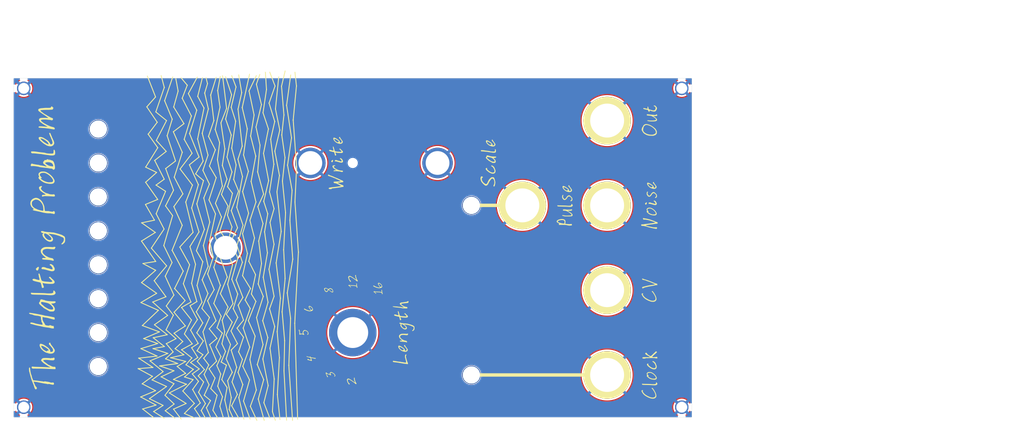
<source format=kicad_pcb>
(kicad_pcb (version 20211014) (generator pcbnew)
  (layers (0 "F.Cu" signal) (31 "B.Cu" signal) (34 "B.Paste" user) (35 "F.Paste" user) (36 "B.SilkS" user "B.Silkscreen") (37 "F.SilkS" user "F.Silkscreen") (38 "B.Mask" user) (39 "F.Mask" user) (44 "Edge.Cuts" user))
  (net 0 "")
  (net 1 "GND")
  (footprint "Kosmo_panel:Kosmo_Panel_Mounting_Hole" (layer "F.Cu") (at 232 48)
    (fp_text reference "H19" hide)
    (fp_text value "PANEL4" hide)
    (pad "1" thru_hole circle locked (at 0 0) (size 4 4) (drill 3.2) (layers *.Cu *.Mask) (net 1 "GND"))
  )
  (footprint "Kosmo_panel:Kosmo_LED_Hole" (layer "F.Cu") (at 170 132.5)
    (fp_text reference "H23" hide)
    (fp_text value "CLOCKLED" hide)
    (pad "1" thru_hole circle locked (at 0 0) (size 5.5 5.5) (drill 5) (layers *.Cu *.Mask))
  )
  (footprint "Kosmo_panel:Kosmo_Pot_Hole" (layer "F.Cu") (at 97.5 95)
    (fp_text reference "H8" hide)
    (fp_text value "LOCK" hide)
    (pad "1" thru_hole circle locked (at 0 0) (size 9 9) (drill 7) (layers *.Cu *.Mask) (net 1 "GND"))
  )
  (footprint "Kosmo_panel:Kosmo_Trimmer_Pot_Hole" (layer "F.Cu") (at 135 70)
    (fp_text reference "H14" hide)
    (fp_text value "ADJUST" hide)
    (pad "" np_thru_hole circle locked (at 0 0) (size 2.5 2.5) (drill 2.5) (layers *.Mask "F.Cu"))
  )
  (footprint "Kosmo_panel:Kosmo_Jack_Hole" (layer "F.Cu") (at 210 107.5)
    (fp_text reference "He" hide)
    (fp_text value "CV" hide)
    (pad "1" thru_hole circle locked (at 0 0) (size 14 14) (drill 10) (layers *.Cu *.Mask) (net 1 "GND"))
  )
  (footprint "Kosmo_panel:Kosmo_LED_Hole" (layer "F.Cu") (at 60 120)
    (fp_text reference "H7" hide)
    (fp_text value "LED2" hide)
    (pad "1" thru_hole circle locked (at 0 0) (size 5.5 5.5) (drill 5) (layers *.Cu *.Mask))
  )
  (footprint "Kosmo_panel:Kosmo_LED_Hole" (layer "F.Cu") (at 60 70)
    (fp_text reference "H21" hide)
    (fp_text value "LED7" hide)
    (pad "1" thru_hole circle locked (at 0 0) (size 5.5 5.5) (drill 5) (layers *.Cu *.Mask))
  )
  (footprint "Kosmo_panel:Kosmo_Pot_Hole" (layer "F.Cu") (at 135 120)
    (fp_text reference "H6" hide)
    (fp_text value "LENGTH" hide)
    (pad "1" thru_hole circle locked (at 0 0) (size 14 14) (drill 9.1) (layers *.Cu *.Mask) (net 1 "GND"))
  )
  (footprint "Kosmo_panel:Kosmo_Switch_Hole" (layer "F.Cu") (at 122.5 70)
    (fp_text reference "H12" hide)
    (fp_text value "WRITE" hide)
    (pad "1" thru_hole circle locked (at 0 0) (size 9 9) (drill 7) (layers *.Cu *.Mask) (net 1 "GND"))
  )
  (footprint "Kosmo_panel:Kosmo_Jack_Hole" (layer "F.Cu") (at 210 82.5)
    (fp_text reference "H10" hide)
    (fp_text value "NOISE" hide)
    (pad "1" thru_hole circle locked (at 0 0) (size 14 14) (drill 10) (layers *.Cu *.Mask) (net 1 "GND"))
  )
  (footprint "Kosmo_panel:Kosmo_LED_Hole" (layer "F.Cu") (at 60 130)
    (fp_text reference "H4" hide)
    (fp_text value "LED1" hide)
    (pad "1" thru_hole circle locked (at 0 0) (size 5.5 5.5) (drill 5) (layers *.Cu *.Mask))
  )
  (footprint "Kosmo_panel:Kosmo_Jack_Hole" (layer "F.Cu") (at 210 57.5)
    (fp_text reference "H15" hide)
    (fp_text value "OUT" hide)
    (pad "1" thru_hole circle locked (at 0 0) (size 14 14) (drill 10) (layers *.Cu *.Mask) (net 1 "GND"))
  )
  (footprint "Kosmo_panel:Kosmo_LED_Hole" (layer "F.Cu") (at 60 60)
    (fp_text reference "H22" hide)
    (fp_text value "LED8" hide)
    (pad "1" thru_hole circle locked (at 0 0) (size 5.5 5.5) (drill 5) (layers *.Cu *.Mask))
  )
  (footprint "Kosmo_panel:Kosmo_Panel_Mounting_Hole" (layer "F.Cu") (at 38 48)
    (fp_text reference "H17" hide)
    (fp_text value "PANEL2" hide)
    (pad "1" thru_hole circle locked (at 0 0) (size 4 4) (drill 3.2) (layers *.Cu *.Mask) (net 1 "GND"))
  )
  (footprint "Kosmo_panel:Kosmo_LED_Hole" (layer "F.Cu") (at 60 90)
    (fp_text reference "H18" hide)
    (fp_text value "LED5" hide)
    (pad "1" thru_hole circle locked (at 0 0) (size 5.5 5.5) (drill 5) (layers *.Cu *.Mask))
  )
  (footprint "Kosmo_panel:Kosmo_Panel_Mounting_Hole" (layer "F.Cu") (at 38 142)
    (fp_text reference "H3" hide)
    (fp_text value "PANEL1" hide)
    (pad "1" thru_hole circle locked (at 0 0) (size 4 4) (drill 3.2) (layers *.Cu *.Mask) (net 1 "GND"))
  )
  (footprint "Kosmo_panel:Kosmo_LED_Hole" (layer "F.Cu") (at 60 100)
    (fp_text reference "H16" hide)
    (fp_text value "LED4" hide)
    (pad "1" thru_hole circle locked (at 0 0) (size 5.5 5.5) (drill 5) (layers *.Cu *.Mask))
  )
  (footprint "Kosmo_panel:Kosmo_Jack_Hole" (layer "F.Cu") (at 210 132.5)
    (fp_text reference "H1" hide)
    (fp_text value "CLOCK" hide)
    (pad "1" thru_hole circle locked (at 0 0) (size 14 14) (drill 10) (layers *.Cu *.Mask) (net 1 "GND"))
  )
  (footprint "Kosmo_panel:Kosmo_Panel_Mounting_Hole" (layer "F.Cu") (at 232 142)
    (fp_text reference "H2" hide)
    (fp_text value "PANEL3" hide)
    (pad "1" thru_hole circle locked (at 0 0) (size 4 4) (drill 3.2) (layers *.Cu *.Mask) (net 1 "GND"))
  )
  (footprint "Kosmo_panel:Kosmo_Jack_Hole" (layer "F.Cu") (at 185 82.5)
    (fp_text reference "H9" hide)
    (fp_text value "PULSE" hide)
    (pad "1" thru_hole circle locked (at 0 0) (size 14 14) (drill 10) (layers *.Cu *.Mask) (net 1 "GND"))
  )
  (footprint "Kosmo_panel:Kosmo_LED_Hole" (layer "F.Cu") (at 170 82.5)
    (fp_text reference "H24" hide)
    (fp_text value "PULSELED" hide)
    (pad "1" thru_hole circle locked (at 0 0) (size 5.5 5.5) (drill 5) (layers *.Cu *.Mask))
  )
  (footprint "Kosmo_panel:Kosmo_Pot_Hole" (layer "F.Cu") (at 160 70)
    (fp_text reference "H13" hide)
    (fp_text value "SCALE" hide)
    (pad "1" thru_hole circle locked (at 0 0) (size 9 9) (drill 7) (layers *.Cu *.Mask) (net 1 "GND"))
  )
  (footprint "Kosmo_panel:Kosmo_LED_Hole" (layer "F.Cu") (at 60 80)
    (fp_text reference "H20" hide)
    (fp_text value "LED6" hide)
    (pad "1" thru_hole circle locked (at 0 0) (size 5.5 5.5) (drill 5) (layers *.Cu *.Mask))
  )
  (footprint "Kosmo_panel:Kosmo_LED_Hole" (layer "F.Cu") (at 60 110)
    (fp_text reference "H11" hide)
    (fp_text value "LED3" hide)
    (pad "1" thru_hole circle locked (at 0 0) (size 5.5 5.5) (drill 5) (layers *.Cu *.Mask))
  )
  (gr_line (start 89.526175 134.376495) (end 87.68936 132.190487) (layer "F.SilkS") (width 0.264999))
  (gr_line (start 110.60839 124.613188) (end 110.60839 124.613188) (layer "F.SilkS") (width 0.264999))
  (gr_poly (pts (xy 220.63803 53.956102) (xy 220.638417 53.953125) (xy 220.639136 53.950369) (xy 220.64024 53.947532) (xy 220.641785 53.944309) (xy 220.643771 53.9407) (xy 220.646197 53.936705) (xy 220.649064 53.932323) (xy 220.652372 53.927556) (xy 220.65612 53.922402) (xy 220.66031 53.916862) (xy 220.66494 53.910937) (xy 220.67001 53.904625) (xy 220.675522 53.897927) (xy 220.681474 53.890843) (xy 220.694702 53.875517) (xy 220.709693 53.858648) (xy 220.787299 53.773977) (xy 220.963691 53.82337) (xy 220.985847 53.82954) (xy 221.017045 53.837475) (xy 221.106564 53.85864) (xy 221.232244 53.886867) (xy 221.39408 53.922155) (xy 221.555914 53.954341) (xy 221.68159 53.980358) (xy 221.771108 54.000203) (xy 221.824469 54.013876) (xy 221.825381 54.013903) (xy 221.826347 54.013986) (xy 221.827368 54.014124) (xy 221.828443 54.014317) (xy 221.829574 54.014565) (xy 221.830759 54.014868) (xy 221.831999 54.015226) (xy 221.833295 54.01564) (xy 221.834645 54.016109) (xy 221.836049 54.016633) (xy 221.837509 54.017213) (xy 221.839024 54.017848) (xy 221.840594 54.018538) (xy 221.842219 54.019283) (xy 221.843898 54.020084) (xy 221.845633 54.020941) (xy 221.850408 54.020754) (xy 221.855032 54.020196) (xy 221.859504 54.019266) (xy 221.863824 54.017964) (xy 221.867992 54.016289) (xy 221.872009 54.014243) (xy 221.875874 54.011824) (xy 221.879588 54.009033) (xy 221.88315 54.00587) (xy 221.886561 54.002335) (xy 221.889819 53.998428) (xy 221.892927 53.994149) (xy 221.895882 53.989498) (xy 221.898687 53.984475) (xy 221.901339 53.979079) (xy 221.90384 53.973312) (xy 221.906189 53.967173) (xy 221.908387 53.960661) (xy 221.910433 53.953777) (xy 221.912327 53.946522) (xy 221.91407 53.938894) (xy 221.915662 53.930894) (xy 221.917102 53.922523) (xy 221.91839 53.913779) (xy 221.919526 53.904663) (xy 221.920512 53.895175) (xy 221.921345 53.885315) (xy 221.922027 53.875083) (xy 221.922557 53.864479) (xy 221.922936 53.853503) (xy 221.923164 53.842155) (xy 221.923239 53.830435) (xy 221.923129 53.814998) (xy 221.922799 53.800445) (xy 221.922248 53.786775) (xy 221.921477 53.773988) (xy 221.920486 53.762085) (xy 221.919274 53.751063) (xy 221.917842 53.740923) (xy 221.91619 53.731664) (xy 221.914532 53.720418) (xy 221.913095 53.707849) (xy 221.911878 53.693957) (xy 221.910882 53.678743) (xy 221.910107 53.662206) (xy 221.909553 53.644345) (xy 221.909221 53.62516) (xy 221.90911 53.60465) (xy 221.909441 53.576457) (xy 221.910433 53.550083) (xy 221.912087 53.525527) (xy 221.914403 53.50279) (xy 221.91738 53.481871) (xy 221.921019 53.462772) (xy 221.925319 53.445491) (xy 221.930281 53.430029) (xy 221.935905 53.416386) (xy 221.94219 53.404561) (xy 221.949137 53.394556) (xy 221.956746 53.38637) (xy 221.965016 53.380003) (xy 221.969399 53.377501) (xy 221.973948 53.375455) (xy 221.978662 53.373863) (xy 221.983541 53.372726) (xy 221.988586 53.372044) (xy 221.993796 53.371816) (xy 221.998202 53.371954) (xy 222.002609 53.372368) (xy 222.007017 53.373057) (xy 222.011425 53.374022) (xy 222.015834 53.375263) (xy 222.020242 53.376779) (xy 222.024652 53.37857) (xy 222.029061 53.380638) (xy 222.033471 53.382981) (xy 222.03788 53.385599) (xy 222.04229 53.388493) (xy 222.0467 53.391663) (xy 222.05111 53.395108) (xy 222.055519 53.398828) (xy 222.059928 53.402824) (xy 222.064337 53.407095) (xy 222.066996 53.409968) (xy 222.069683 53.413297) (xy 222.075138 53.421318) (xy 222.080705 53.431159) (xy 222.086382 53.442817) (xy 222.092169 53.456295) (xy 222.098067 53.471592) (xy 222.104075 53.488708) (xy 222.110194 53.507643) (xy 222.116423 53.528396) (xy 222.122763 53.550968) (xy 222.129214 53.57536) (xy 222.135774 53.60157) (xy 222.142446 53.629599) (xy 222.149228 53.659447) (xy 222.15612 53.691114) (xy 222.163123 53.7246) (xy 222.176903 53.788541) (xy 222.190022 53.84631) (xy 222.20248 53.897905) (xy 222.214276 53.943327) (xy 222.225411 53.982574) (xy 222.235884 54.015647) (xy 222.245695 54.042545) (xy 222.254844 54.063268) (xy 222.258564 54.069429) (xy 222.262671 54.075561) (xy 222.267163 54.081666) (xy 222.272041 54.087744) (xy 222.277305 54.093794) (xy 222.282955 54.099816) (xy 222.288991 54.10581) (xy 222.295413 54.111777) (xy 222.309414 54.123628) (xy 222.324958 54.135369) (xy 222.342047 54.147) (xy 222.360678 54.15852) (xy 222.380854 54.169929) (xy 222.402572 54.181229) (xy 222.425835 54.192418) (xy 222.45064 54.203496) (xy 222.47699 54.214465) (xy 222.504883 54.225323) (xy 222.534319 54.236072) (xy 222.565299 54.24671) (xy 222.633205 54.266116) (xy 222.716988 54.289045) (xy 222.816647 54.315499) (xy 222.932181 54.34548) (xy 222.992483 54.35959) (xy 223.049918 54.373701) (xy 223.104487 54.387812) (xy 223.15619 54.401924) (xy 223.205026 54.416036) (xy 223.250997 54.43015) (xy 223.294102 54.444264) (xy 223.334342 54.45838) (xy 223.37403 54.468299) (xy 223.411955 54.476896) (xy 223.448116 54.484171) (xy 223.482514 54.490124) (xy 223.515147 54.494754) (xy 223.546015 54.498061) (xy 223.575118 54.500046) (xy 223.602454 54.500707) (xy 223.623179 54.500597) (xy 223.643023 54.500266) (xy 223.661985 54.499715) (xy 223.680066 54.498943) (xy 223.697265 54.49795) (xy 223.713581 54.496736) (xy 223.729015 54.4953) (xy 223.743567 54.493643) (xy 223.770466 54.490695) (xy 223.796483 54.487142) (xy 223.821618 54.482981) (xy 223.845872 54.478214) (xy 223.869243 54.472839) (xy 223.891732 54.466859) (xy 223.91334 54.460271) (xy 223.934066 54.453077) (xy 223.953909 54.445276) (xy 223.972871 54.436869) (xy 223.990951 54.427856) (xy 224.008149 54.418236) (xy 224.024465 54.40801) (xy 224.039899 54.397177) (xy 224.054451 54.385738) (xy 224.068122 54.373693) (xy 224.09461 54.347402) (xy 224.119389 54.319677) (xy 224.142459 54.290518) (xy 224.16382 54.259925) (xy 224.183472 54.2279) (xy 224.201415 54.19444) (xy 224.217649 54.159548) (xy 224.232175 54.123222) (xy 224.244991 54.085463) (xy 224.256098 54.046271) (xy 224.265497 54.005646) (xy 224.273186 53.963588) (xy 224.279167 53.920097) (xy 224.283439 53.875173) (xy 224.286002 53.828816) (xy 224.286856 53.781027) (xy 224.286636 53.752255) (xy 224.285975 53.725907) (xy 224.284873 53.701983) (xy 224.28333 53.680485) (xy 224.281345 53.661411) (xy 224.278919 53.644764) (xy 224.276051 53.630543) (xy 224.274452 53.624343) (xy 224.272742 53.618749) (xy 224.26982 53.612382) (xy 224.266347 53.60563) (xy 224.262323 53.598491) (xy 224.257747 53.590966) (xy 224.25262 53.583056) (xy 224.246943 53.57476) (xy 224.240714 53.566078) (xy 224.233933 53.55701) (xy 224.226602 53.547557) (xy 224.218719 53.537718) (xy 224.210284 53.527494) (xy 224.201299 53.516883) (xy 224.181673 53.494506) (xy 224.159842 53.470587) (xy 224.143831 53.452368) (xy 224.127544 53.434755) (xy 224.110981 53.417749) (xy 224.094142 53.401349) (xy 224.077027 53.385557) (xy 224.059636 53.37037) (xy 224.04197 53.35579) (xy 224.024028 53.341816) (xy 224.005809 53.328448) (xy 223.987316 53.315687) (xy 223.968546 53.303532) (xy 223.949501 53.291984) (xy 223.930181 53.281041) (xy 223.910585 53.270705) (xy 223.890713 53.260975) (xy 223.870566 53.251852) (xy 223.851772 53.243943) (xy 223.83419 53.236089) (xy 223.81782 53.22829) (xy 223.802663 53.220547) (xy 223.788718 53.212858) (xy 223.775986 53.205224) (xy 223.764466 53.197646) (xy 223.754159 53.190122) (xy 223.745064 53.182654) (xy 223.737182 53.175241) (xy 223.730512 53.167882) (xy 223.725055 53.160579) (xy 223.720811 53.153331) (xy 223.717779 53.146139) (xy 223.71596 53.139001) (xy 223.715354 53.131918) (xy 223.715485 53.128423) (xy 223.715877 53.124998) (xy 223.716532 53.121641) (xy 223.717448 53.118354) (xy 223.718626 53.115135) (xy 223.720066 53.111986) (xy 223.721768 53.108905) (xy 223.723731 53.105893) (xy 223.725957 53.102951) (xy 223.728444 53.100077) (xy 223.731193 53.097273) (xy 223.734204 53.094537) (xy 223.737476 53.09187) (xy 223.741011 53.089272) (xy 223.744808 53.086743) (xy 223.748866 53.084284) (xy 223.753186 53.081893) (xy 223.757768 53.079571) (xy 223.762612 53.077317) (xy 223.767718 53.075133) (xy 223.773086 53.073018) (xy 223.778715 53.070972) (xy 223.784607 53.068994) (xy 223.79076 53.067086) (xy 223.797176 53.065246) (xy 223.803853 53.063475) (xy 223.810792 53.061773) (xy 223.817993 53.06014) (xy 223.833181 53.05708) (xy 223.849417 53.054296) (xy 223.877631 53.054296) (xy 223.879396 53.053442) (xy 223.881161 53.052643) (xy 223.882925 53.051899) (xy 223.884689 53.05121) (xy 223.886453 53.050575) (xy 223.888217 53.049996) (xy 223.88998 53.049471) (xy 223.891743 53.049002) (xy 223.893506 53.048587) (xy 223.895269 53.048228) (xy 223.897032 53.047923) (xy 223.898795 53.047674) (xy 223.900557 53.047481) (xy 223.90232 53.047342) (xy 223.904082 53.047259) (xy 223.905844 53.047231) (xy 223.939937 53.048196) (xy 223.973423 53.05109) (xy 224.006304 53.055914) (xy 224.038578 53.062666) (xy 224.070246 53.071349) (xy 224.101308 53.08196) (xy 224.131765 53.094501) (xy 224.161614 53.10897) (xy 224.190857 53.12537) (xy 224.219494 53.143698) (xy 224.247525 53.163955) (xy 224.274949 53.186142) (xy 224.301766 53.210258) (xy 224.327976 53.236303) (xy 224.35358 53.264277) (xy 224.378577 53.29418) (xy 224.386184 53.303549) (xy 224.394893 53.314021) (xy 224.404705 53.325596) (xy 224.41562 53.338274) (xy 224.440755 53.366938) (xy 224.470297 53.400015) (xy 224.485734 53.41743) (xy 224.500287 53.434404) (xy 224.513958 53.450939) (xy 224.526746 53.467033) (xy 224.538651 53.482688) (xy 224.549676 53.497902) (xy 224.55982 53.512678) (xy 224.569083 53.527014) (xy 224.573437 53.533243) (xy 224.57768 53.539582) (xy 224.581814 53.546032) (xy 224.585837 53.552591) (xy 224.58975 53.559261) (xy 224.593553 53.566041) (xy 224.597246 53.572931) (xy 224.600829 53.579931) (xy 224.604301 53.587041) (xy 224.607664 53.594262) (xy 224.610916 53.601592) (xy 224.614058 53.609033) (xy 224.61709 53.616584) (xy 224.620012 53.624245) (xy 224.625525 53.639898) (xy 224.634123 53.659746) (xy 224.638257 53.668677) (xy 224.642282 53.676946) (xy 224.646196 53.684553) (xy 224.65 53.691499) (xy 224.653693 53.697783) (xy 224.657277 53.703405) (xy 224.66075 53.708366) (xy 224.664113 53.712665) (xy 224.667365 53.716303) (xy 224.670507 53.719279) (xy 224.673538 53.721593) (xy 224.676459 53.723247) (xy 224.679269 53.724238) (xy 224.681967 53.724569) (xy 224.683269 53.724672) (xy 224.684529 53.724983) (xy 224.685747 53.725499) (xy 224.686925 53.726223) (xy 224.688061 53.727153) (xy 224.689156 53.72829) (xy 224.69021 53.729633) (xy 224.691222 53.731184) (xy 224.692194 53.732941) (xy 224.693124 53.734904) (xy 224.694012 53.737075) (xy 224.69486 53.739452) (xy 224.695666 53.742036) (xy 224.696431 53.744827) (xy 224.697154 53.747824) (xy 224.697837 53.751028) (xy 224.698477 53.754439) (xy 224.699077 53.758056) (xy 224.700152 53.765911) (xy 224.701063 53.774593) (xy 224.701807 53.784101) (xy 224.702386 53.794437) (xy 224.7028 53.805599) (xy 224.703049 53.817588) (xy 224.703131 53.830404) (xy 224.70269 53.8659) (xy 224.701367 53.89831) (xy 224.699161 53.927634) (xy 224.696074 53.953872) (xy 224.6942 53.965834) (xy 224.692106 53.977024) (xy 224.689792 53.987443) (xy 224.687257 53.997089) (xy 224.684502 54.005965) (xy 224.681528 54.014068) (xy 224.678333 54.0214) (xy 224.674918 54.02796) (xy 224.67136 54.032837) (xy 224.667748 54.038652) (xy 224.664081 54.045404) (xy 224.66036 54.053093) (xy 224.656584 54.06172) (xy 224.652753 54.071284) (xy 224.648868 54.081785) (xy 224.644927 54.093223) (xy 224.640931 54.105599) (xy 224.63688 54.118911) (xy 224.632774 54.133161) (xy 224.628612 54.148348) (xy 224.624395 54.164472) (xy 224.620123 54.181533) (xy 224.611411 54.218466) (xy 224.606038 54.23748) (xy 224.6005 54.255724) (xy 224.594796 54.273196) (xy 224.588926 54.289896) (xy 224.582891 54.305826) (xy 224.57669 54.320983) (xy 224.570324 54.335369) (xy 224.563792 54.348984) (xy 224.557094 54.361826) (xy 224.550231 54.373898) (xy 224.543203 54.385197) (xy 224.536009 54.395725) (xy 224.528649 54.405482) (xy 224.521123 54.414466) (xy 224.513432 54.422679) (xy 224.505576 54.43012) (xy 224.486839 54.45107) (xy 224.469424 54.471577) (xy 224.453331 54.491642) (xy 224.438559 54.511265) (xy 224.425109 54.530446) (xy 224.41888 54.539871) (xy 224.412982 54.549187) (xy 224.407413 54.558392) (xy 224.402176 54.567487) (xy 224.397268 54.576472) (xy 224.392691 54.585348) (xy 224.387565 54.596282) (xy 224.381887 54.607037) (xy 224.375658 54.617613) (xy 224.368878 54.628009) (xy 224.361547 54.638227) (xy 224.353665 54.648266) (xy 224.345231 54.658125) (xy 224.336246 54.667805) (xy 224.32671 54.677306) (xy 224.316623 54.686629) (xy 224.305985 54.695771) (xy 224.294795 54.704735) (xy 224.283054 54.71352) (xy 224.270762 54.722126) (xy 224.257919 54.730552) (xy 224.244525 54.7388) (xy 224.230579 54.746868) (xy 224.216082 54.754757) (xy 224.185435 54.769998) (xy 224.152583 54.784522) (xy 224.117527 54.79833) (xy 224.080265 54.811421) (xy 224.040799 54.823796) (xy 223.999128 54.835454) (xy 223.955252 54.846395) (xy 223.953322 54.847252) (xy 223.951061 54.848052) (xy 223.94847 54.848798) (xy 223.945548 54.849488) (xy 223.942295 54.850123) (xy 223.938712 54.850703) (xy 223.934798 54.851227) (xy 223.930554 54.851696) (xy 223.925979 54.852109) (xy 223.921074 54.852468) (xy 223.915838 54.852771) (xy 223.910271 54.853019) (xy 223.898145 54.85335) (xy 223.884696 54.85346) (xy 223.849418 54.852881) (xy 223.812377 54.851145) (xy 223.773571 54.848251) (xy 223.733002 54.844199) (xy 223.690668 54.83899) (xy 223.64657 54.832623) (xy 223.553082 54.816418) (xy 223.452538 54.795582) (xy 223.344939 54.770116) (xy 223.230284 54.740021) (xy 223.108573 54.705297) (xy 222.96041 54.662969) (xy 222.881034 54.640037) (xy 222.855902 54.63254) (xy 222.840476 54.627691) (xy 222.828458 54.624989) (xy 222.817103 54.622178) (xy 222.806409 54.619256) (xy 222.796376 54.616224) (xy 222.787005 54.613081) (xy 222.778296 54.609829) (xy 222.770248 54.606466) (xy 222.762862 54.602993) (xy 222.756137 54.599409) (xy 222.750075 54.595715) (xy 222.744673 54.591911) (xy 222.739934 54.587997) (xy 222.735856 54.583972) (xy 222.732439 54.579836) (xy 222.729684 54.57559) (xy 222.727591 54.571233) (xy 222.727066 54.569497) (xy 222.726377 54.567816) (xy 222.725521 54.56619) (xy 222.724501 54.564619) (xy 222.723315 54.563104) (xy 222.721963 54.561643) (xy 222.720447 54.560238) (xy 222.718765 54.558888) (xy 222.716918 54.557593) (xy 222.714905 54.556353) (xy 222.712727 54.555168) (xy 222.710384 54.554039) (xy 222.707876 54.552964) (xy 222.705202 54.551945) (xy 222.702363 54.550981) (xy 222.699359 54.550071) (xy 222.696189 54.549218) (xy 222.692854 54.548419) (xy 222.689354 54.547675) (xy 222.685688 54.546986) (xy 222.681857 54.546353) (xy 222.677861 54.545774) (xy 222.669372 54.544783) (xy 222.660223 54.544011) (xy 222.650412 54.543461) (xy 222.639939 54.54313) (xy 222.628806 54.54302) (xy 222.621062 54.543103) (xy 222.613704 54.54335) (xy 222.606731 54.543764) (xy 222.600145 54.544342) (xy 222.593943 54.545086) (xy 222.588128 54.545995) (xy 222.582698 54.547069) (xy 222.577655 54.548309) (xy 222.572997 54.549714) (xy 222.568725 54.551285) (xy 222.564839 54.553021) (xy 222.561339 54.554923) (xy 222.558225 54.55699) (xy 222.555497 54.559222) (xy 222.553155 54.56162) (xy 222.5512 54.564184) (xy 222.550332 54.565155) (xy 222.549492 54.566305) (xy 222.54868 54.567634) (xy 222.547895 54.569142) (xy 222.546408 54.572696) (xy 222.545031 54.576967) (xy 222.543765 54.581955) (xy 222.542608 54.587659) (xy 222.541562 54.594081) (xy 222.540625 54.601219) (xy 222.539799 54.609074) (xy 222.539083 54.617646) (xy 222.538477 54.626935) (xy 222.537982 54.636941) (xy 222.537596 54.647663) (xy 222.537321 54.659103) (xy 222.537156 54.67126) (xy 222.5371 54.684133) (xy 222.53666 54.709763) (xy 222.535337 54.733738) (xy 222.533132 54.756061) (xy 222.530045 54.77673) (xy 222.526076 54.795746) (xy 222.521225 54.813108) (xy 222.515492 54.828817) (xy 222.508877 54.842872) (xy 222.50138 54.855274) (xy 222.497301 54.860855) (xy 222.493001 54.866023) (xy 222.488481 54.870777) (xy 222.48374 54.875118) (xy 222.478779 54.879045) (xy 222.473597 54.882559) (xy 222.468194 54.885659) (xy 222.462571 54.888347) (xy 222.456727 54.89062) (xy 222.450663 54.892481) (xy 222.444378 54.893928) (xy 222.437873 54.894961) (xy 222.431147 54.895581) (xy 222.424201 54.895788) (xy 222.415713 54.895678) (xy 222.407885 54.895347) (xy 222.400718 54.894796) (xy 222.394211 54.894024) (xy 222.391206 54.893555) (xy 222.388367 54.89303) (xy 222.385693 54.892451) (xy 222.383184 54.891816) (xy 222.380842 54.891126) (xy 222.378665 54.89038) (xy 222.376653 54.88958) (xy 222.374808 54.888723) (xy 222.363867 54.885878) (xy 222.353091 54.882634) (xy 222.342481 54.878989) (xy 222.332036 54.874945) (xy 222.321756 54.870502) (xy 222.311641 54.865658) (xy 222.301692 54.860415) (xy 222.291908 54.854772) (xy 222.282289 54.848729) (xy 222.272835 54.842287) (xy 222.263547 54.835445) (xy 222.254424 54.828203) (xy 222.236675 54.812521) (xy 222.219586 54.79524) (xy 222.203159 54.776361) (xy 222.187394 54.755883) (xy 222.17229 54.733806) (xy 222.157847 54.710131) (xy 222.144067 54.684857) (xy 222.130948 54.657986) (xy 222.118491 54.629515) (xy 222.106696 54.599447) (xy 222.092581 54.560747) (xy 222.078468 54.525798) (xy 222.071413 54.50973) (xy 222.064357 54.494599) (xy 222.057303 54.480406) (xy 222.050248 54.467149) (xy 222.043193 54.454831) (xy 222.036139 54.443449) (xy 222.029085 54.433005) (xy 222.02203 54.423498) (xy 222.014976 54.414929) (xy 222.007921 54.407296) (xy 222.000867 54.4006) (xy 221.993811 54.394842) (xy 221.986202 54.388723) (xy 221.977491 54.382714) (xy 221.967678 54.376815) (xy 221.956763 54.371027) (xy 221.944747 54.365349) (xy 221.931628 54.359781) (xy 221.917406 54.354323) (xy 221.902083 54.348976) (xy 221.885658 54.343739) (xy 221.86813 54.338612) (xy 221.8495 54.333596) (xy 221.829767 54.32869) (xy 221.808933 54.323895) (xy 221.786995 54.31921) (xy 221.763956 54.314635) (xy 221.739814 54.310171) (xy 221.514473 54.265187) (xy 221.311185 54.221969) (xy 221.129946 54.180517) (xy 220.970755 54.140829) (xy 220.905823 54.121977) (xy 220.848607 54.104228) (xy 220.799108 54.087581) (xy 220.757325 54.072036) (xy 220.723259 54.057594) (xy 220.70912 54.050787) (xy 220.69691 54.044254) (xy 220.68663 54.037998) (xy 220.678279 54.032016) (xy 220.671857 54.02631) (xy 220.667365 54.020879) (xy 220.66735 54.020925) (xy 220.663106 54.014861) (xy 220.659193 54.009018) (xy 220.65561 54.003396) (xy 220.652358 53.997994) (xy 220.649437 53.992813) (xy 220.646846 53.987852) (xy 220.644586 53.983112) (xy 220.642657 53.978592) (xy 220.641059 53.974292) (xy 220.639791 53.970214) (xy 220.638854 53.966355) (xy 220.638249 53.962717) (xy 220.637974 53.959299)) (layer "F.SilkS") (width 0.002) (fill solid))
  (gr_line (start 91.183932 132.337431) (end 92.542639 129.548249) (layer "F.SilkS") (width 0.264999))
  (gr_line (start 85.975901 135.227384) (end 85.975901 135.227384) (layer "F.SilkS") (width 0.264999))
  (gr_line (start 79.10097 131.507863) (end 79.10097 131.507863) (layer "F.SilkS") (width 0.264999))
  (gr_line (start 110.477027 113.000585) (end 110.477027 113.000585) (layer "F.SilkS") (width 0.264999))
  (gr_line (start 99.698081 111.45339) (end 98.111758 105.760816) (layer "F.SilkS") (width 0.264999))
  (gr_line (start 109.943022 84.98435) (end 108.755484 81.310961) (layer "F.SilkS") (width 0.264999))
  (gr_line (start 95.98223 98.059889) (end 95.98223 98.059889) (layer "F.SilkS") (width 0.264999))
  (gr_line (start 102.801383 67.626707) (end 103.902495 59.935232) (layer "F.SilkS") (width 0.264999))
  (gr_line (start 72.935 135.103259) (end 75.947146 132.905908) (layer "F.SilkS") (width 0.264999))
  (gr_line (start 99.176215 139.156004) (end 98.104029 134.219684) (layer "F.SilkS") (width 0.264999))
  (gr_line (start 106.844809 129.438166) (end 108.553633 123.543958) (layer "F.SilkS") (width 0.264999))
  (gr_line (start 77.093302 63.351766) (end 77.093302 63.351766) (layer "F.SilkS") (width 0.264999))
  (gr_line (start 77.512503 65.4969) (end 74.685046 61.519041) (layer "F.SilkS") (width 0.264999))
  (gr_line (start 104.422377 48.76676) (end 106.584098 44.221174) (layer "F.SilkS") (width 0.264999))
  (gr_line (start 80.127314 100.327169) (end 75.621096 95.10127) (layer "F.SilkS") (width 0.264999))
  (gr_poly (pts (xy 220.173606 108.642093) (xy 220.17402 108.637904) (xy 220.174709 108.633275) (xy 220.175674 108.628204) (xy 220.176915 108.622693) (xy 220.178431 108.61674) (xy 220.180222 108.610347) (xy 220.18229 108.603513) (xy 220.184633 108.596237) (xy 220.187251 108.588521) (xy 220.193314 108.571764) (xy 220.20048 108.553243) (xy 220.208747 108.532957) (xy 220.21605 108.520141) (xy 220.219888 108.514043) (xy 220.223849 108.508152) (xy 220.227935 108.502467) (xy 220.232145 108.49699) (xy 220.236478 108.491718) (xy 220.240936 108.486654) (xy 220.245518 108.481796) (xy 220.250223 108.477145) (xy 220.255053 108.472701) (xy 220.260007 108.468464) (xy 220.265085 108.464433) (xy 220.270286 108.460609) (xy 220.275612 108.456991) (xy 220.281062 108.453581) (xy 220.286636 108.450377) (xy 220.292333 108.447379) (xy 220.298155 108.444589) (xy 220.304101 108.442005) (xy 220.310171 108.439628) (xy 220.316364 108.437457) (xy 220.322682 108.435494) (xy 220.329124 108.433737) (xy 220.33569 108.432186) (xy 220.34238 108.430843) (xy 220.349194 108.429706) (xy 220.356131 108.428776) (xy 220.363193 108.428052) (xy 220.370379 108.427535) (xy 220.385123 108.427122) (xy 220.394772 108.427232) (xy 220.404311 108.427563) (xy 220.413738 108.428114) (xy 220.423055 108.428886) (xy 220.432261 108.429878) (xy 220.441357 108.43109) (xy 220.450341 108.432524) (xy 220.459216 108.434177) (xy 220.46798 108.436051) (xy 220.476633 108.438146) (xy 220.485176 108.440461) (xy 220.493609 108.442996) (xy 220.501931 108.445752) (xy 220.510143 108.448729) (xy 220.518245 108.451926) (xy 220.526236 108.455343) (xy 220.542472 108.46069) (xy 220.55766 108.466147) (xy 220.571801 108.471714) (xy 220.584893 108.477391) (xy 220.596938 108.483179) (xy 220.607936 108.489077) (xy 220.617886 108.495086) (xy 220.626788 108.501204) (xy 220.634643 108.507433) (xy 220.64145 108.513772) (xy 220.64721 108.520221) (xy 220.651922 108.526781) (xy 220.655588 108.533451) (xy 220.658206 108.540231) (xy 220.659776 108.547121) (xy 220.6603 108.554121) (xy 220.660245 108.555857) (xy 220.66008 108.557538) (xy 220.659804 108.559164) (xy 220.659418 108.560735) (xy 220.658922 108.562251) (xy 220.658316 108.563711) (xy 220.657599 108.565117) (xy 220.656772 108.566467) (xy 220.655835 108.567763) (xy 220.654788 108.569003) (xy 220.65363 108.570188) (xy 220.652363 108.571318) (xy 220.650985 108.572393) (xy 220.649497 108.573413) (xy 220.647898 108.574377) (xy 220.646189 108.575287) (xy 220.644371 108.576141) (xy 220.642441 108.57694) (xy 220.640402 108.577684) (xy 220.638252 108.578373) (xy 220.635992 108.579007) (xy 220.633622 108.579586) (xy 220.631142 108.58011) (xy 220.628551 108.580578) (xy 220.62585 108.580991) (xy 220.623039 108.58135) (xy 220.620118 108.581653) (xy 220.617086 108.581901) (xy 220.613945 108.582094) (xy 220.610693 108.582232) (xy 220.60733 108.582314) (xy 220.603858 108.582342) (xy 220.597711 108.582562) (xy 220.59162 108.583224) (xy 220.585583 108.584325) (xy 220.579602 108.585868) (xy 220.573676 108.587852) (xy 220.567805 108.590277) (xy 220.56199 108.593142) (xy 220.556229 108.596449) (xy 220.550524 108.600196) (xy 220.544874 108.604384) (xy 220.53928 108.609014) (xy 220.53374 108.614084) (xy 220.528257 108.619596) (xy 220.522828 108.625548) (xy 220.517455 108.631942) (xy 220.512137 108.638777) (xy 220.510427 108.642277) (xy 220.508828 108.645722) (xy 220.507339 108.649112) (xy 220.50596 108.652447) (xy 220.504692 108.655726) (xy 220.503534 108.658951) (xy 220.502486 108.662121) (xy 220.501549 108.665235) (xy 220.500723 108.668295) (xy 220.500006 108.671299) (xy 220.4994 108.674249) (xy 220.498904 108.677143) (xy 220.498519 108.679982) (xy 220.498243 108.682766) (xy 220.498078 108.685495) (xy 220.498023 108.688169) (xy 220.498547 108.703934) (xy 220.500118 108.72036) (xy 220.502736 108.737447) (xy 220.506402 108.755196) (xy 220.516876 108.792679) (xy 220.531539 108.832807) (xy 220.550392 108.875581) (xy 220.573433 108.921001) (xy 220.600664 108.969067) (xy 220.632085 109.019779) (xy 220.667694 109.073137) (xy 220.707492 109.12914) (xy 220.751479 109.18779) (xy 220.799655 109.249086) (xy 220.85202 109.313027) (xy 220.908574 109.379614) (xy 220.969316 109.448848) (xy 221.034247 109.520727) (xy 221.041936 109.529078) (xy 221.050893 109.538256) (xy 221.061118 109.548261) (xy 221.072611 109.559092) (xy 221.099399 109.583235) (xy 221.131259 109.610685) (xy 221.16819 109.641443) (xy 221.210191 109.675508) (xy 221.257265 109.71288) (xy 221.309409 109.753561) (xy 221.361117 109.791597) (xy 221.40687 109.82456) (xy 221.446669 109.852452) (xy 221.480513 109.875272) (xy 221.508404 109.89302) (xy 221.530341 109.905697) (xy 221.539078 109.910134) (xy 221.546326 109.913303) (xy 221.552085 109.915204) (xy 221.556357 109.915838) (xy 221.560906 109.916059) (xy 221.565731 109.91672) (xy 221.570831 109.917822) (xy 221.576207 109.919366) (xy 221.581858 109.92135) (xy 221.587784 109.923776) (xy 221.593986 109.926642) (xy 221.600463 109.92995) (xy 221.607215 109.933698) (xy 221.614243 109.937888) (xy 221.621546 109.942518) (xy 221.629124 109.94759) (xy 221.636978 109.953103) (xy 221.645107 109.959057) (xy 221.653512 109.965452) (xy 221.662192 109.972288) (xy 221.698355 109.99544) (xy 221.736281 110.019032) (xy 221.77597 110.043066) (xy 221.817422 110.067541) (xy 221.860636 110.092456) (xy 221.905614 110.117812) (xy 221.952356 110.143607) (xy 222.000861 110.169843) (xy 222.215616 110.275678) (xy 222.418905 110.367401) (xy 222.516249 110.407971) (xy 222.610728 110.445013) (xy 222.70234 110.478528) (xy 222.791085 110.508514) (xy 222.876964 110.534973) (xy 222.959976 110.557904) (xy 223.040121 110.577307) (xy 223.1174 110.593182) (xy 223.191812 110.605529) (xy 223.263358 110.614349) (xy 223.332037 110.61964) (xy 223.397849 110.621404) (xy 223.447682 110.620523) (xy 223.498397 110.617877) (xy 223.549992 110.613467) (xy 223.602469 110.607294) (xy 223.655827 110.599357) (xy 223.710067 110.589656) (xy 223.765187 110.578191) (xy 223.821189 110.564962) (xy 223.839656 110.560194) (xy 223.858012 110.554709) (xy 223.876258 110.548507) (xy 223.894394 110.541589) (xy 223.912419 110.533954) (xy 223.930334 110.525603) (xy 223.948138 110.516535) (xy 223.965832 110.506751) (xy 223.983416 110.49625) (xy 224.00089 110.485032) (xy 224.018253 110.473098) (xy 224.035506 110.460447) (xy 224.052648 110.44708) (xy 224.069681 110.432996) (xy 224.086603 110.418195) (xy 224.103415 110.402677) (xy 224.118905 110.386803) (xy 224.133623 110.370928) (xy 224.14757 110.355054) (xy 224.160744 110.339179) (xy 224.173147 110.323304) (xy 224.184778 110.307429) (xy 224.195638 110.291554) (xy 224.205725 110.275678) (xy 224.215041 110.259803) (xy 224.223585 110.243928) (xy 224.231358 110.228053) (xy 224.238358 110.212178) (xy 224.244587 110.196303) (xy 224.250044 110.180429) (xy 224.254729 110.164554) (xy 224.258643 110.148679) (xy 224.2603 110.13898) (xy 224.261736 110.127515) (xy 224.26295 110.114286) (xy 224.263943 110.099293) (xy 224.264716 110.082536) (xy 224.265267 110.064015) (xy 224.265597 110.04373) (xy 224.265708 110.021681) (xy 224.264275 109.957739) (xy 224.259975 109.892916) (xy 224.252809 109.827211) (xy 224.242777 109.760624) (xy 224.229878 109.693154) (xy 224.214114 109.624803) (xy 224.195483 109.55557) (xy 224.173985 109.485455) (xy 224.149622 109.414458) (xy 224.122392 109.342579) (xy 224.092296 109.269818) (xy 224.059334 109.196175) (xy 224.023506 109.12165) (xy 223.984812 109.046243) (xy 223.943252 108.969953) (xy 223.898825 108.892782) (xy 223.789464 108.713305) (xy 223.690686 108.555878) (xy 223.602491 108.4205) (xy 223.52488 108.307171) (xy 223.457852 108.215891) (xy 223.401409 108.14666) (xy 223.377156 108.120313) (xy 223.355549 108.099479) (xy 223.336588 108.084156) (xy 223.320273 108.074346) (xy 223.310872 108.069964) (xy 223.302078 108.065636) (xy 223.29389 108.061364) (xy 223.286309 108.057147) (xy 223.279335 108.052985) (xy 223.272968 108.048879) (xy 223.267207 108.044828) (xy 223.262053 108.040831) (xy 223.257506 108.03689) (xy 223.253565 108.033004) (xy 223.25023 108.029174) (xy 223.247502 108.025398) (xy 223.24538 108.021678) (xy 223.243864 108.018012) (xy 223.242955 108.014402) (xy 223.242652 108.010847) (xy 223.242486 108.007264) (xy 223.24199 108.003571) (xy 223.241163 107.999768) (xy 223.240005 107.995854) (xy 223.238517 107.99183) (xy 223.236697 107.987696) (xy 223.234547 107.983451) (xy 223.232066 107.979096) (xy 223.229254 107.974631) (xy 223.226111 107.970056) (xy 223.222638 107.96537) (xy 223.218834 107.960575) (xy 223.214699 107.955669) (xy 223.210233 107.950653) (xy 223.205436 107.945527) (xy 223.200309 107.94029) (xy 223.196037 107.93588) (xy 223.192042 107.93147) (xy 223.188321 107.92706) (xy 223.184876 107.92265) (xy 223.181707 107.918241) (xy 223.178813 107.913831) (xy 223.176195 107.909421) (xy 223.173852 107.905012) (xy 223.171784 107.900602) (xy 223.169993 107.896193) (xy 223.168476 107.891783) (xy 223.167236 107.887373) (xy 223.166271 107.882964) (xy 223.165582 107.878554) (xy 223.165168 107.874144) (xy 223.16503 107.869734) (xy 223.165147 107.863657) (xy 223.165499 107.857774) (xy 223.166085 107.852083) (xy 223.166905 107.846586) (xy 223.167959 107.841281) (xy 223.169248 107.836169) (xy 223.170771 107.83125) (xy 223.172529 107.826524) (xy 223.17452 107.82199) (xy 223.176746 107.81765) (xy 223.179207 107.813502) (xy 223.181902 107.809548) (xy 223.184831 107.805786) (xy 223.187994 107.802217) (xy 223.191391 107.798841) (xy 223.195023 107.795658) (xy 223.198889 107.792668) (xy 223.20299 107.78987) (xy 223.207325 107.787266) (xy 223.211894 107.784854) (xy 223.216697 107.782636) (xy 223.221734 107.78061) (xy 223.227006 107.778777) (xy 223.232512 107.777137) (xy 223.238253 107.77569) (xy 223.244228 107.774436) (xy 223.250436 107.773375) (xy 223.25688 107.772507) (xy 223.263557 107.771832) (xy 223.270469 107.771349) (xy 223.277615 107.77106) (xy 223.284995 107.770964) (xy 223.295495 107.771101) (xy 223.305829 107.771514) (xy 223.315999 107.772203) (xy 223.326002 107.773168) (xy 223.335841 107.774408) (xy 223.345513 107.775924) (xy 223.355021 107.777715) (xy 223.364363 107.779782) (xy 223.37354 107.782125) (xy 223.382552 107.784743) (xy 223.391399 107.787637) (xy 223.400081 107.790806) (xy 223.408598 107.794252) (xy 223.416949 107.797973) (xy 223.425136 107.801969) (xy 223.433158 107.806242) (xy 223.440846 107.809824) (xy 223.448039 107.813517) (xy 223.454736 107.81732) (xy 223.460938 107.821234) (xy 223.466643 107.825257) (xy 223.471853 107.829391) (xy 223.476566 107.833635) (xy 223.480784 107.837989) (xy 223.484506 107.842453) (xy 223.487731 107.847027) (xy 223.490461 107.851712) (xy 223.492694 107.856507) (xy 223.494431 107.861413) (xy 223.495114 107.863907) (xy 223.495672 107.866428) (xy 223.496417 107.871555) (xy 223.496665 107.876791) (xy 223.49683 107.881972) (xy 223.497326 107.886933) (xy 223.498152 107.891673) (xy 223.499309 107.896193) (xy 223.500011 107.89837) (xy 223.500796 107.900492) (xy 223.501664 107.902559) (xy 223.502614 107.904571) (xy 223.503647 107.906528) (xy 223.504763 107.908429) (xy 223.505962 107.910276) (xy 223.507243 107.912067) (xy 223.508607 107.913803) (xy 223.510053 107.915485) (xy 223.511583 107.917111) (xy 223.513195 107.918682) (xy 223.514889 107.920197) (xy 223.516667 107.921658) (xy 223.52047 107.924414) (xy 223.524604 107.926949) (xy 223.529069 107.929264) (xy 223.533865 107.931359) (xy 223.538993 107.933233) (xy 223.540791 107.933778) (xy 223.542658 107.934529) (xy 223.544594 107.935487) (xy 223.546599 107.936652) (xy 223.548672 107.938023) (xy 223.550815 107.939602) (xy 223.553026 107.941387) (xy 223.555306 107.943378) (xy 223.557656 107.945576) (xy 223.560073 107.947981) (xy 223.565116 107.953411) (xy 223.570434 107.959668) (xy 223.576028 107.966752) (xy 223.581897 107.974662) (xy 223.588041 107.983399) (xy 223.594462 107.992963) (xy 223.601158 108.003354) (xy 223.608129 108.014571) (xy 223.615376 108.026615) (xy 223.622899 108.039485) (xy 223.630698 108.053182) (xy 223.644262 108.07975) (xy 223.656722 108.10301) (xy 223.668079 108.122963) (xy 223.678332 108.139609) (xy 223.683045 108.146692) (xy 223.687482 108.152948) (xy 223.691644 108.158377) (xy 223.69553 108.16298) (xy 223.699141 108.166756) (xy 223.702476 108.169706) (xy 223.705535 108.171828) (xy 223.708319 108.173124) (xy 223.716141 108.179181) (xy 223.724609 108.186768) (xy 223.743489 108.206529) (xy 223.76496 108.23241) (xy 223.789021 108.264408) (xy 223.815672 108.302525) (xy 223.844914 108.34676) (xy 223.876747 108.397113) (xy 223.91117 108.453585) (xy 223.948184 108.516176) (xy 223.987788 108.584884) (xy 224.074769 108.740657) (xy 224.172114 108.920903) (xy 224.279822 109.125624) (xy 224.292168 109.14759) (xy 224.304513 109.171155) (xy 224.31686 109.196318) (xy 224.329206 109.22308) (xy 224.341553 109.25144) (xy 224.3539 109.281399) (xy 224.378594 109.346112) (xy 224.403289 109.417219) (xy 224.427985 109.49472) (xy 224.452681 109.578615) (xy 224.477378 109.668905) (xy 224.485066 109.694784) (xy 224.492259 109.72127) (xy 224.498956 109.748362) (xy 224.505158 109.77606) (xy 224.510863 109.804365) (xy 224.516073 109.833276) (xy 224.525004 109.892917) (xy 224.531951 109.954984) (xy 224.536914 110.019476) (xy 224.539892 110.086394) (xy 224.540885 110.155737) (xy 224.540553 110.186716) (xy 224.53956 110.216153) (xy 224.537905 110.244046) (xy 224.535588 110.270395) (xy 224.532609 110.295201) (xy 224.528969 110.318463) (xy 224.524668 110.340182) (xy 224.519706 110.360357) (xy 224.51309 110.37805) (xy 224.505594 110.395854) (xy 224.497215 110.413768) (xy 224.487954 110.431792) (xy 224.477812 110.449927) (xy 224.466787 110.468172) (xy 224.454881 110.486528) (xy 224.442094 110.504993) (xy 224.428424 110.523569) (xy 224.413873 110.542256) (xy 224.39844 110.561052) (xy 224.382125 110.579959) (xy 224.364929 110.598977) (xy 224.346851 110.618104) (xy 224.327892 110.637342) (xy 224.308051 110.65669) (xy 224.286855 110.675734) (xy 224.265604 110.694061) (xy 224.244298 110.711672) (xy 224.222938 110.728566) (xy 224.201523 110.744744) (xy 224.180053 110.760205) (xy 224.158528 110.77495) (xy 224.136948 110.788978) (xy 224.115314 110.80229) (xy 224.093624 110.814885) (xy 224.07188 110.826764) (xy 224.05008 110.837926) (xy 224.028226 110.848372) (xy 224.006316 110.858101) (xy 223.984352 110.867114) (xy 223.962332 110.87541) (xy 223.938325 110.8831) (xy 223.913931 110.890293) (xy 223.889152 110.89699) (xy 223.863988 110.903191) (xy 223.838438 110.908895) (xy 223.812502 110.914104) (xy 223.786181 110.918816) (xy 223.759474 110.923032) (xy 223.704905 110.929975) (xy 223.648793 110.934934) (xy 223.591139 110.93791) (xy 223.531943 110.938902) (xy 223.466044 110.938102) (xy 223.400641 110.935705) (xy 223.335735 110.931709) (xy 223.271324 110.926114) (xy 223.20741 110.918921) (xy 223.143991 110.910129) (xy 223.081069 110.899739) (xy 223.018643 110.88775) (xy 222.956713 110.874163) (xy 222.89528 110.858977) (xy 222.834343 110.842193) (xy 222.773901 110.823809) (xy 222.713957 110.803827) (xy 222.654508 110.782246) (xy 222.595556 110.759067) (xy 222.5371 110.734289) (xy 222.500057 110.717753) (xy 222.466542 110.703421) (xy 222.436554 110.691295) (xy 222.410094 110.681372) (xy 222.387161 110.673655) (xy 222.367757 110.668142) (xy 222.359377 110.666213) (xy 222.351879 110.664835) (xy 222.345264 110.664008) (xy 222.33953 110.663732) (xy 222.334046 110.663126) (xy 222.326413 110.661307) (xy 222.31663 110.658276) (xy 222.304697 110.654032) (xy 222.290614 110.648575) (xy 222.274382 110.641906) (xy 222.235469 110.624929) (xy 222.187956 110.603102) (xy 222.131845 110.576423) (xy 222.067135 110.544893) (xy 221.993827 110.508512) (xy 221.848082 110.433218) (xy 221.710716 110.359025) (xy 221.58173 110.285935) (xy 221.461123 110.213946) (xy 221.348895 110.143059) (xy 221.245044 110.073275) (xy 221.149571 110.004591) (xy 221.062476 109.93701) (xy 221.0205 109.903055) (xy 220.979241 109.868218) (xy 220.938699 109.832499) (xy 220.898874 109.795898) (xy 220.859765 109.758416) (xy 220.821374 109.720051) (xy 220.783699 109.680805) (xy 220.746741 109.640676) (xy 220.7105 109.599666) (xy 220.674975 109.557774) (xy 220.640167 109.515) (xy 220.606075 109.471344) (xy 220.572701 109.426806) (xy 220.540042 109.381386) (xy 220.5081 109.335084) (xy 220.476874 109.287901) (xy 220.416904 109.198162) (xy 220.363987 109.11592) (xy 220.318125 109.041175) (xy 220.279319 108.973926) (xy 220.247567 108.914174) (xy 220.222871 108.861919) (xy 220.213169 108.838602) (xy 220.205231 108.81716) (xy 220.199057 108.797592) (xy 220.194648 108.779897) (xy 220.194646 108.779897) (xy 220.194645 108.779898) (xy 220.194644 108.779898) (xy 220.194642 108.779898) (xy 220.194641 108.779898) (xy 220.19464 108.779898) (xy 220.194639 108.779899) (xy 220.194638 108.779899) (xy 220.194637 108.779899) (xy 220.194637 108.7799) (xy 220.194636 108.7799) (xy 220.194635 108.779901) (xy 220.194634 108.779902) (xy 220.194633 108.779903) (xy 220.194632 108.779904) (xy 220.194632 108.779905) (xy 220.189675 108.757745) (xy 220.185377 108.737129) (xy 220.18174 108.718055) (xy 220.178763 108.700525) (xy 220.176447 108.684538) (xy 220.174793 108.670095) (xy 220.173799 108.657196) (xy 220.173468 108.645841)) (layer "F.SilkS") (width 0.002) (fill solid))
  (gr_poly (pts (xy 220.381889 127.45904) (xy 220.382716 127.449504) (xy 220.384095 127.440079) (xy 220.386025 127.430764) (xy 220.388506 127.421559) (xy 220.391538 127.412464) (xy 220.395122 127.40348) (xy 220.399256 127.394606) (xy 220.403942 127.385843) (xy 220.409179 127.377189) (xy 220.414967 127.368646) (xy 220.421306 127.360213) (xy 220.428196 127.35189) (xy 220.435636 127.343677) (xy 220.443628 127.335574) (xy 220.45217 127.327581) (xy 220.458799 127.322806) (xy 220.46722 127.318183) (xy 220.489435 127.30939) (xy 220.518816 127.301205) (xy 220.555362 127.293625) (xy 220.599074 127.286652) (xy 220.649951 127.280285) (xy 220.707995 127.274525) (xy 220.773204 127.269371) (xy 220.845578 127.264823) (xy 220.925119 127.260882) (xy 221.105698 127.254818) (xy 221.314941 127.25118) (xy 221.552848 127.249967) (xy 221.717762 127.250409) (xy 221.859751 127.251734) (xy 221.978812 127.253942) (xy 222.074942 127.257032) (xy 222.32718 127.267613) (xy 222.434775 127.271139) (xy 222.472809 127.270588) (xy 222.489925 127.269899) (xy 222.505774 127.268934) (xy 222.520354 127.267694) (xy 222.533668 127.266178) (xy 222.545713 127.264387) (xy 222.556491 127.26232) (xy 222.566001 127.259978) (xy 222.574242 127.257359) (xy 222.581217 127.254465) (xy 222.586923 127.251296) (xy 222.591361 127.247851) (xy 222.594531 127.24413) (xy 222.596434 127.240133) (xy 222.597068 127.235861) (xy 222.596985 127.234042) (xy 222.596737 127.232112) (xy 222.596323 127.230073) (xy 222.595744 127.227923) (xy 222.595 127.225663) (xy 222.59409 127.223293) (xy 222.591775 127.218222) (xy 222.588798 127.21271) (xy 222.585159 127.206757) (xy 222.580859 127.200364) (xy 222.575898 127.193529) (xy 222.570275 127.186253) (xy 222.563991 127.178536) (xy 222.557045 127.170379) (xy 222.549438 127.16178) (xy 222.54117 127.152741) (xy 222.53224 127.14326) (xy 222.522649 127.133338) (xy 222.512397 127.122976) (xy 222.49046 127.101478) (xy 222.470506 127.082847) (xy 222.461273 127.074607) (xy 222.452536 127.067083) (xy 222.444294 127.060275) (xy 222.436549 127.054185) (xy 222.4293 127.048811) (xy 222.422546 127.044153) (xy 222.416289 127.040212) (xy 222.410528 127.036988) (xy 222.405264 127.03448) (xy 222.400495 127.032689) (xy 222.396223 127.031614) (xy 222.392447 127.031255) (xy 222.391105 127.031214) (xy 222.389721 127.03109) (xy 222.388295 127.030883) (xy 222.386828 127.030594) (xy 222.38377 127.029767) (xy 222.380546 127.028609) (xy 222.377156 127.027121) (xy 222.3736 127.025301) (xy 222.369879 127.023151) (xy 222.365992 127.020671) (xy 222.36194 127.017859) (xy 222.357722 127.014717) (xy 222.353338 127.011244) (xy 222.348789 127.007441) (xy 222.344075 127.003306) (xy 222.339195 126.998842) (xy 222.33415 126.994046) (xy 222.32894 126.98892) (xy 222.322244 126.983821) (xy 222.312737 126.977344) (xy 222.285287 126.960256) (xy 222.246592 126.937657) (xy 222.196652 126.909546) (xy 222.135468 126.875922) (xy 222.063039 126.836785) (xy 221.979367 126.792135) (xy 221.884452 126.741972) (xy 221.806509 126.700852) (xy 221.734961 126.662158) (xy 221.669806 126.625888) (xy 221.611045 126.592044) (xy 221.558678 126.560624) (xy 221.512706 126.53163) (xy 221.473129 126.50506) (xy 221.439948 126.480917) (xy 221.42432 126.468403) (xy 221.409188 126.455559) (xy 221.394553 126.442385) (xy 221.380413 126.42888) (xy 221.36677 126.415045) (xy 221.353622 126.400878) (xy 221.340971 126.386382) (xy 221.328816 126.371554) (xy 221.317157 126.356396) (xy 221.305995 126.340907) (xy 221.295329 126.325087) (xy 221.285159 126.308937) (xy 221.275485 126.292455) (xy 221.266307 126.275643) (xy 221.257627 126.2585) (xy 221.249442 126.241026) (xy 221.246027 126.233115) (xy 221.242832 126.22526) (xy 221.239857 126.217461) (xy 221.237103 126.209716) (xy 221.234568 126.202027) (xy 221.232254 126.194392) (xy 221.23016 126.186813) (xy 221.228286 126.17929) (xy 221.226632 126.171821) (xy 221.225198 126.164407) (xy 221.223986 126.157049) (xy 221.222993 126.149746) (xy 221.222221 126.142498) (xy 221.22167 126.135305) (xy 221.221339 126.128167) (xy 221.221228 126.121084) (xy 221.221387 126.115393) (xy 221.221862 126.109784) (xy 221.222655 126.104258) (xy 221.223764 126.098815) (xy 221.22519 126.093454) (xy 221.226933 126.088176) (xy 221.228994 126.082981) (xy 221.231371 126.077868) (xy 221.234065 126.072838) (xy 221.237076 126.067891) (xy 221.240404 126.063027) (xy 221.244048 126.058245) (xy 221.24801 126.053546) (xy 221.252289 126.048929) (xy 221.256885 126.044396) (xy 221.261798 126.039944) (xy 221.267027 126.035576) (xy 221.272574 126.03129) (xy 221.278437 126.027087) (xy 221.284618 126.022967) (xy 221.291115 126.018929) (xy 221.29793 126.014974) (xy 221.305061 126.011102) (xy 221.312509 126.007312) (xy 221.328357 125.999981) (xy 221.345472 125.99298) (xy 221.363855 125.98631) (xy 221.383506 125.979971) (xy 221.407209 125.973356) (xy 221.428928 125.967624) (xy 221.448661 125.962773) (xy 221.46641 125.958805) (xy 221.482175 125.955718) (xy 221.495957 125.953513) (xy 221.507754 125.95219) (xy 221.517569 125.95175) (xy 221.525499 125.951963) (xy 221.533415 125.952604) (xy 221.541317 125.953672) (xy 221.549206 125.955167) (xy 221.557081 125.957089) (xy 221.564942 125.959439) (xy 221.572789 125.962216) (xy 221.580623 125.965419) (xy 221.588443 125.969051) (xy 221.596249 125.973109) (xy 221.604042 125.977594) (xy 221.61182 125.982507) (xy 221.619586 125.987847) (xy 221.627337 125.993614) (xy 221.635074 125.999808) (xy 221.642798 126.006429) (xy 221.658204 126.020954) (xy 221.673555 126.037187) (xy 221.688852 126.055129) (xy 221.704092 126.074779) (xy 221.719278 126.096139) (xy 221.734408 126.119207) (xy 221.749483 126.143984) (xy 221.764502 126.170469) (xy 221.787958 126.211699) (xy 221.814224 126.252489) (xy 221.843301 126.292838) (xy 221.87519 126.332746) (xy 221.909889 126.372213) (xy 221.9474 126.41124) (xy 221.987721 126.449825) (xy 222.030854 126.48797) (xy 222.076798 126.525674) (xy 222.125553 126.562937) (xy 222.177119 126.599758) (xy 222.231496 126.636139) (xy 222.288685 126.672079) (xy 222.348685 126.707577) (xy 222.411496 126.742634) (xy 222.477118 126.77725) (xy 222.530254 126.804151) (xy 222.576776 126.828404) (xy 222.616684 126.850011) (xy 222.649977 126.868972) (xy 222.676656 126.885286) (xy 222.69672 126.898955) (xy 222.704272 126.904797) (xy 222.710169 126.909978) (xy 222.714412 126.914497) (xy 222.717002 126.918356) (xy 222.718841 126.920071) (xy 222.720832 126.921691) (xy 222.722975 126.923213) (xy 222.725269 126.92464) (xy 222.727715 126.925969) (xy 222.730313 126.927203) (xy 222.733061 126.92834) (xy 222.735962 126.929381) (xy 222.739014 126.930325) (xy 222.742218 126.931172) (xy 222.74908 126.932579) (xy 222.756549 126.933599) (xy 222.764624 126.934233) (xy 222.773306 126.934482) (xy 222.782594 126.934345) (xy 222.79249 126.933822) (xy 222.802991 126.932914) (xy 222.814099 126.931619) (xy 222.825815 126.929939) (xy 222.838137 126.927873) (xy 222.851065 126.92542) (xy 222.858444 126.923258) (xy 222.866471 126.920296) (xy 222.884468 126.911973) (xy 222.905055 126.900454) (xy 222.928233 126.885737) (xy 222.954001 126.867823) (xy 222.98236 126.846711) (xy 223.01331 126.822403) (xy 223.046851 126.794897) (xy 223.082982 126.764194) (xy 223.121704 126.730293) (xy 223.163016 126.693196) (xy 223.206919 126.652902) (xy 223.253413 126.60941) (xy 223.302498 126.562721) (xy 223.408438 126.459753) (xy 223.597622 126.272779) (xy 223.683281 126.189876) (xy 223.762986 126.114029) (xy 223.836738 126.045237) (xy 223.904538 125.983502) (xy 223.966386 125.928823) (xy 224.022284 125.881201) (xy 224.056569 125.851434) (xy 224.088869 125.822109) (xy 224.119185 125.793224) (xy 224.147517 125.764781) (xy 224.173865 125.736778) (xy 224.198229 125.709216) (xy 224.220608 125.682096) (xy 224.241004 125.655416) (xy 224.249163 125.642602) (xy 224.257763 125.630614) (xy 224.262228 125.62493) (xy 224.266803 125.619452) (xy 224.271488 125.614182) (xy 224.276284 125.609118) (xy 224.28119 125.604261) (xy 224.286205 125.59961) (xy 224.291331 125.595166) (xy 224.296567 125.590929) (xy 224.301914 125.586898) (xy 224.30737 125.583074) (xy 224.312937 125.579457) (xy 224.318614 125.576047) (xy 224.324401 125.572843) (xy 224.330298 125.569846) (xy 224.336306 125.567055) (xy 224.342424 125.564472) (xy 224.348652 125.562094) (xy 224.354991 125.559924) (xy 224.36144 125.55796) (xy 224.367999 125.556204) (xy 224.374668 125.554653) (xy 224.381448 125.55331) (xy 224.388338 125.552173) (xy 224.395339 125.551243) (xy 224.40245 125.550519) (xy 224.409671 125.550002) (xy 224.424445 125.549589) (xy 224.434064 125.549809) (xy 224.443517 125.550471) (xy 224.452805 125.551573) (xy 224.461927 125.553117) (xy 224.470884 125.555101) (xy 224.479676 125.557526) (xy 224.488302 125.560392) (xy 224.496762 125.563699) (xy 224.505057 125.567448) (xy 224.513187 125.571637) (xy 224.521151 125.576267) (xy 224.52895 125.581338) (xy 224.536584 125.58685) (xy 224.544052 125.592803) (xy 224.551355 125.599196) (xy 224.558493 125.606031) (xy 224.573705 125.620912) (xy 224.587595 125.633809) (xy 224.594045 125.639513) (xy 224.600163 125.644721) (xy 224.605951 125.649434) (xy 224.611409 125.65365) (xy 224.616536 125.65737) (xy 224.621332 125.660594) (xy 224.625797 125.663323) (xy 224.629932 125.665555) (xy 224.633736 125.667291) (xy 224.63721 125.668531) (xy 224.640353 125.669275) (xy 224.643164 125.669523) (xy 224.645348 125.669571) (xy 224.647491 125.669716) (xy 224.649592 125.669957) (xy 224.651652 125.670295) (xy 224.653671 125.670729) (xy 224.655649 125.671259) (xy 224.657585 125.671886) (xy 224.65948 125.67261) (xy 224.661334 125.67343) (xy 224.663146 125.674346) (xy 224.664917 125.675359) (xy 224.666647 125.676469) (xy 224.668336 125.677675) (xy 224.669983 125.678977) (xy 224.671589 125.680376) (xy 224.673154 125.681871) (xy 224.674677 125.683463) (xy 224.676159 125.685151) (xy 224.677599 125.686936) (xy 224.678998 125.688817) (xy 224.680356 125.690795) (xy 224.681672 125.692869) (xy 224.682947 125.695039) (xy 224.684181 125.697306) (xy 224.686523 125.70213) (xy 224.6887 125.707339) (xy 224.690712 125.712934) (xy 224.692557 125.718916) (xy 224.692557 125.733022) (xy 224.692281 125.739389) (xy 224.691454 125.746142) (xy 224.690076 125.753281) (xy 224.688146 125.760806) (xy 224.685665 125.768716) (xy 224.682632 125.777012) (xy 224.679049 125.785694) (xy 224.674914 125.794762) (xy 224.670228 125.804215) (xy 224.664991 125.814054) (xy 224.659203 125.824278) (xy 224.652865 125.834889) (xy 224.645975 125.845884) (xy 224.638534 125.857266) (xy 224.630543 125.869033) (xy 224.622 125.881185) (xy 224.612464 125.892292) (xy 224.603259 125.902683) (xy 224.594385 125.912357) (xy 224.585842 125.921314) (xy 224.57763 125.929555) (xy 224.569749 125.937079) (xy 224.562198 125.943886) (xy 224.554978 125.949977) (xy 224.548089 125.955351) (xy 224.54153 125.960008) (xy 224.535302 125.963949) (xy 224.529404 125.967174) (xy 224.523837 125.969682) (xy 224.518599 125.971473) (xy 224.513693 125.972548) (xy 224.509116 125.972906) (xy 224.50762 125.973113) (xy 224.50578 125.973733) (xy 224.503596 125.974766) (xy 224.501066 125.976213) (xy 224.494975 125.980347) (xy 224.487504 125.986135) (xy 224.478656 125.993576) (xy 224.46843 126.002672) (xy 224.456826 126.01342) (xy 224.443845 126.025822) (xy 224.429485 126.039878) (xy 224.413748 126.055588) (xy 224.37814 126.091967) (xy 224.337023 126.134961) (xy 224.290396 126.184568) (xy 224.242107 126.234178) (xy 224.199551 126.277173) (xy 224.162726 126.313552) (xy 224.131634 126.343317) (xy 224.106275 126.366467) (xy 224.086649 126.383002) (xy 224.078986 126.38879) (xy 224.072757 126.392923) (xy 224.06796 126.395404) (xy 224.064597 126.39623) (xy 224.061671 126.396554) (xy 224.058179 126.397526) (xy 224.054123 126.399145) (xy 224.049501 126.401412) (xy 224.038562 126.407889) (xy 224.025362 126.416957) (xy 224.009901 126.428615) (xy 223.99218 126.442865) (xy 223.972199 126.459705) (xy 223.949958 126.479135) (xy 223.925456 126.501157) (xy 223.898694 126.525768) (xy 223.869672 126.552971) (xy 223.83839 126.582764) (xy 223.769047 126.650122) (xy 223.690665 126.727842) (xy 223.611071 126.806444) (xy 223.541618 126.876448) (xy 223.482306 126.937853) (xy 223.433135 126.99066) (xy 223.394106 127.034869) (xy 223.365221 127.070479) (xy 223.354582 127.08506) (xy 223.346479 127.097491) (xy 223.340912 127.107772) (xy 223.337882 127.115904) (xy 223.335431 127.124556) (xy 223.333366 127.132878) (xy 223.331686 127.140869) (xy 223.330392 127.148531) (xy 223.329483 127.155861) (xy 223.328961 127.162861) (xy 223.328823 127.16953) (xy 223.329072 127.175869) (xy 223.329706 127.181877) (xy 223.330726 127.187554) (xy 223.332131 127.192901) (xy 223.333923 127.197917) (xy 223.3361 127.202602) (xy 223.338663 127.206957) (xy 223.341612 127.210981) (xy 223.344947 127.214674) (xy 223.347351 127.216844) (xy 223.350155 127.218946) (xy 223.353359 127.220979) (xy 223.356962 127.222943) (xy 223.365368 127.226664) (xy 223.375373 127.230109) (xy 223.386976 127.233279) (xy 223.400178 127.236173) (xy 223.414979 127.238791) (xy 223.431378 127.241133) (xy 223.449376 127.2432) (xy 223.468971 127.244992) (xy 223.490166 127.246507) (xy 223.512958 127.247748) (xy 223.537349 127.248712) (xy 223.563337 127.249401) (xy 223.590924 127.249814) (xy 223.620108 127.249952) (xy 223.749427 127.248519) (xy 223.876319 127.244219) (xy 224.000785 127.237052) (xy 224.122824 127.227019) (xy 224.242438 127.21412) (xy 224.359626 127.198354) (xy 224.474387 127.179722) (xy 224.586722 127.158224) (xy 224.607901 127.158224) (xy 224.611316 127.156569) (xy 224.61451 127.155134) (xy 224.617484 127.15392) (xy 224.618889 127.153395) (xy 224.620238 127.152926) (xy 224.621532 127.152512) (xy 224.622772 127.152153) (xy 224.623956 127.151849) (xy 224.625085 127.151601) (xy 224.626159 127.151408) (xy 224.627178 127.15127) (xy 224.628141 127.151187) (xy 224.62905 127.151159) (xy 224.639469 127.151442) (xy 224.649557 127.152289) (xy 224.659315 127.153702) (xy 224.668741 127.155679) (xy 224.677837 127.158222) (xy 224.686602 127.161329) (xy 224.695036 127.165002) (xy 224.703139 127.169239) (xy 224.710912 127.174042) (xy 224.718354 127.179409) (xy 224.725465 127.185342) (xy 224.732245 127.19184) (xy 224.738695 127.198902) (xy 224.744813 127.20653) (xy 224.750601 127.214722) (xy 224.756058 127.22348) (xy 224.761185 127.232803) (xy 224.765981 127.24269) (xy 224.770445 127.253143) (xy 224.77458 127.26416) (xy 224.778383 127.275743) (xy 224.781856 127.287891) (xy 224.784998 127.300604) (xy 224.787809 127.313881) (xy 224.790289 127.327724) (xy 224.792439 127.342132) (xy 224.794258 127.357104) (xy 224.795746 127.372642) (xy 224.796904 127.388745) (xy 224.797731 127.405412) (xy 224.798227 127.422645) (xy 224.798392 127.440443) (xy 224.797952 127.494243) (xy 224.797401 127.516513) (xy 224.79663 127.535696) (xy 224.795638 127.551792) (xy 224.794427 127.564801) (xy 224.792995 127.574722) (xy 224.791342 127.581556) (xy 224.790398 127.582865) (xy 224.789329 127.584146) (xy 224.788137 127.585399) (xy 224.78682 127.586625) (xy 224.78538 127.587824) (xy 224.783816 127.588995) (xy 224.782128 127.590138) (xy 224.780315 127.591254) (xy 224.778379 127.592342) (xy 224.776319 127.593403) (xy 224.771826 127.595441) (xy 224.766838 127.597369) (xy 224.761353 127.599188) (xy 224.755372 127.600896) (xy 224.748895 127.602494) (xy 224.741922 127.603981) (xy 224.734452 127.605359) (xy 224.726485 127.606627) (xy 224.718022 127.607784) (xy 224.709063 127.608832) (xy 224.699607 127.60977) (xy 224.69867 127.609797) (xy 224.697624 127.60988) (xy 224.696467 127.610019) (xy 224.6952 127.610213) (xy 224.693823 127.610462) (xy 224.692336 127.610766) (xy 224.690738 127.611126) (xy 224.68903 127.611541) (xy 224.685284 127.612536) (xy 224.681095 127.613751) (xy 224.676465 127.615187) (xy 224.671393 127.616842) (xy 224.636115 127.616842) (xy 224.579451 127.615629) (xy 224.518818 127.611991) (xy 224.454217 127.605928) (xy 224.385648 127.597439) (xy 224.313109 127.586524) (xy 224.236601 127.573184) (xy 224.156124 127.557419) (xy 224.071677 127.539228) (xy 224.020084 127.532614) (xy 223.94997 127.526881) (xy 223.861333 127.522031) (xy 223.754176 127.518062) (xy 223.628498 127.514976) (xy 223.484299 127.512771) (xy 223.32158 127.511448) (xy 223.140342 127.511007) (xy 222.808732 127.512771) (xy 222.519454 127.518062) (xy 222.272507 127.526881) (xy 222.067893 127.539228) (xy 222.048824 127.540883) (xy 222.026888 127.542318) (xy 222.002085 127.543532) (xy 221.974415 127.544526) (xy 221.943878 127.545299) (xy 221.910473 127.545851) (xy 221.835059 127.546293) (xy 221.770678 127.545851) (xy 221.718642 127.544526) (xy 221.697254 127.543532) (xy 221.678954 127.542318) (xy 221.663742 127.540883) (xy 221.651618 127.539228) (xy 221.634531 127.535949) (xy 221.618546 127.533165) (xy 221.603664 127.530878) (xy 221.589885 127.529087) (xy 221.577208 127.527792) (xy 221.565634 127.526994) (xy 221.555162 127.526691) (xy 221.545792 127.526885) (xy 221.537525 127.527574) (xy 221.53036 127.52876) (xy 221.524298 127.530442) (xy 221.519338 127.53262) (xy 221.51548 127.535294) (xy 221.513964 127.536817) (xy 221.512724 127.538465) (xy 221.51176 127.540236) (xy 221.511071 127.542131) (xy 221.510657 127.54415) (xy 221.51052 127.546293) (xy 221.510478 127.547581) (xy 221.510354 127.5488) (xy 221.510147 127.549951) (xy 221.509857 127.551032) (xy 221.509485 127.552045) (xy 221.50903 127.552989) (xy 221.508492 127.553864) (xy 221.507871 127.55467) (xy 221.507168 127.555407) (xy 221.506382 127.556076) (xy 221.505513 127.556675) (xy 221.504561 127.557206) (xy 221.503527 127.557668) (xy 221.50241 127.558061) (xy 221.50121 127.558385) (xy 221.499928 127.55864) (xy 221.498563 127.558827) (xy 221.497116 127.558944) (xy 221.495586 127.558993) (xy 221.493973 127.558973) (xy 221.492277 127.558883) (xy 221.490499 127.558726) (xy 221.488639 127.558499) (xy 221.486695 127.558203) (xy 221.484669 127.557838) (xy 221.482561 127.557405) (xy 221.48037 127.556903) (xy 221.478096 127.556332) (xy 221.47574 127.555691) (xy 221.473302 127.554982) (xy 221.47078 127.554205) (xy 221.468177 127.553358) (xy 221.461809 127.55187) (xy 221.455057 127.550933) (xy 221.447918 127.550547) (xy 221.440393 127.550713) (xy 221.432483 127.551429) (xy 221.424186 127.552698) (xy 221.415504 127.554517) (xy 221.406436 127.556887) (xy 221.396982 127.559809) (xy 221.387142 127.563282) (xy 221.376916 127.567306) (xy 221.366304 127.571881) (xy 221.355307 127.577008) (xy 221.343923 127.582685) (xy 221.332154 127.588914) (xy 221.319998 127.595693) (xy 221.306165 127.604264) (xy 221.291119 127.612339) (xy 221.27486 127.619918) (xy 221.257388 127.627) (xy 221.238703 127.633587) (xy 221.218805 127.639677) (xy 221.197694 127.645271) (xy 221.17537 127.650369) (xy 221.151833 127.654972) (xy 221.127083 127.659078) (xy 221.101121 127.662688) (xy 221.073945 127.665802) (xy 221.045557 127.66842) (xy 221.015956 127.670543) (xy 220.985143 127.672169) (xy 220.953116 127.673299) (xy 220.833182 127.673299) (xy 220.796028 127.672886) (xy 220.760418 127.671646) (xy 220.726351 127.669579) (xy 220.693828 127.666686) (xy 220.662848 127.662966) (xy 220.633412 127.658419) (xy 220.60552 127.653045) (xy 220.579171 127.646845) (xy 220.554366 127.639817) (xy 220.531105 127.631963) (xy 220.509387 127.623282) (xy 220.489213 127.613774) (xy 220.470583 127.603439) (xy 220.453497 127.592277) (xy 220.437955 127.580288) (xy 220.423957 127.567472) (xy 220.418832 127.562126) (xy 220.414037 127.556669) (xy 220.409572 127.551101) (xy 220.405438 127.545424) (xy 220.401634 127.539636) (xy 220.39816 127.533738) (xy 220.395017 127.527729) (xy 220.392205 127.52161) (xy 220.389723 127.515381) (xy 220.387572 127.509041) (xy 220.385752 127.502591) (xy 220.384262 127.496031) (xy 220.383103 127.489361) (xy 220.382276 127.48258) (xy 220.381779 127.475688) (xy 220.381613 127.468687)) (layer "F.SilkS") (width 0.002) (fill solid))
  (gr_line (start 115.780547 70.657423) (end 116.942366 62.58341) (layer "F.SilkS") (width 0.264999))
  (gr_line (start 76.528113 117.697807) (end 76.528113 117.697807) (layer "F.SilkS") (width 0.264999))
  (gr_line (start 75.234202 128.336056) (end 80.461577 126.14538) (layer "F.SilkS") (width 0.264999))
  (gr_line (start 84.740767 66.848753) (end 82.1076 60.799047) (layer "F.SilkS") (width 0.264999))
  (gr_poly (pts (xy 57.483896 59.888308) (xy 57.49355 59.761347) (xy 57.509449 59.636232) (xy 57.531434 59.51312) (xy 57.55935 59.392168) (xy 57.593038 59.273533) (xy 57.632342 59.157373) (xy 57.677105 59.043844) (xy 57.72717 58.933104) (xy 57.782379 58.825308) (xy 57.842576 58.720616) (xy 57.907603 58.619183) (xy 57.977304 58.521167) (xy 58.051521 58.426725) (xy 58.130098 58.336013) (xy 58.212876 58.24919) (xy 58.299699 58.166412) (xy 58.390411 58.087836) (xy 58.484853 58.013619) (xy 58.582869 57.943918) (xy 58.684302 57.878891) (xy 58.788994 57.818694) (xy 58.896789 57.763485) (xy 59.00753 57.71342) (xy 59.121059 57.668657) (xy 59.237219 57.629353) (xy 59.355854 57.595665) (xy 59.476806 57.567749) (xy 59.599918 57.545764) (xy 59.725032 57.529865) (xy 59.851993 57.520211) (xy 59.980643 57.516958) (xy 60.109293 57.520211) (xy 60.236254 57.529865) (xy 60.361369 57.545764) (xy 60.48448 57.567749) (xy 60.605432 57.595665) (xy 60.724067 57.629353) (xy 60.840227 57.668657) (xy 60.953756 57.71342) (xy 61.064497 57.763485) (xy 61.172292 57.818694) (xy 61.276984 57.878891) (xy 61.378417 57.943918) (xy 61.476433 58.013619) (xy 61.570875 58.087836) (xy 61.661587 58.166412) (xy 61.74841 58.24919) (xy 61.831189 58.336013) (xy 61.909765 58.426725) (xy 61.983982 58.521167) (xy 62.053682 58.619183) (xy 62.11871 58.720616) (xy 62.178907 58.825308) (xy 62.234116 58.933104) (xy 62.284181 59.043844) (xy 62.328944 59.157373) (xy 62.368248 59.273533) (xy 62.401936 59.392168) (xy 62.429852 59.51312) (xy 62.451837 59.636232) (xy 62.467736 59.761347) (xy 62.47739 59.888308) (xy 62.480643 60.016958) (xy 62.47739 60.145608) (xy 62.467736 60.272569) (xy 62.451837 60.397684) (xy 62.429852 60.520796) (xy 62.401936 60.641748) (xy 62.368248 60.760382) (xy 62.328944 60.876543) (xy 62.284181 60.990072) (xy 62.234116 61.100812) (xy 62.178907 61.208608) (xy 62.11871 61.3133) (xy 62.053682 61.414733) (xy 61.983982 61.512749) (xy 61.909765 61.607191) (xy 61.831189 61.697903) (xy 61.74841 61.784726) (xy 61.661587 61.867504) (xy 61.570875 61.94608) (xy 61.476433 62.020297) (xy 61.378417 62.089998) (xy 61.276984 62.155025) (xy 61.172292 62.215222) (xy 61.064497 62.270431) (xy 60.953756 62.320496) (xy 60.840227 62.365259) (xy 60.724067 62.404563) (xy 60.605432 62.438252) (xy 60.48448 62.466167) (xy 60.361369 62.488153) (xy 60.236254 62.504051) (xy 60.109293 62.513705) (xy 59.980643 62.516958) (xy 59.851993 62.513705) (xy 59.725032 62.504051) (xy 59.599918 62.488153) (xy 59.476806 62.466167) (xy 59.355854 62.438252) (xy 59.237219 62.404563) (xy 59.121059 62.365259) (xy 59.00753 62.320496) (xy 58.896789 62.270431) (xy 58.788994 62.215222) (xy 58.684302 62.155025) (xy 58.582869 62.089998) (xy 58.484853 62.020297) (xy 58.390411 61.94608) (xy 58.299699 61.867504) (xy 58.212876 61.784726) (xy 58.130098 61.697903) (xy 58.051521 61.607191) (xy 57.977304 61.512749) (xy 57.907603 61.414733) (xy 57.842576 61.3133) (xy 57.782379 61.208608) (xy 57.72717 61.100812) (xy 57.677105 60.990072) (xy 57.632342 60.876543) (xy 57.593038 60.760382) (xy 57.55935 60.641748) (xy 57.531434 60.520796) (xy 57.509449 60.397684) (xy 57.49355 60.272569) (xy 57.483896 60.145608) (xy 57.480643 60.016958)) (layer "F.SilkS") (width 0.002) (fill solid))
  (gr_line (start 72.715796 93.020014) (end 76.802623 90.477598) (layer "F.SilkS") (width 0.264999))
  (gr_line (start 117.315963 98.358198) (end 116.464438 86.861494) (layer "F.SilkS") (width 0.264999))
  (gr_line (start 79.10097 131.507863) (end 75.234202 128.336056) (layer "F.SilkS") (width 0.264999))
  (gr_line (start 107.02027 82.881567) (end 108.721427 79.181394) (layer "F.SilkS") (width 0.264999))
  (gr_line (start 112.174117 145.878772) (end 111.320533 143.309373) (layer "F.SilkS") (width 0.264999))
  (gr_line (start 81.777926 57.096151) (end 81.777926 57.096151) (layer "F.SilkS") (width 0.264999))
  (gr_line (start 97.49636 125.55677) (end 96.420981 123.311533) (layer "F.SilkS") (width 0.264999))
  (gr_line (start 89.426875 123.196241) (end 89.426875 123.196241) (layer "F.SilkS") (width 0.264999))
  (gr_line (start 89.684008 68.242079) (end 89.684008 68.242079) (layer "F.SilkS") (width 0.264999))
  (gr_line (start 76.347598 145.095003) (end 73.056838 142.532096) (layer "F.SilkS") (width 0.264999))
  (gr_line (start 94.445964 60.123831) (end 95.868102 53.552587) (layer "F.SilkS") (width 0.264999))
  (gr_line (start 80.024787 112.163187) (end 80.024787 112.163187) (layer "F.SilkS") (width 0.264999))
  (gr_line (start 102.702231 118.662773) (end 104.773093 112.90138) (layer "F.SilkS") (width 0.264999))
  (gr_line (start 75.234202 128.336056) (end 75.234202 128.336056) (layer "F.SilkS") (width 0.264999))
  (gr_poly (pts (xy 172.648973 74.563814) (xy 172.649551 74.555351) (xy 172.650516 74.545951) (xy 172.651866 74.535615) (xy 172.655725 74.512131) (xy 172.661126 74.484901) (xy 172.66807 74.453924) (xy 172.676557 74.419199) (xy 172.686586 74.380727) (xy 172.698157 74.338506) (xy 172.710615 74.29551) (xy 172.723294 74.254718) (xy 172.736193 74.216133) (xy 172.749312 74.179752) (xy 172.762652 74.145577) (xy 172.776212 74.113606) (xy 172.789992 74.083841) (xy 172.803992 74.05628) (xy 172.808404 74.047683) (xy 172.812815 74.039526) (xy 172.817226 74.03181) (xy 172.821636 74.024534) (xy 172.826047 74.017699) (xy 172.830457 74.011306) (xy 172.834866 74.005352) (xy 172.839276 73.99984) (xy 172.843686 73.994768) (xy 172.848095 73.990137) (xy 172.852504 73.985947) (xy 172.856913 73.982197) (xy 172.861322 73.978889) (xy 172.865731 73.976021) (xy 172.87014 73.973595) (xy 172.874549 73.971609) (xy 172.878379 73.969048) (xy 172.882816 73.966651) (xy 172.887859 73.96442) (xy 172.893509 73.962354) (xy 172.899765 73.960453) (xy 172.906627 73.958717) (xy 172.914095 73.957146) (xy 172.922169 73.95574) (xy 172.93085 73.954499) (xy 172.940138 73.953424) (xy 172.950031 73.952514) (xy 172.960532 73.951769) (xy 172.971638 73.95119) (xy 172.983351 73.950776) (xy 172.995671 73.950528) (xy 173.008597 73.950445) (xy 173.026981 73.950858) (xy 173.045089 73.952099) (xy 173.062922 73.954166) (xy 173.080478 73.95706) (xy 173.097759 73.96078) (xy 173.114764 73.965328) (xy 173.131493 73.970702) (xy 173.147946 73.976904) (xy 173.164124 73.983932) (xy 173.180026 73.991787) (xy 173.195653 74.000468) (xy 173.211005 74.009977) (xy 173.226082 74.020313) (xy 173.240883 74.031475) (xy 173.255409 74.043464) (xy 173.26966 74.05628) (xy 173.282476 74.067717) (xy 173.294465 74.079098) (xy 173.305627 74.090425) (xy 173.315962 74.101696) (xy 173.325471 74.112912) (xy 173.334153 74.124074) (xy 173.342008 74.135181) (xy 173.349036 74.146232) (xy 173.355237 74.157229) (xy 173.360612 74.168171) (xy 173.365159 74.179058) (xy 173.36888 74.18989) (xy 173.371774 74.200668) (xy 173.373841 74.21139) (xy 173.375081 74.222058) (xy 173.375495 74.232671) (xy 173.375371 74.237915) (xy 173.374998 74.243062) (xy 173.374378 74.248112) (xy 173.37351 74.253066) (xy 173.372394 74.257923) (xy 173.371029 74.262684) (xy 173.369416 74.267348) (xy 173.367556 74.271916) (xy 173.365447 74.276388) (xy 173.36309 74.280763) (xy 173.360485 74.285042) (xy 173.357632 74.289224) (xy 173.354531 74.29331) (xy 173.351182 74.297299) (xy 173.347584 74.301192) (xy 173.343739 74.304989) (xy 173.339646 74.308689) (xy 173.335305 74.312292) (xy 173.330715 74.3158) (xy 173.325878 74.31921) (xy 173.320792 74.322525) (xy 173.315458 74.325743) (xy 173.309877 74.328864) (xy 173.304047 74.33189) (xy 173.291644 74.337651) (xy 173.278248 74.343026) (xy 173.26386 74.348016) (xy 173.24848 74.352621) (xy 173.233819 74.356256) (xy 173.21982 74.360112) (xy 173.206481 74.36419) (xy 173.193804 74.368488) (xy 173.181788 74.373006) (xy 173.170433 74.377746) (xy 173.15974 74.382707) (xy 173.149709 74.387888) (xy 173.140338 74.39329) (xy 173.131629 74.398912) (xy 173.123582 74.404755) (xy 173.116196 74.410818) (xy 173.109472 74.417102) (xy 173.103409 74.423607) (xy 173.098008 74.430331) (xy 173.093268 74.437277) (xy 173.088967 74.443974) (xy 173.084887 74.451719) (xy 173.081027 74.460511) (xy 173.077389 74.47035) (xy 173.073971 74.481237) (xy 173.070774 74.49317) (xy 173.067797 74.506151) (xy 173.065041 74.52018) (xy 173.062506 74.535255) (xy 173.060191 74.551378) (xy 173.058096 74.568548) (xy 173.056221 74.586766) (xy 173.054567 74.606031) (xy 173.053133 74.626343) (xy 173.051919 74.647703) (xy 173.050925 74.67011) (xy 173.050925 74.733618) (xy 173.049272 74.742105) (xy 173.047838 74.749931) (xy 173.046624 74.757096) (xy 173.04563 74.763601) (xy 173.044856 74.769445) (xy 173.044303 74.774627) (xy 173.043971 74.779149) (xy 173.04386 74.78301) (xy 173.044163 74.800896) (xy 173.045073 74.819279) (xy 173.046589 74.838157) (xy 173.048712 74.857532) (xy 173.051441 74.877402) (xy 173.054777 74.897769) (xy 173.058719 74.918632) (xy 173.063267 74.939991) (xy 173.068422 74.961846) (xy 173.074183 74.984198) (xy 173.080551 75.007045) (xy 173.087524 75.030389) (xy 173.095104 75.05423) (xy 173.103291 75.078566) (xy 173.121482 75.128729) (xy 173.141792 75.177926) (xy 173.163921 75.226737) (xy 173.18787 75.275162) (xy 173.213638 75.323201) (xy 173.241225 75.370854) (xy 173.270632 75.418122) (xy 173.301858 75.465003) (xy 173.334902 75.511499) (xy 173.369767 75.557609) (xy 173.40645 75.603333) (xy 173.444953 75.648671) (xy 173.485275 75.693623) (xy 173.527416 75.73819) (xy 173.571377 75.78237) (xy 173.617157 75.826165) (xy 173.664756 75.869573) (xy 173.71271 75.911439) (xy 173.759563 75.950602) (xy 173.805313 75.987065) (xy 173.849961 76.020827) (xy 173.893506 76.051888) (xy 173.93595 76.080248) (xy 173.977291 76.105906) (xy 174.017529 76.128864) (xy 174.056665 76.149121) (xy 174.094699 76.166676) (xy 174.131631 76.181531) (xy 174.167459 76.193685) (xy 174.202186 76.203138) (xy 174.23581 76.20989) (xy 174.268331 76.213941) (xy 174.29975 76.215292) (xy 174.315488 76.214933) (xy 174.33095 76.213858) (xy 174.346137 76.212067) (xy 174.361047 76.209559) (xy 174.375682 76.206334) (xy 174.390042 76.202392) (xy 174.404125 76.197734) (xy 174.417933 76.19236) (xy 174.431465 76.186269) (xy 174.444722 76.179461) (xy 174.457702 76.171937) (xy 174.470407 76.163697) (xy 174.482836 76.15474) (xy 174.49499 76.145067) (xy 174.506868 76.134677) (xy 174.51847 76.123571) (xy 174.528254 76.113428) (xy 174.538204 76.102404) (xy 174.54832 76.090497) (xy 174.558601 76.077709) (xy 174.569047 76.064039) (xy 174.579659 76.049486) (xy 174.590436 76.034052) (xy 174.601378 76.017736) (xy 174.612486 76.000538) (xy 174.623758 75.982458) (xy 174.635196 75.963497) (xy 174.646799 75.943653) (xy 174.658567 75.922927) (xy 174.6705 75.90132) (xy 174.694861 75.855459) (xy 174.718009 75.809814) (xy 174.738071 75.76814) (xy 174.755047 75.730436) (xy 174.768937 75.696703) (xy 174.77974 75.666939) (xy 174.783985 75.653545) (xy 174.787457 75.641144) (xy 174.790158 75.629735) (xy 174.792088 75.619318) (xy 174.793245 75.609894) (xy 174.793631 75.601461) (xy 174.794017 75.594158) (xy 174.795175 75.586358) (xy 174.797104 75.578062) (xy 174.799805 75.569269) (xy 174.803278 75.559981) (xy 174.807523 75.550196) (xy 174.812539 75.539915) (xy 174.818328 75.529138) (xy 174.824888 75.517865) (xy 174.832219 75.506096) (xy 174.840323 75.493831) (xy 174.849198 75.481071) (xy 174.858845 75.467814) (xy 174.869264 75.454062) (xy 174.880454 75.439814) (xy 174.892417 75.42507) (xy 174.904376 75.410133) (xy 174.915564 75.395306) (xy 174.925981 75.380589) (xy 174.935627 75.365981) (xy 174.9445 75.351484) (xy 174.952602 75.337097) (xy 174.959933 75.32282) (xy 174.966492 75.308653) (xy 174.97228 75.294596) (xy 174.977296 75.280649) (xy 174.98154 75.266813) (xy 174.985013 75.253086) (xy 174.987714 75.23947) (xy 174.989643 75.225965) (xy 174.990801 75.21257) (xy 174.991187 75.199285) (xy 174.991683 75.187683) (xy 174.993172 75.175806) (xy 174.995653 75.163652) (xy 174.999126 75.151223) (xy 175.003592 75.138518) (xy 175.00905 75.125537) (xy 175.0155 75.112281) (xy 175.022942 75.098749) (xy 175.031377 75.084941) (xy 175.040804 75.070857) (xy 175.051223 75.056498) (xy 175.062635 75.041863) (xy 175.075038 75.026952) (xy 175.088434 75.011766) (xy 175.102821 74.996304) (xy 175.118201 74.980566) (xy 175.133 74.966428) (xy 175.147413 74.952234) (xy 175.161441 74.937986) (xy 175.175083 74.923683) (xy 175.18834 74.909324) (xy 175.201211 74.89491) (xy 175.213695 74.880441) (xy 175.225794 74.865917) (xy 175.237508 74.851337) (xy 175.248835 74.836703) (xy 175.259776 74.822013) (xy 175.270332 74.807267) (xy 175.280501 74.792467) (xy 175.290284 74.77761) (xy 175.299681 74.762699) (xy 175.308692 74.747732) (xy 175.326112 74.720724) (xy 175.334656 74.70813) (xy 175.34309 74.696142) (xy 175.351414 74.68476) (xy 175.359627 74.673985) (xy 175.367731 74.663816) (xy 175.375724 74.654253) (xy 175.383606 74.645296) (xy 175.391379 74.636946) (xy 175.399042 74.629201) (xy 175.406594 74.622063) (xy 175.414037 74.615531) (xy 175.42137 74.609604) (xy 175.428593 74.604284) (xy 175.435706 74.599569) (xy 175.44535 74.593315) (xy 175.454884 74.586895) (xy 175.464308 74.580309) (xy 175.473623 74.573557) (xy 175.482827 74.56664) (xy 175.491921 74.559556) (xy 175.500906 74.552307) (xy 175.50978 74.544893) (xy 175.527197 74.529567) (xy 175.544174 74.51358) (xy 175.56071 74.49693) (xy 175.576804 74.47962) (xy 175.602051 74.453024) (xy 175.626636 74.427917) (xy 175.650559 74.404298) (xy 175.673822 74.382167) (xy 175.696422 74.361525) (xy 175.718361 74.342371) (xy 175.739639 74.324705) (xy 175.760255 74.308527) (xy 175.780209 74.293837) (xy 175.799502 74.280635) (xy 175.818134 74.268922) (xy 175.836105 74.258696) (xy 175.853414 74.249958) (xy 175.870062 74.242708) (xy 175.886048 74.236946) (xy 175.901374 74.232671) (xy 175.948006 74.224405) (xy 175.992655 74.217239) (xy 176.035319 74.211176) (xy 176.075999 74.206215) (xy 176.114695 74.202356) (xy 176.151407 74.199599) (xy 176.186135 74.197945) (xy 176.218879 74.197393) (xy 176.261956 74.198) (xy 176.302993 74.199819) (xy 176.341991 74.20285) (xy 176.37895 74.207095) (xy 176.413869 74.212552) (xy 176.446749 74.219222) (xy 176.477589 74.227105) (xy 176.50639 74.2362) (xy 176.533152 74.246508) (xy 176.557874 74.258029) (xy 176.580557 74.270762) (xy 176.601201 74.284709) (xy 176.619805 74.299868) (xy 176.63637 74.316239) (xy 176.650896 74.333824) (xy 176.663382 74.352621) (xy 176.690391 74.407632) (xy 176.716739 74.465069) (xy 176.742425 74.524931) (xy 176.767449 74.587219) (xy 176.791812 74.651932) (xy 176.815514 74.71907) (xy 176.838554 74.788633) (xy 176.860932 74.860622) (xy 176.903705 75.011875) (xy 176.943832 75.17283) (xy 176.981314 75.343484) (xy 177.01615 75.52384) (xy 177.01946 75.5449) (xy 177.022327 75.565739) (xy 177.024753 75.586357) (xy 177.026738 75.606752) (xy 177.028281 75.626926) (xy 177.029383 75.646878) (xy 177.030044 75.666608) (xy 177.030265 75.686117) (xy 177.029273 75.749401) (xy 177.026296 75.81577) (xy 177.021336 75.885226) (xy 177.014392 75.957767) (xy 177.005463 76.033395) (xy 176.994551 76.11211) (xy 176.981654 76.193911) (xy 176.966773 76.278799) (xy 176.949022 76.362474) (xy 176.93105 76.440636) (xy 176.912858 76.513285) (xy 176.894446 76.580421) (xy 176.875814 76.642045) (xy 176.856961 76.698157) (xy 176.837888 76.748756) (xy 176.818595 76.793844) (xy 176.808234 76.814023) (xy 176.798314 76.832216) (xy 176.788833 76.848424) (xy 176.779793 76.862646) (xy 176.775439 76.869012) (xy 176.771195 76.874883) (xy 176.767062 76.880256) (xy 176.763039 76.885134) (xy 176.759126 76.889515) (xy 176.755325 76.893399) (xy 176.751633 76.896787) (xy 176.748053 76.899679) (xy 176.743449 76.901389) (xy 176.738459 76.902989) (xy 176.733083 76.904478) (xy 176.727322 76.905856) (xy 176.721175 76.907124) (xy 176.714643 76.908282) (xy 176.707725 76.909329) (xy 176.700421 76.910267) (xy 176.692732 76.911093) (xy 176.684656 76.91181) (xy 176.676196 76.912416) (xy 176.667349 76.912912) (xy 176.648498 76.913573) (xy 176.628104 76.913793) (xy 176.50109 76.913793) (xy 176.508155 76.716223) (xy 176.508926 76.672239) (xy 176.509891 76.651653) (xy 176.511242 76.632003) (xy 176.512978 76.61329) (xy 176.5151 76.595514) (xy 176.517609 76.578675) (xy 176.520503 76.562773) (xy 176.523783 76.547807) (xy 176.527449 76.533779) (xy 176.5315 76.520688) (xy 176.535938 76.508534) (xy 176.540762 76.497317) (xy 176.545971 76.487037) (xy 176.551566 76.477695) (xy 176.557547 76.469289) (xy 176.580616 76.441425) (xy 176.602196 76.41075) (xy 176.622288 76.377264) (xy 176.640891 76.340967) (xy 176.658007 76.301858) (xy 176.673635 76.259938) (xy 176.687774 76.215207) (xy 176.700425 76.167665) (xy 176.711588 76.117312) (xy 176.721262 76.064147) (xy 176.729448 76.008171) (xy 176.736146 75.949383) (xy 176.741355 75.887784) (xy 176.745076 75.823373) (xy 176.747309 75.756151) (xy 176.748053 75.686117) (xy 176.747171 75.618869) (xy 176.744525 75.554708) (xy 176.740115 75.493633) (xy 176.733941 75.435644) (xy 176.726002 75.380742) (xy 176.716298 75.328928) (xy 176.704829 75.280202) (xy 176.691596 75.234564) (xy 176.668887 75.163236) (xy 176.646618 75.097421) (xy 176.624789 75.037117) (xy 176.6034 74.982326) (xy 176.582452 74.933048) (xy 176.561944 74.889282) (xy 176.541878 74.851029) (xy 176.522254 74.818289) (xy 176.51145 74.802688) (xy 176.500206 74.787639) (xy 176.488521 74.773141) (xy 176.476394 74.759194) (xy 176.463827 74.745799) (xy 176.450819 74.732954) (xy 176.43737 74.720661) (xy 176.42348 74.708919) (xy 176.409149 74.697729) (xy 176.394377 74.687089) (xy 176.379164 74.677001) (xy 176.36351 74.667465) (xy 176.347415 74.65848) (xy 176.330879 74.650046) (xy 176.313902 74.642163) (xy 176.296485 74.634832) (xy 176.266166 74.623261) (xy 176.238715 74.613232) (xy 176.21413 74.604745) (xy 176.192412 74.597801) (xy 176.173561 74.5924) (xy 176.157576 74.588541) (xy 176.144458 74.586226) (xy 176.138975 74.585648) (xy 176.134207 74.585455) (xy 176.125001 74.585923) (xy 176.115023 74.587329) (xy 176.104273 74.589671) (xy 176.092751 74.592951) (xy 176.080458 74.597167) (xy 176.067393 74.60232) (xy 176.053557 74.608411) (xy 176.038949 74.615438) (xy 176.023569 74.623403) (xy 176.007418 74.632304) (xy 175.990495 74.642142) (xy 175.972801 74.652918) (xy 175.954335 74.66463) (xy 175.935098 74.677279) (xy 175.915089 74.690866) (xy 175.894309 74.705389) (xy 175.873529 74.71964) (xy 175.853521 74.734166) (xy 175.834284 74.748968) (xy 175.815819 74.764046) (xy 175.798126 74.779398) (xy 175.781205 74.795026) (xy 175.765055 74.810929) (xy 175.749677 74.827108) (xy 175.73507 74.843562) (xy 175.721235 74.860292) (xy 175.708171 74.877297) (xy 175.695879 74.894577) (xy 175.684358 74.912132) (xy 175.673609 74.929963) (xy 175.663632 74.94807) (xy 175.654425 74.966451) (xy 175.647177 74.982244) (xy 175.639543 74.997872) (xy 175.631523 75.013334) (xy 175.623117 75.02863) (xy 175.614325 75.043761) (xy 175.605148 75.058727) (xy 175.595584 75.073527) (xy 175.585635 75.088161) (xy 175.5753 75.10263) (xy 175.564578 75.116934) (xy 175.553471 75.131073) (xy 175.541979 75.145046) (xy 175.5301 75.158854) (xy 175.517835 75.172496) (xy 175.505185 75.185973) (xy 175.492148 75.199285) (xy 175.481868 75.210255) (xy 175.470429 75.22376) (xy 175.457834 75.239801) (xy 175.44408 75.258377) (xy 175.42917 75.279489) (xy 175.413101 75.303136) (xy 175.377492 75.358038) (xy 175.337253 75.423082) (xy 175.292384 75.498268) (xy 175.242885 75.583596) (xy 175.188758 75.679067) (xy 175.135842 75.774318) (xy 175.089981 75.858986) (xy 175.051175 75.93307) (xy 175.019423 75.99657) (xy 174.994727 76.049488) (xy 174.977086 76.091821) (xy 174.966502 76.12357) (xy 174.963855 76.135476) (xy 174.962973 76.144735) (xy 174.962822 76.14838) (xy 174.962367 76.152259) (xy 174.961609 76.156372) (xy 174.960549 76.16072) (xy 174.957518 76.170117) (xy 174.953274 76.180452) (xy 174.947818 76.191724) (xy 174.941149 76.203933) (xy 174.933268 76.217079) (xy 174.924174 76.231163) (xy 174.913867 76.246183) (xy 174.902348 76.262141) (xy 174.889616 76.279036) (xy 174.875671 76.296868) (xy 174.860513 76.315637) (xy 174.844142 76.335344) (xy 174.826558 76.355988) (xy 174.807761 76.377569) (xy 174.769616 76.42001) (xy 174.732794 76.459145) (xy 174.697295 76.494974) (xy 174.663119 76.527496) (xy 174.630267 76.556712) (xy 174.614337 76.57008) (xy 174.598737 76.582621) (xy 174.583469 76.594335) (xy 174.568531 76.605223) (xy 174.553925 76.615283) (xy 174.539649 76.624517) (xy 174.527053 76.633062) (xy 174.51396 76.641055) (xy 174.500372 76.648497) (xy 174.486288 76.655388) (xy 174.471707 76.661727) (xy 174.456631 76.667515) (xy 174.441059 76.672751) (xy 174.42499 76.677437) (xy 174.408426 76.681571) (xy 174.391366 76.685153) (xy 174.373809 76.688185) (xy 174.355757 76.690665) (xy 174.337208 76.692594) (xy 174.318163 76.693972) (xy 174.298623 76.694798) (xy 174.278586 76.695074) (xy 174.256704 76.694688) (xy 174.235153 76.69353) (xy 174.213932 76.691601) (xy 174.193042 76.6889) (xy 174.172482 76.685427) (xy 174.152253 76.681183) (xy 174.132354 76.676167) (xy 174.112786 76.670379) (xy 174.093549 76.66382) (xy 174.074642 76.65649) (xy 174.056066 76.648387) (xy 174.03782 76.639513) (xy 174.019906 76.629868) (xy 174.002322 76.619452) (xy 173.985068 76.608263) (xy 173.968146 76.596304) (xy 173.882266 76.529936) (xy 173.797489 76.461364) (xy 173.713814 76.390587) (xy 173.631241 76.317606) (xy 173.549771 76.24242) (xy 173.469403 76.16503) (xy 173.390137 76.085436) (xy 173.311972 76.003637) (xy 173.23734 75.922389) (xy 173.168659 75.844447) (xy 173.10593 75.769812) (xy 173.049153 75.698484) (xy 172.99833 75.630463) (xy 172.95346 75.56575) (xy 172.933257 75.534634) (xy 172.914544 75.504345) (xy 172.897319 75.474883) (xy 172.881583 75.446249) (xy 172.867582 75.418853) (xy 172.853803 75.389583) (xy 172.840243 75.35844) (xy 172.826903 75.325422) (xy 172.813784 75.29053) (xy 172.800886 75.253764) (xy 172.788208 75.215124) (xy 172.77575 75.17461) (xy 172.751496 75.087959) (xy 172.728124 74.993812) (xy 172.705635 74.892167) (xy 172.684027 74.783025) (xy 172.684043 74.782995) (xy 172.64878 74.57134)) (layer "F.SilkS") (width 0.002) (fill solid))
  (gr_line (start 80.430087 114.945919) (end 76.021731 110.999491) (layer "F.SilkS") (width 0.264999))
  (gr_poly (pts (xy 43.074639 90.224183) (xy 43.075301 90.218638) (xy 43.076403 90.213159) (xy 43.077947 90.207745) (xy 43.079931 90.202398) (xy 43.082356 90.197117) (xy 43.085223 90.191903) (xy 43.08853 90.186754) (xy 43.092278 90.181672) (xy 43.096467 90.176655) (xy 43.101097 90.171705) (xy 43.106169 90.166821) (xy 43.111681 90.162003) (xy 43.117634 90.157252) (xy 43.124028 90.152566) (xy 43.130863 90.147947) (xy 43.138139 90.143394) (xy 43.145856 90.138907) (xy 43.154014 90.134486) (xy 43.162613 90.130132) (xy 43.171653 90.125843) (xy 43.181134 90.121621) (xy 43.191056 90.117464) (xy 43.201419 90.113374) (xy 43.223467 90.105393) (xy 43.24728 90.097676) (xy 43.272856 90.090224) (xy 43.300196 90.083036) (xy 43.334063 90.083036) (xy 43.336886 90.081668) (xy 43.339708 90.080389) (xy 43.34253 90.079198) (xy 43.345352 90.078095) (xy 43.348174 90.077081) (xy 43.350997 90.076154) (xy 43.353819 90.075316) (xy 43.356641 90.074567) (xy 43.359463 90.073905) (xy 43.362285 90.073332) (xy 43.365107 90.072847) (xy 43.367929 90.07245) (xy 43.370752 90.072141) (xy 43.373574 90.071921) (xy 43.376396 90.071789) (xy 43.379218 90.071745) (xy 43.417142 90.07245) (xy 43.457535 90.074566) (xy 43.500397 90.078093) (xy 43.545729 90.083031) (xy 43.593531 90.089381) (xy 43.643802 90.097143) (xy 43.696542 90.106317) (xy 43.751752 90.116903) (xy 43.802376 90.128014) (xy 43.847002 90.138772) (xy 43.885632 90.149179) (xy 43.918264 90.159233) (xy 43.944898 90.168934) (xy 43.955967 90.173653) (xy 43.965536 90.178283) (xy 43.973605 90.182825) (xy 43.980176 90.187278) (xy 43.985247 90.191644) (xy 43.988819 90.195921) (xy 43.990869 90.198092) (xy 43.994199 90.200374) (xy 44.004693 90.205268) (xy 44.020304 90.210604) (xy 44.041029 90.21638) (xy 44.06687 90.222597) (xy 44.097826 90.229256) (xy 44.133898 90.236355) (xy 44.175085 90.243895) (xy 44.272804 90.260299) (xy 44.390985 90.278467) (xy 44.529627 90.2984) (xy 44.68873 90.320097) (xy 44.995647 90.354665) (xy 45.250353 90.379358) (xy 45.358126 90.388001) (xy 45.452847 90.394175) (xy 45.534515 90.39788) (xy 45.603131 90.399114) (xy 45.643524 90.39982) (xy 45.691325 90.401937) (xy 45.746535 90.405465) (xy 45.809153 90.410404) (xy 45.87918 90.416754) (xy 45.956614 90.424516) (xy 46.041457 90.433689) (xy 46.133709 90.444273) (xy 46.309392 90.464033) (xy 46.45262 90.478144) (xy 46.563392 90.48661) (xy 46.606607 90.488726) (xy 46.641709 90.489431) (xy 46.660627 90.48974) (xy 46.680691 90.490666) (xy 46.701902 90.49221) (xy 46.724259 90.49437) (xy 46.772413 90.500544) (xy 46.825153 90.509187) (xy 46.88248 90.5203) (xy 46.944392 90.533881) (xy 47.010891 90.549931) (xy 47.081976 90.568449) (xy 47.666882 90.724379) (xy 48.202399 90.876075) (xy 48.688527 91.023537) (xy 49.125266 91.166769) (xy 49.133733 91.169769) (xy 49.1422 91.173121) (xy 49.150666 91.176826) (xy 49.159133 91.180883) (xy 49.1676 91.185292) (xy 49.176066 91.190052) (xy 49.184533 91.195165) (xy 49.193 91.200628) (xy 49.214872 91.206278) (xy 49.235333 91.21192) (xy 49.254383 91.217559) (xy 49.272022 91.223196) (xy 49.280136 91.226021) (xy 49.287544 91.228845) (xy 49.294247 91.231667) (xy 49.300244 91.234488) (xy 49.302978 91.235898) (xy 49.305536 91.237308) (xy 49.307917 91.238718) (xy 49.310122 91.240127) (xy 49.31215 91.241536) (xy 49.314002 91.242945) (xy 49.315678 91.244354) (xy 49.317177 91.245764) (xy 49.322645 91.248589) (xy 49.32776 91.251413) (xy 49.332523 91.254235) (xy 49.336933 91.257056) (xy 49.34099 91.259876) (xy 49.342886 91.261285) (xy 49.344694 91.262695) (xy 49.346414 91.264104) (xy 49.348046 91.265513) (xy 49.349589 91.266922) (xy 49.351044 91.268331) (xy 49.362334 91.27963) (xy 49.361672 91.281019) (xy 49.361099 91.282363) (xy 49.360614 91.283663) (xy 49.360217 91.28492) (xy 49.359908 91.286132) (xy 49.359688 91.2873) (xy 49.359555 91.288424) (xy 49.359511 91.289504) (xy 49.359555 91.29054) (xy 49.359688 91.291531) (xy 49.359908 91.292479) (xy 49.360217 91.293383) (xy 49.360614 91.294242) (xy 49.361099 91.295058) (xy 49.361672 91.295829) (xy 49.362333 91.296556) (xy 49.363083 91.297239) (xy 49.363921 91.297879) (xy 49.364847 91.298474) (xy 49.365861 91.299025) (xy 49.366964 91.299531) (xy 49.368154 91.299994) (xy 49.369433 91.300413) (xy 49.3708 91.300788) (xy 49.372255 91.301118) (xy 49.373799 91.301405) (xy 49.37543 91.301647) (xy 49.37715 91.301846) (xy 49.378958 91.302) (xy 49.380854 91.30211) (xy 49.382839 91.302176) (xy 49.384911 91.302198) (xy 49.387193 91.302331) (xy 49.389806 91.302727) (xy 49.396024 91.304315) (xy 49.403564 91.30696) (xy 49.412428 91.310664) (xy 49.422614 91.315426) (xy 49.434124 91.321247) (xy 49.446956 91.328126) (xy 49.461111 91.336063) (xy 49.476589 91.345059) (xy 49.49339 91.355113) (xy 49.530961 91.378397) (xy 49.573823 91.405914) (xy 49.621978 91.437666) (xy 49.639087 91.448955) (xy 49.65655 91.460245) (xy 49.692533 91.482823) (xy 49.729928 91.5054) (xy 49.768734 91.527975) (xy 49.9042 91.595716) (xy 49.909845 91.598668) (xy 49.915489 91.601886) (xy 49.921134 91.605368) (xy 49.926778 91.609115) (xy 49.932422 91.613127) (xy 49.938067 91.617405) (xy 49.943711 91.621947) (xy 49.949356 91.626754) (xy 49.955 91.631825) (xy 49.960645 91.637161) (xy 49.966289 91.642762) (xy 49.971934 91.648628) (xy 49.977578 91.654758) (xy 49.983222 91.661152) (xy 49.988867 91.667811) (xy 49.994511 91.674734) (xy 50.001523 91.681966) (xy 50.008446 91.68955) (xy 50.015281 91.697487) (xy 50.022028 91.705777) (xy 50.028687 91.71442) (xy 50.035257 91.723416) (xy 50.04174 91.732764) (xy 50.048134 91.742466) (xy 50.05444 91.75252) (xy 50.060657 91.762927) (xy 50.066787 91.773686) (xy 50.072828 91.784799) (xy 50.078781 91.796264) (xy 50.084646 91.808082) (xy 50.090423 91.820253) (xy 50.096112 91.832777) (xy 50.108459 91.857338) (xy 50.120101 91.883047) (xy 50.131037 91.909902) (xy 50.141267 91.937903) (xy 50.150792 91.967052) (xy 50.159612 91.997347) (xy 50.167726 92.028788) (xy 50.175134 92.061376) (xy 50.181837 92.095111) (xy 50.187834 92.129992) (xy 50.193126 92.16602) (xy 50.197712 92.203194) (xy 50.201592 92.241515) (xy 50.204767 92.280982) (xy 50.207237 92.321596) (xy 50.209 92.363355) (xy 50.209 92.735891) (xy 50.208118 92.814382) (xy 50.205473 92.886172) (xy 50.201063 92.951259) (xy 50.194889 93.009643) (xy 50.186952 93.061325) (xy 50.182322 93.084653) (xy 50.177251 93.106304) (xy 50.171739 93.12628) (xy 50.165785 93.14458) (xy 50.159391 93.161204) (xy 50.152556 93.176153) (xy 50.136681 93.208963) (xy 50.122923 93.239655) (xy 50.111281 93.26823) (xy 50.106254 93.281724) (xy 50.101756 93.294688) (xy 50.097787 93.307123) (xy 50.094348 93.319029) (xy 50.091437 93.330406) (xy 50.089056 93.341254) (xy 50.087204 93.351572) (xy 50.085881 93.361362) (xy 50.085087 93.370623) (xy 50.084822 93.379354) (xy 50.084712 93.384294) (xy 50.084381 93.389233) (xy 50.08383 93.394173) (xy 50.083059 93.399112) (xy 50.082066 93.404051) (xy 50.080854 93.408991) (xy 50.077767 93.418869) (xy 50.073798 93.428748) (xy 50.068947 93.438626) (xy 50.063215 93.448504) (xy 50.0566 93.458382) (xy 50.049104 93.46826) (xy 50.040726 93.478138) (xy 50.031465 93.488016) (xy 50.021323 93.497894) (xy 50.010299 93.507772) (xy 49.998392 93.517649) (xy 49.985604 93.527527) (xy 49.971934 93.537405) (xy 49.930483 93.57092) (xy 49.890795 93.603729) (xy 49.852871 93.635832) (xy 49.816711 93.667228) (xy 49.782316 93.697919) (xy 49.749684 93.727904) (xy 49.718816 93.757183) (xy 49.689711 93.785757) (xy 49.659549 93.815391) (xy 49.63115 93.842202) (xy 49.604516 93.866191) (xy 49.579645 93.887358) (xy 49.556538 93.905703) (xy 49.545646 93.913818) (xy 49.535195 93.921227) (xy 49.525184 93.92793) (xy 49.515615 93.933928) (xy 49.506487 93.93922) (xy 49.4978 93.943807) (xy 49.490391 93.947908) (xy 49.482278 93.951744) (xy 49.473458 93.955316) (xy 49.463933 93.958623) (xy 49.453703 93.961666) (xy 49.442767 93.964444) (xy 49.431125 93.966958) (xy 49.418778 93.969207) (xy 49.405725 93.971191) (xy 49.391967 93.972911) (xy 49.377503 93.974366) (xy 49.362333 93.975557) (xy 49.346458 93.976483) (xy 49.329878 93.977145) (xy 49.312592 93.977542) (xy 49.2946 93.977674) (xy 49.238156 93.977674) (xy 49.217651 93.977454) (xy 49.198468 93.976792) (xy 49.180609 93.97569) (xy 49.164072 93.974147) (xy 49.148859 93.972162) (xy 49.134968 93.969737) (xy 49.1224 93.96687) (xy 49.111155 93.963563) (xy 49.101233 93.959814) (xy 49.092634 93.955625) (xy 49.085358 93.950994) (xy 49.079405 93.945922) (xy 49.074775 93.940409) (xy 49.072956 93.937488) (xy 49.071467 93.934456) (xy 49.07031 93.931313) (xy 49.069483 93.92806) (xy 49.068987 93.924697) (xy 49.068822 93.921224) (xy 49.069064 93.915425) (xy 49.069792 93.909317) (xy 49.071005 93.902901) (xy 49.072702 93.896176) (xy 49.074885 93.889142) (xy 49.077553 93.881799) (xy 49.084344 93.866188) (xy 49.093075 93.849343) (xy 49.103747 93.831262) (xy 49.116359 93.811947) (xy 49.130911 93.791398) (xy 49.147403 93.769614) (xy 49.165836 93.746595) (xy 49.186209 93.722341) (xy 49.208522 93.696853) (xy 49.232775 93.670131) (xy 49.258969 93.642174) (xy 49.287103 93.612982) (xy 49.317177 93.582556) (xy 49.372035 93.526024) (xy 49.423717 93.469315) (xy 49.472224 93.41243) (xy 49.517556 93.355369) (xy 49.559713 93.298131) (xy 49.598695 93.240717) (xy 49.634502 93.183126) (xy 49.667134 93.125359) (xy 49.696591 93.067416) (xy 49.722873 93.009296) (xy 49.74598 92.951) (xy 49.765912 92.892527) (xy 49.782668 92.833878) (xy 49.79625 92.775053) (xy 49.806657 92.716051) (xy 49.813889 92.656873) (xy 49.816535 92.642234) (xy 49.818829 92.626536) (xy 49.820769 92.609781) (xy 49.822356 92.591966) (xy 49.823591 92.573094) (xy 49.824473 92.553162) (xy 49.825002 92.532172) (xy 49.825179 92.510122) (xy 49.823856 92.457601) (xy 49.819887 92.407284) (xy 49.813273 92.359173) (xy 49.804012 92.313268) (xy 49.792106 92.269567) (xy 49.777554 92.228071) (xy 49.760356 92.188781) (xy 49.740512 92.151695) (xy 49.718022 92.116814) (xy 49.692887 92.084139) (xy 49.665106 92.053668) (xy 49.634679 92.025402) (xy 49.601606 91.999341) (xy 49.565887 91.975484) (xy 49.527522 91.953832) (xy 49.486512 91.934385) (xy 49.396906 91.894873) (xy 49.33129 91.866651) (xy 49.289662 91.84972) (xy 49.277844 91.845487) (xy 49.272023 91.844076) (xy 49.272025 91.844107) (xy 49.267218 91.843798) (xy 49.261265 91.842872) (xy 49.254165 91.841329) (xy 49.245919 91.839168) (xy 49.236526 91.83639) (xy 49.225987 91.832995) (xy 49.214301 91.828982) (xy 49.201469 91.824352) (xy 49.172365 91.813239) (xy 49.138675 91.799657) (xy 49.100398 91.783604) (xy 49.057536 91.765081) (xy 48.977102 91.730513) (xy 48.944294 91.716932) (xy 48.916424 91.70582) (xy 48.893494 91.697177) (xy 48.875502 91.691003) (xy 48.862449 91.687298) (xy 48.857775 91.686372) (xy 48.854335 91.686064) (xy 48.8475 91.685887) (xy 48.841106 91.685358) (xy 48.835153 91.684477) (xy 48.829641 91.683242) (xy 48.82705 91.682493) (xy 48.82457 91.681655) (xy 48.822199 91.680729) (xy 48.819939 91.679715) (xy 48.817789 91.678613) (xy 48.81575 91.677422) (xy 48.813821 91.676144) (xy 48.812002 91.674777) (xy 48.810293 91.673322) (xy 48.808694 91.671778) (xy 48.807206 91.670147) (xy 48.805828 91.668427) (xy 48.80456 91.666619) (xy 48.803403 91.664723) (xy 48.802355 91.662738) (xy 48.801418 91.660665) (xy 48.800591 91.658504) (xy 48.799875 91.656255) (xy 48.799268 91.653917) (xy 48.798772 91.651491) (xy 48.798386 91.648977) (xy 48.798111 91.646375) (xy 48.797946 91.643684) (xy 48.79789 91.640905) (xy 48.796821 91.637795) (xy 48.793613 91.634112) (xy 48.788266 91.629856) (xy 48.780781 91.625027) (xy 48.759394 91.613649) (xy 48.729452 91.599978) (xy 48.690955 91.584014) (xy 48.643903 91.565757) (xy 48.588296 91.545208) (xy 48.524135 91.522365) (xy 48.370147 91.469802) (xy 48.18194 91.408066) (xy 47.959514 91.337158) (xy 47.702868 91.257078) (xy 47.670413 91.245791) (xy 47.635135 91.234503) (xy 47.597035 91.223215) (xy 47.556113 91.211926) (xy 47.512368 91.200637) (xy 47.465802 91.189348) (xy 47.416413 91.178058) (xy 47.364201 91.166769) (xy 47.260485 91.145597) (xy 47.175112 91.12725) (xy 47.108084 91.111728) (xy 47.059401 91.099027) (xy 47.041365 91.09153) (xy 47.012658 91.083151) (xy 46.973279 91.07389) (xy 46.923229 91.063748) (xy 46.791113 91.040818) (xy 46.616312 91.01436) (xy 46.398824 90.984375) (xy 46.13865 90.950862) (xy 45.835791 90.913821) (xy 45.490245 90.873251) (xy 45.450557 90.868491) (xy 45.41616 90.865494) (xy 45.400947 90.864658) (xy 45.387056 90.864262) (xy 45.374488 90.864307) (xy 45.363244 90.864793) (xy 45.353322 90.865719) (xy 45.344723 90.867087) (xy 45.337447 90.868895) (xy 45.331493 90.871145) (xy 45.326863 90.873835) (xy 45.323556 90.876966) (xy 45.322399 90.878696) (xy 45.321572 90.880537) (xy 45.321076 90.882489) (xy 45.32091 90.88455) (xy 45.321076 90.886755) (xy 45.321572 90.889136) (xy 45.322399 90.891693) (xy 45.323556 90.894427) (xy 45.325044 90.897337) (xy 45.326863 90.900423) (xy 45.329013 90.903686) (xy 45.331493 90.907125) (xy 45.337447 90.914533) (xy 45.344723 90.922646) (xy 45.353322 90.931465) (xy 45.363244 90.940989) (xy 45.374488 90.95122) (xy 45.387056 90.962155) (xy 45.400947 90.973797) (xy 45.41616 90.986144) (xy 45.432697 90.999198) (xy 45.450557 91.012957) (xy 45.469739 91.027422) (xy 45.490245 91.042593) (xy 45.526007 91.067463) (xy 45.562741 91.094097) (xy 45.639117 91.152658) (xy 45.719374 91.218274) (xy 45.803512 91.290947) (xy 45.89153 91.370675) (xy 45.983428 91.45746) (xy 46.079207 91.5513) (xy 46.178867 91.652197) (xy 46.21366 91.685489) (xy 46.247482 91.720456) (xy 46.280335 91.7571) (xy 46.312217 91.795419) (xy 46.343129 91.835415) (xy 46.373071 91.877086) (xy 46.402043 91.920433) (xy 46.430045 91.965456) (xy 46.457077 92.012155) (xy 46.483138 92.060529) (xy 46.508229 92.110579) (xy 46.532351 92.162306) (xy 46.555502 92.215708) (xy 46.577683 92.270786) (xy 46.598893 92.327539) (xy 46.619134 92.385969) (xy 46.625748 92.405416) (xy 46.631481 92.424245) (xy 46.636332 92.442457) (xy 46.640301 92.460052) (xy 46.643387 92.477029) (xy 46.645592 92.49339) (xy 46.646915 92.509132) (xy 46.647356 92.524257) (xy 46.646915 92.538765) (xy 46.645592 92.552656) (xy 46.643387 92.565928) (xy 46.640301 92.578584) (xy 46.636332 92.590621) (xy 46.631481 92.602042) (xy 46.625748 92.612844) (xy 46.619134 92.623029) (xy 46.610932 92.634275) (xy 46.603259 92.645432) (xy 46.596115 92.656501) (xy 46.5895 92.667481) (xy 46.583415 92.678374) (xy 46.577859 92.689178) (xy 46.572831 92.699894) (xy 46.568333 92.710522) (xy 46.564365 92.721061) (xy 46.560925 92.731512) (xy 46.558015 92.741876) (xy 46.555633 92.752151) (xy 46.553781 92.762338) (xy 46.552458 92.772437) (xy 46.551664 92.782448) (xy 46.5514 92.792372) (xy 46.551157 92.802921) (xy 46.55043 92.813405) (xy 46.549217 92.823823) (xy 46.547519 92.834174) (xy 46.545337 92.84446) (xy 46.542669 92.854679) (xy 46.539516 92.864832) (xy 46.535878 92.874919) (xy 46.531755 92.88494) (xy 46.527147 92.894895) (xy 46.522053 92.904784) (xy 46.516475 92.914606) (xy 46.510412 92.924363) (xy 46.503863 92.934053) (xy 46.489311 92.953235) (xy 46.472819 92.972153) (xy 46.454386 92.990807) (xy 46.434014 93.009196) (xy 46.4117 93.02732) (xy 46.387447 93.04518) (xy 46.361253 93.062776) (xy 46.333119 93.080107) (xy 46.303045 93.097173) (xy 46.270457 93.112211) (xy 46.237605 93.126278) (xy 46.204488 93.139375) (xy 46.171106 93.151502) (xy 46.13746 93.162658) (xy 46.103549 93.172844) (xy 46.069373 93.18206) (xy 46.034933 93.190306) (xy 46.000229 93.197582) (xy 45.96526 93.203888) (xy 45.930026 93.209223) (xy 45.894528 93.213589) (xy 45.858765 93.216984) (xy 45.822738 93.219409) (xy 45.786446 93.220864) (xy 45.749889 93.221349) (xy 45.711789 93.220997) (xy 45.693442 93.220446) (xy 45.693442 92.735914) (xy 45.723913 92.735473) (xy 45.753238 92.73415) (xy 45.781416 92.731945) (xy 45.808448 92.728859) (xy 45.834333 92.72489) (xy 45.859072 92.720039) (xy 45.882664 92.714307) (xy 45.905109 92.707692) (xy 45.926408 92.700195) (xy 45.946561 92.691817) (xy 45.965567 92.682556) (xy 45.983426 92.672413) (xy 46.000139 92.661388) (xy 46.015705 92.649482) (xy 46.030125 92.636693) (xy 46.043399 92.623022) (xy 46.055702 92.608691) (xy 46.067211 92.593919) (xy 46.077927 92.578706) (xy 46.087849 92.563052) (xy 46.096977 92.546957) (xy 46.105311 92.530421) (xy 46.112852 92.513444) (xy 46.119599 92.496026) (xy 46.125552 92.478167) (xy 46.130712 92.459867) (xy 46.135077 92.441125) (xy 46.138649 92.421943) (xy 46.141427 92.40232) (xy 46.143412 92.382255) (xy 46.144602 92.36175) (xy 46.144999 92.340803) (xy 46.144646 92.323826) (xy 46.143588 92.30676) (xy 46.141824 92.289607) (xy 46.139355 92.272365) (xy 46.13618 92.255034) (xy 46.132299 92.237616) (xy 46.127713 92.220109) (xy 46.122421 92.202513) (xy 46.116424 92.18483) (xy 46.109722 92.167058) (xy 46.102313 92.149199) (xy 46.094199 92.131251) (xy 46.08538 92.113214) (xy 46.075855 92.09509) (xy 46.065624 92.076877) (xy 46.054688 92.058576) (xy 46.041062 92.035471) (xy 46.025584 92.011306) (xy 46.008254 91.986083) (xy 45.989071 91.959802) (xy 45.968037 91.932461) (xy 45.94515 91.904062) (xy 45.920412 91.874605) (xy 45.893821 91.844089) (xy 45.865378 91.812515) (xy 45.835084 91.779883) (xy 45.802937 91.746192) (xy 45.768938 91.711443) (xy 45.695383 91.63877) (xy 45.614421 91.561865) (xy 45.566487 91.514681) (xy 45.518641 91.469084) (xy 45.470884 91.425075) (xy 45.423215 91.382653) (xy 45.375634 91.341819) (xy 45.328141 91.302572) (xy 45.280736 91.264913) (xy 45.23342 91.228841) (xy 45.186192 91.194357) (xy 45.139052 91.161461) (xy 45.092 91.130152) (xy 45.045037 91.10043) (xy 44.998161 91.072296) (xy 44.951374 91.04575) (xy 44.904675 91.020791) (xy 44.858064 90.997419) (xy 44.759992 90.952088) (xy 44.668976 90.912048) (xy 44.585014 90.877299) (xy 44.508109 90.847842) (xy 44.438258 90.823677) (xy 44.375464 90.804803) (xy 44.319725 90.791222) (xy 44.294501 90.786417) (xy 44.271042 90.782934) (xy 44.07913 90.760366) (xy 44.056554 90.895834) (xy 44.053378 90.921589) (xy 44.049498 90.948048) (xy 44.044912 90.975212) (xy 44.03962 91.00308) (xy 44.033623 91.031654) (xy 44.02692 91.060933) (xy 44.019512 91.090919) (xy 44.011399 91.12161) (xy 44.000109 91.144178) (xy 44.000109 91.178045) (xy 44.000902 91.201108) (xy 44.003284 91.225141) (xy 44.007252 91.250144) (xy 44.012809 91.276117) (xy 44.019952 91.30306) (xy 44.028684 91.330973) (xy 44.039002 91.359857) (xy 44.050909 91.38971) (xy 44.064402 91.420534) (xy 44.079484 91.452328) (xy 44.096152 91.485092) (xy 44.114409 91.518826) (xy 44.134253 91.553531) (xy 44.155684 91.589205) (xy 44.178702 91.62585) (xy 44.203309 91.663465) (xy 44.229767 91.698744) (xy 44.252698 91.731199) (xy 44.26284 91.746368) (xy 44.272101 91.760832) (xy 44.280479 91.77459) (xy 44.287976 91.787642) (xy 44.29459 91.799989) (xy 44.300323 91.811631) (xy 44.305174 91.822567) (xy 44.309142 91.832797) (xy 44.312229 91.842323) (xy 44.314434 91.851143) (xy 44.315757 91.859257) (xy 44.316198 91.866667) (xy 44.316441 91.870382) (xy 44.317168 91.874473) (xy 44.318381 91.878938) (xy 44.320079 91.883778) (xy 44.322261 91.888993) (xy 44.324929 91.894583) (xy 44.33172 91.906887) (xy 44.340451 91.92069) (xy 44.351123 91.935992) (xy 44.363735 91.952793) (xy 44.378287 91.971094) (xy 44.394779 91.990894) (xy 44.413212 92.012193) (xy 44.433584 92.034991) (xy 44.455897 92.059288) (xy 44.480151 92.085084) (xy 44.506345 92.11238) (xy 44.534479 92.141175) (xy 44.564553 92.171469) (xy 44.632463 92.239819) (xy 44.700725 92.30376) (xy 44.76934 92.363292) (xy 44.838308 92.418413) (xy 44.907629 92.469125) (xy 44.977303 92.515428) (xy 45.047329 92.55732) (xy 45.117709 92.594803) (xy 45.188441 92.627876) (xy 45.259525 92.656539) (xy 45.330963 92.680792) (xy 45.402753 92.700636) (xy 45.474896 92.71607) (xy 45.547392 92.727095) (xy 45.620241 92.733709) (xy 45.693442 92.735914) (xy 45.693442 93.220446) (xy 45.676511 93.219938) (xy 45.644056 93.218174) (xy 45.614423 93.215705) (xy 45.587611 93.212531) (xy 45.563623 93.208652) (xy 45.542456 93.204069) (xy 45.532931 93.201513) (xy 45.524112 93.198782) (xy 45.4282 93.172102) (xy 45.332376 93.140043) (xy 45.236641 93.102604) (xy 45.140994 93.059785) (xy 45.045435 93.011586) (xy 44.949964 92.958007) (xy 44.854582 92.899049) (xy 44.759288 92.834711) (xy 44.664082 92.764993) (xy 44.568964 92.689895) (xy 44.473934 92.609418) (xy 44.378993 92.52356) (xy 44.28414 92.432323) (xy 44.189375 92.335706) (xy 44.094698 92.23371) (xy 44.000109 92.126333) (xy 43.95125 92.071302) (xy 43.906271 92.019092) (xy 43.865172 91.969704) (xy 43.827954 91.923137) (xy 43.794616 91.879393) (xy 43.765159 91.83847) (xy 43.739583 91.800368) (xy 43.717887 91.765089) (xy 43.698131 91.726636) (xy 43.678375 91.684655) (xy 43.658619 91.639147) (xy 43.638864 91.590112) (xy 43.619108 91.537548) (xy 43.599353 91.481456) (xy 43.579597 91.421836) (xy 43.559842 91.358686) (xy 43.509042 91.152668) (xy 43.496341 91.098338) (xy 43.492108 91.07646) (xy 43.492262 91.069426) (xy 43.492725 91.062437) (xy 43.493497 91.055492) (xy 43.494578 91.048591) (xy 43.495967 91.041734) (xy 43.497664 91.034921) (xy 43.499671 91.028153) (xy 43.501986 91.021428) (xy 43.50461 91.014747) (xy 43.507542 91.008111) (xy 43.510783 91.001518) (xy 43.514333 90.99497) (xy 43.522359 90.982005) (xy 43.531619 90.969217) (xy 43.542115 90.956605) (xy 43.553844 90.944169) (xy 43.566809 90.93191) (xy 43.581008 90.919827) (xy 43.596442 90.90792) (xy 43.613111 90.89619) (xy 43.631015 90.884636) (xy 43.650153 90.873258) (xy 43.68984 90.84874) (xy 43.7077 90.837142) (xy 43.724236 90.825986) (xy 43.73945 90.81527) (xy 43.753341 90.804995) (xy 43.765908 90.795162) (xy 43.777153 90.785769) (xy 43.787075 90.776818) (xy 43.795674 90.768307) (xy 43.80295 90.760238) (xy 43.808903 90.752609) (xy 43.813533 90.745422) (xy 43.81684 90.738676) (xy 43.818825 90.732371) (xy 43.819486 90.726507) (xy 43.81931 90.724402) (xy 43.818781 90.722318) (xy 43.817899 90.720257) (xy 43.816664 90.718217) (xy 43.815077 90.7162) (xy 43.813136 90.714205) (xy 43.810843 90.712232) (xy 43.808198 90.710281) (xy 43.805199 90.708351) (xy 43.801848 90.706444) (xy 43.798143 90.704559) (xy 43.794086 90.702696) (xy 43.789677 90.700855) (xy 43.784914 90.699036) (xy 43.779799 90.697239) (xy 43.774331 90.695464) (xy 43.762336 90.69198) (xy 43.748931 90.688584) (xy 43.734114 90.685276) (xy 43.717886 90.682056) (xy 43.700248 90.678925) (xy 43.681198 90.675881) (xy 43.660736 90.672925) (xy 43.638864 90.670057) (xy 43.589255 90.660973) (xy 43.542027 90.650653) (xy 43.49718 90.639099) (xy 43.454714 90.626311) (xy 43.41463 90.612287) (xy 43.376927 90.59703) (xy 43.341605 90.580537) (xy 43.308664 90.56281) (xy 43.278105 90.543848) (xy 43.249926 90.523652) (xy 43.224129 90.50222) (xy 43.200714 90.479555) (xy 43.179679 90.455654) (xy 43.161026 90.43052) (xy 43.144754 90.40415) (xy 43.130864 90.376547) (xy 43.117635 90.349558) (xy 43.106169 90.325039) (xy 43.096468 90.302991) (xy 43.08853 90.283413) (xy 43.082356 90.266304) (xy 43.077947 90.251665) (xy 43.076403 90.245272) (xy 43.075301 90.239496) (xy 43.074639 90.234337) (xy 43.074419 90.229795)) (layer "F.SilkS") (width 0.002) (fill solid))
  (gr_line (start 114.624579 95.589433) (end 114.624579 95.589433) (layer "F.SilkS") (width 0.264999))
  (gr_line (start 76.938761 54.952131) (end 79.437136 47.721586) (layer "F.SilkS") (width 0.264999))
  (gr_line (start 80.278399 61.96488) (end 80.278399 61.96488) (layer "F.SilkS") (width 0.264999))
  (gr_line (start 89.480128 76.39372) (end 86.830558 70.545248) (layer "F.SilkS") (width 0.264999))
  (gr_line (start 82.275622 131.263266) (end 82.275622 131.263266) (layer "F.SilkS") (width 0.264999))
  (gr_line (start 99.162215 53.568151) (end 100.584357 47.576788) (layer "F.SilkS") (width 0.264999))
  (gr_poly (pts (xy 147.18672 114.808603) (xy 147.186948 114.805495) (xy 147.187326 114.802374) (xy 147.187857 114.799238) (xy 147.188539 114.796089) (xy 147.189373 114.792927) (xy 147.190358 114.78975) (xy 147.191495 114.78656) (xy 147.194224 114.780138) (xy 147.197559 114.773661) (xy 147.2015 114.767129) (xy 147.206048 114.760542) (xy 147.211202 114.7539) (xy 147.216962 114.747202) (xy 147.223329 114.74045) (xy 147.230302 114.733642) (xy 147.237882 114.72678) (xy 147.246067 114.719862) (xy 147.25486 114.71289) (xy 147.264258 114.705862) (xy 147.273215 114.700736) (xy 147.282448 114.69594) (xy 147.291955 114.691475) (xy 147.301739 114.687341) (xy 147.311798 114.683538) (xy 147.322133 114.680065) (xy 147.332744 114.676923) (xy 147.34363 114.674111) (xy 147.354791 114.67163) (xy 147.366229 114.66948) (xy 147.377942 114.667661) (xy 147.38993 114.666173) (xy 147.402195 114.665015) (xy 147.414735 114.664188) (xy 147.427551 114.663692) (xy 147.440642 114.663526) (xy 147.457786 114.663829) (xy 147.475702 114.664739) (xy 147.494389 114.666255) (xy 147.513847 114.668377) (xy 147.534077 114.671106) (xy 147.555079 114.674441) (xy 147.576852 114.678382) (xy 147.599396 114.68293) (xy 147.6468 114.693844) (xy 147.697291 114.707184) (xy 147.750868 114.722949) (xy 147.807532 114.74114) (xy 147.896939 114.772562) (xy 147.981715 114.799794) (xy 148.061862 114.822836) (xy 148.137378 114.841689) (xy 148.208265 114.856352) (xy 148.274521 114.866825) (xy 148.305912 114.870491) (xy 148.336146 114.873109) (xy 148.365223 114.87468) (xy 148.393141 114.875204) (xy 148.401631 114.875093) (xy 148.409458 114.874762) (xy 148.416624 114.87421) (xy 148.423127 114.873437) (xy 148.426131 114.872967) (xy 148.428969 114.872443) (xy 148.431642 114.871864) (xy 148.434149 114.871229) (xy 148.436492 114.870539) (xy 148.438668 114.869794) (xy 148.44068 114.868994) (xy 148.442527 114.868139) (xy 148.444697 114.867202) (xy 148.446799 114.866155) (xy 148.448832 114.864997) (xy 148.450796 114.86373) (xy 148.452691 114.862352) (xy 148.454517 114.860863) (xy 148.456274 114.859265) (xy 148.457962 114.857556) (xy 148.459581 114.855737) (xy 148.461131 114.853808) (xy 148.462613 114.851768) (xy 148.464025 114.849618) (xy 148.465369 114.847359) (xy 148.466644 114.844988) (xy 148.467849 114.842508) (xy 148.468986 114.839917) (xy 148.470054 114.837216) (xy 148.471053 114.834405) (xy 148.471983 114.831483) (xy 148.472844 114.828451) (xy 148.473637 114.825309) (xy 148.47436 114.822057) (xy 148.475015 114.818694) (xy 148.4756 114.815221) (xy 148.476117 114.811638) (xy 148.476565 114.807945) (xy 148.476944 114.804141) (xy 148.477254 114.800227) (xy 148.477667 114.792068) (xy 148.477805 114.783468) (xy 148.477502 114.767041) (xy 148.476592 114.749512) (xy 148.475076 114.730881) (xy 148.472954 114.711147) (xy 148.470225 114.690311) (xy 148.46689 114.668373) (xy 148.458401 114.62119) (xy 148.447487 114.569598) (xy 148.434147 114.513596) (xy 148.418382 114.453185) (xy 148.400191 114.388365) (xy 148.38531 114.333573) (xy 148.372413 114.282089) (xy 148.361501 114.233912) (xy 148.352572 114.189043) (xy 148.345628 114.147481) (xy 148.340667 114.109226) (xy 148.337691 114.074279) (xy 148.336699 114.042639) (xy 148.336258 114.015958) (xy 148.335707 114.003775) (xy 148.334935 113.992365) (xy 148.333943 113.981726) (xy 148.332731 113.971858) (xy 148.331298 113.962763) (xy 148.329644 113.954439) (xy 148.32777 113.946887) (xy 148.325675 113.940107) (xy 148.32336 113.934098) (xy 148.320825 113.928861) (xy 148.318069 113.924396) (xy 148.315092 113.920703) (xy 148.311895 113.917782) (xy 148.308478 113.915632) (xy 148.306742 113.914282) (xy 148.305061 113.912877) (xy 148.303435 113.911416) (xy 148.301864 113.909901) (xy 148.300348 113.90833) (xy 148.298887 113.906705) (xy 148.297482 113.905024) (xy 148.296131 113.903288) (xy 148.294836 113.901497) (xy 148.293596 113.899651) (xy 148.292411 113.897749) (xy 148.291281 113.895793) (xy 148.289186 113.891715) (xy 148.287312 113.887416) (xy 148.285659 113.882896) (xy 148.284225 113.878156) (xy 148.283013 113.873196) (xy 148.282021 113.868014) (xy 148.281249 113.862612) (xy 148.280698 113.85699) (xy 148.280367 113.851147) (xy 148.280257 113.845083) (xy 148.280505 113.833783) (xy 148.281249 113.822813) (xy 148.282489 113.812174) (xy 148.284225 113.801866) (xy 148.286458 113.791889) (xy 148.289186 113.782242) (xy 148.29241 113.772926) (xy 148.296131 113.763941) (xy 148.300347 113.755286) (xy 148.30506 113.746962) (xy 148.310269 113.73897) (xy 148.315974 113.731308) (xy 148.322176 113.723977) (xy 148.328873 113.716977) (xy 148.336067 113.710308) (xy 148.343756 113.70397) (xy 148.349791 113.698871) (xy 148.355551 113.694158) (xy 148.361034 113.689831) (xy 148.366243 113.68589) (xy 148.371175 113.682334) (xy 148.375832 113.679164) (xy 148.380214 113.67638) (xy 148.38432 113.673982) (xy 148.38815 113.67197) (xy 148.391705 113.670344) (xy 148.394985 113.669104) (xy 148.397989 113.668249) (xy 148.400717 113.667781) (xy 148.403169 113.667698) (xy 148.405347 113.668002) (xy 148.406332 113.668298) (xy 148.407248 113.668691) (xy 148.407724 113.66874) (xy 148.408269 113.668884) (xy 148.408882 113.669125) (xy 148.409565 113.669463) (xy 148.410316 113.669897) (xy 148.411136 113.670428) (xy 148.412983 113.671778) (xy 148.415106 113.673515) (xy 148.417504 113.675637) (xy 148.420178 113.678145) (xy 148.423127 113.68104) (xy 148.426352 113.68432) (xy 148.429852 113.687985) (xy 148.433628 113.692037) (xy 148.437679 113.696475) (xy 148.442007 113.701298) (xy 148.446609 113.706508) (xy 148.451487 113.712103) (xy 148.456641 113.718084) (xy 148.467556 113.733491) (xy 148.479132 113.753252) (xy 148.49137 113.777368) (xy 148.504268 113.805839) (xy 148.517829 113.838664) (xy 148.53205 113.875844) (xy 148.546933 113.917378) (xy 148.562477 113.963267) (xy 148.578682 114.013511) (xy 148.595549 114.068109) (xy 148.631267 114.190368) (xy 148.66963 114.330046) (xy 148.710639 114.487142) (xy 148.731366 114.564864) (xy 148.751211 114.635751) (xy 148.770174 114.699803) (xy 148.788253 114.757021) (xy 148.805451 114.807403) (xy 148.821767 114.850951) (xy 148.8372 114.887663) (xy 148.851752 114.917539) (xy 148.8582 114.930519) (xy 148.8652 114.943004) (xy 148.872751 114.954992) (xy 148.880854 114.966484) (xy 148.889508 114.977481) (xy 148.898714 114.987981) (xy 148.90847 114.997985) (xy 148.918778 115.007494) (xy 148.929637 115.016506) (xy 148.941048 115.025022) (xy 148.95301 115.033043) (xy 148.965523 115.040567) (xy 148.978587 115.047595) (xy 148.992202 115.054127) (xy 149.006369 115.060163) (xy 149.021086 115.065702) (xy 149.052009 115.076975) (xy 149.08657 115.087862) (xy 149.124769 115.098363) (xy 149.166607 115.108478) (xy 149.212082 115.118208) (xy 149.261195 115.127552) (xy 149.313947 115.136509) (xy 149.370336 115.145081) (xy 149.49403 115.161067) (xy 149.632275 115.175509) (xy 149.785072 115.188406) (xy 149.952422 115.199758) (xy 150.129692 115.213428) (xy 150.266395 115.226216) (xy 150.319534 115.232279) (xy 150.362531 115.238121) (xy 150.395385 115.243743) (xy 150.418097 115.249143) (xy 150.419007 115.249171) (xy 150.419973 115.249254) (xy 150.420993 115.249392) (xy 150.422068 115.249585) (xy 150.423198 115.249834) (xy 150.424384 115.250138) (xy 150.425624 115.250496) (xy 150.426919 115.250911) (xy 150.428269 115.25138) (xy 150.429674 115.251904) (xy 150.431133 115.252484) (xy 150.432648 115.253118) (xy 150.434217 115.253808) (xy 150.435841 115.254553) (xy 150.43752 115.255353) (xy 150.439254 115.256208) (xy 150.467475 115.256208) (xy 150.496937 115.25585) (xy 150.525352 115.254775) (xy 150.55272 115.252983) (xy 150.579041 115.250475) (xy 150.604314 115.24725) (xy 150.628539 115.243309) (xy 150.651718 115.238651) (xy 150.673849 115.233276) (xy 150.694933 115.227185) (xy 150.714969 115.220378) (xy 150.733959 115.212854) (xy 150.751902 115.204613) (xy 150.768797 115.195656) (xy 150.784645 115.185983) (xy 150.799446 115.175594) (xy 150.813201 115.164488) (xy 150.815763 115.162669) (xy 150.816982 115.161718) (xy 150.81816 115.16074) (xy 150.819297 115.159734) (xy 150.820392 115.1587) (xy 150.821446 115.157639) (xy 150.822459 115.156551) (xy 150.82343 115.155435) (xy 150.82436 115.154291) (xy 150.825249 115.15312) (xy 150.826096 115.151921) (xy 150.826902 115.150695) (xy 150.827667 115.149441) (xy 150.828391 115.148159) (xy 150.829073 115.14685) (xy 150.829714 115.145514) (xy 150.830313 115.144149) (xy 150.830871 115.142758) (xy 150.831388 115.141338) (xy 150.831863 115.139891) (xy 150.832297 115.138417) (xy 150.833041 115.135384) (xy 150.83362 115.132242) (xy 150.834034 115.128989) (xy 150.834282 115.125626) (xy 150.834365 115.122152) (xy 150.834172 115.11635) (xy 150.833593 115.110411) (xy 150.832628 115.104334) (xy 150.831278 115.098119) (xy 150.829541 115.091766) (xy 150.827419 115.085275) (xy 150.824911 115.078647) (xy 150.822017 115.071881) (xy 150.815071 115.057935) (xy 150.806582 115.043438) (xy 150.79655 115.028391) (xy 150.784974 115.012791) (xy 150.771855 114.996641) (xy 150.757192 114.97994) (xy 150.740986 114.962687) (xy 150.723237 114.944883) (xy 150.703945 114.926527) (xy 150.68311 114.907621) (xy 150.660731 114.888163) (xy 150.636809 114.868154) (xy 150.603735 114.837946) (xy 150.575071 114.810825) (xy 150.550817 114.786791) (xy 150.530973 114.765844) (xy 150.522705 114.756528) (xy 150.515539 114.747984) (xy 150.509476 114.740212) (xy 150.504515 114.733211) (xy 150.500657 114.726982) (xy 150.497901 114.721525) (xy 150.496247 114.71684) (xy 150.495696 114.712927) (xy 150.495696 114.712934) (xy 150.495551 114.711509) (xy 150.495117 114.709877) (xy 150.494393 114.708038) (xy 150.493381 114.705993) (xy 150.492078 114.70374) (xy 150.490486 114.701281) (xy 150.486435 114.695743) (xy 150.481226 114.689377) (xy 150.474859 114.682184) (xy 150.467335 114.674164) (xy 150.458653 114.665317) (xy 150.448814 114.655643) (xy 150.437817 114.645142) (xy 150.425664 114.633815) (xy 150.412352 114.62166) (xy 150.397883 114.608678) (xy 150.382257 114.594869) (xy 150.365474 114.580234) (xy 150.347533 114.564771) (xy 150.28271 114.508766) (xy 150.236406 114.467755) (xy 150.2202 114.452873) (xy 150.208623 114.441741) (xy 150.201678 114.434357) (xy 150.199941 114.432071) (xy 150.199362 114.430723) (xy 150.199418 114.428511) (xy 150.199583 114.426285) (xy 150.199859 114.424046) (xy 150.200244 114.421792) (xy 150.20074 114.419525) (xy 150.201347 114.417244) (xy 150.202063 114.41495) (xy 150.20289 114.412641) (xy 150.204875 114.407983) (xy 150.2073 114.40327) (xy 150.210167 114.398502) (xy 150.213474 114.393678) (xy 150.217222 114.3888) (xy 150.221412 114.383867) (xy 150.226043 114.378878) (xy 150.231114 114.373834) (xy 150.236627 114.368736) (xy 150.242581 114.363582) (xy 150.248976 114.358373) (xy 150.255812 114.353109) (xy 150.261985 114.347955) (xy 150.268158 114.343077) (xy 150.274331 114.338475) (xy 150.280504 114.334148) (xy 150.286678 114.330096) (xy 150.292851 114.326321) (xy 150.299025 114.322821) (xy 150.305198 114.319596) (xy 150.311372 114.316647) (xy 150.317546 114.313974) (xy 150.32372 114.311576) (xy 150.329894 114.309455) (xy 150.336068 114.307608) (xy 150.342242 114.306038) (xy 150.348416 114.304743) (xy 150.35459 114.303724) (xy 150.356409 114.302869) (xy 150.358338 114.302069) (xy 150.360377 114.301324) (xy 150.362527 114.300634) (xy 150.364787 114.3) (xy 150.367156 114.29942) (xy 150.369637 114.298896) (xy 150.372227 114.298426) (xy 150.374928 114.298012) (xy 150.37774 114.297653) (xy 150.380661 114.29735) (xy 150.383693 114.297101) (xy 150.386836 114.296908) (xy 150.390088 114.29677) (xy 150.393452 114.296687) (xy 150.396926 114.296659) (xy 150.400963 114.296811) (xy 150.405138 114.297266) (xy 150.409451 114.298024) (xy 150.413901 114.299085) (xy 150.41849 114.300449) (xy 150.423216 114.302116) (xy 150.42808 114.304087) (xy 150.433082 114.306361) (xy 150.443499 114.311818) (xy 150.454468 114.318488) (xy 150.465988 114.32637) (xy 150.47806 114.335465) (xy 150.490682 114.345773) (xy 150.503856 114.357293) (xy 150.517582 114.370026) (xy 150.531859 114.383972) (xy 150.546687 114.39913) (xy 150.562067 114.4155) (xy 150.577998 114.433083) (xy 150.594481 114.451879) (xy 150.632292 114.492561) (xy 150.671648 114.533463) (xy 150.712548 114.574584) (xy 150.754992 114.615925) (xy 150.79898 114.657487) (xy 150.84451 114.699268) (xy 150.891584 114.741269) (xy 150.9402 114.783491) (xy 150.980356 114.817666) (xy 151.017922 114.8514) (xy 151.052897 114.884693) (xy 151.085281 114.917545) (xy 151.115074 114.949957) (xy 151.142277 114.981927) (xy 151.166888 115.013457) (xy 151.188909 115.044546) (xy 151.20834 115.075194) (xy 151.225179 115.105401) (xy 151.239428 115.135166) (xy 151.251086 115.164491) (xy 151.260153 115.193375) (xy 151.26663 115.221818) (xy 151.270516 115.249819) (xy 151.271811 115.27738) (xy 151.271611 115.287461) (xy 151.271012 115.297418) (xy 151.270013 115.30725) (xy 151.268614 115.316959) (xy 151.266816 115.326544) (xy 151.264618 115.336004) (xy 151.26202 115.345341) (xy 151.259023 115.354553) (xy 151.255626 115.363642) (xy 151.251829 115.372606) (xy 151.247633 115.381446) (xy 151.243037 115.390162) (xy 151.238042 115.398754) (xy 151.232647 115.407222) (xy 151.226852 115.415566) (xy 151.220658 115.423786) (xy 151.207071 115.439853) (xy 151.191885 115.455425) (xy 151.175101 115.4705) (xy 151.156719 115.485079) (xy 151.136738 115.499162) (xy 151.115159 115.512749) (xy 151.091982 115.52584) (xy 151.067206 115.538435) (xy 151.049952 115.545269) (xy 151.031705 115.551663) (xy 151.012467 115.557616) (xy 150.992237 115.563128) (xy 150.971015 115.568199) (xy 150.948801 115.572829) (xy 150.925595 115.577018) (xy 150.901396 115.580767) (xy 150.876206 115.584074) (xy 150.850024 115.58694) (xy 150.822849 115.589365) (xy 150.794683 115.591349) (xy 150.765524 115.592893) (xy 150.735373 115.593995) (xy 150.70423 115.594657) (xy 150.672095 115.594877) (xy 150.453368 115.594877) (xy 150.359551 115.592561) (xy 150.265072 115.589142) (xy 150.169933 115.584622) (xy 150.074132 115.578999) (xy 149.977669 115.572275) (xy 149.880545 115.564449) (xy 149.782758 115.555521) (xy 149.68431 115.545492) (xy 149.588619 115.534799) (xy 149.502629 115.523884) (xy 149.426341 115.512749) (xy 149.359754 115.501393) (xy 149.302869 115.489817) (xy 149.255685 115.478019) (xy 149.218202 115.466002) (xy 149.203099 115.45991) (xy 149.190421 115.453764) (xy 149.180059 115.448807) (xy 149.175043 115.446576) (xy 149.170138 115.44451) (xy 149.165342 115.442609) (xy 149.160658 115.440874) (xy 149.156083 115.439304) (xy 149.151619 115.437898) (xy 149.147265 115.436658) (xy 149.143021 115.435584) (xy 149.138887 115.434675) (xy 149.134864 115.43393) (xy 149.13095 115.433352) (xy 149.127147 115.432938) (xy 149.123455 115.43269) (xy 149.119872 115.432607) (xy 149.116833 115.432669) (xy 149.113891 115.432855) (xy 149.111045 115.433165) (xy 149.108295 115.433599) (xy 149.105643 115.434157) (xy 149.103086 115.434839) (xy 149.100626 115.435645) (xy 149.098262 115.436575) (xy 149.095996 115.437628) (xy 149.093825 115.438806) (xy 149.091751 115.440108) (xy 149.089773 115.441534) (xy 149.087892 115.443084) (xy 149.086107 115.444758) (xy 149.084419 115.446556) (xy 149.082827 115.448478) (xy 149.081332 115.450523) (xy 149.079933 115.452693) (xy 149.078631 115.454988) (xy 149.077425 115.457406) (xy 149.076315 115.459948) (xy 149.075303 115.462614) (xy 149.074386 115.465404) (xy 149.073566 115.468318) (xy 149.072843 115.471357) (xy 149.072216 115.474519) (xy 149.071685 115.477806) (xy 149.071251 115.481216) (xy 149.070913 115.484751) (xy 149.070672 115.488409) (xy 149.070527 115.492192) (xy 149.070479 115.496099) (xy 149.070589 115.505001) (xy 149.07092 115.514069) (xy 149.071471 115.523302) (xy 149.072243 115.5327) (xy 149.074448 115.551993) (xy 149.077534 115.571949) (xy 149.081503 115.592566) (xy 149.086353 115.613844) (xy 149.092086 115.635783) (xy 149.0987 115.658384) (xy 149.107741 115.688038) (xy 149.117221 115.71703) (xy 149.127143 115.745363) (xy 149.137504 115.773034) (xy 149.148307 115.800044) (xy 149.159551 115.826392) (xy 149.171237 115.852079) (xy 149.183364 115.877104) (xy 149.193726 115.901687) (xy 149.203648 115.92605) (xy 149.213129 115.950193) (xy 149.22217 115.974115) (xy 149.230769 115.997817) (xy 149.238927 116.021299) (xy 149.246644 116.044561) (xy 149.25392 116.067602) (xy 149.255629 116.073004) (xy 149.257227 116.078626) (xy 149.258715 116.084469) (xy 149.260093 116.090533) (xy 149.261361 116.096817) (xy 149.262518 116.103322) (xy 149.263565 116.110047) (xy 149.264501 116.116993) (xy 149.265328 116.124159) (xy 149.266044 116.131546) (xy 149.267146 116.14698) (xy 149.267807 116.163296) (xy 149.268027 116.180494) (xy 149.267848 116.190044) (xy 149.26731 116.19929) (xy 149.266415 116.208233) (xy 149.265161 116.216873) (xy 149.263548 116.22521) (xy 149.261578 116.233244) (xy 149.259249 116.240974) (xy 149.256562 116.248402) (xy 149.253516 116.255526) (xy 149.250112 116.262347) (xy 149.24635 116.268865) (xy 149.24223 116.27508) (xy 149.237751 116.280992) (xy 149.232914 116.286601) (xy 149.227719 116.291906) (xy 149.222166 116.296908) (xy 149.216254 116.301607) (xy 149.209984 116.306003) (xy 149.203356 116.310096) (xy 149.196369 116.313886) (xy 149.189024 116.317372) (xy 149.181321 116.320555) (xy 149.17326 116.323436) (xy 149.16484 116.326012) (xy 149.156062 116.328286) (xy 149.146926 116.330257) (xy 149.137432 116.331924) (xy 149.127579 116.333289) (xy 149.117368 116.33435) (xy 149.106799 116.335108) (xy 149.095872 116.335563) (xy 149.084586 116.335714) (xy 149.069151 116.335604) (xy 149.054599 116.335272) (xy 149.04093 116.33472) (xy 149.028142 116.333947) (xy 149.016236 116.332953) (xy 149.005212 116.331739) (xy 148.995069 116.330304) (xy 148.985808 116.328649) (xy 148.979799 116.327656) (xy 148.974122 116.326443) (xy 148.968775 116.325009) (xy 148.963758 116.323355) (xy 148.959073 116.32148) (xy 148.954718 116.319385) (xy 148.950694 116.31707) (xy 148.947001 116.314534) (xy 148.943639 116.311778) (xy 148.940608 116.308801) (xy 148.937907 116.305604) (xy 148.935537 116.302187) (xy 148.933498 116.298549) (xy 148.93179 116.294691) (xy 148.930412 116.290612) (xy 148.929366 116.286314) (xy 148.927437 116.280994) (xy 148.925177 116.273856) (xy 148.919666 116.254123) (xy 148.912833 116.227114) (xy 148.904677 116.192829) (xy 148.895198 116.151268) (xy 148.884395 116.10243) (xy 148.858817 115.982923) (xy 148.827506 115.8449) (xy 148.797078 115.723633) (xy 148.767531 115.619123) (xy 148.738867 115.53137) (xy 148.724867 115.493777) (xy 148.711086 115.460374) (xy 148.697527 115.43116) (xy 148.684188 115.406135) (xy 148.67107 115.385299) (xy 148.658172 115.368653) (xy 148.645496 115.356196) (xy 148.63304 115.347929) (xy 148.61992 115.343519) (xy 148.598202 115.337346) (xy 148.567884 115.329408) (xy 148.528968 115.319707) (xy 148.425339 115.295011) (xy 148.287314 115.263258) (xy 148.097254 115.222246) (xy 147.929241 115.183883) (xy 147.783277 115.148167) (xy 147.659362 115.115095) (xy 147.578885 115.093927) (xy 147.506786 115.072759) (xy 147.443066 115.051591) (xy 147.414348 115.041008) (xy 147.387725 115.030424) (xy 147.363196 115.01984) (xy 147.340762 115.009257) (xy 147.320422 114.998673) (xy 147.302177 114.988089) (xy 147.286027 114.977505) (xy 147.271971 114.966921) (xy 147.26001 114.956337) (xy 147.250144 114.945753) (xy 147.242454 114.935308) (xy 147.23526 114.925138) (xy 147.228563 114.915244) (xy 147.222362 114.905626) (xy 147.216657 114.896283) (xy 147.211448 114.887215) (xy 147.206735 114.878423) (xy 147.202518 114.869907) (xy 147.198798 114.861666) (xy 147.195573 114.853701) (xy 147.192845 114.846012) (xy 147.190613 114.838598) (xy 147.188877 114.831459) (xy 147.187636 114.824596) (xy 147.186892 114.818009) (xy 147.186644 114.811697)) (layer "F.SilkS") (width 0.002) (fill solid))
  (gr_line (start 77.354789 57.993246) (end 74.281985 53.450773) (layer "F.SilkS") (width 0.264999))
  (gr_line (start 92.216872 110.643995) (end 94.152022 107.344194) (layer "F.SilkS") (width 0.264999))
  (gr_line (start 100.619223 70.577245) (end 99.317954 65.619505) (layer "F.SilkS") (width 0.264999))
  (gr_line (start 90.826503 126.529501) (end 89.099143 125.358301) (layer "F.SilkS") (width 0.264999))
  (gr_line (start 106.481238 59.4167) (end 108.07939 52.802152) (layer "F.SilkS") (width 0.264999))
  (gr_line (start 77.17388 72.789869) (end 73.949923 71.228872) (layer "F.SilkS") (width 0.264999))
  (gr_poly (pts (xy 133.704628 106.092964) (xy 133.705024 106.090765) (xy 133.705052 106.089694) (xy 133.705139 106.088599) (xy 133.705487 106.086333) (xy 133.706066 106.083969) (xy 133.706877 106.081504) (xy 133.70792 106.078941) (xy 133.709194 106.076279) (xy 133.710699 106.073517) (xy 133.712436 106.070656) (xy 133.714405 106.067696) (xy 133.716605 106.064637) (xy 133.719036 106.061478) (xy 133.721699 106.05822) (xy 133.724593 106.054864) (xy 133.727719 106.051408) (xy 133.731076 106.047853) (xy 133.734664 106.044199) (xy 133.7426 106.034144) (xy 133.749479 106.025147) (xy 133.7553 106.017209) (xy 133.760063 106.01033) (xy 133.763767 106.004509) (xy 133.765223 106.001996) (xy 133.766414 105.999747) (xy 133.76734 105.997763) (xy 133.768001 105.996043) (xy 133.768398 105.994589) (xy 133.768531 105.993398) (xy 133.768659 105.991315) (xy 133.769043 105.989297) (xy 133.769684 105.987346) (xy 133.770581 105.98546) (xy 133.771735 105.983641) (xy 133.773144 105.981888) (xy 133.77481 105.980201) (xy 133.776733 105.97858) (xy 133.778912 105.977026) (xy 133.781347 105.975537) (xy 133.784038 105.974115) (xy 133.786986 105.972759) (xy 133.79019 105.971469) (xy 133.79365 105.970245) (xy 133.797367 105.969087) (xy 133.80134 105.967996) (xy 133.805569 105.966971) (xy 133.810055 105.966011) (xy 133.814797 105.965118) (xy 133.819795 105.964291) (xy 133.825049 105.96353) (xy 133.83056 105.962836) (xy 133.836327 105.962207) (xy 133.84235 105.961645) (xy 133.855166 105.960719) (xy 133.869007 105.960057) (xy 133.883873 105.95966) (xy 133.899764 105.959528) (xy 133.942032 105.960189) (xy 133.986284 105.962174) (xy 134.03252 105.965481) (xy 134.080741 105.970111) (xy 134.130945 105.976065) (xy 134.183134 105.983341) (xy 134.237307 105.991941) (xy 134.293463 106.001863) (xy 134.338576 106.008015) (xy 134.39136 106.013769) (xy 134.451818 106.019127) (xy 134.519948 106.024088) (xy 134.59575 106.028652) (xy 134.679225 106.03282) (xy 134.770373 106.03659) (xy 134.869193 106.039964) (xy 135.016037 106.045916) (xy 135.153886 106.053192) (xy 135.282739 106.06179) (xy 135.402596 106.071712) (xy 135.513458 106.082958) (xy 135.615323 106.095526) (xy 135.708193 106.109417) (xy 135.792067 106.124632) (xy 135.827786 106.131576) (xy 135.860859 106.137595) (xy 135.891286 106.142688) (xy 135.919067 106.146855) (xy 135.944202 106.150096) (xy 135.966691 106.152412) (xy 135.986533 106.153801) (xy 136.00373 106.154264) (xy 136.014844 106.154132) (xy 136.0249 106.153735) (xy 136.033896 106.153073) (xy 136.041834 106.152148) (xy 136.045405 106.151585) (xy 136.048712 106.150957) (xy 136.051754 106.150263) (xy 136.054532 106.149502) (xy 136.057044 106.148676) (xy 136.059292 106.147783) (xy 136.061276 106.146824) (xy 136.062995 106.145799) (xy 136.06402 106.144096) (xy 136.064979 106.142161) (xy 136.065873 106.139994) (xy 136.0667 106.137596) (xy 136.067461 106.134967) (xy 136.068155 106.132106) (xy 136.068784 106.129014) (xy 136.069346 106.12569) (xy 136.069842 106.122135) (xy 136.070272 106.118348) (xy 136.070636 106.11433) (xy 136.070934 106.11008) (xy 136.071166 106.1056) (xy 136.071331 106.100887) (xy 136.07143 106.095944) (xy 136.071463 106.090769) (xy 136.068949 106.031568) (xy 136.065642 105.97885) (xy 136.061542 105.932614) (xy 136.056648 105.89286) (xy 136.05096 105.859588) (xy 136.047819 105.845383) (xy 136.044479 105.832799) (xy 136.040941 105.821835) (xy 136.037204 105.812491) (xy 136.033269 105.804768) (xy 136.029135 105.798666) (xy 136.027663 105.79602) (xy 136.026423 105.793374) (xy 136.025413 105.790728) (xy 136.024635 105.788082) (xy 136.024333 105.786759) (xy 136.024089 105.785436) (xy 136.023903 105.784113) (xy 136.023774 105.78279) (xy 136.023703 105.781467) (xy 136.023691 105.780144) (xy 136.023736 105.778821) (xy 136.023839 105.777498) (xy 136.024 105.776175) (xy 136.024218 105.774852) (xy 136.02483 105.772206) (xy 136.025673 105.76956) (xy 136.026747 105.766914) (xy 136.028053 105.764268) (xy 136.029591 105.761622) (xy 136.031361 105.758976) (xy 136.033362 105.75633) (xy 136.034901 105.753702) (xy 136.03634 105.751106) (xy 136.03768 105.748543) (xy 136.038921 105.746014) (xy 136.040063 105.743517) (xy 136.041105 105.741053) (xy 136.042049 105.738622) (xy 136.042893 105.736224) (xy 136.043638 105.73386) (xy 136.044284 105.731528) (xy 136.04483 105.729229) (xy 136.045278 105.726964) (xy 136.045625 105.724731) (xy 136.045874 105.722532) (xy 136.046023 105.720366) (xy 136.046073 105.718233) (xy 136.043956 105.70712) (xy 136.041838 105.694948) (xy 136.039721 105.681719) (xy 136.037604 105.667433) (xy 136.035619 105.660356) (xy 136.033899 105.65394) (xy 136.032444 105.648185) (xy 136.031253 105.643092) (xy 136.030326 105.63866) (xy 136.029665 105.634889) (xy 136.029268 105.631779) (xy 136.029135 105.629331) (xy 136.029119 105.628794) (xy 136.029069 105.62824) (xy 136.028987 105.62767) (xy 136.028871 105.627083) (xy 136.02854 105.62586) (xy 136.028077 105.624571) (xy 136.027482 105.623215) (xy 136.026754 105.621793) (xy 136.025894 105.620305) (xy 136.024902 105.618751) (xy 136.023778 105.61713) (xy 136.022521 105.615444) (xy 136.021132 105.613691) (xy 136.019612 105.611872) (xy 136.017958 105.609987) (xy 136.016173 105.608035) (xy 136.014256 105.606017) (xy 136.012206 105.603933) (xy 136.012206 105.599699) (xy 136.012247 105.598359) (xy 136.012371 105.596987) (xy 136.012578 105.595581) (xy 136.012867 105.594143) (xy 136.013239 105.592671) (xy 136.013694 105.591166) (xy 136.014851 105.588057) (xy 136.016339 105.584816) (xy 136.018158 105.581443) (xy 136.020307 105.577937) (xy 136.022788 105.574299) (xy 136.025599 105.570529) (xy 136.028741 105.566626) (xy 136.032214 105.562591) (xy 136.036017 105.558424) (xy 136.040152 105.554125) (xy 136.044617 105.549693) (xy 136.049414 105.54513) (xy 136.054541 105.540434) (xy 136.059253 105.535307) (xy 136.063865 105.530511) (xy 136.068378 105.526046) (xy 136.072793 105.521911) (xy 136.077109 105.518108) (xy 136.081325 105.514635) (xy 136.085443 105.511493) (xy 136.089461 105.508682) (xy 136.09338 105.506201) (xy 136.097201 105.504051) (xy 136.100922 105.502232) (xy 136.104544 105.500744) (xy 136.108067 105.499586) (xy 136.111491 105.49876) (xy 136.114815 105.498264) (xy 136.118041 105.498098) (xy 136.120922 105.498164) (xy 136.123746 105.498363) (xy 136.126511 105.498693) (xy 136.129219 105.499156) (xy 136.131869 105.499752) (xy 136.134461 105.500479) (xy 136.136995 105.501339) (xy 136.139471 105.502331) (xy 136.14189 105.503456) (xy 136.14425 105.504712) (xy 136.146553 105.506101) (xy 136.148797 105.507622) (xy 136.150984 105.509276) (xy 136.153113 105.511062) (xy 136.155185 105.51298) (xy 136.157198 105.515031) (xy 136.159153 105.517213) (xy 136.16105 105.519528) (xy 136.16289 105.521976) (xy 136.164672 105.524556) (xy 136.166396 105.527267) (xy 136.168062 105.530112) (xy 136.16967 105.533088) (xy 136.17122 105.536197) (xy 136.172713 105.539439) (xy 136.174147 105.542812) (xy 136.176843 105.549956) (xy 136.179307 105.557629) (xy 136.18154 105.565832) (xy 136.186039 105.585742) (xy 136.191066 105.613723) (xy 136.196622 105.649772) (xy 136.202707 105.693891) (xy 136.209321 105.74608) (xy 136.216464 105.806338) (xy 136.224136 105.874666) (xy 136.232337 105.951063) (xy 136.237034 105.99591) (xy 136.242657 106.041551) (xy 136.249205 106.087985) (xy 136.25668 106.135213) (xy 136.265081 106.183235) (xy 136.274409 106.232051) (xy 136.284663 106.28166) (xy 136.295844 106.332063) (xy 136.306164 106.379292) (xy 136.315954 106.421493) (xy 136.325215 106.458666) (xy 136.333945 106.490813) (xy 136.342146 106.517932) (xy 136.349818 106.540025) (xy 136.356962 106.55709) (xy 136.360336 106.563737) (xy 136.363578 106.569128) (xy 136.36768 106.574982) (xy 136.371517 106.580902) (xy 136.375089 106.586888) (xy 136.378396 106.59294) (xy 136.381439 106.599059) (xy 136.384218 106.605243) (xy 136.386731 106.611494) (xy 136.38898 106.617811) (xy 136.390964 106.624194) (xy 136.392683 106.630643) (xy 136.394138 106.637159) (xy 136.395329 106.64374) (xy 136.396254 106.650388) (xy 136.396916 106.657102) (xy 136.397312 106.663882) (xy 136.397444 106.670728) (xy 136.397296 106.678005) (xy 136.396849 106.685016) (xy 136.396105 106.691763) (xy 136.395063 106.698246) (xy 136.393723 106.704464) (xy 136.392086 106.710417) (xy 136.390151 106.716106) (xy 136.387918 106.72153) (xy 136.385388 106.726689) (xy 136.38256 106.731584) (xy 136.379435 106.736215) (xy 136.376012 106.740581) (xy 136.372291 106.744682) (xy 136.368273 106.748519) (xy 136.363957 106.752092) (xy 136.359343 106.755399) (xy 136.354548 106.758475) (xy 136.349687 106.761351) (xy 136.344759 106.76403) (xy 136.339765 106.76651) (xy 136.334705 106.768792) (xy 136.329579 106.770875) (xy 136.324387 106.77276) (xy 136.319129 106.774447) (xy 136.313804 106.775935) (xy 136.308413 106.777225) (xy 136.302957 106.778317) (xy 136.297433 106.77921) (xy 136.291844 106.779905) (xy 136.286189 106.780401) (xy 136.280468 106.780699) (xy 136.27468 106.780798) (xy 136.26684 106.780649) (xy 136.259199 106.780202) (xy 136.251756 106.779458) (xy 136.244513 106.778416) (xy 136.237468 106.777076) (xy 136.230621 106.775439) (xy 136.223974 106.773504) (xy 136.217524 106.771272) (xy 136.211274 106.768741) (xy 136.205221 106.765913) (xy 136.199367 106.762788) (xy 136.193711 106.759365) (xy 136.188254 106.755644) (xy 136.182995 106.751626) (xy 136.177934 106.74731) (xy 136.173072 106.742696) (xy 136.168971 106.73843) (xy 136.165135 106.734097) (xy 136.161564 106.729698) (xy 136.158257 106.725234) (xy 136.155215 106.720703) (xy 136.152437 106.716105) (xy 136.149925 106.711442) (xy 136.147676 106.706713) (xy 136.145692 106.701917) (xy 136.143973 106.697056) (xy 136.142518 106.692128) (xy 136.141328 106.687135) (xy 136.140403 106.682075) (xy 136.139741 106.676949) (xy 136.139345 106.671756) (xy 136.139212 106.666498) (xy 136.139278 106.658097) (xy 136.139476 106.649828) (xy 136.139805 106.641692) (xy 136.140267 106.633688) (xy 136.140861 106.625817) (xy 136.141588 106.618078) (xy 136.142447 106.610472) (xy 136.143439 106.602998) (xy 136.144432 106.595325) (xy 136.145293 106.587123) (xy 136.146022 106.578391) (xy 136.146619 106.569131) (xy 136.147083 106.559341) (xy 136.147415 106.549023) (xy 136.147614 106.538176) (xy 136.147681 106.5268) (xy 136.147449 106.514381) (xy 136.146755 106.502524) (xy 136.145597 106.491229) (xy 136.143976 106.480497) (xy 136.141892 106.470327) (xy 136.139345 106.460719) (xy 136.136336 106.451674) (xy 136.132863 106.44319) (xy 136.128927 106.435269) (xy 136.124528 106.42791) (xy 136.119667 106.421114) (xy 136.114342 106.41488) (xy 136.108555 106.409208) (xy 136.102305 106.404099) (xy 136.095592 106.399552) (xy 136.088416 106.395567) (xy 136.08261 106.392838) (xy 136.07578 106.389944) (xy 136.067925 106.386885) (xy 136.059044 106.383661) (xy 136.038208 106.376715) (xy 136.013271 106.369108) (xy 135.984233 106.360839) (xy 135.951094 106.351909) (xy 135.913854 106.342317) (xy 135.872512 106.332063) (xy 135.789166 106.313012) (xy 135.75166 106.305075) (xy 135.716934 106.298196) (xy 135.684986 106.292376) (xy 135.655816 106.287613) (xy 135.629424 106.283909) (xy 135.605811 106.281263) (xy 135.596949 106.280866) (xy 135.58306 106.279676) (xy 135.564143 106.277692) (xy 135.540199 106.274914) (xy 135.477227 106.266977) (xy 135.394141 106.255865) (xy 135.35181 106.250706) (xy 135.303128 106.245811) (xy 135.248095 106.24118) (xy 135.186712 106.236814) (xy 135.118978 106.232713) (xy 135.044895 106.228877) (xy 134.877677 106.221998) (xy 134.703051 106.213796) (xy 134.57711 106.206123) (xy 134.532396 106.202485) (xy 134.499853 106.198979) (xy 134.479482 106.195606) (xy 134.47386 106.193969) (xy 134.471282 106.192365) (xy 134.470562 106.191307) (xy 134.469463 106.190249) (xy 134.467982 106.189191) (xy 134.466122 106.188132) (xy 134.461261 106.186016) (xy 134.454878 106.183899) (xy 134.446974 106.181782) (xy 134.437548 106.179665) (xy 134.426602 106.177548) (xy 134.414134 106.175431) (xy 134.400144 106.173314) (xy 134.384634 106.171197) (xy 134.367602 106.16908) (xy 134.349048 106.166963) (xy 134.328973 106.164846) (xy 134.307377 106.162729) (xy 134.259619 106.158495) (xy 134.242352 106.156511) (xy 134.224425 106.154792) (xy 134.205838 106.153337) (xy 134.18659 106.152147) (xy 134.16668 106.151221) (xy 134.146109 106.150559) (xy 134.124876 106.150162) (xy 134.10298 106.15003) (xy 134.087105 106.150228) (xy 134.073347 106.150824) (xy 134.067262 106.15127) (xy 134.061706 106.151816) (xy 134.05668 106.152461) (xy 134.052183 106.153205) (xy 134.048215 106.154049) (xy 134.044776 106.154991) (xy 134.041867 106.156033) (xy 134.039486 106.157174) (xy 134.037635 106.158414) (xy 134.036312 106.159753) (xy 134.035519 106.161192) (xy 134.035254 106.162729) (xy 134.035296 106.163535) (xy 134.035419 106.164367) (xy 134.035626 106.165222) (xy 134.035915 106.166103) (xy 134.036287 106.167009) (xy 134.036742 106.167939) (xy 134.037279 106.168894) (xy 134.037899 106.169874) (xy 134.038602 106.170878) (xy 134.039387 106.171908) (xy 134.040255 106.172962) (xy 134.041206 106.174041) (xy 134.042239 106.175145) (xy 134.043355 106.176274) (xy 134.045835 106.178605) (xy 134.048646 106.181036) (xy 134.051787 106.183566) (xy 134.05526 106.186196) (xy 134.059063 106.188924) (xy 134.063196 106.191752) (xy 134.067661 106.194679) (xy 134.072456 106.197705) (xy 134.077582 106.20083) (xy 134.085653 106.206585) (xy 134.097163 106.215381) (xy 134.112113 106.227221) (xy 134.130501 106.242104) (xy 134.15233 106.260029) (xy 134.177598 106.280998) (xy 134.238455 106.332063) (xy 134.299833 106.381275) (xy 134.32576 106.401516) (xy 134.348513 106.418846) (xy 134.368092 106.433266) (xy 134.384496 106.444775) (xy 134.397726 106.453374) (xy 134.407782 106.459062) (xy 134.415985 106.463874) (xy 134.423658 106.468785) (xy 134.430802 106.473795) (xy 134.437417 106.478905) (xy 134.443502 106.484114) (xy 134.449059 106.489422) (xy 134.454086 106.494829) (xy 134.458583 106.500336) (xy 134.462552 106.505942) (xy 134.465992 106.511647) (xy 134.468902 106.517452) (xy 134.471283 106.523355) (xy 134.473135 106.529359) (xy 134.474458 106.535461) (xy 134.475251 106.541663) (xy 134.475516 106.547964) (xy 134.475285 106.554248) (xy 134.47459 106.560399) (xy 134.473433 106.566419) (xy 134.471812 106.572305) (xy 134.469729 106.57806) (xy 134.467182 106.583683) (xy 134.464173 106.589173) (xy 134.460701 106.59453) (xy 134.456765 106.599756) (xy 134.452367 106.604849) (xy 134.447505 106.60981) (xy 134.44218 106.614639) (xy 134.436393 106.619335) (xy 134.430142 106.623899) (xy 134.423428 106.628331) (xy 134.416251 106.632631) (xy 134.41043 106.636633) (xy 134.404609 106.640172) (xy 134.398789 106.643248) (xy 134.392968 106.645861) (xy 134.387147 106.648011) (xy 134.381326 106.649698) (xy 134.375505 106.650922) (xy 134.369684 106.651682) (xy 134.363863 106.65198) (xy 134.358042 106.651814) (xy 134.35222 106.651186) (xy 134.346399 106.650094) (xy 134.340577 106.648539) (xy 134.334755 106.646521) (xy 134.328933 106.64404) (xy 134.323111 106.641096) (xy 134.317441 106.637905) (xy 134.312068 106.634681) (xy 134.306992 106.631424) (xy 134.302214 106.628133) (xy 134.297734 106.62481) (xy 134.293551 106.621453) (xy 134.289666 106.618063) (xy 134.286078 106.61464) (xy 134.282788 106.611184) (xy 134.279795 106.607695) (xy 134.2771 106.604173) (xy 134.274703 106.600618) (xy 134.272603 106.597029) (xy 134.2708 106.593407) (xy 134.269295 106.589753) (xy 134.268088 106.586065) (xy 134.267455 106.583878) (xy 134.266616 106.58155) (xy 134.264317 106.576473) (xy 134.261192 106.570834) (xy 134.257239 106.564633) (xy 134.25246 106.55787) (xy 134.246854 106.550544) (xy 134.240421 106.542656) (xy 134.233161 106.534206) (xy 134.225074 106.525194) (xy 134.21616 106.51562) (xy 134.20642 106.505483) (xy 134.195853 106.494784) (xy 134.184459 106.483523) (xy 134.172238 106.4717) (xy 134.15919 106.459315) (xy 134.145316 106.446367) (xy 134.118063 106.42057) (xy 134.093457 106.398212) (xy 134.071496 106.379294) (xy 134.061508 106.371124) (xy 134.052182 106.363815) (xy 134.043517 106.357366) (xy 134.035513 106.351776) (xy 134.028171 106.347047) (xy 134.02149 106.343177) (xy 134.01547 106.340167) (xy 134.010112 106.338018) (xy 134.005415 106.336728) (xy 134.00138 106.336298) (xy 134.00007 106.336273) (xy 133.998784 106.336199) (xy 133.997524 106.336075) (xy 133.996288 106.335901) (xy 133.995077 106.335678) (xy 133.993891 106.335405) (xy 133.992729 106.335082) (xy 133.991592 106.334711) (xy 133.99048 106.334289) (xy 133.989393 106.333818) (xy 133.988331 106.333297) (xy 133.987293 106.332727) (xy 133.98628 106.332106) (xy 133.985292 106.331437) (xy 133.984329 106.330717) (xy 133.983391 106.329949) (xy 133.982477 106.32913) (xy 133.981588 106.328262) (xy 133.980724 106.327344) (xy 133.979885 106.326377) (xy 133.97907 106.32536) (xy 133.97828 106.324294) (xy 133.977515 106.323178) (xy 133.976775 106.322012) (xy 133.975369 106.319531) (xy 133.974063 106.316853) (xy 133.972855 106.313975) (xy 133.971747 106.3109) (xy 133.970862 106.309535) (xy 133.969796 106.308088) (xy 133.967117 106.304947) (xy 133.96371 106.301474) (xy 133.959576 106.297671) (xy 133.954715 106.293537) (xy 133.949126 106.289072) (xy 133.942809 106.284276) (xy 133.935765 106.27915) (xy 133.927993 106.273693) (xy 133.919494 106.267905) (xy 133.910267 106.261787) (xy 133.900312 106.255338) (xy 133.88963 106.248557) (xy 133.87822 106.241446) (xy 133.853217 106.226232) (xy 133.827221 106.211084) (xy 133.804268 106.197392) (xy 133.784357 106.185155) (xy 133.767489 106.174373) (xy 133.753664 106.165047) (xy 133.742881 106.157176) (xy 133.735142 106.15076) (xy 133.732413 106.148098) (xy 133.730445 106.145799) (xy 133.730443 106.145799) (xy 133.730442 106.145798) (xy 133.730441 106.145798) (xy 133.73044 106.145798) (xy 133.730439 106.145797) (xy 133.730437 106.145797) (xy 133.730436 106.145796) (xy 133.730435 106.145796) (xy 133.730434 106.145796) (xy 133.730433 106.145796) (xy 133.730432 106.145796) (xy 133.730431 106.145796) (xy 133.73043 106.145796) (xy 133.730429 106.145796) (xy 133.726857 106.141116) (xy 133.723549 106.136602) (xy 133.720506 106.132253) (xy 133.717727 106.12807) (xy 133.715214 106.124051) (xy 133.712965 106.120198) (xy 133.71098 106.116511) (xy 133.709261 106.112989) (xy 133.707805 106.109632) (xy 133.706615 106.106441) (xy 133.705689 106.103414) (xy 133.705027 106.100554) (xy 133.704629 106.097858) (xy 133.704496 106.095328)) (layer "F.SilkS") (width 0.002) (fill solid))
  (gr_line (start 94.037585 111.405546) (end 95.972739 106.093679) (layer "F.SilkS") (width 0.264999))
  (gr_line (start 80.108844 135.902129) (end 80.108844 135.902129) (layer "F.SilkS") (width 0.264999))
  (gr_poly (pts (xy 148.633151 121.12953) (xy 148.633482 121.117624) (xy 148.634034 121.104837) (xy 148.634807 121.091167) (xy 148.635801 121.076616) (xy 148.637015 121.061182) (xy 148.63845 121.044867) (xy 148.640105 121.02767) (xy 148.643195 120.994598) (xy 148.645403 120.965934) (xy 148.646728 120.94168) (xy 148.647059 120.931206) (xy 148.64717 120.921835) (xy 148.647273 120.918672) (xy 148.647583 120.915359) (xy 148.648823 120.908277) (xy 148.65089 120.900588) (xy 148.653783 120.892293) (xy 148.657504 120.883392) (xy 148.66205 120.873884) (xy 148.667424 120.86377) (xy 148.673625 120.853049) (xy 148.680652 120.841722) (xy 148.688506 120.829788) (xy 148.697187 120.817248) (xy 148.706696 120.804102) (xy 148.71703 120.790349) (xy 148.728192 120.775989) (xy 148.740181 120.761023) (xy 148.752997 120.745451) (xy 148.765344 120.729823) (xy 148.777691 120.714691) (xy 148.790038 120.700056) (xy 148.802385 120.685917) (xy 148.814733 120.672274) (xy 148.82708 120.659128) (xy 148.839427 120.646477) (xy 148.851775 120.634323) (xy 148.864122 120.622665) (xy 148.87647 120.611503) (xy 148.888817 120.600837) (xy 148.901164 120.590668) (xy 148.913512 120.580995) (xy 148.925859 120.571818) (xy 148.938206 120.563137) (xy 148.950553 120.554952) (xy 148.968633 120.543487) (xy 148.991123 120.530258) (xy 149.018023 120.515264) (xy 149.049332 120.498506) (xy 149.085051 120.479985) (xy 149.125179 120.4597) (xy 149.169717 120.437651) (xy 149.218665 120.413839) (xy 149.241155 120.405295) (xy 149.266291 120.397303) (xy 149.294073 120.389862) (xy 149.3245 120.382972) (xy 149.357573 120.376633) (xy 149.393292 120.370845) (xy 149.431657 120.365608) (xy 149.472668 120.360923) (xy 149.516324 120.356788) (xy 149.562626 120.353205) (xy 149.611574 120.350173) (xy 149.663168 120.347693) (xy 149.774294 120.344385) (xy 149.896002 120.343282) (xy 150.152206 120.344606) (xy 150.363431 120.348574) (xy 150.529678 120.355188) (xy 150.595934 120.359487) (xy 150.650946 120.364446) (xy 150.714444 120.370619) (xy 150.763832 120.375027) (xy 150.79911 120.377672) (xy 150.820281 120.378553) (xy 150.832574 120.378415) (xy 150.844756 120.378002) (xy 150.856829 120.377313) (xy 150.868791 120.376349) (xy 150.880642 120.375109) (xy 150.892384 120.373593) (xy 150.904014 120.371801) (xy 150.915535 120.369734) (xy 150.926945 120.367392) (xy 150.938244 120.364774) (xy 150.949433 120.36188) (xy 150.960512 120.35871) (xy 150.97148 120.355265) (xy 150.982338 120.351544) (xy 150.993085 120.347547) (xy 151.003722 120.343275) (xy 151.016096 120.33826) (xy 151.028526 120.333797) (xy 151.041011 120.329884) (xy 151.053551 120.326522) (xy 151.066146 120.323712) (xy 151.078797 120.321453) (xy 151.091502 120.319744) (xy 151.104263 120.318587) (xy 151.117079 120.317981) (xy 151.12995 120.317926) (xy 151.142876 120.318423) (xy 151.155858 120.319471) (xy 151.168894 120.32107) (xy 151.181986 120.32322) (xy 151.195133 120.325922) (xy 151.208335 120.329176) (xy 151.226275 120.334466) (xy 151.243059 120.339756) (xy 151.258685 120.345047) (xy 151.273154 120.350338) (xy 151.286465 120.35563) (xy 151.298619 120.360921) (xy 151.309616 120.366213) (xy 151.319455 120.371505) (xy 151.328137 120.376796) (xy 151.335661 120.382088) (xy 151.342028 120.38738) (xy 151.347237 120.392672) (xy 151.351288 120.397964) (xy 151.354182 120.403256) (xy 151.355919 120.408548) (xy 151.356497 120.413839) (xy 151.356387 120.416512) (xy 151.356057 120.41924) (xy 151.355505 120.422023) (xy 151.354734 120.424861) (xy 151.353741 120.427755) (xy 151.352529 120.430704) (xy 151.351096 120.433708) (xy 151.349442 120.436767) (xy 151.347568 120.439882) (xy 151.345474 120.443052) (xy 151.343159 120.446277) (xy 151.340623 120.449558) (xy 151.337867 120.452893) (xy 151.334891 120.456284) (xy 151.331694 120.45973) (xy 151.328276 120.463232) (xy 151.32304 120.468716) (xy 151.317914 120.474587) (xy 151.312898 120.480843) (xy 151.307992 120.487485) (xy 151.303196 120.494512) (xy 151.298511 120.501926) (xy 151.293935 120.509725) (xy 151.28947 120.517911) (xy 151.285116 120.526482) (xy 151.280871 120.535439) (xy 151.276737 120.544781) (xy 151.272713 120.55451) (xy 151.268799 120.564624) (xy 151.264996 120.575123) (xy 151.261302 120.586009) (xy 151.25772 120.59728) (xy 151.254082 120.610235) (xy 151.250224 120.622639) (xy 151.246145 120.634491) (xy 151.241846 120.645792) (xy 151.237327 120.656541) (xy 151.232587 120.666739) (xy 151.227627 120.676386) (xy 151.222446 120.685481) (xy 151.217045 120.694025) (xy 151.211423 120.702017) (xy 151.20558 120.709458) (xy 151.199517 120.716348) (xy 151.193233 120.722686) (xy 151.186728 120.728473) (xy 151.180003 120.733709) (xy 151.173056 120.738394) (xy 151.165586 120.741811) (xy 151.157289 120.745008) (xy 151.148166 120.747984) (xy 151.138216 120.75074) (xy 151.127439 120.753276) (xy 151.115836 120.755591) (xy 151.103406 120.757685) (xy 151.09015 120.759559) (xy 151.076066 120.761213) (xy 151.061156 120.762646) (xy 151.04542 120.763859) (xy 151.028856 120.764851) (xy 151.011467 120.765622) (xy 150.99325 120.766174) (xy 150.974207 120.766504) (xy 150.954337 120.766615) (xy 150.82733 120.766615) (xy 150.659762 120.758236) (xy 150.495721 120.747211) (xy 150.335207 120.73354) (xy 150.178221 120.717222) (xy 150.13291 120.712262) (xy 150.088702 120.707964) (xy 150.045596 120.704326) (xy 150.003592 120.70135) (xy 149.962692 120.699035) (xy 149.922894 120.697381) (xy 149.8842 120.696389) (xy 149.84661 120.696058) (xy 149.80538 120.696527) (xy 149.76459 120.697932) (xy 149.724242 120.700275) (xy 149.684334 120.703555) (xy 149.644867 120.707772) (xy 149.605841 120.712927) (xy 149.567256 120.719018) (xy 149.529112 120.726046) (xy 149.491408 120.734012) (xy 149.454145 120.742914) (xy 149.417324 120.752754) (xy 149.380943 120.763531) (xy 149.345003 120.775244) (xy 149.309504 120.787895) (xy 149.274446 120.801483) (xy 149.239829 120.816007) (xy 149.223375 120.823174) (xy 149.207528 120.830561) (xy 149.192286 120.838168) (xy 149.177652 120.845995) (xy 149.163623 120.854043) (xy 149.150201 120.862311) (xy 149.137386 120.870799) (xy 149.125176 120.879508) (xy 149.113573 120.888437) (xy 149.102577 120.897586) (xy 149.092186 120.906956) (xy 149.082402 120.916546) (xy 149.073225 120.926357) (xy 149.064654 120.936388) (xy 149.056689 120.94664) (xy 149.049331 120.957113) (xy 149.042385 120.968028) (xy 149.035661 120.979604) (xy 149.029157 120.991841) (xy 149.022873 121.00474) (xy 149.01681 121.018299) (xy 149.010967 121.03252) (xy 149.005345 121.047402) (xy 148.999942 121.062946) (xy 148.994761 121.079151) (xy 148.9898 121.096018) (xy 148.985059 121.113546) (xy 148.980538 121.131736) (xy 148.976238 121.150587) (xy 148.972158 121.1701) (xy 148.968299 121.190274) (xy 148.964659 121.211111) (xy 148.963004 121.218387) (xy 148.96157 121.226104) (xy 148.960355 121.234262) (xy 148.959362 121.242862) (xy 148.958589 121.251902) (xy 148.958036 121.261383) (xy 148.957705 121.271305) (xy 148.957595 121.281667) (xy 148.958008 121.290845) (xy 148.959248 121.300739) (xy 148.961315 121.311349) (xy 148.964209 121.322676) (xy 148.96793 121.33472) (xy 148.972478 121.34748) (xy 148.977852 121.360957) (xy 148.984053 121.37515) (xy 148.991081 121.390061) (xy 148.998936 121.405688) (xy 149.007618 121.422031) (xy 149.017127 121.439092) (xy 149.027462 121.456869) (xy 149.038625 121.475363) (xy 149.050614 121.494574) (xy 149.06343 121.514501) (xy 149.076163 121.533076) (xy 149.089669 121.551761) (xy 149.103946 121.570557) (xy 149.118994 121.589463) (xy 149.134814 121.608479) (xy 149.151405 121.627606) (xy 149.168768 121.646844) (xy 149.186903 121.666192) (xy 149.205809 121.68565) (xy 149.225487 121.705219) (xy 149.245937 121.724898) (xy 149.267158 121.744687) (xy 149.289152 121.764587) (xy 149.311917 121.784598) (xy 149.335454 121.804718) (xy 149.359763 121.824949) (xy 149.407498 121.864416) (xy 149.455454 121.901678) (xy 149.50363 121.936734) (xy 149.552027 121.969586) (xy 149.600645 122.000233) (xy 149.649482 122.028676) (xy 149.69854 122.054914) (xy 149.723151 122.067206) (xy 149.747817 122.078947) (xy 149.844391 122.12745) (xy 149.922443 122.167135) (xy 149.981975 122.198003) (xy 150.022986 122.220052) (xy 150.048095 122.233227) (xy 150.075795 122.246291) (xy 150.106085 122.259245) (xy 150.138965 122.272089) (xy 150.174436 122.284822) (xy 150.212497 122.297445) (xy 150.25315 122.309958) (xy 150.296392 122.322361) (xy 150.342225 122.334653) (xy 150.390649 122.346835) (xy 150.495268 122.370868) (xy 150.61025 122.394459) (xy 150.735595 122.417608) (xy 150.749458 122.420474) (xy 150.762826 122.42378) (xy 150.775698 122.427528) (xy 150.788073 122.431717) (xy 150.799952 122.436347) (xy 150.811335 122.441419) (xy 150.822222 122.446931) (xy 150.832613 122.452884) (xy 150.842507 122.459279) (xy 150.851906 122.466115) (xy 150.860808 122.473392) (xy 150.869215 122.48111) (xy 150.877125 122.489269) (xy 150.884539 122.497869) (xy 150.891457 122.506911) (xy 150.897879 122.516393) (xy 150.948149 122.592242) (xy 150.986072 122.65045) (xy 151.011649 122.691019) (xy 151.019807 122.704689) (xy 151.024878 122.713949) (xy 151.028958 122.72354) (xy 151.032376 122.732911) (xy 151.035132 122.742062) (xy 151.037227 122.750992) (xy 151.03866 122.759702) (xy 151.039432 122.768191) (xy 151.039542 122.776459) (xy 151.038991 122.784507) (xy 151.037778 122.792335) (xy 151.035904 122.799942) (xy 151.033369 122.807329) (xy 151.030172 122.814495) (xy 151.026314 122.821441) (xy 151.021794 122.828166) (xy 151.016614 122.834671) (xy 151.010772 122.840956) (xy 151.00537 122.846082) (xy 150.999748 122.850877) (xy 150.993905 122.855342) (xy 150.987842 122.859476) (xy 150.981558 122.86328) (xy 150.975054 122.866753) (xy 150.96833 122.869895) (xy 150.961384 122.872706) (xy 150.954219 122.875187) (xy 150.946833 122.877337) (xy 150.939226 122.879156) (xy 150.931399 122.880645) (xy 150.923352 122.881802) (xy 150.915084 122.882629) (xy 150.906596 122.883126) (xy 150.897887 122.883291) (xy 150.889701 122.883126) (xy 150.881019 122.882629) (xy 150.871841 122.881802) (xy 150.862167 122.880645) (xy 150.851997 122.879156) (xy 150.841331 122.877337) (xy 150.830168 122.875187) (xy 150.81851 122.872706) (xy 150.793704 122.866753) (xy 150.766915 122.859476) (xy 150.73814 122.850877) (xy 150.707381 122.840956) (xy 150.667666 122.828773) (xy 150.622604 122.816921) (xy 150.572196 122.8054) (xy 150.516441 122.794209) (xy 150.38889 122.772821) (xy 150.239953 122.752756) (xy 150.069629 122.734014) (xy 149.877918 122.716595) (xy 149.66482 122.7005) (xy 149.430335 122.685728) (xy 149.357573 122.68198) (xy 149.290986 122.677791) (xy 149.230572 122.673161) (xy 149.176332 122.668091) (xy 149.128266 122.662578) (xy 149.086374 122.656625) (xy 149.050655 122.650229) (xy 149.021109 122.643392) (xy 149.008156 122.639673) (xy 148.995753 122.635568) (xy 148.983903 122.631076) (xy 148.972603 122.626199) (xy 148.961855 122.620936) (xy 148.951658 122.615286) (xy 148.942013 122.609251) (xy 148.932918 122.60283) (xy 148.924375 122.596022) (xy 148.916383 122.588829) (xy 148.908942 122.58125) (xy 148.902052 122.573285) (xy 148.895714 122.564934) (xy 148.889926 122.556197) (xy 148.884689 122.547074) (xy 148.880004 122.537565) (xy 148.879191 122.534471) (xy 148.878516 122.531363) (xy 148.877978 122.528242) (xy 148.877579 122.525107) (xy 148.877317 122.521958) (xy 148.877193 122.518795) (xy 148.877207 122.515618) (xy 148.877359 122.512428) (xy 148.878075 122.506006) (xy 148.879344 122.499529) (xy 148.881163 122.492997) (xy 148.883533 122.48641) (xy 148.886455 122.479768) (xy 148.889928 122.47307) (xy 148.893952 122.466318) (xy 148.898527 122.45951) (xy 148.903653 122.452648) (xy 148.909331 122.44573) (xy 148.915559 122.438758) (xy 148.922339 122.43173) (xy 148.926452 122.427823) (xy 148.930854 122.42404) (xy 148.935546 122.420382) (xy 148.940527 122.416847) (xy 148.951358 122.41015) (xy 148.963346 122.403949) (xy 148.976492 122.398245) (xy 148.990796 122.393036) (xy 149.006257 122.388324) (xy 149.022876 122.384108) (xy 149.040652 122.380389) (xy 149.059586 122.377165) (xy 149.079678 122.374437) (xy 149.100927 122.372205) (xy 149.123334 122.37047) (xy 149.146899 122.36923) (xy 149.171621 122.368486) (xy 149.197501 122.368238) (xy 149.212163 122.368349) (xy 149.227928 122.36868) (xy 149.244795 122.369232) (xy 149.262766 122.370005) (xy 149.302014 122.372213) (xy 149.345671 122.375303) (xy 149.47267 122.375303) (xy 149.494168 122.374972) (xy 149.503843 122.374559) (xy 149.5128 122.37398) (xy 149.521041 122.373236) (xy 149.528566 122.372326) (xy 149.535374 122.371251) (xy 149.541465 122.370011) (xy 149.54684 122.368606) (xy 149.551499 122.367035) (xy 149.55544 122.365299) (xy 149.558665 122.363397) (xy 149.561173 122.361331) (xy 149.562965 122.359099) (xy 149.56404 122.356701) (xy 149.564398 122.354139) (xy 149.56424 122.351844) (xy 149.563765 122.349371) (xy 149.562972 122.346718) (xy 149.561863 122.343886) (xy 149.560437 122.340874) (xy 149.558693 122.337684) (xy 149.556633 122.334315) (xy 149.554256 122.330766) (xy 149.548551 122.323131) (xy 149.541578 122.31478) (xy 149.533338 122.305712) (xy 149.523829 122.295928) (xy 149.513053 122.285427) (xy 149.501009 122.274209) (xy 149.487697 122.262275) (xy 149.473118 122.249624) (xy 149.45727 122.236257) (xy 149.440155 122.222173) (xy 149.421772 122.207372) (xy 149.402121 122.191854) (xy 149.319796 122.126177) (xy 149.242157 122.061437) (xy 149.169203 121.997634) (xy 149.100934 121.934769) (xy 149.037351 121.87284) (xy 148.978453 121.811848) (xy 148.924241 121.751793) (xy 148.874715 121.692675) (xy 148.829873 121.634495) (xy 148.789717 121.577251) (xy 148.754247 121.520945) (xy 148.723462 121.465575) (xy 148.697363 121.411143) (xy 148.675949 121.357648) (xy 148.65922 121.30509) (xy 148.647177 121.253469) (xy 148.647139 121.253446) (xy 148.643833 121.236249) (xy 148.640968 121.219933) (xy 148.638544 121.204498) (xy 148.636562 121.189945) (xy 148.635021 121.176274) (xy 148.63392 121.163485) (xy 148.63326 121.151578) (xy 148.63304 121.140554)) (layer "F.SilkS") (width 0.002) (fill solid))
  (gr_line (start 100.798209 83.048845) (end 100.798209 83.048845) (layer "F.SilkS") (width 0.264999))
  (gr_line (start 102.80017 140.190453) (end 104.568495 133.969081) (layer "F.SilkS") (width 0.264999))
  (gr_line (start 79.53353 51.642431) (end 81.929427 44.633634) (layer "F.SilkS") (width 0.264999))
  (gr_line (start 92.742533 76.231115) (end 90.811263 72.171377) (layer "F.SilkS") (width 0.264999))
  (gr_poly (pts (xy 119.484547 69.862578) (xy 119.496132 69.710226) (xy 119.51521 69.560088) (xy 119.541592 69.412354) (xy 119.575091 69.267212) (xy 119.615517 69.12485) (xy 119.662682 68.985458) (xy 119.716398 68.849223) (xy 119.776476 68.716335) (xy 119.842727 68.586981) (xy 119.914963 68.461349) (xy 119.992996 68.33963) (xy 120.076637 68.222011) (xy 120.165698 68.10868) (xy 120.259989 67.999826) (xy 120.359323 67.895638) (xy 120.463511 67.796304) (xy 120.572365 67.702013) (xy 120.685696 67.612952) (xy 120.803315 67.529311) (xy 120.925035 67.451278) (xy 121.050666 67.379042) (xy 121.18002 67.312791) (xy 121.312908 67.252713) (xy 121.449143 67.198997) (xy 121.588535 67.151832) (xy 121.730897 67.111406) (xy 121.876039 67.077907) (xy 122.023773 67.051525) (xy 122.173911 67.032447) (xy 122.326264 67.020862) (xy 122.480643 67.016958) (xy 122.635022 67.020862) (xy 122.787375 67.032447) (xy 122.937513 67.051525) (xy 123.085247 67.077907) (xy 123.230389 67.111406) (xy 123.372751 67.151832) (xy 123.512143 67.198997) (xy 123.648378 67.252713) (xy 123.781266 67.312791) (xy 123.91062 67.379042) (xy 124.036251 67.451278) (xy 124.157971 67.529311) (xy 124.27559 67.612952) (xy 124.388921 67.702013) (xy 124.497775 67.796304) (xy 124.601963 67.895638) (xy 124.701297 67.999826) (xy 124.795588 68.10868) (xy 124.884649 68.222011) (xy 124.96829 68.33963) (xy 125.046323 68.461349) (xy 125.118559 68.586981) (xy 125.18481 68.716335) (xy 125.244888 68.849223) (xy 125.298604 68.985458) (xy 125.345769 69.12485) (xy 125.386195 69.267212) (xy 125.419694 69.412354) (xy 125.446076 69.560088) (xy 125.465154 69.710226) (xy 125.476739 69.862578) (xy 125.480643 70.016958) (xy 125.476739 70.171337) (xy 125.465154 70.32369) (xy 125.446076 70.473828) (xy 125.419694 70.621562) (xy 125.386195 70.766704) (xy 125.345769 70.909066) (xy 125.298604 71.048458) (xy 125.244888 71.184693) (xy 125.18481 71.317581) (xy 125.118559 71.446935) (xy 125.046323 71.572566) (xy 124.96829 71.694286) (xy 124.884649 71.811905) (xy 124.795588 71.925236) (xy 124.701297 72.03409) (xy 124.601963 72.138278) (xy 124.497775 72.237612) (xy 124.388921 72.331903) (xy 124.27559 72.420964) (xy 124.157971 72.504605) (xy 124.036251 72.582638) (xy 123.91062 72.654874) (xy 123.781266 72.721125) (xy 123.648378 72.781203) (xy 123.512143 72.834919) (xy 123.372751 72.882084) (xy 123.230389 72.92251) (xy 123.085247 72.956009) (xy 122.937513 72.982391) (xy 122.787375 73.001469) (xy 122.635022 73.013054) (xy 122.480643 73.016958) (xy 122.326264 73.013054) (xy 122.173911 73.001469) (xy 122.023773 72.982391) (xy 121.876039 72.956009) (xy 121.730897 72.92251) (xy 121.588535 72.882084) (xy 121.449143 72.834919) (xy 121.312908 72.781203) (xy 121.18002 72.721125) (xy 121.050666 72.654874) (xy 120.925035 72.582638) (xy 120.803315 72.504605) (xy 120.685696 72.420964) (xy 120.572365 72.331903) (xy 120.463511 72.237612) (xy 120.359323 72.138278) (xy 120.259989 72.03409) (xy 120.165698 71.925236) (xy 120.076637 71.811905) (xy 119.992996 71.694286) (xy 119.914963 71.572566) (xy 119.842727 71.446935) (xy 119.776476 71.317581) (xy 119.716398 71.184693) (xy 119.662682 71.048458) (xy 119.615517 70.909066) (xy 119.575091 70.766704) (xy 119.541592 70.621562) (xy 119.51521 70.473828) (xy 119.496132 70.32369) (xy 119.484547 70.171337) (xy 119.480643 70.016958)) (layer "F.SilkS") (width 0.002) (fill solid))
  (gr_line (start 72.472201 138.980418) (end 76.872176 137.134494) (layer "F.SilkS") (width 0.264999))
  (gr_line (start 95.74079 95.406496) (end 94.389006 91.512537) (layer "F.SilkS") (width 0.264999))
  (gr_line (start 79.803054 127.728206) (end 79.803054 127.728206) (layer "F.SilkS") (width 0.264999))
  (gr_poly (pts (xy 40.060721 70.661066) (xy 40.062044 70.640032) (xy 40.064248 70.619086) (xy 40.067335 70.598228) (xy 40.071304 70.577459) (xy 40.076155 70.556777) (xy 40.081887 70.536184) (xy 40.088502 70.515678) (xy 40.095998 70.495261) (xy 40.104377 70.474932) (xy 40.113637 70.454691) (xy 40.123779 70.434538) (xy 40.134804 70.414474) (xy 40.14671 70.394498) (xy 40.159498 70.37461) (xy 40.173168 70.354811) (xy 40.187367 70.332938) (xy 40.201743 70.312477) (xy 40.216295 70.293427) (xy 40.231023 70.275788) (xy 40.245928 70.25956) (xy 40.261009 70.244743) (xy 40.276267 70.231337) (xy 40.291701 70.219342) (xy 40.307311 70.208758) (xy 40.323098 70.199586) (xy 40.339061 70.191824) (xy 40.355201 70.185474) (xy 40.371517 70.180535) (xy 40.38801 70.177007) (xy 40.404678 70.17489) (xy 40.421524 70.174184) (xy 40.428535 70.174361) (xy 40.435459 70.17489) (xy 40.442294 70.175772) (xy 40.449041 70.177007) (xy 40.455699 70.178595) (xy 40.46227 70.180535) (xy 40.468752 70.182828) (xy 40.475146 70.185474) (xy 40.481452 70.188473) (xy 40.48767 70.191824) (xy 40.493799 70.195529) (xy 40.499841 70.199586) (xy 40.505794 70.203996) (xy 40.511659 70.208759) (xy 40.517436 70.213875) (xy 40.523124 70.219343) (xy 40.532517 70.225032) (xy 40.543762 70.230809) (xy 40.556859 70.236673) (xy 40.571808 70.242626) (xy 40.588609 70.248667) (xy 40.607262 70.254796) (xy 40.627767 70.261014) (xy 40.650124 70.267319) (xy 40.674334 70.273713) (xy 40.700395 70.280195) (xy 40.758075 70.293425) (xy 40.823162 70.307007) (xy 40.895658 70.320944) (xy 41.37967 70.410551) (xy 41.759259 70.476169) (xy 42.034426 70.517798) (xy 42.132851 70.529616) (xy 42.20517 70.535436) (xy 42.263026 70.539142) (xy 42.318059 70.544612) (xy 42.37027 70.551845) (xy 42.419659 70.560841) (xy 42.443295 70.566001) (xy 42.466226 70.571601) (xy 42.488451 70.577643) (xy 42.50997 70.584125) (xy 42.530784 70.591048) (xy 42.550893 70.598412) (xy 42.570296 70.606216) (xy 42.588993 70.614462) (xy 42.625858 70.628043) (xy 42.663076 70.640566) (xy 42.700647 70.652031) (xy 42.738571 70.662437) (xy 42.776848 70.671786) (xy 42.815477 70.680077) (xy 42.854458 70.687311) (xy 42.893793 70.693487) (xy 42.901025 70.693795) (xy 42.911432 70.694722) (xy 42.941771 70.698425) (xy 42.984809 70.704598) (xy 43.040548 70.71324) (xy 43.190126 70.737933) (xy 43.390505 70.772505) (xy 43.725643 70.833182) (xy 43.873634 70.862461) (xy 44.008571 70.891035) (xy 44.130456 70.918903) (xy 44.239288 70.946067) (xy 44.335068 70.972526) (xy 44.417794 70.998281) (xy 44.47124 71.01627) (xy 44.518688 71.030732) (xy 44.56014 71.041667) (xy 44.578616 71.045812) (xy 44.595594 71.049075) (xy 44.611072 71.051456) (xy 44.625051 71.052955) (xy 44.63753 71.053573) (xy 44.64851 71.053308) (xy 44.657991 71.052162) (xy 44.665973 71.050134) (xy 44.672455 71.047224) (xy 44.677438 71.043432) (xy 44.679467 71.041944) (xy 44.681319 71.040302) (xy 44.682995 71.038506) (xy 44.684494 71.036555) (xy 44.685817 71.03445) (xy 44.686964 71.03219) (xy 44.687934 71.029776) (xy 44.688728 71.027207) (xy 44.689345 71.024485) (xy 44.689786 71.021607) (xy 44.690051 71.018576) (xy 44.690139 71.01539) (xy 44.690051 71.012049) (xy 44.689786 71.008555) (xy 44.689345 71.004906) (xy 44.688728 71.001102) (xy 44.687934 70.997144) (xy 44.686964 70.993032) (xy 44.685818 70.988766) (xy 44.684495 70.984345) (xy 44.682996 70.97977) (xy 44.68132 70.97504) (xy 44.67744 70.965118) (xy 44.672854 70.954578) (xy 44.667562 70.943422) (xy 44.661565 70.931647) (xy 44.654862 70.919256) (xy 44.647851 70.906952) (xy 44.640928 70.895441) (xy 44.634093 70.884725) (xy 44.627346 70.874803) (xy 44.620687 70.865674) (xy 44.614117 70.85734) (xy 44.607634 70.849799) (xy 44.60124 70.843053) (xy 44.594934 70.8371) (xy 44.588716 70.831941) (xy 44.582587 70.827576) (xy 44.576545 70.824004) (xy 44.570592 70.821227) (xy 44.564727 70.819242) (xy 44.55895 70.818052) (xy 44.553261 70.817655) (xy 44.553264 70.817671) (xy 44.551589 70.817428) (xy 44.549384 70.8167) (xy 44.543387 70.81379) (xy 44.535273 70.808939) (xy 44.525043 70.802148) (xy 44.512696 70.793417) (xy 44.498232 70.782745) (xy 44.481651 70.770134) (xy 44.462954 70.755582) (xy 44.419209 70.720657) (xy 44.366998 70.677971) (xy 44.30632 70.627525) (xy 44.237175 70.569318) (xy 44.102413 70.460664) (xy 44.048262 70.417978) (xy 44.00293 70.383052) (xy 43.966417 70.355886) (xy 43.938724 70.336482) (xy 43.919851 70.32484) (xy 43.913721 70.321929) (xy 43.909797 70.320959) (xy 43.906258 70.320804) (xy 43.902697 70.320342) (xy 43.899114 70.31957) (xy 43.895509 70.318489) (xy 43.891882 70.3171) (xy 43.888233 70.315403) (xy 43.884562 70.313396) (xy 43.880869 70.311081) (xy 43.877154 70.308457) (xy 43.873416 70.305525) (xy 43.869657 70.302284) (xy 43.865876 70.298734) (xy 43.862072 70.294876) (xy 43.858247 70.290708) (xy 43.8544 70.286233) (xy 43.85053 70.281448) (xy 43.846638 70.276355) (xy 43.842725 70.270953) (xy 43.834831 70.259223) (xy 43.82685 70.246259) (xy 43.81878 70.23206) (xy 43.810622 70.216626) (xy 43.802376 70.199957) (xy 43.794042 70.182054) (xy 43.785619 70.162916) (xy 43.776051 70.141837) (xy 43.767099 70.120934) (xy 43.758764 70.100208) (xy 43.751047 70.079659) (xy 43.743948 70.059285) (xy 43.737465 70.039089) (xy 43.731601 70.019068) (xy 43.726353 69.999224) (xy 43.721723 69.979557) (xy 43.71771 69.960066) (xy 43.714314 69.940751) (xy 43.711536 69.921613) (xy 43.709375 69.902651) (xy 43.707832 69.883865) (xy 43.706906 69.865256) (xy 43.706597 69.846822) (xy 43.707391 69.824201) (xy 43.709772 69.801491) (xy 43.713741 69.778693) (xy 43.719297 69.755806) (xy 43.726441 69.732832) (xy 43.735172 69.709769) (xy 43.745491 69.686618) (xy 43.757397 69.663379) (xy 43.770891 69.640052) (xy 43.785973 69.616637) (xy 43.802641 69.593134) (xy 43.820898 69.569542) (xy 43.840742 69.545863) (xy 43.862173 69.522095) (xy 43.885192 69.498239) (xy 43.909798 69.474295) (xy 43.935639 69.448101) (xy 43.95954 69.423142) (xy 43.9815 69.399418) (xy 44.00152 69.376928) (xy 44.0196 69.355673) (xy 44.03574 69.335653) (xy 44.049939 69.316867) (xy 44.062198 69.299316) (xy 44.072517 69.283) (xy 44.080895 69.267918) (xy 44.087333 69.254072) (xy 44.091831 69.241459) (xy 44.094389 69.230082) (xy 44.095006 69.21994) (xy 44.094588 69.215332) (xy 44.093684 69.211032) (xy 44.092294 69.207041) (xy 44.090421 69.203359) (xy 44.090421 69.180792) (xy 44.089097 69.179424) (xy 44.087951 69.178144) (xy 44.086981 69.176953) (xy 44.086562 69.176391) (xy 44.086187 69.175851) (xy 44.085856 69.175332) (xy 44.085569 69.174836) (xy 44.085327 69.174362) (xy 44.085129 69.17391) (xy 44.084974 69.17348) (xy 44.084864 69.173072) (xy 44.084798 69.172686) (xy 44.084776 69.172322) (xy 44.084798 69.17198) (xy 44.084864 69.171661) (xy 44.084974 69.171363) (xy 44.085129 69.171087) (xy 44.085327 69.170834) (xy 44.085569 69.170602) (xy 44.085856 69.170393) (xy 44.086187 69.170206) (xy 44.086562 69.17004) (xy 44.086981 69.169897) (xy 44.087444 69.169776) (xy 44.087951 69.169676) (xy 44.088502 69.169599) (xy 44.089097 69.169544) (xy 44.089737 69.169511) (xy 44.090421 69.1695) (xy 44.091876 69.168131) (xy 44.093419 69.16685) (xy 44.095051 69.165658) (xy 44.096771 69.164555) (xy 44.098579 69.163539) (xy 44.100475 69.162612) (xy 44.102459 69.161774) (xy 44.104532 69.161024) (xy 44.106692 69.160362) (xy 44.108941 69.159789) (xy 44.111278 69.159303) (xy 44.113704 69.158907) (xy 44.116217 69.158598) (xy 44.118819 69.158377) (xy 44.121508 69.158245) (xy 44.124286 69.158201) (xy 44.125014 69.157506) (xy 44.125786 69.156833) (xy 44.127461 69.155554) (xy 44.129314 69.154363) (xy 44.131342 69.15326) (xy 44.133547 69.152245) (xy 44.135928 69.151319) (xy 44.138486 69.150481) (xy 44.14122 69.149731) (xy 44.14413 69.14907) (xy 44.147217 69.148497) (xy 44.15048 69.148012) (xy 44.15392 69.147615) (xy 44.157536 69.147306) (xy 44.161328 69.147086) (xy 44.165297 69.146954) (xy 44.169442 69.146909) (xy 44.173719 69.14554) (xy 44.178085 69.14426) (xy 44.182539 69.143068) (xy 44.187081 69.141964) (xy 44.191711 69.140949) (xy 44.196429 69.140022) (xy 44.201235 69.139183) (xy 44.20613 69.138433) (xy 44.211113 69.137771) (xy 44.216185 69.137198) (xy 44.226592 69.136316) (xy 44.237352 69.135787) (xy 44.248464 69.13561) (xy 44.350064 69.13561) (xy 44.38349 69.135125) (xy 44.416034 69.13367) (xy 44.447696 69.131245) (xy 44.478476 69.12785) (xy 44.508374 69.123484) (xy 44.53739 69.118149) (xy 44.565524 69.111843) (xy 44.592776 69.104567) (xy 44.619146 69.096321) (xy 44.644634 69.087105) (xy 44.66924 69.076919) (xy 44.692965 69.065762) (xy 44.715807 69.053636) (xy 44.737768 69.040539) (xy 44.758846 69.026472) (xy 44.779043 69.011434) (xy 44.794698 68.999131) (xy 44.810617 68.987622) (xy 44.8268 68.976906) (xy 44.843249 68.966984) (xy 44.859962 68.957856) (xy 44.876939 68.949521) (xy 44.894181 68.941981) (xy 44.911688 68.935234) (xy 44.929459 68.929281) (xy 44.947495 68.924121) (xy 44.965795 68.919756) (xy 44.98436 68.916184) (xy 45.003189 68.913406) (xy 45.022283 68.911421) (xy 45.041642 68.910231) (xy 45.061265 68.909834) (xy 45.083534 68.910319) (xy 45.105186 68.911774) (xy 45.12622 68.914199) (xy 45.146637 68.917594) (xy 45.166437 68.92196) (xy 45.185619 68.927295) (xy 45.204184 68.933601) (xy 45.222131 68.940877) (xy 45.239462 68.949123) (xy 45.256175 68.958339) (xy 45.27227 68.968525) (xy 45.287748 68.979682) (xy 45.302609 68.991808) (xy 45.316853 69.004905) (xy 45.330479 69.018972) (xy 45.343487 69.03401) (xy 45.353542 69.046313) (xy 45.363949 69.057822) (xy 45.374708 69.068538) (xy 45.385821 69.07846) (xy 45.397287 69.087588) (xy 45.409105 69.095923) (xy 45.421275 69.103463) (xy 45.433799 69.11021) (xy 45.446675 69.116163) (xy 45.459905 69.121323) (xy 45.473487 69.125688) (xy 45.487421 69.12926) (xy 45.501709 69.132039) (xy 45.516349 69.134023) (xy 45.531342 69.135214) (xy 45.546688 69.13561) (xy 45.55877 69.13539) (xy 45.569618 69.134728) (xy 45.579231 69.133626) (xy 45.58761 69.132083) (xy 45.591336 69.131146) (xy 45.594754 69.130098) (xy 45.597863 69.128941) (xy 45.600663 69.127673) (xy 45.603154 69.126295) (xy 45.605337 69.124807) (xy 45.607211 69.123209) (xy 45.608777 69.1215) (xy 45.610033 69.119681) (xy 45.610982 69.117752) (xy 45.611621 69.115712) (xy 45.611952 69.113563) (xy 45.611974 69.111303) (xy 45.611687 69.108932) (xy 45.611092 69.106452) (xy 45.610188 69.103862) (xy 45.608975 69.101161) (xy 45.607454 69.09835) (xy 45.605624 69.095428) (xy 45.603485 69.092397) (xy 45.601038 69.089255) (xy 45.598282 69.086003) (xy 45.591843 69.079168) (xy 45.587698 69.074891) (xy 45.58373 69.070526) (xy 45.579937 69.066073) (xy 45.576321 69.061531) (xy 45.572882 69.056901) (xy 45.569618 69.052183) (xy 45.566532 69.047377) (xy 45.563621 69.042482) (xy 45.560887 69.037499) (xy 45.558329 69.032428) (xy 45.555948 69.027268) (xy 45.553743 69.02202) (xy 45.551715 69.016683) (xy 45.549863 69.011258) (xy 45.548187 69.005745) (xy 45.546688 69.000143) (xy 45.543998 68.994544) (xy 45.541573 68.989032) (xy 45.539412 68.983609) (xy 45.537515 68.978275) (xy 45.535884 68.973028) (xy 45.534517 68.967869) (xy 45.533414 68.962798) (xy 45.532576 68.957816) (xy 45.532003 68.952921) (xy 45.531695 68.948115) (xy 45.53165 68.943397) (xy 45.531871 68.938766) (xy 45.532356 68.934224) (xy 45.533105 68.92977) (xy 45.534119 68.925403) (xy 45.535398 68.921125) (xy 45.536898 68.917023) (xy 45.538573 68.913186) (xy 45.539477 68.911367) (xy 45.540426 68.909614) (xy 45.541418 68.907927) (xy 45.542454 68.906306) (xy 45.543534 68.904752) (xy 45.544659 68.903263) (xy 45.545827 68.901841) (xy 45.54704 68.900485) (xy 45.548297 68.899196) (xy 45.549598 68.897972) (xy 45.550943 68.896814) (xy 45.552332 68.895723) (xy 45.553765 68.894698) (xy 45.555242 68.893739) (xy 45.556764 68.892846) (xy 45.558329 68.892019) (xy 45.559939 68.891259) (xy 45.561592 68.890565) (xy 45.56329 68.889936) (xy 45.565032 68.889374) (xy 45.566818 68.888878) (xy 45.568648 68.888448) (xy 45.570522 68.888085) (xy 45.57244 68.887787) (xy 45.574402 68.887556) (xy 45.576409 68.887391) (xy 45.580554 68.887258) (xy 45.583354 68.887346) (xy 45.58611 68.887611) (xy 45.588822 68.888052) (xy 45.59149 68.888669) (xy 45.594114 68.889463) (xy 45.596693 68.890433) (xy 45.599229 68.891579) (xy 45.60172 68.892902) (xy 45.604168 68.894401) (xy 45.606571 68.896077) (xy 45.60893 68.897928) (xy 45.611245 68.899957) (xy 45.613516 68.902161) (xy 45.615743 68.904542) (xy 45.617926 68.9071) (xy 45.620065 68.909834) (xy 45.622159 68.912744) (xy 45.62421 68.915831) (xy 45.626216 68.919094) (xy 45.628179 68.922533) (xy 45.630097 68.926149) (xy 45.631971 68.929941) (xy 45.633801 68.93391) (xy 45.635587 68.938055) (xy 45.639027 68.946874) (xy 45.64229 68.9564) (xy 45.645377 68.966631) (xy 45.648287 68.977567) (xy 45.649831 68.983841) (xy 45.651639 68.98996) (xy 45.653711 68.995925) (xy 45.656048 69.001735) (xy 45.65865 69.007391) (xy 45.661516 69.012893) (xy 45.664647 69.01824) (xy 45.668043 69.023433) (xy 45.671703 69.028471) (xy 45.675627 69.033355) (xy 45.679816 69.038085) (xy 45.68427 69.04266) (xy 45.688989 69.04708) (xy 45.693972 69.051347) (xy 45.699219 69.055459) (xy 45.704731 69.059417) (xy 45.710508 69.06322) (xy 45.716549 69.066869) (xy 45.722855 69.070363) (xy 45.729426 69.073703) (xy 45.736261 69.076889) (xy 45.74336 69.07992) (xy 45.750725 69.082797) (xy 45.758354 69.08552) (xy 45.766247 69.088088) (xy 45.774405 69.090502) (xy 45.791515 69.094867) (xy 45.809683 69.098614) (xy 45.82891 69.101743) (xy 45.936154 69.13843) (xy 46.12242 69.203344) (xy 46.223315 69.234394) (xy 46.311509 69.259795) (xy 46.350844 69.270378) (xy 46.387004 69.27955) (xy 46.419988 69.287311) (xy 46.449797 69.293661) (xy 46.468848 69.296661) (xy 46.486487 69.300013) (xy 46.502715 69.303718) (xy 46.517531 69.307775) (xy 46.52441 69.309936) (xy 46.530937 69.312184) (xy 46.53711 69.31452) (xy 46.542931 69.316945) (xy 46.548399 69.319457) (xy 46.553514 69.322057) (xy 46.558277 69.324744) (xy 46.562687 69.32752) (xy 46.564759 69.328953) (xy 46.566744 69.330429) (xy 46.56864 69.33195) (xy 46.570448 69.333515) (xy 46.572168 69.335125) (xy 46.573799 69.336778) (xy 46.575343 69.338475) (xy 46.576798 69.340217) (xy 46.578165 69.342003) (xy 46.579444 69.343833) (xy 46.580634 69.345707) (xy 46.581737 69.347626) (xy 46.582751 69.349588) (xy 46.583677 69.351595) (xy 46.584515 69.353645) (xy 46.585264 69.35574) (xy 46.585926 69.357879) (xy 46.586499 69.360063) (xy 46.586984 69.36229) (xy 46.587381 69.364561) (xy 46.587689 69.366877) (xy 46.58791 69.369237) (xy 46.588042 69.371641) (xy 46.588086 69.374089) (xy 46.588042 69.376581) (xy 46.587909 69.379117) (xy 46.587689 69.381698) (xy 46.58738 69.384322) (xy 46.586983 69.386991) (xy 46.586498 69.389703) (xy 46.585925 69.39246) (xy 46.585263 69.395262) (xy 46.585528 69.404917) (xy 46.586321 69.414132) (xy 46.587644 69.422907) (xy 46.589496 69.43124) (xy 46.591877 69.439133) (xy 46.594788 69.446585) (xy 46.598227 69.453596) (xy 46.602196 69.460167) (xy 46.606694 69.466296) (xy 46.611721 69.471985) (xy 46.617277 69.477233) (xy 46.623363 69.482041) (xy 46.629978 69.486407) (xy 46.637121 69.490333) (xy 46.644795 69.493818) (xy 46.652997 69.496862) (xy 46.662963 69.500167) (xy 46.673105 69.504442) (xy 46.683424 69.509688) (xy 46.693919 69.515905) (xy 46.704591 69.523092) (xy 46.715439 69.531249) (xy 46.726463 69.540377) (xy 46.737664 69.550476) (xy 46.749041 69.561545) (xy 46.760594 69.573584) (xy 46.772324 69.586594) (xy 46.78423 69.600574) (xy 46.796313 69.615524) (xy 46.808572 69.631444) (xy 46.821007 69.648335) (xy 46.833619 69.666197) (xy 46.844555 69.68291) (xy 46.854785 69.699183) (xy 46.86431 69.715014) (xy 46.87313 69.730404) (xy 46.881244 69.745353) (xy 46.888652 69.759861) (xy 46.895355 69.773928) (xy 46.901352 69.787553) (xy 46.906644 69.800738) (xy 46.91123 69.813482) (xy 46.91511 69.825785) (xy 46.918285 69.837648) (xy 46.920755 69.849069) (xy 46.922519 69.86005) (xy 46.923577 69.87059) (xy 46.92393 69.880689) (xy 46.92393 69.903257) (xy 46.924239 69.912077) (xy 46.925165 69.921602) (xy 46.926708 69.931833) (xy 46.928869 69.942769) (xy 46.931647 69.954411) (xy 46.935042 69.966758) (xy 46.939055 69.979811) (xy 46.943685 69.993569) (xy 46.948933 70.008033) (xy 46.954798 70.023202) (xy 46.96128 70.039077) (xy 46.96838 70.055657) (xy 46.976097 70.072943) (xy 46.984431 70.090934) (xy 46.993383 70.109631) (xy 47.002952 70.129034) (xy 47.011507 70.148878) (xy 47.020238 70.171721) (xy 47.029146 70.197562) (xy 47.03823 70.226402) (xy 47.056927 70.293077) (xy 47.07633 70.371746) (xy 47.096438 70.462409) (xy 47.117252 70.565067) (xy 47.138771 70.679718) (xy 47.160996 70.806364) (xy 47.174226 70.896498) (xy 47.185691 70.980635) (xy 47.195392 71.058776) (xy 47.20333 71.13092) (xy 47.209504 71.197067) (xy 47.213914 71.257215) (xy 47.216559 71.311366) (xy 47.217441 71.359518) (xy 47.216692 71.40388) (xy 47.214443 71.446654) (xy 47.210694 71.487841) (xy 47.205447 71.527441) (xy 47.1987 71.565453) (xy 47.190454 71.601878) (xy 47.180708 71.636716) (xy 47.169464 71.669966) (xy 47.156719 71.701628) (xy 47.142476 71.731703) (xy 47.126733 71.76019) (xy 47.109491 71.78709) (xy 47.09075 71.812402) (xy 47.07051 71.836126) (xy 47.04877 71.858263) (xy 47.025531 71.878813) (xy 47.010052 71.892484) (xy 46.994662 71.905272) (xy 46.97936 71.917179) (xy 46.964147 71.928204) (xy 46.949021 71.938347) (xy 46.933984 71.947607) (xy 46.919035 71.955986) (xy 46.904174 71.963483) (xy 46.889401 71.970097) (xy 46.874717 71.97583) (xy 46.860121 71.980681) (xy 46.845613 71.984649) (xy 46.831193 71.987736) (xy 46.816861 71.989941) (xy 46.802618 71.991264) (xy 46.788462 71.991705) (xy 46.772984 71.991176) (xy 46.757594 71.989588) (xy 46.742293 71.986942) (xy 46.727079 71.983238) (xy 46.711954 71.978475) (xy 46.696917 71.972654) (xy 46.681968 71.965775) (xy 46.667107 71.957837) (xy 46.652335 71.948841) (xy 46.63765 71.938787) (xy 46.623054 71.927674) (xy 46.608546 71.915503) (xy 46.596556 71.904504) (xy 46.596556 71.009573) (xy 46.600724 71.009418) (xy 46.604758 71.008955) (xy 46.608661 71.008184) (xy 46.612431 71.007104) (xy 46.616069 71.005715) (xy 46.619575 71.004017) (xy 46.622948 71.002011) (xy 46.62619 70.999696) (xy 46.629298 70.997073) (xy 46.632275 70.994141) (xy 46.635119 70.9909) (xy 46.637831 70.98735) (xy 46.640411 70.983492) (xy 46.642858 70.979325) (xy 46.645173 70.97485) (xy 46.647356 70.970066) (xy 46.649407 70.964973) (xy 46.651325 70.959572) (xy 46.653111 70.953861) (xy 46.654764 70.947842) (xy 46.656286 70.941515) (xy 46.657675 70.934879) (xy 46.658932 70.927934) (xy 46.660056 70.92068) (xy 46.661048 70.913118) (xy 46.661908 70.905247) (xy 46.662636 70.897067) (xy 46.663231 70.888578) (xy 46.663694 70.879781) (xy 46.664025 70.870675) (xy 46.664223 70.861261) (xy 46.664289 70.851537) (xy 46.663936 70.824859) (xy 46.662878 70.798445) (xy 46.661114 70.772296) (xy 46.658645 70.746411) (xy 46.65547 70.72079) (xy 46.65159 70.695434) (xy 46.647003 70.670343) (xy 46.641712 70.645516) (xy 46.635715 70.620954) (xy 46.629012 70.596656) (xy 46.621604 70.572623) (xy 46.61349 70.548854) (xy 46.60467 70.525351) (xy 46.595145 70.502111) (xy 46.584915 70.479136) (xy 46.573978 70.456426) (xy 46.55344 70.414755) (xy 46.531336 70.374406) (xy 46.507667 70.33538) (xy 46.482432 70.297677) (xy 46.455632 70.261297) (xy 46.427266 70.22624) (xy 46.397335 70.192506) (xy 46.365839 70.160095) (xy 46.332777 70.129006) (xy 46.29815 70.099241) (xy 46.261957 70.070798) (xy 46.224199 70.043678) (xy 46.184875 70.017882) (xy 46.143986 69.993408) (xy 46.101531 69.970257) (xy 46.057511 69.948429) (xy 46.011926 69.927924) (xy 45.964774 69.908742) (xy 45.916058 69.890882) (xy 45.865776 69.874346) (xy 45.813929 69.859132) (xy 45.760516 69.845242) (xy 45.705538 69.832674) (xy 45.648994 69.821429) (xy 45.590885 69.811508) (xy 45.53121 69.802909) (xy 45.46997 69.795633) (xy 45.407165 69.78968) (xy 45.342794 69.785049) (xy 45.276857 69.781742) (xy 45.140288 69.779096) (xy 45.044333 69.780507) (xy 44.954022 69.78474) (xy 44.869355 69.791795) (xy 44.790333 69.801672) (xy 44.752938 69.807669) (xy 44.716955 69.814371) (xy 44.682383 69.821779) (xy 44.649222 69.829893) (xy 44.617472 69.838713) (xy 44.587133 69.848238) (xy 44.558205 69.858469) (xy 44.530688 69.869406) (xy 44.530688 69.869398) (xy 44.477771 69.8888) (xy 44.453959 69.898237) (xy 44.43191 69.907497) (xy 44.411626 69.916581) (xy 44.393105 69.925488) (xy 44.376348 69.934219) (xy 44.361355 69.942774) (xy 44.348126 69.951152) (xy 44.33666 69.959354) (xy 44.326959 69.96738) (xy 44.319022 69.975229) (xy 44.312848 69.982903) (xy 44.308438 69.9904) (xy 44.305792 69.997721) (xy 44.30491 70.004865) (xy 44.305208 70.007885) (xy 44.306101 70.011303) (xy 44.307589 70.015117) (xy 44.309673 70.019327) (xy 44.312352 70.023935) (xy 44.315626 70.02894) (xy 44.32396 70.04014) (xy 44.334676 70.052928) (xy 44.347773 70.067304) (xy 44.363251 70.083267) (xy 44.38111 70.100817) (xy 44.401351 70.119956) (xy 44.423973 70.140682) (xy 44.448976 70.162995) (xy 44.47636 70.186896) (xy 44.506126 70.212385) (xy 44.538273 70.239461) (xy 44.572801 70.268125) (xy 44.60971 70.298376) (xy 44.693716 70.365756) (xy 44.77922 70.429608) (xy 44.866224 70.489933) (xy 44.954727 70.54673) (xy 45.04473 70.599999) (xy 45.136231 70.649741) (xy 45.229233 70.695955) (xy 45.323733 70.738641) (xy 45.419733 70.7778) (xy 45.517232 70.813432) (xy 45.61623 70.845535) (xy 45.716728 70.874111) (xy 45.818725 70.899159) (xy 45.922221 70.92068) (xy 46.027217 70.938673) (xy 46.133712 70.953138) (xy 46.298106 70.977827) (xy 46.430045 70.995463) (xy 46.483844 71.001636) (xy 46.529528 71.006045) (xy 46.567099 71.008691) (xy 46.596556 71.009573) (xy 46.596556 71.904504) (xy 46.594126 71.902274) (xy 46.579795 71.887987) (xy 46.565551 71.872641) (xy 46.551396 71.856237) (xy 46.526701 71.830264) (xy 46.500596 71.805967) (xy 46.473079 71.783345) (xy 46.444151 71.762399) (xy 46.413812 71.743128) (xy 46.382062 71.725533) (xy 46.348901 71.709613) (xy 46.314329 71.69537) (xy 46.278345 71.682801) (xy 46.240951 71.671909) (xy 46.202145 71.662692) (xy 46.161929 71.655151) (xy 46.120301 71.649286) (xy 46.077262 71.645096) (xy 46.032812 71.642582) (xy 45.986951 71.641744) (xy 45.930506 71.641744) (xy 45.900873 71.641215) (xy 45.868418 71.639629) (xy 45.83314 71.636984) (xy 45.79504 71.633281) (xy 45.754118 71.628519) (xy 45.710373 71.6227) (xy 45.663807 71.615822) (xy 45.614418 71.607885) (xy 45.463605 71.578075) (xy 45.315968 71.550735) (xy 45.171505 71.525863) (xy 45.030218 71.503462) (xy 44.892105 71.483529) (xy 44.757168 71.466065) (xy 44.625405 71.45107) (xy 44.496817 71.438543) (xy 43.718589 71.353877) (xy 43.133683 71.2805) (xy 42.913725 71.248046) (xy 42.742099 71.218413) (xy 42.618803 71.191603) (xy 42.543837 71.167616) (xy 42.515792 71.156679) (xy 42.488099 71.146447) (xy 42.460758 71.136921) (xy 42.433771 71.128101) (xy 42.407136 71.119987) (xy 42.380854 71.112579) (xy 42.354925 71.105877) (xy 42.329348 71.099882) (xy 42.300068 71.094239) (xy 42.268671 71.088595) (xy 42.199526 71.077305) (xy 42.121915 71.066011) (xy 42.035837 71.054716) (xy 41.947642 71.03849) (xy 41.863681 71.023675) (xy 41.783953 71.010272) (xy 41.708459 70.998281) (xy 41.57017 70.977113) (xy 41.437525 70.958768) (xy 41.310525 70.943244) (xy 41.18917 70.930544) (xy 41.073458 70.920665) (xy 40.963392 70.913609) (xy 40.858969 70.909376) (xy 40.760192 70.907965) (xy 40.700572 70.908317) (xy 40.645891 70.909376) (xy 40.596149 70.91114) (xy 40.551347 70.913609) (xy 40.511483 70.916783) (xy 40.476558 70.920662) (xy 40.446571 70.925245) (xy 40.421524 70.930532) (xy 40.417158 70.931901) (xy 40.412528 70.933182) (xy 40.407633 70.934374) (xy 40.402474 70.935478) (xy 40.39705 70.936493) (xy 40.391362 70.93742) (xy 40.385409 70.938258) (xy 40.379191 70.939008) (xy 40.365962 70.940244) (xy 40.351674 70.941126) (xy 40.336328 70.941655) (xy 40.319924 70.941831) (xy 40.30395 70.941578) (xy 40.288483 70.940817) (xy 40.273523 70.939549) (xy 40.25907 70.937774) (xy 40.245124 70.935492) (xy 40.231685 70.932703) (xy 40.218754 70.929407) (xy 40.20633 70.925604) (xy 40.194412 70.921293) (xy 40.183002 70.916475) (xy 40.172099 70.911151) (xy 40.161703 70.905319) (xy 40.151814 70.89898) (xy 40.142433 70.892134) (xy 40.133558 70.884781) (xy 40.125191 70.87692) (xy 40.11733 70.868553) (xy 40.109977 70.859678) (xy 40.103131 70.850297) (xy 40.096792 70.840408) (xy 40.09096 70.830012) (xy 40.085635 70.819109) (xy 40.080818 70.807699) (xy 40.076507 70.795782) (xy 40.072704 70.783358) (xy 40.069408 70.770426) (xy 40.066619 70.756987) (xy 40.064336 70.743042) (xy 40.062562 70.728589) (xy 40.061294 70.713629) (xy 40.060533 70.698162) (xy 40.06028 70.682188)) (layer "F.SilkS") (width 0.002) (fill solid))
  (gr_poly (pts (xy 43.017612 96.016805) (xy 43.018141 95.997755) (xy 43.019024 95.977293) (xy 43.020259 95.955421) (xy 43.021846 95.932138) (xy 43.023787 95.907443) (xy 43.02608 95.881337) (xy 43.028726 95.853819) (xy 43.033666 95.8009) (xy 43.037194 95.755038) (xy 43.03931 95.716233) (xy 43.039839 95.699477) (xy 43.040016 95.684484) (xy 43.040181 95.679423) (xy 43.040677 95.67412) (xy 43.042662 95.662786) (xy 43.045969 95.650482) (xy 43.050599 95.637207) (xy 43.056552 95.622963) (xy 43.063828 95.607749) (xy 43.072427 95.591565) (xy 43.082349 95.57441) (xy 43.093594 95.556286) (xy 43.106162 95.537192) (xy 43.120052 95.517128) (xy 43.135266 95.496093) (xy 43.151802 95.474089) (xy 43.169662 95.451115) (xy 43.188844 95.427172) (xy 43.209349 95.402258) (xy 43.229105 95.377254) (xy 43.248861 95.353045) (xy 43.268616 95.329629) (xy 43.288372 95.307007) (xy 43.308127 95.285179) (xy 43.327883 95.264144) (xy 43.347638 95.243904) (xy 43.367394 95.224457) (xy 43.38715 95.205803) (xy 43.406905 95.187944) (xy 43.426661 95.170878) (xy 43.446416 95.154606) (xy 43.466172 95.139128) (xy 43.485927 95.124443) (xy 43.505683 95.110553) (xy 43.525438 95.097456) (xy 43.554366 95.079108) (xy 43.590349 95.05794) (xy 43.633388 95.033951) (xy 43.683483 95.007141) (xy 43.740633 94.977509) (xy 43.804838 94.945055) (xy 43.876099 94.909778) (xy 43.954416 94.871679) (xy 43.990399 94.858008) (xy 44.030616 94.845219) (xy 44.075066 94.833313) (xy 44.123749 94.822288) (xy 44.176666 94.812145) (xy 44.233816 94.802884) (xy 44.2952 94.794506) (xy 44.360816 94.787009) (xy 44.430666 94.780394) (xy 44.50475 94.774662) (xy 44.583066 94.769811) (xy 44.665616 94.765842) (xy 44.843416 94.760551) (xy 45.03815 94.758787) (xy 45.448078 94.760903) (xy 45.78604 94.767252) (xy 46.052034 94.777835) (xy 46.158044 94.784715) (xy 46.246062 94.792654) (xy 46.347662 94.802524) (xy 46.426684 94.809577) (xy 46.483128 94.81381) (xy 46.516995 94.815221) (xy 46.536663 94.815001) (xy 46.556154 94.81434) (xy 46.575468 94.813237) (xy 46.594607 94.811694) (xy 46.613569 94.80971) (xy 46.632354 94.807284) (xy 46.650963 94.804418) (xy 46.669396 94.801111) (xy 46.687653 94.797363) (xy 46.705732 94.793174) (xy 46.723636 94.788544) (xy 46.741363 94.783473) (xy 46.758914 94.777961) (xy 46.776288 94.772008) (xy 46.793486 94.765614) (xy 46.810508 94.758779) (xy 46.830307 94.750753) (xy 46.850195 94.743609) (xy 46.870171 94.737347) (xy 46.890235 94.731967) (xy 46.910387 94.727469) (xy 46.930628 94.723854) (xy 46.950957 94.72112) (xy 46.971374 94.719269) (xy 46.991879 94.718299) (xy 47.012472 94.718212) (xy 47.033154 94.719006) (xy 47.053924 94.720683) (xy 47.074782 94.723242) (xy 47.095728 94.726683) (xy 47.116762 94.731006) (xy 47.137885 94.736211) (xy 47.166592 94.744679) (xy 47.193447 94.753146) (xy 47.218451 94.761612) (xy 47.241602 94.770079) (xy 47.262901 94.778546) (xy 47.282348 94.787012) (xy 47.299942 94.795479) (xy 47.315685 94.803945) (xy 47.329576 94.812412) (xy 47.341614 94.820878) (xy 47.351801 94.829345) (xy 47.360135 94.837811) (xy 47.366618 94.846278) (xy 47.371248 94.854745) (xy 47.374026 94.863212) (xy 47.374952 94.871679) (xy 47.374776 94.875956) (xy 47.374246 94.880321) (xy 47.373365 94.884775) (xy 47.37213 94.889316) (xy 47.370542 94.893945) (xy 47.368602 94.898663) (xy 47.366309 94.903469) (xy 47.363663 94.908363) (xy 47.360665 94.913345) (xy 47.357313 94.918416) (xy 47.353609 94.923574) (xy 47.349552 94.928821) (xy 47.345142 94.934156) (xy 47.34038 94.939579) (xy 47.335265 94.94509) (xy 47.329797 94.950689) (xy 47.321418 94.959466) (xy 47.313216 94.96886) (xy 47.30519 94.978871) (xy 47.29734 94.989499) (xy 47.289667 95.000744) (xy 47.282171 95.012607) (xy 47.274851 95.025086) (xy 47.267707 95.038183) (xy 47.26074 95.051897) (xy 47.253949 95.066228) (xy 47.247334 95.081177) (xy 47.240896 95.096743) (xy 47.234634 95.112926) (xy 47.228549 95.129727) (xy 47.22264 95.147146) (xy 47.216907 95.165182) (xy 47.211086 95.185907) (xy 47.204913 95.20575) (xy 47.198386 95.224711) (xy 47.191507 95.242791) (xy 47.184275 95.259989) (xy 47.17669 95.276305) (xy 47.168753 95.291739) (xy 47.160462 95.306291) (xy 47.15182 95.319962) (xy 47.142824 95.33275) (xy 47.133475 95.344657) (xy 47.123774 95.355681) (xy 47.11372 95.365823) (xy 47.103313 95.375084) (xy 47.092553 95.383462) (xy 47.081441 95.390959) (xy 47.06949 95.396428) (xy 47.056217 95.401545) (xy 47.041621 95.406308) (xy 47.025702 95.410719) (xy 47.00846 95.414776) (xy 46.989895 95.41848) (xy 46.970007 95.421832) (xy 46.948796 95.42483) (xy 46.926263 95.427476) (xy 46.902406 95.429769) (xy 46.877227 95.431708) (xy 46.850724 95.433296) (xy 46.822899 95.43453) (xy 46.79375 95.435412) (xy 46.763279 95.435941) (xy 46.731485 95.436117) (xy 46.528285 95.436117) (xy 46.260174 95.422718) (xy 45.997707 95.405079) (xy 45.740884 95.383202) (xy 45.489706 95.357092) (xy 45.41721 95.349155) (xy 45.346478 95.342277) (xy 45.27751 95.336458) (xy 45.210306 95.331696) (xy 45.144866 95.327993) (xy 45.081189 95.325348) (xy 45.019277 95.323761) (xy 44.959128 95.323232) (xy 44.893159 95.323982) (xy 44.827895 95.326231) (xy 44.763336 95.32998) (xy 44.699483 95.335227) (xy 44.636336 95.341974) (xy 44.573895 95.35022) (xy 44.512158 95.359966) (xy 44.451128 95.371211) (xy 44.390803 95.383955) (xy 44.331183 95.398198) (xy 44.272269 95.413941) (xy 44.214061 95.431183) (xy 44.156558 95.449924) (xy 44.099761 95.470164) (xy 44.043669 95.491903) (xy 43.988283 95.515142) (xy 43.961957 95.526608) (xy 43.936601 95.538427) (xy 43.912215 95.550598) (xy 43.888799 95.563122) (xy 43.866354 95.575998) (xy 43.844878 95.589227) (xy 43.824373 95.602809) (xy 43.804838 95.616744) (xy 43.786273 95.631031) (xy 43.768679 95.645671) (xy 43.752054 95.660664) (xy 43.736399 95.676009) (xy 43.721715 95.691707) (xy 43.708001 95.707758) (xy 43.695257 95.724162) (xy 43.683483 95.740919) (xy 43.67237 95.758382) (xy 43.661611 95.776904) (xy 43.651204 95.796483) (xy 43.64115 95.817121) (xy 43.631448 95.838817) (xy 43.622099 95.861571) (xy 43.613104 95.885384) (xy 43.604461 95.910254) (xy 43.59617 95.936183) (xy 43.588233 95.963171) (xy 43.580648 95.991216) (xy 43.573416 96.02032) (xy 43.566537 96.050483) (xy 43.56001 96.081704) (xy 43.553836 96.113983) (xy 43.548015 96.147321) (xy 43.545369 96.158966) (xy 43.543076 96.171316) (xy 43.541136 96.18437) (xy 43.539548 96.198128) (xy 43.538313 96.212592) (xy 43.537431 96.227761) (xy 43.536902 96.243635) (xy 43.536726 96.260214) (xy 43.537387 96.274899) (xy 43.539372 96.29073) (xy 43.542679 96.307708) (xy 43.547309 96.325833) (xy 43.553262 96.345103) (xy 43.560538 96.36552) (xy 43.569137 96.387084) (xy 43.579059 96.409794) (xy 43.590304 96.43365) (xy 43.602871 96.458652) (xy 43.616762 96.484801) (xy 43.631975 96.512097) (xy 43.648512 96.540538) (xy 43.666371 96.570126) (xy 43.685553 96.600861) (xy 43.706058 96.632742) (xy 43.726431 96.662463) (xy 43.748039 96.692361) (xy 43.770881 96.722435) (xy 43.794959 96.752686) (xy 43.820271 96.783113) (xy 43.846817 96.813717) (xy 43.874598 96.844497) (xy 43.903614 96.875454) (xy 43.933865 96.906587) (xy 43.96535 96.937897) (xy 43.99807 96.969383) (xy 44.032025 97.001046) (xy 44.067215 97.032885) (xy 44.103639 97.0649) (xy 44.141298 97.097092) (xy 44.180192 97.129461) (xy 44.256568 97.192606) (xy 44.333297 97.252224) (xy 44.410379 97.308316) (xy 44.487814 97.360881) (xy 44.565602 97.409918) (xy 44.643742 97.455428) (xy 44.722235 97.49741) (xy 44.761614 97.517078) (xy 44.801081 97.535864) (xy 44.955598 97.613473) (xy 45.080481 97.676973) (xy 45.175731 97.726363) (xy 45.241348 97.76164) (xy 45.281521 97.782718) (xy 45.325838 97.80362) (xy 45.374301 97.824345) (xy 45.426909 97.844894) (xy 45.483662 97.865267) (xy 45.544561 97.885464) (xy 45.609604 97.905484) (xy 45.678793 97.925328) (xy 45.752126 97.944996) (xy 45.829605 97.964487) (xy 45.996999 98.002939) (xy 46.180972 98.040686) (xy 46.381527 98.077726) (xy 46.403708 98.082313) (xy 46.425095 98.087605) (xy 46.445688 98.093603) (xy 46.465488 98.100306) (xy 46.484494 98.107714) (xy 46.502706 98.115828) (xy 46.520124 98.124647) (xy 46.536749 98.134171) (xy 46.55258 98.144401) (xy 46.567617 98.155337) (xy 46.581861 98.166978) (xy 46.59531 98.179325) (xy 46.607966 98.192377) (xy 46.619828 98.206136) (xy 46.630897 98.2206) (xy 46.641171 98.235769) (xy 46.721605 98.357122) (xy 46.782282 98.450255) (xy 46.823205 98.515168) (xy 46.836258 98.537043) (xy 46.844371 98.551863) (xy 46.850898 98.567208) (xy 46.856366 98.582202) (xy 46.860776 98.596842) (xy 46.864127 98.611129) (xy 46.86642 98.625063) (xy 46.867655 98.638645) (xy 46.867831 98.651874) (xy 46.86695 98.66475) (xy 46.86501 98.677273) (xy 46.862011 98.689444) (xy 46.857954 98.701262) (xy 46.852839 98.712727) (xy 46.846666 98.72384) (xy 46.839434 98.734601) (xy 46.831144 98.745008) (xy 46.821795 98.755064) (xy 46.813152 98.763266) (xy 46.804156 98.77094) (xy 46.794807 98.778084) (xy 46.785106 98.784698) (xy 46.775051 98.790784) (xy 46.764645 98.79634) (xy 46.753885 98.801367) (xy 46.742772 98.805865) (xy 46.731307 98.809834) (xy 46.719489 98.813273) (xy 46.707318 98.816183) (xy 46.694794 98.818565) (xy 46.681918 98.820416) (xy 46.668689 98.821739) (xy 46.655107 98.822533) (xy 46.641172 98.822798) (xy 46.628075 98.822533) (xy 46.614185 98.821739) (xy 46.599501 98.820416) (xy 46.584022 98.818565) (xy 46.56775 98.816183) (xy 46.550685 98.813273) (xy 46.532826 98.809834) (xy 46.514172 98.805865) (xy 46.474485 98.79634) (xy 46.431622 98.784698) (xy 46.385585 98.77094) (xy 46.336372 98.755064) (xy 46.272828 98.735573) (xy 46.200729 98.716612) (xy 46.120075 98.698179) (xy 46.030867 98.680276) (xy 45.826784 98.646058) (xy 45.588483 98.613956) (xy 45.315962 98.583971) (xy 45.009221 98.556102) (xy 44.668261 98.530349) (xy 44.293082 98.506712) (xy 44.176665 98.500716) (xy 44.070126 98.494015) (xy 43.973465 98.486606) (xy 43.886682 98.478492) (xy 43.809776 98.46967) (xy 43.742748 98.460143) (xy 43.685598 98.44991) (xy 43.638326 98.43897) (xy 43.617601 98.433018) (xy 43.597757 98.426448) (xy 43.578795 98.419261) (xy 43.560715 98.411456) (xy 43.543517 98.403034) (xy 43.527201 98.393994) (xy 43.511767 98.384336) (xy 43.497215 98.374061) (xy 43.483545 98.363169) (xy 43.470757 98.351659) (xy 43.458851 98.339532) (xy 43.447827 98.326787) (xy 43.437684 98.313426) (xy 43.428424 98.299446) (xy 43.420045 98.28485) (xy 43.412549 98.269636) (xy 43.411248 98.264686) (xy 43.410168 98.259714) (xy 43.409308 98.25472) (xy 43.408668 98.249704) (xy 43.408249 98.244666) (xy 43.408051 98.239605) (xy 43.408073 98.234523) (xy 43.408315 98.229419) (xy 43.409462 98.219144) (xy 43.41149 98.20878) (xy 43.414401 98.198329) (xy 43.418193 98.187789) (xy 43.422868 98.177161) (xy 43.428424 98.166444) (xy 43.434862 98.15564) (xy 43.442182 98.144747) (xy 43.450384 98.133766) (xy 43.459468 98.122697) (xy 43.469434 98.111539) (xy 43.480282 98.100294) (xy 43.486863 98.094043) (xy 43.493908 98.087991) (xy 43.501415 98.082137) (xy 43.509386 98.076481) (xy 43.526716 98.065765) (xy 43.545899 98.055844) (xy 43.566933 98.046715) (xy 43.589819 98.038381) (xy 43.614558 98.03084) (xy 43.641149 98.024093) (xy 43.669591 98.01814) (xy 43.699886 98.012981) (xy 43.732033 98.008615) (xy 43.766032 98.005043) (xy 43.801883 98.002265) (xy 43.839586 98.000281) (xy 43.879142 97.99909) (xy 43.920549 97.998693) (xy 43.944009 97.99887) (xy 43.969233 97.9994) (xy 43.99622 98.000283) (xy 44.024972 98.001519) (xy 44.087766 98.00505) (xy 44.157615 98.009992) (xy 44.360816 98.009992) (xy 44.395211 98.009463) (xy 44.410689 98.008802) (xy 44.425021 98.007876) (xy 44.438206 98.006686) (xy 44.450245 98.005231) (xy 44.461136 98.003512) (xy 44.470882 98.001528) (xy 44.479481 97.999279) (xy 44.486933 97.996765) (xy 44.493239 97.993987) (xy 44.498399 97.990944) (xy 44.502412 97.987637) (xy 44.505278 97.984064) (xy 44.506998 97.980227) (xy 44.507571 97.976125) (xy 44.507317 97.972455) (xy 44.506557 97.968497) (xy 44.505289 97.964252) (xy 44.503514 97.959722) (xy 44.501232 97.954904) (xy 44.498443 97.949799) (xy 44.495147 97.944408) (xy 44.491343 97.938731) (xy 44.482215 97.926516) (xy 44.471059 97.913154) (xy 44.457873 97.898646) (xy 44.44266 97.882991) (xy 44.425418 97.866189) (xy 44.406147 97.848242) (xy 44.384849 97.829147) (xy 44.361521 97.808907) (xy 44.336165 97.78752) (xy 44.308781 97.764987) (xy 44.279368 97.741308) (xy 44.247926 97.716482) (xy 44.116208 97.611398) (xy 43.991986 97.507813) (xy 43.87526 97.405728) (xy 43.766031 97.305142) (xy 43.664299 97.206054) (xy 43.570063 97.108467) (xy 43.483324 97.012378) (xy 43.404081 96.917789) (xy 43.332335 96.8247) (xy 43.268085 96.733109) (xy 43.211332 96.643018) (xy 43.162075 96.554427) (xy 43.120315 96.467335) (xy 43.086052 96.381742) (xy 43.059285 96.297649) (xy 43.040014 96.215055) (xy 43.040013 96.215063) (xy 43.034721 96.187545) (xy 43.030135 96.161439) (xy 43.026255 96.136744) (xy 43.02308 96.113461) (xy 43.020611 96.09159) (xy 43.018847 96.07113) (xy 43.017788 96.052082) (xy 43.017436 96.034445)) (layer "F.SilkS") (width 0.002) (fill solid))
  (gr_line (start 108.745398 133.877441) (end 106.844809 129.438166) (layer "F.SilkS") (width 0.264999))
  (gr_line (start 97.718722 114.592079) (end 97.718722 114.592079) (layer "F.SilkS") (width 0.264999))
  (gr_line (start 89.099143 125.358301) (end 90.944483 122.456136) (layer "F.SilkS") (width 0.264999))
  (gr_line (start 117.4448 57.330206) (end 118.402442 47.295675) (layer "F.SilkS") (width 0.264999))
  (gr_line (start 75.840304 133.953735) (end 79.10097 131.507863) (layer "F.SilkS") (width 0.264999))
  (gr_line (start 76.185889 121.534719) (end 80.308421 120.631302) (layer "F.SilkS") (width 0.264999))
  (gr_line (start 84.100829 71.767439) (end 87.628947 67.133825) (layer "F.SilkS") (width 0.264999))
  (gr_line (start 95.834559 89.968717) (end 98.230815 82.723867) (layer "F.SilkS") (width 0.264999))
  (gr_poly (pts (xy 39.534529 130.67793) (xy 39.535455 130.646313) (xy 39.536999 130.616195) (xy 39.539159 130.587576) (xy 39.541937 130.560456) (xy 39.545333 130.534836) (xy 39.549346 130.510715) (xy 39.553976 130.488093) (xy 39.559223 130.466971) (xy 39.565088 130.447347) (xy 39.571571 130.429223) (xy 39.57867 130.412599) (xy 39.586387 130.397473) (xy 39.594722 130.383847) (xy 39.603674 130.371721) (xy 39.613243 130.361093) (xy 39.621665 130.352891) (xy 39.63 130.345217) (xy 39.638246 130.338073) (xy 39.646404 130.331459) (xy 39.654474 130.325373) (xy 39.662455 130.319817) (xy 39.670349 130.31479) (xy 39.678154 130.310292) (xy 39.685871 130.306323) (xy 39.6935 130.302884) (xy 39.70104 130.299974) (xy 39.708493 130.297593) (xy 39.715857 130.295741) (xy 39.723133 130.294418) (xy 39.730321 130.293624) (xy 39.737421 130.293359) (xy 39.743705 130.293668) (xy 39.749856 130.294594) (xy 39.755876 130.296138) (xy 39.761762 130.298298) (xy 39.767517 130.301077) (xy 39.77314 130.304472) (xy 39.77863 130.308485) (xy 39.783988 130.313115) (xy 39.789213 130.318363) (xy 39.794306 130.324228) (xy 39.799267 130.330711) (xy 39.804096 130.33781) (xy 39.808792 130.345527) (xy 39.813356 130.353862) (xy 39.817788 130.362814) (xy 39.822087 130.372383) (xy 39.826255 130.38257) (xy 39.830289 130.393373) (xy 39.834192 130.404795) (xy 39.837962 130.416833) (xy 39.8416 130.429489) (xy 39.845106 130.442762) (xy 39.848479 130.456653) (xy 39.851721 130.471161) (xy 39.854829 130.486286) (xy 39.857806 130.502029) (xy 39.86065 130.518389) (xy 39.863362 130.535366) (xy 39.868389 130.571173) (xy 39.872887 130.609449) (xy 39.907989 130.923951) (xy 39.94556 131.2127) (xy 39.9856 131.475696) (xy 40.02811 131.71294) (xy 40.073089 131.924431) (xy 40.120538 132.110169) (xy 40.170456 132.270154) (xy 40.222843 132.404386) (xy 40.260061 132.499284) (xy 40.292693 132.58642) (xy 40.320739 132.665796) (xy 40.344199 132.73741) (xy 40.363073 132.801263) (xy 40.37736 132.857355) (xy 40.387061 132.905686) (xy 40.390192 132.926941) (xy 40.392176 132.946256) (xy 40.392353 132.968481) (xy 40.392882 132.990001) (xy 40.393764 133.010814) (xy 40.394999 133.030923) (xy 40.396586 133.050325) (xy 40.398527 133.069022) (xy 40.40082 133.087014) (xy 40.403466 133.104299) (xy 40.40501 133.111488) (xy 40.406817 133.11894) (xy 40.40889 133.126658) (xy 40.411228 133.13464) (xy 40.416696 133.151397) (xy 40.423222 133.169213) (xy 40.430807 133.188087) (xy 40.43945 133.208019) (xy 40.449152 133.22901) (xy 40.459911 133.251058) (xy 40.490956 133.332902) (xy 40.504361 133.367474) (xy 40.516355 133.397814) (xy 40.538757 133.463783) (xy 40.560806 133.526225) (xy 40.582502 133.585139) (xy 40.603845 133.640525) (xy 40.624835 133.692383) (xy 40.645472 133.740712) (xy 40.665757 133.785514) (xy 40.685689 133.826788) (xy 40.798577 134.075147) (xy 41.216266 134.109014) (xy 41.596561 134.141471) (xy 41.981089 134.182394) (xy 42.36985 134.231782) (xy 42.762845 134.289636) (xy 43.234156 134.348902) (xy 43.366094 134.363719) (xy 43.428889 134.368658) (xy 43.443088 134.368834) (xy 43.457464 134.369363) (xy 43.472016 134.370245) (xy 43.486744 134.37148) (xy 43.501649 134.373067) (xy 43.516731 134.375007) (xy 43.531988 134.3773) (xy 43.547422 134.379946) (xy 43.578819 134.386295) (xy 43.610922 134.394056) (xy 43.643731 134.403229) (xy 43.677245 134.413812) (xy 43.710053 134.421751) (xy 43.740745 134.42863) (xy 43.76932 134.434452) (xy 43.795779 134.439215) (xy 43.82012 134.44292) (xy 43.842345 134.445566) (xy 43.862454 134.447154) (xy 43.880445 134.447683) (xy 43.889044 134.447551) (xy 43.897908 134.447154) (xy 43.907036 134.446492) (xy 43.916429 134.445566) (xy 43.926086 134.444375) (xy 43.936008 134.44292) (xy 43.946194 134.4412) (xy 43.956645 134.439215) (xy 43.978341 134.434452) (xy 44.001095 134.42863) (xy 44.024908 134.421751) (xy 44.049779 134.413812) (xy 44.074826 134.405874) (xy 44.099167 134.398995) (xy 44.122803 134.393174) (xy 44.145734 134.388412) (xy 44.167959 134.384708) (xy 44.189478 134.382062) (xy 44.210292 134.380475) (xy 44.220435 134.380078) (xy 44.230401 134.379946) (xy 44.259152 134.380475) (xy 44.288962 134.382062) (xy 44.31983 134.384708) (xy 44.351756 134.388412) (xy 44.384741 134.393174) (xy 44.418784 134.398995) (xy 44.453885 134.405874) (xy 44.490045 134.413812) (xy 44.533437 134.422632) (xy 44.58459 134.432157) (xy 44.643504 134.442388) (xy 44.710179 134.453324) (xy 44.866812 134.477312) (xy 45.05449 134.504122) (xy 45.153444 134.518763) (xy 45.247107 134.534462) (xy 45.335478 134.55122) (xy 45.418558 134.569035) (xy 45.496345 134.587909) (xy 45.568841 134.607842) (xy 45.636045 134.628832) (xy 45.697958 134.65088) (xy 45.727812 134.663183) (xy 45.758106 134.674692) (xy 45.788842 134.685408) (xy 45.820019 134.695329) (xy 45.851637 134.704457) (xy 45.883695 134.712792) (xy 45.916195 134.720332) (xy 45.949136 134.72708) (xy 45.982517 134.733033) (xy 46.01634 134.738193) (xy 46.050603 134.742558) (xy 46.085308 134.746131) (xy 46.120453 134.748909) (xy 46.15604 134.750894) (xy 46.192067 134.752084) (xy 46.228535 134.752481) (xy 46.270692 134.751952) (xy 46.312497 134.750364) (xy 46.353948 134.747718) (xy 46.395047 134.744013) (xy 46.435793 134.73925) (xy 46.476186 134.733429) (xy 46.516226 134.726549) (xy 46.555914 134.718611) (xy 46.570201 134.715963) (xy 46.584841 134.713669) (xy 46.599834 134.711727) (xy 46.61518 134.710139) (xy 46.630879 134.708904) (xy 46.64693 134.708021) (xy 46.663335 134.707492) (xy 46.680092 134.707315) (xy 46.685053 134.707492) (xy 46.690058 134.708021) (xy 46.695107 134.708903) (xy 46.7002 134.710137) (xy 46.705337 134.711725) (xy 46.710519 134.713665) (xy 46.715744 134.715958) (xy 46.721014 134.718604) (xy 46.726328 134.721603) (xy 46.731686 134.724954) (xy 46.737088 134.728658) (xy 46.742534 134.732715) (xy 46.748024 134.737125) (xy 46.753558 134.741887) (xy 46.759136 134.747003) (xy 46.764759 134.752471) (xy 46.776136 134.764465) (xy 46.787689 134.777871) (xy 46.799419 134.792687) (xy 46.811325 134.808915) (xy 46.823408 134.826554) (xy 46.835667 134.845604) (xy 46.848103 134.866065) (xy 46.860715 134.887937) (xy 46.87659 134.921098) (xy 46.883733 134.937149) (xy 46.890348 134.952847) (xy 46.896434 134.968193) (xy 46.90199 134.983186) (xy 46.907017 134.997826) (xy 46.911515 135.012114) (xy 46.915484 135.026049) (xy 46.918923 135.039631) (xy 46.921834 135.05286) (xy 46.924215 135.065736) (xy 46.926067 135.07826) (xy 46.92739 135.090431) (xy 46.928184 135.102249) (xy 46.928448 135.113714) (xy 46.927875 135.129148) (xy 46.926155 135.144406) (xy 46.923289 135.159488) (xy 46.919276 135.174393) (xy 46.914117 135.189121) (xy 46.907811 135.203674) (xy 46.900358 135.218049) (xy 46.891759 135.232249) (xy 46.882013 135.246271) (xy 46.871121 135.260118) (xy 46.859083 135.273788) (xy 46.845898 135.287281) (xy 46.831566 135.300598) (xy 46.816088 135.313739) (xy 46.799463 135.326703) (xy 46.781692 135.339491) (xy 46.77446 135.344959) (xy 46.766876 135.350075) (xy 46.758938 135.354837) (xy 46.750648 135.359247) (xy 46.742005 135.363305) (xy 46.733009 135.367009) (xy 46.723661 135.370361) (xy 46.713959 135.373359) (xy 46.703905 135.376005) (xy 46.693498 135.378299) (xy 46.682738 135.380239) (xy 46.671626 135.381827) (xy 46.660161 135.383061) (xy 46.648343 135.383943) (xy 46.636172 135.384473) (xy 46.623648 135.384649) (xy 46.59891 135.383943) (xy 46.56985 135.381827) (xy 46.536468 135.378299) (xy 46.498765 135.37336) (xy 46.410394 135.359249) (xy 46.304737 135.339494) (xy 46.181793 135.314093) (xy 46.041564 135.283049) (xy 45.884048 135.24636) (xy 45.709246 135.204027) (xy 45.606235 135.18427) (xy 45.562138 135.176509) (xy 45.52298 135.170158) (xy 45.48876 135.165219) (xy 45.45948 135.161691) (xy 45.435138 135.159574) (xy 45.415736 135.158869) (xy 45.398449 135.159221) (xy 45.380458 135.160279) (xy 45.36176 135.162042) (xy 45.342358 135.16451) (xy 45.322249 135.167684) (xy 45.301435 135.171563) (xy 45.279916 135.176147) (xy 45.257691 135.181436) (xy 45.232688 135.186728) (xy 45.208479 135.191314) (xy 45.185063 135.195194) (xy 45.162442 135.198369) (xy 45.140614 135.200838) (xy 45.119579 135.202602) (xy 45.099338 135.20366) (xy 45.079892 135.204013) (xy 45.061239 135.20366) (xy 45.043379 135.202602) (xy 45.026313 135.200838) (xy 45.010041 135.198369) (xy 44.994563 135.195194) (xy 44.979879 135.191314) (xy 44.965988 135.186728) (xy 44.952891 135.181436) (xy 44.943587 135.177159) (xy 44.932606 135.172793) (xy 44.91995 135.168339) (xy 44.905619 135.163797) (xy 44.889612 135.159167) (xy 44.871929 135.154449) (xy 44.831536 135.144748) (xy 44.78444 135.134694) (xy 44.730641 135.124288) (xy 44.67014 135.113528) (xy 44.602935 135.102415) (xy 44.447537 135.081776) (xy 44.291785 135.059374) (xy 44.135681 135.035208) (xy 43.979224 135.009278) (xy 43.822414 134.981585) (xy 43.665252 134.952129) (xy 43.349869 134.887926) (xy 42.83834 134.791262) (xy 42.455223 134.715768) (xy 42.200518 134.661442) (xy 42.121319 134.642216) (xy 42.074223 134.628282) (xy 42.028891 134.61858) (xy 41.960628 134.606409) (xy 41.869435 134.591769) (xy 41.755311 134.574659) (xy 41.458272 134.533031) (xy 41.069511 134.481527) (xy 40.900178 134.447656) (xy 40.944099 134.565484) (xy 40.991194 134.687545) (xy 41.041465 134.81384) (xy 41.094911 134.944368) (xy 41.211328 135.218124) (xy 41.340445 135.508814) (xy 41.353542 135.541049) (xy 41.367432 135.572842) (xy 41.382117 135.604195) (xy 41.397595 135.635107) (xy 41.413867 135.665578) (xy 41.430932 135.695608) (xy 41.448792 135.725197) (xy 41.467445 135.754345) (xy 41.486892 135.783052) (xy 41.507132 135.811318) (xy 41.528167 135.839143) (xy 41.549995 135.866527) (xy 41.572617 135.89347) (xy 41.596033 135.919972) (xy 41.620242 135.946034) (xy 41.645245 135.971655) (xy 41.672586 135.999701) (xy 41.698162 136.027394) (xy 41.721974 136.054734) (xy 41.744023 136.081722) (xy 41.764308 136.108357) (xy 41.782828 136.134639) (xy 41.799585 136.160568) (xy 41.814579 136.186144) (xy 41.827808 136.211368) (xy 41.839273 136.236239) (xy 41.848974 136.260757) (xy 41.856912 136.284922) (xy 41.863085 136.308735) (xy 41.867495 136.332195) (xy 41.870141 136.355302) (xy 41.871023 136.378057) (xy 41.870714 136.393447) (xy 41.869788 136.408572) (xy 41.868245 136.423432) (xy 41.866084 136.438028) (xy 41.863306 136.452359) (xy 41.85991 136.466426) (xy 41.855897 136.480228) (xy 41.851267 136.493766) (xy 41.846019 136.507039) (xy 41.840154 136.520047) (xy 41.833672 136.532791) (xy 41.826572 136.54527) (xy 41.818855 136.557485) (xy 41.810521 136.569436) (xy 41.801569 136.581121) (xy 41.792 136.592543) (xy 41.779211 136.610314) (xy 41.766247 136.626939) (xy 41.753106 136.642418) (xy 41.739789 136.65675) (xy 41.726295 136.669935) (xy 41.712625 136.681974) (xy 41.698778 136.692866) (xy 41.684756 136.702612) (xy 41.670556 136.711211) (xy 41.656181 136.718663) (xy 41.641628 136.724969) (xy 41.6269 136.730129) (xy 41.611995 136.734142) (xy 41.596914 136.737008) (xy 41.581656 136.738728) (xy 41.566222 136.739301) (xy 41.550755 136.738728) (xy 41.535398 136.737008) (xy 41.520151 136.734142) (xy 41.505015 136.730129) (xy 41.489989 136.72497) (xy 41.475073 136.718664) (xy 41.460267 136.711211) (xy 41.445572 136.702612) (xy 41.430987 136.692867) (xy 41.416512 136.681975) (xy 41.402147 136.669936) (xy 41.387893 136.656751) (xy 41.373748 136.642419) (xy 41.359714 136.626941) (xy 41.345791 136.610317) (xy 41.331977 136.592545) (xy 41.318274 136.573627) (xy 41.304681 136.553563) (xy 41.291198 136.532352) (xy 41.277826 136.509995) (xy 41.264564 136.486491) (xy 41.251412 136.461841) (xy 41.225438 136.4091) (xy 41.199906 136.351773) (xy 41.174815 136.289861) (xy 41.150165 136.223362) (xy 41.125955 136.152277) (xy 41.094205 136.063729) (xy 41.066688 135.984355) (xy 41.043405 135.914152) (xy 41.024355 135.853122) (xy 41.009538 135.801264) (xy 40.998955 135.758578) (xy 40.992605 135.725065) (xy 40.991018 135.711748) (xy 40.990489 135.700723) (xy 40.990136 135.695739) (xy 40.989078 135.689257) (xy 40.987314 135.681275) (xy 40.984844 135.671793) (xy 40.981669 135.660813) (xy 40.977789 135.648333) (xy 40.967911 135.618877) (xy 40.955211 135.583423) (xy 40.939689 135.541973) (xy 40.921344 135.494525) (xy 40.900178 135.44108) (xy 40.886948 135.412858) (xy 40.869839 135.373346) (xy 40.848849 135.322547) (xy 40.823978 135.260458) (xy 40.762594 135.102413) (xy 40.685689 134.899214) (xy 40.603844 134.696013) (xy 40.538933 134.537967) (xy 40.490955 134.425077) (xy 40.459911 134.357343) (xy 40.447917 134.331943) (xy 40.434511 134.300899) (xy 40.403467 134.221877) (xy 40.366778 134.120277) (xy 40.324444 133.996099) (xy 40.276467 133.849344) (xy 40.222844 133.680011) (xy 40.163577 133.4881) (xy 40.098666 133.273611) (xy 39.974488 132.850981) (xy 39.872888 132.486208) (xy 39.793866 132.179292) (xy 39.762822 132.047529) (xy 39.737422 131.930231) (xy 39.721018 131.857912) (xy 39.705672 131.793354) (xy 39.691384 131.736557) (xy 39.678155 131.68752) (xy 39.665984 131.646245) (xy 39.654871 131.612731) (xy 39.644817 131.586978) (xy 39.635821 131.568987) (xy 39.630265 131.559858) (xy 39.624885 131.549407) (xy 39.619681 131.537633) (xy 39.614654 131.524535) (xy 39.609804 131.510116) (xy 39.605129 131.494373) (xy 39.600631 131.477308) (xy 39.59631 131.458919) (xy 39.592165 131.439208) (xy 39.588196 131.418174) (xy 39.584403 131.395817) (xy 39.580787 131.372137) (xy 39.577348 131.347134) (xy 39.574085 131.320809) (xy 39.570998 131.29316) (xy 39.568087 131.264189) (xy 39.568086 131.264204) (xy 39.55327 131.089929) (xy 39.542687 130.939645) (xy 39.536337 130.813351) (xy 39.53475 130.7592) (xy 39.53422 130.711046)) (layer "F.SilkS") (width 0.002) (fill solid))
  (gr_line (start 76.910414 99.026426) (end 76.910414 99.026426) (layer "F.SilkS") (width 0.264999))
  (gr_line (start 86.896067 61.341116) (end 89.014693 54.460317) (layer "F.SilkS") (width 0.264999))
  (gr_line (start 100.978049 138.245051) (end 100.978049 138.245051) (layer "F.SilkS") (width 0.264999))
  (gr_line (start 102.585067 129.944008) (end 102.585067 129.944008) (layer "F.SilkS") (width 0.264999))
  (gr_line (start 90.622794 61.255903) (end 90.622794 61.255903) (layer "F.SilkS") (width 0.264999))
  (gr_line (start 98.048979 85.370764) (end 98.048979 85.370764) (layer "F.SilkS") (width 0.264999))
  (gr_line (start 82.1076 60.799047) (end 82.1076 60.799047) (layer "F.SilkS") (width 0.264999))
  (gr_line (start 73.056838 142.532096) (end 73.056838 142.532096) (layer "F.SilkS") (width 0.264999))
  (gr_line (start 96.54925 120.170892) (end 96.54925 120.170892) (layer "F.SilkS") (width 0.264999))
  (gr_line (start 82.756793 69.40756) (end 82.756793 69.40756) (layer "F.SilkS") (width 0.264999))
  (gr_line (start 94.047389 57.511656) (end 94.047389 57.511656) (layer "F.SilkS") (width 0.264999))
  (gr_line (start 101.152411 68.917753) (end 101.152411 68.917753) (layer "F.SilkS") (width 0.264999))
  (gr_line (start 72.472201 138.980418) (end 72.472201 138.980418) (layer "F.SilkS") (width 0.264999))
  (gr_line (start 76.131358 124.742018) (end 79.462474 124.119684) (layer "F.SilkS") (width 0.264999))
  (gr_line (start 79.804278 82.649908) (end 82.165976 78.023519) (layer "F.SilkS") (width 0.264999))
  (gr_poly (pts (xy 132.019284 119.864368) (xy 132.030734 119.713782) (xy 132.049591 119.565385) (xy 132.075668 119.419363) (xy 132.108778 119.275904) (xy 132.148736 119.135193) (xy 132.195354 118.997417) (xy 132.248447 118.862762) (xy 132.307828 118.731414) (xy 132.373312 118.603559) (xy 132.444711 118.479385) (xy 132.521839 118.359077) (xy 132.60451 118.242821) (xy 132.692538 118.130805) (xy 132.785736 118.023213) (xy 132.883918 117.920233) (xy 132.986899 117.82205) (xy 133.09449 117.728852) (xy 133.206507 117.640824) (xy 133.322763 117.558153) (xy 133.443071 117.481025) (xy 133.567245 117.409626) (xy 133.6951 117.344143) (xy 133.826447 117.284762) (xy 133.961103 117.231669) (xy 134.098879 117.185051) (xy 134.23959 117.145093) (xy 134.383049 117.111983) (xy 134.52907 117.085906) (xy 134.677467 117.067049) (xy 134.828054 117.055599) (xy 134.980643 117.05174) (xy 135.133232 117.055599) (xy 135.283819 117.067049) (xy 135.432216 117.085906) (xy 135.578237 117.111983) (xy 135.721696 117.145093) (xy 135.862407 117.185051) (xy 136.000183 117.231669) (xy 136.134838 117.284762) (xy 136.266186 117.344143) (xy 136.394041 117.409626) (xy 136.518215 117.481025) (xy 136.638523 117.558153) (xy 136.754779 117.640824) (xy 136.866796 117.728852) (xy 136.974387 117.82205) (xy 137.077368 117.920233) (xy 137.17555 118.023213) (xy 137.268748 118.130805) (xy 137.356776 118.242821) (xy 137.439447 118.359077) (xy 137.516576 118.479385) (xy 137.587974 118.603559) (xy 137.653457 118.731414) (xy 137.712839 118.862762) (xy 137.765932 118.997417) (xy 137.81255 119.135193) (xy 137.852507 119.275904) (xy 137.885618 119.419363) (xy 137.911695 119.565385) (xy 137.930551 119.713782) (xy 137.942002 119.864368) (xy 137.945861 120.016958) (xy 137.942002 120.169548) (xy 137.930551 120.320134) (xy 137.911695 120.468531) (xy 137.885618 120.614553) (xy 137.852507 120.758012) (xy 137.81255 120.898723) (xy 137.765932 121.036499) (xy 137.712839 121.171154) (xy 137.653457 121.302502) (xy 137.587974 121.430357) (xy 137.516576 121.554531) (xy 137.439447 121.674839) (xy 137.356776 121.791095) (xy 137.268748 121.903111) (xy 137.17555 122.010703) (xy 137.077368 122.113683) (xy 136.974387 122.211866) (xy 136.866796 122.305064) (xy 136.754779 122.393092) (xy 136.638523 122.475763) (xy 136.518215 122.552891) (xy 136.394041 122.62429) (xy 136.266186 122.689773) (xy 136.134838 122.749154) (xy 136.000183 122.802247) (xy 135.862407 122.848865) (xy 135.721696 122.888823) (xy 135.578237 122.921933) (xy 135.432216 122.94801) (xy 135.283819 122.966867) (xy 135.133232 122.978317) (xy 134.980643 122.982176) (xy 134.828054 122.978317) (xy 134.677467 122.966867) (xy 134.52907 122.94801) (xy 134.383049 122.921933) (xy 134.23959 122.888823) (xy 134.098879 122.848865) (xy 133.961103 122.802247) (xy 133.826447 122.749154) (xy 133.6951 122.689773) (xy 133.567245 122.62429) (xy 133.443071 122.552891) (xy 133.322763 122.475763) (xy 133.206507 122.393092) (xy 133.09449 122.305064) (xy 132.986899 122.211866) (xy 132.883918 122.113683) (xy 132.785736 122.010703) (xy 132.692538 121.903111) (xy 132.60451 121.791095) (xy 132.521839 121.674839) (xy 132.444711 121.554531) (xy 132.373312 121.430357) (xy 132.307828 121.302502) (xy 132.248447 121.171154) (xy 132.195354 121.036499) (xy 132.148736 120.898723) (xy 132.108778 120.758012) (xy 132.075668 120.614553) (xy 132.049591 120.468531) (xy 132.030734 120.320134) (xy 132.019284 120.169548) (xy 132.015425 120.016958)) (layer "F.SilkS") (width 0.002) (fill solid))
  (gr_line (start 96.498393 116.373451) (end 96.498393 116.373451) (layer "F.SilkS") (width 0.264999))
  (gr_line (start 87.495764 105.463186) (end 87.495764 105.463186) (layer "F.SilkS") (width 0.264999))
  (gr_line (start 112.720832 119.748075) (end 112.720832 119.748075) (layer "F.SilkS") (width 0.264999))
  (gr_line (start 79.09072 141.479939) (end 75.046145 139.487705) (layer "F.SilkS") (width 0.264999))
  (gr_line (start 77.49182 123.233745) (end 77.49182 123.233745) (layer "F.SilkS") (width 0.264999))
  (gr_line (start 79.804278 82.649908) (end 79.804278 82.649908) (layer "F.SilkS") (width 0.264999))
  (gr_line (start 82.213988 53.494695) (end 83.514888 48.806738) (layer "F.SilkS") (width 0.264999))
  (gr_line (start 89.480128 76.39372) (end 89.480128 76.39372) (layer "F.SilkS") (width 0.264999))
  (gr_poly (pts (xy 43.244239 101.073322) (xy 43.245694 101.053963) (xy 43.24812 101.034868) (xy 43.251515 101.016038) (xy 43.255881 100.997473) (xy 43.261217 100.979172) (xy 43.267523 100.961136) (xy 43.274799 100.943365) (xy 43.283045 100.925858) (xy 43.292261 100.908616) (xy 43.302448 100.891639) (xy 43.313605 100.874926) (xy 43.325731 100.858478) (xy 43.338828 100.842294) (xy 43.352895 100.826375) (xy 43.367932 100.81072) (xy 43.382352 100.795683) (xy 43.397389 100.781616) (xy 43.413044 100.768519) (xy 43.429315 100.756392) (xy 43.446205 100.745236) (xy 43.463711 100.735049) (xy 43.481835 100.725833) (xy 43.500577 100.717587) (xy 43.519935 100.710312) (xy 43.539911 100.704006) (xy 43.560505 100.69867) (xy 43.581716 100.694305) (xy 43.603544 100.69091) (xy 43.625989 100.688484) (xy 43.649052 100.687029) (xy 43.672732 100.686544) (xy 43.738128 100.68725) (xy 43.801673 100.689367) (xy 43.863365 100.692895) (xy 43.923205 100.697834) (xy 43.981193 100.704184) (xy 44.037329 100.711945) (xy 44.091613 100.721118) (xy 44.144044 100.731702) (xy 44.194624 100.743696) (xy 44.243351 100.757102) (xy 44.290227 100.771919) (xy 44.33525 100.788147) (xy 44.378421 100.805786) (xy 44.41974 100.824837) (xy 44.459207 100.845298) (xy 44.496822 100.86717) (xy 44.520105 100.879958) (xy 44.547622 100.892923) (xy 44.579372 100.906064) (xy 44.615356 100.919381) (xy 44.655572 100.932875) (xy 44.700022 100.946545) (xy 44.748706 100.960391) (xy 44.801622 100.974414) (xy 44.858772 100.988613) (xy 44.920156 101.002988) (xy 45.055622 101.032269) (xy 45.208023 101.062255) (xy 45.377356 101.092947) (xy 45.431155 101.10441) (xy 45.479662 101.116227) (xy 45.522877 101.128397) (xy 45.5425 101.134615) (xy 45.560801 101.14092) (xy 45.577778 101.147315) (xy 45.593433 101.153797) (xy 45.607764 101.160368) (xy 45.620773 101.167027) (xy 45.632459 101.173775) (xy 45.642822 101.180611) (xy 45.651862 101.187535) (xy 45.659579 101.194547) (xy 45.668178 101.20275) (xy 45.677041 101.210423) (xy 45.686169 101.217567) (xy 45.695562 101.224182) (xy 45.705219 101.230268) (xy 45.715141 101.235824) (xy 45.725327 101.240851) (xy 45.735778 101.245349) (xy 45.746494 101.249317) (xy 45.757474 101.252757) (xy 45.768719 101.255667) (xy 45.780228 101.258048) (xy 45.792002 101.2599) (xy 45.804041 101.261223) (xy 45.816344 101.262017) (xy 45.828911 101.262281) (xy 45.843155 101.262502) (xy 45.857663 101.263163) (xy 45.872436 101.264265) (xy 45.887473 101.265809) (xy 45.902775 101.267793) (xy 45.918341 101.270218) (xy 45.934172 101.273085) (xy 45.950268 101.276392) (xy 45.966628 101.28014) (xy 45.983253 101.284329) (xy 46.000142 101.288959) (xy 46.017296 101.29403) (xy 46.034714 101.299542) (xy 46.052397 101.305495) (xy 46.088557 101.318723) (xy 46.113604 101.32666) (xy 46.137946 101.333538) (xy 46.161582 101.339358) (xy 46.184513 101.344119) (xy 46.206738 101.347822) (xy 46.228257 101.350467) (xy 46.249071 101.352054) (xy 46.259213 101.35245) (xy 46.269179 101.352583) (xy 46.292551 101.351921) (xy 46.314688 101.349937) (xy 46.33559 101.34663) (xy 46.355257 101.342) (xy 46.364628 101.339189) (xy 46.37369 101.336047) (xy 46.382443 101.332574) (xy 46.390888 101.328771) (xy 46.399024 101.324637) (xy 46.406851 101.320172) (xy 46.414369 101.315376) (xy 46.42158 101.31025) (xy 46.428481 101.304793) (xy 46.435073 101.299005) (xy 46.441357 101.292887) (xy 46.447332 101.286438) (xy 46.452999 101.279658) (xy 46.458357 101.272547) (xy 46.463406 101.265105) (xy 46.468146 101.257333) (xy 46.472578 101.24923) (xy 46.476701 101.240796) (xy 46.480516 101.232032) (xy 46.484021 101.222937) (xy 46.490107 101.203754) (xy 46.494958 101.183248) (xy 46.495002 101.181792) (xy 46.495134 101.180248) (xy 46.495355 101.178616) (xy 46.495663 101.176895) (xy 46.49606 101.175087) (xy 46.496545 101.17319) (xy 46.497119 101.171206) (xy 46.49778 101.169133) (xy 46.49853 101.166972) (xy 46.499368 101.164723) (xy 46.500294 101.162386) (xy 46.501308 101.159961) (xy 46.502411 101.157448) (xy 46.503601 101.154847) (xy 46.50488 101.152158) (xy 46.506247 101.149381) (xy 46.506247 101.115522) (xy 46.505013 101.098589) (xy 46.501308 101.078833) (xy 46.495135 101.056255) (xy 46.486492 101.030856) (xy 46.475379 101.002634) (xy 46.461797 100.97159) (xy 46.445745 100.937723) (xy 46.427225 100.901035) (xy 46.406234 100.861525) (xy 46.382774 100.819192) (xy 46.356845 100.774036) (xy 46.328447 100.726059) (xy 46.297578 100.675259) (xy 46.264241 100.621637) (xy 46.190158 100.505926) (xy 46.166257 100.471573) (xy 46.142532 100.439072) (xy 46.118984 100.408424) (xy 46.095613 100.379627) (xy 46.072418 100.352683) (xy 46.049399 100.327592) (xy 46.026557 100.304353) (xy 46.003891 100.282965) (xy 45.981401 100.263431) (xy 45.959088 100.245748) (xy 45.936951 100.229918) (xy 45.914991 100.215939) (xy 45.893207 100.203813) (xy 45.871599 100.19354) (xy 45.850168 100.185118) (xy 45.828913 100.178548) (xy 45.808408 100.174007) (xy 45.789225 100.168848) (xy 45.771366 100.163071) (xy 45.754829 100.156678) (xy 45.739616 100.149666) (xy 45.725725 100.142037) (xy 45.713157 100.133791) (xy 45.701912 100.124927) (xy 45.696786 100.120264) (xy 45.69199 100.115446) (xy 45.687526 100.110474) (xy 45.683391 100.105348) (xy 45.679588 100.100067) (xy 45.676115 100.094631) (xy 45.672974 100.089042) (xy 45.670162 100.083298) (xy 45.667682 100.0774) (xy 45.665532 100.071347) (xy 45.663713 100.06514) (xy 45.662225 100.058779) (xy 45.661067 100.052263) (xy 45.660241 100.045593) (xy 45.659579 100.03179) (xy 45.659832 100.017899) (xy 45.660593 100.00445) (xy 45.661861 99.991442) (xy 45.663636 99.978875) (xy 45.665918 99.966748) (xy 45.668707 99.955063) (xy 45.672003 99.943818) (xy 45.675807 99.933014) (xy 45.680117 99.922652) (xy 45.684935 99.91273) (xy 45.69026 99.903249) (xy 45.696092 99.894209) (xy 45.702431 99.88561) (xy 45.709277 99.877452) (xy 45.71663 99.869735) (xy 45.72449 99.862459) (xy 45.732858 99.855624) (xy 45.741733 99.84923) (xy 45.751114 99.843276) (xy 45.761003 99.837764) (xy 45.771399 99.832693) (xy 45.782302 99.828062) (xy 45.793712 99.823873) (xy 45.80563 99.820125) (xy 45.818054 99.816817) (xy 45.830986 99.813951) (xy 45.844424 99.811525) (xy 45.85837 99.809541) (xy 45.872823 99.807997) (xy 45.887783 99.806895) (xy 45.90325 99.806233) (xy 45.919225 99.806013) (xy 45.943258 99.806542) (xy 45.967379 99.80813) (xy 45.991588 99.810776) (xy 46.015886 99.81448) (xy 46.040271 99.819243) (xy 46.064745 99.825064) (xy 46.089308 99.831943) (xy 46.113958 99.839881) (xy 46.138697 99.848877) (xy 46.163523 99.858931) (xy 46.188438 99.870044) (xy 46.213441 99.882214) (xy 46.238532 99.895444) (xy 46.263712 99.909731) (xy 46.28898 99.925077) (xy 46.314336 99.94148) (xy 46.357374 99.969175) (xy 46.39618 99.99581) (xy 46.413995 100.008731) (xy 46.430752 100.021386) (xy 46.446451 100.033777) (xy 46.461092 100.045904) (xy 46.474674 100.057766) (xy 46.487197 100.069363) (xy 46.498663 100.080696) (xy 46.509069 100.091764) (xy 46.518418 100.102567) (xy 46.526709 100.113106) (xy 46.53394 100.12338) (xy 46.540114 100.13339) (xy 46.545935 100.141594) (xy 46.548978 100.145498) (xy 46.552109 100.149269) (xy 46.555328 100.152907) (xy 46.558635 100.156414) (xy 46.56203 100.159787) (xy 46.565514 100.163029) (xy 46.569086 100.166138) (xy 46.572746 100.169115) (xy 46.576494 100.17196) (xy 46.580331 100.174672) (xy 46.584255 100.177252) (xy 46.588268 100.1797) (xy 46.592369 100.182015) (xy 46.596559 100.184198) (xy 46.600836 100.186249) (xy 46.605202 100.188167) (xy 46.609655 100.189953) (xy 46.614197 100.191607) (xy 46.618828 100.193128) (xy 46.623546 100.194517) (xy 46.633247 100.196899) (xy 46.643302 100.198751) (xy 46.653709 100.200073) (xy 46.664468 100.200867) (xy 46.675581 100.201132) (xy 46.681126 100.201253) (xy 46.686473 100.201617) (xy 46.691621 100.202223) (xy 46.696571 100.203072) (xy 46.701323 100.204163) (xy 46.705876 100.205497) (xy 46.71023 100.207073) (xy 46.714386 100.208892) (xy 46.718344 100.210954) (xy 46.722103 100.213258) (xy 46.725664 100.215804) (xy 46.729027 100.218593) (xy 46.732191 100.221625) (xy 46.735156 100.224899) (xy 46.737923 100.228415) (xy 46.740492 100.232175) (xy 46.742862 100.236176) (xy 46.745034 100.240421) (xy 46.747008 100.244907) (xy 46.748782 100.249637) (xy 46.750359 100.254609) (xy 46.751737 100.259823) (xy 46.752917 100.26528) (xy 46.753898 100.27098) (xy 46.754681 100.276922) (xy 46.755265 100.283106) (xy 46.75565 100.289533) (xy 46.755838 100.296203) (xy 46.755827 100.303115) (xy 46.755617 100.31027) (xy 46.755209 100.317668) (xy 46.754603 100.325308) (xy 46.752002 100.340345) (xy 46.749841 100.354412) (xy 46.748121 100.367509) (xy 46.746843 100.379636) (xy 46.746005 100.390792) (xy 46.745608 100.400979) (xy 46.745652 100.410195) (xy 46.746137 100.418441) (xy 46.747063 100.425716) (xy 46.74843 100.432022) (xy 46.750238 100.437358) (xy 46.752487 100.441723) (xy 46.755177 100.445118) (xy 46.756688 100.446452) (xy 46.758308 100.447543) (xy 46.760039 100.448392) (xy 46.76188 100.448999) (xy 46.763831 100.449362) (xy 46.765893 100.449484) (xy 46.767348 100.449583) (xy 46.768891 100.449881) (xy 46.770523 100.450377) (xy 46.772242 100.451071) (xy 46.77405 100.451964) (xy 46.775946 100.453056) (xy 46.777931 100.454345) (xy 46.780003 100.455834) (xy 46.782164 100.45752) (xy 46.784413 100.459406) (xy 46.789175 100.463771) (xy 46.794291 100.468931) (xy 46.799759 100.474884) (xy 46.805579 100.481631) (xy 46.811753 100.489171) (xy 46.81828 100.497506) (xy 46.825159 100.506634) (xy 46.832391 100.516556) (xy 46.839976 100.527272) (xy 46.847913 100.538781) (xy 46.856204 100.551084) (xy 46.884426 100.60259) (xy 46.912648 100.655507) (xy 46.94087 100.709836) (xy 46.969092 100.765577) (xy 46.994492 100.810733) (xy 47.014248 100.844598) (xy 47.022009 100.857298) (xy 47.028359 100.867175) (xy 47.033298 100.874229) (xy 47.036826 100.878462) (xy 47.047762 100.893191) (xy 47.057993 100.909155) (xy 47.067518 100.926353) (xy 47.076337 100.944786) (xy 47.084451 100.964454) (xy 47.091859 100.985356) (xy 47.098562 101.007493) (xy 47.104559 101.030864) (xy 47.109851 101.055471) (xy 47.114437 101.081312) (xy 47.118317 101.108388) (xy 47.121492 101.136698) (xy 47.123962 101.166244) (xy 47.125726 101.197024) (xy 47.126784 101.229039) (xy 47.127137 101.262289) (xy 47.126608 101.298449) (xy 47.12502 101.33355) (xy 47.122374 101.367592) (xy 47.11867 101.400576) (xy 47.113907 101.432502) (xy 47.108086 101.46337) (xy 47.101207 101.49318) (xy 47.09327 101.521932) (xy 47.085035 101.546241) (xy 47.075852 101.569777) (xy 47.06572 101.592542) (xy 47.054641 101.614536) (xy 47.042614 101.635757) (xy 47.029638 101.656207) (xy 47.015714 101.675885) (xy 47.000843 101.694791) (xy 46.985023 101.712926) (xy 46.968255 101.730289) (xy 46.950539 101.74688) (xy 46.931875 101.7627) (xy 46.912262 101.777747) (xy 46.891702 101.792024) (xy 46.870193 101.805528) (xy 46.847737 101.818261) (xy 46.824332 101.830222) (xy 46.79998 101.841411) (xy 46.774679 101.851829) (xy 46.74843 101.861475) (xy 46.721233 101.870349) (xy 46.693088 101.878452) (xy 46.663995 101.885783) (xy 46.633954 101.892342) (xy 46.602964 101.89813) (xy 46.571027 101.903146) (xy 46.538141 101.90739) (xy 46.504308 101.910862) (xy 46.469526 101.913563) (xy 46.433796 101.915493) (xy 46.397118 101.91665) (xy 46.359492 101.917036) (xy 46.285408 101.915449) (xy 46.209914 101.910687) (xy 46.133008 101.90275) (xy 46.054691 101.891639) (xy 45.974964 101.877351) (xy 45.893825 101.859889) (xy 45.811275 101.83925) (xy 45.727314 101.815435) (xy 45.611603 101.787219) (xy 45.445092 101.747701) (xy 45.292691 101.702548) (xy 45.246124 101.688436) (xy 45.219313 101.679968) (xy 44.930035 101.595301) (xy 44.666157 101.521923) (xy 44.427679 101.459834) (xy 44.214601 101.409034) (xy 44.026923 101.369523) (xy 43.864646 101.341301) (xy 43.727768 101.324368) (xy 43.61629 101.318723) (xy 43.585951 101.318459) (xy 43.557023 101.317665) (xy 43.529506 101.316342) (xy 43.503401 101.31449) (xy 43.478706 101.312109) (xy 43.455423 101.309199) (xy 43.433551 101.305759) (xy 43.41309 101.30179) (xy 43.39404 101.297292) (xy 43.376401 101.292264) (xy 43.360173 101.286707) (xy 43.345356 101.280621) (xy 43.331951 101.274005) (xy 43.319956 101.26686) (xy 43.309373 101.259186) (xy 43.300201 101.250982) (xy 43.300198 101.250982) (xy 43.293363 101.243752) (xy 43.286969 101.236168) (xy 43.281016 101.228232) (xy 43.275504 101.219943) (xy 43.270433 101.211301) (xy 43.265803 101.202306) (xy 43.261614 101.192958) (xy 43.257865 101.183257) (xy 43.254558 101.173203) (xy 43.251692 101.162796) (xy 43.249266 101.152037) (xy 43.247282 101.140925) (xy 43.245739 101.129459) (xy 43.244636 101.117641) (xy 43.243975 101.105471) (xy 43.243754 101.092947)) (layer "F.SilkS") (width 0.002) (fill solid))
  (gr_line (start 77.690467 113.444544) (end 77.690467 113.444544) (layer "F.SilkS") (width 0.264999))
  (gr_line (start 111.73944 70.380071) (end 111.73944 70.380071) (layer "F.SilkS") (width 0.264999))
  (gr_line (start 87.188056 119.265581) (end 89.195601 116.177913) (layer "F.SilkS") (width 0.264999))
  (gr_line (start 87.681365 123.326177) (end 85.365157 120.40155) (layer "F.SilkS") (width 0.264999))
  (gr_line (start 82.275622 131.263266) (end 78.077491 129.831113) (layer "F.SilkS") (width 0.264999))
  (gr_line (start 92.633815 135.374697) (end 92.633815 135.374697) (layer "F.SilkS") (width 0.264999))
  (gr_line (start 93.842688 97.817816) (end 92.800452 92.995214) (layer "F.SilkS") (width 0.264999))
  (gr_line (start 102.702231 118.662773) (end 102.702231 118.662773) (layer "F.SilkS") (width 0.264999))
  (gr_line (start 100.479796 57.699537) (end 99.162215 53.568151) (layer "F.SilkS") (width 0.264999))
  (gr_line (start 85.812979 129.492056) (end 87.563388 127.476928) (layer "F.SilkS") (width 0.264999))
  (gr_line (start 115.061896 104.021036) (end 115.061896 104.021036) (layer "F.SilkS") (width 0.264999))
  (gr_line (start 90.049304 140.755444) (end 90.049304 140.755444) (layer "F.SilkS") (width 0.264999))
  (gr_line (start 79.819728 78.350958) (end 79.819728 78.350958) (layer "F.SilkS") (width 0.264999))
  (gr_line (start 96.386656 133.8472) (end 96.386656 133.8472) (layer "F.SilkS") (width 0.264999))
  (gr_line (start 115.689978 108.311594) (end 115.689978 108.311594) (layer "F.SilkS") (width 0.264999))
  (gr_line (start 110.140654 59.954542) (end 108.54782 55.195196) (layer "F.SilkS") (width 0.264999))
  (gr_line (start 99.188086 84.04561) (end 101.335822 78.291891) (layer "F.SilkS") (width 0.264999))
  (gr_line (start 99.40882 134.551342) (end 99.40882 134.551342) (layer "F.SilkS") (width 0.264999))
  (gr_line (start 92.800452 92.995214) (end 94.544886 85.008173) (layer "F.SilkS") (width 0.264999))
  (gr_line (start 106.590331 46.787519) (end 107.592284 43.898748) (layer "F.SilkS") (width 0.264999))
  (gr_line (start 85.645327 118.034836) (end 85.645327 118.034836) (layer "F.SilkS") (width 0.264999))
  (gr_line (start 82.165976 78.023519) (end 82.165976 78.023519) (layer "F.SilkS") (width 0.264999))
  (gr_line (start 101.335822 78.291891) (end 99.892523 74.839544) (layer "F.SilkS") (width 0.264999))
  (gr_line (start 114.706313 55.847364) (end 114.706313 55.847364) (layer "F.SilkS") (width 0.264999))
  (gr_line (start 112.418364 99.457742) (end 113.900679 90.188848) (layer "F.SilkS") (width 0.264999))
  (gr_line (start 111.320533 143.309373) (end 111.846251 133.691537) (layer "F.SilkS") (width 0.264999))
  (gr_line (start 85.305331 63.018804) (end 87.423957 56.138006) (layer "F.SilkS") (width 0.264999))
  (gr_line (start 98.965209 123.526876) (end 98.965209 123.526876) (layer "F.SilkS") (width 0.264999))
  (gr_line (start 83.387706 129.131568) (end 83.387706 129.131568) (layer "F.SilkS") (width 0.264999))
  (gr_line (start 116.464438 86.861494) (end 117.118346 78.089643) (layer "F.SilkS") (width 0.264999))
  (gr_line (start 100.863036 94.287958) (end 102.647032 88.351095) (layer "F.SilkS") (width 0.264999))
  (gr_line (start 91.077319 80.315794) (end 92.742533 76.231115) (layer "F.SilkS") (width 0.264999))
  (gr_line (start 91.043784 134.565037) (end 91.043784 134.565037) (layer "F.SilkS") (width 0.264999))
  (gr_line (start 98.567652 142.643636) (end 99.176215 139.156004) (layer "F.SilkS") (width 0.264999))
  (gr_line (start 93.136748 136.514032) (end 94.404101 133.403685) (layer "F.SilkS") (width 0.264999))
  (gr_line (start 104.809119 141.746698) (end 104.809119 141.746698) (layer "F.SilkS") (width 0.264999))
  (gr_line (start 106.450682 110.812639) (end 105.119956 108.641863) (layer "F.SilkS") (width 0.264999))
  (gr_line (start 108.553633 123.543958) (end 106.630614 115.588871) (layer "F.SilkS") (width 0.264999))
  (gr_line (start 87.188056 119.265581) (end 87.188056 119.265581) (layer "F.SilkS") (width 0.264999))
  (gr_line (start 102.80017 140.190453) (end 102.80017 140.190453) (layer "F.SilkS") (width 0.264999))
  (gr_line (start 91.840991 142.179552) (end 93.079554 140.051129) (layer "F.SilkS") (width 0.264999))
  (gr_line (start 117.963019 81.486982) (end 118.451239 71.223997) (layer "F.SilkS") (width 0.264999))
  (gr_line (start 79.629088 138.497544) (end 82.289408 135.077648) (layer "F.SilkS") (width 0.264999))
  (gr_line (start 90.622794 61.255903) (end 92.431872 54.065557) (layer "F.SilkS") (width 0.264999))
  (gr_line (start 92.431872 54.065557) (end 91.348281 49.38571) (layer "F.SilkS") (width 0.264999))
  (gr_line (start 97.810702 53.914099) (end 97.810702 53.914099) (layer "F.SilkS") (width 0.264999))
  (gr_line (start 92.644671 130.675967) (end 92.644671 130.675967) (layer "F.SilkS") (width 0.264999))
  (gr_line (start 87.450091 116.30785) (end 84.510012 112.597997) (layer "F.SilkS") (width 0.264999))
  (gr_line (start 90.952773 94.347131) (end 90.952773 94.347131) (layer "F.SilkS") (width 0.264999))
  (gr_line (start 89.439128 132.765964) (end 89.439128 132.765964) (layer "F.SilkS") (width 0.264999))
  (gr_line (start 77.013819 141.386854) (end 72.472201 138.980418) (layer "F.SilkS") (width 0.264999))
  (gr_line (start 92.684962 118.901867) (end 92.684962 118.901867) (layer "F.SilkS") (width 0.264999))
  (gr_line (start 88.856555 113.894798) (end 88.856555 113.894798) (layer "F.SilkS") (width 0.264999))
  (gr_line (start 85.053771 105.593122) (end 86.909701 100.00398) (layer "F.SilkS") (width 0.264999))
  (gr_line (start 97.249236 119.786836) (end 96.498393 116.373451) (layer "F.SilkS") (width 0.264999))
  (gr_line (start 74.281985 53.450773) (end 76.8632 50.527944) (layer "F.SilkS") (width 0.264999))
  (gr_line (start 111.985846 118.221935) (end 110.477027 113.000585) (layer "F.SilkS") (width 0.264999))
  (gr_line (start 97.928416 74.760694) (end 96.544306 70.714201) (layer "F.SilkS") (width 0.264999))
  (gr_line (start 90.791922 99.133943) (end 90.791922 99.133943) (layer "F.SilkS") (width 0.264999))
  (gr_line (start 91.348281 49.38571) (end 91.348281 49.38571) (layer "F.SilkS") (width 0.264999))
  (gr_line (start 92.304343 108.463949) (end 90.6034 104.449327) (layer "F.SilkS") (width 0.264999))
  (gr_line (start 94.744986 74.337492) (end 94.744986 74.337492) (layer "F.SilkS") (width 0.264999))
  (gr_line (start 93.247195 145.339741) (end 91.840991 142.179552) (layer "F.SilkS") (width 0.264999))
  (gr_line (start 78.077491 129.831113) (end 78.077491 129.831113) (layer "F.SilkS") (width 0.264999))
  (gr_line (start 99.549864 100.034746) (end 97.699603 95.035906) (layer "F.SilkS") (width 0.264999))
  (gr_line (start 87.628947 67.133825) (end 85.305331 63.018804) (layer "F.SilkS") (width 0.264999))
  (gr_line (start 87.92145 90.444593) (end 85.759852 81.536978) (layer "F.SilkS") (width 0.264999))
  (gr_line (start 103.948065 96.670309) (end 102.512007 90.843061) (layer "F.SilkS") (width 0.264999))
  (gr_line (start 99.162215 53.568151) (end 99.162215 53.568151) (layer "F.SilkS") (width 0.264999))
  (gr_line (start 85.879931 140.909848) (end 85.879931 140.909848) (layer "F.SilkS") (width 0.264999))
  (gr_poly (pts (xy 172.768879 66.337531) (xy 172.769375 66.330638) (xy 172.770202 66.323857) (xy 172.77136 66.317185) (xy 172.772849 66.310624) (xy 172.774668 66.304174) (xy 172.776818 66.297834) (xy 172.779299 66.291605) (xy 172.782111 66.285486) (xy 172.785254 66.279478) (xy 172.788727 66.27358) (xy 172.792532 66.267792) (xy 172.796667 66.262116) (xy 172.801133 66.256549) (xy 172.805929 66.251094) (xy 172.811057 66.245748) (xy 172.816072 66.243185) (xy 172.8223 66.240787) (xy 172.829741 66.238554) (xy 172.838394 66.236487) (xy 172.84826 66.234585) (xy 172.859339 66.232849) (xy 172.87163 66.231279) (xy 172.885134 66.229873) (xy 172.899851 66.228634) (xy 172.915781 66.227559) (xy 172.932923 66.22665) (xy 172.951278 66.225906) (xy 172.991627 66.224915) (xy 173.036826 66.224584) (xy 173.133071 66.225466) (xy 173.227771 66.228112) (xy 173.320927 66.232522) (xy 173.412539 66.238695) (xy 173.502608 66.246632) (xy 173.591133 66.256333) (xy 173.678116 66.267798) (xy 173.763556 66.281027) (xy 174.079293 66.32733) (xy 174.377392 66.367456) (xy 174.657854 66.401408) (xy 174.920676 66.429189) (xy 175.016146 66.439665) (xy 175.101473 66.449918) (xy 175.176658 66.459951) (xy 175.2417 66.469763) (xy 175.296601 66.479354) (xy 175.34136 66.488726) (xy 175.375979 66.497878) (xy 175.400458 66.506811) (xy 175.439181 66.521334) (xy 175.481266 66.534921) (xy 175.526714 66.547571) (xy 175.575524 66.559284) (xy 175.627697 66.570061) (xy 175.683232 66.5799) (xy 175.742129 66.588803) (xy 175.804389 66.596769) (xy 175.870011 66.603798) (xy 175.938996 66.60989) (xy 176.011343 66.615044) (xy 176.087052 66.619262) (xy 176.248558 66.624886) (xy 176.423514 66.62676) (xy 176.539045 66.626317) (xy 176.631648 66.624988) (xy 176.701322 66.622776) (xy 176.727561 66.621338) (xy 176.748069 66.61968) (xy 176.755925 66.617807) (xy 176.763615 66.615714) (xy 176.77114 66.6134) (xy 176.778499 66.610865) (xy 176.785692 66.60811) (xy 176.79272 66.605134) (xy 176.799582 66.601937) (xy 176.806279 66.59852) (xy 176.81281 66.594882) (xy 176.819176 66.591023) (xy 176.825377 66.586944) (xy 176.831412 66.582644) (xy 176.837283 66.578124) (xy 176.842988 66.573382) (xy 176.848528 66.568421) (xy 176.853904 66.563238) (xy 176.85781 66.559077) (xy 176.861592 66.55453) (xy 176.86525 66.549597) (xy 176.868784 66.544278) (xy 176.875481 66.532483) (xy 176.881681 66.519144) (xy 176.887386 66.504261) (xy 176.892594 66.487836) (xy 176.897306 66.469866) (xy 176.901522 66.450353) (xy 176.905243 66.429297) (xy 176.908467 66.406697) (xy 176.911195 66.382554) (xy 176.913427 66.356867) (xy 176.915163 66.329636) (xy 176.916403 66.300862) (xy 176.917147 66.270545) (xy 176.917395 66.238683) (xy 176.917947 66.173751) (xy 176.919601 66.116535) (xy 176.922358 66.067036) (xy 176.926217 66.025253) (xy 176.931178 65.991187) (xy 176.934072 65.977048) (xy 176.937241 65.964838) (xy 176.940686 65.954558) (xy 176.944407 65.946207) (xy 176.948403 65.939785) (xy 176.952674 65.935293) (xy 176.959509 65.931988) (xy 176.965903 65.929125) (xy 176.971857 65.926701) (xy 176.974668 65.925655) (xy 176.97737 65.924719) (xy 176.979961 65.923892) (xy 176.982443 65.923177) (xy 176.984814 65.922571) (xy 176.987075 65.922075) (xy 176.989225 65.92169) (xy 176.991266 65.921414) (xy 176.993196 65.921249) (xy 176.995017 65.921194) (xy 177.002458 65.921407) (xy 177.009788 65.922048) (xy 177.017008 65.923116) (xy 177.024118 65.924611) (xy 177.031118 65.926534) (xy 177.038008 65.928883) (xy 177.044787 65.93166) (xy 177.051457 65.934864) (xy 177.058015 65.938495) (xy 177.064464 65.942553) (xy 177.070803 65.947039) (xy 177.077031 65.951951) (xy 177.083149 65.957291) (xy 177.089157 65.963058) (xy 177.095055 65.969252) (xy 177.100842 65.975874) (xy 177.10652 65.982922) (xy 177.112087 65.990398) (xy 177.117544 65.998301) (xy 177.12289 66.006631) (xy 177.128127 66.015389) (xy 177.133253 66.024573) (xy 177.138269 66.034185) (xy 177.143176 66.044224) (xy 177.152657 66.065583) (xy 177.161698 66.088651) (xy 177.170298 66.113428) (xy 177.178458 66.139913) (xy 177.186725 66.179492) (xy 177.19389 66.220614) (xy 177.199954 66.263279) (xy 177.204915 66.307487) (xy 177.208774 66.353238) (xy 177.211531 66.400532) (xy 177.213185 66.449368) (xy 177.213736 66.499746) (xy 177.213075 66.556962) (xy 177.21109 66.608666) (xy 177.207782 66.654857) (xy 177.20315 66.695535) (xy 177.200339 66.713808) (xy 177.197196 66.730702) (xy 177.193723 66.746219) (xy 177.189918 66.760358) (xy 177.185783 66.773119) (xy 177.181317 66.784503) (xy 177.176521 66.794508) (xy 177.171393 66.803137) (xy 177.163566 66.813988) (xy 177.155078 66.824495) (xy 177.145929 66.834657) (xy 177.136117 66.844475) (xy 177.125645 66.853948) (xy 177.114511 66.863077) (xy 177.102715 66.871861) (xy 177.090258 66.880301) (xy 177.077139 66.888397) (xy 177.063359 66.896148) (xy 177.048917 66.903554) (xy 177.033814 66.910616) (xy 177.018049 66.917333) (xy 177.001623 66.923706) (xy 176.966786 66.935419) (xy 176.929303 66.945753) (xy 176.889175 66.95471) (xy 176.8464 66.962289) (xy 176.80098 66.968489) (xy 176.752914 66.973312) (xy 176.702202 66.976757) (xy 176.648844 66.978824) (xy 176.592841 66.979513) (xy 176.548192 66.979293) (xy 176.505968 66.978632) (xy 176.46617 66.97753) (xy 176.428798 66.975988) (xy 176.393849 66.974005) (xy 176.361326 66.971582) (xy 176.331226 66.968718) (xy 176.303549 66.965414) (xy 176.249757 66.957915) (xy 176.194195 66.949537) (xy 176.136868 66.940278) (xy 176.07778 66.930136) (xy 176.01693 66.919991) (xy 175.954312 66.910728) (xy 175.889929 66.90235) (xy 175.823783 66.894857) (xy 175.774175 66.890005) (xy 175.710014 66.882508) (xy 175.538035 66.859581) (xy 175.307846 66.82607) (xy 175.019446 66.781973) (xy 174.993208 66.778333) (xy 174.96741 66.774474) (xy 174.942053 66.770395) (xy 174.917138 66.766096) (xy 174.892664 66.761577) (xy 174.868631 66.756837) (xy 174.84504 66.751876) (xy 174.821891 66.746694) (xy 174.798186 66.741512) (xy 174.772938 66.736549) (xy 174.746148 66.731808) (xy 174.717816 66.727287) (xy 174.687941 66.722987) (xy 174.656523 66.718909) (xy 174.623561 66.715052) (xy 174.589057 66.711416) (xy 174.478369 66.703035) (xy 174.350926 66.692012) (xy 174.206726 66.678343) (xy 174.045768 66.662023) (xy 173.891433 66.643066) (xy 173.767081 66.628517) (xy 173.672713 66.618376) (xy 173.608329 66.612646) (xy 173.542398 66.606031) (xy 173.478675 66.600298) (xy 173.417158 66.595446) (xy 173.357848 66.591476) (xy 173.300743 66.588388) (xy 173.245844 66.586182) (xy 173.19315 66.584858) (xy 173.142661 66.584417) (xy 173.065925 66.583976) (xy 173.005069 66.582653) (xy 172.980595 66.58166) (xy 172.96009 66.580445) (xy 172.943556 66.57901) (xy 172.930991 66.577352) (xy 172.925673 66.575397) (xy 172.9203 66.573055) (xy 172.914871 66.570327) (xy 172.909388 66.567213) (xy 172.903848 66.563713) (xy 172.898254 66.559827) (xy 172.892604 66.555555) (xy 172.886899 66.550897) (xy 172.881138 66.545854) (xy 172.875323 66.540424) (xy 172.869452 66.534609) (xy 172.863526 66.528407) (xy 172.857545 66.52182) (xy 172.851508 66.514848) (xy 172.845417 66.50749) (xy 172.83927 66.499746) (xy 172.830728 66.490044) (xy 172.822737 66.480343) (xy 172.815296 66.470641) (xy 172.808406 66.460939) (xy 172.802067 66.451238) (xy 172.796279 66.441537) (xy 172.791042 66.431835) (xy 172.786357 66.422134) (xy 172.782222 66.412433) (xy 172.778638 66.402733) (xy 172.775606 66.393032) (xy 172.773125 66.383332) (xy 172.771195 66.373632) (xy 172.769817 66.363932) (xy 172.768989 66.354233) (xy 172.768714 66.344534)) (layer "F.SilkS") (width 0.002) (fill solid))
  (gr_line (start 87.935439 133.887334) (end 87.935439 133.887334) (layer "F.SilkS") (width 0.264999))
  (gr_line (start 85.202029 126.5438) (end 85.202029 126.5438) (layer "F.SilkS") (width 0.264999))
  (gr_line (start 104.296004 84.823354) (end 102.53002 78.444174) (layer "F.SilkS") (width 0.264999))
  (gr_line (start 104.773093 112.90138) (end 104.773093 112.90138) (layer "F.SilkS") (width 0.264999))
  (gr_line (start 110.452483 78.553632) (end 110.452483 78.553632) (layer "F.SilkS") (width 0.264999))
  (gr_line (start 74.685046 61.519041) (end 74.685046 61.519041) (layer "F.SilkS") (width 0.264999))
  (gr_line (start 110.801863 63.006811) (end 110.801863 63.006811) (layer "F.SilkS") (width 0.264999))
  (gr_line (start 82.756793 69.40756) (end 80.278399 61.96488) (layer "F.SilkS") (width 0.264999))
  (gr_line (start 102.413436 53.672079) (end 104.575156 43.82469) (layer "F.SilkS") (width 0.264999))
  (gr_line (start 81.727996 99.337007) (end 79.292792 94.359628) (layer "F.SilkS") (width 0.264999))
  (gr_line (start 97.291941 65.859335) (end 96.14004 58.165807) (layer "F.SilkS") (width 0.264999))
  (gr_line (start 117.255713 145.896773) (end 116.153601 129.658677) (layer "F.SilkS") (width 0.264999))
  (gr_line (start 100.584357 47.576788) (end 100.584357 47.576788) (layer "F.SilkS") (width 0.264999))
  (gr_line (start 90.811263 72.171377) (end 92.327315 67.692541) (layer "F.SilkS") (width 0.264999))
  (gr_line (start 101.338912 125.661857) (end 102.791365 121.370638) (layer "F.SilkS") (width 0.264999))
  (gr_line (start 110.305915 101.340589) (end 110.305915 101.340589) (layer "F.SilkS") (width 0.264999))
  (gr_line (start 89.153483 128.467241) (end 90.826503 126.529501) (layer "F.SilkS") (width 0.264999))
  (gr_line (start 93.766051 142.91709) (end 95.004615 138.467053) (layer "F.SilkS") (width 0.264999))
  (gr_line (start 87.029395 112.081125) (end 87.029395 112.081125) (layer "F.SilkS") (width 0.264999))
  (gr_line (start 116.942366 62.58341) (end 115.495581 53.001562) (layer "F.SilkS") (width 0.264999))
  (gr_line (start 95.09875 69.027235) (end 95.09875 69.027235) (layer "F.SilkS") (width 0.264999))
  (gr_line (start 72.536544 111.154928) (end 77.183623 108.429559) (layer "F.SilkS") (width 0.264999))
  (gr_line (start 98.230815 82.723867) (end 98.230815 82.723867) (layer "F.SilkS") (width 0.264999))
  (gr_poly (pts (xy 120.613594 113.013629) (xy 120.61378 113.012521) (xy 120.61409 113.01138) (xy 120.614524 113.010206) (xy 120.615082 113.008999) (xy 120.615765 113.007759) (xy 120.616571 113.006486) (xy 120.617501 113.005179) (xy 120.618556 113.00384) (xy 120.619734 113.002467) (xy 120.621037 113.001062) (xy 120.622463 112.999623) (xy 120.624014 112.998151) (xy 120.625688 112.996646) (xy 120.629409 112.993538) (xy 120.633627 112.990296) (xy 120.63834 112.986923) (xy 120.64355 112.983417) (xy 120.649256 112.979779) (xy 120.655457 112.976009) (xy 120.662155 112.972106) (xy 120.669349 112.968071) (xy 120.677039 112.963903) (xy 120.691195 112.956959) (xy 120.704027 112.95094) (xy 120.715536 112.945847) (xy 120.725723 112.94168) (xy 120.734587 112.938438) (xy 120.742127 112.936123) (xy 120.745402 112.935313) (xy 120.748346 112.934734) (xy 120.750959 112.934386) (xy 120.753241 112.934271) (xy 120.754563 112.934386) (xy 120.756414 112.934734) (xy 120.758794 112.935313) (xy 120.761704 112.936123) (xy 120.769111 112.938438) (xy 120.778636 112.94168) (xy 120.790277 112.945847) (xy 120.804036 112.95094) (xy 120.819912 112.956959) (xy 120.837905 112.963903) (xy 120.853053 112.970716) (xy 120.868862 112.978455) (xy 120.885333 112.98712) (xy 120.902466 112.996711) (xy 120.920259 113.007228) (xy 120.938714 113.018671) (xy 120.95783 113.031041) (xy 120.977606 113.044336) (xy 120.997383 113.057631) (xy 121.016499 113.069999) (xy 121.034954 113.081442) (xy 121.052746 113.09196) (xy 121.069878 113.101551) (xy 121.086347 113.110217) (xy 121.102155 113.117956) (xy 121.117301 113.124769) (xy 121.137477 113.134161) (xy 121.155667 113.14329) (xy 121.171873 113.152154) (xy 121.179232 113.156486) (xy 121.186094 113.160753) (xy 121.19246 113.164953) (xy 121.19833 113.169088) (xy 121.203705 113.173156) (xy 121.208583 113.177158) (xy 121.212965 113.181094) (xy 121.216851 113.184963) (xy 121.220241 113.188766) (xy 121.223136 113.192503) (xy 121.226361 113.195579) (xy 121.229685 113.198456) (xy 121.233109 113.201135) (xy 121.236631 113.203615) (xy 121.240253 113.205897) (xy 121.243974 113.20798) (xy 121.247794 113.209865) (xy 121.251713 113.211552) (xy 121.255732 113.21304) (xy 121.25985 113.21433) (xy 121.264067 113.215421) (xy 121.268383 113.216314) (xy 121.272799 113.217008) (xy 121.277314 113.217504) (xy 121.281929 113.217802) (xy 121.286643 113.217901) (xy 121.29147 113.21805) (xy 121.29643 113.218496) (xy 121.301522 113.219241) (xy 121.306747 113.220283) (xy 121.312104 113.221622) (xy 121.317594 113.223259) (xy 121.323216 113.225194) (xy 121.328971 113.227427) (xy 121.334858 113.229957) (xy 121.340877 113.232784) (xy 121.347028 113.23591) (xy 121.353312 113.239332) (xy 121.359727 113.243053) (xy 121.366275 113.24707) (xy 121.372955 113.251386) (xy 121.379767 113.255998) (xy 121.388021 113.261274) (xy 121.396902 113.266516) (xy 121.406411 113.271726) (xy 121.416549 113.276902) (xy 121.427315 113.282046) (xy 121.438709 113.287156) (xy 121.450731 113.292233) (xy 121.463382 113.297277) (xy 121.47666 113.302288) (xy 121.490568 113.307265) (xy 121.505103 113.31221) (xy 121.520268 113.317121) (xy 121.552482 113.326844) (xy 121.58721 113.336435) (xy 121.624978 113.347546) (xy 121.657851 113.3576) (xy 121.685829 113.366596) (xy 121.708913 113.374533) (xy 121.727102 113.381413) (xy 121.740397 113.387234) (xy 121.745209 113.389747) (xy 121.748797 113.391996) (xy 121.751162 113.393981) (xy 121.752303 113.3957) (xy 121.753493 113.39704) (xy 121.754948 113.398412) (xy 121.758651 113.401256) (xy 121.763414 113.404233) (xy 121.769234 113.407342) (xy 121.776113 113.410583) (xy 121.784051 113.413956) (xy 121.793047 113.417462) (xy 121.803101 113.4211) (xy 121.814214 113.42487) (xy 121.826385 113.428773) (xy 121.839615 113.432808) (xy 121.853903 113.436975) (xy 121.869249 113.441274) (xy 121.885653 113.445706) (xy 121.903116 113.450269) (xy 121.921637 113.454965) (xy 121.958679 113.463169) (xy 121.995721 113.470843) (xy 122.032762 113.477987) (xy 122.069803 113.484601) (xy 122.106844 113.490686) (xy 122.143884 113.496242) (xy 122.180924 113.501268) (xy 122.217963 113.505766) (xy 122.245083 113.508743) (xy 122.27141 113.511323) (xy 122.296942 113.513506) (xy 122.321681 113.515293) (xy 122.345625 113.516682) (xy 122.368776 113.517675) (xy 122.391133 113.51827) (xy 122.412696 113.518469) (xy 122.431367 113.518303) (xy 122.449277 113.517807) (xy 122.466426 113.51698) (xy 122.482814 113.515823) (xy 122.498441 113.514335) (xy 122.513308 113.512516) (xy 122.527413 113.510366) (xy 122.540758 113.507885) (xy 122.553342 113.505074) (xy 122.565165 113.501932) (xy 122.576228 113.498459) (xy 122.58653 113.494656) (xy 122.596071 113.490521) (xy 122.604852 113.486056) (xy 122.612872 113.48126) (xy 122.620131 113.476133) (xy 122.622694 113.474546) (xy 122.625091 113.472959) (xy 122.627323 113.471372) (xy 122.62939 113.469784) (xy 122.631293 113.468197) (xy 122.633029 113.46661) (xy 122.634601 113.465023) (xy 122.636007 113.463435) (xy 122.637248 113.461848) (xy 122.638324 113.460261) (xy 122.639234 113.458673) (xy 122.639979 113.457086) (xy 122.640558 113.455498) (xy 122.640972 113.45391) (xy 122.64122 113.452323) (xy 122.641303 113.450735) (xy 122.641216 113.449346) (xy 122.640956 113.447825) (xy 122.640521 113.446171) (xy 122.639914 113.444385) (xy 122.639132 113.442467) (xy 122.638177 113.440416) (xy 122.635747 113.435918) (xy 122.632621 113.430891) (xy 122.628801 113.425335) (xy 122.624287 113.41925) (xy 122.619077 113.412635) (xy 122.613174 113.405491) (xy 122.606575 113.397818) (xy 122.599282 113.389616) (xy 122.591295 113.380885) (xy 122.582612 113.371625) (xy 122.573235 113.361836) (xy 122.563164 113.351517) (xy 122.552398 113.340669) (xy 122.506099 113.293838) (xy 122.48791 113.274986) (xy 122.473028 113.259177) (xy 122.461453 113.246411) (xy 122.453185 113.236687) (xy 122.448224 113.230005) (xy 122.446984 113.227805) (xy 122.44657 113.226366) (xy 122.44657 113.22637) (xy 122.446339 113.225461) (xy 122.445644 113.223791) (xy 122.444486 113.221361) (xy 122.442865 113.218169) (xy 122.438235 113.209505) (xy 122.431752 113.197797) (xy 122.423417 113.183047) (xy 122.413231 113.165253) (xy 122.387305 113.120539) (xy 122.323798 113.018938) (xy 122.323752 113.018095) (xy 122.323616 113.017152) (xy 122.323071 113.01497) (xy 122.322161 113.01239) (xy 122.320888 113.009414) (xy 122.319251 113.00604) (xy 122.317251 113.00227) (xy 122.314886 112.998103) (xy 122.312158 112.993539) (xy 122.309066 112.988578) (xy 122.305611 112.98322) (xy 122.301791 112.977465) (xy 122.297608 112.971314) (xy 122.293061 112.964765) (xy 122.28815 112.95782) (xy 122.277236 112.942739) (xy 122.262617 112.923359) (xy 122.248395 112.903316) (xy 122.234571 112.882613) (xy 122.221143 112.861248) (xy 122.208114 112.839221) (xy 122.195481 112.816533) (xy 122.183246 112.793183) (xy 122.171408 112.769171) (xy 122.156986 112.740862) (xy 122.143358 112.715198) (xy 122.130526 112.69218) (xy 122.118487 112.671807) (xy 122.107242 112.65408) (xy 122.096792 112.638998) (xy 122.087134 112.626561) (xy 122.082602 112.621335) (xy 122.078269 112.61677) (xy 122.073224 112.611528) (xy 122.068676 112.606385) (xy 122.064624 112.601341) (xy 122.061068 112.596397) (xy 122.058009 112.591552) (xy 122.055446 112.586806) (xy 122.053379 112.582159) (xy 122.052531 112.579873) (xy 122.051808 112.577611) (xy 122.051209 112.575375) (xy 122.050734 112.573163) (xy 122.050383 112.570976) (xy 122.050155 112.568814) (xy 122.050052 112.566676) (xy 122.050073 112.564563) (xy 122.050219 112.562476) (xy 122.050488 112.560413) (xy 122.050881 112.558374) (xy 122.051398 112.556361) (xy 122.052039 112.554372) (xy 122.052804 112.552408) (xy 122.053693 112.55047) (xy 122.054706 112.548555) (xy 122.055844 112.546666) (xy 122.057105 112.544802) (xy 122.059357 112.54061) (xy 122.061353 112.5365) (xy 122.063093 112.532474) (xy 122.064576 112.52853) (xy 122.065804 112.524669) (xy 122.066775 112.520891) (xy 122.067489 112.517195) (xy 122.067948 112.513582) (xy 122.06815 112.510051) (xy 122.068096 112.506604) (xy 122.067786 112.503239) (xy 122.067219 112.499957) (xy 122.066396 112.496757) (xy 122.065317 112.49364) (xy 122.063982 112.490606) (xy 122.06239 112.487654) (xy 122.060542 112.484785) (xy 122.058438 112.481999) (xy 122.056077 112.479295) (xy 122.05346 112.476674) (xy 122.050587 112.474136) (xy 122.047458 112.47168) (xy 122.044072 112.469307) (xy 122.04043 112.467017) (xy 122.036532 112.464809) (xy 122.032377 112.462684) (xy 122.027966 112.460642) (xy 122.023299 112.458682) (xy 122.018375 112.456805) (xy 122.013195 112.45501) (xy 122.007759 112.453299) (xy 122.002066 112.45167) (xy 121.95127 112.438967) (xy 121.993605 112.392401) (xy 121.999244 112.385621) (xy 122.004519 112.37904) (xy 122.00943 112.372657) (xy 122.013977 112.366473) (xy 122.018161 112.360487) (xy 122.02198 112.3547) (xy 122.025436 112.349111) (xy 122.028528 112.34372) (xy 122.031256 112.338527) (xy 122.03362 112.333533) (xy 122.035621 112.328737) (xy 122.037258 112.32414) (xy 122.038531 112.319741) (xy 122.03944 112.31554) (xy 122.039986 112.311538) (xy 122.040168 112.307733) (xy 122.040416 112.301847) (xy 122.04116 112.295828) (xy 122.0424 112.289677) (xy 122.044136 112.283393) (xy 122.046368 112.276977) (xy 122.049097 112.270429) (xy 122.052322 112.263748) (xy 122.056042 112.256935) (xy 122.060259 112.249989) (xy 122.064973 112.242912) (xy 122.070182 112.235702) (xy 122.075888 112.228359) (xy 122.08209 112.220885) (xy 122.088789 112.213278) (xy 122.095983 112.205539) (xy 122.103675 112.197668) (xy 122.111016 112.189978) (xy 122.118225 112.182784) (xy 122.125302 112.176087) (xy 122.132246 112.169885) (xy 122.139059 112.16418) (xy 122.145739 112.15897) (xy 122.152287 112.154257) (xy 122.158703 112.15004) (xy 122.164986 112.14632) (xy 122.171137 112.143095) (xy 122.177157 112.140366) (xy 122.183043 112.138134) (xy 122.188798 112.136397) (xy 122.19442 112.135157) (xy 122.19991 112.134413) (xy 122.205268 112.134165) (xy 122.209303 112.134297) (xy 122.215058 112.134694) (xy 122.222533 112.135356) (xy 122.231727 112.136282) (xy 122.242642 112.137473) (xy 122.255276 112.138928) (xy 122.285704 112.142633) (xy 122.309649 112.145146) (xy 122.3328 112.148452) (xy 122.355157 112.152553) (xy 122.37672 112.157448) (xy 122.387204 112.160193) (xy 122.39749 112.163136) (xy 122.407577 112.166278) (xy 122.417466 112.169618) (xy 122.427157 112.173157) (xy 122.436649 112.176895) (xy 122.445943 112.18083) (xy 122.455039 112.184965) (xy 122.464348 112.18895) (xy 122.474286 112.193498) (xy 122.496048 112.20428) (xy 122.520324 112.217311) (xy 122.547114 112.232591) (xy 122.576417 112.25012) (xy 122.608234 112.269898) (xy 122.642563 112.291924) (xy 122.679404 112.316198) (xy 122.692319 112.325013) (xy 122.705664 112.334522) (xy 122.733644 112.355623) (xy 122.763343 112.379502) (xy 122.794762 112.40616) (xy 122.827902 112.435595) (xy 122.862762 112.467808) (xy 122.899342 112.502799) (xy 122.937644 112.540567) (xy 122.974022 112.577477) (xy 123.006961 112.612005) (xy 123.03646 112.644152) (xy 123.062521 112.673917) (xy 123.085142 112.701301) (xy 123.104324 112.726304) (xy 123.112625 112.737913) (xy 123.120066 112.748926) (xy 123.126647 112.759344) (xy 123.132369 112.769167) (xy 123.167095 112.834056) (xy 123.182723 112.865161) (xy 123.197192 112.895373) (xy 123.210504 112.924692) (xy 123.222659 112.953118) (xy 123.233656 112.980652) (xy 123.243496 113.007292) (xy 123.252178 113.03304) (xy 123.259702 113.057894) (xy 123.266069 113.081855) (xy 123.271278 113.104924) (xy 123.27533 113.1271) (xy 123.278224 113.148382) (xy 123.27996 113.168772) (xy 123.280539 113.188268) (xy 123.280275 113.205003) (xy 123.279481 113.221341) (xy 123.278157 113.237282) (xy 123.276305 113.252827) (xy 123.273923 113.267975) (xy 123.271012 113.282726) (xy 123.267572 113.29708) (xy 123.263602 113.311037) (xy 123.256475 113.334039) (xy 123.247793 113.356478) (xy 123.237558 113.378356) (xy 123.225768 113.399671) (xy 123.212423 113.420425) (xy 123.197524 113.440615) (xy 123.181071 113.460244) (xy 123.163063 113.479311) (xy 123.1435 113.497815) (xy 123.122383 113.515757) (xy 123.099712 113.533137) (xy 123.075486 113.549955) (xy 123.049705 113.566211) (xy 123.022369 113.581904) (xy 122.993479 113.597035) (xy 122.963034 113.611605) (xy 122.930938 113.624932) (xy 122.898147 113.637401) (xy 122.864661 113.649009) (xy 122.830481 113.659758) (xy 122.802169 113.667785) (xy 122.802169 113.340669) (xy 122.80402 113.340624) (xy 122.805872 113.340488) (xy 122.807724 113.34026) (xy 122.809576 113.339942) (xy 122.811428 113.339533) (xy 122.81328 113.339032) (xy 122.815132 113.338441) (xy 122.816984 113.337759) (xy 122.818836 113.336986) (xy 122.820689 113.336122) (xy 122.822541 113.335167) (xy 122.824393 113.334121) (xy 122.828098 113.331756) (xy 122.831802 113.329028) (xy 122.835507 113.325936) (xy 122.839212 113.32248) (xy 122.842916 113.31866) (xy 122.846621 113.314476) (xy 122.850326 113.309929) (xy 122.854031 113.305017) (xy 122.857736 113.299742) (xy 122.861441 113.294103) (xy 122.864053 113.290002) (xy 122.866599 113.286166) (xy 122.869079 113.282593) (xy 122.871493 113.279286) (xy 122.873841 113.276243) (xy 122.876123 113.273465) (xy 122.878339 113.270952) (xy 122.880488 113.268703) (xy 122.882571 113.266718) (xy 122.884589 113.264999) (xy 122.88654 113.263544) (xy 122.888424 113.262353) (xy 122.890243 113.261427) (xy 122.891995 113.260766) (xy 122.893681 113.260369) (xy 122.895301 113.260237) (xy 122.896128 113.260001) (xy 122.897021 113.259823) (xy 122.89798 113.259703) (xy 122.899006 113.259641) (xy 122.901255 113.25969) (xy 122.903769 113.259971) (xy 122.906547 113.260484) (xy 122.909591 113.261228) (xy 122.912898 113.262203) (xy 122.91647 113.26341) (xy 122.920307 113.264849) (xy 122.924408 113.266519) (xy 122.928773 113.268421) (xy 122.933403 113.270554) (xy 122.938297 113.27292) (xy 122.943456 113.275516) (xy 122.948879 113.278344) (xy 122.954566 113.281404) (xy 122.963762 113.287356) (xy 122.972296 113.292514) (xy 122.976314 113.294796) (xy 122.980168 113.296879) (xy 122.983855 113.298764) (xy 122.987378 113.30045) (xy 122.990735 113.301938) (xy 122.993926 113.303228) (xy 122.996953 113.304319) (xy 122.999814 113.305212) (xy 123.002509 113.305906) (xy 123.005039 113.306402) (xy 123.007404 113.306699) (xy 123.009604 113.306799) (xy 123.011721 113.306695) (xy 123.013838 113.306385) (xy 123.015955 113.305869) (xy 123.018072 113.305145) (xy 123.020189 113.304215) (xy 123.022306 113.303078) (xy 123.024422 113.301735) (xy 123.026539 113.300185) (xy 123.028656 113.298428) (xy 123.030772 113.296464) (xy 123.032889 113.294294) (xy 123.035005 113.291917) (xy 123.037122 113.289333) (xy 123.039238 113.286543) (xy 123.041355 113.283546) (xy 123.043471 113.280342) (xy 123.045588 113.276931) (xy 123.047704 113.273314) (xy 123.04982 113.26949) (xy 123.051937 113.26546) (xy 123.054053 113.261222) (xy 123.05617 113.256778) (xy 123.060403 113.24727) (xy 123.064636 113.236935) (xy 123.06887 113.225773) (xy 123.073104 113.213783) (xy 123.077338 113.200968) (xy 123.079388 113.196106) (xy 123.081305 113.191046) (xy 123.08309 113.185788) (xy 123.084744 113.180331) (xy 123.086265 113.174676) (xy 123.087653 113.168822) (xy 123.08891 113.16277) (xy 123.090034 113.156519) (xy 123.091026 113.150069) (xy 123.091886 113.143422) (xy 123.092614 113.136575) (xy 123.093209 113.129531) (xy 123.093672 113.122288) (xy 123.094003 113.114846) (xy 123.094201 113.107206) (xy 123.094268 113.099367) (xy 123.094069 113.085228) (xy 123.093474 113.071387) (xy 123.092482 113.057843) (xy 123.091093 113.044598) (xy 123.089307 113.031649) (xy 123.087125 113.018999) (xy 123.084545 113.006647) (xy 123.081568 112.994592) (xy 123.078195 112.982835) (xy 123.074424 112.971375) (xy 123.070257 112.960214) (xy 123.065692 112.949349) (xy 123.060731 112.938783) (xy 123.055372 112.928514) (xy 123.049616 112.918542) (xy 123.043463 112.908869) (xy 123.036255 112.897541) (xy 123.028384 112.885783) (xy 123.019852 112.873595) (xy 123.010659 112.860978) (xy 122.990287 112.834453) (xy 122.967269 112.806209) (xy 122.941604 112.776245) (xy 122.913293 112.744561) (xy 122.882335 112.711158) (xy 122.848731 112.676035) (xy 122.815264 112.641969) (xy 122.784706 112.61174) (xy 122.757057 112.585347) (xy 122.732319 112.562791) (xy 122.71049 112.544073) (xy 122.691572 112.52919) (xy 122.683204 112.523188) (xy 122.675564 112.518144) (xy 122.668651 112.51406) (xy 122.662467 112.510935) (xy 122.654166 112.507727) (xy 122.646196 112.504452) (xy 122.638557 112.501112) (xy 122.631249 112.497706) (xy 122.624271 112.494233) (xy 122.617623 112.490695) (xy 122.611307 112.48709) (xy 122.605321 112.483419) (xy 122.599665 112.479682) (xy 122.59434 112.475879) (xy 122.589346 112.47201) (xy 122.584683 112.468074) (xy 122.58035 112.464072) (xy 122.576347 112.460004) (xy 122.572676 112.45587) (xy 122.569335 112.45167) (xy 122.56487 112.447386) (xy 122.559943 112.443004) (xy 122.554552 112.438522) (xy 122.548698 112.433941) (xy 122.542381 112.429261) (xy 122.535601 112.424482) (xy 122.528359 112.419604) (xy 122.520652 112.414626) (xy 122.512483 112.409549) (xy 122.503851 112.404373) (xy 122.494756 112.399098) (xy 122.485198 112.393724) (xy 122.475177 112.388251) (xy 122.464693 112.382678) (xy 122.442336 112.371237) (xy 122.419846 112.360323) (xy 122.398944 112.350864) (xy 122.37963 112.34286) (xy 122.361903 112.336312) (xy 122.353635 112.333584) (xy 122.345764 112.331219) (xy 122.33829 112.329218) (xy 122.331213 112.327581) (xy 122.324533 112.326308) (xy 122.31825 112.325398) (xy 122.312365 112.324853) (xy 122.306876 112.32467) (xy 122.302228 112.324753) (xy 122.297812 112.325001) (xy 122.293628 112.325415) (xy 122.289675 112.325994) (xy 122.285954 112.326738) (xy 122.282465 112.327648) (xy 122.279207 112.328723) (xy 122.276181 112.329963) (xy 122.273386 112.331369) (xy 122.270823 112.33294) (xy 122.268492 112.334676) (xy 122.266392 112.336578) (xy 122.264523 112.338645) (xy 122.262886 112.340878) (xy 122.26148 112.343275) (xy 122.260306 112.345838) (xy 122.259264 112.348732) (xy 122.258255 112.352122) (xy 122.257279 112.356008) (xy 122.256337 112.36039) (xy 122.255427 112.365268) (xy 122.254551 112.370642) (xy 122.253707 112.376512) (xy 122.252897 112.382878) (xy 122.251376 112.397099) (xy 122.249988 112.413304) (xy 122.248733 112.431495) (xy 122.247611 112.45167) (xy 122.247603 112.451673) (xy 122.247603 112.468607) (xy 122.248447 112.497397) (xy 122.250977 112.526617) (xy 122.255193 112.556267) (xy 122.261097 112.586347) (xy 122.268687 112.616856) (xy 122.277964 112.647796) (xy 122.288928 112.679165) (xy 122.301578 112.710965) (xy 122.315915 112.743194) (xy 122.331939 112.775854) (xy 122.349649 112.808943) (xy 122.369046 112.842463) (xy 122.39013 112.876412) (xy 122.4129 112.910791) (xy 122.437356 112.945601) (xy 122.4635 112.98084) (xy 122.485592 113.0112) (xy 122.505304 113.038783) (xy 122.522634 113.063587) (xy 122.537583 113.085613) (xy 122.550151 113.104861) (xy 122.560338 113.121331) (xy 122.568144 113.135023) (xy 122.573569 113.145937) (xy 122.577488 113.152882) (xy 122.581836 113.159959) (xy 122.586615 113.167168) (xy 122.591824 113.17451) (xy 122.597463 113.181985) (xy 122.603531 113.189591) (xy 122.61003 113.197331) (xy 122.616959 113.205202) (xy 122.624318 113.213206) (xy 122.632107 113.221342) (xy 122.640327 113.22961) (xy 122.648976 113.238011) (xy 122.658055 113.246543) (xy 122.667564 113.255209) (xy 122.677503 113.264006) (xy 122.687873 113.272936) (xy 122.707253 113.288811) (xy 122.716397 113.295955) (xy 122.725177 113.30257) (xy 122.733594 113.308656) (xy 122.741647 113.314212) (xy 122.749337 113.319239) (xy 122.756662 113.323737) (xy 122.763624 113.327706) (xy 122.770222 113.331145) (xy 122.776456 113.334055) (xy 122.782326 113.336436) (xy 122.787832 113.338288) (xy 122.792975 113.339611) (xy 122.797754 113.340405) (xy 122.802169 113.340669) (xy 122.802169 113.667785) (xy 122.795606 113.669646) (xy 122.760036 113.678675) (xy 122.723771 113.686844) (xy 122.686812 113.694153) (xy 122.649159 113.700602) (xy 122.610811 113.706192) (xy 122.571768 113.710921) (xy 122.532031 113.714791) (xy 122.4916 113.7178) (xy 122.450475 113.71995) (xy 122.408655 113.72124) (xy 122.366141 113.72167) (xy 122.32698 113.721273) (xy 122.28782 113.720083) (xy 122.248661 113.718099) (xy 122.209503 113.715321) (xy 122.170345 113.711749) (xy 122.131187 113.707384) (xy 122.092029 113.702225) (xy 122.052871 113.696272) (xy 122.015233 113.690186) (xy 121.974289 113.682513) (xy 121.930036 113.673252) (xy 121.882477 113.662404) (xy 121.83161 113.649968) (xy 121.777437 113.635945) (xy 121.719957 113.620334) (xy 121.659171 113.603136) (xy 121.599308 113.585872) (xy 121.546721 113.570063) (xy 121.501411 113.55571) (xy 121.463376 113.542811) (xy 121.432617 113.531368) (xy 121.409135 113.52138) (xy 121.400123 113.516932) (xy 121.39293 113.512847) (xy 121.387556 113.509126) (xy 121.384001 113.50577) (xy 121.381307 113.503471) (xy 121.377454 113.500809) (xy 121.372444 113.497783) (xy 121.366276 113.494393) (xy 121.358951 113.49064) (xy 121.350468 113.486522) (xy 121.340827 113.482041) (xy 121.330028 113.477196) (xy 121.304959 113.466414) (xy 121.275259 113.454177) (xy 121.24093 113.440485) (xy 121.201972 113.425337) (xy 121.160762 113.408933) (xy 121.123917 113.393587) (xy 121.091439 113.3793) (xy 121.063327 113.36607) (xy 121.03958 113.353899) (xy 121.0202 113.342787) (xy 121.012147 113.337627) (xy 121.005185 113.332732) (xy 120.999315 113.328102) (xy 120.994536 113.323736) (xy 120.990237 113.320661) (xy 120.985805 113.317784) (xy 120.981241 113.315105) (xy 120.976545 113.312625) (xy 120.971716 113.310344) (xy 120.966755 113.30826) (xy 120.961662 113.306375) (xy 120.956436 113.304688) (xy 120.951078 113.3032) (xy 120.945588 113.30191) (xy 120.939966 113.300818) (xy 120.934211 113.299925) (xy 120.928324 113.299231) (xy 120.922306 113.298735) (xy 120.916155 113.298437) (xy 120.909873 113.298338) (xy 120.904613 113.298205) (xy 120.89942 113.297809) (xy 120.894293 113.297147) (xy 120.889232 113.296221) (xy 120.884237 113.295031) (xy 120.879309 113.293575) (xy 120.874447 113.291856) (xy 120.869652 113.289872) (xy 120.864922 113.287623) (xy 120.860259 113.285109) (xy 120.855662 113.282331) (xy 120.851131 113.279288) (xy 120.846667 113.275981) (xy 120.842269 113.272409) (xy 120.837936 113.268572) (xy 120.83367 113.264471) (xy 120.830859 113.261263) (xy 120.827716 113.257989) (xy 120.824243 113.254648) (xy 120.820439 113.251242) (xy 120.816305 113.24777) (xy 120.81184 113.244231) (xy 120.807044 113.240626) (xy 120.801918 113.236955) (xy 120.796461 113.233218) (xy 120.790673 113.229415) (xy 120.784554 113.225546) (xy 120.778105 113.22161) (xy 120.771325 113.217608) (xy 120.764213 113.21354) (xy 120.756772 113.209406) (xy 120.748999 113.205206) (xy 120.741179 113.200823) (xy 120.733589 113.196142) (xy 120.726231 113.191164) (xy 120.719104 113.185889) (xy 120.712209 113.180316) (xy 120.705545 113.174445) (xy 120.699113 113.168277) (xy 120.692912 113.161811) (xy 120.686942 113.155048) (xy 120.681204 113.147987) (xy 120.675697 113.140628) (xy 120.670421 113.132972) (xy 120.665377 113.125018) (xy 120.660564 113.116767) (xy 120.655983 113.108218) (xy 120.651633 113.099371) (xy 120.642706 113.083232) (xy 120.634968 113.06868) (xy 120.62842 113.055715) (xy 120.623061 113.044339) (xy 120.618892 113.034549) (xy 120.615915 113.026347) (xy 120.614872 113.022841) (xy 120.614128 113.019731) (xy 120.613681 113.017019) (xy 120.613532 113.014704)) (layer "F.SilkS") (width 0.002) (fill solid))
  (gr_line (start 97.264483 139.868775) (end 97.955882 136.215461) (layer "F.SilkS") (width 0.264999))
  (gr_line (start 90.811263 72.171377) (end 90.811263 72.171377) (layer "F.SilkS") (width 0.264999))
  (gr_line (start 104.893164 62.058668) (end 104.893164 62.058668) (layer "F.SilkS") (width 0.264999))
  (gr_line (start 80.024787 112.163187) (end 82.269488 108.940771) (layer "F.SilkS") (width 0.264999))
  (gr_line (start 97.526057 57.04717) (end 99.279563 49.89604) (layer "F.SilkS") (width 0.264999))
  (gr_line (start 87.171553 128.82041) (end 87.171553 128.82041) (layer "F.SilkS") (width 0.264999))
  (gr_line (start 77.013819 141.386854) (end 77.013819 141.386854) (layer "F.SilkS") (width 0.264999))
  (gr_line (start 102.588164 135.342952) (end 102.588164 135.342952) (layer "F.SilkS") (width 0.264999))
  (gr_line (start 114.002455 47.386862) (end 114.002455 47.386862) (layer "F.SilkS") (width 0.264999))
  (gr_line (start 77.512503 65.4969) (end 77.512503 65.4969) (layer "F.SilkS") (width 0.264999))
  (gr_line (start 97.249236 119.786836) (end 97.249236 119.786836) (layer "F.SilkS") (width 0.264999))
  (gr_line (start 82.318312 114.015436) (end 82.318312 114.015436) (layer "F.SilkS") (width 0.264999))
  (gr_line (start 104.841841 107.012026) (end 104.841841 107.012026) (layer "F.SilkS") (width 0.264999))
  (gr_line (start 86.214465 47.063375) (end 86.214465 47.063375) (layer "F.SilkS") (width 0.264999))
  (gr_line (start 77.004477 76.525839) (end 77.004477 76.525839) (layer "F.SilkS") (width 0.264999))
  (gr_line (start 102.53002 78.444174) (end 102.53002 78.444174) (layer "F.SilkS") (width 0.264999))
  (gr_line (start 110.305915 101.340589) (end 111.78823 93.97703) (layer "F.SilkS") (width 0.264999))
  (gr_line (start 100.612464 104.515825) (end 100.612464 104.515825) (layer "F.SilkS") (width 0.264999))
  (gr_line (start 101.085715 108.637102) (end 101.085715 108.637102) (layer "F.SilkS") (width 0.264999))
  (gr_line (start 111.805701 83.469633) (end 111.805701 83.469633) (layer "F.SilkS") (width 0.264999))
  (gr_poly (pts (xy 148.421638 124.107703) (xy 148.422465 124.09089) (xy 148.423843 124.074628) (xy 148.425773 124.058918) (xy 148.428253 124.04376) (xy 148.431285 124.029152) (xy 148.434868 124.015096) (xy 148.439003 124.001592) (xy 148.443688 123.988638) (xy 148.448925 123.976236) (xy 148.454713 123.964386) (xy 148.461052 123.953087) (xy 148.467942 123.942339) (xy 148.475383 123.932143) (xy 148.483376 123.922498) (xy 148.491919 123.913404) (xy 148.499829 123.905714) (xy 148.507685 123.898521) (xy 148.515484 123.891823) (xy 148.523229 123.885622) (xy 148.530919 123.879917) (xy 148.538553 123.874708) (xy 148.546132 123.869995) (xy 148.553656 123.865779) (xy 148.561125 123.862058) (xy 148.568539 123.858834) (xy 148.575898 123.856105) (xy 148.583202 123.853873) (xy 148.590451 123.852137) (xy 148.597645 123.850897) (xy 148.604784 123.850153) (xy 148.611869 123.849905) (xy 148.618455 123.85007) (xy 148.625868 123.850566) (xy 148.634108 123.851393) (xy 148.643175 123.852551) (xy 148.66379 123.855859) (xy 148.687713 123.86049) (xy 148.714944 123.866443) (xy 148.745482 123.87372) (xy 148.779328 123.882319) (xy 148.816481 123.89224) (xy 148.835995 123.897751) (xy 148.855728 123.903704) (xy 148.875681 123.910098) (xy 148.895855 123.916934) (xy 148.916249 123.92421) (xy 148.936864 123.931927) (xy 148.957701 123.940085) (xy 148.978759 123.948683) (xy 149.019772 123.965882) (xy 149.058137 123.982198) (xy 149.093855 123.997631) (xy 149.126929 124.012182) (xy 149.13415 124.014993) (xy 149.141701 124.018134) (xy 149.157796 124.02541) (xy 149.175215 124.034009) (xy 149.193956 124.043932) (xy 149.21402 124.055178) (xy 149.235407 124.067747) (xy 149.258117 124.081638) (xy 149.282149 124.096853) (xy 149.324925 124.12331) (xy 149.361528 124.146241) (xy 149.391955 124.165645) (xy 149.416205 124.181524) (xy 149.426238 124.187694) (xy 149.438696 124.195629) (xy 149.470887 124.216793) (xy 149.51278 124.245015) (xy 149.564376 124.280294) (xy 149.612441 124.315133) (xy 149.632835 124.329576) (xy 149.650804 124.342034) (xy 149.666348 124.352508) (xy 149.679467 124.360997) (xy 149.690162 124.367502) (xy 149.698432 124.372022) (xy 149.738451 124.397708) (xy 149.777368 124.423613) (xy 149.815182 124.44974) (xy 149.851893 124.476087) (xy 149.887502 124.502656) (xy 149.922008 124.529444) (xy 149.955411 124.556454) (xy 149.987713 124.583684) (xy 150.018911 124.611134) (xy 150.049007 124.638805) (xy 150.078001 124.666697) (xy 150.105893 124.694809) (xy 150.132682 124.723141) (xy 150.158368 124.751695) (xy 150.182953 124.780468) (xy 150.206435 124.809461) (xy 150.228649 124.837545) (xy 150.249431 124.865353) (xy 150.268779 124.892885) (xy 150.286694 124.920143) (xy 150.303176 124.947124) (xy 150.318224 124.973831) (xy 150.331839 125.000261) (xy 150.344022 125.026417) (xy 150.35477 125.052296) (xy 150.364086 125.0779) (xy 150.371969 125.103229) (xy 150.378418 125.128282) (xy 150.383434 125.153059) (xy 150.387017 125.17756) (xy 150.389167 125.201786) (xy 150.389884 125.225736) (xy 150.389884 125.352743) (xy 150.516883 125.352743) (xy 150.530112 125.352577) (xy 150.543341 125.352081) (xy 150.556571 125.351254) (xy 150.5698 125.350097) (xy 150.583029 125.348608) (xy 150.596258 125.346789) (xy 150.609488 125.344639) (xy 150.622717 125.342158) (xy 150.635946 125.339347) (xy 150.649174 125.336204) (xy 150.662403 125.332732) (xy 150.675632 125.328928) (xy 150.68886 125.324794) (xy 150.702089 125.320329) (xy 150.715317 125.315534) (xy 150.728545 125.310407) (xy 150.740618 125.305061) (xy 150.752139 125.299604) (xy 150.763109 125.294037) (xy 150.773527 125.288359) (xy 150.783395 125.282571) (xy 150.792711 125.276673) (xy 150.801476 125.270664) (xy 150.809689 125.264545) (xy 150.817351 125.258316) (xy 150.824463 125.251976) (xy 150.831022 125.245526) (xy 150.837031 125.238966) (xy 150.842488 125.232296) (xy 150.847394 125.225515) (xy 150.851748 125.218624) (xy 150.855551 125.211622) (xy 150.858969 125.205258) (xy 150.862166 125.198507) (xy 150.865142 125.19137) (xy 150.867898 125.183847) (xy 150.870434 125.175938) (xy 150.872749 125.167643) (xy 150.874843 125.158962) (xy 150.876717 125.149895) (xy 150.878371 125.140441) (xy 150.879804 125.130602) (xy 150.881017 125.120376) (xy 150.882009 125.109765) (xy 150.88278 125.098767) (xy 150.883332 125.087384) (xy 150.883662 125.075614) (xy 150.883773 125.063459) (xy 150.883332 125.038077) (xy 150.882009 125.013081) (xy 150.879804 124.98847) (xy 150.876717 124.964245) (xy 150.872748 124.940405) (xy 150.867898 124.916952) (xy 150.862165 124.893884) (xy 150.855551 124.871201) (xy 150.848054 124.848905) (xy 150.839675 124.826994) (xy 150.830414 124.805469) (xy 150.820272 124.78433) (xy 150.809247 124.763577) (xy 150.79734 124.74321) (xy 150.784551 124.723229) (xy 150.77088 124.703634) (xy 150.68897 124.595374) (xy 150.612573 124.496375) (xy 150.541687 124.406636) (xy 150.476313 124.326157) (xy 150.416451 124.25494) (xy 150.362101 124.192983) (xy 150.313262 124.140288) (xy 150.269934 124.096853) (xy 150.249758 124.078001) (xy 150.231568 124.060251) (xy 150.215362 124.043603) (xy 150.201142 124.028058) (xy 150.194776 124.020699) (xy 150.188906 124.013615) (xy 150.183533 124.006807) (xy 150.178656 124.000275) (xy 150.174274 123.994019) (xy 150.170389 123.988038) (xy 150.167 123.982333) (xy 150.164107 123.976904) (xy 150.161545 123.971419) (xy 150.159147 123.965549) (xy 150.156915 123.959293) (xy 150.154849 123.952651) (xy 150.152948 123.945623) (xy 150.151211 123.938209) (xy 150.149641 123.930409) (xy 150.148235 123.922224) (xy 150.146995 123.913652) (xy 150.14592 123.904695) (xy 150.14501 123.895352) (xy 150.144266 123.885623) (xy 150.143687 123.875508) (xy 150.143274 123.865007) (xy 150.143026 123.85412) (xy 150.142943 123.842848) (xy 150.143467 123.820633) (xy 150.145038 123.799852) (xy 150.147656 123.780504) (xy 150.151322 123.76259) (xy 150.156035 123.746109) (xy 150.158784 123.738406) (xy 150.161795 123.731061) (xy 150.165068 123.724074) (xy 150.168602 123.717446) (xy 150.172399 123.711176) (xy 150.176457 123.705265) (xy 150.180777 123.699711) (xy 150.185359 123.694517) (xy 150.190203 123.68968) (xy 150.195309 123.685201) (xy 150.200676 123.681081) (xy 150.206306 123.67732) (xy 150.212197 123.673916) (xy 150.21835 123.670871) (xy 150.224764 123.668184) (xy 150.231441 123.665855) (xy 150.23838 123.663885) (xy 150.24558 123.662272) (xy 150.253042 123.661019) (xy 150.260766 123.660123) (xy 150.268752 123.659586) (xy 150.276999 123.659406) (xy 150.312278 123.659406) (xy 150.323412 123.660482) (xy 150.333886 123.661943) (xy 150.343698 123.663791) (xy 150.352848 123.666024) (xy 150.361337 123.668642) (xy 150.369165 123.671647) (xy 150.376331 123.675037) (xy 150.382835 123.678813) (xy 150.388678 123.682974) (xy 150.393859 123.687521) (xy 150.398379 123.692454) (xy 150.400391 123.695064) (xy 150.402238 123.697772) (xy 150.403919 123.700575) (xy 150.405435 123.703475) (xy 150.406785 123.706471) (xy 150.40797 123.709564) (xy 150.409843 123.716039) (xy 150.411055 123.722898) (xy 150.416127 123.747786) (xy 150.422521 123.773059) (xy 150.430238 123.798719) (xy 150.439278 123.824764) (xy 150.449641 123.851195) (xy 150.461326 123.878011) (xy 150.474335 123.905214) (xy 150.488666 123.932802) (xy 150.504321 123.960776) (xy 150.521298 123.989136) (xy 150.539598 124.017882) (xy 150.559222 124.047014) (xy 150.580168 124.076532) (xy 150.602438 124.106436) (xy 150.62603 124.136726) (xy 150.650946 124.167402) (xy 150.667372 124.188345) (xy 150.688427 124.215905) (xy 150.744429 124.290869) (xy 150.818953 124.392294) (xy 150.912001 124.520178) (xy 150.919167 124.529329) (xy 150.926552 124.539141) (xy 150.934158 124.549614) (xy 150.941985 124.560748) (xy 150.950031 124.572543) (xy 150.958298 124.585) (xy 150.966786 124.598118) (xy 150.975493 124.611898) (xy 150.984203 124.62568) (xy 150.992692 124.638801) (xy 151.000961 124.651258) (xy 151.009008 124.663054) (xy 151.016835 124.674188) (xy 151.024441 124.68466) (xy 151.031827 124.69447) (xy 151.038993 124.703619) (xy 151.048691 124.716406) (xy 151.056628 124.726548) (xy 151.059935 124.730627) (xy 151.062802 124.734045) (xy 151.065228 124.736801) (xy 151.067214 124.738897) (xy 151.071431 124.743169) (xy 151.075262 124.747166) (xy 151.078707 124.750887) (xy 151.081767 124.754332) (xy 151.08444 124.757502) (xy 151.086727 124.760396) (xy 151.088628 124.763014) (xy 151.090144 124.765357) (xy 151.091273 124.767424) (xy 151.092017 124.769215) (xy 151.092244 124.770007) (xy 151.092375 124.770731) (xy 151.092409 124.771385) (xy 151.092347 124.771971) (xy 151.092188 124.772488) (xy 151.091933 124.772935) (xy 151.091582 124.773314) (xy 151.091134 124.773624) (xy 151.090589 124.773865) (xy 151.089949 124.774038) (xy 151.089211 124.774141) (xy 151.088378 124.774175) (xy 151.087117 124.774217) (xy 151.085981 124.774341) (xy 151.084968 124.774547) (xy 151.084508 124.774682) (xy 151.084079 124.774837) (xy 151.083682 124.775013) (xy 151.083315 124.775209) (xy 151.082979 124.775426) (xy 151.082674 124.775664) (xy 151.0824 124.775922) (xy 151.082157 124.776202) (xy 151.081946 124.776501) (xy 151.081765 124.776822) (xy 151.081615 124.777163) (xy 151.081496 124.777525) (xy 151.081408 124.777907) (xy 151.081351 124.77831) (xy 151.081325 124.778734) (xy 151.08133 124.779179) (xy 151.081367 124.779644) (xy 151.081434 124.780129) (xy 151.081661 124.781163) (xy 151.082012 124.782279) (xy 151.082488 124.783479) (xy 151.083087 124.78476) (xy 151.08381 124.786125) (xy 151.084657 124.787572) (xy 151.085629 124.789101) (xy 151.086724 124.790714) (xy 151.087943 124.792409) (xy 151.089287 124.794187) (xy 151.090754 124.796047) (xy 151.092345 124.79799) (xy 151.094061 124.800016) (xy 151.0959 124.802124) (xy 151.097863 124.804316) (xy 151.099951 124.806589) (xy 151.102163 124.808946) (xy 151.104498 124.811385) (xy 151.106958 124.813907) (xy 151.109542 124.816511) (xy 151.123213 124.831119) (xy 151.136001 124.846719) (xy 151.147908 124.863311) (xy 151.158932 124.880894) (xy 151.169074 124.89947) (xy 151.178334 124.919038) (xy 151.186712 124.939598) (xy 151.194208 124.961151) (xy 151.200822 124.983695) (xy 151.206554 125.007232) (xy 151.211404 125.031762) (xy 151.215372 125.057283) (xy 151.218458 125.083797) (xy 151.220663 125.111304) (xy 151.221985 125.139803) (xy 151.222426 125.169294) (xy 151.222261 125.181255) (xy 151.221765 125.192444) (xy 151.220938 125.202862) (xy 151.21978 125.212508) (xy 151.218292 125.221383) (xy 151.216472 125.229486) (xy 151.214323 125.236817) (xy 151.211842 125.243377) (xy 151.209031 125.249164) (xy 151.20589 125.254181) (xy 151.202417 125.258425) (xy 151.200557 125.260258) (xy 151.198614 125.261898) (xy 151.196589 125.263345) (xy 151.194481 125.264599) (xy 151.192291 125.26566) (xy 151.190017 125.266528) (xy 151.187662 125.267204) (xy 151.185223 125.267686) (xy 151.182702 125.267976) (xy 151.180098 125.268072) (xy 151.178362 125.268127) (xy 151.176681 125.268292) (xy 151.175055 125.268568) (xy 151.173484 125.268954) (xy 151.171968 125.26945) (xy 151.170508 125.270056) (xy 151.169102 125.270773) (xy 151.167751 125.2716) (xy 151.166456 125.272537) (xy 151.165216 125.273584) (xy 151.164031 125.274741) (xy 151.162901 125.276009) (xy 151.161826 125.277387) (xy 151.160807 125.278875) (xy 151.159842 125.280474) (xy 151.158932 125.282182) (xy 151.158078 125.284001) (xy 151.157279 125.285931) (xy 151.156535 125.28797) (xy 151.155846 125.29012) (xy 151.155212 125.292379) (xy 151.154633 125.29475) (xy 151.154109 125.29723) (xy 151.153641 125.299821) (xy 151.153228 125.302521) (xy 151.152869 125.305333) (xy 151.152566 125.308254) (xy 151.152318 125.311285) (xy 151.152125 125.314427) (xy 151.151987 125.317679) (xy 151.151905 125.321042) (xy 151.151877 125.324514) (xy 151.151774 125.328944) (xy 151.151464 125.333416) (xy 151.150224 125.342483) (xy 151.148156 125.351717) (xy 151.145262 125.361115) (xy 151.141542 125.370679) (xy 151.136994 125.380408) (xy 151.13162 125.390303) (xy 151.125418 125.400363) (xy 151.11839 125.410588) (xy 151.110535 125.420979) (xy 151.101854 125.431535) (xy 151.092345 125.442256) (xy 151.08201 125.453142) (xy 151.070847 125.464193) (xy 151.058858 125.47541) (xy 151.046042 125.486791) (xy 151.021651 125.508206) (xy 150.996102 125.528353) (xy 150.969396 125.547232) (xy 150.941532 125.564844) (xy 150.91251 125.581188) (xy 150.882331 125.596264) (xy 150.850995 125.610073) (xy 150.8185 125.622614) (xy 150.784848 125.633887) (xy 150.750039 125.643892) (xy 150.714072 125.652629) (xy 150.676948 125.660099) (xy 150.638666 125.6663) (xy 150.599226 125.671234) (xy 150.558629 125.6749) (xy 150.516875 125.677297) (xy 150.474539 125.677297) (xy 150.442349 125.676967) (xy 150.409277 125.675974) (xy 150.375322 125.67432) (xy 150.340485 125.672005) (xy 150.304767 125.669029) (xy 150.268166 125.665391) (xy 150.230684 125.661093) (xy 150.192321 125.656133) (xy 150.155942 125.650953) (xy 150.124413 125.645993) (xy 150.097735 125.641252) (xy 150.075906 125.636732) (xy 150.058929 125.632432) (xy 150.052259 125.630364) (xy 150.046802 125.628352) (xy 150.042558 125.626395) (xy 150.039526 125.624493) (xy 150.037707 125.622647) (xy 150.037101 125.620855) (xy 150.036915 125.619084) (xy 150.036356 125.6173) (xy 150.035426 125.615502) (xy 150.034124 125.61369) (xy 150.03245 125.611864) (xy 150.030403 125.610024) (xy 150.027985 125.608171) (xy 150.025194 125.606304) (xy 150.022032 125.604423) (xy 150.018497 125.602528) (xy 150.014591 125.60062) (xy 150.010312 125.598698) (xy 150.000638 125.594812) (xy 149.989476 125.590871) (xy 149.976826 125.586874) (xy 149.962687 125.582823) (xy 149.94706 125.578716) (xy 149.929945 125.574555) (xy 149.911342 125.570338) (xy 149.89125 125.566066) (xy 149.86967 125.561738) (xy 149.846602 125.557356) (xy 149.784093 125.541838) (xy 149.721805 125.52351) (xy 149.719565 125.522747) (xy 149.719565 125.253942) (xy 149.720468 125.253908) (xy 149.721412 125.253804) (xy 149.722397 125.253632) (xy 149.723423 125.253391) (xy 149.724491 125.253081) (xy 149.7256 125.252702) (xy 149.727942 125.251738) (xy 149.73045 125.250498) (xy 149.733123 125.248982) (xy 149.735961 125.247191) (xy 149.738965 125.245124) (xy 149.742134 125.242781) (xy 149.745468 125.240163) (xy 149.748968 125.237269) (xy 149.752634 125.234099) (xy 149.756464 125.230654) (xy 149.760461 125.226933) (xy 149.764623 125.222936) (xy 149.76895 125.218664) (xy 149.774931 125.212517) (xy 149.780527 125.206426) (xy 149.785736 125.20039) (xy 149.79056 125.19441) (xy 149.794997 125.188484) (xy 149.799049 125.182614) (xy 149.802715 125.176798) (xy 149.805995 125.171038) (xy 149.808889 125.165334) (xy 149.811397 125.159684) (xy 149.813519 125.154089) (xy 149.815256 125.14855) (xy 149.816606 125.143066) (xy 149.817571 125.137636) (xy 149.81815 125.132262) (xy 149.818343 125.126943) (xy 149.818446 125.124793) (xy 149.818756 125.122754) (xy 149.819273 125.120824) (xy 149.819997 125.119005) (xy 149.820927 125.117296) (xy 149.822064 125.115698) (xy 149.823407 125.114209) (xy 149.824957 125.112831) (xy 149.826714 125.111563) (xy 149.828678 125.110406) (xy 149.830848 125.109359) (xy 149.833225 125.108422) (xy 149.835809 125.107595) (xy 149.8386 125.106879) (xy 149.841597 125.106273) (xy 149.844801 125.105777) (xy 149.848211 125.105391) (xy 149.851828 125.105115) (xy 149.855652 125.10495) (xy 149.859683 125.104895) (xy 149.86392 125.104951) (xy 149.868364 125.105117) (xy 149.873015 125.105392) (xy 149.877872 125.105779) (xy 149.882936 125.106275) (xy 149.888206 125.106882) (xy 149.893684 125.107598) (xy 149.899368 125.108426) (xy 149.905258 125.109363) (xy 149.911356 125.110411) (xy 149.92417 125.112837) (xy 149.925961 125.112864) (xy 149.927808 125.112947) (xy 149.92971 125.113085) (xy 149.931666 125.113278) (xy 149.933678 125.113527) (xy 149.935745 125.113831) (xy 149.937867 125.11419) (xy 149.940044 125.114604) (xy 149.944564 125.115597) (xy 149.949305 125.116812) (xy 149.954266 125.118246) (xy 149.959449 125.119901) (xy 149.980612 125.119901) (xy 149.992575 125.119653) (xy 150.003765 125.118909) (xy 150.014184 125.117669) (xy 150.023831 125.115933) (xy 150.032706 125.113701) (xy 150.04081 125.110973) (xy 150.048141 125.107748) (xy 150.051518 125.10595) (xy 150.054702 125.104027) (xy 150.057692 125.101981) (xy 150.06049 125.099811) (xy 150.063094 125.097517) (xy 150.065506 125.095098) (xy 150.067725 125.092556) (xy 150.069751 125.089889) (xy 150.071584 125.087099) (xy 150.073224 125.084184) (xy 150.074671 125.081146) (xy 150.075925 125.077983) (xy 150.076986 125.074696) (xy 150.077854 125.071285) (xy 150.07853 125.067751) (xy 150.079012 125.064092) (xy 150.079301 125.060309) (xy 150.079398 125.056402) (xy 150.079288 125.051138) (xy 150.078957 125.045929) (xy 150.078406 125.040775) (xy 150.077634 125.035677) (xy 150.076642 125.030633) (xy 150.075429 125.025645) (xy 150.073996 125.020711) (xy 150.072343 125.015833) (xy 150.070469 125.011009) (xy 150.068374 125.006241) (xy 150.066059 125.001528) (xy 150.063524 124.99687) (xy 150.060768 124.992267) (xy 150.057791 124.987719) (xy 150.054594 124.983226) (xy 150.051177 124.978788) (xy 150.035026 124.9547) (xy 150.01656 124.930061) (xy 149.995779 124.904871) (xy 149.972683 124.879129) (xy 149.947272 124.852836) (xy 149.919546 124.825992) (xy 149.889504 124.798596) (xy 149.857148 124.77065) (xy 149.822476 124.742152) (xy 149.78549 124.713103) (xy 149.746188 124.683503) (xy 149.704571 124.653351) (xy 149.660639 124.622649) (xy 149.614392 124.591395) (xy 149.56583 124.559591) (xy 149.514952 124.527235) (xy 149.413749 124.46561) (xy 149.318278 124.411261) (xy 149.22854 124.364187) (xy 149.185821 124.343379) (xy 149.144535 124.324389) (xy 149.104682 124.307219) (xy 149.066262 124.291868) (xy 149.029275 124.278335) (xy 148.993721 124.266622) (xy 148.9596 124.256727) (xy 148.926912 124.248652) (xy 148.895658 124.242396) (xy 148.865836 124.237959) (xy 148.865837 124.237959) (xy 148.865838 124.237959) (xy 148.86584 124.237958) (xy 148.865842 124.237957) (xy 148.865843 124.237957) (xy 148.865845 124.237956) (xy 148.865848 124.237955) (xy 148.865852 124.237953) (xy 148.865854 124.237953) (xy 148.865856 124.237952) (xy 148.865857 124.237952) (xy 148.865859 124.237952) (xy 148.86586 124.237952) (xy 148.865861 124.237951) (xy 148.865862 124.237951) (xy 148.865865 124.237951) (xy 148.865866 124.237951) (xy 148.850542 124.234754) (xy 148.83632 124.232219) (xy 148.823201 124.230345) (xy 148.811185 124.229132) (xy 148.80559 124.228773) (xy 148.80027 124.228579) (xy 148.795226 124.228551) (xy 148.790458 124.228688) (xy 148.785965 124.22899) (xy 148.781747 124.229457) (xy 148.777805 124.230089) (xy 148.774138 124.230886) (xy 148.769866 124.230941) (xy 148.765869 124.231107) (xy 148.762148 124.231382) (xy 148.758703 124.231768) (xy 148.755533 124.232263) (xy 148.752639 124.232869) (xy 148.750021 124.233586) (xy 148.747679 124.234412) (xy 148.745612 124.235349) (xy 148.74382 124.236396) (xy 148.742304 124.237553) (xy 148.741064 124.23882) (xy 148.740548 124.239495) (xy 148.7401 124.240198) (xy 148.739721 124.240928) (xy 148.739411 124.241686) (xy 148.73917 124.242471) (xy 148.738998 124.243284) (xy 148.738894 124.244125) (xy 148.73886 124.244993) (xy 148.738425 124.245462) (xy 148.738005 124.245986) (xy 148.737598 124.246565) (xy 148.737205 124.247199) (xy 148.73646 124.248633) (xy 148.73577 124.250287) (xy 148.735135 124.252162) (xy 148.734556 124.254257) (xy 148.734032 124.256572) (xy 148.733562 124.259108) (xy 148.733148 124.261865) (xy 148.732789 124.264841) (xy 148.732486 124.268038) (xy 148.732237 124.271456) (xy 148.732044 124.275093) (xy 148.731905 124.278951) (xy 148.731823 124.28303) (xy 148.731795 124.287328) (xy 148.732401 124.30687) (xy 148.73422 124.326686) (xy 148.737252 124.346778) (xy 148.741497 124.367146) (xy 148.746954 124.387789) (xy 148.753623 124.408707) (xy 148.761506 124.429901) (xy 148.770601 124.451371) (xy 148.780909 124.473116) (xy 148.792429 124.495137) (xy 148.805162 124.517434) (xy 148.819107 124.540007) (xy 148.834265 124.562855) (xy 148.850636 124.585979) (xy 148.868219 124.609379) (xy 148.887015 124.633055) (xy 148.890984 124.638896) (xy 148.895834 124.645839) (xy 148.908181 124.663034) (xy 148.924055 124.684641) (xy 148.943457 124.710661) (xy 148.962859 124.733593) (xy 148.971237 124.743736) (xy 148.978734 124.752997) (xy 148.985348 124.761376) (xy 148.99108 124.768872) (xy 148.995931 124.775486) (xy 148.9999 124.781217) (xy 149.015197 124.802578) (xy 149.032864 124.824323) (xy 149.052901 124.846455) (xy 149.075308 124.868972) (xy 149.100085 124.891875) (xy 149.127232 124.915164) (xy 149.15675 124.938839) (xy 149.188638 124.9629) (xy 149.222895 124.987347) (xy 149.259523 125.012179) (xy 149.298521 125.037397) (xy 149.33989 125.063002) (xy 149.383629 125.088992) (xy 149.429738 125.115368) (xy 149.478217 125.142131) (xy 149.529067 125.169279) (xy 149.604472 125.206319) (xy 149.63523 125.220871) (xy 149.661358 125.232776) (xy 149.682855 125.242037) (xy 149.699723 125.248651) (xy 149.711959 125.252619) (xy 149.716341 125.253612) (xy 149.719565 125.253942) (xy 149.719565 125.522747) (xy 149.659737 125.50237) (xy 149.597891 125.47842) (xy 149.536264 125.451658) (xy 149.474858 125.422086) (xy 149.413673 125.389703) (xy 149.352708 125.354508) (xy 149.291965 125.316503) (xy 149.231441 125.275686) (xy 149.171138 125.232058) (xy 149.111056 125.18562) (xy 149.051194 125.13637) (xy 148.991552 125.084309) (xy 148.932132 125.029437) (xy 148.872931 124.971754) (xy 148.840022 124.938211) (xy 148.808326 124.904613) (xy 148.777844 124.87096) (xy 148.748574 124.837253) (xy 148.720516 124.80349) (xy 148.693672 124.769673) (xy 148.668041 124.7358) (xy 148.643622 124.701873) (xy 148.620416 124.66789) (xy 148.598423 124.633853) (xy 148.577642 124.59976) (xy 148.558074 124.565613) (xy 148.539719 124.53141) (xy 148.522576 124.497153) (xy 148.506645 124.46284) (xy 148.491927 124.428472) (xy 148.491919 124.428457) (xy 148.475383 124.382043) (xy 148.461052 124.338054) (xy 148.448925 124.296492) (xy 148.439003 124.257355) (xy 148.431285 124.220645) (xy 148.425773 124.18636) (xy 148.423843 124.170127) (xy 148.422465 124.1545) (xy 148.421638 124.13948) (xy 148.421363 124.125066)) (layer "F.SilkS") (width 0.002) (fill solid))
  (gr_line (start 102.512007 90.843061) (end 102.512007 90.843061) (layer "F.SilkS") (width 0.264999))
  (gr_line (start 89.744551 130.716886) (end 89.744551 130.716886) (layer "F.SilkS") (width 0.264999))
  (gr_line (start 98.965209 123.526876) (end 97.64131 120.701753) (layer "F.SilkS") (width 0.264999))
  (gr_line (start 113.378813 127.418133) (end 112.720832 119.748075) (layer "F.SilkS") (width 0.264999))
  (gr_line (start 71.900611 127.548355) (end 77.302741 126.926021) (layer "F.SilkS") (width 0.264999))
  (gr_line (start 80.023261 123.278299) (end 80.023261 123.278299) (layer "F.SilkS") (width 0.264999))
  (gr_line (start 92.438346 125.884128) (end 92.438346 125.884128) (layer "F.SilkS") (width 0.264999))
  (gr_line (start 79.819728 78.350958) (end 77.004477 76.525839) (layer "F.SilkS") (width 0.264999))
  (gr_line (start 89.308898 127.346992) (end 87.504149 124.473276) (layer "F.SilkS") (width 0.264999))
  (gr_line (start 102.791365 121.370638) (end 102.791365 121.370638) (layer "F.SilkS") (width 0.264999))
  (gr_line (start 85.812979 129.492056) (end 85.812979 129.492056) (layer "F.SilkS") (width 0.264999))
  (gr_line (start 92.684962 118.901867) (end 94.692626 116.520685) (layer "F.SilkS") (width 0.264999))
  (gr_line (start 71.900611 127.548355) (end 71.900611 127.548355) (layer "F.SilkS") (width 0.264999))
  (gr_line (start 99.176215 139.156004) (end 99.176215 139.156004) (layer "F.SilkS") (width 0.264999))
  (gr_line (start 89.684008 68.242079) (end 86.896067 61.341116) (layer "F.SilkS") (width 0.264999))
  (gr_line (start 90.826503 126.529501) (end 90.826503 126.529501) (layer "F.SilkS") (width 0.264999))
  (gr_line (start 108.608931 103.683714) (end 108.608931 103.683714) (layer "F.SilkS") (width 0.264999))
  (gr_line (start 109.00196 90.296217) (end 109.00196 90.296217) (layer "F.SilkS") (width 0.264999))
  (gr_line (start 95.972739 106.093679) (end 95.972739 106.093679) (layer "F.SilkS") (width 0.264999))
  (gr_line (start 114.706313 55.847364) (end 114.002455 47.386862) (layer "F.SilkS") (width 0.264999))
  (gr_line (start 104.686629 86.931833) (end 106.470626 81.492014) (layer "F.SilkS") (width 0.264999))
  (gr_poly (pts (xy 133.262723 133.953036) (xy 133.262972 133.950489) (xy 133.263386 133.948008) (xy 133.263965 133.945594) (xy 133.26471 133.943246) (xy 133.26562 133.940963) (xy 133.266696 133.938747) (xy 133.267936 133.936597) (xy 133.269343 133.934513) (xy 133.270914 133.932495) (xy 133.272651 133.930544) (xy 133.274553 133.928658) (xy 133.27662 133.926839) (xy 133.278852 133.925086) (xy 133.28125 133.923398) (xy 133.283812 133.921777) (xy 133.285106 133.921207) (xy 133.286342 133.920554) (xy 133.28752 133.919818) (xy 133.28864 133.919) (xy 133.289702 133.918099) (xy 133.290707 133.917115) (xy 133.291654 133.916049) (xy 133.292542 133.9149) (xy 133.293373 133.913668) (xy 133.294146 133.912353) (xy 133.294862 133.910956) (xy 133.295519 133.909476) (xy 133.296119 133.907913) (xy 133.296661 133.906268) (xy 133.297145 133.90454) (xy 133.297571 133.902729) (xy 133.297939 133.900836) (xy 133.29825 133.89886) (xy 133.298502 133.896801) (xy 133.298697 133.894659) (xy 133.298833 133.892435) (xy 133.298912 133.890128) (xy 133.298933 133.887739) (xy 133.298896 133.885267) (xy 133.298801 133.882712) (xy 133.298648 133.880074) (xy 133.298169 133.874551) (xy 133.297458 133.868697) (xy 133.296515 133.862512) (xy 133.296118 133.856807) (xy 133.295986 133.851334) (xy 133.296118 133.846092) (xy 133.296515 133.841082) (xy 133.297176 133.836303) (xy 133.298102 133.831755) (xy 133.299293 133.82744) (xy 133.300748 133.823355) (xy 133.302467 133.819502) (xy 133.304451 133.81588) (xy 133.306699 133.81249) (xy 133.309212 133.809331) (xy 133.311989 133.806404) (xy 133.31503 133.803707) (xy 133.318336 133.801243) (xy 133.321906 133.799009) (xy 133.324122 133.797174) (xy 133.326537 133.794843) (xy 133.32915 133.792015) (xy 133.331962 133.788691) (xy 133.334972 133.784872) (xy 133.338181 133.780556) (xy 133.341588 133.775744) (xy 133.345194 133.770436) (xy 133.348997 133.764632) (xy 133.353 133.758332) (xy 133.3572 133.751535) (xy 133.361599 133.744243) (xy 133.366197 133.736454) (xy 133.370992 133.728169) (xy 133.381179 133.710111) (xy 133.385924 133.700884) (xy 133.390637 133.692252) (xy 133.395316 133.684215) (xy 133.399963 133.676774) (xy 133.404576 133.669928) (xy 133.409157 133.663677) (xy 133.413704 133.658022) (xy 133.418218 133.652962) (xy 133.4227 133.648497) (xy 133.427148 133.644628) (xy 133.431564 133.641354) (xy 133.435946 133.638675) (xy 133.440296 133.636592) (xy 133.444612 133.635103) (xy 133.448896 133.63421) (xy 133.453147 133.633913) (xy 133.458867 133.633797) (xy 133.464389 133.63345) (xy 133.469713 133.632871) (xy 133.474839 133.63206) (xy 133.479766 133.631019) (xy 133.484496 133.629745) (xy 133.489026 133.62824) (xy 133.493359 133.626504) (xy 133.497494 133.624536) (xy 133.50143 133.622336) (xy 133.505168 133.619906) (xy 133.508707 133.617243) (xy 133.512048 133.61435) (xy 133.515191 133.611225) (xy 133.518135 133.607868) (xy 133.52088 133.60428) (xy 133.522286 133.602717) (xy 133.523856 133.601204) (xy 133.525592 133.599741) (xy 133.527494 133.598327) (xy 133.52956 133.596963) (xy 133.531793 133.595648) (xy 133.53419 133.594383) (xy 133.536753 133.593168) (xy 133.542375 133.590886) (xy 133.548659 133.588803) (xy 133.555604 133.586918) (xy 133.563211 133.585231) (xy 133.571479 133.583743) (xy 133.580409 133.582453) (xy 133.590001 133.581362) (xy 133.600253 133.580469) (xy 133.611168 133.579775) (xy 133.622743 133.579279) (xy 133.634981 133.578981) (xy 133.647879 133.578882) (xy 133.73255 133.578882) (xy 133.774552 133.581196) (xy 133.811659 133.583908) (xy 133.843871 133.587017) (xy 133.871189 133.590522) (xy 133.893612 133.594425) (xy 133.902987 133.596526) (xy 133.911139 133.598725) (xy 133.918068 133.601024) (xy 133.923772 133.603421) (xy 133.928253 133.605918) (xy 133.93151 133.608514) (xy 133.932676 133.610135) (xy 133.934057 133.611822) (xy 133.937464 133.615394) (xy 133.94173 133.61923) (xy 133.946856 133.623331) (xy 133.952843 133.627697) (xy 133.959689 133.632327) (xy 133.967395 133.637222) (xy 133.97596 133.642381) (xy 133.985386 133.647805) (xy 133.995672 133.653494) (xy 134.006818 133.659447) (xy 134.018823 133.665664) (xy 134.031689 133.672147) (xy 134.045414 133.678894) (xy 134.06 133.685905) (xy 134.075446 133.693182) (xy 134.114142 133.711835) (xy 134.154028 133.731811) (xy 134.195105 133.75311) (xy 134.237373 133.775733) (xy 134.280831 133.799678) (xy 134.32548 133.824946) (xy 134.37132 133.851536) (xy 134.418349 133.87945) (xy 134.463328 133.905709) (xy 134.503015 133.929455) (xy 134.537411 133.950688) (xy 134.566515 133.969407) (xy 134.590327 133.985613) (xy 134.608847 133.999305) (xy 134.622075 134.010483) (xy 134.626705 134.01513) (xy 134.630011 134.019148) (xy 134.633088 134.022587) (xy 134.637024 134.026556) (xy 134.641819 134.031054) (xy 134.647475 134.036081) (xy 134.653991 134.041638) (xy 134.661366 134.047723) (xy 134.678696 134.061482) (xy 134.699466 134.077357) (xy 134.723676 134.095349) (xy 134.751326 134.115457) (xy 134.782416 134.137682) (xy 134.813437 134.160171) (xy 134.843004 134.181073) (xy 134.871115 134.200387) (xy 134.897772 134.218114) (xy 134.922973 134.234253) (xy 134.946719 134.248805) (xy 134.969009 134.261769) (xy 134.989844 134.273145) (xy 135.00645 134.283331) (xy 135.02451 134.29484) (xy 135.044024 134.307673) (xy 135.064993 134.321828) (xy 135.087416 134.337307) (xy 135.111293 134.354108) (xy 135.136626 134.372232) (xy 135.163413 134.39168) (xy 135.256151 134.461131) (xy 135.339629 134.521323) (xy 135.413846 134.572255) (xy 135.478801 134.613926) (xy 135.534496 134.646337) (xy 135.558871 134.65907) (xy 135.580931 134.669488) (xy 135.600675 134.677591) (xy 135.618104 134.683379) (xy 135.633219 134.686851) (xy 135.646018 134.688009) (xy 135.648573 134.687906) (xy 135.650947 134.687596) (xy 135.653138 134.687079) (xy 135.655148 134.686355) (xy 135.656976 134.685425) (xy 135.658621 134.684289) (xy 135.660085 134.682945) (xy 135.661367 134.681395) (xy 135.662467 134.679638) (xy 135.663385 134.677675) (xy 135.664121 134.675504) (xy 135.664675 134.673127) (xy 135.665047 134.670543) (xy 135.665238 134.667753) (xy 135.665246 134.664756) (xy 135.665072 134.661552) (xy 135.664716 134.658142) (xy 135.664179 134.654524) (xy 135.66346 134.6507) (xy 135.662558 134.64667) (xy 135.661475 134.642432) (xy 135.660209 134.637988) (xy 135.658762 134.633338) (xy 135.657133 134.62848) (xy 135.655322 134.623416) (xy 135.653329 134.618145) (xy 135.651153 134.612667) (xy 135.648797 134.606983) (xy 135.646258 134.601092) (xy 135.643537 134.594994) (xy 135.640634 134.588689) (xy 135.637549 134.582178) (xy 135.586753 134.459409) (xy 135.563734 134.397498) (xy 135.541245 134.338761) (xy 135.519285 134.283198) (xy 135.497855 134.23081) (xy 135.487666 134.206734) (xy 135.478272 134.185303) (xy 135.469673 134.166518) (xy 135.461868 134.150379) (xy 135.454857 134.136885) (xy 135.448641 134.126037) (xy 135.443218 134.117836) (xy 135.440805 134.114727) (xy 135.43859 134.11228) (xy 135.435546 134.109072) (xy 135.432768 134.105798) (xy 135.430253 134.102457) (xy 135.428004 134.099051) (xy 135.426019 134.095578) (xy 135.424299 134.09204) (xy 135.422843 134.088435) (xy 135.421653 134.084764) (xy 135.420726 134.081026) (xy 135.420065 134.077223) (xy 135.419668 134.073353) (xy 135.419535 134.069417) (xy 135.419668 134.065415) (xy 135.420065 134.061347) (xy 135.420726 134.057212) (xy 135.421653 134.053011) (xy 135.421653 134.031847) (xy 135.421322 134.021065) (xy 135.420329 134.00777) (xy 135.418676 133.991961) (xy 135.416361 133.973638) (xy 135.413384 133.952801) (xy 135.409747 133.929451) (xy 135.405448 133.903588) (xy 135.400489 133.875212) (xy 135.389374 133.81912) (xy 135.385007 133.795043) (xy 135.381434 133.773611) (xy 135.378655 133.754826) (xy 135.376671 133.738686) (xy 135.37548 133.725193) (xy 135.375083 133.714346) (xy 135.375083 133.693178) (xy 135.376456 133.684811) (xy 135.377399 133.676642) (xy 135.377912 133.668672) (xy 135.377995 133.6609) (xy 135.377648 133.653326) (xy 135.376871 133.645951) (xy 135.375665 133.638775) (xy 135.374028 133.631797) (xy 135.371961 133.625017) (xy 135.369464 133.618435) (xy 135.366537 133.612052) (xy 135.36318 133.605868) (xy 135.359393 133.599881) (xy 135.355176 133.594093) (xy 135.350528 133.588504) (xy 135.34545 133.583113) (xy 135.340937 133.577804) (xy 135.33692 133.572462) (xy 135.333399 133.567088) (xy 135.330373 133.56168) (xy 135.329046 133.558963) (xy 135.327843 133.556239) (xy 135.326764 133.553506) (xy 135.325809 133.550765) (xy 135.324978 133.548016) (xy 135.324271 133.545259) (xy 135.323689 133.542493) (xy 135.323229 133.539719) (xy 135.322894 133.536937) (xy 135.322684 133.534146) (xy 135.322597 133.531347) (xy 135.322634 133.52854) (xy 135.322795 133.525725) (xy 135.32308 133.522901) (xy 135.323489 133.52007) (xy 135.324023 133.517229) (xy 135.32468 133.514381) (xy 135.325461 133.511524) (xy 135.327396 133.505786) (xy 135.329827 133.500015) (xy 135.332755 133.494211) (xy 135.335797 133.488424) (xy 135.338574 133.482703) (xy 135.341088 133.477048) (xy 135.343336 133.471459) (xy 135.34532 133.465936) (xy 135.34704 133.460479) (xy 135.348495 133.455088) (xy 135.349685 133.449763) (xy 135.350611 133.444504) (xy 135.351273 133.439312) (xy 135.35167 133.434185) (xy 135.351802 133.429124) (xy 135.351669 133.42413) (xy 135.351272 133.419202) (xy 135.350611 133.41434) (xy 135.349684 133.409544) (xy 135.349684 133.401079) (xy 135.34985 133.396333) (xy 135.350346 133.391621) (xy 135.351172 133.386941) (xy 135.35233 133.382294) (xy 135.353818 133.377681) (xy 135.355637 133.3731) (xy 135.357786 133.368552) (xy 135.360266 133.364038) (xy 135.363077 133.359556) (xy 135.366219 133.355108) (xy 135.369692 133.350692) (xy 135.373496 133.34631) (xy 135.377631 133.341961) (xy 135.382096 133.337644) (xy 135.386893 133.333361) (xy 135.39202 133.329111) (xy 135.397329 133.325009) (xy 135.402672 133.321173) (xy 135.408047 133.317601) (xy 135.413455 133.314293) (xy 135.418896 133.31125) (xy 135.42437 133.308471) (xy 135.429876 133.305958) (xy 135.435416 133.303708) (xy 135.440988 133.301724) (xy 135.446594 133.300004) (xy 135.452232 133.298548) (xy 135.457904 133.297357) (xy 135.463608 133.296431) (xy 135.469345 133.295769) (xy 135.475115 133.295372) (xy 135.480918 133.29524) (xy 135.485632 133.295356) (xy 135.490246 133.295703) (xy 135.494761 133.296282) (xy 135.499177 133.297093) (xy 135.503493 133.298135) (xy 135.507711 133.299408) (xy 135.511828 133.300913) (xy 135.515847 133.30265) (xy 135.519766 133.304618) (xy 135.523586 133.306817) (xy 135.527307 133.309248) (xy 135.530929 133.311911) (xy 135.534452 133.314805) (xy 135.537875 133.317931) (xy 135.541199 133.321288) (xy 135.544425 133.324877) (xy 135.545727 133.326336) (xy 135.546987 133.328068) (xy 135.548206 133.330073) (xy 135.549384 133.332351) (xy 135.551616 133.337725) (xy 135.553683 133.344191) (xy 135.555584 133.351748) (xy 135.55732 133.360396) (xy 135.558891 133.370136) (xy 135.560297 133.380967) (xy 135.561537 133.39289) (xy 135.562612 133.405904) (xy 135.563521 133.42001) (xy 135.564266 133.435207) (xy 135.564844 133.451496) (xy 135.565258 133.468876) (xy 135.565506 133.487347) (xy 135.565589 133.50691) (xy 135.565853 133.535484) (xy 135.566647 133.566175) (xy 135.56797 133.598984) (xy 135.569823 133.633909) (xy 135.569823 133.705877) (xy 135.570633 133.714575) (xy 135.572006 133.724794) (xy 135.576438 133.749797) (xy 135.583119 133.780886) (xy 135.592048 133.81806) (xy 135.603227 133.861319) (xy 135.616655 133.910664) (xy 135.632333 133.966094) (xy 135.65026 134.027609) (xy 135.684389 134.14482) (xy 135.714816 134.242451) (xy 135.728641 134.283925) (xy 135.741541 134.320504) (xy 135.753515 134.352188) (xy 135.764563 134.378977) (xy 135.776798 134.405897) (xy 135.788108 134.431628) (xy 135.798492 134.456168) (xy 135.807951 134.479518) (xy 135.816483 134.501677) (xy 135.82409 134.522645) (xy 135.83077 134.542423) (xy 135.836524 134.56101) (xy 135.844726 134.583037) (xy 135.853458 134.604667) (xy 135.862718 134.6259) (xy 135.872508 134.646736) (xy 135.882827 134.667175) (xy 135.893675 134.687217) (xy 135.905052 134.706862) (xy 135.916959 134.726111) (xy 135.929394 134.744962) (xy 135.942358 134.763417) (xy 135.955852 134.781474) (xy 135.969875 134.799135) (xy 135.984426 134.816399) (xy 135.999507 134.833266) (xy 136.015117 134.849735) (xy 136.031256 134.865808) (xy 136.035391 134.870009) (xy 136.039328 134.874144) (xy 136.043066 134.878213) (xy 136.046606 134.882215) (xy 136.049947 134.886151) (xy 136.053089 134.890021) (xy 136.056033 134.893824) (xy 136.058779 134.897561) (xy 136.061325 134.901232) (xy 136.063673 134.904837) (xy 136.065823 134.908376) (xy 136.067774 134.911848) (xy 136.069527 134.915255) (xy 136.07108 134.918595) (xy 136.072435 134.921869) (xy 136.073592 134.925077) (xy 136.074584 134.930633) (xy 136.075444 134.936719) (xy 136.076172 134.943333) (xy 136.076768 134.950477) (xy 136.077231 134.95815) (xy 136.077562 134.966352) (xy 136.07776 134.975083) (xy 136.077826 134.984342) (xy 136.078025 134.993867) (xy 136.07862 135.003392) (xy 136.079613 135.012917) (xy 136.081002 135.022442) (xy 136.082788 135.031967) (xy 136.084972 135.041492) (xy 136.087552 135.051016) (xy 136.090529 135.060541) (xy 136.094431 135.071719) (xy 136.097671 135.081972) (xy 136.100251 135.091298) (xy 136.101294 135.095614) (xy 136.102171 135.099698) (xy 136.102882 135.103551) (xy 136.103429 135.107173) (xy 136.103809 135.110563) (xy 136.104025 135.113722) (xy 136.104075 135.11665) (xy 136.10396 135.119346) (xy 136.103679 135.121811) (xy 136.103232 135.124044) (xy 136.10262 135.125664) (xy 136.101843 135.127351) (xy 136.1009 135.129104) (xy 136.099792 135.130923) (xy 136.098518 135.132808) (xy 136.09708 135.134759) (xy 136.095475 135.136777) (xy 136.093706 135.13886) (xy 136.091771 135.14101) (xy 136.089671 135.143226) (xy 136.087406 135.145509) (xy 136.084975 135.147857) (xy 136.082379 135.150271) (xy 136.079618 135.152752) (xy 136.076691 135.155298) (xy 136.0736 135.157911) (xy 136.067746 135.162012) (xy 136.061826 135.165849) (xy 136.05584 135.169421) (xy 136.049787 135.172728) (xy 136.043669 135.175771) (xy 136.037484 135.178549) (xy 136.031233 135.181063) (xy 136.024915 135.183312) (xy 136.018532 135.185296) (xy 136.012082 135.187016) (xy 136.005566 135.188471) (xy 135.998984 135.189661) (xy 135.992335 135.190587) (xy 135.98562 135.191249) (xy 135.978839 135.191646) (xy 135.971991 135.191778) (xy 135.956068 135.191232) (xy 135.940046 135.189595) (xy 135.923924 135.186867) (xy 135.907703 135.183047) (xy 135.891382 135.178136) (xy 135.874962 135.172133) (xy 135.858442 135.165039) (xy 135.841823 135.156853) (xy 135.825105 135.147577) (xy 135.808287 135.137208) (xy 135.791371 135.125749) (xy 135.774354 135.113198) (xy 135.757239 135.099555) (xy 135.740024 135.084822) (xy 135.722711 135.068997) (xy 135.705298 135.05208) (xy 135.682346 135.029326) (xy 135.660054 135.00763) (xy 135.638424 134.986993) (xy 135.617455 134.967414) (xy 135.597148 134.948893) (xy 135.577503 134.93143) (xy 135.558519 134.915025) (xy 135.540198 134.899679) (xy 135.521679 134.883605) (xy 135.502101 134.867134) (xy 135.481464 134.850267) (xy 135.459769 134.833002) (xy 135.437015 134.815341) (xy 135.413203 134.797284) (xy 135.388332 134.778829) (xy 135.362403 134.759977) (xy 135.310807 134.723994) (xy 135.266091 134.692245) (xy 135.228256 134.664729) (xy 135.197303 134.641447) (xy 135.141872 134.599378) (xy 135.072948 134.549371) (xy 134.99053 134.491427) (xy 134.894618 134.425546) (xy 134.785212 134.351727) (xy 134.662311 134.269971) (xy 134.376029 134.082647) (xy 134.327428 134.051873) (xy 134.280051 134.023049) (xy 134.233898 133.996177) (xy 134.188969 133.971257) (xy 134.145264 133.948287) (xy 134.102782 133.927269) (xy 134.061523 133.908203) (xy 134.021489 133.891087) (xy 133.982678 133.875923) (xy 133.945091 133.86271) (xy 133.908727 133.851449) (xy 133.873587 133.842139) (xy 133.83967 133.83478) (xy 133.806977 133.829372) (xy 133.775507 133.825916) (xy 133.745261 133.824411) (xy 133.727998 133.82461) (xy 133.712191 133.825206) (xy 133.697838 133.826199) (xy 133.68494 133.827588) (xy 133.673498 133.829375) (xy 133.668322 133.830417) (xy 133.66351 133.831558) (xy 133.659063 133.832798) (xy 133.654979 133.834138) (xy 133.651258 133.835577) (xy 133.647902 133.837114) (xy 133.644695 133.838288) (xy 133.641421 133.839693) (xy 133.638081 133.84133) (xy 133.634674 133.843199) (xy 133.631202 133.845299) (xy 133.627663 133.84763) (xy 133.624057 133.850194) (xy 133.620386 133.852988) (xy 133.616648 133.856015) (xy 133.612844 133.859273) (xy 133.608974 133.862762) (xy 133.605037 133.866483) (xy 133.601035 133.870435) (xy 133.596966 133.874619) (xy 133.592831 133.879034) (xy 133.588629 133.88368) (xy 133.581966 133.891287) (xy 133.575733 133.899291) (xy 133.56993 133.907691) (xy 133.564557 133.916489) (xy 133.559613 133.925683) (xy 133.5551 133.935274) (xy 133.551016 133.945262) (xy 133.547362 133.955647) (xy 133.544138 133.966428) (xy 133.541344 133.977607) (xy 133.53898 133.989182) (xy 133.537045 134.001154) (xy 133.535541 134.013523) (xy 133.534466 134.026289) (xy 133.533821 134.039451) (xy 133.533606 134.053011) (xy 133.533937 134.067562) (xy 133.534928 134.083701) (xy 133.536581 134.101428) (xy 133.538895 134.120743) (xy 133.541871 134.141645) (xy 133.545509 134.164136) (xy 133.549808 134.188214) (xy 133.55477 134.21388) (xy 133.565884 134.279232) (xy 133.573821 134.331356) (xy 133.576598 134.352457) (xy 133.578582 134.37025) (xy 133.579772 134.384736) (xy 133.580168 134.395914) (xy 133.580367 134.408944) (xy 133.580615 134.414913) (xy 133.580962 134.420519) (xy 133.581409 134.42576) (xy 133.581955 134.430639) (xy 133.5826 134.435153) (xy 133.583344 134.439304) (xy 133.584188 134.443091) (xy 133.58513 134.446514) (xy 133.586173 134.449573) (xy 133.587314 134.452269) (xy 133.588554 134.454601) (xy 133.589894 134.456569) (xy 133.591333 134.458173) (xy 133.592871 134.459413) (xy 133.594248 134.460087) (xy 133.595731 134.461051) (xy 133.597323 134.462303) (xy 133.599021 134.463845) (xy 133.602742 134.467798) (xy 133.606892 134.472907) (xy 133.611472 134.479175) (xy 133.616482 134.486599) (xy 133.621923 134.495182) (xy 133.627793 134.504922) (xy 133.634093 134.515819) (xy 133.640824 134.527874) (xy 133.647984 134.541087) (xy 133.655575 134.555457) (xy 133.663596 134.570985) (xy 133.672046 134.58767) (xy 133.680927 134.605513) (xy 133.690238 134.624513) (xy 133.704192 134.65256) (xy 133.718545 134.679548) (xy 133.733294 134.705477) (xy 133.748441 134.730348) (xy 133.763986 134.754161) (xy 133.779928 134.776914) (xy 133.796266 134.798609) (xy 133.813002 134.819246) (xy 133.831458 134.839421) (xy 133.852955 134.861844) (xy 133.877495 134.886516) (xy 133.905078 134.913437) (xy 133.935703 134.942607) (xy 133.969371 134.974026) (xy 134.006082 135.007694) (xy 134.045836 135.043611) (xy 134.054551 135.051483) (xy 134.062704 135.059223) (xy 134.070295 135.06683) (xy 134.077323 135.074304) (xy 134.083789 135.081647) (xy 134.089693 135.088857) (xy 134.095034 135.095935) (xy 134.099813 135.10288) (xy 134.10403 135.109693) (xy 134.107684 135.116374) (xy 134.110777 135.122923) (xy 134.113307 135.129339) (xy 134.115274 135.135623) (xy 134.11668 135.141774) (xy 134.117523 135.147794) (xy 134.117804 135.153681) (xy 134.117738 135.156599) (xy 134.11754 135.159534) (xy 134.116746 135.165453) (xy 134.115423 135.171439) (xy 134.113571 135.177491) (xy 134.11119 135.18361) (xy 134.10828 135.189794) (xy 134.10484 135.196045) (xy 134.100872 135.202362) (xy 134.096374 135.208746) (xy 134.091347 135.215195) (xy 134.085791 135.221711) (xy 134.079705 135.228293) (xy 134.07309 135.234941) (xy 134.065946 135.241655) (xy 134.058273 135.248435) (xy 134.050071 135.255281) (xy 134.04225 135.261433) (xy 134.03466 135.267188) (xy 134.027302 135.272545) (xy 134.020176 135.277506) (xy 134.01328 135.28207) (xy 134.006617 135.286238) (xy 134.000184 135.290008) (xy 133.993983 135.293382) (xy 133.988013 135.296358) (xy 133.982275 135.298938) (xy 133.976768 135.301121) (xy 133.971493 135.302907) (xy 133.966448 135.304296) (xy 133.961636 135.305288) (xy 133.957054 135.305883) (xy 133.952704 135.306082) (xy 133.948338 135.305883) (xy 133.943707 135.305288) (xy 133.938812 135.304296) (xy 133.933652 135.302907) (xy 133.928229 135.301121) (xy 133.92254 135.298938) (xy 133.916588 135.296358) (xy 133.910371 135.293382) (xy 133.903889 135.290008) (xy 133.897143 135.286238) (xy 133.890132 135.28207) (xy 133.882857 135.277506) (xy 133.875318 135.272545) (xy 133.867513 135.267188) (xy 133.859445 135.261433) (xy 133.851111 135.255281) (xy 133.842808 135.248436) (xy 133.834836 135.241656) (xy 133.827195 135.234942) (xy 133.819885 135.228295) (xy 133.812907 135.221713) (xy 133.806259 135.215198) (xy 133.799942 135.208748) (xy 133.793955 135.202365) (xy 133.7883 135.196048) (xy 133.782976 135.189797) (xy 133.777982 135.183612) (xy 133.773318 135.177493) (xy 133.768986 135.171441) (xy 133.764984 135.165455) (xy 133.761313 135.159535) (xy 133.757971 135.153681) (xy 133.751951 135.141179) (xy 133.744476 135.126958) (xy 133.735546 135.111017) (xy 133.725161 135.093356) (xy 133.713322 135.073975) (xy 133.700027 135.052875) (xy 133.685278 135.030054) (xy 133.669074 135.005514) (xy 133.636264 134.953921) (xy 133.605572 134.904973) (xy 133.576998 134.858669) (xy 133.550544 134.815012) (xy 133.538635 134.794772) (xy 133.528315 134.776384) (xy 133.519582 134.759847) (xy 133.512438 134.745163) (xy 133.506882 134.732331) (xy 133.5047 134.726609) (xy 133.502914 134.721351) (xy 133.501525 134.716555) (xy 133.500533 134.712222) (xy 133.499938 134.708353) (xy 133.499739 134.704946) (xy 133.499681 134.703074) (xy 133.499508 134.70116) (xy 133.499219 134.699205) (xy 133.498813 134.697208) (xy 133.498293 134.69517) (xy 133.497656 134.693091) (xy 133.496904 134.69097) (xy 133.496036 134.688808) (xy 133.493952 134.68436) (xy 133.491405 134.679746) (xy 133.488396 134.674967) (xy 133.484923 134.670023) (xy 133.480987 134.664913) (xy 133.476588 134.659638) (xy 133.471726 134.654197) (xy 133.466401 134.648591) (xy 133.460612 134.64282) (xy 133.45436 134.636883) (xy 133.447645 134.630781) (xy 133.440467 134.624513) (xy 133.43382 134.61861) (xy 133.427636 134.612541) (xy 133.421915 134.606307) (xy 133.416657 134.599907) (xy 133.411862 134.593342) (xy 133.40753 134.586612) (xy 133.403661 134.579716) (xy 133.400254 134.572655) (xy 133.397311 134.565428) (xy 133.39483 134.558036) (xy 133.392812 134.550478) (xy 133.391258 134.542755) (xy 133.390166 134.534867) (xy 133.389538 134.526813) (xy 133.389372 134.518594) (xy 133.38967 134.51021) (xy 133.38967 134.49328) (xy 133.389422 134.475817) (xy 133.388678 134.458354) (xy 133.387438 134.440892) (xy 133.385702 134.423429) (xy 133.383469 134.405966) (xy 133.380741 134.388504) (xy 133.377517 134.371041) (xy 133.373796 134.353579) (xy 133.36958 134.336116) (xy 133.364867 134.318654) (xy 133.359658 134.301192) (xy 133.353953 134.283729) (xy 133.347752 134.266267) (xy 133.341054 134.248805) (xy 133.33386 134.231343) (xy 133.326171 134.21388) (xy 133.318962 134.196681) (xy 133.312149 134.178954) (xy 133.305733 134.160697) (xy 133.299714 134.141911) (xy 133.294092 134.122597) (xy 133.288867 134.102753) (xy 133.284039 134.082381) (xy 133.279608 134.061479) (xy 133.279578 134.061479) (xy 133.277461 134.050632) (xy 133.275344 134.039255) (xy 133.273227 134.027349) (xy 133.271109 134.014913) (xy 133.270119 134.008762) (xy 133.269261 134.003007) (xy 133.268535 133.997649) (xy 133.26794 133.992689) (xy 133.267478 133.988124) (xy 133.267147 133.983957) (xy 133.266949 133.980186) (xy 133.266883 133.976812) (xy 133.26589 133.973704) (xy 133.265029 133.970728) (xy 133.2643 133.967884) (xy 133.263703 133.965172) (xy 133.263239 133.962592) (xy 133.262907 133.960145) (xy 133.262707 133.95783) (xy 133.262657 133.956723) (xy 133.262641 133.955648)) (layer "F.SilkS") (width 0.002) (fill solid))
  (gr_line (start 101.388755 145.213329) (end 99.292563 141.567003) (layer "F.SilkS") (width 0.264999))
  (gr_line (start 90.99774 75.189298) (end 90.99774 75.189298) (layer "F.SilkS") (width 0.264999))
  (gr_line (start 99.533988 78.954321) (end 98.090686 76.993109) (layer "F.SilkS") (width 0.264999))
  (gr_line (start 90.892073 69.436659) (end 89.264941 62.922636) (layer "F.SilkS") (width 0.264999))
  (gr_line (start 79.09072 141.479939) (end 79.09072 141.479939) (layer "F.SilkS") (width 0.264999))
  (gr_line (start 96.290469 79.27152) (end 97.928416 74.760694) (layer "F.SilkS") (width 0.264999))
  (gr_line (start 81.777926 57.096151) (end 79.53353 51.642431) (layer "F.SilkS") (width 0.264999))
  (gr_line (start 106.403159 67.977781) (end 106.403159 67.977781) (layer "F.SilkS") (width 0.264999))
  (gr_line (start 94.047389 57.511656) (end 93.118571 49.968481) (layer "F.SilkS") (width 0.264999))
  (gr_line (start 83.387706 129.131568) (end 79.803054 127.728206) (layer "F.SilkS") (width 0.264999))
  (gr_line (start 117.315963 98.358198) (end 117.315963 98.358198) (layer "F.SilkS") (width 0.264999))
  (gr_poly (pts (xy 221.674985 132.10353) (xy 221.676418 132.089915) (xy 221.678071 132.076851) (xy 221.679945 132.064339) (xy 221.68204 132.052377) (xy 221.684355 132.040967) (xy 221.68689 132.030108) (xy 221.689646 132.019801) (xy 221.692623 132.010044) (xy 221.69582 132.000839) (xy 221.699237 131.992184) (xy 221.702875 131.984082) (xy 221.706733 131.97653) (xy 221.710811 131.969529) (xy 221.71511 131.963079) (xy 221.71894 131.955859) (xy 221.723377 131.948307) (xy 221.728421 131.940425) (xy 221.73407 131.932212) (xy 221.740326 131.923668) (xy 221.747188 131.914793) (xy 221.754657 131.905588) (xy 221.762732 131.896051) (xy 221.771414 131.886184) (xy 221.780702 131.875986) (xy 221.790597 131.865457) (xy 221.801099 131.854598) (xy 221.812207 131.843407) (xy 221.823923 131.831886) (xy 221.836245 131.820034) (xy 221.849173 131.807852) (xy 221.865903 131.794044) (xy 221.882577 131.780843) (xy 221.899196 131.768248) (xy 221.91576 131.75626) (xy 221.932269 131.744878) (xy 221.948723 131.734102) (xy 221.965122 131.723933) (xy 221.981465 131.71437) (xy 221.997753 131.705413) (xy 222.013986 131.697062) (xy 222.030163 131.689318) (xy 222.046286 131.682179) (xy 222.062352 131.675647) (xy 222.078364 131.669722) (xy 222.09432 131.664402) (xy 222.110221 131.659689) (xy 222.12662 131.654563) (xy 222.144067 131.649767) (xy 222.16256 131.645302) (xy 222.182101 131.641168) (xy 222.202689 131.637365) (xy 222.224325 131.633892) (xy 222.247007 131.63075) (xy 222.270737 131.627938) (xy 222.321339 131.623307) (xy 222.37613 131.619999) (xy 222.435111 131.618015) (xy 222.498282 131.617353) (xy 222.570602 131.618345) (xy 222.639393 131.621322) (xy 222.704657 131.626282) (xy 222.766392 131.633227) (xy 222.824599 131.642157) (xy 222.879278 131.65307) (xy 222.930428 131.665969) (xy 222.95468 131.673163) (xy 222.978049 131.680853) (xy 223.016085 131.694604) (xy 223.054341 131.709403) (xy 223.092817 131.72525) (xy 223.131514 131.742144) (xy 223.170431 131.760086) (xy 223.209569 131.779075) (xy 223.288504 131.820195) (xy 223.368321 131.865505) (xy 223.449019 131.915004) (xy 223.530598 131.968693) (xy 223.613059 132.026571) (xy 223.694557 132.086296) (xy 223.773243 132.147289) (xy 223.849118 132.20955) (xy 223.922181 132.273078) (xy 223.992434 132.337874) (xy 224.059874 132.403938) (xy 224.124504 132.471269) (xy 224.186322 132.539868) (xy 224.245329 132.609735) (xy 224.301525 132.680869) (xy 224.35491 132.753271) (xy 224.405484 132.826941) (xy 224.453247 132.901879) (xy 224.4982 132.978084) (xy 224.540342 133.055557) (xy 224.579673 133.134298) (xy 224.587361 133.150146) (xy 224.594553 133.165939) (xy 224.60125 133.181677) (xy 224.60745 133.19736) (xy 224.613155 133.212987) (xy 224.618363 133.228559) (xy 224.623075 133.244076) (xy 224.627291 133.259537) (xy 224.631012 133.274944) (xy 224.634236 133.290295) (xy 224.636964 133.305592) (xy 224.639196 133.320833) (xy 224.640932 133.336019) (xy 224.642172 133.35115) (xy 224.642916 133.366226) (xy 224.643164 133.381246) (xy 224.642586 133.404095) (xy 224.640849 133.426777) (xy 224.637955 133.449295) (xy 224.633904 133.471646) (xy 224.628694 133.493833) (xy 224.622328 133.515854) (xy 224.614803 133.537709) (xy 224.606122 133.559399) (xy 224.596283 133.580924) (xy 224.585286 133.602284) (xy 224.573132 133.623478) (xy 224.559821 133.644507) (xy 224.545352 133.665371) (xy 224.529726 133.68607) (xy 224.512942 133.706604) (xy 224.495002 133.726972) (xy 224.485031 133.73739) (xy 224.474523 133.747477) (xy 224.463478 133.757233) (xy 224.451895 133.766659) (xy 224.427117 133.784518) (xy 224.40019 133.801054) (xy 224.371113 133.816267) (xy 224.339886 133.830158) (xy 224.30651 133.842726) (xy 224.270983 133.853971) (xy 224.233308 133.863893) (xy 224.193482 133.872493) (xy 224.151507 133.879769) (xy 224.107382 133.885723) (xy 224.061107 133.890353) (xy 224.012682 133.893661) (xy 223.962108 133.895645) (xy 223.909384 133.896307) (xy 223.82538 133.894543) (xy 223.735643 133.889252) (xy 223.640174 133.880432) (xy 223.549552 133.869376) (xy 223.549552 133.599989) (xy 223.607756 133.599547) (xy 223.662436 133.598222) (xy 223.713591 133.596014) (xy 223.761222 133.592924) (xy 223.912032 133.585428) (xy 223.976193 133.58135) (xy 224.032859 133.577051) (xy 224.082028 133.572532) (xy 224.123702 133.567793) (xy 224.15788 133.562833) (xy 224.184562 133.557653) (xy 224.194979 133.553905) (xy 224.205066 133.549716) (xy 224.214823 133.545086) (xy 224.224249 133.540015) (xy 224.233344 133.534503) (xy 224.242109 133.52855) (xy 224.250542 133.522156) (xy 224.258645 133.515321) (xy 224.266417 133.508044) (xy 224.273857 133.500327) (xy 224.280967 133.492169) (xy 224.287745 133.48357) (xy 224.294192 133.474529) (xy 224.300308 133.465047) (xy 224.306092 133.455125) (xy 224.311545 133.444761) (xy 224.316673 133.434232) (xy 224.321469 133.423813) (xy 224.325935 133.413504) (xy 224.33007 133.403306) (xy 224.333874 133.393219) (xy 224.337348 133.383241) (xy 224.340491 133.373374) (xy 224.343302 133.363618) (xy 224.345784 133.353971) (xy 224.347934 133.344436) (xy 224.349753 133.33501) (xy 224.351242 133.325696) (xy 224.3524 133.316491) (xy 224.353227 133.307397) (xy 224.353723 133.298414) (xy 224.353888 133.289541) (xy 224.353502 133.27441) (xy 224.352345 133.259003) (xy 224.350415 133.243321) (xy 224.347714 133.227363) (xy 224.344242 133.211129) (xy 224.339997 133.194619) (xy 224.334981 133.177834) (xy 224.329194 133.160774) (xy 224.322635 133.143438) (xy 224.315304 133.125826) (xy 224.307202 133.107939) (xy 224.298328 133.089776) (xy 224.288683 133.071338) (xy 224.278266 133.052625) (xy 224.267078 133.033636) (xy 224.255118 133.014372) (xy 224.228824 132.970412) (xy 224.201097 132.926728) (xy 224.171937 132.88332) (xy 224.141343 132.840187) (xy 224.109317 132.79733) (xy 224.075858 132.754748) (xy 224.040965 132.712442) (xy 224.004639 132.670411) (xy 223.96688 132.628656) (xy 223.927688 132.587176) (xy 223.887063 132.545973) (xy 223.845004 132.505045) (xy 223.801512 132.464393) (xy 223.756587 132.424016) (xy 223.710228 132.383916) (xy 223.662436 132.344091) (xy 223.613104 132.305147) (xy 223.563882 132.267692) (xy 223.514771 132.231725) (xy 223.465769 132.197246) (xy 223.416878 132.164256) (xy 223.368097 132.132754) (xy 223.319426 132.102741) (xy 223.270865 132.074216) (xy 223.222414 132.047179) (xy 223.174074 132.021631) (xy 223.125843 131.997571) (xy 223.077723 131.974999) (xy 223.029713 131.953915) (xy 222.981813 131.93432) (xy 222.934023 131.916214) (xy 222.886344 131.899595) (xy 222.886328 131.899595) (xy 222.869378 131.894469) (xy 222.852043 131.889673) (xy 222.834321 131.885209) (xy 222.816213 131.881074) (xy 222.79772 131.877271) (xy 222.77884 131.873798) (xy 222.739924 131.867844) (xy 222.699464 131.863214) (xy 222.657461 131.859906) (xy 222.613914 131.857921) (xy 222.568823 131.85726) (xy 222.536441 131.857618) (xy 222.504555 131.858693) (xy 222.473164 131.860485) (xy 222.44227 131.862993) (xy 222.411871 131.866218) (xy 222.381968 131.870159) (xy 222.35256 131.874818) (xy 222.323649 131.880192) (xy 222.295234 131.886284) (xy 222.267315 131.893092) (xy 222.239892 131.900617) (xy 222.212965 131.908858) (xy 222.186535 131.917815) (xy 222.1606 131.92749) (xy 222.135162 131.93788) (xy 222.110221 131.948988) (xy 222.086296 131.960729) (xy 222.063915 131.973021) (xy 222.043077 131.985864) (xy 222.023783 131.999258) (xy 222.006033 132.013203) (xy 221.989826 132.027699) (xy 221.975162 132.042747) (xy 221.962042 132.058346) (xy 221.950466 132.074496) (xy 221.945257 132.082777) (xy 221.940433 132.091197) (xy 221.935996 132.099754) (xy 221.931944 132.10845) (xy 221.928278 132.117283) (xy 221.924998 132.126254) (xy 221.922104 132.135363) (xy 221.919596 132.14461) (xy 221.917473 132.153994) (xy 221.915737 132.163517) (xy 221.914386 132.173177) (xy 221.913422 132.182975) (xy 221.91265 132.202986) (xy 221.912981 132.216242) (xy 221.913973 132.229554) (xy 221.915627 132.242921) (xy 221.917943 132.256343) (xy 221.92092 132.269819) (xy 221.924558 132.283351) (xy 221.928858 132.296938) (xy 221.933819 132.31058) (xy 221.939442 132.324277) (xy 221.945727 132.33803) (xy 221.952672 132.351837) (xy 221.960279 132.3657) (xy 221.968548 132.379618) (xy 221.977478 132.393592) (xy 221.987069 132.407621) (xy 221.997321 132.421705) (xy 221.998425 132.422891) (xy 221.99997 132.424683) (xy 222.004382 132.430086) (xy 222.010557 132.437915) (xy 222.018494 132.448168) (xy 222.039659 132.475951) (xy 222.067877 132.513433) (xy 222.097867 132.55312) (xy 222.124324 132.587516) (xy 222.147249 132.61662) (xy 222.166648 132.640432) (xy 222.194758 132.673947) (xy 222.219121 132.703934) (xy 222.239737 132.730393) (xy 222.256606 132.753324) (xy 222.269726 132.772728) (xy 222.274881 132.781107) (xy 222.279099 132.788604) (xy 222.282379 132.795219) (xy 222.284722 132.800952) (xy 222.286128 132.805804) (xy 222.286597 132.809774) (xy 222.286494 132.811944) (xy 222.286184 132.814045) (xy 222.285667 132.816077) (xy 222.284943 132.818041) (xy 222.284013 132.819935) (xy 222.282876 132.821761) (xy 222.281533 132.823517) (xy 222.279983 132.825205) (xy 222.278226 132.826824) (xy 222.276262 132.828374) (xy 222.274092 132.829855) (xy 222.271715 132.831267) (xy 222.269131 132.832611) (xy 222.266341 132.833885) (xy 222.263344 132.835091) (xy 222.26014 132.836227) (xy 222.25673 132.837295) (xy 222.253113 132.838294) (xy 222.249289 132.839224) (xy 222.245259 132.840085) (xy 222.241022 132.840877) (xy 222.236578 132.8416) (xy 222.231928 132.842255) (xy 222.227071 132.84284) (xy 222.222008 132.843357) (xy 222.216737 132.843805) (xy 222.211261 132.844184) (xy 222.205577 132.844494) (xy 222.199687 132.844735) (xy 222.19359 132.844907) (xy 222.187287 132.84501) (xy 222.180777 132.845045) (xy 222.160819 132.845265) (xy 222.143286 132.845926) (xy 222.12818 132.847028) (xy 222.121537 132.847744) (xy 222.1155 132.848571) (xy 222.11007 132.849507) (xy 222.105246 132.850554) (xy 222.101029 132.851711) (xy 222.097418 132.852979) (xy 222.094414 132.854357) (xy 222.092017 132.855845) (xy 222.090226 132.857443) (xy 222.089042 132.859152) (xy 222.088195 132.859627) (xy 222.087417 132.860172) (xy 222.086708 132.860786) (xy 222.086067 132.861468) (xy 222.085496 132.862219) (xy 222.084994 132.863039) (xy 222.08456 132.863929) (xy 222.084195 132.864886) (xy 222.083899 132.865913) (xy 222.083672 132.867009) (xy 222.083514 132.868174) (xy 222.083425 132.869407) (xy 222.083404 132.87071) (xy 222.083453 132.872081) (xy 222.08357 132.873521) (xy 222.083756 132.87503) (xy 222.084011 132.876608) (xy 222.084335 132.878255) (xy 222.084728 132.879971) (xy 222.08519 132.881756) (xy 222.085721 132.883609) (xy 222.08632 132.885531) (xy 222.086989 132.887523) (xy 222.087726 132.889583) (xy 222.089408 132.89391) (xy 222.091365 132.898513) (xy 222.093598 132.903391) (xy 222.096106 132.908544) (xy 222.09944 132.915676) (xy 222.10327 132.922959) (xy 222.112419 132.93798) (xy 222.123553 132.953607) (xy 222.136672 132.969841) (xy 222.151775 132.98668) (xy 222.168864 133.004126) (xy 222.187937 133.022178) (xy 222.208995 133.040836) (xy 222.232037 133.060101) (xy 222.257063 133.079972) (xy 222.284074 133.100449) (xy 222.313069 133.121533) (xy 222.344048 133.143224) (xy 222.377011 133.165521) (xy 222.411958 133.188424) (xy 222.448889 133.211935) (xy 222.523523 133.257575) (xy 222.595731 133.299247) (xy 222.665515 133.336951) (xy 222.732873 133.370686) (xy 222.797805 133.400453) (xy 222.860312 133.426251) (xy 222.920394 133.44808) (xy 222.949525 133.457506) (xy 222.978049 133.46594) (xy 223.057866 133.492838) (xy 223.096783 133.505295) (xy 223.135039 133.51709) (xy 223.172634 133.528225) (xy 223.209569 133.538698) (xy 223.245842 133.54851) (xy 223.281455 133.557661) (xy 223.297383 133.562786) (xy 223.313422 133.56758) (xy 223.34583 133.576177) (xy 223.378681 133.583452) (xy 223.411973 133.589405) (xy 223.445706 133.594035) (xy 223.47988 133.597342) (xy 223.514496 133.599327) (xy 223.549552 133.599989) (xy 223.549552 133.869376) (xy 223.538972 133.868086) (xy 223.432037 133.852211) (xy 223.319369 133.832809) (xy 223.200969 133.809879) (xy 223.076834 133.783422) (xy 223.036265 133.773252) (xy 222.995696 133.762144) (xy 222.955127 133.7501) (xy 222.914557 133.737118) (xy 222.873988 133.723199) (xy 222.833419 133.708344) (xy 222.792849 133.692551) (xy 222.75228 133.675821) (xy 222.671141 133.63955) (xy 222.590003 133.599532) (xy 222.508864 133.555766) (xy 222.427726 133.508253) (xy 222.374698 133.475509) (xy 222.32145 133.440781) (xy 222.267982 133.404069) (xy 222.214293 133.365373) (xy 222.160384 133.324693) (xy 222.106255 133.282029) (xy 222.051906 133.23738) (xy 221.997336 133.190748) (xy 221.943539 133.142791) (xy 221.895032 133.097702) (xy 221.851816 133.055478) (xy 221.813891 133.016122) (xy 221.796913 132.997518) (xy 221.781258 132.979631) (xy 221.766925 132.962461) (xy 221.753916 132.946007) (xy 221.74223 132.93027) (xy 221.731867 132.915249) (xy 221.722827 132.900945) (xy 221.71511 132.887358) (xy 221.71511 132.887373) (xy 221.709982 132.878609) (xy 221.705186 132.869955) (xy 221.700721 132.861412) (xy 221.696587 132.852979) (xy 221.692784 132.844656) (xy 221.689312 132.836443) (xy 221.68617 132.828341) (xy 221.68336 132.820348) (xy 221.68088 132.812466) (xy 221.678731 132.804694) (xy 221.676913 132.797033) (xy 221.675426 132.789481) (xy 221.674269 132.782039) (xy 221.673443 132.774707) (xy 221.672947 132.767485) (xy 221.672782 132.760374) (xy 221.673057 132.752408) (xy 221.673884 132.744388) (xy 221.675262 132.736312) (xy 221.67719 132.728181) (xy 221.67967 132.719996) (xy 221.682702 132.711755) (xy 221.686284 132.703459) (xy 221.690417 132.695107) (xy 221.695101 132.686701) (xy 221.700337 132.678239) (xy 221.706124 132.669722) (xy 221.712461 132.66115) (xy 221.71935 132.652523) (xy 221.72679 132.643841) (xy 221.734781 132.635103) (xy 221.743323 132.62631) (xy 221.792716 132.56986) (xy 221.729224 132.41464) (xy 221.715991 132.381565) (xy 221.710037 132.365358) (xy 221.704524 132.349373) (xy 221.699453 132.333608) (xy 221.694823 132.318063) (xy 221.690634 132.30274) (xy 221.686887 132.287637) (xy 221.68358 132.272754) (xy 221.680715 132.258092) (xy 221.678291 132.243651) (xy 221.676307 132.229429) (xy 221.674765 132.215429) (xy 221.673663 132.201648) (xy 221.673002 132.188089) (xy 221.672782 132.174749) (xy 221.672782 132.132414)) (layer "F.SilkS") (width 0.002) (fill solid))
  (gr_line (start 115.019667 68.411924) (end 115.019667 68.411924) (layer "F.SilkS") (width 0.264999))
  (gr_line (start 104.625251 124.298322) (end 104.625251 124.298322) (layer "F.SilkS") (width 0.264999))
  (gr_line (start 94.389006 91.512537) (end 96.288214 85.924497) (layer "F.SilkS") (width 0.264999))
  (gr_line (start 99.317954 65.619505) (end 100.479796 57.699537) (layer "F.SilkS") (width 0.264999))
  (gr_line (start 101.01557 123.278648) (end 99.111785 119.54228) (layer "F.SilkS") (width 0.264999))
  (gr_line (start 84.100829 71.767439) (end 84.100829 71.767439) (layer "F.SilkS") (width 0.264999))
  (gr_line (start 91.151404 53.797613) (end 91.151404 53.797613) (layer "F.SilkS") (width 0.264999))
  (gr_line (start 107.122229 105.668527) (end 108.107497 99.630415) (layer "F.SilkS") (width 0.264999))
  (gr_line (start 106.577445 136.933616) (end 106.577445 136.933616) (layer "F.SilkS") (width 0.264999))
  (gr_line (start 102.588164 135.342952) (end 101.184615 131.732084) (layer "F.SilkS") (width 0.264999))
  (gr_line (start 79.629088 138.497544) (end 79.629088 138.497544) (layer "F.SilkS") (width 0.264999))
  (gr_poly (pts (xy 57.483894 69.888308) (xy 57.493548 69.761347) (xy 57.509447 69.636232) (xy 57.531432 69.51312) (xy 57.559348 69.392168) (xy 57.593036 69.273534) (xy 57.63234 69.157373) (xy 57.677103 69.043844) (xy 57.727168 68.933103) (xy 57.782378 68.825308) (xy 57.842574 68.720616) (xy 57.907602 68.619183) (xy 57.977302 68.521167) (xy 58.051519 68.426725) (xy 58.130095 68.336013) (xy 58.212874 68.24919) (xy 58.299697 68.166412) (xy 58.390409 68.087836) (xy 58.484851 68.013619) (xy 58.582867 67.943918) (xy 58.6843 67.878891) (xy 58.788992 67.818694) (xy 58.896787 67.763485) (xy 59.007528 67.71342) (xy 59.121057 67.668657) (xy 59.237217 67.629353) (xy 59.355852 67.595664) (xy 59.476804 67.567749) (xy 59.599916 67.545764) (xy 59.72503 67.529865) (xy 59.851991 67.520211) (xy 59.980641 67.516958) (xy 60.109291 67.520211) (xy 60.236252 67.529865) (xy 60.361367 67.545764) (xy 60.484478 67.567749) (xy 60.60543 67.595664) (xy 60.724065 67.629353) (xy 60.840225 67.668657) (xy 60.953754 67.71342) (xy 61.064495 67.763485) (xy 61.17229 67.818694) (xy 61.276982 67.878891) (xy 61.378415 67.943918) (xy 61.476431 68.013619) (xy 61.570874 68.087836) (xy 61.661585 68.166412) (xy 61.748408 68.24919) (xy 61.831187 68.336013) (xy 61.909763 68.426725) (xy 61.98398 68.521167) (xy 62.053681 68.619183) (xy 62.118708 68.720616) (xy 62.178905 68.825308) (xy 62.234114 68.933103) (xy 62.284179 69.043844) (xy 62.328942 69.157373) (xy 62.368246 69.273534) (xy 62.401934 69.392168) (xy 62.42985 69.51312) (xy 62.451835 69.636232) (xy 62.467734 69.761347) (xy 62.477388 69.888308) (xy 62.480641 70.016958) (xy 62.477388 70.145608) (xy 62.467734 70.272569) (xy 62.451835 70.397684) (xy 62.42985 70.520796) (xy 62.401934 70.641748) (xy 62.368246 70.760382) (xy 62.328942 70.876543) (xy 62.284179 70.990072) (xy 62.234114 71.100813) (xy 62.178905 71.208608) (xy 62.118708 71.3133) (xy 62.053681 71.414733) (xy 61.98398 71.512749) (xy 61.909763 71.607191) (xy 61.831187 71.697903) (xy 61.748408 71.784726) (xy 61.661585 71.867504) (xy 61.570874 71.94608) (xy 61.476431 72.020297) (xy 61.378415 72.089998) (xy 61.276982 72.155025) (xy 61.17229 72.215222) (xy 61.064495 72.270431) (xy 60.953754 72.320496) (xy 60.840225 72.365259) (xy 60.724065 72.404563) (xy 60.60543 72.438252) (xy 60.484478 72.466167) (xy 60.361367 72.488152) (xy 60.236252 72.504051) (xy 60.109291 72.513705) (xy 59.980641 72.516958) (xy 59.851991 72.513705) (xy 59.72503 72.504051) (xy 59.599916 72.488152) (xy 59.476804 72.466167) (xy 59.355852 72.438252) (xy 59.237217 72.404563) (xy 59.121057 72.365259) (xy 59.007528 72.320496) (xy 58.896787 72.270431) (xy 58.788992 72.215222) (xy 58.6843 72.155025) (xy 58.582867 72.089998) (xy 58.484851 72.020297) (xy 58.390409 71.94608) (xy 58.299697 71.867504) (xy 58.212874 71.784726) (xy 58.130095 71.697903) (xy 58.051519 71.607191) (xy 57.977302 71.512749) (xy 57.907602 71.414733) (xy 57.842574 71.3133) (xy 57.782378 71.208608) (xy 57.727168 71.100813) (xy 57.677103 70.990072) (xy 57.63234 70.876543) (xy 57.593036 70.760382) (xy 57.559348 70.641748) (xy 57.531432 70.520796) (xy 57.509447 70.397684) (xy 57.493548 70.272569) (xy 57.483894 70.145608) (xy 57.480641 70.016958)) (layer "F.SilkS") (width 0.002) (fill solid))
  (gr_line (start 97.49636 125.55677) (end 97.49636 125.55677) (layer "F.SilkS") (width 0.264999))
  (gr_line (start 99.400763 88.850519) (end 98.048979 85.370764) (layer "F.SilkS") (width 0.264999))
  (gr_poly (pts (xy 196.842384 77.020942) (xy 196.843211 77.004131) (xy 196.844589 76.98787) (xy 196.846518 76.972161) (xy 196.848998 76.957003) (xy 196.852029 76.942396) (xy 196.855612 76.928341) (xy 196.859746 76.914837) (xy 196.864431 76.901884) (xy 196.869667 76.889482) (xy 196.875455 76.877631) (xy 196.881794 76.866332) (xy 196.888685 76.855585) (xy 196.896127 76.845389) (xy 196.90412 76.835744) (xy 196.912665 76.82665) (xy 196.920577 76.818959) (xy 196.928433 76.811764) (xy 196.936234 76.805066) (xy 196.943979 76.798864) (xy 196.951669 76.793158) (xy 196.959304 76.787949) (xy 196.966884 76.783235) (xy 196.974408 76.779018) (xy 196.981877 76.775297) (xy 196.989291 76.772073) (xy 196.996649 76.769344) (xy 197.003952 76.767112) (xy 197.011201 76.765375) (xy 197.018394 76.764135) (xy 197.025532 76.763391) (xy 197.032615 76.763143) (xy 197.039202 76.763309) (xy 197.046616 76.763805) (xy 197.054857 76.764632) (xy 197.063925 76.76579) (xy 197.084542 76.769098) (xy 197.108466 76.773729) (xy 197.135697 76.779684) (xy 197.166236 76.786961) (xy 197.200081 76.795562) (xy 197.237235 76.805487) (xy 197.256743 76.810995) (xy 197.276473 76.816947) (xy 197.296425 76.823341) (xy 197.316598 76.830177) (xy 197.336991 76.837454) (xy 197.357606 76.845172) (xy 197.378441 76.853331) (xy 197.399497 76.861929) (xy 197.440513 76.879132) (xy 197.478879 76.895449) (xy 197.514598 76.910878) (xy 197.547675 76.925421) (xy 197.554896 76.928232) (xy 197.562447 76.931375) (xy 197.578543 76.938652) (xy 197.595961 76.947253) (xy 197.614703 76.957176) (xy 197.634768 76.968422) (xy 197.656156 76.980989) (xy 197.678868 76.99488) (xy 197.702903 77.010092) (xy 197.745674 77.03655) (xy 197.782275 77.059482) (xy 197.812701 77.078887) (xy 197.836951 77.094763) (xy 197.846982 77.100937) (xy 197.859439 77.108876) (xy 197.891631 77.130043) (xy 197.933528 77.158262) (xy 197.985129 77.193533) (xy 198.033194 77.228371) (xy 198.053588 77.242815) (xy 198.071557 77.255274) (xy 198.0871 77.265748) (xy 198.100217 77.274239) (xy 198.11091 77.280746) (xy 198.119178 77.285269) (xy 198.159198 77.310953) (xy 198.198115 77.336859) (xy 198.23593 77.362986) (xy 198.272641 77.389333) (xy 198.30825 77.4159) (xy 198.342755 77.442689) (xy 198.376159 77.469697) (xy 198.408459 77.496927) (xy 198.439658 77.524377) (xy 198.469754 77.552048) (xy 198.498748 77.57994) (xy 198.526639 77.608052) (xy 198.553429 77.636385) (xy 198.579117 77.664938) (xy 198.603704 77.693713) (xy 198.627188 77.722708) (xy 198.6494 77.750791) (xy 198.67018 77.778599) (xy 198.689526 77.806132) (xy 198.70744 77.833389) (xy 198.72392 77.860371) (xy 198.738968 77.887077) (xy 198.752583 77.913508) (xy 198.764765 77.939663) (xy 198.775515 77.965542) (xy 198.78483 77.991146) (xy 198.792713 78.016475) (xy 198.799163 78.041528) (xy 198.80418 78.066305) (xy 198.807763 78.090807) (xy 198.809913 78.115032) (xy 198.81063 78.138982) (xy 198.81063 78.265981) (xy 198.937628 78.265981) (xy 198.950858 78.265816) (xy 198.964087 78.26532) (xy 198.977317 78.264493) (xy 198.990546 78.263335) (xy 199.003775 78.261847) (xy 199.017004 78.260028) (xy 199.030233 78.257878) (xy 199.043462 78.255398) (xy 199.05669 78.252586) (xy 199.069919 78.249445) (xy 199.083147 78.245973) (xy 199.096374 78.24217) (xy 199.109602 78.238037) (xy 199.12283 78.233573) (xy 199.136056 78.228778) (xy 199.149283 78.223654) (xy 199.161356 78.218308) (xy 199.172877 78.212853) (xy 199.183848 78.207286) (xy 199.194267 78.20161) (xy 199.204135 78.195822) (xy 199.213452 78.189925) (xy 199.222217 78.183917) (xy 199.230431 78.177799) (xy 199.238094 78.171571) (xy 199.245206 78.165232) (xy 199.251766 78.158782) (xy 199.257775 78.152223) (xy 199.263233 78.145553) (xy 199.268139 78.138774) (xy 199.272494 78.131884) (xy 199.276297 78.124883) (xy 199.279715 78.118516) (xy 199.282912 78.111764) (xy 199.285889 78.104625) (xy 199.288645 78.0971) (xy 199.291181 78.089189) (xy 199.293497 78.080893) (xy 199.295592 78.072211) (xy 199.297467 78.063142) (xy 199.299121 78.053688) (xy 199.300555 78.043848) (xy 199.301768 78.033623) (xy 199.302761 78.023011) (xy 199.303533 78.012013) (xy 199.304085 78.00063) (xy 199.304416 77.988861) (xy 199.304526 77.976705) (xy 199.304085 77.951323) (xy 199.302762 77.926327) (xy 199.300557 77.901716) (xy 199.297471 77.877491) (xy 199.293502 77.853651) (xy 199.288651 77.830197) (xy 199.282918 77.807129) (xy 199.276303 77.784447) (xy 199.268806 77.76215) (xy 199.260427 77.740238) (xy 199.251165 77.718713) (xy 199.241022 77.697573) (xy 199.229996 77.676819) (xy 199.218089 77.656451) (xy 199.205299 77.636469) (xy 199.191626 77.616873) (xy 199.109714 77.508613) (xy 199.033316 77.409614) (xy 198.962432 77.319876) (xy 198.897059 77.239399) (xy 198.837199 77.168182) (xy 198.782849 77.106225) (xy 198.73401 77.053528) (xy 198.69068 77.010092) (xy 198.670506 76.99124) (xy 198.652317 76.97349) (xy 198.636112 76.956844) (xy 198.621892 76.941301) (xy 198.615526 76.933943) (xy 198.609656 76.926861) (xy 198.604283 76.920054) (xy 198.599406 76.913523) (xy 198.595025 76.907268) (xy 198.59114 76.901289) (xy 198.587752 76.895585) (xy 198.584861 76.890157) (xy 198.582297 76.884672) (xy 198.579898 76.878801) (xy 198.577665 76.872544) (xy 198.575597 76.865901) (xy 198.573694 76.858873) (xy 198.571957 76.851459) (xy 198.570385 76.843659) (xy 198.568978 76.835474) (xy 198.567737 76.826902) (xy 198.566661 76.817945) (xy 198.565751 76.808602) (xy 198.565006 76.798872) (xy 198.564426 76.788757) (xy 198.564012 76.778255) (xy 198.563764 76.767368) (xy 198.563681 76.756094) (xy 198.564205 76.733882) (xy 198.565776 76.713103) (xy 198.568395 76.693756) (xy 198.572061 76.675842) (xy 198.576775 76.659362) (xy 198.579524 76.651659) (xy 198.582535 76.644314) (xy 198.585809 76.637327) (xy 198.589344 76.630699) (xy 198.59314 76.624429) (xy 198.597199 76.618517) (xy 198.60152 76.612963) (xy 198.606102 76.607768) (xy 198.610946 76.602931) (xy 198.616052 76.598452) (xy 198.62142 76.594331) (xy 198.62705 76.590569) (xy 198.632941 76.587165) (xy 198.639094 76.584119) (xy 198.645509 76.581432) (xy 198.652186 76.579103) (xy 198.659125 76.577132) (xy 198.666325 76.575519) (xy 198.673787 76.574265) (xy 198.681512 76.573369) (xy 198.689497 76.572832) (xy 198.697745 76.572653) (xy 198.733023 76.572653) (xy 198.74416 76.573729) (xy 198.754634 76.575192) (xy 198.764447 76.57704) (xy 198.773598 76.579273) (xy 198.782088 76.581892) (xy 198.789916 76.584897) (xy 198.797083 76.588288) (xy 198.803588 76.592064) (xy 198.809431 76.596226) (xy 198.814613 76.600773) (xy 198.819133 76.605706) (xy 198.821145 76.608318) (xy 198.822991 76.611025) (xy 198.824672 76.61383) (xy 198.826188 76.61673) (xy 198.827538 76.619727) (xy 198.828723 76.622821) (xy 198.830597 76.629297) (xy 198.831809 76.63616) (xy 198.836879 76.661046) (xy 198.843272 76.686319) (xy 198.850988 76.711978) (xy 198.860027 76.738023) (xy 198.870389 76.764454) (xy 198.882074 76.791271) (xy 198.895082 76.818474) (xy 198.909413 76.846063) (xy 198.925067 76.874038) (xy 198.942044 76.902399) (xy 198.960344 76.931146) (xy 198.979967 76.960278) (xy 199.000914 76.989796) (xy 199.023183 77.019699) (xy 199.046776 77.049989) (xy 199.071692 77.080663) (xy 199.088118 77.101607) (xy 199.109175 77.129166) (xy 199.165179 77.204132) (xy 199.239706 77.305559) (xy 199.332755 77.433447) (xy 199.339916 77.442595) (xy 199.347299 77.452404) (xy 199.354905 77.462875) (xy 199.362731 77.474008) (xy 199.370777 77.485804) (xy 199.379043 77.498262) (xy 199.387528 77.511383) (xy 199.396231 77.525167) (xy 199.404944 77.538947) (xy 199.413435 77.552064) (xy 199.421705 77.56452) (xy 199.429753 77.576315) (xy 199.437581 77.587448) (xy 199.445187 77.597922) (xy 199.452573 77.607735) (xy 199.459738 77.616888) (xy 199.469434 77.629674) (xy 199.473623 77.635075) (xy 199.477372 77.639814) (xy 199.480681 77.643893) (xy 199.48355 77.64731) (xy 199.485979 77.650068) (xy 199.487967 77.652166) (xy 199.492183 77.656437) (xy 199.496013 77.660433) (xy 199.499457 77.664153) (xy 199.502515 77.667598) (xy 199.505188 77.670768) (xy 199.507474 77.673662) (xy 199.509375 77.67628) (xy 199.51089 77.678623) (xy 199.512019 77.68069) (xy 199.512762 77.682482) (xy 199.512988 77.683275) (xy 199.513119 77.683998) (xy 199.513152 77.684653) (xy 199.51309 77.685239) (xy 199.512931 77.685756) (xy 199.512675 77.686204) (xy 199.512323 77.686583) (xy 199.511875 77.686893) (xy 199.51133 77.687134) (xy 199.510688 77.687307) (xy 199.50995 77.68741) (xy 199.509116 77.687445) (xy 199.507856 77.687486) (xy 199.50672 77.68761) (xy 199.505708 77.687816) (xy 199.505249 77.68795) (xy 199.50482 77.688105) (xy 199.504423 77.688281) (xy 199.504056 77.688477) (xy 199.50372 77.688694) (xy 199.503416 77.688932) (xy 199.503142 77.68919) (xy 199.5029 77.689469) (xy 199.502688 77.689768) (xy 199.502507 77.690089) (xy 199.502358 77.690429) (xy 199.502239 77.690791) (xy 199.502152 77.691173) (xy 199.502095 77.691576) (xy 199.502069 77.692) (xy 199.502074 77.692444) (xy 199.502111 77.692909) (xy 199.502178 77.693394) (xy 199.502406 77.694427) (xy 199.502757 77.695543) (xy 199.503233 77.696742) (xy 199.503833 77.698023) (xy 199.504556 77.699386) (xy 199.505404 77.700833) (xy 199.506375 77.702362) (xy 199.507471 77.703974) (xy 199.508691 77.705669) (xy 199.510035 77.707447) (xy 199.511502 77.709307) (xy 199.513094 77.71125) (xy 199.51481 77.713275) (xy 199.51665 77.715384) (xy 199.518614 77.717575) (xy 199.520702 77.719849) (xy 199.522914 77.722206) (xy 199.52525 77.724645) (xy 199.527711 77.727167) (xy 199.530295 77.729772) (xy 199.543965 77.744379) (xy 199.556752 77.759978) (xy 199.568658 77.77657) (xy 199.579682 77.794154) (xy 199.589824 77.81273) (xy 199.599084 77.832298) (xy 199.607462 77.852859) (xy 199.614959 77.874412) (xy 199.621573 77.896958) (xy 199.627305 77.920495) (xy 199.632156 77.945025) (xy 199.636124 77.970547) (xy 199.639211 77.997061) (xy 199.641416 78.024567) (xy 199.642739 78.053065) (xy 199.64318 78.082556) (xy 199.643014 78.094515) (xy 199.642517 78.105703) (xy 199.64169 78.11612) (xy 199.640531 78.125765) (xy 199.639042 78.134639) (xy 199.637222 78.142741) (xy 199.635071 78.150072) (xy 199.63259 78.156631) (xy 199.629778 78.162419) (xy 199.626636 78.167435) (xy 199.623164 78.171679) (xy 199.621304 78.173512) (xy 199.619362 78.175152) (xy 199.617337 78.176599) (xy 199.615229 78.177853) (xy 199.613039 78.178914) (xy 199.610766 78.179782) (xy 199.608411 78.180457) (xy 199.605974 78.18094) (xy 199.603454 78.181229) (xy 199.600852 78.181326) (xy 199.599114 78.181381) (xy 199.597432 78.181546) (xy 199.595805 78.181822) (xy 199.594233 78.182208) (xy 199.592716 78.182704) (xy 199.591255 78.18331) (xy 199.589848 78.184027) (xy 199.588497 78.184853) (xy 199.587202 78.18579) (xy 199.585961 78.186838) (xy 199.584776 78.187995) (xy 199.583645 78.189263) (xy 199.58257 78.190641) (xy 199.58155 78.192129) (xy 199.580586 78.193728) (xy 199.579676 78.195436) (xy 199.578822 78.197255) (xy 199.578023 78.199184) (xy 199.577279 78.201224) (xy 199.57659 78.203373) (xy 199.575956 78.205633) (xy 199.575378 78.208003) (xy 199.574854 78.210484) (xy 199.574386 78.213074) (xy 199.573973 78.215775) (xy 199.573615 78.218586) (xy 199.573311 78.221508) (xy 199.573064 78.224539) (xy 199.572871 78.227681) (xy 199.572733 78.230933) (xy 199.572651 78.234295) (xy 199.572623 78.237768) (xy 199.57252 78.242198) (xy 199.57221 78.246669) (xy 199.570969 78.255735) (xy 199.568902 78.264967) (xy 199.566008 78.274365) (xy 199.562288 78.283929) (xy 199.55774 78.293658) (xy 199.552365 78.303553) (xy 199.546164 78.313614) (xy 199.539136 78.323839) (xy 199.531281 78.334231) (xy 199.522599 78.344787) (xy 199.513091 78.355508) (xy 199.502755 78.366395) (xy 199.491593 78.377447) (xy 199.479604 78.388663) (xy 199.466788 78.400045) (xy 199.442397 78.421459) (xy 199.416848 78.441604) (xy 199.390142 78.460483) (xy 199.362278 78.478094) (xy 199.333256 78.494437) (xy 199.303077 78.509513) (xy 199.27174 78.523321) (xy 199.239245 78.535862) (xy 199.205593 78.547135) (xy 199.170783 78.55714) (xy 199.134815 78.565878) (xy 199.09769 78.573348) (xy 199.059408 78.57955) (xy 199.019967 78.584485) (xy 198.979369 78.588152) (xy 198.937613 78.590551) (xy 198.895285 78.590551) (xy 198.863097 78.59022) (xy 198.830026 78.589227) (xy 198.796071 78.587572) (xy 198.761233 78.585256) (xy 198.725513 78.582279) (xy 198.68891 78.578642) (xy 198.651425 78.574345) (xy 198.613059 78.569387) (xy 198.576682 78.564205) (xy 198.545156 78.559242) (xy 198.518478 78.554501) (xy 198.496651 78.54998) (xy 198.479674 78.54568) (xy 198.473005 78.543613) (xy 198.467548 78.541602) (xy 198.463303 78.539645) (xy 198.460272 78.537745) (xy 198.458453 78.535899) (xy 198.457846 78.534109) (xy 198.45766 78.532338) (xy 198.457102 78.530554) (xy 198.456172 78.528756) (xy 198.454869 78.526944) (xy 198.453195 78.525118) (xy 198.451148 78.523278) (xy 198.44873 78.521425) (xy 198.445939 78.519558) (xy 198.442777 78.517677) (xy 198.439242 78.515782) (xy 198.435335 78.513874) (xy 198.431056 78.511952) (xy 198.421382 78.508066) (xy 198.41022 78.504125) (xy 198.39757 78.50013) (xy 198.383431 78.496079) (xy 198.367805 78.491973) (xy 198.350691 78.487812) (xy 198.332089 78.483596) (xy 198.311999 78.479324) (xy 198.290421 78.474998) (xy 198.267356 78.470617) (xy 198.204844 78.455098) (xy 198.142554 78.436769) (xy 198.140311 78.436005) (xy 198.140311 78.167181) (xy 198.141213 78.167146) (xy 198.142156 78.167043) (xy 198.143141 78.166871) (xy 198.144167 78.16663) (xy 198.145234 78.16632) (xy 198.146343 78.165942) (xy 198.148685 78.164977) (xy 198.151192 78.163738) (xy 198.153865 78.162223) (xy 198.156703 78.160433) (xy 198.159707 78.158367) (xy 198.162876 78.156025) (xy 198.16621 78.153408) (xy 198.16971 78.150516) (xy 198.173375 78.147348) (xy 198.177206 78.143904) (xy 198.181201 78.140184) (xy 198.185362 78.136189) (xy 198.189688 78.131918) (xy 198.19567 78.125771) (xy 198.201265 78.11968) (xy 198.206476 78.113643) (xy 198.2113 78.107662) (xy 198.215739 78.101736) (xy 198.219792 78.095865) (xy 198.223459 78.09005) (xy 198.226741 78.084289) (xy 198.229636 78.078584) (xy 198.232146 78.072934) (xy 198.234269 78.06734) (xy 198.236007 78.0618) (xy 198.237359 78.056317) (xy 198.238324 78.050888) (xy 198.238903 78.045515) (xy 198.239096 78.040197) (xy 198.2392 78.038046) (xy 198.23951 78.036006) (xy 198.240027 78.034076) (xy 198.24075 78.032256) (xy 198.24168 78.030547) (xy 198.242817 78.028948) (xy 198.244161 78.027459) (xy 198.245711 78.026081) (xy 198.247468 78.024812) (xy 198.249431 78.023655) (xy 198.251602 78.022607) (xy 198.253979 78.02167) (xy 198.256562 78.020843) (xy 198.259353 78.020126) (xy 198.26235 78.01952) (xy 198.265553 78.019024) (xy 198.268963 78.018638) (xy 198.27258 78.018362) (xy 198.276404 78.018197) (xy 198.280434 78.018142) (xy 198.284671 78.018197) (xy 198.289115 78.018363) (xy 198.293765 78.018639) (xy 198.298622 78.019025) (xy 198.303686 78.019521) (xy 198.308956 78.020128) (xy 198.314433 78.020845) (xy 198.320116 78.021672) (xy 198.326006 78.022609) (xy 198.332103 78.023657) (xy 198.344916 78.026083) (xy 198.346709 78.02611) (xy 198.348556 78.026193) (xy 198.350458 78.026332) (xy 198.352415 78.026526) (xy 198.354427 78.026775) (xy 198.356494 78.027079) (xy 198.358616 78.027438) (xy 198.360793 78.027853) (xy 198.365312 78.028847) (xy 198.370052 78.030061) (xy 198.375012 78.031495) (xy 198.380194 78.033147) (xy 198.401358 78.033147) (xy 198.413321 78.0329) (xy 198.424511 78.032155) (xy 198.43493 78.030915) (xy 198.444577 78.029179) (xy 198.453452 78.026947) (xy 198.461556 78.024219) (xy 198.468887 78.020995) (xy 198.472264 78.019197) (xy 198.475447 78.017275) (xy 198.478438 78.015229) (xy 198.481236 78.013058) (xy 198.48384 78.010764) (xy 198.486252 78.008346) (xy 198.488471 78.005804) (xy 198.490497 78.003138) (xy 198.49233 78.000348) (xy 198.49397 77.997433) (xy 198.495417 77.994395) (xy 198.496671 77.991233) (xy 198.497732 77.987947) (xy 198.4986 77.984537) (xy 198.499275 77.981003) (xy 198.499758 77.977344) (xy 198.500047 77.973562) (xy 198.500144 77.969656) (xy 198.500034 77.964393) (xy 198.499703 77.959185) (xy 198.499152 77.954032) (xy 198.498381 77.948934) (xy 198.497389 77.943891) (xy 198.496177 77.938902) (xy 198.494744 77.933969) (xy 198.49309 77.92909) (xy 198.491216 77.924267) (xy 198.489121 77.919499) (xy 198.486806 77.914786) (xy 198.484269 77.910128) (xy 198.481512 77.905525) (xy 198.478534 77.900978) (xy 198.475335 77.896486) (xy 198.471915 77.89205) (xy 198.455766 77.867959) (xy 198.437301 77.843318) (xy 198.416521 77.818125) (xy 198.393426 77.792382) (xy 198.368015 77.766089) (xy 198.340289 77.739244) (xy 198.310248 77.711848) (xy 198.277892 77.683901) (xy 198.24322 77.655402) (xy 198.206233 77.626353) (xy 198.166931 77.596753) (xy 198.125314 77.566601) (xy 198.081381 77.535898) (xy 198.035133 77.504644) (xy 197.986569 77.472838) (xy 197.935691 77.440481) (xy 197.83449 77.378859) (xy 197.739021 77.324512) (xy 197.649284 77.27744) (xy 197.606566 77.256633) (xy 197.56528 77.237644) (xy 197.525427 77.220474) (xy 197.487007 77.205122) (xy 197.45002 77.19159) (xy 197.414467 77.179875) (xy 197.380346 77.16998) (xy 197.347658 77.161903) (xy 197.316403 77.155645) (xy 197.286582 77.151205) (xy 197.286582 77.151204) (xy 197.286584 77.151202) (xy 197.286586 77.151201) (xy 197.286587 77.1512) (xy 197.286589 77.151199) (xy 197.286591 77.151197) (xy 197.286595 77.151195) (xy 197.286596 77.151194) (xy 197.286597 77.151194) (xy 197.286598 77.151193) (xy 197.2866 77.151192) (xy 197.286601 77.151192) (xy 197.286602 77.151192) (xy 197.286604 77.151191) (xy 197.286605 77.151191) (xy 197.286607 77.15119) (xy 197.286608 77.15119) (xy 197.286609 77.15119) (xy 197.286611 77.15119) (xy 197.286612 77.151189) (xy 197.27129 77.147995) (xy 197.257069 77.145462) (xy 197.24395 77.143588) (xy 197.231932 77.142376) (xy 197.226337 77.142017) (xy 197.221016 77.141823) (xy 197.215971 77.141794) (xy 197.211201 77.14193) (xy 197.206707 77.142232) (xy 197.202488 77.142698) (xy 197.198545 77.143329) (xy 197.194876 77.144125) (xy 197.190605 77.14418) (xy 197.186609 77.144345) (xy 197.182889 77.144621) (xy 197.179444 77.145006) (xy 197.176275 77.145502) (xy 197.173381 77.146108) (xy 197.170762 77.146825) (xy 197.16842 77.147651) (xy 197.166352 77.148588) (xy 197.16456 77.149636) (xy 197.163044 77.150794) (xy 197.161804 77.152062) (xy 197.161287 77.152738) (xy 197.160839 77.153441) (xy 197.16046 77.154171) (xy 197.16015 77.15493) (xy 197.159908 77.155716) (xy 197.159736 77.156529) (xy 197.159632 77.15737) (xy 197.159598 77.158239) (xy 197.159164 77.158707) (xy 197.158744 77.159231) (xy 197.158338 77.159809) (xy 197.157946 77.160443) (xy 197.157202 77.161876) (xy 197.156514 77.163529) (xy 197.155881 77.165403) (xy 197.155302 77.167497) (xy 197.154779 77.169812) (xy 197.154311 77.172348) (xy 197.153898 77.175104) (xy 197.15354 77.17808) (xy 197.153237 77.181277) (xy 197.152989 77.184694) (xy 197.152796 77.188332) (xy 197.152659 77.19219) (xy 197.152576 77.196268) (xy 197.152549 77.200567) (xy 197.153155 77.220108) (xy 197.154973 77.239925) (xy 197.158004 77.260017) (xy 197.162248 77.280384) (xy 197.167704 77.301027) (xy 197.174373 77.321946) (xy 197.182254 77.34314) (xy 197.191348 77.36461) (xy 197.201655 77.386356) (xy 197.213174 77.408378) (xy 197.225906 77.430675) (xy 197.239851 77.453248) (xy 197.255009 77.476097) (xy 197.27138 77.499222) (xy 197.288964 77.522623) (xy 197.307761 77.546301) (xy 197.311728 77.55214) (xy 197.316578 77.559083) (xy 197.328927 77.57628) (xy 197.344803 77.597889) (xy 197.364203 77.623907) (xy 197.383603 77.646838) (xy 197.391982 77.65698) (xy 197.39948 77.66624) (xy 197.406095 77.674619) (xy 197.411828 77.682115) (xy 197.416679 77.68873) (xy 197.420645 77.694463) (xy 197.435941 77.715822) (xy 197.453607 77.737567) (xy 197.473644 77.759698) (xy 197.496051 77.782214) (xy 197.520828 77.805117) (xy 197.547975 77.828405) (xy 197.577493 77.85208) (xy 197.609381 77.87614) (xy 197.64364 77.900587) (xy 197.680269 77.92542) (xy 197.719268 77.950639) (xy 197.760638 77.976244) (xy 197.804378 78.002235) (xy 197.850488 78.028612) (xy 197.898969 78.055375) (xy 197.94982 78.082525) (xy 198.025225 78.119564) (xy 198.055983 78.134114) (xy 198.08211 78.146019) (xy 198.103607 78.155277) (xy 198.120473 78.161891) (xy 198.132708 78.165858) (xy 198.137088 78.16685) (xy 198.140311 78.167181) (xy 198.140311 78.436005) (xy 198.080484 78.415629) (xy 198.018635 78.391678) (xy 197.957007 78.364916) (xy 197.895601 78.335343) (xy 197.834415 78.30296) (xy 197.77345 78.267765) (xy 197.712705 78.229759) (xy 197.652182 78.188942) (xy 197.591879 78.145313) (xy 197.531797 78.098874) (xy 197.471936 78.049622) (xy 197.412296 77.99756) (xy 197.352876 77.942686) (xy 197.293677 77.885) (xy 197.260767 77.851456) (xy 197.22907 77.817857) (xy 197.198587 77.784203) (xy 197.169316 77.750494) (xy 197.141259 77.716731) (xy 197.114415 77.682913) (xy 197.088784 77.64904) (xy 197.064366 77.615112) (xy 197.041161 77.581129) (xy 197.019169 77.547092) (xy 196.998389 77.512999) (xy 196.978822 77.478851) (xy 196.960468 77.444649) (xy 196.943326 77.410391) (xy 196.927397 77.376078) (xy 196.91268 77.341711) (xy 196.912679 77.341711) (xy 196.912678 77.341711) (xy 196.912677 77.34171) (xy 196.912676 77.34171) (xy 196.912674 77.341709) (xy 196.912673 77.341709) (xy 196.912672 77.341709) (xy 196.912671 77.341708) (xy 196.91267 77.341707) (xy 196.912669 77.341707) (xy 196.912669 77.341706) (xy 196.912668 77.341705) (xy 196.912668 77.341704) (xy 196.912667 77.341704) (xy 196.912666 77.341703) (xy 196.912666 77.341702) (xy 196.912666 77.341701) (xy 196.912666 77.341699) (xy 196.912665 77.341697) (xy 196.912665 77.341696) (xy 196.896127 77.295284) (xy 196.881794 77.251298) (xy 196.869667 77.209738) (xy 196.859746 77.170603) (xy 196.852029 77.133892) (xy 196.846518 77.099606) (xy 196.844589 77.083372) (xy 196.843211 77.067744) (xy 196.842384 77.052721) (xy 196.842108 77.038305)) (layer "F.SilkS") (width 0.002) (fill solid))
  (gr_line (start 108.618636 109.330435) (end 108.618636 109.330435) (layer "F.SilkS") (width 0.264999))
  (gr_line (start 73.949923 71.228872) (end 73.949923 71.228872) (layer "F.SilkS") (width 0.264999))
  (gr_line (start 100.619223 70.577245) (end 100.619223 70.577245) (layer "F.SilkS") (width 0.264999))
  (gr_line (start 96.288214 85.924497) (end 96.288214 85.924497) (layer "F.SilkS") (width 0.264999))
  (gr_line (start 73.363429 121.772997) (end 77.983004 119.792652) (layer "F.SilkS") (width 0.264999))
  (gr_poly (pts (xy 57.483894 99.888308) (xy 57.493548 99.761348) (xy 57.509447 99.636233) (xy 57.531432 99.513121) (xy 57.559348 99.392169) (xy 57.593036 99.273535) (xy 57.63234 99.157375) (xy 57.677103 99.043846) (xy 57.727168 98.933105) (xy 57.782378 98.82531) (xy 57.842574 98.720618) (xy 57.907602 98.619185) (xy 57.977302 98.521169) (xy 58.051519 98.426726) (xy 58.130095 98.336015) (xy 58.212874 98.249191) (xy 58.299697 98.166413) (xy 58.390409 98.087837) (xy 58.484851 98.01362) (xy 58.582867 97.943919) (xy 58.6843 97.878892) (xy 58.788992 97.818695) (xy 58.896787 97.763485) (xy 59.007528 97.713421) (xy 59.121057 97.668657) (xy 59.237217 97.629353) (xy 59.355852 97.595665) (xy 59.476804 97.567749) (xy 59.599916 97.545764) (xy 59.72503 97.529865) (xy 59.851991 97.520211) (xy 59.980641 97.516958) (xy 60.109291 97.520211) (xy 60.236252 97.529865) (xy 60.361367 97.545764) (xy 60.484478 97.567749) (xy 60.60543 97.595665) (xy 60.724065 97.629353) (xy 60.840225 97.668657) (xy 60.953754 97.713421) (xy 61.064495 97.763485) (xy 61.17229 97.818695) (xy 61.276982 97.878892) (xy 61.378415 97.943919) (xy 61.476431 98.01362) (xy 61.570874 98.087837) (xy 61.661585 98.166413) (xy 61.748408 98.249191) (xy 61.831187 98.336015) (xy 61.909763 98.426726) (xy 61.98398 98.521169) (xy 62.053681 98.619185) (xy 62.118708 98.720618) (xy 62.178905 98.82531) (xy 62.234114 98.933105) (xy 62.284179 99.043846) (xy 62.328942 99.157375) (xy 62.368246 99.273535) (xy 62.401934 99.392169) (xy 62.42985 99.513121) (xy 62.451835 99.636233) (xy 62.467734 99.761348) (xy 62.477388 99.888308) (xy 62.480641 100.016958) (xy 62.477388 100.145608) (xy 62.467734 100.272568) (xy 62.451835 100.397683) (xy 62.42985 100.520795) (xy 62.401934 100.641746) (xy 62.368246 100.760381) (xy 62.328942 100.876541) (xy 62.284179 100.99007) (xy 62.234114 101.100811) (xy 62.178905 101.208606) (xy 62.118708 101.313298) (xy 62.053681 101.414731) (xy 61.98398 101.512747) (xy 61.909763 101.60719) (xy 61.831187 101.697901) (xy 61.748408 101.784724) (xy 61.661585 101.867503) (xy 61.570874 101.946079) (xy 61.476431 102.020296) (xy 61.378415 102.089997) (xy 61.276982 102.155024) (xy 61.17229 102.215221) (xy 61.064495 102.270431) (xy 60.953754 102.320495) (xy 60.840225 102.365258) (xy 60.724065 102.404563) (xy 60.60543 102.438251) (xy 60.484478 102.466167) (xy 60.361367 102.488152) (xy 60.236252 102.504051) (xy 60.109291 102.513705) (xy 59.980641 102.516958) (xy 59.851991 102.513705) (xy 59.72503 102.504051) (xy 59.599916 102.488152) (xy 59.476804 102.466167) (xy 59.355852 102.438251) (xy 59.237217 102.404563) (xy 59.121057 102.365258) (xy 59.007528 102.320495) (xy 58.896787 102.270431) (xy 58.788992 102.215221) (xy 58.6843 102.155024) (xy 58.582867 102.089997) (xy 58.484851 102.020296) (xy 58.390409 101.946079) (xy 58.299697 101.867503) (xy 58.212874 101.784724) (xy 58.130095 101.697901) (xy 58.051519 101.60719) (xy 57.977302 101.512747) (xy 57.907602 101.414731) (xy 57.842574 101.313298) (xy 57.782378 101.208606) (xy 57.727168 101.100811) (xy 57.677103 100.99007) (xy 57.63234 100.876541) (xy 57.593036 100.760381) (xy 57.559348 100.641746) (xy 57.531432 100.520795) (xy 57.509447 100.397683) (xy 57.493548 100.272568) (xy 57.483894 100.145608) (xy 57.480641 100.016958)) (layer "F.SilkS") (width 0.002) (fill solid))
  (gr_line (start 101.399718 139.161948) (end 102.588164 135.342952) (layer "F.SilkS") (width 0.264999))
  (gr_line (start 89.308898 127.346992) (end 89.308898 127.346992) (layer "F.SilkS") (width 0.264999))
  (gr_line (start 106.73963 145.890068) (end 104.809119 141.746698) (layer "F.SilkS") (width 0.264999))
  (gr_line (start 101.178664 54.13471) (end 101.178664 54.13471) (layer "F.SilkS") (width 0.264999))
  (gr_line (start 99.463652 116.928535) (end 99.463652 116.928535) (layer "F.SilkS") (width 0.264999))
  (gr_line (start 110.327666 52.355024) (end 110.327666 52.355024) (layer "F.SilkS") (width 0.264999))
  (gr_line (start 76.185889 121.534719) (end 76.185889 121.534719) (layer "F.SilkS") (width 0.264999))
  (gr_line (start 81.322715 127.413618) (end 85.202029 126.5438) (layer "F.SilkS") (width 0.264999))
  (gr_line (start 112.00334 57.777097) (end 110.327666 52.355024) (layer "F.SilkS") (width 0.264999))
  (gr_poly (pts (xy 202.989751 57.156739) (xy 203.016783 56.801248) (xy 203.061299 56.450926) (xy 203.122858 56.106213) (xy 203.201021 55.767548) (xy 203.295349 55.435371) (xy 203.405401 55.110122) (xy 203.530737 54.79224) (xy 203.670918 54.482167) (xy 203.825504 54.18034) (xy 203.994056 53.887202) (xy 204.176132 53.60319) (xy 204.371294 53.328745) (xy 204.579101 53.064306) (xy 204.799115 52.810314) (xy 205.030894 52.567209) (xy 205.273999 52.33543) (xy 205.527991 52.115416) (xy 205.79243 51.907609) (xy 206.066875 51.712447) (xy 206.350887 51.530371) (xy 206.644026 51.361819) (xy 206.945852 51.207233) (xy 207.255925 51.067052) (xy 207.573807 50.941716) (xy 207.899056 50.831664) (xy 208.231233 50.737336) (xy 208.569898 50.659173) (xy 208.914611 50.597614) (xy 209.264933 50.553098) (xy 209.620423 50.526066) (xy 209.980643 50.516958) (xy 210.340862 50.526066) (xy 210.696353 50.553098) (xy 211.046675 50.597614) (xy 211.391388 50.659173) (xy 211.730053 50.737336) (xy 212.06223 50.831664) (xy 212.387479 50.941716) (xy 212.705361 51.067052) (xy 213.015434 51.207233) (xy 213.317261 51.361819) (xy 213.6104 51.530371) (xy 213.894411 51.712447) (xy 214.168856 51.907609) (xy 214.433295 52.115416) (xy 214.687286 52.33543) (xy 214.930392 52.567209) (xy 215.162171 52.810314) (xy 215.382185 53.064306) (xy 215.589992 53.328745) (xy 215.785154 53.60319) (xy 215.96723 53.887202) (xy 216.135782 54.18034) (xy 216.290368 54.482167) (xy 216.430549 54.79224) (xy 216.555885 55.110122) (xy 216.665937 55.435371) (xy 216.760265 55.767548) (xy 216.838428 56.106213) (xy 216.899987 56.450926) (xy 216.944503 56.801248) (xy 216.971535 57.156739) (xy 216.980643 57.516958) (xy 216.971535 57.877177) (xy 216.944503 58.232668) (xy 216.899987 58.58299) (xy 216.838428 58.927703) (xy 216.760265 59.266368) (xy 216.665937 59.598545) (xy 216.555885 59.923794) (xy 216.430549 60.241676) (xy 216.290368 60.551749) (xy 216.135782 60.853575) (xy 215.96723 61.146714) (xy 215.785154 61.430726) (xy 215.589992 61.705171) (xy 215.382185 61.96961) (xy 215.162171 62.223602) (xy 214.930392 62.466707) (xy 214.687286 62.698486) (xy 214.433295 62.9185) (xy 214.168856 63.126307) (xy 213.894411 63.321469) (xy 213.6104 63.503545) (xy 213.317261 63.672097) (xy 213.015434 63.826683) (xy 212.705361 63.966864) (xy 212.387479 64.0922) (xy 212.06223 64.202252) (xy 211.730053 64.29658) (xy 211.391388 64.374743) (xy 211.046675 64.436302) (xy 210.696353 64.480818) (xy 210.340862 64.50785) (xy 209.980643 64.516958) (xy 209.620423 64.50785) (xy 209.264933 64.480818) (xy 208.914611 64.436302) (xy 208.569898 64.374743) (xy 208.231233 64.29658) (xy 207.899056 64.202252) (xy 207.573807 64.0922) (xy 207.255925 63.966864) (xy 206.945852 63.826683) (xy 206.644026 63.672097) (xy 206.350887 63.503545) (xy 206.066875 63.321469) (xy 205.79243 63.126307) (xy 205.527991 62.9185) (xy 205.273999 62.698486) (xy 205.030894 62.466707) (xy 204.799115 62.223602) (xy 204.579101 61.96961) (xy 204.371294 61.705171) (xy 204.176132 61.430726) (xy 203.994056 61.146714) (xy 203.825504 60.853575) (xy 203.670918 60.551749) (xy 203.530737 60.241676) (xy 203.405401 59.923794) (xy 203.295349 59.598545) (xy 203.201021 59.266368) (xy 203.122858 58.927703) (xy 203.061299 58.58299) (xy 203.016783 58.232668) (xy 202.989751 57.877177) (xy 202.980643 57.516958)) (layer "F.SilkS") (width 0.002) (fill solid))
  (gr_line (start 104.625251 124.298322) (end 102.702231 118.662773) (layer "F.SilkS") (width 0.264999))
  (gr_line (start 94.039633 100.763475) (end 95.74079 95.406496) (layer "F.SilkS") (width 0.264999))
  (gr_line (start 97.683387 92.702909) (end 97.683387 92.702909) (layer "F.SilkS") (width 0.264999))
  (gr_line (start 85.975901 135.227384) (end 82.127021 133.815247) (layer "F.SilkS") (width 0.264999))
  (gr_line (start 111.73944 70.380071) (end 110.801863 63.006811) (layer "F.SilkS") (width 0.264999))
  (gr_line (start 100.798209 83.048845) (end 102.496726 74.008459) (layer "F.SilkS") (width 0.264999))
  (gr_line (start 90.99774 75.189298) (end 88.679534 73.219015) (layer "F.SilkS") (width 0.264999))
  (gr_line (start 87.92145 90.444593) (end 87.92145 90.444593) (layer "F.SilkS") (width 0.264999))
  (gr_line (start 101.184615 131.732084) (end 101.184615 131.732084) (layer "F.SilkS") (width 0.264999))
  (gr_line (start 108.54782 55.195196) (end 108.54782 55.195196) (layer "F.SilkS") (width 0.264999))
  (gr_line (start 71.749015 130.645348) (end 76.065146 130.277165) (layer "F.SilkS") (width 0.264999))
  (gr_line (start 76.021731 110.999491) (end 79.923243 109.433889) (layer "F.SilkS") (width 0.264999))
  (gr_line (start 92.767558 115.550987) (end 92.767558 115.550987) (layer "F.SilkS") (width 0.264999))
  (gr_line (start 110.477027 113.000585) (end 111.802321 109.310209) (layer "F.SilkS") (width 0.264999))
  (gr_line (start 92.17929 46.602636) (end 91.732112 44.853292) (layer "F.SilkS") (width 0.264999))
  (gr_poly (pts (xy 221.690586 55.774366) (xy 221.691082 55.764196) (xy 221.691908 55.754301) (xy 221.693065 55.744682) (xy 221.694552 55.735339) (xy 221.69637 55.726271) (xy 221.698519 55.717478) (xy 221.700999 55.708961) (xy 221.703809 55.70072) (xy 221.706951 55.692754) (xy 221.710423 55.685064) (xy 221.714226 55.677649) (xy 221.71836 55.67051) (xy 221.722825 55.663647) (xy 221.727621 55.657059) (xy 221.732749 55.650747) (xy 221.733251 55.650313) (xy 221.733878 55.649893) (xy 221.734629 55.649487) (xy 221.735504 55.649094) (xy 221.737626 55.64835) (xy 221.740244 55.64766) (xy 221.743359 55.647026) (xy 221.746969 55.646446) (xy 221.751076 55.645922) (xy 221.755679 55.645452) (xy 221.760778 55.645038) (xy 221.766373 55.644678) (xy 221.772463 55.644374) (xy 221.77905 55.644125) (xy 221.786133 55.643932) (xy 221.793711 55.643793) (xy 221.810355 55.643682) (xy 221.843322 55.643903) (xy 221.875186 55.644564) (xy 221.905945 55.645666) (xy 221.935601 55.647209) (xy 221.964153 55.649193) (xy 221.991601 55.65162) (xy 222.017947 55.654487) (xy 222.043189 55.657797) (xy 222.388031 55.696601) (xy 222.695832 55.728349) (xy 222.966592 55.753043) (xy 223.200309 55.770681) (xy 223.249261 55.774655) (xy 223.304383 55.779506) (xy 223.365676 55.785236) (xy 223.433142 55.791845) (xy 223.496202 55.795372) (xy 223.551324 55.7989) (xy 223.598506 55.802426) (xy 223.637748 55.805944) (xy 223.687142 55.811245) (xy 223.701251 55.812568) (xy 223.708304 55.813009) (xy 223.71856 55.816427) (xy 223.729916 55.819624) (xy 223.742375 55.822601) (xy 223.755936 55.825357) (xy 223.770598 55.827893) (xy 223.786363 55.830209) (xy 223.803229 55.832304) (xy 223.821198 55.834179) (xy 223.84027 55.835833) (xy 223.860443 55.837267) (xy 223.904099 55.839473) (xy 223.952166 55.840797) (xy 224.004645 55.841238) (xy 224.098903 55.839805) (xy 224.141319 55.838013) (xy 224.180592 55.835505) (xy 224.216724 55.83228) (xy 224.249714 55.828338) (xy 224.279562 55.82368) (xy 224.306267 55.818306) (xy 224.329831 55.812215) (xy 224.350253 55.805407) (xy 224.367533 55.797883) (xy 224.381671 55.789643) (xy 224.392668 55.780686) (xy 224.400522 55.771013) (xy 224.405235 55.760623) (xy 224.406806 55.749517) (xy 224.406868 55.74732) (xy 224.407054 55.745136) (xy 224.407364 55.742966) (xy 224.407798 55.74081) (xy 224.408356 55.738667) (xy 224.409038 55.736538) (xy 224.409844 55.734423) (xy 224.410774 55.732322) (xy 224.411828 55.730235) (xy 224.413006 55.728161) (xy 224.414308 55.726101) (xy 224.415734 55.724055) (xy 224.417284 55.722022) (xy 224.418958 55.720003) (xy 224.420757 55.717998) (xy 224.422679 55.716007) (xy 224.424725 55.714029) (xy 224.426895 55.712066) (xy 224.429189 55.710115) (xy 224.431607 55.708179) (xy 224.436815 55.704347) (xy 224.44252 55.70057) (xy 224.44872 55.696848) (xy 224.455417 55.693181) (xy 224.462609 55.689568) (xy 224.470297 55.68601) (xy 224.477381 55.682593) (xy 224.484519 55.679396) (xy 224.491713 55.67642) (xy 224.498962 55.673665) (xy 224.506266 55.67113) (xy 224.513626 55.668815) (xy 224.521041 55.666721) (xy 224.528512 55.664848) (xy 224.536037 55.663195) (xy 224.543618 55.661763) (xy 224.551254 55.660551) (xy 224.558946 55.659559) (xy 224.566692 55.658788) (xy 224.574494 55.658237) (xy 224.58235 55.657907) (xy 224.590262 55.657797) (xy 224.593368 55.657907) (xy 224.596516 55.658238) (xy 224.599706 55.658789) (xy 224.602936 55.65956) (xy 224.606209 55.660553) (xy 224.609522 55.661765) (xy 224.612877 55.663198) (xy 224.616274 55.664852) (xy 224.619712 55.666726) (xy 224.623191 55.66882) (xy 224.626712 55.671135) (xy 224.630274 55.673671) (xy 224.633878 55.676427) (xy 224.637522 55.679403) (xy 224.644936 55.686018) (xy 224.652516 55.693514) (xy 224.66026 55.701892) (xy 224.66817 55.711152) (xy 224.676245 55.721294) (xy 224.684485 55.732318) (xy 224.692891 55.744224) (xy 224.701461 55.757012) (xy 224.710196 55.770681) (xy 224.718738 55.784654) (xy 224.72673 55.798351) (xy 224.734171 55.811774) (xy 224.741061 55.82492) (xy 224.747399 55.837791) (xy 224.753187 55.850387) (xy 224.758424 55.862707) (xy 224.76311 55.874752) (xy 224.767245 55.886521) (xy 224.770828 55.898014) (xy 224.77386 55.909232) (xy 224.776342 55.920175) (xy 224.778271 55.930841) (xy 224.77965 55.941232) (xy 224.780477 55.951348) (xy 224.780753 55.961187) (xy 224.78056 55.969069) (xy 224.779981 55.97684) (xy 224.779017 55.984501) (xy 224.777666 55.992052) (xy 224.77593 55.999493) (xy 224.773808 56.006823) (xy 224.7713 56.014044) (xy 224.768407 56.021154) (xy 224.765127 56.028154) (xy 224.761463 56.035044) (xy 224.757412 56.041824) (xy 224.752976 56.048494) (xy 224.748154 56.055054) (xy 224.742947 56.061503) (xy 224.737354 56.067843) (xy 224.731376 56.074072) (xy 224.72855 56.07671) (xy 224.725366 56.079334) (xy 224.717923 56.084542) (xy 224.709047 56.089695) (xy 224.698737 56.094794) (xy 224.686995 56.099837) (xy 224.673819 56.104825) (xy 224.65921 56.109759) (xy 224.643168 56.114637) (xy 224.625693 56.11946) (xy 224.606785 56.124229) (xy 224.586444 56.128942) (xy 224.564671 56.133599) (xy 224.541464 56.138202) (xy 224.516825 56.142749) (xy 224.490753 56.147241) (xy 224.463248 56.151678) (xy 224.405374 56.159949) (xy 224.34816 56.167116) (xy 224.291608 56.17318) (xy 224.235716 56.17814) (xy 224.180486 56.181998) (xy 224.125916 56.184753) (xy 224.072007 56.186405) (xy 224.01876 56.186956) (xy 223.955252 56.186956) (xy 223.935855 56.18387) (xy 223.927478 56.182655) (xy 223.919984 56.181661) (xy 223.913371 56.180888) (xy 223.90764 56.180334) (xy 223.902791 56.180002) (xy 223.898825 56.179891) (xy 223.880968 56.178238) (xy 223.862669 56.176805) (xy 223.843926 56.175591) (xy 223.824742 56.174596) (xy 223.805117 56.173823) (xy 223.78505 56.173269) (xy 223.764544 56.172937) (xy 223.743598 56.172827) (xy 223.735907 56.172937) (xy 223.728712 56.173268) (xy 223.722015 56.173819) (xy 223.715814 56.174591) (xy 223.710109 56.175584) (xy 223.704901 56.176798) (xy 223.700189 56.178231) (xy 223.695973 56.179886) (xy 223.692254 56.18176) (xy 223.68903 56.183856) (xy 223.686303 56.186171) (xy 223.685126 56.187412) (xy 223.684072 56.188707) (xy 223.683142 56.190058) (xy 223.682337 56.191464) (xy 223.681655 56.192925) (xy 223.681097 56.194441) (xy 223.680664 56.196012) (xy 223.680354 56.197638) (xy 223.680168 56.199319) (xy 223.680106 56.201055) (xy 223.680258 56.20417) (xy 223.680712 56.20734) (xy 223.68147 56.210564) (xy 223.682531 56.213844) (xy 223.683895 56.217179) (xy 223.685562 56.220569) (xy 223.687532 56.224014) (xy 223.689805 56.227514) (xy 223.692382 56.23107) (xy 223.695261 56.23468) (xy 223.698444 56.238345) (xy 223.70193 56.242066) (xy 223.705719 56.245842) (xy 223.709811 56.249672) (xy 223.714207 56.253558) (xy 223.718905 56.2575) (xy 223.729212 56.265547) (xy 223.740731 56.273815) (xy 223.753463 56.282303) (xy 223.767409 56.291012) (xy 223.782567 56.299942) (xy 223.798938 56.309092) (xy 223.816521 56.318463) (xy 223.835318 56.328054) (xy 223.920652 56.380201) (xy 224.003779 56.43433) (xy 224.084699 56.490443) (xy 224.163413 56.54854) (xy 224.239921 56.608621) (xy 224.314224 56.670686) (xy 224.386321 56.734736) (xy 224.456214 56.800771) (xy 224.494913 56.838256) (xy 224.529861 56.873095) (xy 224.561058 56.905288) (xy 224.588505 56.934835) (xy 224.612205 56.961736) (xy 224.632156 56.98599) (xy 224.64836 57.007597) (xy 224.655058 57.017407) (xy 224.660819 57.026556) (xy 224.665175 57.03576) (xy 224.669421 57.045735) (xy 224.673555 57.056483) (xy 224.677579 57.068003) (xy 224.681493 57.080295) (xy 224.685296 57.093359) (xy 224.688988 57.107195) (xy 224.69257 57.121803) (xy 224.696042 57.137183) (xy 224.699404 57.153335) (xy 224.705796 57.187954) (xy 224.711749 57.225661) (xy 224.717261 57.266455) (xy 224.718723 57.282135) (xy 224.719578 57.297429) (xy 224.719826 57.312338) (xy 224.719468 57.326862) (xy 224.718502 57.341) (xy 224.716931 57.354752) (xy 224.714753 57.368119) (xy 224.711968 57.381099) (xy 224.708577 57.393695) (xy 224.70458 57.405904) (xy 224.699977 57.417728) (xy 224.694767 57.429166) (xy 224.688951 57.440218) (xy 224.68253 57.450884) (xy 224.675502 57.461165) (xy 224.667868 57.47106) (xy 224.650563 57.490102) (xy 224.632154 57.508428) (xy 224.612643 57.526038) (xy 224.592029 57.542931) (xy 224.570312 57.559108) (xy 224.547492 57.574569) (xy 224.52357 57.589314) (xy 224.498545 57.603342) (xy 224.472418 57.616654) (xy 224.445188 57.629249) (xy 224.416856 57.641128) (xy 224.387421 57.652291) (xy 224.356884 57.662738) (xy 224.325244 57.672468) (xy 224.292502 57.681482) (xy 224.258658 57.689779) (xy 224.183365 57.703008) (xy 224.09859 57.714472) (xy 224.004333 57.724174) (xy 223.900595 57.732111) (xy 223.787376 57.738284) (xy 223.664675 57.742694) (xy 223.532493 57.745339) (xy 223.39083 57.746221) (xy 223.119081 57.743686) (xy 222.871806 57.736079) (xy 222.649004 57.7234) (xy 222.450675 57.70565) (xy 222.276819 57.682828) (xy 222.127436 57.654934) (xy 222.061923 57.639085) (xy 222.002527 57.621968) (xy 221.94925 57.603582) (xy 221.902091 57.583929) (xy 221.888421 57.57781) (xy 221.875634 57.571802) (xy 221.863728 57.565904) (xy 221.852704 57.560116) (xy 221.842562 57.554439) (xy 221.833302 57.548873) (xy 221.824924 57.543416) (xy 221.817427 57.53807) (xy 221.810813 57.532835) (xy 221.805081 57.52771) (xy 221.80023 57.522695) (xy 221.796261 57.51779) (xy 221.793175 57.512995) (xy 221.79097 57.508311) (xy 221.789647 57.503737) (xy 221.789206 57.499273) (xy 221.789571 57.495785) (xy 221.790667 57.492381) (xy 221.792493 57.489058) (xy 221.795049 57.485819) (xy 221.798336 57.482663) (xy 221.802353 57.479589) (xy 221.8071 57.476598) (xy 221.812578 57.47369) (xy 221.818786 57.470864) (xy 221.825725 57.468121) (xy 221.833393 57.465462) (xy 221.841793 57.462884) (xy 221.850922 57.46039) (xy 221.860782 57.457978) (xy 221.882693 57.453403) (xy 221.907525 57.449159) (xy 221.935279 57.445246) (xy 221.965955 57.441664) (xy 221.999552 57.438413) (xy 222.03607 57.435492) (xy 222.075509 57.432903) (xy 222.117871 57.430644) (xy 222.163153 57.428716) (xy 222.217945 57.429157) (xy 222.265902 57.430479) (xy 222.307021 57.432683) (xy 222.341305 57.435768) (xy 222.368754 57.439735) (xy 222.379915 57.442049) (xy 222.389367 57.444584) (xy 222.39711 57.44734) (xy 222.403144 57.450316) (xy 222.40747 57.453513) (xy 222.410086 57.45693) (xy 222.412009 57.458232) (xy 222.415131 57.459494) (xy 222.424971 57.461892) (xy 222.439607 57.464124) (xy 222.459038 57.466191) (xy 222.483265 57.468093) (xy 222.512288 57.469829) (xy 222.584721 57.472805) (xy 222.676337 57.475119) (xy 222.787134 57.476772) (xy 222.917114 57.477763) (xy 223.066275 57.478094) (xy 223.286099 57.475779) (xy 223.486961 57.468833) (xy 223.66886 57.457257) (xy 223.831797 57.441051) (xy 223.975773 57.420216) (xy 224.040651 57.408061) (xy 224.100788 57.39475) (xy 224.156186 57.380281) (xy 224.206843 57.364655) (xy 224.252759 57.347872) (xy 224.293937 57.329931) (xy 224.315878 57.319676) (xy 224.335833 57.310084) (xy 224.353803 57.301153) (xy 224.369788 57.292885) (xy 224.383787 57.285277) (xy 224.3958 57.278332) (xy 224.405828 57.272047) (xy 224.413871 57.266424) (xy 224.416434 57.262816) (xy 224.418833 57.259043) (xy 224.421066 57.255103) (xy 224.423134 57.250998) (xy 224.425037 57.246727) (xy 224.426774 57.24229) (xy 224.428346 57.237688) (xy 224.429753 57.232919) (xy 224.430994 57.227986) (xy 224.43207 57.222887) (xy 224.43298 57.217622) (xy 224.433725 57.212192) (xy 224.434305 57.206596) (xy 224.434719 57.200835) (xy 224.434967 57.194909) (xy 224.43505 57.188818) (xy 224.434664 57.180633) (xy 224.433506 57.171952) (xy 224.431577 57.162775) (xy 224.428876 57.153101) (xy 224.425403 57.142931) (xy 224.421158 57.132265) (xy 224.416142 57.121102) (xy 224.410353 57.109443) (xy 224.403793 57.097288) (xy 224.396462 57.084637) (xy 224.388358 57.07149) (xy 224.379483 57.057846) (xy 224.369836 57.043707) (xy 224.359417 57.029071) (xy 224.348227 57.01394) (xy 224.336264 56.998312) (xy 224.311568 56.967447) (xy 224.286872 56.938345) (xy 224.262175 56.911006) (xy 224.249827 56.897997) (xy 224.237479 56.885429) (xy 224.225131 56.873302) (xy 224.212783 56.861616) (xy 224.200434 56.85037) (xy 224.188086 56.839566) (xy 224.175738 56.829202) (xy 224.16339 56.819279) (xy 224.151042 56.809797) (xy 224.138694 56.800756) (xy 224.132414 56.796459) (xy 224.124148 56.790617) (xy 224.101662 56.774301) (xy 224.071237 56.751811) (xy 224.032874 56.72315) (xy 223.951737 56.66671) (xy 223.89176 56.62438) (xy 223.7426 56.521964) (xy 223.598511 56.42991) (xy 223.528369 56.38777) (xy 223.459494 56.34822) (xy 223.391888 56.31126) (xy 223.325549 56.276891) (xy 223.260478 56.245113) (xy 223.196675 56.215926) (xy 223.134139 56.189329) (xy 223.072871 56.165323) (xy 223.012871 56.143908) (xy 222.954139 56.125083) (xy 222.896673 56.108849) (xy 222.840476 56.095205) (xy 222.799031 56.08804) (xy 222.748764 56.080654) (xy 222.689674 56.073048) (xy 222.621764 56.065222) (xy 222.545033 56.057175) (xy 222.459482 56.048908) (xy 222.261924 56.031713) (xy 222.161712 56.0262) (xy 222.072747 56.020246) (xy 221.995027 56.013852) (xy 221.928553 56.007017) (xy 221.873325 55.999741) (xy 221.829341 55.992025) (xy 221.796602 55.983868) (xy 221.784449 55.979625) (xy 221.775107 55.975271) (xy 221.775077 55.975317) (xy 221.769868 55.97214) (xy 221.764824 55.968784) (xy 221.759946 55.965249) (xy 221.755234 55.961535) (xy 221.750687 55.957642) (xy 221.746305 55.953569) (xy 221.742089 55.949318) (xy 221.738037 55.944887) (xy 221.734152 55.940277) (xy 221.730432 55.935488) (xy 221.726877 55.93052) (xy 221.723487 55.925373) (xy 221.720263 55.920046) (xy 221.717204 55.914541) (xy 221.714311 55.908856) (xy 221.711583 55.902992) (xy 221.70902 55.896949) (xy 221.706623 55.890727) (xy 221.704391 55.884326) (xy 221.702324 55.877745) (xy 221.700423 55.870986) (xy 221.698687 55.864047) (xy 221.697116 55.856929) (xy 221.695711 55.849633) (xy 221.693397 55.834502) (xy 221.691743 55.818655) (xy 221.690751 55.802091) (xy 221.690421 55.784811)) (layer "F.SilkS") (width 0.002) (fill solid))
  (gr_line (start 79.951281 119.192865) (end 82.113604 114.867004) (layer "F.SilkS") (width 0.264999))
  (gr_line (start 101.335822 78.291891) (end 101.335822 78.291891) (layer "F.SilkS") (width 0.264999))
  (gr_line (start 85.879931 140.909848) (end 80.916579 137.79602) (layer "F.SilkS") (width 0.264999))
  (gr_poly (pts (xy 167.483613 132.393077) (xy 167.492764 132.269943) (xy 167.50792 132.147856) (xy 167.528995 132.027019) (xy 167.555905 131.907637) (xy 167.588565 131.789917) (xy 167.62689 131.674063) (xy 167.670794 131.560279) (xy 167.720194 131.448771) (xy 167.775003 131.339743) (xy 167.835138 131.233401) (xy 167.900512 131.12995) (xy 167.971042 131.029594) (xy 168.046643 130.932538) (xy 168.127228 130.838988) (xy 168.212714 130.749148) (xy 168.302546 130.663654) (xy 168.396089 130.58306) (xy 168.493138 130.507451) (xy 168.593489 130.436913) (xy 168.696937 130.37153) (xy 168.803277 130.311387) (xy 168.912304 130.256569) (xy 169.023814 130.207161) (xy 169.137601 130.163248) (xy 169.253462 130.124914) (xy 169.371191 130.092245) (xy 169.490583 130.065326) (xy 169.611433 130.04424) (xy 169.733538 130.029074) (xy 169.856691 130.019913) (xy 169.980689 130.01684) (xy 170.096862 130.019536) (xy 170.211794 130.027493) (xy 170.32536 130.040601) (xy 170.437431 130.058748) (xy 170.547883 130.081827) (xy 170.656588 130.109726) (xy 170.76342 130.142336) (xy 170.868253 130.179547) (xy 170.970959 130.221249) (xy 171.071412 130.267331) (xy 171.169487 130.317685) (xy 171.265056 130.372201) (xy 171.357993 130.430767) (xy 171.448171 130.493275) (xy 171.535464 130.559614) (xy 171.619746 130.629675) (xy 171.700889 130.703348) (xy 171.778768 130.780522) (xy 171.853256 130.861088) (xy 171.924226 130.944936) (xy 171.991553 131.031957) (xy 172.055108 131.122039) (xy 172.114766 131.215073) (xy 172.170401 131.31095) (xy 172.221886 131.409559) (xy 172.269094 131.51079) (xy 172.311899 131.614534) (xy 172.350175 131.720681) (xy 172.383794 131.829121) (xy 172.412631 131.939743) (xy 172.436559 132.052438) (xy 172.455451 132.167096) (xy 202.989508 132.167142) (xy 203.015373 131.820295) (xy 203.057754 131.478528) (xy 203.116242 131.14223) (xy 203.190428 130.811789) (xy 203.279903 130.487595) (xy 203.384258 130.170036) (xy 203.503084 129.859501) (xy 203.635973 129.55638) (xy 203.782514 129.261061) (xy 203.942301 128.973934) (xy 204.114923 128.695387) (xy 204.299972 128.42581) (xy 204.497038 128.16559) (xy 204.705713 127.915119) (xy 204.925588 127.674783) (xy 205.156255 127.444973) (xy 205.397303 127.226077) (xy 205.648324 127.018484) (xy 205.90891 126.822583) (xy 206.178651 126.638764) (xy 206.457138 126.467415) (xy 206.743963 126.308925) (xy 207.038716 126.163683) (xy 207.340989 126.032078) (xy 207.650373 125.9145) (xy 207.966459 125.811336) (xy 208.288837 125.722977) (xy 208.617099 125.64981) (xy 208.950837 125.592226) (xy 209.289641 125.550613) (xy 209.633102 125.525359) (xy 209.980811 125.516855) (xy 210.341017 125.525985) (xy 210.696494 125.553037) (xy 211.046802 125.597571) (xy 211.3915 125.659148) (xy 211.73015 125.737328) (xy 212.062312 125.831671) (xy 212.387545 125.941738) (xy 212.70541 126.067089) (xy 213.015468 126.207283) (xy 213.317278 126.361882) (xy 213.6104 126.530446) (xy 213.894396 126.712534) (xy 214.168824 126.907708) (xy 214.433246 127.115528) (xy 214.687222 127.335553) (xy 214.930312 127.567344) (xy 215.162076 127.810461) (xy 215.382074 128.064465) (xy 215.589866 128.328916) (xy 215.785014 128.603374) (xy 215.967076 128.8874) (xy 216.135614 129.180553) (xy 216.290187 129.482394) (xy 216.430356 129.792484) (xy 216.555681 130.110382) (xy 216.665723 130.435649) (xy 216.76004 130.767845) (xy 216.838194 131.106531) (xy 216.899746 131.451266) (xy 216.944254 131.801611) (xy 216.97128 132.157127) (xy 216.980384 132.517373) (xy 216.971259 132.877579) (xy 216.944212 133.233057) (xy 216.899683 133.583365) (xy 216.838111 133.928065) (xy 216.759937 134.266716) (xy 216.665601 134.598879) (xy 216.555542 134.924114) (xy 216.4302 135.241981) (xy 216.290015 135.55204) (xy 216.135426 135.853852) (xy 215.966875 136.146977) (xy 215.7848 136.430975) (xy 215.589642 136.705406) (xy 215.381841 136.969831) (xy 215.161835 137.22381) (xy 214.930066 137.466902) (xy 214.686973 137.698669) (xy 214.432995 137.91867) (xy 214.168574 138.126467) (xy 213.894148 138.321617) (xy 213.610157 138.503684) (xy 213.317042 138.672225) (xy 213.015242 138.826802) (xy 212.705198 138.966975) (xy 212.387348 139.092304) (xy 212.062133 139.202349) (xy 211.729994 139.296671) (xy 211.391368 139.374829) (xy 211.046697 139.436384) (xy 210.696421 139.480897) (xy 210.340979 139.507927) (xy 209.980811 139.517035) (xy 209.633258 139.508335) (xy 209.289958 139.482901) (xy 208.951318 139.441124) (xy 208.617748 139.383391) (xy 208.289654 139.310091) (xy 207.967447 139.221613) (xy 207.651533 139.118345) (xy 207.342322 139.000676) (xy 207.040221 138.868995) (xy 206.74564 138.723689) (xy 206.458986 138.565149) (xy 206.180667 138.393763) (xy 205.911093 138.209918) (xy 205.650671 138.014005) (xy 205.399809 137.806411) (xy 205.158917 137.587525) (xy 204.928402 137.357736) (xy 204.708673 137.117432) (xy 204.500139 136.867003) (xy 204.303206 136.606836) (xy 204.118284 136.337321) (xy 203.945782 136.058845) (xy 203.786107 135.771799) (xy 203.639668 135.476569) (xy 203.506872 135.173546) (xy 203.38813 134.863117) (xy 203.283848 134.545672) (xy 203.194435 134.221598) (xy 203.1203 133.891285) (xy 203.061851 133.555121) (xy 203.019496 133.213495) (xy 202.993644 132.866795) (xy 172.455375 132.867427) (xy 172.436453 132.98208) (xy 172.412496 133.094769) (xy 172.38363 133.205384) (xy 172.349983 133.313815) (xy 172.311681 133.419952) (xy 172.268851 133.523685) (xy 172.221619 133.624904) (xy 172.170111 133.7235) (xy 172.114455 133.819363) (xy 172.054777 133.912382) (xy 171.991204 134.002448) (xy 171.923863 134.089451) (xy 171.852879 134.173281) (xy 171.778381 134.253828) (xy 171.700493 134.330982) (xy 171.619343 134.404634) (xy 171.535059 134.474674) (xy 171.447765 134.540991) (xy 171.357589 134.603476) (xy 171.264658 134.662018) (xy 171.169098 134.716509) (xy 171.071036 134.766838) (xy 170.970599 134.812895) (xy 170.867912 134.854571) (xy 170.763104 134.891755) (xy 170.656299 134.924338) (xy 170.547626 134.952209) (xy 170.43721 134.975259) (xy 170.325179 134.993379) (xy 170.211659 135.006457) (xy 170.096777 135.014385) (xy 169.980658 135.017051) (xy 169.856685 135.013984) (xy 169.733552 135.004827) (xy 169.611466 134.989667) (xy 169.490631 134.968587) (xy 169.371252 134.941672) (xy 169.253534 134.909008) (xy 169.137681 134.870679) (xy 169.0239 134.826771) (xy 168.912394 134.777368) (xy 168.803369 134.722554) (xy 168.69703 134.662416) (xy 168.593581 134.597037) (xy 168.493227 134.526503) (xy 168.396175 134.450899) (xy 168.302627 134.370309) (xy 168.21279 134.284818) (xy 168.127299 134.194982) (xy 168.046708 134.101435) (xy 167.971103 134.004383) (xy 167.900568 133.90403) (xy 167.835189 133.800582) (xy 167.775051 133.694242) (xy 167.720237 133.585217) (xy 167.670834 133.473711) (xy 167.626926 133.359929) (xy 167.588598 133.244076) (xy 167.555935 133.126357) (xy 167.529022 133.006977) (xy 167.507944 132.886141) (xy 167.492785 132.764054) (xy 167.483631 132.64092) (xy 167.480567 132.516946) (xy 167.480552 132.517052)) (layer "F.SilkS") (width 0.002) (fill solid))
  (gr_line (start 77.983004 119.792652) (end 72.960086 117.936085) (layer "F.SilkS") (width 0.264999))
  (gr_line (start 97.810702 53.914099) (end 96.617003 44.280172) (layer "F.SilkS") (width 0.264999))
  (gr_line (start 96.209582 128.688221) (end 96.209582 128.688221) (layer "F.SilkS") (width 0.264999))
  (gr_line (start 90.049304 140.755444) (end 87.794501 136.790357) (layer "F.SilkS") (width 0.264999))
  (gr_line (start 106.590331 46.787519) (end 106.590331 46.787519) (layer "F.SilkS") (width 0.264999))
  (gr_line (start 117.90071 117.242718) (end 117.90071 117.242718) (layer "F.SilkS") (width 0.264999))
  (gr_line (start 97.998175 103.638613) (end 97.998175 103.638613) (layer "F.SilkS") (width 0.264999))
  (gr_line (start 113.494193 60.295553) (end 112.210448 54.071752) (layer "F.SilkS") (width 0.264999))
  (gr_line (start 113.900679 90.188848) (end 112.64572 78.531751) (layer "F.SilkS") (width 0.264999))
  (gr_line (start 76.802623 90.477598) (end 72.763663 87.645208) (layer "F.SilkS") (width 0.264999))
  (gr_line (start 77.302741 126.926021) (end 72.541358 124.738905) (layer "F.SilkS") (width 0.264999))
  (gr_poly (pts (xy 174.243779 68.418978) (xy 174.24433 68.406328) (xy 174.245101 68.394614) (xy 174.246093 68.383838) (xy 174.247304 68.373998) (xy 174.248737 68.365096) (xy 174.25039 68.35713) (xy 174.252263 68.350101) (xy 174.254357 68.344009) (xy 174.256671 68.338855) (xy 174.259206 68.334637) (xy 174.261962 68.331357) (xy 174.264938 68.329013) (xy 174.268134 68.327607) (xy 174.271552 68.327139) (xy 174.273288 68.327111) (xy 174.274969 68.327029) (xy 174.276595 68.326891) (xy 174.278166 68.326698) (xy 174.279682 68.32645) (xy 174.281143 68.326147) (xy 174.282549 68.325789) (xy 174.2839 68.325376) (xy 174.285195 68.324908) (xy 174.286436 68.324385) (xy 174.287621 68.323806) (xy 174.288751 68.323172) (xy 174.289827 68.322484) (xy 174.290847 68.32174) (xy 174.291812 68.320941) (xy 174.292722 68.320087) (xy 174.293576 68.319178) (xy 174.294376 68.318214) (xy 174.29512 68.317195) (xy 174.29581 68.31612) (xy 174.296444 68.31499) (xy 174.297023 68.313806) (xy 174.297547 68.312566) (xy 174.298016 68.311271) (xy 174.298429 68.309921) (xy 174.298788 68.308515) (xy 174.299091 68.307055) (xy 174.299339 68.305539) (xy 174.299532 68.303968) (xy 174.29967 68.302342) (xy 174.299753 68.300661) (xy 174.29978 68.298925) (xy 174.299856 68.296244) (xy 174.300084 68.293494) (xy 174.300463 68.290676) (xy 174.300993 68.287789) (xy 174.302509 68.281807) (xy 174.30463 68.27555) (xy 174.307358 68.269018) (xy 174.310693 68.26221) (xy 174.314633 68.255127) (xy 174.31918 68.247768) (xy 174.324334 68.240134) (xy 174.330093 68.232224) (xy 174.336459 68.224038) (xy 174.343432 68.215577) (xy 174.351011 68.20684) (xy 174.359196 68.197828) (xy 174.367988 68.18854) (xy 174.377387 68.178976) (xy 174.386758 68.169136) (xy 174.395468 68.159022) (xy 174.403516 68.148631) (xy 174.410903 68.137965) (xy 174.417629 68.127024) (xy 174.423693 68.115807) (xy 174.429096 68.104314) (xy 174.433837 68.092546) (xy 174.437916 68.080502) (xy 174.441334 68.068183) (xy 174.44409 68.055587) (xy 174.446184 68.042715) (xy 174.447617 68.029568) (xy 174.448388 68.016145) (xy 174.448496 68.002445) (xy 174.447943 67.98847) (xy 174.447393 67.974552) (xy 174.447503 67.96102) (xy 174.448274 67.947875) (xy 174.449707 67.935115) (xy 174.451801 67.922741) (xy 174.454556 67.910752) (xy 174.457972 67.89915) (xy 174.46205 67.887934) (xy 174.46679 67.877103) (xy 174.472191 67.866658) (xy 174.478254 67.856599) (xy 174.484979 67.846927) (xy 174.492366 67.837639) (xy 174.500415 67.828738) (xy 174.509127 67.820223) (xy 174.5185 67.812094) (xy 174.526685 67.805259) (xy 174.535366 67.798865) (xy 174.544543 67.792912) (xy 174.554217 67.7874) (xy 174.564387 67.782329) (xy 174.575053 67.777699) (xy 174.586216 67.77351) (xy 174.597874 67.769762) (xy 174.610029 67.766455) (xy 174.622681 67.763588) (xy 174.635828 67.761163) (xy 174.649471 67.759179) (xy 174.663611 67.757635) (xy 174.678247 67.756533) (xy 174.693378 67.755872) (xy 174.709006 67.755651) (xy 174.721214 67.755789) (xy 174.733146 67.756202) (xy 174.744803 67.756891) (xy 174.756184 67.757855) (xy 174.76729 67.759094) (xy 174.778121 67.760609) (xy 174.788677 67.7624) (xy 174.798957 67.764467) (xy 174.808961 67.766809) (xy 174.818691 67.769427) (xy 174.828144 67.772321) (xy 174.837323 67.775491) (xy 174.846226 67.778937) (xy 174.854854 67.782658) (xy 174.863206 67.786656) (xy 174.871283 67.790929) (xy 174.880487 67.795311) (xy 174.890463 67.799637) (xy 174.901211 67.803908) (xy 174.91273 67.808124) (xy 174.925022 67.812285) (xy 174.938086 67.816391) (xy 174.951921 67.820442) (xy 174.966529 67.824438) (xy 174.998059 67.832264) (xy 175.032675 67.83987) (xy 175.070378 67.847256) (xy 175.111167 67.854421) (xy 175.149536 67.861366) (xy 175.183494 67.868091) (xy 175.21304 67.874596) (xy 175.238175 67.88088) (xy 175.258899 67.886944) (xy 175.275213 67.892788) (xy 175.281716 67.895627) (xy 175.287116 67.898411) (xy 175.291413 67.90114) (xy 175.294608 67.903814) (xy 175.307591 67.912632) (xy 175.323604 67.92145) (xy 175.34265 67.930269) (xy 175.364726 67.939087) (xy 175.389834 67.947906) (xy 175.417974 67.956726) (xy 175.449145 67.965545) (xy 175.483348 67.974365) (xy 175.520582 67.983185) (xy 175.560848 67.992005) (xy 175.604145 68.000825) (xy 175.650475 68.009645) (xy 175.699836 68.018466) (xy 175.752229 68.027286) (xy 175.866111 68.044927) (xy 175.983632 68.059808) (xy 176.09983 68.072705) (xy 176.214705 68.083618) (xy 176.328257 68.092546) (xy 176.440486 68.099491) (xy 176.551391 68.104451) (xy 176.660974 68.107427) (xy 176.769232 68.108419) (xy 177.051444 68.108419) (xy 177.070461 68.10864) (xy 177.088707 68.109301) (xy 177.106181 68.110404) (xy 177.122883 68.111947) (xy 177.138814 68.113932) (xy 177.153973 68.116357) (xy 177.16836 68.119224) (xy 177.181975 68.122532) (xy 177.194819 68.126281) (xy 177.20689 68.130471) (xy 177.21819 68.135102) (xy 177.228718 68.140174) (xy 177.238475 68.145688) (xy 177.24746 68.151643) (xy 177.255672 68.158039) (xy 177.263114 68.164877) (xy 177.269092 68.171021) (xy 177.274685 68.17711) (xy 177.279893 68.183144) (xy 177.284714 68.189123) (xy 177.28915 68.195048) (xy 177.293201 68.200918) (xy 177.296866 68.206732) (xy 177.300145 68.212492) (xy 177.303038 68.218196) (xy 177.305546 68.223846) (xy 177.307668 68.22944) (xy 177.309404 68.234979) (xy 177.310755 68.240463) (xy 177.311719 68.245891) (xy 177.312298 68.251264) (xy 177.312491 68.256582) (xy 177.312395 68.260118) (xy 177.312105 68.263667) (xy 177.311623 68.267231) (xy 177.310948 68.270808) (xy 177.310079 68.274398) (xy 177.309018 68.278003) (xy 177.307764 68.281621) (xy 177.306317 68.285253) (xy 177.304677 68.288898) (xy 177.302845 68.292557) (xy 177.300819 68.29623) (xy 177.2986 68.299917) (xy 177.293584 68.307331) (xy 177.287797 68.3148) (xy 177.281238 68.322324) (xy 177.273907 68.329903) (xy 177.265805 68.337537) (xy 177.256931 68.345226) (xy 177.247286 68.35297) (xy 177.236869 68.360768) (xy 177.225681 68.368622) (xy 177.213721 68.376531) (xy 177.195146 68.390311) (xy 177.174696 68.40343) (xy 177.152372 68.415887) (xy 177.128174 68.427683) (xy 177.102101 68.438818) (xy 177.074155 68.449291) (xy 177.044334 68.459103) (xy 177.012639 68.468254) (xy 176.97907 68.476743) (xy 176.943626 68.484571) (xy 176.906309 68.491737) (xy 176.867117 68.498241) (xy 176.826052 68.504085) (xy 176.783112 68.509266) (xy 176.738299 68.513786) (xy 176.691611 68.517645) (xy 176.472891 68.538809) (xy 176.656333 68.708135) (xy 176.716995 68.765241) (xy 176.773743 68.821906) (xy 176.826578 68.87813) (xy 176.875499 68.933913) (xy 176.920506 68.989255) (xy 176.961599 69.044156) (xy 176.998778 69.098616) (xy 177.032044 69.152635) (xy 177.061396 69.206214) (xy 177.086835 69.259351) (xy 177.108359 69.312047) (xy 177.12597 69.364302) (xy 177.139668 69.416117) (xy 177.149452 69.46749) (xy 177.155322 69.518423) (xy 177.157279 69.568914) (xy 177.156562 69.59675) (xy 177.154413 69.623814) (xy 177.15083 69.650106) (xy 177.145814 69.675627) (xy 177.139366 69.700377) (xy 177.131484 69.724355) (xy 177.122169 69.747561) (xy 177.11142 69.769996) (xy 177.099239 69.79166) (xy 177.085624 69.812552) (xy 177.070576 69.832672) (xy 177.054095 69.85202) (xy 177.036181 69.870597) (xy 177.016833 69.888402) (xy 176.996052 69.905436) (xy 176.973837 69.921697) (xy 176.965901 69.927706) (xy 176.957964 69.933384) (xy 176.950027 69.938731) (xy 176.942089 69.943747) (xy 176.934152 69.948433) (xy 176.926214 69.952787) (xy 176.918276 69.956811) (xy 176.910338 69.960504) (xy 176.9024 69.963867) (xy 176.894462 69.966898) (xy 176.886525 69.969599) (xy 176.878587 69.971968) (xy 176.87065 69.974007) (xy 176.862712 69.975716) (xy 176.854775 69.977093) (xy 176.846839 69.97814) (xy 176.826332 69.979797) (xy 176.800092 69.981233) (xy 176.76812 69.982447) (xy 176.730416 69.98344) (xy 176.637809 69.984764) (xy 176.557563 69.98507) (xy 176.557563 69.625356) (xy 176.580851 69.625081) (xy 176.603093 69.624254) (xy 176.624287 69.622876) (xy 176.644434 69.620947) (xy 176.663534 69.618467) (xy 176.681587 69.615436) (xy 176.698593 69.611853) (xy 176.714551 69.607719) (xy 176.729462 69.603034) (xy 176.743325 69.597797) (xy 176.756141 69.59201) (xy 176.76791 69.58567) (xy 176.778631 69.57878) (xy 176.788305 69.571338) (xy 176.796932 69.563345) (xy 176.804511 69.5548) (xy 176.809636 69.547689) (xy 176.81443 69.540468) (xy 176.818894 69.533137) (xy 176.823027 69.525695) (xy 176.82683 69.518143) (xy 176.830302 69.510481) (xy 176.833444 69.502708) (xy 176.836255 69.494825) (xy 176.838735 69.486832) (xy 176.840885 69.478729) (xy 176.842704 69.470516) (xy 176.844193 69.462193) (xy 176.84535 69.45376) (xy 176.846177 69.445217) (xy 176.846673 69.436564) (xy 176.846839 69.427801) (xy 176.84648 69.414434) (xy 176.845405 69.400791) (xy 176.843614 69.386872) (xy 176.841105 69.372678) (xy 176.837881 69.358208) (xy 176.833939 69.343462) (xy 176.829281 69.328441) (xy 176.823907 69.313144) (xy 176.817816 69.297572) (xy 176.811008 69.281724) (xy 176.803484 69.265601) (xy 176.795244 69.249202) (xy 176.786287 69.232528) (xy 176.776614 69.215578) (xy 176.766224 69.198353) (xy 176.755118 69.180853) (xy 176.747457 69.168892) (xy 176.738582 69.15594) (xy 176.728495 69.141995) (xy 176.717195 69.127057) (xy 176.690957 69.094205) (xy 176.659869 69.057384) (xy 176.623929 69.016594) (xy 176.583139 68.971836) (xy 176.537498 68.923108) (xy 176.487006 68.870413) (xy 176.435193 68.817493) (xy 176.389113 68.77163) (xy 176.348765 68.732823) (xy 176.314151 68.701072) (xy 176.285268 68.676378) (xy 176.272976 68.666677) (xy 176.262117 68.658739) (xy 176.25269 68.652566) (xy 176.244697 68.648156) (xy 176.238136 68.64551) (xy 176.233008 68.644628) (xy 176.232051 68.644566) (xy 176.230943 68.64438) (xy 176.22827 68.643636) (xy 176.224991 68.642396) (xy 176.221106 68.64066) (xy 176.216614 68.638428) (xy 176.211516 68.6357) (xy 176.205811 68.632476) (xy 176.1995 68.628755) (xy 176.192582 68.624539) (xy 176.185057 68.619827) (xy 176.168189 68.608914) (xy 176.148894 68.596017) (xy 176.127173 68.581136) (xy 176.10678 68.565261) (xy 176.082638 68.549385) (xy 176.054747 68.533509) (xy 176.023109 68.517634) (xy 175.987722 68.501758) (xy 175.948587 68.485882) (xy 175.905703 68.470007) (xy 175.85907 68.454132) (xy 175.80869 68.438257) (xy 175.75456 68.422382) (xy 175.696683 68.406507) (xy 175.635056 68.390633) (xy 175.569682 68.374759) (xy 175.500558 68.358885) (xy 175.427686 68.343012) (xy 175.351065 68.327139) (xy 175.142039 68.287004) (xy 174.980641 68.258337) (xy 174.917803 68.248303) (xy 174.866871 68.241136) (xy 174.827846 68.236836) (xy 174.800727 68.235403) (xy 174.79279 68.235568) (xy 174.784854 68.236064) (xy 174.776917 68.236891) (xy 174.76898 68.238049) (xy 174.761044 68.239538) (xy 174.753107 68.241357) (xy 174.74517 68.243507) (xy 174.737233 68.245989) (xy 174.729296 68.2488) (xy 174.721358 68.251943) (xy 174.71342 68.255417) (xy 174.705483 68.259221) (xy 174.697544 68.263356) (xy 174.689606 68.267822) (xy 174.681667 68.272619) (xy 174.673728 68.277746) (xy 174.663473 68.283837) (xy 174.65388 68.289764) (xy 174.644949 68.295525) (xy 174.63668 68.30112) (xy 174.629072 68.306551) (xy 174.622127 68.311816) (xy 174.615843 68.316915) (xy 174.610221 68.32185) (xy 174.60526 68.326619) (xy 174.600961 68.331222) (xy 174.597323 68.33566) (xy 174.594347 68.339932) (xy 174.592033 68.34404) (xy 174.590379 68.347981) (xy 174.589387 68.351757) (xy 174.589057 68.355367) (xy 174.589387 68.367575) (xy 174.590379 68.379507) (xy 174.592033 68.391164) (xy 174.594347 68.402546) (xy 174.597323 68.413652) (xy 174.600961 68.424483) (xy 174.60526 68.435038) (xy 174.610221 68.445318) (xy 174.615843 68.455323) (xy 174.622127 68.465052) (xy 174.629072 68.474506) (xy 174.63668 68.483684) (xy 174.644949 68.492588) (xy 174.65388 68.501215) (xy 174.663473 68.509568) (xy 174.673728 68.517645) (xy 174.675464 68.518567) (xy 174.677145 68.519573) (xy 174.678771 68.52066) (xy 174.680342 68.521831) (xy 174.681857 68.523084) (xy 174.683318 68.52442) (xy 174.684723 68.525839) (xy 174.686073 68.527341) (xy 174.687368 68.528925) (xy 174.688608 68.530592) (xy 174.689793 68.532342) (xy 174.690922 68.534174) (xy 174.691997 68.536089) (xy 174.693016 68.538087) (xy 174.693981 68.540168) (xy 174.69489 68.542332) (xy 174.695744 68.544578) (xy 174.696543 68.546907) (xy 174.697286 68.549318) (xy 174.697975 68.551813) (xy 174.698609 68.55439) (xy 174.699187 68.55705) (xy 174.69971 68.559792) (xy 174.700179 68.562618) (xy 174.70095 68.568517) (xy 174.701501 68.574747) (xy 174.701831 68.581309) (xy 174.701941 68.588201) (xy 174.702045 68.592163) (xy 174.702355 68.59611) (xy 174.702871 68.600044) (xy 174.703595 68.603964) (xy 174.704525 68.60787) (xy 174.705662 68.611763) (xy 174.707006 68.615642) (xy 174.708556 68.619507) (xy 174.710313 68.623358) (xy 174.712277 68.627195) (xy 174.714447 68.631019) (xy 174.716824 68.634829) (xy 174.719408 68.638625) (xy 174.722199 68.642407) (xy 174.725196 68.646176) (xy 174.7284 68.649931) (xy 174.735428 68.657399) (xy 174.743283 68.664812) (xy 174.751965 68.672171) (xy 174.761473 68.679474) (xy 174.771809 68.686722) (xy 174.782971 68.693915) (xy 174.79496 68.701052) (xy 174.807776 68.708135) (xy 174.835667 68.724455) (xy 174.862896 68.741655) (xy 174.889465 68.759737) (xy 174.915372 68.7787) (xy 174.940617 68.798544) (xy 174.9652 68.819269) (xy 174.989122 68.840875) (xy 175.012381 68.863363) (xy 175.057912 68.906466) (xy 175.102782 68.947585) (xy 175.146989 68.986722) (xy 175.190535 69.023874) (xy 175.233421 69.059042) (xy 175.275645 69.092226) (xy 175.31721 69.123425) (xy 175.358115 69.152639) (xy 175.390085 69.175792) (xy 175.418969 69.195858) (xy 175.444765 69.212836) (xy 175.467475 69.226728) (xy 175.477672 69.232516) (xy 175.487097 69.237533) (xy 175.495751 69.241777) (xy 175.503632 69.24525) (xy 175.510742 69.247952) (xy 175.517081 69.249881) (xy 175.522647 69.251039) (xy 175.527442 69.251424) (xy 175.528799 69.25148) (xy 175.530226 69.251645) (xy 175.531721 69.251921) (xy 175.533285 69.252306) (xy 175.534918 69.252803) (xy 175.53662 69.253409) (xy 175.540231 69.254952) (xy 175.544117 69.256937) (xy 175.548279 69.259362) (xy 175.552716 69.262228) (xy 175.557429 69.265535) (xy 175.562418 69.269283) (xy 175.567682 69.273472) (xy 175.573223 69.278102) (xy 175.579039 69.283173) (xy 175.585131 69.288685) (xy 175.591499 69.294638) (xy 175.598143 69.301032) (xy 175.605063 69.307867) (xy 175.611347 69.313958) (xy 175.617852 69.319884) (xy 175.624577 69.325644) (xy 175.631522 69.331239) (xy 175.638688 69.336668) (xy 175.646074 69.341932) (xy 175.65368 69.34703) (xy 175.661507 69.351963) (xy 175.669555 69.35673) (xy 175.677823 69.361332) (xy 175.686311 69.365769) (xy 175.69502 69.37004) (xy 175.70395 69.374146) (xy 175.7131 69.378087) (xy 175.722471 69.381863) (xy 175.732062 69.385473) (xy 175.742535 69.387404) (xy 175.752787 69.389664) (xy 175.762819 69.392256) (xy 175.772631 69.395178) (xy 175.782222 69.39843) (xy 175.791593 69.402013) (xy 175.800744 69.405927) (xy 175.809674 69.410171) (xy 175.818384 69.414746) (xy 175.826873 69.419652) (xy 175.835141 69.424888) (xy 175.843189 69.430455) (xy 175.851017 69.436352) (xy 175.858623 69.442581) (xy 175.86601 69.44914) (xy 175.873175 69.45603) (xy 175.881773 69.463085) (xy 175.891695 69.47014) (xy 175.902939 69.477196) (xy 175.915506 69.484251) (xy 175.929397 69.491306) (xy 175.944611 69.498361) (xy 175.961147 69.505417) (xy 175.979006 69.512472) (xy 175.998189 69.519527) (xy 176.018694 69.526582) (xy 176.040522 69.533638) (xy 176.063672 69.540693) (xy 176.088146 69.547748) (xy 176.113941 69.554804) (xy 176.14106 69.561859) (xy 176.169501 69.568914) (xy 176.224952 69.582143) (xy 176.27842 69.593608) (xy 176.329904 69.603309) (xy 176.379405 69.611246) (xy 176.426921 69.617419) (xy 176.472453 69.621829) (xy 176.516001 69.624475) (xy 176.557563 69.625356) (xy 176.557563 69.98507) (xy 176.522269 69.985205) (xy 176.439256 69.984654) (xy 176.366607 69.983001) (xy 176.30432 69.980247) (xy 176.252396 69.976391) (xy 176.210836 69.971432) (xy 176.193942 69.968539) (xy 176.179639 69.965371) (xy 176.167927 69.961927) (xy 176.158806 69.958208) (xy 176.152276 69.954212) (xy 176.148337 69.949941) (xy 176.141141 69.942969) (xy 176.133671 69.936161) (xy 176.125925 69.929519) (xy 176.117904 69.923042) (xy 176.109608 69.91673) (xy 176.101036 69.910584) (xy 176.09219 69.904602) (xy 176.083068 69.898786) (xy 176.07367 69.893135) (xy 176.063997 69.88765) (xy 176.054049 69.882329) (xy 176.043825 69.877174) (xy 176.033326 69.872184) (xy 176.022551 69.867359) (xy 176.011501 69.8627) (xy 176.000174 69.858205) (xy 175.952988 69.832191) (xy 175.889043 69.79647) (xy 175.710883 69.695928) (xy 175.66899 69.669914) (xy 175.620923 69.641252) (xy 175.566684 69.609943) (xy 175.506272 69.575987) (xy 175.439686 69.539384) (xy 175.366927 69.500136) (xy 175.202887 69.413702) (xy 175.19313 69.408246) (xy 175.183263 69.40246) (xy 175.173285 69.396342) (xy 175.163197 69.389893) (xy 175.142689 69.376002) (xy 175.121741 69.360788) (xy 175.100352 69.344251) (xy 175.078523 69.326391) (xy 175.056254 69.307208) (xy 175.033545 69.286703) (xy 174.990767 69.244365) (xy 174.954165 69.209087) (xy 174.93818 69.194095) (xy 174.923738 69.180867) (xy 174.910838 69.169404) (xy 174.899482 69.159704) (xy 174.862882 69.131592) (xy 174.823636 69.100172) (xy 174.781744 69.065445) (xy 174.737206 69.02741) (xy 174.690023 68.986069) (xy 174.640194 68.941419) (xy 174.587719 68.893463) (xy 174.532599 68.842199) (xy 174.478027 68.790491) (xy 174.430732 68.744738) (xy 174.390714 68.704939) (xy 174.357972 68.671095) (xy 174.332506 68.643204) (xy 174.314317 68.621267) (xy 174.307951 68.61253) (xy 174.303403 68.605282) (xy 174.300675 68.599522) (xy 174.299765 68.595251) (xy 174.29978 68.595251) (xy 174.29967 68.59098) (xy 174.299339 68.586984) (xy 174.298788 68.583264) (xy 174.298016 68.579819) (xy 174.297547 68.5782) (xy 174.297023 68.576649) (xy 174.296444 68.575168) (xy 174.29581 68.573755) (xy 174.29512 68.572412) (xy 174.294376 68.571137) (xy 174.293576 68.569931) (xy 174.292722 68.568794) (xy 174.291812 68.567726) (xy 174.290847 68.566727) (xy 174.289827 68.565796) (xy 174.288751 68.564935) (xy 174.287621 68.564142) (xy 174.286436 68.563419) (xy 174.285195 68.562764) (xy 174.2839 68.562178) (xy 174.282549 68.561661) (xy 174.281143 68.561213) (xy 174.279682 68.560834) (xy 174.278166 68.560524) (xy 174.276595 68.560283) (xy 174.274969 68.56011) (xy 174.273288 68.560007) (xy 174.271552 68.559973) (xy 174.269816 68.559862) (xy 174.268134 68.559532) (xy 174.266509 68.55898) (xy 174.264938 68.558209) (xy 174.263422 68.557217) (xy 174.261962 68.556004) (xy 174.260556 68.554571) (xy 174.259206 68.552917) (xy 174.257911 68.551043) (xy 174.256671 68.548949) (xy 174.255487 68.546634) (xy 174.254357 68.544098) (xy 174.253283 68.541342) (xy 174.252263 68.538366) (xy 174.251299 68.535169) (xy 174.25039 68.531751) (xy 174.249536 68.528113) (xy 174.248737 68.524255) (xy 174.247993 68.520176) (xy 174.247304 68.515877) (xy 174.246671 68.511357) (xy 174.246093 68.506617) (xy 174.245569 68.501656) (xy 174.245101 68.496475) (xy 174.24433 68.485451) (xy 174.243779 68.473545) (xy 174.243448 68.460758) (xy 174.243338 68.447088)) (layer "F.SilkS") (width 0.002) (fill solid))
  (gr_poly (pts (xy 42.67921 123.7075) (xy 42.680533 123.680601) (xy 42.682738 123.654584) (xy 42.685824 123.629449) (xy 42.689793 123.605195) (xy 42.694644 123.581824) (xy 42.700376 123.559335) (xy 42.706991 123.537727) (xy 42.714487 123.517001) (xy 42.722866 123.497158) (xy 42.732126 123.478196) (xy 42.742268 123.460116) (xy 42.753293 123.442918) (xy 42.765199 123.426602) (xy 42.777987 123.411168) (xy 42.791657 123.396616) (xy 42.804313 123.384313) (xy 42.816881 123.372803) (xy 42.829361 123.362087) (xy 42.841752 123.352165) (xy 42.854055 123.343037) (xy 42.86627 123.334703) (xy 42.878397 123.327162) (xy 42.890435 123.320415) (xy 42.902386 123.314462) (xy 42.914248 123.309303) (xy 42.926022 123.304937) (xy 42.937708 123.301365) (xy 42.949305 123.298587) (xy 42.960815 123.296603) (xy 42.972236 123.295412) (xy 42.983569 123.295015) (xy 42.994108 123.29528) (xy 43.00597 123.296073) (xy 43.019155 123.297396) (xy 43.033663 123.299248) (xy 43.066648 123.304539) (xy 43.104924 123.311948) (xy 43.148492 123.321473) (xy 43.197352 123.333114) (xy 43.251504 123.346873) (xy 43.310947 123.362749) (xy 43.342168 123.371569) (xy 43.373741 123.381094) (xy 43.405668 123.391324) (xy 43.437947 123.40226) (xy 43.470579 123.413901) (xy 43.503563 123.426248) (xy 43.536901 123.4393) (xy 43.570592 123.453058) (xy 43.636209 123.480574) (xy 43.697592 123.506679) (xy 43.754742 123.531374) (xy 43.807658 123.554659) (xy 43.819212 123.559157) (xy 43.831294 123.564184) (xy 43.857047 123.575826) (xy 43.884917 123.589585) (xy 43.914903 123.605459) (xy 43.947006 123.623451) (xy 43.981226 123.643559) (xy 44.017561 123.665784) (xy 44.056014 123.690126) (xy 44.124453 123.732459) (xy 44.183015 123.769146) (xy 44.231698 123.80019) (xy 44.270504 123.82559) (xy 44.286555 123.835469) (xy 44.306487 123.848171) (xy 44.357992 123.882038) (xy 44.42502 123.927194) (xy 44.50757 123.983637) (xy 44.584476 124.039374) (xy 44.617108 124.062481) (xy 44.645859 124.082413) (xy 44.67073 124.09917) (xy 44.691721 124.112752) (xy 44.708831 124.12316) (xy 44.72206 124.130392) (xy 44.786089 124.171491) (xy 44.848354 124.212943) (xy 44.908856 124.254747) (xy 44.967593 124.296904) (xy 45.024567 124.339414) (xy 45.079776 124.382276) (xy 45.133222 124.425492) (xy 45.184904 124.46906) (xy 45.234822 124.51298) (xy 45.282976 124.557254) (xy 45.329367 124.60188) (xy 45.373993 124.646859) (xy 45.416856 124.69219) (xy 45.457954 124.737875) (xy 45.497289 124.783911) (xy 45.53486 124.830301) (xy 45.570403 124.875237) (xy 45.603652 124.919731) (xy 45.634608 124.963785) (xy 45.663271 125.007398) (xy 45.689642 125.050569) (xy 45.713719 125.0933) (xy 45.735503 125.135589) (xy 45.754994 125.177438) (xy 45.772192 125.218845) (xy 45.787097 125.259811) (xy 45.799708 125.300336) (xy 45.810027 125.340421) (xy 45.818053 125.380064) (xy 45.823786 125.419266) (xy 45.827225 125.458027) (xy 45.828372 125.496347) (xy 45.828372 125.699549) (xy 46.031571 125.699549) (xy 46.052738 125.699284) (xy 46.073905 125.69849) (xy 46.095071 125.697168) (xy 46.116238 125.695315) (xy 46.137405 125.692934) (xy 46.158572 125.690024) (xy 46.179738 125.686585) (xy 46.200905 125.682616) (xy 46.222072 125.678118) (xy 46.243238 125.673091) (xy 46.264405 125.667535) (xy 46.285572 125.661449) (xy 46.306738 125.654835) (xy 46.327905 125.647691) (xy 46.349071 125.640017) (xy 46.370238 125.631815) (xy 46.389553 125.62326) (xy 46.407986 125.614529) (xy 46.425536 125.605622) (xy 46.442205 125.596538) (xy 46.457992 125.587277) (xy 46.472897 125.577841) (xy 46.48692 125.568228) (xy 46.500061 125.558438) (xy 46.51232 125.548472) (xy 46.523697 125.53833) (xy 46.534192 125.528011) (xy 46.543805 125.517516) (xy 46.552536 125.506845) (xy 46.560386 125.495997) (xy 46.567353 125.484973) (xy 46.573438 125.473772) (xy 46.578907 125.463585) (xy 46.584022 125.452781) (xy 46.588785 125.441359) (xy 46.593194 125.429321) (xy 46.597251 125.416665) (xy 46.600955 125.403392) (xy 46.604307 125.389501) (xy 46.607305 125.374993) (xy 46.609951 125.359868) (xy 46.612244 125.344125) (xy 46.614184 125.327765) (xy 46.615772 125.310788) (xy 46.617006 125.293193) (xy 46.617888 125.274981) (xy 46.618417 125.256151) (xy 46.618594 125.236704) (xy 46.617888 125.19609) (xy 46.615772 125.156095) (xy 46.612244 125.116716) (xy 46.607305 125.077955) (xy 46.600955 125.039811) (xy 46.593194 125.002284) (xy 46.584022 124.965375) (xy 46.573438 124.929084) (xy 46.561444 124.893409) (xy 46.548038 124.858352) (xy 46.533222 124.823912) (xy 46.516994 124.79009) (xy 46.499355 124.756885) (xy 46.480305 124.724297) (xy 46.459844 124.692327) (xy 46.437972 124.660974) (xy 46.306915 124.487759) (xy 46.184677 124.329362) (xy 46.071259 124.185781) (xy 45.96666 124.057017) (xy 45.870881 123.94307) (xy 45.783921 123.84394) (xy 45.705781 123.759627) (xy 45.63646 123.69013) (xy 45.604181 123.659967) (xy 45.575077 123.631568) (xy 45.549148 123.604934) (xy 45.526393 123.580063) (xy 45.516207 123.568289) (xy 45.506814 123.556955) (xy 45.498215 123.546063) (xy 45.49041 123.535612) (xy 45.483399 123.525602) (xy 45.477181 123.516033) (xy 45.471757 123.506904) (xy 45.467127 123.498216) (xy 45.463025 123.489441) (xy 45.459189 123.480049) (xy 45.455617 123.470039) (xy 45.45231 123.459412) (xy 45.449267 123.448167) (xy 45.446489 123.436305) (xy 45.443976 123.423826) (xy 45.441727 123.410729) (xy 45.439742 123.397014) (xy 45.438023 123.382683) (xy 45.436568 123.367734) (xy 45.435377 123.352167) (xy 45.434451 123.335984) (xy 45.43379 123.319182) (xy 45.433393 123.301764) (xy 45.433261 123.283727) (xy 45.434099 123.248186) (xy 45.436612 123.214937) (xy 45.440801 123.183981) (xy 45.446666 123.155318) (xy 45.454207 123.128948) (xy 45.458605 123.116623) (xy 45.463423 123.104871) (xy 45.468659 123.093692) (xy 45.474315 123.083087) (xy 45.480389 123.073054) (xy 45.486882 123.063596) (xy 45.493794 123.05471) (xy 45.501126 123.046398) (xy 45.508876 123.038658) (xy 45.517045 123.031493) (xy 45.525632 123.0249) (xy 45.534639 123.018881) (xy 45.544065 123.013435) (xy 45.55391 123.008562) (xy 45.564173 123.004262) (xy 45.574856 123.000536) (xy 45.585957 122.997383) (xy 45.597478 122.994803) (xy 45.609417 122.992797) (xy 45.621775 122.991364) (xy 45.634553 122.990504) (xy 45.647749 122.990217) (xy 45.704194 122.990217) (xy 45.722009 122.991938) (xy 45.738766 122.994275) (xy 45.754465 122.99723) (xy 45.769105 123.000803) (xy 45.782687 123.004992) (xy 45.795211 123.009799) (xy 45.806676 123.015223) (xy 45.817083 123.021265) (xy 45.826431 123.027923) (xy 45.834721 123.035199) (xy 45.841953 123.043093) (xy 45.845172 123.047271) (xy 45.848127 123.051603) (xy 45.850817 123.05609) (xy 45.853242 123.060731) (xy 45.855403 123.065526) (xy 45.857299 123.070476) (xy 45.860297 123.080838) (xy 45.862238 123.091818) (xy 45.870352 123.131638) (xy 45.880582 123.172075) (xy 45.892929 123.21313) (xy 45.907393 123.254802) (xy 45.923974 123.297091) (xy 45.942671 123.339997) (xy 45.963485 123.383521) (xy 45.986415 123.427663) (xy 46.011462 123.472421) (xy 46.038626 123.517797) (xy 46.067907 123.56379) (xy 46.099304 123.610401) (xy 46.132818 123.657629) (xy 46.168449 123.705475) (xy 46.206196 123.753938) (xy 46.24606 123.803018) (xy 46.272342 123.836533) (xy 46.306032 123.88063) (xy 46.395638 124.000575) (xy 46.514878 124.162854) (xy 46.66375 124.367468) (xy 46.675216 124.382108) (xy 46.687034 124.397807) (xy 46.699205 124.414563) (xy 46.711728 124.432378) (xy 46.724605 124.45125) (xy 46.737834 124.471181) (xy 46.751415 124.492171) (xy 46.76535 124.514219) (xy 46.779285 124.536268) (xy 46.792866 124.557258) (xy 46.806096 124.57719) (xy 46.818972 124.596064) (xy 46.831495 124.61388) (xy 46.843666 124.630638) (xy 46.855485 124.646337) (xy 46.86695 124.660978) (xy 46.882472 124.68144) (xy 46.895173 124.697668) (xy 46.900464 124.704194) (xy 46.90505 124.709661) (xy 46.908931 124.71407) (xy 46.912106 124.71742) (xy 46.918853 124.724256) (xy 46.924983 124.73065) (xy 46.930495 124.736604) (xy 46.935389 124.742116) (xy 46.939667 124.747187) (xy 46.943327 124.751818) (xy 46.946369 124.756007) (xy 46.948795 124.759755) (xy 46.950603 124.763063) (xy 46.951793 124.765929) (xy 46.952157 124.767197) (xy 46.952367 124.768354) (xy 46.952422 124.769402) (xy 46.952323 124.770339) (xy 46.952069 124.771166) (xy 46.951661 124.771882) (xy 46.951099 124.772488) (xy 46.950383 124.772984) (xy 46.949512 124.77337) (xy 46.948487 124.773646) (xy 46.947307 124.773811) (xy 46.945973 124.773866) (xy 46.943956 124.773933) (xy 46.942137 124.774131) (xy 46.940516 124.774462) (xy 46.93978 124.774677) (xy 46.939094 124.774925) (xy 46.938457 124.775206) (xy 46.93787 124.77552) (xy 46.937333 124.775867) (xy 46.936845 124.776247) (xy 46.936407 124.776661) (xy 46.936018 124.777107) (xy 46.935679 124.777587) (xy 46.93539 124.778099) (xy 46.93515 124.778645) (xy 46.93496 124.779224) (xy 46.934819 124.779836) (xy 46.934728 124.78048) (xy 46.934687 124.781158) (xy 46.934695 124.781869) (xy 46.934753 124.782613) (xy 46.934861 124.783391) (xy 46.935224 124.785044) (xy 46.935787 124.78683) (xy 46.936547 124.788748) (xy 46.937506 124.790799) (xy 46.938664 124.792981) (xy 46.94002 124.795296) (xy 46.941574 124.797743) (xy 46.943327 124.800323) (xy 46.945278 124.803035) (xy 46.947428 124.805879) (xy 46.949776 124.808855) (xy 46.952323 124.811964) (xy 46.955068 124.815205) (xy 46.958012 124.818578) (xy 46.961153 124.822084) (xy 46.964494 124.825722) (xy 46.968033 124.829492) (xy 46.97177 124.833395) (xy 46.975706 124.837429) (xy 46.97984 124.841596) (xy 47.001712 124.864968) (xy 47.022173 124.889927) (xy 47.041223 124.916474) (xy 47.058862 124.944608) (xy 47.07509 124.974329) (xy 47.089907 125.005638) (xy 47.103312 125.038535) (xy 47.115307 125.073019) (xy 47.12589 125.10909) (xy 47.135062 125.14675) (xy 47.142823 125.185996) (xy 47.149173 125.22683) (xy 47.154112 125.269252) (xy 47.15764 125.313261) (xy 47.159756 125.358858) (xy 47.160462 125.406042) (xy 47.160198 125.42518) (xy 47.159404 125.443083) (xy 47.158081 125.459752) (xy 47.156229 125.475186) (xy 47.153848 125.489386) (xy 47.150937 125.502351) (xy 47.147498 125.514081) (xy 47.143529 125.524576) (xy 47.139031 125.533837) (xy 47.134004 125.541863) (xy 47.128448 125.548654) (xy 47.125471 125.551586) (xy 47.122362 125.55421) (xy 47.119121 125.556526) (xy 47.115747 125.558532) (xy 47.112242 125.56023) (xy 47.108604 125.561619) (xy 47.104833 125.562699) (xy 47.100931 125.563471) (xy 47.096896 125.563934) (xy 47.092728 125.564089) (xy 47.08995 125.564177) (xy 47.08726 125.564441) (xy 47.084659 125.564882) (xy 47.082145 125.5655) (xy 47.07972 125.566293) (xy 47.077383 125.567263) (xy 47.075134 125.56841) (xy 47.072973 125.569733) (xy 47.0709 125.571232) (xy 47.068916 125.572908) (xy 47.06702 125.574759) (xy 47.065212 125.576788) (xy 47.063492 125.578993) (xy 47.061861 125.581374) (xy 47.060317 125.583932) (xy 47.058862 125.586665) (xy 47.057495 125.589576) (xy 47.056216 125.592662) (xy 47.055026 125.595926) (xy 47.053924 125.599365) (xy 47.052909 125.602981) (xy 47.051983 125.606773) (xy 47.051145 125.610742) (xy 47.050396 125.614887) (xy 47.049734 125.619208) (xy 47.049161 125.623706) (xy 47.048676 125.628381) (xy 47.048279 125.633231) (xy 47.047971 125.638258) (xy 47.04775 125.643462) (xy 47.047618 125.648841) (xy 47.047574 125.654398) (xy 47.047408 125.661486) (xy 47.046912 125.668641) (xy 47.044928 125.683148) (xy 47.041621 125.69792) (xy 47.03699 125.712957) (xy 47.031037 125.728259) (xy 47.023761 125.743825) (xy 47.015162 125.759655) (xy 47.00524 125.77575) (xy 46.993996 125.79211) (xy 46.981428 125.808735) (xy 46.967537 125.825624) (xy 46.952323 125.842777) (xy 46.935787 125.860196) (xy 46.917927 125.877878) (xy 46.898745 125.895826) (xy 46.878239 125.914038) (xy 46.839214 125.948301) (xy 46.798335 125.980536) (xy 46.755605 126.010743) (xy 46.711023 126.038921) (xy 46.664589 126.065071) (xy 46.616302 126.089192) (xy 46.566164 126.111285) (xy 46.514173 126.131349) (xy 46.46033 126.149385) (xy 46.404636 126.165393) (xy 46.347089 126.179372) (xy 46.28769 126.191322) (xy 46.226439 126.201244) (xy 46.163335 126.209138) (xy 46.09838 126.215003) (xy 46.031573 126.218839) (xy 45.963839 126.218839) (xy 45.912333 126.21831) (xy 45.859417 126.216723) (xy 45.805089 126.214077) (xy 45.74935 126.210373) (xy 45.6922 126.205611) (xy 45.633639 126.19979) (xy 45.573666 126.192911) (xy 45.512283 126.184972) (xy 45.454075 126.176681) (xy 45.403627 126.168742) (xy 45.360941 126.161157) (xy 45.326016 126.153926) (xy 45.298852 126.147047) (xy 45.288181 126.14374) (xy 45.279449 126.140521) (xy 45.272658 126.13739) (xy 45.267808 126.134347) (xy 45.264897 126.131393) (xy 45.263927 126.128526) (xy 45.26363 126.125693) (xy 45.262736 126.122838) (xy 45.261248 126.119961) (xy 45.259165 126.117062) (xy 45.256486 126.11414) (xy 45.253212 126.111197) (xy 45.249342 126.108232) (xy 45.244877 126.105244) (xy 45.239817 126.102235) (xy 45.234162 126.099203) (xy 45.227911 126.096149) (xy 45.221065 126.093073) (xy 45.205587 126.086856) (xy 45.187727 126.08055) (xy 45.167487 126.074156) (xy 45.144865 126.067673) (xy 45.119862 126.061103) (xy 45.092477 126.054444) (xy 45.062712 126.047697) (xy 45.030565 126.040861) (xy 44.996037 126.033938) (xy 44.959127 126.026926) (xy 44.859115 126.002099) (xy 44.759455 125.972774) (xy 44.755925 125.971572) (xy 44.755925 125.54149) (xy 44.757369 125.541435) (xy 44.758879 125.54127) (xy 44.760456 125.540994) (xy 44.762098 125.540608) (xy 44.763807 125.540112) (xy 44.765582 125.539506) (xy 44.76933 125.537963) (xy 44.773343 125.535978) (xy 44.77762 125.533553) (xy 44.782162 125.530687) (xy 44.786968 125.52738) (xy 44.79204 125.523632) (xy 44.797375 125.519442) (xy 44.802976 125.514813) (xy 44.808841 125.509742) (xy 44.81497 125.50423) (xy 44.821364 125.498277) (xy 44.828023 125.491883) (xy 44.834946 125.485048) (xy 44.844516 125.475214) (xy 44.853467 125.465468) (xy 44.861802 125.45581) (xy 44.869519 125.446241) (xy 44.876619 125.43676) (xy 44.883101 125.427367) (xy 44.888966 125.418062) (xy 44.894214 125.408846) (xy 44.898844 125.399718) (xy 44.902857 125.390678) (xy 44.906252 125.381726) (xy 44.909031 125.372863) (xy 44.911191 125.364087) (xy 44.912735 125.355399) (xy 44.913661 125.3468) (xy 44.91397 125.338289) (xy 44.914135 125.334849) (xy 44.914631 125.331586) (xy 44.915458 125.328499) (xy 44.916615 125.325589) (xy 44.918104 125.322855) (xy 44.919923 125.320297) (xy 44.922073 125.317916) (xy 44.924553 125.315711) (xy 44.927364 125.313683) (xy 44.930506 125.311831) (xy 44.933979 125.310156) (xy 44.937782 125.308656) (xy 44.941916 125.307334) (xy 44.946381 125.306188) (xy 44.951177 125.305218) (xy 44.956303 125.304425) (xy 44.96176 125.303808) (xy 44.967548 125.303367) (xy 44.973666 125.303103) (xy 44.980115 125.303015) (xy 44.986895 125.303104) (xy 44.994006 125.303369) (xy 45.001447 125.30381) (xy 45.009219 125.304428) (xy 45.017322 125.305223) (xy 45.025756 125.306193) (xy 45.03452 125.30734) (xy 45.043615 125.308664) (xy 45.053041 125.310163) (xy 45.062797 125.31184) (xy 45.083302 125.315721) (xy 45.086168 125.315765) (xy 45.089123 125.315898) (xy 45.092165 125.316118) (xy 45.095296 125.316427) (xy 45.098515 125.316824) (xy 45.101822 125.31731) (xy 45.105218 125.317883) (xy 45.108701 125.318545) (xy 45.115934 125.320133) (xy 45.123518 125.322075) (xy 45.131456 125.324369) (xy 45.139746 125.327017) (xy 45.173613 125.327017) (xy 45.192752 125.32662) (xy 45.210655 125.325429) (xy 45.227324 125.323445) (xy 45.242758 125.320667) (xy 45.256957 125.317095) (xy 45.269922 125.312729) (xy 45.281652 125.30757) (xy 45.287054 125.304692) (xy 45.292147 125.301616) (xy 45.296932 125.298342) (xy 45.301408 125.294869) (xy 45.305575 125.291198) (xy 45.309433 125.287329) (xy 45.312983 125.283261) (xy 45.316224 125.278994) (xy 45.319157 125.274529) (xy 45.32178 125.269866) (xy 45.324095 125.265004) (xy 45.326102 125.259944) (xy 45.3278 125.254686) (xy 45.329189 125.249229) (xy 45.330269 125.243573) (xy 45.331041 125.237719) (xy 45.331504 125.231667) (xy 45.331658 125.225416) (xy 45.331482 125.216993) (xy 45.330952 125.208659) (xy 45.330071 125.200413) (xy 45.328836 125.192255) (xy 45.327248 125.184186) (xy 45.325308 125.176204) (xy 45.323015 125.16831) (xy 45.320369 125.160505) (xy 45.317371 125.152788) (xy 45.314019 125.145159) (xy 45.310315 125.137618) (xy 45.306259 125.130165) (xy 45.301849 125.122801) (xy 45.297087 125.115524) (xy 45.291971 125.108336) (xy 45.286503 125.101236) (xy 45.260663 125.062696) (xy 45.231117 125.023273) (xy 45.197868 124.982968) (xy 45.160914 124.941781) (xy 45.120257 124.899713) (xy 45.075895 124.856762) (xy 45.027829 124.812929) (xy 44.976058 124.768215) (xy 44.920584 124.722618) (xy 44.861405 124.676139) (xy 44.798523 124.628779) (xy 44.731936 124.580536) (xy 44.661645 124.531412) (xy 44.587649 124.481406) (xy 44.50995 124.430518) (xy 44.428547 124.378748) (xy 44.266621 124.280146) (xy 44.113868 124.193186) (xy 43.970287 124.117868) (xy 43.901937 124.084575) (xy 43.835879 124.054192) (xy 43.772114 124.026719) (xy 43.710643 124.002157) (xy 43.651464 123.980506) (xy 43.594579 123.961764) (xy 43.539987 123.945934) (xy 43.487687 123.933013) (xy 43.437681 123.923003) (xy 43.389968 123.915903) (xy 43.389969 123.915907) (xy 43.36545 123.910794) (xy 43.342696 123.906738) (xy 43.321706 123.903741) (xy 43.30248 123.9018) (xy 43.293528 123.901227) (xy 43.285017 123.900917) (xy 43.276947 123.900872) (xy 43.269318 123.901092) (xy 43.26213 123.901575) (xy 43.255384 123.902323) (xy 43.249077 123.903335) (xy 43.243212 123.904611) (xy 43.236377 123.904699) (xy 43.229983 123.904964) (xy 43.22403 123.905405) (xy 43.218518 123.906022) (xy 43.213447 123.906815) (xy 43.208816 123.907785) (xy 43.204627 123.908931) (xy 43.200879 123.910253) (xy 43.197572 123.911752) (xy 43.194706 123.913427) (xy 43.19228 123.915278) (xy 43.190296 123.917306) (xy 43.189469 123.918386) (xy 43.188753 123.91951) (xy 43.188146 123.920678) (xy 43.18765 123.92189) (xy 43.187264 123.923146) (xy 43.186989 123.924446) (xy 43.186823 123.925791) (xy 43.186768 123.927179) (xy 43.186074 123.927929) (xy 43.185401 123.928767) (xy 43.184751 123.929694) (xy 43.184122 123.930708) (xy 43.182932 123.933002) (xy 43.181829 123.935648) (xy 43.180815 123.938648) (xy 43.179888 123.941999) (xy 43.17905 123.945703) (xy 43.178301 123.949761) (xy 43.177639 123.95417) (xy 43.177066 123.958933) (xy 43.17658 123.964048) (xy 43.176184 123.969516) (xy 43.175875 123.975336) (xy 43.175654 123.981509) (xy 43.175522 123.988035) (xy 43.175478 123.994913) (xy 43.176448 124.026178) (xy 43.179358 124.057883) (xy 43.184209 124.09003) (xy 43.191 124.122617) (xy 43.199731 124.155646) (xy 43.210403 124.189116) (xy 43.223015 124.223026) (xy 43.237567 124.257378) (xy 43.254059 124.29217) (xy 43.272492 124.327404) (xy 43.292865 124.363079) (xy 43.315178 124.399194) (xy 43.339432 124.435751) (xy 43.365625 124.472748) (xy 43.393759 124.510187) (xy 43.423834 124.548067) (xy 43.430184 124.557417) (xy 43.437945 124.568531) (xy 43.4577 124.59605) (xy 43.483101 124.630623) (xy 43.514146 124.672251) (xy 43.54519 124.708938) (xy 43.558595 124.725165) (xy 43.57059 124.739982) (xy 43.581173 124.753387) (xy 43.590345 124.765381) (xy 43.598107 124.775965) (xy 43.604457 124.785139) (xy 43.628931 124.819315) (xy 43.657197 124.854108) (xy 43.689256 124.889519) (xy 43.725107 124.925546) (xy 43.764751 124.962192) (xy 43.808186 124.999454) (xy 43.855414 125.037333) (xy 43.906435 125.07583) (xy 43.961248 125.114944) (xy 44.019853 125.154676) (xy 44.082251 125.195024) (xy 44.148441 125.23599) (xy 44.218423 125.277573) (xy 44.292197 125.319774) (xy 44.369765 125.362592) (xy 44.451124 125.406027) (xy 44.571774 125.465292) (xy 44.620987 125.488575) (xy 44.662791 125.507624) (xy 44.697187 125.522441) (xy 44.724175 125.533024) (xy 44.743754 125.539374) (xy 44.750765 125.540961) (xy 44.755925 125.54149) (xy 44.755925 125.971572) (xy 44.660148 125.938952) (xy 44.561194 125.900632) (xy 44.462592 125.857813) (xy 44.364344 125.810497) (xy 44.266448 125.758683) (xy 44.168905 125.702371) (xy 44.071714 125.641561) (xy 43.974877 125.576253) (xy 43.878392 125.506447) (xy 43.78226 125.432143) (xy 43.68648 125.353341) (xy 43.591054 125.270042) (xy 43.49598 125.182244) (xy 43.401259 125.089948) (xy 43.348607 125.036282) (xy 43.297895 124.982528) (xy 43.249124 124.928685) (xy 43.202293 124.874754) (xy 43.157402 124.820735) (xy 43.114451 124.766627) (xy 43.073441 124.712431) (xy 43.034371 124.658147) (xy 42.997241 124.603775) (xy 42.962051 124.549314) (xy 42.928802 124.494766) (xy 42.897493 124.440129) (xy 42.868124 124.385404) (xy 42.840695 124.330591) (xy 42.815207 124.27569) (xy 42.791659 124.220701) (xy 42.791657 124.220705) (xy 42.765199 124.146446) (xy 42.742268 124.076067) (xy 42.722866 124.009569) (xy 42.706991 123.946951) (xy 42.694644 123.888213) (xy 42.685824 123.833355) (xy 42.682738 123.807381) (xy 42.680533 123.782378) (xy 42.67921 123.758344) (xy 42.678769 123.735281)) (layer "F.SilkS") (width 0.002) (fill solid))
  (gr_line (start 98.111758 105.760816) (end 98.111758 105.760816) (layer "F.SilkS") (width 0.264999))
  (gr_line (start 87.68936 132.190487) (end 89.744551 130.716886) (layer "F.SilkS") (width 0.264999))
  (gr_line (start 112.029395 66.509046) (end 113.494193 60.295553) (layer "F.SilkS") (width 0.264999))
  (gr_line (start 89.195601 116.177913) (end 87.029395 112.081125) (layer "F.SilkS") (width 0.264999))
  (gr_line (start 99.111785 119.54228) (end 101.099807 115.52054) (layer "F.SilkS") (width 0.264999))
  (gr_line (start 92.542639 129.548249) (end 91.053061 127.574384) (layer "F.SilkS") (width 0.264999))
  (gr_line (start 86.538134 49.548307) (end 89.166194 44.70635) (layer "F.SilkS") (width 0.264999))
  (gr_line (start 82.269488 108.940771) (end 79.717288 103.378404) (layer "F.SilkS") (width 0.264999))
  (gr_line (start 93.079554 140.051129) (end 91.211688 138.485044) (layer "F.SilkS") (width 0.264999))
  (gr_poly (pts (xy 57.483896 119.888308) (xy 57.49355 119.761347) (xy 57.509449 119.636233) (xy 57.531434 119.513121) (xy 57.55935 119.392169) (xy 57.593038 119.273534) (xy 57.632342 119.157374) (xy 57.677105 119.043845) (xy 57.72717 118.933104) (xy 57.782379 118.825309) (xy 57.842576 118.720617) (xy 57.907603 118.619184) (xy 57.977304 118.521168) (xy 58.051521 118.426726) (xy 58.130098 118.336014) (xy 58.212876 118.249191) (xy 58.299699 118.166413) (xy 58.390411 118.087836) (xy 58.484853 118.013619) (xy 58.582869 117.943919) (xy 58.684302 117.878891) (xy 58.788994 117.818694) (xy 58.896789 117.763485) (xy 59.00753 117.71342) (xy 59.121059 117.668657) (xy 59.237219 117.629353) (xy 59.355854 117.595665) (xy 59.476806 117.567749) (xy 59.599918 117.545764) (xy 59.725032 117.529865) (xy 59.851993 117.520211) (xy 59.980643 117.516958) (xy 60.109293 117.520211) (xy 60.236254 117.529865) (xy 60.361369 117.545764) (xy 60.48448 117.567749) (xy 60.605432 117.595665) (xy 60.724067 117.629353) (xy 60.840227 117.668657) (xy 60.953756 117.71342) (xy 61.064497 117.763485) (xy 61.172292 117.818694) (xy 61.276984 117.878891) (xy 61.378417 117.943919) (xy 61.476433 118.013619) (xy 61.570875 118.087836) (xy 61.661587 118.166413) (xy 61.74841 118.249191) (xy 61.831189 118.336014) (xy 61.909765 118.426726) (xy 61.983982 118.521168) (xy 62.053682 118.619184) (xy 62.11871 118.720617) (xy 62.178907 118.825309) (xy 62.234116 118.933104) (xy 62.284181 119.043845) (xy 62.328944 119.157374) (xy 62.368248 119.273534) (xy 62.401936 119.392169) (xy 62.429852 119.513121) (xy 62.451837 119.636233) (xy 62.467736 119.761347) (xy 62.47739 119.888308) (xy 62.480643 120.016958) (xy 62.47739 120.145608) (xy 62.467736 120.272569) (xy 62.451837 120.397683) (xy 62.429852 120.520795) (xy 62.401936 120.641747) (xy 62.368248 120.760382) (xy 62.328944 120.876542) (xy 62.284181 120.990071) (xy 62.234116 121.100812) (xy 62.178907 121.208607) (xy 62.11871 121.313299) (xy 62.053682 121.414732) (xy 61.983982 121.512748) (xy 61.909765 121.60719) (xy 61.831189 121.697902) (xy 61.74841 121.784725) (xy 61.661587 121.867504) (xy 61.570875 121.94608) (xy 61.476433 122.020297) (xy 61.378417 122.089997) (xy 61.276984 122.155025) (xy 61.172292 122.215222) (xy 61.064497 122.270431) (xy 60.953756 122.320496) (xy 60.840227 122.365259) (xy 60.724067 122.404563) (xy 60.605432 122.438251) (xy 60.48448 122.466167) (xy 60.361369 122.488152) (xy 60.236254 122.504051) (xy 60.109293 122.513705) (xy 59.980643 122.516958) (xy 59.851993 122.513705) (xy 59.725032 122.504051) (xy 59.599918 122.488152) (xy 59.476806 122.466167) (xy 59.355854 122.438251) (xy 59.237219 122.404563) (xy 59.121059 122.365259) (xy 59.00753 122.320496) (xy 58.896789 122.270431) (xy 58.788994 122.215222) (xy 58.684302 122.155025) (xy 58.582869 122.089997) (xy 58.484853 122.020297) (xy 58.390411 121.94608) (xy 58.299699 121.867504) (xy 58.212876 121.784725) (xy 58.130098 121.697902) (xy 58.051521 121.60719) (xy 57.977304 121.512748) (xy 57.907603 121.414732) (xy 57.842576 121.313299) (xy 57.782379 121.208607) (xy 57.72717 121.100812) (xy 57.677105 120.990071) (xy 57.632342 120.876542) (xy 57.593038 120.760382) (xy 57.55935 120.641747) (xy 57.531434 120.520795) (xy 57.509449 120.397683) (xy 57.49355 120.272569) (xy 57.483896 120.145608) (xy 57.480643 120.016958)) (layer "F.SilkS") (width 0.002) (fill solid))
  (gr_line (start 97.955882 136.215461) (end 97.955882 136.215461) (layer "F.SilkS") (width 0.264999))
  (gr_line (start 99.175002 61.758436) (end 99.175002 61.758436) (layer "F.SilkS") (width 0.264999))
  (gr_line (start 113.684088 109.877519) (end 113.684088 109.877519) (layer "F.SilkS") (width 0.264999))
  (gr_line (start 92.381945 100.485315) (end 90.952773 94.347131) (layer "F.SilkS") (width 0.264999))
  (gr_line (start 92.218917 102.710474) (end 93.842688 97.817816) (layer "F.SilkS") (width 0.264999))
  (gr_line (start 83.234343 129.980848) (end 85.758624 128.507431) (layer "F.SilkS") (width 0.264999))
  (gr_line (start 94.404101 133.403685) (end 92.644671 130.675967) (layer "F.SilkS") (width 0.264999))
  (gr_line (start 117.90071 117.242718) (end 118.980223 96.297308) (layer "F.SilkS") (width 0.264999))
  (gr_line (start 79.462474 124.119684) (end 79.462474 124.119684) (layer "F.SilkS") (width 0.264999))
  (gr_line (start 89.153483 128.467241) (end 89.153483 128.467241) (layer "F.SilkS") (width 0.264999))
  (gr_line (start 94.037585 111.405546) (end 94.037585 111.405546) (layer "F.SilkS") (width 0.264999))
  (gr_line (start 109.943022 84.98435) (end 109.943022 84.98435) (layer "F.SilkS") (width 0.264999))
  (gr_line (start 111.846251 133.691537) (end 110.60839 124.613188) (layer "F.SilkS") (width 0.264999))
  (gr_line (start 104.809119 141.746698) (end 106.577445 136.933616) (layer "F.SilkS") (width 0.264999))
  (gr_line (start 82.3222 120.193857) (end 82.3222 120.193857) (layer "F.SilkS") (width 0.264999))
  (gr_line (start 110.616111 87.538893) (end 111.805701 83.469633) (layer "F.SilkS") (width 0.264999))
  (gr_line (start 108.497191 127.784712) (end 108.497191 127.784712) (layer "F.SilkS") (width 0.264999))
  (gr_line (start 82.593245 145.274854) (end 79.716685 143.043309) (layer "F.SilkS") (width 0.264999))
  (gr_line (start 108.618636 109.330435) (end 107.122229 105.668527) (layer "F.SilkS") (width 0.264999))
  (gr_line (start 97.699603 95.035906) (end 99.400763 88.850519) (layer "F.SilkS") (width 0.264999))
  (gr_line (start 89.022975 82.059911) (end 89.022975 82.059911) (layer "F.SilkS") (width 0.264999))
  (gr_line (start 85.729956 132.032099) (end 85.729956 132.032099) (layer "F.SilkS") (width 0.264999))
  (gr_poly (pts (xy 40.09435 108.392691) (xy 40.094945 108.383948) (xy 40.095937 108.375492) (xy 40.097326 108.367323) (xy 40.099112 108.359441) (xy 40.101295 108.351845) (xy 40.103875 108.344535) (xy 40.106851 108.337513) (xy 40.110225 108.330777) (xy 40.113995 108.324327) (xy 40.118162 108.318165) (xy 40.122726 108.312288) (xy 40.127687 108.306699) (xy 40.133045 108.301396) (xy 40.1388 108.29638) (xy 40.144952 108.291651) (xy 40.1515 108.287208) (xy 40.158445 108.283051) (xy 40.165788 108.279182) (xy 40.173527 108.275599) (xy 40.181663 108.272302) (xy 40.190196 108.269293) (xy 40.199125 108.26657) (xy 40.208452 108.264133) (xy 40.218175 108.261983) (xy 40.228296 108.26012) (xy 40.238813 108.258544) (xy 40.249727 108.257254) (xy 40.261038 108.256251) (xy 40.272746 108.255534) (xy 40.284851 108.255104) (xy 40.297353 108.254961) (xy 40.327691 108.255313) (xy 40.356619 108.256371) (xy 40.384136 108.258134) (xy 40.410241 108.260603) (xy 40.434936 108.263776) (xy 40.458219 108.267655) (xy 40.480092 108.272239) (xy 40.500553 108.277529) (xy 40.524983 108.281719) (xy 40.561583 108.285821) (xy 40.671297 108.293759) (xy 40.829694 108.301345) (xy 41.036775 108.308577) (xy 41.292539 108.315456) (xy 41.596986 108.321982) (xy 42.351931 108.333975) (xy 43.085004 108.346671) (xy 43.66991 108.362192) (xy 44.106649 108.380538) (xy 44.395221 108.401708) (xy 44.504583 108.414937) (xy 44.618177 108.426402) (xy 44.736005 108.436103) (xy 44.858066 108.44404) (xy 44.98436 108.450214) (xy 45.114888 108.454623) (xy 45.249649 108.457269) (xy 45.388644 108.458151) (xy 45.563974 108.457092) (xy 45.723078 108.453918) (xy 45.865953 108.448626) (xy 45.9926 108.441219) (xy 46.103019 108.431694) (xy 46.197211 108.420053) (xy 46.275175 108.406295) (xy 46.336911 108.390421) (xy 46.391062 108.373487) (xy 46.440628 108.356553) (xy 46.485607 108.33962) (xy 46.526 108.322687) (xy 46.561807 108.305754) (xy 46.577991 108.297287) (xy 46.593028 108.288821) (xy 46.606918 108.280354) (xy 46.619663 108.271887) (xy 46.63126 108.26342) (xy 46.641711 108.254953) (xy 46.649913 108.244811) (xy 46.657586 108.234139) (xy 46.66473 108.222939) (xy 46.671345 108.211209) (xy 46.67743 108.19895) (xy 46.682986 108.186162) (xy 46.688014 108.172844) (xy 46.692511 108.158998) (xy 46.69648 108.144622) (xy 46.69992 108.129717) (xy 46.70283 108.114283) (xy 46.705211 108.09832) (xy 46.707064 108.081828) (xy 46.708386 108.064807) (xy 46.70918 108.047256) (xy 46.709445 108.029176) (xy 46.709445 107.938864) (xy 46.70843 107.908568) (xy 46.70821 107.879773) (xy 46.708783 107.852476) (xy 46.71015 107.82668) (xy 46.712311 107.802382) (xy 46.715265 107.779585) (xy 46.719013 107.758286) (xy 46.723555 107.738487) (xy 46.728891 107.720187) (xy 46.735021 107.703387) (xy 46.741944 107.688086) (xy 46.749661 107.674284) (xy 46.758172 107.661982) (xy 46.767477 107.651178) (xy 46.777575 107.641874) (xy 46.788467 107.634069) (xy 46.796846 107.628689) (xy 46.805048 107.623838) (xy 46.813073 107.619517) (xy 46.820923 107.615724) (xy 46.828596 107.612461) (xy 46.836092 107.609728) (xy 46.843412 107.607523) (xy 46.850556 107.605848) (xy 46.857524 107.604702) (xy 46.864315 107.604086) (xy 46.870929 107.603998) (xy 46.877368 107.604441) (xy 46.883629 107.605412) (xy 46.889715 107.606912) (xy 46.895624 107.608942) (xy 46.901356 107.611502) (xy 46.90731 107.613309) (xy 46.91388 107.61591) (xy 46.921068 107.619306) (xy 46.928873 107.623495) (xy 46.937296 107.628478) (xy 46.946335 107.634254) (xy 46.955993 107.640825) (xy 46.966267 107.648189) (xy 46.977159 107.656347) (xy 46.988669 107.665299) (xy 47.000796 107.675045) (xy 47.01354 107.685584) (xy 47.026901 107.696917) (xy 47.04088 107.709044) (xy 47.055476 107.721964) (xy 47.07069 107.735677) (xy 47.094194 107.757064) (xy 47.116727 107.778891) (xy 47.138291 107.80116) (xy 47.158884 107.82387) (xy 47.178507 107.847021) (xy 47.19716 107.870613) (xy 47.214843 107.894646) (xy 47.231556 107.91912) (xy 47.247299 107.944035) (xy 47.262072 107.969391) (xy 47.275874 107.995188) (xy 47.288707 108.021426) (xy 47.300569 108.048105) (xy 47.311461 108.075225) (xy 47.321383 108.102786) (xy 47.330334 108.130789) (xy 47.355029 108.216866) (xy 47.36473 108.252496) (xy 47.372668 108.283188) (xy 47.378841 108.30894) (xy 47.383251 108.329754) (xy 47.385897 108.345629) (xy 47.386779 108.356565) (xy 47.386514 108.363798) (xy 47.38572 108.371383) (xy 47.384397 108.379321) (xy 47.382545 108.387611) (xy 47.380164 108.396254) (xy 47.377254 108.40525) (xy 47.373814 108.414599) (xy 47.369845 108.4243) (xy 47.365347 108.434355) (xy 47.36032 108.444762) (xy 47.354764 108.455521) (xy 47.348679 108.466634) (xy 47.342064 108.478099) (xy 47.33492 108.489917) (xy 47.327247 108.502088) (xy 47.319045 108.514612) (xy 47.294394 108.553197) (xy 47.268421 108.589929) (xy 47.241125 108.62481) (xy 47.212506 108.657839) (xy 47.182564 108.689016) (xy 47.151299 108.71834) (xy 47.118711 108.745813) (xy 47.0848 108.771434) (xy 47.049567 108.795202) (xy 47.01301 108.817119) (xy 46.975131 108.837183) (xy 46.935928 108.855395) (xy 46.895403 108.871755) (xy 46.853554 108.886263) (xy 46.810383 108.898919) (xy 46.765889 108.909723) (xy 46.68475 108.928244) (xy 46.599378 108.944296) (xy 46.509772 108.957878) (xy 46.415933 108.968991) (xy 46.317861 108.977635) (xy 46.215555 108.983809) (xy 46.109017 108.987513) (xy 45.998244 108.988748) (xy 45.912343 108.987866) (xy 45.812683 108.985221) (xy 45.699265 108.980811) (xy 45.572088 108.974637) (xy 45.27646 108.956998) (xy 44.925799 108.932302) (xy 44.697552 108.916075) (xy 44.441788 108.901259) (xy 43.84771 108.87586) (xy 43.143564 108.856104) (xy 42.329352 108.841993) (xy 41.731746 108.830003) (xy 41.24844 108.816599) (xy 40.879434 108.801781) (xy 40.624728 108.785551) (xy 40.576574 108.779553) (xy 40.530889 108.77285) (xy 40.487674 108.765442) (xy 40.446928 108.757328) (xy 40.408652 108.748508) (xy 40.372845 108.738983) (xy 40.339507 108.728752) (xy 40.308639 108.717816) (xy 40.28024 108.706175) (xy 40.254311 108.693827) (xy 40.230851 108.680775) (xy 40.209861 108.667016) (xy 40.19134 108.652553) (xy 40.175289 108.637384) (xy 40.161707 108.621509) (xy 40.150594 108.604929) (xy 40.150596 108.604921) (xy 40.143761 108.590898) (xy 40.137367 108.577051) (xy 40.131414 108.563381) (xy 40.125902 108.549887) (xy 40.12083 108.53657) (xy 40.1162 108.523429) (xy 40.112011 108.510464) (xy 40.108262 108.497676) (xy 40.104955 108.485064) (xy 40.102089 108.472628) (xy 40.099663 108.460369) (xy 40.097679 108.448287) (xy 40.096136 108.43638) (xy 40.095033 108.42465) (xy 40.094372 108.413097) (xy 40.094151 108.40172)) (layer "F.SilkS") (width 0.002) (fill solid))
  (gr_line (start 72.715796 93.020014) (end 72.715796 93.020014) (layer "F.SilkS") (width 0.264999))
  (gr_line (start 97.764117 129.609806) (end 96.209582 128.688221) (layer "F.SilkS") (width 0.264999))
  (gr_line (start 97.683387 92.702909) (end 95.834559 89.968717) (layer "F.SilkS") (width 0.264999))
  (gr_line (start 108.107497 99.630415) (end 107.266738 93.026594) (layer "F.SilkS") (width 0.264999))
  (gr_line (start 106.353743 102.935114) (end 106.353743 102.935114) (layer "F.SilkS") (width 0.264999))
  (gr_line (start 111.802321 109.310209) (end 110.305915 101.340589) (layer "F.SilkS") (width 0.264999))
  (gr_line (start 99.76908 112.93556) (end 101.085715 108.637102) (layer "F.SilkS") (width 0.264999))
  (gr_line (start 87.296424 111.000715) (end 87.296424 111.000715) (layer "F.SilkS") (width 0.264999))
  (gr_line (start 87.563388 127.476928) (end 87.563388 127.476928) (layer "F.SilkS") (width 0.264999))
  (gr_line (start 102.464774 99.286798) (end 100.863036 94.287958) (layer "F.SilkS") (width 0.264999))
  (gr_line (start 96.54925 120.170892) (end 94.97 118.58) (layer "F.SilkS") (width 0.264999))
  (gr_line (start 112.210448 54.071752) (end 113.185675 44.59049) (layer "F.SilkS") (width 0.264999))
  (gr_line (start 92.216872 110.643995) (end 92.216872 110.643995) (layer "F.SilkS") (width 0.264999))
  (gr_line (start 77.183623 108.429559) (end 77.183623 108.429559) (layer "F.SilkS") (width 0.264999))
  (gr_line (start 102.647032 88.351095) (end 102.647032 88.351095) (layer "F.SilkS") (width 0.264999))
  (gr_line (start 98.104029 134.219684) (end 98.104029 134.219684) (layer "F.SilkS") (width 0.264999))
  (gr_line (start 110.559966 145.239628) (end 108.795134 140.682054) (layer "F.SilkS") (width 0.264999))
  (gr_line (start 85.362715 143.865061) (end 85.362715 143.865061) (layer "F.SilkS") (width 0.264999))
  (gr_line (start 89.041934 110.870779) (end 87.495764 105.463186) (layer "F.SilkS") (width 0.264999))
  (gr_line (start 82.127021 133.815247) (end 82.127021 133.815247) (layer "F.SilkS") (width 0.264999))
  (gr_line (start 94.484542 66.108473) (end 94.484542 66.108473) (layer "F.SilkS") (width 0.264999))
  (gr_line (start 96.070044 132.230559) (end 96.070044 132.230559) (layer "F.SilkS") (width 0.264999))
  (gr_line (start 101.01557 123.278648) (end 101.01557 123.278648) (layer "F.SilkS") (width 0.264999))
  (gr_line (start 109.842719 96.485834) (end 109.00196 90.296217) (layer "F.SilkS") (width 0.264999))
  (gr_line (start 89.090766 106.116052) (end 90.791922 99.133943) (layer "F.SilkS") (width 0.264999))
  (gr_line (start 89.264941 62.922636) (end 89.264941 62.922636) (layer "F.SilkS") (width 0.264999))
  (gr_line (start 80.0036 66.584059) (end 80.0036 66.584059) (layer "F.SilkS") (width 0.264999))
  (gr_line (start 102.91603 145.542014) (end 101.399718 139.161948) (layer "F.SilkS") (width 0.264999))
  (gr_line (start 97.764117 129.609806) (end 97.764117 129.609806) (layer "F.SilkS") (width 0.264999))
  (gr_line (start 114.069922 61.729498) (end 114.706313 55.847364) (layer "F.SilkS") (width 0.264999))
  (gr_line (start 101.103179 98.046865) (end 99.087233 93.048025) (layer "F.SilkS") (width 0.264999))
  (gr_line (start 77.49182 123.233745) (end 73.363429 121.772997) (layer "F.SilkS") (width 0.264999))
  (gr_line (start 108.107497 99.630415) (end 108.107497 99.630415) (layer "F.SilkS") (width 0.264999))
  (gr_line (start 89.014693 54.460317) (end 89.014693 54.460317) (layer "F.SilkS") (width 0.264999))
  (gr_line (start 82.057238 125.697582) (end 80.023261 123.278299) (layer "F.SilkS") (width 0.264999))
  (gr_line (start 114.069922 61.729498) (end 114.069922 61.729498) (layer "F.SilkS") (width 0.264999))
  (gr_line (start 87.794501 136.790357) (end 89.526175 134.376495) (layer "F.SilkS") (width 0.264999))
  (gr_line (start 91.211688 138.485044) (end 92.633815 135.374697) (layer "F.SilkS") (width 0.264999))
  (gr_line (start 117.4448 57.330206) (end 117.4448 57.330206) (layer "F.SilkS") (width 0.264999))
  (gr_line (start 77.183623 108.429559) (end 72.726088 105.269571) (layer "F.SilkS") (width 0.264999))
  (gr_line (start 106.481238 59.4167) (end 106.481238 59.4167) (layer "F.SilkS") (width 0.264999))
  (gr_line (start 112.720832 119.748075) (end 113.684088 109.877519) (layer "F.SilkS") (width 0.264999))
  (gr_line (start 85.202029 126.5438) (end 82.626342 124.743614) (layer "F.SilkS") (width 0.264999))
  (gr_line (start 85.305331 63.018804) (end 85.305331 63.018804) (layer "F.SilkS") (width 0.264999))
  (gr_line (start 107.266738 93.026594) (end 108.539168 87.880407) (layer "F.SilkS") (width 0.264999))
  (gr_line (start 90.952773 94.347131) (end 92.851981 87.44351) (layer "F.SilkS") (width 0.264999))
  (gr_line (start 99.397269 72.64797) (end 97.93032 68.270117) (layer "F.SilkS") (width 0.264999))
  (gr_line (start 94.929713 129.735002) (end 94.929713 129.735002) (layer "F.SilkS") (width 0.264999))
  (gr_line (start 102.479239 127.908891) (end 101.338912 125.661857) (layer "F.SilkS") (width 0.264999))
  (gr_line (start 72.960086 117.936085) (end 72.960086 117.936085) (layer "F.SilkS") (width 0.264999))
  (gr_line (start 85.729956 132.032099) (end 83.234343 129.980848) (layer "F.SilkS") (width 0.264999))
  (gr_line (start 99.892523 74.839544) (end 100.619223 70.577245) (layer "F.SilkS") (width 0.264999))
  (gr_poly (pts (xy 141.136749 107.975769) (xy 141.137145 107.97357) (xy 141.137174 107.972499) (xy 141.137261 107.971404) (xy 141.137608 107.969138) (xy 141.138187 107.966773) (xy 141.138997 107.964309) (xy 141.140039 107.961746) (xy 141.141313 107.959084) (xy 141.142818 107.956322) (xy 141.144555 107.953461) (xy 141.146523 107.950501) (xy 141.148723 107.947441) (xy 141.151154 107.944283) (xy 141.153817 107.941025) (xy 141.156712 107.937669) (xy 141.159838 107.934213) (xy 141.163196 107.930658) (xy 141.166785 107.927004) (xy 141.174721 107.916948) (xy 141.181599 107.907952) (xy 141.187419 107.900014) (xy 141.19218 107.893135) (xy 141.195883 107.887314) (xy 141.197338 107.884801) (xy 141.198528 107.882552) (xy 141.199454 107.880568) (xy 141.200115 107.878848) (xy 141.200512 107.877393) (xy 141.200644 107.876203) (xy 141.200772 107.87412) (xy 141.201157 107.872102) (xy 141.201798 107.870151) (xy 141.202695 107.868265) (xy 141.203848 107.866446) (xy 141.205258 107.864693) (xy 141.206924 107.863006) (xy 141.208847 107.861385) (xy 141.211026 107.859831) (xy 141.213461 107.858342) (xy 141.216152 107.85692) (xy 141.2191 107.855564) (xy 141.222304 107.854274) (xy 141.225765 107.85305) (xy 141.229481 107.851892) (xy 141.233454 107.850801) (xy 141.237684 107.849775) (xy 141.24217 107.848816) (xy 141.246912 107.847923) (xy 141.25191 107.847096) (xy 141.257165 107.846335) (xy 141.262676 107.845641) (xy 141.268444 107.845012) (xy 141.274467 107.84445) (xy 141.287284 107.843524) (xy 141.301126 107.842862) (xy 141.315993 107.842465) (xy 141.331885 107.842333) (xy 141.374151 107.842994) (xy 141.418402 107.844978) (xy 141.464638 107.848286) (xy 141.512859 107.852916) (xy 141.563064 107.858869) (xy 141.615254 107.866146) (xy 141.669428 107.874745) (xy 141.725585 107.884668) (xy 141.770697 107.89082) (xy 141.823482 107.896574) (xy 141.883939 107.901932) (xy 141.952069 107.906893) (xy 142.027872 107.911457) (xy 142.111346 107.915625) (xy 142.202494 107.919395) (xy 142.301314 107.922769) (xy 142.448159 107.928721) (xy 142.586007 107.935996) (xy 142.71486 107.944595) (xy 142.834718 107.954517) (xy 142.945579 107.965762) (xy 143.047445 107.978331) (xy 143.140314 107.992222) (xy 143.224189 108.007437) (xy 143.259905 108.014381) (xy 143.292976 108.0204) (xy 143.323402 108.025493) (xy 143.351183 108.02966) (xy 143.376318 108.032901) (xy 143.398808 108.035217) (xy 143.418652 108.036606) (xy 143.435851 108.037069) (xy 143.446963 108.036937) (xy 143.457018 108.03654) (xy 143.466014 108.035878) (xy 143.473952 108.034952) (xy 143.477524 108.03439) (xy 143.480831 108.033762) (xy 143.483874 108.033067) (xy 143.486652 108.032307) (xy 143.489165 108.031481) (xy 143.491413 108.030588) (xy 143.493397 108.029629) (xy 143.495116 108.028604) (xy 143.496141 108.026901) (xy 143.497101 108.024966) (xy 143.497994 108.022799) (xy 143.498821 108.020401) (xy 143.499582 108.017772) (xy 143.500277 108.014911) (xy 143.500905 108.011818) (xy 143.501467 108.008495) (xy 143.501964 108.004939) (xy 143.502394 108.001153) (xy 143.502758 107.997135) (xy 143.503055 107.992885) (xy 143.503287 107.988404) (xy 143.503452 107.983692) (xy 143.503552 107.978748) (xy 143.503585 107.973573) (xy 143.501071 107.914373) (xy 143.497764 107.861654) (xy 143.493663 107.815418) (xy 143.488768 107.775665) (xy 143.48308 107.742393) (xy 143.479938 107.728188) (xy 143.476597 107.715603) (xy 143.473058 107.704639) (xy 143.46932 107.695296) (xy 143.465384 107.687573) (xy 143.461249 107.681471) (xy 143.459777 107.678825) (xy 143.458537 107.676179) (xy 143.457527 107.673533) (xy 143.45675 107.670887) (xy 143.456448 107.669564) (xy 143.456204 107.668241) (xy 143.456018 107.666918) (xy 143.45589 107.665595) (xy 143.45582 107.664272) (xy 143.455807 107.662949) (xy 143.455853 107.661626) (xy 143.455956 107.660303) (xy 143.456117 107.65898) (xy 143.456337 107.657657) (xy 143.456949 107.655011) (xy 143.457792 107.652365) (xy 143.458867 107.649719) (xy 143.460174 107.647073) (xy 143.461712 107.644427) (xy 143.463482 107.641781) (xy 143.465483 107.639135) (xy 143.467022 107.636507) (xy 143.468461 107.633911) (xy 143.4698 107.631348) (xy 143.471041 107.628819) (xy 143.472182 107.626322) (xy 143.473224 107.623858) (xy 143.474167 107.621427) (xy 143.475011 107.619029) (xy 143.475755 107.616664) (xy 143.4764 107.614333) (xy 143.476946 107.612034) (xy 143.477392 107.609769) (xy 143.47774 107.607536) (xy 143.477988 107.605337) (xy 143.478137 107.603171) (xy 143.478186 107.601038) (xy 143.476069 107.589925) (xy 143.473952 107.577753) (xy 143.471835 107.564524) (xy 143.469718 107.550237) (xy 143.467733 107.543161) (xy 143.466013 107.536745) (xy 143.464557 107.53099) (xy 143.463366 107.525897) (xy 143.46244 107.521464) (xy 143.461778 107.517694) (xy 143.461381 107.514584) (xy 143.461249 107.512136) (xy 143.461232 107.511599) (xy 143.461183 107.511045) (xy 143.4611 107.510475) (xy 143.460985 107.509888) (xy 143.460654 107.508665) (xy 143.460192 107.507375) (xy 143.459597 107.50602) (xy 143.45887 107.504598) (xy 143.458011 107.50311) (xy 143.457019 107.501556) (xy 143.455896 107.499935) (xy 143.45464 107.498249) (xy 143.453252 107.496496) (xy 143.451732 107.494677) (xy 143.450079 107.492791) (xy 143.448294 107.49084) (xy 143.446377 107.488822) (xy 143.444327 107.486738) (xy 143.444327 107.482504) (xy 143.444368 107.481164) (xy 143.444492 107.479792) (xy 143.444699 107.478386) (xy 143.444988 107.476948) (xy 143.44536 107.475476) (xy 143.445814 107.473971) (xy 143.446971 107.470862) (xy 143.448459 107.467621) (xy 143.450277 107.464248) (xy 143.452426 107.460742) (xy 143.454905 107.457104) (xy 143.457716 107.453334) (xy 143.460857 107.449431) (xy 143.464329 107.445396) (xy 143.468132 107.441229) (xy 143.472266 107.43693) (xy 143.476731 107.432498) (xy 143.481528 107.427935) (xy 143.486655 107.423238) (xy 143.491368 107.418112) (xy 143.495981 107.413316) (xy 143.500496 107.408851) (xy 143.504911 107.404716) (xy 143.509227 107.400913) (xy 143.513444 107.39744) (xy 143.517562 107.394298) (xy 143.521581 107.391486) (xy 143.525501 107.389006) (xy 143.529322 107.386856) (xy 143.533043 107.385037) (xy 143.536665 107.383549) (xy 143.540188 107.382391) (xy 143.543612 107.381564) (xy 143.546937 107.381068) (xy 143.550162 107.380903) (xy 143.553043 107.380969) (xy 143.555866 107.381167) (xy 143.558631 107.381498) (xy 143.561338 107.381961) (xy 143.563987 107.382556) (xy 143.566579 107.383284) (xy 143.569112 107.384144) (xy 143.571588 107.385136) (xy 143.574006 107.38626) (xy 143.576366 107.387517) (xy 143.578669 107.388906) (xy 143.580913 107.390427) (xy 143.5831 107.392081) (xy 143.585228 107.393867) (xy 143.587299 107.395785) (xy 143.589312 107.397835) (xy 143.591268 107.400018) (xy 143.593165 107.402333) (xy 143.595004 107.404781) (xy 143.596786 107.40736) (xy 143.59851 107.410072) (xy 143.600176 107.412917) (xy 143.601784 107.415893) (xy 143.603334 107.419002) (xy 143.604827 107.422243) (xy 143.606261 107.425617) (xy 143.608957 107.432761) (xy 143.611421 107.440434) (xy 143.613654 107.448637) (xy 143.618153 107.468547) (xy 143.623181 107.496527) (xy 143.628738 107.532577) (xy 143.634824 107.576696) (xy 143.64144 107.628885) (xy 143.648584 107.689143) (xy 143.656257 107.757471) (xy 143.664458 107.833868) (xy 143.669153 107.878715) (xy 143.674775 107.924356) (xy 143.681323 107.97079) (xy 143.688798 108.018018) (xy 143.697199 108.06604) (xy 143.706526 108.114855) (xy 143.716779 108.164465) (xy 143.727958 108.214868) (xy 143.738278 108.262096) (xy 143.748069 108.304298) (xy 143.75733 108.341471) (xy 143.766062 108.373618) (xy 143.774263 108.400737) (xy 143.781935 108.42283) (xy 143.789078 108.439895) (xy 143.792451 108.446542) (xy 143.795691 108.451933) (xy 143.799793 108.457787) (xy 143.80363 108.463706) (xy 143.807203 108.469693) (xy 143.810511 108.475745) (xy 143.813555 108.481864) (xy 143.816333 108.488048) (xy 143.818848 108.494299) (xy 143.821097 108.500616) (xy 143.823082 108.506999) (xy 143.824802 108.513448) (xy 143.826258 108.519964) (xy 143.827449 108.526545) (xy 143.828375 108.533193) (xy 143.829036 108.539907) (xy 143.829433 108.546687) (xy 143.829566 108.553533) (xy 143.829417 108.56081) (xy 143.82897 108.567821) (xy 143.828225 108.574568) (xy 143.827183 108.581051) (xy 143.825843 108.587269) (xy 143.824205 108.593222) (xy 143.82227 108.598911) (xy 143.820037 108.604335) (xy 143.817506 108.609494) (xy 143.814678 108.614389) (xy 143.811552 108.61902) (xy 143.80813 108.623386) (xy 143.804409 108.627487) (xy 143.800392 108.631324) (xy 143.796077 108.634896) (xy 143.791465 108.638204) (xy 143.786668 108.64128) (xy 143.781806 108.644156) (xy 143.776877 108.646835) (xy 143.771883 108.649315) (xy 143.766823 108.651597) (xy 143.761697 108.65368) (xy 143.756505 108.655565) (xy 143.751246 108.657252) (xy 143.745922 108.65874) (xy 143.740531 108.66003) (xy 143.735074 108.661122) (xy 143.729551 108.662015) (xy 143.723961 108.662709) (xy 143.718305 108.663206) (xy 143.712582 108.663503) (xy 143.706793 108.663603) (xy 143.698955 108.663454) (xy 143.691315 108.663007) (xy 143.683873 108.662263) (xy 143.67663 108.661221) (xy 143.669585 108.659881) (xy 143.662739 108.658244) (xy 143.656091 108.656309) (xy 143.649642 108.654076) (xy 143.643391 108.651546) (xy 143.637339 108.648718) (xy 143.631485 108.645593) (xy 143.625829 108.64217) (xy 143.620373 108.638449) (xy 143.615114 108.634431) (xy 143.610054 108.630115) (xy 143.605193 108.625501) (xy 143.601092 108.621235) (xy 143.597256 108.616902) (xy 143.593684 108.612503) (xy 143.590377 108.608038) (xy 143.587334 108.603507) (xy 143.584556 108.59891) (xy 143.582043 108.594247) (xy 143.579794 108.589518) (xy 143.577809 108.584722) (xy 143.576089 108.579861) (xy 143.574634 108.574933) (xy 143.573443 108.56994) (xy 143.572517 108.564879) (xy 143.571855 108.559753) (xy 143.571458 108.554561) (xy 143.571326 108.549303) (xy 143.571392 108.540902) (xy 143.571591 108.532633) (xy 143.571921 108.524497) (xy 143.572385 108.516493) (xy 143.57298 108.508622) (xy 143.573708 108.500883) (xy 143.574568 108.493277) (xy 143.57556 108.485803) (xy 143.576553 108.47813) (xy 143.577413 108.469928) (xy 143.578141 108.461196) (xy 143.578736 108.451936) (xy 143.579199 108.442146) (xy 143.57953 108.431828) (xy 143.579728 108.42098) (xy 143.579795 108.409605) (xy 143.579563 108.397186) (xy 143.578869 108.385329) (xy 143.577711 108.374034) (xy 143.576091 108.363302) (xy 143.574008 108.353132) (xy 143.571461 108.343524) (xy 143.568452 108.334478) (xy 143.564979 108.325995) (xy 143.561044 108.318074) (xy 143.556645 108.310715) (xy 143.551784 108.303919) (xy 143.546459 108.297685) (xy 143.540671 108.292013) (xy 143.53442 108.286904) (xy 143.527707 108.282356) (xy 143.520529 108.278371) (xy 143.514724 108.275643) (xy 143.507894 108.272749) (xy 143.500038 108.26969) (xy 143.491158 108.266465) (xy 143.470322 108.25952) (xy 143.445386 108.251913) (xy 143.416349 108.243644) (xy 143.383211 108.234714) (xy 143.345973 108.225122) (xy 143.304633 108.214868) (xy 143.221287 108.195817) (xy 143.183782 108.18788) (xy 143.149055 108.181001) (xy 143.117107 108.17518) (xy 143.087937 108.170418) (xy 143.061546 108.166714) (xy 143.037932 108.164068) (xy 143.02907 108.163671) (xy 143.01518 108.162481) (xy 142.996262 108.160497) (xy 142.972317 108.157719) (xy 142.909345 108.149782) (xy 142.826262 108.13867) (xy 142.783929 108.13351) (xy 142.735246 108.128615) (xy 142.680213 108.123985) (xy 142.61883 108.119619) (xy 142.551098 108.115518) (xy 142.477015 108.111681) (xy 142.309798 108.104803) (xy 142.135173 108.096601) (xy 142.009231 108.088928) (xy 141.964517 108.08529) (xy 141.931974 108.081784) (xy 141.911603 108.078411) (xy 141.905982 108.076774) (xy 141.903403 108.07517) (xy 141.902684 108.074112) (xy 141.901584 108.073054) (xy 141.900104 108.071996) (xy 141.898243 108.070937) (xy 141.893381 108.068821) (xy 141.886998 108.066704) (xy 141.879093 108.064587) (xy 141.869667 108.06247) (xy 141.85872 108.060353) (xy 141.846251 108.058236) (xy 141.832261 108.056119) (xy 141.81675 108.054002) (xy 141.799717 108.051885) (xy 141.781163 108.049768) (xy 141.761088 108.047651) (xy 141.739491 108.045534) (xy 141.691733 108.0413) (xy 141.674468 108.039316) (xy 141.656542 108.037597) (xy 141.637956 108.036142) (xy 141.618707 108.034951) (xy 141.598798 108.034025) (xy 141.578227 108.033364) (xy 141.556995 108.032967) (xy 141.535102 108.032835) (xy 141.519226 108.033033) (xy 141.505467 108.033629) (xy 141.499382 108.034075) (xy 141.493825 108.034621) (xy 141.488798 108.035266) (xy 141.4843 108.03601) (xy 141.480332 108.036853) (xy 141.476892 108.037796) (xy 141.473982 108.038838) (xy 141.471601 108.039978) (xy 141.469749 108.041219) (xy 141.468426 108.042558) (xy 141.467632 108.043996) (xy 141.467368 108.045534) (xy 141.467409 108.04634) (xy 141.467533 108.047171) (xy 141.46774 108.048027) (xy 141.46803 108.048908) (xy 141.468402 108.049813) (xy 141.468856 108.050744) (xy 141.469394 108.051699) (xy 141.470014 108.052679) (xy 141.470717 108.053683) (xy 141.471502 108.054713) (xy 141.472371 108.055767) (xy 141.473322 108.056846) (xy 141.474355 108.05795) (xy 141.475471 108.059079) (xy 141.477952 108.06141) (xy 141.480763 108.063841) (xy 141.483904 108.066371) (xy 141.487377 108.069) (xy 141.49118 108.071729) (xy 141.495313 108.074557) (xy 141.499777 108.077483) (xy 141.504571 108.08051) (xy 141.509696 108.083635) (xy 141.517767 108.089389) (xy 141.529277 108.098186) (xy 141.544226 108.110026) (xy 141.562615 108.124909) (xy 141.584444 108.142834) (xy 141.609712 108.163803) (xy 141.670569 108.214868) (xy 141.731951 108.26408) (xy 141.757879 108.284321) (xy 141.780633 108.301651) (xy 141.800211 108.316071) (xy 141.816614 108.32758) (xy 141.829843 108.336179) (xy 141.839896 108.341867) (xy 141.8481 108.346679) (xy 141.855774 108.35159) (xy 141.862919 108.3566) (xy 141.869534 108.36171) (xy 141.875619 108.366919) (xy 141.881176 108.372227) (xy 141.886202 108.377634) (xy 141.8907 108.383141) (xy 141.894668 108.388747) (xy 141.898107 108.394452) (xy 141.901017 108.400257) (xy 141.903398 108.40616) (xy 141.905249 108.412163) (xy 141.906572 108.418266) (xy 141.907365 108.424468) (xy 141.90763 108.430769) (xy 141.907398 108.437053) (xy 141.906704 108.443204) (xy 141.905547 108.449223) (xy 141.903927 108.45511) (xy 141.901844 108.460865) (xy 141.899298 108.466487) (xy 141.896289 108.471978) (xy 141.892817 108.477335) (xy 141.888882 108.482561) (xy 141.884484 108.487654) (xy 141.879622 108.492615) (xy 141.874297 108.497444) (xy 141.868509 108.50214) (xy 141.862258 108.506704) (xy 141.855543 108.511136) (xy 141.848364 108.515436) (xy 141.842545 108.519438) (xy 141.836725 108.522977) (xy 141.830905 108.526053) (xy 141.825085 108.528666) (xy 141.819264 108.530816) (xy 141.813443 108.532503) (xy 141.807623 108.533726) (xy 141.801801 108.534487) (xy 141.79598 108.534785) (xy 141.790159 108.534619) (xy 141.784338 108.53399) (xy 141.778517 108.532899) (xy 141.772695 108.531344) (xy 141.766874 108.529326) (xy 141.761053 108.526845) (xy 141.755232 108.523901) (xy 141.749561 108.52071) (xy 141.744187 108.517486) (xy 141.73911 108.514229) (xy 141.734331 108.510938) (xy 141.72985 108.507615) (xy 141.725667 108.504258) (xy 141.721781 108.500868) (xy 141.718193 108.497445) (xy 141.714902 108.493989) (xy 141.711909 108.4905) (xy 141.709214 108.486978) (xy 141.706816 108.483422) (xy 141.704716 108.479834) (xy 141.702914 108.476212) (xy 141.701409 108.472558) (xy 141.700202 108.46887) (xy 141.699569 108.466683) (xy 141.69873 108.464355) (xy 141.696431 108.459278) (xy 141.693305 108.453639) (xy 141.689353 108.447438) (xy 141.684573 108.440675) (xy 141.678967 108.433349) (xy 141.672534 108.425461) (xy 141.665274 108.417011) (xy 141.657188 108.407999) (xy 141.648274 108.398424) (xy 141.638534 108.388288) (xy 141.627967 108.377589) (xy 141.616573 108.366328) (xy 141.604352 108.354505) (xy 141.591304 108.34212) (xy 141.57743 108.329172) (xy 141.550177 108.303374) (xy 141.52557 108.281017) (xy 141.50361 108.262098) (xy 141.493622 108.253929) (xy 141.484296 108.24662) (xy 141.475631 108.240171) (xy 141.467627 108.234581) (xy 141.460285 108.229852) (xy 141.453604 108.225982) (xy 141.447584 108.222972) (xy 141.442226 108.220822) (xy 141.437529 108.219533) (xy 141.433493 108.219103) (xy 141.432184 108.219078) (xy 141.430899 108.219004) (xy 141.429639 108.218879) (xy 141.428404 108.218706) (xy 141.427193 108.218483) (xy 141.426007 108.21821) (xy 141.424846 108.217887) (xy 141.423709 108.217515) (xy 141.422597 108.217094) (xy 141.42151 108.216623) (xy 141.420448 108.216102) (xy 141.41941 108.215531) (xy 141.418397 108.214911) (xy 141.417409 108.214242) (xy 141.416446 108.213522) (xy 141.415507 108.212754) (xy 141.414593 108.211935) (xy 141.413704 108.211067) (xy 141.41284 108.210149) (xy 141.412 108.209182) (xy 141.411185 108.208165) (xy 141.410395 108.207099) (xy 141.40963 108.205982) (xy 141.40889 108.204817) (xy 141.407484 108.202336) (xy 141.406177 108.199657) (xy 141.404969 108.19678) (xy 141.403861 108.193704) (xy 141.402977 108.19234) (xy 141.401911 108.190893) (xy 141.399232 108.187751) (xy 141.395827 108.184279) (xy 141.391693 108.180476) (xy 141.386832 108.176342) (xy 141.381243 108.171877) (xy 141.374926 108.167081) (xy 141.367882 108.161955) (xy 141.360109 108.156498) (xy 141.35161 108.15071) (xy 141.342382 108.144592) (xy 141.332427 108.138142) (xy 141.321744 108.131362) (xy 141.310334 108.124251) (xy 141.28533 108.109037) (xy 141.259335 108.093889) (xy 141.236381 108.080197) (xy 141.216471 108.067959) (xy 141.199604 108.057178) (xy 141.185779 108.047852) (xy 141.174998 108.039981) (xy 141.167261 108.033565) (xy 141.164533 108.030903) (xy 141.162566 108.028604) (xy 141.162563 108.028604) (xy 141.162562 108.028604) (xy 141.162561 108.028604) (xy 141.16256 108.028603) (xy 141.162559 108.028603) (xy 141.162557 108.028602) (xy 141.162556 108.028602) (xy 141.162555 108.028602) (xy 141.162554 108.028601) (xy 141.162553 108.028601) (xy 141.162552 108.028601) (xy 141.162551 108.028601) (xy 141.16255 108.028601) (xy 141.162549 108.028601) (xy 141.162548 108.028601) (xy 141.162547 108.0286) (xy 141.162543 108.0286) (xy 141.158972 108.023921) (xy 141.155665 108.019407) (xy 141.152623 108.015058) (xy 141.149846 108.010874) (xy 141.147333 108.006856) (xy 141.145084 108.003003) (xy 141.1431 107.999316) (xy 141.141381 107.995794) (xy 141.139926 107.992437) (xy 141.138736 107.989245) (xy 141.137809 107.986219) (xy 141.137148 107.983359) (xy 141.136751 107.980663) (xy 141.136618 107.978133)) (layer "F.SilkS") (width 0.002) (fill solid))
  (gr_line (start 115.195647 84.663725) (end 114.272048 75.32617) (layer "F.SilkS") (width 0.264999))
  (gr_line (start 78.517913 133.046414) (end 82.275622 131.263266) (layer "F.SilkS") (width 0.264999))
  (gr_line (start 118.451239 71.223997) (end 118.451239 71.223997) (layer "F.SilkS") (width 0.264999))
  (gr_line (start 86.830558 70.545248) (end 89.684008 68.242079) (layer "F.SilkS") (width 0.264999))
  (gr_line (start 104.686629 86.931833) (end 104.686629 86.931833) (layer "F.SilkS") (width 0.264999))
  (gr_poly (pts (xy 174.201369 71.703229) (xy 174.202443 71.692646) (xy 174.204234 71.682063) (xy 174.206741 71.67148) (xy 174.209965 71.660897) (xy 174.213905 71.650313) (xy 174.218562 71.63973) (xy 174.223935 71.629146) (xy 174.230024 71.618563) (xy 174.236831 71.607979) (xy 174.244353 71.597395) (xy 174.252593 71.58681) (xy 174.261548 71.576226) (xy 174.271221 71.56564) (xy 174.28161 71.555055) (xy 174.292716 71.54447) (xy 174.304183 71.534218) (xy 174.315649 71.524627) (xy 174.327115 71.515698) (xy 174.338581 71.507431) (xy 174.350047 71.499825) (xy 174.361512 71.49288) (xy 174.372977 71.486597) (xy 174.384442 71.480976) (xy 174.395907 71.476016) (xy 174.407371 71.471717) (xy 174.418836 71.46808) (xy 174.4303 71.465104) (xy 174.441765 71.46279) (xy 174.453229 71.461136) (xy 174.464693 71.460144) (xy 174.476157 71.459814) (xy 174.486605 71.460089) (xy 174.496776 71.460916) (xy 174.506672 71.462294) (xy 174.516292 71.464223) (xy 174.525636 71.466703) (xy 174.534704 71.469734) (xy 174.543496 71.473316) (xy 174.552012 71.477449) (xy 174.560253 71.482134) (xy 174.568218 71.487369) (xy 174.575907 71.493156) (xy 174.583321 71.499493) (xy 174.590459 71.506382) (xy 174.597322 71.513822) (xy 174.603909 71.521813) (xy 174.610221 71.530355) (xy 174.615238 71.539947) (xy 174.619704 71.549318) (xy 174.623618 71.558469) (xy 174.626981 71.5674) (xy 174.629792 71.57611) (xy 174.632052 71.584599) (xy 174.633761 71.592869) (xy 174.634919 71.600918) (xy 174.635525 71.608746) (xy 174.63558 71.616354) (xy 174.635084 71.623741) (xy 174.634036 71.630908) (xy 174.632438 71.637854) (xy 174.630288 71.64458) (xy 174.627587 71.651085) (xy 174.624335 71.657369) (xy 174.620061 71.664342) (xy 174.616064 71.671149) (xy 174.612342 71.677792) (xy 174.608897 71.684269) (xy 174.605727 71.69058) (xy 174.602833 71.696726) (xy 174.600215 71.702707) (xy 174.597872 71.708522) (xy 174.595806 71.714173) (xy 174.594015 71.719657) (xy 174.5925 71.724977) (xy 174.59126 71.73013) (xy 174.590296 71.735119) (xy 174.589607 71.739941) (xy 174.589194 71.744598) (xy 174.589057 71.74909) (xy 174.589194 71.754436) (xy 174.589608 71.759893) (xy 174.591261 71.771138) (xy 174.594017 71.782823) (xy 174.597875 71.79495) (xy 174.602835 71.807517) (xy 174.608897 71.820525) (xy 174.616062 71.833975) (xy 174.624329 71.847866) (xy 174.633699 71.862198) (xy 174.644171 71.876971) (xy 174.655745 71.892185) (xy 174.668422 71.90784) (xy 174.682201 71.923937) (xy 174.697083 71.940475) (xy 174.713068 71.957454) (xy 174.730155 71.974874) (xy 174.834664 72.073319) (xy 174.929473 72.16052) (xy 175.014582 72.236477) (xy 175.089989 72.301189) (xy 175.155696 72.354657) (xy 175.211701 72.39688) (xy 175.236066 72.413775) (xy 175.258005 72.427858) (xy 175.277519 72.439131) (xy 175.294608 72.447592) (xy 175.301138 72.450541) (xy 175.308384 72.454097) (xy 175.316348 72.458259) (xy 175.325029 72.463027) (xy 175.34454 72.474382) (xy 175.366919 72.488163) (xy 175.392165 72.504369) (xy 175.420277 72.523) (xy 175.451255 72.544058) (xy 175.485099 72.567541) (xy 175.517841 72.589367) (xy 175.54904 72.608988) (xy 175.578696 72.626406) (xy 175.606808 72.641618) (xy 175.620286 72.648398) (xy 175.633378 72.654627) (xy 175.646085 72.660304) (xy 175.658406 72.665431) (xy 175.670341 72.670006) (xy 175.681891 72.67403) (xy 175.693055 72.677503) (xy 175.703833 72.680425) (xy 175.717668 72.682301) (xy 175.730952 72.684396) (xy 175.743685 72.686713) (xy 175.755867 72.689249) (xy 175.767497 72.692006) (xy 175.778576 72.694983) (xy 175.789104 72.698181) (xy 175.799081 72.701599) (xy 175.808506 72.705237) (xy 175.81738 72.709097) (xy 175.825703 72.713176) (xy 175.833474 72.717476) (xy 175.840694 72.721997) (xy 175.847363 72.726738) (xy 175.85348 72.7317) (xy 175.859046 72.736883) (xy 175.861016 72.73866) (xy 175.8634 72.740466) (xy 175.869408 72.744158) (xy 175.87707 72.747962) (xy 175.886386 72.751875) (xy 175.897355 72.755898) (xy 175.909978 72.760031) (xy 175.924254 72.764275) (xy 175.940184 72.768629) (xy 175.957768 72.773093) (xy 175.977006 72.777667) (xy 175.997897 72.782351) (xy 176.020442 72.787145) (xy 176.070492 72.797065) (xy 176.127158 72.807424) (xy 176.157917 72.812386) (xy 176.186691 72.816686) (xy 176.213479 72.820323) (xy 176.238284 72.823299) (xy 176.261104 72.825613) (xy 176.281941 72.827266) (xy 176.300794 72.828258) (xy 176.317664 72.828588) (xy 176.324912 72.828451) (xy 176.332546 72.828037) (xy 176.340566 72.827349) (xy 176.348972 72.826385) (xy 176.357764 72.825145) (xy 176.366941 72.82363) (xy 176.376505 72.821839) (xy 176.386454 72.819772) (xy 176.407511 72.814812) (xy 176.430111 72.808749) (xy 176.454254 72.801581) (xy 176.479941 72.79331) (xy 176.518389 72.779284) (xy 176.554356 72.763659) (xy 176.57141 72.755247) (xy 176.587843 72.746435) (xy 176.603656 72.737224) (xy 176.618849 72.727612) (xy 176.633422 72.717602) (xy 176.647375 72.707191) (xy 176.660708 72.696381) (xy 176.673421 72.685171) (xy 176.685513 72.673561) (xy 176.696985 72.661551) (xy 176.707838 72.649142) (xy 176.71807 72.636333) (xy 176.727682 72.623125) (xy 176.736674 72.609516) (xy 176.745045 72.595508) (xy 176.752797 72.581101) (xy 176.759928 72.566294) (xy 176.76644 72.551087) (xy 176.772331 72.53548) (xy 176.777602 72.519474) (xy 176.782253 72.503068) (xy 176.786284 72.486262) (xy 176.789694 72.469057) (xy 176.792485 72.451452) (xy 176.794655 72.433447) (xy 176.796206 72.415042) (xy 176.797446 72.377035) (xy 176.796619 72.34457) (xy 176.794139 72.310671) (xy 176.790005 72.275339) (xy 176.784217 72.238573) (xy 176.776775 72.200374) (xy 176.76768 72.160742) (xy 176.756931 72.119677) (xy 176.744528 72.077179) (xy 176.730472 72.033247) (xy 176.714762 71.987882) (xy 176.697399 71.941084) (xy 176.678382 71.892853) (xy 176.657711 71.843189) (xy 176.635386 71.792092) (xy 176.611408 71.739561) (xy 176.585776 71.685598) (xy 176.563398 71.641168) (xy 176.538595 71.596077) (xy 176.511366 71.550325) (xy 176.481713 71.503912) (xy 176.449634 71.456838) (xy 176.41513 71.409103) (xy 176.378199 71.360708) (xy 176.338843 71.311651) (xy 176.297944 71.263257) (xy 176.259911 71.220373) (xy 176.224743 71.183001) (xy 176.208233 71.166381) (xy 176.192441 71.15114) (xy 176.177364 71.137276) (xy 176.163005 71.124791) (xy 176.149361 71.113683) (xy 176.136435 71.103954) (xy 176.124225 71.095602) (xy 176.112732 71.088629) (xy 176.101955 71.083034) (xy 176.091895 71.078817) (xy 176.082055 71.075069) (xy 176.07194 71.07088) (xy 176.06155 71.06625) (xy 176.050884 71.061179) (xy 176.039943 71.055667) (xy 176.028726 71.049714) (xy 176.017234 71.04332) (xy 176.005465 71.036485) (xy 175.993421 71.02921) (xy 175.981101 71.021493) (xy 175.955634 71.004737) (xy 175.929064 70.986216) (xy 175.901389 70.965933) (xy 175.873279 70.945644) (xy 175.848915 70.92712) (xy 175.838139 70.91852) (xy 175.828299 70.910361) (xy 175.819396 70.902643) (xy 175.811431 70.895366) (xy 175.804402 70.888531) (xy 175.79831 70.882137) (xy 175.793155 70.876183) (xy 175.788938 70.870671) (xy 175.785657 70.8656) (xy 175.783314 70.86097) (xy 175.781908 70.856781) (xy 175.78144 70.853033) (xy 175.78144 70.845968) (xy 175.78379 70.840326) (xy 175.78643 70.834862) (xy 175.789359 70.829578) (xy 175.792578 70.824473) (xy 175.796085 70.819546) (xy 175.799882 70.814799) (xy 175.803969 70.810231) (xy 175.808345 70.805842) (xy 175.81301 70.801633) (xy 175.817964 70.797602) (xy 175.823208 70.79375) (xy 175.828742 70.790078) (xy 175.834564 70.786585) (xy 175.840676 70.78327) (xy 175.847077 70.780135) (xy 175.853768 70.777179) (xy 175.860748 70.774403) (xy 175.868017 70.771805) (xy 175.875576 70.769386) (xy 175.883424 70.767147) (xy 175.891562 70.765087) (xy 175.899989 70.763206) (xy 175.908705 70.761503) (xy 175.917711 70.759981) (xy 175.927006 70.758637) (xy 175.93659 70.757472) (xy 175.946464 70.756487) (xy 175.956627 70.755681) (xy 175.96708 70.755054) (xy 175.977822 70.754606) (xy 176.000174 70.754247) (xy 176.020954 70.754551) (xy 176.040962 70.75546) (xy 176.060199 70.756977) (xy 176.078664 70.7591) (xy 176.096357 70.761829) (xy 176.113278 70.765164) (xy 176.129428 70.769106) (xy 176.144807 70.773655) (xy 176.159413 70.778809) (xy 176.173248 70.784571) (xy 176.186312 70.790938) (xy 176.198604 70.797912) (xy 176.210125 70.805492) (xy 176.220874 70.813678) (xy 176.230851 70.82247) (xy 176.240058 70.831869) (xy 176.241986 70.833686) (xy 176.244244 70.835615) (xy 176.246833 70.837653) (xy 176.249754 70.839802) (xy 176.253005 70.842062) (xy 176.256587 70.844432) (xy 176.260499 70.846912) (xy 176.264743 70.849502) (xy 176.269317 70.852203) (xy 176.274222 70.855014) (xy 176.285024 70.860968) (xy 176.29715 70.867362) (xy 176.310599 70.874197) (xy 176.322947 70.881362) (xy 176.335295 70.888748) (xy 176.347644 70.896355) (xy 176.359992 70.904182) (xy 176.37234 70.912231) (xy 176.384688 70.9205) (xy 176.397036 70.928991) (xy 176.409384 70.937704) (xy 176.414509 70.941231) (xy 176.419304 70.944758) (xy 176.423767 70.948285) (xy 176.427901 70.951812) (xy 176.431704 70.955338) (xy 176.435176 70.958865) (xy 176.438317 70.962391) (xy 176.441128 70.965917) (xy 176.443609 70.969444) (xy 176.445759 70.97297) (xy 176.447578 70.976496) (xy 176.449066 70.980023) (xy 176.450224 70.983549) (xy 176.451051 70.987076) (xy 176.451547 70.990603) (xy 176.451712 70.994131) (xy 176.451816 70.997211) (xy 176.452126 71.000277) (xy 176.452643 71.00333) (xy 176.453366 71.006369) (xy 176.454296 71.009394) (xy 176.455433 71.012405) (xy 176.456777 71.015403) (xy 176.458327 71.018387) (xy 176.460084 71.021357) (xy 176.462048 71.024313) (xy 176.464218 71.027255) (xy 176.466595 71.030184) (xy 176.469179 71.033099) (xy 176.47197 71.036) (xy 176.474967 71.038888) (xy 176.478171 71.041761) (xy 176.481582 71.044621) (xy 176.485199 71.047467) (xy 176.489023 71.050299) (xy 176.493054 71.053118) (xy 176.501736 71.058714) (xy 176.511244 71.064254) (xy 176.52158 71.06974) (xy 176.532742 71.075171) (xy 176.544731 71.080546) (xy 176.557547 71.085867) (xy 176.569592 71.091295) (xy 176.581031 71.096999) (xy 176.591863 71.102979) (xy 176.602088 71.109235) (xy 176.611707 71.115767) (xy 176.620719 71.122575) (xy 176.629126 71.129658) (xy 176.636925 71.137018) (xy 176.644119 71.144653) (xy 176.650706 71.152564) (xy 176.656687 71.160751) (xy 176.662061 71.169213) (xy 176.666829 71.17795) (xy 176.670991 71.186963) (xy 176.674547 71.196252) (xy 176.677497 71.205816) (xy 176.685324 71.226096) (xy 176.694694 71.248142) (xy 176.705607 71.271953) (xy 176.718064 71.297529) (xy 176.732063 71.32487) (xy 176.747605 71.353977) (xy 176.76469 71.384849) (xy 176.783316 71.417486) (xy 176.803164 71.446257) (xy 176.820364 71.472604) (xy 176.834917 71.496525) (xy 176.841201 71.507577) (xy 176.846823 71.518022) (xy 176.851784 71.527862) (xy 176.856083 71.537095) (xy 176.859721 71.545721) (xy 176.862697 71.553742) (xy 176.865012 71.561157) (xy 176.866665 71.567965) (xy 176.867657 71.574167) (xy 176.867987 71.579763) (xy 176.868263 71.586461) (xy 176.86909 71.594206) (xy 176.870469 71.602998) (xy 176.872398 71.612837) (xy 176.87488 71.623723) (xy 176.877912 71.635657) (xy 176.881496 71.648638) (xy 176.88563 71.662666) (xy 176.895553 71.693865) (xy 176.90768 71.729252) (xy 176.92201 71.76883) (xy 176.938544 71.812597) (xy 176.953981 71.854818) (xy 176.968534 71.893292) (xy 176.982203 71.928018) (xy 176.99499 71.958997) (xy 177.006894 71.986229) (xy 177.017916 72.009712) (xy 177.028056 72.029446) (xy 177.037314 72.045431) (xy 177.043295 72.054855) (xy 177.048891 72.065492) (xy 177.0541 72.077343) (xy 177.058924 72.090406) (xy 177.063361 72.104682) (xy 177.067413 72.120171) (xy 177.071079 72.136872) (xy 177.074359 72.154787) (xy 177.077253 72.173914) (xy 177.079761 72.194254) (xy 177.081883 72.215806) (xy 177.08362 72.238571) (xy 177.08497 72.262549) (xy 177.085935 72.287739) (xy 177.086514 72.314142) (xy 177.086707 72.341757) (xy 177.085715 72.408347) (xy 177.082739 72.470526) (xy 177.077778 72.528294) (xy 177.070834 72.581651) (xy 177.066618 72.606676) (xy 177.061905 72.630599) (xy 177.056697 72.653418) (xy 177.050993 72.675136) (xy 177.044792 72.695751) (xy 177.038096 72.715264) (xy 177.030903 72.733674) (xy 177.023215 72.750982) (xy 177.012281 72.776159) (xy 177.000644 72.800536) (xy 176.988304 72.824114) (xy 176.975261 72.846893) (xy 176.961515 72.868872) (xy 176.947067 72.890053) (xy 176.931915 72.910434) (xy 176.916061 72.930016) (xy 176.899504 72.948799) (xy 176.882244 72.966782) (xy 176.864282 72.983967) (xy 176.845616 73.000352) (xy 176.826248 73.015937) (xy 176.806177 73.030724) (xy 176.785403 73.044711) (xy 176.763926 73.057899) (xy 176.741747 73.070288) (xy 176.718864 73.081878) (xy 176.695279 73.092668) (xy 176.670991 73.102659) (xy 176.646 73.111851) (xy 176.620306 73.120243) (xy 176.59391 73.127836) (xy 176.56681 73.13463) (xy 176.539008 73.140625) (xy 176.510503 73.14582) (xy 176.481295 73.150216) (xy 176.451384 73.153813) (xy 176.420771 73.156611) (xy 176.389455 73.158609) (xy 176.324713 73.160208) (xy 176.311153 73.159987) (xy 176.295167 73.159326) (xy 176.276757 73.158224) (xy 176.255921 73.156681) (xy 176.23266 73.154696) (xy 176.206973 73.15227) (xy 176.17886 73.149403) (xy 176.148322 73.146093) (xy 176.086144 73.135957) (xy 176.033667 73.126697) (xy 175.990895 73.118316) (xy 175.97315 73.114455) (xy 175.957831 73.110815) (xy 175.941953 73.107069) (xy 175.926076 73.102881) (xy 175.9102 73.098252) (xy 175.894324 73.093181) (xy 175.878448 73.087669) (xy 175.862572 73.081716) (xy 175.846695 73.075322) (xy 175.830817 73.068487) (xy 175.814943 73.061542) (xy 175.799069 73.054817) (xy 175.783193 73.048313) (xy 175.767317 73.04203) (xy 175.751442 73.035968) (xy 175.735566 73.030127) (xy 175.719692 73.024508) (xy 175.703818 73.019109) (xy 175.677692 73.009738) (xy 175.650464 72.999264) (xy 175.592699 72.975009) (xy 175.530524 72.946346) (xy 175.463939 72.913273) (xy 175.392943 72.87579) (xy 175.317537 72.833898) (xy 175.237721 72.787595) (xy 175.153495 72.736883) (xy 175.129678 72.720452) (xy 175.100571 72.699392) (xy 175.066174 72.673703) (xy 175.026486 72.643385) (xy 174.981508 72.608437) (xy 174.931238 72.568861) (xy 174.814826 72.47582) (xy 174.69797 72.380575) (xy 174.601395 72.299436) (xy 174.560713 72.264159) (xy 174.525102 72.232409) (xy 174.494562 72.204187) (xy 174.469092 72.179495) (xy 174.450903 72.161028) (xy 174.433376 72.142671) (xy 174.41651 72.124425) (xy 174.400305 72.106289) (xy 174.384761 72.088264) (xy 174.369879 72.070349) (xy 174.355658 72.052545) (xy 174.342099 72.034851) (xy 174.329201 72.017267) (xy 174.316965 71.999794) (xy 174.30539 71.982431) (xy 174.294476 71.965178) (xy 174.284224 71.948035) (xy 174.274634 71.931002) (xy 174.265705 71.91408) (xy 174.257437 71.897268) (xy 174.257437 71.897253) (xy 174.244209 71.869693) (xy 174.232746 71.843455) (xy 174.227677 71.830832) (xy 174.223048 71.818539) (xy 174.21886 71.806577) (xy 174.215113 71.794946) (xy 174.211808 71.783646) (xy 174.208943 71.772677) (xy 174.206519 71.762039) (xy 174.204536 71.751731) (xy 174.202993 71.741755) (xy 174.201892 71.732109) (xy 174.201231 71.722795) (xy 174.20101 71.713812)) (layer "F.SilkS") (width 0.002) (fill solid))
  (gr_line (start 77.983004 119.792652) (end 77.983004 119.792652) (layer "F.SilkS") (width 0.264999))
  (gr_line (start 100.88758 118.711197) (end 102.792762 116.346269) (layer "F.SilkS") (width 0.264999))
  (gr_line (start 99.463652 116.928535) (end 97.718722 114.592079) (layer "F.SilkS") (width 0.264999))
  (gr_line (start 80.461577 126.14538) (end 80.461577 126.14538) (layer "F.SilkS") (width 0.264999))
  (gr_line (start 102.263457 49.257757) (end 102.263457 49.257757) (layer "F.SilkS") (width 0.264999))
  (gr_line (start 82.348216 141.069661) (end 79.629088 138.497544) (layer "F.SilkS") (width 0.264999))
  (gr_line (start 118.754302 145.575541) (end 117.90071 117.242718) (layer "F.SilkS") (width 0.264999))
  (gr_line (start 104.228537 72.468893) (end 102.801383 67.626707) (layer "F.SilkS") (width 0.264999))
  (gr_line (start 101.152411 68.917753) (end 102.419203 65.036939) (layer "F.SilkS") (width 0.264999))
  (gr_line (start 112.64572 78.531751) (end 112.64572 78.531751) (layer "F.SilkS") (width 0.264999))
  (gr_line (start 96.14004 58.165807) (end 97.810702 53.914099) (layer "F.SilkS") (width 0.264999))
  (gr_line (start 82.318312 114.015436) (end 85.569045 110.560861) (layer "F.SilkS") (width 0.264999))
  (gr_line (start 88.679534 73.219015) (end 90.892073 69.436659) (layer "F.SilkS") (width 0.264999))
  (gr_line (start 99.48149 131.721942) (end 99.48149 131.721942) (layer "F.SilkS") (width 0.264999))
  (gr_line (start 112.64572 78.531751) (end 113.39334 73.68852) (layer "F.SilkS") (width 0.264999))
  (gr_line (start 85.40214 133.094293) (end 87.999045 130.846823) (layer "F.SilkS") (width 0.264999))
  (gr_line (start 85.758624 128.507431) (end 85.758624 128.507431) (layer "F.SilkS") (width 0.264999))
  (gr_line (start 87.504149 124.473276) (end 89.426875 123.196241) (layer "F.SilkS") (width 0.264999))
  (gr_line (start 80.094405 57.506429) (end 80.094405 57.506429) (layer "F.SilkS") (width 0.264999))
  (gr_line (start 79.803054 127.728206) (end 82.057238 125.697582) (layer "F.SilkS") (width 0.264999))
  (gr_line (start 86.896067 61.341116) (end 86.896067 61.341116) (layer "F.SilkS") (width 0.264999))
  (gr_line (start 76.293509 143.287906) (end 76.293509 143.287906) (layer "F.SilkS") (width 0.264999))
  (gr_line (start 84.715235 50.916448) (end 86.214465 47.063375) (layer "F.SilkS") (width 0.264999))
  (gr_line (start 109.957495 121.476301) (end 109.957495 121.476301) (layer "F.SilkS") (width 0.264999))
  (gr_line (start 77.690467 113.444544) (end 72.536544 111.154928) (layer "F.SilkS") (width 0.264999))
  (gr_line (start 89.041934 110.870779) (end 89.041934 110.870779) (layer "F.SilkS") (width 0.264999))
  (gr_poly (pts (xy 221.653811 83.673399) (xy 221.655246 83.659784) (xy 221.656901 83.64672) (xy 221.658776 83.634207) (xy 221.660872 83.622245) (xy 221.663188 83.610834) (xy 221.665725 83.599974) (xy 221.668481 83.589666) (xy 221.671458 83.579909) (xy 221.674655 83.570703) (xy 221.678073 83.562048) (xy 221.68171 83.553945) (xy 221.685568 83.546392) (xy 221.689647 83.539391) (xy 221.693946 83.532942) (xy 221.697776 83.52572) (xy 221.702213 83.518167) (xy 221.707256 83.510284) (xy 221.712906 83.502071) (xy 221.719162 83.493527) (xy 221.726023 83.484652) (xy 221.733492 83.475447) (xy 221.741566 83.465912) (xy 221.750247 83.456045) (xy 221.759535 83.445848) (xy 221.769428 83.435321) (xy 221.779929 83.424462) (xy 221.791035 83.413273) (xy 221.802748 83.401754) (xy 221.827994 83.377722) (xy 221.844726 83.363913) (xy 221.861402 83.350711) (xy 221.878023 83.338115) (xy 221.894588 83.326126) (xy 221.911098 83.314743) (xy 221.927552 83.303967) (xy 221.94395 83.293797) (xy 221.960293 83.284234) (xy 221.976582 83.275277) (xy 221.992814 83.266926) (xy 222.008992 83.259183) (xy 222.025115 83.252045) (xy 222.041183 83.245514) (xy 222.057196 83.239589) (xy 222.073154 83.234271) (xy 222.089057 83.229559) (xy 222.105456 83.224433) (xy 222.122903 83.219637) (xy 222.141396 83.215172) (xy 222.160937 83.211038) (xy 222.181525 83.207234) (xy 222.203161 83.203762) (xy 222.225844 83.200619) (xy 222.249573 83.197808) (xy 222.300175 83.193177) (xy 222.354967 83.18987) (xy 222.413947 83.187885) (xy 222.477118 83.187223) (xy 222.549437 83.188215) (xy 222.618227 83.191191) (xy 222.68349 83.196152) (xy 222.745225 83.203096) (xy 222.803433 83.212025) (xy 222.858114 83.222937) (xy 222.90927 83.235834) (xy 222.933526 83.243027) (xy 222.9569 83.250715) (xy 222.994931 83.264468) (xy 223.033182 83.279268) (xy 223.071655 83.295116) (xy 223.110348 83.312011) (xy 223.149263 83.329953) (xy 223.188398 83.348943) (xy 223.267331 83.390064) (xy 223.347147 83.435374) (xy 223.427847 83.484874) (xy 223.509429 83.538563) (xy 223.591895 83.596441) (xy 223.673393 83.656166) (xy 223.75208 83.717159) (xy 223.827955 83.779419) (xy 223.901019 83.842947) (xy 223.971272 83.907743) (xy 224.038714 83.973806) (xy 224.103343 84.041137) (xy 224.165162 84.109735) (xy 224.224169 84.179602) (xy 224.280364 84.250736) (xy 224.333748 84.323138) (xy 224.38432 84.396808) (xy 224.432081 84.471746) (xy 224.47703 84.547952) (xy 224.519168 84.625426) (xy 224.558493 84.704168) (xy 224.566185 84.720015) (xy 224.573379 84.735807) (xy 224.580078 84.751543) (xy 224.58628 84.767225) (xy 224.591986 84.782852) (xy 224.597195 84.798423) (xy 224.601909 84.813939) (xy 224.606126 84.829401) (xy 224.609846 84.844807) (xy 224.613071 84.860158) (xy 224.6158 84.875454) (xy 224.618032 84.890695) (xy 224.619768 84.905881) (xy 224.621008 84.921012) (xy 224.621752 84.936088) (xy 224.622 84.951109) (xy 224.621422 84.973956) (xy 224.619685 84.996638) (xy 224.616791 85.019154) (xy 224.612739 85.041505) (xy 224.60753 85.063692) (xy 224.601164 85.085712) (xy 224.59364 85.107568) (xy 224.584958 85.129258) (xy 224.575119 85.150783) (xy 224.564122 85.172142) (xy 224.551968 85.193337) (xy 224.538657 85.214365) (xy 224.524188 85.235229) (xy 224.508562 85.255927) (xy 224.491778 85.27646) (xy 224.473838 85.296827) (xy 224.463867 85.307245) (xy 224.453359 85.317333) (xy 224.442314 85.32709) (xy 224.430732 85.336516) (xy 224.405955 85.354376) (xy 224.379028 85.370913) (xy 224.349952 85.386127) (xy 224.318727 85.400019) (xy 224.285352 85.412587) (xy 224.249827 85.423833) (xy 224.212153 85.433755) (xy 224.172328 85.442355) (xy 224.130354 85.449631) (xy 224.08623 85.455585) (xy 224.039957 85.460215) (xy 223.991533 85.463523) (xy 223.940959 85.465508) (xy 223.888236 85.466169) (xy 223.80423 85.464405) (xy 223.714492 85.459114) (xy 223.61902 85.450294) (xy 223.528388 85.439237) (xy 223.528388 85.169851) (xy 223.586601 85.169409) (xy 223.641284 85.168084) (xy 223.692436 85.165876) (xy 223.740058 85.162786) (xy 223.890868 85.15529) (xy 223.955028 85.151212) (xy 224.011693 85.146912) (xy 224.06086 85.142392) (xy 224.102531 85.137652) (xy 224.136705 85.13269) (xy 224.163382 85.127508) (xy 224.173803 85.12376) (xy 224.183892 85.119571) (xy 224.19365 85.114941) (xy 224.203077 85.10987) (xy 224.212173 85.104358) (xy 224.220938 85.098405) (xy 224.229372 85.092011) (xy 224.237475 85.085176) (xy 224.245248 85.077901) (xy 224.252689 85.070184) (xy 224.2598 85.062026) (xy 224.266581 85.053427) (xy 224.273031 85.044388) (xy 224.27915 85.034907) (xy 224.284938 85.024986) (xy 224.290396 85.014623) (xy 224.295521 85.004094) (xy 224.300315 84.993675) (xy 224.304779 84.983367) (xy 224.308913 84.973169) (xy 224.312716 84.963081) (xy 224.316188 84.953103) (xy 224.319329 84.943236) (xy 224.32214 84.933479) (xy 224.324621 84.923833) (xy 224.326771 84.914296) (xy 224.32859 84.90487) (xy 224.330078 84.895555) (xy 224.331236 84.88635) (xy 224.332063 84.877255) (xy 224.332559 84.86827) (xy 224.332724 84.859396) (xy 224.332338 84.844266) (xy 224.331181 84.828861) (xy 224.329252 84.813179) (xy 224.32655 84.797222) (xy 224.323078 84.780989) (xy 224.318833 84.76448) (xy 224.313818 84.747695) (xy 224.30803 84.730635) (xy 224.301471 84.713298) (xy 224.29414 84.695686) (xy 224.286038 84.677799) (xy 224.277164 84.659635) (xy 224.267519 84.641197) (xy 224.257102 84.622482) (xy 224.245914 84.603492) (xy 224.233954 84.584226) (xy 224.20766 84.540267) (xy 224.179933 84.496584) (xy 224.150773 84.453176) (xy 224.12018 84.410043) (xy 224.088154 84.367186) (xy 224.054695 84.324605) (xy 224.019803 84.282299) (xy 223.983477 84.240269) (xy 223.945719 84.198515) (xy 223.906528 84.157036) (xy 223.865904 84.115833) (xy 223.823846 84.074906) (xy 223.780356 84.034254) (xy 223.735433 83.993878) (xy 223.689077 83.953778) (xy 223.641288 83.913953) (xy 223.591953 83.875009) (xy 223.542728 83.837554) (xy 223.493614 83.801587) (xy 223.44461 83.767108) (xy 223.395716 83.734117) (xy 223.346932 83.702614) (xy 223.298259 83.672601) (xy 223.249695 83.644075) (xy 223.201243 83.617038) (xy 223.1529 83.59149) (xy 223.104668 83.56743) (xy 223.056547 83.544858) (xy 223.008535 83.523775) (xy 222.960635 83.50418) (xy 222.912844 83.486075) (xy 222.865165 83.469457) (xy 222.848212 83.464331) (xy 222.830874 83.459536) (xy 222.813151 83.455071) (xy 222.795043 83.450937) (xy 222.776549 83.447133) (xy 222.75767 83.44366) (xy 222.718754 83.437707) (xy 222.678296 83.433076) (xy 222.636295 83.429768) (xy 222.592749 83.427784) (xy 222.54766 83.427122) (xy 222.515275 83.42748) (xy 222.483387 83.428555) (xy 222.451995 83.430346) (xy 222.421099 83.432854) (xy 222.390699 83.436078) (xy 222.360796 83.440019) (xy 222.331389 83.444676) (xy 222.302478 83.45005) (xy 222.274062 83.45614) (xy 222.246143 83.462947) (xy 222.21872 83.470471) (xy 222.191793 83.47871) (xy 222.165361 83.487667) (xy 222.139425 83.49734) (xy 222.113986 83.507729) (xy 222.089042 83.518835) (xy 222.065122 83.530576) (xy 222.042746 83.542868) (xy 222.021912 83.555712) (xy 222.002622 83.569107) (xy 221.984874 83.583053) (xy 221.96867 83.597551) (xy 221.954008 83.612599) (xy 221.94089 83.628199) (xy 221.929315 83.64435) (xy 221.924106 83.652633) (xy 221.919283 83.661053) (xy 221.914846 83.66961) (xy 221.910794 83.678306) (xy 221.907129 83.687139) (xy 221.903849 83.696111) (xy 221.900955 83.70522) (xy 221.898447 83.714466) (xy 221.896324 83.723851) (xy 221.894588 83.733373) (xy 221.893238 83.743033) (xy 221.892273 83.752831) (xy 221.891501 83.77284) (xy 221.891832 83.786097) (xy 221.892824 83.799409) (xy 221.894477 83.812776) (xy 221.896791 83.826198) (xy 221.899767 83.839676) (xy 221.903405 83.853208) (xy 221.907703 83.866796) (xy 221.912663 83.880438) (xy 221.918285 83.894136) (xy 221.924568 83.90789) (xy 221.931512 83.921698) (xy 221.939118 83.935561) (xy 221.947385 83.94948) (xy 221.956314 83.963454) (xy 221.965905 83.977483) (xy 221.976157 83.991567) (xy 221.977259 83.992753) (xy 221.978802 83.994545) (xy 221.983212 83.999948) (xy 221.989386 84.007777) (xy 221.997325 84.01803) (xy 222.018493 84.04581) (xy 222.046714 84.083288) (xy 222.076697 84.122979) (xy 222.103156 84.157377) (xy 222.12609 84.186482) (xy 222.145499 84.210295) (xy 222.173608 84.243807) (xy 222.19797 84.273792) (xy 222.218584 84.30025) (xy 222.23545 84.32318) (xy 222.248567 84.342583) (xy 222.253721 84.350962) (xy 222.257937 84.358459) (xy 222.261217 84.365074) (xy 222.263559 84.370807) (xy 222.264965 84.375659) (xy 222.265433 84.379629) (xy 222.26533 84.3818) (xy 222.26502 84.383901) (xy 222.264503 84.385934) (xy 222.263779 84.387898) (xy 222.262849 84.389793) (xy 222.261712 84.391619) (xy 222.260369 84.393376) (xy 222.258818 84.395064) (xy 222.257061 84.396684) (xy 222.255098 84.398234) (xy 222.252927 84.399715) (xy 222.25055 84.401128) (xy 222.247966 84.402471) (xy 222.245176 84.403746) (xy 222.242178 84.404952) (xy 222.238974 84.406089) (xy 222.235564 84.407156) (xy 222.231946 84.408156) (xy 222.228122 84.409086) (xy 222.224091 84.409947) (xy 222.219854 84.410739) (xy 222.21541 84.411463) (xy 222.210759 84.412117) (xy 222.205901 84.412703) (xy 222.200836 84.413219) (xy 222.195565 84.413667) (xy 222.190088 84.414046) (xy 222.184403 84.414356) (xy 222.178512 84.414597) (xy 222.172414 84.41477) (xy 222.166109 84.414873) (xy 222.159598 84.414907) (xy 222.139645 84.415128) (xy 222.122118 84.415789) (xy 222.107016 84.41689) (xy 222.100375 84.417607) (xy 222.09434 84.418433) (xy 222.088911 84.41937) (xy 222.084088 84.420417) (xy 222.079872 84.421574) (xy 222.076261 84.422841) (xy 222.073256 84.424219) (xy 222.070857 84.425707) (xy 222.069065 84.427305) (xy 222.067877 84.429014) (xy 222.067029 84.42949) (xy 222.06625 84.430034) (xy 222.06554 84.430648) (xy 222.064899 84.43133) (xy 222.064327 84.432082) (xy 222.063824 84.432902) (xy 222.06339 84.433791) (xy 222.063025 84.434749) (xy 222.062729 84.435776) (xy 222.062501 84.436871) (xy 222.062343 84.438036) (xy 222.062254 84.43927) (xy 222.062234 84.440572) (xy 222.062282 84.441943) (xy 222.0624 84.443384) (xy 222.062587 84.444893) (xy 222.062842 84.446471) (xy 222.063166 84.448118) (xy 222.06356 84.449833) (xy 222.064022 84.451618) (xy 222.064553 84.453471) (xy 222.065153 84.455394) (xy 222.065822 84.457385) (xy 222.06656 84.459445) (xy 222.068242 84.463772) (xy 222.0702 84.468375) (xy 222.072434 84.473253) (xy 222.074942 84.478407) (xy 222.078277 84.485538) (xy 222.082108 84.492821) (xy 222.091259 84.507841) (xy 222.102393 84.523467) (xy 222.115512 84.5397) (xy 222.130615 84.556539) (xy 222.147703 84.573985) (xy 222.166774 84.592037) (xy 222.187831 84.610696) (xy 222.210871 84.629961) (xy 222.235897 84.649832) (xy 222.262906 84.67031) (xy 222.291901 84.691394) (xy 222.32288 84.713085) (xy 222.355844 84.735383) (xy 222.390792 84.758287) (xy 222.427726 84.781797) (xy 222.502359 84.827437) (xy 222.574567 84.869109) (xy 222.644351 84.906811) (xy 222.711711 84.940545) (xy 222.776645 84.97031) (xy 222.839155 84.996107) (xy 222.89924 85.017935) (xy 222.928373 85.027361) (xy 222.9569 85.035795) (xy 223.036715 85.062693) (xy 223.075629 85.07515) (xy 223.113881 85.086945) (xy 223.151472 85.098079) (xy 223.188401 85.108553) (xy 223.224669 85.118365) (xy 223.260276 85.127515) (xy 223.276206 85.132642) (xy 223.292248 85.137437) (xy 223.32466 85.146036) (xy 223.357513 85.153313) (xy 223.390807 85.159266) (xy 223.424541 85.163897) (xy 223.458716 85.167205) (xy 223.493332 85.16919) (xy 223.528388 85.169851) (xy 223.528388 85.439237) (xy 223.517815 85.437947) (xy 223.410878 85.422072) (xy 223.298208 85.402668) (xy 223.179805 85.379737) (xy 223.05567 85.353277) (xy 223.015101 85.343107) (xy 222.974532 85.331999) (xy 222.933962 85.319955) (xy 222.893393 85.306974) (xy 222.852824 85.293056) (xy 222.812255 85.2782) (xy 222.771685 85.262408) (xy 222.731116 85.245679) (xy 222.649977 85.209408) (xy 222.568839 85.16939) (xy 222.4877 85.125623) (xy 222.406562 85.078108) (xy 222.353534 85.045366) (xy 222.300286 85.01064) (xy 222.246818 84.97393) (xy 222.193129 84.935235) (xy 222.13922 84.894555) (xy 222.085091 84.851891) (xy 222.030742 84.807243) (xy 221.976172 84.76061) (xy 221.922371 84.712654) (xy 221.873864 84.667563) (xy 221.830649 84.625339) (xy 221.792727 84.585981) (xy 221.77575 84.567377) (xy 221.760096 84.54949) (xy 221.745765 84.53232) (xy 221.732756 84.515866) (xy 221.72107 84.500129) (xy 221.710706 84.485109) (xy 221.701665 84.470806) (xy 221.693946 84.45722) (xy 221.693946 84.457235) (xy 221.688821 84.448471) (xy 221.684026 84.439817) (xy 221.679561 84.431273) (xy 221.675427 84.42284) (xy 221.671623 84.414516) (xy 221.668149 84.406303) (xy 221.665007 84.3982) (xy 221.662194 84.390207) (xy 221.659712 84.382324) (xy 221.657561 84.374552) (xy 221.655741 84.366889) (xy 221.654251 84.359337) (xy 221.653092 84.351894) (xy 221.652265 84.344562) (xy 221.651768 84.33734) (xy 221.651602 84.330229) (xy 221.651878 84.322263) (xy 221.652705 84.314243) (xy 221.654084 84.306168) (xy 221.656014 84.298038) (xy 221.658495 84.289852) (xy 221.661527 84.281612) (xy 221.665111 84.273317) (xy 221.669246 84.264967) (xy 221.673931 84.256561) (xy 221.679168 84.248101) (xy 221.684956 84.239585) (xy 221.691295 84.231015) (xy 221.698185 84.222389) (xy 221.705625 84.213708) (xy 221.713617 84.204972) (xy 221.722159 84.19618) (xy 221.771552 84.13973) (xy 221.70806 83.98451) (xy 221.694831 83.951435) (xy 221.688877 83.935228) (xy 221.683364 83.919242) (xy 221.678292 83.903476) (xy 221.673661 83.887931) (xy 221.66947 83.872607) (xy 221.665721 83.857504) (xy 221.662412 83.842621) (xy 221.659545 83.827959) (xy 221.657118 83.813517) (xy 221.655132 83.799296) (xy 221.653588 83.785296) (xy 221.652485 83.771516) (xy 221.651823 83.757957) (xy 221.651602 83.744619) (xy 221.651602 83.702284)) (layer "F.SilkS") (width 0.002) (fill solid))
  (gr_line (start 95.004615 138.467053) (end 93.136748 136.514032) (layer "F.SilkS") (width 0.264999))
  (gr_line (start 87.505362 83.26433) (end 87.505362 83.26433) (layer "F.SilkS") (width 0.264999))
  (gr_line (start 111.320533 143.309373) (end 111.320533 143.309373) (layer "F.SilkS") (width 0.264999))
  (gr_line (start 92.470473 62.148222) (end 92.470473 62.148222) (layer "F.SilkS") (width 0.264999))
  (gr_line (start 94.85464 128.428495) (end 92.80699 123.560663) (layer "F.SilkS") (width 0.264999))
  (gr_line (start 99.533988 78.954321) (end 99.533988 78.954321) (layer "F.SilkS") (width 0.264999))
  (gr_line (start 76.910414 99.026426) (end 72.715796 93.020014) (layer "F.SilkS") (width 0.264999))
  (gr_poly (pts (xy 57.483894 129.888308) (xy 57.493548 129.761347) (xy 57.509447 129.636233) (xy 57.531432 129.513121) (xy 57.559348 129.392169) (xy 57.593036 129.273534) (xy 57.63234 129.157374) (xy 57.677103 129.043845) (xy 57.727168 128.933104) (xy 57.782378 128.825309) (xy 57.842574 128.720617) (xy 57.907602 128.619184) (xy 57.977302 128.521168) (xy 58.051519 128.426726) (xy 58.130095 128.336014) (xy 58.212874 128.249191) (xy 58.299697 128.166413) (xy 58.390409 128.087836) (xy 58.484851 128.013619) (xy 58.582867 127.943918) (xy 58.6843 127.878891) (xy 58.788992 127.818694) (xy 58.896787 127.763485) (xy 59.007528 127.71342) (xy 59.121057 127.668657) (xy 59.237217 127.629353) (xy 59.355852 127.595665) (xy 59.476804 127.567749) (xy 59.599916 127.545764) (xy 59.72503 127.529865) (xy 59.851991 127.520211) (xy 59.980641 127.516958) (xy 60.109291 127.520211) (xy 60.236252 127.529865) (xy 60.361367 127.545764) (xy 60.484478 127.567749) (xy 60.60543 127.595665) (xy 60.724065 127.629353) (xy 60.840225 127.668657) (xy 60.953754 127.71342) (xy 61.064495 127.763485) (xy 61.17229 127.818694) (xy 61.276982 127.878891) (xy 61.378415 127.943918) (xy 61.476431 128.013619) (xy 61.570874 128.087836) (xy 61.661585 128.166413) (xy 61.748408 128.249191) (xy 61.831187 128.336014) (xy 61.909763 128.426726) (xy 61.98398 128.521168) (xy 62.053681 128.619184) (xy 62.118708 128.720617) (xy 62.178905 128.825309) (xy 62.234114 128.933104) (xy 62.284179 129.043845) (xy 62.328942 129.157374) (xy 62.368246 129.273534) (xy 62.401934 129.392169) (xy 62.42985 129.513121) (xy 62.451835 129.636233) (xy 62.467734 129.761347) (xy 62.477388 129.888308) (xy 62.480641 130.016958) (xy 62.477388 130.145608) (xy 62.467734 130.272568) (xy 62.451835 130.397683) (xy 62.42985 130.520795) (xy 62.401934 130.641747) (xy 62.368246 130.760381) (xy 62.328942 130.876542) (xy 62.284179 130.990071) (xy 62.234114 131.100811) (xy 62.178905 131.208606) (xy 62.118708 131.313299) (xy 62.053681 131.414732) (xy 61.98398 131.512748) (xy 61.909763 131.60719) (xy 61.831187 131.697901) (xy 61.748408 131.784725) (xy 61.661585 131.867503) (xy 61.570874 131.946079) (xy 61.476431 132.020296) (xy 61.378415 132.089997) (xy 61.276982 132.155024) (xy 61.17229 132.215222) (xy 61.064495 132.270431) (xy 60.953754 132.320496) (xy 60.840225 132.365259) (xy 60.724065 132.404563) (xy 60.60543 132.438251) (xy 60.484478 132.466167) (xy 60.361367 132.488152) (xy 60.236252 132.504051) (xy 60.109291 132.513705) (xy 59.980641 132.516958) (xy 59.851991 132.513705) (xy 59.72503 132.504051) (xy 59.599916 132.488152) (xy 59.476804 132.466167) (xy 59.355852 132.438251) (xy 59.237217 132.404563) (xy 59.121057 132.365259) (xy 59.007528 132.320496) (xy 58.896787 132.270431) (xy 58.788992 132.215222) (xy 58.6843 132.155024) (xy 58.582867 132.089997) (xy 58.484851 132.020296) (xy 58.390409 131.946079) (xy 58.299697 131.867503) (xy 58.212874 131.784725) (xy 58.130095 131.697901) (xy 58.051519 131.60719) (xy 57.977302 131.512748) (xy 57.907602 131.414732) (xy 57.842574 131.313299) (xy 57.782378 131.208606) (xy 57.727168 131.100811) (xy 57.677103 130.990071) (xy 57.63234 130.876542) (xy 57.593036 130.760381) (xy 57.559348 130.641747) (xy 57.531432 130.520795) (xy 57.509447 130.397683) (xy 57.493548 130.272568) (xy 57.483894 130.145608) (xy 57.480641 130.016958)) (layer "F.SilkS") (width 0.002) (fill solid))
  (gr_poly (pts (xy 126.542471 107.095745) (xy 126.543016 107.093793) (xy 126.543927 107.091246) (xy 126.545201 107.088104) (xy 126.546838 107.084366) (xy 126.54884 107.080033) (xy 126.553935 107.069582) (xy 126.560484 107.056749) (xy 126.568488 107.041535) (xy 126.577946 107.023941) (xy 126.588858 107.003965) (xy 126.593653 106.995663) (xy 126.598515 106.987693) (xy 126.603443 106.980052) (xy 126.608436 106.972743) (xy 126.613496 106.965765) (xy 126.618623 106.959117) (xy 126.623815 106.9528) (xy 126.629074 106.946814) (xy 126.634399 106.941159) (xy 126.63979 106.935834) (xy 126.645247 106.93084) (xy 126.650771 106.926177) (xy 126.656361 106.921844) (xy 126.662018 106.917842) (xy 126.66774 106.91417) (xy 126.673529 106.910829) (xy 126.679746 106.907605) (xy 126.686756 106.904282) (xy 126.69456 106.900859) (xy 126.703158 106.897338) (xy 126.722736 106.889996) (xy 126.74549 106.882257) (xy 126.771419 106.874121) (xy 126.800524 106.865587) (xy 126.832805 106.856657) (xy 126.868262 106.84733) (xy 126.889097 106.842369) (xy 126.909272 106.838069) (xy 126.928785 106.834431) (xy 126.947636 106.831455) (xy 126.965826 106.829139) (xy 126.983355 106.827485) (xy 127.000221 106.826493) (xy 127.016425 106.826162) (xy 127.041924 106.827088) (xy 127.06868 106.829866) (xy 127.096693 106.834496) (xy 127.125962 106.840979) (xy 127.156488 106.849313) (xy 127.188271 106.859499) (xy 127.221311 106.871538) (xy 127.255607 106.885428) (xy 127.291161 106.901171) (xy 127.327971 106.918765) (xy 127.366038 106.938212) (xy 127.405361 106.959511) (xy 127.445942 106.982662) (xy 127.487779 107.007665) (xy 127.530873 107.034519) (xy 127.575225 107.063226) (xy 127.657774 107.115085) (xy 127.691111 107.135458) (xy 127.719157 107.152127) (xy 127.741911 107.165091) (xy 127.759374 107.174352) (xy 127.771546 107.179908) (xy 127.775647 107.181297) (xy 127.778426 107.181761) (xy 127.783899 107.181513) (xy 127.789737 107.180768) (xy 127.795938 107.179528) (xy 127.802503 107.177792) (xy 127.809432 107.175559) (xy 127.816724 107.17283) (xy 127.824381 107.169606) (xy 127.832401 107.165885) (xy 127.840785 107.161668) (xy 127.849533 107.156955) (xy 127.858645 107.151745) (xy 127.86812 107.14604) (xy 127.877959 107.139838) (xy 127.888162 107.133141) (xy 127.898729 107.125947) (xy 127.909659 107.118257) (xy 127.941244 107.096215) (xy 127.972498 107.075594) (xy 128.003421 107.056395) (xy 128.034014 107.038619) (xy 128.064275 107.022264) (xy 128.094206 107.007332) (xy 128.123806 106.993821) (xy 128.153076 106.981733) (xy 128.182015 106.971067) (xy 128.210623 106.961823) (xy 128.2389 106.954001) (xy 128.266847 106.947601) (xy 128.294463 106.942624) (xy 128.321748 106.939068) (xy 128.348703 106.936935) (xy 128.375327 106.936224) (xy 128.382967 106.93634) (xy 128.39107 106.936687) (xy 128.408665 106.938076) (xy 128.428112 106.940391) (xy 128.44941 106.943633) (xy 128.47256 106.9478) (xy 128.497563 106.952893) (xy 128.524417 106.958912) (xy 128.553122 106.965856) (xy 128.581566 106.973199) (xy 128.607628 106.980409) (xy 128.631308 106.987487) (xy 128.652608 106.994432) (xy 128.671526 107.001244) (xy 128.688063 107.007925) (xy 128.70222 107.014472) (xy 128.713996 107.020887) (xy 128.757717 107.046883) (xy 128.797867 107.071953) (xy 128.834445 107.096097) (xy 128.86745 107.119315) (xy 128.896885 107.141606) (xy 128.922748 107.162972) (xy 128.93434 107.173307) (xy 128.945039 107.183411) (xy 128.954845 107.193284) (xy 128.963759 107.202924) (xy 128.972342 107.212913) (xy 128.981156 107.223826) (xy 128.990201 107.235666) (xy 128.999478 107.248432) (xy 129.008986 107.262124) (xy 129.018725 107.276742) (xy 129.028696 107.292286) (xy 129.038898 107.308756) (xy 129.059997 107.344474) (xy 129.082022 107.383896) (xy 129.104973 107.427024) (xy 129.128852 107.473856) (xy 129.144002 107.504548) (xy 129.157697 107.533123) (xy 129.169935 107.559581) (xy 129.180718 107.583923) (xy 129.190046 107.606148) (xy 129.197917 107.626256) (xy 129.204334 107.644248) (xy 129.209296 107.660124) (xy 129.212403 107.6758) (xy 129.215378 107.693197) (xy 129.218222 107.712312) (xy 129.220934 107.733147) (xy 129.223513 107.755702) (xy 129.225961 107.779978) (xy 129.228277 107.805973) (xy 129.23046 107.833689) (xy 129.23046 107.909887) (xy 129.230195 107.935221) (xy 129.229401 107.958306) (xy 129.228078 107.979142) (xy 129.226226 107.99773) (xy 129.223844 108.014068) (xy 129.222454 108.021393) (xy 129.220933 108.028157) (xy 129.219279 108.034358) (xy 129.217492 108.039997) (xy 129.215574 108.045074) (xy 129.213523 108.049589) (xy 129.210183 108.055376) (xy 129.206512 108.061097) (xy 129.202511 108.066752) (xy 129.198179 108.072341) (xy 129.193516 108.077864) (xy 129.188522 108.083321) (xy 129.183198 108.088712) (xy 129.177542 108.094037) (xy 129.171556 108.099296) (xy 129.165239 108.104488) (xy 129.158591 108.109615) (xy 129.151613 108.114675) (xy 129.144304 108.11967) (xy 129.136663 108.124598) (xy 129.128692 108.12946) (xy 129.120391 108.134256) (xy 129.111394 108.138358) (xy 129.102398 108.142195) (xy 129.093402 108.145768) (xy 129.084406 108.149076) (xy 129.07541 108.152119) (xy 129.066414 108.154897) (xy 129.057418 108.157411) (xy 129.048423 108.15966) (xy 129.039427 108.161645) (xy 129.030431 108.163364) (xy 129.021435 108.16482) (xy 129.012439 108.16601) (xy 129.003443 108.166936) (xy 128.994447 108.167598) (xy 128.985451 108.167995) (xy 128.980689 108.168065) (xy 128.980689 107.969167) (xy 128.982806 107.969122) (xy 128.984923 107.968986) (xy 128.989157 107.96844) (xy 128.993391 107.96753) (xy 128.997625 107.966257) (xy 129.001858 107.96462) (xy 129.006092 107.962619) (xy 129.010325 107.960254) (xy 129.014558 107.957526) (xy 129.018792 107.954434) (xy 129.023025 107.950978) (xy 129.027258 107.947158) (xy 129.031491 107.942974) (xy 129.035724 107.938427) (xy 129.039957 107.933515) (xy 129.04419 107.92824) (xy 129.048423 107.922601) (xy 129.052012 107.91721) (xy 129.055369 107.911621) (xy 129.058495 107.905832) (xy 129.061389 107.899846) (xy 129.064051 107.893661) (xy 129.066482 107.887278) (xy 129.068681 107.880697) (xy 129.070649 107.873917) (xy 129.072385 107.866939) (xy 129.073889 107.859763) (xy 129.075162 107.852388) (xy 129.076204 107.844814) (xy 129.077014 107.837042) (xy 129.077592 107.829072) (xy 129.077939 107.820903) (xy 129.078055 107.812536) (xy 129.077443 107.791221) (xy 129.075608 107.769607) (xy 129.072549 107.747697) (xy 129.068266 107.725488) (xy 129.06276 107.702982) (xy 129.05603 107.680178) (xy 129.048076 107.657076) (xy 129.038898 107.633677) (xy 129.028497 107.60998) (xy 129.016872 107.585986) (xy 129.004023 107.561694) (xy 128.989951 107.537104) (xy 128.974655 107.512217) (xy 128.958135 107.487032) (xy 128.940391 107.46155) (xy 128.921424 107.43577) (xy 128.901201 107.410436) (xy 128.880746 107.386293) (xy 128.860059 107.363341) (xy 128.839141 107.341579) (xy 128.817991 107.321008) (xy 128.79661 107.301627) (xy 128.774996 107.283437) (xy 128.753152 107.266438) (xy 128.731075 107.250629) (xy 128.708767 107.23601) (xy 128.686228 107.222583) (xy 128.663457 107.210346) (xy 128.640455 107.199299) (xy 128.617221 107.189443) (xy 128.593756 107.180778) (xy 128.570059 107.173303) (xy 128.550942 107.168343) (xy 128.531693 107.164043) (xy 128.512312 107.160405) (xy 128.4928 107.157428) (xy 128.473155 107.155113) (xy 128.453378 107.153459) (xy 128.433469 107.152466) (xy 128.413428 107.152136) (xy 128.391253 107.152499) (xy 128.369177 107.153591) (xy 128.347201 107.15541) (xy 128.325323 107.157956) (xy 128.303544 107.161231) (xy 128.281865 107.165232) (xy 128.260285 107.169962) (xy 128.238804 107.175419) (xy 128.217422 107.181603) (xy 128.196139 107.188515) (xy 128.174955 107.196155) (xy 128.153871 107.204522) (xy 128.132885 107.213617) (xy 128.111999 107.22344) (xy 128.091212 107.23399) (xy 128.070525 107.245268) (xy 128.070532 107.245264) (xy 128.058229 107.252573) (xy 128.04672 107.259684) (xy 128.036004 107.266596) (xy 128.026081 107.27331) (xy 128.016952 107.279826) (xy 128.008617 107.286143) (xy 128.001076 107.292262) (xy 127.994328 107.298182) (xy 127.988374 107.303903) (xy 127.983214 107.309427) (xy 127.978848 107.314752) (xy 127.975276 107.319878) (xy 127.972497 107.324806) (xy 127.970512 107.329536) (xy 127.969321 107.334067) (xy 127.968924 107.3384) (xy 127.969052 107.341083) (xy 127.969437 107.343841) (xy 127.970078 107.346673) (xy 127.970975 107.349579) (xy 127.972128 107.35256) (xy 127.973538 107.355615) (xy 127.975204 107.358745) (xy 127.977127 107.361949) (xy 127.979306 107.365227) (xy 127.981741 107.36858) (xy 127.984432 107.372007) (xy 127.98738 107.375509) (xy 127.994045 107.382735) (xy 128.001735 107.390259) (xy 128.01045 107.398081) (xy 128.02019 107.406201) (xy 128.030956 107.414618) (xy 128.042747 107.423332) (xy 128.055564 107.432345) (xy 128.069405 107.441655) (xy 128.084273 107.451263) (xy 128.100165 107.461168) (xy 128.118552 107.47162) (xy 128.135616 107.481807) (xy 128.151357 107.491729) (xy 128.165776 107.501386) (xy 128.178872 107.510778) (xy 128.190646 107.519906) (xy 128.201097 107.528769) (xy 128.205827 107.533101) (xy 128.210227 107.537367) (xy 128.249584 107.571299) (xy 128.291454 107.605363) (xy 128.335838 107.63956) (xy 128.382735 107.673889) (xy 128.432146 107.708351) (xy 128.484069 107.742946) (xy 128.538507 107.777673) (xy 128.595458 107.812532) (xy 128.650623 107.844546) (xy 128.70182 107.872856) (xy 128.749049 107.897462) (xy 128.79231 107.918364) (xy 128.831601 107.935562) (xy 128.866923 107.949057) (xy 128.883096 107.954415) (xy 128.898276 107.958847) (xy 128.912463 107.962353) (xy 128.925658 107.964933) (xy 128.932073 107.965926) (xy 128.938621 107.966786) (xy 128.945302 107.967513) (xy 128.952115 107.968109) (xy 128.95906 107.968572) (xy 128.966138 107.968903) (xy 128.973347 107.969101) (xy 128.980689 107.969167) (xy 128.980689 108.168065) (xy 128.976454 108.168127) (xy 128.967739 108.167879) (xy 128.958528 108.167135) (xy 128.948821 108.165894) (xy 128.938619 108.164158) (xy 128.92792 108.161925) (xy 128.916725 108.159197) (xy 128.905034 108.155972) (xy 128.892847 108.152251) (xy 128.880164 108.148034) (xy 128.866984 108.143321) (xy 128.853309 108.138112) (xy 128.839137 108.132406) (xy 128.824469 108.126205) (xy 128.809305 108.119507) (xy 128.793644 108.112313) (xy 128.777488 108.104624) (xy 128.744616 108.088682) (xy 128.713727 108.072608) (xy 128.684822 108.056402) (xy 128.657901 108.040064) (xy 128.632963 108.023594) (xy 128.61001 108.006992) (xy 128.599278 107.998641) (xy 128.589042 107.990257) (xy 128.579303 107.98184) (xy 128.570059 107.97339) (xy 128.558945 107.963667) (xy 128.546773 107.953548) (xy 128.533544 107.943031) (xy 128.519257 107.932117) (xy 128.503912 107.920806) (xy 128.48751 107.909097) (xy 128.470049 107.896992) (xy 128.451529 107.884489) (xy 128.432478 107.869673) (xy 128.379559 107.829456) (xy 128.172126 107.672823) (xy 128.048301 107.582072) (xy 127.998294 107.54642) (xy 127.956225 107.517249) (xy 127.922094 107.494561) (xy 127.895901 107.478356) (xy 127.877647 107.468632) (xy 127.871497 107.466201) (xy 127.867331 107.465391) (xy 127.864321 107.465672) (xy 127.861112 107.466515) (xy 127.857705 107.467921) (xy 127.8541 107.469889) (xy 127.850296 107.472419) (xy 127.846294 107.475511) (xy 127.842093 107.479166) (xy 127.837694 107.483383) (xy 127.833096 107.488162) (xy 127.828301 107.493503) (xy 127.823306 107.499406) (xy 127.818114 107.505872) (xy 127.807133 107.52049) (xy 127.795359 107.537357) (xy 127.782792 107.556473) (xy 127.769431 107.577838) (xy 127.755276 107.601452) (xy 127.740328 107.627315) (xy 127.724586 107.655427) (xy 127.70805 107.685787) (xy 127.690721 107.718397) (xy 127.672599 107.753256) (xy 127.652671 107.78914) (xy 127.632048 107.822709) (xy 127.610732 107.853963) (xy 127.588721 107.882901) (xy 127.566017 107.909525) (xy 127.542617 107.933834) (xy 127.518523 107.955827) (xy 127.493735 107.975506) (xy 127.468252 107.992869) (xy 127.442075 108.007917) (xy 127.428726 108.014573) (xy 127.415203 108.02065) (xy 127.401507 108.026148) (xy 127.387636 108.031068) (xy 127.373593 108.035409) (xy 127.359375 108.039171) (xy 127.344984 108.042354) (xy 127.330419 108.044959) (xy 127.31568 108.046984) (xy 127.300768 108.048431) (xy 127.283133 108.049104) (xy 127.283133 107.825231) (xy 127.292624 107.824996) (xy 127.30205 107.824289) (xy 127.311409 107.823111) (xy 127.320702 107.821461) (xy 127.329929 107.81934) (xy 127.33909 107.816748) (xy 127.348185 107.813685) (xy 127.357213 107.81015) (xy 127.366176 107.806144) (xy 127.375072 107.801667) (xy 127.383903 107.796718) (xy 127.392667 107.791299) (xy 127.401365 107.785408) (xy 127.409997 107.779045) (xy 127.418563 107.772212) (xy 127.427063 107.764907) (xy 127.435496 107.75713) (xy 127.443864 107.748883) (xy 127.4604 107.730974) (xy 127.476672 107.71118) (xy 127.492679 107.689501) (xy 127.508422 107.665936) (xy 127.523899 107.640487) (xy 127.539112 107.613152) (xy 127.554061 107.583933) (xy 127.567687 107.555159) (xy 127.581049 107.528106) (xy 127.594146 107.502771) (xy 127.606978 107.479157) (xy 127.619546 107.457263) (xy 127.631849 107.437088) (xy 127.643888 107.418634) (xy 127.655661 107.401899) (xy 127.658738 107.397698) (xy 127.661616 107.393563) (xy 127.664295 107.389495) (xy 127.666775 107.385492) (xy 127.669057 107.381556) (xy 127.671141 107.377687) (xy 127.673025 107.373883) (xy 127.674712 107.370146) (xy 127.6762 107.366475) (xy 127.677489 107.36287) (xy 127.67858 107.359332) (xy 127.679473 107.355859) (xy 127.680167 107.352453) (xy 127.680663 107.349112) (xy 127.68096 107.345838) (xy 127.68106 107.34263) (xy 127.680956 107.339951) (xy 127.680646 107.337206) (xy 127.68013 107.334394) (xy 127.679406 107.331517) (xy 127.678476 107.328573) (xy 127.67734 107.325564) (xy 127.675996 107.322488) (xy 127.674446 107.319346) (xy 127.672689 107.316138) (xy 127.670726 107.312864) (xy 127.666179 107.306117) (xy 127.660805 107.299106) (xy 127.654605 107.291831) (xy 127.647577 107.284291) (xy 127.639723 107.276486) (xy 127.631042 107.268416) (xy 127.621534 107.260082) (xy 127.611199 107.251484) (xy 127.600037 107.242621) (xy 127.588048 107.233492) (xy 127.575232 107.2241) (xy 127.538587 107.198915) (xy 127.502736 107.175218) (xy 127.467679 107.153009) (xy 127.433416 107.132289) (xy 127.399946 107.113057) (xy 127.367269 107.095313) (xy 127.335387 107.079058) (xy 127.304298 107.064291) (xy 127.274003 107.051012) (xy 127.244501 107.039221) (xy 127.215794 107.028919) (xy 127.187879 107.020105) (xy 127.160759 107.012779) (xy 127.134432 107.006942) (xy 127.108898 107.002592) (xy 127.084159 106.999731) (xy 127.076487 106.998738) (xy 127.068286 106.997878) (xy 127.059555 106.997149) (xy 127.050296 106.996553) (xy 127.040507 106.996089) (xy 127.030188 106.995758) (xy 127.019341 106.995559) (xy 127.007964 106.995493) (xy 126.993363 106.99589) (xy 126.979192 106.99708) (xy 126.96545 106.999065) (xy 126.952138 107.001843) (xy 126.939257 107.005416) (xy 126.926805 107.009782) (xy 126.914782 107.014941) (xy 126.90319 107.020895) (xy 126.892028 107.027642) (xy 126.881296 107.035183) (xy 126.870994 107.043518) (xy 126.861122 107.052646) (xy 126.851679 107.062569) (xy 126.842668 107.073284) (xy 126.834086 107.084794) (xy 126.825934 107.097097) (xy 126.825934 107.097101) (xy 126.819781 107.10651) (xy 126.814025 107.115688) (xy 126.808667 107.124634) (xy 126.803705 107.133349) (xy 126.799141 107.141832) (xy 126.794973 107.150083) (xy 126.791203 107.158103) (xy 126.787829 107.165892) (xy 126.784853 107.173449) (xy 126.782273 107.180774) (xy 126.78009 107.187868) (xy 126.778305 107.194731) (xy 126.776916 107.201362) (xy 126.775924 107.207761) (xy 126.775328 107.213929) (xy 126.77513 107.219865) (xy 126.775295 107.225025) (xy 126.775791 107.230978) (xy 126.776618 107.237724) (xy 126.777775 107.245265) (xy 126.779263 107.253599) (xy 126.781082 107.262727) (xy 126.785712 107.283365) (xy 126.791665 107.307178) (xy 126.798942 107.334165) (xy 126.807542 107.364328) (xy 126.817465 107.397665) (xy 126.824492 107.419576) (xy 126.831817 107.440858) (xy 126.83944 107.461512) (xy 126.84736 107.481538) (xy 126.855578 107.500935) (xy 126.864094 107.519704) (xy 126.872908 107.537844) (xy 126.88202 107.555356) (xy 126.891429 107.57224) (xy 126.901136 107.588495) (xy 126.911141 107.604122) (xy 126.921443 107.61912) (xy 126.932043 107.63349) (xy 126.94294 107.647232) (xy 126.954136 107.660345) (xy 126.965628 107.67283) (xy 126.976989 107.68429) (xy 126.988845 107.695386) (xy 127.001198 107.706118) (xy 127.014047 107.716487) (xy 127.027392 107.726491) (xy 127.041233 107.736132) (xy 127.05557 107.745409) (xy 127.070404 107.754323) (xy 127.085733 107.762872) (xy 127.101559 107.771058) (xy 127.117881 107.77888) (xy 127.134699 107.786338) (xy 127.152013 107.793433) (xy 127.169823 107.800163) (xy 127.188129 107.80653) (xy 127.206931 107.812532) (xy 127.216455 107.815508) (xy 127.22598 107.818088) (xy 127.235504 107.82027) (xy 127.245029 107.822056) (xy 127.254554 107.823445) (xy 127.26408 107.824437) (xy 127.273606 107.825033) (xy 127.283133 107.825231) (xy 127.283133 108.049104) (xy 127.270423 108.049589) (xy 127.26017 108.049523) (xy 127.25058 108.049324) (xy 127.241651 108.048994) (xy 127.233384 108.04853) (xy 127.225778 108.047935) (xy 127.218834 108.047207) (xy 127.212552 108.046347) (xy 127.206931 108.045355) (xy 127.196777 108.043073) (xy 127.186424 108.04046) (xy 127.175873 108.037517) (xy 127.165124 108.034243) (xy 127.154176 108.030638) (xy 127.143031 108.026703) (xy 127.131686 108.022437) (xy 127.120144 108.01784) (xy 127.096463 108.007654) (xy 127.071989 107.996144) (xy 127.046721 107.983312) (xy 127.020659 107.969156) (xy 126.99407 107.954339) (xy 126.969333 107.939522) (xy 126.946447 107.924706) (xy 126.935698 107.917297) (xy 126.925412 107.909889) (xy 126.915589 107.902481) (xy 126.906229 107.895073) (xy 126.897332 107.887664) (xy 126.888898 107.880256) (xy 126.880927 107.872847) (xy 126.87342 107.865439) (xy 126.866375 107.858031) (xy 126.859793 107.850622) (xy 126.85017 107.83855) (xy 126.840348 107.825619) (xy 126.830327 107.811828) (xy 126.820108 107.797177) (xy 126.799075 107.765294) (xy 126.777247 107.729973) (xy 126.754626 107.691211) (xy 126.73121 107.64901) (xy 126.707001 107.603369) (xy 126.681998 107.554289) (xy 126.658185 107.504614) (xy 126.637547 107.459305) (xy 126.620083 107.418361) (xy 126.605794 107.381783) (xy 126.59468 107.349571) (xy 126.590313 107.335102) (xy 126.586741 107.321724) (xy 126.583962 107.309438) (xy 126.581978 107.298243) (xy 126.580787 107.288139) (xy 126.58039 107.279127) (xy 126.580125 107.260474) (xy 126.579331 107.242614) (xy 126.578008 107.225549) (xy 126.576156 107.209277) (xy 126.573775 107.193799) (xy 126.570866 107.179115) (xy 126.567427 107.165225) (xy 126.56346 107.152128) (xy 126.56346 107.152132) (xy 126.5585 107.142011) (xy 126.554201 107.132816) (xy 126.550562 107.124548) (xy 126.547584 107.117206) (xy 126.545268 107.110791) (xy 126.543613 107.105302) (xy 126.543034 107.102904) (xy 126.54262 107.100738) (xy 126.542371 107.098804) (xy 126.542288 107.097101)) (layer "F.SilkS") (width 0.002) (fill solid))
  (gr_line (start 85.569045 110.560861) (end 85.569045 110.560861) (layer "F.SilkS") (width 0.264999))
  (gr_line (start 80.308421 120.631302) (end 80.308421 120.631302) (layer "F.SilkS") (width 0.264999))
  (gr_line (start 75.947146 132.905908) (end 75.947146 132.905908) (layer "F.SilkS") (width 0.264999))
  (gr_line (start 76.459796 104.69993) (end 76.459796 104.69993) (layer "F.SilkS") (width 0.264999))
  (gr_line (start 104.676856 127.938108) (end 106.22 121.049814) (layer "F.SilkS") (width 0.264999))
  (gr_line (start 84.923823 79.101911) (end 82.373454 74.190916) (layer "F.SilkS") (width 0.264999))
  (gr_line (start 105.119956 108.641863) (end 106.353743 102.935114) (layer "F.SilkS") (width 0.264999))
  (gr_line (start 111.805701 83.469633) (end 110.452483 78.553632) (layer "F.SilkS") (width 0.264999))
  (gr_line (start 112.029395 66.509046) (end 112.029395 66.509046) (layer "F.SilkS") (width 0.264999))
  (gr_line (start 92.800452 92.995214) (end 92.800452 92.995214) (layer "F.SilkS") (width 0.264999))
  (gr_line (start 107.659873 64.755926) (end 107.659873 64.755926) (layer "F.SilkS") (width 0.264999))
  (gr_line (start 96.290469 79.27152) (end 96.290469 79.27152) (layer "F.SilkS") (width 0.264999))
  (gr_line (start 112.770255 138.278579) (end 113.378813 127.418133) (layer "F.SilkS") (width 0.264999))
  (gr_line (start 104.676856 127.938108) (end 104.676856 127.938108) (layer "F.SilkS") (width 0.264999))
  (gr_line (start 72.960086 117.936085) (end 77.690467 113.444544) (layer "F.SilkS") (width 0.264999))
  (gr_line (start 99.087233 93.048025) (end 101.03691 89.099336) (layer "F.SilkS") (width 0.264999))
  (gr_line (start 114.272048 75.32617) (end 114.272048 75.32617) (layer "F.SilkS") (width 0.264999))
  (gr_line (start 97.291941 65.859335) (end 97.291941 65.859335) (layer "F.SilkS") (width 0.264999))
  (gr_poly (pts (xy 42.355459 73.292118) (xy 42.357752 73.270335) (xy 42.360398 73.249433) (xy 42.363397 73.229414) (xy 42.366748 73.210276) (xy 42.370453 73.19202) (xy 42.37451 73.174646) (xy 42.378919 73.158154) (xy 42.383682 73.142544) (xy 42.388797 73.127816) (xy 42.394265 73.113969) (xy 42.400086 73.101005) (xy 42.40626 73.088923) (xy 42.412786 73.077722) (xy 42.419665 73.067404) (xy 42.425794 73.05585) (xy 42.432894 73.043766) (xy 42.440964 73.031155) (xy 42.450004 73.018013) (xy 42.460014 73.004343) (xy 42.470994 72.990144) (xy 42.482944 72.975416) (xy 42.495865 72.960159) (xy 42.509755 72.944373) (xy 42.524616 72.928057) (xy 42.540447 72.911213) (xy 42.557248 72.893839) (xy 42.575019 72.875936) (xy 42.59376 72.857504) (xy 42.634153 72.819051) (xy 42.66092 72.796959) (xy 42.687599 72.775836) (xy 42.714189 72.755684) (xy 42.740692 72.736502) (xy 42.767106 72.71829) (xy 42.793432 72.701049) (xy 42.81967 72.684777) (xy 42.845819 72.669475) (xy 42.871881 72.655144) (xy 42.897854 72.641782) (xy 42.923739 72.629391) (xy 42.949536 72.61797) (xy 42.975245 72.607518) (xy 43.000866 72.598036) (xy 43.026398 72.589525) (xy 43.051842 72.581983) (xy 43.07808 72.573781) (xy 43.105994 72.566107) (xy 43.135583 72.558963) (xy 43.166848 72.552349) (xy 43.199788 72.546263) (xy 43.234405 72.540707) (xy 43.270697 72.53568) (xy 43.308664 72.531182) (xy 43.389627 72.523774) (xy 43.477292 72.518483) (xy 43.57166 72.515308) (xy 43.672731 72.51425) (xy 43.788442 72.515837) (xy 43.89851 72.520599) (xy 44.002932 72.528535) (xy 44.10171 72.539647) (xy 44.194843 72.553934) (xy 44.282332 72.571397) (xy 44.364177 72.592035) (xy 44.402983 72.603546) (xy 44.440377 72.61585) (xy 44.501231 72.637854) (xy 44.562438 72.661534) (xy 44.623998 72.686889) (xy 44.68591 72.71392) (xy 44.748175 72.742627) (xy 44.810793 72.77301) (xy 44.937088 72.838803) (xy 45.064793 72.911299) (xy 45.19391 72.990498) (xy 45.324438 73.0764) (xy 45.456378 73.169004) (xy 45.586773 73.264564) (xy 45.712671 73.362152) (xy 45.834071 73.461768) (xy 45.950972 73.563412) (xy 46.063376 73.667085) (xy 46.171282 73.772786) (xy 46.27469 73.880515) (xy 46.3736 73.990273) (xy 46.468013 74.102059) (xy 46.557927 74.215874) (xy 46.643343 74.331717) (xy 46.724262 74.449588) (xy 46.800682 74.569488) (xy 46.872605 74.691416) (xy 46.940029 74.815373) (xy 47.002956 74.941358) (xy 47.015259 74.966714) (xy 47.026769 74.991982) (xy 47.037484 75.017162) (xy 47.047406 75.042254) (xy 47.056534 75.067257) (xy 47.064869 75.092172) (xy 47.072409 75.117) (xy 47.079156 75.141739) (xy 47.085109 75.16639) (xy 47.090269 75.190952) (xy 47.094634 75.215427) (xy 47.098206 75.239813) (xy 47.100984 75.264111) (xy 47.102968 75.288321) (xy 47.104159 75.312443) (xy 47.104556 75.336477) (xy 47.10363 75.373033) (xy 47.100852 75.409325) (xy 47.096221 75.445352) (xy 47.089739 75.481115) (xy 47.081405 75.516613) (xy 47.071218 75.551846) (xy 47.05918 75.586815) (xy 47.045289 75.62152) (xy 47.029547 75.65596) (xy 47.011952 75.690135) (xy 46.992505 75.724046) (xy 46.971206 75.757692) (xy 46.948055 75.791074) (xy 46.923052 75.824191) (xy 46.896197 75.857043) (xy 46.86749 75.889631) (xy 46.851537 75.906299) (xy 46.834725 75.922439) (xy 46.817053 75.938049) (xy 46.798521 75.95313) (xy 46.758878 75.981704) (xy 46.715795 76.008162) (xy 46.669272 76.032503) (xy 46.61931 76.054727) (xy 46.565908 76.074835) (xy 46.509067 76.092827) (xy 46.448786 76.108701) (xy 46.385065 76.122459) (xy 46.317905 76.134101) (xy 46.247305 76.143625) (xy 46.173266 76.151034) (xy 46.095787 76.156325) (xy 46.014868 76.1595) (xy 45.93051 76.160559) (xy 45.796102 76.157736) (xy 45.652521 76.149269) (xy 45.499769 76.135157) (xy 45.354779 76.117467) (xy 45.354779 75.686422) (xy 45.447912 75.685717) (xy 45.535401 75.683599) (xy 45.617246 75.680069) (xy 45.693446 75.675123) (xy 45.934746 75.663137) (xy 46.037404 75.656613) (xy 46.128068 75.649735) (xy 46.206737 75.642504) (xy 46.273412 75.634919) (xy 46.328093 75.62698) (xy 46.370779 75.618688) (xy 46.387448 75.612689) (xy 46.403587 75.605985) (xy 46.419198 75.598576) (xy 46.434279 75.590461) (xy 46.448831 75.581641) (xy 46.462854 75.572116) (xy 46.476348 75.561885) (xy 46.489312 75.550949) (xy 46.501748 75.539307) (xy 46.513654 75.52696) (xy 46.525031 75.513908) (xy 46.535879 75.50015) (xy 46.546198 75.485686) (xy 46.555987 75.470517) (xy 46.565248 75.454643) (xy 46.573979 75.438062) (xy 46.582181 75.421216) (xy 46.589854 75.404547) (xy 46.596998 75.388054) (xy 46.603613 75.371738) (xy 46.609698 75.355598) (xy 46.615255 75.339635) (xy 46.620282 75.323848) (xy 46.62478 75.308238) (xy 46.628748 75.292804) (xy 46.632188 75.277546) (xy 46.635098 75.262465) (xy 46.63748 75.24756) (xy 46.639332 75.232832) (xy 46.640655 75.218279) (xy 46.641448 75.203903) (xy 46.641713 75.189703) (xy 46.641095 75.165494) (xy 46.639243 75.140844) (xy 46.636157 75.115753) (xy 46.631835 75.090221) (xy 46.626279 75.064248) (xy 46.619488 75.037834) (xy 46.611462 75.010979) (xy 46.602201 74.983682) (xy 46.591706 74.955945) (xy 46.579976 74.927767) (xy 46.567012 74.899148) (xy 46.552813 74.870089) (xy 46.537379 74.840588) (xy 46.52071 74.810646) (xy 46.502806 74.780264) (xy 46.483668 74.749441) (xy 46.441599 74.679106) (xy 46.397237 74.609211) (xy 46.350582 74.539758) (xy 46.301635 74.470746) (xy 46.250394 74.402174) (xy 46.196859 74.334044) (xy 46.141032 74.266354) (xy 46.082912 74.199106) (xy 46.022499 74.132298) (xy 45.959793 74.065932) (xy 45.894794 74.000006) (xy 45.827501 73.934522) (xy 45.757916 73.869478) (xy 45.686037 73.804875) (xy 45.611866 73.740713) (xy 45.535401 73.676992) (xy 45.456467 73.614682) (xy 45.377709 73.554754) (xy 45.299128 73.497207) (xy 45.220723 73.442042) (xy 45.142495 73.389258) (xy 45.064443 73.338855) (xy 44.986567 73.290833) (xy 44.908867 73.245193) (xy 44.831344 73.201934) (xy 44.753998 73.161057) (xy 44.676828 73.12256) (xy 44.599834 73.086445) (xy 44.523017 73.052711) (xy 44.446375 73.021358) (xy 44.369911 72.992386) (xy 44.293623 72.965795) (xy 44.293621 72.965811) (xy 44.266501 72.957608) (xy 44.238764 72.949935) (xy 44.210409 72.942791) (xy 44.181437 72.936176) (xy 44.151848 72.93009) (xy 44.121642 72.924534) (xy 44.059376 72.915009) (xy 43.994642 72.907601) (xy 43.927437 72.90231) (xy 43.857764 72.899135) (xy 43.78562 72.898077) (xy 43.733806 72.89865) (xy 43.682786 72.90037) (xy 43.632559 72.903236) (xy 43.583126 72.907248) (xy 43.534487 72.912407) (xy 43.486641 72.918712) (xy 43.439589 72.926164) (xy 43.393331 72.934763) (xy 43.347867 72.944508) (xy 43.303196 72.955399) (xy 43.25932 72.967437) (xy 43.216237 72.980622) (xy 43.173948 72.994954) (xy 43.132452 73.010432) (xy 43.09175 73.027057) (xy 43.051842 73.044828) (xy 43.013566 73.063614) (xy 42.977759 73.083282) (xy 42.944422 73.103831) (xy 42.913553 73.125262) (xy 42.885155 73.147575) (xy 42.859226 73.17077) (xy 42.835766 73.194847) (xy 42.814775 73.219805) (xy 42.796255 73.245646) (xy 42.78792 73.258898) (xy 42.780203 73.272369) (xy 42.773103 73.286061) (xy 42.766621 73.299974) (xy 42.760756 73.314107) (xy 42.755509 73.328461) (xy 42.750878 73.343035) (xy 42.746865 73.35783) (xy 42.74347 73.372846) (xy 42.740692 73.388081) (xy 42.738531 73.403538) (xy 42.736988 73.419215) (xy 42.735753 73.451231) (xy 42.736282 73.472441) (xy 42.73787 73.493739) (xy 42.740515 73.515126) (xy 42.74422 73.536601) (xy 42.748982 73.558164) (xy 42.754803 73.579815) (xy 42.761682 73.601555) (xy 42.769619 73.623383) (xy 42.778615 73.6453) (xy 42.788669 73.667304) (xy 42.799782 73.689397) (xy 42.811953 73.711578) (xy 42.825182 73.733847) (xy 42.839469 73.756204) (xy 42.854815 73.77865) (xy 42.871219 73.801184) (xy 42.872983 73.803082) (xy 42.875453 73.80595) (xy 42.882509 73.814595) (xy 42.892387 73.827119) (xy 42.905087 73.843523) (xy 42.938953 73.887969) (xy 42.984109 73.947935) (xy 43.032087 74.011437) (xy 43.07442 74.06647) (xy 43.111109 74.113036) (xy 43.142153 74.151136) (xy 43.187133 74.204759) (xy 43.226115 74.252737) (xy 43.2591 74.295071) (xy 43.286087 74.33176) (xy 43.307078 74.362805) (xy 43.315324 74.376212) (xy 43.322071 74.388207) (xy 43.327318 74.398791) (xy 43.331067 74.407965) (xy 43.333315 74.415727) (xy 43.334065 74.422079) (xy 43.3339 74.425551) (xy 43.333404 74.428914) (xy 43.332577 74.432165) (xy 43.331419 74.435307) (xy 43.329931 74.438339) (xy 43.328112 74.44126) (xy 43.325962 74.444071) (xy 43.323482 74.446771) (xy 43.320671 74.449361) (xy 43.317529 74.451842) (xy 43.314056 74.454211) (xy 43.310253 74.456471) (xy 43.306119 74.45862) (xy 43.301654 74.460659) (xy 43.296858 74.462588) (xy 43.291732 74.464407) (xy 43.286275 74.466115) (xy 43.280487 74.467713) (xy 43.274369 74.469201) (xy 43.267919 74.470579) (xy 43.26114 74.471846) (xy 43.254029 74.473003) (xy 43.246587 74.47405) (xy 43.238815 74.474987) (xy 43.230712 74.475814) (xy 43.222279 74.47653) (xy 43.213514 74.477136) (xy 43.204419 74.477632) (xy 43.194993 74.478018) (xy 43.185237 74.478293) (xy 43.17515 74.478458) (xy 43.164732 74.478513) (xy 43.132805 74.478866) (xy 43.104759 74.479925) (xy 43.080594 74.481689) (xy 43.069966 74.482836) (xy 43.060309 74.484159) (xy 43.051622 74.485659) (xy 43.043905 74.487334) (xy 43.037158 74.489186) (xy 43.031381 74.491214) (xy 43.026575 74.493419) (xy 43.022738 74.495799) (xy 43.019872 74.498356) (xy 43.017976 74.501089) (xy 43.01662 74.50185) (xy 43.015374 74.502721) (xy 43.014238 74.503703) (xy 43.013213 74.504794) (xy 43.012298 74.505996) (xy 43.011493 74.507308) (xy 43.010799 74.50873) (xy 43.010215 74.510263) (xy 43.009741 74.511906) (xy 43.009377 74.513658) (xy 43.009123 74.515521) (xy 43.00898 74.517495) (xy 43.008947 74.519578) (xy 43.009024 74.521772) (xy 43.009212 74.524076) (xy 43.009509 74.52649) (xy 43.009917 74.529014) (xy 43.010436 74.531649) (xy 43.011064 74.534394) (xy 43.011803 74.537249) (xy 43.012652 74.540214) (xy 43.013611 74.543289) (xy 43.01468 74.546475) (xy 43.01586 74.549771) (xy 43.01855 74.556693) (xy 43.021681 74.564057) (xy 43.025253 74.571861) (xy 43.029266 74.580107) (xy 43.034602 74.591517) (xy 43.040731 74.603169) (xy 43.055371 74.627203) (xy 43.073186 74.652206) (xy 43.094176 74.678179) (xy 43.118342 74.705123) (xy 43.145682 74.733037) (xy 43.176197 74.761921) (xy 43.209888 74.791774) (xy 43.246753 74.822599) (xy 43.286793 74.854393) (xy 43.330009 74.887157) (xy 43.376399 74.920891) (xy 43.425965 74.955595) (xy 43.478705 74.991269) (xy 43.53462 75.027913) (xy 43.593711 75.065527) (xy 43.713126 75.138552) (xy 43.828661 75.205228) (xy 43.940315 75.265553) (xy 44.048089 75.319528) (xy 44.151982 75.367154) (xy 44.251995 75.408429) (xy 44.348127 75.443354) (xy 44.394737 75.458435) (xy 44.440378 75.471929) (xy 44.568084 75.514971) (xy 44.630349 75.534903) (xy 44.691556 75.553778) (xy 44.751705 75.571593) (xy 44.810795 75.58835) (xy 44.868827 75.604049) (xy 44.925801 75.618688) (xy 44.951289 75.626891) (xy 44.976954 75.634564) (xy 45.028812 75.648323) (xy 45.081376 75.659965) (xy 45.134645 75.66949) (xy 45.188621 75.676898) (xy 45.243301 75.682189) (xy 45.298687 75.685364) (xy 45.354779 75.686422) (xy 45.354779 76.117467) (xy 45.337844 76.115401) (xy 45.166746 76.09) (xy 44.986477 76.058955) (xy 44.797035 76.022266) (xy 44.598421 75.979932) (xy 44.53351 75.963661) (xy 44.468599 75.945889) (xy 44.403687 75.926619) (xy 44.338776 75.905849) (xy 44.273865 75.88358) (xy 44.208954 75.859812) (xy 44.144043 75.834545) (xy 44.079132 75.807778) (xy 43.949309 75.749747) (xy 43.819487 75.685719) (xy 43.689665 75.615694) (xy 43.559843 75.539671) (xy 43.474999 75.487283) (xy 43.389803 75.43172) (xy 43.304255 75.372982) (xy 43.218353 75.311069) (xy 43.132099 75.245981) (xy 43.045492 75.177718) (xy 42.958532 75.10628) (xy 42.871219 75.031667) (xy 42.785142 74.954937) (xy 42.707531 74.882793) (xy 42.638387 74.815235) (xy 42.577709 74.752265) (xy 42.550545 74.722499) (xy 42.525498 74.693881) (xy 42.502567 74.666409) (xy 42.481753 74.640083) (xy 42.463056 74.614904) (xy 42.446475 74.590872) (xy 42.432011 74.567986) (xy 42.419664 74.546247) (xy 42.419665 74.546255) (xy 42.411463 74.532231) (xy 42.40379 74.518384) (xy 42.396646 74.504714) (xy 42.390032 74.49122) (xy 42.383946 74.477903) (xy 42.37839 74.464762) (xy 42.373363 74.451797) (xy 42.368865 74.439009) (xy 42.364896 74.426398) (xy 42.361456 74.413963) (xy 42.358546 74.401704) (xy 42.356165 74.389621) (xy 42.354313 74.377715) (xy 42.35299 74.365985) (xy 42.352196 74.354431) (xy 42.351931 74.343054) (xy 42.352372 74.330308) (xy 42.353695 74.317475) (xy 42.3559 74.304554) (xy 42.358987 74.291545) (xy 42.362956 74.278448) (xy 42.367806 74.265262) (xy 42.373539 74.251989) (xy 42.380154 74.238628) (xy 42.38765 74.225179) (xy 42.396029 74.211641) (xy 42.405289 74.198015) (xy 42.415431 74.184301) (xy 42.426456 74.170499) (xy 42.438362 74.156608) (xy 42.45115 74.142628) (xy 42.46482 74.128561) (xy 42.543843 74.038252) (xy 42.442241 73.7899) (xy 42.421075 73.736983) (xy 42.41155 73.711054) (xy 42.402731 73.685477) (xy 42.394617 73.660253) (xy 42.387209 73.635381) (xy 42.380506 73.610862) (xy 42.374509 73.586696) (xy 42.369217 73.562883) (xy 42.364631 73.539423) (xy 42.360751 73.516315) (xy 42.357576 73.49356) (xy 42.355106 73.471159) (xy 42.353342 73.44911) (xy 42.352284 73.427415) (xy 42.351931 73.406072) (xy 42.351931 73.338331)) (layer "F.SilkS") (width 0.002) (fill solid))
  (gr_line (start 76.021731 110.999491) (end 76.021731 110.999491) (layer "F.SilkS") (width 0.264999))
  (gr_poly (pts (xy 221.666531 78.943663) (xy 221.668929 78.893585) (xy 221.672924 78.845988) (xy 221.678518 78.800871) (xy 221.685711 78.758234) (xy 221.694501 78.718078) (xy 221.70489 78.680402) (xy 221.716878 78.645207) (xy 221.730464 78.612492) (xy 221.745648 78.582258) (xy 221.762431 78.554504) (xy 221.780812 78.52923) (xy 221.800791 78.506437) (xy 221.82237 78.486124) (xy 221.845547 78.468292) (xy 221.870322 78.45294) (xy 221.887301 78.444671) (xy 221.902958 78.437504) (xy 221.917291 78.431441) (xy 221.9303 78.42648) (xy 221.941987 78.422622) (xy 221.947334 78.421106) (xy 221.95235 78.419866) (xy 221.957036 78.418901) (xy 221.96139 78.418213) (xy 221.965414 78.417799) (xy 221.969107 78.417661) (xy 221.971711 78.41773) (xy 221.974232 78.417937) (xy 221.976671 78.418282) (xy 221.979027 78.418764) (xy 221.9813 78.419384) (xy 221.98349 78.420142) (xy 221.985598 78.421038) (xy 221.987624 78.422072) (xy 221.989566 78.423243) (xy 221.991426 78.424552) (xy 221.993204 78.425999) (xy 221.994899 78.427584) (xy 221.996511 78.429307) (xy 221.99804 78.431167) (xy 221.999487 78.433165) (xy 222.000851 78.435302) (xy 222.002133 78.437575) (xy 222.003332 78.439987) (xy 222.004448 78.442537) (xy 222.005481 78.445224) (xy 222.006432 78.448049) (xy 222.007301 78.451012) (xy 222.008086 78.454112) (xy 222.008789 78.457351) (xy 222.009409 78.460727) (xy 222.009947 78.464241) (xy 222.010402 78.467893) (xy 222.010774 78.471682) (xy 222.011063 78.475609) (xy 222.01127 78.479675) (xy 222.011394 78.483877) (xy 222.011435 78.488218) (xy 222.011242 78.494364) (xy 222.010664 78.502219) (xy 222.008348 78.523055) (xy 222.00449 78.550727) (xy 221.999089 78.585233) (xy 221.992145 78.626575) (xy 221.983658 78.674752) (xy 221.973629 78.729763) (xy 221.962058 78.791609) (xy 221.953786 78.824353) (xy 221.946619 78.855553) (xy 221.940556 78.885208) (xy 221.935595 78.913319) (xy 221.931738 78.939887) (xy 221.928983 78.96491) (xy 221.92733 78.988391) (xy 221.926779 79.010328) (xy 221.926862 79.017411) (xy 221.92711 79.024549) (xy 221.927523 79.031742) (xy 221.928101 79.038991) (xy 221.928845 79.046295) (xy 221.929754 79.053654) (xy 221.932069 79.068537) (xy 221.935044 79.083642) (xy 221.938682 79.098966) (xy 221.942982 79.114512) (xy 221.947943 79.130277) (xy 221.956514 79.15351) (xy 221.966352 79.177349) (xy 221.977458 79.201795) (xy 221.989832 79.226847) (xy 222.003474 79.252506) (xy 222.018384 79.278771) (xy 222.034562 79.305642) (xy 222.052008 79.33312) (xy 222.070723 79.361205) (xy 222.090705 79.389896) (xy 222.111956 79.419193) (xy 222.134475 79.449098) (xy 222.158262 79.479609) (xy 222.183318 79.510726) (xy 222.209642 79.54245) (xy 222.237235 79.574781) (xy 222.24765 79.585888) (xy 222.257735 79.596279) (xy 222.267489 79.605952) (xy 222.276914 79.614909) (xy 222.286008 79.623149) (xy 222.294771 79.630672) (xy 222.303204 79.637479) (xy 222.311307 79.643569) (xy 222.319079 79.648942) (xy 222.32652 79.653599) (xy 222.33363 79.657539) (xy 222.34041 79.660763) (xy 222.346858 79.66327) (xy 222.352976 79.665061) (xy 222.358763 79.666136) (xy 222.364218 79.666494) (xy 222.372931 79.666384) (xy 222.381422 79.666052) (xy 222.389692 79.6655) (xy 222.39774 79.664727) (xy 222.405567 79.663733) (xy 222.413174 79.662519) (xy 222.42056 79.661084) (xy 222.427726 79.659429) (xy 222.442726 79.655985) (xy 222.457739 79.651823) (xy 222.472767 79.646945) (xy 222.487808 79.641351) (xy 222.502864 79.63504) (xy 222.517932 79.628012) (xy 222.548112 79.611806) (xy 222.578346 79.592734) (xy 222.608635 79.570796) (xy 222.63898 79.545991) (xy 222.669379 79.51832) (xy 222.699833 79.487782) (xy 222.730343 79.454378) (xy 222.760908 79.418108) (xy 222.791528 79.378971) (xy 222.822202 79.336968) (xy 222.852932 79.292099) (xy 222.883717 79.244363) (xy 222.914557 79.193762) (xy 222.960637 79.119431) (xy 223.007158 79.049896) (xy 223.054121 78.985156) (xy 223.101525 78.925212) (xy 223.14937 78.870063) (xy 223.197656 78.81971) (xy 223.246383 78.774152) (xy 223.295552 78.73339) (xy 223.345162 78.697423) (xy 223.395213 78.666252) (xy 223.445704 78.639876) (xy 223.496637 78.618296) (xy 223.548011 78.601511) (xy 223.599826 78.589522) (xy 223.652082 78.582329) (xy 223.704779 78.579931) (xy 223.723216 78.580262) (xy 223.741488 78.581254) (xy 223.759595 78.582907) (xy 223.777537 78.585221) (xy 223.795314 78.588197) (xy 223.812926 78.591835) (xy 223.830372 78.596134) (xy 223.847653 78.601094) (xy 223.864769 78.606716) (xy 223.881719 78.612999) (xy 223.898504 78.619944) (xy 223.915123 78.627551) (xy 223.931576 78.635819) (xy 223.947863 78.644749) (xy 223.963985 78.654341) (xy 223.979941 78.664594) (xy 223.991216 78.671623) (xy 224.003868 78.68036) (xy 224.017898 78.690806) (xy 224.033305 78.702961) (xy 224.050091 78.716824) (xy 224.068254 78.732396) (xy 224.087795 78.749677) (xy 224.108714 78.768667) (xy 224.154686 78.811773) (xy 224.206169 78.861713) (xy 224.263166 78.918489) (xy 224.325675 78.982099) (xy 224.385755 79.046041) (xy 224.439 79.103808) (xy 224.485411 79.155403) (xy 224.524987 79.200823) (xy 224.557729 79.24007) (xy 224.583637 79.273144) (xy 224.602711 79.300043) (xy 224.609685 79.311177) (xy 224.614951 79.320768) (xy 224.621015 79.332564) (xy 224.626858 79.345022) (xy 224.63248 79.35814) (xy 224.637882 79.371921) (xy 224.643063 79.386362) (xy 224.648024 79.401465) (xy 224.652765 79.41723) (xy 224.657284 79.433655) (xy 224.661584 79.450743) (xy 224.665663 79.468492) (xy 224.669521 79.486902) (xy 224.673159 79.505975) (xy 224.676577 79.525709) (xy 224.679774 79.546104) (xy 224.682751 79.567161) (xy 224.685508 79.58888) (xy 224.691676 79.634736) (xy 224.694099 79.65502) (xy 224.696082 79.673541) (xy 224.697624 79.690298) (xy 224.698725 79.705291) (xy 224.699386 79.718521) (xy 224.699607 79.729986) (xy 224.698311 79.780091) (xy 224.694425 79.828102) (xy 224.687949 79.874018) (xy 224.678881 79.917839) (xy 224.667223 79.959566) (xy 224.652975 79.999199) (xy 224.636136 80.036737) (xy 224.616706 80.07218) (xy 224.594685 80.10553) (xy 224.570074 80.136784) (xy 224.542872 80.165944) (xy 224.513079 80.193009) (xy 224.480696 80.21798) (xy 224.445722 80.240856) (xy 224.408158 80.261638) (xy 224.368003 80.280325) (xy 224.345731 80.288594) (xy 224.324784 80.29576) (xy 224.30516 80.301824) (xy 224.28686 80.306784) (xy 224.269884 80.310643) (xy 224.25423 80.313398) (xy 224.246899 80.314363) (xy 224.239899 80.315052) (xy 224.233229 80.315465) (xy 224.226889 80.315603) (xy 224.217356 80.315272) (xy 224.208153 80.31428) (xy 224.19928 80.312626) (xy 224.194967 80.311552) (xy 224.190737 80.310312) (xy 224.18659 80.308906) (xy 224.182526 80.307335) (xy 224.178544 80.305598) (xy 224.174644 80.303697) (xy 224.170827 80.30163) (xy 224.167093 80.299397) (xy 224.163442 80.296999) (xy 224.159873 80.294436) (xy 224.156386 80.291708) (xy 224.152983 80.288814) (xy 224.146423 80.28253) (xy 224.140194 80.275584) (xy 224.134295 80.267977) (xy 224.128727 80.259708) (xy 224.123489 80.250778) (xy 224.118582 80.241186) (xy 224.114005 80.230932) (xy 224.112353 80.224015) (xy 224.110921 80.217373) (xy 224.109709 80.211006) (xy 224.108718 80.204915) (xy 224.107947 80.1991) (xy 224.107396 80.19356) (xy 224.107065 80.188296) (xy 224.106955 80.183307) (xy 224.107065 80.178594) (xy 224.107396 80.174157) (xy 224.107947 80.169995) (xy 224.108718 80.166108) (xy 224.109709 80.162497) (xy 224.110921 80.159162) (xy 224.112353 80.156102) (xy 224.114005 80.153318) (xy 224.115079 80.150537) (xy 224.11654 80.147479) (xy 224.118386 80.144146) (xy 224.120619 80.140537) (xy 224.123238 80.136652) (xy 224.126243 80.132491) (xy 224.129633 80.128054) (xy 224.13341 80.123341) (xy 224.137573 80.118353) (xy 224.142121 80.113089) (xy 224.147055 80.107549) (xy 224.152375 80.101733) (xy 224.158081 80.095641) (xy 224.164172 80.089274) (xy 224.170649 80.082631) (xy 224.177512 80.075712) (xy 224.199338 80.057521) (xy 224.218962 80.041756) (xy 224.236381 80.028416) (xy 224.251595 80.017502) (xy 224.258376 80.012954) (xy 224.264605 80.009012) (xy 224.270282 80.005678) (xy 224.275408 80.002949) (xy 224.279983 80.000827) (xy 224.284006 79.999311) (xy 224.287477 79.998401) (xy 224.290396 79.998098) (xy 224.294723 79.998043) (xy 224.298884 79.997878) (xy 224.302879 79.997602) (xy 224.30671 79.997217) (xy 224.310375 79.996721) (xy 224.313875 79.996115) (xy 224.317209 79.995399) (xy 224.320378 79.994572) (xy 224.323382 79.993636) (xy 224.32622 79.992589) (xy 224.328893 79.991432) (xy 224.3314 79.990164) (xy 224.333742 79.988787) (xy 224.335918 79.987298) (xy 224.337929 79.9857) (xy 224.339774 79.983991) (xy 224.343745 79.977709) (xy 224.348597 79.969441) (xy 224.354332 79.959188) (xy 224.360947 79.94695) (xy 224.368445 79.932727) (xy 224.376825 79.916521) (xy 224.386087 79.89833) (xy 224.396231 79.878156) (xy 224.411112 79.842217) (xy 224.424009 79.808482) (xy 224.434922 79.776952) (xy 224.44385 79.747626) (xy 224.450795 79.720505) (xy 224.453523 79.707772) (xy 224.455755 79.695589) (xy 224.457491 79.683958) (xy 224.458731 79.672878) (xy 224.459475 79.66235) (xy 224.459723 79.652372) (xy 224.459337 79.639751) (xy 224.45818 79.626578) (xy 224.45625 79.612854) (xy 224.453549 79.598578) (xy 224.450077 79.583751) (xy 224.445832 79.568372) (xy 224.440816 79.552442) (xy 224.435029 79.53596) (xy 224.42847 79.518927) (xy 224.421139 79.501343) (xy 224.413037 79.483207) (xy 224.404163 79.46452) (xy 224.394518 79.445282) (xy 224.384101 79.425492) (xy 224.372913 79.405152) (xy 224.360953 79.38426) (xy 224.344995 79.357361) (xy 224.328871 79.331344) (xy 224.312582 79.306209) (xy 224.296128 79.281955) (xy 224.279508 79.258584) (xy 224.262723 79.236095) (xy 224.245773 79.214487) (xy 224.228658 79.193762) (xy 224.211376 79.173918) (xy 224.19393 79.154956) (xy 224.176318 79.136876) (xy 224.158541 79.119678) (xy 224.140598 79.103362) (xy 224.122489 79.087928) (xy 224.104216 79.073376) (xy 224.085776 79.059705) (xy 224.057004 79.0392) (xy 224.028893 79.020017) (xy 224.001443 79.002157) (xy 223.974655 78.985619) (xy 223.948527 78.970405) (xy 223.923061 78.956514) (xy 223.898256 78.943945) (xy 223.874112 78.9327) (xy 223.85063 78.922777) (xy 223.827809 78.914178) (xy 223.80565 78.906901) (xy 223.784152 78.900948) (xy 223.763316 78.896317) (xy 223.743142 78.893009) (xy 223.72363 78.891025) (xy 223.704779 78.890363) (xy 223.687885 78.890887) (xy 223.670714 78.892458) (xy 223.653268 78.895076) (xy 223.635546 78.898742) (xy 223.617548 78.903455) (xy 223.599275 78.909215) (xy 223.580726 78.916023) (xy 223.561902 78.923877) (xy 223.542802 78.93278) (xy 223.523426 78.942729) (xy 223.503776 78.953726) (xy 223.483849 78.96577) (xy 223.463647 78.978861) (xy 223.44317 78.993) (xy 223.422417 79.008186) (xy 223.401389 79.02442) (xy 223.383886 79.039687) (xy 223.366659 79.055506) (xy 223.349708 79.071876) (xy 223.333033 79.088798) (xy 223.316634 79.106271) (xy 223.30051 79.124296) (xy 223.284663 79.142872) (xy 223.269091 79.161999) (xy 223.253795 79.181678) (xy 223.238775 79.201908) (xy 223.22403 79.22269) (xy 223.209562 79.244023) (xy 223.195368 79.265907) (xy 223.18145 79.288342) (xy 223.167808 79.311329) (xy 223.154441 79.334867) (xy 223.134707 79.369787) (xy 223.114312 79.40399) (xy 223.093256 79.437476) (xy 223.071539 79.470245) (xy 223.049161 79.502298) (xy 223.026121 79.533635) (xy 223.002421 79.564255) (xy 222.978058 79.594158) (xy 222.953035 79.623345) (xy 222.92735 79.651815) (xy 222.901003 79.679569) (xy 222.873995 79.706606) (xy 222.846325 79.732927) (xy 222.817994 79.758532) (xy 222.789 79.78342) (xy 222.759345 79.807592) (xy 222.73567 79.825533) (xy 222.712271 79.842316) (xy 222.689147 79.857942) (xy 222.666299 79.872411) (xy 222.643726 79.885723) (xy 222.621429 79.897877) (xy 222.599408 79.908873) (xy 222.577662 79.918712) (xy 222.556192 79.927394) (xy 222.534998 79.934918) (xy 222.514079 79.941285) (xy 222.493437 79.946494) (xy 222.47307 79.950546) (xy 222.45298 79.95344) (xy 222.433165 79.955176) (xy 222.413626 79.955755) (xy 222.39571 79.955259) (xy 222.377243 79.953771) (xy 222.358225 79.95129) (xy 222.338656 79.947817) (xy 222.318536 79.943352) (xy 222.297865 79.937895) (xy 222.276643 79.931446) (xy 222.25487 79.924004) (xy 222.232546 79.915571) (xy 222.209671 79.906145) (xy 222.186245 79.895727) (xy 222.162267 79.884317) (xy 222.137738 79.871915) (xy 222.112658 79.858521) (xy 222.087026 79.844135) (xy 222.060843 79.828756) (xy 222.045353 79.818917) (xy 222.030635 79.808802) (xy 222.016689 79.798411) (xy 222.003514 79.787745) (xy 221.991111 79.776803) (xy 221.97948 79.765585) (xy 221.968621 79.754092) (xy 221.958533 79.742324) (xy 221.949217 79.730279) (xy 221.940673 79.717959) (xy 221.932901 79.705364) (xy 221.9259 79.692492) (xy 221.919671 79.679345) (xy 221.914214 79.665923) (xy 221.909529 79.652224) (xy 221.905616 79.63825) (xy 221.901096 79.624443) (xy 221.896357 79.611242) (xy 221.891396 79.598647) (xy 221.886215 79.586659) (xy 221.880814 79.575277) (xy 221.875192 79.564501) (xy 221.869349 79.554331) (xy 221.863286 79.544768) (xy 221.857002 79.535811) (xy 221.850498 79.52746) (xy 221.843774 79.519716) (xy 221.836829 79.512578) (xy 221.829663 79.506046) (xy 221.822278 79.50012) (xy 221.814672 79.494801) (xy 221.806845 79.490087) (xy 221.78854 79.481597) (xy 221.772443 79.47377) (xy 221.758553 79.466603) (xy 221.746869 79.460098) (xy 221.73739 79.454255) (xy 221.733477 79.451581) (xy 221.730115 79.449073) (xy 221.727304 79.44673) (xy 221.725043 79.444553) (xy 221.723334 79.442541) (xy 221.722174 79.440695) (xy 221.721299 79.43973) (xy 221.720437 79.4386) (xy 221.719589 79.437305) (xy 221.718755 79.435844) (xy 221.717128 79.432427) (xy 221.715557 79.428348) (xy 221.714041 79.423607) (xy 221.71258 79.418206) (xy 221.711174 79.412143) (xy 221.709824 79.405418) (xy 221.708529 79.398032) (xy 221.70729 79.389985) (xy 221.706105 79.381276) (xy 221.704976 79.371906) (xy 221.703902 79.361874) (xy 221.702883 79.351181) (xy 221.701919 79.339826) (xy 221.70101 79.32781) (xy 221.70068 79.307634) (xy 221.700267 79.29829) (xy 221.699688 79.289442) (xy 221.698945 79.281091) (xy 221.698036 79.273236) (xy 221.696961 79.265877) (xy 221.695721 79.259014) (xy 221.694316 79.252647) (xy 221.692746 79.246777) (xy 221.691009 79.241403) (xy 221.689108 79.236525) (xy 221.687041 79.232143) (xy 221.684808 79.228257) (xy 221.68241 79.224868) (xy 221.679847 79.221975) (xy 221.679845 79.221976) (xy 221.679844 79.221976) (xy 221.67984 79.221979) (xy 221.679838 79.221981) (xy 221.679837 79.221981) (xy 221.679836 79.221982) (xy 221.679834 79.221985) (xy 221.679834 79.221986) (xy 221.679833 79.221986) (xy 221.679832 79.221988) (xy 221.679832 79.221991) (xy 221.679832 79.221992) (xy 221.679831 79.221994) (xy 221.679831 79.221995) (xy 221.679831 79.221998) (xy 221.678964 79.220923) (xy 221.678124 79.219463) (xy 221.676527 79.215384) (xy 221.67504 79.209762) (xy 221.673663 79.202597) (xy 221.672396 79.193888) (xy 221.67124 79.183636) (xy 221.670193 79.171841) (xy 221.669257 79.158502) (xy 221.668431 79.14362) (xy 221.667715 79.127194) (xy 221.666613 79.089711) (xy 221.665952 79.046054) (xy 221.665732 78.996221)) (layer "F.SilkS") (width 0.002) (fill solid))
  (gr_line (start 90.328345 142.995021) (end 91.566909 140.943985) (layer "F.SilkS") (width 0.264999))
  (gr_line (start 94.97 118.58) (end 96.203791 115.192785) (layer "F.SilkS") (width 0.264999))
  (gr_line (start 72.763663 87.645208) (end 76.540904 86.860613) (layer "F.SilkS") (width 0.264999))
  (gr_line (start 94.97 118.58) (end 94.97 118.58) (layer "F.SilkS") (width 0.264999))
  (gr_line (start 82.269488 108.940771) (end 82.269488 108.940771) (layer "F.SilkS") (width 0.264999))
  (gr_line (start 94.513549 81.892267) (end 94.513549 81.892267) (layer "F.SilkS") (width 0.264999))
  (gr_poly (pts (xy 128.026327 66.281442) (xy 128.026555 66.278335) (xy 128.026934 66.275213) (xy 128.027464 66.272078) (xy 128.028146 66.268929) (xy 128.02898 66.265766) (xy 128.029966 66.262589) (xy 128.031102 66.259399) (xy 128.033831 66.252977) (xy 128.037166 66.2465) (xy 128.041107 66.239968) (xy 128.045655 66.233381) (xy 128.050809 66.226739) (xy 128.056569 66.220041) (xy 128.062936 66.213289) (xy 128.069909 66.206482) (xy 128.077489 66.199619) (xy 128.085675 66.192702) (xy 128.094467 66.185729) (xy 128.103865 66.178701) (xy 128.112822 66.173576) (xy 128.122055 66.168782) (xy 128.131563 66.164318) (xy 128.141346 66.160185) (xy 128.151405 66.156382) (xy 128.16174 66.15291) (xy 128.172351 66.149768) (xy 128.183237 66.146957) (xy 128.194399 66.144477) (xy 128.205836 66.142327) (xy 128.217549 66.140508) (xy 128.229538 66.13902) (xy 128.241802 66.137862) (xy 128.254342 66.137035) (xy 128.267158 66.136539) (xy 128.280249 66.136373) (xy 128.297393 66.136676) (xy 128.315309 66.137586) (xy 128.333996 66.139101) (xy 128.353455 66.141223) (xy 128.373684 66.143951) (xy 128.394686 66.147285) (xy 128.416459 66.151226) (xy 128.439004 66.155773) (xy 128.486408 66.166686) (xy 128.536898 66.180025) (xy 128.590475 66.195789) (xy 128.647139 66.21398) (xy 128.736546 66.245404) (xy 128.821323 66.272637) (xy 128.901469 66.295679) (xy 128.976986 66.314531) (xy 129.047872 66.329193) (xy 129.114128 66.339666) (xy 129.14552 66.343331) (xy 129.175754 66.345949) (xy 129.20483 66.34752) (xy 129.232749 66.348043) (xy 129.241238 66.347933) (xy 129.249065 66.347602) (xy 129.256231 66.347051) (xy 129.262734 66.346279) (xy 129.265738 66.34581) (xy 129.268576 66.345286) (xy 129.271249 66.344706) (xy 129.273756 66.344071) (xy 129.276099 66.343381) (xy 129.278276 66.342636) (xy 129.280287 66.341835) (xy 129.282134 66.340978) (xy 129.284304 66.340042) (xy 129.286406 66.338995) (xy 129.288439 66.337838) (xy 129.290403 66.336571) (xy 129.292298 66.335193) (xy 129.294124 66.333705) (xy 129.295881 66.332107) (xy 129.297569 66.330398) (xy 129.299188 66.32858) (xy 129.300739 66.32665) (xy 129.30222 66.324611) (xy 129.303633 66.322461) (xy 129.304976 66.320201) (xy 129.306251 66.317831) (xy 129.307457 66.31535) (xy 129.308594 66.312759) (xy 129.309661 66.310058) (xy 129.31066 66.307246) (xy 129.311591 66.304325) (xy 129.312452 66.301293) (xy 129.313244 66.29815) (xy 129.313967 66.294898) (xy 129.314622 66.291535) (xy 129.315208 66.288062) (xy 129.315724 66.284478) (xy 129.316172 66.280784) (xy 129.316551 66.276981) (xy 129.316861 66.273066) (xy 129.317274 66.264907) (xy 129.317412 66.256307) (xy 129.317109 66.239881) (xy 129.316199 66.222351) (xy 129.314683 66.20372) (xy 129.312561 66.183986) (xy 129.309833 66.163151) (xy 129.306498 66.141213) (xy 129.298009 66.09403) (xy 129.287094 66.042439) (xy 129.273754 65.986439) (xy 129.257989 65.926029) (xy 129.239798 65.861211) (xy 129.224917 65.806418) (xy 129.212021 65.754933) (xy 129.201108 65.706755) (xy 129.192179 65.661886) (xy 129.185235 65.620324) (xy 129.180275 65.582069) (xy 129.177299 65.54712) (xy 129.176307 65.515478) (xy 129.175865 65.4888) (xy 129.175314 65.476618) (xy 129.174543 65.465207) (xy 129.173551 65.454569) (xy 129.172338 65.444701) (xy 129.170905 65.435606) (xy 129.169251 65.427282) (xy 129.167377 65.41973) (xy 129.165283 65.41295) (xy 129.162968 65.406941) (xy 129.160432 65.401705) (xy 129.157676 65.39724) (xy 129.1547 65.393548) (xy 129.151503 65.390627) (xy 129.148085 65.388479) (xy 129.146349 65.387128) (xy 129.144668 65.385722) (xy 129.143042 65.384261) (xy 129.141471 65.382745) (xy 129.139955 65.381174) (xy 129.138495 65.379548) (xy 129.137089 65.377867) (xy 129.135738 65.376131) (xy 129.134443 65.374339) (xy 129.133203 65.372493) (xy 129.132018 65.370591) (xy 129.130888 65.368634) (xy 129.128794 65.364555) (xy 129.126919 65.360256) (xy 129.125266 65.355736) (xy 129.123833 65.350996) (xy 129.12262 65.346035) (xy 129.121628 65.340854) (xy 129.120856 65.335452) (xy 129.120305 65.329829) (xy 129.119975 65.323986) (xy 129.119864 65.317922) (xy 129.120112 65.306623) (xy 129.120856 65.295655) (xy 129.122096 65.285017) (xy 129.123832 65.27471) (xy 129.126065 65.264733) (xy 129.128793 65.255087) (xy 129.132018 65.245771) (xy 129.135738 65.236786) (xy 129.139955 65.228131) (xy 129.144667 65.219807) (xy 129.149876 65.211814) (xy 129.155581 65.204152) (xy 129.161783 65.19682) (xy 129.16848 65.189819) (xy 129.175674 65.183149) (xy 129.183364 65.176809) (xy 129.189398 65.171712) (xy 129.195158 65.167) (xy 129.200642 65.162674) (xy 129.20585 65.158733) (xy 129.210783 65.155178) (xy 129.21544 65.152009) (xy 129.219821 65.149225) (xy 129.223927 65.146827) (xy 129.227758 65.144815) (xy 129.231313 65.143189) (xy 129.234592 65.141948) (xy 129.237596 65.141093) (xy 129.240324 65.140623) (xy 129.242777 65.14054) (xy 129.244954 65.140842) (xy 129.245939 65.141138) (xy 129.246855 65.141531) (xy 129.247331 65.141579) (xy 129.247876 65.141724) (xy 129.248489 65.141965) (xy 129.249172 65.142303) (xy 129.249923 65.142737) (xy 129.250743 65.143267) (xy 129.25259 65.144618) (xy 129.254713 65.146354) (xy 129.257111 65.148477) (xy 129.259785 65.150985) (xy 129.262734 65.153879) (xy 129.265959 65.157159) (xy 129.269459 65.160825) (xy 129.273235 65.164877) (xy 129.277287 65.169314) (xy 129.281614 65.174138) (xy 129.286216 65.179347) (xy 129.291094 65.184942) (xy 129.296248 65.190923) (xy 129.307163 65.20633) (xy 129.318739 65.226092) (xy 129.330977 65.250208) (xy 129.343876 65.278679) (xy 129.357436 65.311505) (xy 129.371657 65.348685) (xy 129.38654 65.39022) (xy 129.402084 65.436109) (xy 129.418289 65.486353) (xy 129.435156 65.540951) (xy 129.470874 65.663211) (xy 129.509237 65.802888) (xy 129.550246 65.959982) (xy 129.570973 66.037703) (xy 129.590818 66.108591) (xy 129.609781 66.172645) (xy 129.627861 66.229864) (xy 129.645059 66.280248) (xy 129.661374 66.323797) (xy 129.676808 66.36051) (xy 129.691359 66.390386) (xy 129.697808 66.403365) (xy 129.704807 66.415848) (xy 129.712359 66.427835) (xy 129.720461 66.439327) (xy 129.729115 66.450322) (xy 129.738321 66.460822) (xy 129.748077 66.470827) (xy 129.758385 66.480335) (xy 129.769245 66.489347) (xy 129.780655 66.497864) (xy 129.792617 66.505885) (xy 129.80513 66.51341) (xy 129.818194 66.520439) (xy 129.831809 66.526971) (xy 129.845976 66.533008) (xy 129.860694 66.538549) (xy 129.891616 66.549821) (xy 129.926177 66.560706) (xy 129.964377 66.571207) (xy 130.006214 66.581321) (xy 130.051689 66.59105) (xy 130.100803 66.600393) (xy 130.153554 66.60935) (xy 130.209943 66.617922) (xy 130.333637 66.633907) (xy 130.471882 66.648348) (xy 130.62468 66.661245) (xy 130.792029 66.672598) (xy 130.969299 66.686268) (xy 131.106002 66.699056) (xy 131.159141 66.70512) (xy 131.202138 66.710964) (xy 131.234992 66.716587) (xy 131.257705 66.72199) (xy 131.258615 66.722018) (xy 131.25958 66.722101) (xy 131.2606 66.722238) (xy 131.261675 66.722431) (xy 131.262806 66.722679) (xy 131.263991 66.722982) (xy 131.265231 66.723341) (xy 131.266526 66.723755) (xy 131.267876 66.724224) (xy 131.269281 66.724748) (xy 131.27074 66.725327) (xy 131.272255 66.725962) (xy 131.273824 66.726652) (xy 131.275448 66.727398) (xy 131.277127 66.728199) (xy 131.278861 66.729055) (xy 131.307082 66.729055) (xy 131.336545 66.728697) (xy 131.36496 66.727622) (xy 131.392327 66.72583) (xy 131.418648 66.723322) (xy 131.443921 66.720097) (xy 131.468146 66.716156) (xy 131.491325 66.711498) (xy 131.513456 66.706123) (xy 131.53454 66.700032) (xy 131.554577 66.693225) (xy 131.573566 66.685701) (xy 131.591509 66.67746) (xy 131.608404 66.668503) (xy 131.624252 66.65883) (xy 131.639054 66.648441) (xy 131.652808 66.637335) (xy 131.65537 66.635515) (xy 131.65659 66.634563) (xy 131.657768 66.633584) (xy 131.658904 66.632578) (xy 131.659999 66.631545) (xy 131.661053 66.630483) (xy 131.662066 66.629395) (xy 131.663037 66.628278) (xy 131.663968 66.627134) (xy 131.664856 66.625963) (xy 131.665704 66.624764) (xy 131.66651 66.623538) (xy 131.667274 66.622284) (xy 131.667998 66.621003) (xy 131.66868 66.619694) (xy 131.669321 66.618357) (xy 131.66992 66.616993) (xy 131.670478 66.615601) (xy 131.670995 66.614181) (xy 131.671471 66.612734) (xy 131.671905 66.61126) (xy 131.672649 66.608227) (xy 131.673228 66.605084) (xy 131.673641 66.601831) (xy 131.673889 66.598466) (xy 131.673972 66.594992) (xy 131.673779 66.58919) (xy 131.6732 66.583252) (xy 131.672235 66.577175) (xy 131.670885 66.57096) (xy 131.669148 66.564608) (xy 131.667026 66.558118) (xy 131.664518 66.551489) (xy 131.661624 66.544723) (xy 131.654678 66.530778) (xy 131.646189 66.516281) (xy 131.636157 66.501233) (xy 131.624581 66.485634) (xy 131.611462 66.469483) (xy 131.596799 66.452781) (xy 131.580594 66.435528) (xy 131.562845 66.417723) (xy 131.543552 66.399368) (xy 131.522717 66.380461) (xy 131.500338 66.361003) (xy 131.476416 66.340994) (xy 131.443342 66.310786) (xy 131.414678 66.283665) (xy 131.390424 66.25963) (xy 131.37058 66.238683) (xy 131.362312 66.229368) (xy 131.355146 66.220824) (xy 131.349083 66.213051) (xy 131.344122 66.206051) (xy 131.340264 66.199822) (xy 131.337508 66.194365) (xy 131.335854 66.18968) (xy 131.335303 66.185766) (xy 131.335303 66.185781) (xy 131.335158 66.184356) (xy 131.334724 66.182724) (xy 131.334001 66.180885) (xy 131.332988 66.17884) (xy 131.331685 66.176587) (xy 131.330094 66.174128) (xy 131.326042 66.16859) (xy 131.320833 66.162224) (xy 131.314466 66.155031) (xy 131.306942 66.147011) (xy 131.29826 66.138164) (xy 131.288421 66.12849) (xy 131.277425 66.11799) (xy 131.265271 66.106662) (xy 131.251959 66.094507) (xy 131.237491 66.081525) (xy 131.221864 66.067716) (xy 131.205081 66.053081) (xy 131.18714 66.037618) (xy 131.122317 65.981614) (xy 131.076013 65.940605) (xy 131.059807 65.925724) (xy 131.048231 65.914591) (xy 131.041285 65.907206) (xy 131.039548 65.90492) (xy 131.03897 65.90357) (xy 131.039025 65.901357) (xy 131.03919 65.899131) (xy 131.039466 65.896891) (xy 131.039852 65.894637) (xy 131.040348 65.89237) (xy 131.040954 65.890088) (xy 131.041671 65.887794) (xy 131.042497 65.885485) (xy 131.044482 65.880827) (xy 131.046907 65.876113) (xy 131.049774 65.871345) (xy 131.053081 65.866522) (xy 131.05683 65.861643) (xy 131.061019 65.85671) (xy 131.06565 65.851721) (xy 131.070722 65.846677) (xy 131.076235 65.841578) (xy 131.082188 65.836423) (xy 131.088583 65.831214) (xy 131.09542 65.825948) (xy 131.101592 65.820796) (xy 131.107765 65.815919) (xy 131.113938 65.811318) (xy 131.120111 65.806992) (xy 131.126285 65.802941) (xy 131.132458 65.799166) (xy 131.138632 65.795666) (xy 131.144806 65.792442) (xy 131.150979 65.789493) (xy 131.157153 65.78682) (xy 131.163327 65.784423) (xy 131.169501 65.782301) (xy 131.175675 65.780455) (xy 131.181849 65.778885) (xy 131.188023 65.77759) (xy 131.194197 65.776571) (xy 131.196016 65.775715) (xy 131.197945 65.774914) (xy 131.199985 65.774168) (xy 131.202134 65.773478) (xy 131.204394 65.772843) (xy 131.206764 65.772264) (xy 131.209244 65.771739) (xy 131.211835 65.77127) (xy 131.214535 65.770857) (xy 131.217347 65.770498) (xy 131.220268 65.770195) (xy 131.2233 65.769947) (xy 131.226443 65.769754) (xy 131.229696 65.769616) (xy 131.233059 65.769534) (xy 131.236533 65.769506) (xy 131.24057 65.769658) (xy 131.244745 65.770112) (xy 131.249058 65.770871) (xy 131.253508 65.771932) (xy 131.258097 65.773296) (xy 131.262823 65.774963) (xy 131.267687 65.776934) (xy 131.272689 65.779208) (xy 131.283107 65.784665) (xy 131.294075 65.791334) (xy 131.305595 65.799216) (xy 131.317667 65.808311) (xy 131.33029 65.818618) (xy 131.343464 65.830138) (xy 131.357189 65.842871) (xy 131.371466 65.856815) (xy 131.386295 65.871973) (xy 131.401674 65.888342) (xy 131.417606 65.905924) (xy 131.434088 65.924719) (xy 131.4719 65.965403) (xy 131.511255 66.006307) (xy 131.552156 66.047429) (xy 131.594599 66.088772) (xy 131.638587 66.130333) (xy 131.684118 66.172115) (xy 131.731191 66.214116) (xy 131.779807 66.256338) (xy 131.819963 66.290513) (xy 131.857529 66.324246) (xy 131.892504 66.357539) (xy 131.924888 66.390391) (xy 131.954681 66.422802) (xy 131.981884 66.454772) (xy 132.006496 66.486301) (xy 132.028516 66.517389) (xy 132.047947 66.548036) (xy 132.064786 66.578242) (xy 132.079035 66.608007) (xy 132.090693 66.637332) (xy 132.09976 66.666215) (xy 132.106237 66.694657) (xy 132.110123 66.722659) (xy 132.111418 66.750219) (xy 132.111219 66.760301) (xy 132.110619 66.770258) (xy 132.10962 66.780092) (xy 132.108221 66.789801) (xy 132.106423 66.799386) (xy 132.104225 66.808847) (xy 132.101627 66.818183) (xy 132.09863 66.827396) (xy 132.095233 66.836484) (xy 132.091437 66.845449) (xy 132.08724 66.854289) (xy 132.082645 66.863005) (xy 132.077649 66.871597) (xy 132.072254 66.880065) (xy 132.06646 66.888409) (xy 132.060265 66.896629) (xy 132.046678 66.912697) (xy 132.031492 66.928268) (xy 132.014708 66.943344) (xy 131.996326 66.957923) (xy 131.976345 66.972006) (xy 131.954766 66.985594) (xy 131.931589 66.998686) (xy 131.906813 67.011282) (xy 131.889559 67.018117) (xy 131.871313 67.02451) (xy 131.852075 67.030463) (xy 131.831844 67.035975) (xy 131.810622 67.041046) (xy 131.788408 67.045676) (xy 131.765202 67.049865) (xy 131.741004 67.053613) (xy 131.715813 67.056921) (xy 131.689631 67.059787) (xy 131.662457 67.062212) (xy 131.63429 67.064196) (xy 131.605131 67.06574) (xy 131.574981 67.066842) (xy 131.543838 67.067504) (xy 131.511702 67.067724) (xy 131.292975 67.067724) (xy 131.199158 67.065405) (xy 131.10468 67.061985) (xy 131.00954 67.057463) (xy 130.913739 67.05184) (xy 130.817276 67.045115) (xy 130.720152 67.037288) (xy 130.622366 67.028361) (xy 130.523917 67.018331) (xy 130.428226 67.00764) (xy 130.342236 66.996728) (xy 130.265948 66.985594) (xy 130.199361 66.974239) (xy 130.142476 66.962663) (xy 130.095292 66.950866) (xy 130.05781 66.938849) (xy 130.042706 66.932757) (xy 130.030028 66.926611) (xy 130.019666 66.921653) (xy 130.01465 66.919422) (xy 130.009745 66.917356) (xy 130.00495 66.915455) (xy 130.000265 66.913718) (xy 129.99569 66.912147) (xy 129.991226 66.910742) (xy 129.986872 66.909501) (xy 129.982628 66.908426) (xy 129.978494 66.907516) (xy 129.974471 66.906771) (xy 129.970558 66.906192) (xy 129.966755 66.905778) (xy 129.963062 66.905529) (xy 129.959479 66.905447) (xy 129.95644 66.905509) (xy 129.953498 66.905695) (xy 129.950652 66.906005) (xy 129.947903 66.906439) (xy 129.94525 66.906997) (xy 129.942693 66.907679) (xy 129.940233 66.908485) (xy 129.93787 66.909415) (xy 129.935603 66.910469) (xy 129.933432 66.911647) (xy 129.931358 66.912949) (xy 129.92938 66.914375) (xy 129.927499 66.915925) (xy 129.925714 66.9176) (xy 129.924026 66.919398) (xy 129.922435 66.92132) (xy 129.920939 66.923366) (xy 129.91954 66.925536) (xy 129.918238 66.92783) (xy 129.917032 66.930248) (xy 129.915923 66.93279) (xy 129.91491 66.935457) (xy 129.913993 66.938247) (xy 129.913173 66.941161) (xy 129.91245 66.944199) (xy 129.911823 66.947361) (xy 129.911292 66.950647) (xy 129.910858 66.954058) (xy 129.91052 66.957592) (xy 129.910279 66.96125) (xy 129.910135 66.965032) (xy 129.910086 66.968939) (xy 129.910197 66.977842) (xy 129.910527 66.98691) (xy 129.911078 66.996144) (xy 129.91185 67.005543) (xy 129.914055 67.024837) (xy 129.917142 67.044792) (xy 129.92111 67.065409) (xy 129.925961 67.086688) (xy 129.931693 67.108628) (xy 129.938308 67.131231) (xy 129.947348 67.160884) (xy 129.956829 67.189876) (xy 129.96675 67.218208) (xy 129.977112 67.245878) (xy 129.987914 67.272887) (xy 129.999158 67.299236) (xy 130.010844 67.324924) (xy 130.022971 67.34995) (xy 130.033334 67.374536) (xy 130.043255 67.3989) (xy 130.052737 67.423043) (xy 130.061777 67.446964) (xy 130.070376 67.470664) (xy 130.078534 67.494144) (xy 130.086252 67.517403) (xy 130.093528 67.540441) (xy 130.095236 67.545844) (xy 130.096835 67.551468) (xy 130.098323 67.557311) (xy 130.0997 67.563376) (xy 130.100968 67.56966) (xy 130.102125 67.576165) (xy 130.103172 67.58289) (xy 130.104109 67.589836) (xy 130.104935 67.597002) (xy 130.105651 67.604389) (xy 130.106753 67.619824) (xy 130.107414 67.636141) (xy 130.107634 67.653341) (xy 130.107455 67.66289) (xy 130.106918 67.672135) (xy 130.106022 67.681078) (xy 130.104768 67.689718) (xy 130.103156 67.698054) (xy 130.101185 67.706087) (xy 130.098856 67.713817) (xy 130.096169 67.721244) (xy 130.093123 67.728368) (xy 130.08972 67.735189) (xy 130.085958 67.741707) (xy 130.081837 67.747921) (xy 130.077359 67.753833) (xy 130.072522 67.759441) (xy 130.067326 67.764746) (xy 130.061773 67.769749) (xy 130.055861 67.774447) (xy 130.049591 67.778843) (xy 130.042963 67.782936) (xy 130.035976 67.786725) (xy 130.028632 67.790212) (xy 130.020929 67.793395) (xy 130.012867 67.796275) (xy 130.004448 67.798852) (xy 129.99567 67.801126) (xy 129.986534 67.803096) (xy 129.977039 67.804764) (xy 129.967186 67.806128) (xy 129.956976 67.807189) (xy 129.946406 67.807947) (xy 129.935479 67.808402) (xy 129.924193 67.808553) (xy 129.908759 67.808443) (xy 129.894207 67.808113) (xy 129.880537 67.807561) (xy 129.867749 67.806789) (xy 129.855843 67.805796) (xy 129.844819 67.804582) (xy 129.834677 67.803146) (xy 129.825415 67.801489) (xy 129.819407 67.800497) (xy 129.813729 67.799285) (xy 129.808382 67.797852) (xy 129.803365 67.796199) (xy 129.79868 67.794325) (xy 129.794325 67.792231) (xy 129.790301 67.789915) (xy 129.786608 67.78738) (xy 129.783246 67.784624) (xy 129.780215 67.781648) (xy 129.777514 67.778451) (xy 129.775144 67.775033) (xy 129.773105 67.771396) (xy 129.771397 67.767538) (xy 129.77002 67.76346) (xy 129.768973 67.759161) (xy 129.767044 67.75384) (xy 129.764784 67.7467) (xy 129.759274 67.726965) (xy 129.752441 67.699955) (xy 129.744284 67.66567) (xy 129.734805 67.62411) (xy 129.724002 67.575273) (xy 129.698424 67.45577) (xy 129.667113 67.317745) (xy 129.636685 67.196478) (xy 129.607139 67.091969) (xy 129.578475 67.004217) (xy 129.564474 66.966625) (xy 129.550694 66.933222) (xy 129.537134 66.904008) (xy 129.523795 66.878984) (xy 129.510677 66.858148) (xy 129.49778 66.841502) (xy 129.485103 66.829044) (xy 129.472647 66.820776) (xy 129.459527 66.816364) (xy 129.437809 66.810189) (xy 129.407491 66.802252) (xy 129.368575 66.792551) (xy 129.264946 66.767857) (xy 129.126921 66.736105) (xy 128.936861 66.695089) (xy 128.768848 66.656725) (xy 128.622884 66.62101) (xy 128.498969 66.587942) (xy 128.418492 66.566771) (xy 128.346393 66.545601) (xy 128.282673 66.524433) (xy 128.253955 66.513849) (xy 128.227332 66.503265) (xy 128.202803 66.492682) (xy 128.180369 66.482098) (xy 128.160029 66.471515) (xy 128.141784 66.460932) (xy 128.125634 66.450349) (xy 128.111578 66.439766) (xy 128.099617 66.429183) (xy 128.089751 66.4186) (xy 128.082061 66.408155) (xy 128.074868 66.397985) (xy 128.06817 66.38809) (xy 128.061969 66.378471) (xy 128.056264 66.369128) (xy 128.051055 66.36006) (xy 128.046342 66.351267) (xy 128.042125 66.34275) (xy 128.038405 66.334509) (xy 128.03518 66.326543) (xy 128.032452 66.318853) (xy 128.03022 66.311438) (xy 128.028484 66.304299) (xy 128.027244 66.297436) (xy 128.026499 66.290848) (xy 128.026252 66.284536)) (layer "F.SilkS") (width 0.002) (fill solid))
  (gr_line (start 87.999045 130.846823) (end 87.999045 130.846823) (layer "F.SilkS") (width 0.264999))
  (gr_line (start 79.923243 109.433889) (end 79.923243 109.433889) (layer "F.SilkS") (width 0.264999))
  (gr_poly (pts (xy 167.483613 82.393029) (xy 167.492764 82.269895) (xy 167.50792 82.147807) (xy 167.528995 82.02697) (xy 167.555905 81.907588) (xy 167.588565 81.789868) (xy 167.62689 81.674013) (xy 167.670794 81.560229) (xy 167.720194 81.448721) (xy 167.775003 81.339693) (xy 167.835138 81.233351) (xy 167.900512 81.129899) (xy 167.971042 81.029543) (xy 168.046643 80.932488) (xy 168.127228 80.838938) (xy 168.212714 80.749098) (xy 168.302546 80.663603) (xy 168.396088 80.583009) (xy 168.493137 80.507401) (xy 168.593487 80.436863) (xy 168.696934 80.37148) (xy 168.803273 80.311337) (xy 168.912299 80.256519) (xy 169.023808 80.207111) (xy 169.137595 80.163198) (xy 169.253455 80.124864) (xy 169.371184 80.092195) (xy 169.490576 80.065276) (xy 169.611428 80.044191) (xy 169.733533 80.029025) (xy 169.856689 80.019863) (xy 169.980689 80.01679) (xy 170.096877 80.019491) (xy 170.211825 80.027453) (xy 170.325404 80.040566) (xy 170.43749 80.058722) (xy 170.547954 80.081809) (xy 170.656671 80.109719) (xy 170.763515 80.14234) (xy 170.868358 80.179563) (xy 170.971074 80.221277) (xy 171.071536 80.267374) (xy 171.169618 80.317743) (xy 171.265194 80.372274) (xy 171.358137 80.430857) (xy 171.44832 80.493382) (xy 171.535617 80.559739) (xy 171.6199 80.629818) (xy 171.701045 80.703509) (xy 171.778924 80.780703) (xy 171.85341 80.861288) (xy 171.924378 80.945156) (xy 171.9917 81.032197) (xy 172.05525 81.1223) (xy 172.114901 81.215355) (xy 172.170528 81.311252) (xy 172.222003 81.409882) (xy 172.269199 81.511134) (xy 172.311991 81.614899) (xy 172.350252 81.721067) (xy 172.383854 81.829527) (xy 172.412673 81.940169) (xy 172.436581 82.052884) (xy 172.455451 82.167562) (xy 177.989463 82.167597) (xy 178.015304 81.82073) (xy 178.057664 81.478943) (xy 178.116132 81.142624) (xy 178.190301 80.812162) (xy 178.27976 80.487946) (xy 178.384101 80.170366) (xy 178.502916 79.85981) (xy 178.635794 79.556668) (xy 178.782328 79.261328) (xy 178.942107 78.974179) (xy 179.114724 78.695611) (xy 179.299769 78.426012) (xy 179.496834 78.165773) (xy 179.705508 77.915281) (xy 179.925384 77.674926) (xy 180.156052 77.445096) (xy 180.397104 77.226182) (xy 180.64813 77.018571) (xy 180.908722 76.822654) (xy 181.17847 76.638818) (xy 181.456966 76.467454) (xy 181.7438 76.308949) (xy 182.038564 76.163694) (xy 182.340849 76.032077) (xy 182.650245 75.914488) (xy 182.966344 75.811314) (xy 183.288737 75.722947) (xy 183.617015 75.649773) (xy 183.950769 75.592183) (xy 184.28959 75.550566) (xy 184.633068 75.52531) (xy 184.980796 75.516805) (xy 185.327912 75.525404) (xy 185.672673 75.551052) (xy 186.014505 75.593509) (xy 186.352833 75.652539) (xy 186.687083 75.727904) (xy 187.016683 75.819367) (xy 187.341058 75.926689) (xy 187.659634 76.049634) (xy 187.971838 76.187962) (xy 188.277096 76.341438) (xy 188.574834 76.509822) (xy 188.864478 76.692878) (xy 189.145454 76.890367) (xy 189.417189 77.102052) (xy 189.679109 77.327696) (xy 189.93064 77.56706) (xy 190.170004 77.818591) (xy 190.395648 78.080511) (xy 190.607333 78.352246) (xy 190.804822 78.633221) (xy 190.987878 78.922864) (xy 191.156262 79.220599) (xy 191.309737 79.525854) (xy 191.448065 79.838054) (xy 191.571009 80.156625) (xy 191.678331 80.480994) (xy 191.769793 80.810586) (xy 191.845158 81.144827) (xy 191.904187 81.483144) (xy 191.946644 81.824963) (xy 191.97229 82.169709) (xy 191.980887 82.516809) (xy 191.972292 82.863925) (xy 191.94665 83.208686) (xy 191.904197 83.550517) (xy 191.845172 83.888845) (xy 191.769811 84.223096) (xy 191.678353 84.552696) (xy 191.571036 84.877072) (xy 191.448096 85.195649) (xy 191.309772 85.507854) (xy 191.156301 85.813113) (xy 190.987921 86.110853) (xy 190.804869 86.400499) (xy 190.607384 86.681477) (xy 190.395702 86.953215) (xy 190.170062 87.215138) (xy 189.930701 87.466673) (xy 189.679173 87.70604) (xy 189.417255 87.931688) (xy 189.145523 88.143376) (xy 188.864548 88.340869) (xy 188.574905 88.523929) (xy 188.277168 88.692317) (xy 187.971909 88.845796) (xy 187.659703 88.984128) (xy 187.341123 89.107076) (xy 187.016743 89.214402) (xy 186.687136 89.305868) (xy 186.352877 89.381237) (xy 186.014538 89.44027) (xy 185.672693 89.482732) (xy 185.327916 89.508382) (xy 184.98078 89.516985) (xy 184.633228 89.508285) (xy 184.289928 89.482851) (xy 183.951288 89.441074) (xy 183.617717 89.383341) (xy 183.289624 89.310041) (xy 182.967416 89.221563) (xy 182.651503 89.118295) (xy 182.342291 89.000626) (xy 182.040191 88.868944) (xy 181.74561 88.723639) (xy 181.458956 88.565099) (xy 181.180637 88.393712) (xy 180.911063 88.209868) (xy 180.650641 88.013954) (xy 180.39978 87.80636) (xy 180.158889 87.587474) (xy 179.928374 87.357685) (xy 179.708646 87.117381) (xy 179.500111 86.866952) (xy 179.303179 86.606785) (xy 179.118258 86.33727) (xy 178.945756 86.058794) (xy 178.786082 85.771748) (xy 178.639643 85.476518) (xy 178.506849 85.173495) (xy 178.388107 84.863066) (xy 178.283827 84.545621) (xy 178.194415 84.221548) (xy 178.120281 83.891235) (xy 178.061833 83.555071) (xy 178.019479 83.213446) (xy 177.993628 82.866747) (xy 172.455375 82.86738) (xy 172.436453 82.982033) (xy 172.412496 83.094722) (xy 172.38363 83.205337) (xy 172.349983 83.313768) (xy 172.311681 83.419905) (xy 172.268851 83.523638) (xy 172.221619 83.624858) (xy 172.170111 83.723454) (xy 172.114455 83.819316) (xy 172.054777 83.912335) (xy 171.991204 84.002401) (xy 171.923863 84.089404) (xy 171.852879 84.173234) (xy 171.778381 84.253781) (xy 171.700493 84.330936) (xy 171.619343 84.404587) (xy 171.535059 84.474627) (xy 171.447765 84.540944) (xy 171.357589 84.603429) (xy 171.264658 84.661971) (xy 171.169098 84.716462) (xy 171.071036 84.766791) (xy 170.970599 84.812848) (xy 170.867912 84.854523) (xy 170.763104 84.891707) (xy 170.656299 84.92429) (xy 170.547626 84.952161) (xy 170.43721 84.975212) (xy 170.325179 84.993331) (xy 170.211659 85.006409) (xy 170.096777 85.014337) (xy 169.980658 85.017004) (xy 169.856682 85.013936) (xy 169.733548 85.004779) (xy 169.611461 84.989619) (xy 169.490625 84.968538) (xy 169.371245 84.941624) (xy 169.253527 84.90896) (xy 169.137675 84.870632) (xy 169.023894 84.826724) (xy 168.912389 84.777321) (xy 168.803365 84.722508) (xy 168.697026 84.66237) (xy 168.593578 84.596991) (xy 168.493226 84.526458) (xy 168.396174 84.450853) (xy 168.302627 84.370263) (xy 168.21279 84.284773) (xy 168.127299 84.194936) (xy 168.046708 84.101389) (xy 167.971103 84.004337) (xy 167.900568 83.903984) (xy 167.835189 83.800535) (xy 167.775051 83.694195) (xy 167.720237 83.58517) (xy 167.670834 83.473664) (xy 167.626926 83.359881) (xy 167.588598 83.244028) (xy 167.555935 83.126309) (xy 167.529022 83.006929) (xy 167.507944 82.886093) (xy 167.492785 82.764006) (xy 167.483631 82.640872) (xy 167.480567 82.516897) (xy 167.480552 82.517004)) (layer "F.SilkS") (width 0.002) (fill solid))
  (gr_line (start 102.419203 65.036939) (end 102.419203 65.036939) (layer "F.SilkS") (width 0.264999))
  (gr_line (start 107.142752 139.60177) (end 108.745398 133.877441) (layer "F.SilkS") (width 0.264999))
  (gr_line (start 111.802321 109.310209) (end 111.802321 109.310209) (layer "F.SilkS") (width 0.264999))
  (gr_line (start 77.17388 72.789869) (end 77.17388 72.789869) (layer "F.SilkS") (width 0.264999))
  (gr_poly (pts (xy 57.483894 109.888308) (xy 57.493548 109.761348) (xy 57.509447 109.636233) (xy 57.531432 109.513121) (xy 57.559348 109.392169) (xy 57.593036 109.273535) (xy 57.63234 109.157375) (xy 57.677103 109.043846) (xy 57.727168 108.933105) (xy 57.782378 108.82531) (xy 57.842574 108.720618) (xy 57.907602 108.619185) (xy 57.977302 108.521169) (xy 58.051519 108.426726) (xy 58.130095 108.336015) (xy 58.212874 108.249191) (xy 58.299697 108.166413) (xy 58.390409 108.087837) (xy 58.484851 108.01362) (xy 58.582867 107.943919) (xy 58.6843 107.878892) (xy 58.788992 107.818695) (xy 58.896787 107.763485) (xy 59.007528 107.713421) (xy 59.121057 107.668657) (xy 59.237217 107.629353) (xy 59.355852 107.595665) (xy 59.476804 107.567749) (xy 59.599916 107.545764) (xy 59.72503 107.529865) (xy 59.851991 107.520211) (xy 59.980641 107.516958) (xy 60.109291 107.520211) (xy 60.236252 107.529865) (xy 60.361367 107.545764) (xy 60.484478 107.567749) (xy 60.60543 107.595665) (xy 60.724065 107.629353) (xy 60.840225 107.668657) (xy 60.953754 107.713421) (xy 61.064495 107.763485) (xy 61.17229 107.818695) (xy 61.276982 107.878892) (xy 61.378415 107.943919) (xy 61.476431 108.01362) (xy 61.570874 108.087837) (xy 61.661585 108.166413) (xy 61.748408 108.249191) (xy 61.831187 108.336015) (xy 61.909763 108.426726) (xy 61.98398 108.521169) (xy 62.053681 108.619185) (xy 62.118708 108.720618) (xy 62.178905 108.82531) (xy 62.234114 108.933105) (xy 62.284179 109.043846) (xy 62.328942 109.157375) (xy 62.368246 109.273535) (xy 62.401934 109.392169) (xy 62.42985 109.513121) (xy 62.451835 109.636233) (xy 62.467734 109.761348) (xy 62.477388 109.888308) (xy 62.480641 110.016958) (xy 62.477388 110.145607) (xy 62.467734 110.272568) (xy 62.451835 110.397683) (xy 62.42985 110.520795) (xy 62.401934 110.641746) (xy 62.368246 110.760381) (xy 62.328942 110.876541) (xy 62.284179 110.99007) (xy 62.234114 111.100811) (xy 62.178905 111.208606) (xy 62.118708 111.313298) (xy 62.053681 111.414731) (xy 61.98398 111.512747) (xy 61.909763 111.60719) (xy 61.831187 111.697901) (xy 61.748408 111.784724) (xy 61.661585 111.867503) (xy 61.570874 111.946079) (xy 61.476431 112.020296) (xy 61.378415 112.089997) (xy 61.276982 112.155024) (xy 61.17229 112.215221) (xy 61.064495 112.270431) (xy 60.953754 112.320495) (xy 60.840225 112.365259) (xy 60.724065 112.404563) (xy 60.60543 112.438251) (xy 60.484478 112.466167) (xy 60.361367 112.488152) (xy 60.236252 112.504051) (xy 60.109291 112.513705) (xy 59.980641 112.516958) (xy 59.851991 112.513705) (xy 59.72503 112.504051) (xy 59.599916 112.488152) (xy 59.476804 112.466167) (xy 59.355852 112.438251) (xy 59.237217 112.404563) (xy 59.121057 112.365259) (xy 59.007528 112.320495) (xy 58.896787 112.270431) (xy 58.788992 112.215221) (xy 58.6843 112.155024) (xy 58.582867 112.089997) (xy 58.484851 112.020296) (xy 58.390409 111.946079) (xy 58.299697 111.867503) (xy 58.212874 111.784724) (xy 58.130095 111.697901) (xy 58.051519 111.60719) (xy 57.977302 111.512747) (xy 57.907602 111.414731) (xy 57.842574 111.313298) (xy 57.782378 111.208606) (xy 57.727168 111.100811) (xy 57.677103 110.99007) (xy 57.63234 110.876541) (xy 57.593036 110.760381) (xy 57.559348 110.641746) (xy 57.531432 110.520795) (xy 57.509447 110.397683) (xy 57.493548 110.272568) (xy 57.483894 110.145607) (xy 57.480641 110.016958)) (layer "F.SilkS") (width 0.002) (fill solid))
  (gr_line (start 91.261962 89.57456) (end 91.261962 89.57456) (layer "F.SilkS") (width 0.264999))
  (gr_line (start 90.328345 142.995021) (end 90.328345 142.995021) (layer "F.SilkS") (width 0.264999))
  (gr_line (start 99.400763 88.850519) (end 99.400763 88.850519) (layer "F.SilkS") (width 0.264999))
  (gr_line (start 74.685046 61.519041) (end 77.354789 57.993246) (layer "F.SilkS") (width 0.264999))
  (gr_line (start 75.046145 139.487705) (end 80.108844 135.902129) (layer "F.SilkS") (width 0.264999))
  (gr_line (start 112.210448 54.071752) (end 112.210448 54.071752) (layer "F.SilkS") (width 0.264999))
  (gr_line (start 89.544268 137.597996) (end 89.544268 137.597996) (layer "F.SilkS") (width 0.264999))
  (gr_line (start 86.214465 47.063375) (end 84.402587 44.913671) (layer "F.SilkS") (width 0.264999))
  (gr_line (start 82.252574 82.877035) (end 84.923823 79.101911) (layer "F.SilkS") (width 0.264999))
  (gr_line (start 82.113604 114.867004) (end 80.024787 112.163187) (layer "F.SilkS") (width 0.264999))
  (gr_line (start 79.717288 103.378404) (end 81.727996 99.337007) (layer "F.SilkS") (width 0.264999))
  (gr_line (start 95.74079 95.406496) (end 95.74079 95.406496) (layer "F.SilkS") (width 0.264999))
  (gr_line (start 87.628947 67.133825) (end 87.628947 67.133825) (layer "F.SilkS") (width 0.264999))
  (gr_line (start 108.608931 103.683714) (end 109.842719 96.485834) (layer "F.SilkS") (width 0.264999))
  (gr_poly (pts (xy 129.261246 62.781758) (xy 129.262072 62.764944) (xy 129.263451 62.748682) (xy 129.26538 62.732971) (xy 129.267861 62.717812) (xy 129.270893 62.703203) (xy 129.274476 62.689147) (xy 129.27861 62.675642) (xy 129.283295 62.662688) (xy 129.288532 62.650286) (xy 129.29432 62.638435) (xy 129.300659 62.627136) (xy 129.307549 62.616388) (xy 129.31499 62.606192) (xy 129.322983 62.596547) (xy 129.331527 62.587454) (xy 129.339437 62.579765) (xy 129.347292 62.572573) (xy 129.355092 62.565876) (xy 129.362836 62.559676) (xy 129.370526 62.553972) (xy 129.37816 62.548763) (xy 129.385739 62.544051) (xy 129.393263 62.539835) (xy 129.400733 62.536115) (xy 129.408147 62.53289) (xy 129.415506 62.530162) (xy 129.42281 62.52793) (xy 129.430059 62.526194) (xy 129.437253 62.524954) (xy 129.444392 62.52421) (xy 129.451476 62.523962) (xy 129.458062 62.524127) (xy 129.465475 62.524623) (xy 129.473715 62.52545) (xy 129.482782 62.526608) (xy 129.503398 62.529915) (xy 129.527321 62.534546) (xy 129.554551 62.540498) (xy 129.58509 62.547773) (xy 129.618935 62.556371) (xy 129.656089 62.56629) (xy 129.675602 62.571802) (xy 129.695335 62.577754) (xy 129.715288 62.584147) (xy 129.735462 62.59098) (xy 129.755856 62.598255) (xy 129.776471 62.605971) (xy 129.797308 62.61413) (xy 129.818366 62.622732) (xy 129.859379 62.639927) (xy 129.897744 62.65624) (xy 129.933463 62.671673) (xy 129.966536 62.686224) (xy 129.973757 62.689036) (xy 129.981308 62.692178) (xy 129.997404 62.699456) (xy 130.014822 62.708056) (xy 130.033563 62.717979) (xy 130.053628 62.729225) (xy 130.075014 62.741793) (xy 130.097724 62.755683) (xy 130.121756 62.770895) (xy 130.164532 62.79736) (xy 130.201135 62.820291) (xy 130.231563 62.839692) (xy 130.255812 62.855566) (xy 130.265845 62.861736) (xy 130.278303 62.869671) (xy 130.310494 62.890837) (xy 130.352387 62.919063) (xy 130.403983 62.954351) (xy 130.452048 62.989188) (xy 130.472443 63.003628) (xy 130.490412 63.016084) (xy 130.505955 63.026557) (xy 130.519074 63.035045) (xy 130.529769 63.04155) (xy 130.538039 63.046072) (xy 130.578058 63.071757) (xy 130.616975 63.097663) (xy 130.654789 63.12379) (xy 130.6915 63.150138) (xy 130.727109 63.176706) (xy 130.761615 63.203496) (xy 130.795019 63.230506) (xy 130.82732 63.257736) (xy 130.858518 63.285187) (xy 130.888615 63.312858) (xy 130.917608 63.34075) (xy 130.9455 63.368862) (xy 130.972289 63.397194) (xy 130.997976 63.425746) (xy 131.02256 63.454518) (xy 131.046042 63.483511) (xy 131.068257 63.511594) (xy 131.089038 63.539402) (xy 131.108386 63.566935) (xy 131.126301 63.594192) (xy 131.142783 63.621174) (xy 131.157831 63.64788) (xy 131.171447 63.674311) (xy 131.183629 63.700466) (xy 131.194378 63.726346) (xy 131.203693 63.75195) (xy 131.211576 63.777278) (xy 131.218025 63.802331) (xy 131.223042 63.827108) (xy 131.226625 63.85161) (xy 131.228774 63.875836) (xy 131.229491 63.899786) (xy 131.229491 64.0268) (xy 131.35649 64.0268) (xy 131.369719 64.026635) (xy 131.382949 64.026138) (xy 131.396178 64.025311) (xy 131.409407 64.024153) (xy 131.422636 64.022665) (xy 131.435866 64.020845) (xy 131.449095 64.018695) (xy 131.462324 64.016214) (xy 131.475553 64.013402) (xy 131.488782 64.01026) (xy 131.50201 64.006786) (xy 131.515239 64.002982) (xy 131.528468 63.998847) (xy 131.541696 63.994381) (xy 131.554924 63.989584) (xy 131.568152 63.984457) (xy 131.580225 63.979112) (xy 131.591746 63.973656) (xy 131.602716 63.96809) (xy 131.613135 63.962413) (xy 131.623002 63.956626) (xy 131.632318 63.950728) (xy 131.641083 63.94472) (xy 131.649296 63.938602) (xy 131.656959 63.932374) (xy 131.66407 63.926035) (xy 131.670629 63.919586) (xy 131.676638 63.913026) (xy 131.682095 63.906357) (xy 131.687001 63.899577) (xy 131.691355 63.892687) (xy 131.695159 63.885687) (xy 131.698576 63.87932) (xy 131.701773 63.872567) (xy 131.70475 63.865428) (xy 131.707505 63.857904) (xy 131.710041 63.849993) (xy 131.712356 63.841697) (xy 131.71445 63.833015) (xy 131.716325 63.823948) (xy 131.717978 63.814494) (xy 131.719411 63.804656) (xy 131.720624 63.794431) (xy 131.721616 63.783821) (xy 131.722388 63.772825) (xy 131.722939 63.761443) (xy 131.72327 63.749676) (xy 131.72338 63.737524) (xy 131.722939 63.712142) (xy 131.721616 63.687146) (xy 131.719411 63.662535) (xy 131.716324 63.638309) (xy 131.712356 63.61447) (xy 131.707505 63.591016) (xy 131.701772 63.567948) (xy 131.695158 63.545265) (xy 131.687661 63.522968) (xy 131.679282 63.501057) (xy 131.670022 63.479531) (xy 131.659879 63.458392) (xy 131.648854 63.437638) (xy 131.636948 63.41727) (xy 131.624159 63.397287) (xy 131.610488 63.377691) (xy 131.528578 63.269431) (xy 131.45218 63.170433) (xy 131.381294 63.080695) (xy 131.315921 63.000217) (xy 131.256059 62.929) (xy 131.201708 62.867043) (xy 131.152869 62.814347) (xy 131.109542 62.77091) (xy 131.089366 62.752058) (xy 131.071175 62.734309) (xy 131.05497 62.717662) (xy 131.040749 62.702118) (xy 131.034383 62.694759) (xy 131.028514 62.687675) (xy 131.02314 62.680868) (xy 131.018263 62.674335) (xy 131.013882 62.668079) (xy 131.009996 62.662097) (xy 131.006607 62.656391) (xy 131.003714 62.650961) (xy 131.001152 62.645477) (xy 130.998755 62.639608) (xy 130.996523 62.633353) (xy 130.994456 62.626711) (xy 130.992555 62.619683) (xy 130.990819 62.61227) (xy 130.989248 62.60447) (xy 130.987842 62.596285) (xy 130.986602 62.587713) (xy 130.985527 62.578756) (xy 130.984618 62.569413) (xy 130.983873 62.559684) (xy 130.983295 62.549569) (xy 130.982881 62.539069) (xy 130.982633 62.528184) (xy 130.98255 62.516912) (xy 130.983074 62.494698) (xy 130.984645 62.473917) (xy 130.987263 62.454569) (xy 130.990929 62.436655) (xy 130.995642 62.420173) (xy 130.998391 62.41247) (xy 131.001402 62.405125) (xy 131.004675 62.398139) (xy 131.00821 62.391511) (xy 131.012006 62.385241) (xy 131.016064 62.379329) (xy 131.020385 62.373776) (xy 131.024967 62.368581) (xy 131.02981 62.363744) (xy 131.034916 62.359266) (xy 131.040284 62.355146) (xy 131.045913 62.351384) (xy 131.051804 62.347981) (xy 131.057957 62.344935) (xy 131.064372 62.342248) (xy 131.071048 62.33992) (xy 131.077987 62.337949) (xy 131.085187 62.336337) (xy 131.092649 62.335083) (xy 131.100373 62.334188) (xy 131.108359 62.33365) (xy 131.116606 62.333471) (xy 131.151885 62.333471) (xy 131.16302 62.334545) (xy 131.173493 62.336006) (xy 131.183305 62.337852) (xy 131.192455 62.340085) (xy 131.200944 62.342704) (xy 131.208772 62.345708) (xy 131.215938 62.349098) (xy 131.222442 62.352874) (xy 131.228285 62.357036) (xy 131.233467 62.361584) (xy 131.237987 62.366517) (xy 131.239999 62.369128) (xy 131.241845 62.371835) (xy 131.243526 62.374639) (xy 131.245042 62.377539) (xy 131.246392 62.380536) (xy 131.247577 62.383628) (xy 131.249451 62.390103) (xy 131.250662 62.396963) (xy 131.255734 62.421849) (xy 131.262129 62.447122) (xy 131.269846 62.47278) (xy 131.278885 62.498824) (xy 131.289248 62.525254) (xy 131.300934 62.55207) (xy 131.313942 62.579273) (xy 131.328273 62.606861) (xy 131.343928 62.634835) (xy 131.360905 62.663196) (xy 131.379205 62.691942) (xy 131.398829 62.721075) (xy 131.419775 62.750593) (xy 131.442045 62.780498) (xy 131.465638 62.810789) (xy 131.490554 62.841467) (xy 131.506979 62.86241) (xy 131.528035 62.889969) (xy 131.584037 62.964933) (xy 131.658561 63.066356) (xy 131.751609 63.194235) (xy 131.758774 63.203388) (xy 131.76616 63.213201) (xy 131.773766 63.223675) (xy 131.781592 63.23481) (xy 131.789639 63.246606) (xy 131.797906 63.259065) (xy 131.806393 63.272186) (xy 131.8151 63.28597) (xy 131.823811 63.299751) (xy 131.8323 63.31287) (xy 131.840568 63.325327) (xy 131.848615 63.337124) (xy 131.856442 63.348258) (xy 131.864049 63.358731) (xy 131.871434 63.368542) (xy 131.8786 63.377691) (xy 131.888299 63.390477) (xy 131.896235 63.400617) (xy 131.899543 63.404696) (xy 131.902409 63.408114) (xy 131.904835 63.410871) (xy 131.906821 63.412969) (xy 131.911038 63.41724) (xy 131.914869 63.421236) (xy 131.918315 63.424957) (xy 131.921374 63.428401) (xy 131.924047 63.431571) (xy 131.926334 63.434465) (xy 131.928236 63.437083) (xy 131.929751 63.439426) (xy 131.930881 63.441494) (xy 131.931624 63.443285) (xy 131.931852 63.444078) (xy 131.931982 63.444801) (xy 131.932016 63.445456) (xy 131.931954 63.446042) (xy 131.931796 63.446559) (xy 131.931541 63.447007) (xy 131.931189 63.447386) (xy 131.930741 63.447696) (xy 131.930197 63.447938) (xy 131.929556 63.44811) (xy 131.928819 63.448213) (xy 131.927985 63.448248) (xy 131.926724 63.448289) (xy 131.925588 63.448413) (xy 131.924575 63.44862) (xy 131.924115 63.448754) (xy 131.923687 63.448909) (xy 131.923289 63.449085) (xy 131.922922 63.449281) (xy 131.922586 63.449499) (xy 131.922281 63.449736) (xy 131.922007 63.449995) (xy 131.921765 63.450274) (xy 131.921553 63.450573) (xy 131.921372 63.450894) (xy 131.921222 63.451235) (xy 131.921103 63.451597) (xy 131.921015 63.451979) (xy 131.920958 63.452382) (xy 131.920932 63.452806) (xy 131.920938 63.45325) (xy 131.920974 63.453716) (xy 131.921041 63.454201) (xy 131.921268 63.455235) (xy 131.921619 63.456351) (xy 131.922095 63.45755) (xy 131.922694 63.458832) (xy 131.923417 63.460196) (xy 131.924265 63.461643) (xy 131.925236 63.463172) (xy 131.926331 63.464784) (xy 131.92755 63.466479) (xy 131.928894 63.468256) (xy 131.930361 63.470117) (xy 131.931953 63.472059) (xy 131.933668 63.474085) (xy 131.935507 63.476193) (xy 131.937471 63.478383) (xy 131.939558 63.480656) (xy 131.94177 63.483012) (xy 131.944105 63.485451) (xy 131.946565 63.487972) (xy 131.949149 63.490575) (xy 131.96282 63.505185) (xy 131.975608 63.520786) (xy 131.987515 63.537379) (xy 131.998539 63.554963) (xy 132.008681 63.57354) (xy 132.017941 63.593108) (xy 132.026319 63.613669) (xy 132.033815 63.635221) (xy 132.040429 63.657766) (xy 132.046161 63.681302) (xy 132.051011 63.705831) (xy 132.054979 63.731352) (xy 132.058065 63.757865) (xy 132.06027 63.785371) (xy 132.061592 63.813869) (xy 132.062033 63.843359) (xy 132.061868 63.855318) (xy 132.061372 63.866506) (xy 132.060545 63.876923) (xy 132.059387 63.886569) (xy 132.057899 63.895442) (xy 132.05608 63.903545) (xy 132.05393 63.910875) (xy 132.05145 63.917435) (xy 132.048638 63.923222) (xy 132.045497 63.928238) (xy 132.042025 63.932482) (xy 132.040165 63.934315) (xy 132.038222 63.935955) (xy 132.036196 63.937402) (xy 132.034088 63.938656) (xy 132.031898 63.939717) (xy 132.029625 63.940585) (xy 132.027269 63.941261) (xy 132.02483 63.941743) (xy 132.022309 63.942032) (xy 132.019706 63.942129) (xy 132.017969 63.942184) (xy 132.016288 63.942349) (xy 132.014662 63.942625) (xy 132.013091 63.943011) (xy 132.011575 63.943507) (xy 132.010115 63.944113) (xy 132.008709 63.94483) (xy 132.007359 63.945657) (xy 132.006063 63.946594) (xy 132.004823 63.947641) (xy 132.003638 63.948799) (xy 132.002508 63.950067) (xy 132.001433 63.951445) (xy 132.000414 63.952934) (xy 131.999449 63.954532) (xy 131.99854 63.956241) (xy 131.997685 63.958061) (xy 131.996886 63.95999) (xy 131.996142 63.96203) (xy 131.995453 63.96418) (xy 131.994819 63.966441) (xy 131.99424 63.968812) (xy 131.993717 63.971293) (xy 131.993248 63.973884) (xy 131.992835 63.976586) (xy 131.992477 63.979398) (xy 131.992173 63.98232) (xy 131.991925 63.985353) (xy 131.991732 63.988496) (xy 131.991595 63.991749) (xy 131.991512 63.995112) (xy 131.991484 63.998586) (xy 131.991381 64.003016) (xy 131.991071 64.007487) (xy 131.989831 64.016554) (xy 131.987764 64.025786) (xy 131.98487 64.035184) (xy 131.981149 64.044748) (xy 131.976601 64.054477) (xy 131.971227 64.064372) (xy 131.965026 64.074432) (xy 131.957998 64.084658) (xy 131.950143 64.095049) (xy 131.941461 64.105605) (xy 131.931952 64.116327) (xy 131.921617 64.127214) (xy 131.910455 64.138265) (xy 131.898465 64.149482) (xy 131.885649 64.160864) (xy 131.861258 64.182277) (xy 131.835709 64.202423) (xy 131.809003 64.221301) (xy 131.781139 64.238912) (xy 131.752118 64.255255) (xy 131.721938 64.270331) (xy 131.690602 64.28414) (xy 131.658108 64.29668) (xy 131.624456 64.307953) (xy 131.589646 64.317959) (xy 131.553679 64.326696) (xy 131.516555 64.334167) (xy 131.478273 64.340369) (xy 131.438834 64.345304) (xy 131.398237 64.34897) (xy 131.356482 64.35137) (xy 131.314147 64.35137) (xy 131.281957 64.351038) (xy 131.248884 64.350046) (xy 131.214929 64.348391) (xy 131.180093 64.346075) (xy 131.144374 64.343098) (xy 131.107773 64.339461) (xy 131.070291 64.335163) (xy 131.031928 64.330206) (xy 130.995549 64.325023) (xy 130.96402 64.320061) (xy 130.937342 64.315319) (xy 130.915514 64.310798) (xy 130.898536 64.306499) (xy 130.891866 64.304432) (xy 130.886409 64.30242) (xy 130.882165 64.300464) (xy 130.879133 64.298563) (xy 130.877314 64.296717) (xy 130.876708 64.294927) (xy 130.876522 64.293157) (xy 130.875964 64.291372) (xy 130.875033 64.289574) (xy 130.873731 64.287762) (xy 130.872057 64.285936) (xy 130.87001 64.284097) (xy 130.867592 64.282243) (xy 130.864802 64.280376) (xy 130.861639 64.278495) (xy 130.858104 64.2766) (xy 130.854198 64.274692) (xy 130.849919 64.272769) (xy 130.840245 64.268883) (xy 130.829083 64.264942) (xy 130.816433 64.260945) (xy 130.802294 64.256894) (xy 130.786668 64.252786) (xy 130.769552 64.248624) (xy 130.750949 64.244406) (xy 130.730858 64.240133) (xy 130.709278 64.235804) (xy 130.686209 64.23142) (xy 130.623701 64.215904) (xy 130.561412 64.197577) (xy 130.559172 64.196814) (xy 130.559172 63.927999) (xy 130.560075 63.927965) (xy 130.561019 63.927861) (xy 130.562004 63.927689) (xy 130.563031 63.927448) (xy 130.564098 63.927138) (xy 130.565207 63.926759) (xy 130.56755 63.925794) (xy 130.570057 63.924553) (xy 130.57273 63.923037) (xy 130.575568 63.921245) (xy 130.578572 63.919178) (xy 130.581741 63.916835) (xy 130.585076 63.914217) (xy 130.588575 63.911323) (xy 130.592241 63.908153) (xy 130.596072 63.904708) (xy 130.600068 63.900988) (xy 130.60423 63.896992) (xy 130.608557 63.892721) (xy 130.614538 63.886574) (xy 130.620134 63.880483) (xy 130.625343 63.874447) (xy 130.630167 63.868465) (xy 130.634604 63.862539) (xy 130.638656 63.856668) (xy 130.642322 63.850853) (xy 130.645602 63.845092) (xy 130.648496 63.839387) (xy 130.651004 63.833737) (xy 130.653127 63.828143) (xy 130.654863 63.822604) (xy 130.656214 63.81712) (xy 130.657178 63.811691) (xy 130.657757 63.806318) (xy 130.65795 63.801) (xy 130.658053 63.79885) (xy 130.658363 63.796809) (xy 130.65888 63.794879) (xy 130.659604 63.793059) (xy 130.660534 63.79135) (xy 130.661671 63.789751) (xy 130.663014 63.788262) (xy 130.664565 63.786884) (xy 130.666322 63.785616) (xy 130.668285 63.784458) (xy 130.670456 63.78341) (xy 130.672833 63.782473) (xy 130.675416 63.781646) (xy 130.678207 63.780929) (xy 130.681204 63.780323) (xy 130.684408 63.779827) (xy 130.687818 63.779441) (xy 130.691436 63.779166) (xy 130.695259 63.779) (xy 130.69929 63.778945) (xy 130.703527 63.779001) (xy 130.707971 63.779166) (xy 130.712622 63.779442) (xy 130.717479 63.779828) (xy 130.722543 63.780324) (xy 130.727814 63.780931) (xy 130.733291 63.781648) (xy 130.738975 63.782475) (xy 130.744866 63.783412) (xy 130.750963 63.78446) (xy 130.763777 63.786886) (xy 130.765569 63.786914) (xy 130.767415 63.786997) (xy 130.769317 63.787135) (xy 130.771274 63.787329) (xy 130.773285 63.787578) (xy 130.775352 63.787882) (xy 130.777474 63.788242) (xy 130.779651 63.788656) (xy 130.784171 63.78965) (xy 130.788912 63.790864) (xy 130.793873 63.792298) (xy 130.799056 63.793951) (xy 130.82022 63.793951) (xy 130.832182 63.793703) (xy 130.843373 63.792959) (xy 130.853791 63.791719) (xy 130.863438 63.789983) (xy 130.872314 63.78775) (xy 130.880417 63.785022) (xy 130.887749 63.781798) (xy 130.891125 63.78) (xy 130.894309 63.778078) (xy 130.897299 63.776032) (xy 130.900097 63.773862) (xy 130.902702 63.771567) (xy 130.905113 63.769149) (xy 130.907332 63.766607) (xy 130.909358 63.763941) (xy 130.911191 63.761151) (xy 130.912831 63.758237) (xy 130.914278 63.755199) (xy 130.915532 63.752036) (xy 130.916593 63.74875) (xy 130.917462 63.74534) (xy 130.918137 63.741806) (xy 130.918619 63.738147) (xy 130.918909 63.734365) (xy 130.919005 63.730459) (xy 130.918895 63.725194) (xy 130.918564 63.719984) (xy 130.918013 63.71483) (xy 130.917241 63.70973) (xy 130.916249 63.704686) (xy 130.915037 63.699698) (xy 130.913603 63.694764) (xy 130.91195 63.689886) (xy 130.910076 63.685062) (xy 130.907981 63.680294) (xy 130.905666 63.675581) (xy 130.903131 63.670923) (xy 130.900375 63.666319) (xy 130.897398 63.66177) (xy 130.894201 63.657277) (xy 130.890784 63.652838) (xy 130.874633 63.62875) (xy 130.856167 63.604111) (xy 130.835386 63.57892) (xy 130.81229 63.553179) (xy 130.786879 63.526887) (xy 130.759153 63.500043) (xy 130.729112 63.472648) (xy 130.696755 63.444702) (xy 130.662084 63.416205) (xy 130.625097 63.387156) (xy 130.585795 63.357555) (xy 130.544178 63.327404) (xy 130.500246 63.296701) (xy 130.453999 63.265447) (xy 130.405437 63.233641) (xy 130.35456 63.201284) (xy 130.253356 63.139661) (xy 130.157886 63.085313) (xy 130.068148 63.03824) (xy 130.025428 63.017431) (xy 129.984142 62.998441) (xy 129.944289 62.981271) (xy 129.905869 62.965919) (xy 129.868882 62.952386) (xy 129.833328 62.940672) (xy 129.799207 62.930777) (xy 129.766519 62.922702) (xy 129.735265 62.916445) (xy 129.705443 62.912008) (xy 129.705474 62.912008) (xy 129.690149 62.908809) (xy 129.675928 62.906271) (xy 129.662809 62.904396) (xy 129.650792 62.903183) (xy 129.645197 62.902824) (xy 129.639877 62.902631) (xy 129.634833 62.902603) (xy 129.630065 62.902741) (xy 129.625572 62.903043) (xy 129.621354 62.903511) (xy 129.617412 62.904145) (xy 129.613745 62.904943) (xy 129.609473 62.904998) (xy 129.605476 62.905164) (xy 129.601755 62.905439) (xy 129.59831 62.905825) (xy 129.595141 62.90632) (xy 129.592247 62.906926) (xy 129.589628 62.907642) (xy 129.587286 62.908468) (xy 129.585219 62.909404) (xy 129.583427 62.910451) (xy 129.581912 62.911607) (xy 129.580672 62.912874) (xy 129.580155 62.913549) (xy 129.579707 62.914251) (xy 129.579328 62.914981) (xy 129.579018 62.915738) (xy 129.578777 62.916523) (xy 129.578605 62.917335) (xy 129.578502 62.918175) (xy 129.578467 62.919042) (xy 129.578033 62.919512) (xy 129.577612 62.920037) (xy 129.577205 62.920616) (xy 129.576812 62.921251) (xy 129.576067 62.922686) (xy 129.575377 62.924341) (xy 129.574743 62.926216) (xy 129.574163 62.928312) (xy 129.573639 62.930628) (xy 129.573169 62.933164) (xy 129.572755 62.935921) (xy 129.572396 62.938898) (xy 129.572093 62.942095) (xy 129.571844 62.945512) (xy 129.571651 62.94915) (xy 129.571513 62.953008) (xy 129.57143 62.957087) (xy 129.571402 62.961386) (xy 129.572009 62.980927) (xy 129.573828 63.000743) (xy 129.57686 63.020835) (xy 129.581104 63.041203) (xy 129.586561 63.061845) (xy 129.593231 63.082764) (xy 129.601113 63.103958) (xy 129.610208 63.125427) (xy 129.620516 63.147172) (xy 129.632036 63.169192) (xy 129.644769 63.191489) (xy 129.658715 63.21406) (xy 129.673873 63.236908) (xy 129.690243 63.260031) (xy 129.707826 63.283429) (xy 129.726622 63.307104) (xy 129.730591 63.312948) (xy 129.735441 63.319893) (xy 129.747788 63.337089) (xy 129.763663 63.358695) (xy 129.783065 63.38471) (xy 129.802467 63.407641) (xy 129.810845 63.417784) (xy 129.818341 63.427044) (xy 129.824955 63.435422) (xy 129.830688 63.442918) (xy 129.835538 63.449533) (xy 129.839507 63.455267) (xy 129.854804 63.476628) (xy 129.872471 63.498375) (xy 129.892508 63.520508) (xy 129.914915 63.543026) (xy 129.939692 63.56593) (xy 129.96684 63.589219) (xy 129.996357 63.612894) (xy 130.028245 63.636955) (xy 130.062503 63.661402) (xy 130.09913 63.686234) (xy 130.138129 63.711452) (xy 130.179497 63.737055) (xy 130.223236 63.763045) (xy 130.269345 63.78942) (xy 130.317824 63.816181) (xy 130.368674 63.843328) (xy 130.444079 63.88037) (xy 130.474837 63.894922) (xy 130.500965 63.90683) (xy 130.522463 63.916091) (xy 130.53933 63.922707) (xy 130.551567 63.926676) (xy 130.555948 63.927668) (xy 130.559172 63.927999) (xy 130.559172 64.196814) (xy 130.499345 64.176438) (xy 130.437498 64.152488) (xy 130.375871 64.125726) (xy 130.314465 64.096154) (xy 130.25328 64.06377) (xy 130.192316 64.028576) (xy 130.131572 63.99057) (xy 130.071048 63.949753) (xy 130.010745 63.906125) (xy 129.950663 63.859685) (xy 129.890801 63.810435) (xy 129.83116 63.758374) (xy 129.771739 63.703502) (xy 129.712538 63.645819) (xy 129.679629 63.612274) (xy 129.647934 63.578675) (xy 129.617451 63.545022) (xy 129.588181 63.511313) (xy 129.560124 63.47755) (xy 129.533279 63.443731) (xy 129.507648 63.409858) (xy 129.483229 63.375931) (xy 129.460023 63.341948) (xy 129.43803 63.30791) (xy 129.41725 63.273817) (xy 129.397681 63.23967) (xy 129.379326 63.205467) (xy 129.362183 63.17121) (xy 129.346252 63.136897) (xy 129.331534 63.102529) (xy 129.331527 63.102514) (xy 129.31499 63.056097) (xy 129.300659 63.012108) (xy 129.288532 62.970546) (xy 129.27861 62.93141) (xy 129.270893 62.8947) (xy 129.26538 62.860416) (xy 129.263451 62.844183) (xy 129.262072 62.828557) (xy 129.261246 62.813537) (xy 129.26097 62.799124)) (layer "F.SilkS") (width 0.002) (fill solid))
  (gr_poly (pts (xy 42.274155 54.386316) (xy 42.276272 54.350994) (xy 42.2798 54.317524) (xy 42.284738 54.285906) (xy 42.291088 54.256141) (xy 42.29885 54.228228) (xy 42.308022 54.202166) (xy 42.318605 54.177957) (xy 42.3306 54.1556) (xy 42.344005 54.135096) (xy 42.358822 54.116443) (xy 42.37505 54.099642) (xy 42.392688 54.084694) (xy 42.411738 54.071598) (xy 42.4322 54.060354) (xy 42.454072 54.050962) (xy 42.513471 54.024989) (xy 42.573134 54.000692) (xy 42.633063 53.97807) (xy 42.693255 53.957124) (xy 42.753713 53.937853) (xy 42.814435 53.920258) (xy 42.875421 53.904338) (xy 42.936672 53.890094) (xy 42.998188 53.877526) (xy 43.059968 53.866634) (xy 43.122013 53.857417) (xy 43.184322 53.849876) (xy 43.246896 53.844011) (xy 43.309735 53.839821) (xy 43.372838 53.837307) (xy 43.436206 53.836469) (xy 43.442732 53.836293) (xy 43.451022 53.835764) (xy 43.461076 53.834882) (xy 43.472894 53.833648) (xy 43.486476 53.83206) (xy 43.501822 53.830119) (xy 43.518932 53.827825) (xy 43.537806 53.825178) (xy 43.55862 53.822352) (xy 43.581551 53.819529) (xy 43.633762 53.813885) (xy 43.694439 53.808247) (xy 43.763584 53.80261) (xy 43.896229 53.791318) (xy 44.023228 53.780042) (xy 44.222901 53.765227) (xy 44.39294 53.754643) (xy 44.533346 53.748293) (xy 44.644118 53.746176) (xy 44.650821 53.746352) (xy 44.65964 53.746881) (xy 44.670576 53.747763) (xy 44.683628 53.748998) (xy 44.698798 53.750587) (xy 44.716084 53.752529) (xy 44.757006 53.757475) (xy 44.892474 53.757475) (xy 45.226202 53.754652) (xy 45.368195 53.751124) (xy 45.493608 53.746184) (xy 45.60244 53.739833) (xy 45.694691 53.73207) (xy 45.770362 53.722895) (xy 45.829452 53.712309) (xy 45.837875 53.710733) (xy 45.846209 53.708827) (xy 45.854455 53.70659) (xy 45.862613 53.704023) (xy 45.870683 53.701124) (xy 45.878665 53.697895) (xy 45.886558 53.694335) (xy 45.894363 53.690444) (xy 45.909709 53.681669) (xy 45.924702 53.671571) (xy 45.939342 53.660151) (xy 45.95363 53.647406) (xy 45.967565 53.633339) (xy 45.981146 53.617949) (xy 45.994376 53.601235) (xy 46.007252 53.583199) (xy 46.019776 53.563839) (xy 46.031947 53.543157) (xy 46.043765 53.521152) (xy 46.05523 53.497823) (xy 46.079748 53.450198) (xy 46.102502 53.408923) (xy 46.113218 53.390666) (xy 46.123493 53.373998) (xy 46.133326 53.358916) (xy 46.142719 53.345423) (xy 46.151671 53.333516) (xy 46.160182 53.323197) (xy 46.168252 53.314466) (xy 46.17588 53.307322) (xy 46.183068 53.301766) (xy 46.189815 53.297797) (xy 46.196121 53.295416) (xy 46.201986 53.294622) (xy 46.206396 53.294843) (xy 46.211158 53.295504) (xy 46.216274 53.296607) (xy 46.221742 53.29815) (xy 46.233736 53.30256) (xy 46.247142 53.308734) (xy 46.261958 53.316672) (xy 46.278186 53.326373) (xy 46.295825 53.337839) (xy 46.314875 53.351068) (xy 46.335336 53.366061) (xy 46.357209 53.382819) (xy 46.380492 53.401339) (xy 46.405186 53.421624) (xy 46.431292 53.443672) (xy 46.458808 53.467484) (xy 46.487736 53.49306) (xy 46.518075 53.520399) (xy 46.766431 53.757467) (xy 46.698698 53.892927) (xy 46.694288 53.899189) (xy 46.689525 53.906686) (xy 46.68441 53.915417) (xy 46.678942 53.925384) (xy 46.673121 53.936584) (xy 46.666947 53.94902) (xy 46.653542 53.977595) (xy 46.638725 54.011109) (xy 46.622497 54.04956) (xy 46.604858 54.092951) (xy 46.585808 54.141279) (xy 46.581487 54.150936) (xy 46.576989 54.160152) (xy 46.572315 54.168928) (xy 46.567464 54.177262) (xy 46.562437 54.185155) (xy 46.557234 54.192608) (xy 46.551854 54.199619) (xy 46.546298 54.20619) (xy 46.540565 54.21232) (xy 46.534656 54.218008) (xy 46.528571 54.223256) (xy 46.522309 54.228062) (xy 46.515871 54.232428) (xy 46.509256 54.236353) (xy 46.502465 54.239837) (xy 46.495497 54.24288) (xy 46.48756 54.245701) (xy 46.477859 54.248522) (xy 46.466393 54.251343) (xy 46.453164 54.254165) (xy 46.438171 54.256987) (xy 46.421414 54.259809) (xy 46.382609 54.265453) (xy 46.336747 54.271098) (xy 46.283831 54.276744) (xy 46.223858 54.282391) (xy 46.156831 54.288038) (xy 46.04253 54.298622) (xy 45.914119 54.307795) (xy 45.771597 54.315556) (xy 45.614964 54.321907) (xy 45.444219 54.326846) (xy 45.259364 54.330374) (xy 45.060397 54.332491) (xy 44.847319 54.333196) (xy 44.477608 54.34025) (xy 44.147407 54.350126) (xy 43.856718 54.362826) (xy 43.60554 54.378348) (xy 43.393873 54.396693) (xy 43.221718 54.417861) (xy 43.089073 54.441851) (xy 43.037568 54.454905) (xy 42.99594 54.468664) (xy 42.987738 54.470296) (xy 42.983835 54.471278) (xy 42.980065 54.472369) (xy 42.976427 54.473571) (xy 42.972921 54.474883) (xy 42.969548 54.476305) (xy 42.966307 54.477838) (xy 42.963198 54.479481) (xy 42.960221 54.481233) (xy 42.957377 54.483096) (xy 42.954665 54.48507) (xy 42.952085 54.487153) (xy 42.949638 54.489347) (xy 42.947323 54.491651) (xy 42.94514 54.494065) (xy 42.943089 54.496589) (xy 42.941171 54.499224) (xy 42.939385 54.501969) (xy 42.937731 54.504824) (xy 42.93621 54.507789) (xy 42.934821 54.510864) (xy 42.933564 54.51405) (xy 42.93244 54.517346) (xy 42.931447 54.520752) (xy 42.930587 54.524269) (xy 42.92986 54.527895) (xy 42.929265 54.531632) (xy 42.928801 54.535479) (xy 42.928471 54.539436) (xy 42.928272 54.543504) (xy 42.928206 54.547682) (xy 42.928416 54.550669) (xy 42.929044 54.553988) (xy 42.930091 54.557637) (xy 42.931557 54.561617) (xy 42.933443 54.565928) (xy 42.935747 54.570569) (xy 42.941612 54.580844) (xy 42.949152 54.592441) (xy 42.958369 54.605362) (xy 42.96926 54.619605) (xy 42.981828 54.635172) (xy 42.996072 54.652061) (xy 43.011991 54.670273) (xy 43.029585 54.689808) (xy 43.048856 54.710665) (xy 43.069802 54.732846) (xy 43.092424 54.75635) (xy 43.116721 54.781176) (xy 43.142694 54.807325) (xy 43.193671 54.85495) (xy 43.239356 54.896226) (xy 43.279749 54.931151) (xy 43.314851 54.959726) (xy 43.330417 54.971632) (xy 43.34466 54.981951) (xy 43.357581 54.990683) (xy 43.369179 54.997826) (xy 43.379453 55.003383) (xy 43.388405 55.007351) (xy 43.396034 55.009733) (xy 43.40234 55.010526) (xy 43.403872 55.010648) (xy 43.405647 55.011012) (xy 43.407664 55.011618) (xy 43.409924 55.012467) (xy 43.415172 55.014892) (xy 43.42139 55.018287) (xy 43.428577 55.022652) (xy 43.436735 55.027988) (xy 43.445863 55.034294) (xy 43.455962 55.04157) (xy 43.46703 55.049815) (xy 43.479069 55.059032) (xy 43.492077 55.069218) (xy 43.506056 55.080374) (xy 43.536924 55.105598) (xy 43.571672 55.134702) (xy 43.621987 55.178359) (xy 43.674154 55.22184) (xy 43.728173 55.265143) (xy 43.784045 55.308271) (xy 43.841768 55.351222) (xy 43.901343 55.393996) (xy 44.02605 55.479016) (xy 44.158166 55.56333) (xy 44.29769 55.646939) (xy 44.444622 55.729842) (xy 44.598963 55.81204) (xy 44.652761 55.839379) (xy 44.701268 55.864955) (xy 44.744483 55.888767) (xy 44.782407 55.910815) (xy 44.815039 55.9311) (xy 44.842379 55.949621) (xy 44.864427 55.96638) (xy 44.873467 55.974097) (xy 44.881184 55.981375) (xy 44.888769 55.988606) (xy 44.897412 55.99619) (xy 44.907114 56.004127) (xy 44.917873 56.012417) (xy 44.929691 56.021059) (xy 44.942568 56.030055) (xy 44.956503 56.039403) (xy 44.971496 56.049104) (xy 44.987547 56.059157) (xy 45.004657 56.069564) (xy 45.042051 56.091436) (xy 45.083679 56.114721) (xy 45.12954 56.139417) (xy 45.221968 56.190923) (xy 45.318629 56.243839) (xy 45.419524 56.298166) (xy 45.524652 56.353903) (xy 45.622019 56.405411) (xy 45.69963 56.44704) (xy 45.757486 56.478791) (xy 45.795585 56.500662) (xy 45.846562 56.530648) (xy 45.897891 56.558517) (xy 45.949573 56.584269) (xy 46.001608 56.607904) (xy 46.053995 56.629422) (xy 46.106735 56.648823) (xy 46.159829 56.666106) (xy 46.213275 56.681272) (xy 46.234265 56.687095) (xy 46.254902 56.69327) (xy 46.275187 56.699797) (xy 46.295119 56.706677) (xy 46.314698 56.713909) (xy 46.333925 56.721494) (xy 46.352798 56.729432) (xy 46.371319 56.737722) (xy 46.389487 56.746365) (xy 46.407302 56.75536) (xy 46.424765 56.764709) (xy 46.441874 56.774409) (xy 46.458631 56.784463) (xy 46.475035 56.794869) (xy 46.491087 56.805628) (xy 46.506785 56.81674) (xy 46.521823 56.828029) (xy 46.53589 56.839319) (xy 46.548987 56.850608) (xy 46.561113 56.861897) (xy 46.57227 56.873186) (xy 46.582457 56.884475) (xy 46.591673 56.895764) (xy 46.599919 56.907053) (xy 46.607195 56.918342) (xy 46.613501 56.929631) (xy 46.618837 56.94092) (xy 46.623202 56.952209) (xy 46.626597 56.963498) (xy 46.629023 56.974787) (xy 46.630478 56.986076) (xy 46.630963 56.997366) (xy 46.630699 57.014255) (xy 46.629905 57.031055) (xy 46.628582 57.047768) (xy 46.62673 57.064392) (xy 46.624348 57.080929) (xy 46.621438 57.097377) (xy 46.617999 57.113737) (xy 46.61403 57.130008) (xy 46.609532 57.146192) (xy 46.604505 57.162288) (xy 46.598949 57.178295) (xy 46.592864 57.194214) (xy 46.586249 57.210045) (xy 46.579105 57.225788) (xy 46.571432 57.241443) (xy 46.56323 57.257009) (xy 46.553264 57.270813) (xy 46.543122 57.283998) (xy 46.532803 57.296566) (xy 46.522308 57.308516) (xy 46.511636 57.319849) (xy 46.500788 57.330565) (xy 46.489764 57.340663) (xy 46.478563 57.350143) (xy 46.467186 57.359006) (xy 46.455633 57.367252) (xy 46.443903 57.37488) (xy 46.431997 57.381891) (xy 46.419914 57.388284) (xy 46.407655 57.39406) (xy 46.39522 57.399219) (xy 46.382608 57.403761) (xy 46.347683 57.413994) (xy 46.316286 57.422109) (xy 46.30191 57.425372) (xy 46.288416 57.428106) (xy 46.275804 57.43031) (xy 46.264074 57.431985) (xy 46.253226 57.43313) (xy 46.24326 57.433746) (xy 46.234176 57.433833) (xy 46.225974 57.433391) (xy 46.218654 57.432419) (xy 46.212216 57.430918) (xy 46.206659 57.428888) (xy 46.201985 57.426328) (xy 46.179495 57.413628) (xy 46.148715 57.400928) (xy 46.109645 57.388228) (xy 46.062285 57.375528) (xy 46.006634 57.362828) (xy 45.942693 57.350128) (xy 45.870462 57.337428) (xy 45.78994 57.324728) (xy 45.701129 57.312028) (xy 45.604026 57.299328) (xy 45.384951 57.273927) (xy 45.132715 57.248527) (xy 44.847317 57.223127) (xy 44.770765 57.21519) (xy 44.693506 57.208311) (xy 44.615543 57.202491) (xy 44.536873 57.197728) (xy 44.457498 57.194024) (xy 44.377418 57.191377) (xy 44.296631 57.18979) (xy 44.21514 57.18926) (xy 43.977897 57.191906) (xy 43.768523 57.199844) (xy 43.587018 57.213075) (xy 43.506717 57.221674) (xy 43.433384 57.231597) (xy 43.367017 57.242842) (xy 43.307618 57.255411) (xy 43.255187 57.269302) (xy 43.209722 57.284516) (xy 43.171226 57.301053) (xy 43.139696 57.318914) (xy 43.115134 57.338097) (xy 43.09754 57.358602) (xy 43.089602 57.372186) (xy 43.082723 57.384711) (xy 43.076902 57.396177) (xy 43.074389 57.401512) (xy 43.07214 57.406584) (xy 43.070155 57.41139) (xy 43.068435 57.415932) (xy 43.06698 57.420209) (xy 43.06579 57.424222) (xy 43.064863 57.42797) (xy 43.064202 57.431454) (xy 43.063805 57.434673) (xy 43.063673 57.437627) (xy 43.06386 57.442677) (xy 43.064422 57.447946) (xy 43.065359 57.453436) (xy 43.066671 57.459147) (xy 43.068358 57.465078) (xy 43.07042 57.471229) (xy 43.075667 57.484193) (xy 43.082414 57.49804) (xy 43.090661 57.512768) (xy 43.100406 57.528378) (xy 43.111651 57.54487) (xy 43.124395 57.562244) (xy 43.138639 57.5805) (xy 43.154382 57.599638) (xy 43.171623 57.619657) (xy 43.190365 57.640559) (xy 43.210605 57.662342) (xy 43.232345 57.685008) (xy 43.255584 57.708555) (xy 43.303739 57.758694) (xy 43.35789 57.810333) (xy 43.418039 57.863471) (xy 43.484184 57.918108) (xy 43.556327 57.974244) (xy 43.634468 58.031879) (xy 43.718605 58.091014) (xy 43.80874 58.151647) (xy 43.904872 58.21378) (xy 44.007001 58.277412) (xy 44.115128 58.342543) (xy 44.229251 58.409174) (xy 44.349372 58.477303) (xy 44.47549 58.546932) (xy 44.607606 58.61806) (xy 44.745719 58.690687) (xy 45.019651 58.827388) (xy 45.277002 58.949625) (xy 45.517774 59.057399) (xy 45.741964 59.150709) (xy 45.949574 59.229555) (xy 46.140603 59.293937) (xy 46.315052 59.343855) (xy 46.47292 59.379308) (xy 46.553574 59.396992) (xy 46.629025 59.416175) (xy 46.699272 59.436857) (xy 46.764315 59.459038) (xy 46.824155 59.482719) (xy 46.878792 59.507898) (xy 46.928225 59.534577) (xy 46.972454 59.562754) (xy 47.01148 59.592431) (xy 47.045303 59.623608) (xy 47.073922 59.656284) (xy 47.097338 59.690459) (xy 47.11555 59.726133) (xy 47.122705 59.744533) (xy 47.128558 59.763307) (xy 47.133112 59.782456) (xy 47.136364 59.80198) (xy 47.138965 59.842153) (xy 47.138877 59.847973) (xy 47.138613 59.854146) (xy 47.137554 59.86755) (xy 47.135791 59.882367) (xy 47.133321 59.898595) (xy 47.130146 59.916234) (xy 47.126266 59.935285) (xy 47.12168 59.955747) (xy 47.116389 59.977621) (xy 47.110745 59.999141) (xy 47.1051 60.018545) (xy 47.099456 60.035831) (xy 47.093811 60.051) (xy 47.090989 60.057791) (xy 47.088167 60.064052) (xy 47.085344 60.069784) (xy 47.082522 60.074987) (xy 47.0797 60.079661) (xy 47.076877 60.083805) (xy 47.074055 60.08742) (xy 47.071233 60.090505) (xy 47.066735 60.093194) (xy 47.061708 60.095619) (xy 47.056151 60.097779) (xy 47.050066 60.099675) (xy 47.043451 60.101306) (xy 47.036308 60.102674) (xy 47.028635 60.103776) (xy 47.020433 60.104615) (xy 47.011701 60.105189) (xy 47.002441 60.105499) (xy 46.992652 60.105544) (xy 46.982333 60.105325) (xy 46.971485 60.104842) (xy 46.960108 60.104094) (xy 46.948202 60.103081) (xy 46.935767 60.101804) (xy 46.854099 60.09598) (xy 46.744561 60.08416) (xy 46.607154 60.066344) (xy 46.441877 60.042532) (xy 46.248731 60.012723) (xy 46.027715 59.976917) (xy 45.502076 59.887312) (xy 45.325687 59.857677) (xy 45.249134 59.846035) (xy 45.180343 59.83651) (xy 45.119312 59.829102) (xy 45.066042 59.823811) (xy 45.020534 59.820636) (xy 44.982787 59.819578) (xy 44.949802 59.818872) (xy 44.912937 59.816756) (xy 44.872191 59.813228) (xy 44.827565 59.808289) (xy 44.779058 59.80194) (xy 44.726671 59.79418) (xy 44.670403 59.785009) (xy 44.610254 59.774427) (xy 44.537758 59.760667) (xy 44.450093 59.747612) (xy 44.347258 59.735264) (xy 44.229254 59.723621) (xy 44.09608 59.712685) (xy 43.947737 59.702454) (xy 43.784224 59.692929) (xy 43.605542 59.68411) (xy 43.259113 59.657301) (xy 42.976185 59.633314) (xy 42.756758 59.612148) (xy 42.60083 59.593801) (xy 42.570756 59.587935) (xy 42.542621 59.581628) (xy 42.516428 59.57488) (xy 42.492174 59.567691) (xy 42.469861 59.560062) (xy 42.449488 59.551992) (xy 42.431055 59.543482) (xy 42.414563 59.53453) (xy 42.400011 59.525138) (xy 42.387399 59.515305) (xy 42.376728 59.505032) (xy 42.367996 59.494317) (xy 42.361205 59.483162) (xy 42.356355 59.471565) (xy 42.354657 59.465602) (xy 42.353444 59.459528) (xy 42.352474 59.44705) (xy 42.352606 59.441361) (xy 42.353003 59.435584) (xy 42.353665 59.429719) (xy 42.354591 59.423765) (xy 42.355781 59.417724) (xy 42.357237 59.411594) (xy 42.358956 59.405376) (xy 42.360941 59.399071) (xy 42.36319 59.392676) (xy 42.365703 59.386194) (xy 42.368482 59.379624) (xy 42.371524 59.372965) (xy 42.374832 59.366218) (xy 42.378403 59.359383) (xy 42.38224 59.35246) (xy 42.386341 59.345449) (xy 42.392294 59.335725) (xy 42.398864 59.32631) (xy 42.406052 59.317203) (xy 42.413857 59.308406) (xy 42.42228 59.299917) (xy 42.43132 59.291736) (xy 42.440977 59.283865) (xy 42.451252 59.276302) (xy 42.462144 59.269048) (xy 42.473654 59.262103) (xy 42.48578 59.255466) (xy 42.498524 59.249138) (xy 42.511886 59.243119) (xy 42.525865 59.237409) (xy 42.540461 59.232007) (xy 42.555674 59.226914) (xy 42.571505 59.22213) (xy 42.587953 59.217654) (xy 42.622702 59.209629) (xy 42.65992 59.202839) (xy 42.699608 59.197283) (xy 42.741765 59.192962) (xy 42.786391 59.189875) (xy 42.833486 59.188024) (xy 42.883052 59.187406) (xy 42.945141 59.188288) (xy 43.024163 59.190934) (xy 43.233007 59.201517) (xy 43.509585 59.219155) (xy 43.853897 59.243849) (xy 44.19468 59.273483) (xy 44.483253 59.29465) (xy 44.719614 59.307349) (xy 44.818215 59.310524) (xy 44.903763 59.311582) (xy 44.910599 59.311494) (xy 44.916993 59.31123) (xy 44.922946 59.310789) (xy 44.928458 59.310172) (xy 44.933529 59.309378) (xy 44.938159 59.308409) (xy 44.942349 59.307263) (xy 44.946097 59.30594) (xy 44.949404 59.304442) (xy 44.95227 59.302767) (xy 44.954696 59.300916) (xy 44.95668 59.298888) (xy 44.957507 59.297808) (xy 44.958223 59.296684) (xy 44.95883 59.295516) (xy 44.959326 59.294304) (xy 44.959712 59.293048) (xy 44.959987 59.291747) (xy 44.960153 59.290403) (xy 44.960208 59.289015) (xy 44.9598 59.286711) (xy 44.958576 59.284032) (xy 44.956537 59.280978) (xy 44.953681 59.27755) (xy 44.95001 59.273747) (xy 44.945523 59.269569) (xy 44.934102 59.260088) (xy 44.919418 59.249108) (xy 44.90147 59.236629) (xy 44.88026 59.22265) (xy 44.855786 59.207172) (xy 44.828049 59.190195) (xy 44.797048 59.171718) (xy 44.762785 59.151742) (xy 44.725258 59.130266) (xy 44.684468 59.107292) (xy 44.640415 59.082818) (xy 44.542518 59.029371) (xy 44.462438 58.987392) (xy 44.385885 58.946117) (xy 44.31286 58.905548) (xy 44.243363 58.865683) (xy 44.177394 58.826525) (xy 44.114952 58.788072) (xy 44.056038 58.750325) (xy 44.000651 58.713285) (xy 43.952673 58.681534) (xy 43.91034 58.654016) (xy 43.873651 58.630732) (xy 43.842607 58.611683) (xy 43.817207 58.596867) (xy 43.797452 58.586284) (xy 43.783341 58.579934) (xy 43.778402 58.578347) (xy 43.774874 58.577818) (xy 43.771832 58.577608) (xy 43.768348 58.57698) (xy 43.764423 58.575932) (xy 43.760058 58.574466) (xy 43.750003 58.570276) (xy 43.738185 58.564411) (xy 43.724603 58.55687) (xy 43.709257 58.547653) (xy 43.692148 58.536761) (xy 43.673274 58.524193) (xy 43.652636 58.509949) (xy 43.630235 58.494029) (xy 43.60607 58.476434) (xy 43.58014 58.457163) (xy 43.52299 58.413595) (xy 43.458785 58.363325) (xy 43.429504 58.340217) (xy 43.398107 58.316052) (xy 43.364593 58.290829) (xy 43.328963 58.264548) (xy 43.291216 58.237209) (xy 43.251352 58.208811) (xy 43.165273 58.14884) (xy 43.118531 58.118148) (xy 43.074257 58.088162) (xy 43.032453 58.058881) (xy 42.993118 58.030307) (xy 42.956253 58.002438) (xy 42.921857 57.975274) (xy 42.88993 57.948816) (xy 42.860473 57.923063) (xy 42.845039 57.908775) (xy 42.829782 57.894134) (xy 42.814701 57.879141) (xy 42.799796 57.863795) (xy 42.785067 57.848097) (xy 42.770515 57.832045) (xy 42.75614 57.815642) (xy 42.741941 57.798885) (xy 42.727918 57.781776) (xy 42.714071 57.764314) (xy 42.700401 57.746498) (xy 42.686907 57.72833) (xy 42.67359 57.709809) (xy 42.660449 57.690935) (xy 42.647484 57.671708) (xy 42.634696 57.652128) (xy 42.616925 57.62567) (xy 42.6003 57.599918) (xy 42.584822 57.574871) (xy 42.57049 57.55053) (xy 42.557305 57.526894) (xy 42.545267 57.503965) (xy 42.534375 57.48174) (xy 42.524629 57.460221) (xy 42.51603 57.439408) (xy 42.508578 57.4193) (xy 42.502272 57.399897) (xy 42.497113 57.3812) (xy 42.4931 57.363209) (xy 42.490234 57.345923) (xy 42.488514 57.329342) (xy 42.487941 57.313467) (xy 42.487985 57.311965) (xy 42.488117 57.310288) (xy 42.488337 57.308435) (xy 42.488646 57.306405) (xy 42.489043 57.3042) (xy 42.489528 57.301818) (xy 42.490101 57.29926) (xy 42.490763 57.296526) (xy 42.49235 57.290528) (xy 42.494291 57.283825) (xy 42.496584 57.276416) (xy 42.49923 57.268301) (xy 42.49923 57.200567) (xy 42.502482 57.178927) (xy 42.506594 57.157749) (xy 42.511566 57.137035) (xy 42.517398 57.116784) (xy 42.52409 57.096995) (xy 42.531642 57.07767) (xy 42.540053 57.058808) (xy 42.549325 57.040408) (xy 42.559456 57.022472) (xy 42.570447 57.004999) (xy 42.582298 56.987988) (xy 42.595009 56.971441) (xy 42.60858 56.955356) (xy 42.623011 56.939735) (xy 42.638302 56.924577) (xy 42.654453 56.909881) (xy 42.671463 56.895649) (xy 42.689334 56.881879) (xy 42.708064 56.868573) (xy 42.727654 56.85573) (xy 42.748104 56.843349) (xy 42.769414 56.831432) (xy 42.791584 56.819977) (xy 42.814614 56.808986) (xy 42.863253 56.788392) (xy 42.915332 56.76965) (xy 42.970851 56.75276) (xy 43.029809 56.737722) (xy 43.054988 56.732254) (xy 43.085372 56.727138) (xy 43.120958 56.722375) (xy 43.161748 56.717965) (xy 43.258939 56.710204) (xy 43.376943 56.703853) (xy 43.515761 56.698914) (xy 43.675393 56.695386) (xy 43.855839 56.693269) (xy 44.057099 56.692564) (xy 44.352022 56.693974) (xy 44.593322 56.698206) (xy 44.781 56.705258) (xy 44.85473 56.709842) (xy 44.915055 56.715131) (xy 44.983847 56.719892) (xy 45.043466 56.722889) (xy 45.093913 56.724123) (xy 45.135188 56.723593) (xy 45.152386 56.722666) (xy 45.167291 56.721299) (xy 45.179902 56.71949) (xy 45.190221 56.717241) (xy 45.198247 56.71455) (xy 45.203979 56.711419) (xy 45.207419 56.707846) (xy 45.208565 56.703832) (xy 45.20668 56.700701) (xy 45.203847 56.696953) (xy 45.195337 56.687604) (xy 45.183034 56.675786) (xy 45.166938 56.661498) (xy 45.147051 56.644741) (xy 45.12337 56.625514) (xy 45.095898 56.603818) (xy 45.064633 56.579653) (xy 44.990726 56.523913) (xy 44.90165 56.458296) (xy 44.797403 56.382802) (xy 44.677988 56.29743) (xy 44.431043 56.118926) (xy 44.19821 55.955945) (xy 43.979487 55.808486) (xy 43.875418 55.740577) (xy 43.774876 55.67655) (xy 43.647171 55.595409) (xy 43.589139 55.557486) (xy 43.534988 55.521326) (xy 43.484716 55.48693) (xy 43.438326 55.454298) (xy 43.395816 55.423429) (xy 43.357187 55.394323) (xy 43.320322 55.366276) (xy 43.283104 55.338583) (xy 43.245533 55.311243) (xy 43.207609 55.284256) (xy 43.169333 55.257621) (xy 43.130704 55.231339) (xy 43.091722 55.205409) (xy 43.052387 55.17983) (xy 42.967191 55.121976) (xy 42.880937 55.0613) (xy 42.793624 54.9978) (xy 42.705253 54.931478) (xy 42.615824 54.862334) (xy 42.525336 54.790367) (xy 42.433791 54.715578) (xy 42.341186 54.637968) (xy 42.341183 54.637983) (xy 42.332981 54.629207) (xy 42.325308 54.619814) (xy 42.318165 54.609804) (xy 42.31155 54.599176) (xy 42.305464 54.587931) (xy 42.299908 54.576069) (xy 42.294881 54.563589) (xy 42.290383 54.550492) (xy 42.286414 54.536778) (xy 42.282975 54.522446) (xy 42.280064 54.507497) (xy 42.277683 54.49193) (xy 42.275831 54.475746) (xy 42.274508 54.458945) (xy 42.273714 54.441526) (xy 42.27345 54.42349)) (layer "F.SilkS") (width 0.002) (fill solid))
  (gr_line (start 90.559546 111.05932) (end 89.090766 106.116052) (layer "F.SilkS") (width 0.264999))
  (gr_line (start 108.907584 145.898996) (end 107.142752 139.60177) (layer "F.SilkS") (width 0.264999))
  (gr_poly (pts (xy 40.150861 66.7645) (xy 40.151655 66.753475) (xy 40.152978 66.742627) (xy 40.15483 66.731955) (xy 40.157211 66.721459) (xy 40.160121 66.711141) (xy 40.163561 66.700998) (xy 40.16753 66.691032) (xy 40.172028 66.681243) (xy 40.177055 66.67163) (xy 40.182611 66.662193) (xy 40.188696 66.652933) (xy 40.195311 66.64385) (xy 40.202454 66.634943) (xy 40.210127 66.626212) (xy 40.218329 66.617658) (xy 40.226355 66.613558) (xy 40.236321 66.609722) (xy 40.248227 66.606151) (xy 40.262074 66.602844) (xy 40.277861 66.599802) (xy 40.295588 66.597024) (xy 40.315255 66.594511) (xy 40.336863 66.592263) (xy 40.360411 66.590279) (xy 40.385899 66.58856) (xy 40.413327 66.587105) (xy 40.442696 66.585915) (xy 40.507255 66.584328) (xy 40.579574 66.583799) (xy 40.733562 66.58521) (xy 40.88508 66.589443) (xy 41.034128 66.596497) (xy 41.180708 66.606375) (xy 41.324817 66.619074) (xy 41.466458 66.634596) (xy 41.605629 66.652941) (xy 41.74233 66.674108) (xy 42.247508 66.748192) (xy 42.724464 66.812398) (xy 43.173198 66.866726) (xy 43.593709 66.911177) (xy 43.746462 66.927934) (xy 43.882987 66.944339) (xy 44.003284 66.96039) (xy 44.107353 66.976088) (xy 44.195195 66.991434) (xy 44.266809 67.006426) (xy 44.322195 67.021066) (xy 44.361354 67.035352) (xy 44.42331 67.058591) (xy 44.490647 67.080331) (xy 44.563363 67.100571) (xy 44.641459 67.119312) (xy 44.724935 67.136554) (xy 44.813791 67.152296) (xy 44.908027 67.16654) (xy 45.007643 67.179284) (xy 45.112638 67.190529) (xy 45.223014 67.200274) (xy 45.338769 67.208521) (xy 45.459904 67.215268) (xy 45.718314 67.224264) (xy 45.998243 67.227262) (xy 46.183099 67.226557) (xy 46.331266 67.22444) (xy 46.442744 67.220912) (xy 46.484724 67.218618) (xy 46.517533 67.215971) (xy 46.530101 67.212973) (xy 46.542404 67.209623) (xy 46.554442 67.205919) (xy 46.566216 67.201862) (xy 46.577725 67.197452) (xy 46.58897 67.192689) (xy 46.59995 67.187574) (xy 46.610666 67.182105) (xy 46.621117 67.176283) (xy 46.631303 67.170109) (xy 46.641225 67.163582) (xy 46.650882 67.156702) (xy 46.660275 67.149469) (xy 46.669403 67.141883) (xy 46.678267 67.133945) (xy 46.686866 67.125654) (xy 46.693116 67.118995) (xy 46.699169 67.111719) (xy 46.705023 67.103826) (xy 46.710678 67.095315) (xy 46.721394 67.076441) (xy 46.731316 67.055098) (xy 46.740444 67.031286) (xy 46.748778 67.005004) (xy 46.756319 66.976253) (xy 46.763066 66.945032) (xy 46.769019 66.911342) (xy 46.774179 66.875182) (xy 46.778544 66.836553) (xy 46.782116 66.795455) (xy 46.784894 66.751887) (xy 46.786879 66.70585) (xy 46.788069 66.657343) (xy 46.788466 66.606367) (xy 46.789348 66.502472) (xy 46.791994 66.410925) (xy 46.796404 66.331726) (xy 46.802577 66.264874) (xy 46.810515 66.210371) (xy 46.815145 66.187749) (xy 46.820216 66.168215) (xy 46.825728 66.151768) (xy 46.831681 66.138407) (xy 46.838075 66.128133) (xy 46.84491 66.120947) (xy 46.855846 66.115657) (xy 46.866077 66.111073) (xy 46.875602 66.107194) (xy 46.8801 66.105519) (xy 46.884421 66.104021) (xy 46.888566 66.102698) (xy 46.892535 66.101553) (xy 46.896328 66.100583) (xy 46.899944 66.099789) (xy 46.903383 66.099172) (xy 46.906647 66.098731) (xy 46.909734 66.098467) (xy 46.912644 66.098379) (xy 46.92455 66.098721) (xy 46.93628 66.099746) (xy 46.947834 66.101454) (xy 46.959211 66.103847) (xy 46.970412 66.106922) (xy 46.981436 66.110681) (xy 46.992284 66.115124) (xy 47.002955 66.12025) (xy 47.013451 66.12606) (xy 47.023769 66.132553) (xy 47.033912 66.13973) (xy 47.043878 66.14759) (xy 47.053668 66.156133) (xy 47.063281 66.16536) (xy 47.072718 66.175271) (xy 47.081978 66.185865) (xy 47.091062 66.197143) (xy 47.09997 66.209104) (xy 47.108701 66.221749) (xy 47.117256 66.235077) (xy 47.125634 66.249089) (xy 47.133836 66.263784) (xy 47.141862 66.279163) (xy 47.149711 66.295225) (xy 47.164881 66.329401) (xy 47.179345 66.36631) (xy 47.193103 66.405954) (xy 47.206155 66.448332) (xy 47.219385 66.511654) (xy 47.23085 66.577446) (xy 47.240551 66.645709) (xy 47.248489 66.716441) (xy 47.254663 66.789642) (xy 47.259073 66.865313) (xy 47.261719 66.943453) (xy 47.262601 67.024061) (xy 47.261542 67.115609) (xy 47.258367 67.198337) (xy 47.253076 67.272245) (xy 47.245667 67.337333) (xy 47.241169 67.366569) (xy 47.236142 67.3936) (xy 47.230586 67.418426) (xy 47.2245 67.441047) (xy 47.217886 67.461463) (xy 47.210742 67.479674) (xy 47.203069 67.49568) (xy 47.194867 67.509481) (xy 47.182343 67.526845) (xy 47.168761 67.543657) (xy 47.154121 67.559918) (xy 47.138422 67.575627) (xy 47.121665 67.590786) (xy 47.10385 67.605393) (xy 47.084976 67.619449) (xy 47.065044 67.632954) (xy 47.044054 67.645908) (xy 47.022005 67.65831) (xy 46.998899 67.670162) (xy 46.974733 67.681462) (xy 46.94951 67.692211) (xy 46.923228 67.702409) (xy 46.867489 67.72115) (xy 46.807516 67.737687) (xy 46.743311 67.752019) (xy 46.674872 67.764146) (xy 46.602199 67.774068) (xy 46.525294 67.781785) (xy 46.444155 67.787298) (xy 46.358783 67.790605) (xy 46.269177 67.791708) (xy 46.19774 67.791355) (xy 46.130183 67.790297) (xy 46.066506 67.788534) (xy 46.00671 67.786066) (xy 45.950795 67.782892) (xy 45.89876 67.779013) (xy 45.850606 67.774429) (xy 45.806332 67.76914) (xy 45.720255 67.75715) (xy 45.631355 67.743746) (xy 45.539633 67.728928) (xy 45.445088 67.712698) (xy 45.347721 67.696472) (xy 45.247532 67.681657) (xy 45.144521 67.668254) (xy 45.038687 67.656263) (xy 44.959313 67.648504) (xy 44.856654 67.636511) (xy 44.581487 67.599822) (xy 44.213187 67.546197) (xy 43.751754 67.475637) (xy 43.709773 67.469819) (xy 43.668498 67.463647) (xy 43.627929 67.457121) (xy 43.588065 67.450243) (xy 43.548906 67.443011) (xy 43.510454 67.435425) (xy 43.472706 67.427487) (xy 43.435665 67.419195) (xy 43.397741 67.410905) (xy 43.357348 67.402968) (xy 43.314485 67.395384) (xy 43.269153 67.388152) (xy 43.221352 67.381272) (xy 43.171081 67.374744) (xy 43.118341 67.368569) (xy 43.063131 67.362745) (xy 42.886036 67.349344) (xy 42.682131 67.331708) (xy 42.451414 67.309836) (xy 42.193886 67.283727) (xy 41.946942 67.253387) (xy 41.747975 67.230104) (xy 41.596985 67.213876) (xy 41.493974 67.204702) (xy 41.388494 67.194118) (xy 41.286541 67.184945) (xy 41.188115 67.177184) (xy 41.093218 67.170833) (xy 41.001849 67.165894) (xy 40.914007 67.162366) (xy 40.829693 67.160249) (xy 40.748907 67.159544) (xy 40.62614 67.158838) (xy 40.528773 67.156721) (xy 40.489615 67.155132) (xy 40.456807 67.15319) (xy 40.430348 67.150894) (xy 40.41024 67.148245) (xy 40.401729 67.145116) (xy 40.39313 67.14137) (xy 40.384443 67.137006) (xy 40.375668 67.132024) (xy 40.366804 67.126425) (xy 40.357852 67.120208) (xy 40.348812 67.113373) (xy 40.339684 67.10592) (xy 40.330468 67.097851) (xy 40.321163 67.089163) (xy 40.311771 67.079858) (xy 40.302289 67.069935) (xy 40.29272 67.059395) (xy 40.283063 67.048237) (xy 40.273317 67.036461) (xy 40.263484 67.024069) (xy 40.263485 67.024053) (xy 40.249815 67.008531) (xy 40.237027 66.993009) (xy 40.225121 66.977487) (xy 40.214096 66.961965) (xy 40.203954 66.946443) (xy 40.194694 66.930921) (xy 40.186315 66.915399) (xy 40.178819 66.899877) (xy 40.172204 66.884356) (xy 40.166471 66.868834) (xy 40.161621 66.853312) (xy 40.157652 66.83779) (xy 40.154565 66.822268) (xy 40.15236 66.806746) (xy 40.151037 66.791224) (xy 40.150596 66.775701)) (layer "F.SilkS") (width 0.002) (fill solid))
  (gr_line (start 95.980181 108.536276) (end 97.998175 103.638613) (layer "F.SilkS") (width 0.264999))
  (gr_poly (pts (xy 221.157878 81.971782) (xy 221.158395 81.969646) (xy 221.159256 81.967263) (xy 221.160462 81.964631) (xy 221.162013 81.961752) (xy 221.163908 81.958624) (xy 221.168732 81.951625) (xy 221.174934 81.943633) (xy 221.182514 81.934648) (xy 221.191472 81.924672) (xy 221.201808 81.913703) (xy 221.213522 81.901741) (xy 221.226613 81.888788) (xy 221.241083 81.874842) (xy 221.256931 81.859903) (xy 221.274156 81.843973) (xy 221.292759 81.82705) (xy 221.312739 81.809135) (xy 221.334098 81.790228) (xy 221.374665 81.753518) (xy 221.411706 81.720997) (xy 221.445218 81.692665) (xy 221.475203 81.668522) (xy 221.501661 81.648568) (xy 221.52459 81.632803) (xy 221.534732 81.626492) (xy 221.543992 81.621229) (xy 221.55237 81.617013) (xy 221.559867 81.613844) (xy 221.570287 81.610619) (xy 221.580376 81.608001) (xy 221.590134 81.605989) (xy 221.599561 81.604584) (xy 221.608657 81.603785) (xy 221.617422 81.603592) (xy 221.625856 81.604005) (xy 221.633959 81.605025) (xy 221.641732 81.606651) (xy 221.649174 81.608883) (xy 221.656285 81.611722) (xy 221.663065 81.615167) (xy 221.669515 81.619218) (xy 221.675634 81.623875) (xy 221.681423 81.629138) (xy 221.686881 81.635008) (xy 221.690296 81.642035) (xy 221.69349 81.649008) (xy 221.696465 81.655926) (xy 221.69922 81.662788) (xy 221.701755 81.669595) (xy 221.704069 81.676348) (xy 221.706163 81.683045) (xy 221.708037 81.689687) (xy 221.709691 81.696273) (xy 221.711124 81.702805) (xy 221.712337 81.709281) (xy 221.713329 81.715702) (xy 221.714101 81.722068) (xy 221.714653 81.728379) (xy 221.714984 81.734635) (xy 221.715094 81.740835) (xy 221.714819 81.754395) (xy 221.713992 81.768616) (xy 221.712614 81.7835) (xy 221.710685 81.799044) (xy 221.708205 81.81525) (xy 221.705174 81.832117) (xy 221.701592 81.849646) (xy 221.697459 81.867836) (xy 221.692775 81.886687) (xy 221.687539 81.9062) (xy 221.681753 81.926375) (xy 221.675415 81.94721) (xy 221.661086 81.990867) (xy 221.644553 82.037168) (xy 221.634545 82.067073) (xy 221.623932 82.095047) (xy 221.612713 82.121093) (xy 221.600888 82.145209) (xy 221.588456 82.167396) (xy 221.575419 82.187654) (xy 221.561776 82.205982) (xy 221.547526 82.22238) (xy 221.53267 82.23685) (xy 221.517208 82.24939) (xy 221.50114 82.260001) (xy 221.492879 82.264583) (xy 221.484466 82.268683) (xy 221.475901 82.2723) (xy 221.467185 82.275435) (xy 221.458317 82.278088) (xy 221.449298 82.280258) (xy 221.440127 82.281946) (xy 221.430804 82.283152) (xy 221.411704 82.284116) (xy 221.404676 82.283951) (xy 221.397703 82.283455) (xy 221.390786 82.282628) (xy 221.383923 82.281471) (xy 221.377116 82.279982) (xy 221.370364 82.278163) (xy 221.363666 82.276013) (xy 221.357024 82.273532) (xy 221.350437 82.270721) (xy 221.343905 82.267579) (xy 221.337428 82.264106) (xy 221.331007 82.260303) (xy 221.32464 82.256168) (xy 221.318328 82.251703) (xy 221.312072 82.246908) (xy 221.305871 82.241781) (xy 221.293634 82.230536) (xy 221.281617 82.217968) (xy 221.269821 82.204077) (xy 221.258245 82.188864) (xy 221.24689 82.172327) (xy 221.235755 82.154468) (xy 221.224842 82.135287) (xy 221.214148 82.114782) (xy 221.214163 82.114782) (xy 221.200934 82.087881) (xy 221.189468 82.063627) (xy 221.179764 82.042019) (xy 221.171824 82.023057) (xy 221.165648 82.006741) (xy 221.161236 81.993071) (xy 221.159692 81.987228) (xy 221.158589 81.982047) (xy 221.157927 81.977527) (xy 221.157706 81.973669)) (layer "F.SilkS") (width 0.002) (fill solid))
  (gr_line (start 87.504149 124.473276) (end 87.504149 124.473276) (layer "F.SilkS") (width 0.264999))
  (gr_line (start 80.461577 126.14538) (end 76.131358 124.742018) (layer "F.SilkS") (width 0.264999))
  (gr_line (start 79.53353 51.642431) (end 79.53353 51.642431) (layer "F.SilkS") (width 0.264999))
  (gr_line (start 87.999045 130.846823) (end 85.812979 129.492056) (layer "F.SilkS") (width 0.264999))
  (gr_line (start 94.152022 107.344194) (end 92.218917 102.710474) (layer "F.SilkS") (width 0.264999))
  (gr_line (start 79.717288 103.378404) (end 79.717288 103.378404) (layer "F.SilkS") (width 0.264999))
  (gr_line (start 111.846251 133.691537) (end 111.846251 133.691537) (layer "F.SilkS") (width 0.264999))
  (gr_line (start 91.053061 127.574384) (end 92.438346 125.884128) (layer "F.SilkS") (width 0.264999))
  (gr_line (start 105.036002 75.444196) (end 105.036002 75.444196) (layer "F.SilkS") (width 0.264999))
  (gr_line (start 99.188086 84.04561) (end 99.188086 84.04561) (layer "F.SilkS") (width 0.264999))
  (gr_line (start 92.615447 80.898557) (end 92.615447 80.898557) (layer "F.SilkS") (width 0.264999))
  (gr_line (start 104.568495 133.969081) (end 104.568495 133.969081) (layer "F.SilkS") (width 0.264999))
  (gr_line (start 108.539168 87.880407) (end 108.539168 87.880407) (layer "F.SilkS") (width 0.264999))
  (gr_line (start 95.98223 98.059889) (end 97.683387 92.702909) (layer "F.SilkS") (width 0.264999))
  (gr_line (start 86.99388 94.664503) (end 86.99388 94.664503) (layer "F.SilkS") (width 0.264999))
  (gr_line (start 108.795134 140.682054) (end 108.795134 140.682054) (layer "F.SilkS") (width 0.264999))
  (gr_line (start 76.606703 69.250929) (end 80.0036 66.584059) (layer "F.SilkS") (width 0.264999))
  (gr_line (start 110.06642 135.620452) (end 110.06642 135.620452) (layer "F.SilkS") (width 0.264999))
  (gr_line (start 75.046145 139.487705) (end 75.046145 139.487705) (layer "F.SilkS") (width 0.264999))
  (gr_poly (pts (xy 42.510682 111.280569) (xy 42.511564 111.260328) (xy 42.512798 111.241587) (xy 42.514386 111.224345) (xy 42.516326 111.208602) (xy 42.518619 111.194359) (xy 42.521265 111.181615) (xy 42.524264 111.17037) (xy 42.527615 111.160625) (xy 42.531319 111.152379) (xy 42.535376 111.145632) (xy 42.539786 111.140385) (xy 42.544548 111.136637) (xy 42.549664 111.134388) (xy 42.555132 111.133638) (xy 42.55791 111.133594) (xy 42.5606 111.133462) (xy 42.563201 111.133241) (xy 42.565715 111.132933) (xy 42.56814 111.132536) (xy 42.570477 111.132051) (xy 42.572726 111.131478) (xy 42.574887 111.130816) (xy 42.57696 111.130067) (xy 42.578944 111.129229) (xy 42.58084 111.128303) (xy 42.582648 111.127289) (xy 42.584368 111.126187) (xy 42.586 111.124996) (xy 42.587543 111.123717) (xy 42.588998 111.12235) (xy 42.590365 111.120895) (xy 42.591644 111.119352) (xy 42.592835 111.11772) (xy 42.593937 111.116001) (xy 42.594951 111.114193) (xy 42.595877 111.112297) (xy 42.596715 111.110312) (xy 42.597465 111.10824) (xy 42.598126 111.106079) (xy 42.5987 111.10383) (xy 42.599185 111.101493) (xy 42.599582 111.099067) (xy 42.59989 111.096554) (xy 42.600111 111.093952) (xy 42.600243 111.091262) (xy 42.600287 111.088484) (xy 42.600408 111.084195) (xy 42.600772 111.079796) (xy 42.601379 111.075287) (xy 42.602228 111.070667) (xy 42.604653 111.061098) (xy 42.608048 111.051088) (xy 42.612414 111.040637) (xy 42.61775 111.029745) (xy 42.624055 111.018412) (xy 42.631332 111.006638) (xy 42.639578 110.994423) (xy 42.648794 110.981767) (xy 42.658981 110.968671) (xy 42.670137 110.955133) (xy 42.682264 110.941155) (xy 42.695361 110.926735) (xy 42.709428 110.911875) (xy 42.724465 110.896574) (xy 42.739458 110.880832) (xy 42.753393 110.864648) (xy 42.766269 110.848024) (xy 42.778087 110.830958) (xy 42.788847 110.813452) (xy 42.798548 110.795505) (xy 42.807191 110.777116) (xy 42.814776 110.758287) (xy 42.821302 110.739016) (xy 42.82677 110.719305) (xy 42.83118 110.699152) (xy 42.834531 110.678559) (xy 42.836824 110.657525) (xy 42.838059 110.636049) (xy 42.838235 110.614133) (xy 42.837353 110.591776) (xy 42.836471 110.569507) (xy 42.836648 110.547855) (xy 42.837882 110.52682) (xy 42.840175 110.506404) (xy 42.843527 110.486604) (xy 42.847936 110.467422) (xy 42.853404 110.448856) (xy 42.859931 110.430909) (xy 42.867515 110.413579) (xy 42.876159 110.396866) (xy 42.88586 110.38077) (xy 42.89662 110.365292) (xy 42.908438 110.350431) (xy 42.921315 110.336188) (xy 42.935249 110.322562) (xy 42.950243 110.309553) (xy 42.963339 110.298617) (xy 42.97723 110.288386) (xy 42.991914 110.278861) (xy 43.007392 110.270042) (xy 43.023664 110.261928) (xy 43.04073 110.25452) (xy 43.058589 110.247818) (xy 43.077242 110.24182) (xy 43.096689 110.236529) (xy 43.11693 110.231943) (xy 43.137964 110.228063) (xy 43.159792 110.224888) (xy 43.182414 110.222419) (xy 43.20583 110.220655) (xy 43.230039 110.219597) (xy 43.255043 110.219244) (xy 43.274578 110.219464) (xy 43.293672 110.220126) (xy 43.312325 110.221228) (xy 43.330537 110.222772) (xy 43.348308 110.224756) (xy 43.365638 110.227181) (xy 43.382527 110.230047) (xy 43.398976 110.233355) (xy 43.414983 110.237103) (xy 43.430549 110.241292) (xy 43.445675 110.245923) (xy 43.460359 110.250994) (xy 43.474603 110.256506) (xy 43.488405 110.26246) (xy 43.501767 110.268854) (xy 43.514687 110.27569) (xy 43.529416 110.282701) (xy 43.545379 110.289624) (xy 43.562577 110.296459) (xy 43.58101 110.303206) (xy 43.600677 110.309864) (xy 43.621579 110.316435) (xy 43.643716 110.322917) (xy 43.667087 110.329311) (xy 43.717535 110.341835) (xy 43.772921 110.354006) (xy 43.833246 110.365825) (xy 43.89851 110.37729) (xy 43.959893 110.388404) (xy 44.014221 110.399163) (xy 44.061493 110.40957) (xy 44.10171 110.419624) (xy 44.134871 110.429325) (xy 44.160977 110.438673) (xy 44.171384 110.443215) (xy 44.180027 110.447669) (xy 44.186906 110.452034) (xy 44.192021 110.456312) (xy 44.212791 110.470423) (xy 44.238411 110.484535) (xy 44.268882 110.498646) (xy 44.304204 110.512757) (xy 44.344377 110.526868) (xy 44.3894 110.54098) (xy 44.439274 110.555091) (xy 44.493999 110.569202) (xy 44.553574 110.583313) (xy 44.618 110.597425) (xy 44.687277 110.611536) (xy 44.761404 110.625647) (xy 44.840382 110.639759) (xy 44.924211 110.65387) (xy 45.106421 110.682092) (xy 45.294452 110.705904) (xy 45.480366 110.726541) (xy 45.664163 110.744004) (xy 45.845844 110.758292) (xy 46.025408 110.769404) (xy 46.202855 110.777342) (xy 46.378186 110.782105) (xy 46.5514 110.783693) (xy 47.002956 110.783693) (xy 47.033383 110.784046) (xy 47.062576 110.785104) (xy 47.090533 110.786868) (xy 47.117256 110.789338) (xy 47.142744 110.792513) (xy 47.166998 110.796394) (xy 47.190017 110.80098) (xy 47.211801 110.806272) (xy 47.23235 110.812269) (xy 47.251665 110.818972) (xy 47.269744 110.826381) (xy 47.28659 110.834495) (xy 47.3022 110.843314) (xy 47.316576 110.852839) (xy 47.329717 110.86307) (xy 47.341623 110.874006) (xy 47.351192 110.88384) (xy 47.360144 110.893585) (xy 47.368478 110.903242) (xy 47.376195 110.912811) (xy 47.383295 110.922291) (xy 47.389777 110.931684) (xy 47.395642 110.940988) (xy 47.40089 110.950204) (xy 47.40552 110.959332) (xy 47.409533 110.968372) (xy 47.412929 110.977323) (xy 47.415707 110.986186) (xy 47.417867 110.994961) (xy 47.419411 111.003648) (xy 47.420337 111.012247) (xy 47.420645 111.020757) (xy 47.420491 111.026413) (xy 47.420028 111.032091) (xy 47.419256 111.03779) (xy 47.418176 111.043512) (xy 47.416787 111.049255) (xy 47.415089 111.055021) (xy 47.413083 111.060809) (xy 47.410768 111.066619) (xy 47.408144 111.072451) (xy 47.405212 111.078305) (xy 47.40197 111.084181) (xy 47.398421 111.090079) (xy 47.390395 111.101941) (xy 47.381134 111.113892) (xy 47.370639 111.125931) (xy 47.358909 111.138058) (xy 47.345945 111.150273) (xy 47.331746 111.162576) (xy 47.316311 111.174968) (xy 47.299643 111.187447) (xy 47.281739 111.200015) (xy 47.262601 111.212671) (xy 47.232879 111.23472) (xy 47.200159 111.25571) (xy 47.16444 111.275642) (xy 47.125723 111.294515) (xy 47.084007 111.31233) (xy 47.039292 111.329087) (xy 46.991579 111.344785) (xy 46.940867 111.359425) (xy 46.887157 111.373007) (xy 46.830448 111.385531) (xy 46.77074 111.396996) (xy 46.708034 111.407403) (xy 46.642329 111.416751) (xy 46.573626 111.425042) (xy 46.501924 111.432274) (xy 46.427223 111.438448) (xy 46.077267 111.472315) (xy 46.370778 111.74325) (xy 46.467836 111.834619) (xy 46.558632 111.925283) (xy 46.643166 112.015242) (xy 46.721439 112.104495) (xy 46.79345 112.193043) (xy 46.859199 112.280885) (xy 46.918686 112.368021) (xy 46.971911 112.454452) (xy 47.018875 112.540178) (xy 47.059577 112.625197) (xy 47.094017 112.709512) (xy 47.122195 112.79312) (xy 47.144111 112.876023) (xy 47.159766 112.95822) (xy 47.169159 113.039711) (xy 47.172289 113.120496) (xy 47.171143 113.165035) (xy 47.167703 113.208338) (xy 47.161971 113.250407) (xy 47.153945 113.29124) (xy 47.143626 113.330839) (xy 47.131014 113.369204) (xy 47.116109 113.406333) (xy 47.098912 113.442228) (xy 47.079421 113.476888) (xy 47.057637 113.510314) (xy 47.033559 113.542504) (xy 47.007189 113.57346) (xy 46.978526 113.603182) (xy 46.94757 113.631669) (xy 46.91432 113.658921) (xy 46.878778 113.684938) (xy 46.866078 113.694552) (xy 46.853378 113.703637) (xy 46.840678 113.712192) (xy 46.827978 113.720218) (xy 46.815278 113.727715) (xy 46.802578 113.734683) (xy 46.789878 113.741121) (xy 46.777178 113.747031) (xy 46.764478 113.752411) (xy 46.751778 113.757261) (xy 46.739078 113.761583) (xy 46.726378 113.765375) (xy 46.713678 113.768638) (xy 46.700978 113.771372) (xy 46.688278 113.773576) (xy 46.675578 113.775251) (xy 46.64277 113.777899) (xy 46.600789 113.780193) (xy 46.549636 113.782135) (xy 46.489311 113.783725) (xy 46.341144 113.785844) (xy 46.212733 113.786335) (xy 46.212733 113.210783) (xy 46.249995 113.210342) (xy 46.285582 113.209019) (xy 46.319493 113.206814) (xy 46.351728 113.203727) (xy 46.382287 113.199759) (xy 46.411171 113.194908) (xy 46.438379 113.189176) (xy 46.463911 113.182561) (xy 46.487767 113.175065) (xy 46.509948 113.166686) (xy 46.530454 113.157426) (xy 46.549283 113.147284) (xy 46.566437 113.136259) (xy 46.581915 113.124353) (xy 46.595717 113.111565) (xy 46.607844 113.097895) (xy 46.616046 113.086517) (xy 46.623719 113.074964) (xy 46.630863 113.063234) (xy 46.637478 113.051328) (xy 46.643563 113.039245) (xy 46.64912 113.026986) (xy 46.654147 113.01455) (xy 46.658645 113.001939) (xy 46.662613 112.98915) (xy 46.666053 112.976186) (xy 46.668963 112.963045) (xy 46.671345 112.949727) (xy 46.673197 112.936233) (xy 46.67452 112.922563) (xy 46.675313 112.908716) (xy 46.675578 112.894693) (xy 46.675005 112.873306) (xy 46.673285 112.851478) (xy 46.670419 112.829209) (xy 46.666406 112.806499) (xy 46.661246 112.783347) (xy 46.654941 112.759755) (xy 46.647488 112.735722) (xy 46.638889 112.711248) (xy 46.629144 112.686332) (xy 46.618252 112.660976) (xy 46.606213 112.635179) (xy 46.593028 112.608941) (xy 46.578697 112.582262) (xy 46.563219 112.555142) (xy 46.546594 112.52758) (xy 46.528823 112.499578) (xy 46.516564 112.48044) (xy 46.502364 112.459715) (xy 46.486225 112.437402) (xy 46.468145 112.413501) (xy 46.426164 112.360937) (xy 46.376423 112.302023) (xy 46.31892 112.236759) (xy 46.253656 112.165144) (xy 46.180631 112.08718) (xy 46.099845 112.002866) (xy 46.016942 111.9182) (xy 45.943211 111.844822) (xy 45.878653 111.782733) (xy 45.823267 111.731933) (xy 45.777053 111.692422) (xy 45.757385 111.6769) (xy 45.740011 111.6642) (xy 45.72493 111.654322) (xy 45.712141 111.647267) (xy 45.701646 111.643033) (xy 45.693444 111.641622) (xy 45.691912 111.641523) (xy 45.690137 111.641225) (xy 45.68586 111.640035) (xy 45.680612 111.63805) (xy 45.674395 111.635272) (xy 45.667207 111.6317) (xy 45.659049 111.627334) (xy 45.649921 111.622174) (xy 45.639823 111.616221) (xy 45.628754 111.609474) (xy 45.616716 111.601933) (xy 45.589728 111.58447) (xy 45.55886 111.563833) (xy 45.524112 111.540022) (xy 45.49148 111.514621) (xy 45.45285 111.48922) (xy 45.408224 111.46382) (xy 45.3576 111.43842) (xy 45.300979 111.413019) (xy 45.238361 111.387619) (xy 45.169745 111.362219) (xy 45.095133 111.336819) (xy 45.014523 111.31142) (xy 44.927916 111.28602) (xy 44.835312 111.26062) (xy 44.73671 111.235221) (xy 44.632111 111.209821) (xy 44.521516 111.184422) (xy 44.404923 111.159022) (xy 44.282332 111.133623) (xy 43.947899 111.069416) (xy 43.689665 111.023554) (xy 43.589124 111.007502) (xy 43.507632 110.996036) (xy 43.44519 110.989157) (xy 43.401798 110.986864) (xy 43.389098 110.987128) (xy 43.376398 110.987922) (xy 43.363698 110.989245) (xy 43.350998 110.991097) (xy 43.338298 110.993478) (xy 43.325598 110.996388) (xy 43.312898 110.999828) (xy 43.300198 111.003796) (xy 43.287498 111.008294) (xy 43.274798 111.013321) (xy 43.262098 111.018878) (xy 43.249398 111.024963) (xy 43.236698 111.031578) (xy 43.223998 111.038722) (xy 43.211298 111.046395) (xy 43.198598 111.054598) (xy 43.198598 111.054609) (xy 43.182194 111.064355) (xy 43.166848 111.073835) (xy 43.15256 111.083052) (xy 43.139331 111.092003) (xy 43.12716 111.100691) (xy 43.116048 111.109113) (xy 43.105993 111.117271) (xy 43.096998 111.125165) (xy 43.08906 111.132794) (xy 43.082181 111.140158) (xy 43.07636 111.147258) (xy 43.071598 111.154093) (xy 43.067894 111.160664) (xy 43.065248 111.16697) (xy 43.06366 111.173012) (xy 43.063131 111.178789) (xy 43.06366 111.198324) (xy 43.065248 111.217419) (xy 43.067894 111.236072) (xy 43.071598 111.254284) (xy 43.07636 111.272055) (xy 43.082181 111.289386) (xy 43.08906 111.306275) (xy 43.096998 111.322723) (xy 43.105993 111.33873) (xy 43.116048 111.354296) (xy 43.12716 111.369421) (xy 43.139331 111.384105) (xy 43.15256 111.398348) (xy 43.166848 111.412151) (xy 43.182194 111.425512) (xy 43.198598 111.438433) (xy 43.201376 111.439909) (xy 43.204066 111.441518) (xy 43.206667 111.443259) (xy 43.209181 111.445133) (xy 43.211606 111.447139) (xy 43.213943 111.449277) (xy 43.216192 111.451548) (xy 43.218353 111.453951) (xy 43.220426 111.456486) (xy 43.22241 111.459154) (xy 43.224306 111.461953) (xy 43.226114 111.464886) (xy 43.227834 111.46795) (xy 43.229466 111.471147) (xy 43.231009 111.474476) (xy 43.232464 111.477938) (xy 43.233831 111.481532) (xy 43.23511 111.485258) (xy 43.236301 111.489117) (xy 43.237403 111.493108) (xy 43.238417 111.497231) (xy 43.239343 111.501486) (xy 43.240181 111.505874) (xy 43.240931 111.510395) (xy 43.242166 111.519832) (xy 43.243048 111.529799) (xy 43.243577 111.540295) (xy 43.243753 111.551321) (xy 43.243919 111.55766) (xy 43.244415 111.563977) (xy 43.245242 111.570272) (xy 43.246399 111.576544) (xy 43.247887 111.582795) (xy 43.249706 111.589024) (xy 43.251856 111.595231) (xy 43.254336 111.601415) (xy 43.257148 111.607578) (xy 43.26029 111.613718) (xy 43.263762 111.619837) (xy 43.267566 111.625933) (xy 43.2717 111.632007) (xy 43.276165 111.63806) (xy 43.28096 111.64409) (xy 43.286086 111.650098) (xy 43.297331 111.662048) (xy 43.309899 111.67391) (xy 43.32379 111.685684) (xy 43.339003 111.69737) (xy 43.35554 111.708967) (xy 43.373399 111.720476) (xy 43.392581 111.731898) (xy 43.413087 111.743231) (xy 43.457713 111.769336) (xy 43.501281 111.796853) (xy 43.543791 111.825781) (xy 43.585242 111.85612) (xy 43.625635 111.88787) (xy 43.66497 111.921031) (xy 43.703247 111.955604) (xy 43.740465 111.991587) (xy 43.813313 112.060555) (xy 43.885104 112.126348) (xy 43.955836 112.188966) (xy 44.025509 112.248409) (xy 44.094125 112.304677) (xy 44.161682 112.35777) (xy 44.22818 112.407688) (xy 44.293621 112.454431) (xy 44.344774 112.491473) (xy 44.390988 112.523576) (xy 44.432263 112.55074) (xy 44.468599 112.572965) (xy 44.484915 112.582226) (xy 44.499996 112.590252) (xy 44.513842 112.597043) (xy 44.526454 112.6026) (xy 44.537831 112.606921) (xy 44.547973 112.610008) (xy 44.556881 112.611861) (xy 44.564554 112.612478) (xy 44.566726 112.612566) (xy 44.569008 112.612831) (xy 44.5714 112.613272) (xy 44.573902 112.613889) (xy 44.576515 112.614682) (xy 44.579238 112.615652) (xy 44.585015 112.618121) (xy 44.591233 112.621296) (xy 44.597891 112.625176) (xy 44.604991 112.629762) (xy 44.612532 112.635053) (xy 44.620513 112.64105) (xy 44.628936 112.647752) (xy 44.637799 112.65516) (xy 44.647104 112.663273) (xy 44.656849 112.672092) (xy 44.667036 112.681617) (xy 44.677664 112.691847) (xy 44.688732 112.702783) (xy 44.698786 112.712529) (xy 44.709193 112.722011) (xy 44.719953 112.731228) (xy 44.731066 112.74018) (xy 44.742531 112.748867) (xy 44.754349 112.75729) (xy 44.76652 112.765449) (xy 44.779044 112.773342) (xy 44.79192 112.780971) (xy 44.805149 112.788336) (xy 44.818731 112.795436) (xy 44.832666 112.802271) (xy 44.846953 112.808842) (xy 44.861593 112.815148) (xy 44.876587 112.82119) (xy 44.891932 112.826967) (xy 44.908689 112.830053) (xy 44.925093 112.833667) (xy 44.941145 112.837812) (xy 44.956843 112.842485) (xy 44.972189 112.847688) (xy 44.987182 112.85342) (xy 45.001823 112.859682) (xy 45.01611 112.866472) (xy 45.030045 112.873793) (xy 45.043627 112.881642) (xy 45.056856 112.890021) (xy 45.069732 112.898929) (xy 45.082256 112.908367) (xy 45.094427 112.918334) (xy 45.106245 112.92883) (xy 45.117711 112.939855) (xy 45.131469 112.951144) (xy 45.147344 112.962433) (xy 45.165335 112.973722) (xy 45.185444 112.985011) (xy 45.207669 112.9963) (xy 45.23201 113.007589) (xy 45.258469 113.018877) (xy 45.287044 113.030166) (xy 45.317735 113.041455) (xy 45.350544 113.052744) (xy 45.385469 113.064033) (xy 45.42251 113.075322) (xy 45.461669 113.086611) (xy 45.502944 113.0979) (xy 45.546335 113.109189) (xy 45.591843 113.120477) (xy 45.680567 113.141643) (xy 45.766116 113.159986) (xy 45.84849 113.175507) (xy 45.927689 113.188207) (xy 46.003712 113.198084) (xy 46.076561 113.205139) (xy 46.146235 113.209372) (xy 46.212733 113.210783) (xy 46.212733 113.786335) (xy 46.156289 113.78655) (xy 46.023468 113.785668) (xy 45.907227 113.783023) (xy 45.807568 113.778613) (xy 45.724488 113.772439) (xy 45.65799 113.764502) (xy 45.630958 113.759871) (xy 45.608072 113.7548) (xy 45.58933 113.749287) (xy 45.574734 113.743334) (xy 45.564283 113.73694) (xy 45.557977 113.730104) (xy 45.546468 113.718948) (xy 45.534517 113.708056) (xy 45.522126 113.697428) (xy 45.509294 113.687065) (xy 45.49602 113.676967) (xy 45.482306 113.667133) (xy 45.468151 113.657564) (xy 45.453555 113.648259) (xy 45.438518 113.639219) (xy 45.423039 113.630444) (xy 45.40712 113.621933) (xy 45.39076 113.613687) (xy 45.373959 113.605706) (xy 45.356717 113.597989) (xy 45.339034 113.590537) (xy 45.32091 113.583349) (xy 45.245416 113.54172) (xy 45.14311 113.484571) (xy 44.858065 113.323705) (xy 44.791038 113.282078) (xy 44.714132 113.236217) (xy 44.627349 113.186123) (xy 44.530688 113.131795) (xy 44.424149 113.073234) (xy 44.307732 113.01044) (xy 44.045265 112.872152) (xy 44.029654 112.86342) (xy 44.013868 112.854159) (xy 43.997904 112.84437) (xy 43.981765 112.83405) (xy 43.948957 112.811825) (xy 43.915443 112.787482) (xy 43.881223 112.761024) (xy 43.846299 112.732448) (xy 43.810668 112.701756) (xy 43.774332 112.668947) (xy 43.705893 112.601214) (xy 43.647332 112.54477) (xy 43.621755 112.520781) (xy 43.598648 112.499614) (xy 43.578011 112.481269) (xy 43.559843 112.465746) (xy 43.501281 112.420767) (xy 43.438487 112.370496) (xy 43.371459 112.314934) (xy 43.300198 112.254081) (xy 43.224703 112.187935) (xy 43.144975 112.116497) (xy 43.061014 112.039768) (xy 42.97282 111.957746) (xy 42.885508 111.875019) (xy 42.809837 111.801817) (xy 42.745808 111.73814) (xy 42.69342 111.683989) (xy 42.652675 111.639364) (xy 42.62357 111.604263) (xy 42.613384 111.590285) (xy 42.606108 111.578689) (xy 42.601742 111.569473) (xy 42.600287 111.562639) (xy 42.600287 111.562612) (xy 42.600111 111.555777) (xy 42.599582 111.549383) (xy 42.5987 111.543429) (xy 42.597465 111.537917) (xy 42.596715 111.535326) (xy 42.595877 111.532846) (xy 42.594951 111.530476) (xy 42.593937 111.528216) (xy 42.592835 111.526067) (xy 42.591644 111.524027) (xy 42.590365 111.522098) (xy 42.588998 111.520279) (xy 42.587543 111.518571) (xy 42.586 111.516972) (xy 42.584368 111.515484) (xy 42.582648 111.514106) (xy 42.58084 111.512839) (xy 42.578944 111.511681) (xy 42.57696 111.510634) (xy 42.574887 111.509697) (xy 42.572726 111.50887) (xy 42.570477 111.508154) (xy 42.56814 111.507548) (xy 42.565715 111.507052) (xy 42.563201 111.506666) (xy 42.5606 111.50639) (xy 42.55791 111.506225) (xy 42.555132 111.50617) (xy 42.552354 111.505994) (xy 42.549664 111.505464) (xy 42.547062 111.504582) (xy 42.544548 111.503348) (xy 42.542123 111.50176) (xy 42.539786 111.49982) (xy 42.537537 111.497527) (xy 42.535376 111.494881) (xy 42.533304 111.491882) (xy 42.531319 111.488531) (xy 42.529423 111.484827) (xy 42.527615 111.48077) (xy 42.525895 111.47636) (xy 42.524264 111.471598) (xy 42.52272 111.466483) (xy 42.521265 111.461014) (xy 42.519898 111.455194) (xy 42.518619 111.44902) (xy 42.517428 111.442494) (xy 42.516326 111.435615) (xy 42.515312 111.428383) (xy 42.514386 111.420798) (xy 42.513548 111.41286) (xy 42.512798 111.40457) (xy 42.511564 111.386931) (xy 42.510682 111.367881) (xy 42.510152 111.34742) (xy 42.509976 111.325548)) (layer "F.SilkS") (width 0.002) (fill solid))
  (gr_line (start 105.036002 75.444196) (end 106.403159 67.977781) (layer "F.SilkS") (width 0.264999))
  (gr_line (start 73.949923 71.228872) (end 77.512503 65.4969) (layer "F.SilkS") (width 0.264999))
  (gr_line (start 85.40214 133.094293) (end 85.40214 133.094293) (layer "F.SilkS") (width 0.264999))
  (gr_poly (pts (xy 42.487254 77.286627) (xy 42.488445 77.270024) (xy 42.490429 77.253642) (xy 42.493207 77.237481) (xy 42.496779 77.22154) (xy 42.501145 77.205819) (xy 42.506304 77.190319) (xy 42.512257 77.17504) (xy 42.519004 77.159981) (xy 42.526545 77.145142) (xy 42.534879 77.130524) (xy 42.544007 77.116126) (xy 42.553929 77.101948) (xy 42.564645 77.087992) (xy 42.576154 77.074255) (xy 42.588457 77.060739) (xy 42.601554 77.047444) (xy 42.615445 77.034369) (xy 42.630129 77.021514) (xy 42.645607 77.00888) (xy 42.661879 76.996467) (xy 42.678945 76.984274) (xy 42.715457 76.960549) (xy 42.755145 76.937707) (xy 42.798008 76.915746) (xy 42.844045 76.894668) (xy 42.893258 76.874471) (xy 42.939472 76.855951) (xy 42.982158 76.8399) (xy 43.021316 76.826319) (xy 43.056947 76.815207) (xy 43.08905 76.806565) (xy 43.117625 76.800392) (xy 43.130589 76.798232) (xy 43.142672 76.796688) (xy 43.153872 76.795762) (xy 43.164191 76.795454) (xy 43.169924 76.795542) (xy 43.175833 76.795806) (xy 43.181918 76.796247) (xy 43.18818 76.796864) (xy 43.194618 76.797658) (xy 43.201233 76.798627) (xy 43.208024 76.799773) (xy 43.214991 76.801096) (xy 43.229455 76.804269) (xy 43.244624 76.808148) (xy 43.260499 76.812732) (xy 43.277079 76.818022) (xy 43.290749 76.825033) (xy 43.303538 76.831956) (xy 43.315444 76.838791) (xy 43.326468 76.845537) (xy 43.336611 76.852196) (xy 43.345871 76.858766) (xy 43.35425 76.865249) (xy 43.361746 76.871643) (xy 43.368361 76.877949) (xy 43.374093 76.884167) (xy 43.378944 76.890296) (xy 43.382913 76.896338) (xy 43.386 76.902291) (xy 43.388205 76.908156) (xy 43.389528 76.913933) (xy 43.389969 76.919622) (xy 43.389814 76.923305) (xy 43.389351 76.927296) (xy 43.387499 76.936204) (xy 43.384412 76.946347) (xy 43.380091 76.957724) (xy 43.374534 76.970336) (xy 43.367743 76.984182) (xy 43.359718 76.999263) (xy 43.350457 77.015578) (xy 43.339962 77.033128) (xy 43.328232 77.051913) (xy 43.315267 77.071932) (xy 43.301068 77.093186) (xy 43.285634 77.115674) (xy 43.268965 77.139398) (xy 43.251061 77.164356) (xy 43.231923 77.19055) (xy 43.212785 77.214231) (xy 43.194882 77.237294) (xy 43.178213 77.25974) (xy 43.162779 77.281569) (xy 43.14858 77.30278) (xy 43.135615 77.323374) (xy 43.123885 77.34335) (xy 43.11339 77.362709) (xy 43.10413 77.38145) (xy 43.096104 77.399574) (xy 43.089313 77.417081) (xy 43.083757 77.43397) (xy 43.079435 77.450241) (xy 43.076349 77.465896) (xy 43.074496 77.480932) (xy 43.073879 77.495351) (xy 43.074232 77.508185) (xy 43.07529 77.521283) (xy 43.077054 77.534646) (xy 43.079523 77.548272) (xy 43.082698 77.562163) (xy 43.086579 77.576319) (xy 43.091165 77.590738) (xy 43.096457 77.605423) (xy 43.102454 77.620371) (xy 43.109157 77.635585) (xy 43.116565 77.651062) (xy 43.124679 77.666805) (xy 43.133498 77.682812) (xy 43.143023 77.699083) (xy 43.153254 77.715619) (xy 43.16419 77.73242) (xy 43.192412 77.780443) (xy 43.223457 77.828554) (xy 43.257323 77.876753) (xy 43.294013 77.92504) (xy 43.333524 77.973415) (xy 43.375857 78.021877) (xy 43.421013 78.070428) (xy 43.46899 78.119067) (xy 43.51979 78.167794) (xy 43.573413 78.216609) (xy 43.629857 78.265512) (xy 43.689124 78.314503) (xy 43.751213 78.363583) (xy 43.816124 78.41275) (xy 43.883857 78.462006) (xy 43.954412 78.51135) (xy 44.024483 78.558138) (xy 44.093583 78.602544) (xy 44.161714 78.644568) (xy 44.228874 78.684212) (xy 44.295064 78.721474) (xy 44.360283 78.756355) (xy 44.424533 78.788855) (xy 44.487813 78.818973) (xy 44.550122 78.84671) (xy 44.611462 78.872066) (xy 44.671831 78.895041) (xy 44.73123 78.915634) (xy 44.789658 78.933847) (xy 44.847117 78.949677) (xy 44.903606 78.963127) (xy 44.959124 78.974195) (xy 45.019097 78.988306) (xy 45.074836 79.002417) (xy 45.126341 79.016527) (xy 45.173613 79.030638) (xy 45.216652 79.04475) (xy 45.255458 79.058862) (xy 45.29003 79.072974) (xy 45.320368 79.087087) (xy 45.369581 79.10896) (xy 45.421263 79.12942) (xy 45.475415 79.14847) (xy 45.532035 79.166109) (xy 45.591126 79.182336) (xy 45.652686 79.197153) (xy 45.716715 79.210558) (xy 45.783214 79.222552) (xy 45.852182 79.233135) (xy 45.923619 79.242307) (xy 45.997526 79.250068) (xy 46.073903 79.256417) (xy 46.152749 79.261356) (xy 46.234064 79.264884) (xy 46.317849 79.267) (xy 46.404103 79.267706) (xy 46.516991 79.267706) (xy 46.533396 79.265056) (xy 46.548742 79.26276) (xy 46.56303 79.260818) (xy 46.576259 79.259229) (xy 46.58843 79.257994) (xy 46.599542 79.257112) (xy 46.609596 79.256583) (xy 46.618592 79.256407) (xy 46.991126 79.22254) (xy 47.092726 79.380583) (xy 47.105029 79.401529) (xy 47.116539 79.422035) (xy 47.127254 79.442099) (xy 47.137176 79.461723) (xy 47.146304 79.480905) (xy 47.154639 79.499647) (xy 47.162179 79.517947) (xy 47.168926 79.535806) (xy 47.174879 79.553225) (xy 47.180039 79.570202) (xy 47.184404 79.586739) (xy 47.187976 79.602835) (xy 47.190754 79.61849) (xy 47.192739 79.633703) (xy 47.193929 79.648477) (xy 47.194326 79.662809) (xy 47.193951 79.676699) (xy 47.192827 79.690148) (xy 47.190953 79.703157) (xy 47.188329 79.715724) (xy 47.184955 79.72785) (xy 47.180832 79.739536) (xy 47.17596 79.750781) (xy 47.170337 79.761584) (xy 47.163965 79.771947) (xy 47.156843 79.781869) (xy 47.148972 79.79135) (xy 47.140351 79.80039) (xy 47.13098 79.808989) (xy 47.12086 79.817147) (xy 47.10999 79.824864) (xy 47.09837 79.83214) (xy 47.086001 79.838975) (xy 47.072882 79.845369) (xy 47.059014 79.851322) (xy 47.044395 79.856835) (xy 47.029028 79.861906) (xy 47.01291 79.866536) (xy 46.996043 79.870726) (xy 46.978426 79.874474) (xy 46.960059 79.877782) (xy 46.940943 79.880648) (xy 46.921077 79.883073) (xy 46.900462 79.885058) (xy 46.879097 79.886601) (xy 46.856982 79.887704) (xy 46.834118 79.888365) (xy 46.810504 79.888586) (xy 46.782987 79.888409) (xy 46.756881 79.887881) (xy 46.732187 79.886999) (xy 46.708903 79.885764) (xy 46.687031 79.884176) (xy 46.66657 79.882235) (xy 46.64752 79.879942) (xy 46.629881 79.877294) (xy 46.138814 79.843419) (xy 45.999114 79.834951) (xy 45.929969 79.832128) (xy 45.629402 79.816607) (xy 45.337302 79.803907) (xy 45.053669 79.794028) (xy 44.778502 79.78697) (xy 44.678313 79.782028) (xy 44.569657 79.778497) (xy 44.452535 79.776377) (xy 44.326946 79.775671) (xy 44.25251 79.776553) (xy 44.181601 79.779198) (xy 44.114221 79.783608) (xy 44.050368 79.789781) (xy 43.990043 79.797718) (xy 43.933246 79.807419) (xy 43.879976 79.818884) (xy 43.830234 79.832113) (xy 43.781022 79.847989) (xy 43.734984 79.861749) (xy 43.692122 79.873392) (xy 43.652434 79.882918) (xy 43.615922 79.890328) (xy 43.582584 79.89562) (xy 43.552422 79.898796) (xy 43.538531 79.89959) (xy 43.525434 79.899854) (xy 43.510265 79.899414) (xy 43.495801 79.898091) (xy 43.482042 79.895886) (xy 43.46899 79.892799) (xy 43.456642 79.88883) (xy 43.450733 79.886515) (xy 43.445001 79.88398) (xy 43.439445 79.881223) (xy 43.434065 79.878247) (xy 43.428861 79.87505) (xy 43.423834 79.871632) (xy 43.418983 79.867994) (xy 43.414309 79.864136) (xy 43.409811 79.860057) (xy 43.40549 79.855757) (xy 43.401344 79.851237) (xy 43.397376 79.846496) (xy 43.393583 79.841535) (xy 43.389967 79.836354) (xy 43.383264 79.825329) (xy 43.377267 79.813422) (xy 43.371976 79.800633) (xy 43.367389 79.786962) (xy 43.367389 79.764394) (xy 43.364743 79.758929) (xy 43.36245 79.753816) (xy 43.36051 79.749055) (xy 43.359671 79.746806) (xy 43.358922 79.744646) (xy 43.35826 79.742573) (xy 43.357687 79.740589) (xy 43.357202 79.738692) (xy 43.356805 79.736884) (xy 43.356496 79.735163) (xy 43.356275 79.73353) (xy 43.356143 79.731985) (xy 43.356099 79.730528) (xy 43.356496 79.715049) (xy 43.357686 79.699659) (xy 43.359671 79.684358) (xy 43.362449 79.669144) (xy 43.366021 79.654019) (xy 43.370386 79.638982) (xy 43.375546 79.624034) (xy 43.381499 79.609173) (xy 43.388246 79.594401) (xy 43.395786 79.579718) (xy 43.404121 79.565122) (xy 43.413249 79.550615) (xy 43.423171 79.536196) (xy 43.433886 79.521865) (xy 43.445396 79.507622) (xy 43.457698 79.493467) (xy 43.469032 79.479796) (xy 43.480453 79.467007) (xy 43.491962 79.4551) (xy 43.50356 79.444076) (xy 43.515246 79.433933) (xy 43.52702 79.424672) (xy 43.538882 79.416294) (xy 43.550832 79.408797) (xy 43.562871 79.402182) (xy 43.574998 79.39645) (xy 43.587213 79.391599) (xy 43.599516 79.38763) (xy 43.611907 79.384544) (xy 43.624386 79.382339) (xy 43.636954 79.381016) (xy 43.64961 79.380575) (xy 43.653799 79.380619) (xy 43.6579 79.380751) (xy 43.661913 79.380972) (xy 43.665838 79.38128) (xy 43.669674 79.381677) (xy 43.673422 79.382163) (xy 43.677082 79.382736) (xy 43.680654 79.383398) (xy 43.684138 79.384148) (xy 43.687533 79.384986) (xy 43.690841 79.385913) (xy 43.69406 79.386929) (xy 43.697191 79.388032) (xy 43.700234 79.389224) (xy 43.703188 79.390505) (xy 43.706054 79.391874) (xy 43.728632 79.403166) (xy 43.762498 79.403166) (xy 43.798658 79.402284) (xy 43.839404 79.399638) (xy 43.884736 79.395228) (xy 43.934654 79.389054) (xy 43.989158 79.381116) (xy 44.048248 79.371414) (xy 44.111925 79.359947) (xy 44.180187 79.346716) (xy 44.243687 79.333137) (xy 44.29872 79.320615) (xy 44.345287 79.309151) (xy 44.383387 79.298744) (xy 44.41302 79.289395) (xy 44.434187 79.281105) (xy 44.441595 79.277356) (xy 44.446887 79.273872) (xy 44.450062 79.270653) (xy 44.45112 79.267698) (xy 44.4509 79.264798) (xy 44.450238 79.261745) (xy 44.449136 79.258536) (xy 44.447592 79.255174) (xy 44.445608 79.251657) (xy 44.443183 79.247985) (xy 44.440316 79.244159) (xy 44.437009 79.240179) (xy 44.433261 79.236045) (xy 44.429072 79.231756) (xy 44.424441 79.227313) (xy 44.41937 79.222716) (xy 44.407905 79.213058) (xy 44.394676 79.202782) (xy 44.379683 79.19189) (xy 44.362926 79.18038) (xy 44.344405 79.168252) (xy 44.32412 79.155508) (xy 44.302072 79.142146) (xy 44.278259 79.128166) (xy 44.252683 79.11357) (xy 44.225342 79.098356) (xy 44.136619 79.046147) (xy 44.045426 78.991114) (xy 43.951763 78.933258) (xy 43.855631 78.87258) (xy 43.75703 78.80908) (xy 43.655959 78.742758) (xy 43.446409 78.601652) (xy 43.34428 78.531095) (xy 43.252381 78.466182) (xy 43.170712 78.406915) (xy 43.099275 78.353292) (xy 43.038068 78.305314) (xy 42.987091 78.262981) (xy 42.946346 78.226293) (xy 42.91583 78.195249) (xy 42.88386 78.159441) (xy 42.852859 78.122575) (xy 42.822829 78.08465) (xy 42.793769 78.045668) (xy 42.765679 78.005627) (xy 42.738559 77.964528) (xy 42.712409 77.922371) (xy 42.68723 77.879156) (xy 42.66302 77.834882) (xy 42.639781 77.789551) (xy 42.617512 77.743161) (xy 42.596213 77.695713) (xy 42.575884 77.647206) (xy 42.556525 77.597641) (xy 42.538137 77.547018) (xy 42.520718 77.495336) (xy 42.520723 77.495359) (xy 42.512786 77.465196) (xy 42.505907 77.436798) (xy 42.500086 77.410164) (xy 42.495324 77.385294) (xy 42.49162 77.362187) (xy 42.488974 77.340845) (xy 42.487386 77.321265) (xy 42.486857 77.303449)) (layer "F.SilkS") (width 0.002) (fill solid))
  (gr_line (start 89.015212 120.073219) (end 90.790599 117.140325) (layer "F.SilkS") (width 0.264999))
  (gr_line (start 96.133647 127.100595) (end 96.133647 127.100595) (layer "F.SilkS") (width 0.264999))
  (gr_line (start 170 132.5) (end 210.5 132.5) (layer "F.SilkS") (width 1))
  (gr_line (start 99.317954 65.619505) (end 99.317954 65.619505) (layer "F.SilkS") (width 0.264999))
  (gr_line (start 95.004615 138.467053) (end 95.004615 138.467053) (layer "F.SilkS") (width 0.264999))
  (gr_line (start 92.742533 76.231115) (end 92.742533 76.231115) (layer "F.SilkS") (width 0.264999))
  (gr_line (start 73.874083 82.230634) (end 77.494311 80.743101) (layer "F.SilkS") (width 0.264999))
  (gr_line (start 89.264941 62.922636) (end 91.151404 53.797613) (layer "F.SilkS") (width 0.264999))
  (gr_line (start 108.755484 81.310961) (end 110.208121 75.208418) (layer "F.SilkS") (width 0.264999))
  (gr_line (start 94.85464 128.428495) (end 94.85464 128.428495) (layer "F.SilkS") (width 0.264999))
  (gr_line (start 89.015212 120.073219) (end 89.015212 120.073219) (layer "F.SilkS") (width 0.264999))
  (gr_line (start 108.721427 79.181394) (end 108.721427 79.181394) (layer "F.SilkS") (width 0.264999))
  (gr_line (start 87.296424 111.000715) (end 85.053771 105.593122) (layer "F.SilkS") (width 0.264999))
  (gr_line (start 71.749015 130.645348) (end 71.749015 130.645348) (layer "F.SilkS") (width 0.264999))
  (gr_line (start 104.730681 145.493591) (end 102.80017 140.190453) (layer "F.SilkS") (width 0.264999))
  (gr_line (start 116.942366 62.58341) (end 116.942366 62.58341) (layer "F.SilkS") (width 0.264999))
  (gr_line (start 89.544268 137.597996) (end 91.043784 134.565037) (layer "F.SilkS") (width 0.264999))
  (gr_line (start 89.014693 54.460317) (end 86.538134 49.548307) (layer "F.SilkS") (width 0.264999))
  (gr_line (start 80.023261 123.278299) (end 82.903186 121.794998) (layer "F.SilkS") (width 0.264999))
  (gr_line (start 106.470626 81.492014) (end 105.036002 75.444196) (layer "F.SilkS") (width 0.264999))
  (gr_line (start 104.353217 98.982195) (end 106.039847 92.096353) (layer "F.SilkS") (width 0.264999))
  (gr_line (start 73.056838 142.532096) (end 77.013819 141.386854) (layer "F.SilkS") (width 0.264999))
  (gr_line (start 72.726088 105.269571) (end 72.726088 105.269571) (layer "F.SilkS") (width 0.264999))
  (gr_line (start 80.430087 114.945919) (end 80.430087 114.945919) (layer "F.SilkS") (width 0.264999))
  (gr_line (start 82.903186 121.794998) (end 82.903186 121.794998) (layer "F.SilkS") (width 0.264999))
  (gr_line (start 79.292792 94.359628) (end 79.292792 94.359628) (layer "F.SilkS") (width 0.264999))
  (gr_line (start 87.563388 127.476928) (end 84.520446 125.067535) (layer "F.SilkS") (width 0.264999))
  (gr_line (start 79.847769 71.642172) (end 79.847769 71.642172) (layer "F.SilkS") (width 0.264999))
  (gr_line (start 108.448676 116.503475) (end 108.448676 116.503475) (layer "F.SilkS") (width 0.264999))
  (gr_line (start 99.48149 131.721942) (end 97.678431 127.735254) (layer "F.SilkS") (width 0.264999))
  (gr_line (start 114.181479 113.891594) (end 114.181479 113.891594) (layer "F.SilkS") (width 0.264999))
  (gr_line (start 106.577445 136.933616) (end 104.676856 127.938108) (layer "F.SilkS") (width 0.264999))
  (gr_line (start 77.093302 63.351766) (end 80.094405 57.506429) (layer "F.SilkS") (width 0.264999))
  (gr_poly (pts (xy 221.778892 76.05786) (xy 221.779719 76.041047) (xy 221.781097 76.024786) (xy 221.783026 76.009075) (xy 221.785506 75.993917) (xy 221.788537 75.979309) (xy 221.79212 75.965253) (xy 221.796254 75.951748) (xy 221.800939 75.938794) (xy 221.806176 75.926392) (xy 221.811964 75.91454) (xy 221.818303 75.90324) (xy 221.825193 75.892492) (xy 221.832635 75.882295) (xy 221.840629 75.872648) (xy 221.849173 75.863554) (xy 221.857082 75.855865) (xy 221.864936 75.848673) (xy 221.872735 75.841976) (xy 221.880479 75.835776) (xy 221.888167 75.830072) (xy 221.895801 75.824864) (xy 221.903379 75.820151) (xy 221.910903 75.815935) (xy 221.918371 75.812215) (xy 221.925784 75.808991) (xy 221.933143 75.806262) (xy 221.940446 75.80403) (xy 221.947694 75.802294) (xy 221.954887 75.801054) (xy 221.962024 75.80031) (xy 221.969107 75.800062) (xy 221.975695 75.800227) (xy 221.983109 75.800724) (xy 221.99135 75.80155) (xy 222.000418 75.802708) (xy 222.021035 75.806016) (xy 222.044959 75.810646) (xy 222.07219 75.816598) (xy 222.102729 75.823874) (xy 222.136575 75.832471) (xy 222.173728 75.84239) (xy 222.193241 75.847901) (xy 222.212975 75.853854) (xy 222.232929 75.860248) (xy 222.253104 75.867084) (xy 222.273499 75.874362) (xy 222.294114 75.88208) (xy 222.314949 75.890239) (xy 222.336005 75.89884) (xy 222.377015 75.916039) (xy 222.415381 75.932355) (xy 222.451104 75.947788) (xy 222.484183 75.962339) (xy 222.491404 75.96515) (xy 222.498955 75.968291) (xy 222.515048 75.975567) (xy 222.532464 75.984166) (xy 222.551204 75.994089) (xy 222.571266 76.005335) (xy 222.592652 76.017904) (xy 222.615361 76.031796) (xy 222.639395 76.04701) (xy 222.682174 76.073466) (xy 222.718775 76.096394) (xy 222.749203 76.115796) (xy 222.773459 76.131674) (xy 222.78349 76.137846) (xy 222.795947 76.145783) (xy 222.828137 76.166949) (xy 222.870029 76.195172) (xy 222.921622 76.230451) (xy 222.969688 76.26529) (xy 222.990082 76.279733) (xy 223.008052 76.292191) (xy 223.023596 76.302665) (xy 223.036717 76.311155) (xy 223.047413 76.31766) (xy 223.055686 76.32218) (xy 223.095704 76.347865) (xy 223.134619 76.37377) (xy 223.172432 76.399897) (xy 223.209143 76.426244) (xy 223.244751 76.452811) (xy 223.279256 76.479599) (xy 223.312659 76.506608) (xy 223.34496 76.533838) (xy 223.376158 76.561288) (xy 223.406254 76.588959) (xy 223.435248 76.616851) (xy 223.463139 76.644963) (xy 223.489928 76.673296) (xy 223.515615 76.70185) (xy 223.540199 76.730624) (xy 223.563681 76.759619) (xy 223.585896 76.787702) (xy 223.606677 76.81551) (xy 223.626024 76.843043) (xy 223.643939 76.8703) (xy 223.66042 76.897281) (xy 223.675468 76.923988) (xy 223.689083 76.950418) (xy 223.701264 76.976574) (xy 223.712012 77.002453) (xy 223.721327 77.028058) (xy 223.729209 77.053386) (xy 223.735658 77.078439) (xy 223.740674 77.103216) (xy 223.744256 77.127717) (xy 223.746406 77.151943) (xy 223.747123 77.175894) (xy 223.747123 77.3029) (xy 223.874137 77.3029) (xy 223.887366 77.302735) (xy 223.900595 77.302238) (xy 223.913825 77.301412) (xy 223.927054 77.300254) (xy 223.940283 77.298765) (xy 223.953512 77.296946) (xy 223.966741 77.294796) (xy 223.97997 77.292315) (xy 223.993198 77.289504) (xy 224.006427 77.286362) (xy 224.019655 77.282889) (xy 224.032883 77.279085) (xy 224.04611 77.274951) (xy 224.059338 77.270486) (xy 224.072565 77.265691) (xy 224.085791 77.260565) (xy 224.097864 77.255218) (xy 224.109385 77.249761) (xy 224.120356 77.244194) (xy 224.130775 77.238516) (xy 224.140643 77.232728) (xy 224.149959 77.22683) (xy 224.158724 77.220821) (xy 224.166937 77.214702) (xy 224.1746 77.208473) (xy 224.18171 77.202133) (xy 224.18827 77.195684) (xy 224.194277 77.189123) (xy 224.199733 77.182453) (xy 224.204637 77.175672) (xy 224.20899 77.168781) (xy 224.21279 77.161779) (xy 224.21621 77.155414) (xy 224.219409 77.148662) (xy 224.222387 77.141525) (xy 224.225145 77.134001) (xy 224.227681 77.126092) (xy 224.229997 77.117797) (xy 224.232092 77.109116) (xy 224.233966 77.100049) (xy 224.235619 77.090596) (xy 224.237052 77.080757) (xy 224.238264 77.070532) (xy 224.239256 77.059921) (xy 224.240027 77.048924) (xy 224.240578 77.037541) (xy 224.240909 77.025771) (xy 224.241019 77.013616) (xy 224.240578 76.988233) (xy 224.239255 76.963236) (xy 224.23705 76.938624) (xy 224.233964 76.914399) (xy 224.229995 76.890559) (xy 224.225145 76.867105) (xy 224.219412 76.844037) (xy 224.212798 76.821355) (xy 224.205302 76.799058) (xy 224.196923 76.777147) (xy 224.187663 76.755622) (xy 224.177521 76.734483) (xy 224.166498 76.71373) (xy 224.154592 76.693362) (xy 224.141804 76.67338) (xy 224.128134 76.653784) (xy 224.046222 76.545524) (xy 223.969822 76.446525) (xy 223.898936 76.356787) (xy 223.833562 76.276311) (xy 223.7737 76.205095) (xy 223.719351 76.143139) (xy 223.670514 76.090445) (xy 223.627188 76.04701) (xy 223.60701 76.028158) (xy 223.588816 76.010408) (xy 223.572609 75.99376) (xy 223.558387 75.978215) (xy 223.55202 75.970856) (xy 223.54615 75.963772) (xy 223.540776 75.956965) (xy 223.535899 75.950432) (xy 223.531518 75.944176) (xy 223.527633 75.938195) (xy 223.524245 75.93249) (xy 223.521353 75.927061) (xy 223.518792 75.921576) (xy 223.516396 75.915706) (xy 223.514165 75.909449) (xy 223.512098 75.902807) (xy 223.510197 75.895778) (xy 223.508461 75.888364) (xy 223.50689 75.880564) (xy 223.505484 75.872378) (xy 223.504244 75.863806) (xy 223.503168 75.854849) (xy 223.502258 75.845506) (xy 223.501514 75.835777) (xy 223.500934 75.825662) (xy 223.500521 75.815162) (xy 223.500272 75.804276) (xy 223.50019 75.793005) (xy 223.500713 75.77079) (xy 223.502284 75.750009) (xy 223.504903 75.730661) (xy 223.508569 75.712746) (xy 223.513282 75.696264) (xy 223.516032 75.688561) (xy 223.519043 75.681216) (xy 223.522316 75.674229) (xy 223.52585 75.6676) (xy 223.529647 75.66133) (xy 223.533705 75.655418) (xy 223.538026 75.649864) (xy 223.542608 75.644669) (xy 223.547451 75.639832) (xy 223.552557 75.635354) (xy 223.557924 75.631233) (xy 223.563553 75.627471) (xy 223.569444 75.624067) (xy 223.575596 75.621022) (xy 223.58201 75.618334) (xy 223.588686 75.616005) (xy 223.595624 75.614035) (xy 223.602823 75.612422) (xy 223.610284 75.611168) (xy 223.618007 75.610273) (xy 223.625992 75.609735) (xy 223.634238 75.609556) (xy 223.669516 75.609556) (xy 223.680652 75.610631) (xy 223.691127 75.612093) (xy 223.70094 75.61394) (xy 223.710091 75.616173) (xy 223.718581 75.618792) (xy 223.726409 75.621797) (xy 223.733576 75.625187) (xy 223.740081 75.628963) (xy 223.745924 75.633125) (xy 223.751105 75.637673) (xy 223.755626 75.642606) (xy 223.757638 75.645217) (xy 223.759484 75.647924) (xy 223.761165 75.650728) (xy 223.762681 75.653629) (xy 223.764031 75.656626) (xy 223.765216 75.659719) (xy 223.76709 75.666194) (xy 223.768302 75.673055) (xy 223.773375 75.697943) (xy 223.77977 75.723217) (xy 223.787488 75.748876) (xy 223.796529 75.774921) (xy 223.806892 75.801351) (xy 223.818579 75.828168) (xy 223.831588 75.85537) (xy 223.845919 75.882958) (xy 223.861574 75.910932) (xy 223.878552 75.939292) (xy 223.896852 75.968037) (xy 223.916476 75.997168) (xy 223.937422 76.026685) (xy 223.959692 76.056588) (xy 223.983284 76.086877) (xy 224.0082 76.117551) (xy 224.024625 76.138498) (xy 224.04568 76.166059) (xy 224.10168 76.241026) (xy 224.176201 76.342452) (xy 224.269248 76.470335) (xy 224.276413 76.479486) (xy 224.283799 76.489298) (xy 224.291405 76.499771) (xy 224.299231 76.510906) (xy 224.307278 76.522702) (xy 224.315545 76.535161) (xy 224.324032 76.548281) (xy 224.332739 76.562063) (xy 224.341448 76.57584) (xy 224.349937 76.588957) (xy 224.358205 76.601412) (xy 224.366254 76.613207) (xy 224.374081 76.62434) (xy 224.381687 76.634813) (xy 224.38907 76.644625) (xy 224.396231 76.653776) (xy 224.405936 76.666563) (xy 224.413876 76.676705) (xy 224.417185 76.680784) (xy 224.420051 76.684202) (xy 224.422477 76.686959) (xy 224.42446 76.689054) (xy 224.428679 76.693327) (xy 224.432511 76.697323) (xy 224.435957 76.701044) (xy 224.439017 76.704489) (xy 224.441691 76.707659) (xy 224.443979 76.710553) (xy 224.445881 76.713171) (xy 224.447396 76.715514) (xy 224.448526 76.717581) (xy 224.449269 76.719372) (xy 224.449496 76.720165) (xy 224.449626 76.720888) (xy 224.44966 76.721543) (xy 224.449598 76.722128) (xy 224.449439 76.722645) (xy 224.449183 76.723093) (xy 224.448831 76.723472) (xy 224.448383 76.723781) (xy 224.447838 76.724022) (xy 224.447196 76.724195) (xy 224.446458 76.724298) (xy 224.445624 76.724333) (xy 224.444363 76.724374) (xy 224.443226 76.724498) (xy 224.442212 76.724705) (xy 224.441752 76.724839) (xy 224.441323 76.724994) (xy 224.440925 76.72517) (xy 224.440558 76.725366) (xy 224.440222 76.725583) (xy 224.439917 76.725821) (xy 224.439643 76.72608) (xy 224.4394 76.726359) (xy 224.439188 76.726658) (xy 224.439007 76.726979) (xy 224.438857 76.72732) (xy 224.438738 76.727682) (xy 224.43865 76.728064) (xy 224.438593 76.728467) (xy 224.438567 76.728891) (xy 224.438572 76.729336) (xy 224.438608 76.729801) (xy 224.438675 76.730287) (xy 224.438902 76.73132) (xy 224.439253 76.732437) (xy 224.439728 76.733636) (xy 224.440327 76.734917) (xy 224.441051 76.736282) (xy 224.441898 76.737729) (xy 224.442869 76.739258) (xy 224.443965 76.740871) (xy 224.445184 76.742566) (xy 224.446528 76.744344) (xy 224.447996 76.746204) (xy 224.449587 76.748147) (xy 224.451303 76.750173) (xy 224.453143 76.752281) (xy 224.455107 76.754473) (xy 224.457195 76.756746) (xy 224.459407 76.759103) (xy 224.461743 76.761542) (xy 224.464204 76.764064) (xy 224.466788 76.766668) (xy 224.480458 76.781276) (xy 224.493245 76.796876) (xy 224.505151 76.813468) (xy 224.516175 76.831051) (xy 224.526317 76.849627) (xy 224.535577 76.869195) (xy 224.543955 76.889755) (xy 224.551451 76.911307) (xy 224.558066 76.933851) (xy 224.563798 76.957388) (xy 224.568649 76.981916) (xy 224.572617 77.007437) (xy 224.575704 77.03395) (xy 224.577909 77.061456) (xy 224.579232 77.089953) (xy 224.579673 77.119444) (xy 224.579507 77.131406) (xy 224.579011 77.142596) (xy 224.578184 77.153015) (xy 224.577026 77.162662) (xy 224.575538 77.171537) (xy 224.573719 77.179641) (xy 224.571569 77.186973) (xy 224.569089 77.193533) (xy 224.566278 77.199321) (xy 224.563136 77.204337) (xy 224.559664 77.208582) (xy 224.557804 77.210415) (xy 224.555861 77.212055) (xy 224.553836 77.213502) (xy 224.551728 77.214756) (xy 224.549537 77.215817) (xy 224.547264 77.216686) (xy 224.544908 77.217361) (xy 224.54247 77.217843) (xy 224.539948 77.218133) (xy 224.537345 77.218229) (xy 224.535608 77.218284) (xy 224.533927 77.21845) (xy 224.532301 77.218725) (xy 224.53073 77.219111) (xy 224.529214 77.219607) (xy 224.527753 77.220213) (xy 224.526347 77.22093) (xy 224.524997 77.221757) (xy 224.523701 77.222694) (xy 224.522461 77.223741) (xy 224.521275 77.224898) (xy 224.520145 77.226166) (xy 224.51907 77.227544) (xy 224.51805 77.229032) (xy 224.517085 77.230631) (xy 224.516175 77.23234) (xy 224.51532 77.234159) (xy 224.514521 77.236088) (xy 224.513776 77.238127) (xy 224.513087 77.240277) (xy 224.512453 77.242537) (xy 224.511874 77.244907) (xy 224.51135 77.247387) (xy 224.510881 77.249978) (xy 224.510467 77.252679) (xy 224.510109 77.25549) (xy 224.509805 77.258411) (xy 224.509557 77.261443) (xy 224.509364 77.264585) (xy 224.509226 77.267836) (xy 224.509143 77.271199) (xy 224.509116 77.274671) (xy 224.509013 77.279102) (xy 224.508703 77.283573) (xy 224.507462 77.29264) (xy 224.505395 77.301873) (xy 224.502501 77.311271) (xy 224.49878 77.320834) (xy 224.494233 77.330563) (xy 224.488858 77.340457) (xy 224.482657 77.350517) (xy 224.475629 77.360742) (xy 224.467774 77.371133) (xy 224.459092 77.381688) (xy 224.449584 77.39241) (xy 224.439248 77.403296) (xy 224.428086 77.414348) (xy 224.416097 77.425566) (xy 224.403281 77.436948) (xy 224.378893 77.458363) (xy 224.353346 77.47851) (xy 224.326642 77.497389) (xy 224.29878 77.515001) (xy 224.269759 77.531345) (xy 224.239581 77.546421) (xy 224.208245 77.560229) (xy 224.175751 77.57277) (xy 224.1421 77.584042) (xy 224.10729 77.594047) (xy 224.071323 77.602784) (xy 224.034198 77.610252) (xy 223.995916 77.616453) (xy 223.956475 77.621386) (xy 223.915877 77.62505) (xy 223.874121 77.627447) (xy 223.831778 77.627447) (xy 223.79959 77.627116) (xy 223.766519 77.626125) (xy 223.732565 77.624473) (xy 223.697728 77.622159) (xy 223.662009 77.619184) (xy 223.625409 77.615548) (xy 223.587928 77.61125) (xy 223.549567 77.606291) (xy 223.51319 77.60111) (xy 223.481661 77.59615) (xy 223.454982 77.591409) (xy 223.433152 77.586889) (xy 223.416172 77.582589) (xy 223.409501 77.580521) (xy 223.404043 77.578509) (xy 223.399798 77.576552) (xy 223.396765 77.57465) (xy 223.394946 77.572804) (xy 223.394339 77.571012) (xy 223.394153 77.569242) (xy 223.393595 77.567457) (xy 223.392665 77.565659) (xy 223.391363 77.563847) (xy 223.389689 77.562021) (xy 223.387643 77.560181) (xy 223.385225 77.558328) (xy 223.382434 77.556461) (xy 223.379272 77.55458) (xy 223.375738 77.552685) (xy 223.371831 77.550777) (xy 223.367553 77.548855) (xy 223.35788 77.544969) (xy 223.346718 77.541028) (xy 223.334069 77.537032) (xy 223.319931 77.53298) (xy 223.304305 77.528874) (xy 223.28719 77.524712) (xy 223.268588 77.520495) (xy 223.248496 77.516223) (xy 223.226917 77.511895) (xy 223.203849 77.507513) (xy 223.14134 77.491995) (xy 223.079051 77.473667) (xy 223.076804 77.472901) (xy 223.076804 77.204099) (xy 223.077707 77.204065) (xy 223.078652 77.203962) (xy 223.079638 77.203789) (xy 223.080665 77.203548) (xy 223.081733 77.203238) (xy 223.082843 77.202859) (xy 223.085187 77.201895) (xy 223.087695 77.200655) (xy 223.090369 77.199139) (xy 223.093209 77.197348) (xy 223.096213 77.195281) (xy 223.099383 77.192938) (xy 223.102718 77.19032) (xy 223.106218 77.187426) (xy 223.109883 77.184256) (xy 223.113714 77.180811) (xy 223.117709 77.17709) (xy 223.12187 77.173093) (xy 223.126197 77.168821) (xy 223.132178 77.162674) (xy 223.137773 77.156583) (xy 223.142982 77.150547) (xy 223.147806 77.144566) (xy 223.152243 77.13864) (xy 223.156295 77.132769) (xy 223.159961 77.126953) (xy 223.163241 77.121193) (xy 223.166135 77.115488) (xy 223.168643 77.109838) (xy 223.170766 77.104243) (xy 223.172502 77.098704) (xy 223.173853 77.09322) (xy 223.174817 77.087791) (xy 223.175396 77.082418) (xy 223.175589 77.077101) (xy 223.175693 77.074951) (xy 223.176003 77.072911) (xy 223.17652 77.070981) (xy 223.177243 77.069162) (xy 223.178173 77.067453) (xy 223.17931 77.065855) (xy 223.180654 77.064366) (xy 223.182204 77.062988) (xy 223.183961 77.061721) (xy 223.185925 77.060563) (xy 223.188095 77.059516) (xy 223.190472 77.058579) (xy 223.193056 77.057752) (xy 223.195847 77.057036) (xy 223.198844 77.05643) (xy 223.202048 77.055934) (xy 223.205459 77.055548) (xy 223.209076 77.055273) (xy 223.2129 77.055108) (xy 223.216931 77.055053) (xy 223.221169 77.055108) (xy 223.225613 77.055274) (xy 223.230264 77.05555) (xy 223.235121 77.055936) (xy 223.240186 77.056432) (xy 223.245457 77.057039) (xy 223.250935 77.057756) (xy 223.256619 77.058583) (xy 223.26251 77.05952) (xy 223.268608 77.060568) (xy 223.281424 77.062994) (xy 223.283214 77.063021) (xy 223.285059 77.063104) (xy 223.286959 77.063242) (xy 223.288915 77.063436) (xy 223.290926 77.063684) (xy 223.292992 77.063988) (xy 223.295113 77.064347) (xy 223.29729 77.064761) (xy 223.301809 77.065755) (xy 223.306551 77.066969) (xy 223.311515 77.068403) (xy 223.316703 77.070059) (xy 223.337851 77.070059) (xy 223.349814 77.069811) (xy 223.361004 77.069067) (xy 223.371423 77.067826) (xy 223.38107 77.06609) (xy 223.389945 77.063858) (xy 223.398049 77.06113) (xy 223.40538 77.057905) (xy 223.408757 77.056107) (xy 223.41194 77.054185) (xy 223.414931 77.052138) (xy 223.417728 77.049968) (xy 223.420333 77.047674) (xy 223.422745 77.045255) (xy 223.424964 77.042713) (xy 223.42699 77.040046) (xy 223.428823 77.037256) (xy 223.430463 77.034341) (xy 223.43191 77.031303) (xy 223.433164 77.02814) (xy 223.434225 77.024853) (xy 223.435093 77.021443) (xy 223.435768 77.017908) (xy 223.436251 77.014249) (xy 223.43654 77.010466) (xy 223.436637 77.006559) (xy 223.436527 77.001295) (xy 223.436196 76.996086) (xy 223.435645 76.990933) (xy 223.434874 76.985834) (xy 223.433883 76.98079) (xy 223.43267 76.975802) (xy 223.431238 76.970868) (xy 223.429585 76.96599) (xy 223.427712 76.961167) (xy 223.425618 76.956398) (xy 223.423304 76.951685) (xy 223.420769 76.947027) (xy 223.418013 76.942424) (xy 223.415037 76.937876) (xy 223.41184 76.933383) (xy 223.408423 76.928945) (xy 223.392271 76.904857) (xy 223.373804 76.880218) (xy 223.353022 76.855028) (xy 223.329925 76.829286) (xy 223.304513 76.802993) (xy 223.276787 76.776149) (xy 223.246745 76.748753) (xy 223.214389 76.720807) (xy 223.179717 76.692309) (xy 223.142731 76.66326) (xy 223.103429 76.63366) (xy 223.061813 76.603509) (xy 223.017882 76.572806) (xy 222.971636 76.541553) (xy 222.923075 76.509748) (xy 222.872199 76.477392) (xy 222.770998 76.415767) (xy 222.675529 76.361418) (xy 222.585792 76.314344) (xy 222.543072 76.293536) (xy 222.501786 76.274546) (xy 222.461932 76.257376) (xy 222.423512 76.242025) (xy 222.386524 76.228492) (xy 222.350968 76.216779) (xy 222.316846 76.206885) (xy 222.284156 76.198809) (xy 222.252899 76.192553) (xy 222.223075 76.188116) (xy 222.223077 76.188116) (xy 222.223086 76.188115) (xy 222.223088 76.188114) (xy 222.223091 76.188113) (xy 222.223093 76.188113) (xy 222.223096 76.188112) (xy 222.2231 76.188111) (xy 222.223103 76.188109) (xy 222.223105 76.188108) (xy 222.207783 76.184911) (xy 222.193562 76.182376) (xy 222.180444 76.180502) (xy 222.168427 76.179289) (xy 222.162832 76.17893) (xy 222.157513 76.178736) (xy 222.152469 76.178708) (xy 222.147701 76.178845) (xy 222.143208 76.179147) (xy 222.138991 76.179614) (xy 222.13505 76.180246) (xy 222.131384 76.181043) (xy 222.127113 76.181098) (xy 222.123118 76.181264) (xy 222.119397 76.181539) (xy 222.115953 76.181925) (xy 222.112783 76.18242) (xy 222.109889 76.183026) (xy 222.107271 76.183743) (xy 222.104928 76.184569) (xy 222.10286 76.185506) (xy 222.101069 76.186553) (xy 222.099552 76.18771) (xy 222.098312 76.188977) (xy 222.097795 76.189653) (xy 222.097347 76.190355) (xy 222.096968 76.191085) (xy 222.096658 76.191843) (xy 222.096416 76.192629) (xy 222.096244 76.193442) (xy 222.096141 76.194282) (xy 222.096106 76.19515) (xy 222.095671 76.195619) (xy 222.09525 76.196143) (xy 222.094843 76.196722) (xy 222.094449 76.197356) (xy 222.094069 76.198046) (xy 222.093703 76.19879) (xy 222.093013 76.200444) (xy 222.092378 76.202319) (xy 222.091799 76.204414) (xy 222.091275 76.20673) (xy 222.090806 76.209265) (xy 222.090392 76.212022) (xy 222.090034 76.214998) (xy 222.08973 76.218196) (xy 222.089482 76.221613) (xy 222.089289 76.225251) (xy 222.089152 76.229109) (xy 222.089069 76.233187) (xy 222.089042 76.237486) (xy 222.089648 76.257026) (xy 222.091467 76.276841) (xy 222.094499 76.296932) (xy 222.098743 76.3173) (xy 222.1042 76.337942) (xy 222.110869 76.358861) (xy 222.118752 76.380055) (xy 222.127846 76.401524) (xy 222.138154 76.42327) (xy 222.149674 76.445291) (xy 222.162406 76.467587) (xy 222.176351 76.490159) (xy 222.191508 76.513007) (xy 222.207877 76.536131) (xy 222.225459 76.55953) (xy 222.244254 76.583204) (xy 222.248225 76.589045) (xy 222.253077 76.59599) (xy 222.265427 76.613188) (xy 222.281305 76.634797) (xy 222.300711 76.660818) (xy 222.320109 76.68375) (xy 222.328485 76.693893) (xy 222.33598 76.703154) (xy 222.342593 76.711533) (xy 222.348324 76.719029) (xy 222.353172 76.725643) (xy 222.357138 76.731375) (xy 222.372437 76.752733) (xy 222.390105 76.774478) (xy 222.410142 76.796609) (xy 222.43255 76.819126) (xy 222.457327 76.842029) (xy 222.484475 76.865318) (xy 222.513992 76.888993) (xy 222.54588 76.913053) (xy 222.580138 76.9375) (xy 222.616766 76.962332) (xy 222.655764 76.98755) (xy 222.697133 77.013154) (xy 222.740872 77.039144) (xy 222.786982 77.06552) (xy 222.835462 77.092281) (xy 222.886313 77.119428) (xy 222.961718 77.156473) (xy 222.992476 77.171026) (xy 223.018603 77.182933) (xy 223.0401 77.192193) (xy 223.056966 77.198808) (xy 223.069201 77.202777) (xy 223.073581 77.203769) (xy 223.076804 77.204099) (xy 223.076804 77.472901) (xy 223.016984 77.452527) (xy 222.955137 77.428577) (xy 222.893511 77.401815) (xy 222.832105 77.372243) (xy 222.77092 77.339859) (xy 222.709956 77.304664) (xy 222.649212 77.266659) (xy 222.588689 77.225841) (xy 222.528387 77.182213) (xy 222.468305 77.135774) (xy 222.408444 77.086523) (xy 222.348804 77.034461) (xy 222.289384 76.979588) (xy 222.230185 76.921903) (xy 222.197275 76.888362) (xy 222.165578 76.854765) (xy 222.135093 76.821113) (xy 222.105822 76.787407) (xy 222.077764 76.753645) (xy 222.050918 76.719827) (xy 222.025286 76.685955) (xy 222.000867 76.652028) (xy 221.97766 76.618045) (xy 221.955666 76.584007) (xy 221.934885 76.549915) (xy 221.915317 76.515766) (xy 221.896962 76.481563) (xy 221.87982 76.447305) (xy 221.86389 76.412991) (xy 221.849173 76.378622) (xy 221.849173 76.378607) (xy 221.832635 76.332195) (xy 221.818303 76.288208) (xy 221.806176 76.246647) (xy 221.796254 76.207512) (xy 221.788537 76.170802) (xy 221.783026 76.136517) (xy 221.781097 76.120284) (xy 221.779719 76.104658) (xy 221.778892 76.089638) (xy 221.778617 76.075224)) (layer "F.SilkS") (width 0.002) (fill solid))
  (gr_line (start 75.840304 133.953735) (end 75.840304 133.953735) (layer "F.SilkS") (width 0.264999))
  (gr_line (start 92.431872 54.065557) (end 92.431872 54.065557) (layer "F.SilkS") (width 0.264999))
  (gr_line (start 82.252574 82.877035) (end 82.252574 82.877035) (layer "F.SilkS") (width 0.264999))
  (gr_line (start 83.514888 48.806738) (end 83.514888 48.806738) (layer "F.SilkS") (width 0.264999))
  (gr_line (start 79.716685 143.043309) (end 82.348216 141.069661) (layer "F.SilkS") (width 0.264999))
  (gr_line (start 79.923243 109.433889) (end 76.459796 104.69993) (layer "F.SilkS") (width 0.264999))
  (gr_poly (pts (xy 42.397517 62.623441) (xy 42.398807 62.604611) (xy 42.400956 62.586399) (xy 42.403966 62.568804) (xy 42.407836 62.551826) (xy 42.412565 62.535465) (xy 42.418154 62.519722) (xy 42.424603 62.504597) (xy 42.431913 62.490089) (xy 42.440082 62.476198) (xy 42.449111 62.462924) (xy 42.458999 62.450268) (xy 42.469748 62.438229) (xy 42.481357 62.426808) (xy 42.493825 62.416004) (xy 42.507154 62.405818) (xy 42.521342 62.396249) (xy 42.53639 62.387297) (xy 42.552298 62.378962) (xy 42.569066 62.371245) (xy 42.586694 62.364146) (xy 42.605182 62.357663) (xy 42.62453 62.351798) (xy 42.644737 62.346551) (xy 42.665804 62.341921) (xy 42.687732 62.337908) (xy 42.710519 62.334512) (xy 42.734166 62.331734) (xy 42.758673 62.329573) (xy 42.78404 62.32803) (xy 42.810267 62.327104) (xy 42.837353 62.326795) (xy 42.871529 62.327236) (xy 42.906321 62.328559) (xy 42.941732 62.330764) (xy 42.977759 62.333851) (xy 43.014404 62.337819) (xy 43.051666 62.34267) (xy 43.128043 62.355017) (xy 43.206889 62.370893) (xy 43.288204 62.390296) (xy 43.371989 62.413228) (xy 43.458243 62.439688) (xy 43.540793 62.468261) (xy 43.61911 62.497541) (xy 43.693194 62.527525) (xy 43.763044 62.558216) (xy 43.82866 62.589612) (xy 43.890043 62.621715) (xy 43.947193 62.654524) (xy 44.000109 62.68804) (xy 44.051086 62.725081) (xy 44.09677 62.757183) (xy 44.137163 62.784347) (xy 44.172265 62.806572) (xy 44.202075 62.823858) (xy 44.214995 62.830649) (xy 44.226593 62.836205) (xy 44.236867 62.840526) (xy 44.245819 62.843613) (xy 44.253448 62.845465) (xy 44.259754 62.846082) (xy 44.260658 62.846226) (xy 44.261959 62.846656) (xy 44.265751 62.848375) (xy 44.271131 62.851241) (xy 44.278099 62.855254) (xy 44.296796 62.866718) (xy 44.321844 62.882768) (xy 44.353241 62.903405) (xy 44.390988 62.928628) (xy 44.435085 62.958438) (xy 44.485532 62.992834) (xy 44.563144 63.043634) (xy 44.66051 63.105721) (xy 44.777633 63.179096) (xy 44.914511 63.263761) (xy 44.965266 63.295114) (xy 45.015934 63.329907) (xy 45.066513 63.368139) (xy 45.117005 63.409811) (xy 45.167408 63.454922) (xy 45.217723 63.503473) (xy 45.26795 63.555464) (xy 45.318088 63.610894) (xy 45.368139 63.669764) (xy 45.418101 63.732073) (xy 45.467975 63.797822) (xy 45.517761 63.867011) (xy 45.567459 63.939638) (xy 45.617068 64.015706) (xy 45.666589 64.095213) (xy 45.716022 64.17816) (xy 45.773878 64.271293) (xy 45.799631 64.31151) (xy 45.823267 64.347494) (xy 45.844787 64.379245) (xy 45.86419 64.406763) (xy 45.881476 64.430049) (xy 45.896645 64.449102) (xy 45.902378 64.455936) (xy 45.908287 64.462328) (xy 45.914372 64.46828) (xy 45.920634 64.473791) (xy 45.927072 64.478861) (xy 45.933687 64.483491) (xy 45.940478 64.48768) (xy 45.947445 64.491427) (xy 45.954589 64.494734) (xy 45.961909 64.4976) (xy 45.969405 64.500025) (xy 45.977078 64.502009) (xy 45.984927 64.503553) (xy 45.992953 64.504655) (xy 46.001155 64.505316) (xy 46.009534 64.505537) (xy 46.026467 64.505228) (xy 46.0434 64.504302) (xy 46.060334 64.502759) (xy 46.077267 64.500598) (xy 46.0942 64.49782) (xy 46.111134 64.494425) (xy 46.128067 64.490413) (xy 46.145 64.485782) (xy 46.161933 64.480535) (xy 46.178867 64.47467) (xy 46.1958 64.468187) (xy 46.212733 64.461087) (xy 46.229667 64.45337) (xy 46.2466 64.445035) (xy 46.263533 64.436082) (xy 46.280467 64.426512) (xy 46.29568 64.41509) (xy 46.310276 64.403404) (xy 46.324255 64.391453) (xy 46.337617 64.379239) (xy 46.350361 64.366759) (xy 46.362487 64.354015) (xy 46.373997 64.341007) (xy 46.384889 64.327735) (xy 46.395163 64.314197) (xy 46.404821 64.300396) (xy 46.413861 64.286329) (xy 46.422283 64.271998) (xy 46.430088 64.257402) (xy 46.437276 64.242542) (xy 46.443846 64.227417) (xy 46.449799 64.212026) (xy 46.460383 64.179746) (xy 46.469555 64.150641) (xy 46.477317 64.124712) (xy 46.483667 64.101959) (xy 46.488606 64.082381) (xy 46.492133 64.065977) (xy 46.49425 64.052747) (xy 46.494779 64.047323) (xy 46.494956 64.042692) (xy 46.49425 64.036162) (xy 46.492133 64.022225) (xy 46.483667 63.97213) (xy 46.469555 63.892406) (xy 46.449799 63.783048) (xy 46.415756 63.641763) (xy 46.381361 63.511412) (xy 46.346612 63.391996) (xy 46.311511 63.283516) (xy 46.276057 63.185971) (xy 46.24025 63.099362) (xy 46.20409 63.023689) (xy 46.185878 62.989953) (xy 46.167578 62.958952) (xy 46.159023 62.944178) (xy 46.150291 62.928082) (xy 46.141384 62.910664) (xy 46.1323 62.891922) (xy 46.113603 62.850471) (xy 46.0942 62.803729) (xy 46.074092 62.751696) (xy 46.053278 62.694371) (xy 46.031758 62.631755) (xy 46.009533 62.563848) (xy 45.995069 62.519398) (xy 45.9799 62.476359) (xy 45.964025 62.434732) (xy 45.947444 62.394515) (xy 45.930158 62.355709) (xy 45.912166 62.318313) (xy 45.893469 62.282329) (xy 45.874066 62.247755) (xy 45.85484 62.214065) (xy 45.836672 62.180728) (xy 45.819562 62.147744) (xy 45.803511 62.115112) (xy 45.788517 62.082833) (xy 45.774583 62.050906) (xy 45.761706 62.019333) (xy 45.749888 61.988111) (xy 45.735778 61.947188) (xy 45.716022 61.892156) (xy 45.690622 61.823014) (xy 45.659577 61.739759) (xy 45.603133 61.59018) (xy 45.569266 61.502691) (xy 45.553391 61.454186) (xy 45.539633 61.410267) (xy 45.527991 61.370934) (xy 45.518466 61.336185) (xy 45.511057 61.306023) (xy 45.505766 61.280445) (xy 45.502591 61.259454) (xy 45.501797 61.250677) (xy 45.501532 61.243048) (xy 45.501709 61.237403) (xy 45.502238 61.231758) (xy 45.50312 61.226114) (xy 45.504355 61.220469) (xy 45.505942 61.214825) (xy 45.507883 61.209181) (xy 45.510176 61.203536) (xy 45.512822 61.197892) (xy 45.51582 61.192247) (xy 45.519172 61.186603) (xy 45.522876 61.180958) (xy 45.526933 61.175313) (xy 45.531343 61.169668) (xy 45.536105 61.164023) (xy 45.541221 61.158377) (xy 45.546689 61.152731) (xy 45.552333 61.147262) (xy 45.557978 61.142147) (xy 45.563622 61.137384) (xy 45.569266 61.132974) (xy 45.574911 61.128917) (xy 45.580555 61.125212) (xy 45.5862 61.121861) (xy 45.591844 61.118862) (xy 45.597489 61.116216) (xy 45.603133 61.113923) (xy 45.608778 61.111982) (xy 45.614422 61.110395) (xy 45.620066 61.10916) (xy 45.625711 61.108278) (xy 45.631355 61.107749) (xy 45.637 61.107572) (xy 45.644055 61.107749) (xy 45.651111 61.108278) (xy 45.658166 61.10916) (xy 45.665222 61.110395) (xy 45.672277 61.111982) (xy 45.679333 61.113923) (xy 45.686388 61.116216) (xy 45.693444 61.118862) (xy 45.700499 61.12186) (xy 45.707555 61.125212) (xy 45.71461 61.128916) (xy 45.721666 61.132974) (xy 45.735777 61.142146) (xy 45.749888 61.15273) (xy 45.764 61.164725) (xy 45.778111 61.17813) (xy 45.792222 61.192947) (xy 45.806333 61.209175) (xy 45.820444 61.226815) (xy 45.834555 61.245865) (xy 45.848666 61.266326) (xy 45.862777 61.288198) (xy 45.889765 61.332825) (xy 45.914283 61.376392) (xy 45.936332 61.418902) (xy 45.955911 61.460353) (xy 45.964774 61.480681) (xy 45.97302 61.500746) (xy 45.980649 61.520545) (xy 45.987661 61.54008) (xy 45.994055 61.559351) (xy 45.999832 61.578357) (xy 46.004991 61.597098) (xy 46.009533 61.615575) (xy 46.012575 61.633744) (xy 46.016059 61.651559) (xy 46.019984 61.669022) (xy 46.024349 61.686131) (xy 46.029156 61.702888) (xy 46.034404 61.719292) (xy 46.040092 61.735343) (xy 46.046222 61.751041) (xy 46.052792 61.766387) (xy 46.059804 61.781379) (xy 46.067256 61.796019) (xy 46.07515 61.810306) (xy 46.083484 61.82424) (xy 46.09226 61.837822) (xy 46.101476 61.851051) (xy 46.111133 61.863928) (xy 46.1196 61.875702) (xy 46.128067 61.888447) (xy 46.136533 61.902162) (xy 46.145 61.916846) (xy 46.153467 61.932501) (xy 46.161933 61.949126) (xy 46.1704 61.966721) (xy 46.178867 61.985286) (xy 46.187333 62.004822) (xy 46.1958 62.025327) (xy 46.204267 62.046802) (xy 46.212733 62.069247) (xy 46.2212 62.092663) (xy 46.229666 62.117048) (xy 46.2466 62.168729) (xy 46.265121 62.231699) (xy 46.286817 62.296433) (xy 46.311688 62.362931) (xy 46.339734 62.431193) (xy 46.370954 62.50122) (xy 46.40535 62.57301) (xy 46.44292 62.646565) (xy 46.483666 62.721883) (xy 46.55775 62.88275) (xy 46.586855 62.948367) (xy 46.610667 63.004106) (xy 46.629188 63.049968) (xy 46.642417 63.085951) (xy 46.650355 63.112058) (xy 46.652339 63.121407) (xy 46.653001 63.128286) (xy 46.653265 63.136666) (xy 46.654059 63.14487) (xy 46.655382 63.152897) (xy 46.657234 63.160747) (xy 46.659615 63.168421) (xy 46.662526 63.175918) (xy 46.665965 63.183239) (xy 46.669934 63.190383) (xy 46.674432 63.19735) (xy 46.679459 63.204141) (xy 46.685015 63.210755) (xy 46.691101 63.217193) (xy 46.697715 63.223454) (xy 46.704859 63.229539) (xy 46.712532 63.235447) (xy 46.720734 63.241178) (xy 46.722873 63.242721) (xy 46.725056 63.244529) (xy 46.727283 63.246601) (xy 46.729554 63.248937) (xy 46.734228 63.254405) (xy 46.739079 63.260931) (xy 46.744105 63.268515) (xy 46.749309 63.277158) (xy 46.754689 63.28686) (xy 46.760245 63.29762) (xy 46.765978 63.309438) (xy 46.771887 63.322315) (xy 46.777972 63.33625) (xy 46.784234 63.351244) (xy 46.790672 63.367297) (xy 46.797287 63.384407) (xy 46.804078 63.402577) (xy 46.811045 63.421804) (xy 46.825156 63.459376) (xy 46.839267 63.498711) (xy 46.853378 63.53981) (xy 46.867489 63.582673) (xy 46.8816 63.627299) (xy 46.895711 63.673688) (xy 46.909823 63.721841) (xy 46.923934 63.771757) (xy 46.980378 63.974958) (xy 46.981745 63.978) (xy 46.983024 63.981483) (xy 46.984215 63.985407) (xy 46.985317 63.989772) (xy 46.986331 63.994579) (xy 46.987257 63.999826) (xy 46.988095 64.005515) (xy 46.988845 64.011645) (xy 46.989507 64.018216) (xy 46.99008 64.025228) (xy 46.990565 64.032681) (xy 46.990962 64.040575) (xy 46.991271 64.048909) (xy 46.991491 64.057685) (xy 46.991668 64.076559) (xy 46.990697 64.120083) (xy 46.987787 64.163167) (xy 46.982936 64.205809) (xy 46.976145 64.24801) (xy 46.967414 64.28977) (xy 46.956743 64.331089) (xy 46.944131 64.371968) (xy 46.929579 64.412405) (xy 46.913086 64.452401) (xy 46.894654 64.491956) (xy 46.874281 64.531071) (xy 46.851967 64.569744) (xy 46.827714 64.607977) (xy 46.80152 64.645769) (xy 46.773386 64.683119) (xy 46.743312 64.72003) (xy 46.69895 64.76514) (xy 46.653354 64.807341) (xy 46.606522 64.846631) (xy 46.558456 64.883011) (xy 46.509156 64.91648) (xy 46.45862 64.947039) (xy 46.40685 64.974687) (xy 46.353845 64.999426) (xy 46.299605 65.021253) (xy 46.244131 65.040171) (xy 46.187422 65.056178) (xy 46.129478 65.069275) (xy 46.0703 65.079461) (xy 46.009886 65.086737) (xy 45.948238 65.091103) (xy 45.885356 65.092558) (xy 45.852195 65.092117) (xy 45.817622 65.090794) (xy 45.744244 65.085502) (xy 45.665222 65.076683) (xy 45.580555 65.064337) (xy 45.490244 65.048462) (xy 45.394289 65.02906) (xy 45.292689 65.00613) (xy 45.241887 64.993598) (xy 45.241887 64.505544) (xy 45.251456 64.50528) (xy 45.260408 64.504486) (xy 45.268742 64.503163) (xy 45.272678 64.502304) (xy 45.276459 64.501311) (xy 45.280087 64.500187) (xy 45.283559 64.49893) (xy 45.286878 64.497541) (xy 45.290041 64.49602) (xy 45.293051 64.494366) (xy 45.295906 64.492581) (xy 45.298608 64.490662) (xy 45.301154 64.488612) (xy 45.303546 64.486429) (xy 45.305784 64.484114) (xy 45.307868 64.481667) (xy 45.309797 64.479087) (xy 45.311572 64.476375) (xy 45.313193 64.473531) (xy 45.314659 64.470554) (xy 45.315971 64.467445) (xy 45.317129 64.464204) (xy 45.318132 64.46083) (xy 45.318981 64.457325) (xy 45.319675 64.453686) (xy 45.320216 64.449916) (xy 45.320602 64.446013) (xy 45.320833 64.441978) (xy 45.32091 64.437811) (xy 45.320557 64.428903) (xy 45.319499 64.419113) (xy 45.317735 64.408441) (xy 45.315266 64.396888) (xy 45.312091 64.384453) (xy 45.30821 64.371135) (xy 45.303624 64.356937) (xy 45.298332 64.341856) (xy 45.292335 64.325893) (xy 45.285632 64.309048) (xy 45.278224 64.291322) (xy 45.27011 64.272713) (xy 45.261291 64.253223) (xy 45.251766 64.23285) (xy 45.230599 64.189459) (xy 45.206346 64.141303) (xy 45.178741 64.092795) (xy 45.147785 64.043935) (xy 45.113477 63.994722) (xy 45.075818 63.945156) (xy 45.034807 63.895238) (xy 44.990445 63.844967) (xy 44.942732 63.794344) (xy 44.891667 63.743368) (xy 44.837251 63.692039) (xy 44.779484 63.640358) (xy 44.718365 63.588324) (xy 44.653895 63.535937) (xy 44.586073 63.483198) (xy 44.5149 63.430106) (xy 44.440376 63.376661) (xy 44.28974 63.271531) (xy 44.215744 63.222671) (xy 44.142631 63.17628) (xy 44.0704 63.132359) (xy 43.99905 63.090908) (xy 43.928583 63.051926) (xy 43.858997 63.015414) (xy 43.790294 62.981371) (xy 43.722472 62.949798) (xy 43.655533 62.920694) (xy 43.589475 62.89406) (xy 43.5243 62.869895) (xy 43.460006 62.848199) (xy 43.396594 62.828973) (xy 43.334064 62.812216) (xy 43.334065 62.812216) (xy 43.290144 62.804279) (xy 43.248693 62.7974) (xy 43.209711 62.791579) (xy 43.173198 62.786816) (xy 43.139155 62.783112) (xy 43.107582 62.780466) (xy 43.078478 62.778878) (xy 43.051843 62.778349) (xy 43.033146 62.778525) (xy 43.016565 62.779055) (xy 43.002101 62.779938) (xy 42.989754 62.781174) (xy 42.984374 62.781925) (xy 42.979523 62.782764) (xy 42.975202 62.78369) (xy 42.971409 62.784706) (xy 42.968146 62.785809) (xy 42.965412 62.787) (xy 42.963207 62.78828) (xy 42.961531 62.789648) (xy 42.960164 62.79106) (xy 42.958885 62.792471) (xy 42.957695 62.793883) (xy 42.956592 62.795294) (xy 42.955578 62.796705) (xy 42.954652 62.798116) (xy 42.953814 62.799527) (xy 42.953064 62.800937) (xy 42.952403 62.802348) (xy 42.951829 62.803758) (xy 42.951344 62.805168) (xy 42.950947 62.806578) (xy 42.950639 62.807988) (xy 42.950418 62.809397) (xy 42.950286 62.810806) (xy 42.950242 62.812216) (xy 42.950495 62.817354) (xy 42.951256 62.822888) (xy 42.952524 62.82882) (xy 42.954299 62.835148) (xy 42.95937 62.848996) (xy 42.96647 62.864431) (xy 42.975598 62.881453) (xy 42.986754 62.900062) (xy 42.999939 62.920259) (xy 43.015153 62.942043) (xy 43.032395 62.965414) (xy 43.051665 62.990373) (xy 43.072964 63.016919) (xy 43.096292 63.045053) (xy 43.121648 63.074774) (xy 43.149032 63.106082) (xy 43.178445 63.138977) (xy 43.209886 63.17346) (xy 43.272152 63.240133) (xy 43.33477 63.304691) (xy 43.39774 63.367131) (xy 43.461064 63.427456) (xy 43.524741 63.485664) (xy 43.58877 63.541755) (xy 43.653152 63.59573) (xy 43.717887 63.647588) (xy 43.850178 63.749543) (xy 43.981765 63.846558) (xy 44.112645 63.938634) (xy 44.24282 64.02577) (xy 44.37229 64.107966) (xy 44.501053 64.185223) (xy 44.629112 64.257541) (xy 44.756465 64.324919) (xy 44.840602 64.367252) (xy 44.918037 64.403941) (xy 44.988769 64.434986) (xy 45.052798 64.460387) (xy 45.110125 64.480143) (xy 45.136274 64.487905) (xy 45.160748 64.494255) (xy 45.183546 64.499194) (xy 45.204669 64.502722) (xy 45.224116 64.504839) (xy 45.241887 64.505544) (xy 45.241887 64.993598) (xy 45.185445 64.979673) (xy 45.080493 64.948981) (xy 44.985772 64.918995) (xy 44.901281 64.889715) (xy 44.827022 64.86114) (xy 44.762993 64.833271) (xy 44.734815 64.819601) (xy 44.709194 64.806107) (xy 44.686131 64.79279) (xy 44.665626 64.779649) (xy 44.647679 64.766685) (xy 44.632289 64.753896) (xy 44.623293 64.745296) (xy 44.613238 64.736431) (xy 44.602126 64.727302) (xy 44.589955 64.717908) (xy 44.576726 64.708251) (xy 44.562438 64.698329) (xy 44.547092 64.688142) (xy 44.530688 64.677691) (xy 44.513225 64.666976) (xy 44.494705 64.655995) (xy 44.475126 64.644751) (xy 44.454488 64.633241) (xy 44.410039 64.609428) (xy 44.361355 64.584554) (xy 44.298649 64.55082) (xy 44.234708 64.514528) (xy 44.169532 64.475678) (xy 44.103122 64.434271) (xy 44.035477 64.390305) (xy 43.966597 64.343783) (xy 43.825133 64.243064) (xy 43.67873 64.132114) (xy 43.527388 64.010934) (xy 43.371107 63.879523) (xy 43.209888 63.737882) (xy 43.054842 63.596244) (xy 42.917082 63.464835) (xy 42.796609 63.343656) (xy 42.742854 63.286903) (xy 42.693421 63.232708) (xy 42.64831 63.18107) (xy 42.60752 63.131989) (xy 42.571051 63.085467) (xy 42.538904 63.041502) (xy 42.511079 63.000094) (xy 42.487575 62.961244) (xy 42.468393 62.924952) (xy 42.453532 62.891218) (xy 42.453531 62.891241) (xy 42.440302 62.850317) (xy 42.428836 62.812217) (xy 42.419135 62.776938) (xy 42.411198 62.744483) (xy 42.405024 62.71485) (xy 42.400614 62.68804) (xy 42.397969 62.664053) (xy 42.397307 62.653118) (xy 42.397087 62.642889)) (layer "F.SilkS") (width 0.002) (fill solid))
  (gr_line (start 104.422377 48.76676) (end 104.422377 48.76676) (layer "F.SilkS") (width 0.264999))
  (gr_poly (pts (xy 133.858897 69.966391) (xy 133.862759 69.915606) (xy 133.869118 69.865561) (xy 133.877913 69.816316) (xy 133.889079 69.767935) (xy 133.902554 69.720481) (xy 133.918276 69.674017) (xy 133.936181 69.628606) (xy 133.956207 69.58431) (xy 133.978291 69.541191) (xy 134.00237 69.499315) (xy 134.028381 69.458741) (xy 134.056261 69.419535) (xy 134.085948 69.381758) (xy 134.117378 69.345473) (xy 134.15049 69.310744) (xy 134.185219 69.277633) (xy 134.221503 69.246202) (xy 134.25928 69.216515) (xy 134.298487 69.188635) (xy 134.33906 69.162624) (xy 134.380937 69.138545) (xy 134.424055 69.116462) (xy 134.468351 69.096436) (xy 134.513763 69.07853) (xy 134.560227 69.062809) (xy 134.607681 69.049333) (xy 134.656061 69.038167) (xy 134.705306 69.029373) (xy 134.755352 69.023014) (xy 134.806136 69.019152) (xy 134.857596 69.017851) (xy 134.909056 69.019152) (xy 134.95984 69.023014) (xy 135.009886 69.029373) (xy 135.059131 69.038167) (xy 135.107511 69.049333) (xy 135.154965 69.062809) (xy 135.20143 69.07853) (xy 135.246841 69.096436) (xy 135.291137 69.116462) (xy 135.334255 69.138545) (xy 135.376132 69.162624) (xy 135.416705 69.188635) (xy 135.455912 69.216515) (xy 135.493689 69.246202) (xy 135.529973 69.277633) (xy 135.564703 69.310744) (xy 135.597814 69.345473) (xy 135.629245 69.381758) (xy 135.658931 69.419535) (xy 135.686812 69.458741) (xy 135.712823 69.499315) (xy 135.736901 69.541191) (xy 135.758985 69.58431) (xy 135.779011 69.628606) (xy 135.796916 69.674017) (xy 135.812638 69.720481) (xy 135.826113 69.767935) (xy 135.83728 69.816316) (xy 135.846074 69.865561) (xy 135.852433 69.915606) (xy 135.856295 69.966391) (xy 135.857596 70.017851) (xy 135.856295 70.06931) (xy 135.852433 70.120095) (xy 135.846074 70.170141) (xy 135.83728 70.219385) (xy 135.826113 70.267766) (xy 135.812638 70.31522) (xy 135.796916 70.361684) (xy 135.779011 70.407095) (xy 135.758985 70.451392) (xy 135.736901 70.49451) (xy 135.712823 70.536387) (xy 135.686812 70.57696) (xy 135.658931 70.616166) (xy 135.629245 70.653943) (xy 135.597814 70.690228) (xy 135.564703 70.724957) (xy 135.529973 70.758069) (xy 135.493689 70.789499) (xy 135.455912 70.819186) (xy 135.416705 70.847066) (xy 135.376132 70.873077) (xy 135.334255 70.897156) (xy 135.291137 70.91924) (xy 135.246841 70.939266) (xy 135.20143 70.957171) (xy 135.154965 70.972893) (xy 135.107511 70.986368) (xy 135.059131 70.997534) (xy 135.009886 71.006328) (xy 134.95984 71.012688) (xy 134.909056 71.016549) (xy 134.857596 71.017851) (xy 134.806136 71.016549) (xy 134.755352 71.012688) (xy 134.705306 71.006328) (xy 134.656061 70.997534) (xy 134.607681 70.986368) (xy 134.560227 70.972893) (xy 134.513763 70.957171) (xy 134.468351 70.939266) (xy 134.424055 70.91924) (xy 134.380937 70.897156) (xy 134.33906 70.873077) (xy 134.298487 70.847066) (xy 134.25928 70.819186) (xy 134.221503 70.789499) (xy 134.185219 70.758069) (xy 134.15049 70.724957) (xy 134.117378 70.690228) (xy 134.085948 70.653943) (xy 134.056261 70.616166) (xy 134.028381 70.57696) (xy 134.00237 70.536387) (xy 133.978291 70.49451) (xy 133.956207 70.451392) (xy 133.936181 70.407095) (xy 133.918276 70.361684) (xy 133.902554 70.31522) (xy 133.889079 70.267766) (xy 133.877913 70.219385) (xy 133.869118 70.170141) (xy 133.862759 70.120095) (xy 133.858897 70.06931) (xy 133.857596 70.017851)) (layer "F.SilkS") (width 0.002) (fill solid))
  (gr_poly (pts (xy 220.181084 60.216366) (xy 220.182737 60.197182) (xy 220.185491 60.172266) (xy 220.189349 60.141618) (xy 220.194309 60.105238) (xy 220.200373 60.063126) (xy 220.215811 59.961706) (xy 220.224134 59.911684) (xy 220.233228 59.863921) (xy 220.243094 59.818418) (xy 220.253731 59.775176) (xy 220.265141 59.734193) (xy 220.277322 59.69547) (xy 220.290275 59.659007) (xy 220.304 59.624803) (xy 220.318496 59.59286) (xy 220.333764 59.563176) (xy 220.349804 59.535752) (xy 220.366616 59.510588) (xy 220.384199 59.487684) (xy 220.402555 59.46704) (xy 220.421682 59.448656) (xy 220.44158 59.432531) (xy 220.443834 59.43101) (xy 220.446185 59.429088) (xy 220.448631 59.426767) (xy 220.451174 59.424046) (xy 220.456549 59.417405) (xy 220.462309 59.409165) (xy 220.468455 59.399327) (xy 220.474986 59.387889) (xy 220.481903 59.374853) (xy 220.489205 59.360218) (xy 220.496893 59.343984) (xy 220.504967 59.326151) (xy 220.513427 59.30672) (xy 220.522272 59.28569) (xy 220.531504 59.263061) (xy 220.541121 59.238834) (xy 220.551125 59.213008) (xy 220.561515 59.185583) (xy 220.576207 59.149838) (xy 220.592056 59.114921) (xy 220.609063 59.080829) (xy 220.627227 59.047564) (xy 220.646548 59.015126) (xy 220.667027 58.983515) (xy 220.688663 58.95273) (xy 220.711457 58.922771) (xy 220.735408 58.89364) (xy 220.760517 58.865334) (xy 220.786783 58.837856) (xy 220.814206 58.811204) (xy 220.842788 58.785379) (xy 220.872527 58.760382) (xy 220.903423 58.73621) (xy 220.935477 58.712866) (xy 220.967609 58.690651) (xy 221.000514 58.66987) (xy 221.034191 58.650522) (xy 221.06864 58.632608) (xy 221.103861 58.616127) (xy 221.139855 58.601079) (xy 221.17662 58.587464) (xy 221.214158 58.575283) (xy 221.252467 58.564535) (xy 221.291549 58.55522) (xy 221.331402 58.547338) (xy 221.372027 58.540889) (xy 221.413424 58.535873) (xy 221.455592 58.532291) (xy 221.498532 58.530141) (xy 221.542243 58.529424) (xy 221.576417 58.529645) (xy 221.608387 58.530306) (xy 221.638152 58.531407) (xy 221.665713 58.532949) (xy 221.69107 58.534932) (xy 221.714222 58.537355) (xy 221.735169 58.540219) (xy 221.753913 58.543524) (xy 221.88444 58.569762) (xy 222.004384 58.59556) (xy 222.113744 58.620916) (xy 222.212521 58.645832) (xy 222.300715 58.670306) (xy 222.378324 58.694339) (xy 222.44535 58.71793) (xy 222.501792 58.741079) (xy 222.520089 58.748576) (xy 222.539711 58.756955) (xy 222.560657 58.766216) (xy 222.582927 58.776359) (xy 222.606519 58.787385) (xy 222.631435 58.799292) (xy 222.685233 58.82575) (xy 222.735951 58.850891) (xy 222.775199 58.86985) (xy 222.80298 58.882632) (xy 222.812571 58.886708) (xy 222.819297 58.889242) (xy 222.867693 58.911541) (xy 222.917633 58.936099) (xy 222.969116 58.962917) (xy 223.022143 58.991996) (xy 223.076713 59.023334) (xy 223.132827 59.056932) (xy 223.249686 59.130907) (xy 223.372719 59.213922) (xy 223.501925 59.305976) (xy 223.637306 59.407069) (xy 223.778861 59.517202) (xy 223.913576 59.625792) (xy 224.031976 59.725782) (xy 224.134059 59.817173) (xy 224.178982 59.859643) (xy 224.219826 59.899963) (xy 224.256592 59.938134) (xy 224.289278 59.974154) (xy 224.317886 60.008025) (xy 224.342414 60.039746) (xy 224.362864 60.069317) (xy 224.379235 60.096738) (xy 224.391527 60.12201) (xy 224.399741 60.145132) (xy 224.403409 60.156599) (xy 224.407353 60.168065) (xy 224.411572 60.179531) (xy 224.416066 60.190997) (xy 224.420835 60.202463) (xy 224.425881 60.213929) (xy 224.431201 60.225395) (xy 224.436797 60.23686) (xy 224.448815 60.259791) (xy 224.461934 60.282723) (xy 224.476155 60.305655) (xy 224.491477 60.328588) (xy 224.512835 60.359346) (xy 224.532816 60.389883) (xy 224.551419 60.420199) (xy 224.568644 60.450296) (xy 224.584491 60.480172) (xy 224.598961 60.509828) (xy 224.612053 60.539263) (xy 224.623767 60.568477) (xy 224.634103 60.597472) (xy 224.643061 60.626245) (xy 224.650641 60.654799) (xy 224.656843 60.683131) (xy 224.661666 60.711243) (xy 224.665112 60.739135) (xy 224.667179 60.766806) (xy 224.667868 60.794256) (xy 224.667757 60.802633) (xy 224.667425 60.810129) (xy 224.666871 60.816743) (xy 224.666512 60.819719) (xy 224.666096 60.822475) (xy 224.665626 60.825011) (xy 224.6651 60.827326) (xy 224.66452 60.82942) (xy 224.663884 60.831294) (xy 224.663193 60.832947) (xy 224.662446 60.83438) (xy 224.661645 60.835592) (xy 224.660788 60.836584) (xy 224.659081 60.839451) (xy 224.657484 60.842759) (xy 224.655997 60.846507) (xy 224.65462 60.850697) (xy 224.653353 60.855328) (xy 224.652197 60.860399) (xy 224.65115 60.865911) (xy 224.650214 60.871864) (xy 224.649388 60.878258) (xy 224.648672 60.885092) (xy 224.648066 60.892368) (xy 224.64757 60.900084) (xy 224.647185 60.90824) (xy 224.646909 60.916838) (xy 224.646744 60.925875) (xy 224.646689 60.935354) (xy 224.646799 60.945059) (xy 224.64713 60.956526) (xy 224.647681 60.969757) (xy 224.648453 60.984751) (xy 224.650661 61.02003) (xy 224.653754 61.062368) (xy 224.656847 61.105138) (xy 224.659054 61.141735) (xy 224.660378 61.172161) (xy 224.660819 61.196417) (xy 224.660599 61.210307) (xy 224.659938 61.223756) (xy 224.658836 61.236766) (xy 224.657294 61.249334) (xy 224.655311 61.261462) (xy 224.652888 61.273149) (xy 224.650024 61.284396) (xy 224.64672 61.295202) (xy 224.641757 61.306226) (xy 224.635692 61.318132) (xy 224.628525 61.330919) (xy 224.620255 61.344589) (xy 224.610883 61.359141) (xy 224.60041 61.374574) (xy 224.588834 61.390889) (xy 224.576155 61.408086) (xy 224.562375 61.426166) (xy 224.547492 61.445127) (xy 224.51442 61.485695) (xy 224.476939 61.52979) (xy 224.43505 61.577413) (xy 224.39316 61.623714) (xy 224.355679 61.663842) (xy 224.322607 61.697796) (xy 224.293944 61.725578) (xy 224.281266 61.737154) (xy 224.26969 61.747186) (xy 224.259216 61.755675) (xy 224.249844 61.762621) (xy 224.241575 61.768023) (xy 224.234408 61.771882) (xy 224.228343 61.774197) (xy 224.22338 61.774969) (xy 224.218089 61.775382) (xy 224.211034 61.776623) (xy 224.202216 61.77869) (xy 224.191634 61.781584) (xy 224.179288 61.785304) (xy 224.165177 61.789852) (xy 224.131665 61.801428) (xy 224.091097 61.816311) (xy 224.043472 61.834501) (xy 223.988791 61.855999) (xy 223.927054 61.880804) (xy 223.884062 61.897668) (xy 223.843272 61.91299) (xy 223.804687 61.92677) (xy 223.768306 61.939006) (xy 223.734128 61.949701) (xy 223.702156 61.958852) (xy 223.672389 61.96646) (xy 223.644828 61.972524) (xy 223.614071 61.975834) (xy 223.578243 61.978702) (xy 223.537344 61.981128) (xy 223.491374 61.983112) (xy 223.440332 61.984655) (xy 223.38422 61.985757) (xy 223.323036 61.986418) (xy 223.256781 61.986639) (xy 223.140145 61.985757) (xy 223.073294 61.984246) (xy 223.073294 61.669164) (xy 223.139193 61.668503) (xy 223.202831 61.666518) (xy 223.26421 61.66321) (xy 223.32333 61.658579) (xy 223.380189 61.652625) (xy 223.434789 61.645348) (xy 223.487128 61.636748) (xy 223.537207 61.626825) (xy 223.585027 61.615579) (xy 223.630585 61.603011) (xy 223.673884 61.589119) (xy 223.714922 61.573905) (xy 223.753699 61.557368) (xy 223.790216 61.539509) (xy 223.824472 61.520327) (xy 223.856467 61.499822) (xy 223.868788 61.491223) (xy 223.881053 61.483064) (xy 223.893264 61.475347) (xy 223.905419 61.46807) (xy 223.917519 61.461235) (xy 223.929565 61.454841) (xy 223.941555 61.448888) (xy 223.95349 61.443376) (xy 223.96537 61.438305) (xy 223.977195 61.433675) (xy 223.988965 61.429486) (xy 224.00068 61.425738) (xy 224.012339 61.42243) (xy 224.023944 61.419563) (xy 224.035494 61.417137) (xy 224.046988 61.415151) (xy 224.058505 61.411265) (xy 224.070132 61.406663) (xy 224.081871 61.401343) (xy 224.09372 61.395308) (xy 224.105679 61.388555) (xy 224.11775 61.381086) (xy 224.129931 61.3729) (xy 224.142222 61.363998) (xy 224.154624 61.35438) (xy 224.167137 61.344044) (xy 224.17976 61.332993) (xy 224.192493 61.321225) (xy 224.205336 61.30874) (xy 224.21829 61.295539) (xy 224.231354 61.281622) (xy 224.244529 61.266989) (xy 224.258201 61.250008) (xy 224.27099 61.232588) (xy 224.282897 61.214727) (xy 224.293922 61.196426) (xy 224.304064 61.177684) (xy 224.313324 61.158502) (xy 224.321702 61.138878) (xy 224.329198 61.118814) (xy 224.335811 61.098309) (xy 224.341543 61.077363) (xy 224.346392 61.055976) (xy 224.35036 61.034147) (xy 224.353446 61.011877) (xy 224.35565 60.989166) (xy 224.356972 60.966013) (xy 224.357413 60.942419) (xy 224.356945 60.917394) (xy 224.355539 60.891709) (xy 224.353197 60.865361) (xy 224.349917 60.838352) (xy 224.345701 60.810682) (xy 224.340547 60.78235) (xy 224.334457 60.753356) (xy 224.327429 60.723701) (xy 224.319465 60.693385) (xy 224.310564 60.662407) (xy 224.300725 60.630768) (xy 224.28995 60.598467) (xy 224.278238 60.565506) (xy 224.265589 60.531882) (xy 224.252002 60.497598) (xy 224.237479 60.462652) (xy 224.224304 60.429882) (xy 224.209475 60.396836) (xy 224.192993 60.363514) (xy 224.174857 60.329917) (xy 224.155068 60.296045) (xy 224.133625 60.261897) (xy 224.110529 60.227474) (xy 224.08578 60.192775) (xy 224.059377 60.157801) (xy 224.031321 60.122551) (xy 224.001612 60.087026) (xy 223.970249 60.051225) (xy 223.937234 60.015148) (xy 223.902565 59.978796) (xy 223.866243 59.942167) (xy 223.828269 59.905264) (xy 223.75969 59.837572) (xy 223.695082 59.775614) (xy 223.634444 59.719389) (xy 223.577777 59.668897) (xy 223.525079 59.624139) (xy 223.47635 59.585115) (xy 223.43159 59.551824) (xy 223.390799 59.524267) (xy 223.358393 59.503427) (xy 223.328189 59.483251) (xy 223.300189 59.463738) (xy 223.274394 59.444887) (xy 223.250803 59.426699) (xy 223.229416 59.409172) (xy 223.210235 59.392308) (xy 223.193259 59.376104) (xy 223.182563 59.366925) (xy 223.169882 59.35703) (xy 223.155218 59.346419) (xy 223.13857 59.335091) (xy 223.119938 59.323046) (xy 223.099322 59.310285) (xy 223.076722 59.296808) (xy 223.052138 59.282614) (xy 222.997018 59.252075) (xy 222.93396 59.218669) (xy 222.862966 59.182396) (xy 222.784033 59.143255) (xy 222.703333 59.104339) (xy 222.627043 59.068731) (xy 222.555164 59.03643) (xy 222.487696 59.007437) (xy 222.424639 58.98175) (xy 222.365991 58.959371) (xy 222.311753 58.9403) (xy 222.261924 58.924536) (xy 222.166786 58.894773) (xy 222.075396 58.868978) (xy 221.987754 58.84715) (xy 221.903859 58.82929) (xy 221.823711 58.815399) (xy 221.747311 58.805475) (xy 221.674657 58.799521) (xy 221.639735 58.798033) (xy 221.60575 58.797537) (xy 221.565511 58.798391) (xy 221.525934 58.800954) (xy 221.487018 58.805226) (xy 221.448763 58.811206) (xy 221.41117 58.818896) (xy 221.374238 58.828294) (xy 221.337968 58.839401) (xy 221.302359 58.852217) (xy 221.267412 58.866741) (xy 221.233127 58.882974) (xy 221.199503 58.900916) (xy 221.166541 58.920566) (xy 221.134241 58.941926) (xy 221.102603 58.964994) (xy 221.071626 58.989771) (xy 221.041312 59.016256) (xy 221.021386 59.03566) (xy 221.002175 59.055063) (xy 220.983682 59.074466) (xy 220.965904 59.09387) (xy 220.948843 59.113273) (xy 220.932499 59.132677) (xy 220.916871 59.15208) (xy 220.901959 59.171484) (xy 220.887764 59.190887) (xy 220.874286 59.210291) (xy 220.861524 59.229694) (xy 220.849478 59.249098) (xy 220.838149 59.268501) (xy 220.827537 59.287904) (xy 220.817642 59.307308) (xy 220.808463 59.326711) (xy 220.798791 59.34603) (xy 220.789175 59.366948) (xy 220.779612 59.389465) (xy 220.770105 59.41358) (xy 220.760653 59.439294) (xy 220.751255 59.466607) (xy 220.732625 59.526029) (xy 220.714214 59.591846) (xy 220.696022 59.664056) (xy 220.678051 59.74266) (xy 220.6603 59.827657) (xy 220.647071 59.896557) (xy 220.635607 59.962151) (xy 220.625905 60.024438) (xy 220.617968 60.083418) (xy 220.611795 60.13909) (xy 220.607385 60.191455) (xy 220.60474 60.240512) (xy 220.603858 60.28626) (xy 220.603858 60.321539) (xy 220.610922 60.335653) (xy 220.612685 60.339567) (xy 220.614448 60.344252) (xy 220.616211 60.349709) (xy 220.617975 60.355938) (xy 220.619739 60.362938) (xy 220.621503 60.37071) (xy 220.623267 60.379253) (xy 220.625031 60.388569) (xy 220.628561 60.409514) (xy 220.63209 60.433545) (xy 220.635621 60.460662) (xy 220.639151 60.490865) (xy 220.64309 60.506824) (xy 220.647856 60.522948) (xy 220.653449 60.539238) (xy 220.65987 60.555693) (xy 220.667118 60.572313) (xy 220.675193 60.589099) (xy 220.684095 60.60605) (xy 220.693823 60.623167) (xy 220.704379 60.640448) (xy 220.715762 60.657895) (xy 220.727971 60.675507) (xy 220.741007 60.693284) (xy 220.754869 60.711226) (xy 220.769557 60.729333) (xy 220.785072 60.747605) (xy 220.801413 60.766042) (xy 220.909016 60.8948) (xy 220.93768 60.928752) (xy 220.949591 60.942419) (xy 220.950681 60.945169) (xy 220.952183 60.948125) (xy 220.954099 60.951288) (xy 220.956429 60.954658) (xy 220.959171 60.958235) (xy 220.962327 60.962018) (xy 220.969879 60.970205) (xy 220.979084 60.979218) (xy 220.989943 60.989058) (xy 221.002456 60.999725) (xy 221.016621 61.011219) (xy 221.032441 61.023539) (xy 221.049913 61.036686) (xy 221.06904 61.050659) (xy 221.089819 61.065459) (xy 221.112253 61.081086) (xy 221.13634 61.097539) (xy 221.162081 61.114819) (xy 221.189475 61.132925) (xy 221.243162 61.168752) (xy 221.294866 61.202155) (xy 221.344585 61.233134) (xy 221.392319 61.261688) (xy 221.438069 61.287817) (xy 221.481833 61.311519) (xy 221.523613 61.332795) (xy 221.563407 61.351644) (xy 221.63548 61.384276) (xy 221.708821 61.415145) (xy 221.78343 61.444249) (xy 221.859306 61.47159) (xy 221.936449 61.497167) (xy 222.014861 61.52098) (xy 222.094539 61.543029) (xy 222.175486 61.563314) (xy 222.257701 61.581836) (xy 222.341183 61.598593) (xy 222.425933 61.613587) (xy 222.511952 61.626817) (xy 222.599238 61.638284) (xy 222.687792 61.647986) (xy 222.777614 61.655925) (xy 222.868705 61.6621) (xy 222.878074 61.66221) (xy 222.888546 61.66254) (xy 222.900121 61.663092) (xy 222.912799 61.663864) (xy 222.926579 61.664857) (xy 222.941463 61.666071) (xy 222.95745 61.667507) (xy 222.974539 61.669164) (xy 223.073294 61.669164) (xy 223.073294 61.984246) (xy 223.023067 61.983111) (xy 222.905548 61.978702) (xy 222.787587 61.972528) (xy 222.669185 61.964591) (xy 222.550341 61.95489) (xy 222.431057 61.943425) (xy 222.311331 61.930197) (xy 222.262827 61.926341) (xy 222.219613 61.921822) (xy 222.18169 61.916642) (xy 222.149058 61.910799) (xy 222.134726 61.907629) (xy 222.121717 61.904293) (xy 222.110032 61.900793) (xy 222.099669 61.897126) (xy 222.090629 61.893294) (xy 222.082912 61.889296) (xy 222.076519 61.885133) (xy 222.071448 61.880804) (xy 222.065607 61.877249) (xy 222.058662 61.873638) (xy 222.050615 61.869973) (xy 222.041465 61.866253) (xy 222.031212 61.862477) (xy 222.019857 61.858647) (xy 222.007399 61.854761) (xy 221.993838 61.85082) (xy 221.979175 61.846824) (xy 221.963409 61.842774) (xy 221.92857 61.834507) (xy 221.889321 61.826019) (xy 221.845664 61.817312) (xy 221.816973 61.810834) (xy 221.785582 61.801986) (xy 221.75149 61.790768) (xy 221.714697 61.77718) (xy 221.675203 61.761222) (xy 221.633008 61.742894) (xy 221.588112 61.722195) (xy 221.540515 61.699127) (xy 221.490216 61.673688) (xy 221.437217 61.645879) (xy 221.323114 61.583151) (xy 221.198205 61.510941) (xy 221.062491 61.429251) (xy 221.033664 61.411392) (xy 221.005388 61.393091) (xy 220.977663 61.37435) (xy 220.950488 61.355168) (xy 220.923865 61.335544) (xy 220.897792 61.315479) (xy 220.872271 61.294973) (xy 220.8473 61.274027) (xy 220.822881 61.252639) (xy 220.799013 61.23081) (xy 220.775696 61.208541) (xy 220.75293 61.18583) (xy 220.730715 61.162679) (xy 220.709052 61.139087) (xy 220.68794 61.115055) (xy 220.66738 61.090582) (xy 220.625709 61.037666) (xy 220.581832 60.977695) (xy 220.535751 60.910666) (xy 220.487466 60.836582) (xy 220.436975 60.755442) (xy 220.384278 60.667245) (xy 220.329377 60.571993) (xy 220.272269 60.469686) (xy 220.272269 60.469689) (xy 220.272268 60.46969) (xy 220.272268 60.469691) (xy 220.272267 60.469692) (xy 220.272266 60.469693) (xy 220.272265 60.469694) (xy 220.272264 60.469695) (xy 220.272263 60.469696) (xy 220.272262 60.469696) (xy 220.272261 60.469697) (xy 220.272259 60.469698) (xy 220.272258 60.469698) (xy 220.272257 60.469699) (xy 220.272254 60.4697) (xy 220.272248 60.469701) (xy 220.272245 60.469701) (xy 220.272243 60.469701) (xy 220.27224 60.469701) (xy 220.272238 60.469701) (xy 220.250744 60.430455) (xy 220.232115 60.393856) (xy 220.216353 60.359902) (xy 220.209547 60.343917) (xy 220.203458 60.328594) (xy 220.198084 60.313932) (xy 220.193428 60.299932) (xy 220.189488 60.286593) (xy 220.186264 60.273915) (xy 220.183757 60.261899) (xy 220.181966 60.250544) (xy 220.180891 60.23985) (xy 220.180533 60.229818)) (layer "F.SilkS") (width 0.002) (fill solid))
  (gr_line (start 88.316661 145.167959) (end 85.362715 143.865061) (layer "F.SilkS") (width 0.264999))
  (gr_line (start 110.801863 63.006811) (end 112.00334 57.777097) (layer "F.SilkS") (width 0.264999))
  (gr_line (start 90.791922 99.133943) (end 88.898429 95.859083) (layer "F.SilkS") (width 0.264999))
  (gr_line (start 92.327315 67.692541) (end 90.622794 61.255903) (layer "F.SilkS") (width 0.264999))
  (gr_line (start 79.418589 145.270929) (end 76.293509 143.287906) (layer "F.SilkS") (width 0.264999))
  (gr_line (start 97.678431 127.735254) (end 97.678431 127.735254) (layer "F.SilkS") (width 0.264999))
  (gr_line (start 89.099143 125.358301) (end 89.099143 125.358301) (layer "F.SilkS") (width 0.264999))
  (gr_line (start 84.010173 94.794439) (end 87.92145 90.444593) (layer "F.SilkS") (width 0.264999))
  (gr_line (start 118.451239 71.223997) (end 117.4448 57.330206) (layer "F.SilkS") (width 0.264999))
  (gr_line (start 106.450682 110.812639) (end 106.450682 110.812639) (layer "F.SilkS") (width 0.264999))
  (gr_line (start 77.004477 76.525839) (end 79.416457 74.788275) (layer "F.SilkS") (width 0.264999))
  (gr_line (start 102.419203 65.036939) (end 101.178664 54.13471) (layer "F.SilkS") (width 0.264999))
  (gr_poly (pts (xy 57.483894 79.888308) (xy 57.493548 79.761347) (xy 57.509447 79.636232) (xy 57.531432 79.51312) (xy 57.559348 79.392168) (xy 57.593036 79.273534) (xy 57.63234 79.157373) (xy 57.677103 79.043844) (xy 57.727168 78.933103) (xy 57.782378 78.825309) (xy 57.842574 78.720616) (xy 57.907602 78.619183) (xy 57.977302 78.521167) (xy 58.051519 78.426725) (xy 58.130095 78.336013) (xy 58.212874 78.24919) (xy 58.299697 78.166412) (xy 58.390409 78.087836) (xy 58.484851 78.013619) (xy 58.582867 77.943918) (xy 58.6843 77.878891) (xy 58.788992 77.818694) (xy 58.896787 77.763485) (xy 59.007528 77.71342) (xy 59.121057 77.668657) (xy 59.237217 77.629353) (xy 59.355852 77.595664) (xy 59.476804 77.567749) (xy 59.599916 77.545764) (xy 59.72503 77.529865) (xy 59.851991 77.520211) (xy 59.980641 77.516958) (xy 60.109291 77.520211) (xy 60.236252 77.529865) (xy 60.361367 77.545764) (xy 60.484478 77.567749) (xy 60.60543 77.595664) (xy 60.724065 77.629353) (xy 60.840225 77.668657) (xy 60.953754 77.71342) (xy 61.064495 77.763485) (xy 61.17229 77.818694) (xy 61.276982 77.878891) (xy 61.378415 77.943918) (xy 61.476431 78.013619) (xy 61.570874 78.087836) (xy 61.661585 78.166412) (xy 61.748408 78.24919) (xy 61.831187 78.336013) (xy 61.909763 78.426725) (xy 61.98398 78.521167) (xy 62.053681 78.619183) (xy 62.118708 78.720616) (xy 62.178905 78.825309) (xy 62.234114 78.933103) (xy 62.284179 79.043844) (xy 62.328942 79.157373) (xy 62.368246 79.273534) (xy 62.401934 79.392168) (xy 62.42985 79.51312) (xy 62.451835 79.636232) (xy 62.467734 79.761347) (xy 62.477388 79.888308) (xy 62.480641 80.016958) (xy 62.477388 80.145608) (xy 62.467734 80.272568) (xy 62.451835 80.397683) (xy 62.42985 80.520795) (xy 62.401934 80.641747) (xy 62.368246 80.760381) (xy 62.328942 80.876541) (xy 62.284179 80.99007) (xy 62.234114 81.100811) (xy 62.178905 81.208606) (xy 62.118708 81.313298) (xy 62.053681 81.414731) (xy 61.98398 81.512747) (xy 61.909763 81.60719) (xy 61.831187 81.697901) (xy 61.748408 81.784724) (xy 61.661585 81.867503) (xy 61.570874 81.946079) (xy 61.476431 82.020296) (xy 61.378415 82.089997) (xy 61.276982 82.155024) (xy 61.17229 82.215221) (xy 61.064495 82.270431) (xy 60.953754 82.320495) (xy 60.840225 82.365258) (xy 60.724065 82.404563) (xy 60.60543 82.438251) (xy 60.484478 82.466167) (xy 60.361367 82.488152) (xy 60.236252 82.504051) (xy 60.109291 82.513705) (xy 59.980641 82.516958) (xy 59.851991 82.513705) (xy 59.72503 82.504051) (xy 59.599916 82.488152) (xy 59.476804 82.466167) (xy 59.355852 82.438251) (xy 59.237217 82.404563) (xy 59.121057 82.365258) (xy 59.007528 82.320495) (xy 58.896787 82.270431) (xy 58.788992 82.215221) (xy 58.6843 82.155024) (xy 58.582867 82.089997) (xy 58.484851 82.020296) (xy 58.390409 81.946079) (xy 58.299697 81.867503) (xy 58.212874 81.784724) (xy 58.130095 81.697901) (xy 58.051519 81.60719) (xy 57.977302 81.512747) (xy 57.907602 81.414731) (xy 57.842574 81.313298) (xy 57.782378 81.208606) (xy 57.727168 81.100811) (xy 57.677103 80.99007) (xy 57.63234 80.876541) (xy 57.593036 80.760381) (xy 57.559348 80.641747) (xy 57.531432 80.520795) (xy 57.509447 80.397683) (xy 57.493548 80.272568) (xy 57.483894 80.145608) (xy 57.480641 80.016958)) (layer "F.SilkS") (width 0.002) (fill solid))
  (gr_poly (pts (xy 121.334426 127.051038) (xy 121.334723 127.047864) (xy 121.33522 127.044689) (xy 121.335914 127.041514) (xy 121.336807 127.03834) (xy 121.337899 127.035165) (xy 121.339189 127.03199) (xy 121.340677 127.028815) (xy 121.342364 127.02564) (xy 121.344249 127.022465) (xy 121.346332 127.01929) (xy 121.348614 127.016114) (xy 121.351094 127.012939) (xy 121.353773 127.009763) (xy 121.35665 127.006588) (xy 121.359725 127.003412) (xy 121.362436 127.00085) (xy 121.36528 126.998453) (xy 121.368256 126.996221) (xy 121.371365 126.994154) (xy 121.374606 126.992252) (xy 121.377979 126.990516) (xy 121.381486 126.988945) (xy 121.385124 126.98754) (xy 121.388895 126.9863) (xy 121.392798 126.985225) (xy 121.396834 126.984315) (xy 121.401002 126.983571) (xy 121.405302 126.982992) (xy 121.409735 126.982579) (xy 121.4143 126.982331) (xy 121.418997 126.982248) (xy 121.427232 126.982562) (xy 121.43712 126.983505) (xy 121.448661 126.985076) (xy 121.461857 126.987275) (xy 121.493209 126.993559) (xy 121.531177 127.002356) (xy 121.57576 127.013667) (xy 121.626958 127.027491) (xy 121.68477 127.043829) (xy 121.749198 127.062681) (xy 121.849737 127.092313) (xy 121.891276 127.103955) (xy 121.926994 127.113479) (xy 121.956892 127.120887) (xy 121.98097 127.126178) (xy 121.999227 127.129353) (xy 122.011664 127.130411) (xy 122.015251 127.130477) (xy 122.018606 127.130676) (xy 122.021731 127.131006) (xy 122.024624 127.131469) (xy 122.027286 127.132065) (xy 122.029717 127.132793) (xy 122.031917 127.133653) (xy 122.033885 127.134645) (xy 122.035622 127.135769) (xy 122.036403 127.136381) (xy 122.037127 127.137026) (xy 122.037793 127.137704) (xy 122.038401 127.138415) (xy 122.038951 127.139159) (xy 122.039443 127.139937) (xy 122.039878 127.140747) (xy 122.040254 127.14159) (xy 122.040573 127.142466) (xy 122.040833 127.143376) (xy 122.041036 127.144318) (xy 122.041181 127.145294) (xy 122.041268 127.146303) (xy 122.041297 127.147344) (xy 122.041342 127.148394) (xy 122.041479 127.149428) (xy 122.041706 127.150445) (xy 122.042024 127.151445) (xy 122.042433 127.152429) (xy 122.042933 127.153396) (xy 122.043524 127.154347) (xy 122.044206 127.155281) (xy 122.044979 127.156199) (xy 122.045843 127.1571) (xy 122.046798 127.157984) (xy 122.047844 127.158852) (xy 122.04898 127.159704) (xy 122.050208 127.160539) (xy 122.051527 127.161357) (xy 122.052936 127.162159) (xy 122.054437 127.162945) (xy 122.056028 127.163714) (xy 122.057711 127.164466) (xy 122.059484 127.165202) (xy 122.061348 127.165921) (xy 122.063303 127.166624) (xy 122.06535 127.16731) (xy 122.067487 127.16798) (xy 122.069715 127.168633) (xy 122.072034 127.16927) (xy 122.076945 127.170493) (xy 122.08222 127.171651) (xy 122.087859 127.172743) (xy 122.155063 127.18756) (xy 122.183505 127.193381) (xy 122.208508 127.198143) (xy 122.230071 127.201847) (xy 122.248195 127.204493) (xy 122.262879 127.20608) (xy 122.274123 127.20661) (xy 122.277786 127.206535) (xy 122.281366 127.206312) (xy 122.284864 127.20594) (xy 122.288279 127.205419) (xy 122.291611 127.204749) (xy 122.29486 127.203931) (xy 122.298027 127.202963) (xy 122.301111 127.201847) (xy 122.304112 127.200582) (xy 122.307031 127.199168) (xy 122.309867 127.197606) (xy 122.31262 127.195894) (xy 122.315291 127.194034) (xy 122.317878 127.192025) (xy 122.320384 127.189867) (xy 122.322806 127.18756) (xy 122.325146 127.185105) (xy 122.327403 127.1825) (xy 122.329577 127.179747) (xy 122.331669 127.176845) (xy 122.333678 127.173794) (xy 122.335604 127.170594) (xy 122.337447 127.167246) (xy 122.339208 127.163748) (xy 122.340886 127.160102) (xy 122.342482 127.156307) (xy 122.345425 127.14827) (xy 122.348037 127.139638) (xy 122.350318 127.130411) (xy 122.351409 127.125748) (xy 122.352567 127.121283) (xy 122.353791 127.117017) (xy 122.355081 127.112949) (xy 122.356438 127.10908) (xy 122.35786 127.105409) (xy 122.359349 127.101936) (xy 122.360903 127.098662) (xy 122.362524 127.095586) (xy 122.364212 127.092709) (xy 122.365965 127.09003) (xy 122.367784 127.087549) (xy 122.36967 127.085267) (xy 122.371622 127.083183) (xy 122.373639 127.081298) (xy 122.375723 127.079611) (xy 122.377394 127.077527) (xy 122.37923 127.07551) (xy 122.381231 127.073559) (xy 122.383397 127.071674) (xy 122.385728 127.069855) (xy 122.388225 127.068103) (xy 122.390887 127.066416) (xy 122.393715 127.064796) (xy 122.396707 127.063242) (xy 122.399865 127.061753) (xy 122.403189 127.060331) (xy 122.406677 127.058975) (xy 122.410331 127.057685) (xy 122.414151 127.056462) (xy 122.418136 127.055304) (xy 122.422286 127.054212) (xy 122.427098 127.053221) (xy 122.432009 127.052361) (xy 122.437019 127.051634) (xy 122.442129 127.051039) (xy 122.447337 127.050576) (xy 122.452646 127.050245) (xy 122.458053 127.050047) (xy 122.46356 127.049981) (xy 122.469166 127.050047) (xy 122.474871 127.050245) (xy 122.480676 127.050576) (xy 122.486581 127.051039) (xy 122.492584 127.051634) (xy 122.498687 127.052361) (xy 122.504889 127.053221) (xy 122.511191 127.054212) (xy 122.514281 127.054791) (xy 122.517207 127.055469) (xy 122.519968 127.056247) (xy 122.522563 127.057123) (xy 122.524994 127.058099) (xy 122.527259 127.059174) (xy 122.529359 127.060349) (xy 122.531294 127.061622) (xy 122.533064 127.062995) (xy 122.534669 127.064466) (xy 122.536108 127.066037) (xy 122.537382 127.067708) (xy 122.538491 127.069477) (xy 122.539434 127.071346) (xy 122.540212 127.073313) (xy 122.540824 127.07538) (xy 122.540691 127.079151) (xy 122.540294 127.084112) (xy 122.539633 127.090264) (xy 122.538707 127.097606) (xy 122.537516 127.106139) (xy 122.53606 127.115863) (xy 122.53434 127.126777) (xy 122.532355 127.138883) (xy 122.532355 127.155813) (xy 122.531362 127.157864) (xy 122.530501 127.159783) (xy 122.529772 127.161569) (xy 122.529457 127.162413) (xy 122.529175 127.163223) (xy 122.528927 127.164) (xy 122.528711 127.164745) (xy 122.528528 127.165456) (xy 122.528379 127.166134) (xy 122.528263 127.166779) (xy 122.52818 127.167391) (xy 122.52813 127.16797) (xy 122.528113 127.168516) (xy 122.528229 127.175808) (xy 122.528576 127.182869) (xy 122.529155 127.189699) (xy 122.529966 127.196297) (xy 122.531007 127.202663) (xy 122.532281 127.208798) (xy 122.533786 127.214702) (xy 122.535523 127.220374) (xy 122.537491 127.225815) (xy 122.539691 127.231023) (xy 122.542122 127.236001) (xy 122.544784 127.240747) (xy 122.547679 127.245262) (xy 122.550804 127.249545) (xy 122.554162 127.253596) (xy 122.55775 127.257416) (xy 122.561571 127.261004) (xy 122.565622 127.264361) (xy 122.569906 127.267487) (xy 122.57442 127.270381) (xy 122.579167 127.273043) (xy 122.584144 127.275474) (xy 122.589353 127.277673) (xy 122.594794 127.279641) (xy 122.600466 127.281378) (xy 122.60637 127.282883) (xy 122.612505 127.284156) (xy 122.618871 127.285198) (xy 122.625469 127.286008) (xy 122.632298 127.286587) (xy 122.639359 127.286934) (xy 122.646651 127.28705) (xy 122.652207 127.287149) (xy 122.658292 127.287447) (xy 122.672051 127.288637) (xy 122.687926 127.290621) (xy 122.705918 127.293399) (xy 122.726026 127.296971) (xy 122.748251 127.301336) (xy 122.772592 127.306495) (xy 122.799048 127.312448) (xy 122.830535 127.31979) (xy 122.863609 127.326999) (xy 122.89827 127.334076) (xy 122.934519 127.341021) (xy 122.972355 127.347834) (xy 123.011778 127.354514) (xy 123.05279 127.361063) (xy 123.095389 127.367479) (xy 123.148041 127.373564) (xy 123.191695 127.37912) (xy 123.226354 127.384148) (xy 123.240311 127.386464) (xy 123.252021 127.388647) (xy 123.262734 127.390895) (xy 123.273712 127.393408) (xy 123.284956 127.396185) (xy 123.296466 127.399227) (xy 123.308239 127.402534) (xy 123.320278 127.406106) (xy 123.332579 127.409943) (xy 123.345145 127.414045) (xy 123.357583 127.417286) (xy 123.371607 127.420659) (xy 123.387218 127.424165) (xy 123.404416 127.427803) (xy 123.423201 127.431573) (xy 123.443573 127.435476) (xy 123.489081 127.443678) (xy 123.533136 127.451616) (xy 123.57428 127.458495) (xy 123.612513 127.464316) (xy 123.647835 127.469078) (xy 123.680246 127.472782) (xy 123.709747 127.475428) (xy 123.736337 127.477016) (xy 123.760016 127.477545) (xy 123.777149 127.47728) (xy 123.792562 127.476487) (xy 123.799623 127.475891) (xy 123.806254 127.475164) (xy 123.812455 127.474304) (xy 123.818226 127.473312) (xy 123.823568 127.472188) (xy 123.828479 127.470931) (xy 123.83296 127.469542) (xy 123.837011 127.468021) (xy 123.840632 127.466367) (xy 123.843822 127.464581) (xy 123.846583 127.462662) (xy 123.848914 127.460611) (xy 123.850535 127.459074) (xy 123.852222 127.457635) (xy 123.853975 127.456296) (xy 123.855795 127.455056) (xy 123.85768 127.453915) (xy 123.859632 127.452873) (xy 123.86165 127.451931) (xy 123.863734 127.451087) (xy 123.865884 127.450343) (xy 123.868101 127.449698) (xy 123.870383 127.449152) (xy 123.872732 127.448706) (xy 123.875147 127.448358) (xy 123.877628 127.44811) (xy 123.880175 127.447962) (xy 123.882788 127.447912) (xy 123.892329 127.448226) (xy 123.901904 127.449169) (xy 123.911511 127.45074) (xy 123.921152 127.452939) (xy 123.930825 127.455767) (xy 123.940532 127.459223) (xy 123.950272 127.463307) (xy 123.960046 127.46802) (xy 123.969852 127.473361) (xy 123.979691 127.47933) (xy 123.989563 127.485929) (xy 123.999469 127.493155) (xy 124.009407 127.50101) (xy 124.019378 127.509493) (xy 124.029383 127.518605) (xy 124.03942 127.528345) (xy 124.046083 127.535108) (xy 124.052316 127.541639) (xy 124.05812 127.547939) (xy 124.063494 127.554008) (xy 124.068438 127.559845) (xy 124.072952 127.565451) (xy 124.077036 127.570826) (xy 124.080691 127.575969) (xy 124.083916 127.58088) (xy 124.086711 127.58556) (xy 124.089076 127.590008) (xy 124.09101 127.594225) (xy 124.092516 127.598211) (xy 124.093591 127.601965) (xy 124.094236 127.605487) (xy 124.094451 127.608778) (xy 124.094434 127.609853) (xy 124.094385 127.610961) (xy 124.094302 127.612102) (xy 124.094186 127.613277) (xy 124.094037 127.614484) (xy 124.093855 127.615724) (xy 124.09364 127.616998) (xy 124.093392 127.618305) (xy 124.092797 127.621017) (xy 124.092069 127.623861) (xy 124.091209 127.626837) (xy 124.090216 127.629946) (xy 124.089224 127.631997) (xy 124.088364 127.633915) (xy 124.087636 127.635702) (xy 124.087322 127.636545) (xy 124.087041 127.637355) (xy 124.086792 127.638133) (xy 124.086578 127.638877) (xy 124.086396 127.639589) (xy 124.086247 127.640267) (xy 124.086131 127.640912) (xy 124.086048 127.641524) (xy 124.085999 127.642103) (xy 124.085982 127.642648) (xy 124.085469 127.643194) (xy 124.08499 127.643772) (xy 124.084543 127.644384) (xy 124.084129 127.645029) (xy 124.083749 127.645707) (xy 124.083402 127.646418) (xy 124.083088 127.647162) (xy 124.082806 127.647939) (xy 124.082558 127.64875) (xy 124.082343 127.649594) (xy 124.082161 127.65047) (xy 124.082012 127.65138) (xy 124.081897 127.652322) (xy 124.081814 127.653298) (xy 124.081764 127.654306) (xy 124.081748 127.655348) (xy 124.075595 127.670297) (xy 124.06984 127.683394) (xy 124.064482 127.694639) (xy 124.059521 127.704032) (xy 124.05719 127.708033) (xy 124.054958 127.711572) (xy 124.052825 127.714648) (xy 124.050791 127.717261) (xy 124.048856 127.71941) (xy 124.04702 127.721097) (xy 124.045284 127.722321) (xy 124.043647 127.723081) (xy 124.042505 127.723594) (xy 124.041199 127.724074) (xy 124.039727 127.72452) (xy 124.03809 127.724934) (xy 124.036288 127.725314) (xy 124.03432 127.725662) (xy 124.032187 127.725976) (xy 124.029889 127.726257) (xy 124.027425 127.726505) (xy 124.024796 127.72672) (xy 124.022001 127.726902) (xy 124.019041 127.727051) (xy 124.015915 127.727167) (xy 124.012624 127.727249) (xy 124.005545 127.727316) (xy 123.98041 127.72672) (xy 123.951571 127.724934) (xy 123.919027 127.721957) (xy 123.88278 127.717789) (xy 123.842828 127.712431) (xy 123.799173 127.705883) (xy 123.751814 127.698144) (xy 123.700751 127.689214) (xy 123.648627 127.679558) (xy 123.598092 127.669636) (xy 123.549144 127.65945) (xy 123.501783 127.649) (xy 123.45601 127.638284) (xy 123.411825 127.627303) (xy 123.369226 127.616058) (xy 123.328215 127.604547) (xy 123.318757 127.601902) (xy 123.303082 127.598199) (xy 123.281187 127.593437) (xy 123.253075 127.587616) (xy 123.178198 127.572799) (xy 123.078452 127.553747) (xy 122.975526 127.533901) (xy 122.932597 127.524971) (xy 122.895357 127.516703) (xy 122.863805 127.509096) (xy 122.837942 127.502151) (xy 122.817768 127.495868) (xy 122.803282 127.490247) (xy 122.793509 127.485269) (xy 122.784297 127.48092) (xy 122.775648 127.477199) (xy 122.767561 127.474106) (xy 122.760037 127.471642) (xy 122.753075 127.469806) (xy 122.746675 127.468599) (xy 122.740838 127.46802) (xy 122.735563 127.468069) (xy 122.733136 127.468329) (xy 122.73085 127.468747) (xy 122.728705 127.469321) (xy 122.7267 127.470053) (xy 122.724836 127.470942) (xy 122.723112 127.471988) (xy 122.721529 127.473191) (xy 122.720087 127.474551) (xy 122.718785 127.476068) (xy 122.717624 127.477742) (xy 122.716603 127.479573) (xy 122.715723 127.481561) (xy 122.714984 127.483707) (xy 122.714385 127.486009) (xy 122.714434 127.487614) (xy 122.714583 127.489251) (xy 122.714831 127.490922) (xy 122.715179 127.492625) (xy 122.715625 127.494361) (xy 122.716171 127.496131) (xy 122.716816 127.497933) (xy 122.71756 127.499769) (xy 122.718404 127.501638) (xy 122.719347 127.503539) (xy 122.720389 127.505474) (xy 122.72153 127.507442) (xy 122.722771 127.509444) (xy 122.724111 127.511478) (xy 122.72555 127.513545) (xy 122.727088 127.515646) (xy 122.733304 127.523451) (xy 122.739256 127.532049) (xy 122.744944 127.541442) (xy 122.750368 127.551628) (xy 122.755527 127.562608) (xy 122.760421 127.574382) (xy 122.765052 127.58695) (xy 122.769418 127.600311) (xy 122.773519 127.614466) (xy 122.777356 127.629415) (xy 122.780928 127.645158) (xy 122.784236 127.661694) (xy 122.787279 127.679024) (xy 122.790058 127.697148) (xy 122.792572 127.716066) (xy 122.794822 127.735777) (xy 122.797218 127.755885) (xy 122.800177 127.775994) (xy 122.803699 127.796102) (xy 122.807782 127.816211) (xy 122.812428 127.836319) (xy 122.817636 127.856428) (xy 122.823407 127.876536) (xy 122.829739 127.896644) (xy 122.836634 127.916753) (xy 122.844092 127.936861) (xy 122.852112 127.956969) (xy 122.860694 127.977078) (xy 122.869839 127.997186) (xy 122.879547 128.017295) (xy 122.889816 128.037403) (xy 122.900649 128.057512) (xy 122.913547 128.081126) (xy 122.924726 128.103284) (xy 122.92967 128.113818) (xy 122.934184 128.123987) (xy 122.938269 128.133793) (xy 122.941923 128.143235) (xy 122.945147 128.152314) (xy 122.947942 128.161028) (xy 122.950306 128.169379) (xy 122.95224 128.177367) (xy 122.953745 128.18499) (xy 122.95482 128.19225) (xy 122.955465 128.199146) (xy 122.95568 128.205679) (xy 122.955547 128.210524) (xy 122.95515 128.215534) (xy 122.954489 128.22071) (xy 122.953562 128.226051) (xy 122.952372 128.231557) (xy 122.950916 128.237229) (xy 122.949197 128.243066) (xy 122.947212 128.249069) (xy 122.944963 128.255237) (xy 122.942449 128.261571) (xy 122.939671 128.26807) (xy 122.936628 128.274734) (xy 122.933321 128.281563) (xy 122.92975 128.288559) (xy 122.925913 128.295719) (xy 122.921813 128.303045) (xy 122.915942 128.312785) (xy 122.909973 128.321896) (xy 122.903904 128.330379) (xy 122.897736 128.338233) (xy 122.891469 128.34546) (xy 122.885102 128.352058) (xy 122.878636 128.358027) (xy 122.872071 128.363369) (xy 122.865407 128.368082) (xy 122.858643 128.372166) (xy 122.85178 128.375623) (xy 122.844818 128.378451) (xy 122.837757 128.38065) (xy 122.830597 128.382221) (xy 122.823337 128.383164) (xy 122.815978 128.383478) (xy 122.81277 128.383379) (xy 122.809497 128.383081) (xy 122.806157 128.382585) (xy 122.80275 128.38189) (xy 122.799277 128.380997) (xy 122.795739 128.379906) (xy 122.792134 128.378616) (xy 122.788462 128.377127) (xy 122.784725 128.375441) (xy 122.780921 128.373556) (xy 122.777052 128.371472) (xy 122.773116 128.36919) (xy 122.769114 128.36671) (xy 122.765046 128.364032) (xy 122.760913 128.361155) (xy 122.756713 128.35808) (xy 122.74441 128.350142) (xy 122.738556 128.346569) (xy 122.7329 128.343262) (xy 122.727443 128.340219) (xy 122.722185 128.33744) (xy 122.717125 128.334926) (xy 122.712264 128.332677) (xy 122.707601 128.330692) (xy 122.703136 128.328972) (xy 122.69887 128.327517) (xy 122.694803 128.326326) (xy 122.690934 128.3254) (xy 122.687263 128.324738) (xy 122.683791 128.324341) (xy 122.680518 128.324209) (xy 122.676879 128.324159) (xy 122.673372 128.324011) (xy 122.669998 128.323762) (xy 122.666756 128.323415) (xy 122.663647 128.322969) (xy 122.660669 128.322423) (xy 122.657825 128.321778) (xy 122.655112 128.321034) (xy 122.652532 128.32019) (xy 122.650084 128.319248) (xy 122.647768 128.318206) (xy 122.645585 128.317065) (xy 122.643534 128.315825) (xy 122.641615 128.314486) (xy 122.639829 128.313047) (xy 122.638175 128.31151) (xy 122.63171 128.306797) (xy 122.623956 128.302184) (xy 122.614912 128.297669) (xy 122.604578 128.293254) (xy 122.592954 128.288938) (xy 122.58004 128.284722) (xy 122.565835 128.280604) (xy 122.550341 128.276585) (xy 122.533557 128.272666) (xy 122.515483 128.268846) (xy 122.496119 128.265125) (xy 122.475466 128.261503) (xy 122.453522 128.25798) (xy 122.430288 128.254556) (xy 122.405764 128.251232) (xy 122.37995 128.248007) (xy 122.359115 128.24556) (xy 122.33894 128.242451) (xy 122.319427 128.238681) (xy 122.300575 128.234249) (xy 122.282384 128.229156) (xy 122.264855 128.223402) (xy 122.256338 128.220276) (xy 122.247986 128.216986) (xy 122.2398 128.21353) (xy 122.23178 128.209909) (xy 122.226488 128.207346) (xy 122.221197 128.204948) (xy 122.215905 128.202716) (xy 122.210614 128.200649) (xy 122.205322 128.198747) (xy 122.200031 128.197011) (xy 122.19474 128.19544) (xy 122.189448 128.194034) (xy 122.184157 128.192794) (xy 122.178865 128.191718) (xy 122.173574 128.190809) (xy 122.168282 128.190065) (xy 122.162991 128.189486) (xy 122.157699 128.189072) (xy 122.152408 128.188824) (xy 122.147116 128.188741) (xy 122.142072 128.188527) (xy 122.136465 128.187882) (xy 122.130296 128.186807) (xy 122.123565 128.185302) (xy 122.116271 128.183367) (xy 122.108416 128.181002) (xy 122.099998 128.178208) (xy 122.091018 128.174983) (xy 122.081477 128.171329) (xy 122.071373 128.167244) (xy 122.060707 128.16273) (xy 122.049479 128.157786) (xy 122.037688 128.152412) (xy 122.025336 128.146608) (xy 121.998946 128.133711) (xy 121.980424 128.124781) (xy 121.962961 128.117042) (xy 121.946557 128.110494) (xy 121.938752 128.107666) (xy 121.931212 128.105136) (xy 121.923937 128.102903) (xy 121.916926 128.100968) (xy 121.910179 128.099331) (xy 121.903697 128.097991) (xy 121.89748 128.096949) (xy 121.891528 128.096205) (xy 121.885839 128.095758) (xy 121.880416 128.095609) (xy 121.875258 128.095676) (xy 121.870364 128.095875) (xy 121.865734 128.096206) (xy 121.861368 128.09667) (xy 121.857267 128.097266) (xy 121.853429 128.097994) (xy 121.849857 128.098855) (xy 121.846549 128.099847) (xy 121.841124 128.102278) (xy 121.835434 128.104278) (xy 121.829481 128.105849) (xy 121.823263 128.106989) (xy 121.81678 128.1077) (xy 121.810034 128.107981) (xy 121.803022 128.107832) (xy 121.795747 128.107253) (xy 121.788206 128.106245) (xy 121.780402 128.104806) (xy 121.772333 128.102937) (xy 121.763999 128.100639) (xy 121.755401 128.09791) (xy 121.746538 128.094752) (xy 121.737411 128.091163) (xy 121.728019 128.087145) (xy 121.718245 128.082812) (xy 121.709033 128.078281) (xy 121.700384 128.073551) (xy 121.692297 128.068623) (xy 121.684772 128.063497) (xy 121.67781 128.058172) (xy 121.67141 128.052648) (xy 121.665573 128.046927) (xy 121.660298 128.041007) (xy 121.655585 128.034888) (xy 121.651434 128.028571) (xy 121.647845 128.022055) (xy 121.644819 128.015342) (xy 121.642355 128.008429) (xy 121.640453 128.001318) (xy 121.639113 127.994009) (xy 121.639113 127.968611) (xy 121.639427 127.958557) (xy 121.64037 127.948503) (xy 121.641941 127.938449) (xy 121.64414 127.928395) (xy 121.646968 127.918341) (xy 121.650424 127.908287) (xy 121.654508 127.898233) (xy 121.659221 127.888179) (xy 121.664563 127.878125) (xy 121.670533 127.868071) (xy 121.677131 127.858016) (xy 121.684358 127.847962) (xy 121.692213 127.837908) (xy 121.700697 127.827853) (xy 121.709809 127.817799) (xy 121.71955 127.807745) (xy 121.724759 127.803643) (xy 121.729802 127.799807) (xy 121.734681 127.796235) (xy 121.739394 127.792927) (xy 121.743941 127.789885) (xy 121.748324 127.787106) (xy 121.752541 127.784593) (xy 121.756592 127.782344) (xy 121.760479 127.78036) (xy 121.7642 127.77864) (xy 121.767755 127.777185) (xy 121.771145 127.775994) (xy 121.774369 127.775068) (xy 121.777428 127.774407) (xy 121.780321 127.77401) (xy 121.783049 127.773878) (xy 121.785281 127.773927) (xy 121.787744 127.774076) (xy 121.790439 127.774325) (xy 121.793366 127.774672) (xy 121.799914 127.775664) (xy 121.807389 127.777053) (xy 121.81579 127.778839) (xy 121.825117 127.781022) (xy 121.83537 127.783601) (xy 121.846549 127.786577) (xy 121.85452 127.788347) (xy 121.862557 127.79048) (xy 121.87066 127.792977) (xy 121.87883 127.795838) (xy 121.887065 127.799063) (xy 121.895367 127.802651) (xy 121.903734 127.806604) (xy 121.912168 127.81092) (xy 121.920668 127.815599) (xy 121.929234 127.820643) (xy 121.937866 127.82605) (xy 121.946564 127.831822) (xy 121.955328 127.837957) (xy 121.964158 127.844456) (xy 121.973054 127.851318) (xy 121.982016 127.858545) (xy 122.001496 127.876702) (xy 122.022895 127.894132) (xy 122.046211 127.910833) (xy 122.071446 127.926808) (xy 122.098599 127.942054) (xy 122.12767 127.956573) (xy 122.15866 127.970365) (xy 122.191568 127.983429) (xy 122.226394 127.995765) (xy 122.263139 128.007374) (xy 122.301801 128.018255) (xy 122.342382 128.028408) (xy 122.384881 128.037834) (xy 122.429298 128.046532) (xy 122.475633 128.054503) (xy 122.523886 128.061746) (xy 122.554046 128.065451) (xy 122.576798 128.068096) (xy 122.592143 128.069682) (xy 122.600081 128.070211) (xy 122.605207 128.070096) (xy 122.610003 128.069748) (xy 122.614468 128.069169) (xy 122.618602 128.068359) (xy 122.622406 128.067318) (xy 122.625878 128.066044) (xy 122.627491 128.065321) (xy 122.62902 128.06454) (xy 122.630467 128.063701) (xy 122.631832 128.062804) (xy 122.633114 128.061849) (xy 122.634313 128.060836) (xy 122.635429 128.059765) (xy 122.636463 128.058636) (xy 122.637413 128.05745) (xy 122.638282 128.056206) (xy 122.639068 128.054903) (xy 122.63977 128.053543) (xy 122.64039 128.052125) (xy 122.640928 128.050649) (xy 122.641383 128.049116) (xy 122.641755 128.047524) (xy 122.642045 128.045875) (xy 122.642251 128.044167) (xy 122.642375 128.042402) (xy 122.642417 128.040579) (xy 122.642367 128.0379) (xy 122.642218 128.035155) (xy 122.641969 128.032344) (xy 122.641622 128.029466) (xy 122.641175 128.026523) (xy 122.640628 128.023513) (xy 122.639983 128.020438) (xy 122.639238 128.017296) (xy 122.638394 128.014088) (xy 122.637451 128.010813) (xy 122.636409 128.007473) (xy 122.635268 128.004066) (xy 122.634028 128.000593) (xy 122.632689 127.997055) (xy 122.631251 127.993449) (xy 122.629714 127.989778) (xy 122.627664 127.983197) (xy 122.625747 127.976152) (xy 122.623961 127.968644) (xy 122.622308 127.960674) (xy 122.620787 127.95224) (xy 122.619398 127.943344) (xy 122.618142 127.933984) (xy 122.617017 127.924161) (xy 122.615165 127.903127) (xy 122.613843 127.880241) (xy 122.613049 127.855502) (xy 122.612784 127.828913) (xy 122.612784 127.761179) (xy 122.604315 127.710378) (xy 122.600346 127.698739) (xy 122.596906 127.689215) (xy 122.595386 127.685246) (xy 122.593998 127.681806) (xy 122.592742 127.678894) (xy 122.59162 127.676512) (xy 122.590429 127.673072) (xy 122.588974 127.669104) (xy 122.587253 127.664606) (xy 122.585269 127.659578) (xy 122.580505 127.647935) (xy 122.574683 127.634176) (xy 122.568597 127.61989) (xy 122.563042 127.60666) (xy 122.558017 127.594488) (xy 122.553519 127.583376) (xy 122.545878 127.563301) (xy 122.537773 127.54435) (xy 122.529206 127.526524) (xy 122.520177 127.509822) (xy 122.510684 127.494245) (xy 122.500728 127.479792) (xy 122.49031 127.466464) (xy 122.479429 127.454261) (xy 122.468085 127.443181) (xy 122.456278 127.433226) (xy 122.444008 127.424396) (xy 122.431276 127.41669) (xy 122.41808 127.410109) (xy 122.404422 127.404652) (xy 122.3903 127.40032) (xy 122.375716 127.397112) (xy 122.363016 127.395656) (xy 122.3482 127.393407) (xy 122.331267 127.390364) (xy 122.312217 127.386527) (xy 122.291051 127.381896) (xy 122.267768 127.376473) (xy 122.242368 127.370255) (xy 122.21485 127.363245) (xy 122.162991 127.350015) (xy 122.121716 127.339959) (xy 122.091024 127.333079) (xy 122.079647 127.33083) (xy 122.070914 127.329374) (xy 122.065276 127.328283) (xy 122.060002 127.327126) (xy 122.055091 127.325902) (xy 122.050544 127.324613) (xy 122.04636 127.323257) (xy 122.04254 127.321835) (xy 122.039083 127.320347) (xy 122.03599 127.318792) (xy 122.033261 127.317171) (xy 122.030896 127.315485) (xy 122.028894 127.313732) (xy 122.027256 127.311913) (xy 122.025982 127.310028) (xy 122.025072 127.308077) (xy 122.024526 127.306059) (xy 122.024344 127.303976) (xy 122.024245 127.303439) (xy 122.023947 127.302885) (xy 122.023451 127.302315) (xy 122.022757 127.301728) (xy 122.021864 127.301124) (xy 122.020773 127.300504) (xy 122.019483 127.299868) (xy 122.017995 127.299214) (xy 122.014424 127.297859) (xy 122.010059 127.296437) (xy 122.0049 127.294948) (xy 121.998948 127.293394) (xy 121.992202 127.291773) (xy 121.984662 127.290087) (xy 121.976328 127.288334) (xy 121.9672 127.286515) (xy 121.957279 127.28463) (xy 121.946564 127.282678) (xy 121.935054 127.280661) (xy 121.922751 127.278578) (xy 121.914714 127.277932) (xy 121.906478 127.277056) (xy 121.898044 127.275948) (xy 121.889412 127.274609) (xy 121.880581 127.273038) (xy 121.871551 127.271235) (xy 121.852897 127.266936) (xy 121.83345 127.261711) (xy 121.813209 127.25556) (xy 121.792174 127.248483) (xy 121.770346 127.24048) (xy 121.748717 127.231485) (xy 121.728278 127.223547) (xy 121.70903 127.216668) (xy 121.690972 127.210847) (xy 121.674105 127.206084) (xy 121.65843 127.202379) (xy 121.643945 127.199732) (xy 121.63715 127.198806) (xy 121.630652 127.198145) (xy 121.621755 127.19697) (xy 121.613056 127.195565) (xy 121.604556 127.193927) (xy 121.596254 127.192059) (xy 121.588151 127.189958) (xy 121.580246 127.187627) (xy 121.57254 127.185064) (xy 121.565032 127.182269) (xy 121.557722 127.179243) (xy 121.550611 127.175985) (xy 121.543699 127.172496) (xy 121.536985 127.168776) (xy 121.53047 127.164823) (xy 121.524153 127.16064) (xy 121.518034 127.156225) (xy 121.512114 127.151579) (xy 121.506343 127.146965) (xy 121.500671 127.14265) (xy 121.495099 127.138632) (xy 121.489625 127.134911) (xy 121.484251 127.131488) (xy 121.478976 127.128363) (xy 121.4738 127.125536) (xy 121.468723 127.123006) (xy 121.463745 127.120773) (xy 121.458867 127.118839) (xy 121.454088 127.117202) (xy 121.449407 127.115862) (xy 121.444826 127.114821) (xy 121.440344 127.114077) (xy 121.435961 127.11363) (xy 121.431678 127.113481) (xy 121.431693 127.113481) (xy 121.419902 127.11325) (xy 121.408873 127.112555) (xy 121.398603 127.111398) (xy 121.389095 127.109777) (xy 121.380347 127.107693) (xy 121.37236 127.105147) (xy 121.365134 127.102137) (xy 121.358668 127.098664) (xy 121.35572 127.096754) (xy 121.352963 127.094728) (xy 121.350396 127.092587) (xy 121.348019 127.090329) (xy 121.345832 127.087956) (xy 121.343835 127.085468) (xy 121.342028 127.082863) (xy 121.340412 127.080143) (xy 121.338986 127.077306) (xy 121.33775 127.074354) (xy 121.336704 127.071287) (xy 121.335848 127.068103) (xy 121.335182 127.064804) (xy 121.334707 127.061389) (xy 121.334422 127.057859) (xy 121.334326 127.054212)) (layer "F.SilkS") (width 0.002) (fill solid))
  (gr_line (start 92.615447 80.898557) (end 94.744986 74.337492) (layer "F.SilkS") (width 0.264999))
  (gr_poly (pts (xy 221.729582 129.384281) (xy 221.730657 129.373696) (xy 221.732448 129.363112) (xy 221.734955 129.352529) (xy 221.738179 129.341945) (xy 221.742119 129.331361) (xy 221.746776 129.320777) (xy 221.75215 129.310194) (xy 221.758241 129.29961) (xy 221.765048 129.289026) (xy 221.772572 129.278443) (xy 221.780812 129.267859) (xy 221.78977 129.257275) (xy 221.799445 129.246691) (xy 221.809836 129.236107) (xy 221.820945 129.225523) (xy 221.832409 129.215271) (xy 221.843873 129.20568) (xy 221.855337 129.19675) (xy 221.866801 129.188483) (xy 221.878266 129.180876) (xy 221.88973 129.173931) (xy 221.901195 129.167647) (xy 221.912659 129.162025) (xy 221.924124 129.157064) (xy 221.935589 129.152765) (xy 221.947055 129.149127) (xy 221.95852 129.146151) (xy 221.969986 129.143836) (xy 221.981452 129.142182) (xy 221.992919 129.14119) (xy 222.004386 129.140859) (xy 222.014831 129.141135) (xy 222.025001 129.141962) (xy 222.034895 129.14334) (xy 222.044514 129.145269) (xy 222.053858 129.14775) (xy 222.062926 129.150782) (xy 222.071718 129.154365) (xy 222.080235 129.158498) (xy 222.088477 129.163184) (xy 222.096443 129.16842) (xy 222.104133 129.174207) (xy 222.111547 129.180545) (xy 222.118687 129.187435) (xy 222.12555 129.194875) (xy 222.132137 129.202866) (xy 222.138449 129.211408) (xy 222.143464 129.221) (xy 222.147928 129.230371) (xy 222.151841 129.239521) (xy 222.155203 129.248452) (xy 222.158014 129.257161) (xy 222.160274 129.26565) (xy 222.161983 129.273919) (xy 222.16314 129.281967) (xy 222.163746 129.289795) (xy 222.163801 129.297402) (xy 222.163305 129.304789) (xy 222.162257 129.311955) (xy 222.160657 129.318901) (xy 222.158506 129.325626) (xy 222.155803 129.332131) (xy 222.152549 129.338415) (xy 222.148275 129.345389) (xy 222.144277 129.352197) (xy 222.140556 129.35884) (xy 222.13711 129.365317) (xy 222.13394 129.371629) (xy 222.131046 129.377776) (xy 222.128428 129.383756) (xy 222.126086 129.389572) (xy 222.124019 129.395222) (xy 222.122229 129.400707) (xy 222.120713 129.406026) (xy 222.119474 129.41118) (xy 222.11851 129.416169) (xy 222.117821 129.420992) (xy 222.117408 129.42565) (xy 222.11727 129.430143) (xy 222.117408 129.43549) (xy 222.117821 129.440947) (xy 222.119475 129.452191) (xy 222.12223 129.463876) (xy 222.126088 129.476002) (xy 222.131049 129.48857) (xy 222.137112 129.501578) (xy 222.144277 129.515028) (xy 222.152545 129.528918) (xy 222.161915 129.543249) (xy 222.172388 129.558022) (xy 222.183964 129.573236) (xy 222.196642 129.58889) (xy 222.210423 129.604986) (xy 222.225307 129.621523) (xy 222.241294 129.638501) (xy 222.258384 129.65592) (xy 222.362892 129.754367) (xy 222.4577 129.841569) (xy 222.542806 129.917526) (xy 222.618211 129.982239) (xy 222.683914 130.035706) (xy 222.739917 130.07793) (xy 222.764281 130.094825) (xy 222.78622 130.108909) (xy 222.805733 130.120182) (xy 222.822821 130.128645) (xy 222.829351 130.131593) (xy 222.836598 130.135148) (xy 222.844562 130.139309) (xy 222.853242 130.144077) (xy 222.872755 130.155432) (xy 222.895135 130.169212) (xy 222.920382 130.185418) (xy 222.948497 130.204049) (xy 222.979479 130.225105) (xy 223.013327 130.248586) (xy 223.046065 130.270415) (xy 223.07726 130.290039) (xy 223.106913 130.307457) (xy 223.135024 130.322671) (xy 223.148501 130.329451) (xy 223.161593 130.33568) (xy 223.174299 130.341357) (xy 223.186619 130.346484) (xy 223.198555 130.351059) (xy 223.210104 130.355083) (xy 223.221268 130.358557) (xy 223.232047 130.361478) (xy 223.245882 130.363353) (xy 223.259166 130.365447) (xy 223.271898 130.367762) (xy 223.28408 130.370298) (xy 223.29571 130.373054) (xy 223.306789 130.376031) (xy 223.317317 130.379228) (xy 223.327294 130.382645) (xy 223.336719 130.386284) (xy 223.345593 130.390143) (xy 223.353916 130.394222) (xy 223.361688 130.398522) (xy 223.368908 130.403043) (xy 223.375576 130.407784) (xy 223.381693 130.412746) (xy 223.387259 130.417928) (xy 223.389231 130.419706) (xy 223.391616 130.421511) (xy 223.397626 130.425204) (xy 223.405289 130.429008) (xy 223.414606 130.432922) (xy 223.425575 130.436945) (xy 223.438199 130.44108) (xy 223.452475 130.445324) (xy 223.468405 130.449679) (xy 223.485989 130.454144) (xy 223.505227 130.458719) (xy 223.526118 130.463405) (xy 223.548664 130.468201) (xy 223.598717 130.478123) (xy 223.655387 130.488485) (xy 223.686141 130.493442) (xy 223.714913 130.497739) (xy 223.741701 130.501375) (xy 223.766505 130.50435) (xy 223.789325 130.506665) (xy 223.810161 130.508318) (xy 223.829012 130.509311) (xy 223.845877 130.509641) (xy 223.853126 130.509504) (xy 223.86076 130.50909) (xy 223.86878 130.508401) (xy 223.877186 130.507437) (xy 223.885978 130.506197) (xy 223.895156 130.504681) (xy 223.90472 130.50289) (xy 223.91467 130.500824) (xy 223.935728 130.495864) (xy 223.958331 130.489802) (xy 223.982478 130.482637) (xy 224.00817 130.474371) (xy 224.046618 130.460342) (xy 224.082584 130.444715) (xy 224.099638 130.436302) (xy 224.11607 130.427489) (xy 224.131883 130.418277) (xy 224.147076 130.408665) (xy 224.161648 130.398653) (xy 224.1756 130.388242) (xy 224.188933 130.377431) (xy 224.201645 130.36622) (xy 224.213736 130.35461) (xy 224.225208 130.3426) (xy 224.236059 130.330191) (xy 224.246291 130.317382) (xy 224.255902 130.304173) (xy 224.264893 130.290565) (xy 224.273264 130.276557) (xy 224.281015 130.262149) (xy 224.288146 130.247342) (xy 224.294657 130.232135) (xy 224.300547 130.216529) (xy 224.305818 130.200523) (xy 224.310468 130.184117) (xy 224.314499 130.167312) (xy 224.317909 130.150107) (xy 224.320699 130.132502) (xy 224.322869 130.114498) (xy 224.324419 130.096094) (xy 224.32566 130.058088) (xy 224.324833 130.025621) (xy 224.322353 129.991721) (xy 224.318219 129.956388) (xy 224.312432 129.919622) (xy 224.304992 129.881422) (xy 224.295898 129.84179) (xy 224.285151 129.800724) (xy 224.27275 129.758225) (xy 224.258695 129.714293) (xy 224.242986 129.668928) (xy 224.225624 129.62213) (xy 224.206608 129.573899) (xy 224.185938 129.524235) (xy 224.163614 129.473137) (xy 224.139637 129.420607) (xy 224.114005 129.366644) (xy 224.091622 129.322216) (xy 224.066815 129.277127) (xy 224.039584 129.231376) (xy 224.009928 129.184963) (xy 223.977849 129.137889) (xy 223.943343 129.090153) (xy 223.906413 129.041756) (xy 223.867057 128.992696) (xy 223.826158 128.944303) (xy 223.788124 128.90142) (xy 223.752956 128.864049) (xy 223.736447 128.84743) (xy 223.720654 128.832188) (xy 223.705578 128.818325) (xy 223.691218 128.80584) (xy 223.677575 128.794732) (xy 223.664649 128.785002) (xy 223.652438 128.776651) (xy 223.640945 128.769677) (xy 223.630168 128.764081) (xy 223.620108 128.759863) (xy 223.610269 128.756115) (xy 223.600154 128.751925) (xy 223.589764 128.747295) (xy 223.579098 128.742224) (xy 223.568157 128.736712) (xy 223.556941 128.73076) (xy 223.545448 128.724366) (xy 223.533681 128.717531) (xy 223.521637 128.710255) (xy 223.509319 128.702539) (xy 223.483854 128.685782) (xy 223.457287 128.667262) (xy 223.429618 128.646978) (xy 223.401502 128.626692) (xy 223.377135 128.60817) (xy 223.366357 128.59957) (xy 223.356516 128.591412) (xy 223.347613 128.583695) (xy 223.339646 128.576419) (xy 223.332617 128.569584) (xy 223.326524 128.563189) (xy 223.321369 128.557236) (xy 223.317152 128.551724) (xy 223.313871 128.546653) (xy 223.311528 128.542023) (xy 223.310122 128.537834) (xy 223.309653 128.534086) (xy 223.309653 128.527021) (xy 223.312004 128.521378) (xy 223.314643 128.515914) (xy 223.317573 128.510629) (xy 223.320791 128.505523) (xy 223.324299 128.500596) (xy 223.328096 128.495849) (xy 223.332182 128.49128) (xy 223.336558 128.486891) (xy 223.341223 128.482681) (xy 223.346178 128.47865) (xy 223.351422 128.474798) (xy 223.356955 128.471125) (xy 223.362778 128.467632) (xy 223.36889 128.464317) (xy 223.375291 128.461182) (xy 223.381982 128.458226) (xy 223.388962 128.455449) (xy 223.396231 128.452851) (xy 223.40379 128.450433) (xy 223.411638 128.448193) (xy 223.419775 128.446133) (xy 223.428202 128.444251) (xy 223.436919 128.442549) (xy 223.445924 128.441026) (xy 223.455219 128.439683) (xy 223.464804 128.438518) (xy 223.474678 128.437533) (xy 223.484841 128.436726) (xy 223.495294 128.436099) (xy 223.506035 128.435651) (xy 223.528388 128.435293) (xy 223.549168 128.435596) (xy 223.569177 128.436506) (xy 223.588414 128.438022) (xy 223.60688 128.440144) (xy 223.624573 128.442872) (xy 223.641496 128.446207) (xy 223.657647 128.450149) (xy 223.673026 128.454696) (xy 223.687633 128.45985) (xy 223.701469 128.465611) (xy 223.714532 128.471978) (xy 223.726824 128.478951) (xy 223.738344 128.48653) (xy 223.749092 128.494716) (xy 223.759067 128.503508) (xy 223.768271 128.512907) (xy 223.770199 128.514726) (xy 223.772458 128.516655) (xy 223.775047 128.518694) (xy 223.777967 128.520844) (xy 223.781219 128.523103) (xy 223.784801 128.525473) (xy 223.788714 128.527953) (xy 223.792958 128.530544) (xy 223.797533 128.533245) (xy 223.802439 128.536056) (xy 223.813244 128.54201) (xy 223.825374 128.548405) (xy 223.838828 128.555242) (xy 223.851176 128.562408) (xy 223.863524 128.569794) (xy 223.875872 128.5774) (xy 223.888219 128.585227) (xy 223.900565 128.593274) (xy 223.91291 128.601543) (xy 223.925255 128.610032) (xy 223.937598 128.618742) (xy 223.942723 128.622269) (xy 223.947518 128.625797) (xy 223.951982 128.629325) (xy 223.956117 128.632852) (xy 223.959921 128.63638) (xy 223.963394 128.639907) (xy 223.966537 128.643435) (xy 223.96935 128.646962) (xy 223.971831 128.650489) (xy 223.973983 128.654016) (xy 223.975803 128.657543) (xy 223.977293 128.66107) (xy 223.978451 128.664597) (xy 223.979279 128.668124) (xy 223.979775 128.67165) (xy 223.979941 128.675176) (xy 223.980044 128.678257) (xy 223.980354 128.681323) (xy 223.980871 128.684376) (xy 223.981595 128.687414) (xy 223.982525 128.69044) (xy 223.983662 128.693451) (xy 223.985005 128.696448) (xy 223.986556 128.699432) (xy 223.988313 128.702402) (xy 223.990276 128.705358) (xy 223.992446 128.7083) (xy 223.994823 128.711229) (xy 223.997407 128.714144) (xy 224.000197 128.717045) (xy 224.003194 128.719932) (xy 224.006398 128.722806) (xy 224.009808 128.725665) (xy 224.013425 128.728511) (xy 224.017249 128.731343) (xy 224.021279 128.734162) (xy 224.02996 128.739757) (xy 224.039467 128.745297) (xy 224.0498 128.750782) (xy 224.060961 128.756211) (xy 224.072948 128.761585) (xy 224.085761 128.766905) (xy 224.097806 128.772334) (xy 224.109245 128.778039) (xy 224.120077 128.78402) (xy 224.130304 128.790276) (xy 224.139924 128.796808) (xy 224.148937 128.803616) (xy 224.157344 128.8107) (xy 224.165145 128.818059) (xy 224.172339 128.825694) (xy 224.178926 128.833604) (xy 224.184907 128.84179) (xy 224.190281 128.850252) (xy 224.195049 128.858989) (xy 224.199209 128.868002) (xy 224.202763 128.87729) (xy 224.20571 128.886854) (xy 224.213537 128.907137) (xy 224.222908 128.929184) (xy 224.233822 128.952996) (xy 224.24628 128.978572) (xy 224.260281 129.005912) (xy 224.275825 129.035016) (xy 224.292913 129.065884) (xy 224.311545 129.098516) (xy 224.331388 129.127288) (xy 224.348584 129.153635) (xy 224.363134 129.177558) (xy 224.369417 129.18861) (xy 224.375039 129.199055) (xy 224.379999 129.208895) (xy 224.384297 129.218128) (xy 224.387935 129.226755) (xy 224.390911 129.234776) (xy 224.393225 129.24219) (xy 224.394878 129.248998) (xy 224.39587 129.255199) (xy 224.396201 129.260793) (xy 224.396477 129.26749) (xy 224.397304 129.275234) (xy 224.398682 129.284025) (xy 224.400612 129.293864) (xy 224.403093 129.30475) (xy 224.406126 129.316684) (xy 224.409709 129.329665) (xy 224.413844 129.343693) (xy 224.423767 129.374893) (xy 224.435893 129.410282) (xy 224.450224 129.44986) (xy 224.466757 129.493627) (xy 224.482194 129.53585) (xy 224.496747 129.574324) (xy 224.510418 129.60905) (xy 224.523206 129.640028) (xy 224.535111 129.667258) (xy 224.546136 129.69074) (xy 224.556279 129.710474) (xy 224.565543 129.726461) (xy 224.571524 129.735887) (xy 224.577119 129.746525) (xy 224.582327 129.758376) (xy 224.58715 129.77144) (xy 224.591586 129.785717) (xy 224.595637 129.801207) (xy 224.599301 129.817909) (xy 224.60258 129.835824) (xy 224.605472 129.854951) (xy 224.607979 129.875291) (xy 224.6101 129.896844) (xy 224.611836 129.919609) (xy 224.613185 129.943587) (xy 224.614149 129.968777) (xy 224.614728 129.995179) (xy 224.61492 130.022794) (xy 224.613929 130.08938) (xy 224.610954 130.151557) (xy 224.605996 130.209325) (xy 224.599053 130.262684) (xy 224.594838 130.287709) (xy 224.590126 130.311633) (xy 224.584917 130.334453) (xy 224.579213 130.356172) (xy 224.573011 130.376788) (xy 224.566314 130.396301) (xy 224.559119 130.414712) (xy 224.551429 130.43202) (xy 224.540494 130.457196) (xy 224.528857 130.481574) (xy 224.516517 130.505152) (xy 224.503474 130.52793) (xy 224.489729 130.54991) (xy 224.47528 130.57109) (xy 224.460129 130.591471) (xy 224.444275 130.611053) (xy 224.427718 130.629835) (xy 224.410458 130.647818) (xy 224.392495 130.665002) (xy 224.37383 130.681387) (xy 224.354462 130.696973) (xy 224.33439 130.711759) (xy 224.313617 130.725746) (xy 224.29214 130.738933) (xy 224.26996 130.751322) (xy 224.247078 130.762911) (xy 224.223493 130.773701) (xy 224.199204 130.783691) (xy 224.174214 130.792883) (xy 224.14852 130.801275) (xy 224.122123 130.808868) (xy 224.095024 130.815662) (xy 224.067222 130.821656) (xy 224.038717 130.826851) (xy 224.009509 130.831247) (xy 223.979598 130.834844) (xy 223.948984 130.837641) (xy 223.917668 130.839639) (xy 223.852927 130.841238) (xy 223.839367 130.841018) (xy 223.823383 130.840356) (xy 223.804974 130.839255) (xy 223.78414 130.837712) (xy 223.76088 130.835729) (xy 223.735193 130.833304) (xy 223.707078 130.830438) (xy 223.676535 130.827131) (xy 223.614359 130.81699) (xy 223.561887 130.807729) (xy 223.519115 130.79935) (xy 223.501367 130.795491) (xy 223.486045 130.791853) (xy 223.470171 130.788105) (xy 223.454296 130.783916) (xy 223.43842 130.779286) (xy 223.422543 130.774216) (xy 223.406666 130.768703) (xy 223.390788 130.76275) (xy 223.374909 130.756354) (xy 223.35903 130.749517) (xy 223.343157 130.742572) (xy 223.327285 130.735848) (xy 223.311412 130.729345) (xy 223.295539 130.723062) (xy 223.279666 130.717) (xy 223.263793 130.711157) (xy 223.24792 130.705535) (xy 223.232047 130.700132) (xy 223.205918 130.690762) (xy 223.178687 130.680289) (xy 223.120919 130.656035) (xy 223.058741 130.627372) (xy 222.992154 130.594299) (xy 222.921157 130.556816) (xy 222.845751 130.514925) (xy 222.765934 130.468623) (xy 222.681708 130.417913) (xy 222.657896 130.401485) (xy 222.628791 130.380427) (xy 222.594394 130.354739) (xy 222.554705 130.324422) (xy 222.509725 130.289475) (xy 222.459454 130.249899) (xy 222.343039 130.156858) (xy 222.226184 130.061606) (xy 222.129609 129.980468) (xy 222.088927 129.945191) (xy 222.053316 129.913441) (xy 222.022775 129.88522) (xy 221.997306 129.860525) (xy 221.97912 129.842059) (xy 221.961594 129.823704) (xy 221.94473 129.805459) (xy 221.928527 129.787324) (xy 221.912985 129.769299) (xy 221.898103 129.751385) (xy 221.883883 129.733581) (xy 221.870324 129.715887) (xy 221.857426 129.698303) (xy 221.845189 129.680829) (xy 221.833613 129.663466) (xy 221.822698 129.646212) (xy 221.812444 129.629069) (xy 221.802852 129.612035) (xy 221.793921 129.595112) (xy 221.785651 129.578298) (xy 221.785666 129.578306) (xy 221.772438 129.550744) (xy 221.760973 129.524506) (xy 221.755902 129.511883) (xy 221.751272 129.499591) (xy 221.747083 129.48763) (xy 221.743334 129.476) (xy 221.740027 129.4647) (xy 221.737161 129.453731) (xy 221.734736 129.443094) (xy 221.732752 129.432787) (xy 221.731208 129.42281) (xy 221.730106 129.413164) (xy 221.729444 129.403849) (xy 221.729224 129.394865)) (layer "F.SilkS") (width 0.002) (fill solid))
  (gr_line (start 85.569045 110.560861) (end 82.475135 107.010561) (layer "F.SilkS") (width 0.264999))
  (gr_line (start 78.077491 129.831113) (end 83.387706 129.131568) (layer "F.SilkS") (width 0.264999))
  (gr_line (start 115.780547 70.657423) (end 115.780547 70.657423) (layer "F.SilkS") (width 0.264999))
  (gr_line (start 76.802623 90.477598) (end 76.802623 90.477598) (layer "F.SilkS") (width 0.264999))
  (gr_line (start 93.136748 136.514032) (end 93.136748 136.514032) (layer "F.SilkS") (width 0.264999))
  (gr_line (start 104.353217 98.982195) (end 104.353217 98.982195) (layer "F.SilkS") (width 0.264999))
  (gr_line (start 95.171447 48.640577) (end 95.942214 44.4951) (layer "F.SilkS") (width 0.264999))
  (gr_line (start 85.759852 81.536978) (end 85.759852 81.536978) (layer "F.SilkS") (width 0.264999))
  (gr_line (start 97.64131 120.701753) (end 97.64131 120.701753) (layer "F.SilkS") (width 0.264999))
  (gr_line (start 98.111758 105.760816) (end 99.549864 100.034746) (layer "F.SilkS") (width 0.264999))
  (gr_line (start 79.462474 124.119684) (end 76.185889 121.534719) (layer "F.SilkS") (width 0.264999))
  (gr_line (start 98.104029 134.219684) (end 99.48149 131.721942) (layer "F.SilkS") (width 0.264999))
  (gr_line (start 85.027552 101.885744) (end 85.027552 101.885744) (layer "F.SilkS") (width 0.264999))
  (gr_line (start 76.8632 50.527944) (end 76.8632 50.527944) (layer "F.SilkS") (width 0.264999))
  (gr_line (start 110.140654 59.954542) (end 110.140654 59.954542) (layer "F.SilkS") (width 0.264999))
  (gr_line (start 118.980223 96.297308) (end 118.980223 96.297308) (layer "F.SilkS") (width 0.264999))
  (gr_line (start 102.464774 99.286798) (end 102.464774 99.286798) (layer "F.SilkS") (width 0.264999))
  (gr_line (start 79.292792 94.359628) (end 81.888488 85.52133) (layer "F.SilkS") (width 0.264999))
  (gr_line (start 110.60839 124.613188) (end 111.985846 118.221935) (layer "F.SilkS") (width 0.264999))
  (gr_line (start 113.39334 73.68852) (end 112.029395 66.509046) (layer "F.SilkS") (width 0.264999))
  (gr_line (start 80.0036 66.584059) (end 77.093302 63.351766) (layer "F.SilkS") (width 0.264999))
  (gr_line (start 99.175002 61.758436) (end 97.526057 57.04717) (layer "F.SilkS") (width 0.264999))
  (gr_poly (pts (xy 220.036183 88.287766) (xy 220.037093 88.273517) (xy 220.038609 88.259764) (xy 220.040732 88.246507) (xy 220.043461 88.233746) (xy 220.046797 88.221481) (xy 220.050739 88.209712) (xy 220.055287 88.198439) (xy 220.060442 88.187663) (xy 220.066203 88.177382) (xy 220.07257 88.167598) (xy 220.079544 88.15831) (xy 220.087124 88.149518) (xy 220.09531 88.141222) (xy 220.104103 88.133423) (xy 220.113501 88.126119) (xy 220.116671 88.123529) (xy 220.120006 88.12105) (xy 220.127172 88.116421) (xy 220.134999 88.112233) (xy 220.143488 88.108486) (xy 220.152638 88.105179) (xy 220.162449 88.102314) (xy 220.172922 88.099889) (xy 220.184056 88.097905) (xy 220.195852 88.096362) (xy 220.208309 88.09526) (xy 220.221427 88.094599) (xy 220.235207 88.094378) (xy 220.249649 88.094599) (xy 220.264752 88.09526) (xy 220.280516 88.096363) (xy 220.296942 88.097906) (xy 220.374564 88.097906) (xy 220.479184 88.096803) (xy 220.577851 88.093496) (xy 220.670564 88.087983) (xy 220.757323 88.080266) (xy 220.838128 88.070344) (xy 220.91298 88.058217) (xy 220.981878 88.043885) (xy 221.044821 88.027349) (xy 221.057308 88.023822) (xy 221.071834 88.020294) (xy 221.107003 88.013239) (xy 221.15033 88.006183) (xy 221.201813 87.999128) (xy 221.261455 87.992073) (xy 221.329254 87.985018) (xy 221.40521 87.977962) (xy 221.489325 87.970907) (xy 221.764495 87.942684) (xy 221.84387 87.933865) (xy 221.884436 87.928572) (xy 222.738166 87.815687) (xy 223.101971 87.768942) (xy 223.431374 87.720433) (xy 223.583176 87.695517) (xy 223.726379 87.67016) (xy 223.860984 87.644362) (xy 223.986991 87.618124) (xy 224.004879 87.614487) (xy 224.021499 87.61063) (xy 224.036851 87.606552) (xy 224.050935 87.602254) (xy 224.063751 87.597735) (xy 224.075299 87.592995) (xy 224.08558 87.588034) (xy 224.094592 87.582853) (xy 224.102336 87.577451) (xy 224.108813 87.571829) (xy 224.114022 87.565986) (xy 224.116152 87.562981) (xy 224.117964 87.559922) (xy 224.119459 87.556807) (xy 224.120638 87.553638) (xy 224.1215 87.550413) (xy 224.122044 87.547133) (xy 224.122272 87.543797) (xy 224.122183 87.540407) (xy 224.121777 87.536961) (xy 224.121054 87.53346) (xy 224.121027 87.531724) (xy 224.120944 87.530043) (xy 224.120806 87.528418) (xy 224.120614 87.526847) (xy 224.120366 87.525331) (xy 224.120062 87.523871) (xy 224.119704 87.522466) (xy 224.11929 87.521116) (xy 224.118821 87.519821) (xy 224.118297 87.518581) (xy 224.117717 87.517396) (xy 224.117083 87.516266) (xy 224.116392 87.515192) (xy 224.115647 87.514171) (xy 224.114846 87.513207) (xy 224.11399 87.512296) (xy 224.10823 87.5075) (xy 224.09977 87.501933) (xy 224.088608 87.495593) (xy 224.074745 87.488483) (xy 224.058181 87.4806) (xy 224.038916 87.471946) (xy 224.01695 87.46252) (xy 223.992284 87.452323) (xy 223.934847 87.429613) (xy 223.866606 87.403816) (xy 223.787562 87.374933) (xy 223.697715 87.342962) (xy 223.518238 87.277696) (xy 223.360806 87.223015) (xy 223.225425 87.178916) (xy 223.166004 87.160835) (xy 223.112097 87.145399) (xy 223.048159 87.129303) (xy 222.986865 87.112767) (xy 222.928215 87.095791) (xy 222.87221 87.078374) (xy 222.81885 87.060516) (xy 222.768135 87.042216) (xy 222.720066 87.023476) (xy 222.674643 87.004293) (xy 222.638484 86.990126) (xy 222.598797 86.975849) (xy 222.508841 86.946964) (xy 222.404773 86.917639) (xy 222.286593 86.887873) (xy 222.154302 86.857666) (xy 222.007898 86.827018) (xy 221.847381 86.795931) (xy 221.672751 86.764402) (xy 221.569012 86.746211) (xy 221.472989 86.730446) (xy 221.384683 86.717106) (xy 221.304095 86.706192) (xy 221.231224 86.697703) (xy 221.166071 86.691639) (xy 221.108637 86.688001) (xy 221.058921 86.686788) (xy 221.034555 86.687119) (xy 221.010852 86.688112) (xy 220.987811 86.689765) (xy 220.965432 86.69208) (xy 220.943714 86.695057) (xy 220.922658 86.698694) (xy 220.902263 86.702993) (xy 220.882529 86.707952) (xy 220.856954 86.714125) (xy 220.846151 86.71655) (xy 220.836671 86.718533) (xy 220.828513 86.720076) (xy 220.821677 86.721178) (xy 220.816164 86.721839) (xy 220.811972 86.722059) (xy 220.807935 86.721901) (xy 220.80376 86.721425) (xy 220.799447 86.720633) (xy 220.794996 86.719523) (xy 220.790408 86.718097) (xy 220.785681 86.716354) (xy 220.780817 86.714294) (xy 220.775815 86.711917) (xy 220.765398 86.706212) (xy 220.754429 86.699239) (xy 220.742909 86.690998) (xy 220.730838 86.68149) (xy 220.718215 86.670713) (xy 220.705042 86.65867) (xy 220.691318 86.645358) (xy 220.677042 86.630778) (xy 220.662216 86.614931) (xy 220.646839 86.597815) (xy 220.630911 86.579433) (xy 220.614432 86.559782) (xy 220.605031 86.547518) (xy 220.596237 86.535419) (xy 220.588049 86.523485) (xy 220.580468 86.511717) (xy 220.573494 86.500114) (xy 220.567127 86.488676) (xy 220.561366 86.477403) (xy 220.556212 86.466296) (xy 220.551665 86.455354) (xy 220.547723 86.444577) (xy 220.544389 86.433966) (xy 220.541661 86.42352) (xy 220.539539 86.41324) (xy 220.538023 86.403125) (xy 220.537114 86.393175) (xy 220.536811 86.38339) (xy 220.536976 86.375577) (xy 220.537472 86.368012) (xy 220.538299 86.360695) (xy 220.539456 86.353626) (xy 220.540945 86.346804) (xy 220.542763 86.340231) (xy 220.544913 86.333906) (xy 220.547394 86.327829) (xy 220.550205 86.322) (xy 220.553346 86.316419) (xy 220.556819 86.311086) (xy 220.560622 86.306001) (xy 220.564756 86.301164) (xy 220.569221 86.296576) (xy 220.574016 86.292235) (xy 220.579142 86.288142) (xy 220.584599 86.284297) (xy 220.590387 86.280701) (xy 220.596505 86.277352) (xy 220.602954 86.274251) (xy 220.609734 86.271399) (xy 220.616844 86.268794) (xy 220.624285 86.266437) (xy 220.632057 86.264329) (xy 220.640159 86.262469) (xy 220.648593 86.260856) (xy 220.657357 86.259492) (xy 220.666451 86.258376) (xy 220.675877 86.257508) (xy 220.685633 86.256887) (xy 220.69572 86.256515) (xy 220.706137 86.256391) (xy 220.71322 86.256474) (xy 220.720359 86.256722) (xy 220.727553 86.257135) (xy 220.734802 86.257714) (xy 220.742106 86.258459) (xy 220.749466 86.259368) (xy 220.764352 86.261683) (xy 220.779458 86.26466) (xy 220.794785 86.268297) (xy 220.810333 86.272596) (xy 220.826102 86.277555) (xy 220.909444 86.294753) (xy 220.997193 86.311066) (xy 221.089351 86.326497) (xy 221.185919 86.341047) (xy 221.418312 86.379412) (xy 221.642767 86.420422) (xy 221.859285 86.464078) (xy 222.067866 86.510381) (xy 222.268509 86.559329) (xy 222.461213 86.610923) (xy 222.645979 86.665164) (xy 222.822806 86.722051) (xy 223.260697 86.877271) (xy 223.621855 87.011325) (xy 223.77366 87.070415) (xy 223.906281 87.124214) (xy 224.019719 87.172723) (xy 224.113974 87.21594) (xy 224.182549 87.249235) (xy 224.247154 87.27856) (xy 224.307791 87.303915) (xy 224.364459 87.325302) (xy 224.417157 87.34272) (xy 224.442017 87.34994) (xy 224.465884 87.356168) (xy 224.488759 87.361404) (xy 224.510642 87.365649) (xy 224.531532 87.3689) (xy 224.551429 87.37116) (xy 224.569783 87.374136) (xy 224.587807 87.377773) (xy 224.605501 87.382073) (xy 224.622864 87.387033) (xy 224.639898 87.392656) (xy 224.6566 87.398939) (xy 224.672972 87.405885) (xy 224.689013 87.413492) (xy 224.704724 87.421761) (xy 224.720103 87.430691) (xy 224.735152 87.440283) (xy 224.749869 87.450537) (xy 224.764255 87.461452) (xy 224.77831 87.473028) (xy 224.792034 87.485267) (xy 224.805426 87.498167) (xy 224.819952 87.513022) (xy 224.833541 87.527602) (xy 224.846192 87.541906) (xy 224.857906 87.555934) (xy 224.868683 87.569686) (xy 224.878523 87.583163) (xy 224.887425 87.596364) (xy 224.89539 87.60929) (xy 224.902418 87.62194) (xy 224.908509 87.634314) (xy 224.913663 87.646413) (xy 224.91788 87.658236) (xy 224.921159 87.669783) (xy 224.923502 87.681055) (xy 224.924907 87.692051) (xy 224.925376 87.702772) (xy 224.924997 87.713658) (xy 224.92386 87.724269) (xy 224.921965 87.734604) (xy 224.919312 87.744664) (xy 224.915901 87.754448) (xy 224.911732 87.763957) (xy 224.906805 87.773189) (xy 224.90112 87.782147) (xy 224.894678 87.790828) (xy 224.887477 87.799234) (xy 224.879518 87.807365) (xy 224.870802 87.81522) (xy 224.861327 87.822799) (xy 224.851095 87.830103) (xy 224.840105 87.837131) (xy 224.828356 87.843883) (xy 224.81585 87.85036) (xy 224.802586 87.856562) (xy 224.788564 87.862487) (xy 224.773785 87.868137) (xy 224.758247 87.873512) (xy 224.741952 87.878611) (xy 224.724898 87.883434) (xy 224.707087 87.887982) (xy 224.688518 87.892254) (xy 224.669191 87.89625) (xy 224.649106 87.899971) (xy 224.628263 87.903417) (xy 224.606663 87.906586) (xy 224.584304 87.90948) (xy 224.537314 87.914442) (xy 224.403809 87.924695) (xy 224.267879 87.937815) (xy 224.129526 87.953801) (xy 223.988747 87.972653) (xy 223.845543 87.994372) (xy 223.699913 88.018957) (xy 223.551857 88.046408) (xy 223.401374 88.076727) (xy 222.942319 88.123467) (xy 222.736276 88.1475) (xy 222.545888 88.171974) (xy 222.371155 88.196889) (xy 222.212076 88.222246) (xy 222.068651 88.248044) (xy 221.940879 88.274282) (xy 221.879251 88.287511) (xy 221.821373 88.298976) (xy 221.767244 88.308677) (xy 221.716864 88.316614) (xy 221.670232 88.322787) (xy 221.627348 88.327197) (xy 221.58821 88.329843) (xy 221.552817 88.330724) (xy 221.51941 88.331276) (xy 221.504113 88.331965) (xy 221.489754 88.332929) (xy 221.476332 88.334169) (xy 221.463847 88.335684) (xy 221.452299 88.337475) (xy 221.441689 88.339542) (xy 221.432016 88.341884) (xy 221.42328 88.344502) (xy 221.415481 88.347395) (xy 221.408619 88.350564) (xy 221.402694 88.354009) (xy 221.397706 88.357729) (xy 221.393655 88.361724) (xy 221.39054 88.365995) (xy 221.39054 88.37306) (xy 221.390753 88.376181) (xy 221.391394 88.379372) (xy 221.392462 88.382631) (xy 221.393957 88.385959) (xy 221.395879 88.389356) (xy 221.398228 88.392822) (xy 221.401004 88.396357) (xy 221.404208 88.399961) (xy 221.407838 88.403634) (xy 221.411896 88.407375) (xy 221.416381 88.411185) (xy 221.421293 88.415065) (xy 221.426633 88.419013) (xy 221.432399 88.42303) (xy 221.438593 88.427116) (xy 221.445214 88.431271) (xy 221.452262 88.435495) (xy 221.459738 88.439788) (xy 221.47597 88.44858) (xy 221.493912 88.457648) (xy 221.513563 88.466992) (xy 221.534923 88.476611) (xy 221.557993 88.486506) (xy 221.582771 88.496677) (xy 221.609259 88.507124) (xy 221.664711 88.527851) (xy 221.721706 88.547696) (xy 221.780245 88.566658) (xy 221.840327 88.584738) (xy 221.901953 88.601934) (xy 221.965122 88.618249) (xy 222.029835 88.63368) (xy 222.096091 88.648229) (xy 222.237202 88.681742) (xy 222.477088 88.739958) (xy 222.615113 88.769504) (xy 222.739907 88.794639) (xy 222.851475 88.815366) (xy 222.94982 88.831686) (xy 223.080343 88.855496) (xy 223.189702 88.877545) (xy 223.236445 88.887908) (xy 223.277897 88.89783) (xy 223.314059 88.907311) (xy 223.344931 88.916349) (xy 223.372242 88.923184) (xy 223.401262 88.929578) (xy 223.431991 88.935531) (xy 223.46443 88.941043) (xy 223.534434 88.950744) (xy 223.611275 88.958681) (xy 223.694952 88.964854) (xy 223.785464 88.969264) (xy 223.88281 88.97191) (xy 223.986991 88.972791) (xy 224.142203 88.972791) (xy 224.192474 88.969702) (xy 224.237454 88.967494) (xy 224.277144 88.966169) (xy 224.311545 88.965727) (xy 224.438544 88.965727) (xy 224.479223 88.966278) (xy 224.516595 88.967931) (xy 224.550661 88.970687) (xy 224.58142 88.974545) (xy 224.595559 88.976888) (xy 224.608871 88.979506) (xy 224.621356 88.9824) (xy 224.633015 88.98557) (xy 224.643846 88.989015) (xy 224.653851 88.992736) (xy 224.663028 88.996733) (xy 224.671378 89.001005) (xy 224.67485 89.002817) (xy 224.678213 89.004725) (xy 224.681465 89.00673) (xy 224.684607 89.008832) (xy 224.687638 89.01103) (xy 224.690559 89.013324) (xy 224.693371 89.015715) (xy 224.696071 89.018202) (xy 224.698662 89.020786) (xy 224.701142 89.023467) (xy 224.703513 89.026243) (xy 224.705772 89.029117) (xy 224.707922 89.032086) (xy 224.709962 89.035152) (xy 224.711891 89.038315) (xy 224.71371 89.041574) (xy 224.715418 89.04493) (xy 224.717017 89.048382) (xy 224.718505 89.05193) (xy 224.719883 89.055575) (xy 224.721151 89.059317) (xy 224.722308 89.063155) (xy 224.723355 89.067089) (xy 224.724292 89.07112) (xy 224.725119 89.075247) (xy 224.725836 89.079471) (xy 224.726442 89.083791) (xy 224.726938 89.088208) (xy 224.727324 89.092721) (xy 224.7276 89.097331) (xy 224.72782 89.10684) (xy 224.72782 89.120939) (xy 224.72432 89.157678) (xy 224.71911 89.192047) (xy 224.712193 89.224045) (xy 224.703566 89.253674) (xy 224.698613 89.267599) (xy 224.693232 89.280931) (xy 224.687424 89.293671) (xy 224.681188 89.305819) (xy 224.674525 89.317374) (xy 224.667436 89.328336) (xy 224.659919 89.338706) (xy 224.651974 89.348483) (xy 224.643603 89.357667) (xy 224.634804 89.36626) (xy 224.625578 89.374259) (xy 224.615925 89.381666) (xy 224.605845 89.38848) (xy 224.595337 89.394702) (xy 224.584402 89.400331) (xy 224.57304 89.405368) (xy 224.56125 89.409812) (xy 224.549033 89.413664) (xy 224.536389 89.416923) (xy 224.523317 89.419589) (xy 224.509818 89.421663) (xy 224.495892 89.423144) (xy 224.481538 89.424033) (xy 224.466757 89.42433) (xy 224.457388 89.424109) (xy 224.446916 89.423448) (xy 224.435341 89.422346) (xy 224.422663 89.420804) (xy 224.408883 89.41882) (xy 224.393999 89.416396) (xy 224.378012 89.41353) (xy 224.360923 89.410223) (xy 224.353101 89.408347) (xy 224.343734 89.406252) (xy 224.320367 89.4014) (xy 224.290823 89.395669) (xy 224.255103 89.389059) (xy 224.210565 89.382008) (xy 224.161616 89.374955) (xy 224.108255 89.3679) (xy 224.050483 89.360845) (xy 223.992278 89.350264) (xy 223.9376 89.33968) (xy 223.886449 89.329095) (xy 223.838828 89.31851) (xy 223.591438 89.271764) (xy 223.321999 89.2162) (xy 223.030511 89.151818) (xy 222.716971 89.078619) (xy 222.41491 89.004975) (xy 222.164883 88.93927) (xy 222.059383 88.909395) (xy 221.96689 88.881504) (xy 221.887406 88.855599) (xy 221.820929 88.831678) (xy 221.752361 88.80544) (xy 221.677177 88.779642) (xy 221.595378 88.754285) (xy 221.506962 88.729369) (xy 221.411932 88.704894) (xy 221.310286 88.68086) (xy 221.202025 88.657267) (xy 221.087149 88.634115) (xy 220.971943 88.612619) (xy 220.862691 88.593989) (xy 220.759392 88.578225) (xy 220.662047 88.565326) (xy 220.570656 88.555294) (xy 220.485219 88.548128) (xy 220.405735 88.543828) (xy 220.332205 88.542394) (xy 220.291417 88.541843) (xy 220.253716 88.54019) (xy 220.219101 88.537434) (xy 220.187573 88.533576) (xy 220.172966 88.531233) (xy 220.159131 88.528615) (xy 220.146068 88.525721) (xy 220.133776 88.522551) (xy 220.122255 88.519106) (xy 220.111506 88.515385) (xy 220.101528 88.511388) (xy 220.092322 88.507116) (xy 220.085708 88.502046) (xy 220.079976 88.497417) (xy 220.077442 88.495268) (xy 220.075127 88.493229) (xy 220.073033 88.4913) (xy 220.07116 88.489481) (xy 220.069507 88.487772) (xy 220.068075 88.486173) (xy 220.066863 88.484685) (xy 220.065871 88.483307) (xy 220.0651 88.482038) (xy 220.064549 88.480881) (xy 220.064219 88.479833) (xy 220.064108 88.478895) (xy 220.064542 88.478874) (xy 220.064962 88.478812) (xy 220.065368 88.478709) (xy 220.065761 88.478564) (xy 220.066139 88.478378) (xy 220.066504 88.478151) (xy 220.066855 88.477882) (xy 220.067193 88.477572) (xy 220.067516 88.47722) (xy 220.067826 88.476828) (xy 220.068122 88.476393) (xy 220.068404 88.475918) (xy 220.068673 88.475401) (xy 220.068928 88.474843) (xy 220.069169 88.474244) (xy 220.069396 88.473603) (xy 220.069609 88.472921) (xy 220.069809 88.472198) (xy 220.069995 88.471433) (xy 220.070167 88.470627) (xy 220.070325 88.469779) (xy 220.07047 88.468891) (xy 220.070601 88.467961) (xy 220.070717 88.466989) (xy 220.070821 88.465977) (xy 220.07091 88.464922) (xy 220.070986 88.463827) (xy 220.071048 88.462691) (xy 220.071096 88.461513) (xy 220.071131 88.460293) (xy 220.071151 88.459033) (xy 220.071158 88.457731) (xy 220.071103 88.455031) (xy 220.070938 88.45222) (xy 220.070662 88.449299) (xy 220.070277 88.446268) (xy 220.069781 88.443127) (xy 220.069175 88.439875) (xy 220.068459 88.436513) (xy 220.067633 88.43304) (xy 220.066697 88.429458) (xy 220.065651 88.425764) (xy 220.064494 88.421961) (xy 220.063227 88.418047) (xy 220.06185 88.414023) (xy 220.060364 88.409889) (xy 220.057059 88.401289) (xy 220.054495 88.395944) (xy 220.052097 88.390488) (xy 220.049863 88.384921) (xy 220.047795 88.379245) (xy 220.045893 88.373457) (xy 220.044155 88.36756) (xy 220.042583 88.361552) (xy 220.041177 88.355433) (xy 220.039935 88.349204) (xy 220.03886 88.342865) (xy 220.037949 88.336415) (xy 220.037204 88.329855) (xy 220.036625 88.323185) (xy 220.036211 88.316404) (xy 220.035963 88.309513) (xy 220.03588 88.302511)) (layer "F.SilkS") (width 0.002) (fill solid))
  (gr_line (start 97.64131 120.701753) (end 99.463652 116.928535) (layer "F.SilkS") (width 0.264999))
  (gr_line (start 108.690657 67.17243) (end 110.140654 59.954542) (layer "F.SilkS") (width 0.264999))
  (gr_line (start 91.840991 142.179552) (end 91.840991 142.179552) (layer "F.SilkS") (width 0.264999))
  (gr_line (start 76.89065 101.642378) (end 73.136962 99.641874) (layer "F.SilkS") (width 0.264999))
  (gr_line (start 91.566909 140.943985) (end 91.566909 140.943985) (layer "F.SilkS") (width 0.264999))
  (gr_line (start 91.26216 130.905429) (end 91.26216 130.905429) (layer "F.SilkS") (width 0.264999))
  (gr_line (start 98.230815 82.723867) (end 96.290469 79.27152) (layer "F.SilkS") (width 0.264999))
  (gr_line (start 91.26216 130.905429) (end 89.153483 128.467241) (layer "F.SilkS") (width 0.264999))
  (gr_line (start 93.842688 97.817816) (end 93.842688 97.817816) (layer "F.SilkS") (width 0.264999))
  (gr_line (start 110.452483 78.553632) (end 111.73944 70.380071) (layer "F.SilkS") (width 0.264999))
  (gr_line (start 102.263457 49.257757) (end 101.366065 44.011968) (layer "F.SilkS") (width 0.264999))
  (gr_line (start 76.065146 130.277165) (end 71.900611 127.548355) (layer "F.SilkS") (width 0.264999))
  (gr_line (start 102.512007 90.843061) (end 104.296004 84.823354) (layer "F.SilkS") (width 0.264999))
  (gr_line (start 96.203791 115.192785) (end 96.203791 115.192785) (layer "F.SilkS") (width 0.264999))
  (gr_line (start 99.333708 104.269979) (end 99.333708 104.269979) (layer "F.SilkS") (width 0.264999))
  (gr_line (start 99.397269 72.64797) (end 99.397269 72.64797) (layer "F.SilkS") (width 0.264999))
  (gr_line (start 101.103179 98.046865) (end 101.103179 98.046865) (layer "F.SilkS") (width 0.264999))
  (gr_poly (pts (xy 196.730023 79.906752) (xy 196.73242 79.856674) (xy 196.736416 79.809076) (xy 196.74201 79.76396) (xy 196.749203 79.721323) (xy 196.757994 79.681167) (xy 196.768383 79.643492) (xy 196.780371 79.608297) (xy 196.793958 79.575583) (xy 196.809143 79.545349) (xy 196.825927 79.517596) (xy 196.84431 79.492323) (xy 196.864292 79.46953) (xy 196.885872 79.449219) (xy 196.909051 79.431387) (xy 196.933829 79.416036) (xy 196.950803 79.407765) (xy 196.966456 79.400598) (xy 196.980786 79.394534) (xy 196.993794 79.389574) (xy 197.00548 79.385716) (xy 197.010826 79.384201) (xy 197.015842 79.382962) (xy 197.020528 79.381997) (xy 197.024882 79.381309) (xy 197.028906 79.380896) (xy 197.032599 79.380758) (xy 197.035203 79.380827) (xy 197.037724 79.381034) (xy 197.040163 79.381378) (xy 197.042519 79.38186) (xy 197.044792 79.38248) (xy 197.046984 79.383238) (xy 197.049092 79.384134) (xy 197.051118 79.385167) (xy 197.053061 79.386338) (xy 197.054922 79.387647) (xy 197.0567 79.389094) (xy 197.058395 79.390678) (xy 197.060008 79.3924) (xy 197.061538 79.39426) (xy 197.062986 79.396258) (xy 197.064351 79.398393) (xy 197.065633 79.400667) (xy 197.066833 79.403078) (xy 197.06795 79.405627) (xy 197.068984 79.408313) (xy 197.069935 79.411138) (xy 197.070804 79.4141) (xy 197.07159 79.4172) (xy 197.072294 79.420438) (xy 197.072914 79.423813) (xy 197.073452 79.427326) (xy 197.073908 79.430978) (xy 197.07428 79.434766) (xy 197.07457 79.438693) (xy 197.074777 79.442757) (xy 197.074901 79.44696) (xy 197.074942 79.451299) (xy 197.074749 79.457447) (xy 197.07417 79.465303) (xy 197.071853 79.486141) (xy 197.067993 79.513813) (xy 197.06259 79.54832) (xy 197.055645 79.589662) (xy 197.047159 79.637837) (xy 197.037132 79.692847) (xy 197.025565 79.75469) (xy 197.017294 79.787437) (xy 197.010126 79.81864) (xy 197.004063 79.848297) (xy 196.999102 79.876409) (xy 196.995245 79.902977) (xy 196.99249 79.927999) (xy 196.990837 79.951477) (xy 196.990287 79.973409) (xy 196.990369 79.980495) (xy 196.990617 79.987635) (xy 196.99103 79.99483) (xy 196.991608 80.00208) (xy 196.992352 80.009385) (xy 196.993261 80.016744) (xy 196.995574 80.031627) (xy 196.998548 80.046731) (xy 197.002183 80.062053) (xy 197.006478 80.077596) (xy 197.011435 80.093359) (xy 197.020006 80.116593) (xy 197.029844 80.140433) (xy 197.040951 80.16488) (xy 197.053326 80.189933) (xy 197.066969 80.215592) (xy 197.08188 80.241857) (xy 197.098059 80.268729) (xy 197.115506 80.296207) (xy 197.134221 80.324292) (xy 197.154204 80.352982) (xy 197.175455 80.38228) (xy 197.197973 80.412183) (xy 197.22176 80.442693) (xy 197.246814 80.47381) (xy 197.273137 80.505533) (xy 197.300727 80.537862) (xy 197.311144 80.548969) (xy 197.321231 80.559358) (xy 197.330987 80.569031) (xy 197.340412 80.577988) (xy 197.349507 80.586229) (xy 197.35827 80.593753) (xy 197.366704 80.60056) (xy 197.374806 80.606651) (xy 197.382578 80.612026) (xy 197.390019 80.616684) (xy 197.39713 80.620625) (xy 197.40391 80.62385) (xy 197.41036 80.626358) (xy 197.416479 80.62815) (xy 197.422267 80.629225) (xy 197.427726 80.629583) (xy 197.436437 80.629473) (xy 197.444927 80.629142) (xy 197.453195 80.628591) (xy 197.461241 80.627819) (xy 197.469068 80.626826) (xy 197.476675 80.625611) (xy 197.484063 80.624176) (xy 197.491233 80.622518) (xy 197.506231 80.619073) (xy 197.521244 80.614911) (xy 197.53627 80.610033) (xy 197.55131 80.604438) (xy 197.566365 80.598127) (xy 197.581433 80.591099) (xy 197.61161 80.574893) (xy 197.641843 80.555821) (xy 197.672131 80.533884) (xy 197.702474 80.509079) (xy 197.732873 80.481409) (xy 197.763327 80.450872) (xy 197.793836 80.417469) (xy 197.8244 80.381199) (xy 197.85502 80.342062) (xy 197.885694 80.300059) (xy 197.916424 80.25519) (xy 197.947209 80.207454) (xy 197.978049 80.156851) (xy 198.024131 80.082519) (xy 198.070655 80.012983) (xy 198.117618 79.948242) (xy 198.165023 79.888298) (xy 198.212868 79.833149) (xy 198.261155 79.782795) (xy 198.309882 79.737238) (xy 198.359049 79.696476) (xy 198.408658 79.660509) (xy 198.458708 79.629339) (xy 198.509199 79.602963) (xy 198.560131 79.581384) (xy 198.611504 79.564599) (xy 198.663319 79.552611) (xy 198.715574 79.545418) (xy 198.768271 79.54302) (xy 198.786711 79.543351) (xy 198.804985 79.544343) (xy 198.823093 79.545996) (xy 198.841036 79.54831) (xy 198.858813 79.551287) (xy 198.876425 79.554924) (xy 198.893871 79.559223) (xy 198.911152 79.564184) (xy 198.928268 79.569806) (xy 198.945218 79.57609) (xy 198.962003 79.583036) (xy 198.978623 79.590643) (xy 198.995077 79.598912) (xy 199.011366 79.607843) (xy 199.02749 79.617436) (xy 199.043448 79.627691) (xy 199.054723 79.634719) (xy 199.067375 79.643456) (xy 199.081405 79.653901) (xy 199.096812 79.666055) (xy 199.113597 79.679918) (xy 199.13176 79.695489) (xy 199.151301 79.712769) (xy 199.172219 79.731758) (xy 199.218189 79.774863) (xy 199.26967 79.824803) (xy 199.326662 79.881581) (xy 199.389167 79.945196) (xy 199.449247 80.009137) (xy 199.502494 80.066904) (xy 199.548907 80.118497) (xy 199.588486 80.163915) (xy 199.621231 80.20316) (xy 199.647141 80.236231) (xy 199.666217 80.263127) (xy 199.673192 80.27426) (xy 199.678458 80.28385) (xy 199.684519 80.295647) (xy 199.69036 80.308106) (xy 199.69598 80.321226) (xy 199.701381 80.335007) (xy 199.706561 80.34945) (xy 199.711521 80.364554) (xy 199.71626 80.380319) (xy 199.72078 80.396745) (xy 199.72508 80.413833) (xy 199.729159 80.431582) (xy 199.733018 80.449992) (xy 199.736658 80.469063) (xy 199.740077 80.488796) (xy 199.743276 80.50919) (xy 199.746255 80.530245) (xy 199.749015 80.551962) (xy 199.755183 80.597826) (xy 199.757606 80.618113) (xy 199.759589 80.636635) (xy 199.761131 80.653392) (xy 199.762232 80.668385) (xy 199.762893 80.681612) (xy 199.763114 80.693075) (xy 199.761818 80.74318) (xy 199.757932 80.79119) (xy 199.751456 80.837106) (xy 199.742388 80.880927) (xy 199.73073 80.922654) (xy 199.716482 80.962286) (xy 199.699643 80.999824) (xy 199.680213 81.035267) (xy 199.658192 81.068615) (xy 199.633581 81.099869) (xy 199.606379 81.129028) (xy 199.576586 81.156092) (xy 199.544203 81.181062) (xy 199.509229 81.203936) (xy 199.471665 81.224717) (xy 199.43151 81.243402) (xy 199.409238 81.251671) (xy 199.388291 81.258838) (xy 199.368667 81.264901) (xy 199.350367 81.269862) (xy 199.333391 81.27372) (xy 199.317737 81.276476) (xy 199.310406 81.277441) (xy 199.303406 81.27813) (xy 199.296736 81.278543) (xy 199.290396 81.278681) (xy 199.28086 81.27835) (xy 199.271654 81.277358) (xy 199.26278 81.275704) (xy 199.258467 81.274629) (xy 199.254236 81.273389) (xy 199.250088 81.271984) (xy 199.246023 81.270413) (xy 199.24204 81.268676) (xy 199.238141 81.266775) (xy 199.234323 81.264708) (xy 199.230589 81.262475) (xy 199.226937 81.260078) (xy 199.223368 81.257515) (xy 199.219882 81.254786) (xy 199.216479 81.251893) (xy 199.209919 81.245609) (xy 199.203691 81.238664) (xy 199.197794 81.231057) (xy 199.192227 81.22279) (xy 199.186991 81.21386) (xy 199.182086 81.204269) (xy 199.177512 81.194017) (xy 199.175857 81.1871) (xy 199.174423 81.180458) (xy 199.173209 81.174091) (xy 199.172216 81.168001) (xy 199.171444 81.162185) (xy 199.170892 81.156645) (xy 199.170561 81.151381) (xy 199.170451 81.146393) (xy 199.170561 81.141679) (xy 199.170892 81.137242) (xy 199.171444 81.13308) (xy 199.172216 81.129194) (xy 199.173209 81.125583) (xy 199.174423 81.122247) (xy 199.175857 81.119188) (xy 199.177512 81.116403) (xy 199.178586 81.11362) (xy 199.180047 81.110562) (xy 199.181893 81.107227) (xy 199.184126 81.103617) (xy 199.186744 81.099732) (xy 199.189749 81.09557) (xy 199.193139 81.091133) (xy 199.196915 81.08642) (xy 199.201077 81.081431) (xy 199.205625 81.076167) (xy 199.210558 81.070626) (xy 199.215876 81.06481) (xy 199.22158 81.058719) (xy 199.227669 81.052351) (xy 199.234144 81.045708) (xy 199.241004 81.03879) (xy 199.26283 81.0206) (xy 199.282454 81.004834) (xy 199.299873 80.991494) (xy 199.315087 80.980579) (xy 199.321867 80.97603) (xy 199.328096 80.972089) (xy 199.333774 80.968753) (xy 199.3389 80.966024) (xy 199.343475 80.963901) (xy 199.347497 80.962385) (xy 199.350969 80.961475) (xy 199.353888 80.961172) (xy 199.358215 80.961117) (xy 199.362376 80.960952) (xy 199.366373 80.960678) (xy 199.370204 80.960293) (xy 199.37387 80.959798) (xy 199.377371 80.959193) (xy 199.380707 80.958478) (xy 199.383878 80.957653) (xy 199.386883 80.956717) (xy 199.389722 80.955671) (xy 199.392396 80.954515) (xy 199.394905 80.953247) (xy 199.397247 80.95187) (xy 199.399424 80.950382) (xy 199.401436 80.948783) (xy 199.403281 80.947073) (xy 199.407248 80.940793) (xy 199.412098 80.932527) (xy 199.417831 80.922276) (xy 199.424447 80.91004) (xy 199.431944 80.895818) (xy 199.440323 80.87961) (xy 199.449583 80.861417) (xy 199.459723 80.841238) (xy 199.474609 80.805301) (xy 199.487507 80.771569) (xy 199.49842 80.740041) (xy 199.507348 80.710718) (xy 199.514291 80.683599) (xy 199.517018 80.670866) (xy 199.519249 80.658684) (xy 199.520984 80.647054) (xy 199.522224 80.635974) (xy 199.522967 80.625446) (xy 199.523215 80.615469) (xy 199.522829 80.602845) (xy 199.521672 80.58967) (xy 199.519742 80.575944) (xy 199.517041 80.561667) (xy 199.513568 80.546839) (xy 199.509324 80.53146) (xy 199.504308 80.515529) (xy 199.498521 80.499048) (xy 199.491961 80.482015) (xy 199.484631 80.464432) (xy 199.476528 80.446297) (xy 199.467655 80.427611) (xy 199.458009 80.408374) (xy 199.447593 80.388586) (xy 199.436405 80.368247) (xy 199.424445 80.347357) (xy 199.408487 80.320455) (xy 199.392363 80.294436) (xy 199.376074 80.2693) (xy 199.35962 80.245045) (xy 199.343 80.221674) (xy 199.326216 80.199184) (xy 199.309266 80.177576) (xy 199.292151 80.156851) (xy 199.274871 80.137007) (xy 199.257426 80.118045) (xy 199.239815 80.099965) (xy 199.222039 80.082766) (xy 199.204098 80.066449) (xy 199.185992 80.051014) (xy 199.16772 80.03646) (xy 199.149283 80.022787) (xy 199.120509 80.002282) (xy 199.092396 79.983101) (xy 199.064945 79.965242) (xy 199.038155 79.948706) (xy 199.012027 79.933493) (xy 198.98656 79.919603) (xy 198.961755 79.907036) (xy 198.937611 79.895792) (xy 198.914129 79.88587) (xy 198.891308 79.877272) (xy 198.869149 79.869996) (xy 198.84765 79.864043) (xy 198.826814 79.859413) (xy 198.806638 79.856106) (xy 198.787124 79.854122) (xy 198.768271 79.85346) (xy 198.751379 79.853984) (xy 198.734211 79.855554) (xy 198.716767 79.858172) (xy 198.699046 79.861837) (xy 198.68105 79.86655) (xy 198.662778 79.872309) (xy 198.644231 79.879116) (xy 198.625407 79.88697) (xy 198.606308 79.895872) (xy 198.586933 79.90582) (xy 198.567282 79.916817) (xy 198.547356 79.92886) (xy 198.527154 79.941951) (xy 198.506677 79.956089) (xy 198.485924 79.971275) (xy 198.464896 79.987509) (xy 198.447393 80.002779) (xy 198.430166 80.0186) (xy 198.413215 80.034972) (xy 198.39654 80.051896) (xy 198.380141 80.06937) (xy 198.364018 80.087396) (xy 198.34817 80.105973) (xy 198.332598 80.125101) (xy 198.317303 80.14478) (xy 198.302282 80.16501) (xy 198.287538 80.185791) (xy 198.273069 80.207124) (xy 198.258875 80.229007) (xy 198.244957 80.251441) (xy 198.231315 80.274427) (xy 198.217948 80.297964) (xy 198.198214 80.332882) (xy 198.177818 80.367084) (xy 198.156762 80.40057) (xy 198.135044 80.433339) (xy 198.112664 80.465391) (xy 198.089623 80.496728) (xy 198.065921 80.527347) (xy 198.041558 80.557251) (xy 198.016533 80.586438) (xy 197.990847 80.614908) (xy 197.964499 80.642661) (xy 197.937489 80.669699) (xy 197.909819 80.696019) (xy 197.881486 80.721623) (xy 197.852492 80.746511) (xy 197.822837 80.770681) (xy 197.799162 80.788625) (xy 197.775763 80.80541) (xy 197.752639 80.821039) (xy 197.729791 80.835509) (xy 197.707218 80.848822) (xy 197.684921 80.860977) (xy 197.6629 80.871975) (xy 197.641154 80.881815) (xy 197.619684 80.890497) (xy 197.59849 80.898022) (xy 197.577571 80.904389) (xy 197.556929 80.909598) (xy 197.536562 80.91365) (xy 197.516472 80.916544) (xy 197.496657 80.91828) (xy 197.477118 80.918859) (xy 197.459204 80.918363) (xy 197.44074 80.916874) (xy 197.421723 80.914393) (xy 197.402156 80.91092) (xy 197.382038 80.906455) (xy 197.361368 80.900996) (xy 197.340146 80.894546) (xy 197.318373 80.887104) (xy 197.296049 80.878669) (xy 197.273173 80.869242) (xy 197.249746 80.858823) (xy 197.225767 80.847412) (xy 197.201237 80.835008) (xy 197.176155 80.821613) (xy 197.150521 80.807225) (xy 197.124335 80.791845) (xy 197.108845 80.782006) (xy 197.094127 80.771891) (xy 197.080182 80.761501) (xy 197.067008 80.750835) (xy 197.054606 80.739894) (xy 197.042976 80.728677) (xy 197.032117 80.717185) (xy 197.022031 80.705417) (xy 197.012715 80.693374) (xy 197.004172 80.681055) (xy 196.996399 80.668461) (xy 196.989399 80.655591) (xy 196.983169 80.642445) (xy 196.977711 80.629024) (xy 196.973023 80.615327) (xy 196.969107 80.601354) (xy 196.964588 80.587544) (xy 196.959849 80.574341) (xy 196.954889 80.561745) (xy 196.949709 80.549755) (xy 196.944308 80.538372) (xy 196.938687 80.527595) (xy 196.932846 80.517425) (xy 196.926783 80.507862) (xy 196.9205 80.498905) (xy 196.913997 80.490554) (xy 196.907272 80.482809) (xy 196.900327 80.47567) (xy 196.893161 80.469138) (xy 196.885774 80.463211) (xy 196.878166 80.457891) (xy 196.870337 80.453176) (xy 196.852037 80.444689) (xy 196.835942 80.436863) (xy 196.822052 80.429698) (xy 196.810366 80.423195) (xy 196.800886 80.417353) (xy 196.796972 80.41468) (xy 196.793609 80.412173) (xy 196.790797 80.409831) (xy 196.788536 80.407655) (xy 196.786826 80.405644) (xy 196.785666 80.403799) (xy 196.784792 80.402834) (xy 196.783931 80.401703) (xy 196.783085 80.400407) (xy 196.782252 80.398946) (xy 196.780627 80.395527) (xy 196.779057 80.391448) (xy 196.777543 80.386706) (xy 196.776083 80.381304) (xy 196.774679 80.37524) (xy 196.773329 80.368515) (xy 196.772035 80.361128) (xy 196.770796 80.35308) (xy 196.769612 80.34437) (xy 196.768483 80.334999) (xy 196.767409 80.324966) (xy 196.76639 80.314272) (xy 196.765426 80.302916) (xy 196.764518 80.290899) (xy 196.764186 80.270725) (xy 196.763772 80.261383) (xy 196.763193 80.252536) (xy 196.762448 80.244185) (xy 196.761538 80.236331) (xy 196.760462 80.228973) (xy 196.759221 80.222111) (xy 196.757814 80.215745) (xy 196.756242 80.209875) (xy 196.754505 80.204502) (xy 196.752602 80.199624) (xy 196.750534 80.195244) (xy 196.748301 80.191359) (xy 196.745902 80.187971) (xy 196.743338 80.185079) (xy 196.743338 80.185095) (xy 196.74247 80.184019) (xy 196.741628 80.182558) (xy 196.740029 80.178478) (xy 196.73854 80.172855) (xy 196.737161 80.165688) (xy 196.735893 80.156978) (xy 196.734735 80.146725) (xy 196.733688 80.134929) (xy 196.732751 80.121589) (xy 196.731924 80.106706) (xy 196.731207 80.09028) (xy 196.730105 80.052797) (xy 196.729444 80.009141) (xy 196.729224 79.95931)) (layer "F.SilkS") (width 0.002) (fill solid))
  (gr_line (start 112.00334 57.777097) (end 112.00334 57.777097) (layer "F.SilkS") (width 0.264999))
  (gr_line (start 104.568495 133.969081) (end 102.585067 129.944008) (layer "F.SilkS") (width 0.264999))
  (gr_line (start 92.633815 135.374697) (end 91.183932 132.337431) (layer "F.SilkS") (width 0.264999))
  (gr_line (start 101.178664 54.13471) (end 102.263457 49.257757) (layer "F.SilkS") (width 0.264999))
  (gr_line (start 88.655211 99.874044) (end 88.655211 99.874044) (layer "F.SilkS") (width 0.264999))
  (gr_poly (pts (xy 39.947561 81.903236) (xy 39.949678 81.839736) (xy 39.953205 81.779059) (xy 39.958144 81.721204) (xy 39.964494 81.66617) (xy 39.972255 81.613959) (xy 39.981427 81.56457) (xy 39.992011 81.518003) (xy 40.001315 81.473112) (xy 40.012295 81.42875) (xy 40.024952 81.384918) (xy 40.039283 81.341614) (xy 40.05529 81.29884) (xy 40.072973 81.256594) (xy 40.092332 81.214878) (xy 40.113367 81.173691) (xy 40.136077 81.133034) (xy 40.160462 81.092905) (xy 40.186524 81.053306) (xy 40.214261 81.014236) (xy 40.243674 80.975695) (xy 40.274762 80.937684) (xy 40.307527 80.900202) (xy 40.341966 80.863249) (xy 40.377773 80.825722) (xy 40.414638 80.789341) (xy 40.452562 80.754107) (xy 40.491544 80.72002) (xy 40.531584 80.687079) (xy 40.572683 80.655285) (xy 40.61484 80.624638) (xy 40.658055 80.595136) (xy 40.702329 80.566782) (xy 40.747661 80.539574) (xy 40.794051 80.513512) (xy 40.8415 80.488598) (xy 40.890007 80.464829) (xy 40.939573 80.442208) (xy 40.990196 80.420732) (xy 41.041878 80.400404) (xy 41.121254 80.371299) (xy 41.19569 80.346076) (xy 41.265187 80.324733) (xy 41.329745 80.307271) (xy 41.389365 80.293689) (xy 41.444045 80.283988) (xy 41.469533 80.280593) (xy 41.493787 80.278168) (xy 41.516805 80.276713) (xy 41.538589 80.276228) (xy 41.568928 80.276404) (xy 41.597856 80.276933) (xy 41.625373 80.277815) (xy 41.651479 80.27905) (xy 41.676173 80.280637) (xy 41.699456 80.282578) (xy 41.721329 80.284872) (xy 41.74179 80.287519) (xy 41.813757 80.296294) (xy 41.885723 80.308509) (xy 41.95769 80.324164) (xy 42.029657 80.343258) (xy 42.101624 80.365791) (xy 42.173591 80.391764) (xy 42.245557 80.421177) (xy 42.317524 80.45403) (xy 42.389491 80.490322) (xy 42.461458 80.530053) (xy 42.533424 80.573225) (xy 42.605391 80.619835) (xy 42.677358 80.669885) (xy 42.749324 80.723375) (xy 42.821291 80.780304) (xy 42.893258 80.840673) (xy 42.96302 80.900074) (xy 43.031194 80.96256) (xy 43.097781 81.028134) (xy 43.16278 81.096794) (xy 43.226192 81.16854) (xy 43.288016 81.243374) (xy 43.348253 81.321294) (xy 43.406903 81.402301) (xy 43.463965 81.486394) (xy 43.519439 81.573575) (xy 43.573326 81.663842) (xy 43.625625 81.757196) (xy 43.676337 81.853637) (xy 43.725461 81.953165) (xy 43.772998 82.05578) (xy 43.818947 82.161482) (xy 43.859517 82.257611) (xy 43.896558 82.348449) (xy 43.930072 82.433997) (xy 43.960058 82.514254) (xy 43.986517 82.58922) (xy 44.009447 82.658895) (xy 44.02885 82.723278) (xy 44.044725 82.782369) (xy 44.056014 82.839695) (xy 44.067303 82.904429) (xy 44.078591 82.976572) (xy 44.08988 83.056124) (xy 44.101169 83.143084) (xy 44.112458 83.237452) (xy 44.123746 83.33923) (xy 44.135035 83.448416) (xy 44.149147 83.574356) (xy 44.163258 83.686892) (xy 44.177369 83.786022) (xy 44.19148 83.871748) (xy 44.205591 83.944068) (xy 44.219702 84.002983) (xy 44.233813 84.048492) (xy 44.240869 84.066219) (xy 44.247925 84.080595) (xy 44.251717 84.086151) (xy 44.256038 84.091532) (xy 44.260889 84.096735) (xy 44.266269 84.101763) (xy 44.272178 84.106614) (xy 44.278616 84.111288) (xy 44.285583 84.115787) (xy 44.29308 84.120108) (xy 44.301106 84.124254) (xy 44.30966 84.128223) (xy 44.318744 84.132015) (xy 44.328358 84.135632) (xy 44.349172 84.142335) (xy 44.372102 84.148332) (xy 44.397149 84.153624) (xy 44.424313 84.158211) (xy 44.453594 84.162092) (xy 44.484991 84.165267) (xy 44.518505 84.167736) (xy 44.554136 84.1695) (xy 44.591883 84.170559) (xy 44.631747 84.170912) (xy 44.857526 84.170912) (xy 45.122109 84.173027) (xy 45.228472 84.175672) (xy 45.317548 84.179375) (xy 45.389338 84.184137) (xy 45.443843 84.189956) (xy 45.481061 84.196834) (xy 45.493187 84.20067) (xy 45.500992 84.204771) (xy 45.513031 84.211738) (xy 45.526569 84.218528) (xy 45.541606 84.225143) (xy 45.558142 84.23158) (xy 45.576178 84.237842) (xy 45.595713 84.243927) (xy 45.616748 84.249836) (xy 45.639281 84.255568) (xy 45.663314 84.261125) (xy 45.688847 84.266505) (xy 45.715878 84.271709) (xy 45.744409 84.276737) (xy 45.774439 84.281588) (xy 45.805969 84.286264) (xy 45.873525 84.295087) (xy 46.102125 84.323306) (xy 46.176209 84.333185) (xy 46.223481 84.340246) (xy 46.26405 84.348183) (xy 46.301092 84.355062) (xy 46.334606 84.360882) (xy 46.364592 84.365645) (xy 46.391051 84.36935) (xy 46.413981 84.371996) (xy 46.433384 84.373584) (xy 46.44926 84.374113) (xy 46.457859 84.373848) (xy 46.466722 84.373054) (xy 46.47585 84.371731) (xy 46.485243 84.369879) (xy 46.4949 84.367497) (xy 46.504822 84.364586) (xy 46.515009 84.361146) (xy 46.52546 84.357176) (xy 46.536175 84.352678) (xy 46.547155 84.34765) (xy 46.5584 84.342093) (xy 46.569909 84.336007) (xy 46.581683 84.329392) (xy 46.593722 84.322248) (xy 46.606025 84.314574) (xy 46.618592 84.306372) (xy 46.635437 84.294068) (xy 46.652106 84.282559) (xy 46.668598 84.271843) (xy 46.684914 84.261921) (xy 46.701054 84.252793) (xy 46.717017 84.244459) (xy 46.732804 84.236918) (xy 46.748415 84.230171) (xy 46.763849 84.224218) (xy 46.779107 84.219058) (xy 46.794188 84.214693) (xy 46.809093 84.211121) (xy 46.823821 84.208343) (xy 46.838373 84.206358) (xy 46.852749 84.205168) (xy 46.866948 84.204771) (xy 46.883705 84.205256) (xy 46.900109 84.206711) (xy 46.91616 84.209136) (xy 46.931859 84.212532) (xy 46.947205 84.216897) (xy 46.962198 84.222232) (xy 46.976838 84.228538) (xy 46.991126 84.235814) (xy 47.005061 84.24406) (xy 47.018643 84.253276) (xy 47.031872 84.263462) (xy 47.044749 84.274619) (xy 47.057272 84.286745) (xy 47.069443 84.299842) (xy 47.081261 84.31391) (xy 47.092726 84.328947) (xy 47.102295 84.344778) (xy 47.111247 84.361227) (xy 47.119581 84.378293) (xy 47.127298 84.395976) (xy 47.134398 84.414277) (xy 47.140881 84.433195) (xy 47.146745 84.45273) (xy 47.151993 84.472883) (xy 47.156623 84.493653) (xy 47.160636 84.51504) (xy 47.164032 84.537045) (xy 47.16681 84.559666) (xy 47.168971 84.582905) (xy 47.170514 84.606761) (xy 47.17144 84.631234) (xy 47.171749 84.656324) (xy 47.170779 84.704169) (xy 47.167868 84.748928) (xy 47.163018 84.790599) (xy 47.156227 84.829184) (xy 47.147495 84.864682) (xy 47.136824 84.897094) (xy 47.124212 84.926419) (xy 47.117178 84.939923) (xy 47.10966 84.952657) (xy 47.101656 84.964618) (xy 47.093167 84.975808) (xy 47.084194 84.986226) (xy 47.074735 84.995872) (xy 47.064791 85.004747) (xy 47.054362 85.01285) (xy 47.043448 85.020181) (xy 47.032048 85.02674) (xy 47.020164 85.032528) (xy 47.007795 85.037544) (xy 46.994941 85.041789) (xy 46.981601 85.045261) (xy 46.967777 85.047962) (xy 46.953467 85.049892) (xy 46.938673 85.051049) (xy 46.923393 85.051435) (xy 46.909061 85.051171) (xy 46.894289 85.050377) (xy 46.879075 85.049054) (xy 46.863421 85.047202) (xy 46.847325 85.044821) (xy 46.830789 85.04191) (xy 46.813811 85.038471) (xy 46.796393 85.034502) (xy 46.778534 85.030004) (xy 46.760233 85.024976) (xy 46.741492 85.019419) (xy 46.72231 85.013333) (xy 46.702687 85.006717) (xy 46.682622 84.999572) (xy 46.641171 84.983694) (xy 46.620269 84.975579) (xy 46.599896 84.968171) (xy 46.580052 84.961467) (xy 46.560738 84.95547) (xy 46.541952 84.950178) (xy 46.523696 84.945592) (xy 46.505969 84.941711) (xy 46.488771 84.938536) (xy 46.472102 84.936067) (xy 46.455963 84.934304) (xy 46.440352 84.933246) (xy 46.425271 84.932894) (xy 46.410719 84.933248) (xy 46.396696 84.934307) (xy 46.383202 84.936072) (xy 46.370238 84.938543) (xy 46.357626 84.941055) (xy 46.345191 84.94295) (xy 46.332932 84.944228) (xy 46.320849 84.944889) (xy 46.308943 84.944932) (xy 46.297213 84.944358) (xy 46.285659 84.943168) (xy 46.274282 84.941359) (xy 46.263081 84.938934) (xy 46.252057 84.935891) (xy 46.241209 84.932232) (xy 46.230537 84.927955) (xy 46.220042 84.923061) (xy 46.209723 84.91755) (xy 46.19958 84.911421) (xy 46.189614 84.904676) (xy 46.183992 84.900508) (xy 46.177002 84.896472) (xy 46.158923 84.888798) (xy 46.135375 84.881653) (xy 46.106359 84.875037) (xy 46.071875 84.868951) (xy 46.031923 84.863394) (xy 45.986502 84.858366) (xy 45.935614 84.853868) (xy 45.879258 84.849899) (xy 45.817433 84.84646) (xy 45.750141 84.843549) (xy 45.67738 84.841168) (xy 45.515455 84.837993) (xy 45.331658 84.836935) (xy 45.085596 84.828467) (xy 44.827186 84.80871) (xy 44.556429 84.777664) (xy 44.273325 84.73533) (xy 43.977873 84.681708) (xy 43.670074 84.616798) (xy 43.660901 84.614615) (xy 43.660901 84.103163) (xy 43.667846 84.102699) (xy 43.674571 84.101311) (xy 43.681075 84.098995) (xy 43.687359 84.095754) (xy 43.693422 84.091587) (xy 43.699265 84.086494) (xy 43.704888 84.080475) (xy 43.71029 84.073529) (xy 43.715471 84.065658) (xy 43.720432 84.056861) (xy 43.725173 84.047138) (xy 43.729693 84.036488) (xy 43.733992 84.024913) (xy 43.738071 84.012411) (xy 43.74193 83.998984) (xy 43.745568 83.98463) (xy 43.748985 83.969351) (xy 43.752182 83.953145) (xy 43.755159 83.936014) (xy 43.757915 83.917956) (xy 43.760451 83.898972) (xy 43.762766 83.879063) (xy 43.766734 83.836465) (xy 43.769821 83.790164) (xy 43.772026 83.740158) (xy 43.773349 83.686448) (xy 43.77379 83.629034) (xy 43.773084 83.543661) (xy 43.770967 83.468165) (xy 43.769379 83.434121) (xy 43.767439 83.402547) (xy 43.765146 83.373442) (xy 43.7625 83.346807) (xy 43.74345 83.17624) (xy 43.720167 83.014492) (xy 43.69265 82.861564) (xy 43.6609 82.717455) (xy 43.624917 82.582165) (xy 43.5847 82.455694) (xy 43.563004 82.395765) (xy 43.54025 82.338042) (xy 43.516438 82.282522) (xy 43.491567 82.229208) (xy 43.451527 82.152566) (xy 43.410428 82.077864) (xy 43.368272 82.005103) (xy 43.325056 81.934282) (xy 43.280782 81.865402) (xy 43.23545 81.798462) (xy 43.18906 81.733462) (xy 43.141611 81.670403) (xy 43.093104 81.609285) (xy 43.043539 81.550106) (xy 42.992915 81.492868) (xy 42.941233 81.437571) (xy 42.888493 81.384214) (xy 42.834694 81.332797) (xy 42.779837 81.28332) (xy 42.723921 81.235784) (xy 42.66589 81.189128) (xy 42.607505 81.145118) (xy 42.548767 81.103754) (xy 42.489677 81.065035) (xy 42.430234 81.028963) (xy 42.370438 80.995537) (xy 42.310289 80.964757) (xy 42.249788 80.936623) (xy 42.188934 80.911135) (xy 42.127727 80.888293) (xy 42.066167 80.868097) (xy 42.004255 80.850547) (xy 41.941989 80.835643) (xy 41.879371 80.823385) (xy 41.816401 80.813773) (xy 41.753077 80.806806) (xy 41.730146 80.804157) (xy 41.70651 80.801861) (xy 41.682168 80.799919) (xy 41.657121 80.79833) (xy 41.631368 80.797095) (xy 41.60491 80.796213) (xy 41.577746 80.795684) (xy 41.549877 80.795507) (xy 41.528578 80.795904) (xy 41.507014 80.797095) (xy 41.485186 80.799079) (xy 41.463093 80.801857) (xy 41.440736 80.805429) (xy 41.418114 80.809795) (xy 41.395228 80.814954) (xy 41.372077 80.820907) (xy 41.348661 80.827654) (xy 41.324981 80.835195) (xy 41.301036 80.843529) (xy 41.276826 80.852658) (xy 41.252352 80.86258) (xy 41.227614 80.873295) (xy 41.202611 80.884805) (xy 41.177343 80.897108) (xy 41.115078 80.927138) (xy 41.055282 80.957961) (xy 40.997956 80.989579) (xy 40.943098 81.02199) (xy 40.890711 81.055195) (xy 40.840793 81.089194) (xy 40.793344 81.123987) (xy 40.748365 81.159573) (xy 40.705855 81.195954) (xy 40.665815 81.233128) (xy 40.628244 81.271096) (xy 40.593142 81.309858) (xy 40.56051 81.349414) (xy 40.530348 81.389764) (xy 40.502655 81.430907) (xy 40.477431 81.472845) (xy 40.477433 81.472845) (xy 40.467864 81.492026) (xy 40.458912 81.512883) (xy 40.450578 81.535416) (xy 40.442861 81.559625) (xy 40.435761 81.58551) (xy 40.429279 81.613071) (xy 40.423414 81.642307) (xy 40.418166 81.673219) (xy 40.413536 81.705808) (xy 40.409523 81.740071) (xy 40.406128 81.776011) (xy 40.40335 81.813627) (xy 40.401189 81.852918) (xy 40.399645 81.893886) (xy 40.398719 81.936529) (xy 40.398411 81.980848) (xy 40.399866 82.049419) (xy 40.404231 82.116842) (xy 40.411507 82.18312) (xy 40.421694 82.248251) (xy 40.434791 82.312235) (xy 40.450798 82.375074) (xy 40.469716 82.436765) (xy 40.491544 82.49731) (xy 40.516283 82.556709) (xy 40.543931 82.614962) (xy 40.574491 82.672068) (xy 40.607961 82.728028) (xy 40.644341 82.782841) (xy 40.683632 82.836509) (xy 40.725833 82.88903) (xy 40.770944 82.940405) (xy 40.784306 82.954825) (xy 40.79899 82.969863) (xy 40.814998 82.985518) (xy 40.832328 83.001791) (xy 40.850981 83.018681) (xy 40.870957 83.036187) (xy 40.914878 83.073053) (xy 40.964091 83.112388) (xy 41.018595 83.154192) (xy 41.078391 83.198465) (xy 41.143478 83.245207) (xy 41.20786 83.290185) (xy 41.265539 83.329166) (xy 41.316516 83.36215) (xy 41.360789 83.389138) (xy 41.39836 83.410128) (xy 41.414632 83.418375) (xy 41.429228 83.425122) (xy 41.442149 83.430369) (xy 41.453394 83.434118) (xy 41.462963 83.436367) (xy 41.470856 83.437116) (xy 41.475663 83.437469) (xy 41.481616 83.438528) (xy 41.488716 83.440292) (xy 41.496962 83.442761) (xy 41.506354 83.445936) (xy 41.516893 83.449817) (xy 41.528579 83.454404) (xy 41.541411 83.459696) (xy 41.570515 83.472396) (xy 41.604206 83.48792) (xy 41.642482 83.506265) (xy 41.685344 83.527433) (xy 41.754621 83.563725) (xy 41.826985 83.599222) (xy 41.902435 83.633926) (xy 41.980973 83.667837) (xy 42.062597 83.700953) (xy 42.147308 83.733276) (xy 42.235105 83.764805) (xy 42.32599 83.795541) (xy 42.517019 83.854631) (xy 42.720395 83.910546) (xy 42.936119 83.963287) (xy 43.16419 84.012853) (xy 43.351868 84.052366) (xy 43.497212 84.080587) (xy 43.554009 84.090464) (xy 43.600223 84.097519) (xy 43.635854 84.101752) (xy 43.660901 84.103163) (xy 43.660901 84.614615) (xy 43.349928 84.540601) (xy 43.017435 84.453115) (xy 42.891493 84.420659) (xy 42.74509 84.385382) (xy 42.578226 84.347282) (xy 42.390901 84.306361) (xy 41.954867 84.216052) (xy 41.436988 84.114454) (xy 41.25178 84.077235) (xy 41.168437 84.058229) (xy 41.091266 84.038958) (xy 41.02027 84.019422) (xy 40.955447 83.999622) (xy 40.896798 83.979557) (xy 40.844322 83.959228) (xy 40.79802 83.938635) (xy 40.757891 83.917777) (xy 40.723937 83.896654) (xy 40.696155 83.875268) (xy 40.674548 83.853616) (xy 40.659114 83.831701) (xy 40.649853 83.809521) (xy 40.646766 83.787077) (xy 40.646766 83.775778) (xy 40.647615 83.772954) (xy 40.648751 83.770131) (xy 40.650173 83.767309) (xy 40.651882 83.764486) (xy 40.653877 83.761663) (xy 40.656159 83.75884) (xy 40.658728 83.756018) (xy 40.661583 83.753195) (xy 40.664725 83.750373) (xy 40.668154 83.74755) (xy 40.671869 83.744728) (xy 40.675871 83.741905) (xy 40.680159 83.739083) (xy 40.684734 83.736261) (xy 40.689596 83.733438) (xy 40.694744 83.730616) (xy 40.700179 83.727794) (xy 40.705901 83.724972) (xy 40.718204 83.719328) (xy 40.731654 83.713683) (xy 40.74625 83.708039) (xy 40.761993 83.702395) (xy 40.778882 83.69675) (xy 40.796918 83.691106) (xy 40.8161 83.685461) (xy 40.835238 83.679816) (xy 40.853141 83.674171) (xy 40.86981 83.668526) (xy 40.885244 83.662882) (xy 40.899444 83.657237) (xy 40.912408 83.651592) (xy 40.924138 83.645948) (xy 40.934633 83.640303) (xy 40.943894 83.634659) (xy 40.95192 83.629015) (xy 40.95871 83.62337) (xy 40.964267 83.617726) (xy 40.968588 83.612083) (xy 40.971675 83.606439) (xy 40.973527 83.600795) (xy 40.974145 83.595152) (xy 40.974035 83.592307) (xy 40.973704 83.589417) (xy 40.973152 83.586484) (xy 40.972381 83.583507) (xy 40.971389 83.580486) (xy 40.970176 83.577421) (xy 40.968743 83.574312) (xy 40.967089 83.571159) (xy 40.965215 83.567962) (xy 40.96312 83.56472) (xy 40.960805 83.561435) (xy 40.95827 83.558106) (xy 40.955514 83.554732) (xy 40.952537 83.551315) (xy 40.945922 83.544347) (xy 40.938426 83.537204) (xy 40.930047 83.529884) (xy 40.920787 83.522388) (xy 40.910645 83.514715) (xy 40.899621 83.506866) (xy 40.887714 83.498841) (xy 40.874926 83.490638) (xy 40.861256 83.482259) (xy 40.84644 83.471544) (xy 40.830212 83.459153) (xy 40.793523 83.429343) (xy 40.75119 83.392831) (xy 40.703212 83.349617) (xy 40.64959 83.299699) (xy 40.590323 83.243079) (xy 40.525412 83.179757) (xy 40.454857 83.109731) (xy 40.386065 83.037588) (xy 40.326445 82.973558) (xy 40.275998 82.917643) (xy 40.234723 82.869841) (xy 40.20262 82.830154) (xy 40.190008 82.813353) (xy 40.17969 82.798581) (xy 40.171664 82.785838) (xy 40.165931 82.775123) (xy 40.162492 82.766436) (xy 40.161345 82.759779) (xy 40.161213 82.753958) (xy 40.160816 82.747784) (xy 40.160155 82.741257) (xy 40.159229 82.734378) (xy 40.158038 82.727146) (xy 40.156582 82.719562) (xy 40.154863 82.711625) (xy 40.152878 82.703335) (xy 40.150629 82.694692) (xy 40.148116 82.685696) (xy 40.142295 82.666646) (xy 40.135416 82.646184) (xy 40.127478 82.624311) (xy 40.10984 82.578449) (xy 40.090789 82.531177) (xy 40.070328 82.482495) (xy 40.048455 82.432401) (xy 39.980722 82.296934) (xy 39.976621 82.283749) (xy 39.972785 82.269593) (xy 39.969213 82.254468) (xy 39.965906 82.238372) (xy 39.962863 82.221306) (xy 39.960085 82.20327) (xy 39.957571 82.184264) (xy 39.955322 82.164287) (xy 39.951618 82.121425) (xy 39.948972 82.074682) (xy 39.947384 82.024059) (xy 39.946855 81.969557)) (layer "F.SilkS") (width 0.002) (fill solid))
  (gr_line (start 85.759852 81.536978) (end 87.734618 76.523657) (layer "F.SilkS") (width 0.264999))
  (gr_line (start 102.791365 121.370638) (end 100.88758 118.711197) (layer "F.SilkS") (width 0.264999))
  (gr_line (start 89.29394 50.355963) (end 89.29394 50.355963) (layer "F.SilkS") (width 0.264999))
  (gr_line (start 84.510012 112.597997) (end 87.296424 111.000715) (layer "F.SilkS") (width 0.264999))
  (gr_line (start 101.085715 108.637102) (end 99.333708 104.269979) (layer "F.SilkS") (width 0.264999))
  (gr_line (start 102.479239 127.908891) (end 102.479239 127.908891) (layer "F.SilkS") (width 0.264999))
  (gr_line (start 96.498393 116.373451) (end 98.229228 112.489195) (layer "F.SilkS") (width 0.264999))
  (gr_line (start 72.763663 87.645208) (end 72.763663 87.645208) (layer "F.SilkS") (width 0.264999))
  (gr_line (start 112.091498 47.314443) (end 110.527465 43.215795) (layer "F.SilkS") (width 0.264999))
  (gr_line (start 72.541358 124.738905) (end 77.49182 123.233745) (layer "F.SilkS") (width 0.264999))
  (gr_line (start 92.381945 100.485315) (end 92.381945 100.485315) (layer "F.SilkS") (width 0.264999))
  (gr_line (start 87.450091 116.30785) (end 87.450091 116.30785) (layer "F.SilkS") (width 0.264999))
  (gr_line (start 85.232257 58.406706) (end 85.232257 58.406706) (layer "F.SilkS") (width 0.264999))
  (gr_poly (pts (xy 146.756399 112.3044) (xy 146.756854 112.301878) (xy 146.757612 112.299439) (xy 146.758673 112.297083) (xy 146.760037 112.294809) (xy 146.761705 112.292618) (xy 146.763675 112.29051) (xy 146.765949 112.288484) (xy 146.768526 112.286541) (xy 146.771406 112.28468) (xy 146.774589 112.282903) (xy 146.778076 112.281208) (xy 146.781865 112.279595) (xy 146.785958 112.278066) (xy 146.790354 112.276618) (xy 146.795053 112.275254) (xy 146.800055 112.273972) (xy 146.805361 112.272773) (xy 146.810969 112.271657) (xy 146.816881 112.270623) (xy 146.823096 112.269672) (xy 146.829614 112.268804) (xy 146.836435 112.268018) (xy 146.84356 112.267315) (xy 146.850987 112.266695) (xy 146.858718 112.266158) (xy 146.875088 112.265331) (xy 146.892671 112.264835) (xy 146.911467 112.264669) (xy 146.989081 112.264669) (xy 147.51472 112.289365) (xy 147.821639 112.307005) (xy 147.999788 112.317586) (xy 148.053147 112.32023) (xy 148.082694 112.321112) (xy 148.086606 112.321249) (xy 148.09129 112.321662) (xy 148.096746 112.322351) (xy 148.102974 112.323316) (xy 148.117746 112.326072) (xy 148.135605 112.32993) (xy 148.156551 112.334891) (xy 148.180585 112.340954) (xy 148.207706 112.348121) (xy 148.237914 112.35639) (xy 148.262719 112.36157) (xy 148.291272 112.36653) (xy 148.323573 112.371271) (xy 148.359623 112.375791) (xy 148.399421 112.380091) (xy 148.442966 112.384171) (xy 148.490261 112.38803) (xy 148.541304 112.391668) (xy 148.600615 112.394094) (xy 148.662131 112.397842) (xy 148.725852 112.402913) (xy 148.791778 112.409305) (xy 148.859909 112.41702) (xy 148.930245 112.426058) (xy 149.002785 112.436419) (xy 149.077529 112.448103) (xy 149.148855 112.458355) (xy 149.211142 112.467946) (xy 149.26439 112.476877) (xy 149.308598 112.485145) (xy 149.343766 112.492752) (xy 149.369894 112.499698) (xy 149.379567 112.502922) (xy 149.38698 112.505981) (xy 149.392133 112.508874) (xy 149.395026 112.511602) (xy 149.396225 112.512918) (xy 149.398058 112.51422) (xy 149.400524 112.515508) (xy 149.403625 112.516782) (xy 149.411728 112.51929) (xy 149.422366 112.521743) (xy 149.43554 112.524141) (xy 149.45125 112.526483) (xy 149.469495 112.528771) (xy 149.490276 112.531004) (xy 149.513593 112.533181) (xy 149.539445 112.535304) (xy 149.598757 112.539383) (xy 149.668212 112.543242) (xy 149.747809 112.54688) (xy 149.811311 112.54997) (xy 149.874811 112.552178) (xy 149.938309 112.553503) (xy 150.001807 112.553945) (xy 150.015038 112.553835) (xy 150.026505 112.553503) (xy 150.036207 112.552951) (xy 150.044145 112.552178) (xy 150.047453 112.551709) (xy 150.050319 112.551185) (xy 150.052745 112.550605) (xy 150.054729 112.54997) (xy 150.056273 112.549281) (xy 150.057375 112.548536) (xy 150.058036 112.547736) (xy 150.058257 112.54688) (xy 150.04415 112.518659) (xy 150.038748 112.512017) (xy 150.031361 112.504437) (xy 150.021991 112.495921) (xy 150.010636 112.486467) (xy 149.997296 112.476077) (xy 149.981973 112.464749) (xy 149.964665 112.452485) (xy 149.945373 112.439283) (xy 149.924097 112.425145) (xy 149.900836 112.410069) (xy 149.848361 112.377107) (xy 149.787947 112.340398) (xy 149.719596 112.29994) (xy 149.67729 112.274721) (xy 149.63504 112.248455) (xy 149.592844 112.221142) (xy 149.550704 112.192782) (xy 149.466589 112.132919) (xy 149.382694 112.068867) (xy 149.29902 112.000627) (xy 149.215567 111.928198) (xy 149.132334 111.851579) (xy 149.049323 111.770773) (xy 149.027108 111.750487) (xy 149.006327 111.730201) (xy 148.98698 111.709916) (xy 148.969065 111.689631) (xy 148.952584 111.669346) (xy 148.937536 111.649061) (xy 148.923922 111.628776) (xy 148.91174 111.608492) (xy 148.900992 111.588207) (xy 148.891677 111.567922) (xy 148.883795 111.547638) (xy 148.877346 111.527353) (xy 148.87233 111.507067) (xy 148.868748 111.486782) (xy 148.866598 111.466496) (xy 148.865882 111.446211) (xy 148.866075 111.44003) (xy 148.866653 111.433836) (xy 148.867618 111.427628) (xy 148.868968 111.421407) (xy 148.870705 111.415172) (xy 148.872827 111.408923) (xy 148.875335 111.40266) (xy 148.878229 111.396383) (xy 148.881508 111.390093) (xy 148.885174 111.383788) (xy 148.889225 111.37747) (xy 148.893662 111.371138) (xy 148.898485 111.364793) (xy 148.903694 111.358433) (xy 148.909289 111.35206) (xy 148.91527 111.345673) (xy 148.928388 111.332858) (xy 148.943051 111.319988) (xy 148.959256 111.307062) (xy 148.977006 111.294081) (xy 148.996298 111.281045) (xy 149.017134 111.267954) (xy 149.039514 111.254807) (xy 149.063437 111.241606) (xy 149.111061 111.215146) (xy 149.155157 111.192214) (xy 149.195726 111.172811) (xy 149.214688 111.164432) (xy 149.232769 111.156936) (xy 149.249967 111.150321) (xy 149.266284 111.144588) (xy 149.281718 111.139738) (xy 149.296271 111.135769) (xy 149.309942 111.132682) (xy 149.322731 111.130477) (xy 149.334638 111.129154) (xy 149.345664 111.128713) (xy 149.380502 111.127942) (xy 149.421513 111.125628) (xy 149.468696 111.12177) (xy 149.522053 111.116369) (xy 149.581584 111.109425) (xy 149.647288 111.100936) (xy 149.719165 111.090904) (xy 149.797217 111.079328) (xy 150.236427 111.014062) (xy 150.367396 110.995984) (xy 150.439276 110.987608) (xy 150.503438 110.980552) (xy 150.561866 110.973497) (xy 150.614561 110.966441) (xy 150.661524 110.959386) (xy 150.702754 110.952329) (xy 150.738252 110.945273) (xy 150.768018 110.938216) (xy 150.792052 110.931158) (xy 150.80688 110.926087) (xy 150.821377 110.921457) (xy 150.835544 110.917268) (xy 150.849379 110.91352) (xy 150.862885 110.910213) (xy 150.876059 110.907346) (xy 150.888903 110.904921) (xy 150.901416 110.902937) (xy 150.913598 110.901393) (xy 150.925449 110.900291) (xy 150.936969 110.899629) (xy 150.948159 110.899409) (xy 150.959017 110.899629) (xy 150.969545 110.900291) (xy 150.979742 110.901393) (xy 150.989607 110.902937) (xy 150.998234 110.905251) (xy 151.006474 110.906904) (xy 151.014329 110.907896) (xy 151.018112 110.908144) (xy 151.021798 110.908226) (xy 151.025388 110.908144) (xy 151.028881 110.907896) (xy 151.032279 110.907482) (xy 151.035579 110.906903) (xy 151.038783 110.906159) (xy 151.041891 110.90525) (xy 151.044902 110.904175) (xy 151.047817 110.902935) (xy 151.050635 110.901529) (xy 151.053357 110.899958) (xy 151.055983 110.898222) (xy 151.058512 110.89632) (xy 151.060944 110.894253) (xy 151.06328 110.892021) (xy 151.06552 110.889623) (xy 151.067663 110.88706) (xy 151.06971 110.884332) (xy 151.07166 110.881438) (xy 151.073514 110.878378) (xy 151.075271 110.875154) (xy 151.076932 110.871764) (xy 151.078496 110.868208) (xy 151.081336 110.860601) (xy 151.084106 110.85192) (xy 151.087123 110.843514) (xy 151.090389 110.835384) (xy 151.093903 110.82753) (xy 151.097665 110.819951) (xy 151.101675 110.812647) (xy 151.105933 110.80562) (xy 151.110439 110.798868) (xy 151.115194 110.792391) (xy 151.120196 110.78619) (xy 151.125446 110.780265) (xy 151.130944 110.774615) (xy 151.136691 110.769241) (xy 151.142685 110.764142) (xy 151.148928 110.759319) (xy 151.155418 110.754772) (xy 151.162157 110.7505) (xy 151.169143 110.746504) (xy 151.176378 110.742784) (xy 151.183861 110.739339) (xy 151.191591 110.736169) (xy 151.19957 110.733275) (xy 151.207797 110.730657) (xy 151.216271 110.728315) (xy 151.224994 110.726248) (xy 151.233965 110.724456) (xy 151.243184 110.722941) (xy 151.25265 110.7217) (xy 151.262365 110.720736) (xy 151.272328 110.720047) (xy 151.292998 110.719495) (xy 151.302617 110.719661) (xy 151.312071 110.720157) (xy 151.321359 110.720984) (xy 151.330482 110.722142) (xy 151.339439 110.72363) (xy 151.348232 110.72545) (xy 151.356858 110.7276) (xy 151.36532 110.73008) (xy 151.373616 110.732892) (xy 151.381747 110.736034) (xy 151.389713 110.739507) (xy 151.397513 110.74331) (xy 151.405148 110.747444) (xy 151.412618 110.751909) (xy 151.419922 110.756705) (xy 151.427062 110.761831) (xy 151.432188 110.766214) (xy 151.436983 110.770541) (xy 151.441448 110.774813) (xy 151.445582 110.77903) (xy 151.449386 110.783192) (xy 151.452859 110.787299) (xy 151.456001 110.79135) (xy 151.458812 110.795346) (xy 151.461293 110.799287) (xy 151.463443 110.803173) (xy 151.465262 110.807004) (xy 151.466751 110.810779) (xy 151.467909 110.8145) (xy 151.468736 110.818165) (xy 151.469232 110.821775) (xy 151.469397 110.82533) (xy 151.469314 110.827177) (xy 151.469066 110.829189) (xy 151.468653 110.831366) (xy 151.468074 110.833709) (xy 151.46733 110.836217) (xy 151.46642 110.83889) (xy 151.465345 110.841729) (xy 151.464105 110.844733) (xy 151.4627 110.847902) (xy 151.461129 110.851237) (xy 151.459393 110.854737) (xy 151.457492 110.858402) (xy 151.455425 110.862233) (xy 151.453193 110.866228) (xy 151.450796 110.870389) (xy 151.448233 110.874715) (xy 151.445671 110.879098) (xy 151.443274 110.883426) (xy 151.441042 110.887698) (xy 151.438975 110.891915) (xy 151.437074 110.896076) (xy 151.435338 110.900183) (xy 151.433767 110.904234) (xy 151.432361 110.90823) (xy 151.431121 110.912172) (xy 151.430046 110.916057) (xy 151.429137 110.919888) (xy 151.428393 110.923664) (xy 151.427814 110.927384) (xy 151.4274 110.93105) (xy 151.427152 110.93466) (xy 151.427069 110.938215) (xy 151.427069 110.959379) (xy 151.427924 110.96117) (xy 151.428724 110.963017) (xy 151.429469 110.964918) (xy 151.430159 110.966875) (xy 151.430794 110.968887) (xy 151.431373 110.970954) (xy 151.431898 110.973076) (xy 151.432367 110.975253) (xy 151.432781 110.977485) (xy 151.43314 110.979773) (xy 151.433444 110.982116) (xy 151.433692 110.984513) (xy 151.433886 110.986966) (xy 151.434024 110.989475) (xy 151.434107 110.992038) (xy 151.434134 110.994657) (xy 151.433693 111.012076) (xy 151.43237 111.029054) (xy 151.430166 111.045591) (xy 151.427079 111.061686) (xy 151.42311 111.07734) (xy 151.418259 111.092553) (xy 151.412527 111.107325) (xy 151.405912 111.121656) (xy 151.398416 111.135546) (xy 151.390037 111.148995) (xy 151.380776 111.162004) (xy 151.370633 111.174571) (xy 151.359609 111.186698) (xy 151.347702 111.198384) (xy 151.334913 111.209629) (xy 151.321242 111.220434) (xy 151.305561 111.228344) (xy 151.284974 111.236199) (xy 151.259482 111.243999) (xy 151.229083 111.251744) (xy 151.193778 111.259433) (xy 151.153568 111.267068) (xy 151.108451 111.274647) (xy 151.058429 111.282171) (xy 150.943666 111.297054) (xy 150.809279 111.311717) (xy 150.655269 111.32616) (xy 150.481635 111.340383) (xy 150.197643 111.367278) (xy 149.973626 111.391531) (xy 149.809585 111.41314) (xy 149.750055 111.422953) (xy 149.705519 111.432104) (xy 149.604647 111.453052) (xy 149.517223 111.473559) (xy 149.443249 111.493624) (xy 149.411305 111.503491) (xy 149.382724 111.513248) (xy 149.357505 111.522895) (xy 149.335648 111.532431) (xy 149.317154 111.541857) (xy 149.302023 111.551173) (xy 149.290254 111.560378) (xy 149.281848 111.569473) (xy 149.276804 111.578457) (xy 149.275122 111.587331) (xy 149.275363 111.593174) (xy 149.276087 111.599237) (xy 149.277293 111.60552) (xy 149.278981 111.612024) (xy 149.281152 111.618748) (xy 149.283805 111.625693) (xy 149.28694 111.632859) (xy 149.290557 111.640245) (xy 149.299239 111.655678) (xy 149.309851 111.671993) (xy 149.322391 111.689191) (xy 149.336861 111.70727) (xy 149.35326 111.726232) (xy 149.371589 111.746075) (xy 149.391846 111.766801) (xy 149.414033 111.788408) (xy 149.438149 111.810897) (xy 149.464194 111.834269) (xy 149.492168 111.858522) (xy 149.522071 111.883657) (xy 149.541336 111.898871) (xy 149.562089 111.914526) (xy 149.60806 111.947159) (xy 149.659985 111.981556) (xy 149.717862 112.017716) (xy 149.781692 112.05564) (xy 149.851476 112.095328) (xy 149.927213 112.136778) (xy 150.008902 112.17999) (xy 150.088827 112.22012) (xy 150.162801 112.25584) (xy 150.230822 112.287151) (xy 150.29289 112.314051) (xy 150.349006 112.336542) (xy 150.399169 112.354623) (xy 150.443379 112.368293) (xy 150.481635 112.377554) (xy 150.501915 112.382407) (xy 150.534546 112.389905) (xy 150.636855 112.412824) (xy 150.696387 112.422523) (xy 150.74798 112.43046) (xy 150.791634 112.436634) (xy 150.827353 112.441045) (xy 150.874097 112.448101) (xy 150.915549 112.455156) (xy 150.951708 112.462211) (xy 150.982576 112.469267) (xy 151.008152 112.476322) (xy 151.018956 112.47985) (xy 151.028436 112.483377) (xy 151.036594 112.486905) (xy 151.043429 112.490433) (xy 151.048941 112.49396) (xy 151.05313 112.497488) (xy 151.055734 112.499831) (xy 151.058256 112.502449) (xy 151.060695 112.505343) (xy 151.063051 112.508513) (xy 151.065325 112.511958) (xy 151.067516 112.515679) (xy 151.069625 112.519676) (xy 151.071651 112.523948) (xy 151.075454 112.533319) (xy 151.078927 112.543792) (xy 151.082069 112.555368) (xy 151.084881 112.568045) (xy 151.087361 112.581826) (xy 151.089511 112.596708) (xy 151.09133 112.612693) (xy 151.092819 112.62978) (xy 151.093977 112.647969) (xy 151.094804 112.66726) (xy 151.0953 112.687654) (xy 151.095465 112.70915) (xy 151.094914 112.742555) (xy 151.094225 112.757852) (xy 151.093261 112.772211) (xy 151.092021 112.785634) (xy 151.090505 112.798119) (xy 151.088714 112.809668) (xy 151.086647 112.820279) (xy 151.084304 112.829953) (xy 151.081686 112.83869) (xy 151.078792 112.84649) (xy 151.075622 112.853353) (xy 151.072177 112.859279) (xy 151.068456 112.864268) (xy 151.06446 112.86832) (xy 151.060187 112.871435) (xy 151.056026 112.873144) (xy 151.050597 112.874742) (xy 151.0439 112.876229) (xy 151.035935 112.877606) (xy 151.026703 112.878873) (xy 151.016203 112.88003) (xy 151.004435 112.881076) (xy 150.991399 112.882012) (xy 150.961524 112.883553) (xy 150.926578 112.884654) (xy 150.886559 112.885314) (xy 150.841468 112.885534) (xy 150.660229 112.883771) (xy 150.455178 112.878483) (xy 150.226315 112.869666) (xy 149.973639 112.857321) (xy 149.739922 112.840121) (xy 149.646215 112.831853) (xy 149.567943 112.823806) (xy 149.505105 112.815979) (xy 149.457701 112.808372) (xy 149.425731 112.800987) (xy 149.415533 112.797376) (xy 149.409194 112.793821) (xy 149.40475 112.790245) (xy 149.398473 112.786573) (xy 149.380421 112.778939) (xy 149.355038 112.770919) (xy 149.322323 112.762513) (xy 149.282277 112.753721) (xy 149.234901 112.744543) (xy 149.180193 112.734979) (xy 149.118153 112.72503) (xy 148.972081 112.703972) (xy 148.796684 112.681371) (xy 148.591963 112.657226) (xy 148.357917 112.631536) (xy 147.783766 112.566715) (xy 147.366605 112.513359) (xy 147.216896 112.490979) (xy 147.106433 112.471466) (xy 147.035218 112.454819) (xy 147.014327 112.44757) (xy 147.003249 112.441038) (xy 146.999638 112.437621) (xy 146.995863 112.434424) (xy 146.991922 112.431447) (xy 146.987815 112.428691) (xy 146.983543 112.426156) (xy 146.979106 112.423841) (xy 146.974504 112.421746) (xy 146.969736 112.419872) (xy 146.964803 112.418218) (xy 146.959704 112.416785) (xy 146.95444 112.415573) (xy 146.949011 112.414581) (xy 146.943417 112.413809) (xy 146.937658 112.413258) (xy 146.931733 112.412927) (xy 146.925643 112.412817) (xy 146.91856 112.412624) (xy 146.911422 112.412045) (xy 146.904228 112.41108) (xy 146.89698 112.40973) (xy 146.889676 112.407993) (xy 146.882317 112.405871) (xy 146.874903 112.403363) (xy 146.867433 112.400469) (xy 146.859909 112.39719) (xy 146.852329 112.393525) (xy 146.844694 112.389473) (xy 146.837004 112.385037) (xy 146.829259 112.380214) (xy 146.821459 112.375006) (xy 146.813604 112.369411) (xy 146.805693 112.363432) (xy 146.80564 112.363447) (xy 146.799659 112.359919) (xy 146.794064 112.356392) (xy 146.788854 112.352864) (xy 146.784031 112.349336) (xy 146.779593 112.345809) (xy 146.775541 112.342281) (xy 146.771875 112.338754) (xy 146.768596 112.335226) (xy 146.765701 112.331698) (xy 146.763193 112.32817) (xy 146.761071 112.324643) (xy 146.759334 112.321115) (xy 146.757984 112.317588) (xy 146.757019 112.31406) (xy 146.75644 112.310532) (xy 146.756247 112.307005)) (layer "F.SilkS") (width 0.002) (fill solid))
  (gr_line (start 103.902495 59.935232) (end 103.902495 59.935232) (layer "F.SilkS") (width 0.264999))
  (gr_line (start 100.978049 138.245051) (end 99.40882 134.551342) (layer "F.SilkS") (width 0.264999))
  (gr_line (start 94.544886 85.008173) (end 94.544886 85.008173) (layer "F.SilkS") (width 0.264999))
  (gr_line (start 90.944483 122.456136) (end 90.944483 122.456136) (layer "F.SilkS") (width 0.264999))
  (gr_poly (pts (xy 94.234872 94.849713) (xy 94.247422 94.684664) (xy 94.26809 94.522015) (xy 94.296671 94.36197) (xy 94.332962 94.204732) (xy 94.376757 94.050507) (xy 94.427852 93.899499) (xy 94.486044 93.751911) (xy 94.551128 93.607949) (xy 94.6229 93.467815) (xy 94.701156 93.331715) (xy 94.785692 93.199852) (xy 94.876303 93.072431) (xy 94.972785 92.949656) (xy 95.074934 92.831731) (xy 95.182546 92.718861) (xy 95.295416 92.611249) (xy 95.413341 92.5091) (xy 95.536116 92.412618) (xy 95.663537 92.322007) (xy 95.7954 92.237471) (xy 95.9315 92.159215) (xy 96.071633 92.087443) (xy 96.215596 92.022359) (xy 96.363184 91.964167) (xy 96.514192 91.913071) (xy 96.668417 91.869277) (xy 96.825655 91.832986) (xy 96.9857 91.804405) (xy 97.148349 91.783737) (xy 97.313398 91.771187) (xy 97.480643 91.766958) (xy 97.647887 91.771187) (xy 97.812936 91.783737) (xy 97.975585 91.804405) (xy 98.13563 91.832986) (xy 98.292867 91.869277) (xy 98.447092 91.913071) (xy 98.598101 91.964167) (xy 98.745688 92.022359) (xy 98.889651 92.087443) (xy 99.029784 92.159215) (xy 99.165885 92.237471) (xy 99.297747 92.322007) (xy 99.425168 92.412618) (xy 99.547943 92.5091) (xy 99.665868 92.611249) (xy 99.778739 92.718861) (xy 99.886351 92.831731) (xy 99.9885 92.949656) (xy 100.084982 93.072431) (xy 100.175593 93.199852) (xy 100.260129 93.331715) (xy 100.338385 93.467815) (xy 100.410157 93.607949) (xy 100.475241 93.751911) (xy 100.533433 93.899499) (xy 100.584529 94.050507) (xy 100.628324 94.204732) (xy 100.664614 94.36197) (xy 100.693196 94.522015) (xy 100.713864 94.684664) (xy 100.726414 94.849713) (xy 100.730643 95.016958) (xy 100.726414 95.184203) (xy 100.713864 95.349252) (xy 100.693196 95.511901) (xy 100.664614 95.671946) (xy 100.628324 95.829184) (xy 100.584529 95.983409) (xy 100.533433 96.134417) (xy 100.475241 96.282005) (xy 100.410157 96.425968) (xy 100.338385 96.566101) (xy 100.260129 96.702201) (xy 100.175593 96.834064) (xy 100.084982 96.961485) (xy 99.9885 97.08426) (xy 99.886351 97.202185) (xy 99.778739 97.315055) (xy 99.665868 97.422667) (xy 99.547943 97.524816) (xy 99.425168 97.621298) (xy 99.297747 97.711909) (xy 99.165885 97.796445) (xy 99.029784 97.874701) (xy 98.889651 97.946473) (xy 98.745688 98.011557) (xy 98.598101 98.069749) (xy 98.447092 98.120844) (xy 98.292867 98.164639) (xy 98.13563 98.20093) (xy 97.975585 98.229511) (xy 97.812936 98.250179) (xy 97.647887 98.262729) (xy 97.480643 98.266958) (xy 97.313398 98.262729) (xy 97.148349 98.250179) (xy 96.9857 98.229511) (xy 96.825655 98.20093) (xy 96.668417 98.164639) (xy 96.514192 98.120844) (xy 96.363184 98.069749) (xy 96.215596 98.011557) (xy 96.071633 97.946473) (xy 95.9315 97.874701) (xy 95.7954 97.796445) (xy 95.663537 97.711909) (xy 95.536116 97.621298) (xy 95.413341 97.524816) (xy 95.295416 97.422667) (xy 95.182546 97.315055) (xy 95.074934 97.202185) (xy 94.972785 97.08426) (xy 94.876303 96.961485) (xy 94.785692 96.834064) (xy 94.701156 96.702201) (xy 94.6229 96.566101) (xy 94.551128 96.425968) (xy 94.486044 96.282005) (xy 94.427852 96.134417) (xy 94.376757 95.983409) (xy 94.332962 95.829184) (xy 94.296671 95.671946) (xy 94.26809 95.511901) (xy 94.247422 95.349252) (xy 94.234872 95.184203) (xy 94.230643 95.016958)) (layer "F.SilkS") (width 0.002) (fill solid))
  (gr_line (start 92.327315 67.692541) (end 92.327315 67.692541) (layer "F.SilkS") (width 0.264999))
  (gr_line (start 118.402442 47.295675) (end 118.402442 47.295675) (layer "F.SilkS") (width 0.264999))
  (gr_line (start 92.542639 129.548249) (end 92.542639 129.548249) (layer "F.SilkS") (width 0.264999))
  (gr_line (start 76.89065 101.642378) (end 76.89065 101.642378) (layer "F.SilkS") (width 0.264999))
  (gr_line (start 92.80699 123.560663) (end 94.960696 121.730953) (layer "F.SilkS") (width 0.264999))
  (gr_line (start 95.834559 89.968717) (end 95.834559 89.968717) (layer "F.SilkS") (width 0.264999))
  (gr_poly (pts (xy 220.293555 104.190237) (xy 220.293968 104.186627) (xy 220.294657 104.182961) (xy 220.295621 104.179241) (xy 220.296861 104.175465) (xy 220.298376 104.171634) (xy 220.300167 104.167749) (xy 220.302233 104.163808) (xy 220.304576 104.159812) (xy 220.307194 104.15576) (xy 220.310088 104.151654) (xy 220.313257 104.147492) (xy 220.316703 104.143275) (xy 220.320425 104.139003) (xy 220.324422 104.134675) (xy 220.328696 104.130293) (xy 220.33327 104.12602) (xy 220.338175 104.122024) (xy 220.343411 104.118303) (xy 220.348978 104.114857) (xy 220.354875 104.111688) (xy 220.361103 104.108794) (xy 220.367663 104.106176) (xy 220.374552 104.103833) (xy 220.381773 104.101766) (xy 220.389325 104.099975) (xy 220.397207 104.098459) (xy 220.40542 104.097219) (xy 220.413964 104.096254) (xy 220.422839 104.095565) (xy 220.432044 104.095152) (xy 220.44158 104.095014) (xy 220.453127 104.095235) (xy 220.46484 104.095896) (xy 220.476718 104.096999) (xy 220.488762 104.098542) (xy 220.500971 104.100526) (xy 220.513346 104.102951) (xy 220.525886 104.105818) (xy 220.538592 104.109125) (xy 220.551464 104.112873) (xy 220.564501 104.117062) (xy 220.577704 104.121692) (xy 220.591072 104.126763) (xy 220.604606 104.132275) (xy 220.618305 104.138228) (xy 220.63217 104.144622) (xy 220.646201 104.151457) (xy 220.65568 104.156886) (xy 220.666483 104.162591) (xy 220.678608 104.168572) (xy 220.692057 104.174828) (xy 220.722924 104.188168) (xy 220.759083 104.20261) (xy 220.800535 104.218154) (xy 220.847279 104.2348) (xy 220.899314 104.252548) (xy 220.956641 104.271398) (xy 221.35131 104.38914) (xy 221.688657 104.495414) (xy 221.968677 104.590222) (xy 222.087189 104.633327) (xy 222.191367 104.673567) (xy 222.285295 104.710611) (xy 222.355408 104.737071) (xy 222.381536 104.746331) (xy 222.40171 104.752946) (xy 222.415932 104.756915) (xy 222.424201 104.758238) (xy 222.428031 104.75843) (xy 222.432468 104.759009) (xy 222.437512 104.759973) (xy 222.443161 104.761323) (xy 222.449417 104.763059) (xy 222.456279 104.765181) (xy 222.463747 104.767689) (xy 222.471821 104.770582) (xy 222.480503 104.773861) (xy 222.48979 104.777526) (xy 222.510184 104.786015) (xy 222.533003 104.796047) (xy 222.558249 104.807623) (xy 222.583385 104.817544) (xy 222.605874 104.826143) (xy 222.625718 104.83342) (xy 222.642916 104.839373) (xy 222.65747 104.844004) (xy 222.669379 104.847312) (xy 222.678643 104.849297) (xy 222.682284 104.849793) (xy 222.685263 104.849958) (xy 222.68992 104.850179) (xy 222.695074 104.85084) (xy 222.700723 104.851943) (xy 222.706869 104.853486) (xy 222.713511 104.85547) (xy 222.72065 104.857895) (xy 222.728284 104.860762) (xy 222.736415 104.864069) (xy 222.745041 104.867817) (xy 222.754164 104.872006) (xy 222.763782 104.876636) (xy 222.773896 104.881707) (xy 222.784507 104.887219) (xy 222.795613 104.893172) (xy 222.807214 104.899566) (xy 222.819312 104.9064) (xy 222.843677 104.919962) (xy 222.86738 104.932421) (xy 222.890421 104.943777) (xy 222.9128 104.954031) (xy 222.934518 104.963181) (xy 222.955574 104.971228) (xy 222.97597 104.978173) (xy 222.995703 104.984014) (xy 223.021774 104.990709) (xy 223.048838 104.998452) (xy 223.076893 105.007242) (xy 223.105941 105.01708) (xy 223.135982 105.027966) (xy 223.167015 105.039899) (xy 223.232058 105.066909) (xy 223.301071 105.098108) (xy 223.374054 105.133498) (xy 223.451006 105.173078) (xy 223.531928 105.216848) (xy 223.543283 105.221919) (xy 223.563236 105.230077) (xy 223.628939 105.255654) (xy 223.729038 105.293578) (xy 223.863532 105.343847) (xy 223.995382 105.391473) (xy 224.094601 105.428516) (xy 224.161191 105.454976) (xy 224.182249 105.464238) (xy 224.195151 105.470854) (xy 224.201683 105.475209) (xy 224.208932 105.479453) (xy 224.216897 105.483588) (xy 224.225578 105.487612) (xy 224.234976 105.491526) (xy 224.24509 105.495329) (xy 224.255921 105.499022) (xy 224.267468 105.502605) (xy 224.279732 105.506078) (xy 224.292712 105.50944) (xy 224.306409 105.512692) (xy 224.320822 105.515833) (xy 224.335952 105.518864) (xy 224.351799 105.521785) (xy 224.368362 105.524596) (xy 224.385642 105.527296) (xy 224.452782 105.539642) (xy 224.513087 105.551988) (xy 224.566555 105.564335) (xy 224.613188 105.576682) (xy 224.652987 105.58903) (xy 224.68595 105.601377) (xy 224.699869 105.607551) (xy 224.71208 105.613726) (xy 224.722582 105.6199) (xy 224.731376 105.626074) (xy 224.734848 105.62885) (xy 224.73821 105.631889) (xy 224.741462 105.635189) (xy 224.744603 105.638751) (xy 224.747635 105.642576) (xy 224.750556 105.646662) (xy 224.753366 105.651009) (xy 224.756066 105.655619) (xy 224.758657 105.660491) (xy 224.761136 105.665624) (xy 224.763506 105.671019) (xy 224.765765 105.676676) (xy 224.769953 105.688776) (xy 224.7737 105.701922) (xy 224.777005 105.716116) (xy 224.77987 105.731357) (xy 224.782294 105.747646) (xy 224.784277 105.764981) (xy 224.78582 105.783363) (xy 224.786921 105.802793) (xy 224.787582 105.82327) (xy 224.787802 105.844793) (xy 224.787527 105.872134) (xy 224.7867 105.89771) (xy 224.785322 105.921523) (xy 224.783393 105.943571) (xy 224.780913 105.963856) (xy 224.777882 105.982377) (xy 224.774299 105.999134) (xy 224.770165 106.014126) (xy 224.76548 106.027355) (xy 224.760244 106.038821) (xy 224.754456 106.048522) (xy 224.748117 106.056459) (xy 224.741226 106.062633) (xy 224.733784 106.067042) (xy 224.729856 106.068585) (xy 224.725791 106.069688) (xy 224.721587 106.070349) (xy 224.717246 106.07057) (xy 224.713693 106.070432) (xy 224.710085 106.070019) (xy 224.706421 106.06933) (xy 224.702701 106.068366) (xy 224.698926 106.067127) (xy 224.695095 106.065612) (xy 224.691209 106.063821) (xy 224.687268 106.061755) (xy 224.683272 106.059413) (xy 224.67922 106.056796) (xy 224.675113 106.053902) (xy 224.670951 106.050733) (xy 224.666734 106.047288) (xy 224.662462 106.043568) (xy 224.658135 106.039571) (xy 224.653754 106.035299) (xy 224.646726 106.029402) (xy 224.639754 106.024056) (xy 224.632837 106.019261) (xy 224.625976 106.015017) (xy 224.61917 106.011325) (xy 224.612419 106.008183) (xy 224.605723 106.005593) (xy 224.599082 106.003553) (xy 224.592496 106.002065) (xy 224.585965 106.001128) (xy 224.57949 106.000742) (xy 224.573069 106.000907) (xy 224.566703 106.001623) (xy 224.560392 106.00289) (xy 224.554136 106.004708) (xy 224.547934 106.007078) (xy 224.521029 106.011931) (xy 224.475608 106.01943) (xy 224.411669 106.029572) (xy 224.329215 106.042356) (xy 224.246302 106.052492) (xy 224.211462 106.057232) (xy 224.181033 106.061751) (xy 224.155014 106.066051) (xy 224.133405 106.07013) (xy 224.116206 106.073989) (xy 224.103415 106.077627) (xy 224.073106 106.08744) (xy 224.031548 106.099236) (xy 223.978742 106.113017) (xy 223.914691 106.128783) (xy 223.839394 106.146533) (xy 223.752853 106.166268) (xy 223.546042 106.211691) (xy 223.323346 106.254467) (xy 223.120938 106.29107) (xy 222.938818 106.321497) (xy 222.776984 106.345747) (xy 222.724507 106.353243) (xy 222.672913 106.361621) (xy 222.622203 106.370881) (xy 222.572379 106.381025) (xy 222.51858 106.388521) (xy 222.463017 106.396899) (xy 222.405689 106.40616) (xy 222.346595 106.416303) (xy 222.286619 106.426444) (xy 222.2337 106.435705) (xy 222.18784 106.444085) (xy 222.149039 106.451582) (xy 222.126327 106.45544) (xy 222.104057 106.45996) (xy 222.08223 106.465142) (xy 222.060843 106.470985) (xy 222.039897 106.47749) (xy 222.019392 106.484657) (xy 221.999325 106.492485) (xy 221.979697 106.500974) (xy 221.958641 106.507699) (xy 221.937806 106.513762) (xy 221.917191 106.519163) (xy 221.896796 106.523904) (xy 221.876621 106.527983) (xy 221.856667 106.5314) (xy 221.836933 106.534157) (xy 221.81742 106.536253) (xy 221.810284 106.537246) (xy 221.802983 106.538459) (xy 221.795516 106.539893) (xy 221.787883 106.541547) (xy 221.780084 106.543422) (xy 221.77212 106.545517) (xy 221.755694 106.550368) (xy 221.738606 106.556101) (xy 221.720856 106.562715) (xy 221.702444 106.570211) (xy 221.683371 106.578588) (xy 221.673584 106.582004) (xy 221.663632 106.5852) (xy 221.653515 106.588176) (xy 221.643234 106.590931) (xy 221.632787 106.593465) (xy 221.622175 106.59578) (xy 221.611399 106.597874) (xy 221.600457 106.599747) (xy 221.58935 106.601401) (xy 221.578078 106.602833) (xy 221.566641 106.604046) (xy 221.555039 106.605038) (xy 221.543272 106.60581) (xy 221.53134 106.606361) (xy 221.519242 106.606691) (xy 221.50698 106.606802) (xy 221.50698 106.606794) (xy 221.496311 106.60696) (xy 221.485478 106.607456) (xy 221.474479 106.608283) (xy 221.463315 106.60944) (xy 221.451985 106.610929) (xy 221.440491 106.612748) (xy 221.428831 106.614898) (xy 221.417006 106.617379) (xy 221.405016 106.62019) (xy 221.392861 106.623333) (xy 221.38054 106.626805) (xy 221.368054 106.630609) (xy 221.355403 106.634743) (xy 221.342587 106.639208) (xy 221.329605 106.644003) (xy 221.316458 106.64913) (xy 221.28912 106.659051) (xy 221.263546 106.66765) (xy 221.239736 106.674927) (xy 221.21769 106.68088) (xy 221.197407 106.685511) (xy 221.178887 106.688819) (xy 221.170287 106.689977) (xy 221.162129 106.690804) (xy 221.15441 106.6913) (xy 221.147132 106.691465) (xy 221.13933 106.69163) (xy 221.131805 106.692127) (xy 221.124556 106.692954) (xy 221.117583 106.694111) (xy 221.110885 106.6956) (xy 221.104464 106.697419) (xy 221.098318 106.699569) (xy 221.092448 106.70205) (xy 221.086854 106.704861) (xy 221.081535 106.708003) (xy 221.076492 106.711476) (xy 221.071725 106.71528) (xy 221.067233 106.719414) (xy 221.063017 106.723879) (xy 221.059076 106.728675) (xy 221.055411 106.733801) (xy 221.053558 106.736419) (xy 221.051525 106.738982) (xy 221.049313 106.74149) (xy 221.046922 106.743943) (xy 221.044352 106.74634) (xy 221.041603 106.748683) (xy 221.038675 106.75097) (xy 221.035567 106.753203) (xy 221.032281 106.75538) (xy 221.028815 106.757502) (xy 221.021346 106.761581) (xy 221.01316 106.765439) (xy 221.004258 106.769077) (xy 220.994639 106.772494) (xy 220.984304 106.775691) (xy 220.973252 106.778668) (xy 220.961484 106.781424) (xy 220.949 106.783959) (xy 220.935799 106.786274) (xy 220.921882 106.788369) (xy 220.907248 106.790243) (xy 220.893165 106.79231) (xy 220.879137 106.794983) (xy 220.865164 106.798262) (xy 220.851247 106.802148) (xy 220.837384 106.80664) (xy 220.823576 106.811738) (xy 220.809824 106.817442) (xy 220.796126 106.823753) (xy 220.782484 106.83067) (xy 220.768896 106.838194) (xy 220.755364 106.846324) (xy 220.741887 106.85506) (xy 220.728465 106.864403) (xy 220.715098 106.874352) (xy 220.701786 106.884908) (xy 220.688529 106.89607) (xy 220.675465 106.906324) (xy 220.662731 106.915916) (xy 220.650328 106.924846) (xy 220.638255 106.933115) (xy 220.626514 106.940722) (xy 220.615102 106.947668) (xy 220.604022 106.953952) (xy 220.593272 106.959574) (xy 220.582853 106.964536) (xy 220.572765 106.968835) (xy 220.563008 106.972473) (xy 220.553581 106.97545) (xy 220.544486 106.977765) (xy 220.535722 106.979418) (xy 220.527289 106.980411) (xy 220.519187 106.980741) (xy 220.512131 106.980548) (xy 220.505076 106.97997) (xy 220.498021 106.979005) (xy 220.490966 106.977654) (xy 220.48391 106.975918) (xy 220.476855 106.973795) (xy 220.4698 106.971287) (xy 220.462745 106.968393) (xy 220.455689 106.965113) (xy 220.448634 106.961447) (xy 220.441579 106.957396) (xy 220.434523 106.952958) (xy 220.427468 106.948134) (xy 220.420413 106.942925) (xy 220.413357 106.93733) (xy 220.406302 106.931349) (xy 220.401092 106.926843) (xy 220.396047 106.922144) (xy 220.386455 106.912167) (xy 220.377524 106.901419) (xy 220.369254 106.889899) (xy 220.361647 106.877608) (xy 220.354701 106.864545) (xy 220.348417 106.85071) (xy 220.342795 106.836103) (xy 220.337834 106.820725) (xy 220.333535 106.804575) (xy 220.329898 106.787653) (xy 220.326922 106.769959) (xy 220.324607 106.751493) (xy 220.322954 106.732256) (xy 220.321962 106.712247) (xy 220.321631 106.691465) (xy 220.321769 106.681129) (xy 220.322183 106.671289) (xy 220.322872 106.661945) (xy 220.323837 106.653097) (xy 220.325077 106.644746) (xy 220.326593 106.636891) (xy 220.328385 106.629532) (xy 220.330453 106.622669) (xy 220.332796 106.616302) (xy 220.335414 106.610432) (xy 220.338308 106.605058) (xy 220.341477 106.60018) (xy 220.344922 106.595798) (xy 220.348643 106.591913) (xy 220.352638 106.588523) (xy 220.35691 106.58563) (xy 220.362751 106.582021) (xy 220.369695 106.578247) (xy 220.377742 106.574306) (xy 220.386892 106.570201) (xy 220.397145 106.56593) (xy 220.408501 106.561493) (xy 220.420959 106.556891) (xy 220.434519 106.552123) (xy 220.464949 106.542091) (xy 220.499788 106.531397) (xy 220.539036 106.520041) (xy 220.582694 106.508024) (xy 221.043067 106.383225) (xy 221.401133 106.29106) (xy 221.656895 106.23153) (xy 221.746412 106.214003) (xy 221.810355 106.204633) (xy 221.86327 106.195593) (xy 221.887081 106.190907) (xy 221.909129 106.186111) (xy 221.929413 106.181205) (xy 221.947933 106.176189) (xy 221.964689 106.171062) (xy 221.979682 106.165826) (xy 221.99291 106.160479) (xy 222.004375 106.155022) (xy 222.014076 106.149454) (xy 222.022013 106.143776) (xy 222.028187 106.137988) (xy 222.032596 106.13209) (xy 222.035242 106.126081) (xy 222.036124 106.119962) (xy 222.036096 106.11908) (xy 222.036014 106.118197) (xy 222.035876 106.117315) (xy 222.035683 106.116432) (xy 222.035435 106.11555) (xy 222.035133 106.114667) (xy 222.034775 106.113785) (xy 222.034362 106.112903) (xy 222.033893 106.112022) (xy 222.03337 106.11114) (xy 222.032792 106.110258) (xy 222.032159 106.109377) (xy 222.03147 106.108497) (xy 222.030727 106.107616) (xy 222.029928 106.106736) (xy 222.029074 106.105856) (xy 222.02738 106.104119) (xy 222.025822 106.102438) (xy 222.024402 106.100812) (xy 222.023121 106.099241) (xy 222.021976 106.097726) (xy 222.02097 106.096265) (xy 222.020101 106.094859) (xy 222.019371 106.093509) (xy 222.018777 106.092214) (xy 222.018322 106.090974) (xy 222.018004 106.089788) (xy 222.017824 106.088659) (xy 222.017782 106.087584) (xy 222.017878 106.086564) (xy 222.018112 106.085599) (xy 222.018483 106.08469) (xy 222.018992 106.083836) (xy 222.019639 106.083036) (xy 222.020424 106.082292) (xy 222.021347 106.081603) (xy 222.022407 106.080969) (xy 222.023605 106.08039) (xy 222.024942 106.079867) (xy 222.026416 106.079398) (xy 222.028028 106.078985) (xy 222.029778 106.078627) (xy 222.031666 106.078324) (xy 222.033691 106.078075) (xy 222.035855 106.077883) (xy 222.038156 106.077745) (xy 222.040596 106.077662) (xy 222.043174 106.077635) (xy 222.046646 106.077745) (xy 222.050009 106.078075) (xy 222.053261 106.078627) (xy 222.056403 106.079398) (xy 222.059434 106.08039) (xy 222.062356 106.081603) (xy 222.065167 106.083036) (xy 222.067868 106.08469) (xy 222.070458 106.086564) (xy 222.072939 106.088659) (xy 222.075308 106.090974) (xy 222.077568 106.093509) (xy 222.079717 106.096265) (xy 222.081756 106.099241) (xy 222.083684 106.102438) (xy 222.085501 106.105856) (xy 222.086439 106.107158) (xy 222.087487 106.108418) (xy 222.088645 106.109637) (xy 222.089913 106.110815) (xy 222.091292 106.111952) (xy 222.09278 106.113047) (xy 222.094379 106.114101) (xy 222.096088 106.115114) (xy 222.097907 106.116085) (xy 222.099836 106.117015) (xy 222.101876 106.117904) (xy 222.104026 106.118751) (xy 222.108657 106.120322) (xy 222.113728 106.121728) (xy 222.119241 106.122968) (xy 222.125195 106.124043) (xy 222.13159 106.124952) (xy 222.138427 106.125697) (xy 222.145705 106.126275) (xy 222.153424 106.126689) (xy 222.161585 106.126937) (xy 222.170188 106.12702) (xy 222.188374 106.126827) (xy 222.205899 106.126248) (xy 222.222763 106.125283) (xy 222.238966 106.123933) (xy 222.254509 106.122196) (xy 222.26939 106.120074) (xy 222.28361 106.117566) (xy 222.297169 106.114672) (xy 222.310067 106.111392) (xy 222.322305 106.107726) (xy 222.33388 106.103674) (xy 222.344795 106.099236) (xy 222.355049 106.094413) (xy 222.364641 106.089203) (xy 222.373572 106.083608) (xy 222.381842 106.077627) (xy 222.383648 106.076264) (xy 222.386418 106.074818) (xy 222.394852 106.071677) (xy 222.407145 106.068206) (xy 222.423296 106.064404) (xy 222.443305 106.06027) (xy 222.467173 106.055806) (xy 222.526484 106.045884) (xy 222.601229 106.034639) (xy 222.691408 106.02207) (xy 222.79702 106.008178) (xy 222.918067 105.992964) (xy 223.162588 105.963418) (xy 223.377562 105.934755) (xy 223.56299 105.906973) (xy 223.718873 105.880074) (xy 223.84521 105.854057) (xy 223.942003 105.828923) (xy 223.979321 105.816687) (xy 224.009252 105.804671) (xy 224.031798 105.792876) (xy 224.046958 105.781301) (xy 224.047812 105.780391) (xy 224.048611 105.779426) (xy 224.049355 105.778406) (xy 224.050044 105.77733) (xy 224.050679 105.7762) (xy 224.051258 105.775015) (xy 224.051783 105.773774) (xy 224.052252 105.772479) (xy 224.052667 105.771129) (xy 224.053026 105.769723) (xy 224.053331 105.768263) (xy 224.05358 105.766748) (xy 224.053773 105.765177) (xy 224.053912 105.763552) (xy 224.053995 105.761872) (xy 224.054023 105.760137) (xy 224.053809 105.756582) (xy 224.053168 105.752972) (xy 224.0521 105.749306) (xy 224.050605 105.745586) (xy 224.048683 105.74181) (xy 224.046333 105.737979) (xy 224.043556 105.734093) (xy 224.040352 105.730152) (xy 224.036721 105.726156) (xy 224.032663 105.722105) (xy 224.028177 105.717998) (xy 224.023264 105.713837) (xy 224.017924 105.70962) (xy 224.012157 105.705348) (xy 224.005963 105.701021) (xy 223.999341 105.696639) (xy 223.992292 105.692202) (xy 223.984816 105.687709) (xy 223.968582 105.678559) (xy 223.950638 105.669188) (xy 223.930986 105.659596) (xy 223.909625 105.649784) (xy 223.886555 105.639751) (xy 223.861776 105.629498) (xy 223.835288 105.619024) (xy 223.783254 105.597528) (xy 223.736513 105.578898) (xy 223.695065 105.563134) (xy 223.658908 105.550236) (xy 223.628042 105.540203) (xy 223.602468 105.533037) (xy 223.582184 105.528737) (xy 223.574026 105.527662) (xy 223.567191 105.527303) (xy 223.563443 105.527083) (xy 223.559254 105.526421) (xy 223.554624 105.525319) (xy 223.549553 105.523776) (xy 223.544041 105.521792) (xy 223.538088 105.519366) (xy 223.531694 105.5165) (xy 223.524859 105.513193) (xy 223.517583 105.509445) (xy 223.509867 105.505256) (xy 223.501709 105.500626) (xy 223.49311 105.495555) (xy 223.484071 105.490043) (xy 223.47459 105.48409) (xy 223.464669 105.477696) (xy 223.454306 105.470861) (xy 223.436443 105.459617) (xy 223.414613 105.447049) (xy 223.388814 105.433158) (xy 223.359048 105.417944) (xy 223.325314 105.401406) (xy 223.287612 105.383546) (xy 223.245944 105.364362) (xy 223.200309 105.343855) (xy 223.155104 105.324012) (xy 223.114752 105.306814) (xy 223.079252 105.292263) (xy 223.048604 105.280357) (xy 223.022807 105.271097) (xy 223.001862 105.264483) (xy 222.985767 105.260514) (xy 222.979539 105.259522) (xy 222.974524 105.259191) (xy 222.971244 105.258833) (xy 222.966696 105.257758) (xy 222.96088 105.255966) (xy 222.953796 105.253458) (xy 222.945445 105.250233) (xy 222.935826 105.246291) (xy 222.912785 105.236258) (xy 222.884674 105.223359) (xy 222.851492 105.207593) (xy 222.813241 105.188961) (xy 222.769919 105.167463) (xy 222.725709 105.145193) (xy 222.681279 105.124246) (xy 222.636629 105.104622) (xy 222.591759 105.086322) (xy 222.54667 105.069345) (xy 222.501361 105.053691) (xy 222.455833 105.039362) (xy 222.410086 105.026357) (xy 222.059067 104.912583) (xy 221.906049 104.860327) (xy 221.768025 104.811159) (xy 221.644995 104.765078) (xy 221.536959 104.722083) (xy 221.443916 104.682175) (xy 221.365866 104.645353) (xy 221.351286 104.638022) (xy 221.332241 104.63014) (xy 221.308731 104.621707) (xy 221.280756 104.612722) (xy 221.248317 104.603186) (xy 221.211412 104.593099) (xy 221.124209 104.571271) (xy 221.019146 104.547238) (xy 220.896222 104.521001) (xy 220.755438 104.492558) (xy 220.596793 104.461912) (xy 220.569675 104.456622) (xy 220.544762 104.451331) (xy 220.522054 104.446039) (xy 220.501551 104.440747) (xy 220.483253 104.435455) (xy 220.467159 104.430162) (xy 220.453268 104.424869) (xy 220.44158 104.419576) (xy 220.436288 104.415911) (xy 220.430995 104.41197) (xy 220.425702 104.407753) (xy 220.420409 104.40326) (xy 220.415116 104.398492) (xy 220.409824 104.393448) (xy 220.404532 104.388128) (xy 220.399239 104.382533) (xy 220.393947 104.376662) (xy 220.388655 104.370515) (xy 220.383364 104.364093) (xy 220.378072 104.357395) (xy 220.372781 104.350422) (xy 220.36749 104.343173) (xy 220.3622 104.335648) (xy 220.35691 104.327848) (xy 220.342024 104.304149) (xy 220.329125 104.282433) (xy 220.318212 104.2627) (xy 220.309285 104.24495) (xy 220.305565 104.236819) (xy 220.302342 104.229184) (xy 220.299615 104.222045) (xy 220.297384 104.215403) (xy 220.295649 104.209256) (xy 220.294409 104.203605) (xy 220.293666 104.198451) (xy 220.293418 104.193792)) (layer "F.SilkS") (width 0.002) (fill solid))
  (gr_line (start 95.189627 135.805229) (end 95.189627 135.805229) (layer "F.SilkS") (width 0.264999))
  (gr_line (start 97.699603 95.035906) (end 97.699603 95.035906) (layer "F.SilkS") (width 0.264999))
  (gr_line (start 115.019667 68.411924) (end 114.069922 61.729498) (layer "F.SilkS") (width 0.264999))
  (gr_line (start 87.423957 56.138006) (end 87.423957 56.138006) (layer "F.SilkS") (width 0.264999))
  (gr_line (start 84.520446 125.067535) (end 87.681365 123.326177) (layer "F.SilkS") (width 0.264999))
  (gr_line (start 82.057238 125.697582) (end 82.057238 125.697582) (layer "F.SilkS") (width 0.264999))
  (gr_line (start 91.348281 49.38571) (end 92.17929 46.602636) (layer "F.SilkS") (width 0.264999))
  (gr_line (start 100.479796 57.699537) (end 100.479796 57.699537) (layer "F.SilkS") (width 0.264999))
  (gr_line (start 84.923823 79.101911) (end 84.923823 79.101911) (layer "F.SilkS") (width 0.264999))
  (gr_line (start 97.264483 139.868775) (end 97.264483 139.868775) (layer "F.SilkS") (width 0.264999))
  (gr_line (start 113.494193 60.295553) (end 113.494193 60.295553) (layer "F.SilkS") (width 0.264999))
  (gr_line (start 95.868102 53.552587) (end 95.868102 53.552587) (layer "F.SilkS") (width 0.264999))
  (gr_poly (pts (xy 40.330987 130.233666) (xy 40.331913 130.218805) (xy 40.333457 130.204385) (xy 40.335617 130.190406) (xy 40.338396 130.176868) (xy 40.341791 130.16377) (xy 40.345804 130.151114) (xy 40.350434 130.138899) (xy 40.355682 130.127125) (xy 40.361547 130.115792) (xy 40.368029 130.1049) (xy 40.375129 130.094448) (xy 40.382846 130.084438) (xy 40.39118 130.074869) (xy 40.400132 130.065741) (xy 40.409701 130.057054) (xy 40.415445 130.052248) (xy 40.421387 130.047706) (xy 40.427527 130.043428) (xy 40.433866 130.039415) (xy 40.440403 130.035667) (xy 40.447139 130.032184) (xy 40.454073 130.028965) (xy 40.461206 130.02601) (xy 40.468537 130.02332) (xy 40.476067 130.020895) (xy 40.491721 130.016838) (xy 40.50817 130.01384) (xy 40.525412 130.0119) (xy 40.543448 130.011019) (xy 40.562277 130.011196) (xy 40.581901 130.012431) (xy 40.602317 130.014725) (xy 40.623528 130.018078) (xy 40.645533 130.022489) (xy 40.668331 130.027958) (xy 40.691923 130.034486) (xy 40.729141 130.041454) (xy 40.775884 130.048245) (xy 40.897945 130.061299) (xy 41.058107 130.073646) (xy 41.256368 130.085287) (xy 41.492729 130.096223) (xy 41.76719 130.106453) (xy 42.079752 130.115977) (xy 42.430413 130.124796) (xy 43.262263 130.147374) (xy 43.940303 130.169952) (xy 44.464531 130.19253) (xy 44.834948 130.215109) (xy 45.050848 130.229926) (xy 45.246993 130.240509) (xy 45.423382 130.246859) (xy 45.580015 130.248976) (xy 45.611941 130.248799) (xy 45.639987 130.24827) (xy 45.664152 130.247387) (xy 45.684437 130.246152) (xy 45.700842 130.244563) (xy 45.713365 130.242622) (xy 45.718172 130.241519) (xy 45.722008 130.240328) (xy 45.724875 130.239048) (xy 45.726771 130.23768) (xy 45.727466 130.237669) (xy 45.728138 130.237636) (xy 45.728789 130.237581) (xy 45.729417 130.237504) (xy 45.730023 130.237404) (xy 45.730608 130.237283) (xy 45.73117 130.237139) (xy 45.73171 130.236974) (xy 45.732228 130.236786) (xy 45.732725 130.236576) (xy 45.733199 130.236345) (xy 45.733651 130.236091) (xy 45.734081 130.235815) (xy 45.734489 130.235517) (xy 45.734874 130.235197) (xy 45.735238 130.234855) (xy 45.73558 130.234491) (xy 45.7359 130.234105) (xy 45.736198 130.233697) (xy 45.736473 130.233266) (xy 45.736727 130.232814) (xy 45.736958 130.23234) (xy 45.737168 130.231843) (xy 45.737355 130.231325) (xy 45.73752 130.230785) (xy 45.737664 130.230222) (xy 45.737785 130.229638) (xy 45.737884 130.229031) (xy 45.737961 130.228403) (xy 45.738017 130.227752) (xy 45.73805 130.22708) (xy 45.738061 130.226385) (xy 45.737961 130.223541) (xy 45.737664 130.220653) (xy 45.737168 130.21772) (xy 45.736473 130.214744) (xy 45.73558 130.211723) (xy 45.734489 130.208659) (xy 45.733199 130.20555) (xy 45.731711 130.202397) (xy 45.730024 130.1992) (xy 45.728139 130.195958) (xy 45.726055 130.192673) (xy 45.723773 130.189344) (xy 45.718614 130.182553) (xy 45.71266 130.175585) (xy 45.705914 130.168441) (xy 45.698373 130.161121) (xy 45.690038 130.153624) (xy 45.68091 130.14595) (xy 45.670988 130.1381) (xy 45.660273 130.130074) (xy 45.648763 130.121872) (xy 45.63646 130.113493) (xy 45.623892 130.103924) (xy 45.611589 130.094972) (xy 45.599551 130.086638) (xy 45.587776 130.078921) (xy 45.576267 130.071822) (xy 45.565022 130.06534) (xy 45.554042 130.059476) (xy 45.543327 130.054229) (xy 45.532876 130.049599) (xy 45.522689 130.045586) (xy 45.512767 130.042191) (xy 45.50311 130.039413) (xy 45.493717 130.037253) (xy 45.484589 130.03571) (xy 45.475726 130.034784) (xy 45.467127 130.034475) (xy 45.464756 130.034299) (xy 45.461879 130.03377) (xy 45.454603 130.031653) (xy 45.445298 130.028125) (xy 45.433965 130.023186) (xy 45.420604 130.016836) (xy 45.405214 130.009075) (xy 45.387796 129.999903) (xy 45.368349 129.98932) (xy 45.32337 129.96392) (xy 45.270277 129.932875) (xy 45.209069 129.896186) (xy 45.139748 129.853853) (xy 44.652915 129.54623) (xy 44.276149 129.300696) (xy 44.12904 129.201212) (xy 44.009448 129.117251) (xy 43.917373 129.048811) (xy 43.852814 128.995893) (xy 43.834117 128.980019) (xy 43.811892 128.960616) (xy 43.78614 128.937686) (xy 43.756859 128.911227) (xy 43.687715 128.847727) (xy 43.604459 128.770117) (xy 43.457703 128.631829) (xy 43.409725 128.585967) (xy 43.378681 128.555628) (xy 43.317827 128.496009) (xy 43.290442 128.468051) (xy 43.265086 128.441328) (xy 43.241759 128.41584) (xy 43.22046 128.391587) (xy 43.201189 128.368568) (xy 43.183948 128.346784) (xy 43.168734 128.326235) (xy 43.155549 128.306921) (xy 43.144392 128.288841) (xy 43.135264 128.271996) (xy 43.128164 128.256385) (xy 43.123093 128.24201) (xy 43.120051 128.228869) (xy 43.119036 128.216963) (xy 43.11908 128.215507) (xy 43.119213 128.213962) (xy 43.119433 128.21233) (xy 43.119742 128.21061) (xy 43.120139 128.208801) (xy 43.120624 128.206905) (xy 43.121198 128.20492) (xy 43.121859 128.202847) (xy 43.122609 128.200686) (xy 43.123447 128.198437) (xy 43.124373 128.196099) (xy 43.125388 128.193674) (xy 43.12649 128.191161) (xy 43.127681 128.188559) (xy 43.12896 128.18587) (xy 43.130327 128.183092) (xy 43.130327 128.12665) (xy 43.136324 128.102836) (xy 43.143027 128.079376) (xy 43.150435 128.056268) (xy 43.158549 128.033514) (xy 43.167368 128.011112) (xy 43.176893 127.989063) (xy 43.187123 127.967367) (xy 43.198059 127.946024) (xy 43.209701 127.925033) (xy 43.222048 127.904396) (xy 43.235101 127.884111) (xy 43.24886 127.864178) (xy 43.263324 127.844599) (xy 43.278493 127.825372) (xy 43.294368 127.806498) (xy 43.310949 127.787977) (xy 43.336305 127.763194) (xy 43.361573 127.739646) (xy 43.386752 127.717333) (xy 43.411843 127.696255) (xy 43.436847 127.676411) (xy 43.461762 127.657802) (xy 43.486588 127.640428) (xy 43.511327 127.624289) (xy 43.535977 127.609384) (xy 43.56054 127.595714) (xy 43.585013 127.583279) (xy 43.609399 127.572079) (xy 43.633697 127.562113) (xy 43.657906 127.553383) (xy 43.682027 127.545886) (xy 43.70606 127.539625) (xy 43.730049 127.53279) (xy 43.75686 127.526395) (xy 43.786494 127.520442) (xy 43.818949 127.514929) (xy 43.854227 127.509858) (xy 43.892327 127.505228) (xy 43.976994 127.49729) (xy 44.07295 127.491116) (xy 44.180195 127.486707) (xy 44.298728 127.484061) (xy 44.42855 127.483179) (xy 44.657151 127.48459) (xy 44.874462 127.488824) (xy 45.080484 127.495879) (xy 45.275217 127.505758) (xy 45.458662 127.518458) (xy 45.630817 127.53398) (xy 45.791684 127.552325) (xy 45.941262 127.573492) (xy 45.963355 127.577241) (xy 45.984477 127.58002) (xy 46.00463 127.581828) (xy 46.023812 127.582667) (xy 46.042024 127.582535) (xy 46.059266 127.581432) (xy 46.075538 127.57936) (xy 46.09084 127.576317) (xy 46.105172 127.572304) (xy 46.118533 127.567321) (xy 46.130924 127.561368) (xy 46.142346 127.554444) (xy 46.152797 127.546551) (xy 46.162278 127.537687) (xy 46.170788 127.527853) (xy 46.178329 127.51705) (xy 46.181923 127.512254) (xy 46.185649 127.507745) (xy 46.189508 127.503523) (xy 46.193499 127.499587) (xy 46.197621 127.495938) (xy 46.201877 127.492576) (xy 46.206265 127.4895) (xy 46.210784 127.486711) (xy 46.215437 127.484208) (xy 46.220221 127.481992) (xy 46.225138 127.480063) (xy 46.230187 127.47842) (xy 46.235369 127.477064) (xy 46.240682 127.475994) (xy 46.246128 127.475211) (xy 46.251707 127.474715) (xy 46.257417 127.474505) (xy 46.26326 127.474582) (xy 46.269235 127.474946) (xy 46.275343 127.475596) (xy 46.281583 127.476533) (xy 46.287955 127.477756) (xy 46.294459 127.479266) (xy 46.301095 127.481063) (xy 46.307864 127.483146) (xy 46.314766 127.485516) (xy 46.321799 127.488173) (xy 46.328965 127.491116) (xy 46.336263 127.494345) (xy 46.343694 127.497862) (xy 46.358951 127.505754) (xy 46.373151 127.51228) (xy 46.387526 127.517748) (xy 46.402078 127.522158) (xy 46.416807 127.52551) (xy 46.431712 127.527803) (xy 46.446793 127.529038) (xy 46.462051 127.529214) (xy 46.477485 127.528333) (xy 46.493095 127.526393) (xy 46.508882 127.523395) (xy 46.524845 127.519339) (xy 46.540985 127.514224) (xy 46.557301 127.508051) (xy 46.573793 127.50082) (xy 46.590462 127.492531) (xy 46.607307 127.483183) (xy 46.622874 127.473614) (xy 46.638528 127.464662) (xy 46.654271 127.456328) (xy 46.670102 127.448611) (xy 46.686021 127.441512) (xy 46.702028 127.43503) (xy 46.718124 127.429166) (xy 46.734307 127.423919) (xy 46.750579 127.419289) (xy 46.766939 127.415276) (xy 46.783388 127.411881) (xy 46.799924 127.409103) (xy 46.816549 127.406943) (xy 46.833261 127.4054) (xy 46.850062 127.404474) (xy 46.866952 127.404165) (xy 46.890191 127.404694) (xy 46.911931 127.406282) (xy 46.932172 127.408927) (xy 46.950913 127.412632) (xy 46.968155 127.417394) (xy 46.983898 127.423215) (xy 46.991207 127.426522) (xy 46.998141 127.430094) (xy 47.004701 127.43393) (xy 47.010885 127.438031) (xy 47.016695 127.442396) (xy 47.02213 127.447027) (xy 47.027191 127.451921) (xy 47.031876 127.457081) (xy 47.036186 127.462504) (xy 47.040122 127.468193) (xy 47.043683 127.474146) (xy 47.046869 127.480363) (xy 47.04968 127.486845) (xy 47.052117 127.493592) (xy 47.054178 127.500604) (xy 47.055865 127.507879) (xy 47.057177 127.51542) (xy 47.058114 127.523225) (xy 47.058676 127.531295) (xy 47.058863 127.539629) (xy 47.058863 127.550924) (xy 47.056217 127.556391) (xy 47.053924 127.561506) (xy 47.051984 127.566268) (xy 47.051146 127.568517) (xy 47.050396 127.570678) (xy 47.049735 127.57275) (xy 47.049161 127.574735) (xy 47.048676 127.576632) (xy 47.048279 127.57844) (xy 47.047971 127.580161) (xy 47.04775 127.581794) (xy 47.047618 127.583338) (xy 47.047574 127.584795) (xy 47.04237 127.597097) (xy 47.038049 127.608606) (xy 47.034609 127.619322) (xy 47.032051 127.629244) (xy 47.030376 127.638372) (xy 47.029582 127.646706) (xy 47.029516 127.650576) (xy 47.02967 127.654247) (xy 47.030045 127.657719) (xy 47.03064 127.660994) (xy 47.031456 127.66407) (xy 47.032492 127.666947) (xy 47.033749 127.669626) (xy 47.035226 127.672107) (xy 47.036924 127.674389) (xy 47.038842 127.676473) (xy 47.04098 127.678358) (xy 47.04334 127.680045) (xy 47.045919 127.681533) (xy 47.048719 127.682823) (xy 47.05174 127.683915) (xy 47.054981 127.684808) (xy 47.058443 127.685502) (xy 47.062124 127.685998) (xy 47.066027 127.686296) (xy 47.07015 127.686395) (xy 47.073623 127.686462) (xy 47.076985 127.68666) (xy 47.080237 127.686991) (xy 47.083379 127.687454) (xy 47.086411 127.688049) (xy 47.089332 127.688777) (xy 47.092143 127.689636) (xy 47.094844 127.690628) (xy 47.097435 127.691753) (xy 47.099916 127.693009) (xy 47.102286 127.694398) (xy 47.104546 127.69592) (xy 47.106696 127.697573) (xy 47.108735 127.699359) (xy 47.110665 127.701277) (xy 47.112484 127.703327) (xy 47.114192 127.70551) (xy 47.115791 127.707825) (xy 47.117279 127.710272) (xy 47.118657 127.712852) (xy 47.119925 127.715564) (xy 47.121083 127.718408) (xy 47.12213 127.721384) (xy 47.123067 127.724493) (xy 47.123894 127.727734) (xy 47.124611 127.731107) (xy 47.125217 127.734613) (xy 47.125713 127.738251) (xy 47.126099 127.742021) (xy 47.126375 127.745924) (xy 47.12654 127.749958) (xy 47.126595 127.754125) (xy 47.126242 127.765591) (xy 47.125184 127.777409) (xy 47.12342 127.78958) (xy 47.120951 127.802104) (xy 47.117776 127.81498) (xy 47.113895 127.82821) (xy 47.109309 127.841792) (xy 47.104018 127.855727) (xy 47.09802 127.870015) (xy 47.091317 127.884655) (xy 47.083909 127.899648) (xy 47.075795 127.914994) (xy 47.066976 127.930692) (xy 47.057451 127.946743) (xy 47.04722 127.963146) (xy 47.036284 127.979902) (xy 47.024951 127.995116) (xy 47.01353 128.009712) (xy 47.00202 128.023691) (xy 46.990423 128.037053) (xy 46.978737 128.049797) (xy 46.966963 128.061923) (xy 46.955101 128.073433) (xy 46.94315 128.084325) (xy 46.931112 128.094599) (xy 46.918985 128.104256) (xy 46.90677 128.113296) (xy 46.894467 128.121719) (xy 46.882076 128.129524) (xy 46.869596 128.136712) (xy 46.857028 128.143283) (xy 46.844372 128.149236) (xy 46.831099 128.153338) (xy 46.816679 128.157174) (xy 46.801113 128.160746) (xy 46.7844 128.164054) (xy 46.766541 128.167096) (xy 46.747535 128.169875) (xy 46.727382 128.172388) (xy 46.706083 128.174637) (xy 46.660046 128.178341) (xy 46.609422 128.180987) (xy 46.554212 128.182574) (xy 46.494416 128.183103) (xy 46.391934 128.181869) (xy 46.276399 128.178164) (xy 46.147812 128.171991) (xy 46.006172 128.163348) (xy 45.851479 128.152235) (xy 45.683733 128.138654) (xy 45.309083 128.104082) (xy 45.210481 128.093499) (xy 45.112232 128.084327) (xy 45.014336 128.076566) (xy 44.916793 128.070216) (xy 44.819603 128.065278) (xy 44.722765 128.06175) (xy 44.62628 128.059633) (xy 44.530148 128.058927) (xy 44.437191 128.059677) (xy 44.350231 128.061926) (xy 44.269269 128.065674) (xy 44.194304 128.070922) (xy 44.125335 128.077669) (xy 44.062365 128.085915) (xy 44.005391 128.095661) (xy 43.954414 128.106906) (xy 43.909435 128.11965) (xy 43.870453 128.133893) (xy 43.837469 128.149636) (xy 43.810481 128.166878) (xy 43.789491 128.185619) (xy 43.774498 128.205859) (xy 43.765502 128.227598) (xy 43.762503 128.250837) (xy 43.76322 128.260362) (xy 43.76537 128.270593) (xy 43.768953 128.281529) (xy 43.773969 128.293171) (xy 43.780418 128.305519) (xy 43.7883 128.318571) (xy 43.797616 128.33233) (xy 43.808365 128.346794) (xy 43.820546 128.361963) (xy 43.834161 128.377838) (xy 43.865691 128.411705) (xy 43.902953 128.448394) (xy 43.945948 128.487905) (xy 43.994675 128.530239) (xy 44.049135 128.575394) (xy 44.109328 128.623372) (xy 44.175253 128.674172) (xy 44.246911 128.727795) (xy 44.324302 128.784239) (xy 44.407425 128.843506) (xy 44.496281 128.905596) (xy 44.588004 128.97033) (xy 44.676904 129.034711) (xy 44.762982 129.09874) (xy 44.846237 129.162416) (xy 44.926671 129.22574) (xy 45.004282 129.288711) (xy 45.079071 129.351329) (xy 45.151038 129.413595) (xy 45.172381 129.429469) (xy 45.191254 129.443227) (xy 45.207659 129.454868) (xy 45.221594 129.464393) (xy 45.233059 129.471801) (xy 45.242054 129.477092) (xy 45.245626 129.478944) (xy 45.248581 129.480267) (xy 45.250918 129.48106) (xy 45.252638 129.481325) (xy 45.259208 129.482515) (xy 45.270453 129.486087) (xy 45.286372 129.49204) (xy 45.306966 129.500375) (xy 45.362176 129.524188) (xy 45.436083 129.557525) (xy 45.528687 129.600387) (xy 45.639988 129.652774) (xy 45.769987 129.714686) (xy 45.918683 129.786123) (xy 46.060147 129.85756) (xy 46.191027 129.919472) (xy 46.311324 129.971859) (xy 46.421038 130.014721) (xy 46.471927 130.03258) (xy 46.520169 130.048059) (xy 46.565766 130.061155) (xy 46.608717 130.071871) (xy 46.649021 130.080205) (xy 46.686681 130.086159) (xy 46.721694 130.08973) (xy 46.754062 130.090921) (xy 47.036284 130.090921) (xy 47.061111 130.091186) (xy 47.084791 130.091979) (xy 47.107324 130.093302) (xy 47.128711 130.095154) (xy 47.148952 130.097535) (xy 47.168046 130.100446) (xy 47.185993 130.103885) (xy 47.202794 130.107854) (xy 47.218449 130.112352) (xy 47.232957 130.117379) (xy 47.246318 130.122935) (xy 47.258533 130.12902) (xy 47.269601 130.135635) (xy 47.279523 130.142779) (xy 47.288299 130.150452) (xy 47.295928 130.158655) (xy 47.301528 130.166505) (xy 47.30704 130.175942) (xy 47.312465 130.186966) (xy 47.317801 130.199578) (xy 47.323048 130.213778) (xy 47.328208 130.229565) (xy 47.333279 130.246939) (xy 47.338262 130.265901) (xy 47.343157 130.28645) (xy 47.347964 130.308587) (xy 47.352682 130.332311) (xy 47.357312 130.357623) (xy 47.361854 130.384522) (xy 47.366308 130.413009) (xy 47.370674 130.443083) (xy 47.374951 130.474745) (xy 47.378787 130.503629) (xy 47.38183 130.531013) (xy 47.384079 130.556898) (xy 47.385534 130.581284) (xy 47.386196 130.604171) (xy 47.386063 130.625558) (xy 47.385137 130.645445) (xy 47.383417 130.663834) (xy 47.380904 130.680723) (xy 47.377597 130.696113) (xy 47.373496 130.710003) (xy 47.368601 130.722394) (xy 47.362912 130.733287) (xy 47.35643 130.742679) (xy 47.349154 130.750573) (xy 47.341084 130.756967) (xy 47.339431 130.758356) (xy 47.337292 130.7597) (xy 47.334668 130.761) (xy 47.33156 130.762257) (xy 47.323887 130.764637) (xy 47.314274 130.766841) (xy 47.30272 130.768868) (xy 47.289226 130.770719) (xy 47.273792 130.772394) (xy 47.256418 130.773893) (xy 47.237103 130.775215) (xy 47.215848 130.776361) (xy 47.192653 130.777331) (xy 47.167517 130.778125) (xy 47.111425 130.779182) (xy 47.047572 130.779535) (xy 46.878944 130.778829) (xy 46.723016 130.776711) (xy 46.579789 130.773181) (xy 46.449261 130.76824) (xy 44.005215 130.66664) (xy 43.210759 130.641239) (xy 42.701348 130.632772) (xy 41.95628 130.632772) (xy 41.743909 130.632066) (xy 41.592214 130.629948) (xy 41.501197 130.626419) (xy 41.478443 130.624124) (xy 41.472755 130.622845) (xy 41.470858 130.621477) (xy 41.465082 130.620109) (xy 41.45904 130.61883) (xy 41.446164 130.616535) (xy 41.432229 130.614594) (xy 41.417236 130.613005) (xy 41.401185 130.61177) (xy 41.384075 130.610888) (xy 41.365907 130.610358) (xy 41.34668 130.610182) (xy 41.337156 130.610358) (xy 41.325514 130.610888) (xy 41.311755 130.61177) (xy 41.29588 130.613005) (xy 41.277889 130.614594) (xy 41.25778 130.616535) (xy 41.211214 130.621477) (xy 40.849969 130.621477) (xy 40.800448 130.620727) (xy 40.753484 130.618478) (xy 40.709078 130.61473) (xy 40.66723 130.609483) (xy 40.62794 130.602736) (xy 40.591207 130.59449) (xy 40.557031 130.584744) (xy 40.525414 130.573499) (xy 40.496354 130.560755) (xy 40.469851 130.546512) (xy 40.445906 130.530769) (xy 40.424519 130.513526) (xy 40.40569 130.494785) (xy 40.389418 130.474544) (xy 40.375703 130.452803) (xy 40.364546 130.429563) (xy 40.364545 130.42959) (xy 40.356607 130.404543) (xy 40.349728 130.380201) (xy 40.343908 130.356565) (xy 40.339145 130.333634) (xy 40.335441 130.311409) (xy 40.332795 130.28989) (xy 40.331208 130.269076) (xy 40.330811 130.258934) (xy 40.330679 130.248968)) (layer "F.SilkS") (width 0.002) (fill solid))
  (gr_line (start 92.17929 46.602636) (end 92.17929 46.602636) (layer "F.SilkS") (width 0.264999))
  (gr_line (start 109.842719 96.485834) (end 109.842719 96.485834) (layer "F.SilkS") (width 0.264999))
  (gr_line (start 84.888182 137.229841) (end 84.888182 137.229841) (layer "F.SilkS") (width 0.264999))
  (gr_line (start 91.211688 138.485044) (end 91.211688 138.485044) (layer "F.SilkS") (width 0.264999))
  (gr_line (start 102.413436 53.672079) (end 102.413436 53.672079) (layer "F.SilkS") (width 0.264999))
  (gr_line (start 77.043826 84.965521) (end 79.819728 78.350958) (layer "F.SilkS") (width 0.264999))
  (gr_line (start 80.308421 120.631302) (end 76.528113 117.697807) (layer "F.SilkS") (width 0.264999))
  (gr_line (start 94.929713 129.735002) (end 96.133647 127.100595) (layer "F.SilkS") (width 0.264999))
  (gr_line (start 110.327666 52.355024) (end 112.091498 47.314443) (layer "F.SilkS") (width 0.264999))
  (gr_line (start 86.99388 94.664503) (end 89.66696 90.314657) (layer "F.SilkS") (width 0.264999))
  (gr_line (start 108.721427 79.181394) (end 106.955443 72.636541) (layer "F.SilkS") (width 0.264999))
  (gr_line (start 92.470473 62.148222) (end 94.047389 57.511656) (layer "F.SilkS") (width 0.264999))
  (gr_line (start 102.647032 88.351095) (end 100.798209 83.048845) (layer "F.SilkS") (width 0.264999))
  (gr_line (start 91.043784 134.565037) (end 89.439128 132.765964) (layer "F.SilkS") (width 0.264999))
  (gr_line (start 109.00196 90.296217) (end 109.943022 84.98435) (layer "F.SilkS") (width 0.264999))
  (gr_line (start 96.593173 138.919056) (end 95.189627 135.805229) (layer "F.SilkS") (width 0.264999))
  (gr_poly (pts (xy 127.025135 131.924288) (xy 127.025333 131.923015) (xy 127.026126 131.91898) (xy 127.027448 131.91296) (xy 127.0293 131.904956) (xy 127.03459 131.882995) (xy 127.041999 131.853098) (xy 127.044843 131.842845) (xy 127.048085 131.833253) (xy 127.051724 131.824324) (xy 127.055759 131.816055) (xy 127.060191 131.808448) (xy 127.062556 131.804893) (xy 127.06502 131.801503) (xy 127.067583 131.798278) (xy 127.070246 131.795219) (xy 127.073007 131.792325) (xy 127.075868 131.789597) (xy 127.078828 131.787034) (xy 127.081888 131.784636) (xy 127.085046 131.782403) (xy 127.088304 131.780337) (xy 127.091661 131.778435) (xy 127.095118 131.776699) (xy 127.098673 131.775128) (xy 127.102328 131.773722) (xy 127.106082 131.772482) (xy 127.109935 131.771407) (xy 127.113888 131.770497) (xy 127.117939 131.769753) (xy 127.12209 131.769175) (xy 127.12634 131.768761) (xy 127.135138 131.76843) (xy 127.140595 131.768596) (xy 127.146383 131.769092) (xy 127.152501 131.769919) (xy 127.15895 131.771076) (xy 127.16573 131.772564) (xy 127.172841 131.774383) (xy 127.180283 131.776533) (xy 127.188055 131.779013) (xy 127.196158 131.781824) (xy 127.204591 131.784966) (xy 127.213356 131.788439) (xy 127.222451 131.792242) (xy 127.231876 131.796376) (xy 127.241632 131.800841) (xy 127.25172 131.805636) (xy 127.262137 131.810762) (xy 127.268024 131.813987) (xy 127.275101 131.818369) (xy 127.283369 131.823909) (xy 127.292828 131.830606) (xy 127.315316 131.847474) (xy 127.342567 131.868972) (xy 127.374581 131.8951) (xy 127.411357 131.925858) (xy 127.452896 131.961246) (xy 127.499198 132.001264) (xy 127.508526 132.009467) (xy 127.517457 132.01714) (xy 127.525991 132.024284) (xy 127.534127 132.030899) (xy 127.541866 132.036984) (xy 127.549209 132.04254) (xy 127.556155 132.047567) (xy 127.562705 132.052065) (xy 127.569583 132.055438) (xy 127.577519 132.059208) (xy 127.596568 132.067939) (xy 127.619851 132.078257) (xy 127.647368 132.090162) (xy 127.693937 132.108155) (xy 127.723563 132.119798) (xy 127.749889 132.132498) (xy 127.778068 132.145198) (xy 127.808099 132.157898) (xy 127.839983 132.170597) (xy 127.873718 132.183297) (xy 127.909306 132.195997) (xy 127.946745 132.208698) (xy 127.986037 132.221399) (xy 128.024733 132.232312) (xy 128.060385 132.24177) (xy 128.092995 132.249772) (xy 128.122562 132.25632) (xy 128.149087 132.261413) (xy 128.17257 132.265051) (xy 128.193011 132.267234) (xy 128.21041 132.267961) (xy 128.215435 132.267895) (xy 128.219931 132.267697) (xy 128.223899 132.267366) (xy 128.225684 132.267151) (xy 128.227337 132.266903) (xy 128.228857 132.266622) (xy 128.230246 132.266307) (xy 128.231502 132.26596) (xy 128.232626 132.265579) (xy 128.233618 132.265166) (xy 128.234478 132.264719) (xy 128.235205 132.26424) (xy 128.235801 132.263727) (xy 128.236305 132.263396) (xy 128.23676 132.262933) (xy 128.237165 132.262338) (xy 128.237521 132.26161) (xy 128.237827 132.26075) (xy 128.238083 132.259758) (xy 128.23829 132.258633) (xy 128.238447 132.257376) (xy 128.238555 132.255987) (xy 128.238612 132.254466) (xy 128.238579 132.251026) (xy 128.238348 132.247057) (xy 128.237918 132.242559) (xy 128.237289 132.237532) (xy 128.236462 132.231976) (xy 128.235437 132.225891) (xy 128.234213 132.219276) (xy 128.23279 132.212133) (xy 128.231169 132.20446) (xy 128.22935 132.196259) (xy 128.227332 132.187528) (xy 128.223365 132.173572) (xy 128.219927 132.159219) (xy 128.217019 132.144469) (xy 128.214639 132.129321) (xy 128.212789 132.113777) (xy 128.211467 132.097835) (xy 128.210674 132.081496) (xy 128.21041 132.06476) (xy 128.210956 132.046223) (xy 128.212593 132.027652) (xy 128.215321 132.009049) (xy 128.21914 131.990412) (xy 128.224051 131.971742) (xy 128.230054 131.953039) (xy 128.237147 131.934304) (xy 128.245332 131.915535) (xy 128.254609 131.896733) (xy 128.264977 131.877898) (xy 128.276436 131.859029) (xy 128.288987 131.840128) (xy 128.302629 131.821194) (xy 128.317362 131.802226) (xy 128.333188 131.783226) (xy 128.350104 131.764192) (xy 128.358538 131.755395) (xy 128.366906 131.746995) (xy 128.375207 131.738991) (xy 128.383442 131.731384) (xy 128.391611 131.724174) (xy 128.399714 131.717362) (xy 128.40775 131.710946) (xy 128.415721 131.704926) (xy 128.423625 131.699304) (xy 128.431463 131.694078) (xy 128.439235 131.68925) (xy 128.44694 131.684818) (xy 128.45458 131.680783) (xy 128.462154 131.677146) (xy 128.469661 131.673905) (xy 128.477103 131.67106) (xy 128.484229 131.667984) (xy 128.491851 131.665107) (xy 128.49997 131.662428) (xy 128.508585 131.659948) (xy 128.517697 131.657666) (xy 128.527305 131.655583) (xy 128.537408 131.653698) (xy 128.548009 131.652011) (xy 128.559105 131.650523) (xy 128.570698 131.649233) (xy 128.582786 131.648142) (xy 128.595371 131.647249) (xy 128.608452 131.646555) (xy 128.622029 131.646059) (xy 128.636102 131.645761) (xy 128.650672 131.645662) (xy 128.661404 131.645844) (xy 128.672433 131.64639) (xy 128.683761 131.647299) (xy 128.695386 131.648573) (xy 128.707309 131.65021) (xy 128.71953 131.65221) (xy 128.732048 131.654575) (xy 128.744864 131.657304) (xy 128.757978 131.660396) (xy 128.771389 131.663852) (xy 128.785097 131.667672) (xy 128.799103 131.671855) (xy 128.813406 131.676403) (xy 128.828007 131.681314) (xy 128.8581 131.692228) (xy 128.888131 131.703009) (xy 128.916839 131.714188) (xy 128.944224 131.725763) (xy 128.970286 131.737735) (xy 128.995025 131.750104) (xy 129.01844 131.76287) (xy 129.040532 131.776032) (xy 129.061301 131.789591) (xy 129.07837 131.802489) (xy 129.093585 131.813668) (xy 129.106947 131.823127) (xy 129.118457 131.830867) (xy 129.128113 131.836886) (xy 129.132247 131.839251) (xy 129.135918 131.841186) (xy 129.139126 131.84269) (xy 129.141871 131.843765) (xy 129.144153 131.84441) (xy 129.145972 131.844625) (xy 129.146824 131.844671) (xy 129.147791 131.844807) (xy 129.150074 131.845353) (xy 129.15282 131.846262) (xy 129.156028 131.847536) (xy 129.1597 131.849173) (xy 129.163835 131.851173) (xy 129.168432 131.853538) (xy 129.173493 131.856266) (xy 129.179017 131.859358) (xy 129.185003 131.862814) (xy 129.191453 131.866634) (xy 129.198365 131.870817) (xy 129.213578 131.880275) (xy 129.230643 131.891187) (xy 129.247048 131.904087) (xy 129.26451 131.917383) (xy 129.283031 131.931076) (xy 129.30261 131.945165) (xy 129.323247 131.959651) (xy 129.344943 131.974534) (xy 129.367696 131.989814) (xy 129.391509 132.005491) (xy 129.414628 132.02216) (xy 129.437416 132.039358) (xy 129.459873 132.057085) (xy 129.481999 132.075341) (xy 129.503794 132.094127) (xy 129.525258 132.113442) (xy 129.546392 132.133285) (xy 129.567195 132.153658) (xy 129.587667 132.17456) (xy 129.607808 132.195991) (xy 129.627618 132.217952) (xy 129.647098 132.240441) (xy 129.666246 132.26346) (xy 129.685065 132.287008) (xy 129.703552 132.311085) (xy 129.721709 132.335691) (xy 129.739138 132.359735) (xy 129.755443 132.383184) (xy 129.770624 132.406037) (xy 129.78468 132.428295) (xy 129.797612 132.449958) (xy 129.809419 132.471026) (xy 129.820102 132.491498) (xy 129.82966 132.511375) (xy 129.838094 132.530656) (xy 129.845403 132.549343) (xy 129.851588 132.567433) (xy 129.856649 132.584929) (xy 129.860585 132.601829) (xy 129.863396 132.618134) (xy 129.865083 132.633844) (xy 129.865645 132.648958) (xy 129.865381 132.662187) (xy 129.864587 132.675416) (xy 129.863264 132.688646) (xy 129.861412 132.701875) (xy 129.859031 132.715104) (xy 129.856121 132.728333) (xy 129.852681 132.741562) (xy 129.848713 132.754792) (xy 129.844215 132.768021) (xy 129.839188 132.78125) (xy 129.833631 132.794479) (xy 129.827546 132.807709) (xy 129.820931 132.820938) (xy 129.813787 132.834168) (xy 129.806114 132.847398) (xy 129.797911 132.860628) (xy 129.789378 132.873526) (xy 129.780713 132.885762) (xy 129.771915 132.897338) (xy 129.762985 132.908252) (xy 129.753923 132.918504) (xy 129.744729 132.928095) (xy 129.735403 132.937025) (xy 129.725944 132.945293) (xy 129.716353 132.9529) (xy 129.70663 132.959845) (xy 129.696775 132.966129) (xy 129.686787 132.971752) (xy 129.676668 132.976713) (xy 129.666415 132.981012) (xy 129.656031 132.98465) (xy 129.645514 132.987627) (xy 129.644985 132.987643) (xy 129.644456 132.987693) (xy 129.643926 132.987776) (xy 129.643397 132.987891) (xy 129.642868 132.98804) (xy 129.642339 132.988222) (xy 129.641809 132.988437) (xy 129.64128 132.988685) (xy 129.640751 132.988967) (xy 129.640221 132.989281) (xy 129.639692 132.989628) (xy 129.639163 132.990009) (xy 129.638634 132.990422) (xy 129.638104 132.990869) (xy 129.637575 132.991348) (xy 129.637046 132.991861) (xy 129.62435 132.991861) (xy 129.620678 132.991778) (xy 129.617073 132.99153) (xy 129.613533 132.991117) (xy 129.61006 132.990538) (xy 129.606652 132.989794) (xy 129.603311 132.988884) (xy 129.600037 132.987809) (xy 129.596828 132.986569) (xy 129.593686 132.985163) (xy 129.59061 132.983592) (xy 129.5876 132.981855) (xy 129.584657 132.979954) (xy 129.58178 132.977887) (xy 129.578969 132.975654) (xy 129.576224 132.973256) (xy 129.573546 132.970693) (xy 129.570984 132.968015) (xy 129.568586 132.965269) (xy 129.566354 132.962458) (xy 129.564287 132.959581) (xy 129.562385 132.956637) (xy 129.560648 132.953627) (xy 129.559077 132.950551) (xy 129.55767 132.947409) (xy 129.556429 132.944201) (xy 129.555354 132.940926) (xy 129.554444 132.937586) (xy 129.553699 132.934179) (xy 129.55312 132.930707) (xy 129.552706 132.927168) (xy 129.552457 132.923564) (xy 129.552375 132.919893) (xy 129.552474 132.917144) (xy 129.552771 132.914188) (xy 129.553962 132.907655) (xy 129.555947 132.900297) (xy 129.558726 132.892111) (xy 129.562298 132.883099) (xy 129.566664 132.873259) (xy 129.571825 132.862593) (xy 129.577778 132.851101) (xy 129.584526 132.838781) (xy 129.592068 132.825635) (xy 129.600403 132.811661) (xy 129.609531 132.796861) (xy 129.619454 132.781234) (xy 129.63017 132.76478) (xy 129.641679 132.747499) (xy 129.653983 132.729391) (xy 129.65757 132.723024) (xy 129.660925 132.716625) (xy 129.66405 132.710192) (xy 129.666943 132.703726) (xy 129.669605 132.697227) (xy 129.672036 132.690695) (xy 129.674235 132.68413) (xy 129.676203 132.677532) (xy 129.67794 132.670901) (xy 129.679446 132.664237) (xy 129.68072 132.65754) (xy 129.681762 132.65081) (xy 129.682573 132.644047) (xy 129.683152 132.637251) (xy 129.683499 132.630422) (xy 129.683615 132.62356) (xy 129.683533 132.617905) (xy 129.683284 132.612581) (xy 129.68287 132.607587) (xy 129.682291 132.602924) (xy 129.681546 132.598592) (xy 129.680636 132.59459) (xy 129.679561 132.590919) (xy 129.67832 132.587578) (xy 129.676913 132.584568) (xy 129.675342 132.581889) (xy 129.673605 132.579541) (xy 129.671703 132.577523) (xy 129.669636 132.575836) (xy 129.667404 132.57448) (xy 129.665006 132.573454) (xy 129.662444 132.572759) (xy 129.661134 132.572193) (xy 129.659848 132.571553) (xy 129.658588 132.570838) (xy 129.657352 132.570048) (xy 129.65614 132.569184) (xy 129.654954 132.568246) (xy 129.653792 132.567233) (xy 129.652655 132.566146) (xy 129.651543 132.564985) (xy 129.650456 132.563749) (xy 129.649393 132.562438) (xy 129.648355 132.561053) (xy 129.647342 132.559594) (xy 129.646354 132.55806) (xy 129.64539 132.556452) (xy 129.644452 132.55477) (xy 129.643538 132.553013) (xy 129.642649 132.551181) (xy 129.641785 132.549276) (xy 129.640945 132.547295) (xy 129.640131 132.545241) (xy 129.639341 132.543112) (xy 129.637836 132.53863) (xy 129.636431 132.533851) (xy 129.635125 132.528775) (xy 129.633918 132.523401) (xy 129.632811 132.517729) (xy 129.631505 132.512288) (xy 129.629702 132.506549) (xy 129.627403 132.500513) (xy 129.624609 132.494179) (xy 129.621318 132.487548) (xy 129.617531 132.480619) (xy 129.613248 132.473393) (xy 129.608469 132.465869) (xy 129.603194 132.458047) (xy 129.597422 132.449928) (xy 129.591155 132.441511) (xy 129.584391 132.432796) (xy 129.577131 132.423784) (xy 129.569375 132.414473) (xy 129.561123 132.404866) (xy 129.552375 132.39496) (xy 129.531804 132.371479) (xy 129.510306 132.3476) (xy 129.487883 132.323325) (xy 129.464532 132.298653) (xy 129.440257 132.273584) (xy 129.415055 132.248118) (xy 129.388928 132.222256) (xy 129.361876 132.195997) (xy 129.334822 132.171192) (xy 129.310811 132.149694) (xy 129.289843 132.131504) (xy 129.271918 132.116621) (xy 129.257036 132.105045) (xy 129.250736 132.100498) (xy 129.245196 132.096777) (xy 129.240417 132.093883) (xy 129.236398 132.091816) (xy 129.23314 132.090575) (xy 129.230643 132.090162) (xy 129.227947 132.09003) (xy 129.225152 132.089633) (xy 129.222258 132.088971) (xy 129.219265 132.088046) (xy 129.216172 132.086855) (xy 129.212981 132.0854) (xy 129.20969 132.08368) (xy 129.2063 132.081696) (xy 129.202812 132.079447) (xy 129.199223 132.076933) (xy 129.195536 132.074155) (xy 129.19175 132.071113) (xy 129.187864 132.067805) (xy 129.183879 132.064233) (xy 129.179795 132.060396) (xy 129.175612 132.056295) (xy 129.170767 132.051582) (xy 129.165757 132.046969) (xy 129.160581 132.042455) (xy 129.15524 132.03804) (xy 129.149734 132.033724) (xy 129.144062 132.029507) (xy 129.138225 132.025389) (xy 129.132222 132.021371) (xy 129.126054 132.017451) (xy 129.11972 132.013631) (xy 129.113221 132.00991) (xy 129.106557 132.006288) (xy 129.099727 132.002765) (xy 129.092732 131.999342) (xy 129.085572 131.996017) (xy 129.078246 131.992792) (xy 129.06323 131.98459) (xy 129.049934 131.976917) (xy 129.038359 131.969773) (xy 129.028503 131.963159) (xy 129.02422 131.96005) (xy 129.020367 131.957074) (xy 129.016944 131.95423) (xy 129.013951 131.951518) (xy 129.011388 131.948938) (xy 129.009255 131.94649) (xy 129.007551 131.944175) (xy 129.006278 131.941992) (xy 129.005376 131.940657) (xy 129.00426 131.939297) (xy 129.002929 131.937912) (xy 129.001383 131.936503) (xy 128.999621 131.935069) (xy 128.997645 131.93361) (xy 128.993048 131.930617) (xy 128.987591 131.927525) (xy 128.981274 131.924334) (xy 128.974098 131.921043) (xy 128.966061 131.917653) (xy 128.957165 131.914164) (xy 128.947409 131.910576) (xy 128.936792 131.906888) (xy 128.925316 131.903101) (xy 128.91298 131.899215) (xy 128.899783 131.89523) (xy 128.885727 131.891145) (xy 128.87081 131.886961) (xy 128.840122 131.879023) (xy 128.811549 131.872143) (xy 128.785091 131.866323) (xy 128.760749 131.86156) (xy 128.738524 131.857856) (xy 128.718415 131.85521) (xy 128.700422 131.853623) (xy 128.684546 131.853094) (xy 128.665299 131.853573) (xy 128.646713 131.855012) (xy 128.628788 131.85741) (xy 128.611525 131.860767) (xy 128.594922 131.865083) (xy 128.578982 131.870357) (xy 128.563702 131.876592) (xy 128.549084 131.883785) (xy 128.535128 131.891938) (xy 128.521833 131.901049) (xy 128.509199 131.91112) (xy 128.497227 131.92215) (xy 128.485917 131.934139) (xy 128.475268 131.947088) (xy 128.46528 131.960995) (xy 128.455954 131.975862) (xy 128.45134 131.983833) (xy 128.447023 131.99187) (xy 128.443004 131.999973) (xy 128.439283 132.008143) (xy 128.43586 132.016378) (xy 128.432734 132.024679) (xy 128.429906 132.033046) (xy 128.427377 132.04148) (xy 128.425144 132.049979) (xy 128.42321 132.058545) (xy 128.421573 132.067177) (xy 128.420234 132.075874) (xy 128.419192 132.084638) (xy 128.418448 132.093468) (xy 128.418002 132.102364) (xy 128.417853 132.111326) (xy 128.41825 132.126474) (xy 128.41944 132.141225) (xy 128.421424 132.155579) (xy 128.424202 132.169536) (xy 128.427773 132.183097) (xy 128.432138 132.19626) (xy 128.437297 132.209026) (xy 128.44325 132.221395) (xy 128.449996 132.233368) (xy 128.457536 132.244943) (xy 128.465869 132.256121) (xy 128.474997 132.266903) (xy 128.484918 132.277287) (xy 128.495634 132.287275) (xy 128.507143 132.296865) (xy 128.519446 132.306059) (xy 128.526707 132.31145) (xy 128.53367 132.31704) (xy 128.540336 132.322828) (xy 128.546703 132.328814) (xy 128.552773 132.334999) (xy 128.558544 132.341382) (xy 128.564019 132.347963) (xy 128.569194 132.354743) (xy 128.574073 132.361721) (xy 128.578653 132.368897) (xy 128.582936 132.376272) (xy 128.586921 132.383846) (xy 128.590608 132.391618) (xy 128.593997 132.399588) (xy 128.597089 132.407757) (xy 128.599883 132.416124) (xy 128.60286 132.428361) (xy 128.60544 132.439672) (xy 128.607624 132.450058) (xy 128.60941 132.459517) (xy 128.610799 132.46805) (xy 128.611792 132.475657) (xy 128.612387 132.482338) (xy 128.612586 132.488092) (xy 128.61247 132.491333) (xy 128.612123 132.494707) (xy 128.611544 132.498212) (xy 128.610733 132.50185) (xy 128.609691 132.50562) (xy 128.608418 132.509523) (xy 128.606913 132.513558) (xy 128.605177 132.517725) (xy 128.603209 132.522024) (xy 128.601009 132.526456) (xy 128.598579 132.53102) (xy 128.595916 132.535716) (xy 128.593023 132.540545) (xy 128.589898 132.545506) (xy 128.586541 132.5506) (xy 128.582953 132.555826) (xy 128.576684 132.563515) (xy 128.570581 132.570708) (xy 128.564644 132.577405) (xy 128.558872 132.583606) (xy 128.553265 132.589311) (xy 128.547824 132.59452) (xy 128.542549 132.599233) (xy 128.537439 132.60345) (xy 128.532495 132.607171) (xy 128.527716 132.610395) (xy 128.523102 132.613124) (xy 128.518654 132.615356) (xy 128.514372 132.617093) (xy 128.510255 132.618333) (xy 128.506303 132.619077) (xy 128.502516 132.619325) (xy 128.501148 132.619272) (xy 128.499689 132.61911) (xy 128.496499 132.618465) (xy 128.492944 132.617391) (xy 128.489025 132.615886) (xy 128.484743 132.613951) (xy 128.480096 132.611586) (xy 128.475086 132.608792) (xy 128.469712 132.605567) (xy 128.463974 132.601913) (xy 128.457872 132.597828) (xy 128.451406 132.593314) (xy 128.444577 132.58837) (xy 128.437383 132.582996) (xy 128.429825 132.577192) (xy 128.421904 132.570958) (xy 128.413619 132.564295) (xy 128.394501 132.549411) (xy 128.377368 132.536512) (xy 128.36222 132.525597) (xy 128.349057 132.516667) (xy 128.337879 132.509721) (xy 128.333034 132.506993) (xy 128.328685 132.50476) (xy 128.324833 132.503024) (xy 128.321476 132.501784) (xy 128.318616 132.501039) (xy 128.316252 132.500791) (xy 128.31493 132.500659) (xy 128.313079 132.500262) (xy 128.310699 132.499601) (xy 128.307788 132.498675) (xy 128.304349 132.497484) (xy 128.30038 132.496029) (xy 128.290855 132.492325) (xy 128.279213 132.487563) (xy 128.265455 132.481742) (xy 128.24958 132.474862) (xy 128.231589 132.466924) (xy 128.219482 132.461633) (xy 128.206449 132.456341) (xy 128.192491 132.451049) (xy 128.177607 132.445757) (xy 128.161798 132.440465) (xy 128.145063 132.435172) (xy 128.127403 132.429881) (xy 128.108817 132.424589) (xy 128.070983 132.414272) (xy 128.053851 132.409312) (xy 128.037909 132.404483) (xy 128.023158 132.399787) (xy 128.009597 132.395222) (xy 127.997225 132.390791) (xy 127.986045 132.386492) (xy 127.962034 132.376304) (xy 127.938684 132.366911) (xy 127.915997 132.358312) (xy 127.89397 132.350508) (xy 127.872605 132.343497) (xy 127.851901 132.33728) (xy 127.831858 132.331856) (xy 127.812476 132.327226) (xy 127.788135 132.321207) (xy 127.761677 132.313733) (xy 127.733102 132.304803) (xy 127.702411 132.294419) (xy 127.669604 132.282578) (xy 127.634679 132.269283) (xy 127.597637 132.254531) (xy 127.558478 132.238325) (xy 127.518991 132.220796) (xy 127.483074 132.204194) (xy 127.45073 132.188517) (xy 127.421957 132.173766) (xy 127.396755 132.159942) (xy 127.375125 132.147043) (xy 127.357068 132.135071) (xy 127.342581 132.124025) (xy 127.338397 132.120437) (xy 127.334312 132.11708) (xy 127.330326 132.113954) (xy 127.326439 132.11106) (xy 127.322652 132.108397) (xy 127.318964 132.105966) (xy 127.315376 132.103766) (xy 127.311886 132.101798) (xy 127.308496 132.100062) (xy 127.305206 132.098557) (xy 127.302014 132.097283) (xy 127.298921 132.096241) (xy 127.295928 132.095431) (xy 127.293034 132.094852) (xy 127.290239 132.094504) (xy 127.287543 132.094389) (xy 127.286242 132.094447) (xy 127.284982 132.09462) (xy 127.283763 132.09491) (xy 127.282586 132.095315) (xy 127.281449 132.095836) (xy 127.280354 132.096472) (xy 127.279301 132.097225) (xy 127.278288 132.098093) (xy 127.277317 132.099077) (xy 127.276387 132.100177) (xy 127.275498 132.101392) (xy 127.274651 132.102723) (xy 127.273845 132.10417) (xy 127.27308 132.105733) (xy 127.272356 132.107412) (xy 127.271674 132.109206) (xy 127.271033 132.111116) (xy 127.270433 132.113142) (xy 127.269875 132.115283) (xy 127.269358 132.117541) (xy 127.268882 132.119914) (xy 127.268448 132.122403) (xy 127.268055 132.125007) (xy 127.267703 132.127727) (xy 127.267393 132.130564) (xy 127.267124 132.133516) (xy 127.266896 132.136583) (xy 127.26671 132.139767) (xy 127.266565 132.143066) (xy 127.266462 132.146481) (xy 127.2664 132.150011) (xy 127.266379 132.153658) (xy 127.266379 132.179056) (xy 127.266958 132.193939) (xy 127.268694 132.210013) (xy 127.271588 132.227277) (xy 127.27564 132.245732) (xy 127.280849 132.265378) (xy 127.287216 132.286214) (xy 127.29474 132.30824) (xy 127.303422 132.331457) (xy 127.313261 132.355865) (xy 127.324257 132.381463) (xy 127.336411 132.408252) (xy 127.349723 132.436232) (xy 127.364192 132.465402) (xy 127.379818 132.495763) (xy 127.396601 132.527314) (xy 127.414542 132.560056) (xy 127.448808 132.621836) (xy 127.479633 132.675944) (xy 127.507018 132.722378) (xy 127.530964 132.76114) (xy 127.551469 132.792228) (xy 127.568534 132.815644) (xy 127.575777 132.824475) (xy 127.582159 132.831387) (xy 127.587682 132.836381) (xy 127.592345 132.839456) (xy 127.596082 132.841738) (xy 127.599885 132.844351) (xy 127.603754 132.847294) (xy 127.60769 132.850568) (xy 127.611692 132.854173) (xy 127.61576 132.858108) (xy 127.619894 132.862374) (xy 127.624095 132.866971) (xy 127.628361 132.871899) (xy 127.632694 132.877157) (xy 127.637093 132.882747) (xy 127.641558 132.888667) (xy 127.646089 132.894918) (xy 127.650686 132.901499) (xy 127.65535 132.908412) (xy 127.660079 132.915655) (xy 127.664692 132.922964) (xy 127.669008 132.930075) (xy 127.673026 132.936987) (xy 127.676747 132.943701) (xy 127.68017 132.950216) (xy 127.683296 132.956533) (xy 127.686123 132.962651) (xy 127.688654 132.968571) (xy 127.690886 132.974292) (xy 127.692821 132.979815) (xy 127.694459 132.98514) (xy 127.695798 132.990266) (xy 127.69684 132.995194) (xy 127.697584 132.999923) (xy 127.698031 133.004454) (xy 127.69818 133.008787) (xy 127.697998 133.0156) (xy 127.697452 133.022281) (xy 127.696543 133.02883) (xy 127.695269 133.035246) (xy 127.693632 133.04153) (xy 127.691631 133.047681) (xy 127.689266 133.053701) (xy 127.686538 133.059588) (xy 127.683445 133.065342) (xy 127.679989 133.070965) (xy 127.67617 133.076455) (xy 127.671987 133.081813) (xy 127.66744 133.087039) (xy 127.662529 133.092132) (xy 127.657255 133.097094) (xy 127.651618 133.101923) (xy 127.64573 133.106536) (xy 127.639709 133.110852) (xy 127.633557 133.11487) (xy 127.627273 133.118591) (xy 127.620856 133.122014) (xy 127.614308 133.125139) (xy 127.607627 133.127967) (xy 127.600814 133.130498) (xy 127.593868 133.13273) (xy 127.58679 133.134665) (xy 127.57958 133.136303) (xy 127.572237 133.137642) (xy 127.564762 133.138684) (xy 127.557154 133.139428) (xy 127.549414 133.139875) (xy 127.541541 133.140024) (xy 127.534334 133.139958) (xy 127.527524 133.139759) (xy 127.521109 133.139427) (xy 127.515091 133.138964) (xy 127.509469 133.138367) (xy 127.504244 133.137639) (xy 127.499416 133.136778) (xy 127.494986 133.135786) (xy 127.493142 133.135476) (xy 127.491314 133.135075) (xy 127.489503 133.134584) (xy 127.487708 133.134001) (xy 127.485931 133.133327) (xy 127.484169 133.132563) (xy 127.482424 133.131707) (xy 127.480695 133.130761) (xy 127.478984 133.129723) (xy 127.477288 133.128594) (xy 127.47561 133.127375) (xy 127.473947 133.126065) (xy 127.472302 133.124663) (xy 127.470673 133.123171) (xy 127.46906 133.121588) (xy 127.467464 133.119913) (xy 127.464322 133.116292) (xy 127.461246 133.112307) (xy 127.458236 133.107958) (xy 127.455293 133.103245) (xy 127.452416 133.098168) (xy 127.449605 133.092728) (xy 127.44686 133.086923) (xy 127.444182 133.080755) (xy 127.441107 133.074421) (xy 127.43823 133.068121) (xy 127.435552 133.061854) (xy 127.433071 133.055619) (xy 127.43079 133.049418) (xy 127.428706 133.04325) (xy 127.426821 133.037115) (xy 127.425134 133.031013) (xy 127.423646 133.024944) (xy 127.422356 133.018909) (xy 127.421265 133.012906) (xy 127.420372 133.006936) (xy 127.419677 133.001) (xy 127.419181 132.995096) (xy 127.418883 132.989226) (xy 127.418784 132.983389) (xy 127.418602 132.978891) (xy 127.418056 132.973863) (xy 127.417146 132.968307) (xy 127.415873 132.962222) (xy 127.414236 132.955608) (xy 127.412234 132.948464) (xy 127.409869 132.940792) (xy 127.40714 132.93259) (xy 127.404048 132.923859) (xy 127.400591 132.914599) (xy 127.396771 132.904809) (xy 127.392587 132.894491) (xy 127.383128 132.872266) (xy 127.372214 132.847925) (xy 127.351581 132.802153) (xy 127.343247 132.783037) (xy 127.336236 132.766434) (xy 127.330547 132.752344) (xy 127.326181 132.740767) (xy 127.323138 132.731705) (xy 127.321418 132.725157) (xy 127.300847 132.669132) (xy 127.281466 132.619589) (xy 127.263276 132.576528) (xy 127.246277 132.539949) (xy 127.230467 132.509853) (xy 127.223009 132.497236) (xy 127.215849 132.486239) (xy 127.208986 132.476863) (xy 127.202421 132.469108) (xy 127.196154 132.462974) (xy 127.190184 132.45846) (xy 127.189143 132.457901) (xy 127.188135 132.457285) (xy 127.187159 132.456611) (xy 127.186217 132.455879) (xy 127.185308 132.45509) (xy 127.184432 132.454242) (xy 127.183589 132.453337) (xy 127.182779 132.452374) (xy 127.182002 132.451352) (xy 127.181258 132.450273) (xy 127.180547 132.449136) (xy 127.179869 132.447942) (xy 127.179224 132.446689) (xy 127.178612 132.445379) (xy 127.178034 132.44401) (xy 127.177488 132.442584) (xy 127.176975 132.4411) (xy 127.176496 132.439558) (xy 127.176049 132.437958) (xy 127.175636 132.4363) (xy 127.175256 132.434584) (xy 127.174909 132.432811) (xy 127.174313 132.42909) (xy 127.17385 132.425138) (xy 127.173519 132.420955) (xy 127.173321 132.41654) (xy 127.173255 132.411894) (xy 127.173205 132.407231) (xy 127.173056 132.402766) (xy 127.172807 132.3985) (xy 127.17246 132.394432) (xy 127.172012 132.390562) (xy 127.171466 132.386891) (xy 127.17082 132.383418) (xy 127.170075 132.380143) (xy 127.169231 132.377067) (xy 127.168287 132.37419) (xy 127.167245 132.371511) (xy 127.166103 132.36903) (xy 127.164862 132.366748) (xy 127.163522 132.364665) (xy 127.162082 132.36278) (xy 127.160544 132.361093) (xy 127.159739 132.360213) (xy 127.158908 132.359159) (xy 127.157173 132.35653) (xy 127.155338 132.353206) (xy 127.153403 132.349187) (xy 127.15137 132.344474) (xy 127.149237 132.339067) (xy 127.147005 132.332964) (xy 127.144673 132.326167) (xy 127.142242 132.318676) (xy 127.139712 132.31049) (xy 127.137083 132.30161) (xy 127.134355 132.292034) (xy 127.128601 132.270801) (xy 127.122451 132.24679) (xy 127.108958 132.199695) (xy 127.098111 132.164242) (xy 127.09368 132.15088) (xy 127.08991 132.140429) (xy 127.086802 132.132889) (xy 127.084357 132.128259) (xy 127.077278 132.114568) (xy 127.070861 132.101009) (xy 127.065107 132.087582) (xy 127.060013 132.074287) (xy 127.057715 132.067689) (xy 127.055582 132.061124) (xy 127.053615 132.054592) (xy 127.051812 132.048093) (xy 127.050175 132.041627) (xy 127.048704 132.035194) (xy 127.047397 132.028795) (xy 127.046256 132.022428) (xy 127.046254 132.022428) (xy 127.046253 132.022428) (xy 127.046252 132.022429) (xy 127.04625 132.022429) (xy 127.046246 132.02243) (xy 127.046245 132.02243) (xy 127.046243 132.022431) (xy 127.046242 132.022432) (xy 127.046241 132.022432) (xy 127.036978 131.984596) (xy 127.030362 131.955756) (xy 127.028046 131.94471) (xy 127.026392 131.935913) (xy 127.0254 131.929365) (xy 127.025069 131.925066)) (layer "F.SilkS") (width 0.002) (fill solid))
  (gr_poly (pts (xy 202.989751 82.156739) (xy 203.016783 81.801248) (xy 203.061299 81.450926) (xy 203.122858 81.106213) (xy 203.201021 80.767548) (xy 203.295349 80.435371) (xy 203.405401 80.110122) (xy 203.530737 79.79224) (xy 203.670918 79.482167) (xy 203.825504 79.180341) (xy 203.994056 78.887202) (xy 204.176132 78.60319) (xy 204.371294 78.328745) (xy 204.579101 78.064306) (xy 204.799115 77.810315) (xy 205.030894 77.567209) (xy 205.273999 77.33543) (xy 205.527991 77.115416) (xy 205.79243 76.907609) (xy 206.066875 76.712447) (xy 206.350887 76.53037) (xy 206.644026 76.361819) (xy 206.945852 76.207233) (xy 207.255925 76.067052) (xy 207.573807 75.941716) (xy 207.899056 75.831664) (xy 208.231233 75.737336) (xy 208.569898 75.659173) (xy 208.914611 75.597614) (xy 209.264933 75.553098) (xy 209.620423 75.526066) (xy 209.980643 75.516958) (xy 210.340862 75.526066) (xy 210.696353 75.553098) (xy 211.046675 75.597614) (xy 211.391388 75.659173) (xy 211.730053 75.737336) (xy 212.06223 75.831664) (xy 212.387479 75.941716) (xy 212.705361 76.067052) (xy 213.015434 76.207233) (xy 213.317261 76.361819) (xy 213.6104 76.53037) (xy 213.894411 76.712447) (xy 214.168856 76.907609) (xy 214.433295 77.115416) (xy 214.687286 77.33543) (xy 214.930392 77.567209) (xy 215.162171 77.810315) (xy 215.382185 78.064306) (xy 215.589992 78.328745) (xy 215.785154 78.60319) (xy 215.96723 78.887202) (xy 216.135782 79.180341) (xy 216.290368 79.482167) (xy 216.430549 79.79224) (xy 216.555885 80.110122) (xy 216.665937 80.435371) (xy 216.760265 80.767548) (xy 216.838428 81.106213) (xy 216.899987 81.450926) (xy 216.944503 81.801248) (xy 216.971535 82.156739) (xy 216.980643 82.516958) (xy 216.971535 82.877177) (xy 216.944503 83.232667) (xy 216.899987 83.582989) (xy 216.838428 83.927702) (xy 216.760265 84.266367) (xy 216.665937 84.598544) (xy 216.555885 84.923793) (xy 216.430549 85.241674) (xy 216.290368 85.551748) (xy 216.135782 85.853574) (xy 215.96723 86.146713) (xy 215.785154 86.430725) (xy 215.589992 86.70517) (xy 215.382185 86.969608) (xy 215.162171 87.2236) (xy 214.930392 87.466706) (xy 214.687286 87.698485) (xy 214.433295 87.918498) (xy 214.168856 88.126306) (xy 213.894411 88.321468) (xy 213.6104 88.503545) (xy 213.317261 88.672096) (xy 213.015434 88.826682) (xy 212.705361 88.966863) (xy 212.387479 89.0922) (xy 212.06223 89.202252) (xy 211.730053 89.29658) (xy 211.391388 89.374743) (xy 211.046675 89.436302) (xy 210.696353 89.480818) (xy 210.340862 89.50785) (xy 209.980643 89.516958) (xy 209.620423 89.50785) (xy 209.264933 89.480818) (xy 208.914611 89.436302) (xy 208.569898 89.374743) (xy 208.231233 89.29658) (xy 207.899056 89.202252) (xy 207.573807 89.0922) (xy 207.255925 88.966863) (xy 206.945852 88.826682) (xy 206.644026 88.672096) (xy 206.350887 88.503545) (xy 206.066875 88.321468) (xy 205.79243 88.126306) (xy 205.527991 87.918498) (xy 205.273999 87.698485) (xy 205.030894 87.466706) (xy 204.799115 87.2236) (xy 204.579101 86.969608) (xy 204.371294 86.70517) (xy 204.176132 86.430725) (xy 203.994056 86.146713) (xy 203.825504 85.853574) (xy 203.670918 85.551748) (xy 203.530737 85.241674) (xy 203.405401 84.923793) (xy 203.295349 84.598544) (xy 203.201021 84.266367) (xy 203.122858 83.927702) (xy 203.061299 83.582989) (xy 203.016783 83.232667) (xy 202.989751 82.877177) (xy 202.980643 82.516958)) (layer "F.SilkS") (width 0.002) (fill solid))
  (gr_line (start 104.773093 112.90138) (end 103.276686 110.39924) (layer "F.SilkS") (width 0.264999))
  (gr_line (start 111.78823 93.97703) (end 110.616111 87.538893) (layer "F.SilkS") (width 0.264999))
  (gr_line (start 73.933493 75.6872) (end 77.17388 72.789869) (layer "F.SilkS") (width 0.264999))
  (gr_poly (pts (xy 146.821133 128.49992) (xy 146.821823 128.487049) (xy 146.823118 128.474563) (xy 146.825019 128.462464) (xy 146.827527 128.45075) (xy 146.830642 128.439423) (xy 146.834362 128.428481) (xy 146.838689 128.417925) (xy 146.843622 128.407755) (xy 146.849161 128.397971) (xy 146.855307 128.388572) (xy 146.862059 128.37956) (xy 146.868206 128.372725) (xy 146.874297 128.366331) (xy 146.880334 128.360379) (xy 146.886315 128.354867) (xy 146.892241 128.349796) (xy 146.898112 128.345166) (xy 146.903928 128.340977) (xy 146.909689 128.337229) (xy 146.915394 128.333921) (xy 146.921045 128.331055) (xy 146.92664 128.32863) (xy 146.93218 128.326646) (xy 146.937665 128.325102) (xy 146.943094 128.324) (xy 146.948468 128.323338) (xy 146.953788 128.323118) (xy 146.965473 128.323449) (xy 146.979364 128.324441) (xy 146.995459 128.326095) (xy 147.013759 128.32841) (xy 147.034264 128.331386) (xy 147.056974 128.335024) (xy 147.081889 128.339322) (xy 147.109008 128.344282) (xy 147.175816 128.356297) (xy 147.245712 128.367651) (xy 147.318693 128.378344) (xy 147.394762 128.388376) (xy 147.473917 128.397747) (xy 147.556159 128.406458) (xy 147.641487 128.414507) (xy 147.729903 128.421896) (xy 147.744703 128.422916) (xy 147.759118 128.424212) (xy 147.773146 128.425784) (xy 147.786789 128.427631) (xy 147.800045 128.429753) (xy 147.812916 128.432151) (xy 147.825401 128.434825) (xy 147.8375 128.437774) (xy 147.849213 128.440999) (xy 147.860541 128.4445) (xy 147.871482 128.448275) (xy 147.882038 128.452327) (xy 147.892208 128.456654) (xy 147.901991 128.461257) (xy 147.911389 128.466135) (xy 147.920401 128.471288) (xy 147.929414 128.475561) (xy 147.938812 128.479557) (xy 147.948596 128.483278) (xy 147.958766 128.486724) (xy 147.969322 128.489893) (xy 147.980264 128.492787) (xy 147.991591 128.495405) (xy 148.003305 128.497748) (xy 148.015405 128.499815) (xy 148.02789 128.501606) (xy 148.040761 128.503122) (xy 148.054017 128.504362) (xy 148.067659 128.505327) (xy 148.081687 128.506016) (xy 148.096101 128.506429) (xy 148.1109 128.506567) (xy 148.143314 128.506897) (xy 148.173522 128.50789) (xy 148.201525 128.509543) (xy 148.227322 128.511858) (xy 148.250915 128.514833) (xy 148.272302 128.518469) (xy 148.291485 128.522766) (xy 148.300249 128.525162) (xy 148.308463 128.527723) (xy 148.3137 128.529542) (xy 148.32059 128.531471) (xy 148.329134 128.53351) (xy 148.339331 128.53566) (xy 148.364685 128.54029) (xy 148.396654 128.54536) (xy 148.435237 128.550872) (xy 148.480434 128.556826) (xy 148.532247 128.563221) (xy 148.590674 128.570059) (xy 148.712827 128.581081) (xy 148.832333 128.592987) (xy 148.949193 128.605777) (xy 149.063407 128.619451) (xy 149.114669 128.626396) (xy 149.159096 128.633121) (xy 149.196689 128.639625) (xy 149.227446 128.645909) (xy 149.251369 128.651972) (xy 149.260767 128.654921) (xy 149.268456 128.657814) (xy 149.274437 128.660653) (xy 149.278709 128.663436) (xy 149.281272 128.666164) (xy 149.282126 128.668836) (xy 149.282202 128.670131) (xy 149.282429 128.671371) (xy 149.282808 128.672556) (xy 149.283339 128.673686) (xy 149.284021 128.67476) (xy 149.284855 128.67578) (xy 149.28584 128.676745) (xy 149.286977 128.677654) (xy 149.288265 128.678508) (xy 149.289705 128.679307) (xy 149.291297 128.680051) (xy 149.29304 128.68074) (xy 149.294935 128.681374) (xy 149.296981 128.681953) (xy 149.299179 128.682476) (xy 149.301529 128.682945) (xy 149.30403 128.683358) (xy 149.306682 128.683717) (xy 149.309486 128.68402) (xy 149.312442 128.684268) (xy 149.315549 128.684461) (xy 149.318808 128.684598) (xy 149.322219 128.684681) (xy 149.325781 128.684709) (xy 149.329494 128.684681) (xy 149.333359 128.684598) (xy 149.341544 128.684267) (xy 149.350335 128.683715) (xy 149.359732 128.682943) (xy 149.376268 128.679856) (xy 149.3906 128.677652) (xy 149.396939 128.67688) (xy 149.402727 128.676329) (xy 149.407963 128.675998) (xy 149.412649 128.675888) (xy 149.416783 128.675998) (xy 149.420366 128.676329) (xy 149.423398 128.67688) (xy 149.425879 128.677652) (xy 149.427808 128.678644) (xy 149.429186 128.679856) (xy 149.429669 128.680545) (xy 149.430013 128.68129) (xy 149.43022 128.682089) (xy 149.430289 128.682943) (xy 149.430461 128.684679) (xy 149.430978 128.686361) (xy 149.431839 128.687986) (xy 149.433045 128.689557) (xy 149.434596 128.691073) (xy 149.43649 128.692534) (xy 149.43873 128.693939) (xy 149.441314 128.69529) (xy 149.444242 128.696585) (xy 149.447515 128.697825) (xy 149.451133 128.69901) (xy 149.455095 128.70014) (xy 149.459401 128.701215) (xy 149.464052 128.702235) (xy 149.474388 128.704109) (xy 149.486102 128.705762) (xy 149.499193 128.707196) (xy 149.513663 128.708408) (xy 149.52951 128.7094) (xy 149.546736 128.710172) (xy 149.56534 128.710723) (xy 149.585321 128.711054) (xy 149.606681 128.711164) (xy 149.606696 128.711179) (xy 149.633483 128.711731) (xy 149.660932 128.713384) (xy 149.689044 128.71614) (xy 149.717817 128.719998) (xy 149.747252 128.724959) (xy 149.77735 128.731022) (xy 149.808109 128.738189) (xy 149.83953 128.746458) (xy 149.870397 128.753072) (xy 149.899501 128.758805) (xy 149.926841 128.763655) (xy 149.952418 128.767624) (xy 149.976231 128.77071) (xy 149.99828 128.772915) (xy 150.018565 128.774238) (xy 150.037085 128.774679) (xy 150.043232 128.774817) (xy 150.049323 128.77523) (xy 150.05536 128.775918) (xy 150.061341 128.776882) (xy 150.067267 128.778122) (xy 150.073138 128.779637) (xy 150.078954 128.781427) (xy 150.084715 128.783494) (xy 150.09042 128.785836) (xy 150.09607 128.788453) (xy 150.101666 128.791346) (xy 150.107206 128.794516) (xy 150.11269 128.79796) (xy 150.11812 128.801681) (xy 150.123494 128.805677) (xy 150.128814 128.80995) (xy 150.133279 128.813312) (xy 150.137854 128.816343) (xy 150.142539 128.819044) (xy 150.147335 128.821414) (xy 150.15224 128.823453) (xy 150.157256 128.825161) (xy 150.162382 128.826539) (xy 150.167618 128.827586) (xy 150.172964 128.828302) (xy 150.17842 128.828688) (xy 150.183987 128.828742) (xy 150.189664 128.828467) (xy 150.195452 128.82786) (xy 150.20135 128.826923) (xy 150.207358 128.825655) (xy 150.213477 128.824056) (xy 150.220835 128.822458) (xy 150.2288 128.82119) (xy 150.237371 128.820253) (xy 150.246549 128.819647) (xy 150.256333 128.819372) (xy 150.266723 128.819427) (xy 150.27772 128.819813) (xy 150.289324 128.82053) (xy 150.301533 128.821577) (xy 150.314349 128.822955) (xy 150.327772 128.824663) (xy 150.341801 128.826702) (xy 150.356437 128.829072) (xy 150.371679 128.831772) (xy 150.387528 128.834802) (xy 150.403983 128.838163) (xy 150.421288 128.84147) (xy 150.437933 128.844336) (xy 150.453917 128.846761) (xy 150.469241 128.848744) (xy 150.483904 128.850287) (xy 150.497905 128.851389) (xy 150.511246 128.85205) (xy 150.523925 128.85227) (xy 150.538035 128.85205) (xy 150.552146 128.851389) (xy 150.566257 128.850287) (xy 150.580368 128.848744) (xy 150.594479 128.846761) (xy 150.608591 128.844336) (xy 150.622704 128.84147) (xy 150.636817 128.838163) (xy 150.645306 128.836508) (xy 150.653132 128.835073) (xy 150.660296 128.833859) (xy 150.666798 128.832866) (xy 150.672639 128.832092) (xy 150.677818 128.83154) (xy 150.682336 128.831209) (xy 150.686194 128.831098) (xy 150.687104 128.830216) (xy 150.688069 128.829333) (xy 150.68909 128.82845) (xy 150.690165 128.827568) (xy 150.691295 128.826686) (xy 150.692481 128.825803) (xy 150.693721 128.824921) (xy 150.695017 128.824039) (xy 150.696367 128.823157) (xy 150.697772 128.822276) (xy 150.699233 128.821394) (xy 150.700748 128.820513) (xy 150.702318 128.819632) (xy 150.703943 128.818752) (xy 150.705623 128.817871) (xy 150.707358 128.816992) (xy 150.709094 128.816081) (xy 150.710775 128.815116) (xy 150.712401 128.814096) (xy 150.713972 128.813021) (xy 150.715487 128.81189) (xy 150.716947 128.810705) (xy 150.718352 128.809465) (xy 150.719702 128.808169) (xy 150.720997 128.806819) (xy 150.722237 128.805413) (xy 150.723422 128.803953) (xy 150.724552 128.802438) (xy 150.725627 128.800868) (xy 150.726647 128.799243) (xy 150.727612 128.797563) (xy 150.728522 128.795828) (xy 150.728522 128.7535) (xy 150.728081 128.732663) (xy 150.726758 128.708961) (xy 150.724553 128.682392) (xy 150.721467 128.652957) (xy 150.717498 128.620655) (xy 150.712648 128.585487) (xy 150.706915 128.547453) (xy 150.700301 128.506552) (xy 150.682996 128.39664) (xy 150.666351 128.299737) (xy 150.650366 128.215842) (xy 150.635043 128.144956) (xy 150.62038 128.087079) (xy 150.606379 128.042212) (xy 150.599626 128.024657) (xy 150.593038 128.010354) (xy 150.586616 127.999304) (xy 150.580359 127.991506) (xy 150.576942 127.987786) (xy 150.573745 127.983679) (xy 150.570768 127.979187) (xy 150.568012 127.974309) (xy 150.565477 127.969045) (xy 150.563162 127.963395) (xy 150.561067 127.957359) (xy 150.559193 127.950937) (xy 150.55754 127.944129) (xy 150.556107 127.936936) (xy 150.554894 127.929357) (xy 150.553902 127.921391) (xy 150.55313 127.91304) (xy 150.552579 127.904303) (xy 150.552248 127.89518) (xy 150.552138 127.885671) (xy 150.551807 127.874426) (xy 150.550815 127.861857) (xy 150.549162 127.847966) (xy 150.546846 127.832752) (xy 150.54387 127.816216) (xy 150.540232 127.798356) (xy 150.535932 127.779174) (xy 150.530971 127.758669) (xy 150.519065 127.71369) (xy 150.504512 127.663419) (xy 150.487313 127.607857) (xy 150.467467 127.547003) (xy 150.449277 127.488463) (xy 150.433512 127.432789) (xy 150.420174 127.379982) (xy 150.40926 127.330042) (xy 150.400773 127.282968) (xy 150.39471 127.238761) (xy 150.391073 127.197421) (xy 150.390164 127.177826) (xy 150.389861 127.158949) (xy 150.390303 127.111765) (xy 150.390855 127.089826) (xy 150.391628 127.068988) (xy 150.392622 127.049254) (xy 150.393836 127.030621) (xy 150.39527 127.013091) (xy 150.396926 126.996664) (xy 150.399242 126.941654) (xy 150.40266 126.88951) (xy 150.407181 126.840232) (xy 150.412803 126.793819) (xy 150.419528 126.750273) (xy 150.427354 126.709592) (xy 150.436281 126.671778) (xy 150.446311 126.636831) (xy 150.450031 126.628067) (xy 150.454138 126.619413) (xy 150.45863 126.610869) (xy 150.463508 126.602436) (xy 150.468773 126.594112) (xy 150.474422 126.585899) (xy 150.480458 126.577796) (xy 150.48688 126.569803) (xy 150.493688 126.56192) (xy 150.500881 126.554147) (xy 150.508461 126.546485) (xy 150.516426 126.538933) (xy 150.524777 126.53149) (xy 150.533514 126.524158) (xy 150.542637 126.516936) (xy 150.552146 126.509824) (xy 150.561792 126.502135) (xy 150.571328 126.494941) (xy 150.580754 126.488244) (xy 150.59007 126.482044) (xy 150.599275 126.476339) (xy 150.60837 126.471131) (xy 150.617355 126.466419) (xy 150.626229 126.462203) (xy 150.634993 126.458483) (xy 150.643647 126.455259) (xy 150.65219 126.452532) (xy 150.660623 126.4503) (xy 150.668945 126.448564) (xy 150.677158 126.447324) (xy 150.68526 126.446581) (xy 150.693251 126.446333) (xy 150.701065 126.446471) (xy 150.708631 126.446884) (xy 150.715949 126.447573) (xy 150.723019 126.448537) (xy 150.72984 126.449777) (xy 150.736414 126.451293) (xy 150.742739 126.453084) (xy 150.748817 126.455151) (xy 150.754646 126.457493) (xy 150.760227 126.460111) (xy 150.765561 126.463004) (xy 150.770646 126.466174) (xy 150.775483 126.469618) (xy 150.780072 126.473339) (xy 150.784413 126.477335) (xy 150.788506 126.481606) (xy 150.792351 126.486153) (xy 150.795948 126.490976) (xy 150.799297 126.496075) (xy 150.802398 126.501449) (xy 150.80525 126.507098) (xy 150.807855 126.513024) (xy 150.810211 126.519225) (xy 150.81232 126.525701) (xy 150.81418 126.532454) (xy 150.815793 126.539482) (xy 150.817157 126.546785) (xy 150.818273 126.554365) (xy 150.819142 126.56222) (xy 150.819762 126.57035) (xy 150.820134 126.578756) (xy 150.820258 126.587438) (xy 150.819982 126.598821) (xy 150.819155 126.610038) (xy 150.817777 126.62109) (xy 150.815848 126.631976) (xy 150.813367 126.642697) (xy 150.810335 126.653252) (xy 150.806752 126.663642) (xy 150.802618 126.673867) (xy 150.797932 126.683926) (xy 150.792696 126.69382) (xy 150.786908 126.703549) (xy 150.780569 126.713113) (xy 150.773678 126.722511) (xy 150.766237 126.731744) (xy 150.758245 126.740813) (xy 150.749701 126.749716) (xy 150.742011 126.758673) (xy 150.734818 126.767905) (xy 150.72812 126.777414) (xy 150.721919 126.787198) (xy 150.716214 126.797258) (xy 150.711005 126.807593) (xy 150.706292 126.818204) (xy 150.702076 126.829091) (xy 150.698355 126.840253) (xy 150.695131 126.851691) (xy 150.692402 126.863405) (xy 150.69017 126.875394) (xy 150.688434 126.887659) (xy 150.687194 126.900199) (xy 150.68645 126.913016) (xy 150.686202 126.926107) (xy 150.686202 126.982542) (xy 150.688959 127.075588) (xy 150.693701 127.160696) (xy 150.700426 127.237867) (xy 150.709136 127.3071) (xy 150.71983 127.368395) (xy 150.72592 127.396066) (xy 150.732507 127.421752) (xy 150.73959 127.445454) (xy 150.747169 127.467171) (xy 150.755244 127.486904) (xy 150.763816 127.504652) (xy 150.769742 127.516751) (xy 150.775171 127.528353) (xy 150.780105 127.539461) (xy 150.784542 127.550072) (xy 150.788484 127.560187) (xy 150.791929 127.569806) (xy 150.794878 127.578929) (xy 150.797331 127.587557) (xy 150.799287 127.595688) (xy 150.800748 127.603323) (xy 150.801712 127.610462) (xy 150.802181 127.617105) (xy 150.802153 127.623252) (xy 150.80163 127.628903) (xy 150.80061 127.634057) (xy 150.799094 127.638716) (xy 150.79866 127.639178) (xy 150.798239 127.639681) (xy 150.797832 127.640226) (xy 150.797439 127.640812) (xy 150.796694 127.642108) (xy 150.796004 127.643569) (xy 150.795369 127.645196) (xy 150.79479 127.646988) (xy 150.794265 127.648945) (xy 150.793796 127.651068) (xy 150.793382 127.653355) (xy 150.793023 127.655808) (xy 150.792719 127.658426) (xy 150.792471 127.66121) (xy 150.792278 127.664158) (xy 150.79214 127.667272) (xy 150.792057 127.67055) (xy 150.792029 127.673994) (xy 150.792249 127.680416) (xy 150.792911 127.687334) (xy 150.794013 127.694748) (xy 150.795557 127.702657) (xy 150.797541 127.711063) (xy 150.799966 127.719965) (xy 150.802833 127.729363) (xy 150.80614 127.739257) (xy 150.809888 127.749647) (xy 150.814077 127.760533) (xy 150.818707 127.771915) (xy 150.823778 127.783794) (xy 150.82929 127.796169) (xy 150.835243 127.80904) (xy 150.841637 127.822407) (xy 150.848471 127.836271) (xy 150.860048 127.863393) (xy 150.870081 127.888309) (xy 150.87857 127.91102) (xy 150.885516 127.931525) (xy 150.890918 127.949825) (xy 150.894777 127.965919) (xy 150.896128 127.973139) (xy 150.897092 127.979808) (xy 150.897671 127.985925) (xy 150.897864 127.991491) (xy 150.898029 127.998767) (xy 150.898526 128.006484) (xy 150.899353 128.014642) (xy 150.90051 128.023241) (xy 150.901999 128.032281) (xy 150.903818 128.041763) (xy 150.905968 128.051685) (xy 150.908448 128.062049) (xy 150.911259 128.072853) (xy 150.914401 128.084099) (xy 150.921676 128.107913) (xy 150.930273 128.133491) (xy 150.940192 128.160833) (xy 150.987817 128.305472) (xy 151.005016 128.359273) (xy 151.017806 128.400724) (xy 151.028058 128.432476) (xy 151.03765 128.4607) (xy 151.04658 128.485395) (xy 151.054848 128.506561) (xy 151.062455 128.524199) (xy 151.069401 128.538309) (xy 151.072625 128.54404) (xy 151.075684 128.54889) (xy 151.078577 128.552858) (xy 151.081305 128.555944) (xy 151.083868 128.558727) (xy 151.086265 128.561786) (xy 151.088497 128.56512) (xy 151.090563 128.56873) (xy 151.092465 128.572616) (xy 151.094201 128.576778) (xy 151.095772 128.581215) (xy 151.097177 128.585928) (xy 151.098417 128.590916) (xy 151.099492 128.596181) (xy 151.100402 128.601721) (xy 151.101146 128.607537) (xy 151.101725 128.613629) (xy 151.102138 128.619996) (xy 151.102386 128.626639) (xy 151.102469 128.633558) (xy 151.102745 128.639953) (xy 151.103572 128.646788) (xy 151.10495 128.654065) (xy 151.106879 128.661782) (xy 151.10936 128.66994) (xy 151.112391 128.678539) (xy 151.115974 128.687579) (xy 151.120108 128.69706) (xy 151.124793 128.706982) (xy 151.13003 128.717345) (xy 151.135817 128.728148) (xy 151.142155 128.739393) (xy 151.149044 128.751078) (xy 151.156485 128.763204) (xy 151.164476 128.77577) (xy 151.173018 128.788778) (xy 151.182499 128.802338) (xy 151.19154 128.81656) (xy 151.200139 128.831443) (xy 151.208297 128.846987) (xy 151.216015 128.863193) (xy 151.223291 128.88006) (xy 151.230126 128.897589) (xy 151.23652 128.915779) (xy 151.242474 128.93463) (xy 151.247986 128.954143) (xy 151.253057 128.974318) (xy 151.257687 128.995154) (xy 151.261876 129.016651) (xy 151.265624 129.03881) (xy 151.26893 129.06163) (xy 151.271796 129.085111) (xy 151.285903 129.261503) (xy 151.165953 129.296774) (xy 151.152008 129.300908) (xy 151.138394 129.304492) (xy 151.125109 129.307524) (xy 151.112156 129.310005) (xy 151.099534 129.311934) (xy 151.087242 129.313312) (xy 151.07528 129.314139) (xy 151.06365 129.314415) (xy 151.05235 129.314139) (xy 151.041381 129.313312) (xy 151.030743 129.311934) (xy 151.020435 129.310005) (xy 151.010458 129.307524) (xy 151.000812 129.304492) (xy 150.991497 129.300908) (xy 150.982512 129.296774) (xy 150.974023 129.292391) (xy 150.964432 129.288064) (xy 150.953738 129.283792) (xy 150.941942 129.279576) (xy 150.929044 129.275415) (xy 150.915044 129.271309) (xy 150.899941 129.267258) (xy 150.883735 129.263262) (xy 150.866427 129.259322) (xy 150.848017 129.255437) (xy 150.807889 129.247832) (xy 150.76335 129.240447) (xy 150.7144 129.233282) (xy 150.529522 129.215092) (xy 150.352362 129.1958) (xy 150.182918 129.175404) (xy 150.021191 129.153906) (xy 149.867181 129.131306) (xy 149.720888 129.107603) (xy 149.582312 129.082798) (xy 149.451453 129.05689) (xy 149.30417 129.030437) (xy 149.165705 129.007509) (xy 149.036058 128.988106) (xy 148.915229 128.972227) (xy 148.839161 128.965172) (xy 148.773235 128.958116) (xy 148.717451 128.951061) (xy 148.671809 128.944006) (xy 148.636309 128.93695) (xy 148.622363 128.933423) (xy 148.610952 128.929895) (xy 148.602077 128.926368) (xy 148.595738 128.92284) (xy 148.591934 128.919312) (xy 148.590666 128.915785) (xy 148.589419 128.913483) (xy 148.585678 128.910988) (xy 148.570713 128.905421) (xy 148.54577 128.899082) (xy 148.510851 128.891971) (xy 148.465955 128.884088) (xy 148.411081 128.875434) (xy 148.271404 128.855811) (xy 148.091818 128.833101) (xy 147.872325 128.807304) (xy 147.612923 128.778421) (xy 147.313613 128.74645) (xy 147.250775 128.739285) (xy 147.192789 128.731899) (xy 147.139653 128.724293) (xy 147.091367 128.716466) (xy 147.047933 128.708418) (xy 147.009348 128.70015) (xy 146.975614 128.691661) (xy 146.94673 128.682951) (xy 146.933859 128.677549) (xy 146.921705 128.671927) (xy 146.910267 128.666083) (xy 146.899545 128.66002) (xy 146.88954 128.653736) (xy 146.880252 128.647231) (xy 146.87168 128.640506) (xy 146.863825 128.63356) (xy 146.856686 128.626394) (xy 146.850264 128.619007) (xy 146.844558 128.6114) (xy 146.83957 128.603572) (xy 146.835298 128.595524) (xy 146.831742 128.587256) (xy 146.828903 128.578768) (xy 146.826781 128.570059) (xy 146.824439 128.55526) (xy 146.822703 128.540846) (xy 146.821574 128.526818) (xy 146.82105 128.513176)) (layer "F.SilkS") (width 0.002) (fill solid))
  (gr_poly (pts (xy 129.021465 71.014622) (xy 129.022622 70.996681) (xy 129.024552 70.979126) (xy 129.027253 70.961956) (xy 129.030726 70.945172) (xy 129.03497 70.928773) (xy 129.039986 70.91276) (xy 129.045774 70.897133) (xy 129.052334 70.881891) (xy 129.059665 70.867035) (xy 129.067768 70.852565) (xy 129.076642 70.83848) (xy 129.086289 70.824782) (xy 129.096706 70.811469) (xy 129.107896 70.798542) (xy 129.119857 70.786001) (xy 129.130854 70.776547) (xy 129.142678 70.76759) (xy 129.155329 70.759129) (xy 129.168806 70.751165) (xy 129.18311 70.743696) (xy 129.198241 70.736724) (xy 129.214198 70.730248) (xy 129.230982 70.724268) (xy 129.248594 70.718784) (xy 129.267031 70.713796) (xy 129.286296 70.709303) (xy 129.306388 70.705307) (xy 129.327307 70.701807) (xy 129.349053 70.698802) (xy 129.371626 70.696293) (xy 129.395026 70.69428) (xy 129.411783 70.692628) (xy 129.430304 70.691194) (xy 129.450588 70.68998) (xy 129.472636 70.688986) (xy 129.496448 70.688212) (xy 129.522023 70.687658) (xy 129.549363 70.687326) (xy 129.578467 70.687216) (xy 129.646266 70.687877) (xy 129.705024 70.689862) (xy 129.754744 70.69317) (xy 129.776213 70.69532) (xy 129.795423 70.697801) (xy 129.812373 70.700613) (xy 129.827063 70.703756) (xy 129.839493 70.707229) (xy 129.849663 70.711034) (xy 129.857573 70.715169) (xy 129.863223 70.719635) (xy 129.866613 70.724431) (xy 129.867743 70.729559) (xy 129.867661 70.732231) (xy 129.867413 70.734959) (xy 129.866999 70.737742) (xy 129.86642 70.74058) (xy 129.865676 70.743473) (xy 129.864767 70.746422) (xy 129.863692 70.749425) (xy 129.862452 70.752484) (xy 129.859475 70.758767) (xy 129.855837 70.765271) (xy 129.851537 70.771995) (xy 129.846576 70.77894) (xy 129.840954 70.786106) (xy 129.83467 70.793492) (xy 129.827724 70.801099) (xy 129.820117 70.808926) (xy 129.811848 70.816975) (xy 129.802918 70.825244) (xy 129.793326 70.833733) (xy 129.783072 70.842443) (xy 129.771662 70.850187) (xy 129.760362 70.857545) (xy 129.749172 70.864518) (xy 129.738093 70.871105) (xy 129.727123 70.877306) (xy 129.716264 70.883121) (xy 129.705516 70.888551) (xy 129.694877 70.893595) (xy 129.684349 70.898252) (xy 129.673931 70.902524) (xy 129.663623 70.90641) (xy 129.653426 70.90991) (xy 129.643339 70.913024) (xy 129.633362 70.915752) (xy 129.623495 70.918094) (xy 129.613738 70.920049) (xy 129.587251 70.92559) (xy 129.562473 70.931627) (xy 129.539405 70.93816) (xy 129.518045 70.945189) (xy 129.498394 70.952714) (xy 129.480452 70.960734) (xy 129.464219 70.969251) (xy 129.449695 70.978264) (xy 129.43688 70.987772) (xy 129.425774 70.997776) (xy 129.416376 71.008276) (xy 129.408687 71.019272) (xy 129.402707 71.030763) (xy 129.400358 71.036695) (xy 129.398436 71.042751) (xy 129.396941 71.04893) (xy 129.395873 71.055234) (xy 129.395018 71.068212) (xy 129.395514 71.079101) (xy 129.397003 71.090596) (xy 129.399483 71.102696) (xy 129.402956 71.115402) (xy 129.407421 71.128715) (xy 129.412878 71.142633) (xy 129.419327 71.157158) (xy 129.426769 71.172289) (xy 129.435203 71.188026) (xy 129.444628 71.204369) (xy 129.455046 71.221318) (xy 129.466456 71.238874) (xy 129.478858 71.257036) (xy 129.492253 71.275804) (xy 129.506639 71.295179) (xy 129.522017 71.31516) (xy 129.53635 71.333572) (xy 129.551123 71.351764) (xy 129.566337 71.369734) (xy 129.581993 71.387484) (xy 129.598089 71.405014) (xy 129.614626 71.422322) (xy 129.631604 71.43941) (xy 129.649023 71.456278) (xy 129.666882 71.472924) (xy 129.685183 71.48935) (xy 129.703924 71.505556) (xy 129.723107 71.52154) (xy 129.74273 71.537304) (xy 129.762794 71.552848) (xy 129.783298 71.568171) (xy 129.804244 71.583273) (xy 129.849334 71.612381) (xy 129.899936 71.643251) (xy 129.95605 71.675885) (xy 130.017676 71.710281) (xy 130.084813 71.746441) (xy 130.157463 71.784363) (xy 130.235624 71.824049) (xy 130.319297 71.865499) (xy 130.407325 71.908301) (xy 130.495023 71.948512) (xy 130.58239 71.986134) (xy 130.669427 72.021164) (xy 130.756133 72.053604) (xy 130.842509 72.083453) (xy 130.928553 72.110712) (xy 131.014268 72.13538) (xy 131.099651 72.157457) (xy 131.184704 72.176943) (xy 131.269426 72.193838) (xy 131.353818 72.208142) (xy 131.437879 72.219855) (xy 131.52161 72.228977) (xy 131.605009 72.235507) (xy 131.688079 72.239446) (xy 131.756869 72.243307) (xy 131.818605 72.247829) (xy 131.873286 72.253012) (xy 131.920912 72.258856) (xy 131.961481 72.26536) (xy 131.994995 72.272526) (xy 132.009106 72.276356) (xy 132.021453 72.280352) (xy 132.032036 72.284513) (xy 132.040854 72.288839) (xy 132.044327 72.290727) (xy 132.04769 72.292863) (xy 132.050943 72.295247) (xy 132.054085 72.297879) (xy 132.057117 72.300758) (xy 132.060039 72.303886) (xy 132.062851 72.307262) (xy 132.065552 72.310886) (xy 132.068143 72.314758) (xy 132.070624 72.318879) (xy 132.072994 72.323247) (xy 132.075254 72.327863) (xy 132.077404 72.332727) (xy 132.079444 72.337839) (xy 132.081374 72.3432) (xy 132.083193 72.348808) (xy 132.084902 72.354664) (xy 132.0865 72.360769) (xy 132.087988 72.367122) (xy 132.089366 72.373722) (xy 132.091792 72.387668) (xy 132.093776 72.402605) (xy 132.09532 72.418536) (xy 132.096422 72.435458) (xy 132.097084 72.453373) (xy 132.097304 72.47228) (xy 132.097084 72.492569) (xy 132.096423 72.511091) (xy 132.095321 72.527847) (xy 132.093778 72.542839) (xy 132.091795 72.556066) (xy 132.090638 72.562018) (xy 132.08937 72.567529) (xy 132.087992 72.572599) (xy 132.086504 72.577228) (xy 132.084906 72.581417) (xy 132.083197 72.585165) (xy 132.082274 72.586922) (xy 132.081268 72.588665) (xy 132.08018 72.590394) (xy 132.079008 72.59211) (xy 132.077754 72.593812) (xy 132.076418 72.5955) (xy 132.074999 72.597174) (xy 132.073497 72.598835) (xy 132.070245 72.602115) (xy 132.066663 72.605339) (xy 132.062749 72.608509) (xy 132.058506 72.611624) (xy 132.053931 72.614683) (xy 132.049026 72.617687) (xy 132.04379 72.620637) (xy 132.038223 72.623531) (xy 132.032326 72.62637) (xy 132.026097 72.629154) (xy 132.019538 72.631884) (xy 132.012648 72.634557) (xy 132.00879 72.636267) (xy 132.00427 72.637867) (xy 131.999089 72.639356) (xy 131.993246 72.640735) (xy 131.986742 72.642003) (xy 131.979576 72.643161) (xy 131.971749 72.644208) (xy 131.96326 72.645145) (xy 131.95411 72.645972) (xy 131.944298 72.646688) (xy 131.933825 72.647295) (xy 131.92269 72.64779) (xy 131.898436 72.648452) (xy 131.871535 72.648672) (xy 131.804397 72.6479) (xy 131.744094 72.645585) (xy 131.690625 72.641726) (xy 131.643992 72.636324) (xy 131.623239 72.633044) (xy 131.604194 72.629378) (xy 131.586858 72.625326) (xy 131.571231 72.620889) (xy 131.557312 72.616065) (xy 131.545102 72.610856) (xy 131.534601 72.60526) (xy 131.525809 72.599279) (xy 131.524398 72.597964) (xy 131.522807 72.596663) (xy 131.519088 72.594102) (xy 131.514652 72.591595) (xy 131.5095 72.589143) (xy 131.503631 72.586746) (xy 131.497044 72.584404) (xy 131.489741 72.582117) (xy 131.481722 72.579885) (xy 131.472985 72.577708) (xy 131.463532 72.575587) (xy 131.453362 72.57352) (xy 131.442475 72.571509) (xy 131.430871 72.569553) (xy 131.418551 72.567652) (xy 131.405514 72.565806) (xy 131.391761 72.564016) (xy 131.30985 72.544168) (xy 131.233453 72.526968) (xy 131.162567 72.512415) (xy 131.097193 72.500509) (xy 131.037332 72.491249) (xy 130.982981 72.484636) (xy 130.934142 72.480668) (xy 130.890815 72.479345) (xy 130.875601 72.478684) (xy 130.851128 72.476699) (xy 130.817393 72.473391) (xy 130.774398 72.468759) (xy 130.660626 72.455527) (xy 130.50981 72.437002) (xy 130.354588 72.424656) (xy 130.213478 72.41584) (xy 130.086479 72.410551) (xy 130.028272 72.409229) (xy 129.973593 72.408788) (xy 129.913839 72.409229) (xy 129.854526 72.410551) (xy 129.795655 72.412755) (xy 129.737225 72.41584) (xy 129.679237 72.419807) (xy 129.62169 72.424656) (xy 129.564583 72.430388) (xy 129.507918 72.437002) (xy 129.504308 72.437858) (xy 129.500532 72.438659) (xy 129.492485 72.440095) (xy 129.483777 72.441309) (xy 129.474408 72.442303) (xy 129.464377 72.443075) (xy 129.453684 72.443626) (xy 129.442329 72.443957) (xy 129.430312 72.444067) (xy 129.420058 72.443846) (xy 129.410466 72.443185) (xy 129.401536 72.442082) (xy 129.393267 72.440539) (xy 129.38566 72.438555) (xy 129.378714 72.43613) (xy 129.37243 72.433263) (xy 129.369536 72.431665) (xy 129.366808 72.429956) (xy 129.364244 72.428137) (xy 129.361847 72.426208) (xy 129.359614 72.424169) (xy 129.357547 72.422019) (xy 129.355645 72.419759) (xy 129.353909 72.417389) (xy 129.352338 72.414909) (xy 129.350932 72.412318) (xy 129.349692 72.409617) (xy 129.348617 72.406806) (xy 129.347708 72.403885) (xy 129.346964 72.400853) (xy 129.346385 72.397711) (xy 129.345972 72.394459) (xy 129.345723 72.391097) (xy 129.345641 72.387625) (xy 129.345779 72.383931) (xy 129.346192 72.379908) (xy 129.346881 72.375553) (xy 129.347845 72.370868) (xy 129.349086 72.365852) (xy 129.350601 72.360505) (xy 129.352393 72.354828) (xy 129.354459 72.348819) (xy 129.356802 72.342481) (xy 129.35942 72.335811) (xy 129.362314 72.328812) (xy 129.365484 72.321481) (xy 129.368929 72.31382) (xy 129.37265 72.305829) (xy 129.380919 72.288854) (xy 129.385687 72.280137) (xy 129.391172 72.271627) (xy 129.397373 72.263323) (xy 129.40429 72.255227) (xy 129.411924 72.247337) (xy 129.420275 72.239653) (xy 129.429343 72.232177) (xy 129.439127 72.224907) (xy 129.449627 72.217845) (xy 129.460845 72.210989) (xy 129.472778 72.204339) (xy 129.485429 72.197897) (xy 129.498796 72.191661) (xy 129.512879 72.185632) (xy 129.52768 72.17981) (xy 129.543196 72.174194) (xy 129.57638 72.163583) (xy 129.61243 72.1538) (xy 129.651346 72.144843) (xy 129.693128 72.136713) (xy 129.737777 72.12941) (xy 129.785293 72.122934) (xy 129.835674 72.117285) (xy 129.888923 72.112463) (xy 129.943492 72.108382) (xy 129.968049 72.105928) (xy 129.990786 72.103199) (xy 130.011705 72.100194) (xy 130.030804 72.096915) (xy 130.048085 72.093359) (xy 130.063547 72.089529) (xy 130.07719 72.085423) (xy 130.089013 72.081042) (xy 130.099018 72.076385) (xy 130.107204 72.071453) (xy 130.11357 72.066245) (xy 130.118118 72.060763) (xy 130.120847 72.055004) (xy 130.121756 72.048971) (xy 130.121715 72.047661) (xy 130.121591 72.04638) (xy 130.121384 72.045126) (xy 130.121095 72.043899) (xy 130.120723 72.0427) (xy 130.120268 72.041529) (xy 130.11973 72.040385) (xy 130.11911 72.039269) (xy 130.118407 72.03818) (xy 130.117621 72.037119) (xy 130.116753 72.036086) (xy 130.115802 72.03508) (xy 130.114769 72.034101) (xy 130.113652 72.033151) (xy 130.112453 72.032227) (xy 130.111171 72.031332) (xy 130.109807 72.030464) (xy 130.10836 72.029623) (xy 130.10683 72.02881) (xy 130.105218 72.028024) (xy 130.103523 72.027266) (xy 130.101745 72.026536) (xy 130.099885 72.025833) (xy 130.097941 72.025157) (xy 130.095916 72.024509) (xy 130.093807 72.023889) (xy 130.091616 72.023296) (xy 130.089342 72.02273) (xy 130.084547 72.021681) (xy 130.079421 72.020742) (xy 130.059053 72.014265) (xy 130.038521 72.007182) (xy 130.017823 71.999492) (xy 129.996959 71.991196) (xy 129.97593 71.982294) (xy 129.954736 71.972786) (xy 129.933376 71.962671) (xy 129.911851 71.95195) (xy 129.89016 71.940622) (xy 129.868304 71.928689) (xy 129.824096 71.903002) (xy 129.779226 71.874889) (xy 129.733695 71.844351) (xy 129.733192 71.844309) (xy 129.732564 71.844185) (xy 129.730938 71.843689) (xy 129.728815 71.842862) (xy 129.726197 71.841704) (xy 129.723083 71.840216) (xy 129.719473 71.838397) (xy 129.710765 71.833767) (xy 129.700072 71.827814) (xy 129.687395 71.820539) (xy 129.672734 71.811942) (xy 129.656089 71.802023) (xy 129.583767 71.756162) (xy 129.522025 71.717352) (xy 129.489834 71.695748) (xy 129.456762 71.673259) (xy 129.422808 71.649887) (xy 129.387969 71.625631) (xy 129.369116 71.611741) (xy 129.351366 71.598291) (xy 129.334719 71.585283) (xy 129.319174 71.572715) (xy 129.304731 71.560589) (xy 129.291391 71.548905) (xy 129.279154 71.537662) (xy 129.268019 71.526861) (xy 129.262893 71.521623) (xy 129.258098 71.516496) (xy 129.253633 71.511479) (xy 129.249499 71.506573) (xy 129.245695 71.501777) (xy 129.242222 71.497092) (xy 129.23908 71.492517) (xy 129.236269 71.488052) (xy 129.233788 71.483698) (xy 129.231638 71.479454) (xy 129.229819 71.47532) (xy 129.22833 71.471296) (xy 129.227172 71.467383) (xy 129.226345 71.46358) (xy 129.225849 71.459887) (xy 129.225684 71.456304) (xy 129.225436 71.449359) (xy 129.224692 71.442634) (xy 129.224134 71.439355) (xy 129.223452 71.43613) (xy 129.222646 71.43296) (xy 129.221716 71.429846) (xy 129.220662 71.426786) (xy 129.219484 71.423782) (xy 129.218181 71.420833) (xy 129.216755 71.417939) (xy 129.215205 71.4151) (xy 129.213531 71.412316) (xy 129.211733 71.409587) (xy 129.209811 71.406914) (xy 129.205595 71.401732) (xy 129.200882 71.39677) (xy 129.195674 71.392029) (xy 129.18997 71.387509) (xy 129.183769 71.383209) (xy 129.177073 71.37913) (xy 129.169881 71.375271) (xy 129.162192 71.371633) (xy 129.15872 71.370255) (xy 129.155357 71.368766) (xy 129.152105 71.367167) (xy 129.148963 71.365459) (xy 129.145932 71.363639) (xy 129.14301 71.36171) (xy 129.140199 71.35967) (xy 129.137499 71.35752) (xy 129.134908 71.35526) (xy 129.132428 71.35289) (xy 129.130057 71.350409) (xy 129.127798 71.347818) (xy 129.125648 71.345117) (xy 129.123609 71.342306) (xy 129.121679 71.339385) (xy 129.11986 71.336353) (xy 129.118152 71.333211) (xy 129.116553 71.329959) (xy 129.115065 71.326597) (xy 129.113687 71.323125) (xy 129.112419 71.319542) (xy 129.111262 71.31585) (xy 129.110214 71.312047) (xy 129.109277 71.308134) (xy 129.108451 71.30411) (xy 129.107734 71.299977) (xy 129.107128 71.295733) (xy 129.106632 71.29138) (xy 129.106246 71.286916) (xy 129.10597 71.282342) (xy 129.10575 71.272863) (xy 129.105557 71.268259) (xy 129.104978 71.263269) (xy 129.104013 71.257893) (xy 129.102663 71.252132) (xy 129.100926 71.245985) (xy 129.098804 71.239453) (xy 129.096296 71.232535) (xy 129.093402 71.225231) (xy 129.090122 71.217541) (xy 129.086456 71.209466) (xy 129.082404 71.201005) (xy 129.077966 71.192159) (xy 129.073143 71.182926) (xy 129.067934 71.173308) (xy 129.062338 71.163304) (xy 129.056357 71.152914) (xy 129.056357 71.152899) (xy 129.052085 71.146642) (xy 129.048088 71.140219) (xy 129.044367 71.133631) (xy 129.040922 71.126878) (xy 129.037752 71.119959) (xy 129.034858 71.112875) (xy 129.03224 71.105626) (xy 129.029897 71.098211) (xy 129.02783 71.090631) (xy 129.026039 71.082886) (xy 129.024523 71.074976) (xy 129.023283 71.066901) (xy 129.022319 71.05866) (xy 129.02163 71.050255) (xy 129.021217 71.041684) (xy 129.021079 71.032949)) (layer "F.SilkS") (width 0.002) (fill solid))
  (gr_line (start 73.933493 75.6872) (end 73.933493 75.6872) (layer "F.SilkS") (width 0.264999))
  (gr_line (start 82.113604 114.867004) (end 82.113604 114.867004) (layer "F.SilkS") (width 0.264999))
  (gr_line (start 93.766051 142.91709) (end 93.766051 142.91709) (layer "F.SilkS") (width 0.264999))
  (gr_line (start 99.279563 49.89604) (end 97.50598 44.569822) (layer "F.SilkS") (width 0.264999))
  (gr_line (start 116.67932 115.815969) (end 115.689978 108.311594) (layer "F.SilkS") (width 0.264999))
  (gr_line (start 85.365157 120.40155) (end 85.365157 120.40155) (layer "F.SilkS") (width 0.264999))
  (gr_line (start 102.792762 116.346269) (end 101.213515 111.938799) (layer "F.SilkS") (width 0.264999))
  (gr_line (start 96.420981 123.311533) (end 96.420981 123.311533) (layer "F.SilkS") (width 0.264999))
  (gr_line (start 87.794501 136.790357) (end 87.794501 136.790357) (layer "F.SilkS") (width 0.264999))
  (gr_line (start 95.980181 108.536276) (end 95.980181 108.536276) (layer "F.SilkS") (width 0.264999))
  (gr_line (start 88.856555 113.894798) (end 90.559546 111.05932) (layer "F.SilkS") (width 0.264999))
  (gr_line (start 100.786284 130.231106) (end 100.786284 130.231106) (layer "F.SilkS") (width 0.264999))
  (gr_line (start 107.266738 93.026594) (end 107.266738 93.026594) (layer "F.SilkS") (width 0.264999))
  (gr_line (start 81.888488 85.52133) (end 79.804278 82.649908) (layer "F.SilkS") (width 0.264999))
  (gr_line (start 77.494311 80.743101) (end 73.933493 75.6872) (layer "F.SilkS") (width 0.264999))
  (gr_line (start 96.420981 123.311533) (end 97.249236 119.786836) (layer "F.SilkS") (width 0.264999))
  (gr_line (start 82.626342 124.743614) (end 82.626342 124.743614) (layer "F.SilkS") (width 0.264999))
  (gr_line (start 84.723719 88.379617) (end 84.723719 88.379617) (layer "F.SilkS") (width 0.264999))
  (gr_line (start 76.540904 86.860613) (end 76.540904 86.860613) (layer "F.SilkS") (width 0.264999))
  (gr_line (start 92.80699 123.560663) (end 92.80699 123.560663) (layer "F.SilkS") (width 0.264999))
  (gr_line (start 93.079554 140.051129) (end 93.079554 140.051129) (layer "F.SilkS") (width 0.264999))
  (gr_line (start 96.544306 70.714201) (end 96.544306 70.714201) (layer "F.SilkS") (width 0.264999))
  (gr_line (start 113.540999 145.652732) (end 112.770255 138.278579) (layer "F.SilkS") (width 0.264999))
  (gr_line (start 95.763545 64.006689) (end 95.763545 64.006689) (layer "F.SilkS") (width 0.264999))
  (gr_line (start 98.229228 112.489195) (end 98.229228 112.489195) (layer "F.SilkS") (width 0.264999))
  (gr_line (start 92.851981 87.44351) (end 92.851981 87.44351) (layer "F.SilkS") (width 0.264999))
  (gr_line (start 106.039847 92.096353) (end 104.686629 86.931833) (layer "F.SilkS") (width 0.264999))
  (gr_line (start 95.09875 69.027235) (end 95.763545 64.006689) (layer "F.SilkS") (width 0.264999))
  (gr_line (start 88.898429 95.859083) (end 88.898429 95.859083) (layer "F.SilkS") (width 0.264999))
  (gr_line (start 73.874083 82.230634) (end 73.874083 82.230634) (layer "F.SilkS") (width 0.264999))
  (gr_line (start 84.520446 125.067535) (end 84.520446 125.067535) (layer "F.SilkS") (width 0.264999))
  (gr_line (start 85.362715 143.865061) (end 88.303794 140.885379) (layer "F.SilkS") (width 0.264999))
  (gr_poly (pts (xy 148.746047 117.200074) (xy 148.746461 117.196608) (xy 148.74715 117.193184) (xy 148.748114 117.1898) (xy 148.749354 117.186459) (xy 148.75087 117.183158) (xy 148.752661 117.179899) (xy 148.754729 117.176681) (xy 148.757071 117.173505) (xy 148.759689 117.17037) (xy 148.762583 117.167276) (xy 148.765752 117.164223) (xy 148.769197 117.161212) (xy 148.772918 117.158242) (xy 148.776914 117.155314) (xy 148.781186 117.152427) (xy 148.785733 117.149581) (xy 148.790556 117.146776) (xy 148.795655 117.144013) (xy 148.801029 117.141291) (xy 148.806679 117.13861) (xy 148.812604 117.135971) (xy 148.818805 117.133373) (xy 148.825281 117.130817) (xy 148.839061 117.125828) (xy 148.853943 117.121004) (xy 148.869928 117.116345) (xy 148.887015 117.111852) (xy 148.908179 117.111852) (xy 148.909943 117.110997) (xy 148.911707 117.110197) (xy 148.913471 117.109452) (xy 148.915234 117.108763) (xy 148.916998 117.108128) (xy 148.918762 117.107548) (xy 148.920526 117.107024) (xy 148.92229 117.106555) (xy 148.924053 117.106141) (xy 148.925817 117.105782) (xy 148.927581 117.105478) (xy 148.929345 117.105229) (xy 148.931109 117.105036) (xy 148.932872 117.104898) (xy 148.934636 117.104815) (xy 148.9364 117.104788) (xy 148.960103 117.105229) (xy 148.985349 117.106551) (xy 149.012139 117.108756) (xy 149.040472 117.111843) (xy 149.070348 117.115811) (xy 149.101767 117.120662) (xy 149.134729 117.126394) (xy 149.169234 117.133009) (xy 149.200876 117.139954) (xy 149.228769 117.146679) (xy 149.252913 117.153183) (xy 149.273308 117.159467) (xy 149.289955 117.165531) (xy 149.296873 117.168481) (xy 149.302853 117.171375) (xy 149.307896 117.174214) (xy 149.312003 117.176998) (xy 149.315172 117.179727) (xy 149.317404 117.182401) (xy 149.318686 117.183758) (xy 149.320767 117.185184) (xy 149.327326 117.188243) (xy 149.337083 117.191577) (xy 149.350036 117.195187) (xy 149.366186 117.199073) (xy 149.385534 117.203235) (xy 149.408079 117.207672) (xy 149.43382 117.212385) (xy 149.494895 117.222638) (xy 149.568759 117.233994) (xy 149.655411 117.246453) (xy 149.754851 117.260015) (xy 149.946674 117.28162) (xy 150.105865 117.297053) (xy 150.173224 117.302455) (xy 150.232425 117.306313) (xy 150.283468 117.308629) (xy 150.326354 117.3094) (xy 150.3516 117.309841) (xy 150.381476 117.311164) (xy 150.415981 117.313369) (xy 150.455117 117.316456) (xy 150.498882 117.320424) (xy 150.547278 117.325275) (xy 150.600303 117.331007) (xy 150.657958 117.337622) (xy 150.767764 117.349968) (xy 150.857282 117.358787) (xy 150.926514 117.364079) (xy 150.953524 117.365402) (xy 150.975463 117.365843) (xy 150.987287 117.366036) (xy 150.999827 117.366614) (xy 151.013084 117.367579) (xy 151.027058 117.36893) (xy 151.057155 117.372788) (xy 151.090119 117.378191) (xy 151.125949 117.385137) (xy 151.164644 117.393626) (xy 151.206205 117.403659) (xy 151.250632 117.415235) (xy 151.6162 117.512688) (xy 151.9509 117.607499) (xy 152.254729 117.699664) (xy 152.527686 117.789182) (xy 152.532976 117.791058) (xy 152.538267 117.793153) (xy 152.543559 117.795469) (xy 152.548851 117.798004) (xy 152.554143 117.800759) (xy 152.559436 117.803733) (xy 152.564729 117.806926) (xy 152.570021 117.810339) (xy 152.583691 117.813869) (xy 152.59648 117.817398) (xy 152.608388 117.820924) (xy 152.619414 117.824446) (xy 152.624484 117.826211) (xy 152.629113 117.827976) (xy 152.633301 117.829741) (xy 152.637049 117.831504) (xy 152.638758 117.832386) (xy 152.640357 117.833268) (xy 152.641845 117.834149) (xy 152.643224 117.835031) (xy 152.644492 117.835911) (xy 152.64565 117.836792) (xy 152.646698 117.837672) (xy 152.647635 117.838552) (xy 152.651052 117.840317) (xy 152.654249 117.842083) (xy 152.657224 117.843847) (xy 152.65998 117.845611) (xy 152.662514 117.847375) (xy 152.663699 117.848256) (xy 152.664829 117.849137) (xy 152.665904 117.850018) (xy 152.666924 117.850899) (xy 152.667889 117.851779) (xy 152.668799 117.852659) (xy 152.675864 117.859724) (xy 152.67545 117.860592) (xy 152.675092 117.861432) (xy 152.674788 117.862246) (xy 152.67454 117.863031) (xy 152.674346 117.863789) (xy 152.674208 117.864519) (xy 152.674125 117.865222) (xy 152.674097 117.865897) (xy 152.674125 117.866544) (xy 152.674207 117.867164) (xy 152.674345 117.867756) (xy 152.674537 117.868321) (xy 152.674785 117.868858) (xy 152.675088 117.869368) (xy 152.675446 117.86985) (xy 152.675859 117.870305) (xy 152.676328 117.870732) (xy 152.676851 117.871131) (xy 152.67743 117.871503) (xy 152.678063 117.871847) (xy 152.678752 117.872164) (xy 152.679496 117.872454) (xy 152.680296 117.872715) (xy 152.68115 117.872949) (xy 152.68206 117.873156) (xy 152.683024 117.873335) (xy 152.684044 117.873486) (xy 152.685119 117.87361) (xy 152.686249 117.873707) (xy 152.687434 117.873776) (xy 152.688675 117.873817) (xy 152.689971 117.873831) (xy 152.691396 117.873913) (xy 152.693028 117.874161) (xy 152.696912 117.875153) (xy 152.701624 117.876807) (xy 152.707162 117.879122) (xy 152.713528 117.882099) (xy 152.720721 117.885737) (xy 152.728741 117.890036) (xy 152.737588 117.894997) (xy 152.747262 117.90062) (xy 152.757762 117.906904) (xy 152.781245 117.921457) (xy 152.808036 117.938656) (xy 152.838134 117.958502) (xy 152.848827 117.965557) (xy 152.859741 117.972612) (xy 152.882232 117.986723) (xy 152.905606 118.000833) (xy 152.929862 118.014944) (xy 153.014525 118.057272) (xy 153.018053 118.059118) (xy 153.02158 118.06113) (xy 153.025108 118.063308) (xy 153.028636 118.06565) (xy 153.032163 118.068158) (xy 153.035691 118.070832) (xy 153.039219 118.073671) (xy 153.042746 118.076675) (xy 153.046274 118.079845) (xy 153.049802 118.08318) (xy 153.053329 118.086681) (xy 153.056857 118.090347) (xy 153.060384 118.094178) (xy 153.063912 118.098175) (xy 153.06744 118.102337) (xy 153.070967 118.106664) (xy 153.07535 118.111185) (xy 153.079678 118.115925) (xy 153.08395 118.120887) (xy 153.088167 118.126068) (xy 153.092328 118.13147) (xy 153.096435 118.137092) (xy 153.100486 118.142935) (xy 153.104482 118.148998) (xy 153.108423 118.155282) (xy 153.112309 118.161786) (xy 153.11614 118.16851) (xy 153.119916 118.175456) (xy 153.123636 118.182621) (xy 153.127301 118.190008) (xy 153.130912 118.197615) (xy 153.134467 118.205442) (xy 153.142184 118.220792) (xy 153.14946 118.236859) (xy 153.156295 118.253643) (xy 153.162688 118.271144) (xy 153.168641 118.289361) (xy 153.174152 118.308295) (xy 153.179223 118.327946) (xy 153.183852 118.348313) (xy 153.18804 118.369397) (xy 153.191788 118.391197) (xy 153.195094 118.413714) (xy 153.19796 118.436948) (xy 153.200385 118.460898) (xy 153.202369 118.485564) (xy 153.203913 118.510947) (xy 153.205016 118.537046) (xy 153.205016 118.769888) (xy 153.204465 118.818943) (xy 153.202812 118.86381) (xy 153.200058 118.904489) (xy 153.196201 118.94098) (xy 153.191242 118.973281) (xy 153.188348 118.987861) (xy 153.185179 119.001394) (xy 153.181735 119.013878) (xy 153.178014 119.025316) (xy 153.174017 119.035707) (xy 153.169745 119.045049) (xy 153.159824 119.065556) (xy 153.151224 119.08474) (xy 153.143948 119.102601) (xy 153.140806 119.111035) (xy 153.137995 119.119138) (xy 153.135514 119.126911) (xy 153.133364 119.134353) (xy 153.131545 119.141464) (xy 153.130056 119.148244) (xy 153.128898 119.154693) (xy 153.128071 119.160811) (xy 153.127575 119.166599) (xy 153.12741 119.172056) (xy 153.127341 119.175143) (xy 153.127134 119.17823) (xy 153.126789 119.181317) (xy 153.126307 119.184404) (xy 153.125687 119.187491) (xy 153.124929 119.190578) (xy 153.123 119.196752) (xy 153.120519 119.202926) (xy 153.117487 119.2091) (xy 153.113904 119.215274) (xy 153.10977 119.221448) (xy 153.105084 119.227621) (xy 153.099847 119.233795) (xy 153.09406 119.239968) (xy 153.087721 119.246142) (xy 153.08083 119.252315) (xy 153.073389 119.258488) (xy 153.065397 119.264661) (xy 153.056853 119.270834) (xy 153.030946 119.291779) (xy 153.006141 119.312284) (xy 152.982439 119.332348) (xy 152.95984 119.351971) (xy 152.938344 119.371154) (xy 152.91795 119.389895) (xy 152.898658 119.408195) (xy 152.880469 119.426054) (xy 152.861617 119.444575) (xy 152.843867 119.461333) (xy 152.827219 119.476327) (xy 152.811674 119.489556) (xy 152.797231 119.501021) (xy 152.790423 119.506093) (xy 152.783891 119.510723) (xy 152.777635 119.514911) (xy 152.771654 119.518659) (xy 152.765949 119.521966) (xy 152.76052 119.524832) (xy 152.755889 119.527394) (xy 152.750817 119.529791) (xy 152.745305 119.532022) (xy 152.739351 119.534088) (xy 152.732957 119.535989) (xy 152.726121 119.537725) (xy 152.718845 119.539295) (xy 152.711128 119.5407) (xy 152.70297 119.541939) (xy 152.694371 119.543013) (xy 152.685331 119.543922) (xy 152.675851 119.544666) (xy 152.66593 119.545244) (xy 152.655567 119.545657) (xy 152.644764 119.545905) (xy 152.633521 119.545988) (xy 152.598242 119.545988) (xy 152.585427 119.54585) (xy 152.573437 119.545437) (xy 152.562275 119.544748) (xy 152.55194 119.543784) (xy 152.542431 119.542545) (xy 152.533749 119.54103) (xy 152.525894 119.539239) (xy 152.518866 119.537173) (xy 152.512665 119.534831) (xy 152.507291 119.532214) (xy 152.502743 119.52932) (xy 152.499022 119.526151) (xy 152.496128 119.522707) (xy 152.494991 119.520881) (xy 152.494061 119.518986) (xy 152.493338 119.517022) (xy 152.492821 119.514989) (xy 152.492511 119.512888) (xy 152.492407 119.510717) (xy 152.492559 119.507093) (xy 152.493014 119.503276) (xy 152.493772 119.499266) (xy 152.494833 119.495063) (xy 152.496197 119.490667) (xy 152.497865 119.486078) (xy 152.502109 119.476322) (xy 152.507567 119.465794) (xy 152.514236 119.454494) (xy 152.522119 119.442422) (xy 152.531214 119.429578) (xy 152.541523 119.415963) (xy 152.553043 119.401576) (xy 152.565777 119.386418) (xy 152.579723 119.370487) (xy 152.594882 119.353785) (xy 152.611254 119.336311) (xy 152.628838 119.318065) (xy 152.647635 119.299047) (xy 152.681921 119.263714) (xy 152.714222 119.228271) (xy 152.744539 119.192718) (xy 152.772872 119.157055) (xy 152.79922 119.121281) (xy 152.823584 119.085397) (xy 152.845964 119.049403) (xy 152.866358 119.013299) (xy 152.884769 118.977084) (xy 152.901195 118.940759) (xy 152.915637 118.904324) (xy 152.928093 118.867779) (xy 152.938566 118.831124) (xy 152.947053 118.794358) (xy 152.953557 118.757481) (xy 152.958075 118.720495) (xy 152.959731 118.711344) (xy 152.961166 118.701532) (xy 152.962382 118.691059) (xy 152.963377 118.679924) (xy 152.964151 118.668127) (xy 152.964705 118.655669) (xy 152.965037 118.642549) (xy 152.965148 118.628767) (xy 152.964321 118.595942) (xy 152.96184 118.564495) (xy 152.957706 118.534426) (xy 152.951918 118.505736) (xy 152.944477 118.478423) (xy 152.935382 118.452489) (xy 152.924633 118.427933) (xy 152.91223 118.404754) (xy 152.898174 118.382954) (xy 152.882464 118.362532) (xy 152.865101 118.343489) (xy 152.846083 118.325823) (xy 152.825412 118.309536) (xy 152.803088 118.294626) (xy 152.77911 118.281095) (xy 152.753478 118.268942) (xy 152.697476 118.244248) (xy 152.656466 118.22661) (xy 152.630448 118.216027) (xy 152.623061 118.213381) (xy 152.619422 118.212499) (xy 152.619422 118.212507) (xy 152.616418 118.212314) (xy 152.612698 118.211735) (xy 152.608261 118.21077) (xy 152.603107 118.20942) (xy 152.597236 118.207684) (xy 152.590649 118.205561) (xy 152.583345 118.203053) (xy 152.575324 118.200159) (xy 152.557132 118.193213) (xy 152.536074 118.184724) (xy 152.512149 118.174691) (xy 152.485358 118.163114) (xy 152.435088 118.141505) (xy 152.414583 118.133016) (xy 152.397165 118.12607) (xy 152.382833 118.120667) (xy 152.371588 118.116809) (xy 152.36343 118.114493) (xy 152.360509 118.113915) (xy 152.358359 118.113722) (xy 152.354087 118.113611) (xy 152.35009 118.113281) (xy 152.346369 118.11273) (xy 152.342924 118.111958) (xy 152.341304 118.111489) (xy 152.339754 118.110966) (xy 152.338273 118.110387) (xy 152.33686 118.109753) (xy 152.335517 118.109064) (xy 152.334242 118.10832) (xy 152.333036 118.107521) (xy 152.331899 118.106666) (xy 152.330831 118.105757) (xy 152.329832 118.104792) (xy 152.328902 118.103773) (xy 152.328041 118.102698) (xy 152.327249 118.101568) (xy 152.326525 118.100383) (xy 152.325871 118.099143) (xy 152.325285 118.097847) (xy 152.324769 118.096497) (xy 152.324321 118.095091) (xy 152.323942 118.093631) (xy 152.323632 118.092115) (xy 152.323391 118.090544) (xy 152.323219 118.088918) (xy 152.323115 118.087237) (xy 152.323081 118.0855) (xy 152.322412 118.083557) (xy 152.320407 118.081256) (xy 152.317066 118.078597) (xy 152.312387 118.075579) (xy 152.299021 118.068469) (xy 152.280307 118.059925) (xy 152.256247 118.049949) (xy 152.226839 118.038539) (xy 152.192086 118.025696) (xy 152.151985 118.01142) (xy 152.055743 117.978568) (xy 151.938114 117.939982) (xy 151.799098 117.895663) (xy 151.638694 117.845609) (xy 151.618408 117.838554) (xy 151.596359 117.831499) (xy 151.572546 117.824444) (xy 151.54697 117.817388) (xy 151.51963 117.810333) (xy 151.490527 117.803278) (xy 151.459661 117.796223) (xy 151.427031 117.789167) (xy 151.362206 117.775942) (xy 151.308847 117.764478) (xy 151.266954 117.754777) (xy 151.236525 117.746839) (xy 151.225253 117.742153) (xy 151.207311 117.736916) (xy 151.182699 117.731129) (xy 151.151418 117.724789) (xy 151.068847 117.710457) (xy 150.959597 117.693921) (xy 150.823669 117.67518) (xy 150.661061 117.654233) (xy 150.471773 117.631082) (xy 150.255805 117.605726) (xy 150.231 117.60275) (xy 150.209503 117.600876) (xy 150.199995 117.600353) (xy 150.191314 117.600106) (xy 150.18346 117.600134) (xy 150.176432 117.600438) (xy 150.170232 117.601017) (xy 150.164858 117.601873) (xy 150.160311 117.603003) (xy 150.156591 117.60441) (xy 150.153697 117.606091) (xy 150.151631 117.608049) (xy 150.150907 117.609131) (xy 150.150391 117.610282) (xy 150.150081 117.611502) (xy 150.149977 117.612791) (xy 150.150081 117.614168) (xy 150.150391 117.615656) (xy 150.150907 117.617255) (xy 150.151631 117.618963) (xy 150.152561 117.620782) (xy 150.153697 117.622711) (xy 150.155041 117.62475) (xy 150.156591 117.6269) (xy 150.160311 117.63153) (xy 150.164858 117.636601) (xy 150.170232 117.642113) (xy 150.176432 117.648066) (xy 150.18346 117.654461) (xy 150.191314 117.661296) (xy 150.199995 117.668572) (xy 150.209503 117.676289) (xy 150.219838 117.684448) (xy 150.231 117.693047) (xy 150.242989 117.702087) (xy 150.255805 117.711569) (xy 150.278156 117.727112) (xy 150.301114 117.743758) (xy 150.348849 117.780357) (xy 150.39901 117.821367) (xy 150.451595 117.866788) (xy 150.506605 117.916618) (xy 150.564041 117.970858) (xy 150.623901 118.029507) (xy 150.686186 118.092565) (xy 150.707932 118.113375) (xy 150.729071 118.135231) (xy 150.749604 118.158135) (xy 150.769531 118.182086) (xy 150.788851 118.207084) (xy 150.807565 118.233129) (xy 150.825673 118.260221) (xy 150.843175 118.28836) (xy 150.86007 118.317547) (xy 150.876358 118.347781) (xy 150.892041 118.379063) (xy 150.907117 118.411392) (xy 150.921586 118.444768) (xy 150.935449 118.479193) (xy 150.948706 118.514664) (xy 150.961356 118.551184) (xy 150.96549 118.563336) (xy 150.969074 118.575103) (xy 150.972106 118.586484) (xy 150.974587 118.59748) (xy 150.976516 118.608091) (xy 150.977894 118.618315) (xy 150.978721 118.628154) (xy 150.978997 118.637607) (xy 150.978721 118.646675) (xy 150.977894 118.655357) (xy 150.976516 118.663653) (xy 150.974587 118.671563) (xy 150.972106 118.679088) (xy 150.969074 118.686226) (xy 150.96549 118.692979) (xy 150.961356 118.699346) (xy 150.95623 118.706374) (xy 150.951434 118.713347) (xy 150.946969 118.720264) (xy 150.942835 118.727127) (xy 150.939032 118.733934) (xy 150.935559 118.740687) (xy 150.932417 118.747384) (xy 150.929605 118.754026) (xy 150.927125 118.760613) (xy 150.924975 118.767145) (xy 150.923155 118.773622) (xy 150.921667 118.780044) (xy 150.920509 118.786411) (xy 150.919682 118.792723) (xy 150.919186 118.79898) (xy 150.91902 118.805181) (xy 150.918869 118.811775) (xy 150.918414 118.818327) (xy 150.917656 118.824837) (xy 150.916595 118.831307) (xy 150.915231 118.837735) (xy 150.913564 118.844122) (xy 150.911593 118.850467) (xy 150.90932 118.856771) (xy 150.906743 118.863034) (xy 150.903863 118.869256) (xy 150.90068 118.875436) (xy 150.897194 118.881575) (xy 150.893404 118.887673) (xy 150.889312 118.893729) (xy 150.880217 118.905718) (xy 150.86991 118.917541) (xy 150.85839 118.929199) (xy 150.845657 118.940693) (xy 150.831711 118.95202) (xy 150.816553 118.963183) (xy 150.800181 118.97418) (xy 150.782597 118.985013) (xy 150.7638 118.99568) (xy 150.743432 119.005078) (xy 150.722898 119.01387) (xy 150.702199 119.022056) (xy 150.681335 119.029635) (xy 150.660306 119.036607) (xy 150.639112 119.042973) (xy 150.617752 119.048733) (xy 150.596227 119.053886) (xy 150.574537 119.058433) (xy 150.552682 119.062374) (xy 150.530661 119.065708) (xy 150.508474 119.068436) (xy 150.486123 119.070558) (xy 150.463605 119.072074) (xy 150.440923 119.072983) (xy 150.418074 119.073286) (xy 150.394265 119.073066) (xy 150.382804 119.072723) (xy 150.382804 118.769895) (xy 150.401847 118.76962) (xy 150.420175 118.768793) (xy 150.437785 118.767415) (xy 150.45468 118.765485) (xy 150.470857 118.763005) (xy 150.486319 118.759973) (xy 150.501063 118.756389) (xy 150.515092 118.752255) (xy 150.528403 118.74757) (xy 150.540999 118.742333) (xy 150.552877 118.736545) (xy 150.564039 118.730206) (xy 150.574485 118.723316) (xy 150.584214 118.715875) (xy 150.593227 118.707882) (xy 150.601523 118.699339) (xy 150.609213 118.690382) (xy 150.616406 118.681149) (xy 150.623103 118.671641) (xy 150.629304 118.661857) (xy 150.635009 118.651797) (xy 150.640217 118.641462) (xy 150.644929 118.630851) (xy 150.649145 118.619964) (xy 150.652865 118.608802) (xy 150.656088 118.597365) (xy 150.658816 118.585652) (xy 150.661048 118.573663) (xy 150.662783 118.561399) (xy 150.664023 118.54886) (xy 150.664767 118.536045) (xy 150.665015 118.522955) (xy 150.664795 118.512343) (xy 150.664133 118.501676) (xy 150.663031 118.490955) (xy 150.661488 118.480178) (xy 150.659505 118.469346) (xy 150.65708 118.45846) (xy 150.654215 118.447518) (xy 150.650908 118.436521) (xy 150.647161 118.42547) (xy 150.642972 118.414363) (xy 150.638343 118.403201) (xy 150.633273 118.391983) (xy 150.627761 118.380711) (xy 150.621809 118.369384) (xy 150.615415 118.358001) (xy 150.60858 118.346563) (xy 150.600064 118.332122) (xy 150.590389 118.317019) (xy 150.579558 118.301254) (xy 150.567569 118.284828) (xy 150.554422 118.267741) (xy 150.540118 118.249991) (xy 150.524656 118.231581) (xy 150.508037 118.212509) (xy 150.49026 118.192776) (xy 150.471326 118.172381) (xy 150.451234 118.151324) (xy 150.429985 118.129607) (xy 150.384013 118.084187) (xy 150.333411 118.036123) (xy 150.303451 118.006631) (xy 150.273546 117.978133) (xy 150.243697 117.950626) (xy 150.213903 117.924112) (xy 150.184164 117.898591) (xy 150.154481 117.874061) (xy 150.124853 117.850524) (xy 150.09528 117.82798) (xy 150.065763 117.806427) (xy 150.036301 117.785867) (xy 150.006894 117.766299) (xy 149.977542 117.747723) (xy 149.948245 117.730139) (xy 149.919004 117.713548) (xy 149.889817 117.697948) (xy 149.860686 117.68334) (xy 149.799391 117.655007) (xy 149.742505 117.629981) (xy 149.69003 117.608261) (xy 149.641965 117.589849) (xy 149.598309 117.574744) (xy 149.559062 117.562947) (xy 149.524225 117.554458) (xy 149.508459 117.551453) (xy 149.493796 117.549276) (xy 149.373847 117.535169) (xy 149.359755 117.61984) (xy 149.35777 117.635936) (xy 149.355343 117.652473) (xy 149.352477 117.669451) (xy 149.349169 117.686869) (xy 149.345422 117.704729) (xy 149.341233 117.723029) (xy 149.336604 117.741771) (xy 149.331534 117.760954) (xy 149.324469 117.775053) (xy 149.324469 117.796217) (xy 149.324965 117.810632) (xy 149.326454 117.825653) (xy 149.328934 117.841281) (xy 149.332407 117.857514) (xy 149.336872 117.874354) (xy 149.342329 117.8918) (xy 149.348779 117.909853) (xy 149.35622 117.928511) (xy 149.364654 117.947776) (xy 149.374079 117.967647) (xy 149.384497 117.988125) (xy 149.395907 118.009209) (xy 149.408309 118.030899) (xy 149.421703 118.053195) (xy 149.43609 118.076098) (xy 149.451468 118.099607) (xy 149.468004 118.121656) (xy 149.482336 118.141942) (xy 149.488675 118.151423) (xy 149.494462 118.160463) (xy 149.499699 118.169063) (xy 149.504385 118.177221) (xy 149.508519 118.184938) (xy 149.512102 118.192215) (xy 149.515134 118.19905) (xy 149.517615 118.205445) (xy 149.519544 118.211399) (xy 149.520922 118.216911) (xy 149.521749 118.221983) (xy 149.522025 118.226614) (xy 149.522176 118.228936) (xy 149.522631 118.231492) (xy 149.523389 118.234283) (xy 149.52445 118.237308) (xy 149.525815 118.240567) (xy 149.527482 118.24406) (xy 149.531726 118.25175) (xy 149.537184 118.260376) (xy 149.543853 118.269939) (xy 149.551736 118.280439) (xy 149.560831 118.291877) (xy 149.571138 118.304251) (xy 149.582659 118.317562) (xy 149.595392 118.331811) (xy 149.609337 118.346997) (xy 149.624495 118.36312) (xy 149.640866 118.38018) (xy 149.658449 118.398177) (xy 149.677245 118.417112) (xy 149.719688 118.459831) (xy 149.762352 118.499794) (xy 149.805237 118.537001) (xy 149.848342 118.571453) (xy 149.891668 118.603148) (xy 149.935215 118.632087) (xy 149.978982 118.65827) (xy 150.022969 118.681698) (xy 150.067177 118.702369) (xy 150.111605 118.720284) (xy 150.156254 118.735443) (xy 150.201123 118.747846) (xy 150.246213 118.757492) (xy 150.291523 118.764383) (xy 150.337053 118.768517) (xy 150.382804 118.769895) (xy 150.382804 119.072723) (xy 150.372218 119.072406) (xy 150.351934 119.071305) (xy 150.333414 119.069764) (xy 150.316657 119.067782) (xy 150.301663 119.065358) (xy 150.288434 119.062493) (xy 150.282481 119.060895) (xy 150.276969 119.059187) (xy 150.217023 119.042512) (xy 150.157133 119.022475) (xy 150.097298 118.999076) (xy 150.037518 118.972315) (xy 149.977794 118.942191) (xy 149.918124 118.908704) (xy 149.85851 118.871855) (xy 149.798951 118.831644) (xy 149.739447 118.78807) (xy 149.679999 118.741134) (xy 149.620605 118.690835) (xy 149.561267 118.637174) (xy 149.501985 118.580151) (xy 149.442758 118.519765) (xy 149.383586 118.456017) (xy 149.324469 118.388906) (xy 149.29393 118.354512) (xy 149.265817 118.321881) (xy 149.240129 118.291014) (xy 149.216867 118.26191) (xy 149.196031 118.23457) (xy 149.17762 118.208993) (xy 149.161636 118.18518) (xy 149.148078 118.16313) (xy 149.135734 118.139096) (xy 149.12339 118.112858) (xy 149.111045 118.084416) (xy 149.098698 118.053769) (xy 149.086351 118.020917) (xy 149.074004 117.98586) (xy 149.061656 117.948598) (xy 149.049308 117.909132) (xy 149.017557 117.78037) (xy 149.009618 117.746416) (xy 149.006972 117.732748) (xy 149.007069 117.728352) (xy 149.007358 117.723984) (xy 149.00784 117.719643) (xy 149.008516 117.71533) (xy 149.009384 117.711044) (xy 149.010445 117.706786) (xy 149.011699 117.702556) (xy 149.013146 117.698352) (xy 149.014786 117.694177) (xy 149.016619 117.690029) (xy 149.018645 117.685909) (xy 149.020863 117.681816) (xy 149.025879 117.673713) (xy 149.031667 117.66572) (xy 149.038227 117.657837) (xy 149.045558 117.650064) (xy 149.053661 117.642402) (xy 149.062536 117.634849) (xy 149.072182 117.627407) (xy 149.0826 117.620075) (xy 149.093789 117.612853) (xy 149.10575 117.605741) (xy 149.130552 117.590417) (xy 149.141714 117.583169) (xy 149.152048 117.576197) (xy 149.161556 117.5695) (xy 149.170237 117.563079) (xy 149.178092 117.556934) (xy 149.185119 117.551064) (xy 149.19132 117.54547) (xy 149.196694 117.540152) (xy 149.201242 117.535109) (xy 149.204962 117.530342) (xy 149.207856 117.525851) (xy 149.209924 117.521634) (xy 149.211164 117.517694) (xy 149.211577 117.514028) (xy 149.211467 117.512713) (xy 149.211136 117.511411) (xy 149.210585 117.510123) (xy 149.209813 117.508848) (xy 149.208821 117.507587) (xy 149.207609 117.50634) (xy 149.206176 117.505107) (xy 149.204522 117.503888) (xy 149.202648 117.502682) (xy 149.200553 117.50149) (xy 149.198238 117.500312) (xy 149.195703 117.499147) (xy 149.192947 117.497996) (xy 149.18997 117.496859) (xy 149.186773 117.495736) (xy 149.183356 117.494627) (xy 149.17586 117.492449) (xy 149.167482 117.490327) (xy 149.158221 117.488259) (xy 149.14808 117.486247) (xy 149.137056 117.48429) (xy 149.12515 117.482388) (xy 149.112362 117.480541) (xy 149.098693 117.47875) (xy 149.067686 117.473073) (xy 149.038169 117.466624) (xy 149.010139 117.459403) (xy 148.983598 117.45141) (xy 148.958545 117.442646) (xy 148.93498 117.43311) (xy 148.912904 117.422802) (xy 148.892316 117.411723) (xy 148.873216 117.399872) (xy 148.855604 117.387249) (xy 148.839481 117.373855) (xy 148.824846 117.359689) (xy 148.811699 117.344751) (xy 148.80004 117.329042) (xy 148.78987 117.312561) (xy 148.781188 117.295309) (xy 148.772919 117.278442) (xy 148.765752 117.263118) (xy 148.759689 117.249337) (xy 148.754728 117.237099) (xy 148.75087 117.226405) (xy 148.748114 117.217253) (xy 148.747149 117.213256) (xy 148.746461 117.209645) (xy 148.746047 117.20642) (xy 148.745909 117.203581)) (layer "F.SilkS") (width 0.002) (fill solid))
  (gr_line (start 101.099807 115.52054) (end 101.099807 115.52054) (layer "F.SilkS") (width 0.264999))
  (gr_line (start 82.626342 124.743614) (end 84.887168 122.641214) (layer "F.SilkS") (width 0.264999))
  (gr_line (start 84.888182 137.229841) (end 87.935439 133.887334) (layer "F.SilkS") (width 0.264999))
  (gr_line (start 102.585067 129.944008) (end 104.625251 124.298322) (layer "F.SilkS") (width 0.264999))
  (gr_poly (pts (xy 195.099662 87.24752) (xy 195.100489 87.239885) (xy 195.101867 87.231864) (xy 195.103796 87.223458) (xy 195.106276 87.214665) (xy 195.109308 87.205487) (xy 195.11289 87.195923) (xy 195.117024 87.185974) (xy 195.121709 87.175639) (xy 195.126946 87.164918) (xy 195.132734 87.153811) (xy 195.139073 87.142319) (xy 195.145963 87.130441) (xy 195.153405 87.118177) (xy 195.161399 87.105528) (xy 195.169944 87.092493) (xy 195.186037 87.06482) (xy 195.202571 87.038251) (xy 195.219546 87.012784) (xy 195.236962 86.988419) (xy 195.25482 86.965158) (xy 195.273118 86.942998) (xy 195.291859 86.921941) (xy 195.311041 86.901987) (xy 195.319642 86.89474) (xy 195.329565 86.887107) (xy 195.340811 86.879088) (xy 195.353379 86.870683) (xy 195.367271 86.861892) (xy 195.382484 86.852715) (xy 195.399021 86.843151) (xy 195.41688 86.833202) (xy 195.456568 86.812145) (xy 195.501547 86.789544) (xy 195.551819 86.765399) (xy 195.607383 86.73971) (xy 195.663052 86.714905) (xy 195.713652 86.693408) (xy 195.759181 86.675219) (xy 195.799639 86.660337) (xy 195.835027 86.648763) (xy 195.865342 86.640496) (xy 195.878598 86.637602) (xy 195.890586 86.635536) (xy 195.901306 86.634296) (xy 195.910758 86.633882) (xy 195.91517 86.633634) (xy 195.921345 86.63289) (xy 195.938986 86.629914) (xy 195.96368 86.624953) (xy 195.995429 86.618008) (xy 196.034233 86.609079) (xy 196.080093 86.598165) (xy 196.13301 86.585266) (xy 196.192984 86.570383) (xy 196.252631 86.557152) (xy 196.311614 86.545685) (xy 196.369934 86.535982) (xy 196.427592 86.528044) (xy 196.484587 86.521871) (xy 196.54092 86.517461) (xy 196.596592 86.514815) (xy 196.651603 86.513933) (xy 196.695424 86.514401) (xy 196.738694 86.515807) (xy 196.781413 86.51815) (xy 196.823581 86.52143) (xy 196.865198 86.525647) (xy 196.906264 86.530802) (xy 196.946779 86.536893) (xy 196.986743 86.543921) (xy 197.026155 86.551887) (xy 197.065017 86.560789) (xy 197.103327 86.570629) (xy 197.141086 86.581406) (xy 197.178295 86.593119) (xy 197.214952 86.60577) (xy 197.251057 86.619358) (xy 197.286612 86.633882) (xy 197.320291 86.648351) (xy 197.352536 86.663537) (xy 197.383348 86.679439) (xy 197.412727 86.696058) (xy 197.440672 86.713393) (xy 197.467184 86.731446) (xy 197.492264 86.750214) (xy 197.51591 86.7697) (xy 197.538123 86.789902) (xy 197.558903 86.81082) (xy 197.578251 86.832456) (xy 197.596165 86.854807) (xy 197.612647 86.877875) (xy 197.627695 86.90166) (xy 197.641311 86.926162) (xy 197.653494 86.95138) (xy 197.660329 86.968662) (xy 197.666724 86.98699) (xy 197.672677 87.006366) (xy 197.67819 87.026789) (xy 197.683263 87.048259) (xy 197.687894 87.070777) (xy 197.692084 87.094341) (xy 197.695834 87.118953) (xy 197.699142 87.144611) (xy 197.70201 87.171317) (xy 197.704437 87.199071) (xy 197.706422 87.227871) (xy 197.707966 87.257719) (xy 197.70907 87.288615) (xy 197.709731 87.320557) (xy 197.709952 87.353548) (xy 197.709511 87.401723) (xy 197.708187 87.447473) (xy 197.705981 87.490799) (xy 197.702893 87.5317) (xy 197.698923 87.570175) (xy 197.694071 87.606225) (xy 197.688338 87.639848) (xy 197.681723 87.671045) (xy 197.669375 87.741603) (xy 197.660554 87.798051) (xy 197.657466 87.820982) (xy 197.65526 87.840386) (xy 197.653936 87.856261) (xy 197.653494 87.868608) (xy 197.653522 87.871198) (xy 197.653605 87.873678) (xy 197.653744 87.876048) (xy 197.653938 87.878307) (xy 197.654187 87.880456) (xy 197.654492 87.882496) (xy 197.654851 87.884425) (xy 197.655266 87.886244) (xy 197.655737 87.887952) (xy 197.656262 87.889551) (xy 197.656843 87.891039) (xy 197.657479 87.892418) (xy 197.65817 87.893686) (xy 197.658917 87.894844) (xy 197.659718 87.895892) (xy 197.660575 87.896829) (xy 197.662578 87.899454) (xy 197.665064 87.902037) (xy 197.668033 87.904579) (xy 197.671484 87.907079) (xy 197.675417 87.909539) (xy 197.679833 87.911957) (xy 197.690111 87.916669) (xy 197.70232 87.921216) (xy 197.716457 87.925597) (xy 197.732525 87.929814) (xy 197.750521 87.933865) (xy 197.770448 87.937751) (xy 197.792303 87.941472) (xy 197.816088 87.945027) (xy 197.841802 87.948417) (xy 197.869445 87.951641) (xy 197.899018 87.9547) (xy 197.930519 87.957593) (xy 197.96395 87.960321) (xy 198.121381 87.973991) (xy 198.254998 87.986779) (xy 198.364803 87.998684) (xy 198.450797 88.009706) (xy 198.489159 88.014666) (xy 198.530167 88.018964) (xy 198.573822 88.022602) (xy 198.620124 88.025578) (xy 198.669071 88.027893) (xy 198.720666 88.029547) (xy 198.774906 88.030539) (xy 198.831794 88.03087) (xy 198.935641 88.030098) (xy 199.028466 88.027783) (xy 199.110266 88.023925) (xy 199.181042 88.018523) (xy 199.240794 88.011578) (xy 199.289522 88.00309) (xy 199.309752 87.998267) (xy 199.327225 87.993059) (xy 199.341942 87.987465) (xy 199.353903 87.981485) (xy 199.359166 87.978923) (xy 199.364373 87.976526) (xy 199.369526 87.974294) (xy 199.374623 87.972227) (xy 199.379666 87.970326) (xy 199.384653 87.968589) (xy 199.389586 87.967019) (xy 199.394463 87.965613) (xy 199.399286 87.964373) (xy 199.404054 87.963298) (xy 199.408767 87.962389) (xy 199.413425 87.961644) (xy 199.418028 87.961065) (xy 199.422577 87.960652) (xy 199.427071 87.960404) (xy 199.43151 87.960321) (xy 199.446116 87.960735) (xy 199.459951 87.961975) (xy 199.473015 87.964042) (xy 199.485307 87.966936) (xy 199.491164 87.968693) (xy 199.496829 87.970657) (xy 199.5023 87.972827) (xy 199.507578 87.975204) (xy 199.512664 87.977788) (xy 199.517556 87.980579) (xy 199.522256 87.983576) (xy 199.526763 87.98678) (xy 199.531076 87.990191) (xy 199.535197 87.993808) (xy 199.539125 87.997632) (xy 199.54286 88.001663) (xy 199.546402 88.005901) (xy 199.549751 88.010345) (xy 199.552907 88.014996) (xy 199.55587 88.019853) (xy 199.55864 88.024918) (xy 199.561217 88.030189) (xy 199.5636 88.035667) (xy 199.565791 88.041351) (xy 199.569593 88.05334) (xy 199.572623 88.066156) (xy 199.572761 88.069077) (xy 199.573174 88.072549) (xy 199.573862 88.076573) (xy 199.574827 88.081148) (xy 199.576066 88.086274) (xy 199.577581 88.091951) (xy 199.579372 88.09818) (xy 199.581439 88.10496) (xy 199.586399 88.120174) (xy 199.592463 88.137592) (xy 199.59963 88.157214) (xy 199.607901 88.179041) (xy 199.614511 88.199548) (xy 199.62024 88.218732) (xy 199.625089 88.236592) (xy 199.629058 88.25313) (xy 199.632145 88.268344) (xy 199.63435 88.282235) (xy 199.635674 88.294803) (xy 199.636004 88.30059) (xy 199.636115 88.306047) (xy 199.636087 88.308665) (xy 199.636004 88.311227) (xy 199.635866 88.313735) (xy 199.635672 88.316188) (xy 199.635423 88.318586) (xy 199.635119 88.320928) (xy 199.634759 88.323216) (xy 199.634345 88.325449) (xy 199.633875 88.327626) (xy 199.633351 88.329749) (xy 199.632771 88.331816) (xy 199.632136 88.333828) (xy 199.631447 88.335786) (xy 199.630703 88.337687) (xy 199.629904 88.339534) (xy 199.62905 88.341325) (xy 199.627535 88.344399) (xy 199.625634 88.347444) (xy 199.623348 88.350462) (xy 199.620675 88.353453) (xy 199.617616 88.356416) (xy 199.614172 88.359351) (xy 199.610341 88.362259) (xy 199.606125 88.365139) (xy 199.601522 88.367992) (xy 199.596534 88.370817) (xy 199.59116 88.373615) (xy 199.585399 88.376385) (xy 199.572721 88.381842) (xy 199.558499 88.387189) (xy 199.542733 88.392425) (xy 199.525424 88.397552) (xy 199.506571 88.402568) (xy 199.486174 88.407474) (xy 199.464234 88.41227) (xy 199.44075 88.416956) (xy 199.415722 88.421531) (xy 199.389151 88.425997) (xy 199.332489 88.434263) (xy 199.275385 88.441427) (xy 199.21784 88.44749) (xy 199.159854 88.452449) (xy 199.101425 88.456307) (xy 199.042554 88.459063) (xy 198.98324 88.460716) (xy 198.923484 88.461267) (xy 198.878839 88.460936) (xy 198.836618 88.459944) (xy 198.79682 88.45829) (xy 198.759448 88.455975) (xy 198.7245 88.452999) (xy 198.691977 88.449361) (xy 198.661879 88.445063) (xy 198.634207 88.440103) (xy 198.606872 88.436248) (xy 198.577771 88.43173) (xy 198.546906 88.426551) (xy 198.514275 88.42071) (xy 198.443721 88.407042) (xy 198.36611 88.390726) (xy 198.284972 88.370882) (xy 198.210887 88.353683) (xy 198.143856 88.339131) (xy 198.083884 88.327226) (xy 198.02978 88.316973) (xy 197.969778 88.307381) (xy 197.832082 88.290182) (xy 197.670795 88.275629) (xy 197.485917 88.263722) (xy 197.385382 88.259256) (xy 197.385382 87.854501) (xy 197.420661 87.572275) (xy 197.441823 87.397649) (xy 197.447112 87.3487) (xy 197.448874 87.325327) (xy 197.448764 87.318961) (xy 197.448434 87.312209) (xy 197.447883 87.305072) (xy 197.447112 87.297548) (xy 197.44612 87.289638) (xy 197.444908 87.281342) (xy 197.441823 87.263593) (xy 197.437855 87.244299) (xy 197.433006 87.223462) (xy 197.427275 87.201081) (xy 197.420661 87.177156) (xy 197.41355 87.155452) (xy 197.405447 87.134437) (xy 197.396352 87.114111) (xy 197.386265 87.094474) (xy 197.375185 87.075527) (xy 197.363114 87.057268) (xy 197.35005 87.039698) (xy 197.335994 87.022817) (xy 197.320946 87.006625) (xy 197.304906 86.991122) (xy 197.287873 86.976308) (xy 197.269849 86.962184) (xy 197.250832 86.948748) (xy 197.230823 86.936001) (xy 197.209822 86.923943) (xy 197.187829 86.912575) (xy 197.164843 86.901895) (xy 197.140866 86.891904) (xy 197.115896 86.882602) (xy 197.089933 86.87399) (xy 197.062979 86.866066) (xy 197.035033 86.858831) (xy 197.006094 86.852286) (xy 196.976163 86.846429) (xy 196.94524 86.841261) (xy 196.913324 86.836783) (xy 196.880417 86.832993) (xy 196.846517 86.829893) (xy 196.811625 86.827481) (xy 196.77574 86.825759) (xy 196.738864 86.824725) (xy 196.700995 86.824381) (xy 196.64102 86.824822) (xy 196.588101 86.826148) (xy 196.564288 86.827142) (xy 196.542241 86.828356) (xy 196.521958 86.82979) (xy 196.50344 86.831445) (xy 196.419516 86.839217) (xy 196.338844 86.848422) (xy 196.261425 86.85906) (xy 196.187259 86.871131) (xy 196.116344 86.884635) (xy 196.048683 86.899573) (xy 195.984273 86.915943) (xy 195.923115 86.933747) (xy 195.86521 86.952984) (xy 195.810557 86.973655) (xy 195.759155 86.995758) (xy 195.711006 87.019296) (xy 195.666108 87.044266) (xy 195.624462 87.07067) (xy 195.586068 87.098508) (xy 195.550925 87.127779) (xy 195.550925 87.127771) (xy 195.538112 87.139125) (xy 195.526125 87.150259) (xy 195.514965 87.161172) (xy 195.504631 87.171865) (xy 195.495124 87.182338) (xy 195.486443 87.19259) (xy 195.478589 87.202622) (xy 195.471562 87.212434) (xy 195.465361 87.222025) (xy 195.459988 87.231395) (xy 195.45544 87.240546) (xy 195.45172 87.249476) (xy 195.448826 87.258185) (xy 195.446759 87.266674) (xy 195.445519 87.274943) (xy 195.445105 87.282991) (xy 195.445284 87.287449) (xy 195.445822 87.292003) (xy 195.446717 87.296654) (xy 195.447971 87.301401) (xy 195.449584 87.306245) (xy 195.451554 87.311186) (xy 195.453883 87.316222) (xy 195.45657 87.321356) (xy 195.459615 87.326585) (xy 195.463018 87.331912) (xy 195.46678 87.337334) (xy 195.4709 87.342854) (xy 195.480215 87.354182) (xy 195.490964 87.365895) (xy 195.503145 87.377994) (xy 195.51676 87.39048) (xy 195.531808 87.40335) (xy 195.548289 87.416607) (xy 195.566203 87.430249) (xy 195.585551 87.444277) (xy 195.606332 87.458691) (xy 195.628546 87.473489) (xy 195.650294 87.486802) (xy 195.674963 87.500279) (xy 195.702553 87.513922) (xy 195.733063 87.52773) (xy 195.766495 87.541704) (xy 195.802847 87.555843) (xy 195.842121 87.570147) (xy 195.884316 87.584616) (xy 195.929432 87.599251) (xy 195.97747 87.614052) (xy 196.08231 87.644148) (xy 196.198835 87.674905) (xy 196.327048 87.706323) (xy 196.455703 87.736311) (xy 196.577082 87.76277) (xy 196.691183 87.785701) (xy 196.798009 87.805104) (xy 196.897558 87.820979) (xy 196.98983 87.833326) (xy 197.074827 87.842145) (xy 197.152549 87.847437) (xy 197.385382 87.854501) (xy 197.385382 88.259256) (xy 197.277447 88.254462) (xy 197.045386 88.247847) (xy 196.789734 88.243878) (xy 196.510489 88.242555) (xy 196.432219 88.242886) (xy 196.363209 88.243878) (xy 196.30346 88.245532) (xy 196.25297 88.247847) (xy 196.211741 88.250824) (xy 196.179771 88.254461) (xy 196.15706 88.25876) (xy 196.149176 88.261157) (xy 196.143607 88.263719) (xy 196.139997 88.265428) (xy 196.136221 88.267026) (xy 196.13228 88.268514) (xy 196.128174 88.269892) (xy 196.123903 88.27116) (xy 196.119466 88.272317) (xy 196.114864 88.273364) (xy 196.110097 88.2743) (xy 196.105164 88.275127) (xy 196.100065 88.275843) (xy 196.094802 88.276449) (xy 196.089373 88.276945) (xy 196.083778 88.27733) (xy 196.078018 88.277606) (xy 196.072092 88.277771) (xy 196.066001 88.277826) (xy 196.037557 88.277468) (xy 196.010437 88.276393) (xy 195.984639 88.274601) (xy 195.960165 88.272093) (xy 195.937014 88.268868) (xy 195.915186 88.264926) (xy 195.894681 88.260268) (xy 195.875499 88.254893) (xy 195.857639 88.248802) (xy 195.841103 88.241994) (xy 195.825889 88.234469) (xy 195.811998 88.226228) (xy 195.799429 88.21727) (xy 195.788183 88.207596) (xy 195.77826 88.197205) (xy 195.76966 88.186098) (xy 195.767099 88.183371) (xy 195.764702 88.180479) (xy 195.762471 88.177421) (xy 195.760405 88.174198) (xy 195.758504 88.170809) (xy 195.756767 88.167254) (xy 195.755196 88.163533) (xy 195.753791 88.159648) (xy 195.75255 88.155596) (xy 195.751475 88.15138) (xy 195.750565 88.146997) (xy 195.74982 88.14245) (xy 195.749241 88.137737) (xy 195.748827 88.132858) (xy 195.748579 88.127815) (xy 195.748496 88.122606) (xy 195.748799 88.115303) (xy 195.749709 88.107503) (xy 195.751225 88.099207) (xy 195.753348 88.090415) (xy 195.756077 88.081127) (xy 195.759412 88.071343) (xy 195.763353 88.061063) (xy 195.767901 88.050286) (xy 195.773055 88.039013) (xy 195.778815 88.027245) (xy 195.785181 88.01498) (xy 195.792154 88.002219) (xy 195.799732 87.988962) (xy 195.807916 87.975209) (xy 195.816706 87.96096) (xy 195.826102 87.946214) (xy 195.837568 87.929982) (xy 195.847271 87.914798) (xy 195.855209 87.90066) (xy 195.858517 87.893984) (xy 195.861384 87.887569) (xy 195.86381 87.881417) (xy 195.865795 87.875526) (xy 195.867339 87.869897) (xy 195.868441 87.86453) (xy 195.869103 87.859424) (xy 195.869324 87.854581) (xy 195.869104 87.849999) (xy 195.868443 87.845679) (xy 195.867341 87.841621) (xy 195.865798 87.837825) (xy 195.863814 87.83429) (xy 195.861389 87.831017) (xy 195.858523 87.828006) (xy 195.855216 87.825257) (xy 195.851468 87.82277) (xy 195.847279 87.820544) (xy 195.842648 87.818581) (xy 195.837577 87.816879) (xy 195.832065 87.815439) (xy 195.826112 87.814261) (xy 195.819718 87.813344) (xy 195.812882 87.81269) (xy 195.805606 87.812297) (xy 195.797888 87.812166) (xy 195.794719 87.811863) (xy 195.790502 87.810953) (xy 195.785238 87.809437) (xy 195.778928 87.807315) (xy 195.77157 87.804587) (xy 195.763165 87.801252) (xy 195.753713 87.79731) (xy 195.743214 87.792762) (xy 195.719074 87.781848) (xy 195.690744 87.768508) (xy 195.658223 87.752743) (xy 195.621512 87.734552) (xy 195.597917 87.720442) (xy 195.573 87.706332) (xy 195.546761 87.692222) (xy 195.5192 87.678113) (xy 195.490316 87.664003) (xy 195.46011 87.649892) (xy 195.42858 87.63578) (xy 195.395728 87.621668) (xy 195.395725 87.621668) (xy 195.395724 87.621667) (xy 195.395723 87.621667) (xy 195.395722 87.621667) (xy 195.395721 87.621667) (xy 195.39572 87.621667) (xy 195.395719 87.621666) (xy 195.395718 87.621666) (xy 195.395717 87.621666) (xy 195.395716 87.621665) (xy 195.395715 87.621664) (xy 195.395714 87.621664) (xy 195.395713 87.621662) (xy 195.395713 87.621661) (xy 195.395713 87.62166) (xy 195.387583 87.617719) (xy 195.379067 87.612951) (xy 195.370165 87.607356) (xy 195.360877 87.600935) (xy 195.351203 87.593686) (xy 195.341143 87.585611) (xy 195.330697 87.576708) (xy 195.319865 87.566979) (xy 195.308647 87.556423) (xy 195.297043 87.54504) (xy 195.285054 87.53283) (xy 195.272679 87.519793) (xy 195.259918 87.505929) (xy 195.246771 87.491238) (xy 195.233239 87.47572) (xy 195.219321 87.459375) (xy 195.204798 87.442866) (xy 195.191211 87.426854) (xy 195.178562 87.411337) (xy 195.16685 87.396317) (xy 195.156074 87.381792) (xy 195.146236 87.367764) (xy 195.137335 87.354233) (xy 195.12937 87.341197) (xy 195.122343 87.328657) (xy 195.116253 87.316614) (xy 195.111099 87.305066) (xy 195.106883 87.294015) (xy 195.103603 87.28346) (xy 195.101261 87.2734) (xy 195.099855 87.263837) (xy 195.099387 87.25477)) (layer "F.SilkS") (width 0.002) (fill solid))
  (gr_line (start 110.208121 75.208418) (end 110.208121 75.208418) (layer "F.SilkS") (width 0.264999))
  (gr_line (start 84.887168 122.641214) (end 84.887168 122.641214) (layer "F.SilkS") (width 0.264999))
  (gr_line (start 72.935 135.103259) (end 72.935 135.103259) (layer "F.SilkS") (width 0.264999))
  (gr_line (start 101.099807 115.52054) (end 99.76908 112.93556) (layer "F.SilkS") (width 0.264999))
  (gr_line (start 85.758624 128.507431) (end 81.322715 127.413618) (layer "F.SilkS") (width 0.264999))
  (gr_line (start 112.770255 138.278579) (end 112.770255 138.278579) (layer "F.SilkS") (width 0.264999))
  (gr_line (start 108.553633 123.543958) (end 108.553633 123.543958) (layer "F.SilkS") (width 0.264999))
  (gr_line (start 82.164981 142.573948) (end 85.879931 140.909848) (layer "F.SilkS") (width 0.264999))
  (gr_line (start 114.181479 113.891594) (end 115.061896 104.021036) (layer "F.SilkS") (width 0.264999))
  (gr_line (start 94.544886 85.008173) (end 92.615447 80.898557) (layer "F.SilkS") (width 0.264999))
  (gr_line (start 115.061896 104.021036) (end 114.624579 95.589433) (layer "F.SilkS") (width 0.264999))
  (gr_line (start 90.837283 119.789459) (end 92.767558 115.550987) (layer "F.SilkS") (width 0.264999))
  (gr_line (start 94.152022 107.344194) (end 94.152022 107.344194) (layer "F.SilkS") (width 0.264999))
  (gr_line (start 89.090766 106.116052) (end 89.090766 106.116052) (layer "F.SilkS") (width 0.264999))
  (gr_line (start 115.498687 145.843613) (end 114.727942 131.262328) (layer "F.SilkS") (width 0.264999))
  (gr_line (start 82.213988 53.494695) (end 82.213988 53.494695) (layer "F.SilkS") (width 0.264999))
  (gr_line (start 106.353743 102.935114) (end 104.353217 98.982195) (layer "F.SilkS") (width 0.264999))
  (gr_line (start 103.948065 96.670309) (end 103.948065 96.670309) (layer "F.SilkS") (width 0.264999))
  (gr_line (start 100.584357 47.576788) (end 99.307814 44.238752) (layer "F.SilkS") (width 0.264999))
  (gr_line (start 94.484542 66.108473) (end 92.470473 62.148222) (layer "F.SilkS") (width 0.264999))
  (gr_line (start 89.66696 90.314657) (end 87.505362 83.26433) (layer "F.SilkS") (width 0.264999))
  (gr_line (start 80.916579 137.79602) (end 80.916579 137.79602) (layer "F.SilkS") (width 0.264999))
  (gr_line (start 100.786284 130.231106) (end 99.148909 125.16749) (layer "F.SilkS") (width 0.264999))
  (gr_line (start 94.404101 133.403685) (end 94.404101 133.403685) (layer "F.SilkS") (width 0.264999))
  (gr_line (start 101.213515 111.938799) (end 101.213515 111.938799) (layer "F.SilkS") (width 0.264999))
  (gr_line (start 104.841841 107.012026) (end 102.509955 103.224787) (layer "F.SilkS") (width 0.264999))
  (gr_line (start 72.726088 105.269571) (end 76.89065 101.642378) (layer "F.SilkS") (width 0.264999))
  (gr_poly (pts (xy 128.640247 69.464731) (xy 128.640763 69.462596) (xy 128.641625 69.460212) (xy 128.64283 69.45758) (xy 128.644381 69.4547) (xy 128.646275 69.451572) (xy 128.651098 69.444572) (xy 128.657299 69.43658) (xy 128.664878 69.427596) (xy 128.673835 69.417619) (xy 128.68417 69.40665) (xy 128.695882 69.394689) (xy 128.708973 69.381736) (xy 128.723442 69.367791) (xy 128.739289 69.352853) (xy 128.756514 69.336923) (xy 128.775118 69.32) (xy 128.795099 69.302085) (xy 128.816458 69.283178) (xy 128.857027 69.246466) (xy 128.894068 69.213944) (xy 128.927581 69.185611) (xy 128.957568 69.161468) (xy 128.984027 69.141514) (xy 129.006957 69.125749) (xy 129.0171 69.119438) (xy 129.02636 69.114174) (xy 129.034739 69.109957) (xy 129.042235 69.106787) (xy 129.052654 69.103562) (xy 129.062742 69.100944) (xy 129.0725 69.098933) (xy 129.081926 69.097528) (xy 129.091022 69.096729) (xy 129.099787 69.096537) (xy 129.108221 69.096951) (xy 129.116324 69.097971) (xy 129.124097 69.099597) (xy 129.131538 69.101829) (xy 129.138649 69.104668) (xy 129.145429 69.108112) (xy 129.151879 69.112163) (xy 129.157997 69.11682) (xy 129.163785 69.122082) (xy 129.169242 69.12795) (xy 129.172658 69.134978) (xy 129.175853 69.141951) (xy 129.178829 69.148869) (xy 129.181584 69.155731) (xy 129.184119 69.162538) (xy 129.186433 69.169291) (xy 129.188527 69.175988) (xy 129.190401 69.18263) (xy 129.192054 69.189217) (xy 129.193487 69.195749) (xy 129.194699 69.202227) (xy 129.195691 69.208648) (xy 129.196463 69.215015) (xy 129.197014 69.221327) (xy 129.197345 69.227584) (xy 129.197455 69.233785) (xy 129.19718 69.247345) (xy 129.196353 69.261567) (xy 129.194975 69.276449) (xy 129.193046 69.291993) (xy 129.190566 69.308198) (xy 129.187535 69.325065) (xy 129.183952 69.342593) (xy 129.179819 69.360782) (xy 129.175134 69.379633) (xy 129.169898 69.399145) (xy 129.164111 69.419319) (xy 129.157772 69.440155) (xy 129.143442 69.48381) (xy 129.126906 69.530111) (xy 129.116901 69.560017) (xy 129.10629 69.587992) (xy 129.095072 69.614039) (xy 129.083249 69.638155) (xy 129.070818 69.660342) (xy 129.057782 69.6806) (xy 129.044139 69.698928) (xy 129.02989 69.715326) (xy 129.015034 69.729795) (xy 128.999573 69.742335) (xy 128.983505 69.752945) (xy 128.975244 69.757527) (xy 128.966831 69.761627) (xy 128.958267 69.765244) (xy 128.949551 69.768378) (xy 128.940683 69.771031) (xy 128.931664 69.773201) (xy 128.922493 69.774889) (xy 128.913171 69.776095) (xy 128.894072 69.777059) (xy 128.887044 69.776894) (xy 128.880071 69.776398) (xy 128.873153 69.775571) (xy 128.86629 69.774413) (xy 128.859482 69.772925) (xy 128.852729 69.771106) (xy 128.846032 69.768957) (xy 128.839389 69.766476) (xy 128.832802 69.763665) (xy 128.82627 69.760523) (xy 128.819793 69.75705) (xy 128.813371 69.753247) (xy 128.807005 69.749113) (xy 128.800693 69.744648) (xy 128.794437 69.739852) (xy 128.788235 69.734726) (xy 128.775998 69.723481) (xy 128.763981 69.710912) (xy 128.752185 69.697021) (xy 128.740609 69.681807) (xy 128.729254 69.665269) (xy 128.718118 69.647408) (xy 128.707204 69.628224) (xy 128.696509 69.607717) (xy 128.683288 69.58083) (xy 128.671823 69.556574) (xy 128.662122 69.534966) (xy 128.654185 69.516004) (xy 128.648012 69.499689) (xy 128.643602 69.48602) (xy 128.642059 69.480178) (xy 128.640956 69.474997) (xy 128.640295 69.470477) (xy 128.640074 69.466619)) (layer "F.SilkS") (width 0.002) (fill solid))
  (gr_line (start 87.734618 76.523657) (end 87.734618 76.523657) (layer "F.SilkS") (width 0.264999))
  (gr_line (start 79.416457 74.788275) (end 76.606703 69.250929) (layer "F.SilkS") (width 0.264999))
  (gr_line (start 102.61299 109.628515) (end 100.612464 104.515825) (layer "F.SilkS") (width 0.264999))
  (gr_line (start 76.528113 117.697807) (end 80.430087 114.945919) (layer "F.SilkS") (width 0.264999))
  (gr_line (start 104.893164 62.058668) (end 105.911437 55.85832) (layer "F.SilkS") (width 0.264999))
  (gr_line (start 102.53002 78.444174) (end 104.228537 72.468893) (layer "F.SilkS") (width 0.264999))
  (gr_line (start 83.514888 48.806738) (end 82.829985 45.092932) (layer "F.SilkS") (width 0.264999))
  (gr_line (start 97.955882 136.215461) (end 96.386656 133.8472) (layer "F.SilkS") (width 0.264999))
  (gr_line (start 94.513549 81.892267) (end 96.565699 76.801557) (layer "F.SilkS") (width 0.264999))
  (gr_line (start 89.66696 90.314657) (end 89.66696 90.314657) (layer "F.SilkS") (width 0.264999))
  (gr_line (start 99.549864 100.034746) (end 99.549864 100.034746) (layer "F.SilkS") (width 0.264999))
  (gr_line (start 116.153601 129.658677) (end 116.153601 129.658677) (layer "F.SilkS") (width 0.264999))
  (gr_line (start 102.61299 109.628515) (end 102.61299 109.628515) (layer "F.SilkS") (width 0.264999))
  (gr_line (start 112.091498 47.314443) (end 112.091498 47.314443) (layer "F.SilkS") (width 0.264999))
  (gr_line (start 87.171553 128.82041) (end 89.308898 127.346992) (layer "F.SilkS") (width 0.264999))
  (gr_line (start 85.027552 101.885744) (end 81.741088 95.74756) (layer "F.SilkS") (width 0.264999))
  (gr_line (start 106.039847 92.096353) (end 106.039847 92.096353) (layer "F.SilkS") (width 0.264999))
  (gr_line (start 101.338912 125.661857) (end 101.338912 125.661857) (layer "F.SilkS") (width 0.264999))
  (gr_line (start 98.090686 76.993109) (end 99.397269 72.64797) (layer "F.SilkS") (width 0.264999))
  (gr_line (start 82.348216 141.069661) (end 82.348216 141.069661) (layer "F.SilkS") (width 0.264999))
  (gr_line (start 95.818934 141.743964) (end 95.818934 141.743964) (layer "F.SilkS") (width 0.264999))
  (gr_line (start 92.736327 70.896856) (end 92.736327 70.896856) (layer "F.SilkS") (width 0.264999))
  (gr_line (start 170 82.5) (end 185 82.5) (layer "F.SilkS") (width 1))
  (gr_line (start 82.127021 133.815247) (end 85.729956 132.032099) (layer "F.SilkS") (width 0.264999))
  (gr_line (start 99.148909 125.16749) (end 101.01557 123.278648) (layer "F.SilkS") (width 0.264999))
  (gr_line (start 82.3222 120.193857) (end 85.645327 118.034836) (layer "F.SilkS") (width 0.264999))
  (gr_line (start 108.497191 127.784712) (end 109.957495 121.476301) (layer "F.SilkS") (width 0.264999))
  (gr_line (start 79.437136 47.721586) (end 79.437136 47.721586) (layer "F.SilkS") (width 0.264999))
  (gr_line (start 91.077319 80.315794) (end 91.077319 80.315794) (layer "F.SilkS") (width 0.264999))
  (gr_line (start 106.630614 115.588871) (end 108.618636 109.330435) (layer "F.SilkS") (width 0.264999))
  (gr_line (start 75.621096 95.10127) (end 75.621096 95.10127) (layer "F.SilkS") (width 0.264999))
  (gr_line (start 82.164981 142.573948) (end 82.164981 142.573948) (layer "F.SilkS") (width 0.264999))
  (gr_line (start 94.644068 124.275472) (end 96.54925 120.170892) (layer "F.SilkS") (width 0.264999))
  (gr_line (start 104.228537 72.468893) (end 104.228537 72.468893) (layer "F.SilkS") (width 0.264999))
  (gr_line (start 95.172255 145.148633) (end 93.766051 142.91709) (layer "F.SilkS") (width 0.264999))
  (gr_line (start 102.801383 67.626707) (end 102.801383 67.626707) (layer "F.SilkS") (width 0.264999))
  (gr_line (start 96.070044 132.230559) (end 94.929713 129.735002) (layer "F.SilkS") (width 0.264999))
  (gr_line (start 99.292563 141.567003) (end 99.292563 141.567003) (layer "F.SilkS") (width 0.264999))
  (gr_line (start 99.698081 111.45339) (end 99.698081 111.45339) (layer "F.SilkS") (width 0.264999))
  (gr_line (start 90.6034 104.449327) (end 92.381945 100.485315) (layer "F.SilkS") (width 0.264999))
  (gr_line (start 95.818934 141.743964) (end 96.593173 138.919056) (layer "F.SilkS") (width 0.264999))
  (gr_line (start 94.744986 74.337492) (end 92.736327 70.896856) (layer "F.SilkS") (width 0.264999))
  (gr_line (start 90.6034 104.449327) (end 90.6034 104.449327) (layer "F.SilkS") (width 0.264999))
  (gr_line (start 108.690657 67.17243) (end 108.690657 67.17243) (layer "F.SilkS") (width 0.264999))
  (gr_line (start 108.54782 55.195196) (end 109.566092 48.332128) (layer "F.SilkS") (width 0.264999))
  (gr_line (start 79.437136 47.721586) (end 78.506255 44.215498) (layer "F.SilkS") (width 0.264999))
  (gr_line (start 73.136962 99.641874) (end 76.910414 99.026426) (layer "F.SilkS") (width 0.264999))
  (gr_line (start 85.365157 120.40155) (end 87.450091 116.30785) (layer "F.SilkS") (width 0.264999))
  (gr_line (start 99.087233 93.048025) (end 99.087233 93.048025) (layer "F.SilkS") (width 0.264999))
  (gr_line (start 97.998175 103.638613) (end 95.98223 98.059889) (layer "F.SilkS") (width 0.264999))
  (gr_line (start 92.304343 108.463949) (end 92.304343 108.463949) (layer "F.SilkS") (width 0.264999))
  (gr_line (start 88.655211 99.874044) (end 86.99388 94.664503) (layer "F.SilkS") (width 0.264999))
  (gr_line (start 94.692626 116.520685) (end 92.216872 110.643995) (layer "F.SilkS") (width 0.264999))
  (gr_line (start 89.744551 130.716886) (end 87.171553 128.82041) (layer "F.SilkS") (width 0.264999))
  (gr_line (start 96.14004 58.165807) (end 96.14004 58.165807) (layer "F.SilkS") (width 0.264999))
  (gr_line (start 94.960696 121.730953) (end 92.684962 118.901867) (layer "F.SilkS") (width 0.264999))
  (gr_line (start 76.131358 124.742018) (end 76.131358 124.742018) (layer "F.SilkS") (width 0.264999))
  (gr_line (start 98.229228 112.489195) (end 95.980181 108.536276) (layer "F.SilkS") (width 0.264999))
  (gr_line (start 89.426875 123.196241) (end 87.188056 119.265581) (layer "F.SilkS") (width 0.264999))
  (gr_line (start 88.346419 142.419544) (end 90.049304 140.755444) (layer "F.SilkS") (width 0.264999))
  (gr_line (start 77.043826 84.965521) (end 77.043826 84.965521) (layer "F.SilkS") (width 0.264999))
  (gr_line (start 98.567652 142.643636) (end 98.567652 142.643636) (layer "F.SilkS") (width 0.264999))
  (gr_line (start 113.378813 127.418133) (end 113.378813 127.418133) (layer "F.SilkS") (width 0.264999))
  (gr_line (start 91.261962 89.57456) (end 89.022975 82.059911) (layer "F.SilkS") (width 0.264999))
  (gr_line (start 117.118346 78.089643) (end 117.118346 78.089643) (layer "F.SilkS") (width 0.264999))
  (gr_line (start 114.624579 95.589433) (end 115.195647 84.663725) (layer "F.SilkS") (width 0.264999))
  (gr_line (start 99.76908 112.93556) (end 99.76908 112.93556) (layer "F.SilkS") (width 0.264999))
  (gr_poly (pts (xy 220.141852 137.187511) (xy 220.142266 137.183322) (xy 220.142954 137.178693) (xy 220.143918 137.173622) (xy 220.145158 137.16811) (xy 220.146673 137.162158) (xy 220.148464 137.155765) (xy 220.150531 137.14893) (xy 220.152873 137.141655) (xy 220.155491 137.133938) (xy 220.161555 137.117182) (xy 220.168722 137.098661) (xy 220.176993 137.078375) (xy 220.184296 137.065559) (xy 220.188134 137.059461) (xy 220.192096 137.05357) (xy 220.196182 137.047885) (xy 220.200391 137.042407) (xy 220.204725 137.037136) (xy 220.209183 137.032072) (xy 220.213765 137.027214) (xy 220.21847 137.022563) (xy 220.2233 137.018119) (xy 220.228254 137.013882) (xy 220.233332 137.009851) (xy 220.238534 137.006027) (xy 220.24386 137.002409) (xy 220.24931 136.998998) (xy 220.254884 136.995794) (xy 220.260583 136.992797) (xy 220.266405 136.990006) (xy 220.272351 136.987423) (xy 220.278422 136.985046) (xy 220.284616 136.982875) (xy 220.290935 136.980911) (xy 220.297377 136.979154) (xy 220.303944 136.977604) (xy 220.310634 136.97626) (xy 220.317449 136.975123) (xy 220.324388 136.974193) (xy 220.331451 136.97347) (xy 220.338638 136.972953) (xy 220.353385 136.97254) (xy 220.363029 136.97265) (xy 220.372562 136.972981) (xy 220.381986 136.973532) (xy 220.391299 136.974303) (xy 220.400503 136.975296) (xy 220.409596 136.976508) (xy 220.418579 136.977941) (xy 220.427453 136.979595) (xy 220.436216 136.981469) (xy 220.44487 136.983564) (xy 220.453413 136.985879) (xy 220.461847 136.988414) (xy 220.470171 136.99117) (xy 220.478384 136.994146) (xy 220.486488 136.997343) (xy 220.494483 137.000761) (xy 220.510716 137.006107) (xy 220.525902 137.011564) (xy 220.540042 137.017132) (xy 220.553133 137.022809) (xy 220.565178 137.028597) (xy 220.576176 137.034495) (xy 220.586126 137.040504) (xy 220.595029 137.046622) (xy 220.602884 137.052851) (xy 220.609692 137.05919) (xy 220.615453 137.065639) (xy 220.620167 137.072199) (xy 220.623833 137.078868) (xy 220.626451 137.085648) (xy 220.628023 137.092538) (xy 220.628547 137.099539) (xy 220.628491 137.101275) (xy 220.628326 137.102956) (xy 220.62805 137.104582) (xy 220.627665 137.106153) (xy 220.627168 137.107669) (xy 220.626562 137.109129) (xy 220.625846 137.110535) (xy 220.625019 137.111885) (xy 220.624082 137.113181) (xy 220.623034 137.114421) (xy 220.621877 137.115606) (xy 220.620609 137.116736) (xy 220.619231 137.117811) (xy 220.617743 137.11883) (xy 220.616145 137.119795) (xy 220.614436 137.120704) (xy 220.612617 137.121559) (xy 220.610688 137.122358) (xy 220.608648 137.123102) (xy 220.606499 137.123791) (xy 220.604239 137.124425) (xy 220.601869 137.125004) (xy 220.599388 137.125527) (xy 220.596798 137.125996) (xy 220.594097 137.126409) (xy 220.591286 137.126768) (xy 220.588364 137.127071) (xy 220.585333 137.127319) (xy 220.582191 137.127512) (xy 220.578939 137.127649) (xy 220.575577 137.127732) (xy 220.572104 137.12776) (xy 220.565958 137.12798) (xy 220.559866 137.128641) (xy 220.55383 137.129743) (xy 220.547849 137.131286) (xy 220.541922 137.13327) (xy 220.536051 137.135694) (xy 220.530235 137.13856) (xy 220.524474 137.141867) (xy 220.518768 137.145614) (xy 220.513117 137.149802) (xy 220.507521 137.154432) (xy 220.501981 137.159502) (xy 220.496495 137.165014) (xy 220.491064 137.170966) (xy 220.485689 137.17736) (xy 220.480368 137.184194) (xy 220.478661 137.187694) (xy 220.477064 137.191139) (xy 220.475577 137.194529) (xy 220.4742 137.197864) (xy 220.472933 137.201144) (xy 220.471777 137.204369) (xy 220.47073 137.207539) (xy 220.469794 137.210653) (xy 220.468968 137.213713) (xy 220.468252 137.216717) (xy 220.467646 137.219666) (xy 220.46715 137.222561) (xy 220.466765 137.2254) (xy 220.46649 137.228184) (xy 220.466324 137.230913) (xy 220.466269 137.233587) (xy 220.466793 137.249351) (xy 220.468364 137.265778) (xy 220.470982 137.282865) (xy 220.474648 137.300614) (xy 220.485121 137.338096) (xy 220.499783 137.378225) (xy 220.518635 137.420999) (xy 220.541676 137.466419) (xy 220.568906 137.514485) (xy 220.600325 137.565197) (xy 220.635934 137.618555) (xy 220.675732 137.674558) (xy 220.719719 137.733208) (xy 220.767895 137.794503) (xy 220.820261 137.858445) (xy 220.876816 137.925032) (xy 220.93756 137.994266) (xy 221.002494 138.066145) (xy 221.010183 138.074496) (xy 221.01914 138.083674) (xy 221.029366 138.093678) (xy 221.040859 138.10451) (xy 221.06765 138.128653) (xy 221.099513 138.156103) (xy 221.136446 138.18686) (xy 221.178451 138.220925) (xy 221.225526 138.258298) (xy 221.277671 138.298979) (xy 221.329374 138.337015) (xy 221.375123 138.369978) (xy 221.414919 138.39787) (xy 221.448762 138.420689) (xy 221.476651 138.438438) (xy 221.498588 138.451115) (xy 221.507324 138.455551) (xy 221.514572 138.45872) (xy 221.520332 138.460622) (xy 221.524604 138.461256) (xy 221.52915 138.461476) (xy 221.533973 138.462138) (xy 221.539071 138.46324) (xy 221.544445 138.464783) (xy 221.550094 138.466768) (xy 221.55602 138.469193) (xy 221.562221 138.47206) (xy 221.568698 138.475367) (xy 221.57545 138.479116) (xy 221.582479 138.483305) (xy 221.589783 138.487936) (xy 221.597362 138.493008) (xy 221.605218 138.498521) (xy 221.613349 138.504474) (xy 221.621756 138.51087) (xy 221.630439 138.517706) (xy 221.666597 138.540857) (xy 221.704519 138.56445) (xy 221.744206 138.588484) (xy 221.785657 138.612959) (xy 221.828872 138.637874) (xy 221.873852 138.66323) (xy 221.920597 138.689025) (xy 221.969107 138.715261) (xy 222.183858 138.821096) (xy 222.387145 138.912819) (xy 222.48449 138.953389) (xy 222.578968 138.990431) (xy 222.670581 139.023945) (xy 222.759328 139.053932) (xy 222.845208 139.080391) (xy 222.928222 139.103321) (xy 223.00837 139.122724) (xy 223.085651 139.1386) (xy 223.160066 139.150947) (xy 223.231614 139.159767) (xy 223.300296 139.165058) (xy 223.366111 139.166822) (xy 223.415939 139.16594) (xy 223.466649 139.163295) (xy 223.518243 139.158885) (xy 223.570717 139.152712) (xy 223.624075 139.144775) (xy 223.678313 139.135073) (xy 223.733433 139.123609) (xy 223.789435 139.11038) (xy 223.8079 139.105611) (xy 223.826254 139.100126) (xy 223.844499 139.093925) (xy 223.862634 139.087007) (xy 223.880659 139.079372) (xy 223.898574 139.071021) (xy 223.916379 139.061953) (xy 223.934073 139.052169) (xy 223.951658 139.041668) (xy 223.969132 139.03045) (xy 223.986496 139.018516) (xy 224.00375 139.005865) (xy 224.020894 138.992498) (xy 224.037927 138.978413) (xy 224.054849 138.963613) (xy 224.071662 138.948095) (xy 224.087152 138.932221) (xy 224.10187 138.916346) (xy 224.115816 138.900471) (xy 224.128991 138.884596) (xy 224.141394 138.868721) (xy 224.153025 138.852846) (xy 224.163884 138.836971) (xy 224.173972 138.821096) (xy 224.183288 138.805221) (xy 224.191832 138.789346) (xy 224.199604 138.773471) (xy 224.206605 138.757596) (xy 224.212833 138.741721) (xy 224.21829 138.725846) (xy 224.222976 138.709972) (xy 224.226889 138.694097) (xy 224.228542 138.684397) (xy 224.229976 138.672933) (xy 224.23119 138.659704) (xy 224.232184 138.644711) (xy 224.232958 138.627954) (xy 224.233511 138.609433) (xy 224.233843 138.589148) (xy 224.233954 138.567098) (xy 224.232521 138.503157) (xy 224.228221 138.438334) (xy 224.221055 138.372629) (xy 224.211023 138.306041) (xy 224.198124 138.238572) (xy 224.182359 138.170221) (xy 224.163728 138.100988) (xy 224.14223 138.030873) (xy 224.117866 137.959876) (xy 224.090635 137.887997) (xy 224.060538 137.815236) (xy 224.027574 137.741593) (xy 223.991745 137.667068) (xy 223.953048 137.59166) (xy 223.911486 137.515371) (xy 223.867057 137.4382) (xy 223.7577 137.258723) (xy 223.658924 137.101296) (xy 223.570729 136.965918) (xy 223.493117 136.852588) (xy 223.426088 136.761309) (xy 223.369642 136.692078) (xy 223.345388 136.665731) (xy 223.323781 136.644896) (xy 223.304819 136.629574) (xy 223.288504 136.619764) (xy 223.279108 136.615381) (xy 223.270318 136.611054) (xy 223.262134 136.606782) (xy 223.254556 136.602565) (xy 223.247584 136.598403) (xy 223.241218 136.594297) (xy 223.235457 136.590245) (xy 223.230304 136.586249) (xy 223.225756 136.582308) (xy 223.221814 136.578422) (xy 223.218479 136.574591) (xy 223.21575 136.570816) (xy 223.213627 136.567096) (xy 223.212111 136.56343) (xy 223.211201 136.55982) (xy 223.210898 136.556265) (xy 223.210733 136.552682) (xy 223.210237 136.548989) (xy 223.20941 136.545185) (xy 223.208252 136.541272) (xy 223.206764 136.537248) (xy 223.204944 136.533113) (xy 223.202795 136.528869) (xy 223.200314 136.524514) (xy 223.197503 136.520049) (xy 223.194362 136.515474) (xy 223.190889 136.510788) (xy 223.187086 136.505992) (xy 223.182953 136.501087) (xy 223.178489 136.496071) (xy 223.173695 136.490944) (xy 223.16857 136.485708) (xy 223.164297 136.481298) (xy 223.160299 136.476888) (xy 223.156577 136.472478) (xy 223.153132 136.468068) (xy 223.149962 136.463658) (xy 223.147068 136.459249) (xy 223.14445 136.454839) (xy 223.142108 136.45043) (xy 223.140041 136.44602) (xy 223.13825 136.441611) (xy 223.136735 136.437201) (xy 223.135495 136.432791) (xy 223.134531 136.428381) (xy 223.133843 136.423972) (xy 223.13343 136.419562) (xy 223.133292 136.415151) (xy 223.133409 136.409075) (xy 223.13376 136.403192) (xy 223.134346 136.397501) (xy 223.135166 136.392004) (xy 223.13622 136.386699) (xy 223.137508 136.381587) (xy 223.139031 136.376668) (xy 223.140788 136.371941) (xy 223.142779 136.367408) (xy 223.145004 136.363068) (xy 223.147464 136.35892) (xy 223.150158 136.354966) (xy 223.153086 136.351204) (xy 223.156248 136.347635) (xy 223.159645 136.344259) (xy 223.163275 136.341076) (xy 223.167141 136.338085) (xy 223.17124 136.335288) (xy 223.175573 136.332684) (xy 223.180141 136.330272) (xy 223.184943 136.328053) (xy 223.189979 136.326028) (xy 223.19525 136.324195) (xy 223.200755 136.322555) (xy 223.206494 136.321108) (xy 223.212467 136.319854) (xy 223.218675 136.318793) (xy 223.225116 136.317925) (xy 223.231792 136.317249) (xy 223.238703 136.316767) (xy 223.245847 136.316478) (xy 223.253226 136.316381) (xy 223.263729 136.316519) (xy 223.274066 136.316932) (xy 223.284237 136.317621) (xy 223.294242 136.318586) (xy 223.304082 136.319826) (xy 223.313755 136.321342) (xy 223.323263 136.323133) (xy 223.332606 136.3252) (xy 223.341783 136.327543) (xy 223.350794 136.330161) (xy 223.35964 136.333055) (xy 223.368321 136.336224) (xy 223.376836 136.33967) (xy 223.385185 136.343391) (xy 223.39337 136.347387) (xy 223.401389 136.35166) (xy 223.40908 136.355242) (xy 223.416275 136.358935) (xy 223.422973 136.362738) (xy 223.429175 136.366651) (xy 223.434881 136.370675) (xy 223.440091 136.374809) (xy 223.444804 136.379052) (xy 223.449021 136.383406) (xy 223.452742 136.387871) (xy 223.455967 136.392445) (xy 223.458695 136.39713) (xy 223.460927 136.401925) (xy 223.462664 136.406831) (xy 223.463346 136.409325) (xy 223.463904 136.411846) (xy 223.464648 136.416972) (xy 223.464896 136.422209) (xy 223.465062 136.42739) (xy 223.465558 136.43235) (xy 223.466386 136.437091) (xy 223.467545 136.441611) (xy 223.468248 136.443788) (xy 223.469034 136.44591) (xy 223.469903 136.447977) (xy 223.470855 136.449989) (xy 223.471889 136.451945) (xy 223.473006 136.453847) (xy 223.474205 136.455694) (xy 223.475487 136.457485) (xy 223.476852 136.459221) (xy 223.4783 136.460902) (xy 223.47983 136.462528) (xy 223.481443 136.464099) (xy 223.483138 136.465615) (xy 223.484916 136.467076) (xy 223.48872 136.469832) (xy 223.492855 136.472367) (xy 223.497319 136.474682) (xy 223.502114 136.476777) (xy 223.507239 136.478651) (xy 223.509037 136.479195) (xy 223.510905 136.479947) (xy 223.512841 136.480905) (xy 223.514846 136.48207) (xy 223.51692 136.483441) (xy 223.519063 136.485019) (xy 223.521275 136.486804) (xy 223.523555 136.488796) (xy 223.525905 136.490994) (xy 223.528324 136.493399) (xy 223.533367 136.498829) (xy 223.538687 136.505086) (xy 223.544282 136.51217) (xy 223.550152 136.52008) (xy 223.556298 136.528817) (xy 223.56272 136.538381) (xy 223.569417 136.548771) (xy 223.57639 136.559988) (xy 223.583637 136.572032) (xy 223.591161 136.584903) (xy 223.59896 136.5986) (xy 223.612519 136.625168) (xy 223.624977 136.648428) (xy 223.636333 136.668381) (xy 223.646586 136.685027) (xy 223.651299 136.69211) (xy 223.655736 136.698366) (xy 223.659898 136.703795) (xy 223.663783 136.708398) (xy 223.667393 136.712174) (xy 223.670727 136.715123) (xy 223.673784 136.717246) (xy 223.676566 136.718542) (xy 223.684386 136.724599) (xy 223.692853 136.732185) (xy 223.711731 136.751947) (xy 223.733201 136.777827) (xy 223.757261 136.809826) (xy 223.783912 136.847943) (xy 223.813154 136.892178) (xy 223.844987 136.942531) (xy 223.87941 136.999003) (xy 223.916425 137.061593) (xy 223.95603 137.130302) (xy 224.043014 137.286075) (xy 224.14036 137.466321) (xy 224.248069 137.671041) (xy 224.260417 137.693008) (xy 224.272764 137.716573) (xy 224.285112 137.741736) (xy 224.297459 137.768498) (xy 224.309806 137.796858) (xy 224.322153 137.826817) (xy 224.346846 137.89153) (xy 224.37154 137.962637) (xy 224.396234 138.040138) (xy 224.420928 138.124033) (xy 224.445624 138.214323) (xy 224.453315 138.240202) (xy 224.460509 138.266688) (xy 224.467207 138.29378) (xy 224.473408 138.321478) (xy 224.479113 138.349783) (xy 224.484321 138.378694) (xy 224.493249 138.438335) (xy 224.500191 138.500402) (xy 224.50515 138.564894) (xy 224.508125 138.631811) (xy 224.509116 138.701154) (xy 224.508785 138.732134) (xy 224.507794 138.761571) (xy 224.506142 138.789463) (xy 224.503829 138.815813) (xy 224.500855 138.840619) (xy 224.49722 138.863881) (xy 224.492924 138.8856) (xy 224.487967 138.905775) (xy 224.481352 138.923468) (xy 224.473855 138.941272) (xy 224.465476 138.959186) (xy 224.456216 138.97721) (xy 224.446073 138.995345) (xy 224.435048 139.01359) (xy 224.423142 139.031945) (xy 224.410353 139.050411) (xy 224.396683 139.068987) (xy 224.382131 139.087673) (xy 224.366697 139.10647) (xy 224.350381 139.125377) (xy 224.333183 139.144394) (xy 224.315103 139.163522) (xy 224.296141 139.18276) (xy 224.276297 139.202108) (xy 224.255104 139.221152) (xy 224.233855 139.239479) (xy 224.21255 139.25709) (xy 224.191191 139.273984) (xy 224.169776 139.290162) (xy 224.148305 139.305623) (xy 224.12678 139.320368) (xy 224.105199 139.334396) (xy 224.083562 139.347708) (xy 224.061871 139.360303) (xy 224.040124 139.372182) (xy 224.018322 139.383344) (xy 223.996465 139.39379) (xy 223.974553 139.403519) (xy 223.952586 139.412531) (xy 223.930564 139.420828) (xy 223.906561 139.428517) (xy 223.882172 139.435711) (xy 223.857397 139.442408) (xy 223.832236 139.448609) (xy 223.806689 139.454313) (xy 223.780755 139.459521) (xy 223.754435 139.464233) (xy 223.727729 139.468449) (xy 223.673157 139.475393) (xy 223.617041 139.480352) (xy 223.55938 139.483328) (xy 223.500174 139.48432) (xy 223.434276 139.48352) (xy 223.368873 139.481123) (xy 223.303967 139.477127) (xy 223.239558 139.471532) (xy 223.175644 139.464339) (xy 223.112227 139.455547) (xy 223.049307 139.445157) (xy 222.986882 139.433168) (xy 222.924954 139.419581) (xy 222.863521 139.404395) (xy 222.802585 139.38761) (xy 222.742145 139.369227) (xy 222.682202 139.349245) (xy 222.622754 139.327664) (xy 222.563803 139.304485) (xy 222.505347 139.279707) (xy 222.468304 139.263171) (xy 222.434789 139.248839) (xy 222.404801 139.236712) (xy 222.378342 139.22679) (xy 222.355412 139.219073) (xy 222.336009 139.21356) (xy 222.327632 139.211631) (xy 222.320136 139.210253) (xy 222.313523 139.209426) (xy 222.307791 139.20915) (xy 222.302305 139.208544) (xy 222.294669 139.206725) (xy 222.284884 139.203693) (xy 222.272949 139.19945) (xy 222.258865 139.193993) (xy 222.242631 139.187324) (xy 222.203715 139.170347) (xy 222.1562 139.148519) (xy 222.100085 139.121841) (xy 222.035372 139.090311) (xy 221.962058 139.05393) (xy 221.816318 138.978635) (xy 221.678956 138.904443) (xy 221.549973 138.831352) (xy 221.429368 138.759364) (xy 221.31714 138.688477) (xy 221.21329 138.618692) (xy 221.117818 138.550009) (xy 221.030722 138.482427) (xy 220.988749 138.448472) (xy 220.947492 138.413636) (xy 220.906951 138.377917) (xy 220.867126 138.341316) (xy 220.828018 138.303833) (xy 220.789627 138.265469) (xy 220.751952 138.226222) (xy 220.714993 138.186094) (xy 220.678751 138.145084) (xy 220.643226 138.103192) (xy 220.608417 138.060418) (xy 220.574324 138.016761) (xy 220.540948 137.972224) (xy 220.508289 137.926804) (xy 220.476346 137.880502) (xy 220.44512 137.833318) (xy 220.385146 137.74358) (xy 220.332229 137.661338) (xy 220.286369 137.586593) (xy 220.247565 137.519344) (xy 220.215816 137.459592) (xy 220.191122 137.407336) (xy 220.18142 137.38402) (xy 220.173481 137.362578) (xy 220.167306 137.343009) (xy 220.162894 137.325315) (xy 220.162894 137.325316) (xy 220.162894 137.325317) (xy 220.162893 137.325317) (xy 220.162893 137.325318) (xy 220.162892 137.325319) (xy 220.162891 137.32532) (xy 220.16289 137.325321) (xy 220.162888 137.325321) (xy 220.162887 137.325322) (xy 220.162885 137.325322) (xy 220.162883 137.325323) (xy 220.162881 137.325323) (xy 220.16288 137.325323) (xy 220.162879 137.325323) (xy 220.157917 137.303163) (xy 220.153617 137.282547) (xy 220.14998 137.263473) (xy 220.147004 137.245943) (xy 220.14469 137.229956) (xy 220.143037 137.215513) (xy 220.142045 137.202614) (xy 220.141715 137.191259)) (layer "F.SilkS") (width 0.002) (fill solid))
  (gr_line (start 101.03691 89.099336) (end 101.03691 89.099336) (layer "F.SilkS") (width 0.264999))
  (gr_poly (pts (xy 127.673572 73.576487) (xy 127.673862 73.57298) (xy 127.674344 73.569486) (xy 127.675019 73.566007) (xy 127.675887 73.562541) (xy 127.676948 73.559089) (xy 127.678202 73.555651) (xy 127.679649 73.552227) (xy 127.681288 73.548816) (xy 127.683121 73.545419) (xy 127.685147 73.542036) (xy 127.687365 73.538667) (xy 127.689776 73.535311) (xy 127.69238 73.53197) (xy 127.695177 73.528642) (xy 127.698167 73.525327) (xy 127.70135 73.522027) (xy 127.704726 73.51874) (xy 127.712057 73.512208) (xy 127.720159 73.505731) (xy 127.729033 73.499309) (xy 127.738679 73.492942) (xy 127.749096 73.486631) (xy 127.760285 73.480374) (xy 127.772246 73.474172) (xy 127.779301 73.470755) (xy 127.786357 73.467558) (xy 127.793412 73.464582) (xy 127.800467 73.461827) (xy 127.807523 73.459292) (xy 127.814578 73.456977) (xy 127.821634 73.454884) (xy 127.828689 73.45301) (xy 127.835745 73.451357) (xy 127.842801 73.449925) (xy 127.849857 73.448713) (xy 127.856913 73.447721) (xy 127.863969 73.44695) (xy 127.871025 73.4464) (xy 127.878082 73.446069) (xy 127.885138 73.445959) (xy 127.899469 73.446455) (xy 127.914242 73.447943) (xy 127.929455 73.450423) (xy 127.945109 73.453895) (xy 127.961205 73.45836) (xy 127.977742 73.463817) (xy 127.994719 73.470266) (xy 128.012138 73.477707) (xy 128.029998 73.48614) (xy 128.048299 73.495565) (xy 128.067041 73.505983) (xy 128.086223 73.517394) (xy 128.105847 73.529796) (xy 128.125912 73.543191) (xy 128.146418 73.557578) (xy 128.167365 73.572958) (xy 128.180151 73.582604) (xy 128.19382 73.59214) (xy 128.208371 73.601566) (xy 128.223804 73.610881) (xy 128.240119 73.620086) (xy 128.257317 73.629181) (xy 128.275396 73.638165) (xy 128.294358 73.647039) (xy 128.314202 73.655803) (xy 128.334928 73.664457) (xy 128.356536 73.673001) (xy 128.379025 73.681435) (xy 128.402397 73.689759) (xy 128.426651 73.697973) (xy 128.451787 73.706077) (xy 128.477805 73.714071) (xy 128.593341 73.75001) (xy 128.714168 73.790801) (xy 128.840287 73.836441) (xy 128.971698 73.886932) (xy 129.108399 73.942273) (xy 129.250393 74.002464) (xy 129.397677 74.067505) (xy 129.550254 74.137396) (xy 129.613866 74.168815) (xy 129.670643 74.196046) (xy 129.720584 74.219088) (xy 129.763689 74.237942) (xy 129.799958 74.252605) (xy 129.829393 74.26308) (xy 129.851993 74.269364) (xy 129.86073 74.270936) (xy 129.867758 74.271459) (xy 129.871672 74.271707) (xy 129.876357 74.272451) (xy 129.881814 74.273691) (xy 129.888043 74.275428) (xy 129.895043 74.27766) (xy 129.902816 74.280388) (xy 129.911359 74.283612) (xy 129.920675 74.287332) (xy 129.930762 74.291549) (xy 129.941621 74.296261) (xy 129.965654 74.307173) (xy 129.992773 74.32007) (xy 130.022978 74.334951) (xy 130.063661 74.354023) (xy 130.104562 74.372434) (xy 130.145684 74.390183) (xy 130.187025 74.40727) (xy 130.228586 74.423697) (xy 130.270367 74.439463) (xy 130.312369 74.454569) (xy 130.35459 74.469015) (xy 130.417654 74.492828) (xy 130.446209 74.504072) (xy 130.472778 74.514875) (xy 130.497362 74.525238) (xy 130.519961 74.53516) (xy 130.540575 74.544643) (xy 130.559203 74.553686) (xy 130.57552 74.561072) (xy 130.592718 74.569119) (xy 130.610799 74.577827) (xy 130.629762 74.587196) (xy 130.649606 74.597227) (xy 130.670332 74.60792) (xy 130.714431 74.631292) (xy 130.759853 74.653777) (xy 130.811445 74.678911) (xy 130.86921 74.706694) (xy 130.93315 74.737127) (xy 131.252413 74.883522) (xy 131.360452 74.934235) (xy 131.434096 74.969961) (xy 131.487673 74.994766) (xy 131.535518 75.016264) (xy 131.577631 75.034454) (xy 131.614011 75.049337) (xy 131.64466 75.060913) (xy 131.669576 75.069181) (xy 131.688759 75.074142) (xy 131.6962 75.075383) (xy 131.702208 75.075796) (xy 131.707334 75.075906) (xy 131.71213 75.076236) (xy 131.716595 75.076787) (xy 131.720729 75.077558) (xy 131.724532 75.07855) (xy 131.728005 75.079762) (xy 131.731148 75.081195) (xy 131.732595 75.081993) (xy 131.733959 75.082847) (xy 131.735241 75.083756) (xy 131.73644 75.084721) (xy 131.737556 75.08574) (xy 131.73859 75.086814) (xy 131.739541 75.087944) (xy 131.740409 75.089129) (xy 131.741194 75.090369) (xy 131.741897 75.091664) (xy 131.742518 75.093014) (xy 131.743055 75.094419) (xy 131.74351 75.09588) (xy 131.743882 75.097395) (xy 131.744172 75.098966) (xy 131.744378 75.100592) (xy 131.744502 75.102273) (xy 131.744544 75.104009) (xy 131.744668 75.105338) (xy 131.74504 75.106681) (xy 131.74566 75.108037) (xy 131.746528 75.109407) (xy 131.747644 75.110791) (xy 131.749009 75.11219) (xy 131.750621 75.113601) (xy 131.752482 75.115027) (xy 131.75459 75.116467) (xy 131.756947 75.11792) (xy 131.759551 75.119388) (xy 131.762404 75.120869) (xy 131.765504 75.122364) (xy 131.768853 75.123873) (xy 131.776294 75.126932) (xy 131.784728 75.130047) (xy 131.794154 75.133217) (xy 131.804572 75.136442) (xy 131.815982 75.139724) (xy 131.828384 75.14306) (xy 131.841778 75.146452) (xy 131.856164 75.149899) (xy 131.871543 75.153402) (xy 131.884772 75.155495) (xy 131.898001 75.15825) (xy 131.911231 75.161667) (xy 131.92446 75.165745) (xy 131.937689 75.170484) (xy 131.950918 75.175885) (xy 131.964148 75.181948) (xy 131.977377 75.188673) (xy 131.990606 75.196059) (xy 132.003834 75.204107) (xy 132.017063 75.212816) (xy 132.030292 75.222187) (xy 132.04352 75.232219) (xy 132.056749 75.242913) (xy 132.069977 75.254269) (xy 132.083205 75.266287) (xy 132.096131 75.277781) (xy 132.108451 75.289331) (xy 132.120165 75.300935) (xy 132.131272 75.312595) (xy 132.141772 75.324309) (xy 132.151667 75.336079) (xy 132.160955 75.347903) (xy 132.169637 75.359783) (xy 132.177713 75.371717) (xy 132.185183 75.383706) (xy 132.192046 75.39575) (xy 132.198303 75.407849) (xy 132.203954 75.420003) (xy 132.208998 75.432211) (xy 132.213437 75.444475) (xy 132.217269 75.456793) (xy 132.218124 75.458583) (xy 132.218924 75.460428) (xy 132.219669 75.462329) (xy 132.220358 75.464285) (xy 132.220993 75.466297) (xy 132.221573 75.468364) (xy 132.222097 75.470486) (xy 132.222566 75.472664) (xy 132.22298 75.474896) (xy 132.223339 75.477184) (xy 132.223643 75.479528) (xy 132.223892 75.481926) (xy 132.224085 75.48438) (xy 132.224223 75.486888) (xy 132.224306 75.489452) (xy 132.224333 75.492071) (xy 132.22403 75.501717) (xy 132.223121 75.511253) (xy 132.221605 75.520679) (xy 132.219483 75.529994) (xy 132.216754 75.539199) (xy 132.213419 75.548294) (xy 132.209478 75.557278) (xy 132.20493 75.566152) (xy 132.199776 75.574916) (xy 132.194016 75.58357) (xy 132.187649 75.592114) (xy 132.180676 75.600548) (xy 132.173096 75.608872) (xy 132.16491 75.617086) (xy 132.156118 75.62519) (xy 132.14672 75.633184) (xy 132.136935 75.639989) (xy 132.126986 75.646298) (xy 132.116871 75.652111) (xy 132.106591 75.657428) (xy 132.096145 75.66225) (xy 132.085535 75.666576) (xy 132.074759 75.670406) (xy 132.063818 75.67374) (xy 132.052711 75.676579) (xy 132.041439 75.678921) (xy 132.030002 75.680768) (xy 132.018399 75.682118) (xy 132.006632 75.682973) (xy 131.994698 75.683332) (xy 131.9826 75.683195) (xy 131.970336 75.682562) (xy 131.936269 75.683333) (xy 131.897573 75.685649) (xy 131.854246 75.689507) (xy 131.806289 75.69491) (xy 131.753703 75.701856) (xy 131.696485 75.710345) (xy 131.634638 75.720378) (xy 131.56816 75.731954) (xy 131.509402 75.742315) (xy 131.446014 75.752236) (xy 131.377995 75.761717) (xy 131.305346 75.770757) (xy 131.228066 75.779358) (xy 131.146156 75.787517) (xy 131.059615 75.795235) (xy 130.968444 75.802511) (xy 130.865916 75.809787) (xy 130.777058 75.817503) (xy 130.701871 75.82566) (xy 130.640354 75.834259) (xy 130.592507 75.843299) (xy 130.57371 75.847984) (xy 130.558331 75.85278) (xy 130.546369 75.857686) (xy 130.537825 75.862703) (xy 130.532698 75.86783) (xy 130.530989 75.873068) (xy 130.530989 75.880133) (xy 130.53236 75.882316) (xy 130.533827 75.884459) (xy 130.535391 75.88656) (xy 130.537051 75.88862) (xy 130.538808 75.890638) (xy 130.540662 75.892615) (xy 130.542612 75.894551) (xy 130.544658 75.896446) (xy 130.546801 75.898299) (xy 130.54904 75.900111) (xy 130.551376 75.901881) (xy 130.553808 75.903611) (xy 130.558962 75.906945) (xy 130.564503 75.910114) (xy 130.570429 75.913118) (xy 130.576741 75.915956) (xy 130.583439 75.918629) (xy 130.590523 75.921136) (xy 130.597993 75.923478) (xy 130.605848 75.925654) (xy 130.61409 75.927665) (xy 130.622718 75.92951) (xy 130.62936 75.931496) (xy 130.640467 75.935688) (xy 130.676076 75.950684) (xy 130.729544 75.974499) (xy 130.800871 76.007133) (xy 130.997104 76.098856) (xy 131.264777 76.225851) (xy 131.406989 76.292109) (xy 131.533767 76.349768) (xy 131.645112 76.398826) (xy 131.741023 76.439285) (xy 131.8215 76.471144) (xy 131.886543 76.494404) (xy 131.936152 76.509065) (xy 131.955169 76.513171) (xy 131.970328 76.515127) (xy 131.987635 76.517909) (xy 132.004282 76.520966) (xy 132.020266 76.5243) (xy 132.03559 76.527909) (xy 132.050251 76.531795) (xy 132.064252 76.535957) (xy 132.077591 76.540394) (xy 132.090269 76.545107) (xy 132.102285 76.550095) (xy 132.11364 76.55536) (xy 132.124334 76.5609) (xy 132.134367 76.566716) (xy 132.143738 76.572807) (xy 132.152448 76.579173) (xy 132.160496 76.585816) (xy 132.167884 76.592733) (xy 132.182408 76.609656) (xy 132.195996 76.626909) (xy 132.208647 76.644493) (xy 132.22036 76.662408) (xy 132.231137 76.680653) (xy 132.240977 76.69923) (xy 132.249879 76.718137) (xy 132.257845 76.737375) (xy 132.264873 76.756944) (xy 132.270964 76.776844) (xy 132.276119 76.797074) (xy 132.280336 76.817635) (xy 132.283616 76.838527) (xy 132.285959 76.85975) (xy 132.287364 76.881304) (xy 132.287833 76.903188) (xy 132.287833 76.938451) (xy 132.286868 76.946225) (xy 132.285737 76.953668) (xy 132.284441 76.960779) (xy 132.28298 76.96756) (xy 132.281353 76.97401) (xy 132.279561 76.980128) (xy 132.277603 76.985916) (xy 132.275481 76.991373) (xy 132.273193 76.996499) (xy 132.27074 77.001294) (xy 132.268122 77.005759) (xy 132.265339 77.009893) (xy 132.26239 77.013696) (xy 132.259277 77.017169) (xy 132.255998 77.020311) (xy 132.252555 77.023123) (xy 132.248586 77.024888) (xy 132.243735 77.026652) (xy 132.238002 77.028417) (xy 132.231387 77.030181) (xy 132.223891 77.031945) (xy 132.215512 77.033709) (xy 132.206251 77.035473) (xy 132.196108 77.037237) (xy 132.173176 77.040765) (xy 132.146716 77.044293) (xy 132.116728 77.047821) (xy 132.083213 77.051351) (xy 132.006044 77.064575) (xy 131.901534 77.083095) (xy 131.610495 77.136022) (xy 131.449101 77.164682) (xy 131.317692 77.187168) (xy 131.216267 77.203483) (xy 131.144828 77.213628) (xy 130.340492 77.328281) (xy 130.123531 77.360474) (xy 130.030043 77.375906) (xy 129.991791 77.381529) (xy 129.944058 77.387813) (xy 129.820147 77.402364) (xy 129.658311 77.419559) (xy 129.458548 77.439398) (xy 129.254378 77.460569) (xy 129.165853 77.471154) (xy 129.086368 77.481739) (xy 129.015923 77.492323) (xy 128.954517 77.502906) (xy 128.902151 77.513488) (xy 128.858824 77.524069) (xy 128.85199 77.525944) (xy 128.845596 77.52804) (xy 128.839643 77.530356) (xy 128.834131 77.532892) (xy 128.82906 77.535649) (xy 128.82443 77.538626) (xy 128.820241 77.541824) (xy 128.818312 77.543506) (xy 128.816493 77.545242) (xy 128.814784 77.547034) (xy 128.813186 77.548881) (xy 128.811697 77.550783) (xy 128.810319 77.55274) (xy 128.809052 77.554752) (xy 128.807894 77.556819) (xy 128.806847 77.558942) (xy 128.80591 77.56112) (xy 128.805083 77.563352) (xy 128.804366 77.56564) (xy 128.80376 77.567983) (xy 128.803264 77.570382) (xy 128.802878 77.572835) (xy 128.802603 77.575344) (xy 128.802382 77.580526) (xy 128.802189 77.585816) (xy 128.80161 77.591107) (xy 128.800646 77.596398) (xy 128.799295 77.601689) (xy 128.797559 77.60698) (xy 128.795436 77.612272) (xy 128.792928 77.617564) (xy 128.790034 77.622856) (xy 128.786754 77.628148) (xy 128.783088 77.633441) (xy 128.779036 77.638733) (xy 128.774599 77.644026) (xy 128.769775 77.649319) (xy 128.764566 77.654611) (xy 128.758971 77.659904) (xy 128.75299 77.665197) (xy 128.746789 77.669468) (xy 128.740534 77.673464) (xy 128.734223 77.677184) (xy 128.727857 77.680629) (xy 128.721436 77.683799) (xy 128.714959 77.686693) (xy 128.708428 77.689311) (xy 128.701841 77.691654) (xy 128.695199 77.693721) (xy 128.688502 77.695513) (xy 128.68175 77.697029) (xy 128.674943 77.69827) (xy 128.66808 77.699235) (xy 128.661163 77.699924) (xy 128.65419 77.700338) (xy 128.647162 77.700475) (xy 128.336714 77.700475) (xy 128.285674 77.699814) (xy 128.23838 77.697829) (xy 128.194834 77.694521) (xy 128.155036 77.68989) (xy 128.118985 77.683935) (xy 128.102366 77.680462) (xy 128.086683 77.676657) (xy 128.071938 77.672522) (xy 128.058129 77.668057) (xy 128.045258 77.66326) (xy 128.033324 77.658132) (xy 128.022106 77.652594) (xy 128.011385 77.646559) (xy 128.00116 77.640029) (xy 127.991431 77.633001) (xy 127.982199 77.625478) (xy 127.973462 77.617458) (xy 127.965222 77.608942) (xy 127.957477 77.59993) (xy 127.950229 77.590421) (xy 127.943477 77.580416) (xy 127.937221 77.569915) (xy 127.931461 77.558918) (xy 127.926197 77.547425) (xy 127.92143 77.535436) (xy 127.917158 77.522951) (xy 127.913382 77.509969) (xy 127.913382 77.488806) (xy 127.911727 77.485386) (xy 127.910292 77.482188) (xy 127.909078 77.479211) (xy 127.908554 77.477806) (xy 127.908085 77.476455) (xy 127.907671 77.475161) (xy 127.907312 77.473921) (xy 127.907008 77.472737) (xy 127.906759 77.471607) (xy 127.906566 77.470533) (xy 127.906428 77.469514) (xy 127.906345 77.46855) (xy 127.906317 77.467642) (xy 127.906524 77.460635) (xy 127.907144 77.453724) (xy 127.908178 77.44691) (xy 127.909624 77.440192) (xy 127.911485 77.433571) (xy 127.913758 77.427046) (xy 127.916445 77.420618) (xy 127.919546 77.414286) (xy 127.923059 77.408051) (xy 127.926986 77.401912) (xy 127.931327 77.395869) (xy 127.936081 77.389923) (xy 127.941248 77.384074) (xy 127.946829 77.37832) (xy 127.952824 77.372664) (xy 127.959231 77.367103) (xy 127.966052 77.361639) (xy 127.973287 77.356272) (xy 127.980934 77.351001) (xy 127.988996 77.345826) (xy 127.997471 77.340748) (xy 128.006359 77.335766) (xy 128.01566 77.330881) (xy 128.025375 77.326092) (xy 128.046046 77.316803) (xy 128.06837 77.3079) (xy 128.092348 77.299382) (xy 128.11798 77.29125) (xy 128.176407 77.273614) (xy 128.245859 77.255977) (xy 128.326336 77.238339) (xy 128.417838 77.220701) (xy 128.520365 77.203063) (xy 128.633917 77.185425) (xy 128.758493 77.167788) (xy 128.894095 77.150152) (xy 129.359757 77.098993) (xy 129.523799 77.082676) (xy 129.641982 77.07253) (xy 129.723561 77.06603) (xy 129.816605 77.057102) (xy 129.921116 77.045747) (xy 130.037092 77.031967) (xy 130.303439 76.99713) (xy 130.615645 76.952596) (xy 130.91727 76.906291) (xy 131.158924 76.866159) (xy 131.340606 76.832202) (xy 131.408958 76.817538) (xy 131.462317 76.804418) (xy 131.468298 76.803454) (xy 131.473894 76.802325) (xy 131.479103 76.80103) (xy 131.483926 76.799569) (xy 131.488364 76.797943) (xy 131.492416 76.796152) (xy 131.496082 76.794195) (xy 131.499362 76.792072) (xy 131.502256 76.789784) (xy 131.504764 76.787331) (xy 131.505873 76.786042) (xy 131.506886 76.784713) (xy 131.507803 76.783341) (xy 131.508623 76.781928) (xy 131.509346 76.780475) (xy 131.509974 76.778979) (xy 131.510504 76.777443) (xy 131.510938 76.775865) (xy 131.511276 76.774246) (xy 131.511517 76.772585) (xy 131.51171 76.76914) (xy 131.511035 76.765323) (xy 131.509009 76.760927) (xy 131.505633 76.755953) (xy 131.500906 76.7504) (xy 131.494828 76.744268) (xy 131.4874 76.737557) (xy 131.468493 76.722399) (xy 131.444184 76.704927) (xy 131.414472 76.685139) (xy 131.379359 76.663036) (xy 131.338844 76.638618) (xy 131.292927 76.611885) (xy 131.241608 76.582837) (xy 131.184887 76.551474) (xy 131.122765 76.517796) (xy 131.055241 76.481802) (xy 130.982315 76.443493) (xy 130.820258 76.35993) (xy 130.627663 76.265671) (xy 130.452045 76.18398) (xy 130.293406 76.114856) (xy 130.151744 76.0583) (xy 130.027059 76.014311) (xy 129.971083 75.99703) (xy 129.919351 75.982891) (xy 129.871864 75.971893) (xy 129.82862 75.964038) (xy 129.789621 75.959325) (xy 129.754866 75.957754) (xy 129.753075 75.957781) (xy 129.751229 75.957864) (xy 129.749328 75.958002) (xy 129.747372 75.958195) (xy 129.74536 75.958443) (xy 129.743294 75.958746) (xy 129.741173 75.959105) (xy 129.738996 75.959518) (xy 129.734478 75.960511) (xy 129.729738 75.961726) (xy 129.724778 75.963161) (xy 129.719596 75.964819) (xy 129.684317 75.964819) (xy 129.662545 75.96413) (xy 129.641323 75.962063) (xy 129.620653 75.958618) (xy 129.600533 75.953795) (xy 129.580966 75.947594) (xy 129.561949 75.940015) (xy 129.543483 75.931058) (xy 129.525569 75.920723) (xy 129.508205 75.909009) (xy 129.491393 75.895918) (xy 129.475132 75.881448) (xy 129.459422 75.865601) (xy 129.444262 75.848375) (xy 129.429654 75.82977) (xy 129.415597 75.809788) (xy 129.402091 75.788427) (xy 129.394401 75.777101) (xy 129.387207 75.76605) (xy 129.38051 75.755275) (xy 129.374309 75.744776) (xy 129.368604 75.734552) (xy 129.363395 75.724604) (xy 129.358682 75.714931) (xy 129.354465 75.705534) (xy 129.350745 75.696412) (xy 129.34752 75.687565) (xy 129.344792 75.678994) (xy 129.34256 75.670697) (xy 129.340824 75.662676) (xy 129.339583 75.654931) (xy 129.338839 75.64746) (xy 129.338591 75.640264) (xy 129.338839 75.634154) (xy 129.339583 75.628167) (xy 129.340824 75.622304) (xy 129.34256 75.616565) (xy 129.344793 75.61095) (xy 129.347521 75.605459) (xy 129.350746 75.600092) (xy 129.354467 75.594849) (xy 129.358684 75.58973) (xy 129.363397 75.584735) (xy 129.368606 75.579863) (xy 129.374311 75.575116) (xy 129.380512 75.570493) (xy 129.38721 75.565994) (xy 129.394403 75.561618) (xy 129.402093 75.557367) (xy 129.410278 75.55324) (xy 129.41896 75.549237) (xy 129.428138 75.545357) (xy 129.437812 75.541602) (xy 129.447981 75.537971) (xy 129.458647 75.534464) (xy 129.469809 75.531081) (xy 129.481467 75.527822) (xy 129.493621 75.524687) (xy 129.506271 75.521676) (xy 129.519418 75.518789) (xy 129.53306 75.516026) (xy 129.561832 75.510873) (xy 129.592589 75.506216) (xy 129.662262 75.497613) (xy 129.74781 75.489453) (xy 129.849233 75.481734) (xy 129.966532 75.474457) (xy 130.099706 75.467621) (xy 130.248755 75.461225) (xy 130.594481 75.449758) (xy 130.792919 75.442267) (xy 130.964899 75.433892) (xy 131.110421 75.424633) (xy 131.229484 75.414491) (xy 131.322089 75.403467) (xy 131.388236 75.391561) (xy 131.411387 75.385277) (xy 131.427924 75.378772) (xy 131.437846 75.372048) (xy 131.441153 75.365103) (xy 131.441153 75.358038) (xy 131.439803 75.355618) (xy 131.437515 75.352772) (xy 131.430129 75.345797) (xy 131.418995 75.337115) (xy 131.404113 75.326723) (xy 131.385482 75.314624) (xy 131.363103 75.300815) (xy 131.336976 75.285298) (xy 131.3071 75.268072) (xy 131.236103 75.228494) (xy 131.150113 75.182081) (xy 131.049129 75.128832) (xy 130.93315 75.068746) (xy 130.81541 75.008776) (xy 130.709135 74.955862) (xy 130.614325 74.910002) (xy 130.530981 74.871197) (xy 130.459102 74.839446) (xy 130.398688 74.81475) (xy 130.349739 74.797108) (xy 130.312255 74.78652) (xy 130.276648 74.775719) (xy 130.25992 74.770152) (xy 130.243908 74.764476) (xy 130.228612 74.758689) (xy 130.214033 74.752791) (xy 130.20017 74.746783) (xy 130.187024 74.740665) (xy 130.174594 74.734437) (xy 130.162881 74.728098) (xy 130.151884 74.721649) (xy 130.141604 74.715089) (xy 130.13204 74.70842) (xy 130.123194 74.70164) (xy 130.115063 74.69475) (xy 130.10765 74.68775) (xy 130.094061 74.676946) (xy 130.077993 74.665702) (xy 130.059443 74.654016) (xy 130.038414 74.64189) (xy 130.014905 74.629323) (xy 129.988915 74.616314) (xy 129.960444 74.602864) (xy 129.929494 74.588974) (xy 129.896063 74.574642) (xy 129.860151 74.559869) (xy 129.82176 74.544655) (xy 129.780888 74.528999) (xy 129.691703 74.496365) (xy 129.592597 74.461965) (xy 129.541225 74.44455) (xy 129.492939 74.427576) (xy 129.447739 74.411041) (xy 129.405625 74.394947) (xy 129.366598 74.379292) (xy 129.330657 74.364078) (xy 129.297802 74.349302) (xy 129.268035 74.334966) (xy 129.258691 74.330089) (xy 129.246537 74.324274) (xy 129.213795 74.309833) (xy 129.169809 74.291642) (xy 129.114578 74.269703) (xy 129.048102 74.244015) (xy 128.970381 74.214578) (xy 128.781203 74.14446) (xy 128.456647 74.024521) (xy 128.368454 73.991006) (xy 128.32965 73.975134) (xy 128.308372 73.967747) (xy 128.283347 73.959699) (xy 128.254573 73.950988) (xy 128.222051 73.941616) (xy 128.185781 73.931582) (xy 128.145763 73.920887) (xy 128.101996 73.90953) (xy 128.05448 73.897512) (xy 128.017522 73.887537) (xy 127.982493 73.877011) (xy 127.949393 73.865933) (xy 127.918222 73.854303) (xy 127.88898 73.842121) (xy 127.861667 73.829389) (xy 127.836284 73.816104) (xy 127.81283 73.802269) (xy 127.791305 73.787882) (xy 127.77171 73.772944) (xy 127.754043 73.757454) (xy 127.738307 73.741414) (xy 127.7245 73.724823) (xy 127.712622 73.70768) (xy 127.702674 73.689987) (xy 127.694655 73.671743) (xy 127.69465 73.671738) (xy 127.694646 73.671734) (xy 127.694645 73.671733) (xy 127.694643 73.671732) (xy 127.694642 73.671731) (xy 127.694641 73.67173) (xy 127.694639 73.671729) (xy 127.694638 73.671728) (xy 127.694637 73.671728) (xy 127.694636 73.671728) (xy 127.694635 73.671728) (xy 127.694632 73.671728) (xy 127.69207 73.665581) (xy 127.689673 73.65949) (xy 127.687441 73.653453) (xy 127.685375 73.647472) (xy 127.683474 73.641546) (xy 127.681739 73.635676) (xy 127.680169 73.62986) (xy 127.678764 73.6241) (xy 127.677525 73.618394) (xy 127.67645 73.612745) (xy 127.675541 73.60715) (xy 127.674798 73.601611) (xy 127.67422 73.596127) (xy 127.673806 73.590698) (xy 127.673559 73.585325) (xy 127.673476 73.580007)) (layer "F.SilkS") (width 0.002) (fill solid))
  (gr_poly (pts (xy 222.209309 81.883797) (xy 222.210218 81.871697) (xy 222.211733 81.859763) (xy 222.213854 81.847993) (xy 222.216581 81.83639) (xy 222.219914 81.824952) (xy 222.223854 81.813679) (xy 222.2284 81.802572) (xy 222.233553 81.791631) (xy 222.239312 81.780855) (xy 222.245678 81.770245) (xy 222.252651 81.7598) (xy 222.260231 81.749521) (xy 222.268417 81.739408) (xy 222.277211 81.72946) (xy 222.286612 81.719679) (xy 222.295623 81.71028) (xy 222.30502 81.701488) (xy 222.314803 81.693302) (xy 222.324972 81.685723) (xy 222.335528 81.678749) (xy 222.346469 81.672383) (xy 222.357796 81.666622) (xy 222.369509 81.661468) (xy 222.381608 81.656921) (xy 222.394093 81.652979) (xy 222.406964 81.649644) (xy 222.420221 81.646916) (xy 222.433863 81.644793) (xy 222.447891 81.643278) (xy 222.462304 81.642368) (xy 222.477103 81.642065) (xy 222.517975 81.642506) (xy 222.557689 81.643829) (xy 222.596247 81.646033) (xy 222.633646 81.64912) (xy 222.669889 81.653089) (xy 222.704973 81.657939) (xy 222.7389 81.663672) (xy 222.77167 81.670286) (xy 222.803282 81.677782) (xy 222.833736 81.68616) (xy 222.863033 81.69542) (xy 222.891172 81.705562) (xy 222.918153 81.716586) (xy 222.943976 81.728492) (xy 222.968641 81.74128) (xy 222.992148 81.754949) (xy 223.0067 81.762942) (xy 223.023898 81.771045) (xy 223.043742 81.779259) (xy 223.066232 81.787582) (xy 223.091367 81.796016) (xy 223.119148 81.80456) (xy 223.149575 81.813214) (xy 223.182648 81.821978) (xy 223.218367 81.830853) (xy 223.256732 81.839838) (xy 223.3414 81.858138) (xy 223.436651 81.87688) (xy 223.542487 81.896063) (xy 223.57611 81.903228) (xy 223.606427 81.910614) (xy 223.633438 81.91822) (xy 223.645703 81.922106) (xy 223.657141 81.926047) (xy 223.667753 81.930043) (xy 223.677538 81.934095) (xy 223.686495 81.938201) (xy 223.694626 81.942363) (xy 223.70193 81.94658) (xy 223.708406 81.950852) (xy 223.714056 81.95518) (xy 223.718878 81.959562) (xy 223.724251 81.964687) (xy 223.72979 81.969481) (xy 223.735494 81.973945) (xy 223.741363 81.978078) (xy 223.747398 81.981881) (xy 223.753598 81.985353) (xy 223.759964 81.988495) (xy 223.766495 81.991306) (xy 223.773192 81.993786) (xy 223.780054 81.995936) (xy 223.787082 81.997755) (xy 223.794274 81.999244) (xy 223.801632 82.000401) (xy 223.809156 82.001228) (xy 223.816844 82.001725) (xy 223.824698 82.00189) (xy 223.833601 82.002028) (xy 223.84267 82.002441) (xy 223.851903 82.00313) (xy 223.861302 82.004094) (xy 223.870867 82.005334) (xy 223.880596 82.00685) (xy 223.890491 82.008642) (xy 223.900552 82.010709) (xy 223.910777 82.013051) (xy 223.921169 82.015669) (xy 223.931725 82.018563) (xy 223.942447 82.021733) (xy 223.953335 82.025178) (xy 223.964388 82.028899) (xy 223.986991 82.037168) (xy 224.002643 82.042128) (xy 224.017855 82.046426) (xy 224.032627 82.050064) (xy 224.046958 82.05304) (xy 224.060848 82.055355) (xy 224.074298 82.057009) (xy 224.087307 82.058001) (xy 224.093646 82.05825) (xy 224.099875 82.058332) (xy 224.114481 82.057919) (xy 224.128316 82.056679) (xy 224.14138 82.054611) (xy 224.153673 82.051718) (xy 224.15953 82.049961) (xy 224.165194 82.047997) (xy 224.170665 82.045827) (xy 224.175944 82.04345) (xy 224.181029 82.040866) (xy 224.185922 82.038075) (xy 224.190621 82.035078) (xy 224.195128 82.031874) (xy 224.199442 82.028464) (xy 224.203563 82.024847) (xy 224.207491 82.021023) (xy 224.211226 82.016992) (xy 224.214767 82.012755) (xy 224.218116 82.008311) (xy 224.221272 82.003661) (xy 224.224235 81.998803) (xy 224.227005 81.993739) (xy 224.229582 81.988469) (xy 224.231966 81.982991) (xy 224.234156 81.977307) (xy 224.237959 81.965319) (xy 224.240988 81.952505) (xy 224.241016 81.951595) (xy 224.241099 81.950629) (xy 224.241236 81.949609) (xy 224.241429 81.948534) (xy 224.241677 81.947403) (xy 224.241981 81.946218) (xy 224.242339 81.944978) (xy 224.242753 81.943682) (xy 224.243222 81.942332) (xy 224.243746 81.940927) (xy 224.244325 81.939466) (xy 224.24496 81.937951) (xy 224.24565 81.936381) (xy 224.246396 81.934756) (xy 224.247197 81.933076) (xy 224.248053 81.931341) (xy 224.248053 81.910177) (xy 224.247282 81.899593) (xy 224.244966 81.887246) (xy 224.241107 81.873134) (xy 224.235705 81.857258) (xy 224.22876 81.839619) (xy 224.220271 81.820215) (xy 224.210238 81.799048) (xy 224.198663 81.776117) (xy 224.185543 81.751422) (xy 224.170881 81.724963) (xy 224.154675 81.696741) (xy 224.136926 81.666755) (xy 224.117634 81.635005) (xy 224.096798 81.601491) (xy 224.050498 81.529173) (xy 224.035561 81.507704) (xy 224.020734 81.487393) (xy 224.006017 81.468239) (xy 223.99141 81.450243) (xy 223.976912 81.433404) (xy 223.962525 81.417722) (xy 223.948248 81.403197) (xy 223.934081 81.38983) (xy 223.920024 81.377621) (xy 223.906077 81.366568) (xy 223.892241 81.356673) (xy 223.878514 81.347936) (xy 223.864899 81.340356) (xy 223.851393 81.333933) (xy 223.837998 81.328668) (xy 223.824713 81.32456) (xy 223.8119 81.321722) (xy 223.799913 81.318498) (xy 223.788753 81.314888) (xy 223.77842 81.310892) (xy 223.768912 81.30651) (xy 223.760232 81.301742) (xy 223.752378 81.296588) (xy 223.745351 81.291048) (xy 223.742147 81.288133) (xy 223.73915 81.285122) (xy 223.73636 81.282015) (xy 223.733776 81.27881) (xy 223.731399 81.27551) (xy 223.729229 81.272113) (xy 223.727265 81.26862) (xy 223.725508 81.26503) (xy 223.723958 81.261344) (xy 223.722614 81.257561) (xy 223.721478 81.253682) (xy 223.720547 81.249706) (xy 223.719824 81.245634) (xy 223.719307 81.241466) (xy 223.718894 81.232839) (xy 223.719052 81.224158) (xy 223.719527 81.215752) (xy 223.72032 81.207622) (xy 223.721429 81.199768) (xy 223.722855 81.192189) (xy 223.724597 81.184886) (xy 223.726657 81.177858) (xy 223.729034 81.171106) (xy 223.731727 81.164629) (xy 223.734737 81.158428) (xy 223.738065 81.152503) (xy 223.741709 81.146853) (xy 223.74567 81.141479) (xy 223.749948 81.13638) (xy 223.754543 81.131557) (xy 223.759455 81.12701) (xy 223.764684 81.122738) (xy 223.77023 81.118742) (xy 223.776093 81.115022) (xy 223.782273 81.111577) (xy 223.78877 81.108407) (xy 223.795583 81.105513) (xy 223.802714 81.102895) (xy 223.810162 81.100553) (xy 223.817927 81.098486) (xy 223.826008 81.096694) (xy 223.834407 81.095179) (xy 223.843123 81.093938) (xy 223.852155 81.092974) (xy 223.861505 81.092285) (xy 223.871172 81.091871) (xy 223.881156 81.091734) (xy 223.896178 81.092064) (xy 223.911255 81.093057) (xy 223.926387 81.09471) (xy 223.941575 81.097025) (xy 223.956817 81.100002) (xy 223.972114 81.10364) (xy 223.987466 81.10794) (xy 224.002873 81.112901) (xy 224.018335 81.118523) (xy 224.033852 81.124807) (xy 224.049424 81.131753) (xy 224.06505 81.13936) (xy 224.080731 81.147629) (xy 224.096468 81.156559) (xy 224.112258 81.166151) (xy 224.128104 81.176405) (xy 224.155008 81.19371) (xy 224.179265 81.210355) (xy 224.1904 81.218429) (xy 224.200875 81.226339) (xy 224.210687 81.234084) (xy 224.219838 81.241663) (xy 224.228327 81.249077) (xy 224.236154 81.256325) (xy 224.243319 81.263409) (xy 224.249823 81.270327) (xy 224.255664 81.27708) (xy 224.260844 81.283668) (xy 224.265361 81.29009) (xy 224.269217 81.296346) (xy 224.272855 81.301472) (xy 224.274757 81.303912) (xy 224.276713 81.306268) (xy 224.278725 81.308542) (xy 224.280792 81.310733) (xy 224.282914 81.312841) (xy 224.285091 81.314867) (xy 224.287323 81.31681) (xy 224.28961 81.318671) (xy 224.291952 81.320448) (xy 224.29435 81.322143) (xy 224.296803 81.323756) (xy 224.299311 81.325286) (xy 224.301874 81.326733) (xy 224.304492 81.328097) (xy 224.307165 81.329379) (xy 224.309894 81.330578) (xy 224.312677 81.331694) (xy 224.315516 81.332728) (xy 224.31841 81.333679) (xy 224.321359 81.334547) (xy 224.327423 81.336036) (xy 224.333708 81.337193) (xy 224.340214 81.33802) (xy 224.346941 81.338517) (xy 224.353888 81.338682) (xy 224.357354 81.338758) (xy 224.360696 81.338985) (xy 224.363913 81.339364) (xy 224.367007 81.339895) (xy 224.369976 81.340577) (xy 224.372822 81.341411) (xy 224.375544 81.342396) (xy 224.378141 81.343533) (xy 224.380615 81.344821) (xy 224.382964 81.346261) (xy 224.38519 81.347853) (xy 224.387291 81.349596) (xy 224.389269 81.351491) (xy 224.391122 81.353538) (xy 224.392852 81.355736) (xy 224.394457 81.358085) (xy 224.395939 81.360587) (xy 224.397297 81.363239) (xy 224.39853 81.366044) (xy 224.39964 81.369) (xy 224.400625 81.372107) (xy 224.401487 81.375367) (xy 224.402224 81.378777) (xy 224.402838 81.38234) (xy 224.403327 81.386054) (xy 224.403692 81.389919) (xy 224.403934 81.393936) (xy 224.404051 81.398105) (xy 224.404045 81.402425) (xy 224.403914 81.406897) (xy 224.40366 81.411521) (xy 224.403281 81.416296) (xy 224.401656 81.425694) (xy 224.400307 81.434486) (xy 224.399233 81.442672) (xy 224.398435 81.450251) (xy 224.397912 81.457223) (xy 224.397664 81.463589) (xy 224.397692 81.469349) (xy 224.397996 81.474502) (xy 224.398575 81.479049) (xy 224.399429 81.48299) (xy 224.40056 81.486324) (xy 224.401966 81.489052) (xy 224.403647 81.491174) (xy 224.404591 81.492008) (xy 224.405604 81.49269) (xy 224.406686 81.49322) (xy 224.407837 81.493599) (xy 224.409057 81.493826) (xy 224.410346 81.493902) (xy 224.411256 81.493964) (xy 224.412221 81.49415) (xy 224.413241 81.49446) (xy 224.414316 81.494894) (xy 224.415446 81.495452) (xy 224.416632 81.496134) (xy 224.417872 81.49694) (xy 224.419167 81.49787) (xy 224.420517 81.498924) (xy 224.421923 81.500103) (xy 224.424899 81.502831) (xy 224.428095 81.506055) (xy 224.431512 81.509776) (xy 224.435149 81.513992) (xy 224.439006 81.518705) (xy 224.443085 81.523914) (xy 224.447384 81.529619) (xy 224.451904 81.535821) (xy 224.456644 81.542518) (xy 224.461606 81.549712) (xy 224.466788 81.557401) (xy 224.484432 81.589594) (xy 224.502072 81.622667) (xy 224.519709 81.656622) (xy 224.537345 81.691457) (xy 224.553224 81.719676) (xy 224.56557 81.74084) (xy 224.570418 81.748776) (xy 224.574385 81.75495) (xy 224.57747 81.75936) (xy 224.579673 81.762007) (xy 224.58651 81.771212) (xy 224.592906 81.781189) (xy 224.598861 81.791937) (xy 224.604375 81.803458) (xy 224.609447 81.815751) (xy 224.614079 81.828815) (xy 224.618269 81.842651) (xy 224.622018 81.857258) (xy 224.625325 81.872638) (xy 224.628192 81.888789) (xy 224.630618 81.905712) (xy 224.632602 81.923406) (xy 224.634146 81.941872) (xy 224.635248 81.961109) (xy 224.63591 81.981117) (xy 224.63613 82.001898) (xy 224.6358 82.024498) (xy 224.634808 82.046437) (xy 224.633155 82.067714) (xy 224.630841 82.08833) (xy 224.627865 82.108285) (xy 224.624228 82.127578) (xy 224.619928 82.146211) (xy 224.614966 82.164182) (xy 224.609819 82.179375) (xy 224.604079 82.194085) (xy 224.597747 82.208314) (xy 224.590823 82.22206) (xy 224.583305 82.235323) (xy 224.575196 82.248104) (xy 224.566494 82.260403) (xy 224.557199 82.27222) (xy 224.547312 82.283555) (xy 224.536832 82.294407) (xy 224.52576 82.304777) (xy 224.514095 82.314664) (xy 224.501838 82.32407) (xy 224.488988 82.332993) (xy 224.475545 82.341433) (xy 224.46151 82.349392) (xy 224.446883 82.356868) (xy 224.431663 82.363862) (xy 224.41585 82.370373) (xy 224.399445 82.376402) (xy 224.382447 82.381949) (xy 224.364857 82.387014) (xy 224.346674 82.391596) (xy 224.327899 82.395696) (xy 224.308531 82.399313) (xy 224.28857 82.402448) (xy 224.268017 82.405101) (xy 224.246872 82.407272) (xy 224.225133 82.40896) (xy 224.202803 82.410166) (xy 224.179879 82.41089) (xy 224.156363 82.411131) (xy 224.11006 82.410139) (xy 224.062876 82.407162) (xy 224.014811 82.402202) (xy 223.965863 82.395257) (xy 223.916034 82.386327) (xy 223.865322 82.375413) (xy 223.813728 82.362515) (xy 223.761252 82.347631) (xy 223.688929 82.329994) (xy 223.584861 82.305296) (xy 223.489613 82.277073) (xy 223.460507 82.268253) (xy 223.443747 82.26296) (xy 223.262949 82.210045) (xy 223.098026 82.164185) (xy 222.948979 82.12538) (xy 222.815806 82.09363) (xy 222.698508 82.068935) (xy 222.597083 82.051295) (xy 222.511533 82.040712) (xy 222.441855 82.037184) (xy 222.422893 82.037018) (xy 222.404813 82.036522) (xy 222.387615 82.035695) (xy 222.371299 82.034537) (xy 222.355866 82.033049) (xy 222.341314 82.03123) (xy 222.327645 82.02908) (xy 222.314858 82.0266) (xy 222.302953 82.023789) (xy 222.29193 82.020647) (xy 222.281789 82.017175) (xy 222.272531 82.013372) (xy 222.264154 82.009239) (xy 222.256659 82.004775) (xy 222.250046 81.99998) (xy 222.244315 81.994856) (xy 222.244312 81.994853) (xy 222.244309 81.994851) (xy 222.244306 81.994849) (xy 222.244303 81.994847) (xy 222.244301 81.994845) (xy 222.244298 81.994844) (xy 222.244295 81.994842) (xy 222.244292 81.994841) (xy 222.244286 81.994839) (xy 222.24428 81.994837) (xy 222.244278 81.994836) (xy 222.244275 81.994835) (xy 222.244272 81.994834) (xy 222.244269 81.994833) (xy 222.239998 81.990312) (xy 222.236003 81.985572) (xy 222.232283 81.980611) (xy 222.228839 81.97543) (xy 222.225671 81.970029) (xy 222.222778 81.964407) (xy 222.220161 81.958565) (xy 222.21782 81.952503) (xy 222.215754 81.94622) (xy 222.213964 81.939717) (xy 222.212449 81.932993) (xy 222.211209 81.926048) (xy 222.210245 81.918883) (xy 222.209557 81.911497) (xy 222.209144 81.90389) (xy 222.209006 81.896063)) (layer "F.SilkS") (width 0.002) (fill solid))
  (gr_line (start 97.93032 68.270117) (end 99.175002 61.758436) (layer "F.SilkS") (width 0.264999))
  (gr_poly (pts (xy 174.271828 63.568428) (xy 174.272655 63.551616) (xy 174.274033 63.535356) (xy 174.275963 63.519647) (xy 174.278444 63.504489) (xy 174.281476 63.489882) (xy 174.28506 63.475826) (xy 174.289195 63.462322) (xy 174.293881 63.449369) (xy 174.299118 63.436967) (xy 174.304905 63.425117) (xy 174.311244 63.413818) (xy 174.318134 63.40307) (xy 174.325575 63.392874) (xy 174.333566 63.383229) (xy 174.342108 63.374136) (xy 174.35002 63.366445) (xy 174.357876 63.35925) (xy 174.365677 63.352551) (xy 174.373422 63.346349) (xy 174.381113 63.340643) (xy 174.388747 63.335434) (xy 174.396327 63.330721) (xy 174.403851 63.326504) (xy 174.41132 63.322783) (xy 174.418734 63.319558) (xy 174.426092 63.316829) (xy 174.433396 63.314597) (xy 174.440644 63.312861) (xy 174.447837 63.311621) (xy 174.454975 63.310877) (xy 174.462058 63.310629) (xy 174.468645 63.310794) (xy 174.47606 63.31129) (xy 174.484301 63.312117) (xy 174.493369 63.313275) (xy 174.513985 63.316583) (xy 174.537909 63.321214) (xy 174.56514 63.327169) (xy 174.595679 63.334447) (xy 174.629525 63.343048) (xy 174.666678 63.352972) (xy 174.686191 63.35848) (xy 174.705924 63.36443) (xy 174.725876 63.370822) (xy 174.746049 63.377657) (xy 174.766442 63.384933) (xy 174.787058 63.392651) (xy 174.807895 63.400812) (xy 174.828955 63.409414) (xy 174.869965 63.426609) (xy 174.90833 63.442922) (xy 174.944048 63.458355) (xy 174.977118 63.472906) (xy 174.984339 63.475718) (xy 174.99189 63.47886) (xy 175.007986 63.486138) (xy 175.025404 63.494738) (xy 175.044146 63.504661) (xy 175.064211 63.515907) (xy 175.0856 63.528475) (xy 175.108311 63.542365) (xy 175.132346 63.557577) (xy 175.175118 63.584035) (xy 175.211718 63.606968) (xy 175.242145 63.626372) (xy 175.266394 63.642248) (xy 175.276429 63.648418) (xy 175.288888 63.656353) (xy 175.32108 63.677519) (xy 175.362973 63.705745) (xy 175.414572 63.741033) (xy 175.462638 63.775869) (xy 175.483032 63.79031) (xy 175.501 63.802765) (xy 175.516543 63.813235) (xy 175.529661 63.821721) (xy 175.540353 63.828222) (xy 175.548621 63.832739) (xy 175.588642 63.858426) (xy 175.627559 63.884334) (xy 175.665375 63.910463) (xy 175.702087 63.936811) (xy 175.737696 63.963381) (xy 175.772203 63.99017) (xy 175.805607 64.01718) (xy 175.837908 64.04441) (xy 175.869107 64.071861) (xy 175.899204 64.099533) (xy 175.928198 64.127425) (xy 175.956089 64.155537) (xy 175.982878 64.18387) (xy 176.008565 64.212424) (xy 176.03315 64.241198) (xy 176.056632 64.270193) (xy 176.078846 64.298276) (xy 176.099627 64.326084) (xy 176.118975 64.353617) (xy 176.136889 64.380874) (xy 176.153371 64.407856) (xy 176.168418 64.434562) (xy 176.182033 64.460993) (xy 176.194214 64.487148) (xy 176.204963 64.513028) (xy 176.214278 64.538632) (xy 176.22216 64.56396) (xy 176.228609 64.589013) (xy 176.233624 64.61379) (xy 176.237207 64.638292) (xy 176.239356 64.662518) (xy 176.240073 64.686468) (xy 176.240073 64.813482) (xy 176.367072 64.813482) (xy 176.380301 64.813317) (xy 176.393531 64.81282) (xy 176.40676 64.811993) (xy 176.419989 64.810836) (xy 176.433219 64.809347) (xy 176.446448 64.807527) (xy 176.459677 64.805377) (xy 176.472907 64.802896) (xy 176.486136 64.800084) (xy 176.499366 64.796942) (xy 176.512595 64.793468) (xy 176.525824 64.789664) (xy 176.539054 64.785529) (xy 176.552283 64.781063) (xy 176.565512 64.776266) (xy 176.578742 64.771139) (xy 176.590814 64.765794) (xy 176.602335 64.760338) (xy 176.613305 64.754772) (xy 176.623723 64.749095) (xy 176.63359 64.743308) (xy 176.642905 64.73741) (xy 176.651669 64.731403) (xy 176.659882 64.725284) (xy 176.667544 64.719056) (xy 176.674654 64.712717) (xy 176.681213 64.706268) (xy 176.687221 64.699708) (xy 176.692678 64.693039) (xy 176.697583 64.686259) (xy 176.701937 64.679369) (xy 176.705741 64.672369) (xy 176.709158 64.666002) (xy 176.712355 64.659249) (xy 176.715332 64.65211) (xy 176.718089 64.644586) (xy 176.720625 64.636675) (xy 176.72294 64.628379) (xy 176.725036 64.619697) (xy 176.72691 64.61063) (xy 176.728565 64.601177) (xy 176.729998 64.591338) (xy 176.731212 64.581113) (xy 176.732204 64.570503) (xy 176.732977 64.559507) (xy 176.733528 64.548125) (xy 176.733859 64.536358) (xy 176.733969 64.524206) (xy 176.733528 64.498822) (xy 176.732206 64.473823) (xy 176.730001 64.449211) (xy 176.726914 64.424985) (xy 176.722945 64.401145) (xy 176.718094 64.377691) (xy 176.712361 64.354623) (xy 176.705746 64.331941) (xy 176.698249 64.309645) (xy 176.68987 64.287735) (xy 176.680609 64.26621) (xy 176.670465 64.245072) (xy 176.65944 64.224319) (xy 176.647532 64.203951) (xy 176.634742 64.183969) (xy 176.62107 64.164373) (xy 176.539162 64.056113) (xy 176.462766 63.957115) (xy 176.391881 63.867377) (xy 176.326508 63.786899) (xy 176.266646 63.715682) (xy 176.212295 63.653726) (xy 176.163454 63.601029) (xy 176.120124 63.557592) (xy 176.09995 63.53874) (xy 176.08176 63.520991) (xy 176.065555 63.504344) (xy 176.051335 63.4888) (xy 176.044969 63.481441) (xy 176.0391 63.474358) (xy 176.033726 63.46755) (xy 176.028849 63.461018) (xy 176.024468 63.454761) (xy 176.020584 63.448779) (xy 176.017196 63.443073) (xy 176.014304 63.437643) (xy 176.01174 63.43216) (xy 176.009342 63.42629) (xy 176.00711 63.420035) (xy 176.005042 63.413393) (xy 176.003141 63.406366) (xy 176.001405 63.398952) (xy 175.999834 63.391152) (xy 175.998429 63.382967) (xy 175.997189 63.374395) (xy 175.996115 63.365438) (xy 175.995206 63.356095) (xy 175.994462 63.346366) (xy 175.993884 63.336252) (xy 175.99347 63.325751) (xy 175.993222 63.314866) (xy 175.99314 63.303594) (xy 175.993664 63.28138) (xy 175.995234 63.260598) (xy 175.997852 63.24125) (xy 176.001517 63.223334) (xy 176.00623 63.206852) (xy 176.008978 63.199148) (xy 176.011989 63.191803) (xy 176.015262 63.184816) (xy 176.018796 63.178187) (xy 176.022592 63.171916) (xy 176.02665 63.166004) (xy 176.03097 63.16045) (xy 176.035552 63.155254) (xy 176.040395 63.150417) (xy 176.0455 63.145938) (xy 176.050868 63.141817) (xy 176.056496 63.138055) (xy 176.062387 63.13465) (xy 176.06854 63.131605) (xy 176.074955 63.128917) (xy 176.081631 63.126588) (xy 176.088569 63.124617) (xy 176.095769 63.123005) (xy 176.103231 63.121751) (xy 176.110955 63.120855) (xy 176.118941 63.120317) (xy 176.127188 63.120138) (xy 176.162467 63.120138) (xy 176.173603 63.121215) (xy 176.184077 63.122677) (xy 176.19389 63.124525) (xy 176.203042 63.126758) (xy 176.211531 63.129378) (xy 176.21936 63.132383) (xy 176.226526 63.135773) (xy 176.233031 63.139549) (xy 176.238874 63.143711) (xy 176.244056 63.148258) (xy 176.248576 63.153192) (xy 176.250588 63.155803) (xy 176.252435 63.158511) (xy 176.254116 63.161315) (xy 176.255631 63.164215) (xy 176.256982 63.167213) (xy 176.258166 63.170306) (xy 176.26004 63.176783) (xy 176.261252 63.183645) (xy 176.266322 63.208531) (xy 176.272716 63.233804) (xy 176.280432 63.259462) (xy 176.289471 63.285506) (xy 176.299833 63.311936) (xy 176.311518 63.338752) (xy 176.324526 63.365953) (xy 176.338856 63.393541) (xy 176.35451 63.421514) (xy 176.371488 63.449874) (xy 176.389788 63.478619) (xy 176.409411 63.50775) (xy 176.430357 63.537267) (xy 176.452627 63.56717) (xy 176.47622 63.597459) (xy 176.501135 63.628133) (xy 176.517561 63.649082) (xy 176.538618 63.676645) (xy 176.594622 63.751613) (xy 176.669149 63.853038) (xy 176.762198 63.980917) (xy 176.769364 63.99007) (xy 176.776749 63.999883) (xy 176.784355 64.010357) (xy 176.792182 64.021492) (xy 176.800228 64.033288) (xy 176.808495 64.045747) (xy 176.816982 64.058868) (xy 176.82569 64.072653) (xy 176.834398 64.086428) (xy 176.842885 64.099543) (xy 176.851152 64.111999) (xy 176.859198 64.123794) (xy 176.867025 64.13493) (xy 176.874631 64.145405) (xy 176.882016 64.155219) (xy 176.889182 64.164373) (xy 176.898884 64.17716) (xy 176.906821 64.1873) (xy 176.910128 64.191378) (xy 176.912995 64.194796) (xy 176.915423 64.197554) (xy 176.917411 64.199651) (xy 176.921627 64.203923) (xy 176.925457 64.207918) (xy 176.928901 64.211639) (xy 176.931959 64.215084) (xy 176.934632 64.218253) (xy 176.936919 64.221147) (xy 176.93882 64.223765) (xy 176.940335 64.226108) (xy 176.941465 64.228176) (xy 176.942209 64.229967) (xy 176.942436 64.23076) (xy 176.942567 64.231484) (xy 176.942601 64.232138) (xy 176.94254 64.232724) (xy 176.942381 64.233241) (xy 176.942127 64.233689) (xy 176.941776 64.234068) (xy 176.941328 64.234378) (xy 176.940784 64.23462) (xy 176.940144 64.234792) (xy 176.939408 64.234895) (xy 176.938574 64.23493) (xy 176.937313 64.234971) (xy 176.936176 64.235095) (xy 176.935163 64.235302) (xy 176.934703 64.235436) (xy 176.934274 64.235591) (xy 176.933876 64.235767) (xy 176.933509 64.235964) (xy 176.933172 64.236181) (xy 176.932867 64.236418) (xy 176.932593 64.236677) (xy 176.93235 64.236956) (xy 176.932138 64.237256) (xy 176.931957 64.237576) (xy 176.931807 64.237917) (xy 176.931688 64.238279) (xy 176.9316 64.238661) (xy 176.931543 64.239064) (xy 176.931517 64.239488) (xy 176.931522 64.239933) (xy 176.931558 64.240398) (xy 176.931625 64.240884) (xy 176.931852 64.241917) (xy 176.932203 64.243033) (xy 176.932679 64.244232) (xy 176.933278 64.245514) (xy 176.934001 64.246878) (xy 176.934848 64.248325) (xy 176.93582 64.249854) (xy 176.936915 64.251466) (xy 176.938135 64.253161) (xy 176.939478 64.254939) (xy 176.940946 64.256799) (xy 176.942538 64.258741) (xy 176.944254 64.260767) (xy 176.946093 64.262875) (xy 176.948057 64.265065) (xy 176.950145 64.267338) (xy 176.952358 64.269694) (xy 176.954694 64.272133) (xy 176.957154 64.274654) (xy 176.959738 64.277258) (xy 176.973408 64.291864) (xy 176.986196 64.307464) (xy 176.998101 64.324055) (xy 177.009125 64.341639) (xy 177.019267 64.360215) (xy 177.028528 64.379784) (xy 177.036906 64.400345) (xy 177.044402 64.421898) (xy 177.051016 64.444443) (xy 177.056749 64.46798) (xy 177.061599 64.49251) (xy 177.065568 64.518032) (xy 177.068654 64.544546) (xy 177.070859 64.572052) (xy 177.072182 64.600551) (xy 177.072623 64.630041) (xy 177.072458 64.642) (xy 177.071961 64.653189) (xy 177.071134 64.663605) (xy 177.069977 64.673251) (xy 177.068488 64.682124) (xy 177.066669 64.690227) (xy 177.06452 64.697557) (xy 177.062039 64.704116) (xy 177.059228 64.709904) (xy 177.056086 64.71492) (xy 177.052614 64.719165) (xy 177.050754 64.720997) (xy 177.048811 64.722637) (xy 177.046786 64.724084) (xy 177.044678 64.725338) (xy 177.042487 64.726399) (xy 177.040214 64.727268) (xy 177.037858 64.727943) (xy 177.03542 64.728425) (xy 177.032899 64.728715) (xy 177.030295 64.728811) (xy 177.028559 64.728866) (xy 177.026878 64.729032) (xy 177.025251 64.729307) (xy 177.02368 64.729693) (xy 177.022165 64.730189) (xy 177.020704 64.730795) (xy 177.019298 64.731512) (xy 177.017947 64.732339) (xy 177.016652 64.733276) (xy 177.015411 64.734323) (xy 177.014226 64.735481) (xy 177.013095 64.736749) (xy 177.01202 64.738127) (xy 177.011 64.739616) (xy 177.010035 64.741214) (xy 177.009125 64.742924) (xy 177.008271 64.744743) (xy 177.007471 64.746672) (xy 177.006727 64.748712) (xy 177.006037 64.750863) (xy 177.005403 64.753123) (xy 177.004824 64.755494) (xy 177.0043 64.757975) (xy 177.003831 64.760566) (xy 177.003418 64.763268) (xy 177.003059 64.76608) (xy 177.002756 64.769002) (xy 177.002508 64.772035) (xy 177.002315 64.775178) (xy 177.002177 64.778431) (xy 177.002094 64.781795) (xy 177.002066 64.785269) (xy 177.001963 64.789698) (xy 177.001653 64.794169) (xy 177.000413 64.803235) (xy 176.998346 64.812467) (xy 176.995452 64.821864) (xy 176.991731 64.831427) (xy 176.987183 64.841155) (xy 176.981809 64.851049) (xy 176.975608 64.861109) (xy 176.968579 64.871334) (xy 176.960725 64.881724) (xy 176.952043 64.892281) (xy 176.942534 64.903002) (xy 176.932199 64.91389) (xy 176.921036 64.924943) (xy 176.909047 64.936162) (xy 176.896231 64.947546) (xy 176.87184 64.968959) (xy 176.846292 64.989105) (xy 176.819585 65.007983) (xy 176.791721 65.025594) (xy 176.7627 65.041937) (xy 176.732521 65.057013) (xy 176.701184 65.07082) (xy 176.66869 65.08336) (xy 176.635039 65.094633) (xy 176.60023 65.104637) (xy 176.564264 65.113374) (xy 176.52714 65.120842) (xy 176.488859 65.127043) (xy 176.449421 65.131976) (xy 176.408825 65.13564) (xy 176.367072 65.138037) (xy 176.324729 65.138037) (xy 176.292541 65.137706) (xy 176.259469 65.136715) (xy 176.225515 65.135063) (xy 176.190678 65.132749) (xy 176.15496 65.129775) (xy 176.118359 65.12614) (xy 176.080879 65.121844) (xy 176.042517 65.116888) (xy 176.006136 65.111705) (xy 175.974605 65.106743) (xy 175.947925 65.102001) (xy 175.926097 65.097481) (xy 175.909119 65.093181) (xy 175.902449 65.091114) (xy 175.896991 65.089102) (xy 175.892747 65.087146) (xy 175.889715 65.085245) (xy 175.887896 65.0834) (xy 175.88729 65.081609) (xy 175.887104 65.079839) (xy 175.886546 65.078054) (xy 175.885616 65.076256) (xy 175.884314 65.074444) (xy 175.882639 65.072618) (xy 175.880593 65.070779) (xy 175.878175 65.068925) (xy 175.875385 65.067058) (xy 175.872222 65.065177) (xy 175.868688 65.063282) (xy 175.864782 65.061374) (xy 175.860503 65.059451) (xy 175.85083 65.055565) (xy 175.839669 65.051624) (xy 175.827019 65.047627) (xy 175.812882 65.043576) (xy 175.797255 65.039469) (xy 175.780141 65.035306) (xy 175.761538 65.031088) (xy 175.741447 65.026815) (xy 175.719867 65.022486) (xy 175.696799 65.018102) (xy 175.63429 65.002586) (xy 175.572002 64.984259) (xy 175.569754 64.983493) (xy 175.569754 64.714681) (xy 175.570658 64.714647) (xy 175.571602 64.714543) (xy 175.572588 64.714371) (xy 175.573615 64.71413) (xy 175.574683 64.71382) (xy 175.575792 64.713441) (xy 175.578135 64.712476) (xy 175.580643 64.711235) (xy 175.583316 64.709719) (xy 175.586154 64.707927) (xy 175.589158 64.70586) (xy 175.592327 64.703517) (xy 175.595661 64.700898) (xy 175.599161 64.698005) (xy 175.602827 64.694835) (xy 175.606658 64.69139) (xy 175.610655 64.68767) (xy 175.614818 64.683674) (xy 175.619147 64.679403) (xy 175.625128 64.673256) (xy 175.630723 64.667165) (xy 175.635933 64.661129) (xy 175.640756 64.655147) (xy 175.645194 64.649221) (xy 175.649246 64.64335) (xy 175.652912 64.637534) (xy 175.656192 64.631773) (xy 175.659086 64.626067) (xy 175.661594 64.620416) (xy 175.663716 64.61482) (xy 175.665453 64.609279) (xy 175.666803 64.603794) (xy 175.667768 64.598363) (xy 175.668347 64.592988) (xy 175.66854 64.587667) (xy 175.668643 64.585518) (xy 175.668953 64.583479) (xy 175.66947 64.58155) (xy 175.670193 64.579731) (xy 175.671124 64.578023) (xy 175.67226 64.576425) (xy 175.673604 64.574937) (xy 175.675154 64.57356) (xy 175.676911 64.572292) (xy 175.678875 64.571135) (xy 175.681045 64.570088) (xy 175.683422 64.569151) (xy 175.686006 64.568325) (xy 175.688796 64.567609) (xy 175.691793 64.567003) (xy 175.694997 64.566507) (xy 175.698407 64.566122) (xy 175.702024 64.565846) (xy 175.705847 64.565681) (xy 175.709878 64.565627) (xy 175.714115 64.565682) (xy 175.718558 64.565848) (xy 175.723209 64.566124) (xy 175.728065 64.56651) (xy 175.733129 64.567006) (xy 175.738399 64.567613) (xy 175.743876 64.56833) (xy 175.749559 64.569157) (xy 175.755449 64.570094) (xy 175.761546 64.571142) (xy 175.774359 64.573568) (xy 175.776152 64.573596) (xy 175.777999 64.573678) (xy 175.779902 64.573816) (xy 175.781859 64.574009) (xy 175.783871 64.574257) (xy 175.785937 64.57456) (xy 175.788059 64.574919) (xy 175.790236 64.575332) (xy 175.794755 64.576326) (xy 175.799495 64.57754) (xy 175.804456 64.578976) (xy 175.809638 64.580633) (xy 175.830802 64.580633) (xy 175.842764 64.580385) (xy 175.853955 64.579641) (xy 175.864373 64.578401) (xy 175.87402 64.576665) (xy 175.882896 64.574433) (xy 175.890999 64.571704) (xy 175.898331 64.56848) (xy 175.901707 64.566682) (xy 175.904891 64.56476) (xy 175.907881 64.562714) (xy 175.910679 64.560544) (xy 175.913284 64.55825) (xy 175.915695 64.555831) (xy 175.917914 64.553289) (xy 175.91994 64.550623) (xy 175.921773 64.547833) (xy 175.923413 64.544919) (xy 175.92486 64.541881) (xy 175.926114 64.538718) (xy 175.927175 64.535432) (xy 175.928044 64.532022) (xy 175.928719 64.528488) (xy 175.929201 64.52483) (xy 175.929491 64.521047) (xy 175.929587 64.517141) (xy 175.929477 64.511876) (xy 175.929146 64.506666) (xy 175.928596 64.501512) (xy 175.927824 64.496413) (xy 175.926833 64.491369) (xy 175.925621 64.48638) (xy 175.924189 64.481446) (xy 175.922536 64.476568) (xy 175.920662 64.471745) (xy 175.918568 64.466976) (xy 175.916254 64.462263) (xy 175.913719 64.457605) (xy 175.910964 64.453001) (xy 175.907988 64.448452) (xy 175.904791 64.443959) (xy 175.901374 64.43952) (xy 175.885222 64.415432) (xy 175.866755 64.390793) (xy 175.845973 64.365603) (xy 175.822876 64.339861) (xy 175.797464 64.313569) (xy 175.769737 64.286725) (xy 175.739696 64.25933) (xy 175.707339 64.231384) (xy 175.672667 64.202886) (xy 175.635681 64.173838) (xy 175.59638 64.144238) (xy 175.554763 64.114086) (xy 175.510832 64.083383) (xy 175.464586 64.052129) (xy 175.416025 64.020323) (xy 175.365149 63.987966) (xy 175.263943 63.926339) (xy 175.168471 63.871989) (xy 175.078731 63.824915) (xy 175.036012 63.804107) (xy 174.994725 63.785118) (xy 174.954871 63.767948) (xy 174.916451 63.752597) (xy 174.879464 63.739065) (xy 174.84391 63.727352) (xy 174.809789 63.717458) (xy 174.777102 63.709383) (xy 174.745847 63.703127) (xy 174.716025 63.69869) (xy 174.716056 63.69869) (xy 174.700733 63.695491) (xy 174.686513 63.692954) (xy 174.673394 63.691078) (xy 174.661378 63.689865) (xy 174.655783 63.689506) (xy 174.650463 63.689313) (xy 174.645419 63.689285) (xy 174.640651 63.689423) (xy 174.636159 63.689725) (xy 174.631942 63.690193) (xy 174.628001 63.690827) (xy 174.624335 63.691625) (xy 174.620061 63.69168) (xy 174.616064 63.691846) (xy 174.612342 63.692121) (xy 174.608897 63.692506) (xy 174.605727 63.693002) (xy 174.602833 63.693608) (xy 174.600215 63.694324) (xy 174.597872 63.69515) (xy 174.595806 63.696086) (xy 174.594015 63.697133) (xy 174.5925 63.698289) (xy 174.59126 63.699556) (xy 174.590744 63.700231) (xy 174.590296 63.700933) (xy 174.589917 63.701663) (xy 174.589607 63.70242) (xy 174.589366 63.703205) (xy 174.589194 63.704017) (xy 174.589091 63.704857) (xy 174.589057 63.705725) (xy 174.588622 63.706194) (xy 174.5882 63.706719) (xy 174.587793 63.707298) (xy 174.587399 63.707933) (xy 174.58702 63.708623) (xy 174.586654 63.709368) (xy 174.585964 63.711023) (xy 174.585329 63.712899) (xy 174.584749 63.714994) (xy 174.584225 63.71731) (xy 174.583756 63.719846) (xy 174.583343 63.722603) (xy 174.582984 63.72558) (xy 174.582681 63.728777) (xy 174.582433 63.732195) (xy 174.58224 63.735832) (xy 174.582102 63.739691) (xy 174.582019 63.743769) (xy 174.581992 63.748068) (xy 174.582598 63.767606) (xy 174.584417 63.787421) (xy 174.587449 63.807512) (xy 174.591693 63.827878) (xy 174.59715 63.848521) (xy 174.60382 63.869439) (xy 174.611702 63.890633) (xy 174.620797 63.912103) (xy 174.631104 63.933849) (xy 174.642624 63.955871) (xy 174.655356 63.978168) (xy 174.669301 64.00074) (xy 174.684458 64.023589) (xy 174.700828 64.046712) (xy 174.71841 64.070111) (xy 174.737204 64.093786) (xy 174.741175 64.099625) (xy 174.746028 64.106569) (xy 174.758376 64.123766) (xy 174.774249 64.145375) (xy 174.793647 64.171392) (xy 174.813053 64.194323) (xy 174.821432 64.204466) (xy 174.828929 64.213726) (xy 174.835543 64.222104) (xy 174.841274 64.2296) (xy 174.846123 64.236215) (xy 174.850089 64.241949) (xy 174.865387 64.263308) (xy 174.883055 64.285053) (xy 174.903093 64.307184) (xy 174.9255 64.329702) (xy 174.950278 64.352605) (xy 174.977425 64.375895) (xy 175.006943 64.39957) (xy 175.03883 64.423631) (xy 175.073088 64.448079) (xy 175.109716 64.472912) (xy 175.148715 64.498131) (xy 175.190084 64.523735) (xy 175.233823 64.549726) (xy 175.279932 64.576102) (xy 175.328413 64.602863) (xy 175.379264 64.63001) (xy 175.454668 64.667052) (xy 175.485426 64.681604) (xy 175.511553 64.693512) (xy 175.53305 64.702773) (xy 175.549916 64.709389) (xy 175.562151 64.713358) (xy 175.566532 64.714351) (xy 175.569754 64.714681) (xy 175.569754 64.983493) (xy 175.509934 64.96312) (xy 175.448087 64.93917) (xy 175.386461 64.912408) (xy 175.325055 64.882835) (xy 175.263869 64.850451) (xy 175.202904 64.815256) (xy 175.14216 64.777249) (xy 175.081636 64.736431) (xy 175.021333 64.692802) (xy 174.961249 64.646361) (xy 174.901386 64.597109) (xy 174.841744 64.545046) (xy 174.782322 64.490171) (xy 174.72312 64.432485) (xy 174.690213 64.398944) (xy 174.658518 64.365347) (xy 174.628036 64.331696) (xy 174.598766 64.297989) (xy 174.570709 64.264227) (xy 174.543865 64.23041) (xy 174.518234 64.196538) (xy 174.493815 64.162611) (xy 174.470609 64.128629) (xy 174.448616 64.094591) (xy 174.427836 64.060499) (xy 174.408268 64.026352) (xy 174.389913 63.992149) (xy 174.37277 63.957892) (xy 174.356841 63.923579) (xy 174.342124 63.889212) (xy 174.342108 63.889181) (xy 174.325575 63.842769) (xy 174.311244 63.798784) (xy 174.299118 63.757223) (xy 174.289195 63.718088) (xy 174.281476 63.681377) (xy 174.275963 63.647091) (xy 174.274033 63.630857) (xy 174.272655 63.615229) (xy 174.271828 63.600207) (xy 174.271552 63.58579)) (layer "F.SilkS") (width 0.002) (fill solid))
  (gr_line (start 90.790599 117.140325) (end 88.856555 113.894798) (layer "F.SilkS") (width 0.264999))
  (gr_line (start 90.523967 112.84717) (end 90.523967 112.84717) (layer "F.SilkS") (width 0.264999))
  (gr_poly (pts (xy 195.304116 82.564222) (xy 195.304488 82.558758) (xy 195.305108 82.553474) (xy 195.305977 82.548369) (xy 195.307093 82.543442) (xy 195.308458 82.538695) (xy 195.31007 82.534127) (xy 195.311931 82.529738) (xy 195.31404 82.525529) (xy 195.316396 82.521498) (xy 195.319001 82.517646) (xy 195.321854 82.513974) (xy 195.324955 82.510481) (xy 195.328304 82.507166) (xy 195.331901 82.504032) (xy 195.335746 82.501075) (xy 195.339838 82.498299) (xy 195.344179 82.495701) (xy 195.348768 82.493282) (xy 195.353605 82.491043) (xy 195.35869 82.488983) (xy 195.364023 82.487102) (xy 195.369604 82.4854) (xy 195.375433 82.483877) (xy 195.38151 82.482533) (xy 195.387835 82.481368) (xy 195.394408 82.480383) (xy 195.401229 82.479577) (xy 195.408297 82.47895) (xy 195.415614 82.478502) (xy 195.423178 82.478233) (xy 195.430991 82.478143) (xy 195.449958 82.478364) (xy 195.468042 82.479025) (xy 195.485242 82.480127) (xy 195.501559 82.481669) (xy 195.516994 82.483653) (xy 195.531546 82.486077) (xy 195.545216 82.488943) (xy 195.558005 82.49225) (xy 195.573273 82.494867) (xy 195.596147 82.497428) (xy 195.664718 82.502387) (xy 195.763716 82.507126) (xy 195.893142 82.511645) (xy 196.052994 82.515945) (xy 196.243273 82.520024) (xy 196.71511 82.527521) (xy 197.173285 82.535458) (xy 197.538855 82.545158) (xy 197.81182 82.556624) (xy 197.992179 82.569856) (xy 198.06053 82.578125) (xy 198.131527 82.585292) (xy 198.20517 82.591355) (xy 198.281459 82.596316) (xy 198.360392 82.600174) (xy 198.44197 82.60293) (xy 198.526192 82.604584) (xy 198.613059 82.605135) (xy 198.722645 82.604473) (xy 198.822088 82.602488) (xy 198.911388 82.599181) (xy 198.990544 82.59455) (xy 199.059557 82.588596) (xy 199.118428 82.58132) (xy 199.167155 82.572721) (xy 199.205741 82.562799) (xy 199.239584 82.552216) (xy 199.27056 82.541632) (xy 199.29867 82.531048) (xy 199.323914 82.520465) (xy 199.346292 82.509881) (xy 199.356406 82.50459) (xy 199.365804 82.499298) (xy 199.374486 82.494007) (xy 199.382451 82.488717) (xy 199.389699 82.483426) (xy 199.396231 82.478136) (xy 199.401359 82.471796) (xy 199.406155 82.465126) (xy 199.41062 82.458126) (xy 199.414754 82.450794) (xy 199.418557 82.443132) (xy 199.422029 82.43514) (xy 199.425171 82.426816) (xy 199.427981 82.418162) (xy 199.430461 82.409177) (xy 199.43261 82.399862) (xy 199.434428 82.390215) (xy 199.435915 82.380238) (xy 199.437072 82.369931) (xy 199.437898 82.359292) (xy 199.438394 82.348323) (xy 199.438559 82.337023) (xy 199.438559 82.280573) (xy 199.437926 82.261639) (xy 199.437789 82.243643) (xy 199.438148 82.226583) (xy 199.439003 82.21046) (xy 199.440354 82.195275) (xy 199.442201 82.181026) (xy 199.444545 82.167715) (xy 199.447385 82.15534) (xy 199.45072 82.143902) (xy 199.454553 82.133402) (xy 199.458881 82.123838) (xy 199.463705 82.115211) (xy 199.469026 82.107522) (xy 199.474844 82.100769) (xy 199.481157 82.094953) (xy 199.487967 82.090074) (xy 199.493202 82.086712) (xy 199.498327 82.083681) (xy 199.503342 82.08098) (xy 199.508246 82.07861) (xy 199.513041 82.076571) (xy 199.517725 82.074862) (xy 199.5223 82.073485) (xy 199.526765 82.072438) (xy 199.531119 82.071722) (xy 199.535364 82.071336) (xy 199.539499 82.071281) (xy 199.543523 82.071557) (xy 199.547438 82.072164) (xy 199.551243 82.073101) (xy 199.554938 82.074369) (xy 199.558524 82.075968) (xy 199.562242 82.077098) (xy 199.566346 82.078725) (xy 199.570836 82.080848) (xy 199.575713 82.083466) (xy 199.580975 82.086581) (xy 199.586624 82.090192) (xy 199.592659 82.094299) (xy 199.59908 82.098902) (xy 199.605887 82.104) (xy 199.61308 82.109595) (xy 199.620659 82.115686) (xy 199.628624 82.122273) (xy 199.636975 82.129356) (xy 199.645712 82.136935) (xy 199.654835 82.14501) (xy 199.664344 82.153581) (xy 199.679035 82.166948) (xy 199.69312 82.180591) (xy 199.706598 82.194509) (xy 199.71947 82.208703) (xy 199.731735 82.223173) (xy 199.743394 82.237918) (xy 199.754446 82.252939) (xy 199.764891 82.268235) (xy 199.77473 82.283807) (xy 199.783963 82.299655) (xy 199.792589 82.315778) (xy 199.800608 82.332177) (xy 199.808021 82.348852) (xy 199.814828 82.365802) (xy 199.821027 82.383028) (xy 199.826621 82.40053) (xy 199.842059 82.454328) (xy 199.848123 82.476597) (xy 199.853083 82.495779) (xy 199.856941 82.511874) (xy 199.859696 82.524881) (xy 199.861348 82.534802) (xy 199.861899 82.541635) (xy 199.861734 82.546156) (xy 199.861238 82.550896) (xy 199.860412 82.555858) (xy 199.859255 82.561039) (xy 199.857768 82.566441) (xy 199.855949 82.572063) (xy 199.853801 82.577906) (xy 199.851321 82.583969) (xy 199.848511 82.590252) (xy 199.845369 82.596757) (xy 199.841897 82.603481) (xy 199.838094 82.610426) (xy 199.83396 82.617592) (xy 199.829495 82.624978) (xy 199.824699 82.632585) (xy 199.819571 82.640413) (xy 199.804166 82.664528) (xy 199.787933 82.687486) (xy 199.770872 82.709286) (xy 199.752985 82.729928) (xy 199.73427 82.749414) (xy 199.714728 82.767742) (xy 199.694359 82.784913) (xy 199.673163 82.800926) (xy 199.65114 82.815782) (xy 199.628291 82.82948) (xy 199.604615 82.842021) (xy 199.580112 82.853404) (xy 199.554783 82.86363) (xy 199.528627 82.872698) (xy 199.501646 82.880608) (xy 199.473838 82.887361) (xy 199.423132 82.898938) (xy 199.369777 82.908971) (xy 199.313775 82.91746) (xy 199.255126 82.924406) (xy 199.19383 82.929808) (xy 199.129888 82.933667) (xy 199.063302 82.935982) (xy 198.994071 82.936754) (xy 198.940384 82.936203) (xy 198.878097 82.934549) (xy 198.80721 82.931794) (xy 198.727725 82.927935) (xy 198.542958 82.916911) (xy 198.323798 82.901476) (xy 198.181142 82.891334) (xy 198.021288 82.882074) (xy 197.649985 82.866199) (xy 197.209891 82.853853) (xy 196.70101 82.845033) (xy 196.32751 82.837537) (xy 196.025445 82.82916) (xy 195.794817 82.819899) (xy 195.635627 82.809755) (xy 195.605531 82.806007) (xy 195.576978 82.801818) (xy 195.549968 82.797189) (xy 195.524502 82.792118) (xy 195.500579 82.786607) (xy 195.478199 82.780654) (xy 195.457362 82.774261) (xy 195.438069 82.767426) (xy 195.420319 82.760151) (xy 195.404113 82.752434) (xy 195.38945 82.744277) (xy 195.37633 82.735678) (xy 195.364754 82.726638) (xy 195.354721 82.717157) (xy 195.346231 82.707234) (xy 195.339286 82.696871) (xy 195.33927 82.696871) (xy 195.334999 82.688107) (xy 195.331003 82.679453) (xy 195.327283 82.670909) (xy 195.323838 82.662475) (xy 195.320669 82.654152) (xy 195.317775 82.645939) (xy 195.315156 82.637836) (xy 195.312813 82.629843) (xy 195.310746 82.62196) (xy 195.308954 82.614187) (xy 195.307438 82.606524) (xy 195.306198 82.598972) (xy 195.305233 82.59153) (xy 195.304544 82.584198) (xy 195.30413 82.576976) (xy 195.303992 82.569864)) (layer "F.SilkS") (width 0.002) (fill solid))
  (gr_line (start 79.416457 74.788275) (end 79.416457 74.788275) (layer "F.SilkS") (width 0.264999))
  (gr_line (start 89.022975 82.059911) (end 90.99774 75.189298) (layer "F.SilkS") (width 0.264999))
  (gr_line (start 106.403159 67.977781) (end 104.893164 62.058668) (layer "F.SilkS") (width 0.264999))
  (gr_line (start 97.678431 127.735254) (end 98.965209 123.526876) (layer "F.SilkS") (width 0.264999))
  (gr_line (start 96.288214 85.924497) (end 94.513549 81.892267) (layer "F.SilkS") (width 0.264999))
  (gr_line (start 84.740767 66.848753) (end 84.740767 66.848753) (layer "F.SilkS") (width 0.264999))
  (gr_line (start 105.911437 55.85832) (end 105.911437 55.85832) (layer "F.SilkS") (width 0.264999))
  (gr_line (start 84.510012 112.597997) (end 84.510012 112.597997) (layer "F.SilkS") (width 0.264999))
  (gr_line (start 117.118346 78.089643) (end 115.780547 70.657423) (layer "F.SilkS") (width 0.264999))
  (gr_line (start 85.645327 118.034836) (end 82.318312 114.015436) (layer "F.SilkS") (width 0.264999))
  (gr_line (start 92.736327 70.896856) (end 94.484542 66.108473) (layer "F.SilkS") (width 0.264999))
  (gr_line (start 79.847769 71.642172) (end 82.756793 69.40756) (layer "F.SilkS") (width 0.264999))
  (gr_line (start 118.402442 47.295675) (end 117.961905 43.236044) (layer "F.SilkS") (width 0.264999))
  (gr_line (start 86.909701 100.00398) (end 84.010173 94.794439) (layer "F.SilkS") (width 0.264999))
  (gr_line (start 96.838202 145.058927) (end 95.818934 141.743964) (layer "F.SilkS") (width 0.264999))
  (gr_line (start 99.892523 74.839544) (end 99.892523 74.839544) (layer "F.SilkS") (width 0.264999))
  (gr_line (start 76.459796 104.69993) (end 80.127314 100.327169) (layer "F.SilkS") (width 0.264999))
  (gr_line (start 90.559546 111.05932) (end 90.559546 111.05932) (layer "F.SilkS") (width 0.264999))
  (gr_poly (pts (xy 133.645841 103.670912) (xy 133.646089 103.668365) (xy 133.646503 103.665885) (xy 133.647082 103.66347) (xy 133.647826 103.661122) (xy 133.648735 103.65884) (xy 133.64981 103.656624) (xy 133.65105 103.654474) (xy 133.652456 103.65239) (xy 133.654027 103.650373) (xy 133.655763 103.648421) (xy 133.657664 103.646536) (xy 133.659731 103.644717) (xy 133.661963 103.642965) (xy 133.66436 103.641278) (xy 133.666922 103.639658) (xy 133.668217 103.639087) (xy 133.669453 103.638434) (xy 133.670631 103.637698) (xy 133.671752 103.636879) (xy 133.672815 103.635978) (xy 133.67382 103.634994) (xy 133.674767 103.633928) (xy 133.675656 103.632778) (xy 133.676487 103.631546) (xy 133.67726 103.630232) (xy 133.677975 103.628835) (xy 133.678633 103.627355) (xy 133.679232 103.625792) (xy 133.679774 103.624147) (xy 133.680258 103.622419) (xy 133.680684 103.620608) (xy 133.681052 103.618715) (xy 133.681362 103.616739) (xy 133.681614 103.61468) (xy 133.681809 103.612539) (xy 133.681945 103.610315) (xy 133.682024 103.608008) (xy 133.682044 103.605619) (xy 133.682007 103.603146) (xy 133.681912 103.600592) (xy 133.681759 103.597954) (xy 133.681279 103.592431) (xy 133.680568 103.586577) (xy 133.679625 103.580393) (xy 133.679229 103.574688) (xy 133.679098 103.569214) (xy 133.679231 103.563972) (xy 133.679628 103.558961) (xy 133.68029 103.554182) (xy 133.681216 103.549635) (xy 133.682407 103.545318) (xy 133.683861 103.541234) (xy 133.685581 103.537381) (xy 133.687565 103.533759) (xy 133.689813 103.530368) (xy 133.692326 103.52721) (xy 133.695104 103.524282) (xy 133.698145 103.521587) (xy 133.701452 103.519122) (xy 133.705024 103.516889) (xy 133.70724 103.515054) (xy 133.709654 103.512723) (xy 133.712267 103.509895) (xy 133.715079 103.506572) (xy 133.718088 103.502752) (xy 133.721296 103.498436) (xy 133.724703 103.493624) (xy 133.728308 103.488316) (xy 133.732111 103.482512) (xy 133.736112 103.476212) (xy 133.740312 103.469415) (xy 133.744711 103.462123) (xy 133.749307 103.454334) (xy 133.754103 103.446049) (xy 133.764289 103.427992) (xy 133.769036 103.418764) (xy 133.773749 103.410132) (xy 133.77843 103.402096) (xy 133.783077 103.394654) (xy 133.787691 103.387808) (xy 133.792272 103.381558) (xy 133.79682 103.375902) (xy 133.801335 103.370842) (xy 133.805817 103.366378) (xy 133.810265 103.362508) (xy 133.814681 103.359234) (xy 133.819064 103.356555) (xy 133.823413 103.354472) (xy 133.82773 103.352984) (xy 133.832013 103.352091) (xy 133.836264 103.351793) (xy 133.841985 103.351677) (xy 133.847507 103.35133) (xy 133.85283 103.350751) (xy 133.857956 103.349941) (xy 133.862884 103.348899) (xy 133.867613 103.347625) (xy 133.872144 103.34612) (xy 133.876476 103.344384) (xy 133.88061 103.342415) (xy 133.884546 103.340216) (xy 133.888283 103.337785) (xy 133.891821 103.335122) (xy 133.895162 103.332228) (xy 133.898303 103.329102) (xy 133.901246 103.325745) (xy 133.90399 103.322157) (xy 133.905396 103.320594) (xy 133.906966 103.319082) (xy 133.908703 103.317618) (xy 133.910604 103.316205) (xy 133.912671 103.314841) (xy 133.914903 103.313526) (xy 133.917301 103.312261) (xy 133.919864 103.311046) (xy 133.925487 103.308764) (xy 133.931771 103.306681) (xy 133.938717 103.304796) (xy 133.946324 103.303109) (xy 133.954593 103.301621) (xy 133.963523 103.300331) (xy 133.973114 103.299239) (xy 133.983367 103.298346) (xy 133.994281 103.297652) (xy 134.005856 103.297155) (xy 134.018092 103.296858) (xy 134.030989 103.296758) (xy 134.11566 103.296758) (xy 134.157662 103.299074) (xy 134.194769 103.301787) (xy 134.226982 103.304896) (xy 134.2543 103.308402) (xy 134.276723 103.312305) (xy 134.2861 103.314406) (xy 134.294253 103.316605) (xy 134.301182 103.318904) (xy 134.306887 103.321302) (xy 134.311369 103.323799) (xy 134.314627 103.326395) (xy 134.315793 103.328015) (xy 134.317174 103.329701) (xy 134.320581 103.333273) (xy 134.324848 103.337109) (xy 134.329974 103.34121) (xy 134.33596 103.345575) (xy 134.342806 103.350205) (xy 134.350512 103.3551) (xy 134.359078 103.36026) (xy 134.368504 103.365684) (xy 134.378789 103.371373) (xy 134.389935 103.377326) (xy 134.401941 103.383544) (xy 134.414806 103.390027) (xy 134.428532 103.396774) (xy 134.443118 103.403786) (xy 134.458563 103.411062) (xy 134.497257 103.429715) (xy 134.537141 103.449691) (xy 134.578217 103.47099) (xy 134.620484 103.493611) (xy 134.663942 103.517556) (xy 134.708591 103.542823) (xy 134.75443 103.569413) (xy 134.801459 103.597326) (xy 134.846438 103.623585) (xy 134.886125 103.647332) (xy 134.920521 103.668565) (xy 134.949626 103.687284) (xy 134.973439 103.70349) (xy 134.99196 103.717183) (xy 135.00519 103.728362) (xy 135.009821 103.733009) (xy 135.013129 103.737028) (xy 135.016205 103.740467) (xy 135.020141 103.744435) (xy 135.024937 103.748933) (xy 135.030593 103.753959) (xy 135.037108 103.759515) (xy 135.044484 103.765601) (xy 135.061814 103.779359) (xy 135.082584 103.795233) (xy 135.106794 103.813225) (xy 135.134444 103.833333) (xy 135.165534 103.855558) (xy 135.196553 103.878049) (xy 135.226118 103.898951) (xy 135.254229 103.918266) (xy 135.280886 103.935993) (xy 135.306088 103.952133) (xy 135.329835 103.966685) (xy 135.352126 103.979649) (xy 135.372962 103.991026) (xy 135.389565 104.001212) (xy 135.407623 104.012721) (xy 135.427136 104.025553) (xy 135.448105 104.039708) (xy 135.470528 104.055186) (xy 135.494407 104.071987) (xy 135.519741 104.09011) (xy 135.546531 104.109556) (xy 135.639267 104.179009) (xy 135.722744 104.239202) (xy 135.79696 104.290134) (xy 135.861916 104.331806) (xy 135.917612 104.364217) (xy 135.941987 104.376951) (xy 135.964047 104.387368) (xy 135.983792 104.395471) (xy 136.001222 104.401259) (xy 136.016336 104.404732) (xy 136.029135 104.405889) (xy 136.03169 104.405786) (xy 136.034063 104.405476) (xy 136.036254 104.404959) (xy 136.038263 104.404236) (xy 136.04009 104.403305) (xy 136.041736 104.402169) (xy 136.043199 104.400825) (xy 136.044481 104.399275) (xy 136.04558 104.397518) (xy 136.046498 104.395554) (xy 136.047234 104.393384) (xy 136.047787 104.391007) (xy 136.04816 104.388423) (xy 136.04835 104.385632) (xy 136.048358 104.382635) (xy 136.048184 104.379431) (xy 136.047829 104.37602) (xy 136.047291 104.372403) (xy 136.046572 104.368579) (xy 136.04567 104.364548) (xy 136.044587 104.360311) (xy 136.043322 104.355867) (xy 136.041875 104.351216) (xy 136.040246 104.346359) (xy 136.038435 104.341295) (xy 136.036443 104.336024) (xy 136.034268 104.330546) (xy 136.031912 104.324862) (xy 136.029373 104.318971) (xy 136.026653 104.312873) (xy 136.023751 104.306569) (xy 136.020667 104.300058) (xy 135.96987 104.17729) (xy 135.946848 104.115379) (xy 135.924356 104.056641) (xy 135.902396 104.001078) (xy 135.880965 103.94869) (xy 135.870779 103.924613) (xy 135.861386 103.903182) (xy 135.852787 103.884397) (xy 135.844981 103.868257) (xy 135.837969 103.854764) (xy 135.831752 103.843916) (xy 135.826329 103.835713) (xy 135.823915 103.832604) (xy 135.8217 103.830156) (xy 135.818658 103.826949) (xy 135.81588 103.823675) (xy 135.813367 103.820335) (xy 135.811118 103.816929) (xy 135.809134 103.813457) (xy 135.807415 103.809918) (xy 135.80596 103.806313) (xy 135.804769 103.802642) (xy 135.803843 103.798905) (xy 135.803182 103.795101) (xy 135.802785 103.791232) (xy 135.802653 103.787296) (xy 135.802785 103.783294) (xy 135.803182 103.779226) (xy 135.803844 103.775091) (xy 135.80477 103.770891) (xy 135.80477 103.749723) (xy 135.804439 103.738942) (xy 135.803446 103.725647) (xy 135.801791 103.709838) (xy 135.799475 103.691516) (xy 135.796497 103.67068) (xy 135.792858 103.647331) (xy 135.788559 103.621468) (xy 135.783599 103.593092) (xy 135.772488 103.536998) (xy 135.768123 103.512921) (xy 135.764551 103.49149) (xy 135.761773 103.472705) (xy 135.759788 103.456566) (xy 135.758597 103.443073) (xy 135.7582 103.432226) (xy 135.7582 103.411058) (xy 135.759573 103.40269) (xy 135.760516 103.394521) (xy 135.761029 103.38655) (xy 135.761113 103.378778) (xy 135.760766 103.371204) (xy 135.759989 103.363829) (xy 135.758782 103.356652) (xy 135.757146 103.349674) (xy 135.755079 103.342894) (xy 135.752582 103.336313) (xy 135.749655 103.32993) (xy 135.746298 103.323746) (xy 135.74251 103.31776) (xy 135.738293 103.311973) (xy 135.733646 103.306383) (xy 135.728568 103.300993) (xy 135.724054 103.295684) (xy 135.720036 103.290342) (xy 135.716513 103.284968) (xy 135.713488 103.27956) (xy 135.71216 103.276844) (xy 135.710957 103.274119) (xy 135.709879 103.271387) (xy 135.708924 103.268646) (xy 135.708093 103.265896) (xy 135.707386 103.263139) (xy 135.706803 103.260373) (xy 135.706344 103.257599) (xy 135.70601 103.254817) (xy 135.705799 103.252026) (xy 135.705712 103.249227) (xy 135.705749 103.24642) (xy 135.705911 103.243605) (xy 135.706196 103.240782) (xy 135.706606 103.23795) (xy 135.707139 103.23511) (xy 135.707797 103.232261) (xy 135.708578 103.229405) (xy 135.710513 103.223667) (xy 135.712945 103.217895) (xy 135.715873 103.212091) (xy 135.718913 103.206304) (xy 135.72169 103.200583) (xy 135.724202 103.194928) (xy 135.72645 103.189339) (xy 135.728433 103.183816) (xy 135.730152 103.178359) (xy 135.731606 103.172968) (xy 135.732796 103.167643) (xy 135.733722 103.162384) (xy 135.734383 103.157192) (xy 135.73478 103.152065) (xy 135.734912 103.147005) (xy 135.734779 103.14201) (xy 135.734382 103.137082) (xy 135.733721 103.13222) (xy 135.732795 103.127424) (xy 135.732795 103.118955) (xy 135.73296 103.11421) (xy 135.733456 103.109497) (xy 135.734283 103.104818) (xy 135.735441 103.100171) (xy 135.736929 103.095558) (xy 135.738749 103.090978) (xy 135.740899 103.08643) (xy 135.74338 103.081916) (xy 135.746192 103.077435) (xy 135.749335 103.072987) (xy 135.752808 103.068572) (xy 135.756612 103.064189) (xy 135.760748 103.05984) (xy 135.765213 103.055524) (xy 135.77001 103.051241) (xy 135.775138 103.046991) (xy 135.780446 103.042889) (xy 135.785787 103.039052) (xy 135.791161 103.035479) (xy 135.796568 103.032172) (xy 135.802008 103.029128) (xy 135.807482 103.02635) (xy 135.812988 103.023836) (xy 135.818528 103.021587) (xy 135.824101 103.019603) (xy 135.829706 103.017883) (xy 135.835345 103.016428) (xy 135.841017 103.015237) (xy 135.846722 103.014311) (xy 135.85246 103.01365) (xy 135.858231 103.013253) (xy 135.864035 103.01312) (xy 135.868748 103.013236) (xy 135.873361 103.013584) (xy 135.877875 103.014162) (xy 135.88229 103.014973) (xy 135.886606 103.016015) (xy 135.890822 103.017288) (xy 135.89494 103.018793) (xy 135.898958 103.020529) (xy 135.902877 103.022497) (xy 135.906697 103.024697) (xy 135.910418 103.027128) (xy 135.914039 103.02979) (xy 135.917562 103.032684) (xy 135.920985 103.035809) (xy 135.92431 103.039165) (xy 135.927535 103.042753) (xy 135.928837 103.044212) (xy 135.930097 103.045944) (xy 135.931317 103.04795) (xy 135.932495 103.050227) (xy 135.934727 103.055602) (xy 135.936794 103.062068) (xy 135.938696 103.069625) (xy 135.940433 103.078274) (xy 135.942004 103.088014) (xy 135.943411 103.098846) (xy 135.944652 103.110769) (xy 135.945727 103.123783) (xy 135.946637 103.137889) (xy 135.947382 103.153087) (xy 135.947961 103.169376) (xy 135.948375 103.186756) (xy 135.948624 103.205227) (xy 135.948706 103.22479) (xy 135.94897 103.253363) (xy 135.949761 103.284054) (xy 135.951082 103.316861) (xy 135.952933 103.351785) (xy 135.952933 103.423754) (xy 135.953744 103.432452) (xy 135.955116 103.442672) (xy 135.959548 103.467676) (xy 135.966229 103.498765) (xy 135.975158 103.535939) (xy 135.986337 103.579199) (xy 135.999766 103.628544) (xy 136.015443 103.683974) (xy 136.03337 103.745489) (xy 136.067503 103.8627) (xy 136.097932 103.960332) (xy 136.111756 104.001805) (xy 136.124655 104.038384) (xy 136.136627 104.070068) (xy 136.147673 104.096857) (xy 136.15991 104.123778) (xy 136.171221 104.149508) (xy 136.181606 104.174048) (xy 136.191065 104.197398) (xy 136.199597 104.219557) (xy 136.207204 104.240526) (xy 136.213886 104.260303) (xy 136.219641 104.27889) (xy 136.227842 104.300917) (xy 136.236573 104.322547) (xy 136.245833 104.34378) (xy 136.255622 104.364616) (xy 136.26594 104.385055) (xy 136.276787 104.405097) (xy 136.288164 104.424743) (xy 136.30007 104.443991) (xy 136.312506 104.462842) (xy 136.325471 104.481297) (xy 136.338965 104.499355) (xy 136.352988 104.517015) (xy 136.367541 104.534279) (xy 136.382622 104.551146) (xy 136.398234 104.567616) (xy 136.414374 104.583689) (xy 136.418509 104.587889) (xy 136.422445 104.592023) (xy 136.426183 104.596092) (xy 136.429722 104.600094) (xy 136.433063 104.604029) (xy 136.436205 104.607899) (xy 136.439148 104.611702) (xy 136.441892 104.61544) (xy 136.444438 104.619111) (xy 136.446786 104.622715) (xy 136.448935 104.626254) (xy 136.450885 104.629727) (xy 136.452637 104.633133) (xy 136.454191 104.636473) (xy 136.455546 104.639746) (xy 136.456702 104.642954) (xy 136.457695 104.64851) (xy 136.458556 104.654596) (xy 136.459285 104.661211) (xy 136.459882 104.668355) (xy 136.460346 104.676029) (xy 136.460678 104.684231) (xy 136.460877 104.692963) (xy 136.460944 104.702223) (xy 136.461142 104.711747) (xy 136.461737 104.721272) (xy 136.462728 104.730797) (xy 136.464116 104.740322) (xy 136.465901 104.749847) (xy 136.468083 104.759372) (xy 136.470662 104.768897) (xy 136.473639 104.778421) (xy 136.477543 104.789598) (xy 136.480785 104.79985) (xy 136.483365 104.809176) (xy 136.484407 104.813492) (xy 136.485283 104.817577) (xy 136.485995 104.82143) (xy 136.486541 104.825051) (xy 136.486921 104.828442) (xy 136.487136 104.8316) (xy 136.487186 104.834528) (xy 136.48707 104.837223) (xy 136.486789 104.839688) (xy 136.486342 104.841921) (xy 136.485731 104.843542) (xy 136.484955 104.845229) (xy 136.484013 104.846982) (xy 136.482905 104.848801) (xy 136.481632 104.850687) (xy 136.480193 104.852638) (xy 136.478589 104.854656) (xy 136.476819 104.85674) (xy 136.474884 104.85889) (xy 136.472783 104.861106) (xy 136.470517 104.863389) (xy 136.468086 104.865737) (xy 136.46549 104.868151) (xy 136.462728 104.870632) (xy 136.459801 104.873179) (xy 136.45671 104.875791) (xy 136.450856 104.879893) (xy 136.444936 104.883729) (xy 136.43895 104.887301) (xy 136.432897 104.890609) (xy 136.426779 104.893651) (xy 136.420594 104.89643) (xy 136.414343 104.898943) (xy 136.408026 104.901192) (xy 136.401643 104.903176) (xy 136.395194 104.904896) (xy 136.388679 104.906351) (xy 136.382097 104.907542) (xy 136.375449 104.908468) (xy 136.368735 104.909129) (xy 136.361955 104.909526) (xy 136.355109 104.909658) (xy 136.339185 104.909113) (xy 136.323161 104.907475) (xy 136.307039 104.904747) (xy 136.290816 104.900927) (xy 136.274495 104.896016) (xy 136.258074 104.890013) (xy 136.241554 104.882919) (xy 136.224935 104.874733) (xy 136.208217 104.865456) (xy 136.1914 104.855088) (xy 136.174483 104.843628) (xy 136.157468 104.831076) (xy 136.140353 104.817434) (xy 136.12314 104.802699) (xy 136.105827 104.786874) (xy 136.088416 104.769956) (xy 136.065463 104.747202) (xy 136.043172 104.725507) (xy 136.021542 104.704869) (xy 136.000573 104.68529) (xy 135.980266 104.666769) (xy 135.96062 104.649306) (xy 135.941637 104.632902) (xy 135.923316 104.617555) (xy 135.904794 104.601483) (xy 135.885214 104.585013) (xy 135.864576 104.568146) (xy 135.84288 104.550882) (xy 135.820126 104.533221) (xy 135.796313 104.515164) (xy 135.771442 104.496709) (xy 135.745513 104.477857) (xy 135.693922 104.441874) (xy 135.649208 104.410125) (xy 135.611373 104.382608) (xy 135.58042 104.359323) (xy 135.52499 104.317254) (xy 135.456066 104.267248) (xy 135.373648 104.209305) (xy 135.277735 104.143424) (xy 135.168329 104.069605) (xy 135.045429 103.987849) (xy 134.759146 103.800523) (xy 134.710546 103.76975) (xy 134.663169 103.740927) (xy 134.617016 103.714056) (xy 134.572087 103.689135) (xy 134.528381 103.666166) (xy 134.485899 103.645149) (xy 134.444641 103.626082) (xy 134.404606 103.608967) (xy 134.365796 103.593803) (xy 134.328208 103.58059) (xy 134.291845 103.569329) (xy 134.256704 103.560019) (xy 134.222788 103.55266) (xy 134.190094 103.547253) (xy 134.158625 103.543796) (xy 134.128379 103.542291) (xy 134.111116 103.54249) (xy 134.095308 103.543085) (xy 134.080955 103.544078) (xy 134.068057 103.545467) (xy 134.056613 103.547254) (xy 134.051437 103.548295) (xy 134.046625 103.549437) (xy 134.042176 103.550677) (xy 134.038091 103.552017) (xy 134.03437 103.553456) (xy 134.031012 103.554994) (xy 134.027805 103.556168) (xy 134.024531 103.557573) (xy 134.021192 103.55921) (xy 134.017786 103.561078) (xy 134.014313 103.563178) (xy 134.010775 103.56551) (xy 134.00717 103.568072) (xy 134.0035 103.570867) (xy 133.999763 103.573893) (xy 133.995959 103.57715) (xy 133.99209 103.580639) (xy 133.988154 103.58436) (xy 133.984152 103.588312) (xy 133.980083 103.592495) (xy 133.975948 103.59691) (xy 133.971747 103.601556) (xy 133.965084 103.609164) (xy 133.958851 103.617168) (xy 133.953047 103.625568) (xy 133.947673 103.634366) (xy 133.942729 103.643561) (xy 133.938215 103.653152) (xy 133.93413 103.66314) (xy 133.930476 103.673525) (xy 133.927251 103.684307) (xy 133.924456 103.695486) (xy 133.922092 103.707061) (xy 133.920156 103.719033) (xy 133.918651 103.731403) (xy 133.917576 103.744169) (xy 133.916931 103.757331) (xy 133.916716 103.770891) (xy 133.917047 103.785442) (xy 133.91804 103.801581) (xy 133.919693 103.819308) (xy 133.922009 103.838622) (xy 133.924986 103.859525) (xy 133.928625 103.882014) (xy 133.932926 103.906092) (xy 133.937888 103.931757) (xy 133.948997 103.997111) (xy 133.956932 104.049236) (xy 133.959709 104.070337) (xy 133.961692 104.08813) (xy 133.962882 104.102616) (xy 133.963279 104.113794) (xy 133.963477 104.126824) (xy 133.963726 104.132793) (xy 133.964074 104.138399) (xy 133.964521 104.143641) (xy 133.965067 104.148519) (xy 133.965712 104.153033) (xy 133.966457 104.157184) (xy 133.967301 104.160971) (xy 133.968244 104.164394) (xy 133.969286 104.167453) (xy 133.970427 104.170149) (xy 133.971667 104.172481) (xy 133.973006 104.174449) (xy 133.974444 104.176053) (xy 133.975981 104.177294) (xy 133.977358 104.177968) (xy 133.978841 104.178931) (xy 133.980433 104.180184) (xy 133.982132 104.181726) (xy 133.985852 104.185678) (xy 133.990002 104.190788) (xy 133.994582 104.197055) (xy 133.999592 104.20448) (xy 134.005033 104.213062) (xy 134.010903 104.222802) (xy 134.017203 104.233699) (xy 134.023934 104.245754) (xy 134.031094 104.258967) (xy 134.038685 104.273337) (xy 134.046706 104.288865) (xy 134.055156 104.30555) (xy 134.064037 104.323393) (xy 134.073348 104.342394) (xy 134.087305 104.37044) (xy 134.101659 104.397428) (xy 134.11641 104.423357) (xy 134.131557 104.448228) (xy 134.147101 104.47204) (xy 134.163042 104.494793) (xy 134.179379 104.516487) (xy 134.196112 104.537123) (xy 134.21457 104.557297) (xy 134.23607 104.579721) (xy 134.260611 104.604394) (xy 134.288193 104.631316) (xy 134.318818 104.660486) (xy 134.352485 104.691906) (xy 134.389194 104.725574) (xy 134.428946 104.761491) (xy 134.437663 104.769363) (xy 134.445817 104.777103) (xy 134.453409 104.78471) (xy 134.460438 104.792184) (xy 134.466904 104.799527) (xy 134.472809 104.806737) (xy 134.47815 104.813815) (xy 134.48293 104.82076) (xy 134.487147 104.827573) (xy 134.490802 104.834254) (xy 134.493894 104.840802) (xy 134.496424 104.847218) (xy 134.498392 104.853501) (xy 134.499797 104.859652) (xy 134.500641 104.865671) (xy 134.500922 104.871557) (xy 134.500856 104.874476) (xy 134.500657 104.877411) (xy 134.499863 104.883331) (xy 134.49854 104.889317) (xy 134.496688 104.895369) (xy 134.494306 104.901488) (xy 134.491396 104.907672) (xy 134.487956 104.913923) (xy 134.483987 104.92024) (xy 134.479488 104.926623) (xy 134.474461 104.933073) (xy 134.468905 104.939588) (xy 134.462819 104.94617) (xy 134.456205 104.952817) (xy 134.449062 104.959531) (xy 134.441389 104.966311) (xy 134.433188 104.973158) (xy 134.425366 104.97931) (xy 134.417776 104.985065) (xy 134.410416 104.990423) (xy 134.403289 104.995384) (xy 134.396393 104.999949) (xy 134.389729 105.004116) (xy 134.383296 105.007886) (xy 134.377095 105.011259) (xy 134.371125 105.014236) (xy 134.365387 105.016815) (xy 134.359881 105.018998) (xy 134.354606 105.020783) (xy 134.349563 105.022172) (xy 134.344751 105.023164) (xy 134.34017 105.02376) (xy 134.335822 105.023958) (xy 134.331455 105.02376) (xy 134.326825 105.023164) (xy 134.321929 105.022172) (xy 134.31677 105.020783) (xy 134.311346 105.018998) (xy 134.305658 105.016815) (xy 134.299705 105.014236) (xy 134.293487 105.011259) (xy 134.287005 105.007886) (xy 134.280259 105.004116) (xy 134.273248 104.999949) (xy 134.265972 104.995384) (xy 134.258431 104.990423) (xy 134.250626 104.985065) (xy 134.242556 104.97931) (xy 134.234221 104.973158) (xy 134.225919 104.966312) (xy 134.217949 104.959533) (xy 134.210309 104.952819) (xy 134.203 104.946172) (xy 134.196022 104.93959) (xy 134.189375 104.933075) (xy 134.183058 104.926626) (xy 134.177072 104.920243) (xy 134.171417 104.913926) (xy 134.166093 104.907675) (xy 134.161099 104.90149) (xy 134.156436 104.895371) (xy 134.152104 104.889319) (xy 134.148102 104.883332) (xy 134.14443 104.877412) (xy 134.141089 104.871557) (xy 134.135069 104.859057) (xy 134.127594 104.844836) (xy 134.118663 104.828895) (xy 134.108278 104.811234) (xy 134.096437 104.791854) (xy 134.083142 104.770753) (xy 134.068391 104.747933) (xy 134.052184 104.723394) (xy 134.019375 104.6718) (xy 133.988684 104.622852) (xy 133.960111 104.576549) (xy 133.933654 104.532892) (xy 133.921747 104.512652) (xy 133.911428 104.494263) (xy 133.902696 104.477727) (xy 133.895551 104.463042) (xy 133.889994 104.45021) (xy 133.887811 104.444488) (xy 133.886025 104.439229) (xy 133.884636 104.434434) (xy 133.883643 104.430102) (xy 133.883048 104.426233) (xy 133.882849 104.422826) (xy 133.882792 104.420954) (xy 133.882618 104.41904) (xy 133.882329 104.417084) (xy 133.881924 104.415087) (xy 133.881403 104.413049) (xy 133.880766 104.41097) (xy 133.880014 104.408849) (xy 133.879146 104.406687) (xy 133.877062 104.402238) (xy 133.874516 104.397625) (xy 133.871507 104.392846) (xy 133.868034 104.387902) (xy 133.864099 104.382792) (xy 133.8597 104.377517) (xy 133.854838 104.372076) (xy 133.849514 104.366471) (xy 133.843726 104.3607) (xy 133.837475 104.354763) (xy 133.830761 104.348661) (xy 133.823584 104.342394) (xy 133.816938 104.33649) (xy 133.810754 104.330421) (xy 133.805033 104.324187) (xy 133.799775 104.317787) (xy 133.79498 104.311222) (xy 133.790648 104.304492) (xy 133.786778 104.297596) (xy 133.783372 104.290535) (xy 133.780428 104.283308) (xy 133.777947 104.275916) (xy 133.77593 104.268359) (xy 133.774375 104.260636) (xy 133.773284 104.252747) (xy 133.772655 104.244694) (xy 133.77249 104.236474) (xy 133.772788 104.22809) (xy 133.772788 104.211157) (xy 133.77254 104.193694) (xy 133.771796 104.176232) (xy 133.770556 104.15877) (xy 133.768819 104.141308) (xy 133.766587 104.123845) (xy 133.763859 104.106383) (xy 133.760634 104.088921) (xy 133.756913 104.071458) (xy 133.752696 104.053996) (xy 133.747983 104.036533) (xy 133.742773 104.019071) (xy 133.737067 104.001608) (xy 133.730865 103.984145) (xy 133.724167 103.966682) (xy 133.716972 103.94922) (xy 133.709281 103.931757) (xy 133.702074 103.914559) (xy 133.695262 103.896832) (xy 133.688846 103.878576) (xy 133.682827 103.859791) (xy 133.677204 103.840476) (xy 133.671978 103.820632) (xy 133.667149 103.800258) (xy 133.662719 103.779356) (xy 133.662696 103.779356) (xy 133.660578 103.76851) (xy 133.658461 103.757133) (xy 133.656344 103.745227) (xy 133.654227 103.732794) (xy 133.653234 103.726642) (xy 133.652374 103.720887) (xy 133.651647 103.715529) (xy 133.651051 103.710567) (xy 133.650588 103.706003) (xy 133.650257 103.701835) (xy 133.650059 103.698065) (xy 133.649993 103.694692) (xy 133.649 103.691584) (xy 133.64814 103.688608) (xy 133.647412 103.685764) (xy 133.646817 103.683051) (xy 133.646354 103.680471) (xy 133.646023 103.678023) (xy 133.645825 103.675708) (xy 133.645775 103.6746) (xy 133.645758 103.673525)) (layer "F.SilkS") (width 0.002) (fill solid))
  (gr_line (start 115.495581 53.001562) (end 115.495581 53.001562) (layer "F.SilkS") (width 0.264999))
  (gr_line (start 88.346419 142.419544) (end 88.346419 142.419544) (layer "F.SilkS") (width 0.264999))
  (gr_line (start 102.509955 103.224787) (end 102.509955 103.224787) (layer "F.SilkS") (width 0.264999))
  (gr_line (start 103.902495 59.935232) (end 102.413436 53.672079) (layer "F.SilkS") (width 0.264999))
  (gr_line (start 114.727942 131.262328) (end 114.727942 131.262328) (layer "F.SilkS") (width 0.264999))
  (gr_line (start 84.723719 88.379617) (end 82.252574 82.877035) (layer "F.SilkS") (width 0.264999))
  (gr_line (start 76.872176 137.134494) (end 72.935 135.103259) (layer "F.SilkS") (width 0.264999))
  (gr_line (start 96.593173 138.919056) (end 96.593173 138.919056) (layer "F.SilkS") (width 0.264999))
  (gr_line (start 97.928416 74.760694) (end 97.928416 74.760694) (layer "F.SilkS") (width 0.264999))
  (gr_poly (pts (xy 41.561985 101.214101) (xy 41.562812 101.210683) (xy 41.56419 101.206868) (xy 41.566119 101.202656) (xy 41.568599 101.198047) (xy 41.571631 101.193041) (xy 41.579348 101.181839) (xy 41.58927 101.16905) (xy 41.601397 101.154674) (xy 41.615728 101.138709) (xy 41.632265 101.121158) (xy 41.651006 101.10202) (xy 41.671952 101.081294) (xy 41.695103 101.058981) (xy 41.720459 101.03508) (xy 41.74802 101.009592) (xy 41.777785 100.982517) (xy 41.809756 100.953855) (xy 41.843931 100.923605) (xy 41.908842 100.864869) (xy 41.968109 100.812836) (xy 42.021731 100.767505) (xy 42.069708 100.728877) (xy 42.112042 100.696951) (xy 42.148731 100.671727) (xy 42.164959 100.661629) (xy 42.179775 100.653205) (xy 42.193181 100.646458) (xy 42.205175 100.641386) (xy 42.221844 100.636226) (xy 42.237984 100.632036) (xy 42.253594 100.628817) (xy 42.268676 100.626567) (xy 42.283228 100.625288) (xy 42.297251 100.624979) (xy 42.310744 100.62564) (xy 42.323709 100.627271) (xy 42.336144 100.629873) (xy 42.348051 100.633445) (xy 42.359428 100.637987) (xy 42.370276 100.643499) (xy 42.380594 100.649982) (xy 42.390384 100.657435) (xy 42.399644 100.665859) (xy 42.408375 100.675253) (xy 42.413844 100.686498) (xy 42.418959 100.697655) (xy 42.423721 100.708724) (xy 42.428131 100.719705) (xy 42.432188 100.730597) (xy 42.435892 100.741401) (xy 42.439243 100.752116) (xy 42.442242 100.762744) (xy 42.444888 100.773283) (xy 42.447181 100.783734) (xy 42.449121 100.794096) (xy 42.450709 100.804371) (xy 42.451944 100.814557) (xy 42.452825 100.824655) (xy 42.453355 100.834665) (xy 42.453531 100.844587) (xy 42.45309 100.866283) (xy 42.451767 100.889038) (xy 42.449562 100.912852) (xy 42.446475 100.937723) (xy 42.442507 100.963653) (xy 42.437656 100.990641) (xy 42.431923 101.018688) (xy 42.425309 101.047792) (xy 42.417812 101.077955) (xy 42.409433 101.109176) (xy 42.400173 101.141455) (xy 42.390031 101.174793) (xy 42.3671 101.244642) (xy 42.340642 101.318723) (xy 42.324634 101.366568) (xy 42.307657 101.411326) (xy 42.28971 101.452998) (xy 42.270792 101.491582) (xy 42.250904 101.52708) (xy 42.230046 101.559491) (xy 42.208218 101.588815) (xy 42.18542 101.615052) (xy 42.161652 101.638202) (xy 42.136913 101.658266) (xy 42.111204 101.675243) (xy 42.097986 101.682574) (xy 42.084525 101.689133) (xy 42.070822 101.694921) (xy 42.056876 101.699937) (xy 42.042688 101.704181) (xy 42.028257 101.707653) (xy 42.013584 101.710354) (xy 41.998668 101.712284) (xy 41.968109 101.713827) (xy 41.956864 101.713562) (xy 41.945707 101.712769) (xy 41.934639 101.711446) (xy 41.923659 101.709594) (xy 41.912767 101.707212) (xy 41.901963 101.704302) (xy 41.891247 101.700863) (xy 41.88062 101.696894) (xy 41.87008 101.692396) (xy 41.859629 101.687369) (xy 41.849267 101.681813) (xy 41.838992 101.675728) (xy 41.828805 101.669113) (xy 41.818707 101.66197) (xy 41.808697 101.654297) (xy 41.798775 101.646095) (xy 41.779196 101.628104) (xy 41.75997 101.607996) (xy 41.741096 101.585771) (xy 41.722575 101.56143) (xy 41.704407 101.534973) (xy 41.686592 101.506398) (xy 41.669129 101.475707) (xy 41.652019 101.442899) (xy 41.630853 101.399861) (xy 41.612508 101.361055) (xy 41.596986 101.326484) (xy 41.584286 101.296145) (xy 41.574409 101.27004) (xy 41.567353 101.248168) (xy 41.564884 101.238819) (xy 41.56312 101.230529) (xy 41.562062 101.223297) (xy 41.561709 101.217123)) (layer "F.SilkS") (width 0.002) (fill solid))
  (gr_line (start 82.1076 60.799047) (end 85.232257 58.406706) (layer "F.SilkS") (width 0.264999))
  (gr_line (start 97.526057 57.04717) (end 97.526057 57.04717) (layer "F.SilkS") (width 0.264999))
  (gr_line (start 110.022498 111.073446) (end 108.608931 103.683714) (layer "F.SilkS") (width 0.264999))
  (gr_line (start 94.644068 124.275472) (end 94.644068 124.275472) (layer "F.SilkS") (width 0.264999))
  (gr_line (start 72.536544 111.154928) (end 72.536544 111.154928) (layer "F.SilkS") (width 0.264999))
  (gr_line (start 106.955443 72.636541) (end 106.955443 72.636541) (layer "F.SilkS") (width 0.264999))
  (gr_line (start 114.272048 75.32617) (end 115.019667 68.411924) (layer "F.SilkS") (width 0.264999))
  (gr_line (start 80.916579 137.79602) (end 85.975901 135.227384) (layer "F.SilkS") (width 0.264999))
  (gr_line (start 107.122229 105.668527) (end 107.122229 105.668527) (layer "F.SilkS") (width 0.264999))
  (gr_line (start 93.118571 49.968481) (end 93.118571 49.968481) (layer "F.SilkS") (width 0.264999))
  (gr_line (start 82.165976 78.023519) (end 79.847769 71.642172) (layer "F.SilkS") (width 0.264999))
  (gr_line (start 115.195647 84.663725) (end 115.195647 84.663725) (layer "F.SilkS") (width 0.264999))
  (gr_line (start 91.579776 145.226565) (end 90.328345 142.995021) (layer "F.SilkS") (width 0.264999))
  (gr_line (start 94.039633 100.763475) (end 94.039633 100.763475) (layer "F.SilkS") (width 0.264999))
  (gr_line (start 100.863036 94.287958) (end 100.863036 94.287958) (layer "F.SilkS") (width 0.264999))
  (gr_line (start 114.922301 122.390056) (end 114.922301 122.390056) (layer "F.SilkS") (width 0.264999))
  (gr_line (start 86.830558 70.545248) (end 86.830558 70.545248) (layer "F.SilkS") (width 0.264999))
  (gr_line (start 87.423957 56.138006) (end 84.715235 50.916448) (layer "F.SilkS") (width 0.264999))
  (gr_poly (pts (xy 196.729278 85.45254) (xy 196.729484 85.449536) (xy 196.729829 85.446587) (xy 196.730312 85.443694) (xy 196.730932 85.440855) (xy 196.73169 85.438072) (xy 196.732586 85.435344) (xy 196.73362 85.43267) (xy 196.734792 85.430052) (xy 196.736101 85.427489) (xy 196.737548 85.424981) (xy 196.739133 85.422528) (xy 196.740856 85.420131) (xy 196.742717 85.417788) (xy 196.744715 85.4155) (xy 196.746852 85.413268) (xy 196.749126 85.411091) (xy 196.751537 85.408968) (xy 196.754087 85.406901) (xy 196.756774 85.404889) (xy 196.759599 85.402932) (xy 196.762562 85.40103) (xy 196.765663 85.399183) (xy 196.768901 85.397391) (xy 196.775791 85.393973) (xy 196.783232 85.390776) (xy 196.791223 85.387799) (xy 196.799765 85.385042) (xy 196.802574 85.384187) (xy 196.805715 85.383387) (xy 196.809186 85.382642) (xy 196.812989 85.381952) (xy 196.817122 85.381317) (xy 196.821587 85.380738) (xy 196.826383 85.380214) (xy 196.831509 85.379744) (xy 196.842756 85.378971) (xy 196.855326 85.378419) (xy 196.869219 85.378088) (xy 196.884436 85.377977) (xy 196.921038 85.37919) (xy 196.967341 85.382828) (xy 197.023343 85.388892) (xy 197.089047 85.397381) (xy 197.164452 85.408295) (xy 197.249558 85.421635) (xy 197.344365 85.4374) (xy 197.448874 85.455591) (xy 197.524614 85.468822) (xy 197.600132 85.480289) (xy 197.675428 85.489991) (xy 197.750502 85.497929) (xy 197.825357 85.504103) (xy 197.899992 85.508513) (xy 197.974408 85.511159) (xy 198.048606 85.512041) (xy 198.154436 85.511599) (xy 198.253209 85.510274) (xy 198.34493 85.508066) (xy 198.429602 85.504976) (xy 198.700796 85.497921) (xy 198.914664 85.490865) (xy 199.071208 85.48381) (xy 199.170432 85.476755) (xy 199.209733 85.471849) (xy 199.246499 85.46595) (xy 199.28073 85.45906) (xy 199.312424 85.451177) (xy 199.341583 85.442303) (xy 199.368207 85.432436) (xy 199.392295 85.421577) (xy 199.413848 85.409726) (xy 199.432865 85.396883) (xy 199.449346 85.383047) (xy 199.463291 85.36822) (xy 199.469314 85.360434) (xy 199.474702 85.3524) (xy 199.479456 85.344118) (xy 199.483576 85.335588) (xy 199.487063 85.32681) (xy 199.489915 85.317784) (xy 199.492134 85.30851) (xy 199.493718 85.298988) (xy 199.494986 85.279199) (xy 199.49478 85.271206) (xy 199.494159 85.263103) (xy 199.493126 85.25489) (xy 199.491679 85.246566) (xy 199.487545 85.229588) (xy 199.481757 85.212169) (xy 199.474316 85.194309) (xy 199.465221 85.176008) (xy 199.454473 85.157266) (xy 199.442071 85.138083) (xy 199.428015 85.11846) (xy 199.412307 85.098395) (xy 199.394944 85.07789) (xy 199.375928 85.056944) (xy 199.355259 85.035557) (xy 199.332937 85.013729) (xy 199.308961 84.991461) (xy 199.283332 84.968752) (xy 199.146189 84.858536) (xy 199.011693 84.75543) (xy 198.879841 84.659436) (xy 198.750636 84.570552) (xy 198.624076 84.488778) (xy 198.500161 84.414116) (xy 198.378893 84.346564) (xy 198.26027 84.286123) (xy 198.144293 84.232793) (xy 198.030962 84.186573) (xy 197.920277 84.147464) (xy 197.812239 84.115466) (xy 197.706846 84.090578) (xy 197.6041 84.072802) (xy 197.504 84.062136) (xy 197.406546 84.05858) (xy 197.39541 84.058691) (xy 197.383172 84.059022) (xy 197.369831 84.059574) (xy 197.355389 84.060347) (xy 197.339845 84.061341) (xy 197.323198 84.062555) (xy 197.286597 84.065645) (xy 197.187827 84.065645) (xy 197.173053 84.065397) (xy 197.15872 84.064653) (xy 197.144829 84.063413) (xy 197.131379 84.061678) (xy 197.11837 84.059446) (xy 197.105802 84.056718) (xy 197.093675 84.053495) (xy 197.08199 84.049775) (xy 197.070746 84.045559) (xy 197.059942 84.040847) (xy 197.04958 84.035638) (xy 197.039659 84.029934) (xy 197.03018 84.023733) (xy 197.021141 84.017036) (xy 197.012543 84.009843) (xy 197.004386 84.002153) (xy 196.997548 83.995043) (xy 196.991152 83.987822) (xy 196.985197 83.980491) (xy 196.979683 83.973049) (xy 196.974611 83.965498) (xy 196.96998 83.957836) (xy 196.96579 83.950063) (xy 196.962041 83.94218) (xy 196.958733 83.934187) (xy 196.955866 83.926084) (xy 196.953441 83.91787) (xy 196.951456 83.909546) (xy 196.949913 83.901112) (xy 196.94881 83.892567) (xy 196.948149 83.883912) (xy 196.947928 83.875147) (xy 196.948232 83.863022) (xy 196.949141 83.851337) (xy 196.950657 83.840093) (xy 196.95278 83.829291) (xy 196.955509 83.818928) (xy 196.958844 83.809007) (xy 196.962786 83.799526) (xy 196.967333 83.790486) (xy 196.972488 83.781887) (xy 196.978248 83.773729) (xy 196.984614 83.766012) (xy 196.991586 83.758735) (xy 196.999164 83.7519) (xy 197.007348 83.745506) (xy 197.016138 83.739553) (xy 197.025534 83.734041) (xy 197.03609 83.72806) (xy 197.048355 83.722465) (xy 197.062329 83.717255) (xy 197.078011 83.712432) (xy 197.095402 83.707994) (xy 197.114502 83.703942) (xy 197.135311 83.700276) (xy 197.157828 83.696997) (xy 197.182054 83.694102) (xy 197.207989 83.691594) (xy 197.235632 83.689472) (xy 197.264985 83.687735) (xy 197.296046 83.686385) (xy 197.328816 83.68542) (xy 197.363294 83.684841) (xy 197.399482 83.684648) (xy 197.467721 83.68531) (xy 197.534859 83.687295) (xy 197.600895 83.690602) (xy 197.665829 83.695233) (xy 197.729661 83.701187) (xy 197.792391 83.708463) (xy 197.854018 83.717062) (xy 197.914542 83.726984) (xy 197.977597 83.736905) (xy 198.046826 83.745504) (xy 198.122231 83.752781) (xy 198.20381 83.758734) (xy 198.291564 83.763365) (xy 198.385491 83.766673) (xy 198.485591 83.768658) (xy 198.591864 83.769319) (xy 198.710158 83.768548) (xy 198.818089 83.766232) (xy 198.915655 83.762373) (xy 199.002858 83.756971) (xy 199.079698 83.750025) (xy 199.146174 83.741536) (xy 199.202287 83.731503) (xy 199.248038 83.719927) (xy 199.277691 83.708353) (xy 199.29227 83.703144) (xy 199.306683 83.698322) (xy 199.320931 83.693885) (xy 199.335015 83.689834) (xy 199.348932 83.686168) (xy 199.362685 83.682889) (xy 199.376272 83.679995) (xy 199.389694 83.677487) (xy 199.402951 83.675365) (xy 199.416043 83.673629) (xy 199.428969 83.672278) (xy 199.441731 83.671313) (xy 199.454327 83.670734) (xy 199.466758 83.670542) (xy 199.473978 83.670762) (xy 199.48153 83.671423) (xy 199.489412 83.672526) (xy 199.497625 83.674069) (xy 199.506169 83.676053) (xy 199.515043 83.678479) (xy 199.524248 83.681345) (xy 199.533784 83.684652) (xy 199.54365 83.6884) (xy 199.553847 83.692589) (xy 199.564374 83.697219) (xy 199.575233 83.70229) (xy 199.586421 83.707802) (xy 199.59794 83.713755) (xy 199.60979 83.720149) (xy 199.62197 83.726984) (xy 199.633078 83.733103) (xy 199.643471 83.739111) (xy 199.653146 83.74501) (xy 199.662104 83.750798) (xy 199.670346 83.756475) (xy 199.677871 83.762043) (xy 199.68468 83.7675) (xy 199.690772 83.772847) (xy 199.696147 83.778084) (xy 199.700805 83.78321) (xy 199.704747 83.788226) (xy 199.707972 83.793132) (xy 199.710481 83.797928) (xy 199.712272 83.802614) (xy 199.713347 83.80719) (xy 199.713706 83.811655) (xy 199.713623 83.813908) (xy 199.713375 83.816257) (xy 199.712961 83.818702) (xy 199.712382 83.821244) (xy 199.711638 83.823883) (xy 199.710729 83.826618) (xy 199.708413 83.832377) (xy 199.705436 83.838523) (xy 199.701798 83.845054) (xy 199.697498 83.851971) (xy 199.692536 83.859275) (xy 199.686913 83.866964) (xy 199.680629 83.875039) (xy 199.673683 83.8835) (xy 199.666076 83.892347) (xy 199.657808 83.901581) (xy 199.648878 83.9112) (xy 199.639287 83.921205) (xy 199.629035 83.931597) (xy 199.606436 83.951993) (xy 199.584498 83.970846) (xy 199.56322 83.988154) (xy 199.542603 84.003919) (xy 199.522648 84.018141) (xy 199.512919 84.024673) (xy 199.503355 84.030819) (xy 199.493957 84.036579) (xy 199.484725 84.041954) (xy 199.475658 84.046943) (xy 199.466758 84.051546) (xy 199.453665 84.057526) (xy 199.43732 84.06312) (xy 199.417724 84.068328) (xy 199.394876 84.073151) (xy 199.368776 84.077588) (xy 199.339424 84.081639) (xy 199.30682 84.085304) (xy 199.270964 84.088584) (xy 199.231856 84.091478) (xy 199.189495 84.093986) (xy 199.095016 84.097844) (xy 198.987527 84.100159) (xy 198.867026 84.100931) (xy 198.373145 84.107996) (xy 198.374359 84.109071) (xy 198.376235 84.110533) (xy 198.381971 84.114613) (xy 198.390351 84.120237) (xy 198.401376 84.127403) (xy 198.415044 84.136112) (xy 198.431357 84.146364) (xy 198.450314 84.158159) (xy 198.471915 84.171495) (xy 198.493636 84.183292) (xy 198.512931 84.193986) (xy 198.529799 84.203577) (xy 198.544242 84.212065) (xy 198.556258 84.219451) (xy 198.565848 84.225735) (xy 198.573012 84.230916) (xy 198.57775 84.234995) (xy 198.582077 84.238963) (xy 198.588002 84.243814) (xy 198.595526 84.249547) (xy 198.604649 84.256162) (xy 198.62769 84.272037) (xy 198.657124 84.291441) (xy 198.692952 84.314372) (xy 198.735174 84.34083) (xy 198.783789 84.370816) (xy 198.838797 84.404329) (xy 198.941995 84.462983) (xy 198.983668 84.486025) (xy 199.018725 84.504878) (xy 199.047166 84.519541) (xy 199.068991 84.530014) (xy 199.0842 84.536298) (xy 199.089325 84.537869) (xy 199.092795 84.538393) (xy 199.095194 84.538572) (xy 199.097978 84.539109) (xy 199.104705 84.541259) (xy 199.112975 84.544842) (xy 199.122787 84.549858) (xy 199.134144 84.556308) (xy 199.147043 84.56419) (xy 199.161486 84.573505) (xy 199.177472 84.584254) (xy 199.195001 84.596436) (xy 199.214074 84.610051) (xy 199.23469 84.625099) (xy 199.25685 84.641579) (xy 199.305799 84.678841) (xy 199.360923 84.721834) (xy 199.414278 84.765601) (xy 199.461459 84.805179) (xy 199.502468 84.840566) (xy 199.537303 84.871765) (xy 199.565965 84.898774) (xy 199.588455 84.921594) (xy 199.597386 84.931433) (xy 199.604774 84.940225) (xy 199.610618 84.94797) (xy 199.61492 84.954668) (xy 199.620183 84.964122) (xy 199.62539 84.973079) (xy 199.630543 84.98154) (xy 199.63564 84.989505) (xy 199.640682 84.996974) (xy 199.64567 85.003947) (xy 199.650603 85.010424) (xy 199.65548 85.016404) (xy 199.660303 85.021888) (xy 199.665071 85.026877) (xy 199.669784 85.031369) (xy 199.674442 85.035365) (xy 199.679045 85.038865) (xy 199.683594 85.041869) (xy 199.688088 85.044377) (xy 199.692527 85.046388) (xy 199.69518 85.047408) (xy 199.697847 85.048703) (xy 199.700528 85.050274) (xy 199.703222 85.052121) (xy 199.705931 85.054242) (xy 199.708653 85.05664) (xy 199.711389 85.059313) (xy 199.714139 85.062262) (xy 199.716902 85.065486) (xy 199.719679 85.068986) (xy 199.722471 85.072761) (xy 199.725275 85.076813) (xy 199.728094 85.081139) (xy 199.730926 85.085742) (xy 199.736632 85.095774) (xy 199.742393 85.106908) (xy 199.748209 85.119144) (xy 199.75408 85.132484) (xy 199.760007 85.146926) (xy 199.765988 85.162471) (xy 199.772024 85.179119) (xy 199.778116 85.196869) (xy 199.784262 85.215723) (xy 199.840689 85.378008) (xy 199.770133 85.505007) (xy 199.738828 85.567184) (xy 199.715457 85.612602) (xy 199.700022 85.641263) (xy 199.695282 85.64931) (xy 199.692527 85.653169) (xy 199.690322 85.655381) (xy 199.687235 85.657607) (xy 199.683266 85.659847) (xy 199.678416 85.6621) (xy 199.666069 85.666648) (xy 199.650195 85.671251) (xy 199.630792 85.675909) (xy 199.607862 85.680622) (xy 199.581405 85.685391) (xy 199.551419 85.690214) (xy 199.517905 85.695092) (xy 199.480864 85.700026) (xy 199.396198 85.710058) (xy 199.297421 85.720311) (xy 199.184531 85.730783) (xy 199.103059 85.735743) (xy 199.013871 85.740041) (xy 198.812344 85.746655) (xy 198.57995 85.750624) (xy 198.316687 85.751947) (xy 197.963911 85.749743) (xy 197.688746 85.743128) (xy 197.580267 85.738168) (xy 197.491189 85.732104) (xy 197.421513 85.724938) (xy 197.371237 85.716669) (xy 197.184713 85.665957) (xy 197.102363 85.642255) (xy 197.027287 85.619656) (xy 196.959486 85.59816) (xy 196.89896 85.577766) (xy 196.84571 85.558474) (xy 196.799735 85.540285) (xy 196.799738 85.540283) (xy 196.799743 85.540281) (xy 196.799746 85.54028) (xy 196.799756 85.540277) (xy 196.799758 85.540276) (xy 196.79976 85.540276) (xy 196.799761 85.540275) (xy 196.799763 85.540274) (xy 196.799764 85.540273) (xy 196.799765 85.540272) (xy 196.799765 85.540271) (xy 196.799765 85.54027) (xy 196.791223 85.536632) (xy 196.783232 85.532773) (xy 196.775791 85.528695) (xy 196.768901 85.524395) (xy 196.762562 85.519875) (xy 196.756774 85.515135) (xy 196.751537 85.510174) (xy 196.746852 85.504992) (xy 196.744715 85.502319) (xy 196.742717 85.49959) (xy 196.740856 85.496806) (xy 196.739133 85.493967) (xy 196.737548 85.491073) (xy 196.736101 85.488124) (xy 196.734792 85.48512) (xy 196.73362 85.48206) (xy 196.732586 85.478946) (xy 196.73169 85.475776) (xy 196.730932 85.472551) (xy 196.730312 85.469271) (xy 196.729829 85.465935) (xy 196.729484 85.462545) (xy 196.729209 85.455599)) (layer "F.SilkS") (width 0.002) (fill solid))
  (gr_line (start 84.715235 50.916448) (end 84.715235 50.916448) (layer "F.SilkS") (width 0.264999))
  (gr_line (start 114.002455 47.386862) (end 115.060523 42.876035) (layer "F.SilkS") (width 0.264999))
  (gr_line (start 95.171447 48.640577) (end 95.171447 48.640577) (layer "F.SilkS") (width 0.264999))
  (gr_line (start 73.363429 121.772997) (end 73.363429 121.772997) (layer "F.SilkS") (width 0.264999))
  (gr_poly (pts (xy 57.483894 89.888308) (xy 57.493548 89.761348) (xy 57.509447 89.636233) (xy 57.531432 89.513121) (xy 57.559348 89.392169) (xy 57.593036 89.273535) (xy 57.63234 89.157375) (xy 57.677103 89.043846) (xy 57.727168 88.933105) (xy 57.782378 88.82531) (xy 57.842574 88.720618) (xy 57.907602 88.619185) (xy 57.977302 88.521169) (xy 58.051519 88.426726) (xy 58.130095 88.336015) (xy 58.212874 88.249191) (xy 58.299697 88.166413) (xy 58.390409 88.087837) (xy 58.484851 88.01362) (xy 58.582867 87.943919) (xy 58.6843 87.878892) (xy 58.788992 87.818695) (xy 58.896787 87.763485) (xy 59.007528 87.713421) (xy 59.121057 87.668658) (xy 59.237217 87.629353) (xy 59.355852 87.595665) (xy 59.476804 87.567749) (xy 59.599916 87.545764) (xy 59.72503 87.529865) (xy 59.851991 87.520211) (xy 59.980641 87.516958) (xy 60.109291 87.520211) (xy 60.236252 87.529865) (xy 60.361367 87.545764) (xy 60.484478 87.567749) (xy 60.60543 87.595665) (xy 60.724065 87.629353) (xy 60.840225 87.668658) (xy 60.953754 87.713421) (xy 61.064495 87.763485) (xy 61.17229 87.818695) (xy 61.276982 87.878892) (xy 61.378415 87.943919) (xy 61.476431 88.01362) (xy 61.570874 88.087837) (xy 61.661585 88.166413) (xy 61.748408 88.249191) (xy 61.831187 88.336015) (xy 61.909763 88.426726) (xy 61.98398 88.521169) (xy 62.053681 88.619185) (xy 62.118708 88.720618) (xy 62.178905 88.82531) (xy 62.234114 88.933105) (xy 62.284179 89.043846) (xy 62.328942 89.157375) (xy 62.368246 89.273535) (xy 62.401934 89.392169) (xy 62.42985 89.513121) (xy 62.451835 89.636233) (xy 62.467734 89.761348) (xy 62.477388 89.888308) (xy 62.480641 90.016958) (xy 62.477388 90.145608) (xy 62.467734 90.272568) (xy 62.451835 90.397683) (xy 62.42985 90.520795) (xy 62.401934 90.641747) (xy 62.368246 90.760381) (xy 62.328942 90.876541) (xy 62.284179 90.99007) (xy 62.234114 91.100811) (xy 62.178905 91.208606) (xy 62.118708 91.313298) (xy 62.053681 91.414731) (xy 61.98398 91.512747) (xy 61.909763 91.60719) (xy 61.831187 91.697901) (xy 61.748408 91.784724) (xy 61.661585 91.867503) (xy 61.570874 91.946079) (xy 61.476431 92.020296) (xy 61.378415 92.089997) (xy 61.276982 92.155024) (xy 61.17229 92.215221) (xy 61.064495 92.270431) (xy 60.953754 92.320495) (xy 60.840225 92.365258) (xy 60.724065 92.404563) (xy 60.60543 92.438251) (xy 60.484478 92.466167) (xy 60.361367 92.488152) (xy 60.236252 92.504051) (xy 60.109291 92.513705) (xy 59.980641 92.516958) (xy 59.851991 92.513705) (xy 59.72503 92.504051) (xy 59.599916 92.488152) (xy 59.476804 92.466167) (xy 59.355852 92.438251) (xy 59.237217 92.404563) (xy 59.121057 92.365258) (xy 59.007528 92.320495) (xy 58.896787 92.270431) (xy 58.788992 92.215221) (xy 58.6843 92.155024) (xy 58.582867 92.089997) (xy 58.484851 92.020296) (xy 58.390409 91.946079) (xy 58.299697 91.867503) (xy 58.212874 91.784724) (xy 58.130095 91.697901) (xy 58.051519 91.60719) (xy 57.977302 91.512747) (xy 57.907602 91.414731) (xy 57.842574 91.313298) (xy 57.782378 91.208606) (xy 57.727168 91.100811) (xy 57.677103 90.99007) (xy 57.63234 90.876541) (xy 57.593036 90.760381) (xy 57.559348 90.641747) (xy 57.531432 90.520795) (xy 57.509447 90.397683) (xy 57.493548 90.272568) (xy 57.483894 90.145608) (xy 57.480641 90.016958)) (layer "F.SilkS") (width 0.002) (fill solid))
  (gr_line (start 99.40882 134.551342) (end 100.786284 130.231106) (layer "F.SilkS") (width 0.264999))
  (gr_line (start 98.090686 76.993109) (end 98.090686 76.993109) (layer "F.SilkS") (width 0.264999))
  (gr_line (start 106.955443 72.636541) (end 107.659873 64.755926) (layer "F.SilkS") (width 0.264999))
  (gr_line (start 93.118571 49.968481) (end 94.740599 44.739584) (layer "F.SilkS") (width 0.264999))
  (gr_line (start 92.438346 125.884128) (end 90.837283 119.789459) (layer "F.SilkS") (width 0.264999))
  (gr_line (start 90.892073 69.436659) (end 90.892073 69.436659) (layer "F.SilkS") (width 0.264999))
  (gr_line (start 96.565699 76.801557) (end 95.09875 69.027235) (layer "F.SilkS") (width 0.264999))
  (gr_line (start 94.445964 60.123831) (end 94.445964 60.123831) (layer "F.SilkS") (width 0.264999))
  (gr_line (start 77.354789 57.993246) (end 77.354789 57.993246) (layer "F.SilkS") (width 0.264999))
  (gr_line (start 90.523967 112.84717) (end 92.304343 108.463949) (layer "F.SilkS") (width 0.264999))
  (gr_line (start 109.957495 121.476301) (end 108.448676 116.503475) (layer "F.SilkS") (width 0.264999))
  (gr_line (start 108.539168 87.880407) (end 107.02027 82.881567) (layer "F.SilkS") (width 0.264999))
  (gr_line (start 81.741088 95.74756) (end 81.741088 95.74756) (layer "F.SilkS") (width 0.264999))
  (gr_line (start 76.293509 143.287906) (end 79.09072 141.479939) (layer "F.SilkS") (width 0.264999))
  (gr_line (start 105.119956 108.641863) (end 105.119956 108.641863) (layer "F.SilkS") (width 0.264999))
  (gr_line (start 99.148909 125.16749) (end 99.148909 125.16749) (layer "F.SilkS") (width 0.264999))
  (gr_line (start 77.302741 126.926021) (end 77.302741 126.926021) (layer "F.SilkS") (width 0.264999))
  (gr_line (start 88.898429 95.859083) (end 91.261962 89.57456) (layer "F.SilkS") (width 0.264999))
  (gr_line (start 106.844809 129.438166) (end 106.844809 129.438166) (layer "F.SilkS") (width 0.264999))
  (gr_line (start 80.278399 61.96488) (end 81.777926 57.096151) (layer "F.SilkS") (width 0.264999))
  (gr_line (start 110.022498 111.073446) (end 110.022498 111.073446) (layer "F.SilkS") (width 0.264999))
  (gr_poly (pts (xy 39.575028 114.291362) (xy 39.575524 114.284637) (xy 39.576351 114.278132) (xy 39.577508 114.271849) (xy 39.578996 114.265785) (xy 39.580815 114.259942) (xy 39.582965 114.25432) (xy 39.585445 114.248918) (xy 39.588257 114.243737) (xy 39.591399 114.238776) (xy 39.594871 114.234035) (xy 39.598675 114.229515) (xy 39.602809 114.225216) (xy 39.607274 114.221137) (xy 39.612069 114.217278) (xy 39.617195 114.21364) (xy 39.622653 114.210223) (xy 39.62844 114.207026) (xy 39.634559 114.204049) (xy 39.641008 114.201293) (xy 39.647788 114.198758) (xy 39.654899 114.196443) (xy 39.66234 114.194348) (xy 39.670112 114.192474) (xy 39.678215 114.190821) (xy 39.686649 114.189388) (xy 39.695413 114.188175) (xy 39.704508 114.187183) (xy 39.713934 114.186411) (xy 39.72369 114.18586) (xy 39.733778 114.185529) (xy 39.744196 114.185419) (xy 39.79795 114.186742) (xy 39.863258 114.19071) (xy 40.028534 114.206585) (xy 40.240025 114.233044) (xy 40.497729 114.270085) (xy 40.801647 114.31771) (xy 41.15178 114.375918) (xy 41.548126 114.444709) (xy 41.990686 114.524084) (xy 42.821831 114.679306) (xy 43.452598 114.806306) (xy 43.69284 114.859223) (xy 43.882987 114.905085) (xy 44.02304 114.943891) (xy 44.112999 114.975641) (xy 44.132578 114.982652) (xy 44.154626 114.989575) (xy 44.179144 114.99641) (xy 44.206132 115.003157) (xy 44.235589 115.009816) (xy 44.267515 115.016386) (xy 44.338776 115.029262) (xy 44.419915 115.041786) (xy 44.510931 115.053957) (xy 44.611826 115.065776) (xy 44.722598 115.077242) (xy 44.846952 115.092941) (xy 45.005526 115.117459) (xy 45.19832 115.150797) (xy 45.425332 115.192953) (xy 45.686565 115.243929) (xy 45.982016 115.303725) (xy 46.675578 115.449774) (xy 47.048112 115.517507) (xy 47.093267 115.765863) (xy 47.108437 115.827952) (xy 47.114698 115.85688) (xy 47.120078 115.884397) (xy 47.124576 115.910502) (xy 47.128192 115.935197) (xy 47.130926 115.958481) (xy 47.132778 115.980353) (xy 47.133748 116.000814) (xy 47.133836 116.019865) (xy 47.133043 116.037504) (xy 47.131367 116.053732) (xy 47.128809 116.068549) (xy 47.125369 116.081954) (xy 47.121047 116.093949) (xy 47.115843 116.104532) (xy 47.114344 116.108004) (xy 47.112669 116.111367) (xy 47.110817 116.114619) (xy 47.108788 116.117761) (xy 47.106584 116.120792) (xy 47.104202 116.123714) (xy 47.101645 116.126525) (xy 47.098911 116.129225) (xy 47.096 116.131816) (xy 47.092914 116.134296) (xy 47.089651 116.136667) (xy 47.086211 116.138926) (xy 47.082595 116.141076) (xy 47.078803 116.143116) (xy 47.074834 116.145045) (xy 47.070689 116.146864) (xy 47.066368 116.148572) (xy 47.06187 116.150171) (xy 47.057196 116.151659) (xy 47.052345 116.153037) (xy 47.047318 116.154305) (xy 47.042114 116.155462) (xy 47.036734 116.15651) (xy 47.031178 116.157447) (xy 47.025446 116.158273) (xy 47.019536 116.15899) (xy 47.013451 116.159596) (xy 47.007189 116.160092) (xy 46.994136 116.160754) (xy 46.980378 116.160974) (xy 46.949069 116.159828) (xy 46.911586 116.156388) (xy 46.86793 116.150656) (xy 46.8181 116.14263) (xy 46.699919 116.1197) (xy 46.557044 116.087597) (xy 46.389474 116.046322) (xy 46.19721 115.995875) (xy 45.980252 115.936256) (xy 45.738599 115.867464) (xy 45.546511 115.813313) (xy 45.359715 115.763749) (xy 45.178211 115.71877) (xy 45.001998 115.678378) (xy 44.831077 115.642571) (xy 44.665448 115.61135) (xy 44.505111 115.584715) (xy 44.350065 115.562666) (xy 44.291328 115.556494) (xy 44.233649 115.549264) (xy 44.177028 115.540975) (xy 44.121465 115.531627) (xy 44.066961 115.521219) (xy 44.013515 115.509753) (xy 43.961127 115.497228) (xy 43.909798 115.483644) (xy 43.686842 115.432843) (xy 43.628281 115.420143) (xy 43.604997 115.41591) (xy 43.599441 115.416076) (xy 43.594061 115.416572) (xy 43.588858 115.417399) (xy 43.583831 115.418556) (xy 43.57898 115.420045) (xy 43.574306 115.421864) (xy 43.569808 115.424013) (xy 43.565487 115.426494) (xy 43.561342 115.429305) (xy 43.557373 115.432447) (xy 43.553581 115.43592) (xy 43.549965 115.439724) (xy 43.546525 115.443858) (xy 43.543262 115.448323) (xy 43.540175 115.453118) (xy 43.537265 115.458245) (xy 43.534531 115.463702) (xy 43.531973 115.46949) (xy 43.529592 115.475608) (xy 43.527387 115.482057) (xy 43.525359 115.488837) (xy 43.523507 115.495948) (xy 43.521831 115.503389) (xy 43.520332 115.511162) (xy 43.519009 115.519264) (xy 43.517862 115.527698) (xy 43.516892 115.536462) (xy 43.516098 115.545558) (xy 43.515481 115.554983) (xy 43.51504 115.56474) (xy 43.514775 115.574827) (xy 43.514687 115.585245) (xy 43.514864 115.591945) (xy 43.515393 115.600763) (xy 43.516275 115.611698) (xy 43.51751 115.62475) (xy 43.519097 115.63992) (xy 43.521038 115.657207) (xy 43.525977 115.698133) (xy 43.525977 115.856176) (xy 43.53021 115.947194) (xy 43.537266 116.033979) (xy 43.547144 116.11653) (xy 43.559844 116.194847) (xy 43.567252 116.232418) (xy 43.575366 116.268931) (xy 43.584186 116.304385) (xy 43.593711 116.338781) (xy 43.603941 116.372118) (xy 43.614877 116.404397) (xy 43.626519 116.435618) (xy 43.638866 116.46578) (xy 43.651302 116.495458) (xy 43.66603 116.528046) (xy 43.702367 116.601953) (xy 43.747875 116.687501) (xy 43.802556 116.784691) (xy 43.866408 116.893523) (xy 43.939434 117.013996) (xy 44.021631 117.146112) (xy 44.113001 117.289869) (xy 44.15798 117.359719) (xy 44.196961 117.422514) (xy 44.229946 117.478253) (xy 44.256933 117.526936) (xy 44.277924 117.568564) (xy 44.28617 117.586732) (xy 44.292917 117.603136) (xy 44.298164 117.617776) (xy 44.301913 117.630652) (xy 44.304162 117.641765) (xy 44.304911 117.651113) (xy 44.304911 117.673681) (xy 44.305242 117.68002) (xy 44.306234 117.686337) (xy 44.307888 117.692632) (xy 44.310203 117.698905) (xy 44.31318 117.705156) (xy 44.316818 117.711385) (xy 44.321117 117.717591) (xy 44.326078 117.723776) (xy 44.3317 117.729939) (xy 44.337984 117.736079) (xy 44.34493 117.742198) (xy 44.352537 117.748294) (xy 44.360805 117.754369) (xy 44.369734 117.760421) (xy 44.379326 117.766452) (xy 44.389578 117.77246) (xy 44.400492 117.778446) (xy 44.412068 117.784411) (xy 44.424305 117.790353) (xy 44.437203 117.796273) (xy 44.450763 117.802171) (xy 44.464984 117.808047) (xy 44.495412 117.819733) (xy 44.528485 117.831331) (xy 44.564203 117.84284) (xy 44.602568 117.854262) (xy 44.643578 117.865595) (xy 44.727716 117.886761) (xy 44.810795 117.905105) (xy 44.892816 117.920627) (xy 44.973779 117.933327) (xy 45.053683 117.943204) (xy 45.132529 117.95026) (xy 45.210316 117.954493) (xy 45.287045 117.955904) (xy 45.34349 117.955022) (xy 45.369595 117.953919) (xy 45.39429 117.952376) (xy 45.417573 117.950392) (xy 45.439446 117.947966) (xy 45.459907 117.9451) (xy 45.478957 117.941793) (xy 45.496596 117.938044) (xy 45.512823 117.933855) (xy 45.52764 117.929225) (xy 45.541046 117.924153) (xy 45.55304 117.918641) (xy 45.563623 117.912688) (xy 45.572796 117.906293) (xy 45.580557 117.899458) (xy 45.589111 117.891256) (xy 45.597843 117.883583) (xy 45.60675 117.87644) (xy 45.615834 117.869825) (xy 45.625095 117.86374) (xy 45.634531 117.858184) (xy 45.644144 117.853157) (xy 45.653934 117.84866) (xy 45.6639 117.844691) (xy 45.674042 117.841252) (xy 45.684361 117.838342) (xy 45.694856 117.835961) (xy 45.705528 117.834109) (xy 45.716375 117.832786) (xy 45.7274 117.831992) (xy 45.738601 117.831728) (xy 45.75011 117.831904) (xy 45.76206 117.832433) (xy 45.774452 117.833315) (xy 45.787284 117.83455) (xy 45.800558 117.836137) (xy 45.814272 117.838077) (xy 45.843024 117.843015) (xy 45.873539 117.849364) (xy 45.905818 117.857124) (xy 45.939862 117.866296) (xy 45.975669 117.876878) (xy 46.04446 117.896105) (xy 46.104079 117.914273) (xy 46.154526 117.931383) (xy 46.195801 117.947434) (xy 46.212999 117.955063) (xy 46.227904 117.962428) (xy 46.240516 117.969527) (xy 46.250835 117.976363) (xy 46.25886 117.982933) (xy 46.264593 117.98924) (xy 46.268033 117.995281) (xy 46.269179 118.001058) (xy 46.2694 118.005193) (xy 46.270061 118.009129) (xy 46.271164 118.012866) (xy 46.272707 118.016405) (xy 46.274691 118.019746) (xy 46.277117 118.022888) (xy 46.279983 118.025831) (xy 46.28329 118.028576) (xy 46.287039 118.031123) (xy 46.291228 118.033471) (xy 46.295858 118.035621) (xy 46.300929 118.037573) (xy 46.306442 118.039326) (xy 46.312395 118.04088) (xy 46.318789 118.042236) (xy 46.325624 118.043394) (xy 46.3329 118.044353) (xy 46.340617 118.045114) (xy 46.348775 118.045676) (xy 46.357374 118.04604) (xy 46.366414 118.046205) (xy 46.375895 118.046172) (xy 46.385817 118.045941) (xy 46.39618 118.045511) (xy 46.406984 118.044883) (xy 46.418228 118.044056) (xy 46.429914 118.043031) (xy 46.442041 118.041807) (xy 46.467617 118.038765) (xy 46.494958 118.034929) (xy 46.500734 118.033561) (xy 46.506776 118.032282) (xy 46.519652 118.029987) (xy 46.533587 118.028046) (xy 46.54858 118.026458) (xy 46.564631 118.025222) (xy 46.581741 118.02434) (xy 46.599909 118.02381) (xy 46.619136 118.023634) (xy 46.634481 118.023986) (xy 46.649474 118.025045) (xy 46.664115 118.026809) (xy 46.678402 118.029278) (xy 46.692337 118.032453) (xy 46.705919 118.036333) (xy 46.719148 118.040919) (xy 46.732024 118.04621) (xy 46.744548 118.052207) (xy 46.756719 118.058909) (xy 46.768537 118.066317) (xy 46.780002 118.07443) (xy 46.791114 118.083249) (xy 46.801874 118.092774) (xy 46.812281 118.103004) (xy 46.822335 118.113939) (xy 46.835652 118.12783) (xy 46.847382 118.14128) (xy 46.857524 118.154288) (xy 46.862 118.160627) (xy 46.866079 118.166856) (xy 46.869761 118.172974) (xy 46.873047 118.178983) (xy 46.875935 118.184881) (xy 46.878427 118.190668) (xy 46.880521 118.196346) (xy 46.882219 118.201913) (xy 46.88352 118.20737) (xy 46.884424 118.212717) (xy 46.884931 118.217953) (xy 46.885041 118.22308) (xy 46.884754 118.228096) (xy 46.884071 118.233001) (xy 46.88299 118.237797) (xy 46.881513 118.242482) (xy 46.879639 118.247057) (xy 46.877368 118.251522) (xy 46.8747 118.255877) (xy 46.871635 118.260121) (xy 46.868174 118.264256) (xy 46.864315 118.26828) (xy 46.86006 118.272194) (xy 46.855407 118.275997) (xy 46.850358 118.27969) (xy 46.844912 118.283273) (xy 46.840117 118.286813) (xy 46.835607 118.290374) (xy 46.831385 118.293957) (xy 46.827449 118.297562) (xy 46.8238 118.301189) (xy 46.820438 118.304838) (xy 46.817362 118.308509) (xy 46.814573 118.312203) (xy 46.81207 118.315918) (xy 46.809854 118.319655) (xy 46.807925 118.323415) (xy 46.806282 118.327196) (xy 46.804926 118.331) (xy 46.803857 118.334825) (xy 46.803074 118.338673) (xy 46.802578 118.342542) (xy 46.802368 118.346434) (xy 46.802445 118.350348) (xy 46.802809 118.354283) (xy 46.80346 118.358241) (xy 46.804397 118.362221) (xy 46.80562 118.366223) (xy 46.807131 118.370247) (xy 46.808928 118.374293) (xy 46.811011 118.378361) (xy 46.813382 118.38245) (xy 46.816039 118.386563) (xy 46.818982 118.390697) (xy 46.822212 118.394853) (xy 46.825729 118.399031) (xy 46.829533 118.403231) (xy 46.833623 118.407453) (xy 46.841825 118.416097) (xy 46.849497 118.425093) (xy 46.856641 118.434442) (xy 46.863255 118.444144) (xy 46.869341 118.454198) (xy 46.874897 118.464605) (xy 46.879924 118.475365) (xy 46.884422 118.486478) (xy 46.888391 118.497943) (xy 46.89183 118.509761) (xy 46.894741 118.521931) (xy 46.897122 118.534455) (xy 46.898974 118.547331) (xy 46.900297 118.56056) (xy 46.901091 118.574141) (xy 46.901356 118.588075) (xy 46.900914 118.607346) (xy 46.899592 118.625647) (xy 46.897387 118.642978) (xy 46.8943 118.659338) (xy 46.890331 118.674728) (xy 46.885481 118.689148) (xy 46.879748 118.702597) (xy 46.873133 118.715077) (xy 46.865637 118.726586) (xy 46.857258 118.737125) (xy 46.847998 118.746694) (xy 46.837856 118.755292) (xy 46.826831 118.762921) (xy 46.814925 118.769579) (xy 46.802136 118.775267) (xy 46.788466 118.779985) (xy 46.783968 118.781353) (xy 46.778941 118.782632) (xy 46.773385 118.783824) (xy 46.7673 118.784927) (xy 46.760685 118.785942) (xy 46.753542 118.786868) (xy 46.745869 118.787707) (xy 46.737667 118.788457) (xy 46.719675 118.789692) (xy 46.699567 118.790574) (xy 46.677342 118.791104) (xy 46.653001 118.79128) (xy 46.55581 118.789164) (xy 46.45615 118.782814) (xy 46.354021 118.772231) (xy 46.249422 118.757415) (xy 46.142354 118.738365) (xy 46.032816 118.715082) (xy 45.920809 118.687566) (xy 45.806332 118.655817) (xy 45.746007 118.638706) (xy 45.672277 118.621243) (xy 45.585141 118.603428) (xy 45.484599 118.58526) (xy 45.370652 118.566739) (xy 45.243299 118.547865) (xy 45.10254 118.528638) (xy 44.948376 118.509058) (xy 44.440377 118.435682) (xy 44.287977 118.411692) (xy 44.20331 118.396169) (xy 44.141574 118.388763) (xy 44.069254 118.377829) (xy 43.986351 118.363366) (xy 43.892865 118.345375) (xy 43.788796 118.323855) (xy 43.674143 118.298807) (xy 43.548907 118.270231) (xy 43.413088 118.238126) (xy 43.149209 118.172509) (xy 42.933309 118.122414) (xy 42.843351 118.103188) (xy 42.765387 118.087842) (xy 42.699418 118.076377) (xy 42.645443 118.068792) (xy 42.5606 118.055562) (xy 42.464115 118.038452) (xy 42.355988 118.017462) (xy 42.23622 117.992591) (xy 42.10481 117.96384) (xy 41.961759 117.931208) (xy 41.640731 117.854303) (xy 41.32958 117.778103) (xy 41.096041 117.718837) (xy 40.940113 117.676503) (xy 40.891253 117.661686) (xy 40.861796 117.651102) (xy 40.810114 117.632933) (xy 40.745379 117.612295) (xy 40.667592 117.589188) (xy 40.576751 117.563611) (xy 40.472858 117.535566) (xy 40.355913 117.505051) (xy 40.225914 117.472066) (xy 40.082863 117.436613) (xy 40.061167 117.430793) (xy 40.05098 117.427751) (xy 40.041235 117.424621) (xy 40.03193 117.421402) (xy 40.023067 117.418095) (xy 40.014644 117.4147) (xy 40.006663 117.411216) (xy 39.999122 117.407645) (xy 39.992022 117.403985) (xy 39.985364 117.400236) (xy 39.979146 117.396399) (xy 39.973369 117.392474) (xy 39.968033 117.38846) (xy 39.963139 117.384358) (xy 39.958685 117.380167) (xy 39.954584 117.375757) (xy 39.950747 117.370994) (xy 39.947176 117.365879) (xy 39.943868 117.360411) (xy 39.940826 117.35459) (xy 39.938048 117.348416) (xy 39.935534 117.34189) (xy 39.933285 117.335011) (xy 39.931301 117.327779) (xy 39.929581 117.320194) (xy 39.928126 117.312257) (xy 39.926935 117.303967) (xy 39.926009 117.295324) (xy 39.925348 117.286328) (xy 39.924951 117.27698) (xy 39.924819 117.267278) (xy 39.925116 117.252693) (xy 39.926009 117.238571) (xy 39.927498 117.224912) (xy 39.929581 117.211716) (xy 39.93226 117.198984) (xy 39.935534 117.186714) (xy 39.939404 117.174907) (xy 39.943869 117.163563) (xy 39.948929 117.152682) (xy 39.954584 117.142264) (xy 39.960835 117.132309) (xy 39.967681 117.122817) (xy 39.975122 117.113789) (xy 39.983159 117.105223) (xy 39.991791 117.09712) (xy 40.001019 117.08948) (xy 40.010841 117.082303) (xy 40.021259 117.07559) (xy 40.032272 117.069339) (xy 40.043881 117.063551) (xy 40.056085 117.058226) (xy 40.068884 117.053365) (xy 40.082279 117.048966) (xy 40.096269 117.045031) (xy 40.110854 117.041558) (xy 40.126034 117.038548) (xy 40.14181 117.036002) (xy 40.158181 117.033918) (xy 40.175147 117.032298) (xy 40.192709 117.03114) (xy 40.210866 117.030446) (xy 40.229619 117.030214) (xy 40.250256 117.030567) (xy 40.272658 117.031625) (xy 40.322752 117.035858) (xy 40.379902 117.042913) (xy 40.444108 117.052791) (xy 40.515369 117.06549) (xy 40.593686 117.081012) (xy 40.679058 117.099357) (xy 40.771485 117.120523) (xy 40.884727 117.148039) (xy 40.987385 117.174144) (xy 41.07946 117.198838) (xy 41.160952 117.22212) (xy 41.23186 117.243992) (xy 41.292185 117.264453) (xy 41.341927 117.283503) (xy 41.381085 117.301142) (xy 41.394226 117.307271) (xy 41.413894 117.314371) (xy 41.440087 117.322441) (xy 41.472808 117.331481) (xy 41.557827 117.352472) (xy 41.668952 117.377343) (xy 41.806183 117.406095) (xy 41.96952 117.438727) (xy 42.158961 117.47524) (xy 42.374509 117.515634) (xy 42.785142 117.590423) (xy 43.102642 117.645456) (xy 43.327009 117.680732) (xy 43.404268 117.690962) (xy 43.458243 117.696253) (xy 43.46241 117.696131) (xy 43.466445 117.695768) (xy 43.470348 117.695161) (xy 43.474118 117.694312) (xy 43.477756 117.693221) (xy 43.481262 117.691887) (xy 43.484635 117.69031) (xy 43.487876 117.688491) (xy 43.490985 117.68643) (xy 43.493961 117.684126) (xy 43.496805 117.681579) (xy 43.499518 117.67879) (xy 43.502097 117.675758) (xy 43.504545 117.672484) (xy 43.50686 117.668967) (xy 43.509042 117.665208) (xy 43.511093 117.661206) (xy 43.513011 117.656961) (xy 43.514797 117.652474) (xy 43.516451 117.647745) (xy 43.517972 117.642773) (xy 43.519361 117.637558) (xy 43.520618 117.632101) (xy 43.521743 117.626401) (xy 43.522735 117.620459) (xy 43.523595 117.614274) (xy 43.524322 117.607847) (xy 43.524918 117.601177) (xy 43.525381 117.594265) (xy 43.525711 117.58711) (xy 43.52591 117.579713) (xy 43.525976 117.572073) (xy 43.524873 117.525638) (xy 43.521566 117.479468) (xy 43.516054 117.433563) (xy 43.508337 117.387922) (xy 43.498415 117.342546) (xy 43.486288 117.297435) (xy 43.471957 117.252588) (xy 43.45542 117.208005) (xy 43.436679 117.163687) (xy 43.415733 117.119634) (xy 43.392582 117.075846) (xy 43.367226 117.032322) (xy 43.339665 116.989062) (xy 43.3099 116.946068) (xy 43.277929 116.903338) (xy 43.243754 116.860872) (xy 43.235684 116.848216) (xy 43.228408 116.835648) (xy 43.221926 116.823169) (xy 43.216237 116.810778) (xy 43.211343 116.798475) (xy 43.207242 116.78626) (xy 43.203935 116.774133) (xy 43.201421 116.762095) (xy 43.199701 116.750145) (xy 43.198775 116.738283) (xy 43.198643 116.726509) (xy 43.199305 116.714823) (xy 43.20076 116.703226) (xy 43.203009 116.691716) (xy 43.206052 116.680295) (xy 43.209888 116.668962) (xy 43.215048 116.653308) (xy 43.219237 116.637388) (xy 43.222456 116.621204) (xy 43.224705 116.604756) (xy 43.225983 116.588043) (xy 43.226292 116.571065) (xy 43.225631 116.553823) (xy 43.223999 116.536317) (xy 43.221397 116.518545) (xy 43.217826 116.50051) (xy 43.213284 116.482209) (xy 43.207772 116.463644) (xy 43.201289 116.444815) (xy 43.193837 116.425721) (xy 43.185415 116.406363) (xy 43.176022 116.38674) (xy 43.169011 116.365749) (xy 43.162087 116.34229) (xy 43.155252 116.316361) (xy 43.148505 116.287962) (xy 43.135276 116.223756) (xy 43.122399 116.149673) (xy 43.109876 116.065711) (xy 43.097705 115.971872) (xy 43.085887 115.868155) (xy 43.074422 115.75456) (xy 43.040555 115.291719) (xy 42.690599 115.178827) (xy 42.604874 115.154663) (xy 42.522677 115.132968) (xy 42.444007 115.113742) (xy 42.368866 115.096985) (xy 42.297252 115.082698) (xy 42.229165 115.070879) (xy 42.164607 115.061531) (xy 42.103576 115.054651) (xy 41.88944 115.036483) (xy 41.692943 115.015846) (xy 41.514085 114.99274) (xy 41.352865 114.967163) (xy 41.209284 114.939118) (xy 41.083343 114.908602) (xy 40.97504 114.875617) (xy 40.927503 114.858198) (xy 40.884376 114.840162) (xy 40.749086 114.787245) (xy 40.625437 114.741384) (xy 40.51343 114.702578) (xy 40.413065 114.670829) (xy 40.324341 114.646135) (xy 40.247259 114.628496) (xy 40.213083 114.622323) (xy 40.181818 114.617913) (xy 40.153464 114.615267) (xy 40.12802 114.614385) (xy 40.113556 114.614033) (xy 40.098387 114.612974) (xy 40.082512 114.61121) (xy 40.065931 114.608741) (xy 40.048645 114.605565) (xy 40.030653 114.601685) (xy 40.011956 114.597098) (xy 39.992553 114.591807) (xy 39.972445 114.585809) (xy 39.951631 114.579106) (xy 39.930112 114.571698) (xy 39.907886 114.563584) (xy 39.884956 114.554764) (xy 39.86132 114.545239) (xy 39.836978 114.535009) (xy 39.81193 114.524072) (xy 39.811928 114.524084) (xy 39.783221 114.512619) (xy 39.756366 114.500801) (xy 39.731363 114.48863) (xy 39.708212 114.476106) (xy 39.686913 114.46323) (xy 39.667466 114.450001) (xy 39.649872 114.43642) (xy 39.634129 114.422485) (xy 39.620238 114.408198) (xy 39.6082 114.393558) (xy 39.598013 114.378565) (xy 39.589679 114.363219) (xy 39.583197 114.34752) (xy 39.578566 114.331469) (xy 39.575788 114.315064) (xy 39.574862 114.298307)) (layer "F.SilkS") (width 0.002) (fill solid))
  (gr_line (start 104.214141 116.491192) (end 106.450682 110.812639) (layer "F.SilkS") (width 0.264999))
  (gr_line (start 90.062171 145.038024) (end 88.346419 142.419544) (layer "F.SilkS") (width 0.264999))
  (gr_line (start 95.189627 135.805229) (end 96.070044 132.230559) (layer "F.SilkS") (width 0.264999))
  (gr_line (start 96.386656 133.8472) (end 97.764117 129.609806) (layer "F.SilkS") (width 0.264999))
  (gr_line (start 100.612464 104.515825) (end 102.464774 99.286798) (layer "F.SilkS") (width 0.264999))
  (gr_line (start 86.538134 49.548307) (end 86.538134 49.548307) (layer "F.SilkS") (width 0.264999))
  (gr_line (start 96.133647 127.100595) (end 94.644068 124.275472) (layer "F.SilkS") (width 0.264999))
  (gr_line (start 110.208121 75.208418) (end 108.690657 67.17243) (layer "F.SilkS") (width 0.264999))
  (gr_line (start 98.449431 144.923391) (end 97.264483 139.868775) (layer "F.SilkS") (width 0.264999))
  (gr_line (start 98.048979 85.370764) (end 99.533988 78.954321) (layer "F.SilkS") (width 0.264999))
  (gr_line (start 82.373454 74.190916) (end 84.740767 66.848753) (layer "F.SilkS") (width 0.264999))
  (gr_line (start 102.792762 116.346269) (end 102.792762 116.346269) (layer "F.SilkS") (width 0.264999))
  (gr_line (start 88.303794 140.885379) (end 88.303794 140.885379) (layer "F.SilkS") (width 0.264999))
  (gr_line (start 72.541358 124.738905) (end 72.541358 124.738905) (layer "F.SilkS") (width 0.264999))
  (gr_line (start 106.470626 81.492014) (end 106.470626 81.492014) (layer "F.SilkS") (width 0.264999))
  (gr_line (start 107.02027 82.881567) (end 107.02027 82.881567) (layer "F.SilkS") (width 0.264999))
  (gr_line (start 96.203791 115.192785) (end 94.037585 111.405546) (layer "F.SilkS") (width 0.264999))
  (gr_line (start 108.745398 133.877441) (end 108.745398 133.877441) (layer "F.SilkS") (width 0.264999))
  (gr_line (start 92.767558 115.550987) (end 90.523967 112.84717) (layer "F.SilkS") (width 0.264999))
  (gr_line (start 107.659873 64.755926) (end 106.481238 59.4167) (layer "F.SilkS") (width 0.264999))
  (gr_line (start 76.8632 50.527944) (end 74.441188 44.370962) (layer "F.SilkS") (width 0.264999))
  (gr_line (start 95.972739 106.093679) (end 94.039633 100.763475) (layer "F.SilkS") (width 0.264999))
  (gr_line (start 87.495764 105.463186) (end 88.655211 99.874044) (layer "F.SilkS") (width 0.264999))
  (gr_line (start 106.630614 115.588871) (end 106.630614 115.588871) (layer "F.SilkS") (width 0.264999))
  (gr_line (start 101.03691 89.099336) (end 99.188086 84.04561) (layer "F.SilkS") (width 0.264999))
  (gr_line (start 81.322715 127.413618) (end 81.322715 127.413618) (layer "F.SilkS") (width 0.264999))
  (gr_line (start 79.376559 89.493753) (end 79.376559 89.493753) (layer "F.SilkS") (width 0.264999))
  (gr_line (start 76.065146 130.277165) (end 76.065146 130.277165) (layer "F.SilkS") (width 0.264999))
  (gr_line (start 82.903186 121.794998) (end 79.951281 119.192865) (layer "F.SilkS") (width 0.264999))
  (gr_line (start 96.544306 70.714201) (end 97.291941 65.859335) (layer "F.SilkS") (width 0.264999))
  (gr_line (start 92.851981 87.44351) (end 91.077319 80.315794) (layer "F.SilkS") (width 0.264999))
  (gr_line (start 104.296004 84.823354) (end 104.296004 84.823354) (layer "F.SilkS") (width 0.264999))
  (gr_line (start 74.281985 53.450773) (end 74.281985 53.450773) (layer "F.SilkS") (width 0.264999))
  (gr_line (start 78.517913 133.046414) (end 78.517913 133.046414) (layer "F.SilkS") (width 0.264999))
  (gr_line (start 110.06642 135.620452) (end 108.497191 127.784712) (layer "F.SilkS") (width 0.264999))
  (gr_line (start 73.136962 99.641874) (end 73.136962 99.641874) (layer "F.SilkS") (width 0.264999))
  (gr_line (start 110.616111 87.538893) (end 110.616111 87.538893) (layer "F.SilkS") (width 0.264999))
  (gr_line (start 102.496726 74.008459) (end 101.152411 68.917753) (layer "F.SilkS") (width 0.264999))
  (gr_line (start 90.790599 117.140325) (end 90.790599 117.140325) (layer "F.SilkS") (width 0.264999))
  (gr_line (start 115.689978 108.311594) (end 117.315963 98.358198) (layer "F.SilkS") (width 0.264999))
  (gr_line (start 95.868102 53.552587) (end 95.171447 48.640577) (layer "F.SilkS") (width 0.264999))
  (gr_line (start 83.234343 129.980848) (end 83.234343 129.980848) (layer "F.SilkS") (width 0.264999))
  (gr_line (start 113.900679 90.188848) (end 113.900679 90.188848) (layer "F.SilkS") (width 0.264999))
  (gr_line (start 94.389006 91.512537) (end 94.389006 91.512537) (layer "F.SilkS") (width 0.264999))
  (gr_line (start 91.566909 140.943985) (end 89.544268 137.597996) (layer "F.SilkS") (width 0.264999))
  (gr_line (start 113.39334 73.68852) (end 113.39334 73.68852) (layer "F.SilkS") (width 0.264999))
  (gr_line (start 108.07939 52.802152) (end 108.07939 52.802152) (layer "F.SilkS") (width 0.264999))
  (gr_line (start 76.938761 54.952131) (end 76.938761 54.952131) (layer "F.SilkS") (width 0.264999))
  (gr_line (start 108.755484 81.310961) (end 108.755484 81.310961) (layer "F.SilkS") (width 0.264999))
  (gr_line (start 92.644671 130.675967) (end 94.85464 128.428495) (layer "F.SilkS") (width 0.264999))
  (gr_line (start 109.566092 48.332128) (end 109.244666 43.239385) (layer "F.SilkS") (width 0.264999))
  (gr_line (start 114.727942 131.262328) (end 114.922301 122.390056) (layer "F.SilkS") (width 0.264999))
  (gr_poly (pts (xy 141.027137 106.202956) (xy 141.027324 106.201848) (xy 141.027634 106.200707) (xy 141.028068 106.199533) (xy 141.028626 106.198326) (xy 141.029308 106.197086) (xy 141.030115 106.195813) (xy 141.031045 106.194506) (xy 141.032099 106.193167) (xy 141.033278 106.191795) (xy 141.03458 106.190389) (xy 141.036007 106.18895) (xy 141.037557 106.187479) (xy 141.039232 106.185974) (xy 141.042953 106.182865) (xy 141.047171 106.179624) (xy 141.051884 106.17625) (xy 141.057094 106.172744) (xy 141.062799 106.169106) (xy 141.069001 106.165336) (xy 141.075699 106.161433) (xy 141.082893 106.157398) (xy 141.090583 106.15323) (xy 141.104738 106.146285) (xy 141.117571 106.140266) (xy 141.12908 106.135172) (xy 141.139267 106.131006) (xy 141.14813 106.127765) (xy 141.155671 106.12545) (xy 141.158946 106.124639) (xy 141.161889 106.124061) (xy 141.164502 106.123714) (xy 141.166785 106.123598) (xy 141.168107 106.123714) (xy 141.169958 106.124061) (xy 141.172338 106.124639) (xy 141.175248 106.12545) (xy 141.182655 106.127765) (xy 141.192179 106.131006) (xy 141.203821 106.135172) (xy 141.21758 106.140266) (xy 141.233455 106.146285) (xy 141.251448 106.15323) (xy 141.266596 106.160042) (xy 141.282406 106.167781) (xy 141.298877 106.176446) (xy 141.316009 106.186037) (xy 141.333803 106.196554) (xy 141.352258 106.207998) (xy 141.371373 106.220368) (xy 141.39115 106.233663) (xy 141.410927 106.246958) (xy 141.430043 106.259326) (xy 141.448497 106.270769) (xy 141.46629 106.281286) (xy 141.483422 106.290877) (xy 141.499891 106.299542) (xy 141.515699 106.307282) (xy 141.530844 106.314096) (xy 141.55102 106.323488) (xy 141.569211 106.332616) (xy 141.585417 106.34148) (xy 141.592775 106.345812) (xy 141.599638 106.350079) (xy 141.606004 106.354279) (xy 141.611874 106.358413) (xy 141.617248 106.362481) (xy 141.622126 106.366483) (xy 141.626509 106.370419) (xy 141.630395 106.374289) (xy 141.633785 106.378093) (xy 141.636679 106.38183) (xy 141.639905 106.384905) (xy 141.643229 106.387782) (xy 141.646652 106.390461) (xy 141.650175 106.392941) (xy 141.653797 106.395222) (xy 141.657518 106.397306) (xy 141.661338 106.399191) (xy 141.665257 106.400878) (xy 141.669276 106.402366) (xy 141.673394 106.403656) (xy 141.677611 106.404747) (xy 141.681927 106.405641) (xy 141.686343 106.406335) (xy 141.690858 106.406831) (xy 141.695473 106.407129) (xy 141.700187 106.407228) (xy 141.705014 106.407377) (xy 141.709973 106.407823) (xy 141.715065 106.408568) (xy 141.72029 106.409609) (xy 141.725648 106.410949) (xy 141.731138 106.412586) (xy 141.73676 106.41452) (xy 141.742514 106.416752) (xy 141.748401 106.419283) (xy 141.75442 106.42211) (xy 141.760572 106.425235) (xy 141.766855 106.428658) (xy 141.773271 106.432378) (xy 141.779819 106.436397) (xy 141.786499 106.440712) (xy 141.793311 106.445326) (xy 141.801564 106.450601) (xy 141.810446 106.455844) (xy 141.819955 106.461053) (xy 141.830093 106.466229) (xy 141.840858 106.471372) (xy 141.852252 106.476482) (xy 141.864275 106.481559) (xy 141.876925 106.486602) (xy 141.890204 106.491613) (xy 141.904111 106.49659) (xy 141.918647 106.501534) (xy 141.933811 106.506445) (xy 141.966026 106.516168) (xy 142.000754 106.525759) (xy 142.038521 106.536871) (xy 142.071394 106.546925) (xy 142.099372 106.555921) (xy 142.122456 106.563859) (xy 142.140646 106.570738) (xy 142.15394 106.576559) (xy 142.158752 106.579073) (xy 142.162341 106.581323) (xy 142.164705 106.583307) (xy 142.165846 106.585027) (xy 142.167037 106.586367) (xy 142.168492 106.587739) (xy 142.172195 106.590584) (xy 142.176957 106.59356) (xy 142.182778 106.596669) (xy 142.189657 106.59991) (xy 142.197595 106.603283) (xy 142.206591 106.606789) (xy 142.216645 106.610427) (xy 142.227758 106.614197) (xy 142.239929 106.6181) (xy 142.253159 106.622135) (xy 142.267447 106.626302) (xy 142.282793 106.630601) (xy 142.299197 106.635033) (xy 142.31666 106.639597) (xy 142.335181 106.644293) (xy 142.372223 106.652495) (xy 142.409264 106.660168) (xy 142.446305 106.667312) (xy 142.483347 106.673927) (xy 142.520387 106.680012) (xy 142.557428 106.685569) (xy 142.594467 106.690595) (xy 142.631507 106.695093) (xy 142.658627 106.698069) (xy 142.684953 106.700649) (xy 142.710486 106.702832) (xy 142.735224 106.704619) (xy 142.759169 106.706008) (xy 142.78232 106.707001) (xy 142.804677 106.707597) (xy 142.826239 106.707796) (xy 142.84491 106.70763) (xy 142.86282 106.707134) (xy 142.879969 106.706308) (xy 142.896358 106.70515) (xy 142.911985 106.703662) (xy 142.926851 106.701843) (xy 142.940957 106.699693) (xy 142.954302 106.697212) (xy 142.966885 106.694401) (xy 142.978709 106.691259) (xy 142.989771 106.687786) (xy 143.000073 106.683983) (xy 143.009615 106.679848) (xy 143.018395 106.675383) (xy 143.026415 106.670587) (xy 143.033675 106.66546) (xy 143.036237 106.663873) (xy 143.038635 106.662286) (xy 143.040867 106.660699) (xy 143.042934 106.659111) (xy 143.044836 106.657524) (xy 143.046573 106.655936) (xy 143.048144 106.654349) (xy 143.049551 106.652761) (xy 143.050792 106.651174) (xy 143.051867 106.649586) (xy 143.052777 106.647999) (xy 143.053522 106.646411) (xy 143.054101 106.644824) (xy 143.054515 106.643237) (xy 143.054764 106.641649) (xy 143.054847 106.640062) (xy 143.05476 106.638673) (xy 143.054499 106.637152) (xy 143.054065 106.635498) (xy 143.053457 106.633712) (xy 143.052676 106.631794) (xy 143.051721 106.629744) (xy 143.04929 106.625246) (xy 143.046165 106.620219) (xy 143.042345 106.614662) (xy 143.03783 106.608577) (xy 143.032621 106.601962) (xy 143.026717 106.594819) (xy 143.020119 106.587146) (xy 143.012826 106.578944) (xy 143.004838 106.570213) (xy 142.996156 106.560952) (xy 142.986779 106.551163) (xy 142.976708 106.540844) (xy 142.965941 106.529997) (xy 142.919643 106.483165) (xy 142.901454 106.464313) (xy 142.886572 106.448505) (xy 142.874997 106.435738) (xy 142.866728 106.426014) (xy 142.861767 106.419333) (xy 142.860527 106.417133) (xy 142.860114 106.415693) (xy 142.860114 106.415697) (xy 142.859882 106.414787) (xy 142.859188 106.413117) (xy 142.85803 106.410686) (xy 142.856409 106.407495) (xy 142.851778 106.39883) (xy 142.845296 106.387123) (xy 142.836961 106.372373) (xy 142.826775 106.35458) (xy 142.800849 106.309866) (xy 142.737342 106.208265) (xy 142.737296 106.207422) (xy 142.73716 106.206479) (xy 142.736614 106.204297) (xy 142.735705 106.201717) (xy 142.734432 106.198741) (xy 142.732795 106.195367) (xy 142.730794 106.191597) (xy 142.72843 106.18743) (xy 142.725702 106.182866) (xy 142.72261 106.177905) (xy 142.719154 106.172547) (xy 142.715335 106.166792) (xy 142.711151 106.160641) (xy 142.706604 106.154093) (xy 142.701693 106.147147) (xy 142.690779 106.132067) (xy 142.676161 106.112686) (xy 142.661939 106.092644) (xy 142.648114 106.07194) (xy 142.634687 106.050575) (xy 142.621657 106.028548) (xy 142.609025 106.00586) (xy 142.59679 105.98251) (xy 142.584952 105.958498) (xy 142.57053 105.930188) (xy 142.556902 105.904523) (xy 142.544069 105.881504) (xy 142.532031 105.861131) (xy 142.520786 105.843404) (xy 142.510335 105.828323) (xy 142.500677 105.815887) (xy 142.496146 105.810661) (xy 142.491813 105.806097) (xy 142.486768 105.800854) (xy 142.482219 105.795711) (xy 142.478167 105.790667) (xy 142.474612 105.785723) (xy 142.471552 105.780877) (xy 142.468989 105.776131) (xy 142.466922 105.771484) (xy 142.466075 105.769198) (xy 142.465352 105.766937) (xy 142.464753 105.7647) (xy 142.464277 105.762489) (xy 142.463926 105.760302) (xy 142.463699 105.75814) (xy 142.463596 105.756002) (xy 142.463617 105.75389) (xy 142.463762 105.751802) (xy 142.464031 105.749739) (xy 142.464424 105.747701) (xy 142.464941 105.745688) (xy 142.465583 105.743699) (xy 142.466348 105.741736) (xy 142.467237 105.739797) (xy 142.46825 105.737883) (xy 142.469387 105.735993) (xy 142.470648 105.734129) (xy 142.472901 105.729937) (xy 142.474897 105.725828) (xy 142.476637 105.721801) (xy 142.47812 105.717857) (xy 142.479347 105.713996) (xy 142.480318 105.710218) (xy 142.481033 105.706522) (xy 142.481492 105.702908) (xy 142.481694 105.699378) (xy 142.48164 105.69593) (xy 142.481329 105.692565) (xy 142.480763 105.689283) (xy 142.47994 105.686083) (xy 142.478861 105.682966) (xy 142.477526 105.679931) (xy 142.475934 105.67698) (xy 142.474086 105.674111) (xy 142.471982 105.671324) (xy 142.469621 105.668621) (xy 142.467004 105.666) (xy 142.464131 105.663461) (xy 142.461002 105.661006) (xy 142.457616 105.658633) (xy 142.453974 105.656342) (xy 142.450075 105.654135) (xy 142.445921 105.65201) (xy 142.44151 105.649968) (xy 142.436842 105.648008) (xy 142.431919 105.646131) (xy 142.426739 105.644337) (xy 142.421303 105.642626) (xy 142.41561 105.640997) (xy 142.364813 105.628294) (xy 142.407149 105.581728) (xy 142.412788 105.574948) (xy 142.418063 105.568367) (xy 142.422974 105.561984) (xy 142.427521 105.5558) (xy 142.431704 105.549814) (xy 142.435524 105.544026) (xy 142.43898 105.538436) (xy 142.442072 105.533046) (xy 142.4448 105.527853) (xy 142.447164 105.522859) (xy 142.449165 105.518063) (xy 142.450801 105.513466) (xy 142.452074 105.509067) (xy 142.452984 105.504866) (xy 142.453529 105.500864) (xy 142.453711 105.497061) (xy 142.453959 105.491174) (xy 142.454703 105.485154) (xy 142.455943 105.479003) (xy 142.45768 105.472719) (xy 142.459912 105.466303) (xy 142.462641 105.459754) (xy 142.465865 105.453074) (xy 142.469586 105.446261) (xy 142.473803 105.439315) (xy 142.478516 105.432238) (xy 142.483726 105.425028) (xy 142.489432 105.417686) (xy 142.495634 105.410212) (xy 142.502332 105.402605) (xy 142.509527 105.394866) (xy 142.517218 105.386995) (xy 142.524559 105.379305) (xy 142.531768 105.372112) (xy 142.538845 105.365414) (xy 142.54579 105.359212) (xy 142.552602 105.353507) (xy 142.559282 105.348298) (xy 142.56583 105.343585) (xy 142.572246 105.339368) (xy 142.57853 105.335647) (xy 142.584681 105.332422) (xy 142.5907 105.329693) (xy 142.596587 105.327461) (xy 142.602342 105.325724) (xy 142.607964 105.324484) (xy 142.613454 105.32374) (xy 142.618811 105.323492) (xy 142.622847 105.323624) (xy 142.628602 105.324021) (xy 142.636077 105.324683) (xy 142.645271 105.325609) (xy 142.656185 105.326799) (xy 142.66882 105.328254) (xy 142.699248 105.331957) (xy 142.723193 105.334471) (xy 142.746343 105.337778) (xy 142.7687 105.341879) (xy 142.790264 105.346774) (xy 142.800748 105.349519) (xy 142.811034 105.352463) (xy 142.821121 105.355605) (xy 142.83101 105.358946) (xy 142.8407 105.362485) (xy 142.850193 105.366222) (xy 142.859487 105.370158) (xy 142.868582 105.374292) (xy 142.877892 105.378277) (xy 142.88783 105.382824) (xy 142.909592 105.393606) (xy 142.933868 105.406637) (xy 142.960658 105.421917) (xy 142.989961 105.439446) (xy 143.021777 105.459224) (xy 143.056106 105.481251) (xy 143.092948 105.505525) (xy 143.105863 105.51434) (xy 143.119208 105.523849) (xy 143.147187 105.54495) (xy 143.176887 105.568829) (xy 143.208306 105.595485) (xy 143.241446 105.62492) (xy 143.276306 105.657134) (xy 143.312886 105.692125) (xy 143.351187 105.729894) (xy 143.387565 105.766804) (xy 143.420504 105.801332) (xy 143.450004 105.833479) (xy 143.476064 105.863244) (xy 143.498686 105.890629) (xy 143.517867 105.915631) (xy 143.526169 105.92724) (xy 143.53361 105.938253) (xy 143.540191 105.948671) (xy 143.545912 105.958494) (xy 143.580639 106.023383) (xy 143.596266 106.054488) (xy 143.610736 106.0847) (xy 143.624048 106.114019) (xy 143.636203 106.142446) (xy 143.6472 106.169979) (xy 143.657039 106.196619) (xy 143.665721 106.222367) (xy 143.673246 106.247221) (xy 143.679613 106.271183) (xy 143.684822 106.294251) (xy 143.688874 106.316427) (xy 143.691768 106.337709) (xy 143.693504 106.358099) (xy 143.694083 106.377596) (xy 143.693818 106.39433) (xy 143.693024 106.410668) (xy 143.691701 106.426608) (xy 143.689849 106.442152) (xy 143.687467 106.457299) (xy 143.684556 106.47205) (xy 143.681115 106.486403) (xy 143.677146 106.50036) (xy 143.670019 106.523363) (xy 143.661337 106.545803) (xy 143.651101 106.567681) (xy 143.639311 106.588996) (xy 143.625967 106.60975) (xy 143.611068 106.62994) (xy 143.594614 106.649569) (xy 143.576606 106.668636) (xy 143.557044 106.68714) (xy 143.535927 106.705082) (xy 143.513256 106.722462) (xy 143.489029 106.739279) (xy 143.463249 106.755534) (xy 143.435913 106.771228) (xy 143.407023 106.786359) (xy 143.376578 106.800928) (xy 143.344482 106.814257) (xy 143.311691 106.826725) (xy 143.278205 106.838334) (xy 143.244025 106.849083) (xy 143.215712 106.857111) (xy 143.215712 106.529997) (xy 143.217564 106.529951) (xy 143.219416 106.529815) (xy 143.221268 106.529587) (xy 143.22312 106.529269) (xy 143.224972 106.528859) (xy 143.226824 106.528359) (xy 143.228676 106.527768) (xy 143.230528 106.527086) (xy 143.23238 106.526313) (xy 143.234232 106.525448) (xy 143.236084 106.524493) (xy 143.237937 106.523447) (xy 143.241641 106.521082) (xy 143.245346 106.518354) (xy 143.24905 106.515261) (xy 143.252755 106.511805) (xy 143.25646 106.507985) (xy 143.260165 106.503802) (xy 143.26387 106.499254) (xy 143.267575 106.494344) (xy 143.27128 106.489069) (xy 143.274985 106.483431) (xy 143.277597 106.479329) (xy 143.280143 106.475493) (xy 143.282623 106.47192) (xy 143.285037 106.468613) (xy 143.287385 106.46557) (xy 143.289667 106.462791) (xy 143.291882 106.460277) (xy 143.294032 106.458028) (xy 143.296115 106.456043) (xy 143.298132 106.454323) (xy 143.300083 106.452868) (xy 143.301968 106.451677) (xy 143.303787 106.450751) (xy 143.305539 106.450089) (xy 143.307225 106.449692) (xy 143.308844 106.44956) (xy 143.309671 106.449325) (xy 143.310565 106.449147) (xy 143.311524 106.449027) (xy 143.312549 106.448966) (xy 143.314799 106.449016) (xy 143.317313 106.449297) (xy 143.320091 106.44981) (xy 143.323134 106.450554) (xy 143.326442 106.451529) (xy 143.330014 106.452737) (xy 143.33385 106.454175) (xy 143.337951 106.455845) (xy 143.342317 106.457747) (xy 143.346947 106.45988) (xy 143.351841 106.462245) (xy 143.356999 106.464841) (xy 143.362422 106.467669) (xy 143.368109 106.470728) (xy 143.377306 106.476681) (xy 143.385839 106.48184) (xy 143.389858 106.484122) (xy 143.393711 106.486205) (xy 143.397399 106.48809) (xy 143.400922 106.489777) (xy 143.404278 106.491265) (xy 143.40747 106.492555) (xy 143.410496 106.493646) (xy 143.413357 106.494539) (xy 143.416053 106.495233) (xy 143.418583 106.495729) (xy 143.420948 106.496027) (xy 143.423148 106.496126) (xy 143.425265 106.496023) (xy 143.427382 106.495713) (xy 143.429499 106.495196) (xy 143.431616 106.494472) (xy 143.433733 106.493542) (xy 143.435849 106.492406) (xy 143.437966 106.491062) (xy 143.440083 106.489512) (xy 143.442199 106.487755) (xy 143.444316 106.485791) (xy 143.446433 106.483621) (xy 143.448549 106.481244) (xy 143.450665 106.47866) (xy 143.452782 106.47587) (xy 143.454898 106.472873) (xy 143.457015 106.469669) (xy 143.459131 106.466259) (xy 143.461248 106.462641) (xy 143.463364 106.458817) (xy 143.465481 106.454787) (xy 143.467597 106.450549) (xy 143.469714 106.446105) (xy 143.473947 106.436597) (xy 143.47818 106.426262) (xy 143.482414 106.4151) (xy 143.486648 106.403111) (xy 143.490882 106.390295) (xy 143.492931 106.385433) (xy 143.494849 106.380374) (xy 143.496634 106.375115) (xy 143.498287 106.369658) (xy 143.499808 106.364003) (xy 143.501197 106.358149) (xy 143.502454 106.352097) (xy 143.503578 106.345846) (xy 143.50457 106.339397) (xy 143.50543 106.332749) (xy 143.506157 106.325903) (xy 143.506753 106.318858) (xy 143.507216 106.311615) (xy 143.507547 106.304173) (xy 143.507745 106.296533) (xy 143.507811 106.288694) (xy 143.507613 106.274555) (xy 143.507018 106.260714) (xy 143.506026 106.24717) (xy 143.504637 106.233925) (xy 143.502851 106.220977) (xy 143.500668 106.208326) (xy 143.498089 106.195974) (xy 143.495112 106.183919) (xy 143.491739 106.172162) (xy 143.487968 106.160703) (xy 143.483801 106.149541) (xy 143.479236 106.138677) (xy 143.474275 106.12811) (xy 143.468916 106.117841) (xy 143.46316 106.10787) (xy 143.457007 106.098196) (xy 143.449798 106.086868) (xy 143.441928 106.07511) (xy 143.433396 106.062923) (xy 143.424203 106.050305) (xy 143.403831 106.02378) (xy 143.380812 105.995536) (xy 143.355148 105.965571) (xy 143.326836 105.933887) (xy 143.295879 105.900483) (xy 143.262274 105.865358) (xy 143.228807 105.831293) (xy 143.198249 105.801065) (xy 143.170601 105.774674) (xy 143.145862 105.752118) (xy 143.124034 105.7334) (xy 143.105115 105.718517) (xy 143.096748 105.712515) (xy 143.089107 105.707472) (xy 143.082195 105.703387) (xy 143.07601 105.700262) (xy 143.06771 105.697054) (xy 143.05974 105.69378) (xy 143.052101 105.690439) (xy 143.044792 105.687033) (xy 143.037814 105.683561) (xy 143.031167 105.680022) (xy 143.02485 105.676417) (xy 143.018864 105.672746) (xy 143.013209 105.669009) (xy 143.007884 105.665206) (xy 143.00289 105.661337) (xy 142.998226 105.657401) (xy 142.993893 105.653399) (xy 142.989891 105.649331) (xy 142.986219 105.645197) (xy 142.982878 105.640997) (xy 142.978414 105.636713) (xy 142.973486 105.63233) (xy 142.968096 105.627848) (xy 142.962242 105.623267) (xy 142.955925 105.618587) (xy 142.949145 105.613807) (xy 142.941902 105.608929) (xy 142.934196 105.603951) (xy 142.926027 105.598874) (xy 142.917395 105.593699) (xy 142.9083 105.588424) (xy 142.898742 105.583049) (xy 142.888721 105.577576) (xy 142.878237 105.572003) (xy 142.85588 105.56056) (xy 142.83339 105.549647) (xy 142.812488 105.54019) (xy 142.793173 105.532187) (xy 142.775447 105.525639) (xy 142.767179 105.522911) (xy 142.759308 105.520546) (xy 142.751834 105.518545) (xy 142.744757 105.516908) (xy 142.738077 105.515635) (xy 142.731794 105.514725) (xy 142.725908 105.51418) (xy 142.72042 105.513998) (xy 142.715772 105.514081) (xy 142.711356 105.514329) (xy 142.707172 105.514742) (xy 142.703219 105.515321) (xy 142.699498 105.516065) (xy 142.696009 105.516975) (xy 142.692751 105.51805) (xy 142.689725 105.51929) (xy 142.68693 105.520695) (xy 142.684367 105.522266) (xy 142.682036 105.524002) (xy 142.679935 105.525903) (xy 142.678067 105.52797) (xy 142.67643 105.530202) (xy 142.675024 105.532599) (xy 142.67385 105.535162) (xy 142.672808 105.538056) (xy 142.671799 105.541445) (xy 142.670823 105.545331) (xy 142.66988 105.549714) (xy 142.668971 105.554592) (xy 142.668094 105.559966) (xy 142.667251 105.565837) (xy 142.666441 105.572203) (xy 142.66492 105.586425) (xy 142.663532 105.602631) (xy 142.662277 105.620822) (xy 142.661155 105.640997) (xy 142.661147 105.641) (xy 142.661147 105.65793) (xy 142.66199 105.68672) (xy 142.66452 105.71594) (xy 142.668737 105.74559) (xy 142.674641 105.77567) (xy 142.682231 105.80618) (xy 142.691508 105.837119) (xy 142.702472 105.868489) (xy 142.715122 105.900288) (xy 142.729459 105.932518) (xy 142.745483 105.965177) (xy 142.763193 105.998267) (xy 142.78259 106.031786) (xy 142.803673 106.065735) (xy 142.826443 106.100115) (xy 142.8509 106.134924) (xy 142.877043 106.170164) (xy 142.899136 106.200525) (xy 142.918847 106.228108) (xy 142.936177 106.252913) (xy 142.951127 106.27494) (xy 142.963695 106.294188) (xy 142.973882 106.310659) (xy 142.981688 106.32435) (xy 142.987113 106.335264) (xy 142.991031 106.342209) (xy 142.99538 106.349286) (xy 143.000159 106.356496) (xy 143.005368 106.363838) (xy 143.011006 106.371312) (xy 143.017075 106.378919) (xy 143.023574 106.386658) (xy 143.030503 106.394529) (xy 143.037862 106.402533) (xy 143.045651 106.410669) (xy 143.05387 106.418937) (xy 143.062519 106.427338) (xy 143.071598 106.435871) (xy 143.081108 106.444536) (xy 143.091047 106.453333) (xy 143.101416 106.462263) (xy 143.120796 106.478138) (xy 143.129941 106.485281) (xy 143.138721 106.491896) (xy 143.147138 106.497981) (xy 143.155191 106.503538) (xy 143.16288 106.508565) (xy 143.170206 106.513063) (xy 143.177167 106.517031) (xy 143.183765 106.520471) (xy 143.189999 106.523382) (xy 143.19587 106.525763) (xy 143.201376 106.527615) (xy 143.206519 106.528938) (xy 143.211297 106.529732) (xy 143.215712 106.529997) (xy 143.215712 106.857111) (xy 143.209149 106.858972) (xy 143.173579 106.868001) (xy 143.137315 106.876171) (xy 143.100356 106.88348) (xy 143.062702 106.889929) (xy 143.024354 106.895519) (xy 142.985312 106.900248) (xy 142.945575 106.904118) (xy 142.905144 106.907127) (xy 142.864018 106.909277) (xy 142.822199 106.910567) (xy 142.779685 106.910997) (xy 142.740524 106.9106) (xy 142.701364 106.909409) (xy 142.662205 106.907425) (xy 142.623047 106.904647) (xy 142.583889 106.901075) (xy 142.544731 106.89671) (xy 142.505573 106.891551) (xy 142.466414 106.885599) (xy 142.428777 106.879513) (xy 142.387832 106.87184) (xy 142.34358 106.862579) (xy 142.29602 106.851731) (xy 142.245154 106.839295) (xy 142.19098 106.825272) (xy 142.133501 106.809661) (xy 142.072714 106.792463) (xy 142.012852 106.775199) (xy 141.960265 106.75939) (xy 141.914954 106.745037) (xy 141.87692 106.732138) (xy 141.846161 106.720695) (xy 141.822679 106.710707) (xy 141.813667 106.706259) (xy 141.806474 106.702174) (xy 141.8011 106.698454) (xy 141.797545 106.695097) (xy 141.794851 106.692798) (xy 141.790998 106.690136) (xy 141.785988 106.68711) (xy 141.77982 106.683721) (xy 141.772494 106.679967) (xy 141.764011 106.67585) (xy 141.75437 106.671368) (xy 141.743572 106.666523) (xy 141.718502 106.655742) (xy 141.688803 106.643504) (xy 141.654474 106.629812) (xy 141.615515 106.614664) (xy 141.574305 106.59826) (xy 141.537461 106.582914) (xy 141.504983 106.568627) (xy 141.47687 106.555398) (xy 141.453124 106.543227) (xy 141.433743 106.532114) (xy 141.42569 106.526955) (xy 141.418729 106.522059) (xy 141.412858 106.517429) (xy 141.40808 106.513063) (xy 141.403781 106.509987) (xy 141.399349 106.50711) (xy 141.394785 106.504431) (xy 141.390089 106.501951) (xy 141.38526 106.499669) (xy 141.380299 106.497586) (xy 141.375205 106.495701) (xy 141.36998 106.494014) (xy 141.364622 106.492526) (xy 141.359131 106.491236) (xy 141.353509 106.490145) (xy 141.347755 106.489252) (xy 141.341868 106.488558) (xy 141.33585 106.488062) (xy 141.329699 106.487764) (xy 141.323416 106.487665) (xy 141.318157 106.487533) (xy 141.312963 106.487136) (xy 141.307836 106.486474) (xy 141.302776 106.485548) (xy 141.297781 106.484358) (xy 141.292853 106.482903) (xy 141.287991 106.481183) (xy 141.283195 106.479199) (xy 141.278466 106.47695) (xy 141.273803 106.474436) (xy 141.269206 106.471658) (xy 141.264675 106.468615) (xy 141.26021 106.465308) (xy 141.255812 106.461736) (xy 141.25148 106.457899) (xy 141.247214 106.453798) (xy 141.244402 106.45059) (xy 141.24126 106.447316) (xy 141.237787 106.443976) (xy 141.233983 106.440569) (xy 141.229849 106.437097) (xy 141.225384 106.433558) (xy 141.220588 106.429953) (xy 141.215462 106.426282) (xy 141.210004 106.422545) (xy 141.204216 106.418742) (xy 141.198098 106.414872) (xy 141.191648 106.410936) (xy 141.184868 106.406934) (xy 141.177757 106.402865) (xy 141.170316 106.39873) (xy 141.162543 106.394529) (xy 141.154722 106.390147) (xy 141.147133 106.385467) (xy 141.139775 106.380489) (xy 141.132648 106.375214) (xy 141.125753 106.369641) (xy 141.119089 106.36377) (xy 141.112657 106.357602) (xy 141.106456 106.351136) (xy 141.100486 106.344373) (xy 141.094748 106.337312) (xy 141.089241 106.329954) (xy 141.083965 106.322298) (xy 141.078921 106.314344) (xy 141.074108 106.306093) (xy 141.069527 106.297544) (xy 141.065177 106.288698) (xy 141.05625 106.272559) (xy 141.048512 106.258007) (xy 141.041963 106.245043) (xy 141.036605 106.233666) (xy 141.032436 106.223876) (xy 141.029458 106.215674) (xy 141.028416 106.212168) (xy 141.027671 106.209059) (xy 141.027224 106.206346) (xy 141.027076 106.204031)) (layer "F.SilkS") (width 0.002) (fill solid))
  (gr_poly (pts (xy 40.579697 104.387023) (xy 40.58006 104.382052) (xy 40.580667 104.377057) (xy 40.581515 104.372042) (xy 40.582607 104.367004) (xy 40.583941 104.361943) (xy 40.585517 104.356861) (xy 40.587336 104.351757) (xy 40.591702 104.341483) (xy 40.597038 104.33112) (xy 40.603344 104.320669) (xy 40.61062 104.31013) (xy 40.618866 104.299502) (xy 40.628082 104.288787) (xy 40.638269 104.277983) (xy 40.649425 104.267091) (xy 40.661552 104.25611) (xy 40.674649 104.245041) (xy 40.688716 104.233884) (xy 40.703753 104.222639) (xy 40.718085 104.214438) (xy 40.732857 104.206766) (xy 40.74807 104.199623) (xy 40.763725 104.193009) (xy 40.77982 104.186924) (xy 40.796357 104.181368) (xy 40.813334 104.176342) (xy 40.830753 104.171844) (xy 40.848612 104.167876) (xy 40.866912 104.164437) (xy 40.885654 104.161527) (xy 40.904836 104.159146) (xy 40.924459 104.157294) (xy 40.944523 104.155971) (xy 40.965029 104.155177) (xy 40.985975 104.154913) (xy 41.013403 104.155398) (xy 41.042066 104.156853) (xy 41.071964 104.159278) (xy 41.103097 104.162673) (xy 41.135464 104.167039) (xy 41.169066 104.172374) (xy 41.203903 104.17868) (xy 41.239974 104.185956) (xy 41.315822 104.203418) (xy 41.396608 104.224761) (xy 41.482333 104.249984) (xy 41.572997 104.279089) (xy 41.716048 104.329359) (xy 41.851692 104.372926) (xy 41.979926 104.409791) (xy 42.100753 104.439953) (xy 42.214171 104.463412) (xy 42.320181 104.480169) (xy 42.370407 104.486033) (xy 42.418782 104.490222) (xy 42.465305 104.492736) (xy 42.509975 104.493574) (xy 42.523557 104.493397) (xy 42.536081 104.492869) (xy 42.547546 104.491987) (xy 42.557953 104.490752) (xy 42.56276 104.490002) (xy 42.567302 104.489164) (xy 42.571579 104.488238) (xy 42.575592 104.487224) (xy 42.57934 104.486121) (xy 42.582824 104.48493) (xy 42.586043 104.48365) (xy 42.588998 104.482282) (xy 42.59247 104.480783) (xy 42.595833 104.479107) (xy 42.599085 104.477255) (xy 42.602227 104.475227) (xy 42.605259 104.473022) (xy 42.60818 104.470641) (xy 42.610991 104.468083) (xy 42.613692 104.465349) (xy 42.616283 104.462439) (xy 42.618763 104.459352) (xy 42.621134 104.456089) (xy 42.623394 104.45265) (xy 42.625544 104.449034) (xy 42.627583 104.445242) (xy 42.629512 104.441273) (xy 42.631331 104.437128) (xy 42.63304 104.432806) (xy 42.634639 104.428309) (xy 42.636127 104.423634) (xy 42.637505 104.418784) (xy 42.638773 104.413757) (xy 42.639931 104.408553) (xy 42.640978 104.403173) (xy 42.641915 104.397617) (xy 42.642742 104.391884) (xy 42.643458 104.385975) (xy 42.644065 104.379889) (xy 42.644561 104.373627) (xy 42.645222 104.360574) (xy 42.645443 104.346815) (xy 42.644958 104.320533) (xy 42.643502 104.292487) (xy 42.641077 104.262677) (xy 42.637682 104.231103) (xy 42.633316 104.197766) (xy 42.62798 104.162665) (xy 42.614398 104.08717) (xy 42.596935 104.00462) (xy 42.575592 103.915015) (xy 42.550369 103.818353) (xy 42.521265 103.714636) (xy 42.497452 103.62697) (xy 42.476815 103.544597) (xy 42.459352 103.467514) (xy 42.445065 103.395724) (xy 42.433952 103.329226) (xy 42.426015 103.268019) (xy 42.421253 103.212104) (xy 42.419665 103.161482) (xy 42.418959 103.118795) (xy 42.418078 103.099304) (xy 42.416843 103.081047) (xy 42.415255 103.064025) (xy 42.413315 103.048238) (xy 42.411022 103.033685) (xy 42.408376 103.020367) (xy 42.405378 103.008284) (xy 42.402026 102.997436) (xy 42.398322 102.987823) (xy 42.394265 102.979444) (xy 42.389855 102.972301) (xy 42.385093 102.966392) (xy 42.379978 102.961719) (xy 42.37451 102.95828) (xy 42.371731 102.95612) (xy 42.369041 102.953871) (xy 42.36644 102.951534) (xy 42.363926 102.949109) (xy 42.361501 102.946596) (xy 42.359164 102.943994) (xy 42.356915 102.941304) (xy 42.354754 102.938526) (xy 42.352681 102.93566) (xy 42.350697 102.932706) (xy 42.348801 102.929663) (xy 42.346993 102.926532) (xy 42.343642 102.920006) (xy 42.340643 102.913127) (xy 42.337997 102.905895) (xy 42.335704 102.89831) (xy 42.333764 102.890372) (xy 42.332176 102.882081) (xy 42.330941 102.873437) (xy 42.33006 102.86444) (xy 42.32953 102.855091) (xy 42.329354 102.845388) (xy 42.329751 102.827308) (xy 42.330941 102.809757) (xy 42.332926 102.792736) (xy 42.335704 102.776244) (xy 42.339276 102.760281) (xy 42.343642 102.744848) (xy 42.348801 102.729943) (xy 42.354754 102.715568) (xy 42.361501 102.701722) (xy 42.369042 102.688405) (xy 42.377376 102.675617) (xy 42.386504 102.663358) (xy 42.396426 102.651629) (xy 42.407142 102.640427) (xy 42.418652 102.629755) (xy 42.430955 102.619611) (xy 42.440612 102.611453) (xy 42.449828 102.603912) (xy 42.458604 102.596988) (xy 42.466938 102.590682) (xy 42.474832 102.584994) (xy 42.482284 102.579922) (xy 42.489295 102.575469) (xy 42.495866 102.571632) (xy 42.501995 102.568413) (xy 42.507684 102.565812) (xy 42.512931 102.563828) (xy 42.517738 102.562461) (xy 42.522103 102.561712) (xy 42.526028 102.56158) (xy 42.529512 102.562066) (xy 42.531088 102.56254) (xy 42.532554 102.563169) (xy 42.533315 102.563246) (xy 42.534186 102.563478) (xy 42.535167 102.563864) (xy 42.536259 102.564404) (xy 42.53746 102.565098) (xy 42.538772 102.565947) (xy 42.541727 102.568108) (xy 42.545122 102.570885) (xy 42.548959 102.57428) (xy 42.553236 102.578293) (xy 42.557955 102.582923) (xy 42.563114 102.58817) (xy 42.568714 102.594034) (xy 42.574756 102.600516) (xy 42.581238 102.607616) (xy 42.588161 102.615332) (xy 42.595525 102.623666) (xy 42.603331 102.632618) (xy 42.611577 102.642187) (xy 42.629039 102.666838) (xy 42.64756 102.698456) (xy 42.66714 102.737042) (xy 42.687777 102.782594) (xy 42.709473 102.835115) (xy 42.732227 102.894602) (xy 42.75604 102.961057) (xy 42.78091 103.034479) (xy 42.806839 103.114868) (xy 42.833827 103.202225) (xy 42.890977 103.39784) (xy 42.95236 103.621325) (xy 43.017976 103.872678) (xy 43.051138 103.997033) (xy 43.082888 104.110451) (xy 43.113227 104.212933) (xy 43.142155 104.304479) (xy 43.169671 104.385089) (xy 43.195777 104.454763) (xy 43.220471 104.5135) (xy 43.243754 104.5613) (xy 43.254073 104.58207) (xy 43.265274 104.602047) (xy 43.277356 104.621229) (xy 43.290321 104.639618) (xy 43.304168 104.657213) (xy 43.318896 104.674014) (xy 43.334507 104.690021) (xy 43.350999 104.705234) (xy 43.368374 104.719654) (xy 43.38663 104.73328) (xy 43.405768 104.746112) (xy 43.425788 104.758151) (xy 43.446691 104.769395) (xy 43.468475 104.779847) (xy 43.49114 104.789504) (xy 43.514688 104.798368) (xy 43.564165 104.816404) (xy 43.619463 104.833823) (xy 43.680582 104.850624) (xy 43.747522 104.866808) (xy 43.820282 104.882375) (xy 43.898863 104.897323) (xy 43.983266 104.911655) (xy 44.073488 104.925369) (xy 44.271397 104.950945) (xy 44.492589 104.974051) (xy 44.737064 104.994687) (xy 45.004823 105.012853) (xy 45.288456 105.034727) (xy 45.507178 105.05519) (xy 45.592198 105.064892) (xy 45.66099 105.074241) (xy 45.713554 105.083236) (xy 45.74989 105.091879) (xy 45.751345 105.091923) (xy 45.752889 105.092055) (xy 45.75452 105.092276) (xy 45.75624 105.092585) (xy 45.758048 105.092983) (xy 45.759944 105.093468) (xy 45.761929 105.094042) (xy 45.764002 105.094704) (xy 45.766162 105.095455) (xy 45.768411 105.096293) (xy 45.770748 105.09722) (xy 45.773174 105.098236) (xy 45.775687 105.099339) (xy 45.778289 105.10053) (xy 45.780979 105.10181) (xy 45.783757 105.103178) (xy 45.828911 105.103178) (xy 45.876052 105.102605) (xy 45.921516 105.100885) (xy 45.965305 105.098018) (xy 46.007418 105.094006) (xy 46.047855 105.088846) (xy 46.086616 105.08254) (xy 46.123702 105.075088) (xy 46.159112 105.066489) (xy 46.192847 105.056744) (xy 46.224905 105.045852) (xy 46.255288 105.033814) (xy 46.283996 105.020629) (xy 46.311027 105.006298) (xy 46.336383 104.990821) (xy 46.360063 104.974197) (xy 46.382067 104.956426) (xy 46.386169 104.953516) (xy 46.38812 104.951994) (xy 46.390005 104.950429) (xy 46.391824 104.948819) (xy 46.393577 104.947166) (xy 46.395264 104.945468) (xy 46.396884 104.943726) (xy 46.398439 104.94194) (xy 46.399927 104.94011) (xy 46.401349 104.938236) (xy 46.402705 104.936318) (xy 46.403995 104.934356) (xy 46.405219 104.932349) (xy 46.406376 104.930299) (xy 46.407468 104.928204) (xy 46.408493 104.926066) (xy 46.409452 104.923883) (xy 46.410345 104.921656) (xy 46.411172 104.919385) (xy 46.411933 104.91707) (xy 46.412627 104.914711) (xy 46.413818 104.90986) (xy 46.414744 104.904833) (xy 46.415405 104.899629) (xy 46.415802 104.894249) (xy 46.415934 104.888693) (xy 46.415626 104.87941) (xy 46.4147 104.869907) (xy 46.413156 104.860183) (xy 46.410995 104.850239) (xy 46.408217 104.840075) (xy 46.404822 104.829689) (xy 46.400809 104.819084) (xy 46.396179 104.808258) (xy 46.385066 104.785944) (xy 46.371485 104.762749) (xy 46.355433 104.738672) (xy 46.336912 104.713712) (xy 46.315922 104.687871) (xy 46.292463 104.661148) (xy 46.266533 104.633543) (xy 46.238135 104.605057) (xy 46.207267 104.575688) (xy 46.173929 104.545437) (xy 46.138122 104.514305) (xy 46.099846 104.48229) (xy 46.046929 104.433959) (xy 46.001068 104.390567) (xy 45.962262 104.352114) (xy 45.930512 104.3186) (xy 45.917283 104.303696) (xy 45.905818 104.290026) (xy 45.896116 104.277591) (xy 45.888179 104.26639) (xy 45.882005 104.256425) (xy 45.877596 104.247695) (xy 45.87495 104.240199) (xy 45.874068 104.233938) (xy 45.874068 104.233939) (xy 45.874067 104.233939) (xy 45.874067 104.23394) (xy 45.874067 104.233941) (xy 45.874067 104.233943) (xy 45.874067 104.233948) (xy 45.874066 104.23395) (xy 45.874066 104.233953) (xy 45.873834 104.231671) (xy 45.87314 104.229058) (xy 45.871982 104.226114) (xy 45.870362 104.222839) (xy 45.868278 104.219234) (xy 45.865732 104.215298) (xy 45.859249 104.206434) (xy 45.850915 104.196248) (xy 45.840729 104.184738) (xy 45.82869 104.171906) (xy 45.814799 104.157751) (xy 45.799057 104.142273) (xy 45.781462 104.125472) (xy 45.762015 104.107348) (xy 45.740716 104.087902) (xy 45.717565 104.067132) (xy 45.692562 104.045039) (xy 45.665707 104.021624) (xy 45.637 103.996885) (xy 45.533283 103.907279) (xy 45.459199 103.841662) (xy 45.433269 103.817849) (xy 45.414749 103.800033) (xy 45.403636 103.788214) (xy 45.400858 103.784554) (xy 45.399932 103.782392) (xy 45.40002 103.778854) (xy 45.400284 103.775294) (xy 45.400725 103.771712) (xy 45.401343 103.768108) (xy 45.402137 103.764482) (xy 45.403107 103.760833) (xy 45.404253 103.757163) (xy 45.405576 103.75347) (xy 45.408751 103.746019) (xy 45.412632 103.738479) (xy 45.417218 103.73085) (xy 45.422509 103.723134) (xy 45.428507 103.715329) (xy 45.435209 103.707435) (xy 45.442618 103.699453) (xy 45.450732 103.691383) (xy 45.459551 103.683224) (xy 45.469076 103.674977) (xy 45.479307 103.666641) (xy 45.490243 103.658216) (xy 45.500121 103.64997) (xy 45.509999 103.642164) (xy 45.519877 103.6348) (xy 45.529754 103.627876) (xy 45.539632 103.621394) (xy 45.54951 103.615353) (xy 45.559388 103.609752) (xy 45.569266 103.604593) (xy 45.579144 103.599875) (xy 45.589021 103.595597) (xy 45.598899 103.591761) (xy 45.608777 103.588365) (xy 45.618655 103.58541) (xy 45.628532 103.582896) (xy 45.63841 103.580823) (xy 45.648287 103.579191) (xy 45.651198 103.577823) (xy 45.654285 103.576544) (xy 45.657548 103.575353) (xy 45.660987 103.57425) (xy 45.664603 103.573235) (xy 45.668396 103.572309) (xy 45.672364 103.571471) (xy 45.67651 103.570721) (xy 45.680831 103.57006) (xy 45.685329 103.569487) (xy 45.690003 103.569002) (xy 45.694854 103.568605) (xy 45.699881 103.568296) (xy 45.705085 103.568076) (xy 45.710465 103.567944) (xy 45.716021 103.567899) (xy 45.722482 103.568142) (xy 45.729162 103.56887) (xy 45.736064 103.570082) (xy 45.743185 103.57178) (xy 45.750527 103.573963) (xy 45.75809 103.576631) (xy 45.765873 103.579784) (xy 45.773877 103.583422) (xy 45.790546 103.592153) (xy 45.808097 103.602825) (xy 45.826529 103.615436) (xy 45.845844 103.629988) (xy 45.86604 103.646481) (xy 45.887119 103.664913) (xy 45.909079 103.685286) (xy 45.931922 103.707599) (xy 45.955646 103.731852) (xy 45.980252 103.758045) (xy 46.005741 103.786178) (xy 46.032111 103.816251) (xy 46.092612 103.881339) (xy 46.155583 103.946779) (xy 46.221024 104.012571) (xy 46.288933 104.078717) (xy 46.359313 104.145216) (xy 46.432161 104.212067) (xy 46.507479 104.279272) (xy 46.585267 104.34683) (xy 46.649516 104.401511) (xy 46.709621 104.455486) (xy 46.765581 104.508755) (xy 46.817395 104.561319) (xy 46.865064 104.613178) (xy 46.908588 104.664331) (xy 46.947967 104.714778) (xy 46.983201 104.76452) (xy 47.014289 104.813557) (xy 47.041233 104.861887) (xy 47.064031 104.909512) (xy 47.082684 104.956432) (xy 47.097192 105.002645) (xy 47.107555 105.048154) (xy 47.113773 105.092956) (xy 47.115845 105.137052) (xy 47.115526 105.153181) (xy 47.114567 105.169111) (xy 47.112968 105.184843) (xy 47.11073 105.200376) (xy 47.107853 105.21571) (xy 47.104336 105.230847) (xy 47.10018 105.245785) (xy 47.095384 105.260524) (xy 47.089949 105.275065) (xy 47.083875 105.289408) (xy 47.077161 105.303552) (xy 47.069808 105.317497) (xy 47.061815 105.331245) (xy 47.053183 105.344793) (xy 47.043911 105.358144) (xy 47.034 105.371296) (xy 47.01226 105.397004) (xy 46.987963 105.421919) (xy 46.961108 105.44604) (xy 46.931695 105.469367) (xy 46.899724 105.491901) (xy 46.865196 105.513641) (xy 46.82811 105.534586) (xy 46.788467 105.554739) (xy 46.760862 105.565675) (xy 46.73167 105.575906) (xy 46.70089 105.585432) (xy 46.668523 105.594251) (xy 46.634568 105.602365) (xy 46.599025 105.609773) (xy 46.561895 105.616476) (xy 46.523178 105.622472) (xy 46.482873 105.627764) (xy 46.440981 105.63235) (xy 46.397501 105.63623) (xy 46.352433 105.639404) (xy 46.305778 105.641873) (xy 46.257536 105.643637) (xy 46.207706 105.644695) (xy 46.156289 105.645048) (xy 45.806332 105.645048) (xy 45.656225 105.641342) (xy 45.50506 105.635873) (xy 45.352837 105.62864) (xy 45.199555 105.619644) (xy 45.045215 105.608885) (xy 44.889816 105.596363) (xy 44.733359 105.582078) (xy 44.575844 105.56603) (xy 44.422738 105.54892) (xy 44.285154 105.531456) (xy 44.163093 105.51364) (xy 44.056554 105.495472) (xy 43.965538 105.476951) (xy 43.890043 105.458077) (xy 43.830071 105.43885) (xy 43.805906 105.429105) (xy 43.785621 105.419271) (xy 43.769041 105.411332) (xy 43.761015 105.40776) (xy 43.753166 105.404452) (xy 43.745493 105.401409) (xy 43.737996 105.398631) (xy 43.730676 105.396118) (xy 43.723532 105.393869) (xy 43.716565 105.391885) (xy 43.709774 105.390165) (xy 43.703159 105.388711) (xy 43.696721 105.38752) (xy 43.690459 105.386594) (xy 43.684374 105.385933) (xy 43.678465 105.385537) (xy 43.672732 105.385404) (xy 43.667871 105.385504) (xy 43.663163 105.385801) (xy 43.65861 105.386297) (xy 43.654212 105.386992) (xy 43.649967 105.387885) (xy 43.645878 105.388976) (xy 43.641942 105.390266) (xy 43.638161 105.391754) (xy 43.634534 105.393441) (xy 43.631061 105.395326) (xy 43.627743 105.39741) (xy 43.624579 105.399692) (xy 43.621569 105.402173) (xy 43.618714 105.404851) (xy 43.616013 105.407729) (xy 43.613466 105.410805) (xy 43.611074 105.414079) (xy 43.608836 105.417551) (xy 43.606753 105.421223) (xy 43.604823 105.425092) (xy 43.603048 105.42916) (xy 43.601428 105.433426) (xy 43.599962 105.437891) (xy 43.59865 105.442555) (xy 43.597492 105.447416) (xy 43.596489 105.452477) (xy 43.59564 105.457735) (xy 43.594945 105.463192) (xy 43.594405 105.468848) (xy 43.594019 105.474702) (xy 43.593788 105.480754) (xy 43.593711 105.487005) (xy 43.593887 105.501248) (xy 43.594416 105.515755) (xy 43.595298 105.530528) (xy 43.596533 105.545564) (xy 43.600061 105.576432) (xy 43.605 105.608358) (xy 43.61135 105.641343) (xy 43.619111 105.675386) (xy 43.628283 105.710488) (xy 43.638866 105.746649) (xy 43.65333 105.794096) (xy 43.6685 105.840486) (xy 43.684375 105.885817) (xy 43.700955 105.930091) (xy 43.718241 105.973306) (xy 43.736233 106.015463) (xy 43.75493 106.056561) (xy 43.774333 106.096601) (xy 43.790913 106.135936) (xy 43.806788 106.174918) (xy 43.821958 106.213547) (xy 43.836422 106.251823) (xy 43.85018 106.289747) (xy 43.863233 106.327319) (xy 43.87558 106.364537) (xy 43.887222 106.401403) (xy 43.889956 106.410045) (xy 43.892514 106.419041) (xy 43.894895 106.428389) (xy 43.8971 106.43809) (xy 43.899128 106.448144) (xy 43.90098 106.458551) (xy 43.902656 106.46931) (xy 43.904155 106.480423) (xy 43.905478 106.491888) (xy 43.906624 106.503706) (xy 43.908388 106.5284) (xy 43.909446 106.554506) (xy 43.909799 106.582021) (xy 43.909513 106.597301) (xy 43.908653 106.612096) (xy 43.90722 106.626406) (xy 43.905213 106.640231) (xy 43.902634 106.65357) (xy 43.899481 106.666425) (xy 43.895754 106.678794) (xy 43.891455 106.690679) (xy 43.886582 106.702078) (xy 43.881136 106.712992) (xy 43.875117 106.723422) (xy 43.868524 106.733366) (xy 43.861358 106.742825) (xy 43.853619 106.751799) (xy 43.845307 106.760287) (xy 43.836421 106.768291) (xy 43.826962 106.77581) (xy 43.81693 106.782843) (xy 43.806325 106.789392) (xy 43.795146 106.795456) (xy 43.783394 106.801034) (xy 43.771069 106.806127) (xy 43.758171 106.810736) (xy 43.744699 106.814859) (xy 43.730654 106.818497) (xy 43.716036 106.82165) (xy 43.700844 106.824318) (xy 43.68508 106.826501) (xy 43.668741 106.828198) (xy 43.65183 106.829411) (xy 43.634346 106.830139) (xy 43.616288 106.830381) (xy 43.591593 106.830204) (xy 43.56831 106.829675) (xy 43.546438 106.828792) (xy 43.525977 106.827555) (xy 43.506927 106.825966) (xy 43.489288 106.824024) (xy 43.47306 106.821729) (xy 43.458243 106.819082) (xy 43.44863 106.817494) (xy 43.439546 106.815553) (xy 43.430991 106.813259) (xy 43.422965 106.810613) (xy 43.415468 106.807615) (xy 43.408501 106.804263) (xy 43.402063 106.800559) (xy 43.396154 106.796502) (xy 43.390774 106.792092) (xy 43.385923 106.78733) (xy 43.381602 106.782215) (xy 43.37781 106.776747) (xy 43.374546 106.770927) (xy 43.371813 106.764753) (xy 43.369608 106.758227) (xy 43.367932 106.751348) (xy 43.364845 106.742838) (xy 43.361229 106.731417) (xy 43.35241 106.699844) (xy 43.341474 106.656629) (xy 43.328421 106.601773) (xy 43.313252 106.535275) (xy 43.295966 106.457135) (xy 43.255044 106.265928) (xy 43.204949 106.04509) (xy 43.156265 105.851063) (xy 43.108993 105.683846) (xy 43.063132 105.543441) (xy 43.04073 105.483292) (xy 43.018682 105.429846) (xy 42.996986 105.383103) (xy 42.975643 105.343063) (xy 42.954653 105.309725) (xy 42.934015 105.28309) (xy 42.91373 105.263158) (xy 42.893798 105.249929) (xy 42.872808 105.242876) (xy 42.83806 105.233) (xy 42.789553 105.220302) (xy 42.727288 105.20478) (xy 42.561482 105.165268) (xy 42.340643 105.114462) (xy 42.036548 105.048847) (xy 41.767732 104.987466) (xy 41.534193 104.930317) (xy 41.335932 104.877401) (xy 41.207167 104.843535) (xy 41.091809 104.809668) (xy 40.989856 104.775801) (xy 40.943906 104.758867) (xy 40.901309 104.741934) (xy 40.862062 104.725) (xy 40.826167 104.708066) (xy 40.793623 104.691133) (xy 40.764431 104.674199) (xy 40.73859 104.657266) (xy 40.7161 104.640332) (xy 40.696962 104.623399) (xy 40.681175 104.606466) (xy 40.668872 104.589753) (xy 40.657362 104.573482) (xy 40.646647 104.557651) (xy 40.636725 104.542261) (xy 40.627597 104.527311) (xy 40.619262 104.512803) (xy 40.611722 104.498736) (xy 40.604975 104.485109) (xy 40.599022 104.471923) (xy 40.593863 104.459179) (xy 40.589497 104.446875) (xy 40.585925 104.435013) (xy 40.583147 104.423591) (xy 40.581163 104.412611) (xy 40.579972 104.402072) (xy 40.579575 104.391973)) (layer "F.SilkS") (width 0.002) (fill solid))
  (gr_line (start 82.289408 135.077648) (end 82.289408 135.077648) (layer "F.SilkS") (width 0.264999))
  (gr_line (start 87.681365 123.326177) (end 87.681365 123.326177) (layer "F.SilkS") (width 0.264999))
  (gr_line (start 91.151404 53.797613) (end 89.29394 50.355963) (layer "F.SilkS") (width 0.264999))
  (gr_line (start 102.509955 103.224787) (end 103.948065 96.670309) (layer "F.SilkS") (width 0.264999))
  (gr_line (start 86.909701 100.00398) (end 86.909701 100.00398) (layer "F.SilkS") (width 0.264999))
  (gr_line (start 89.526175 134.376495) (end 89.526175 134.376495) (layer "F.SilkS") (width 0.264999))
  (gr_line (start 88.679534 73.219015) (end 88.679534 73.219015) (layer "F.SilkS") (width 0.264999))
  (gr_line (start 85.232257 58.406706) (end 82.213988 53.494695) (layer "F.SilkS") (width 0.264999))
  (gr_line (start 76.606703 69.250929) (end 76.606703 69.250929) (layer "F.SilkS") (width 0.264999))
  (gr_line (start 87.734618 76.523657) (end 84.100829 71.767439) (layer "F.SilkS") (width 0.264999))
  (gr_line (start 96.565699 76.801557) (end 96.565699 76.801557) (layer "F.SilkS") (width 0.264999))
  (gr_line (start 99.292563 141.567003) (end 100.978049 138.245051) (layer "F.SilkS") (width 0.264999))
  (gr_line (start 91.183932 132.337431) (end 91.183932 132.337431) (layer "F.SilkS") (width 0.264999))
  (gr_line (start 81.741088 95.74756) (end 84.723719 88.379617) (layer "F.SilkS") (width 0.264999))
  (gr_poly (pts (xy 156.852189 69.855758) (xy 156.864286 69.696675) (xy 156.884207 69.539904) (xy 156.911755 69.385644) (xy 156.946733 69.23409) (xy 156.988945 69.085439) (xy 157.038194 68.939889) (xy 157.094283 68.797636) (xy 157.157014 68.658876) (xy 157.226192 68.523808) (xy 157.30162 68.392627) (xy 157.3831 68.26553) (xy 157.470435 68.142715) (xy 157.56343 68.024378) (xy 157.661887 67.910715) (xy 157.76561 67.801924) (xy 157.8744 67.698202) (xy 157.988063 67.599745) (xy 158.1064 67.50675) (xy 158.229215 67.419415) (xy 158.356312 67.337935) (xy 158.487493 67.262507) (xy 158.622561 67.193329) (xy 158.761321 67.130598) (xy 158.903574 67.074509) (xy 159.049124 67.02526) (xy 159.197775 66.983048) (xy 159.349329 66.94807) (xy 159.503589 66.920522) (xy 159.66036 66.900601) (xy 159.819443 66.888504) (xy 159.980643 66.884428) (xy 160.141843 66.888504) (xy 160.300926 66.900601) (xy 160.457697 66.920522) (xy 160.611958 66.94807) (xy 160.763512 66.983048) (xy 160.912163 67.02526) (xy 161.057713 67.074509) (xy 161.199967 67.130598) (xy 161.338726 67.193329) (xy 161.473795 67.262507) (xy 161.604976 67.337935) (xy 161.732073 67.419415) (xy 161.854889 67.50675) (xy 161.973226 67.599745) (xy 162.086889 67.698202) (xy 162.19568 67.801924) (xy 162.299403 67.910715) (xy 162.39786 68.024378) (xy 162.490855 68.142715) (xy 162.578192 68.26553) (xy 162.659672 68.392627) (xy 162.7351 68.523808) (xy 162.804278 68.658876) (xy 162.86701 68.797636) (xy 162.923099 68.939889) (xy 162.972348 69.085439) (xy 163.01456 69.23409) (xy 163.049539 69.385644) (xy 163.077087 69.539904) (xy 163.097008 69.696675) (xy 163.109105 69.855758) (xy 163.113181 70.016958) (xy 163.109105 70.178158) (xy 163.097008 70.337241) (xy 163.077087 70.494011) (xy 163.049539 70.648272) (xy 163.01456 70.799826) (xy 162.972348 70.948477) (xy 162.923099 71.094027) (xy 162.86701 71.23628) (xy 162.804278 71.37504) (xy 162.7351 71.510108) (xy 162.659672 71.641289) (xy 162.578192 71.768386) (xy 162.490855 71.891201) (xy 162.39786 72.009538) (xy 162.299403 72.123201) (xy 162.19568 72.231991) (xy 162.086889 72.335714) (xy 161.973226 72.434171) (xy 161.854889 72.527166) (xy 161.732073 72.614501) (xy 161.604976 72.695981) (xy 161.473795 72.771409) (xy 161.338726 72.840587) (xy 161.199967 72.903319) (xy 161.057713 72.959407) (xy 160.912163 73.008656) (xy 160.763512 73.050868) (xy 160.611958 73.085846) (xy 160.457697 73.113394) (xy 160.300926 73.133315) (xy 160.141843 73.145412) (xy 159.980643 73.149488) (xy 159.819443 73.145412) (xy 159.66036 73.133315) (xy 159.503589 73.113394) (xy 159.349329 73.085846) (xy 159.197775 73.050868) (xy 159.049124 73.008656) (xy 158.903574 72.959407) (xy 158.761321 72.903319) (xy 158.622561 72.840587) (xy 158.487493 72.771409) (xy 158.356312 72.695981) (xy 158.229215 72.614501) (xy 158.1064 72.527166) (xy 157.988063 72.434171) (xy 157.8744 72.335714) (xy 157.76561 72.231991) (xy 157.661887 72.123201) (xy 157.56343 72.009538) (xy 157.470435 71.891201) (xy 157.3831 71.768386) (xy 157.30162 71.641289) (xy 157.226192 71.510108) (xy 157.157014 71.37504) (xy 157.094283 71.23628) (xy 157.038194 71.094027) (xy 156.988945 70.948477) (xy 156.946733 70.799826) (xy 156.911755 70.648272) (xy 156.884207 70.494011) (xy 156.864286 70.337241) (xy 156.852189 70.178158) (xy 156.848113 70.016958)) (layer "F.SilkS") (width 0.002) (fill solid))
  (gr_line (start 116.464438 86.861494) (end 116.464438 86.861494) (layer "F.SilkS") (width 0.264999))
  (gr_line (start 108.795134 140.682054) (end 110.06642 135.620452) (layer "F.SilkS") (width 0.264999))
  (gr_line (start 79.951281 119.192865) (end 79.951281 119.192865) (layer "F.SilkS") (width 0.264999))
  (gr_line (start 79.716685 143.043309) (end 79.716685 143.043309) (layer "F.SilkS") (width 0.264999))
  (gr_line (start 103.276686 110.39924) (end 103.276686 110.39924) (layer "F.SilkS") (width 0.264999))
  (gr_line (start 108.448676 116.503475) (end 110.022498 111.073446) (layer "F.SilkS") (width 0.264999))
  (gr_line (start 81.727996 99.337007) (end 81.727996 99.337007) (layer "F.SilkS") (width 0.264999))
  (gr_line (start 84.010173 94.794439) (end 84.010173 94.794439) (layer "F.SilkS") (width 0.264999))
  (gr_line (start 111.985846 118.221935) (end 111.985846 118.221935) (layer "F.SilkS") (width 0.264999))
  (gr_line (start 99.111785 119.54228) (end 99.111785 119.54228) (layer "F.SilkS") (width 0.264999))
  (gr_line (start 99.279563 49.89604) (end 99.279563 49.89604) (layer "F.SilkS") (width 0.264999))
  (gr_poly (pts (xy 129.691662 69.376735) (xy 129.692572 69.364637) (xy 129.694087 69.352704) (xy 129.696209 69.340936) (xy 129.698937 69.329333) (xy 129.702271 69.317896) (xy 129.706212 69.306624) (xy 129.710759 69.295517) (xy 129.715912 69.284575) (xy 129.721672 69.273799) (xy 129.728038 69.263189) (xy 129.735011 69.252744) (xy 129.74259 69.242465) (xy 129.750775 69.232351) (xy 129.759567 69.222403) (xy 129.768966 69.212621) (xy 129.777978 69.203223) (xy 129.787376 69.19443) (xy 129.79716 69.186244) (xy 129.80733 69.178664) (xy 129.817886 69.171691) (xy 129.828828 69.165323) (xy 129.840156 69.159562) (xy 129.85187 69.154407) (xy 129.86397 69.149859) (xy 129.876456 69.145917) (xy 129.889327 69.142581) (xy 129.902585 69.139852) (xy 129.916228 69.137729) (xy 129.930256 69.136213) (xy 129.944671 69.135303) (xy 129.959471 69.135) (xy 130.000343 69.135441) (xy 130.040057 69.136764) (xy 130.078614 69.138969) (xy 130.116014 69.142055) (xy 130.152255 69.146024) (xy 130.18734 69.150874) (xy 130.221266 69.156607) (xy 130.254036 69.163221) (xy 130.285647 69.170717) (xy 130.316101 69.179095) (xy 130.345398 69.188356) (xy 130.373537 69.198498) (xy 130.400518 69.209521) (xy 130.426342 69.221427) (xy 130.451008 69.234215) (xy 130.474517 69.247884) (xy 130.489069 69.255879) (xy 130.506267 69.263983) (xy 130.526111 69.272197) (xy 130.5486 69.280521) (xy 130.573735 69.288955) (xy 130.601516 69.297498) (xy 130.631943 69.306152) (xy 130.665016 69.314916) (xy 130.700734 69.323791) (xy 130.739099 69.332775) (xy 130.823765 69.351074) (xy 130.919015 69.369815) (xy 131.024848 69.388998) (xy 131.058473 69.396163) (xy 131.08879 69.403549) (xy 131.1158 69.411156) (xy 131.128065 69.415042) (xy 131.139502 69.418983) (xy 131.150113 69.42298) (xy 131.159897 69.427032) (xy 131.168854 69.431139) (xy 131.176985 69.435301) (xy 131.184289 69.439519) (xy 131.190766 69.443792) (xy 131.196416 69.448121) (xy 131.201239 69.452505) (xy 131.206612 69.45763) (xy 131.212151 69.462424) (xy 131.217855 69.466888) (xy 131.223724 69.471021) (xy 131.229759 69.474824) (xy 131.23596 69.478296) (xy 131.242326 69.481438) (xy 131.248857 69.484249) (xy 131.255554 69.486729) (xy 131.262417 69.488879) (xy 131.269445 69.490698) (xy 131.276638 69.492187) (xy 131.283997 69.493344) (xy 131.291522 69.494171) (xy 131.299211 69.494667) (xy 131.307067 69.494833) (xy 131.315969 69.49497) (xy 131.325036 69.495383) (xy 131.334269 69.496072) (xy 131.343667 69.497036) (xy 131.353231 69.498276) (xy 131.362961 69.499791) (xy 131.372856 69.501582) (xy 131.382916 69.503649) (xy 131.393142 69.505991) (xy 131.403533 69.508609) (xy 131.41409 69.511503) (xy 131.424811 69.514673) (xy 131.435698 69.518118) (xy 131.446751 69.52184) (xy 131.457969 69.525837) (xy 131.469352 69.530111) (xy 131.485004 69.535069) (xy 131.500216 69.539366) (xy 131.514988 69.543003) (xy 131.529319 69.54598) (xy 131.543209 69.548296) (xy 131.556659 69.549951) (xy 131.569668 69.550944) (xy 131.576007 69.551192) (xy 131.582236 69.551275) (xy 131.596843 69.550862) (xy 131.610679 69.549621) (xy 131.623743 69.547554) (xy 131.636036 69.54466) (xy 131.641893 69.542903) (xy 131.647557 69.540939) (xy 131.653028 69.538769) (xy 131.658306 69.536392) (xy 131.663391 69.533808) (xy 131.668283 69.531018) (xy 131.672983 69.52802) (xy 131.677489 69.524816) (xy 131.681802 69.521406) (xy 131.685923 69.517788) (xy 131.689851 69.513964) (xy 131.693585 69.509933) (xy 131.697127 69.505696) (xy 131.700476 69.501251) (xy 131.703631 69.496601) (xy 131.706594 69.491743) (xy 131.709364 69.486678) (xy 131.711941 69.481407) (xy 131.714324 69.47593) (xy 131.716515 69.470245) (xy 131.720318 69.458256) (xy 131.723349 69.44544) (xy 131.723377 69.444531) (xy 131.72346 69.443567) (xy 131.723598 69.442547) (xy 131.723791 69.441472) (xy 131.72404 69.440342) (xy 131.724344 69.439157) (xy 131.724702 69.437916) (xy 131.725116 69.43662) (xy 131.725586 69.43527) (xy 131.72611 69.433864) (xy 131.72669 69.432403) (xy 131.727324 69.430887) (xy 131.728014 69.429317) (xy 131.728759 69.427691) (xy 131.729559 69.426011) (xy 131.730414 69.424276) (xy 131.730414 69.403112) (xy 131.729642 69.392528) (xy 131.727327 69.380181) (xy 131.723468 69.36607) (xy 131.718066 69.350195) (xy 131.71112 69.332556) (xy 131.702631 69.313153) (xy 131.692598 69.291986) (xy 131.681022 69.269056) (xy 131.667903 69.244362) (xy 131.65324 69.217904) (xy 131.637034 69.189682) (xy 131.619284 69.159696) (xy 131.599991 69.127947) (xy 131.579154 69.094434) (xy 131.532851 69.022115) (xy 131.517914 69.000647) (xy 131.503087 68.980336) (xy 131.488371 68.961182) (xy 131.473764 68.943186) (xy 131.459267 68.926346) (xy 131.444881 68.910664) (xy 131.430604 68.89614) (xy 131.416438 68.882772) (xy 131.402382 68.870562) (xy 131.388436 68.859509) (xy 131.3746 68.849614) (xy 131.360874 68.840875) (xy 131.347259 68.833294) (xy 131.333754 68.826871) (xy 131.320359 68.821604) (xy 131.307074 68.817495) (xy 131.29426 68.814658) (xy 131.282272 68.811435) (xy 131.271111 68.807826) (xy 131.260776 68.803831) (xy 131.251268 68.79945) (xy 131.242587 68.794682) (xy 131.234732 68.789529) (xy 131.227705 68.783989) (xy 131.224501 68.781074) (xy 131.221504 68.778063) (xy 131.218713 68.774955) (xy 131.21613 68.771751) (xy 131.213753 68.76845) (xy 131.211582 68.765053) (xy 131.209619 68.76156) (xy 131.207862 68.757969) (xy 131.206311 68.754283) (xy 131.204968 68.7505) (xy 131.203831 68.74662) (xy 131.202901 68.742644) (xy 131.202177 68.738571) (xy 131.20166 68.734402) (xy 131.201247 68.725775) (xy 131.201405 68.717093) (xy 131.201881 68.708687) (xy 131.202673 68.700557) (xy 131.203782 68.692703) (xy 131.205208 68.685123) (xy 131.206951 68.67782) (xy 131.209011 68.670792) (xy 131.211388 68.66404) (xy 131.214082 68.657563) (xy 131.217093 68.651362) (xy 131.220421 68.645436) (xy 131.224065 68.639786) (xy 131.228027 68.634411) (xy 131.232305 68.629312) (xy 131.236901 68.624489) (xy 131.241813 68.619941) (xy 131.247043 68.615669) (xy 131.252589 68.611673) (xy 131.258453 68.607952) (xy 131.264633 68.604507) (xy 131.271131 68.601337) (xy 131.277945 68.598443) (xy 131.285076 68.595824) (xy 131.292525 68.593481) (xy 131.30029 68.591414) (xy 131.308372 68.589623) (xy 131.316772 68.588107) (xy 131.325488 68.586866) (xy 131.334522 68.585902) (xy 131.343872 68.585212) (xy 131.35354 68.584799) (xy 131.363524 68.584661) (xy 131.378545 68.584992) (xy 131.393621 68.585984) (xy 131.408752 68.587638) (xy 131.423938 68.589954) (xy 131.439179 68.592931) (xy 131.454475 68.59657) (xy 131.469826 68.60087) (xy 131.485233 68.605831) (xy 131.500695 68.611454) (xy 131.516212 68.617738) (xy 131.531784 68.624684) (xy 131.547411 68.632291) (xy 131.563094 68.640559) (xy 131.578831 68.649489) (xy 131.594624 68.65908) (xy 131.610472 68.669332) (xy 131.637373 68.686638) (xy 131.661628 68.703283) (xy 131.672763 68.711359) (xy 131.683236 68.719269) (xy 131.693047 68.727014) (xy 131.702198 68.734594) (xy 131.710686 68.742009) (xy 131.718514 68.749258) (xy 131.725679 68.756342) (xy 131.732184 68.763261) (xy 131.738026 68.770014) (xy 131.743207 68.776602) (xy 131.747727 68.783025) (xy 131.751586 68.789282) (xy 131.755222 68.794406) (xy 131.757123 68.796845) (xy 131.759079 68.799201) (xy 131.761091 68.801474) (xy 131.763157 68.803665) (xy 131.765279 68.805773) (xy 131.767456 68.807798) (xy 131.769688 68.809741) (xy 131.771975 68.811601) (xy 131.774317 68.813378) (xy 131.776715 68.815073) (xy 131.779167 68.816685) (xy 131.781675 68.818214) (xy 131.784238 68.819661) (xy 131.786856 68.821026) (xy 131.78953 68.822307) (xy 131.792258 68.823506) (xy 131.795042 68.824622) (xy 131.797881 68.825656) (xy 131.800775 68.826607) (xy 131.803724 68.827475) (xy 131.809788 68.828963) (xy 131.816072 68.830121) (xy 131.822577 68.830948) (xy 131.829303 68.831444) (xy 131.836249 68.83161) (xy 131.839715 68.831685) (xy 131.843056 68.831913) (xy 131.846274 68.832292) (xy 131.849368 68.832823) (xy 131.852337 68.833505) (xy 131.855183 68.834339) (xy 131.857904 68.835324) (xy 131.860502 68.836462) (xy 131.862976 68.83775) (xy 131.865325 68.839191) (xy 131.867551 68.840783) (xy 131.869652 68.842526) (xy 131.87163 68.844422) (xy 131.873483 68.846468) (xy 131.875213 68.848667) (xy 131.876818 68.851017) (xy 131.8783 68.853518) (xy 131.879657 68.856171) (xy 131.880891 68.858976) (xy 131.882 68.861933) (xy 131.882986 68.865041) (xy 131.883847 68.8683) (xy 131.884585 68.871711) (xy 131.885198 68.875274) (xy 131.885688 68.878988) (xy 131.886053 68.882854) (xy 131.886295 68.886871) (xy 131.886412 68.89104) (xy 131.886406 68.89536) (xy 131.886275 68.899832) (xy 131.88602 68.904456) (xy 131.885642 68.909231) (xy 131.884016 68.918629) (xy 131.882666 68.927421) (xy 131.881591 68.935607) (xy 131.880792 68.943186) (xy 131.880269 68.950158) (xy 131.880022 68.956524) (xy 131.88005 68.962284) (xy 131.880354 68.967438) (xy 131.880933 68.971984) (xy 131.881788 68.975925) (xy 131.882919 68.97926) (xy 131.884325 68.981988) (xy 131.886007 68.984109) (xy 131.886952 68.984943) (xy 131.887965 68.985625) (xy 131.889047 68.986155) (xy 131.890198 68.986534) (xy 131.891418 68.986761) (xy 131.892707 68.986837) (xy 131.893616 68.986899) (xy 131.894581 68.987085) (xy 131.8956 68.987395) (xy 131.896675 68.987829) (xy 131.897805 68.988387) (xy 131.89899 68.989069) (xy 131.90023 68.989875) (xy 131.901526 68.990805) (xy 131.902876 68.991859) (xy 131.904282 68.993038) (xy 131.907259 68.995766) (xy 131.910456 68.99899) (xy 131.913873 69.00271) (xy 131.917512 69.006926) (xy 131.921371 69.011639) (xy 131.92545 69.016847) (xy 131.92975 69.022551) (xy 131.934271 69.028752) (xy 131.939012 69.035448) (xy 131.943974 69.04264) (xy 131.949156 69.050329) (xy 131.966796 69.082525) (xy 131.984435 69.115598) (xy 132.002073 69.149554) (xy 132.019713 69.184393) (xy 132.035588 69.212618) (xy 132.047932 69.233782) (xy 132.052782 69.241717) (xy 132.056749 69.24789) (xy 132.059836 69.252301) (xy 132.062041 69.254949) (xy 132.068877 69.264153) (xy 132.075272 69.274129) (xy 132.081226 69.284877) (xy 132.086739 69.296396) (xy 132.091811 69.308688) (xy 132.096441 69.321752) (xy 132.100631 69.335587) (xy 132.104379 69.350195) (xy 132.107687 69.365574) (xy 132.110553 69.381725) (xy 132.112979 69.398647) (xy 132.114963 69.416341) (xy 132.116507 69.434807) (xy 132.117609 69.454044) (xy 132.11827 69.474053) (xy 132.118491 69.494833) (xy 132.11816 69.517431) (xy 132.117168 69.53937) (xy 132.115514 69.560647) (xy 132.113199 69.581264) (xy 132.110223 69.601219) (xy 132.106585 69.620513) (xy 132.102287 69.639143) (xy 132.097327 69.65711) (xy 132.092181 69.672303) (xy 132.086441 69.687013) (xy 132.08011 69.701241) (xy 132.073185 69.714987) (xy 132.065668 69.728251) (xy 132.057559 69.741032) (xy 132.048857 69.753331) (xy 132.039562 69.765148) (xy 132.029674 69.776482) (xy 132.019194 69.787334) (xy 132.008122 69.797704) (xy 131.996457 69.807592) (xy 131.984199 69.816997) (xy 131.971349 69.82592) (xy 131.957906 69.834361) (xy 131.94387 69.842319) (xy 131.929242 69.849795) (xy 131.914022 69.856789) (xy 131.898209 69.863301) (xy 131.881803 69.86933) (xy 131.864805 69.874877) (xy 131.847214 69.879941) (xy 131.82903 69.884523) (xy 131.810254 69.888623) (xy 131.790886 69.892241) (xy 131.770925 69.895376) (xy 131.750372 69.898029) (xy 131.729226 69.900199) (xy 131.707487 69.901888) (xy 131.685156 69.903094) (xy 131.662232 69.903817) (xy 131.638716 69.904058) (xy 131.592416 69.903066) (xy 131.545233 69.90009) (xy 131.497167 69.895129) (xy 131.44822 69.888183) (xy 131.398391 69.879253) (xy 131.347679 69.868338) (xy 131.296087 69.855437) (xy 131.243613 69.840551) (xy 131.17129 69.822918) (xy 131.067221 69.798223) (xy 130.971975 69.769996) (xy 130.942871 69.761177) (xy 130.926116 69.75588) (xy 130.745317 69.702965) (xy 130.580393 69.657106) (xy 130.431343 69.618302) (xy 130.298169 69.586553) (xy 130.180869 69.56186) (xy 130.079445 69.544222) (xy 129.993897 69.533639) (xy 129.924224 69.530111) (xy 129.905261 69.529946) (xy 129.887181 69.529449) (xy 129.869983 69.528622) (xy 129.853666 69.527465) (xy 129.838232 69.525976) (xy 129.82368 69.524157) (xy 129.81001 69.522006) (xy 129.797222 69.519525) (xy 129.785316 69.516713) (xy 129.774292 69.513571) (xy 129.764149 69.510097) (xy 129.754889 69.506293) (xy 129.746511 69.502158) (xy 129.739015 69.497692) (xy 129.7324 69.492895) (xy 129.726668 69.487768) (xy 129.72663 69.487783) (xy 129.722359 69.483264) (xy 129.718363 69.478524) (xy 129.714643 69.473564) (xy 129.711199 69.468383) (xy 129.70803 69.462981) (xy 129.705137 69.457358) (xy 129.702519 69.451515) (xy 129.700177 69.445452) (xy 129.69811 69.439167) (xy 129.696319 69.432662) (xy 129.694804 69.425936) (xy 129.693564 69.41899) (xy 129.692599 69.411823) (xy 129.69191 69.404435) (xy 129.691497 69.396827) (xy 129.691359 69.388998)) (layer "F.SilkS") (width 0.002) (fill solid))
  (gr_line (start 101.213515 111.938799) (end 102.61299 109.628515) (layer "F.SilkS") (width 0.264999))
  (gr_line (start 104.214141 116.491192) (end 104.214141 116.491192) (layer "F.SilkS") (width 0.264999))
  (gr_line (start 113.684088 109.877519) (end 112.418364 99.457742) (layer "F.SilkS") (width 0.264999))
  (gr_line (start 92.218917 102.710474) (end 92.218917 102.710474) (layer "F.SilkS") (width 0.264999))
  (gr_line (start 75.947146 132.905908) (end 71.749015 130.645348) (layer "F.SilkS") (width 0.264999))
  (gr_line (start 84.422442 145.501976) (end 82.164981 142.573948) (layer "F.SilkS") (width 0.264999))
  (gr_line (start 85.053771 105.593122) (end 85.053771 105.593122) (layer "F.SilkS") (width 0.264999))
  (gr_line (start 107.142752 139.60177) (end 107.142752 139.60177) (layer "F.SilkS") (width 0.264999))
  (gr_line (start 82.475135 107.010561) (end 82.475135 107.010561) (layer "F.SilkS") (width 0.264999))
  (gr_line (start 80.127314 100.327169) (end 80.127314 100.327169) (layer "F.SilkS") (width 0.264999))
  (gr_line (start 101.184615 131.732084) (end 102.479239 127.908891) (layer "F.SilkS") (width 0.264999))
  (gr_line (start 103.276686 110.39924) (end 104.841841 107.012026) (layer "F.SilkS") (width 0.264999))
  (gr_line (start 89.29394 50.355963) (end 90.683806 44.81751) (layer "F.SilkS") (width 0.264999))
  (gr_line (start 99.333708 104.269979) (end 101.103179 98.046865) (layer "F.SilkS") (width 0.264999))
  (gr_line (start 116.67932 115.815969) (end 116.67932 115.815969) (layer "F.SilkS") (width 0.264999))
  (gr_line (start 100.88758 118.711197) (end 100.88758 118.711197) (layer "F.SilkS") (width 0.264999))
  (gr_line (start 118.980223 96.297308) (end 117.963019 81.486982) (layer "F.SilkS") (width 0.264999))
  (gr_line (start 91.053061 127.574384) (end 91.053061 127.574384) (layer "F.SilkS") (width 0.264999))
  (gr_line (start 96.209582 128.688221) (end 97.49636 125.55677) (layer "F.SilkS") (width 0.264999))
  (gr_line (start 97.718722 114.592079) (end 99.698081 111.45339) (layer "F.SilkS") (width 0.264999))
  (gr_line (start 80.108844 135.902129) (end 75.840304 133.953735) (layer "F.SilkS") (width 0.264999))
  (gr_line (start 116.153601 129.658677) (end 116.67932 115.815969) (layer "F.SilkS") (width 0.264999))
  (gr_line (start 75.621096 95.10127) (end 79.376559 89.493753) (layer "F.SilkS") (width 0.264999))
  (gr_line (start 82.475135 107.010561) (end 85.027552 101.885744) (layer "F.SilkS") (width 0.264999))
  (gr_line (start 112.418364 99.457742) (end 112.418364 99.457742) (layer "F.SilkS") (width 0.264999))
  (gr_line (start 88.303794 140.885379) (end 84.888182 137.229841) (layer "F.SilkS") (width 0.264999))
  (gr_line (start 76.872176 137.134494) (end 76.872176 137.134494) (layer "F.SilkS") (width 0.264999))
  (gr_poly (pts (xy 202.989751 107.156739) (xy 203.016783 106.801249) (xy 203.061299 106.450927) (xy 203.122858 106.106214) (xy 203.201021 105.767549) (xy 203.295349 105.435372) (xy 203.405401 105.110123) (xy 203.530737 104.792242) (xy 203.670918 104.482168) (xy 203.825504 104.180342) (xy 203.994056 103.887203) (xy 204.176132 103.603191) (xy 204.371294 103.328746) (xy 204.579101 103.064308) (xy 204.799115 102.810316) (xy 205.030894 102.56721) (xy 205.273999 102.335431) (xy 205.527991 102.115418) (xy 205.79243 101.90761) (xy 206.066875 101.712448) (xy 206.350887 101.530371) (xy 206.644026 101.36182) (xy 206.945852 101.207234) (xy 207.255925 101.067053) (xy 207.573807 100.941716) (xy 207.899056 100.831664) (xy 208.231233 100.737337) (xy 208.569898 100.659173) (xy 208.914611 100.597614) (xy 209.264933 100.553098) (xy 209.620423 100.526066) (xy 209.980643 100.516958) (xy 210.340862 100.526066) (xy 210.696353 100.553098) (xy 211.046675 100.597614) (xy 211.391388 100.659173) (xy 211.730053 100.737337) (xy 212.06223 100.831664) (xy 212.387479 100.941716) (xy 212.705361 101.067053) (xy 213.015434 101.207234) (xy 213.317261 101.36182) (xy 213.6104 101.530371) (xy 213.894411 101.712448) (xy 214.168856 101.90761) (xy 214.433295 102.115418) (xy 214.687286 102.335431) (xy 214.930392 102.56721) (xy 215.162171 102.810316) (xy 215.382185 103.064308) (xy 215.589992 103.328746) (xy 215.785154 103.603191) (xy 215.96723 103.887203) (xy 216.135782 104.180342) (xy 216.290368 104.482168) (xy 216.430549 104.792242) (xy 216.555885 105.110123) (xy 216.665937 105.435372) (xy 216.760265 105.767549) (xy 216.838428 106.106214) (xy 216.899987 106.450927) (xy 216.944503 106.801249) (xy 216.971535 107.156739) (xy 216.980643 107.516958) (xy 216.971535 107.877177) (xy 216.944503 108.232667) (xy 216.899987 108.582989) (xy 216.838428 108.927702) (xy 216.760265 109.266367) (xy 216.665937 109.598544) (xy 216.555885 109.923793) (xy 216.430549 110.241674) (xy 216.290368 110.551748) (xy 216.135782 110.853574) (xy 215.96723 111.146713) (xy 215.785154 111.430725) (xy 215.589992 111.70517) (xy 215.382185 111.969608) (xy 215.162171 112.2236) (xy 214.930392 112.466705) (xy 214.687286 112.698485) (xy 214.433295 112.918498) (xy 214.168856 113.126306) (xy 213.894411 113.321468) (xy 213.6104 113.503545) (xy 213.317261 113.672096) (xy 213.015434 113.826682) (xy 212.705361 113.966863) (xy 212.387479 114.0922) (xy 212.06223 114.202252) (xy 211.730053 114.296579) (xy 211.391388 114.374743) (xy 211.046675 114.436302) (xy 210.696353 114.480818) (xy 210.340862 114.50785) (xy 209.980643 114.516958) (xy 209.620423 114.50785) (xy 209.264933 114.480818) (xy 208.914611 114.436302) (xy 208.569898 114.374743) (xy 208.231233 114.296579) (xy 207.899056 114.202252) (xy 207.573807 114.0922) (xy 207.255925 113.966863) (xy 206.945852 113.826682) (xy 206.644026 113.672096) (xy 206.350887 113.503545) (xy 206.066875 113.321468) (xy 205.79243 113.126306) (xy 205.527991 112.918498) (xy 205.273999 112.698485) (xy 205.030894 112.466705) (xy 204.799115 112.2236) (xy 204.579101 111.969608) (xy 204.371294 111.70517) (xy 204.176132 111.430725) (xy 203.994056 111.146713) (xy 203.825504 110.853574) (xy 203.670918 110.551748) (xy 203.530737 110.241674) (xy 203.405401 109.923793) (xy 203.295349 109.598544) (xy 203.201021 109.266367) (xy 203.122858 108.927702) (xy 203.061299 108.582989) (xy 203.016783 108.232667) (xy 202.989751 107.877177) (xy 202.980643 107.516958)) (layer "F.SilkS") (width 0.002) (fill solid))
  (gr_line (start 81.888488 85.52133) (end 81.888488 85.52133) (layer "F.SilkS") (width 0.264999))
  (gr_line (start 89.195601 116.177913) (end 89.195601 116.177913) (layer "F.SilkS") (width 0.264999))
  (gr_line (start 87.505362 83.26433) (end 89.480128 76.39372) (layer "F.SilkS") (width 0.264999))
  (gr_line (start 102.496726 74.008459) (end 102.496726 74.008459) (layer "F.SilkS") (width 0.264999))
  (gr_line (start 111.78823 93.97703) (end 111.78823 93.97703) (layer "F.SilkS") (width 0.264999))
  (gr_line (start 87.029395 112.081125) (end 89.041934 110.870779) (layer "F.SilkS") (width 0.264999))
  (gr_line (start 108.07939 52.802152) (end 106.590331 46.787519) (layer "F.SilkS") (width 0.264999))
  (gr_line (start 87.935439 133.887334) (end 85.40214 133.094293) (layer "F.SilkS") (width 0.264999))
  (gr_line (start 82.373454 74.190916) (end 82.373454 74.190916) (layer "F.SilkS") (width 0.264999))
  (gr_line (start 106.22 121.049814) (end 106.22 121.049814) (layer "F.SilkS") (width 0.264999))
  (gr_line (start 94.692626 116.520685) (end 94.692626 116.520685) (layer "F.SilkS") (width 0.264999))
  (gr_line (start 79.376559 89.493753) (end 77.043826 84.965521) (layer "F.SilkS") (width 0.264999))
  (gr_line (start 106.22 121.049814) (end 104.214141 116.491192) (layer "F.SilkS") (width 0.264999))
  (gr_line (start 115.495581 53.001562) (end 116.711852 44.054327) (layer "F.SilkS") (width 0.264999))
  (gr_line (start 76.540904 86.860613) (end 73.874083 82.230634) (layer "F.SilkS") (width 0.264999))
  (gr_line (start 101.399718 139.161948) (end 101.399718 139.161948) (layer "F.SilkS") (width 0.264999))
  (gr_line (start 89.439128 132.765964) (end 91.26216 130.905429) (layer "F.SilkS") (width 0.264999))
  (gr_poly (pts (xy 119.089143 119.303212) (xy 119.08954 119.294514) (xy 119.090202 119.286014) (xy 119.091128 119.277713) (xy 119.092319 119.26961) (xy 119.093774 119.261705) (xy 119.095495 119.253999) (xy 119.097479 119.246492) (xy 119.099729 119.239183) (xy 119.102243 119.232072) (xy 119.105022 119.225159) (xy 119.108065 119.218445) (xy 119.111373 119.21193) (xy 119.114946 119.205613) (xy 119.118784 119.199495) (xy 119.122885 119.193575) (xy 119.127201 119.187423) (xy 119.131682 119.181668) (xy 119.136328 119.17631) (xy 119.14114 119.17135) (xy 119.146117 119.166785) (xy 119.15126 119.162618) (xy 119.153893 119.160683) (xy 119.156568 119.158848) (xy 119.159284 119.157112) (xy 119.162041 119.155475) (xy 119.16484 119.153937) (xy 119.16768 119.152498) (xy 119.170562 119.151158) (xy 119.173484 119.149918) (xy 119.176449 119.148777) (xy 119.179454 119.147735) (xy 119.182501 119.146793) (xy 119.185589 119.145949) (xy 119.188719 119.145205) (xy 119.191889 119.14456) (xy 119.198355 119.143568) (xy 119.204987 119.142973) (xy 119.211783 119.142774) (xy 119.218545 119.142907) (xy 119.225076 119.143303) (xy 119.231376 119.143965) (xy 119.237444 119.144891) (xy 119.24328 119.146081) (xy 119.248886 119.147537) (xy 119.254259 119.149257) (xy 119.259402 119.151241) (xy 119.264313 119.15349) (xy 119.268993 119.156004) (xy 119.273441 119.158782) (xy 119.277658 119.161825) (xy 119.281644 119.165133) (xy 119.285398 119.168706) (xy 119.288921 119.172543) (xy 119.292212 119.176645) (xy 119.294793 119.181094) (xy 119.29724 119.185972) (xy 119.299556 119.19128) (xy 119.301739 119.197018) (xy 119.30379 119.203187) (xy 119.305709 119.209784) (xy 119.307495 119.216812) (xy 119.309149 119.22427) (xy 119.310671 119.232158) (xy 119.31206 119.240475) (xy 119.313318 119.249223) (xy 119.314442 119.2584) (xy 119.315435 119.268008) (xy 119.316295 119.278045) (xy 119.317023 119.288512) (xy 119.317618 119.29941) (xy 119.320461 119.326728) (xy 119.324759 119.357883) (xy 119.330513 119.392875) (xy 119.337723 119.431702) (xy 119.346387 119.474366) (xy 119.356507 119.520867) (xy 119.368081 119.571203) (xy 119.38111 119.625375) (xy 119.394273 119.679813) (xy 119.406247 119.735177) (xy 119.41703 119.791467) (xy 119.426622 119.848684) (xy 119.435024 119.906826) (xy 119.442235 119.965894) (xy 119.448256 120.025889) (xy 119.453086 120.086809) (xy 119.453151 120.090183) (xy 119.453349 120.093954) (xy 119.453679 120.098121) (xy 119.45414 120.102685) (xy 119.454734 120.107646) (xy 119.455461 120.113004) (xy 119.45632 120.118759) (xy 119.457312 120.12491) (xy 119.460687 120.169757) (xy 119.464458 120.209048) (xy 119.468626 120.242782) (xy 119.47319 120.270961) (xy 119.475621 120.282967) (xy 119.478151 120.293583) (xy 119.480781 120.302811) (xy 119.483509 120.310649) (xy 119.486337 120.317099) (xy 119.489263 120.322159) (xy 119.492289 120.32583) (xy 119.495413 120.328111) (xy 119.496472 120.328624) (xy 119.497531 120.329104) (xy 119.498589 120.32955) (xy 119.499648 120.329964) (xy 119.500706 120.330344) (xy 119.501765 120.330692) (xy 119.502824 120.331006) (xy 119.503882 120.331287) (xy 119.504941 120.331535) (xy 119.505999 120.33175) (xy 119.507058 120.331932) (xy 119.508116 120.332081) (xy 119.509175 120.332197) (xy 119.510234 120.33228) (xy 119.511292 120.332329) (xy 119.512351 120.332346) (xy 119.513227 120.332247) (xy 119.514798 120.331949) (xy 119.520024 120.330759) (xy 119.528028 120.328774) (xy 119.538809 120.325997) (xy 119.568707 120.31806) (xy 119.609717 120.306947) (xy 119.616315 120.304897) (xy 119.623409 120.302979) (xy 119.630999 120.301193) (xy 119.639086 120.29954) (xy 119.647668 120.298018) (xy 119.656746 120.296629) (xy 119.666321 120.295372) (xy 119.676391 120.294248) (xy 119.698021 120.292396) (xy 119.721635 120.291073) (xy 119.747234 120.290279) (xy 119.774817 120.290014) (xy 119.824559 120.29061) (xy 119.872184 120.292396) (xy 119.917691 120.295373) (xy 119.961082 120.29954) (xy 120.002356 120.304898) (xy 120.041513 120.311447) (xy 120.078554 120.319186) (xy 120.113478 120.328115) (xy 120.12598 120.331091) (xy 120.138085 120.333671) (xy 120.149792 120.335853) (xy 120.161103 120.337639) (xy 120.172017 120.339028) (xy 120.182534 120.340021) (xy 120.192653 120.340616) (xy 120.202376 120.340814) (xy 120.21263 120.340616) (xy 120.222222 120.340021) (xy 120.231152 120.339029) (xy 120.239421 120.33764) (xy 120.247028 120.335854) (xy 120.253974 120.333672) (xy 120.260258 120.331092) (xy 120.26588 120.328116) (xy 120.268444 120.326479) (xy 120.270841 120.324742) (xy 120.273074 120.322907) (xy 120.275141 120.320972) (xy 120.277043 120.318938) (xy 120.278779 120.316805) (xy 120.28035 120.314572) (xy 120.281756 120.312241) (xy 120.282996 120.30981) (xy 120.284071 120.30728) (xy 120.28498 120.30465) (xy 120.285724 120.301921) (xy 120.286303 120.299093) (xy 120.286716 120.296166) (xy 120.286965 120.29314) (xy 120.287047 120.290014) (xy 120.286931 120.28578) (xy 120.286584 120.281547) (xy 120.286005 120.277314) (xy 120.285195 120.27308) (xy 120.284153 120.268847) (xy 120.282879 120.264614) (xy 120.281374 120.260381) (xy 120.279638 120.256148) (xy 120.27767 120.251915) (xy 120.275471 120.247682) (xy 120.27304 120.243449) (xy 120.270378 120.239216) (xy 120.267484 120.234983) (xy 120.264359 120.23075) (xy 120.261003 120.226517) (xy 120.257414 120.222284) (xy 120.255852 120.2203) (xy 120.254339 120.218051) (xy 120.252876 120.215537) (xy 120.251462 120.212759) (xy 120.248784 120.206409) (xy 120.246304 120.199001) (xy 120.244022 120.190534) (xy 120.241939 120.18101) (xy 120.240054 120.170427) (xy 120.238367 120.158785) (xy 120.236879 120.146085) (xy 120.235589 120.132327) (xy 120.234497 120.117511) (xy 120.233604 120.101636) (xy 120.232909 120.084702) (xy 120.232413 120.06671) (xy 120.232115 120.04766) (xy 120.232016 120.027551) (xy 120.232149 120.01247) (xy 120.232546 119.99686) (xy 120.233207 119.98072) (xy 120.234133 119.964052) (xy 120.235324 119.946855) (xy 120.23678 119.929129) (xy 120.2385 119.910873) (xy 120.240485 119.892088) (xy 120.242303 119.880777) (xy 120.244584 119.86907) (xy 120.247328 119.856965) (xy 120.250536 119.844464) (xy 120.254206 119.831565) (xy 120.25834 119.818271) (xy 120.262937 119.804578) (xy 120.267997 119.790489) (xy 120.27352 119.776004) (xy 120.279506 119.761121) (xy 120.292867 119.730164) (xy 120.308082 119.69762) (xy 120.325148 119.663488) (xy 120.342017 119.628761) (xy 120.358752 119.596547) (xy 120.375356 119.566847) (xy 120.391826 119.539661) (xy 120.408164 119.514989) (xy 120.416284 119.503595) (xy 120.42437 119.49283) (xy 120.432422 119.482694) (xy 120.440442 119.473186) (xy 120.448428 119.464307) (xy 120.456381 119.456056) (xy 120.475301 119.437403) (xy 120.493955 119.419544) (xy 120.512345 119.402479) (xy 120.53047 119.386207) (xy 120.548329 119.370729) (xy 120.565924 119.356045) (xy 120.583254 119.342154) (xy 120.600318 119.329058) (xy 120.616657 119.317018) (xy 120.631805 119.306301) (xy 120.645762 119.296908) (xy 120.658528 119.288839) (xy 120.670103 119.282092) (xy 120.675444 119.279215) (xy 120.680488 119.276668) (xy 120.685233 119.274452) (xy 120.689681 119.272567) (xy 120.693832 119.271012) (xy 120.697684 119.269789) (xy 120.701174 119.268764) (xy 120.705292 119.267805) (xy 120.710038 119.266912) (xy 120.715413 119.266086) (xy 120.721415 119.265325) (xy 120.728046 119.264631) (xy 120.743193 119.26344) (xy 120.760854 119.262514) (xy 120.781028 119.261853) (xy 120.803715 119.261456) (xy 120.828917 119.261324) (xy 120.871234 119.262299) (xy 120.913517 119.265226) (xy 120.955768 119.270105) (xy 120.997985 119.276934) (xy 121.04017 119.285715) (xy 121.082321 119.296447) (xy 121.124439 119.309131) (xy 121.166525 119.323766) (xy 121.208577 119.340352) (xy 121.250596 119.358889) (xy 121.292583 119.379378) (xy 121.334536 119.401818) (xy 121.376457 119.426209) (xy 121.418344 119.452552) (xy 121.460199 119.480846) (xy 121.502021 119.511091) (xy 121.552558 119.546281) (xy 121.572865 119.560105) (xy 121.589865 119.571416) (xy 121.603558 119.580213) (xy 121.613944 119.586497) (xy 121.621022 119.590267) (xy 121.623321 119.59121) (xy 121.624793 119.591524) (xy 121.62619 119.59164) (xy 121.627736 119.591987) (xy 121.62943 119.592566) (xy 121.631274 119.593376) (xy 121.633266 119.594418) (xy 121.635407 119.595691) (xy 121.640136 119.598932) (xy 121.645461 119.6031) (xy 121.651381 119.608193) (xy 121.657896 119.614212) (xy 121.665006 119.621158) (xy 121.672712 119.629029) (xy 121.681014 119.637827) (xy 121.68991 119.64755) (xy 121.699402 119.6582) (xy 121.709489 119.669775) (xy 121.720172 119.682277) (xy 121.73145 119.695705) (xy 121.743323 119.710058) (xy 121.765614 119.73784) (xy 121.785921 119.764034) (xy 121.804243 119.788641) (xy 121.820581 119.811659) (xy 121.834935 119.83309) (xy 121.847304 119.852933) (xy 121.857688 119.871189) (xy 121.866088 119.887857) (xy 121.877365 119.913637) (xy 121.887915 119.939119) (xy 121.897738 119.964304) (xy 121.906833 119.989191) (xy 121.9152 120.01378) (xy 121.92284 120.038072) (xy 121.929752 120.062067) (xy 121.935937 120.085763) (xy 121.941394 120.109162) (xy 121.946123 120.132264) (xy 121.950125 120.155068) (xy 121.953399 120.177574) (xy 121.955945 120.199783) (xy 121.957764 120.221694) (xy 121.958856 120.243307) (xy 121.95922 120.264623) (xy 121.95922 120.290022) (xy 121.958228 120.293064) (xy 121.957368 120.295841) (xy 121.956642 120.298354) (xy 121.956048 120.300602) (xy 121.955586 120.302586) (xy 121.955257 120.304305) (xy 121.955059 120.305761) (xy 121.955009 120.306389) (xy 121.954993 120.306951) (xy 121.952694 120.322182) (xy 121.950031 120.337181) (xy 121.947005 120.351948) (xy 121.943615 120.366484) (xy 121.939861 120.380788) (xy 121.935743 120.394861) (xy 121.931261 120.408702) (xy 121.926416 120.422312) (xy 121.921207 120.435689) (xy 121.915634 120.448836) (xy 121.909697 120.461751) (xy 121.903397 120.474434) (xy 121.896733 120.486886) (xy 121.889704 120.499106) (xy 121.882312 120.511094) (xy 121.874556 120.522852) (xy 121.86599 120.534245) (xy 121.857225 120.545143) (xy 121.848262 120.555544) (xy 121.839101 120.56545) (xy 121.829741 120.574859) (xy 121.820183 120.583772) (xy 121.810427 120.592189) (xy 121.800472 120.60011) (xy 121.790319 120.607535) (xy 121.779967 120.614464) (xy 121.769417 120.620897) (xy 121.758669 120.626834) (xy 121.747722 120.632275) (xy 121.736577 120.637219) (xy 121.725233 120.641668) (xy 121.713691 120.64562) (xy 121.68379 120.653027) (xy 121.661827 120.658318) (xy 121.647801 120.661492) (xy 121.643766 120.662285) (xy 121.641715 120.66255) (xy 121.639876 120.662496) (xy 121.638062 120.662335) (xy 121.636273 120.662066) (xy 121.634508 120.66169) (xy 121.632768 120.661206) (xy 121.631053 120.660615) (xy 121.629363 120.659916) (xy 121.627698 120.65911) (xy 121.626057 120.658196) (xy 121.624441 120.657175) (xy 121.622849 120.656047) (xy 121.621283 120.654811) (xy 121.619741 120.653467) (xy 121.618224 120.652016) (xy 121.616732 120.650457) (xy 121.615265 120.648792) (xy 121.613822 120.647018) (xy 121.612404 120.645137) (xy 121.611011 120.643149) (xy 121.609643 120.641053) (xy 121.6083 120.638849) (xy 121.606981 120.636538) (xy 121.605687 120.63412) (xy 121.604418 120.631594) (xy 121.601955 120.62622) (xy 121.59959 120.620416) (xy 121.597326 120.614183) (xy 121.59516 120.607519) (xy 121.590198 120.594225) (xy 121.585898 120.581856) (xy 121.582259 120.570414) (xy 121.579282 120.559897) (xy 121.576966 120.550306) (xy 121.575312 120.54164) (xy 121.574733 120.537655) (xy 121.574319 120.5339) (xy 121.574071 120.530377) (xy 121.573989 120.527086) (xy 121.574051 120.524965) (xy 121.574237 120.522836) (xy 121.574547 120.520698) (xy 121.574981 120.518553) (xy 121.575539 120.516399) (xy 121.576222 120.514236) (xy 121.577028 120.512066) (xy 121.577958 120.509887) (xy 121.579012 120.5077) (xy 121.580191 120.505505) (xy 121.581493 120.503301) (xy 121.58292 120.501089) (xy 121.58447 120.498869) (xy 121.586144 120.496641) (xy 121.589865 120.492159) (xy 121.594082 120.487645) (xy 121.598795 120.483097) (xy 121.604004 120.478516) (xy 121.609709 120.473903) (xy 121.61591 120.469256) (xy 121.622607 120.464576) (xy 121.6298 120.459864) (xy 121.637488 120.455118) (xy 121.644793 120.451298) (xy 121.651892 120.447246) (xy 121.658784 120.442963) (xy 121.665469 120.438449) (xy 121.671947 120.433703) (xy 121.678219 120.428725) (xy 121.684284 120.423516) (xy 121.690142 120.418076) (xy 121.695794 120.412404) (xy 121.701239 120.4065) (xy 121.706477 120.400365) (xy 121.711508 120.393998) (xy 121.716333 120.3874) (xy 121.720951 120.380571) (xy 121.725362 120.37351) (xy 121.729566 120.366217) (xy 121.733564 120.358693) (xy 121.737355 120.350938) (xy 121.740939 120.342951) (xy 121.744317 120.334732) (xy 121.747488 120.326282) (xy 121.750452 120.317601) (xy 121.753209 120.308688) (xy 121.75576 120.299543) (xy 121.758103 120.290167) (xy 121.76024 120.28056) (xy 121.763894 120.260651) (xy 121.766721 120.239815) (xy 121.768721 120.218054) (xy 121.768721 120.179952) (xy 121.768358 120.156487) (xy 121.767266 120.133717) (xy 121.765447 120.111641) (xy 121.762901 120.090259) (xy 121.759626 120.069572) (xy 121.755625 120.049579) (xy 121.750895 120.030281) (xy 121.745438 120.011677) (xy 121.739254 119.993768) (xy 121.732342 119.976553) (xy 121.724702 119.960034) (xy 121.716335 119.944208) (xy 121.70724 119.929077) (xy 121.697417 119.914641) (xy 121.686867 119.9009) (xy 121.675589 119.887853) (xy 121.64569 119.851341) (xy 121.617379 119.818003) (xy 121.590656 119.78784) (xy 121.56552 119.760853) (xy 121.541972 119.73704) (xy 121.520013 119.716402) (xy 121.509628 119.707274) (xy 121.499641 119.69894) (xy 121.49005 119.691399) (xy 121.480857 119.684652) (xy 121.471084 119.677492) (xy 121.459757 119.66977) (xy 121.446876 119.661486) (xy 121.43244 119.652639) (xy 121.398904 119.633258) (xy 121.359151 119.611628) (xy 121.313179 119.587748) (xy 121.260991 119.56162) (xy 121.202584 119.533242) (xy 121.137961 119.502615) (xy 121.128055 119.497489) (xy 121.117388 119.492693) (xy 121.105961 119.488229) (xy 121.093773 119.484095) (xy 121.080824 119.480291) (xy 121.067115 119.476819) (xy 121.052645 119.473677) (xy 121.037414 119.470866) (xy 121.021423 119.468386) (xy 121.004672 119.466236) (xy 120.987159 119.464417) (xy 120.968886 119.462929) (xy 120.949853 119.461771) (xy 120.930059 119.460944) (xy 120.909505 119.460448) (xy 120.88819 119.460283) (xy 120.881177 119.460349) (xy 120.874958 119.460548) (xy 120.869533 119.460878) (xy 120.864901 119.461342) (xy 120.862883 119.461623) (xy 120.861064 119.461937) (xy 120.859443 119.462284) (xy 120.85802 119.462665) (xy 120.856796 119.463078) (xy 120.855771 119.463525) (xy 120.854944 119.464005) (xy 120.854315 119.464517) (xy 120.831099 119.472123) (xy 120.808014 119.480126) (xy 120.785062 119.488527) (xy 120.762242 119.497324) (xy 120.739555 119.506519) (xy 120.716999 119.516111) (xy 120.694576 119.5261) (xy 120.672286 119.536485) (xy 120.670401 119.537626) (xy 120.66845 119.538933) (xy 120.664349 119.542041) (xy 120.659983 119.545812) (xy 120.655353 119.550243) (xy 120.650458 119.555336) (xy 120.645299 119.561091) (xy 120.639874 119.567507) (xy 120.634185 119.574585) (xy 120.628232 119.582324) (xy 120.622014 119.590724) (xy 120.615532 119.599786) (xy 120.608785 119.609509) (xy 120.601774 119.619894) (xy 120.594498 119.63094) (xy 120.586958 119.642647) (xy 120.579154 119.655016) (xy 120.563675 119.68035) (xy 120.54899 119.705551) (xy 120.535099 119.730621) (xy 120.522001 119.755558) (xy 120.509697 119.780362) (xy 120.498186 119.805035) (xy 120.487469 119.829575) (xy 120.477546 119.853983) (xy 120.466634 119.885071) (xy 120.457178 119.914837) (xy 120.449176 119.94328) (xy 120.44263 119.970401) (xy 120.437538 119.996198) (xy 120.435537 120.0086) (xy 120.433901 120.020672) (xy 120.432628 120.032413) (xy 120.431718 120.043824) (xy 120.431173 120.054904) (xy 120.430991 120.065653) (xy 120.43114 120.07564) (xy 120.431586 120.085496) (xy 120.43233 120.095219) (xy 120.433371 120.10481) (xy 120.434711 120.114269) (xy 120.436347 120.123595) (xy 120.438281 120.13279) (xy 120.440513 120.141852) (xy 120.443043 120.150781) (xy 120.44587 120.159579) (xy 120.448995 120.168244) (xy 120.452417 120.176777) (xy 120.456138 120.185178) (xy 120.460156 120.193446) (xy 120.464471 120.201582) (xy 120.469084 120.209585) (xy 120.476955 120.221955) (xy 120.487868 120.237896) (xy 120.501825 120.257409) (xy 120.518825 120.280494) (xy 120.538868 120.307151) (xy 120.561954 120.337379) (xy 120.588083 120.371179) (xy 120.617255 120.408552) (xy 120.640075 120.436796) (xy 120.659853 120.462262) (xy 120.676588 120.484951) (xy 120.69028 120.504861) (xy 120.695985 120.513775) (xy 120.700929 120.521993) (xy 120.705113 120.529517) (xy 120.708536 120.536347) (xy 120.711198 120.542482) (xy 120.7131 120.547922) (xy 120.714241 120.552668) (xy 120.714621 120.556719) (xy 120.714572 120.559348) (xy 120.714422 120.561944) (xy 120.714174 120.564507) (xy 120.713826 120.567037) (xy 120.713379 120.569534) (xy 120.712832 120.571998) (xy 120.712187 120.574429) (xy 120.711442 120.576826) (xy 120.710597 120.579191) (xy 120.709654 120.581523) (xy 120.708611 120.583821) (xy 120.707469 120.586087) (xy 120.706228 120.58832) (xy 120.704888 120.590519) (xy 120.703449 120.592686) (xy 120.701911 120.59482) (xy 120.699233 120.599995) (xy 120.696488 120.60494) (xy 120.693678 120.609652) (xy 120.690801 120.614133) (xy 120.687858 120.618383) (xy 120.684849 120.622401) (xy 120.681774 120.626187) (xy 120.678632 120.629742) (xy 120.675425 120.633066) (xy 120.672151 120.636158) (xy 120.66881 120.639019) (xy 120.665404 120.641648) (xy 120.661931 120.644046) (xy 120.658392 120.646212) (xy 120.654786 120.648147) (xy 120.651114 120.649851) (xy 120.647212 120.651388) (xy 120.642913 120.652827) (xy 120.638217 120.654166) (xy 120.633124 120.655406) (xy 120.627634 120.656547) (xy 120.621748 120.657589) (xy 120.615464 120.658531) (xy 120.608783 120.659374) (xy 120.601706 120.660119) (xy 120.594232 120.660764) (xy 120.586361 120.661309) (xy 120.578093 120.661756) (xy 120.560366 120.662351) (xy 120.541053 120.66255) (xy 120.533626 120.662401) (xy 120.526167 120.661955) (xy 120.518675 120.66121) (xy 120.51115 120.660169) (xy 120.503593 120.658829) (xy 120.496002 120.657192) (xy 120.488378 120.655258) (xy 120.480722 120.653025) (xy 120.473033 120.650495) (xy 120.46531 120.647668) (xy 120.457555 120.644543) (xy 120.449766 120.64112) (xy 120.441944 120.637399) (xy 120.43409 120.633381) (xy 120.426202 120.629066) (xy 120.41828 120.624452) (xy 120.402934 120.615391) (xy 120.388646 120.607255) (xy 120.375416 120.600045) (xy 120.363245 120.593761) (xy 120.352132 120.588403) (xy 120.342077 120.583971) (xy 120.33308 120.580465) (xy 120.325141 120.577886) (xy 120.246033 120.557051) (xy 120.173804 120.538993) (xy 120.108453 120.523713) (xy 120.049981 120.511211) (xy 119.998387 120.501487) (xy 119.953672 120.494541) (xy 119.915836 120.490374) (xy 119.884879 120.488985) (xy 119.866441 120.489216) (xy 119.848168 120.489911) (xy 119.83006 120.491069) (xy 119.812118 120.492689) (xy 119.794341 120.494773) (xy 119.776729 120.49732) (xy 119.759283 120.500329) (xy 119.742002 120.503802) (xy 119.724887 120.507738) (xy 119.707937 120.512137) (xy 119.691153 120.516999) (xy 119.674535 120.522324) (xy 119.658082 120.528112) (xy 119.641794 120.534363) (xy 119.625673 120.541077) (xy 119.609717 120.548254) (xy 119.577106 120.563136) (xy 119.547009 120.576034) (xy 119.519426 120.586948) (xy 119.494357 120.595878) (xy 119.471801 120.602823) (xy 119.461466 120.605552) (xy 119.451759 120.607784) (xy 119.442679 120.609521) (xy 119.434229 120.610761) (xy 119.426406 120.611505) (xy 119.419211 120.611753) (xy 119.410282 120.611505) (xy 119.401485 120.610761) (xy 119.392821 120.609521) (xy 119.384288 120.607784) (xy 119.375888 120.605552) (xy 119.36762 120.602823) (xy 119.359484 120.599599) (xy 119.35148 120.595878) (xy 119.343609 120.591661) (xy 119.33587 120.586948) (xy 119.328263 120.581739) (xy 119.320788 120.576034) (xy 119.313446 120.569833) (xy 119.306235 120.563136) (xy 119.299158 120.555943) (xy 119.292212 120.548254) (xy 119.285036 120.540299) (xy 119.278323 120.532312) (xy 119.272073 120.524292) (xy 119.266286 120.516238) (xy 119.260961 120.508152) (xy 119.2561 120.500032) (xy 119.251701 120.49188) (xy 119.247765 120.483694) (xy 119.244292 120.475476) (xy 119.241283 120.467224) (xy 119.238736 120.45894) (xy 119.236652 120.450622) (xy 119.235031 120.442271) (xy 119.233873 120.433887) (xy 119.233179 120.42547) (xy 119.232947 120.417021) (xy 119.232997 120.413846) (xy 119.233146 120.410671) (xy 119.233394 120.407496) (xy 119.233742 120.40432) (xy 119.234189 120.401145) (xy 119.234735 120.39797) (xy 119.235381 120.394795) (xy 119.236126 120.39162) (xy 119.236969 120.388445) (xy 119.237913 120.38527) (xy 119.238955 120.382095) (xy 119.240096 120.37892) (xy 119.241336 120.375745) (xy 119.242675 120.37257) (xy 119.244113 120.369395) (xy 119.24565 120.36622) (xy 119.247473 120.363384) (xy 119.249238 120.360167) (xy 119.252594 120.352593) (xy 119.25572 120.343498) (xy 119.258613 120.332881) (xy 119.261275 120.320744) (xy 119.263706 120.307084) (xy 119.265906 120.291904) (xy 119.267873 120.275202) (xy 119.26961 120.256979) (xy 119.271115 120.237234) (xy 119.272388 120.215969) (xy 119.27343 120.193182) (xy 119.274241 120.168874) (xy 119.274819 120.143044) (xy 119.275167 120.115693) (xy 119.275283 120.08682) (xy 119.275018 120.048985) (xy 119.274224 120.013795) (xy 119.272901 119.981251) (xy 119.271049 119.951353) (xy 119.268668 119.924101) (xy 119.265759 119.899495) (xy 119.26232 119.877535) (xy 119.258353 119.858221) (xy 119.243136 119.794059) (xy 119.227128 119.732807) (xy 119.210326 119.674466) (xy 119.192731 119.619035) (xy 119.174342 119.566515) (xy 119.155161 119.516906) (xy 119.135186 119.470206) (xy 119.114417 119.426416) (xy 119.114417 119.426408) (xy 119.11134 119.419017) (xy 119.108462 119.411658) (xy 119.105783 119.404332) (xy 119.103302 119.397039) (xy 119.101019 119.38978) (xy 119.098935 119.382553) (xy 119.09705 119.37536) (xy 119.095362 119.3682) (xy 119.093874 119.361073) (xy 119.092584 119.353979) (xy 119.091492 119.346918) (xy 119.090599 119.33989) (xy 119.089904 119.332895) (xy 119.089408 119.325933) (xy 119.08911 119.319005) (xy 119.089011 119.312109)) (layer "F.SilkS") (width 0.002) (fill solid))
  (gr_line (start 105.911437 55.85832) (end 104.422377 48.76676) (layer "F.SilkS") (width 0.264999))
  (gr_line (start 95.763545 64.006689) (end 94.445964 60.123831) (layer "F.SilkS") (width 0.264999))
  (gr_line (start 117.963019 81.486982) (end 117.963019 81.486982) (layer "F.SilkS") (width 0.264999))
  (gr_line (start 82.289408 135.077648) (end 78.517913 133.046414) (layer "F.SilkS") (width 0.264999))
  (gr_line (start 114.922301 122.390056) (end 114.181479 113.891594) (layer "F.SilkS") (width 0.264999))
  (gr_poly (pts (xy 220.261773 135.174782) (xy 220.262145 135.169318) (xy 220.262765 135.164034) (xy 220.263634 135.158928) (xy 220.26475 135.154002) (xy 220.266115 135.149255) (xy 220.267727 135.144687) (xy 220.269588 135.140298) (xy 220.271697 135.136088) (xy 220.274054 135.132058) (xy 220.276659 135.128207) (xy 220.279512 135.124535) (xy 220.282613 135.121042) (xy 220.285962 135.117728) (xy 220.289559 135.114593) (xy 220.293404 135.111638) (xy 220.297498 135.108862) (xy 220.301839 135.106264) (xy 220.306428 135.103847) (xy 220.311266 135.101608) (xy 220.316352 135.099548) (xy 220.321685 135.097667) (xy 220.327267 135.095966) (xy 220.333096 135.094443) (xy 220.339174 135.0931) (xy 220.3455 135.091936) (xy 220.352074 135.090951) (xy 220.358896 135.090145) (xy 220.365965 135.089518) (xy 220.373283 135.089071) (xy 220.380849 135.088802) (xy 220.388663 135.088712) (xy 220.407625 135.088933) (xy 220.425705 135.089594) (xy 220.442902 135.090695) (xy 220.459218 135.092237) (xy 220.474651 135.09422) (xy 220.489203 135.096643) (xy 220.502873 135.099507) (xy 220.515662 135.102812) (xy 220.53093 135.105429) (xy 220.553804 135.107992) (xy 220.622375 135.112952) (xy 220.721374 135.117693) (xy 220.8508 135.122213) (xy 221.010655 135.126513) (xy 221.200936 135.130593) (xy 221.672782 135.13809) (xy 222.130957 135.146027) (xy 222.496527 135.155727) (xy 222.769492 135.167193) (xy 222.949851 135.180425) (xy 223.018201 135.188694) (xy 223.089197 135.195861) (xy 223.162838 135.201924) (xy 223.239125 135.206885) (xy 223.318057 135.210743) (xy 223.399636 135.213499) (xy 223.48386 135.215153) (xy 223.570731 135.215704) (xy 223.680312 135.215042) (xy 223.779752 135.213057) (xy 223.869048 135.20975) (xy 223.948203 135.205119) (xy 224.017215 135.199165) (xy 224.076085 135.191889) (xy 224.124812 135.18329) (xy 224.163397 135.173368) (xy 224.197241 135.162785) (xy 224.228219 135.152201) (xy 224.256332 135.141617) (xy 224.281579 135.131034) (xy 224.303959 135.12045) (xy 224.314075 135.115159) (xy 224.323474 135.109867) (xy 224.332156 135.104576) (xy 224.340122 135.099286) (xy 224.347371 135.093995) (xy 224.353904 135.088705) (xy 224.359028 135.082365) (xy 224.363823 135.075695) (xy 224.368287 135.068695) (xy 224.37242 135.061363) (xy 224.376223 135.053701) (xy 224.379695 135.045709) (xy 224.382836 135.037385) (xy 224.385648 135.028731) (xy 224.388128 135.019746) (xy 224.390278 135.010431) (xy 224.392097 135.000784) (xy 224.393585 134.990807) (xy 224.394743 134.9805) (xy 224.39557 134.969861) (xy 224.396066 134.958892) (xy 224.396231 134.947592) (xy 224.396231 134.891149) (xy 224.395598 134.872216) (xy 224.39546 134.854219) (xy 224.395819 134.83716) (xy 224.396673 134.821037) (xy 224.398023 134.805851) (xy 224.399869 134.791603) (xy 224.402211 134.778291) (xy 224.405049 134.765917) (xy 224.408384 134.754479) (xy 224.412214 134.743978) (xy 224.416541 134.734415) (xy 224.421365 134.725788) (xy 224.426685 134.718098) (xy 224.432501 134.711345) (xy 224.438814 134.70553) (xy 224.445624 134.700651) (xy 224.450859 134.697289) (xy 224.455985 134.694257) (xy 224.461 134.691557) (xy 224.465905 134.689187) (xy 224.470701 134.687148) (xy 224.475386 134.685439) (xy 224.479962 134.684062) (xy 224.484427 134.683015) (xy 224.488782 134.682298) (xy 224.493027 134.681913) (xy 224.497162 134.681858) (xy 224.501187 134.682134) (xy 224.505101 134.682741) (xy 224.508904 134.683678) (xy 224.512598 134.684946) (xy 224.516181 134.686544) (xy 224.519901 134.687675) (xy 224.524008 134.689302) (xy 224.5285 134.691424) (xy 224.533378 134.694043) (xy 224.538642 134.697158) (xy 224.544292 134.700769) (xy 224.550327 134.704875) (xy 224.556748 134.709478) (xy 224.563555 134.714577) (xy 224.570747 134.720172) (xy 224.578326 134.726263) (xy 224.586289 134.73285) (xy 224.594639 134.739933) (xy 224.603374 134.747512) (xy 224.612494 134.755587) (xy 224.622 134.764158) (xy 224.636692 134.777525) (xy 224.650777 134.791167) (xy 224.664255 134.805086) (xy 224.677127 134.819279) (xy 224.689392 134.833748) (xy 224.701051 134.848492) (xy 224.712104 134.863512) (xy 224.72255 134.878808) (xy 224.73239 134.894379) (xy 224.741624 134.910226) (xy 224.750251 134.926349) (xy 224.758272 134.942747) (xy 224.765686 134.959421) (xy 224.772495 134.976371) (xy 224.778697 134.993597) (xy 224.784293 135.011099) (xy 224.799731 135.064897) (xy 224.805795 135.087166) (xy 224.810756 135.106348) (xy 224.814613 135.122443) (xy 224.817368 135.13545) (xy 224.81902 135.145371) (xy 224.819571 135.152204) (xy 224.819406 135.156725) (xy 224.81891 135.161465) (xy 224.818083 135.166427) (xy 224.816925 135.171608) (xy 224.815437 135.17701) (xy 224.813618 135.182632) (xy 224.811468 135.188475) (xy 224.808987 135.194538) (xy 224.806176 135.200821) (xy 224.803035 135.207326) (xy 224.799562 135.21405) (xy 224.79576 135.220995) (xy 224.791626 135.228161) (xy 224.787162 135.235547) (xy 224.782368 135.243154) (xy 224.777243 135.250982) (xy 224.761835 135.275097) (xy 224.7456 135.298054) (xy 224.728539 135.319855) (xy 224.71065 135.340497) (xy 224.691935 135.359983) (xy 224.672393 135.378311) (xy 224.652025 135.395481) (xy 224.63083 135.411494) (xy 224.608808 135.426349) (xy 224.585959 135.440047) (xy 224.562284 135.452587) (xy 224.537782 135.46397) (xy 224.512454 135.474195) (xy 224.486299 135.483262) (xy 224.459318 135.491171) (xy 224.43151 135.497923) (xy 224.3808 135.509499) (xy 224.327443 135.519532) (xy 224.271441 135.528021) (xy 224.212792 135.534967) (xy 224.151498 135.540369) (xy 224.087558 135.544228) (xy 224.020973 135.546544) (xy 223.951743 135.547315) (xy 223.898051 135.546764) (xy 223.835762 135.545111) (xy 223.764875 135.542355) (xy 223.685389 135.538497) (xy 223.500621 135.527472) (xy 223.281455 135.512037) (xy 223.1388 135.501895) (xy 222.978947 135.492634) (xy 222.60765 135.476757) (xy 222.167561 135.464407) (xy 221.658682 135.455587) (xy 221.285182 135.448091) (xy 220.983115 135.439713) (xy 220.752482 135.430453) (xy 220.593283 135.420309) (xy 220.56319 135.416561) (xy 220.53464 135.412372) (xy 220.507632 135.407742) (xy 220.482167 135.402671) (xy 220.458246 135.397159) (xy 220.435867 135.391206) (xy 220.415032 135.384812) (xy 220.395739 135.377977) (xy 220.37799 135.370701) (xy 220.361784 135.362985) (xy 220.347121 135.354827) (xy 220.334002 135.346228) (xy 220.322426 135.337189) (xy 220.312393 135.327708) (xy 220.303904 135.317787) (xy 220.296958 135.307424) (xy 220.296955 135.307425) (xy 220.296952 135.307427) (xy 220.29695 135.307427) (xy 220.296948 135.307428) (xy 220.296946 135.307429) (xy 220.296943 135.30743) (xy 220.296941 135.30743) (xy 220.296938 135.307431) (xy 220.296936 135.307431) (xy 220.296934 135.307431) (xy 220.296933 135.307432) (xy 220.296931 135.307432) (xy 220.29693 135.307432) (xy 220.296929 135.307432) (xy 220.296927 135.307432) (xy 220.292656 135.298668) (xy 220.28866 135.290014) (xy 220.28494 135.28147) (xy 220.281495 135.273037) (xy 220.278326 135.264713) (xy 220.275432 135.2565) (xy 220.272813 135.248397) (xy 220.27047 135.240404) (xy 220.268403 135.232521) (xy 220.266611 135.224748) (xy 220.265095 135.217086) (xy 220.263854 135.209533) (xy 220.26289 135.202091) (xy 220.2622 135.194759) (xy 220.261787 135.187537) (xy 220.261649 135.180425)) (layer "F.SilkS") (width 0.002) (fill solid))
  (gr_line (start 90.837283 119.789459) (end 90.837283 119.789459) (layer "F.SilkS") (width 0.264999))
  (gr_line (start 90.944483 122.456136) (end 89.015212 120.073219) (layer "F.SilkS") (width 0.264999))
  (gr_line (start 94.960696 121.730953) (end 94.960696 121.730953) (layer "F.SilkS") (width 0.264999))
  (gr_line (start 77.494311 80.743101) (end 77.494311 80.743101) (layer "F.SilkS") (width 0.264999))
  (gr_line (start 84.887168 122.641214) (end 82.3222 120.193857) (layer "F.SilkS") (width 0.264999))
  (gr_line (start 99.66976 145.047353) (end 98.567652 142.643636) (layer "F.SilkS") (width 0.264999))
  (gr_line (start 97.93032 68.270117) (end 97.93032 68.270117) (layer "F.SilkS") (width 0.264999))
  (gr_line (start 80.094405 57.506429) (end 76.938761 54.952131) (layer "F.SilkS") (width 0.264999))
  (gr_line (start 87.68936 132.190487) (end 87.68936 132.190487) (layer "F.SilkS") (width 0.264999))
  (gr_line (start 109.566092 48.332128) (end 109.566092 48.332128) (layer "F.SilkS") (width 0.264999))
  (gr_line (start 35 145) (end 35 45) (layer "Edge.Cuts") (width 0.05))
  (gr_line (start 235 45) (end 235 145) (layer "Edge.Cuts") (width 0.05))
  (gr_line (start 235 145) (end 35 145) (layer "Edge.Cuts") (width 0.05))
  (gr_line (start 35 45) (end 235 45) (layer "Edge.Cuts") (width 0.05))
  (zone (net 1) (net_name "GND") (layer "F.Cu") (connect_pads (clearance 0.508)) (min_thickness 0.254) (fill yes (thermal_gap 0.508) (thermal_bridge_width 0.508))
    (polygon (pts (xy 237 146.5) (xy 33 147.5) (xy 32 44.5) (xy 237.5 44)))
  )
  (zone (net 1) (net_name "GND") (layer "B.Cu") (priority 6) (connect_pads (clearance 0.000001)) (min_thickness 0.4064) (fill yes (thermal_gap 0.8628) (thermal_bridge_width 0.8628))
    (polygon (pts (xy 237.5 43.5) (xy 237.5 147) (xy 31 147.5) (xy 33 44.5)))
  )
)
</source>
